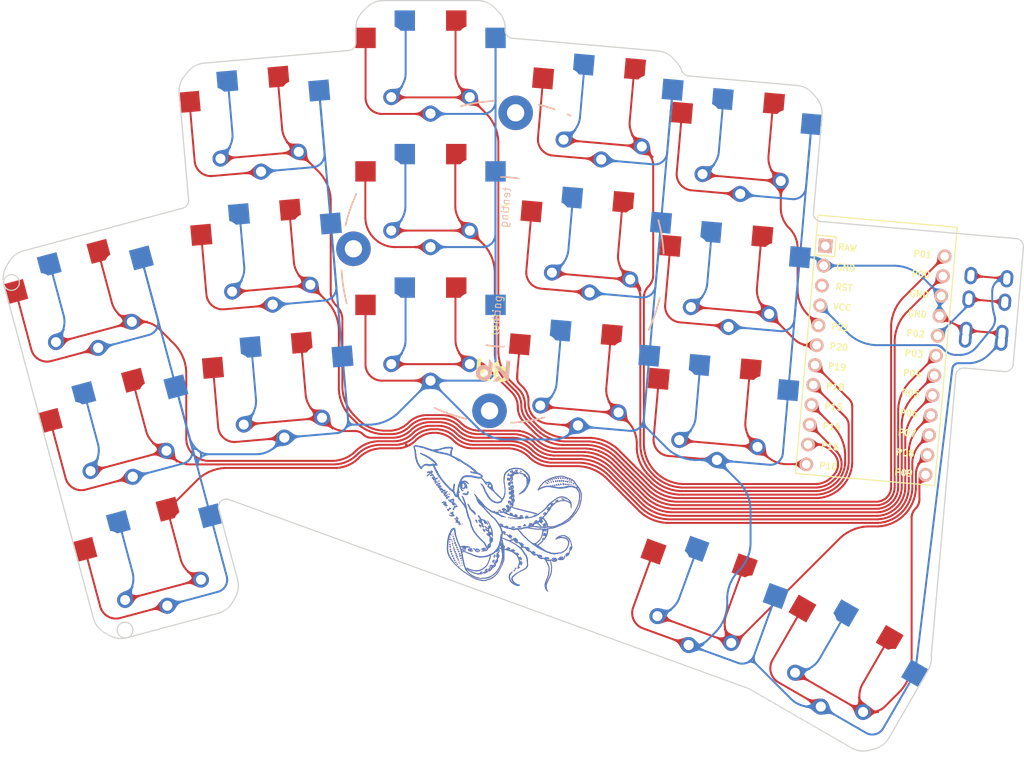
<source format=kicad_pcb>
(kicad_pcb (version 20171130) (host pcbnew "(5.1.10)-1")
  (title_block (title KEYBOARD_NAME_HERE) (rev VERSION_HERE) (company YOUR_NAME_HERE))
  (layers (0 F.Cu signal) (31 B.Cu signal) (34 B.Paste user) (35 F.Paste user) (36 B.SilkS user) (37 F.SilkS user) (38 B.Mask user) (39 F.Mask user) (44 Edge.Cuts user))
  (net 0 "")
  (net 1 P7)
  (net 2 GND)
  (net 3 P6)
  (net 4 P5)
  (net 5 P4)
  (net 6 P3)
  (net 7 P0)
  (net 8 P1)
  (net 9 P19)
  (net 10 P18)
  (net 11 P15)
  (net 12 P14)
  (net 13 P16)
  (net 14 P10)
  (net 15 P20)
  (net 16 P21)
  (net 17 P8)
  (net 18 P9)
  (net 19 RAW)
  (net 20 RST)
  (net 21 VCC)
  (net 22 P2)
  (module Kicad:squid_1500 (layer F.Cu) (at 56 -4.65 350)
    (fp_text reference G*** hide)
    (fp_text value LOGO hide)
    (fp_poly (pts (xy 8.393235 -6.433294) (xy 8.413122 -6.414969) (xy 8.447966 -6.365474) (xy 8.452485 -6.319565) (xy 8.435037 -6.289846) (xy 8.401967 -6.271026) (xy 8.36777 -6.283106) (xy 8.337988 -6.314159) (xy 8.308036 -6.367219) (xy 8.308421 -6.410055) (xy 8.336872 -6.43902) (xy 8.365239 -6.447019) (xy 8.393235 -6.433294)) (layer B.Cu) (width 0.01))
    (fp_poly (pts (xy 8.114317 -6.431604) (xy 8.170664 -6.393445) (xy 8.19562 -6.35185) (xy 8.194298 -6.312094) (xy 8.180416 -6.282269) (xy 8.151654 -6.27073) (xy 8.125627 -6.269513) (xy 8.082484 -6.275215) (xy 8.055212 -6.289102) (xy 8.054025 -6.290693) (xy 8.016773 -6.358465) (xy 8.004672 -6.407694) (xy 8.007153 -6.424582) (xy 8.027356 -6.450964) (xy 8.06493 -6.451768) (xy 8.114317 -6.431604)) (layer B.Cu) (width 0.01))
    (fp_poly (pts (xy 8.656369 -6.396705) (xy 8.69726 -6.370376) (xy 8.7148 -6.350782) (xy 8.73635 -6.315788) (xy 8.735897 -6.291797) (xy 8.727134 -6.278768) (xy 8.690194 -6.25675) (xy 8.645663 -6.25699) (xy 8.614182 -6.275695) (xy 8.588669 -6.319885) (xy 8.582368 -6.364772) (xy 8.588995 -6.385371) (xy 8.616891 -6.402636) (xy 8.656369 -6.396705)) (layer B.Cu) (width 0.01))
    (fp_poly (pts (xy 8.99482 -6.318967) (xy 9.031701 -6.287551) (xy 9.046465 -6.252209) (xy 9.03598 -6.22233) (xy 9.028919 -6.216733) (xy 8.993404 -6.206444) (xy 8.942917 -6.203745) (xy 8.895619 -6.209106) (xy 8.883222 -6.212956) (xy 8.866898 -6.234608) (xy 8.862042 -6.262816) (xy 8.876095 -6.304139) (xy 8.911752 -6.328484) (xy 8.95926 -6.331727) (xy 8.99482 -6.318967)) (layer B.Cu) (width 0.01))
    (fp_poly (pts (xy 7.85673 -6.372413) (xy 7.898638 -6.334629) (xy 7.923035 -6.286746) (xy 7.922256 -6.237643) (xy 7.89933 -6.207725) (xy 7.860648 -6.205266) (xy 7.809639 -6.229789) (xy 7.773349 -6.258315) (xy 7.726967 -6.308017) (xy 7.712241 -6.346902) (xy 7.729032 -6.375878) (xy 7.753121 -6.388487) (xy 7.805497 -6.392799) (xy 7.85673 -6.372413)) (layer B.Cu) (width 0.01))
    (fp_poly (pts (xy 7.509874 -6.345949) (xy 7.555533 -6.31716) (xy 7.593234 -6.282526) (xy 7.605074 -6.266135) (xy 7.621902 -6.231861) (xy 7.618524 -6.20837) (xy 7.600444 -6.185648) (xy 7.566958 -6.157397) (xy 7.535223 -6.155728) (xy 7.496089 -6.18125) (xy 7.482429 -6.193472) (xy 7.45162 -6.233456) (xy 7.431011 -6.281384) (xy 7.423538 -6.326344) (xy 7.432133 -6.357424) (xy 7.437186 -6.361777) (xy 7.466883 -6.362839) (xy 7.509874 -6.345949)) (layer B.Cu) (width 0.01))
    (fp_poly (pts (xy 9.245418 -6.25482) (xy 9.261745 -6.227189) (xy 9.264212 -6.173636) (xy 9.24446 -6.141312) (xy 9.209182 -6.133765) (xy 9.165073 -6.154547) (xy 9.150012 -6.167933) (xy 9.12751 -6.19704) (xy 9.129995 -6.22295) (xy 9.137143 -6.235712) (xy 9.169989 -6.264291) (xy 9.210197 -6.270379) (xy 9.245418 -6.25482)) (layer B.Cu) (width 0.01))
    (fp_poly (pts (xy 7.290384 -6.257033) (xy 7.335051 -6.222801) (xy 7.353817 -6.171624) (xy 7.343684 -6.109925) (xy 7.319438 -6.08659) (xy 7.279336 -6.084547) (xy 7.232675 -6.102371) (xy 7.194052 -6.132853) (xy 7.16221 -6.173709) (xy 7.154507 -6.209475) (xy 7.157316 -6.226048) (xy 7.171814 -6.25707) (xy 7.201603 -6.268575) (xy 7.223437 -6.269513) (xy 7.290384 -6.257033)) (layer B.Cu) (width 0.01))
    (fp_poly (pts (xy 7.011161 -6.151348) (xy 7.044107 -6.12972) (xy 7.083413 -6.096128) (xy 7.09644 -6.062436) (xy 7.095989 -6.049233) (xy 7.079454 -6.013384) (xy 7.041007 -6.002895) (xy 6.981384 -6.017917) (xy 6.968479 -6.023333) (xy 6.925427 -6.054511) (xy 6.913841 -6.093503) (xy 6.93483 -6.135708) (xy 6.940037 -6.141218) (xy 6.962537 -6.16104) (xy 6.982555 -6.164824) (xy 7.011161 -6.151348)) (layer B.Cu) (width 0.01))
    (fp_poly (pts (xy 8.572471 -6.088913) (xy 8.590612 -6.074935) (xy 8.619706 -6.038565) (xy 8.617813 -6.00544) (xy 8.584311 -5.969047) (xy 8.58017 -5.965739) (xy 8.526622 -5.936966) (xy 8.476515 -5.933378) (xy 8.439276 -5.955012) (xy 8.426003 -5.989232) (xy 8.424493 -6.027027) (xy 8.434493 -6.060926) (xy 8.461223 -6.080525) (xy 8.493181 -6.090269) (xy 8.540466 -6.097768) (xy 8.572471 -6.088913)) (layer B.Cu) (width 0.01))
    (fp_poly (pts (xy 9.254227 -6.051104) (xy 9.298366 -6.027766) (xy 9.318014 -5.994491) (xy 9.311841 -5.956511) (xy 9.286771 -5.931216) (xy 9.257337 -5.916751) (xy 9.240957 -5.917002) (xy 9.226351 -5.926643) (xy 9.185213 -5.969317) (xy 9.176346 -6.012078) (xy 9.182592 -6.029676) (xy 9.21149 -6.052553) (xy 9.254227 -6.051104)) (layer B.Cu) (width 0.01))
    (fp_poly (pts (xy 9.071929 -6.054609) (xy 9.093907 -6.023775) (xy 9.086678 -5.979485) (xy 9.079256 -5.965896) (xy 9.047382 -5.929718) (xy 9.012913 -5.924697) (xy 8.991258 -5.933832) (xy 8.959756 -5.964383) (xy 8.943519 -6.004675) (xy 8.947731 -6.040463) (xy 8.950791 -6.044996) (xy 8.978444 -6.059698) (xy 9.021895 -6.066163) (xy 9.023949 -6.066177) (xy 9.071929 -6.054609)) (layer B.Cu) (width 0.01))
    (fp_poly (pts (xy 8.825994 -6.088677) (xy 8.838398 -6.042491) (xy 8.83904 -6.004127) (xy 8.827188 -5.939981) (xy 8.798165 -5.900748) (xy 8.754741 -5.889585) (xy 8.740506 -5.891889) (xy 8.721608 -5.906825) (xy 8.701687 -5.936138) (xy 8.686428 -5.968493) (xy 8.681517 -5.992556) (xy 8.687079 -5.998399) (xy 8.686152 -6.008946) (xy 8.675651 -6.023816) (xy 8.66539 -6.055378) (xy 8.685769 -6.083269) (xy 8.733535 -6.10368) (xy 8.746235 -6.106558) (xy 8.79636 -6.108834) (xy 8.825994 -6.088677)) (layer B.Cu) (width 0.01))
    (fp_poly (pts (xy 8.300968 -6.082793) (xy 8.315872 -6.047435) (xy 8.317296 -6.009367) (xy 8.306243 -5.946871) (xy 8.280841 -5.902359) (xy 8.246339 -5.880254) (xy 8.207986 -5.884979) (xy 8.187645 -5.90012) (xy 8.170669 -5.933155) (xy 8.167312 -5.956037) (xy 8.158703 -5.994289) (xy 8.148117 -6.010815) (xy 8.135126 -6.04058) (xy 8.151979 -6.067864) (xy 8.194749 -6.087319) (xy 8.206046 -6.089796) (xy 8.266102 -6.095653) (xy 8.300968 -6.082793)) (layer B.Cu) (width 0.01))
    (fp_poly (pts (xy 6.80827 -5.998533) (xy 6.849109 -5.97581) (xy 6.877145 -5.946837) (xy 6.884742 -5.916773) (xy 6.875026 -5.899014) (xy 6.838836 -5.883442) (xy 6.786671 -5.883792) (xy 6.732394 -5.899923) (xy 6.731255 -5.900467) (xy 6.703028 -5.927235) (xy 6.693361 -5.962946) (xy 6.703863 -5.994199) (xy 6.718731 -6.004597) (xy 6.762265 -6.009849) (xy 6.80827 -5.998533)) (layer B.Cu) (width 0.01))
    (fp_poly (pts (xy 8.015525 -6.077229) (xy 8.047073 -6.049141) (xy 8.061688 -6.00111) (xy 8.058775 -5.959818) (xy 8.037515 -5.901082) (xy 8.0056 -5.868378) (xy 7.968225 -5.863968) (xy 7.930589 -5.890118) (xy 7.922576 -5.900501) (xy 7.899556 -5.955679) (xy 7.901392 -6.011458) (xy 7.927185 -6.055079) (xy 7.973433 -6.080749) (xy 8.015525 -6.077229)) (layer B.Cu) (width 0.01))
    (fp_poly (pts (xy 9.758579 -5.859313) (xy 9.756502 -5.843554) (xy 9.747169 -5.830799) (xy 9.736096 -5.843623) (xy 9.729878 -5.868568) (xy 9.732993 -5.875265) (xy 9.749744 -5.878048) (xy 9.758579 -5.859313)) (layer B.Cu) (width 0.01))
    (fp_poly (pts (xy 9.569109 -5.967072) (xy 9.603439 -5.938566) (xy 9.620111 -5.899151) (xy 9.618309 -5.874173) (xy 9.595745 -5.839141) (xy 9.557272 -5.827767) (xy 9.511501 -5.840317) (xy 9.47355 -5.869715) (xy 9.448493 -5.90278) (xy 9.447255 -5.930235) (xy 9.454248 -5.945966) (xy 9.485105 -5.974889) (xy 9.526528 -5.980552) (xy 9.569109 -5.967072)) (layer B.Cu) (width 0.01))
    (fp_poly (pts (xy 7.788174 -6.025214) (xy 7.793934 -6.016457) (xy 7.807567 -5.973245) (xy 7.812037 -5.920303) (xy 7.80791 -5.869509) (xy 7.795754 -5.832744) (xy 7.784672 -5.822293) (xy 7.742146 -5.812953) (xy 7.704037 -5.815066) (xy 7.687107 -5.824716) (xy 7.67831 -5.847674) (xy 7.665261 -5.890571) (xy 7.659584 -5.91112) (xy 7.648889 -5.959997) (xy 7.651144 -5.990346) (xy 7.667523 -6.015415) (xy 7.668966 -6.017024) (xy 7.709505 -6.04356) (xy 7.753326 -6.046272) (xy 7.788174 -6.025214)) (layer B.Cu) (width 0.01))
    (fp_poly (pts (xy 7.530448 -5.961424) (xy 7.54489 -5.927476) (xy 7.554067 -5.88112) (xy 7.557295 -5.833422) (xy 7.553893 -5.795448) (xy 7.543179 -5.778267) (xy 7.541746 -5.778118) (xy 7.512716 -5.772528) (xy 7.503135 -5.769272) (xy 7.471984 -5.771262) (xy 7.45148 -5.781981) (xy 7.431031 -5.812466) (xy 7.415952 -5.86068) (xy 7.409137 -5.911875) (xy 7.413482 -5.951306) (xy 7.416921 -5.957989) (xy 7.453257 -5.986079) (xy 7.495444 -5.987211) (xy 7.530448 -5.961424)) (layer B.Cu) (width 0.01))
    (fp_poly (pts (xy 6.629668 -5.912758) (xy 6.654984 -5.883405) (xy 6.65924 -5.855704) (xy 6.644179 -5.819057) (xy 6.606328 -5.788941) (xy 6.556682 -5.769242) (xy 6.506236 -5.763849) (xy 6.465986 -5.776649) (xy 6.457687 -5.784443) (xy 6.445949 -5.820088) (xy 6.466827 -5.857339) (xy 6.519219 -5.894368) (xy 6.526014 -5.89792) (xy 6.585258 -5.918046) (xy 6.629668 -5.912758)) (layer B.Cu) (width 0.01))
    (fp_poly (pts (xy 7.275743 -5.888782) (xy 7.29379 -5.873607) (xy 7.326967 -5.828373) (xy 7.338655 -5.780607) (xy 7.33127 -5.737861) (xy 7.307227 -5.707687) (xy 7.268941 -5.697637) (xy 7.239742 -5.704568) (xy 7.21335 -5.729716) (xy 7.190012 -5.774842) (xy 7.175143 -5.826116) (xy 7.174156 -5.869708) (xy 7.174505 -5.871185) (xy 7.195259 -5.905562) (xy 7.23038 -5.911455) (xy 7.275743 -5.888782)) (layer B.Cu) (width 0.01))
    (fp_poly (pts (xy 9.554916 -5.731068) (xy 9.564906 -5.698144) (xy 9.560935 -5.680687) (xy 9.54625 -5.661581) (xy 9.52057 -5.667565) (xy 9.498115 -5.682352) (xy 9.478165 -5.710082) (xy 9.487601 -5.734035) (xy 9.52247 -5.744229) (xy 9.554916 -5.731068)) (layer B.Cu) (width 0.01))
    (fp_poly (pts (xy 9.793637 -5.682398) (xy 9.821272 -5.65749) (xy 9.827886 -5.639172) (xy 9.813647 -5.629961) (xy 9.781102 -5.625929) (xy 9.745509 -5.62757) (xy 9.722126 -5.635376) (xy 9.721737 -5.635746) (xy 9.716874 -5.659337) (xy 9.732988 -5.683411) (xy 9.758531 -5.693395) (xy 9.793637 -5.682398)) (layer B.Cu) (width 0.01))
    (fp_poly (pts (xy 9.289775 -5.76439) (xy 9.30815 -5.730469) (xy 9.304997 -5.687253) (xy 9.294943 -5.666842) (xy 9.262018 -5.635046) (xy 9.226856 -5.627187) (xy 9.199452 -5.644176) (xy 9.19308 -5.657559) (xy 9.192091 -5.698912) (xy 9.207942 -5.741157) (xy 9.234056 -5.77125) (xy 9.253892 -5.778118) (xy 9.289775 -5.76439)) (layer B.Cu) (width 0.01))
    (fp_poly (pts (xy 6.979008 -5.805477) (xy 7.003502 -5.780238) (xy 7.020288 -5.747008) (xy 7.043575 -5.685909) (xy 7.047249 -5.648391) (xy 7.030538 -5.629863) (xy 6.999806 -5.625617) (xy 6.96164 -5.633178) (xy 6.931205 -5.661179) (xy 6.91454 -5.686811) (xy 6.889823 -5.744412) (xy 6.891601 -5.785919) (xy 6.9192 -5.808578) (xy 6.945179 -5.812008) (xy 6.979008 -5.805477)) (layer B.Cu) (width 0.01))
    (fp_poly (pts (xy 9.040714 -5.788646) (xy 9.056826 -5.775169) (xy 9.062188 -5.747115) (xy 9.056952 -5.698253) (xy 9.044442 -5.636421) (xy 9.022737 -5.598969) (xy 8.986277 -5.586122) (xy 8.959172 -5.59393) (xy 8.93845 -5.618934) (xy 8.930197 -5.667573) (xy 8.92982 -5.686128) (xy 8.932891 -5.736033) (xy 8.945473 -5.763927) (xy 8.971101 -5.780709) (xy 9.012619 -5.791193) (xy 9.040714 -5.788646)) (layer B.Cu) (width 0.01))
    (fp_poly (pts (xy 8.765721 -5.735027) (xy 8.815217 -5.707456) (xy 8.84038 -5.658207) (xy 8.841906 -5.61207) (xy 8.83135 -5.578296) (xy 8.802995 -5.563806) (xy 8.784348 -5.561209) (xy 8.741996 -5.564156) (xy 8.714607 -5.578154) (xy 8.69443 -5.621271) (xy 8.687859 -5.672575) (xy 8.696677 -5.714919) (xy 8.699849 -5.720012) (xy 8.728942 -5.738332) (xy 8.765721 -5.735027)) (layer B.Cu) (width 0.01))
    (fp_poly (pts (xy 6.383274 -5.718255) (xy 6.398256 -5.702466) (xy 6.411291 -5.660034) (xy 6.392243 -5.610786) (xy 6.374452 -5.587491) (xy 6.340835 -5.566366) (xy 6.295992 -5.557976) (xy 6.253333 -5.562598) (xy 6.226269 -5.580509) (xy 6.224368 -5.584398) (xy 6.224714 -5.626185) (xy 6.250578 -5.668774) (xy 6.295147 -5.702806) (xy 6.31732 -5.712137) (xy 6.359189 -5.723019) (xy 6.383274 -5.718255)) (layer B.Cu) (width 0.01))
    (fp_poly (pts (xy 8.542485 -5.724295) (xy 8.547509 -5.721062) (xy 8.584698 -5.683694) (xy 8.602163 -5.639673) (xy 8.601595 -5.596781) (xy 8.584685 -5.562804) (xy 8.553125 -5.545525) (xy 8.51074 -5.551821) (xy 8.493692 -5.572361) (xy 8.476143 -5.61339) (xy 8.471065 -5.630259) (xy 8.460949 -5.676415) (xy 8.463941 -5.702792) (xy 8.481532 -5.721447) (xy 8.482416 -5.722099) (xy 8.511753 -5.735497) (xy 8.542485 -5.724295)) (layer B.Cu) (width 0.01))
    (fp_poly (pts (xy 6.769994 -5.679104) (xy 6.78635 -5.665532) (xy 6.805411 -5.62851) (xy 6.808425 -5.593833) (xy 6.797264 -5.560443) (xy 6.767201 -5.546341) (xy 6.752435 -5.544383) (xy 6.704768 -5.548207) (xy 6.670106 -5.562448) (xy 6.645959 -5.595275) (xy 6.652332 -5.630678) (xy 6.687111 -5.66209) (xy 6.704943 -5.670658) (xy 6.74485 -5.683583) (xy 6.769994 -5.679104)) (layer B.Cu) (width 0.01))
    (fp_poly (pts (xy 8.293149 -5.721957) (xy 8.33134 -5.677772) (xy 8.362199 -5.615133) (xy 8.369424 -5.59271) (xy 8.381246 -5.545143) (xy 8.380834 -5.518153) (xy 8.367154 -5.500334) (xy 8.360591 -5.495279) (xy 8.332381 -5.477397) (xy 8.309834 -5.477138) (xy 8.278099 -5.495625) (xy 8.268514 -5.502247) (xy 8.20305 -5.560531) (xy 8.171161 -5.620857) (xy 8.172964 -5.682929) (xy 8.184853 -5.711454) (xy 8.214879 -5.742032) (xy 8.252653 -5.744455) (xy 8.293149 -5.721957)) (layer B.Cu) (width 0.01))
    (fp_poly (pts (xy 6.562894 -5.547459) (xy 6.575546 -5.521611) (xy 6.561592 -5.488225) (xy 6.536857 -5.465604) (xy 6.498991 -5.443297) (xy 6.477613 -5.445897) (xy 6.464549 -5.475069) (xy 6.463104 -5.480624) (xy 6.45996 -5.526935) (xy 6.48177 -5.551441) (xy 6.524683 -5.557838) (xy 6.562894 -5.547459)) (layer B.Cu) (width 0.01))
    (fp_poly (pts (xy 7.996294 -5.60375) (xy 8.035462 -5.570076) (xy 8.064805 -5.527834) (xy 8.077379 -5.484716) (xy 8.06632 -5.448512) (xy 8.028545 -5.426055) (xy 7.980845 -5.433172) (xy 7.928221 -5.469012) (xy 7.924376 -5.472677) (xy 7.889676 -5.521487) (xy 7.883403 -5.568533) (xy 7.905944 -5.607039) (xy 7.916275 -5.614631) (xy 7.95425 -5.621166) (xy 7.996294 -5.60375)) (layer B.Cu) (width 0.01))
    (fp_poly (pts (xy 10.055103 -5.584547) (xy 10.114385 -5.53305) (xy 10.131326 -5.515209) (xy 10.172404 -5.464993) (xy 10.196523 -5.423692) (xy 10.201305 -5.396617) (xy 10.187959 -5.388766) (xy 10.167635 -5.396908) (xy 10.127592 -5.4177) (xy 10.084934 -5.441782) (xy 10.021425 -5.48587) (xy 9.980623 -5.529234) (xy 9.965546 -5.567668) (xy 9.975752 -5.59387) (xy 10.008882 -5.604825) (xy 10.055103 -5.584547)) (layer B.Cu) (width 0.01))
    (fp_poly (pts (xy 7.721389 -5.53872) (xy 7.759079 -5.506965) (xy 7.79194 -5.465443) (xy 7.81393 -5.421287) (xy 7.819007 -5.381633) (xy 7.810403 -5.361684) (xy 7.775135 -5.33973) (xy 7.729867 -5.348489) (xy 7.685802 -5.377272) (xy 7.650756 -5.420933) (xy 7.635172 -5.473316) (xy 7.641243 -5.522247) (xy 7.655689 -5.544388) (xy 7.684912 -5.553573) (xy 7.721389 -5.53872)) (layer B.Cu) (width 0.01))
    (fp_poly (pts (xy 6.167761 -5.472112) (xy 6.181385 -5.441262) (xy 6.1659 -5.394865) (xy 6.150971 -5.371545) (xy 6.113726 -5.331404) (xy 6.079332 -5.323268) (xy 6.043124 -5.346098) (xy 6.041956 -5.347256) (xy 6.023293 -5.387655) (xy 6.02641 -5.419271) (xy 6.045397 -5.464929) (xy 6.078615 -5.484891) (xy 6.125345 -5.486002) (xy 6.167761 -5.472112)) (layer B.Cu) (width 0.01))
    (fp_poly (pts (xy 6.347658 -5.433249) (xy 6.370453 -5.407513) (xy 6.372298 -5.364764) (xy 6.360789 -5.333845) (xy 6.330091 -5.300028) (xy 6.289922 -5.28499) (xy 6.253249 -5.29281) (xy 6.246921 -5.298021) (xy 6.235506 -5.330087) (xy 6.242359 -5.372573) (xy 6.264674 -5.409356) (xy 6.266611 -5.411183) (xy 6.310761 -5.436347) (xy 6.347658 -5.433249)) (layer B.Cu) (width 0.01))
    (fp_poly (pts (xy 7.507627 -5.441592) (xy 7.550533 -5.409153) (xy 7.578996 -5.366021) (xy 7.583364 -5.351582) (xy 7.583499 -5.298828) (xy 7.559622 -5.267705) (xy 7.516407 -5.261802) (xy 7.480836 -5.272882) (xy 7.449805 -5.296383) (xy 7.414664 -5.335827) (xy 7.405614 -5.34832) (xy 7.380199 -5.391939) (xy 7.376147 -5.421563) (xy 7.382704 -5.436483) (xy 7.414669 -5.459084) (xy 7.459324 -5.459511) (xy 7.507627 -5.441592)) (layer B.Cu) (width 0.01))
    (fp_poly (pts (xy 7.256858 -5.343764) (xy 7.3015 -5.332473) (xy 7.321973 -5.316696) (xy 7.327285 -5.285043) (xy 7.326972 -5.255106) (xy 7.316114 -5.192019) (xy 7.288233 -5.157898) (xy 7.24537 -5.153691) (xy 7.189569 -5.180346) (xy 7.180287 -5.187006) (xy 7.141656 -5.231807) (xy 7.133689 -5.269118) (xy 7.143887 -5.319572) (xy 7.175698 -5.345588) (xy 7.230953 -5.348277) (xy 7.256858 -5.343764)) (layer B.Cu) (width 0.01))
    (fp_poly (pts (xy 6.861384 -0.306633) (xy 6.909657 -0.261535) (xy 6.919553 -0.248788) (xy 6.96235 -0.176388) (xy 6.989089 -0.100398) (xy 6.99881 -0.028413) (xy 6.990555 0.031967) (xy 6.963363 0.073145) (xy 6.960473 0.07529) (xy 6.921424 0.097132) (xy 6.890193 0.095687) (xy 6.855077 0.068969) (xy 6.841407 0.05507) (xy 6.797405 -0.002689) (xy 6.771438 -0.06927) (xy 6.759753 -0.155285) (xy 6.758693 -0.178869) (xy 6.764505 -0.254295) (xy 6.785657 -0.301644) (xy 6.819 -0.319547) (xy 6.861384 -0.306633)) (layer B.Cu) (width 0.01))
    (fp_poly (pts (xy 1.275266 4.742624) (xy 1.321926 4.764564) (xy 1.345316 4.791885) (xy 1.357615 4.821682) (xy 1.361332 4.853963) (xy 1.356469 4.89931) (xy 1.345374 4.957095) (xy 1.324669 5.035581) (xy 1.29933 5.085134) (xy 1.265638 5.110697) (xy 1.224828 5.117278) (xy 1.187828 5.103854) (xy 1.167291 5.070681) (xy 1.160302 5.033686) (xy 1.157527 4.9774) (xy 1.158497 4.912) (xy 1.162747 4.847662) (xy 1.169808 4.794566) (xy 1.179215 4.762888) (xy 1.18156 4.759797) (xy 1.223851 4.740128) (xy 1.275266 4.742624)) (layer B.Cu) (width 0.01))
    (fp_poly (pts (xy 1.308277 5.403963) (xy 1.329702 5.421782) (xy 1.34985 5.466573) (xy 1.351904 5.528446) (xy 1.338879 5.598775) (xy 1.313792 5.66893) (xy 1.279659 5.730285) (xy 1.239497 5.774209) (xy 1.20036 5.791747) (xy 1.15364 5.784413) (xy 1.127165 5.767573) (xy 1.110484 5.742701) (xy 1.103213 5.705513) (xy 1.103753 5.646391) (xy 1.104602 5.631959) (xy 1.110573 5.569889) (xy 1.122262 5.528518) (xy 1.145011 5.494662) (xy 1.17117 5.467599) (xy 1.228154 5.41896) (xy 1.272359 5.398181) (xy 1.308277 5.403963)) (layer B.Cu) (width 0.01))
    (fp_poly (pts (xy 1.510737 4.555065) (xy 1.523866 4.579286) (xy 1.535952 4.604614) (xy 1.545189 4.599785) (xy 1.55055 4.587759) (xy 1.576177 4.562509) (xy 1.619795 4.56297) (xy 1.677899 4.588655) (xy 1.710162 4.609985) (xy 1.783273 4.681441) (xy 1.825964 4.767832) (xy 1.838215 4.86911) (xy 1.836961 4.891757) (xy 1.825454 4.96628) (xy 1.804856 5.042859) (xy 1.778596 5.112207) (xy 1.750102 5.165041) (xy 1.726834 5.189938) (xy 1.697843 5.220605) (xy 1.702505 5.255219) (xy 1.71636 5.272806) (xy 1.747876 5.32125) (xy 1.772274 5.38831) (xy 1.78426 5.458758) (xy 1.784669 5.469179) (xy 1.776888 5.523396) (xy 1.755195 5.590541) (xy 1.724418 5.660252) (xy 1.689391 5.722165) (xy 1.654943 5.765917) (xy 1.641329 5.776675) (xy 1.597247 5.796192) (xy 1.553039 5.805748) (xy 1.522345 5.802717) (xy 1.518912 5.800256) (xy 1.516397 5.779214) (xy 1.5195 5.768056) (xy 1.518754 5.753021) (xy 1.495151 5.751635) (xy 1.474034 5.755274) (xy 1.43763 5.760577) (xy 1.426256 5.752598) (xy 1.431446 5.728467) (xy 1.439384 5.694687) (xy 1.450016 5.637844) (xy 1.461422 5.568448) (xy 1.464923 5.545297) (xy 1.480645 5.459822) (xy 1.49991 5.403177) (xy 1.525927 5.370304) (xy 1.561901 5.356148) (xy 1.585904 5.354503) (xy 1.61998 5.369854) (xy 1.642863 5.411647) (xy 1.651763 5.473495) (xy 1.650739 5.502961) (xy 1.651747 5.537467) (xy 1.660172 5.549296) (xy 1.661881 5.548559) (xy 1.676781 5.520416) (xy 1.672948 5.469737) (xy 1.651397 5.401524) (xy 1.617017 5.327996) (xy 1.584964 5.262069) (xy 1.572735 5.219357) (xy 1.580498 5.195471) (xy 1.608419 5.18602) (xy 1.622449 5.185316) (xy 1.642202 5.182316) (xy 1.643629 5.180747) (xy 1.648968 5.163941) (xy 1.663058 5.123564) (xy 1.683012 5.067871) (xy 1.685991 5.059648) (xy 1.713217 4.976012) (xy 1.725922 4.909676) (xy 1.725618 4.848084) (xy 1.717641 4.796844) (xy 1.700079 4.751918) (xy 1.669126 4.705176) (xy 1.63293 4.666394) (xy 1.59964 4.645346) (xy 1.590233 4.643976) (xy 1.584802 4.650531) (xy 1.601778 4.661847) (xy 1.641877 4.699708) (xy 1.670069 4.767219) (xy 1.684085 4.848366) (xy 1.681903 4.924669) (xy 1.662091 4.986278) (xy 1.628696 5.028805) (xy 1.585768 5.047863) (xy 1.537355 5.039066) (xy 1.518586 5.027671) (xy 1.497252 4.995879) (xy 1.480935 4.934134) (xy 1.473987 4.887877) (xy 1.466899 4.825569) (xy 1.466459 4.786202) (xy 1.474909 4.759115) (xy 1.494491 4.733649) (xy 1.509802 4.717522) (xy 1.540169 4.683382) (xy 1.54841 4.662722) (xy 1.537526 4.646285) (xy 1.533899 4.643169) (xy 1.508763 4.630514) (xy 1.482916 4.643582) (xy 1.476767 4.648963) (xy 1.443748 4.673278) (xy 1.427054 4.669706) (xy 1.423349 4.646599) (xy 1.432494 4.611152) (xy 1.454088 4.573331) (xy 1.479368 4.546469) (xy 1.492635 4.541161) (xy 1.510737 4.555065)) (layer B.Cu) (width 0.01))
    (fp_poly (pts (xy 1.098012 6.103456) (xy 1.115027 6.142274) (xy 1.109827 6.194358) (xy 1.086514 6.251624) (xy 1.049191 6.305985) (xy 1.001959 6.349356) (xy 0.962984 6.369639) (xy 0.92008 6.383579) (xy 0.895297 6.386279) (xy 0.874941 6.378179) (xy 0.866119 6.37274) (xy 0.850644 6.348057) (xy 0.858122 6.306432) (xy 0.889284 6.245763) (xy 0.932861 6.180554) (xy 0.985292 6.117236) (xy 1.030473 6.085582) (xy 1.070409 6.084658) (xy 1.098012 6.103456)) (layer B.Cu) (width 0.01))
    (fp_poly (pts (xy 0.981698 6.663778) (xy 1.007162 6.674854) (xy 1.008306 6.676347) (xy 1.0057 6.701867) (xy 0.980593 6.740718) (xy 0.938156 6.78667) (xy 0.883562 6.833496) (xy 0.868559 6.844652) (xy 0.808305 6.882626) (xy 0.766554 6.895352) (xy 0.740143 6.883641) (xy 0.736497 6.878557) (xy 0.731073 6.8405) (xy 0.749632 6.793991) (xy 0.785887 6.74582) (xy 0.833552 6.702779) (xy 0.886344 6.671659) (xy 0.937975 6.659252) (xy 0.939476 6.65924) (xy 0.981698 6.663778)) (layer B.Cu) (width 0.01))
    (fp_poly (pts (xy 0.658517 6.722789) (xy 0.660163 6.725752) (xy 0.677743 6.772717) (xy 0.673907 6.814763) (xy 0.645907 6.857058) (xy 0.590997 6.904772) (xy 0.54922 6.93459) (xy 0.48358 6.969557) (xy 0.427791 6.979913) (xy 0.386799 6.96527) (xy 0.373378 6.948412) (xy 0.358434 6.908454) (xy 0.364397 6.872818) (xy 0.39398 6.830571) (xy 0.406001 6.817016) (xy 0.492611 6.745748) (xy 0.595838 6.704015) (xy 0.596621 6.703827) (xy 0.635335 6.701758) (xy 0.658517 6.722789)) (layer B.Cu) (width 0.01))
    (fp_poly (pts (xy 1.442103 5.781637) (xy 1.454297 5.792122) (xy 1.489848 5.82076) (xy 1.514467 5.834283) (xy 1.537988 5.85554) (xy 1.565111 5.897078) (xy 1.578353 5.923858) (xy 1.603829 6.016911) (xy 1.596393 6.108372) (xy 1.555714 6.200327) (xy 1.528438 6.23986) (xy 1.494471 6.282661) (xy 1.46858 6.311884) (xy 1.457993 6.320428) (xy 1.441177 6.330946) (xy 1.408838 6.357587) (xy 1.388808 6.375498) (xy 1.34273 6.41345) (xy 1.29826 6.443413) (xy 1.285041 6.450331) (xy 1.249571 6.478889) (xy 1.230288 6.529604) (xy 1.229228 6.535054) (xy 1.203518 6.613856) (xy 1.156881 6.702644) (xy 1.095647 6.793008) (xy 1.026143 6.876537) (xy 0.954698 6.944821) (xy 0.88764 6.989451) (xy 0.887131 6.989693) (xy 0.832564 7.011139) (xy 0.80228 7.012538) (xy 0.796398 7.002277) (xy 0.807015 6.983696) (xy 0.834359 6.949378) (xy 0.85994 6.920532) (xy 0.958459 6.80769) (xy 1.033059 6.707992) (xy 1.087877 6.615575) (xy 1.112108 6.56331) (xy 1.135477 6.50738) (xy 1.088786 6.526871) (xy 1.051012 6.543204) (xy 0.993696 6.568621) (xy 0.928117 6.598114) (xy 0.916457 6.603401) (xy 0.841035 6.634181) (xy 0.79183 6.646628) (xy 0.769598 6.641134) (xy 0.775098 6.618087) (xy 0.809087 6.577877) (xy 0.829254 6.558526) (xy 0.889603 6.511806) (xy 0.960054 6.470917) (xy 1.032424 6.439163) (xy 1.098533 6.419846) (xy 1.150199 6.41627) (xy 1.168388 6.421591) (xy 1.19755 6.434777) (xy 1.208756 6.436096) (xy 1.220685 6.420971) (xy 1.246569 6.390801) (xy 1.252929 6.383561) (xy 1.294318 6.336634) (xy 1.240219 6.363622) (xy 1.183148 6.384596) (xy 1.145932 6.379203) (xy 1.126025 6.346505) (xy 1.121803 6.320052) (xy 1.129782 6.266275) (xy 1.156605 6.202827) (xy 1.195204 6.141806) (xy 1.238512 6.09531) (xy 1.261879 6.080265) (xy 1.312427 6.070781) (xy 1.364978 6.080882) (xy 1.407026 6.106373) (xy 1.424665 6.134893) (xy 1.435538 6.176318) (xy 1.457425 6.125484) (xy 1.474382 6.070157) (xy 1.482415 6.017311) (xy 1.482753 5.981476) (xy 1.476485 5.974968) (xy 1.465274 5.987658) (xy 1.432344 6.011002) (xy 1.410848 6.015344) (xy 1.378019 6.006547) (xy 1.353064 5.986534) (xy 1.346286 5.964872) (xy 1.349963 5.958821) (xy 1.358708 5.935532) (xy 1.364113 5.895554) (xy 1.36283 5.859756) (xy 1.349597 5.849354) (xy 1.335978 5.8515) (xy 1.310047 5.848703) (xy 1.304737 5.830756) (xy 1.318353 5.79009) (xy 1.352494 5.766616) (xy 1.397098 5.762931) (xy 1.442103 5.781637)) (layer B.Cu) (width 0.01))
    (fp_poly (pts (xy 0.712502 6.961229) (xy 0.742488 6.994986) (xy 0.753936 7.036523) (xy 0.747699 7.061921) (xy 0.721719 7.095116) (xy 0.675975 7.139458) (xy 0.617157 7.189825) (xy 0.551957 7.241091) (xy 0.487064 7.288134) (xy 0.429171 7.32583) (xy 0.384966 7.349056) (xy 0.366335 7.35397) (xy 0.336273 7.340759) (xy 0.326538 7.328884) (xy 0.310477 7.313776) (xy 0.280893 7.313709) (xy 0.249218 7.321271) (xy 0.194737 7.331295) (xy 0.164409 7.322112) (xy 0.153012 7.291411) (xy 0.152502 7.278485) (xy 0.162908 7.246468) (xy 0.197346 7.212139) (xy 0.234472 7.18629) (xy 0.305391 7.147915) (xy 0.360197 7.135886) (xy 0.403583 7.149798) (xy 0.425563 7.169823) (xy 0.456901 7.205957) (xy 0.528056 7.141673) (xy 0.59921 7.07739) (xy 0.541066 7.089262) (xy 0.44951 7.105904) (xy 0.383937 7.113347) (xy 0.346748 7.11141) (xy 0.338893 7.104355) (xy 0.35385 7.080599) (xy 0.393459 7.051121) (xy 0.449823 7.019645) (xy 0.515048 6.989892) (xy 0.581238 6.965588) (xy 0.640498 6.950454) (xy 0.671941 6.947299) (xy 0.712502 6.961229)) (layer B.Cu) (width 0.01))
    (fp_poly (pts (xy 0.051543 7.161489) (xy 0.078239 7.195019) (xy 0.08203 7.20908) (xy 0.078392 7.233355) (xy 0.055448 7.260272) (xy 0.00933 7.293087) (xy -0.063833 7.335053) (xy -0.074682 7.340895) (xy -0.1281 7.369126) (xy -0.160348 7.382745) (xy -0.180323 7.382775) (xy -0.196922 7.37024) (xy -0.20959 7.35642) (xy -0.228302 7.323386) (xy -0.221006 7.290082) (xy -0.185589 7.252404) (xy -0.138527 7.218289) (xy -0.058368 7.173188) (xy 0.005498 7.154233) (xy 0.051543 7.161489)) (layer B.Cu) (width 0.01))
    (fp_poly (pts (xy -4.396442 3.076357) (xy -4.391668 3.112915) (xy -4.402417 3.149301) (xy -4.420395 3.167494) (xy -4.448166 3.176139) (xy -4.462728 3.15816) (xy -4.464711 3.152329) (xy -4.466082 3.115596) (xy -4.453344 3.079498) (xy -4.432546 3.056476) (xy -4.417165 3.054547) (xy -4.396442 3.076357)) (layer B.Cu) (width 0.01))
    (fp_poly (pts (xy -4.669376 3.14018) (xy -4.635317 3.172416) (xy -4.611531 3.2238) (xy -4.617599 3.264818) (xy -4.641714 3.286662) (xy -4.689614 3.303228) (xy -4.721684 3.290787) (xy -4.741527 3.249133) (xy -4.746532 3.193623) (xy -4.732048 3.15398) (xy -4.704266 3.134675) (xy -4.669376 3.14018)) (layer B.Cu) (width 0.01))
    (fp_poly (pts (xy -4.316193 3.319245) (xy -4.29397 3.352145) (xy -4.293636 3.38317) (xy -4.315878 3.415145) (xy -4.352034 3.438779) (xy -4.38824 3.44644) (xy -4.401234 3.442414) (xy -4.422647 3.411809) (xy -4.425853 3.368264) (xy -4.412041 3.326632) (xy -4.390232 3.305045) (xy -4.351998 3.300537) (xy -4.316193 3.319245)) (layer B.Cu) (width 0.01))
    (fp_poly (pts (xy -4.680501 3.496382) (xy -4.664688 3.529885) (xy -4.675026 3.564797) (xy -4.675539 3.565425) (xy -4.707616 3.587506) (xy -4.742207 3.590211) (xy -4.765221 3.572658) (xy -4.765874 3.571081) (xy -4.767489 3.535439) (xy -4.753171 3.500013) (xy -4.729884 3.478193) (xy -4.71674 3.476628) (xy -4.680501 3.496382)) (layer B.Cu) (width 0.01))
    (fp_poly (pts (xy -4.220663 3.561752) (xy -4.180308 3.568098) (xy -4.162033 3.585255) (xy -4.155156 3.624216) (xy -4.15469 3.62967) (xy -4.158138 3.697908) (xy -4.17968 3.742302) (xy -4.216386 3.760038) (xy -4.265322 3.748302) (xy -4.273601 3.743788) (xy -4.296248 3.716506) (xy -4.312675 3.672613) (xy -4.313647 3.667866) (xy -4.315075 3.609067) (xy -4.292207 3.573769) (xy -4.244202 3.561015) (xy -4.220663 3.561752)) (layer B.Cu) (width 0.01))
    (fp_poly (pts (xy -4.444466 3.787798) (xy -4.424327 3.809219) (xy -4.418651 3.846219) (xy -4.4368 3.874574) (xy -4.468766 3.887602) (xy -4.504542 3.878623) (xy -4.515253 3.869918) (xy -4.538394 3.83913) (xy -4.533473 3.813585) (xy -4.520827 3.798986) (xy -4.482926 3.779974) (xy -4.444466 3.787798)) (layer B.Cu) (width 0.01))
    (fp_poly (pts (xy -4.671366 3.724362) (xy -4.643725 3.756645) (xy -4.620026 3.795452) (xy -4.60901 3.828513) (xy -4.608939 3.830561) (xy -4.623617 3.871521) (xy -4.66009 3.901055) (xy -4.707017 3.914837) (xy -4.753055 3.908544) (xy -4.774996 3.893876) (xy -4.794106 3.853193) (xy -4.784134 3.803412) (xy -4.752283 3.757299) (xy -4.720465 3.726952) (xy -4.696975 3.711408) (xy -4.694206 3.710874) (xy -4.671366 3.724362)) (layer B.Cu) (width 0.01))
    (fp_poly (pts (xy -4.04244 3.815481) (xy -4.032822 3.849596) (xy -4.045519 3.885044) (xy -4.076109 3.923945) (xy -4.113342 3.954479) (xy -4.142734 3.965044) (xy -4.164327 3.951571) (xy -4.185914 3.921579) (xy -4.198371 3.873035) (xy -4.178622 3.834749) (xy -4.128484 3.807716) (xy -4.07503 3.799301) (xy -4.04244 3.815481)) (layer B.Cu) (width 0.01))
    (fp_poly (pts (xy -4.377467 3.980983) (xy -4.356715 3.9927) (xy -4.328263 4.025453) (xy -4.322652 4.060724) (xy -4.34094 4.087075) (xy -4.347683 4.090316) (xy -4.372749 4.098827) (xy -4.388466 4.093767) (xy -4.411287 4.069793) (xy -4.41145 4.069613) (xy -4.436013 4.028161) (xy -4.435124 3.994776) (xy -4.413902 3.976653) (xy -4.377467 3.980983)) (layer B.Cu) (width 0.01))
    (fp_poly (pts (xy -4.688633 4.089023) (xy -4.670101 4.096672) (xy -4.63467 4.126582) (xy -4.627479 4.165335) (xy -4.646217 4.19888) (xy -4.678692 4.215025) (xy -4.719657 4.218646) (xy -4.749979 4.20808) (xy -4.750144 4.207917) (xy -4.761082 4.175738) (xy -4.751427 4.132352) (xy -4.73788 4.108746) (xy -4.715852 4.087407) (xy -4.688633 4.089023)) (layer B.Cu) (width 0.01))
    (fp_poly (pts (xy -3.952946 4.048093) (xy -3.914411 4.087213) (xy -3.8933 4.140142) (xy -3.891616 4.159889) (xy -3.902705 4.219649) (xy -3.931344 4.261816) (xy -3.97059 4.282746) (xy -4.013503 4.278794) (xy -4.053142 4.246316) (xy -4.054002 4.245146) (xy -4.078501 4.191873) (xy -4.082974 4.135037) (xy -4.069688 4.083607) (xy -4.040912 4.04655) (xy -4.000315 4.032822) (xy -3.952946 4.048093)) (layer B.Cu) (width 0.01))
    (fp_poly (pts (xy -4.261532 4.21747) (xy -4.257312 4.219796) (xy -4.216868 4.254074) (xy -4.205855 4.29156) (xy -4.22573 4.326269) (xy -4.230432 4.330094) (xy -4.256308 4.347994) (xy -4.276786 4.350845) (xy -4.306292 4.33827) (xy -4.326153 4.327591) (xy -4.361578 4.294437) (xy -4.367257 4.255253) (xy -4.342626 4.218959) (xy -4.333443 4.212471) (xy -4.301518 4.203308) (xy -4.261532 4.21747)) (layer B.Cu) (width 0.01))
    (fp_poly (pts (xy -3.798212 4.316118) (xy -3.772082 4.335724) (xy -3.746912 4.379175) (xy -3.733087 4.433586) (xy -3.732748 4.484912) (xy -3.744644 4.515601) (xy -3.782636 4.538521) (xy -3.827403 4.535955) (xy -3.865084 4.509301) (xy -3.869441 4.503036) (xy -3.898182 4.440212) (xy -3.906421 4.382333) (xy -3.895167 4.33622) (xy -3.865429 4.308696) (xy -3.839988 4.303936) (xy -3.798212 4.316118)) (layer B.Cu) (width 0.01))
    (fp_poly (pts (xy -4.231235 4.436439) (xy -4.191621 4.455419) (xy -4.160695 4.483181) (xy -4.151434 4.505731) (xy -4.164997 4.535404) (xy -4.199714 4.546757) (xy -4.246629 4.53702) (xy -4.249109 4.535941) (xy -4.276027 4.511264) (xy -4.287183 4.476725) (xy -4.280321 4.44599) (xy -4.26581 4.434758) (xy -4.231235 4.436439)) (layer B.Cu) (width 0.01))
    (fp_poly (pts (xy -4.527605 4.408993) (xy -4.508719 4.4433) (xy -4.520972 4.480646) (xy -4.545397 4.507997) (xy -4.594315 4.548916) (xy -4.629817 4.564251) (xy -4.65813 4.55603) (xy -4.667644 4.547814) (xy -4.685368 4.508354) (xy -4.67435 4.459132) (xy -4.64667 4.418313) (xy -4.606518 4.393346) (xy -4.560028 4.391653) (xy -4.527605 4.408993)) (layer B.Cu) (width 0.01))
    (fp_poly (pts (xy -3.607321 4.608744) (xy -3.564379 4.641503) (xy -3.54243 4.684047) (xy -3.541427 4.695374) (xy -3.54608 4.730325) (xy -3.556986 4.744497) (xy -3.586479 4.749382) (xy -3.595111 4.751909) (xy -3.627016 4.751645) (xy -3.659691 4.742545) (xy -3.717056 4.711062) (xy -3.751058 4.674778) (xy -3.759679 4.639028) (xy -3.740901 4.609145) (xy -3.71511 4.596071) (xy -3.660989 4.591643) (xy -3.607321 4.608744)) (layer B.Cu) (width 0.01))
    (fp_poly (pts (xy -4.064045 4.645703) (xy -4.029439 4.664077) (xy -4.017975 4.698491) (xy -4.033497 4.736838) (xy -4.066766 4.757628) (xy -4.107795 4.76104) (xy -4.142601 4.748026) (xy -4.156092 4.728515) (xy -4.150925 4.690611) (xy -4.122244 4.659742) (xy -4.080352 4.645175) (xy -4.064045 4.645703)) (layer B.Cu) (width 0.01))
    (fp_poly (pts (xy -4.473555 4.647566) (xy -4.443729 4.663715) (xy -4.427701 4.693142) (xy -4.422315 4.737237) (xy -4.427064 4.781991) (xy -4.441439 4.8134) (xy -4.449351 4.818935) (xy -4.500535 4.82956) (xy -4.552813 4.826977) (xy -4.593165 4.812792) (xy -4.606142 4.799567) (xy -4.616332 4.749696) (xy -4.600671 4.703289) (xy -4.566656 4.666618) (xy -4.521785 4.645953) (xy -4.473555 4.647566)) (layer B.Cu) (width 0.01))
    (fp_poly (pts (xy -3.946488 4.818921) (xy -3.931408 4.857255) (xy -3.931154 4.864588) (xy -3.945195 4.895422) (xy -3.979694 4.918455) (xy -4.023219 4.930762) (xy -4.064333 4.929418) (xy -4.091603 4.911498) (xy -4.094161 4.906282) (xy -4.096216 4.874095) (xy -4.072406 4.845029) (xy -4.03053 4.819562) (xy -3.981221 4.80559) (xy -3.946488 4.818921)) (layer B.Cu) (width 0.01))
    (fp_poly (pts (xy -3.465584 4.861092) (xy -3.431157 4.884339) (xy -3.400018 4.923837) (xy -3.40225 4.958851) (xy -3.437469 4.987902) (xy -3.460591 4.997482) (xy -3.500633 5.010469) (xy -3.527037 5.01172) (xy -3.556141 4.999373) (xy -3.583789 4.983439) (xy -3.626367 4.947862) (xy -3.639341 4.911397) (xy -3.621949 4.879333) (xy -3.600712 4.866182) (xy -3.529048 4.84742) (xy -3.465584 4.861092)) (layer B.Cu) (width 0.01))
    (fp_poly (pts (xy -3.841884 4.982166) (xy -3.821904 5.01179) (xy -3.831019 5.058146) (xy -3.846394 5.087994) (xy -3.877828 5.131111) (xy -3.910228 5.149168) (xy -3.930753 5.151168) (xy -3.971404 5.144085) (xy -3.994545 5.129987) (xy -4.01016 5.086677) (xy -4.000391 5.039759) (xy -3.971183 4.998551) (xy -3.928478 4.972374) (xy -3.891367 4.968191) (xy -3.841884 4.982166)) (layer B.Cu) (width 0.01))
    (fp_poly (pts (xy -4.356176 4.992843) (xy -4.333853 5.002346) (xy -4.325362 5.025592) (xy -4.32429 5.033695) (xy -4.329437 5.071597) (xy -4.361005 5.096224) (xy -4.362415 5.096874) (xy -4.394109 5.119627) (xy -4.405603 5.142332) (xy -4.409146 5.161355) (xy -4.426575 5.16428) (xy -4.456753 5.157187) (xy -4.480916 5.137913) (xy -4.504346 5.10075) (xy -4.505449 5.098314) (xy -4.516184 5.048563) (xy -4.497173 5.014456) (xy -4.448163 4.995731) (xy -4.402293 4.991725) (xy -4.356176 4.992843)) (layer B.Cu) (width 0.01))
    (fp_poly (pts (xy -3.286052 5.081589) (xy -3.240202 5.114386) (xy -3.220732 5.152822) (xy -3.228948 5.189675) (xy -3.261811 5.21585) (xy -3.2945 5.229484) (xy -3.309236 5.233352) (xy -3.326495 5.229268) (xy -3.359279 5.223754) (xy -3.406683 5.202866) (xy -3.431532 5.163561) (xy -3.428486 5.115023) (xy -3.425993 5.109014) (xy -3.393781 5.071239) (xy -3.34511 5.063051) (xy -3.286052 5.081589)) (layer B.Cu) (width 0.01))
    (fp_poly (pts (xy -3.703533 5.188502) (xy -3.677779 5.201348) (xy -3.668715 5.218306) (xy -3.667705 5.26027) (xy -3.675688 5.284302) (xy -3.705007 5.313139) (xy -3.752572 5.336669) (xy -3.806586 5.351587) (xy -3.85525 5.354589) (xy -3.885968 5.343207) (xy -3.897051 5.310068) (xy -3.884097 5.264131) (xy -3.862145 5.229704) (xy -3.830671 5.199586) (xy -3.790602 5.186872) (xy -3.753147 5.185057) (xy -3.703533 5.188502)) (layer B.Cu) (width 0.01))
    (fp_poly (pts (xy -4.316004 5.227616) (xy -4.248948 5.248781) (xy -4.209011 5.268694) (xy -4.189906 5.291798) (xy -4.185323 5.31995) (xy -4.200055 5.361459) (xy -4.235877 5.390426) (xy -4.280229 5.398321) (xy -4.295263 5.394597) (xy -4.317147 5.395236) (xy -4.32088 5.403524) (xy -4.331888 5.422024) (xy -4.357333 5.421852) (xy -4.385849 5.406307) (xy -4.406023 5.378817) (xy -4.420514 5.313057) (xy -4.411542 5.262047) (xy -4.382002 5.230654) (xy -4.334792 5.223743) (xy -4.316004 5.227616)) (layer B.Cu) (width 0.01))
    (fp_poly (pts (xy -3.106977 5.359691) (xy -3.071188 5.38214) (xy -3.066635 5.389033) (xy -3.055302 5.437426) (xy -3.076695 5.477928) (xy -3.122005 5.5062) (xy -3.162279 5.523856) (xy -3.187875 5.535816) (xy -3.189345 5.5366) (xy -3.208102 5.530385) (xy -3.238477 5.506316) (xy -3.244415 5.500554) (xy -3.277672 5.461532) (xy -3.284015 5.431449) (xy -3.264281 5.399797) (xy -3.253369 5.388393) (xy -3.210512 5.362774) (xy -3.157566 5.353221) (xy -3.106977 5.359691)) (layer B.Cu) (width 0.01))
    (fp_poly (pts (xy -3.570334 5.412613) (xy -3.558846 5.440636) (xy -3.558372 5.453893) (xy -3.565512 5.489204) (xy -3.593062 5.511685) (xy -3.614645 5.520546) (xy -3.679496 5.53775) (xy -3.728388 5.53826) (xy -3.753329 5.523798) (xy -3.758211 5.488656) (xy -3.737486 5.452764) (xy -3.69871 5.422347) (xy -3.649439 5.403631) (xy -3.60497 5.401569) (xy -3.570334 5.412613)) (layer B.Cu) (width 0.01))
    (fp_poly (pts (xy -4.171092 5.496831) (xy -4.141158 5.521388) (xy -4.136753 5.525478) (xy -4.109139 5.563817) (xy -4.10331 5.614288) (xy -4.103904 5.622909) (xy -4.110563 5.664514) (xy -4.127703 5.683301) (xy -4.164259 5.690242) (xy -4.207832 5.688224) (xy -4.229548 5.668815) (xy -4.23119 5.664954) (xy -4.241735 5.61592) (xy -4.241155 5.563672) (xy -4.230543 5.521728) (xy -4.218365 5.506123) (xy -4.192299 5.492817) (xy -4.171092 5.496831)) (layer B.Cu) (width 0.01))
    (fp_poly (pts (xy -2.94232 5.57333) (xy -2.932095 5.582443) (xy -2.919964 5.62093) (xy -2.934598 5.665851) (xy -2.961506 5.697487) (xy -3.002958 5.718914) (xy -3.060715 5.732851) (xy -3.117433 5.735847) (xy -3.138196 5.732655) (xy -3.168239 5.709596) (xy -3.181358 5.669694) (xy -3.176971 5.639816) (xy -3.148515 5.604888) (xy -3.099802 5.578192) (xy -3.041851 5.562313) (xy -2.985684 5.559832) (xy -2.94232 5.57333)) (layer B.Cu) (width 0.01))
    (fp_poly (pts (xy -3.510693 5.569626) (xy -3.471315 5.594543) (xy -3.450708 5.62966) (xy -3.451858 5.654373) (xy -3.479219 5.69603) (xy -3.52306 5.737619) (xy -3.56909 5.766325) (xy -3.581407 5.770563) (xy -3.624393 5.767536) (xy -3.642178 5.753807) (xy -3.652634 5.717642) (xy -3.640954 5.672099) (xy -3.613517 5.626111) (xy -3.5767 5.588613) (xy -3.536884 5.568541) (xy -3.510693 5.569626)) (layer B.Cu) (width 0.01))
    (fp_poly (pts (xy -3.374133 5.791235) (xy -3.33772 5.822985) (xy -3.321227 5.861969) (xy -3.321147 5.864647) (xy -3.336482 5.900211) (xy -3.376124 5.929817) (xy -3.430532 5.949142) (xy -3.490164 5.953864) (xy -3.511774 5.951017) (xy -3.537366 5.933625) (xy -3.541483 5.901593) (xy -3.528244 5.862496) (xy -3.50177 5.823906) (xy -3.466179 5.793398) (xy -3.42559 5.778546) (xy -3.417739 5.778119) (xy -3.374133 5.791235)) (layer B.Cu) (width 0.01))
    (fp_poly (pts (xy -3.9889 5.755205) (xy -3.950194 5.782083) (xy -3.918549 5.81579) (xy -3.903611 5.847256) (xy -3.904594 5.857501) (xy -3.913297 5.888445) (xy -3.914209 5.896907) (xy -3.925294 5.919578) (xy -3.949534 5.945787) (xy -3.973409 5.961828) (xy -3.978962 5.962544) (xy -4.003372 5.957256) (xy -4.024349 5.952249) (xy -4.072402 5.93099) (xy -4.095843 5.892714) (xy -4.1006 5.847212) (xy -4.091252 5.786197) (xy -4.062619 5.752432) (xy -4.025023 5.74423) (xy -3.9889 5.755205)) (layer B.Cu) (width 0.01))
    (fp_poly (pts (xy -2.88331 5.87928) (xy -2.84584 5.907396) (xy -2.821626 5.94977) (xy -2.818339 6.000338) (xy -2.819735 6.006748) (xy -2.842138 6.040711) (xy -2.884107 6.048605) (xy -2.943068 6.030015) (xy -2.948365 6.02741) (xy -2.985238 5.992947) (xy -2.995748 5.947203) (xy -2.97828 5.901871) (xy -2.967326 5.890084) (xy -2.926363 5.871488) (xy -2.88331 5.87928)) (layer B.Cu) (width 0.01))
    (fp_poly (pts (xy -3.253955 6.005029) (xy -3.218261 6.023648) (xy -3.208157 6.05614) (xy -3.211887 6.070833) (xy -3.237999 6.097109) (xy -3.283866 6.112717) (xy -3.336673 6.116347) (xy -3.383602 6.106688) (xy -3.406576 6.090744) (xy -3.416102 6.060046) (xy -3.39565 6.032516) (xy -3.349132 6.011677) (xy -3.310067 6.003815) (xy -3.253955 6.005029)) (layer B.Cu) (width 0.01))
    (fp_poly (pts (xy -3.798852 6.021786) (xy -3.771527 6.044629) (xy -3.757471 6.067052) (xy -3.731431 6.1299) (xy -3.733723 6.177018) (xy -3.748152 6.198346) (xy -3.786707 6.216676) (xy -3.830415 6.203132) (xy -3.852909 6.184469) (xy -3.877163 6.141398) (xy -3.886799 6.088044) (xy -3.88564 6.045763) (xy -3.87355 6.026505) (xy -3.842951 6.019567) (xy -3.837958 6.019081) (xy -3.798852 6.021786)) (layer B.Cu) (width 0.01))
    (fp_poly (pts (xy -2.802328 6.157716) (xy -2.777185 6.183377) (xy -2.768704 6.224158) (xy -2.771297 6.241452) (xy -2.790057 6.278515) (xy -2.818075 6.283601) (xy -2.843309 6.266124) (xy -2.860717 6.23188) (xy -2.861143 6.191902) (xy -2.84549 6.16171) (xy -2.836911 6.156524) (xy -2.802328 6.157716)) (layer B.Cu) (width 0.01))
    (fp_poly (pts (xy -3.136238 6.186755) (xy -3.117996 6.216138) (xy -3.120648 6.251039) (xy -3.142453 6.282449) (xy -3.181669 6.301357) (xy -3.202535 6.303403) (xy -3.243111 6.296255) (xy -3.266062 6.282222) (xy -3.278132 6.243899) (xy -3.268209 6.202387) (xy -3.250259 6.182072) (xy -3.218014 6.17286) (xy -3.177118 6.171903) (xy -3.136238 6.186755)) (layer B.Cu) (width 0.01))
    (fp_poly (pts (xy -3.707169 6.253178) (xy -3.662772 6.266887) (xy -3.615491 6.29982) (xy -3.578773 6.341508) (xy -3.569176 6.36062) (xy -3.569296 6.397852) (xy -3.589348 6.428535) (xy -3.615517 6.438509) (xy -3.642477 6.429856) (xy -3.680091 6.409853) (xy -3.724738 6.37234) (xy -3.751115 6.330776) (xy -3.757987 6.292301) (xy -3.74412 6.264052) (xy -3.708282 6.253167) (xy -3.707169 6.253178)) (layer B.Cu) (width 0.01))
    (fp_poly (pts (xy -3.049751 6.415958) (xy -3.016252 6.441191) (xy -2.999422 6.469627) (xy -2.999199 6.472673) (xy -3.01235 6.517298) (xy -3.049898 6.538978) (xy -3.068468 6.540627) (xy -3.107164 6.533139) (xy -3.125894 6.505132) (xy -3.127788 6.498304) (xy -3.131654 6.44531) (xy -3.113431 6.413074) (xy -3.085664 6.40507) (xy -3.049751 6.415958)) (layer B.Cu) (width 0.01))
    (fp_poly (pts (xy -2.672226 6.503524) (xy -2.650367 6.53478) (xy -2.649407 6.565829) (xy -2.666604 6.588618) (xy -2.694432 6.584248) (xy -2.719127 6.568495) (xy -2.739029 6.539841) (xy -2.736821 6.509441) (xy -2.714912 6.490967) (xy -2.705275 6.489794) (xy -2.672226 6.503524)) (layer B.Cu) (width 0.01))
    (fp_poly (pts (xy -3.432573 6.529644) (xy -3.403968 6.554335) (xy -3.368809 6.592328) (xy -3.359317 6.623807) (xy -3.361985 6.637493) (xy -3.386145 6.675034) (xy -3.424612 6.681955) (xy -3.455808 6.670485) (xy -3.491764 6.641551) (xy -3.521778 6.603053) (xy -3.539435 6.569065) (xy -3.537728 6.549437) (xy -3.517008 6.531038) (xy -3.487021 6.512152) (xy -3.462589 6.510922) (xy -3.432573 6.529644)) (layer B.Cu) (width 0.01))
    (fp_poly (pts (xy -2.908993 6.640137) (xy -2.906004 6.659008) (xy -2.917651 6.695463) (xy -2.947723 6.70655) (xy -2.982254 6.69359) (xy -2.998521 6.673221) (xy -2.98888 6.647014) (xy -2.959685 6.620123) (xy -2.929362 6.618365) (xy -2.908993 6.640137)) (layer B.Cu) (width 0.01))
    (fp_poly (pts (xy -2.575198 6.778363) (xy -2.567203 6.805656) (xy -2.567111 6.811509) (xy -2.578563 6.84781) (xy -2.605879 6.859336) (xy -2.638502 6.842535) (xy -2.643355 6.837167) (xy -2.654744 6.80692) (xy -2.634262 6.784722) (xy -2.601 6.775032) (xy -2.575198 6.778363)) (layer B.Cu) (width 0.01))
    (fp_poly (pts (xy -3.223715 6.720296) (xy -3.191205 6.751815) (xy -3.167858 6.793556) (xy -3.16113 6.831135) (xy -3.162775 6.837828) (xy -3.187194 6.860188) (xy -3.22819 6.866171) (xy -3.272202 6.854896) (xy -3.286909 6.845894) (xy -3.312678 6.811594) (xy -3.316371 6.772329) (xy -3.302425 6.736917) (xy -3.275275 6.714176) (xy -3.239358 6.712922) (xy -3.223715 6.720296)) (layer B.Cu) (width 0.01))
    (fp_poly (pts (xy -2.767432 6.835745) (xy -2.764149 6.860878) (xy -2.77226 6.886606) (xy -2.794119 6.909707) (xy -2.822984 6.910416) (xy -2.83728 6.897994) (xy -2.840392 6.866458) (xy -2.821053 6.838451) (xy -2.794051 6.828686) (xy -2.767432 6.835745)) (layer B.Cu) (width 0.01))
    (fp_poly (pts (xy -2.947556 6.985529) (xy -2.917423 7.006499) (xy -2.901474 7.036588) (xy -2.903576 7.057223) (xy -2.914381 7.075925) (xy -2.934115 7.079111) (xy -2.968103 7.071453) (xy -2.997656 7.050833) (xy -3.011247 7.018145) (xy -3.006726 6.996603) (xy -2.980962 6.980093) (xy -2.947556 6.985529)) (layer B.Cu) (width 0.01))
    (fp_poly (pts (xy 2.681989 -6.302148) (xy 2.717537 -6.290371) (xy 2.761806 -6.265562) (xy 2.77808 -6.24001) (xy 2.764433 -6.218078) (xy 2.752117 -6.212019) (xy 2.715881 -6.204662) (xy 2.667434 -6.202047) (xy 2.620883 -6.20409) (xy 2.590335 -6.210702) (xy 2.58688 -6.213031) (xy 2.577795 -6.237421) (xy 2.575584 -6.261889) (xy 2.589148 -6.294456) (xy 2.626357 -6.308225) (xy 2.681989 -6.302148)) (layer B.Cu) (width 0.01))
    (fp_poly (pts (xy 2.189698 -6.402064) (xy 2.216824 -6.391118) (xy 2.229879 -6.361965) (xy 2.233404 -6.3343) (xy 2.233365 -6.290918) (xy 2.217977 -6.265963) (xy 2.18257 -6.246425) (xy 2.090468 -6.2108) (xy 2.020834 -6.198638) (xy 1.971946 -6.209671) (xy 1.966883 -6.212894) (xy 1.942693 -6.241701) (xy 1.932214 -6.277176) (xy 1.936532 -6.307372) (xy 1.956736 -6.320344) (xy 1.957105 -6.320347) (xy 1.979665 -6.328773) (xy 1.982522 -6.335929) (xy 1.997421 -6.35053) (xy 2.035057 -6.367884) (xy 2.084836 -6.384609) (xy 2.136166 -6.397324) (xy 2.178453 -6.402647) (xy 2.189698 -6.402064)) (layer B.Cu) (width 0.01))
    (fp_poly (pts (xy 2.251235 -6.165537) (xy 2.299981 -6.135633) (xy 2.320991 -6.09787) (xy 2.313087 -6.059204) (xy 2.275088 -6.026589) (xy 2.274817 -6.026451) (xy 2.215505 -6.005208) (xy 2.146797 -5.993227) (xy 2.082407 -5.991924) (xy 2.037592 -6.001931) (xy 2.006626 -6.032633) (xy 2.001606 -6.074275) (xy 2.023377 -6.115029) (xy 2.02912 -6.120433) (xy 2.077465 -6.147584) (xy 2.141599 -6.165942) (xy 2.206086 -6.172372) (xy 2.251235 -6.165537)) (layer B.Cu) (width 0.01))
    (fp_poly (pts (xy 1.246711 -5.733619) (xy 1.285421 -5.70406) (xy 1.304262 -5.65783) (xy 1.304737 -5.648482) (xy 1.297017 -5.596606) (xy 1.277362 -5.535803) (xy 1.251027 -5.478775) (xy 1.223266 -5.438225) (xy 1.214581 -5.43055) (xy 1.172079 -5.40827) (xy 1.136542 -5.412038) (xy 1.112725 -5.426573) (xy 1.084776 -5.466178) (xy 1.074424 -5.524024) (xy 1.080374 -5.59022) (xy 1.101327 -5.654873) (xy 1.135988 -5.708092) (xy 1.151525 -5.722509) (xy 1.198593 -5.741453) (xy 1.246711 -5.733619)) (layer B.Cu) (width 0.01))
    (fp_poly (pts (xy 1.589614 -5.365018) (xy 1.626685 -5.337558) (xy 1.65191 -5.292757) (xy 1.660289 -5.233269) (xy 1.653847 -5.168491) (xy 1.634615 -5.107819) (xy 1.604619 -5.060652) (xy 1.565887 -5.036387) (xy 1.561509 -5.035566) (xy 1.532551 -5.039617) (xy 1.510115 -5.066705) (xy 1.499247 -5.090092) (xy 1.478273 -5.165368) (xy 1.475167 -5.240133) (xy 1.48951 -5.303551) (xy 1.508732 -5.334363) (xy 1.55034 -5.366031) (xy 1.589614 -5.365018)) (layer B.Cu) (width 0.01))
    (fp_poly (pts (xy 1.27273 -5.19047) (xy 1.287677 -5.185127) (xy 1.322454 -5.179963) (xy 1.340138 -5.185866) (xy 1.377123 -5.189067) (xy 1.414468 -5.164739) (xy 1.448232 -5.118971) (xy 1.474477 -5.057849) (xy 1.48926 -4.98746) (xy 1.491128 -4.95263) (xy 1.486123 -4.90333) (xy 1.473557 -4.85338) (xy 1.457104 -4.813787) (xy 1.440437 -4.795559) (xy 1.438636 -4.79533) (xy 1.422383 -4.798975) (xy 1.422053 -4.799566) (xy 1.418356 -4.817461) (xy 1.414564 -4.837691) (xy 1.406967 -4.877783) (xy 1.397057 -4.928423) (xy 1.396567 -4.930887) (xy 1.384763 -4.990193) (xy 1.369737 -4.935336) (xy 1.339138 -4.882007) (xy 1.287527 -4.84627) (xy 1.225921 -4.834645) (xy 1.204272 -4.837427) (xy 1.168437 -4.853764) (xy 1.145518 -4.88965) (xy 1.13773 -4.912483) (xy 1.124926 -4.97332) (xy 1.119276 -5.039428) (xy 1.120707 -5.100472) (xy 1.129143 -5.146116) (xy 1.139527 -5.163653) (xy 1.178196 -5.181793) (xy 1.228196 -5.191544) (xy 1.27273 -5.19047)) (layer B.Cu) (width 0.01))
    (fp_poly (pts (xy 1.842893 -4.83557) (xy 1.880758 -4.801256) (xy 1.91247 -4.746668) (xy 1.935026 -4.678614) (xy 1.94542 -4.603903) (xy 1.94065 -4.529342) (xy 1.940516 -4.528626) (xy 1.929228 -4.491149) (xy 1.91555 -4.473568) (xy 1.914204 -4.473382) (xy 1.900054 -4.48764) (xy 1.876495 -4.525546) (xy 1.847927 -4.579801) (xy 1.839121 -4.597999) (xy 1.798288 -4.694142) (xy 1.777498 -4.76764) (xy 1.776953 -4.817164) (xy 1.796855 -4.841381) (xy 1.801879 -4.842804) (xy 1.842893 -4.83557)) (layer B.Cu) (width 0.01))
    (fp_poly (pts (xy 1.657935 -4.792061) (xy 1.69635 -4.776363) (xy 1.730276 -4.73503) (xy 1.739352 -4.719079) (xy 1.766372 -4.643675) (xy 1.760833 -4.576608) (xy 1.722456 -4.515891) (xy 1.708846 -4.502516) (xy 1.678499 -4.468177) (xy 1.665214 -4.439593) (xy 1.665787 -4.433404) (xy 1.667549 -4.40346) (xy 1.662129 -4.349413) (xy 1.650707 -4.279999) (xy 1.635074 -4.206504) (xy 1.619273 -4.173402) (xy 1.596469 -4.172199) (xy 1.587147 -4.179675) (xy 1.581099 -4.201436) (xy 1.576842 -4.246491) (xy 1.575447 -4.294051) (xy 1.571057 -4.383874) (xy 1.559592 -4.459907) (xy 1.542497 -4.515362) (xy 1.522497 -4.542718) (xy 1.501877 -4.552198) (xy 1.498185 -4.542209) (xy 1.511595 -4.508922) (xy 1.525273 -4.481352) (xy 1.548421 -4.418795) (xy 1.55795 -4.35514) (xy 1.553148 -4.301533) (xy 1.538573 -4.273435) (xy 1.499611 -4.255468) (xy 1.449039 -4.256829) (xy 1.402143 -4.276232) (xy 1.39056 -4.285891) (xy 1.359422 -4.331839) (xy 1.33703 -4.392849) (xy 1.324921 -4.458673) (xy 1.324628 -4.519061) (xy 1.337686 -4.563765) (xy 1.347242 -4.575169) (xy 1.386164 -4.588484) (xy 1.434255 -4.58641) (xy 1.471939 -4.581495) (xy 1.480729 -4.585165) (xy 1.466158 -4.598044) (xy 1.444877 -4.626952) (xy 1.444724 -4.657625) (xy 1.463107 -4.677739) (xy 1.48327 -4.679401) (xy 1.513346 -4.667797) (xy 1.522193 -4.658221) (xy 1.537033 -4.642217) (xy 1.552387 -4.652699) (xy 1.558906 -4.68142) (xy 1.571231 -4.735685) (xy 1.603027 -4.775579) (xy 1.646528 -4.792423) (xy 1.657935 -4.792061)) (layer B.Cu) (width 0.01))
    (fp_poly (pts (xy 1.961006 -4.37436) (xy 2.012303 -4.351577) (xy 2.059564 -4.31623) (xy 2.087458 -4.28124) (xy 2.111365 -4.221414) (xy 2.129231 -4.147968) (xy 2.138503 -4.075177) (xy 2.136628 -4.017314) (xy 2.135567 -4.0122) (xy 2.11449 -3.949625) (xy 2.082439 -3.883802) (xy 2.045845 -3.826063) (xy 2.011138 -3.787738) (xy 2.006146 -3.784136) (xy 1.975946 -3.76972) (xy 1.955986 -3.77856) (xy 1.952152 -3.782884) (xy 1.9385 -3.823457) (xy 1.946049 -3.878186) (xy 1.973278 -3.93607) (xy 1.990746 -3.967092) (xy 1.993405 -3.981801) (xy 1.992553 -3.981988) (xy 1.992977 -3.994054) (xy 2.008806 -4.023279) (xy 2.01 -4.025117) (xy 2.026659 -4.080001) (xy 2.015415 -4.145696) (xy 1.977954 -4.216493) (xy 1.939693 -4.263233) (xy 1.897939 -4.312977) (xy 1.883289 -4.346795) (xy 1.895079 -4.368193) (xy 1.918118 -4.377506) (xy 1.961006 -4.37436)) (layer B.Cu) (width 0.01))
    (fp_poly (pts (xy 8.61046 -3.793531) (xy 8.675651 -3.790692) (xy 8.72358 -3.785991) (xy 8.746168 -3.775044) (xy 8.751901 -3.753683) (xy 8.751902 -3.753235) (xy 8.747452 -3.735055) (xy 8.729626 -3.721953) (xy 8.691708 -3.711077) (xy 8.626983 -3.699572) (xy 8.624817 -3.699229) (xy 8.5323 -3.685789) (xy 8.467305 -3.679556) (xy 8.424289 -3.680305) (xy 8.397709 -3.687814) (xy 8.394112 -3.689952) (xy 8.37414 -3.715129) (xy 8.363751 -3.73916) (xy 8.360564 -3.762132) (xy 8.370008 -3.778699) (xy 8.395901 -3.789492) (xy 8.442061 -3.795141) (xy 8.512308 -3.796277) (xy 8.61046 -3.793531)) (layer B.Cu) (width 0.01))
    (fp_poly (pts (xy 1.878748 -4.27543) (xy 1.898785 -4.251718) (xy 1.918494 -4.219166) (xy 1.928504 -4.184808) (xy 1.930661 -4.13753) (xy 1.927643 -4.078035) (xy 1.920971 -4.011374) (xy 1.910131 -3.935772) (xy 1.896596 -3.858475) (xy 1.881842 -3.786731) (xy 1.867344 -3.727785) (xy 1.854576 -3.688884) (xy 1.846028 -3.676984) (xy 1.829131 -3.689663) (xy 1.805927 -3.719705) (xy 1.788146 -3.76343) (xy 1.777501 -3.821178) (xy 1.776368 -3.84051) (xy 1.766804 -3.908427) (xy 1.744948 -3.948448) (xy 1.72118 -3.990139) (xy 1.705718 -4.051592) (xy 1.700399 -4.119303) (xy 1.70706 -4.17977) (xy 1.711531 -4.194119) (xy 1.746682 -4.260093) (xy 1.788608 -4.296356) (xy 1.8338 -4.301828) (xy 1.878748 -4.27543)) (layer B.Cu) (width 0.01))
    (fp_poly (pts (xy -8.290892 -3.968915) (xy -8.27409 -3.939556) (xy -8.278396 -3.91268) (xy -8.270974 -3.90185) (xy -8.239805 -3.897265) (xy -8.23926 -3.897265) (xy -8.194528 -3.884624) (xy -8.14897 -3.853223) (xy -8.113626 -3.812839) (xy -8.099533 -3.773489) (xy -8.111063 -3.748975) (xy -8.145622 -3.749282) (xy -8.195027 -3.770075) (xy -8.273854 -3.793273) (xy -8.355576 -3.786301) (xy -8.431437 -3.750815) (xy -8.468764 -3.718392) (xy -8.500927 -3.68755) (xy -8.524948 -3.679599) (xy -8.554156 -3.691212) (xy -8.561274 -3.695286) (xy -8.586182 -3.726808) (xy -8.587405 -3.770708) (xy -8.565141 -3.815322) (xy -8.559116 -3.822055) (xy -8.505296 -3.87184) (xy -8.445531 -3.918175) (xy -8.38818 -3.955416) (xy -8.341603 -3.977914) (xy -8.322312 -3.981988) (xy -8.290892 -3.968915)) (layer B.Cu) (width 0.01))
    (fp_poly (pts (xy 1.603079 -4.019569) (xy 1.621893 -4.012226) (xy 1.674734 -3.967871) (xy 1.712935 -3.894507) (xy 1.734884 -3.798284) (xy 1.737581 -3.724053) (xy 1.722047 -3.678304) (xy 1.688043 -3.6608) (xy 1.635331 -3.671304) (xy 1.61556 -3.680014) (xy 1.589051 -3.70666) (xy 1.560773 -3.756245) (xy 1.535004 -3.818362) (xy 1.516021 -3.882602) (xy 1.508102 -3.938559) (xy 1.508072 -3.941526) (xy 1.520946 -3.992294) (xy 1.554933 -4.019748) (xy 1.603079 -4.019569)) (layer B.Cu) (width 0.01))
    (fp_poly (pts (xy -8.536676 -4.414917) (xy -8.495075 -4.397649) (xy -8.427641 -4.361187) (xy -8.386549 -4.324381) (xy -8.364857 -4.280512) (xy -8.361894 -4.268769) (xy -8.364923 -4.208206) (xy -8.396514 -4.147338) (xy -8.45238 -4.094196) (xy -8.456632 -4.091279) (xy -8.505181 -4.05865) (xy -8.463331 -4.036722) (xy -8.428221 -4.012556) (xy -8.425567 -3.995004) (xy -8.454371 -3.98527) (xy -8.506937 -3.984212) (xy -8.554373 -3.984974) (xy -8.586712 -3.978084) (xy -8.615148 -3.957809) (xy -8.650878 -3.918421) (xy -8.66256 -3.904562) (xy -8.705736 -3.855488) (xy -8.758368 -3.799118) (xy -8.815131 -3.740725) (xy -8.870702 -3.685582) (xy -8.919756 -3.638962) (xy -8.956969 -3.606139) (xy -8.977019 -3.592385) (xy -8.977875 -3.592261) (xy -8.999797 -3.602837) (xy -9.011154 -3.612595) (xy -9.02682 -3.635949) (xy -9.027244 -3.663462) (xy -9.010144 -3.698889) (xy -8.97324 -3.745987) (xy -8.914248 -3.80851) (xy -8.859034 -3.863037) (xy -8.68658 -4.030502) (xy -8.744657 -4.058054) (xy -8.77815 -4.072076) (xy -8.807649 -4.076568) (xy -8.844531 -4.071077) (xy -8.900177 -4.055151) (xy -8.912259 -4.051392) (xy -8.97153 -4.033787) (xy -9.008027 -4.026749) (xy -9.031027 -4.029824) (xy -9.049805 -4.042561) (xy -9.052052 -4.04457) (xy -9.075754 -4.073678) (xy -9.082321 -4.092128) (xy -9.069355 -4.120127) (xy -9.039845 -4.149544) (xy -9.007871 -4.167286) (xy -9.000315 -4.168379) (xy -8.97373 -4.174967) (xy -8.929882 -4.1916) (xy -8.908454 -4.200928) (xy -8.849533 -4.223456) (xy -8.791162 -4.239514) (xy -8.777318 -4.241982) (xy -8.723614 -4.251732) (xy -8.659188 -4.266117) (xy -8.636235 -4.271889) (xy -8.585484 -4.283405) (xy -8.55709 -4.283648) (xy -8.541351 -4.272327) (xy -8.539063 -4.26896) (xy -8.52577 -4.24052) (xy -8.532652 -4.218526) (xy -8.564162 -4.194163) (xy -8.582455 -4.183078) (xy -8.626229 -4.152362) (xy -8.63986 -4.130499) (xy -8.62284 -4.119056) (xy -8.603635 -4.117725) (xy -8.568607 -4.130205) (xy -8.526311 -4.160962) (xy -8.486927 -4.200373) (xy -8.460633 -4.238813) (xy -8.45537 -4.25791) (xy -8.471027 -4.290238) (xy -8.516468 -4.331268) (xy -8.5636 -4.363242) (xy -8.581128 -4.386864) (xy -8.575488 -4.404048) (xy -8.560898 -4.417145) (xy -8.536676 -4.414917)) (layer B.Cu) (width 0.01))
    (fp_poly (pts (xy 7.984385 -3.510633) (xy 7.991014 -3.506193) (xy 8.011405 -3.473883) (xy 8.011569 -3.437792) (xy 7.991767 -3.413014) (xy 7.989393 -3.411998) (xy 7.966886 -3.391357) (xy 7.963976 -3.379884) (xy 7.948791 -3.35262) (xy 7.909315 -3.323244) (xy 7.854662 -3.295333) (xy 7.79395 -3.272462) (xy 7.736296 -3.258209) (xy 7.690815 -3.256149) (xy 7.670269 -3.264665) (xy 7.660324 -3.289786) (xy 7.658973 -3.304741) (xy 7.67304 -3.347195) (xy 7.710292 -3.39281) (xy 7.763301 -3.437083) (xy 7.824641 -3.475507) (xy 7.886886 -3.503577) (xy 7.942609 -3.516788) (xy 7.984385 -3.510633)) (layer B.Cu) (width 0.01))
    (fp_poly (pts (xy -7.340335 -3.292217) (xy -7.320676 -3.271427) (xy -7.305655 -3.238722) (xy -7.309584 -3.217657) (xy -7.329762 -3.195273) (xy -7.367937 -3.171087) (xy -7.408266 -3.178089) (xy -7.42948 -3.191426) (xy -7.451589 -3.220847) (xy -7.44934 -3.259204) (xy -7.433406 -3.292607) (xy -7.401137 -3.303796) (xy -7.388132 -3.304202) (xy -7.340335 -3.292217)) (layer B.Cu) (width 0.01))
    (fp_poly (pts (xy -7.99947 -3.690346) (xy -7.976306 -3.679572) (xy -7.958304 -3.658893) (xy -7.957716 -3.658057) (xy -7.932945 -3.606292) (xy -7.939525 -3.562602) (xy -7.963976 -3.532955) (xy -7.991076 -3.512619) (xy -8.011624 -3.516126) (xy -8.028295 -3.529825) (xy -8.063722 -3.548229) (xy -8.115275 -3.548078) (xy -8.124321 -3.546719) (xy -8.189916 -3.536075) (xy -8.14378 -3.496389) (xy -8.084118 -3.463561) (xy -8.01227 -3.458511) (xy -7.926301 -3.481498) (xy -7.824275 -3.532778) (xy -7.811474 -3.540471) (xy -7.758309 -3.568978) (xy -7.698994 -3.595008) (xy -7.644198 -3.614471) (xy -7.604591 -3.623279) (xy -7.596022 -3.623039) (xy -7.564991 -3.607703) (xy -7.563914 -3.581232) (xy -7.591728 -3.546138) (xy -7.645461 -3.50614) (xy -7.693695 -3.475074) (xy -7.729469 -3.451018) (xy -7.743695 -3.440316) (xy -7.763986 -3.425607) (xy -7.785049 -3.413132) (xy -7.817646 -3.387917) (xy -7.81669 -3.365716) (xy -7.782018 -3.344993) (xy -7.777739 -3.343337) (xy -7.737266 -3.316268) (xy -7.728385 -3.278462) (xy -7.75103 -3.231276) (xy -7.784926 -3.194032) (xy -7.843101 -3.139165) (xy -7.803957 -3.12133) (xy -7.772004 -3.112703) (xy -7.730067 -3.114278) (xy -7.670763 -3.127026) (xy -7.597699 -3.148461) (xy -7.545459 -3.154984) (xy -7.514423 -3.140679) (xy -7.507043 -3.112945) (xy -7.52577 -3.079182) (xy -7.565292 -3.050615) (xy -7.607606 -3.025923) (xy -7.638397 -3.003435) (xy -7.666438 -2.985231) (xy -7.678269 -2.982255) (xy -7.687316 -2.968993) (xy -7.684131 -2.947552) (xy -7.684096 -2.905338) (xy -7.709577 -2.876611) (xy -7.753577 -2.865291) (xy -7.809103 -2.875298) (xy -7.811474 -2.876201) (xy -7.856775 -2.908519) (xy -7.875197 -2.953986) (xy -7.864888 -3.003174) (xy -7.842168 -3.032428) (xy -7.805084 -3.066978) (xy -7.857902 -3.066978) (xy -7.90117 -3.075441) (xy -7.901187 -3.07545) (xy -7.794529 -3.07545) (xy -7.786057 -3.066978) (xy -7.777585 -3.07545) (xy -7.786057 -3.083922) (xy -7.794529 -3.07545) (xy -7.901187 -3.07545) (xy -7.940298 -3.095909) (xy -7.962516 -3.120993) (xy -7.963976 -3.128336) (xy -7.953543 -3.159418) (xy -7.928605 -3.200368) (xy -7.898703 -3.237175) (xy -7.878603 -3.253716) (xy -7.855813 -3.273802) (xy -7.854361 -3.288108) (xy -7.882896 -3.303199) (xy -7.934425 -3.29508) (xy -8.007491 -3.264004) (xy -8.015162 -3.260044) (xy -8.066065 -3.237282) (xy -8.107683 -3.225446) (xy -8.12499 -3.225623) (xy -8.144536 -3.248632) (xy -8.149649 -3.286615) (xy -8.139247 -3.323395) (xy -8.132156 -3.33258) (xy -8.129354 -3.347408) (xy -8.156992 -3.359034) (xy -8.170282 -3.361945) (xy -8.220771 -3.3793) (xy -8.266311 -3.406876) (xy -8.296465 -3.437331) (xy -8.302868 -3.455184) (xy -8.314881 -3.472846) (xy -8.319813 -3.473649) (xy -8.331078 -3.488529) (xy -8.336634 -3.525051) (xy -8.336757 -3.532093) (xy -8.330744 -3.575306) (xy -8.307527 -3.609945) (xy -8.275085 -3.637576) (xy -8.23151 -3.665502) (xy -8.184251 -3.681534) (xy -8.119951 -3.68974) (xy -8.099379 -3.69106) (xy -8.03732 -3.693436) (xy -7.99947 -3.690346)) (layer B.Cu) (width 0.01))
    (fp_poly (pts (xy -3.439652 -2.581473) (xy -3.417933 -2.54673) (xy -3.41043 -2.485932) (xy -3.41654 -2.39671) (xy -3.419913 -2.371172) (xy -3.437477 -2.274343) (xy -3.460365 -2.205518) (xy -3.491718 -2.158881) (xy -3.534676 -2.128616) (xy -3.555613 -2.119865) (xy -3.612942 -2.10517) (xy -3.683864 -2.09536) (xy -3.756372 -2.091185) (xy -3.818458 -2.093392) (xy -3.854903 -2.101195) (xy -3.889688 -2.109185) (xy -3.944847 -2.114937) (xy -3.993486 -2.116887) (xy -4.070406 -2.123915) (xy -4.121264 -2.142066) (xy -4.143439 -2.169983) (xy -4.141014 -2.193295) (xy -4.119687 -2.210288) (xy -4.074116 -2.228286) (xy -4.01379 -2.245051) (xy -3.948196 -2.258343) (xy -3.886826 -2.265922) (xy -3.839166 -2.26555) (xy -3.83652 -2.265157) (xy -3.773789 -2.264656) (xy -3.710441 -2.279594) (xy -3.656534 -2.30588) (xy -3.622127 -2.339418) (xy -3.61585 -2.354965) (xy -3.602037 -2.405657) (xy -3.591088 -2.436588) (xy -3.578486 -2.479891) (xy -3.575317 -2.505976) (xy -3.560526 -2.545549) (xy -3.524379 -2.57797) (xy -3.479218 -2.592463) (xy -3.476187 -2.592528) (xy -3.439652 -2.581473)) (layer B.Cu) (width 0.01))
    (fp_poly (pts (xy 1.896482 -2.340269) (xy 1.93287 -2.3023) (xy 1.955059 -2.252095) (xy 1.957624 -2.235678) (xy 1.962077 -2.191248) (xy 1.966463 -2.161729) (xy 1.966771 -2.16044) (xy 1.965176 -2.123979) (xy 1.951188 -2.07477) (xy 1.930089 -2.02898) (xy 1.918314 -2.012174) (xy 1.875635 -1.986281) (xy 1.82371 -1.987886) (xy 1.787595 -2.00589) (xy 1.767702 -2.030434) (xy 1.755407 -2.073517) (xy 1.748709 -2.138057) (xy 1.746305 -2.200012) (xy 1.750808 -2.24059) (xy 1.765132 -2.272069) (xy 1.787407 -2.30108) (xy 1.820881 -2.335048) (xy 1.848985 -2.353929) (xy 1.855066 -2.355303) (xy 1.896482 -2.340269)) (layer B.Cu) (width 0.01))
    (fp_poly (pts (xy -7.151428 -3.004445) (xy -7.152943 -2.9771) (xy -7.168985 -2.945732) (xy -7.188759 -2.926634) (xy -7.214526 -2.903843) (xy -7.213706 -2.88037) (xy -7.205703 -2.865491) (xy -7.188845 -2.832965) (xy -7.19179 -2.81682) (xy -7.21927 -2.813372) (xy -7.266897 -2.817844) (xy -7.324192 -2.820978) (xy -7.367408 -2.810765) (xy -7.414663 -2.783164) (xy -7.480056 -2.738729) (xy -7.429721 -2.724711) (xy -7.360425 -2.71365) (xy -7.265709 -2.710663) (xy -7.153094 -2.715864) (xy -7.108272 -2.719898) (xy -7.050506 -2.724455) (xy -7.016497 -2.721963) (xy -6.996479 -2.710369) (xy -6.98439 -2.693835) (xy -6.970307 -2.642888) (xy -6.973373 -2.606476) (xy -7.000318 -2.55796) (xy -7.053869 -2.525722) (xy -7.130072 -2.511392) (xy -7.19948 -2.513352) (xy -7.250662 -2.518062) (xy -7.272878 -2.517323) (xy -7.270818 -2.509648) (xy -7.253152 -2.496327) (xy -7.215982 -2.480002) (xy -7.159179 -2.465312) (xy -7.111892 -2.457662) (xy -7.056536 -2.448425) (xy -7.01661 -2.436669) (xy -7.002166 -2.426711) (xy -6.984328 -2.421054) (xy -6.943712 -2.437405) (xy -6.935494 -2.441898) (xy -6.878929 -2.465466) (xy -6.842915 -2.465061) (xy -6.829825 -2.445308) (xy -6.842031 -2.410836) (xy -6.881906 -2.366271) (xy -6.892228 -2.357515) (xy -6.95577 -2.305606) (xy -6.883159 -2.305037) (xy -6.826853 -2.311009) (xy -6.778107 -2.326531) (xy -6.769403 -2.331429) (xy -6.739372 -2.347762) (xy -6.717531 -2.343587) (xy -6.689513 -2.317033) (xy -6.635092 -2.271252) (xy -6.575359 -2.240131) (xy -6.520006 -2.227599) (xy -6.484633 -2.233977) (xy -6.426573 -2.256149) (xy -6.379807 -2.261066) (xy -6.349195 -2.2513) (xy -6.3396 -2.229427) (xy -6.355882 -2.19802) (xy -6.377849 -2.177438) (xy -6.424112 -2.14055) (xy -6.384938 -2.113116) (xy -6.359385 -2.091516) (xy -6.360705 -2.076122) (xy -6.37118 -2.067181) (xy -6.403155 -2.05752) (xy -6.453613 -2.055399) (xy -6.475258 -2.056947) (xy -6.533089 -2.058403) (xy -6.580289 -2.044924) (xy -6.623523 -2.020082) (xy -6.668411 -1.985409) (xy -6.690818 -1.956197) (xy -6.688504 -1.93693) (xy -6.667711 -1.931687) (xy -6.645321 -1.921776) (xy -6.647335 -1.898082) (xy -6.671948 -1.870552) (xy -6.726333 -1.848561) (xy -6.784902 -1.855838) (xy -6.837268 -1.891052) (xy -6.837967 -1.8918) (xy -6.865877 -1.928613) (xy -6.879306 -1.959487) (xy -6.879519 -1.962317) (xy -6.867433 -1.986959) (xy -6.837516 -2.022417) (xy -6.799284 -2.059485) (xy -6.762248 -2.08896) (xy -6.735925 -2.101637) (xy -6.73549 -2.101659) (xy -6.709063 -2.111518) (xy -6.690783 -2.123339) (xy -6.673326 -2.140962) (xy -6.677297 -2.160257) (xy -6.694872 -2.183803) (xy -6.726724 -2.223138) (xy -6.803122 -2.178366) (xy -6.84623 -2.150615) (xy -6.873933 -2.128) (xy -6.879519 -2.11942) (xy -6.893534 -2.104045) (xy -6.927763 -2.085321) (xy -6.932625 -2.083248) (xy -6.970837 -2.070438) (xy -6.993087 -2.075199) (xy -7.00822 -2.092005) (xy -7.021538 -2.130186) (xy -7.013879 -2.154204) (xy -7.006029 -2.178123) (xy -7.023114 -2.183357) (xy -7.027244 -2.183068) (xy -7.091738 -2.183256) (xy -7.132147 -2.199006) (xy -7.1534 -2.227524) (xy -7.158925 -2.276723) (xy -7.135527 -2.325603) (xy -7.087493 -2.367096) (xy -7.060395 -2.380879) (xy -7.035816 -2.39221) (xy -7.031617 -2.398242) (xy -7.051653 -2.399729) (xy -7.099782 -2.397423) (xy -7.133689 -2.395212) (xy -7.234927 -2.395797) (xy -7.311491 -2.414329) (xy -7.368579 -2.45275) (xy -7.401466 -2.495333) (xy -7.418647 -2.528884) (xy -7.417951 -2.555598) (xy -7.398849 -2.592827) (xy -7.398467 -2.593475) (xy -7.38666 -2.617945) (xy -7.133689 -2.617945) (xy -7.125216 -2.609473) (xy -7.116744 -2.617945) (xy -7.125216 -2.626417) (xy -7.133689 -2.617945) (xy -7.38666 -2.617945) (xy -7.378412 -2.635036) (xy -7.38233 -2.655269) (xy -7.412502 -2.656361) (xy -7.453257 -2.646077) (xy -7.523064 -2.629582) (xy -7.570818 -2.630575) (xy -7.603981 -2.649883) (xy -7.61565 -2.664077) (xy -7.638937 -2.713108) (xy -7.634203 -2.759048) (xy -7.599915 -2.807733) (xy -7.570685 -2.835385) (xy -7.528556 -2.869647) (xy -7.495438 -2.892218) (xy -7.482573 -2.897531) (xy -7.477735 -2.906679) (xy -7.486137 -2.917865) (xy -7.506421 -2.951996) (xy -7.498679 -2.979441) (xy -7.468651 -2.996407) (xy -7.422077 -2.999103) (xy -7.378429 -2.989027) (xy -7.328415 -2.975356) (xy -7.287716 -2.977524) (xy -7.247722 -2.990931) (xy -7.203246 -3.006976) (xy -7.171777 -3.015646) (xy -7.167235 -3.016144) (xy -7.151428 -3.004445)) (layer B.Cu) (width 0.01))
    (fp_poly (pts (xy 2.076883 -2.330835) (xy 2.104939 -2.304878) (xy 2.130913 -2.252671) (xy 2.149423 -2.199029) (xy 2.16967 -2.147136) (xy 2.190213 -2.115525) (xy 2.200974 -2.109606) (xy 2.236773 -2.0943) (xy 2.26684 -2.054705) (xy 2.288222 -2.000308) (xy 2.297969 -1.940594) (xy 2.293129 -1.885052) (xy 2.280229 -1.854853) (xy 2.239949 -1.811225) (xy 2.196223 -1.790976) (xy 2.156654 -1.795127) (xy 2.128846 -1.824702) (xy 2.125286 -1.834007) (xy 2.116567 -1.854001) (xy 2.104475 -1.852535) (xy 2.081677 -1.827035) (xy 2.072579 -1.815497) (xy 2.036744 -1.775136) (xy 2.015012 -1.764953) (xy 2.006336 -1.785561) (xy 2.009667 -1.837575) (xy 2.011592 -1.8512) (xy 2.017367 -1.91205) (xy 2.020901 -1.994573) (xy 2.022129 -2.086797) (xy 2.020989 -2.176745) (xy 2.017419 -2.252443) (xy 2.013879 -2.287525) (xy 2.016296 -2.321195) (xy 2.040666 -2.334528) (xy 2.043311 -2.33494) (xy 2.076883 -2.330835)) (layer B.Cu) (width 0.01))
    (fp_poly (pts (xy -5.791425 -1.865876) (xy -5.790827 -1.865648) (xy -5.754746 -1.840357) (xy -5.745562 -1.808964) (xy -5.759537 -1.779859) (xy -5.792933 -1.761431) (xy -5.837425 -1.761084) (xy -5.874981 -1.77503) (xy -5.88785 -1.80204) (xy -5.888258 -1.811395) (xy -5.87603 -1.854652) (xy -5.842283 -1.873631) (xy -5.791425 -1.865876)) (layer B.Cu) (width 0.01))
    (fp_poly (pts (xy 2.188626 -3.796813) (xy 2.226931 -3.752846) (xy 2.253766 -3.685465) (xy 2.267107 -3.599496) (xy 2.26617 -3.513394) (xy 2.258416 -3.452786) (xy 2.246966 -3.403698) (xy 2.236291 -3.379971) (xy 2.224481 -3.354875) (xy 2.238939 -3.328118) (xy 2.242524 -3.324064) (xy 2.272683 -3.282962) (xy 2.312028 -3.217886) (xy 2.356411 -3.136015) (xy 2.390412 -3.06811) (xy 2.411373 -3.018345) (xy 2.418674 -2.975444) (xy 2.4143 -2.922576) (xy 2.410387 -2.898664) (xy 2.399372 -2.841771) (xy 2.388545 -2.796305) (xy 2.382877 -2.77874) (xy 2.386812 -2.748274) (xy 2.415742 -2.705217) (xy 2.422826 -2.697207) (xy 2.453838 -2.659968) (xy 2.471972 -2.631836) (xy 2.473916 -2.625372) (xy 2.486078 -2.609778) (xy 2.489021 -2.609473) (xy 2.50985 -2.594188) (xy 2.528209 -2.554971) (xy 2.54149 -2.50178) (xy 2.547085 -2.444573) (xy 2.543839 -2.400171) (xy 2.52265 -2.329439) (xy 2.488641 -2.25899) (xy 2.449017 -2.202687) (xy 2.433099 -2.187139) (xy 2.417568 -2.152866) (xy 2.426443 -2.095778) (xy 2.439944 -2.058772) (xy 2.450732 -2.023592) (xy 2.463555 -1.969145) (xy 2.471737 -1.928023) (xy 2.479422 -1.829583) (xy 2.461565 -1.749076) (xy 2.417781 -1.681754) (xy 2.378644 -1.649451) (xy 2.345526 -1.648719) (xy 2.321223 -1.669277) (xy 2.310235 -1.691302) (xy 2.309187 -1.725132) (xy 2.31808 -1.780075) (xy 2.321244 -1.795328) (xy 2.330916 -1.858242) (xy 2.333463 -1.914965) (xy 2.330342 -1.943363) (xy 2.320804 -1.987775) (xy 2.309953 -2.048493) (xy 2.304342 -2.084189) (xy 2.294551 -2.141752) (xy 2.284351 -2.18861) (xy 2.278952 -2.206519) (xy 2.281577 -2.238144) (xy 2.313629 -2.278008) (xy 2.318722 -2.28277) (xy 2.357089 -2.325742) (xy 2.385189 -2.370668) (xy 2.388115 -2.377587) (xy 2.40275 -2.43704) (xy 2.404668 -2.495622) (xy 2.394206 -2.541273) (xy 2.383069 -2.55669) (xy 2.36914 -2.56191) (xy 2.359484 -2.545945) (xy 2.351647 -2.503393) (xy 2.348914 -2.481512) (xy 2.331624 -2.398589) (xy 2.303647 -2.338542) (xy 2.267865 -2.304094) (xy 2.227163 -2.297965) (xy 2.184426 -2.322876) (xy 2.182634 -2.324638) (xy 2.163571 -2.348458) (xy 2.155105 -2.377184) (xy 2.155424 -2.42161) (xy 2.159393 -2.463173) (xy 2.164998 -2.518934) (xy 2.165357 -2.545828) (xy 2.159312 -2.548631) (xy 2.145706 -2.532118) (xy 2.143454 -2.528986) (xy 2.118967 -2.500962) (xy 2.102493 -2.49086) (xy 2.094008 -2.506264) (xy 2.085389 -2.546442) (xy 2.079127 -2.596764) (xy 2.071606 -2.656828) (xy 2.060905 -2.715973) (xy 2.048799 -2.767428) (xy 2.03706 -2.804425) (xy 2.027465 -2.820194) (xy 2.022491 -2.812808) (xy 2.018893 -2.782225) (xy 2.014929 -2.731343) (xy 2.012731 -2.694668) (xy 2.007442 -2.638292) (xy 1.996404 -2.605535) (xy 1.975502 -2.586168) (xy 1.967308 -2.581744) (xy 1.91345 -2.569376) (xy 1.868332 -2.587206) (xy 1.834938 -2.632037) (xy 1.816252 -2.700671) (xy 1.813326 -2.746792) (xy 1.819241 -2.808309) (xy 1.841009 -2.85342) (xy 1.854628 -2.86964) (xy 1.89253 -2.904044) (xy 1.924727 -2.91271) (xy 1.963281 -2.898757) (xy 1.964562 -2.898075) (xy 1.985395 -2.891885) (xy 1.997402 -2.906831) (xy 2.005624 -2.944672) (xy 2.013874 -3.001076) (xy 2.013823 -3.030969) (xy 2.003923 -3.041051) (xy 1.983964 -3.038375) (xy 1.964653 -3.035998) (xy 1.958423 -3.047847) (xy 1.963416 -3.081626) (xy 1.968253 -3.103504) (xy 1.975817 -3.16624) (xy 1.975419 -3.239522) (xy 1.97244 -3.270313) (xy 1.965115 -3.321833) (xy 1.960065 -3.342632) (xy 1.955271 -3.335606) (xy 1.948819 -3.304202) (xy 1.930588 -3.239722) (xy 1.903571 -3.181859) (xy 1.873238 -3.140908) (xy 1.855561 -3.128676) (xy 1.816913 -3.128129) (xy 1.766587 -3.144129) (xy 1.718094 -3.170555) (xy 1.684946 -3.201285) (xy 1.681227 -3.207654) (xy 1.655514 -3.283888) (xy 1.649083 -3.359627) (xy 1.651237 -3.371402) (xy 2.106926 -3.371402) (xy 2.107122 -3.270867) (xy 2.108036 -3.214878) (xy 2.113193 -3.184333) (xy 2.126631 -3.170786) (xy 2.152387 -3.165792) (xy 2.157621 -3.165252) (xy 2.210943 -3.144432) (xy 2.241875 -3.114494) (xy 2.26019 -3.087224) (xy 2.267247 -3.062667) (xy 2.263524 -3.029414) (xy 2.2495 -2.976055) (xy 2.247916 -2.970465) (xy 2.229551 -2.914927) (xy 2.210712 -2.872301) (xy 2.198696 -2.85517) (xy 2.186026 -2.826724) (xy 2.17888 -2.767577) (xy 2.177385 -2.709529) (xy 2.177385 -2.580833) (xy 2.204663 -2.601) (xy 2.338359 -2.601) (xy 2.346832 -2.592528) (xy 2.355304 -2.601) (xy 2.346832 -2.609473) (xy 2.338359 -2.601) (xy 2.204663 -2.601) (xy 2.223275 -2.61476) (xy 2.257722 -2.636225) (xy 2.281169 -2.636235) (xy 2.296964 -2.625615) (xy 2.313199 -2.613889) (xy 2.315623 -2.620706) (xy 2.304295 -2.651402) (xy 2.297415 -2.668001) (xy 2.281603 -2.717105) (xy 2.278719 -2.7669) (xy 2.286706 -2.828204) (xy 2.297557 -2.890257) (xy 2.307174 -2.945722) (xy 2.311221 -2.969335) (xy 2.306199 -3.01658) (xy 2.280321 -3.085435) (xy 2.2353 -3.172233) (xy 2.17285 -3.273305) (xy 2.160918 -3.291204) (xy 2.106926 -3.371402) (xy 1.651237 -3.371402) (xy 1.661245 -3.426091) (xy 1.691312 -3.474497) (xy 1.702884 -3.483646) (xy 1.742965 -3.499454) (xy 1.794637 -3.49643) (xy 1.806911 -3.493865) (xy 1.872761 -3.47907) (xy 1.866492 -3.544803) (xy 1.86841 -3.599381) (xy 1.889353 -3.65063) (xy 1.906732 -3.67765) (xy 1.939456 -3.719469) (xy 1.969499 -3.739192) (xy 2.010027 -3.74468) (xy 2.019135 -3.744763) (xy 2.064607 -3.740994) (xy 2.089319 -3.724962) (xy 2.102841 -3.698165) (xy 2.116991 -3.653699) (xy 2.120007 -3.613893) (xy 2.111706 -3.564885) (xy 2.100531 -3.522859) (xy 2.089317 -3.465499) (xy 2.08978 -3.42119) (xy 2.09228 -3.412719) (xy 2.10234 -3.397248) (xy 2.11248 -3.406649) (xy 2.126586 -3.444818) (xy 2.127683 -3.448232) (xy 2.144037 -3.523469) (xy 2.149186 -3.603538) (xy 2.143178 -3.67606) (xy 2.126551 -3.727818) (xy 2.104971 -3.775805) (xy 2.108298 -3.803097) (xy 2.137004 -3.81248) (xy 2.14087 -3.812541) (xy 2.188626 -3.796813)) (layer B.Cu) (width 0.01))
    (fp_poly (pts (xy -6.065431 -2.159979) (xy -6.050146 -2.133509) (xy -6.055834 -2.096113) (xy -6.078886 -2.063248) (xy -6.113357 -2.038142) (xy -6.160428 -2.009744) (xy -6.16991 -2.004615) (xy -6.231281 -1.972176) (xy -6.182618 -1.944248) (xy -6.148562 -1.919576) (xy -6.134355 -1.892989) (xy -6.141671 -1.860859) (xy -6.172183 -1.81956) (xy -6.227562 -1.765465) (xy -6.290078 -1.711227) (xy -6.327215 -1.677291) (xy -6.341286 -1.654054) (xy -6.336745 -1.632442) (xy -6.33244 -1.624952) (xy -6.32078 -1.59618) (xy -6.334383 -1.577508) (xy -6.337291 -1.575593) (xy -6.390773 -1.561108) (xy -6.438959 -1.571256) (xy -6.474752 -1.598138) (xy -6.488956 -1.646542) (xy -6.489533 -1.661639) (xy -6.473551 -1.710473) (xy -6.427033 -1.761378) (xy -6.352967 -1.811439) (xy -6.316765 -1.830345) (xy -6.273607 -1.854339) (xy -6.248234 -1.874299) (xy -6.245118 -1.882508) (xy -6.265365 -1.886386) (xy -6.306568 -1.878957) (xy -6.359004 -1.863306) (xy -6.412948 -1.842518) (xy -6.458676 -1.819678) (xy -6.473172 -1.810157) (xy -6.52203 -1.785849) (xy -6.566175 -1.783711) (xy -6.596838 -1.802801) (xy -6.605152 -1.824293) (xy -6.599384 -1.854301) (xy -6.570027 -1.886649) (xy -6.537374 -1.910931) (xy -6.487814 -1.942292) (xy -6.443832 -1.96584) (xy -6.427648 -1.972426) (xy -6.388741 -1.99094) (xy -6.345192 -2.019898) (xy -6.343564 -2.021168) (xy -6.283053 -2.064388) (xy -6.218103 -2.103766) (xy -6.156146 -2.135595) (xy -6.104613 -2.156165) (xy -6.070935 -2.161767) (xy -6.065431 -2.159979)) (layer B.Cu) (width 0.01))
    (fp_poly (pts (xy 1.816357 -1.798144) (xy 1.849982 -1.761296) (xy 1.863906 -1.714451) (xy 1.86391 -1.713713) (xy 1.868612 -1.687647) (xy 1.887861 -1.689319) (xy 1.894 -1.69243) (xy 1.934984 -1.698899) (xy 1.967914 -1.67834) (xy 1.982459 -1.637537) (xy 1.982522 -1.634314) (xy 1.991636 -1.600715) (xy 2.008358 -1.592795) (xy 2.032855 -1.578611) (xy 2.050609 -1.549623) (xy 2.055691 -1.500958) (xy 2.041235 -1.447684) (xy 2.012706 -1.39732) (xy 1.975573 -1.357384) (xy 1.935301 -1.335392) (xy 1.897356 -1.338862) (xy 1.897355 -1.338863) (xy 1.868444 -1.345953) (xy 1.860676 -1.337397) (xy 1.841368 -1.324007) (xy 1.802169 -1.313428) (xy 1.757071 -1.307749) (xy 1.720065 -1.309063) (xy 1.707172 -1.314454) (xy 1.694339 -1.34698) (xy 1.704429 -1.38093) (xy 1.725759 -1.397109) (xy 1.749468 -1.417526) (xy 1.779634 -1.460884) (xy 1.811222 -1.518246) (xy 1.839193 -1.580671) (xy 1.855132 -1.626684) (xy 1.859439 -1.644578) (xy 1.856795 -1.648798) (xy 1.844413 -1.636198) (xy 1.819506 -1.603628) (xy 1.779288 -1.547941) (xy 1.753892 -1.512308) (xy 1.718029 -1.484261) (xy 1.67173 -1.475155) (xy 1.625559 -1.483153) (xy 1.590078 -1.506422) (xy 1.575851 -1.543126) (xy 1.575851 -1.543232) (xy 1.586367 -1.592322) (xy 1.613919 -1.650656) (xy 1.652515 -1.710066) (xy 1.696159 -1.762384) (xy 1.73886 -1.79944) (xy 1.773836 -1.813075) (xy 1.816357 -1.798144)) (layer B.Cu) (width 0.01))
    (fp_poly (pts (xy -5.97836 -1.734866) (xy -5.965144 -1.707882) (xy -5.973891 -1.670807) (xy -6.003143 -1.630103) (xy -6.049193 -1.593593) (xy -6.09133 -1.56405) (xy -6.10793 -1.539836) (xy -6.106147 -1.517342) (xy -6.087144 -1.473368) (xy -6.062012 -1.433654) (xy -6.038369 -1.409346) (xy -6.030339 -1.406404) (xy -6.01688 -1.392721) (xy -6.015343 -1.381987) (xy -6.003524 -1.352132) (xy -5.977058 -1.342631) (xy -5.96424 -1.347264) (xy -5.959142 -1.368861) (xy -5.975091 -1.405412) (xy -5.99655 -1.464407) (xy -5.986179 -1.512414) (xy -5.944865 -1.547282) (xy -5.911597 -1.559465) (xy -5.8381 -1.570609) (xy -5.772181 -1.565208) (xy -5.719866 -1.545826) (xy -5.687183 -1.515025) (xy -5.680157 -1.475369) (xy -5.683776 -1.462589) (xy -5.702356 -1.44513) (xy -5.739835 -1.448275) (xy -5.778883 -1.457821) (xy -5.800705 -1.462781) (xy -5.810313 -1.449413) (xy -5.818158 -1.412123) (xy -5.820707 -1.386156) (xy -5.83924 -1.301314) (xy -5.881716 -1.239784) (xy -5.940295 -1.204978) (xy -5.981286 -1.190879) (xy -6.005745 -1.190302) (xy -6.028556 -1.206896) (xy -6.053457 -1.232722) (xy -6.105411 -1.306101) (xy -6.131734 -1.386287) (xy -6.133956 -1.415556) (xy -6.138022 -1.443439) (xy -6.157061 -1.450412) (xy -6.184166 -1.446349) (xy -6.25238 -1.443082) (xy -6.302178 -1.460851) (xy -6.329508 -1.495362) (xy -6.330319 -1.542324) (xy -6.311998 -1.581756) (xy -6.282903 -1.610032) (xy -6.232401 -1.645139) (xy -6.170353 -1.681645) (xy -6.106619 -1.714121) (xy -6.051061 -1.737138) (xy -6.014994 -1.745297) (xy -5.97836 -1.734866)) (layer B.Cu) (width 0.01))
    (fp_poly (pts (xy -5.221954 -1.376733) (xy -5.186283 -1.366236) (xy -5.153722 -1.339818) (xy -5.120241 -1.29258) (xy -5.081816 -1.219625) (xy -5.066963 -1.188206) (xy -5.037871 -1.093504) (xy -5.039942 -1.007596) (xy -5.070873 -0.933931) (xy -5.128362 -0.875958) (xy -5.210105 -0.837126) (xy -5.312141 -0.820942) (xy -5.366523 -0.823148) (xy -5.422699 -0.835929) (xy -5.491544 -0.862228) (xy -5.532489 -0.880615) (xy -5.628008 -0.932265) (xy -5.703275 -0.988162) (xy -5.729437 -1.017092) (xy -5.489693 -1.017092) (xy -5.475736 -1.004785) (xy -5.441884 -0.986014) (xy -5.434623 -0.982528) (xy -5.345195 -0.955504) (xy -5.2614 -0.959629) (xy -5.204227 -0.983573) (xy -5.168418 -1.008463) (xy -5.154343 -1.032882) (xy -5.155714 -1.071302) (xy -5.158405 -1.089029) (xy -5.166497 -1.133699) (xy -5.173283 -1.16126) (xy -5.174903 -1.164674) (xy -5.191601 -1.16055) (xy -5.230605 -1.144866) (xy -5.283975 -1.121343) (xy -5.343769 -1.093706) (xy -5.402048 -1.065676) (xy -5.450871 -1.040978) (xy -5.482297 -1.023332) (xy -5.489693 -1.017092) (xy -5.729437 -1.017092) (xy -5.754338 -1.044627) (xy -5.777247 -1.097979) (xy -5.778118 -1.109463) (xy -5.769106 -1.150662) (xy -5.745015 -1.16232) (xy -5.71026 -1.142614) (xy -5.706519 -1.139) (xy -5.672227 -1.104708) (xy -5.559963 -1.153339) (xy -5.487897 -1.185316) (xy -5.413959 -1.21932) (xy -5.363371 -1.243507) (xy -5.315133 -1.265177) (xy -5.279652 -1.277265) (xy -5.267685 -1.278025) (xy -5.260693 -1.287712) (xy -5.258629 -1.320684) (xy -5.258817 -1.325996) (xy -5.257342 -1.363554) (xy -5.243656 -1.37693) (xy -5.221954 -1.376733)) (layer B.Cu) (width 0.01))
    (fp_poly (pts (xy 1.689154 -0.948527) (xy 1.752177 -0.940821) (xy 1.81311 -0.921281) (xy 1.863034 -0.894221) (xy 1.893028 -0.863954) (xy 1.897799 -0.84764) (xy 1.882117 -0.812913) (xy 1.854334 -0.795978) (xy 1.825534 -0.785605) (xy 1.803234 -0.782591) (xy 1.775946 -0.788166) (xy 1.732182 -0.803561) (xy 1.711408 -0.811288) (xy 1.663916 -0.831948) (xy 1.640099 -0.853771) (xy 1.630751 -0.886123) (xy 1.629847 -0.89427) (xy 1.628599 -0.92978) (xy 1.640354 -0.945085) (xy 1.674251 -0.948544) (xy 1.689154 -0.948527)) (layer B.Cu) (width 0.01))
    (fp_poly (pts (xy 0.973398 -0.991834) (xy 0.980049 -0.988521) (xy 1.009683 -0.953457) (xy 1.011881 -0.90929) (xy 0.987447 -0.86565) (xy 0.968414 -0.849061) (xy 0.930885 -0.825325) (xy 0.904132 -0.813605) (xy 0.901761 -0.813342) (xy 0.878233 -0.80168) (xy 0.864176 -0.787925) (xy 0.830398 -0.767328) (xy 0.787407 -0.763512) (xy 0.750135 -0.775983) (xy 0.736232 -0.792161) (xy 0.726868 -0.831937) (xy 0.739314 -0.870477) (xy 0.772572 -0.913798) (xy 0.81848 -0.951895) (xy 0.874631 -0.980257) (xy 0.929959 -0.994898) (xy 0.973398 -0.991834)) (layer B.Cu) (width 0.01))
    (fp_poly (pts (xy 6.274209 -1.039322) (xy 6.302483 -1.017597) (xy 6.324745 -0.975281) (xy 6.320461 -0.926162) (xy 6.294903 -0.875114) (xy 6.25334 -0.827007) (xy 6.201042 -0.786715) (xy 6.14328 -0.759109) (xy 6.085323 -0.749064) (xy 6.032441 -0.76145) (xy 6.028052 -0.763865) (xy 6.001425 -0.796439) (xy 5.999634 -0.843197) (xy 6.021498 -0.896612) (xy 6.055635 -0.939485) (xy 6.114468 -0.990017) (xy 6.175062 -1.028387) (xy 6.227558 -1.048759) (xy 6.243255 -1.050567) (xy 6.274209 -1.039322)) (layer B.Cu) (width 0.01))
    (fp_poly (pts (xy 0.284354 -0.724422) (xy 0.303774 -0.710509) (xy 0.305004 -0.703202) (xy 0.293812 -0.685529) (xy 0.256711 -0.678246) (xy 0.237225 -0.677785) (xy 0.190097 -0.681982) (xy 0.170677 -0.695895) (xy 0.169447 -0.703202) (xy 0.180639 -0.720875) (xy 0.217739 -0.728157) (xy 0.237225 -0.728619) (xy 0.284354 -0.724422)) (layer B.Cu) (width 0.01))
    (fp_poly (pts (xy 1.155883 -0.835255) (xy 1.165791 -0.826898) (xy 1.183536 -0.798299) (xy 1.178114 -0.766012) (xy 1.147457 -0.72438) (xy 1.116963 -0.693401) (xy 1.055999 -0.645012) (xy 1.006856 -0.628369) (xy 0.969505 -0.643467) (xy 0.951245 -0.670932) (xy 0.94189 -0.698534) (xy 0.94651 -0.722287) (xy 0.969256 -0.752104) (xy 0.997366 -0.781072) (xy 1.057467 -0.828859) (xy 1.111299 -0.84719) (xy 1.155883 -0.835255)) (layer B.Cu) (width 0.01))
    (fp_poly (pts (xy 2.39001 -0.832363) (xy 2.475561 -0.809317) (xy 2.555769 -0.778975) (xy 2.604562 -0.746561) (xy 2.624407 -0.709325) (xy 2.61777 -0.664517) (xy 2.613843 -0.655192) (xy 2.589894 -0.626583) (xy 2.558774 -0.61362) (xy 2.537459 -0.61978) (xy 2.519679 -0.623847) (xy 2.479123 -0.629601) (xy 2.45113 -0.632877) (xy 2.373997 -0.648207) (xy 2.30325 -0.674488) (xy 2.246681 -0.707637) (xy 2.212086 -0.743573) (xy 2.205429 -0.761559) (xy 2.211247 -0.808534) (xy 2.244325 -0.83606) (xy 2.3041 -0.844036) (xy 2.39001 -0.832363)) (layer B.Cu) (width 0.01))
    (fp_poly (pts (xy 3.714998 -0.776328) (xy 3.807514 -0.763781) (xy 3.875438 -0.741233) (xy 3.916544 -0.710452) (xy 3.928605 -0.673208) (xy 3.909395 -0.631271) (xy 3.904597 -0.62569) (xy 3.879282 -0.606469) (xy 3.841664 -0.596964) (xy 3.781771 -0.594874) (xy 3.77179 -0.595027) (xy 3.710434 -0.597427) (xy 3.658878 -0.601595) (xy 3.634623 -0.605323) (xy 3.583917 -0.628542) (xy 3.560805 -0.668882) (xy 3.558373 -0.69473) (xy 3.565927 -0.738809) (xy 3.591742 -0.765436) (xy 3.640549 -0.777074) (xy 3.714998 -0.776328)) (layer B.Cu) (width 0.01))
    (fp_poly (pts (xy -4.925192 -0.868669) (xy -4.925809 -0.841041) (xy -4.951017 -0.808405) (xy -4.993921 -0.778293) (xy -5.017951 -0.767269) (xy -5.050042 -0.754385) (xy -5.056552 -0.748922) (xy -5.034652 -0.749521) (xy -4.990193 -0.753923) (xy -4.921768 -0.762555) (xy -4.852797 -0.773584) (xy -4.833557 -0.777246) (xy -4.775607 -0.783664) (xy -4.737682 -0.773551) (xy -4.731889 -0.769679) (xy -4.713858 -0.74785) (xy -4.718612 -0.723401) (xy -4.748465 -0.693954) (xy -4.805726 -0.657133) (xy -4.880519 -0.616796) (xy -4.966919 -0.576665) (xy -5.039339 -0.551515) (xy -5.093835 -0.542137) (xy -5.126467 -0.549318) (xy -5.134222 -0.565971) (xy -5.147666 -0.588869) (xy -5.181189 -0.616877) (xy -5.193933 -0.624944) (xy -5.245156 -0.662877) (xy -5.265902 -0.701274) (xy -5.259083 -0.746395) (xy -5.254974 -0.756108) (xy -5.228275 -0.786796) (xy -5.180894 -0.817345) (xy -5.121155 -0.844913) (xy -5.057383 -0.866658) (xy -4.997903 -0.87974) (xy -4.951039 -0.881317) (xy -4.925192 -0.868669)) (layer B.Cu) (width 0.01))
    (fp_poly (pts (xy -6.258488 -0.806005) (xy -6.244341 -0.791126) (xy -6.216706 -0.773818) (xy -6.163204 -0.765799) (xy -6.127695 -0.764929) (xy -6.050992 -0.759081) (xy -6.004183 -0.740738) (xy -5.985212 -0.708705) (xy -5.986291 -0.682647) (xy -5.986725 -0.64863) (xy -5.979182 -0.634019) (xy -5.968467 -0.612143) (xy -5.964509 -0.577066) (xy -5.98042 -0.52952) (xy -6.024191 -0.489476) (xy -6.089883 -0.461992) (xy -6.103397 -0.458807) (xy -6.149798 -0.449032) (xy -6.109024 -0.429935) (xy -6.081398 -0.421261) (xy -6.055703 -0.427997) (xy -6.021292 -0.454117) (xy -6.005027 -0.468748) (xy -5.963533 -0.501277) (xy -5.928063 -0.5198) (xy -5.915031 -0.52159) (xy -5.892424 -0.502741) (xy -5.883487 -0.466879) (xy -5.889582 -0.428565) (xy -5.904346 -0.407382) (xy -5.928769 -0.380712) (xy -5.924376 -0.368193) (xy -5.894052 -0.37199) (xy -5.869245 -0.381026) (xy -5.817683 -0.398127) (xy -5.771567 -0.406501) (xy -5.766398 -0.406671) (xy -5.735815 -0.400539) (xy -5.729457 -0.376253) (xy -5.730342 -0.368545) (xy -5.740531 -0.344733) (xy -5.767938 -0.323903) (xy -5.819232 -0.30164) (xy -5.845897 -0.292052) (xy -5.937851 -0.260963) (xy -6.003727 -0.241711) (xy -6.048971 -0.233702) (xy -6.079032 -0.236341) (xy -6.099358 -0.249032) (xy -6.110431 -0.263152) (xy -6.126955 -0.301493) (xy -6.117973 -0.337091) (xy -6.117619 -0.337756) (xy -6.108885 -0.358604) (xy -6.116377 -0.368948) (xy -6.146771 -0.372446) (xy -6.181567 -0.372782) (xy -6.254849 -0.382794) (xy -6.300807 -0.412821) (xy -6.319417 -0.462843) (xy -6.31985 -0.475784) (xy -6.305262 -0.521373) (xy -6.26809 -0.571643) (xy -6.21676 -0.617605) (xy -6.159698 -0.650271) (xy -6.154335 -0.652339) (xy -6.091594 -0.675397) (xy -6.143646 -0.676591) (xy -6.212503 -0.668508) (xy -6.287283 -0.64511) (xy -6.353517 -0.611874) (xy -6.388935 -0.583727) (xy -6.434268 -0.551141) (xy -6.47929 -0.544382) (xy -6.515316 -0.563935) (xy -6.523743 -0.57623) (xy -6.531824 -0.604935) (xy -6.51713 -0.632162) (xy -6.50111 -0.648245) (xy -6.416046 -0.722603) (xy -6.344998 -0.773625) (xy -6.315071 -0.790653) (xy -6.278678 -0.807081) (xy -6.258488 -0.806005)) (layer B.Cu) (width 0.01))
    (fp_poly (pts (xy 5.825307 -0.504215) (xy 5.835689 -0.494204) (xy 5.848353 -0.457052) (xy 5.856098 -0.404579) (xy 5.856832 -0.355236) (xy 5.853589 -0.336433) (xy 5.828063 -0.301093) (xy 5.778066 -0.264081) (xy 5.712291 -0.230681) (xy 5.639435 -0.206182) (xy 5.639295 -0.206147) (xy 5.574046 -0.191614) (xy 5.532962 -0.188312) (xy 5.507968 -0.197039) (xy 5.490986 -0.218592) (xy 5.489718 -0.22092) (xy 5.479267 -0.267796) (xy 5.497717 -0.319422) (xy 5.546403 -0.37939) (xy 5.550014 -0.383031) (xy 5.608509 -0.432538) (xy 5.672221 -0.472109) (xy 5.734214 -0.499044) (xy 5.787554 -0.510646) (xy 5.825307 -0.504215)) (layer B.Cu) (width 0.01))
    (fp_poly (pts (xy 1.435303 -1.293212) (xy 1.454867 -1.268348) (xy 1.466863 -1.238052) (xy 1.457835 -1.206574) (xy 1.447347 -1.188949) (xy 1.418462 -1.143762) (xy 1.459846 -1.181627) (xy 1.506563 -1.212164) (xy 1.559514 -1.229655) (xy 1.605649 -1.230656) (xy 1.621538 -1.224272) (xy 1.635163 -1.200023) (xy 1.644539 -1.156004) (xy 1.645989 -1.139812) (xy 1.644544 -1.089159) (xy 1.628057 -1.052008) (xy 1.59622 -1.017401) (xy 1.556129 -0.985486) (xy 1.520413 -0.967387) (xy 1.511282 -0.965844) (xy 1.478726 -0.953773) (xy 1.445249 -0.925537) (xy 1.410203 -0.885231) (xy 1.480318 -0.851075) (xy 1.526334 -0.831585) (xy 1.594343 -0.806344) (xy 1.673818 -0.779147) (xy 1.728353 -0.761685) (xy 1.802128 -0.738165) (xy 1.864277 -0.717204) (xy 1.90738 -0.701374) (xy 1.923216 -0.694097) (xy 1.956445 -0.680166) (xy 2.010196 -0.666916) (xy 2.07114 -0.656639) (xy 2.125947 -0.651631) (xy 2.159001 -0.653521) (xy 2.196834 -0.654535) (xy 2.251914 -0.646612) (xy 2.289244 -0.637712) (xy 2.40059 -0.612385) (xy 2.517963 -0.598354) (xy 2.639126 -0.593923) (xy 2.69968 -0.591569) (xy 2.732755 -0.584712) (xy 2.744635 -0.571792) (xy 2.74503 -0.567645) (xy 2.733632 -0.54498) (xy 2.72385 -0.541968) (xy 2.715029 -0.53611) (xy 2.728086 -0.525283) (xy 2.765841 -0.509533) (xy 2.785697 -0.522306) (xy 2.788737 -0.546464) (xy 2.792206 -0.571406) (xy 2.81123 -0.581626) (xy 2.851523 -0.582604) (xy 2.891762 -0.582676) (xy 2.903776 -0.588981) (xy 2.893148 -0.60544) (xy 2.889649 -0.609356) (xy 2.8669 -0.65607) (xy 2.868679 -0.708437) (xy 2.893669 -0.75054) (xy 2.912558 -0.763845) (xy 2.936651 -0.770021) (xy 2.972676 -0.768763) (xy 3.027361 -0.759768) (xy 3.107434 -0.742732) (xy 3.117812 -0.740414) (xy 3.171249 -0.726905) (xy 3.199876 -0.712913) (xy 3.212263 -0.692087) (xy 3.216109 -0.667568) (xy 3.213844 -0.623386) (xy 3.193709 -0.5946) (xy 3.15121 -0.578736) (xy 3.081856 -0.573323) (xy 3.045223 -0.573538) (xy 2.983495 -0.574327) (xy 2.95112 -0.572675) (xy 2.943584 -0.56738) (xy 2.956373 -0.557237) (xy 2.965078 -0.55217) (xy 3.006088 -0.538544) (xy 3.064545 -0.530006) (xy 3.100635 -0.52851) (xy 3.177986 -0.528233) (xy 3.227542 -0.526259) (xy 3.255391 -0.521572) (xy 3.267619 -0.513157) (xy 3.270314 -0.500189) (xy 3.276503 -0.483449) (xy 3.298736 -0.47113) (xy 3.34251 -0.461601) (xy 3.413324 -0.453228) (xy 3.43533 -0.451175) (xy 3.489178 -0.449667) (xy 3.524553 -0.454919) (xy 3.536888 -0.464936) (xy 3.521619 -0.477723) (xy 3.507785 -0.482844) (xy 3.480111 -0.50526) (xy 3.473649 -0.526425) (xy 3.48047 -0.54435) (xy 3.503672 -0.555054) (xy 3.547364 -0.558843) (xy 3.615655 -0.55602) (xy 3.712655 -0.546889) (xy 3.727819 -0.545229) (xy 3.841867 -0.540324) (xy 3.944897 -0.554462) (xy 3.994697 -0.568144) (xy 4.023587 -0.571832) (xy 4.032575 -0.552663) (xy 4.032822 -0.544204) (xy 4.039566 -0.515614) (xy 4.049767 -0.508339) (xy 4.065065 -0.496006) (xy 4.064271 -0.467082) (xy 4.049311 -0.433679) (xy 4.035313 -0.417397) (xy 4.001794 -0.398901) (xy 3.948179 -0.38093) (xy 3.903992 -0.370872) (xy 3.835138 -0.35513) (xy 3.768013 -0.334613) (xy 3.736291 -0.322174) (xy 3.668087 -0.292878) (xy 3.616171 -0.275127) (xy 3.566888 -0.264592) (xy 3.544455 -0.261378) (xy 3.492801 -0.25003) (xy 3.451259 -0.234077) (xy 3.410799 -0.221244) (xy 3.340021 -0.209097) (xy 3.242494 -0.198001) (xy 3.121788 -0.188322) (xy 2.981472 -0.180423) (xy 2.88906 -0.176679) (xy 2.699226 -0.170258) (xy 2.540742 -0.165432) (xy 2.411107 -0.162178) (xy 2.307821 -0.160475) (xy 2.228381 -0.1603) (xy 2.170289 -0.16163) (xy 2.131041 -0.164444) (xy 2.108139 -0.16872) (xy 2.105371 -0.16972) (xy 2.070868 -0.188373) (xy 2.069217 -0.202816) (xy 2.100629 -0.213126) (xy 2.165311 -0.219377) (xy 2.2494 -0.221576) (xy 2.327882 -0.222716) (xy 2.396343 -0.224773) (xy 2.446039 -0.227424) (xy 2.465444 -0.229549) (xy 2.495474 -0.232424) (xy 2.551061 -0.235129) (xy 2.623875 -0.237333) (xy 2.694196 -0.238581) (xy 2.797042 -0.241985) (xy 2.911052 -0.249159) (xy 3.01836 -0.258856) (xy 3.065692 -0.264497) (xy 3.151935 -0.274731) (xy 3.237383 -0.282721) (xy 3.309153 -0.287349) (xy 3.337653 -0.288058) (xy 3.392899 -0.290711) (xy 3.434441 -0.297544) (xy 3.44908 -0.303957) (xy 3.47456 -0.317392) (xy 3.524585 -0.329236) (xy 3.600734 -0.34024) (xy 3.601121 -0.343165) (xy 3.572264 -0.347643) (xy 3.51875 -0.353279) (xy 3.445169 -0.359678) (xy 3.35611 -0.366445) (xy 3.25616 -0.373185) (xy 3.149909 -0.379503) (xy 3.134757 -0.380333) (xy 3.040931 -0.387343) (xy 2.941379 -0.397881) (xy 2.852384 -0.410123) (xy 2.821281 -0.415481) (xy 2.736092 -0.430703) (xy 2.64417 -0.445886) (xy 2.567112 -0.457498) (xy 2.488269 -0.469586) (xy 2.3964 -0.485288) (xy 2.312942 -0.500905) (xy 2.231655 -0.516285) (xy 2.147227 -0.531072) (xy 2.077524 -0.542142) (xy 2.075717 -0.542403) (xy 1.917836 -0.566927) (xy 1.786023 -0.592102) (xy 1.67249 -0.620101) (xy 1.56945 -0.653098) (xy 1.469115 -0.693264) (xy 1.371455 -0.738935) (xy 1.354905 -0.730993) (xy 1.32179 -0.705592) (xy 1.288826 -0.676822) (xy 1.234961 -0.631994) (xy 1.197919 -0.612873) (xy 1.173915 -0.618263) (xy 1.162476 -0.636926) (xy 1.166451 -0.666897) (xy 1.189598 -0.71143) (xy 1.225616 -0.762731) (xy 1.268203 -0.813011) (xy 1.311059 -0.854477) (xy 1.347881 -0.879338) (xy 1.361562 -0.883086) (xy 1.382421 -0.886432) (xy 1.37073 -0.892329) (xy 1.342863 -0.911824) (xy 1.32128 -0.941177) (xy 1.310117 -0.968692) (xy 1.313629 -0.9936) (xy 1.33506 -1.027083) (xy 1.352718 -1.049553) (xy 1.389784 -1.098031) (xy 1.40332 -1.122209) (xy 1.393186 -1.122313) (xy 1.359239 -1.098569) (xy 1.33439 -1.078723) (xy 1.280164 -1.037715) (xy 1.239817 -1.01768) (xy 1.203641 -1.015256) (xy 1.173416 -1.02297) (xy 1.141174 -1.045941) (xy 1.138739 -1.083161) (xy 1.166225 -1.135043) (xy 1.222505 -1.200721) (xy 1.293568 -1.266999) (xy 1.351127 -1.304043) (xy 1.397574 -1.312548) (xy 1.435303 -1.293212)) (layer B.Cu) (width 0.01))
    (fp_poly (pts (xy -5.816597 -0.126913) (xy -5.81916 -0.094804) (xy -5.822677 -0.088493) (xy -5.852129 -0.060707) (xy -5.885297 -0.053494) (xy -5.901793 -0.061544) (xy -5.914124 -0.093703) (xy -5.902261 -0.127368) (xy -5.87808 -0.14457) (xy -5.838773 -0.146068) (xy -5.816597 -0.126913)) (layer B.Cu) (width 0.01))
    (fp_poly (pts (xy -4.647972 -0.648397) (xy -4.647426 -0.648198) (xy -4.633298 -0.628269) (xy -4.62055 -0.586047) (xy -4.61559 -0.557498) (xy -4.607267 -0.507792) (xy -4.595658 -0.483203) (xy -4.574871 -0.475062) (xy -4.559161 -0.474449) (xy -4.51366 -0.466673) (xy -4.485409 -0.453269) (xy -4.465496 -0.426993) (xy -4.476066 -0.404333) (xy -4.513723 -0.388172) (xy -4.569966 -0.381504) (xy -4.616743 -0.378011) (xy -4.651384 -0.366716) (xy -4.685108 -0.341597) (xy -4.729136 -0.296631) (xy -4.730197 -0.295489) (xy -4.77802 -0.238692) (xy -4.821544 -0.178056) (xy -4.845171 -0.138182) (xy -4.866832 -0.091774) (xy -4.873175 -0.060474) (xy -4.865388 -0.029789) (xy -4.855802 -0.008536) (xy -4.838297 0.030881) (xy -4.829473 0.055696) (xy -4.829219 0.057631) (xy -4.84324 0.067055) (xy -4.876938 0.067396) (xy -4.917769 0.060068) (xy -4.95319 0.046484) (xy -4.958671 0.043037) (xy -4.991003 0.009156) (xy -5.01461 -0.031474) (xy -5.026237 -0.073853) (xy -5.018032 -0.112843) (xy -5.008279 -0.133349) (xy -4.956863 -0.221694) (xy -4.901767 -0.297643) (xy -4.850149 -0.351335) (xy -4.849929 -0.351517) (xy -4.803802 -0.389558) (xy -4.866134 -0.389642) (xy -4.919012 -0.398699) (xy -4.960835 -0.421594) (xy -4.981154 -0.452134) (xy -4.981721 -0.458119) (xy -4.966166 -0.482262) (xy -4.923995 -0.498644) (xy -4.861948 -0.505486) (xy -4.809467 -0.503572) (xy -4.710607 -0.494608) (xy -4.710607 -0.56784) (xy -4.704042 -0.624089) (xy -4.683559 -0.650439) (xy -4.647972 -0.648397)) (layer B.Cu) (width 0.01))
    (fp_poly (pts (xy -3.221827 -1.043138) (xy -3.178629 -1.009792) (xy -3.136132 -0.961607) (xy -3.077829 -0.887546) (xy -3.021821 -0.817806) (xy -2.975316 -0.761309) (xy -2.956838 -0.739618) (xy -2.937239 -0.714946) (xy -2.90683 -0.67455) (xy -2.890539 -0.652368) (xy -2.841121 -0.591878) (xy -2.781411 -0.529818) (xy -2.717699 -0.471543) (xy -2.656272 -0.422406) (xy -2.603421 -0.387763) (xy -2.565436 -0.372969) (xy -2.562153 -0.372782) (xy -2.533119 -0.363512) (xy -2.493745 -0.340879) (xy -2.48924 -0.337738) (xy -2.457235 -0.317622) (xy -2.440663 -0.312427) (xy -2.440026 -0.313745) (xy -2.428276 -0.310893) (xy -2.398317 -0.291341) (xy -2.376484 -0.274859) (xy -2.324814 -0.237507) (xy -2.273077 -0.204976) (xy -2.259553 -0.197619) (xy -2.22093 -0.170505) (xy -2.172493 -0.126509) (xy -2.128232 -0.079094) (xy -2.073205 -0.001894) (xy -2.049974 0.063709) (xy -2.058521 0.11779) (xy -2.076927 0.142819) (xy -2.109726 0.16662) (xy -2.138656 0.160666) (xy -2.158019 0.14403) (xy -2.190899 0.122948) (xy -2.210064 0.118613) (xy -2.233313 0.106321) (xy -2.236691 0.094702) (xy -2.24949 0.068508) (xy -2.28052 0.034999) (xy -2.318731 0.003921) (xy -2.353074 -0.014978) (xy -2.363263 -0.016944) (xy -2.388249 -0.030588) (xy -2.39532 -0.042361) (xy -2.4184 -0.063676) (xy -2.437682 -0.067778) (xy -2.468921 -0.078023) (xy -2.478926 -0.090285) (xy -2.496735 -0.108861) (xy -2.53656 -0.138574) (xy -2.590873 -0.173954) (xy -2.610078 -0.185576) (xy -2.671767 -0.222965) (xy -2.725959 -0.257123) (xy -2.762967 -0.281911) (xy -2.768391 -0.285918) (xy -2.802466 -0.315396) (xy -2.846416 -0.357758) (xy -2.894003 -0.406395) (xy -2.938995 -0.454697) (xy -2.975155 -0.496054) (xy -2.99625 -0.523854) (xy -2.999199 -0.530623) (xy -3.008417 -0.551193) (xy -3.032763 -0.591022) (xy -3.067279 -0.642076) (xy -3.073034 -0.650216) (xy -3.114394 -0.710685) (xy -3.151788 -0.769325) (xy -3.177066 -0.813342) (xy -3.199471 -0.853475) (xy -3.217165 -0.878627) (xy -3.219939 -0.88112) (xy -3.237374 -0.904967) (xy -3.256056 -0.946653) (xy -3.270563 -0.991491) (xy -3.275476 -1.024789) (xy -3.274641 -1.029386) (xy -3.254929 -1.050207) (xy -3.221827 -1.043138)) (layer B.Cu) (width 0.01))
    (fp_poly (pts (xy 5.220549 0.010036) (xy 5.264789 0.036189) (xy 5.28548 0.083666) (xy 5.286465 0.100058) (xy 5.282615 0.138342) (xy 5.266883 0.164653) (xy 5.232175 0.185793) (xy 5.174311 0.207572) (xy 5.120973 0.220919) (xy 5.054964 0.230728) (xy 4.985863 0.236442) (xy 4.923249 0.237507) (xy 4.876701 0.233368) (xy 4.857461 0.225929) (xy 4.845807 0.193303) (xy 4.853201 0.149452) (xy 4.876695 0.10893) (xy 4.882322 0.103192) (xy 4.926342 0.075532) (xy 4.994974 0.048072) (xy 5.079068 0.023971) (xy 5.157105 0.008287) (xy 5.220549 0.010036)) (layer B.Cu) (width 0.01))
    (fp_poly (pts (xy -5.417106 -0.146) (xy -5.361972 -0.129658) (xy -5.307125 -0.108218) (xy -5.265373 -0.086421) (xy -5.252401 -0.075728) (xy -5.244368 -0.053758) (xy -5.260583 -0.027443) (xy -5.274803 -0.013421) (xy -5.318714 0.023284) (xy -5.37864 0.068497) (xy -5.441786 0.112885) (xy -5.492957 0.145702) (xy -5.512691 0.160154) (xy -5.512476 0.176397) (xy -5.49153 0.206084) (xy -5.488657 0.209742) (xy -5.463638 0.255657) (xy -5.465421 0.289119) (xy -5.48835 0.307426) (xy -5.52677 0.307874) (xy -5.575026 0.28776) (xy -5.605374 0.265537) (xy -5.643145 0.23158) (xy -5.668465 0.205933) (xy -5.673727 0.198797) (xy -5.689435 0.175996) (xy -5.699144 0.164908) (xy -5.724028 0.123184) (xy -5.718352 0.089169) (xy -5.685367 0.068245) (xy -5.638644 0.064742) (xy -5.577628 0.053909) (xy -5.505871 0.014338) (xy -5.469524 -0.013691) (xy -5.450986 -0.033225) (xy -5.457001 -0.050052) (xy -5.476586 -0.067181) (xy -5.500415 -0.100154) (xy -5.49894 -0.131613) (xy -5.474302 -0.150727) (xy -5.459721 -0.152501) (xy -5.417106 -0.146)) (layer B.Cu) (width 0.01))
    (fp_poly (pts (xy 4.398755 0.252401) (xy 4.428748 0.273864) (xy 4.436432 0.307987) (xy 4.418631 0.343527) (xy 4.382455 0.373611) (xy 4.337404 0.394635) (xy 4.292979 0.402997) (xy 4.258681 0.395094) (xy 4.246504 0.380027) (xy 4.247137 0.337429) (xy 4.27669 0.292856) (xy 4.310938 0.265164) (xy 4.356172 0.24837) (xy 4.398755 0.252401)) (layer B.Cu) (width 0.01))
    (fp_poly (pts (xy 4.584424 0.363625) (xy 4.5736 0.389873) (xy 4.537899 0.428272) (xy 4.474356 0.474745) (xy 4.398384 0.510172) (xy 4.318795 0.532458) (xy 4.244401 0.539505) (xy 4.184014 0.529216) (xy 4.162654 0.517552) (xy 4.135516 0.486074) (xy 4.140264 0.459576) (xy 4.174982 0.440571) (xy 4.227685 0.432117) (xy 4.286847 0.423582) (xy 4.361805 0.406507) (xy 4.436726 0.384519) (xy 4.439493 0.38359) (xy 4.517406 0.3605) (xy 4.565705 0.353839) (xy 4.584424 0.363625)) (layer B.Cu) (width 0.01))
    (fp_poly (pts (xy -4.883992 0.313868) (xy -4.880079 0.339459) (xy -4.880053 0.344552) (xy -4.89347 0.388197) (xy -4.913942 0.406671) (xy -4.940997 0.428616) (xy -4.946738 0.448726) (xy -4.928519 0.457505) (xy -4.900089 0.472153) (xy -4.875665 0.507521) (xy -4.863811 0.550751) (xy -4.863647 0.554937) (xy -4.865646 0.584731) (xy -4.869511 0.593062) (xy -4.887951 0.598603) (xy -4.925094 0.612242) (xy -4.933054 0.615318) (xy -5.002637 0.62937) (xy -5.066444 0.627249) (xy -5.154033 0.606777) (xy -5.212289 0.575164) (xy -5.240427 0.535681) (xy -5.239509 0.521048) (xy -5.077534 0.521048) (xy -5.056443 0.530754) (xy -5.027319 0.533756) (xy -4.998518 0.529557) (xy -4.992811 0.521048) (xy -5.013902 0.511342) (xy -5.043027 0.508339) (xy -5.071827 0.512538) (xy -5.077534 0.521048) (xy -5.239509 0.521048) (xy -5.237659 0.4916) (xy -5.203198 0.446194) (xy -5.136256 0.402735) (xy -5.122069 0.395993) (xy -5.069494 0.370453) (xy -5.030251 0.348412) (xy -5.014239 0.336063) (xy -4.992382 0.323505) (xy -4.951187 0.312253) (xy -4.942224 0.310659) (xy -4.901439 0.306049) (xy -4.883992 0.313868)) (layer B.Cu) (width 0.01))
    (fp_poly (pts (xy 3.836214 0.626254) (xy 3.908902 0.63843) (xy 3.950674 0.659984) (xy 3.963691 0.692922) (xy 3.952514 0.734168) (xy 3.935494 0.758701) (xy 3.905383 0.777197) (xy 3.854109 0.7937) (xy 3.814529 0.803263) (xy 3.702874 0.823502) (xy 3.614127 0.828631) (xy 3.551431 0.818551) (xy 3.537192 0.811985) (xy 3.511235 0.780463) (xy 3.513849 0.73669) (xy 3.539273 0.693183) (xy 3.585332 0.659446) (xy 3.656261 0.635925) (xy 3.744109 0.624413) (xy 3.836214 0.626254)) (layer B.Cu) (width 0.01))
    (fp_poly (pts (xy -4.766568 0.60568) (xy -4.762383 0.633425) (xy -4.772971 0.66114) (xy -4.786858 0.671658) (xy -4.809304 0.68929) (xy -4.812275 0.698356) (xy -4.799972 0.708373) (xy -4.788061 0.706009) (xy -4.755576 0.696698) (xy -4.708599 0.68637) (xy -4.703338 0.685366) (xy -4.658704 0.683484) (xy -4.642171 0.697798) (xy -4.653944 0.725252) (xy -4.694232 0.762794) (xy -4.697898 0.765552) (xy -4.809707 0.833265) (xy -4.927853 0.877289) (xy -5.045902 0.896552) (xy -5.157421 0.88998) (xy -5.252835 0.858128) (xy -5.298179 0.829762) (xy -5.328528 0.801043) (xy -5.335044 0.788333) (xy -5.335354 0.77296) (xy -5.324392 0.764895) (xy -5.295564 0.763101) (xy -5.242274 0.766544) (xy -5.212844 0.769136) (xy -5.145807 0.774208) (xy -5.103192 0.773646) (xy -5.075812 0.766154) (xy -5.054478 0.750437) (xy -5.050147 0.746212) (xy -5.02505 0.716478) (xy -5.01561 0.696945) (xy -5.001284 0.683519) (xy -4.96467 0.662785) (xy -4.915316 0.639059) (xy -4.862767 0.616655) (xy -4.81657 0.599886) (xy -4.786272 0.593068) (xy -4.785741 0.593062) (xy -4.766568 0.60568)) (layer B.Cu) (width 0.01))
    (fp_poly (pts (xy 1.410898 0.744101) (xy 1.486408 0.763028) (xy 1.534164 0.781701) (xy 1.583548 0.807718) (xy 1.608812 0.830197) (xy 1.617597 0.857411) (xy 1.618212 0.872649) (xy 1.616768 0.900567) (xy 1.607189 0.916224) (xy 1.581607 0.92383) (xy 1.53215 0.927592) (xy 1.513785 0.928489) (xy 1.454503 0.92852) (xy 1.412781 0.923048) (xy 1.398408 0.915781) (xy 1.374992 0.902744) (xy 1.340155 0.898066) (xy 1.289059 0.892225) (xy 1.239487 0.879463) (xy 1.201228 0.859868) (xy 1.187147 0.830332) (xy 1.186124 0.812281) (xy 1.19854 0.765239) (xy 1.219405 0.74589) (xy 1.266429 0.734284) (xy 1.333916 0.734104) (xy 1.410898 0.744101)) (layer B.Cu) (width 0.01))
    (fp_poly (pts (xy 3.059595 0.82881) (xy 3.109493 0.848641) (xy 3.113576 0.851643) (xy 3.128192 0.878941) (xy 3.134732 0.92236) (xy 3.134757 0.925122) (xy 3.12871 0.968096) (xy 3.104244 0.996106) (xy 3.080244 1.010108) (xy 3.025493 1.028537) (xy 2.95403 1.040029) (xy 2.880237 1.043434) (xy 2.818494 1.037599) (xy 2.800607 1.032503) (xy 2.765946 1.00313) (xy 2.749603 0.956175) (xy 2.755193 0.904588) (xy 2.761153 0.89113) (xy 2.794197 0.860852) (xy 2.850514 0.838367) (xy 2.920154 0.824788) (xy 2.993165 0.821231) (xy 3.059595 0.82881)) (layer B.Cu) (width 0.01))
    (fp_poly (pts (xy -1.837836 0.790133) (xy -1.786968 0.820989) (xy -1.736401 0.868349) (xy -1.690982 0.925603) (xy -1.655559 0.986143) (xy -1.634979 1.043358) (xy -1.634089 1.090641) (xy -1.643811 1.110094) (xy -1.682459 1.132775) (xy -1.733155 1.127637) (xy -1.789798 1.095481) (xy -1.796405 1.090098) (xy -1.863313 1.020726) (xy -1.90871 0.946051) (xy -1.928384 0.873727) (xy -1.928404 0.850295) (xy -1.920471 0.806836) (xy -1.902066 0.787002) (xy -1.884158 0.782389) (xy -1.837836 0.790133)) (layer B.Cu) (width 0.01))
    (fp_poly (pts (xy -4.345961 0.838178) (xy -4.280528 0.882665) (xy -4.199877 0.951104) (xy -4.182057 0.967592) (xy -4.131211 1.016686) (xy -4.102484 1.049373) (xy -4.092188 1.071218) (xy -4.096637 1.087781) (xy -4.099704 1.091849) (xy -4.13712 1.115672) (xy -4.183798 1.107407) (xy -4.218602 1.085508) (xy -4.249865 1.064549) (xy -4.273173 1.064858) (xy -4.303326 1.083712) (xy -4.34173 1.107868) (xy -4.393076 1.136561) (xy -4.447826 1.164926) (xy -4.496443 1.188099) (xy -4.529388 1.201216) (xy -4.536361 1.202554) (xy -4.560652 1.194408) (xy -4.579286 1.184767) (xy -4.603728 1.163469) (xy -4.608939 1.151281) (xy -4.594384 1.124214) (xy -4.555997 1.090999) (xy -4.501698 1.057339) (xy -4.439404 1.028937) (xy -4.43866 1.028659) (xy -4.391599 1.007915) (xy -4.36116 0.988376) (xy -4.35477 0.978968) (xy -4.364336 0.955041) (xy -4.388313 0.917147) (xy -4.399087 0.902468) (xy -4.426256 0.860794) (xy -4.430303 0.83469) (xy -4.424202 0.825163) (xy -4.394433 0.818669) (xy -4.345961 0.838178)) (layer B.Cu) (width 0.01))
    (fp_poly (pts (xy -1.645751 0.163405) (xy -1.606069 0.192479) (xy -1.554773 0.234273) (xy -1.497993 0.283333) (xy -1.441858 0.334208) (xy -1.392496 0.381447) (xy -1.356036 0.419596) (xy -1.338607 0.443204) (xy -1.337937 0.445844) (xy -1.327142 0.47049) (xy -1.301077 0.507234) (xy -1.291339 0.518899) (xy -1.262534 0.547851) (xy -1.231347 0.565525) (xy -1.186909 0.576172) (xy -1.126818 0.583238) (xy -1.006319 0.59756) (xy -0.889784 0.616383) (xy -0.785316 0.638088) (xy -0.701015 0.661056) (xy -0.658862 0.676784) (xy -0.600766 0.712997) (xy -0.533214 0.770838) (xy -0.463547 0.842503) (xy -0.399108 0.920186) (xy -0.347239 0.996084) (xy -0.331219 1.025055) (xy -0.307869 1.075682) (xy -0.294521 1.11373) (xy -0.293697 1.129633) (xy -0.319358 1.132553) (xy -0.363425 1.113188) (xy -0.42146 1.074284) (xy -0.489023 1.018587) (xy -0.521168 0.988951) (xy -0.578753 0.93555) (xy -0.619797 0.900253) (xy -0.642534 0.88402) (xy -0.645197 0.887809) (xy -0.626021 0.912578) (xy -0.591089 0.950994) (xy -0.548067 1.00048) (xy -0.528817 1.035173) (xy -0.530972 1.061845) (xy -0.545617 1.081068) (xy -0.578136 1.09925) (xy -0.618955 1.093733) (xy -0.671657 1.06311) (xy -0.739825 1.005973) (xy -0.742001 1.00397) (xy -0.806402 0.93825) (xy -0.84114 0.886756) (xy -0.845596 0.855704) (xy -0.694729 0.855704) (xy -0.686257 0.864176) (xy -0.677785 0.855704) (xy -0.686257 0.847232) (xy -0.694729 0.855704) (xy -0.845596 0.855704) (xy -0.846675 0.848186) (xy -0.823468 0.821241) (xy -0.809106 0.814494) (xy -0.791094 0.806619) (xy -0.785385 0.799449) (xy -0.795949 0.791244) (xy -0.82676 0.780266) (xy -0.881789 0.764774) (xy -0.965008 0.743031) (xy -0.982788 0.738448) (xy -1.055264 0.719404) (xy -1.117605 0.702338) (xy -1.160937 0.689715) (xy -1.173607 0.685497) (xy -1.191542 0.683172) (xy -1.193701 0.698135) (xy -1.179125 0.733854) (xy -1.146853 0.793794) (xy -1.140551 0.80487) (xy -1.116256 0.859177) (xy -1.102645 0.912477) (xy -1.101605 0.926276) (xy -1.096664 0.96082) (xy -1.077787 0.990999) (xy -1.038441 1.02576) (xy -1.017441 1.041535) (xy -0.957557 1.089669) (xy -0.905275 1.139232) (xy -0.866734 1.18371) (xy -0.848072 1.216586) (xy -0.847231 1.222216) (xy -0.862319 1.22957) (xy -0.900597 1.233338) (xy -0.95159 1.233804) (xy -1.004819 1.231252) (xy -1.049809 1.225966) (xy -1.076082 1.218229) (xy -1.078496 1.215949) (xy -1.100128 1.204989) (xy -1.117651 1.203069) (xy -1.151002 1.190183) (xy -1.192426 1.157984) (xy -1.23246 1.116157) (xy -1.261642 1.074389) (xy -1.270847 1.046247) (xy -1.273142 1.022543) (xy -1.285788 1.025634) (xy -1.301834 1.039469) (xy -1.3488 1.064936) (xy -1.394462 1.056873) (xy -1.432035 1.02171) (xy -1.466262 0.977577) (xy -1.5064 0.928921) (xy -1.512308 0.922042) (xy -1.54464 0.868773) (xy -1.558895 0.810913) (xy -1.553834 0.759342) (xy -1.534275 0.729272) (xy -1.510134 0.718809) (xy -1.477808 0.728411) (xy -1.458024 0.739323) (xy -1.423662 0.763326) (xy -1.406765 0.782398) (xy -1.406404 0.784325) (xy -1.398743 0.807035) (xy -1.379736 0.84386) (xy -1.355343 0.885026) (xy -1.331527 0.920758) (xy -1.314249 0.941279) (xy -1.309822 0.942689) (xy -1.311606 0.92449) (xy -1.322829 0.884) (xy -1.340286 0.830368) (xy -1.360777 0.772745) (xy -1.381098 0.720284) (xy -1.398047 0.682136) (xy -1.405281 0.669904) (xy -1.421088 0.640505) (xy -1.43122 0.613199) (xy -1.452424 0.563501) (xy -1.483232 0.512281) (xy -1.516112 0.470558) (xy -1.543163 0.449474) (xy -1.58183 0.425427) (xy -1.628519 0.381762) (xy -1.674179 0.328131) (xy -1.709755 0.274189) (xy -1.712586 0.268804) (xy -1.731867 0.227059) (xy -1.734798 0.202412) (xy -1.722178 0.182728) (xy -1.718488 0.178948) (xy -1.686655 0.157396) (xy -1.667691 0.152502) (xy -1.645751 0.163405)) (layer B.Cu) (width 0.01))
    (fp_poly (pts (xy 7.047022 0.93107) (xy 7.041875 0.957901) (xy 7.03044 1.003462) (xy 7.070349 0.957065) (xy 7.111565 0.924099) (xy 7.148775 0.921747) (xy 7.17967 0.946774) (xy 7.20194 0.995948) (xy 7.213275 1.066034) (xy 7.211366 1.1538) (xy 7.211306 1.154416) (xy 7.201152 1.221456) (xy 7.184572 1.264396) (xy 7.163211 1.288855) (xy 7.113707 1.316116) (xy 7.071702 1.311825) (xy 7.039823 1.277967) (xy 7.0207 1.216529) (xy 7.016847 1.178291) (xy 7.012809 1.125944) (xy 7.00807 1.105291) (xy 7.003483 1.114172) (xy 6.999902 1.150428) (xy 6.998179 1.2119) (xy 6.998132 1.225662) (xy 6.997558 1.291219) (xy 6.994401 1.329937) (xy 6.98651 1.348863) (xy 6.971734 1.355046) (xy 6.958483 1.355571) (xy 6.929218 1.347841) (xy 6.908368 1.31927) (xy 6.896896 1.289098) (xy 6.882419 1.202428) (xy 6.888415 1.105027) (xy 6.901228 1.057628) (xy 7.016415 1.057628) (xy 7.01953 1.079605) (xy 7.025314 1.079867) (xy 7.029359 1.057189) (xy 7.026652 1.04739) (xy 7.019128 1.040972) (xy 7.016415 1.057628) (xy 6.901228 1.057628) (xy 6.913538 1.012094) (xy 6.923356 0.989886) (xy 6.952125 0.943512) (xy 6.984693 0.921958) (xy 7.004541 0.917911) (xy 7.038297 0.916924) (xy 7.047022 0.93107)) (layer B.Cu) (width 0.01))
    (fp_poly (pts (xy -0.966647 1.265004) (xy -0.915935 1.294259) (xy -0.858826 1.335599) (xy -0.802595 1.382954) (xy -0.754517 1.430253) (xy -0.721867 1.471426) (xy -0.711674 1.497543) (xy -0.724347 1.54648) (xy -0.75832 1.572977) (xy -0.807522 1.574576) (xy -0.855043 1.555548) (xy -0.893843 1.527896) (xy -0.948642 1.482032) (xy -1.012066 1.42428) (xy -1.044703 1.392926) (xy -1.077048 1.346) (xy -1.081081 1.302423) (xy -1.058933 1.269417) (xy -1.012735 1.254204) (xy -1.003686 1.253903) (xy -0.966647 1.265004)) (layer B.Cu) (width 0.01))
    (fp_poly (pts (xy -1.255893 1.307259) (xy -1.195472 1.343878) (xy -1.129075 1.410956) (xy -1.094177 1.455537) (xy -1.054479 1.514392) (xy -1.036746 1.555686) (xy -1.039211 1.586051) (xy -1.053956 1.606351) (xy -1.094863 1.624547) (xy -1.150433 1.613695) (xy -1.203068 1.584901) (xy -1.292367 1.519217) (xy -1.350531 1.462116) (xy -1.378658 1.411722) (xy -1.37785 1.366158) (xy -1.353538 1.327991) (xy -1.309021 1.301748) (xy -1.255893 1.307259)) (layer B.Cu) (width 0.01))
    (fp_poly (pts (xy -4.169944 1.182429) (xy -4.118264 1.201461) (xy -4.095568 1.221861) (xy -4.08573 1.265466) (xy -4.099041 1.313421) (xy -4.130451 1.351278) (xy -4.143429 1.358867) (xy -4.174481 1.380516) (xy -4.185323 1.400652) (xy -4.18431 1.414635) (xy -4.176659 1.421003) (xy -4.15545 1.419537) (xy -4.113768 1.410019) (xy -4.062229 1.396771) (xy -4.000919 1.384107) (xy -3.94732 1.37857) (xy -3.919391 1.3803) (xy -3.88017 1.406668) (xy -3.85485 1.459045) (xy -3.846431 1.526985) (xy -3.852481 1.564256) (xy -3.876819 1.588465) (xy -3.905193 1.602132) (xy -3.989732 1.623949) (xy -4.064255 1.615592) (xy -4.066711 1.614718) (xy -4.098033 1.596667) (xy -4.127539 1.573291) (xy -4.155152 1.552646) (xy -4.180412 1.552321) (xy -4.212262 1.566871) (xy -4.264183 1.5847) (xy -4.322398 1.592664) (xy -4.325116 1.592691) (xy -4.366959 1.590149) (xy -4.384866 1.577819) (xy -4.388659 1.548925) (xy -4.388659 1.548848) (xy -4.377326 1.509508) (xy -4.35477 1.496037) (xy -4.327312 1.483153) (xy -4.321367 1.474183) (xy -3.99046 1.474183) (xy -3.986619 1.488689) (xy -3.974515 1.491128) (xy -3.951331 1.482281) (xy -3.948098 1.474183) (xy -3.96026 1.457723) (xy -3.964043 1.457238) (xy -3.986992 1.469555) (xy -3.99046 1.474183) (xy -4.321367 1.474183) (xy -4.32088 1.473449) (xy -4.306864 1.45888) (xy -4.291227 1.453544) (xy -4.28003 1.44526) (xy -4.293332 1.427494) (xy -4.333046 1.397232) (xy -4.387596 1.352956) (xy -4.413496 1.313572) (xy -4.413787 1.27932) (xy -4.236157 1.27932) (xy -4.227685 1.287792) (xy -4.219212 1.27932) (xy -4.227685 1.270848) (xy -4.236157 1.27932) (xy -4.413787 1.27932) (xy -4.413849 1.272134) (xy -4.402423 1.241993) (xy -4.376468 1.207697) (xy -4.332925 1.187285) (xy -4.306592 1.181105) (xy -4.236226 1.174966) (xy -4.169944 1.182429)) (layer B.Cu) (width 0.01))
    (fp_poly (pts (xy -0.058944 1.26202) (xy -0.021183 1.279952) (xy 0.005663 1.312863) (xy 0.031986 1.367854) (xy 0.053559 1.43332) (xy 0.066159 1.497657) (xy 0.067779 1.524322) (xy 0.055737 1.583848) (xy 0.024507 1.623701) (xy -0.018569 1.640273) (xy -0.066147 1.62996) (xy -0.097555 1.605504) (xy -0.130075 1.558274) (xy -0.157105 1.496376) (xy -0.17682 1.428419) (xy -0.187392 1.363013) (xy -0.186993 1.308768) (xy -0.173797 1.274293) (xy -0.168744 1.270055) (xy -0.117747 1.255152) (xy -0.058944 1.26202)) (layer B.Cu) (width 0.01))
    (fp_poly (pts (xy -3.503124 1.572126) (xy -3.470966 1.590475) (xy -3.456704 1.616996) (xy -3.470823 1.642511) (xy -3.502564 1.657514) (xy -3.536008 1.656316) (xy -3.547075 1.649278) (xy -3.558092 1.620673) (xy -3.552774 1.587829) (xy -3.537191 1.57108) (xy -3.503124 1.572126)) (layer B.Cu) (width 0.01))
    (fp_poly (pts (xy -3.716659 1.618194) (xy -3.683821 1.638738) (xy -3.676984 1.66226) (xy -3.688938 1.691596) (xy -3.728199 1.71685) (xy -3.744763 1.723814) (xy -3.790398 1.74663) (xy -3.810058 1.771985) (xy -3.812541 1.790229) (xy -3.817434 1.817178) (xy -3.838631 1.828234) (xy -3.872211 1.83002) (xy -3.918013 1.823988) (xy -3.944015 1.801515) (xy -3.950426 1.789316) (xy -3.959529 1.729378) (xy -3.952946 1.700357) (xy -3.936468 1.668803) (xy -3.906334 1.647438) (xy -3.85269 1.62938) (xy -3.850499 1.628786) (xy -3.773415 1.614646) (xy -3.716659 1.618194)) (layer B.Cu) (width 0.01))
    (fp_poly (pts (xy 1.997421 1.633368) (xy 2.062364 1.663769) (xy 2.111536 1.704634) (xy 2.137236 1.751969) (xy 2.13926 1.769346) (xy 2.127126 1.816719) (xy 2.090493 1.841547) (xy 2.029011 1.843924) (xy 1.942332 1.823946) (xy 1.94016 1.823262) (xy 1.848751 1.789056) (xy 1.790385 1.754513) (xy 1.764215 1.719079) (xy 1.762501 1.706737) (xy 1.769855 1.662561) (xy 1.796029 1.636182) (xy 1.848342 1.620422) (xy 1.851021 1.619923) (xy 1.924406 1.617422) (xy 1.997421 1.633368)) (layer B.Cu) (width 0.01))
    (fp_poly (pts (xy -0.344 1.719321) (xy -0.269319 1.771389) (xy -0.232988 1.803958) (xy -0.182475 1.852254) (xy -0.152727 1.883851) (xy -0.140044 1.905501) (xy -0.140726 1.923956) (xy -0.151073 1.945968) (xy -0.153098 1.949747) (xy -0.184525 1.976206) (xy -0.233373 1.97891) (xy -0.293211 1.958179) (xy -0.321948 1.94133) (xy -0.369597 1.906662) (xy -0.425415 1.861669) (xy -0.454548 1.836423) (xy -0.501853 1.785382) (xy -0.517311 1.745402) (xy -0.500968 1.716096) (xy -0.471411 1.701971) (xy -0.41031 1.696633) (xy -0.344 1.719321)) (layer B.Cu) (width 0.01))
    (fp_poly (pts (xy 1.878678 1.851302) (xy 1.928057 1.862979) (xy 1.987967 1.884291) (xy 2.050181 1.911305) (xy 2.106471 1.940087) (xy 2.148609 1.966704) (xy 2.168368 1.987223) (xy 2.168913 1.990047) (xy 2.154351 2.016488) (xy 2.116126 2.029721) (xy 2.062431 2.028105) (xy 2.024884 2.018901) (xy 1.957129 1.991036) (xy 1.894954 1.955496) (xy 1.845849 1.917632) (xy 1.817306 1.882799) (xy 1.813076 1.867525) (xy 1.8212 1.85175) (xy 1.850438 1.848417) (xy 1.878678 1.851302)) (layer B.Cu) (width 0.01))
    (fp_poly (pts (xy -0.711467 1.758235) (xy -0.657174 1.794341) (xy -0.610699 1.835228) (xy -0.555612 1.883584) (xy -0.529519 1.906453) (xy -0.478668 1.964356) (xy -0.457631 2.017403) (xy -0.462336 2.060939) (xy -0.488708 2.090304) (xy -0.532673 2.100843) (xy -0.590158 2.0879) (xy -0.654274 2.049064) (xy -0.740887 1.972789) (xy -0.796483 1.905049) (xy -0.821843 1.846835) (xy -0.822665 1.792371) (xy -0.800773 1.758247) (xy -0.761821 1.746268) (xy -0.711467 1.758235)) (layer B.Cu) (width 0.01))
    (fp_poly (pts (xy 2.725285 1.906371) (xy 2.790422 1.92805) (xy 2.859935 1.961551) (xy 2.926386 2.002348) (xy 2.982338 2.045913) (xy 3.020352 2.08772) (xy 3.033089 2.120812) (xy 3.026948 2.166018) (xy 3.005695 2.191959) (xy 2.965089 2.19991) (xy 2.900888 2.191142) (xy 2.845043 2.177231) (xy 2.774216 2.151163) (xy 2.70763 2.115205) (xy 2.653766 2.075027) (xy 2.621101 2.036304) (xy 2.616251 2.024163) (xy 2.60893 1.960352) (xy 2.625446 1.919941) (xy 2.666354 1.901706) (xy 2.671962 1.90104) (xy 2.725285 1.906371)) (layer B.Cu) (width 0.01))
    (fp_poly (pts (xy 2.376572 1.93519) (xy 2.403544 1.942817) (xy 2.406138 1.947704) (xy 2.415277 1.963412) (xy 2.418846 1.963571) (xy 2.450658 1.964447) (xy 2.485005 1.980655) (xy 2.530477 2.016735) (xy 2.54631 2.03096) (xy 2.608644 2.083562) (xy 2.678174 2.132759) (xy 2.762465 2.183368) (xy 2.869081 2.240207) (xy 2.897611 2.254696) (xy 2.957665 2.286455) (xy 3.004068 2.313807) (xy 3.029958 2.332575) (xy 3.033089 2.33718) (xy 3.01795 2.352483) (xy 2.979756 2.364851) (xy 2.92934 2.371157) (xy 2.914477 2.37141) (xy 2.878448 2.364618) (xy 2.82312 2.34708) (xy 2.759871 2.322446) (xy 2.753884 2.319878) (xy 2.675759 2.283626) (xy 2.611685 2.246738) (xy 2.550987 2.201869) (xy 2.482991 2.141675) (xy 2.451552 2.111847) (xy 2.402298 2.069511) (xy 2.355305 2.037328) (xy 2.324468 2.023494) (xy 2.272211 2.0107) (xy 2.246005 1.998774) (xy 2.238468 1.983039) (xy 2.239828 1.969865) (xy 2.253048 1.949933) (xy 2.287926 1.938854) (xy 2.325803 1.934996) (xy 2.376572 1.93519)) (layer B.Cu) (width 0.01))
    (fp_poly (pts (xy -0.396825 0.649737) (xy -0.361757 0.67876) (xy -0.310904 0.730788) (xy -0.243278 0.806846) (xy -0.157894 0.907962) (xy -0.053765 1.03516) (xy -0.024054 1.071942) (xy -0.005036 1.098746) (xy 0 1.11002) (xy 0.009073 1.125846) (xy 0.032696 1.161355) (xy 0.065473 1.20883) (xy 0.102011 1.260554) (xy 0.136913 1.308809) (xy 0.164787 1.34588) (xy 0.16574 1.347098) (xy 0.181028 1.37242) (xy 0.202646 1.41448) (xy 0.20892 1.427585) (xy 0.231079 1.467163) (xy 0.250383 1.489378) (xy 0.254965 1.491128) (xy 0.270765 1.503794) (xy 0.271114 1.507094) (xy 0.279573 1.528291) (xy 0.301912 1.569584) (xy 0.333575 1.622631) (xy 0.33876 1.630948) (xy 0.384298 1.716607) (xy 0.423476 1.813445) (xy 0.439226 1.864915) (xy 0.457942 1.934156) (xy 0.476234 1.997438) (xy 0.490324 2.041726) (xy 0.491004 2.043634) (xy 0.503129 2.08424) (xy 0.506598 2.110677) (xy 0.506459 2.111412) (xy 0.508382 2.139624) (xy 0.511847 2.151968) (xy 0.546827 2.258503) (xy 0.574818 2.356739) (xy 0.594905 2.442104) (xy 0.606177 2.510027) (xy 0.607721 2.555936) (xy 0.598625 2.57526) (xy 0.596399 2.575584) (xy 0.575291 2.562993) (xy 0.547641 2.532248) (xy 0.544509 2.527953) (xy 0.516869 2.480256) (xy 0.499157 2.434757) (xy 0.48604 2.401563) (xy 0.472613 2.389193) (xy 0.45932 2.375387) (xy 0.457505 2.362958) (xy 0.450457 2.33234) (xy 0.432732 2.286372) (xy 0.423895 2.267157) (xy 0.397041 2.200176) (xy 0.375681 2.126609) (xy 0.365089 2.064632) (xy 0.365074 2.064421) (xy 0.354044 2.043053) (xy 0.351601 2.040416) (xy 0.341023 2.014529) (xy 0.338674 1.992406) (xy 0.330192 1.936218) (xy 0.30762 1.86048) (xy 0.274465 1.774606) (xy 0.234233 1.688007) (xy 0.205582 1.635157) (xy 0.166111 1.565224) (xy 0.119372 1.479445) (xy 0.073212 1.392305) (xy 0.055781 1.358584) (xy 0.0132 1.283452) (xy -0.044828 1.192241) (xy -0.111807 1.094699) (xy -0.18124 1.000572) (xy -0.192671 0.985802) (xy -0.276014 0.877947) (xy -0.339141 0.793843) (xy -0.383609 0.73127) (xy -0.410976 0.688008) (xy -0.422797 0.661837) (xy -0.423552 0.656605) (xy -0.417095 0.642694) (xy -0.396825 0.649737)) (layer B.Cu) (width 0.01))
    (fp_poly (pts (xy 10.599157 1.635397) (xy 10.630165 1.660961) (xy 10.647394 1.699112) (xy 10.647471 1.699624) (xy 10.661346 1.731953) (xy 10.683622 1.762278) (xy 10.704721 1.793429) (xy 10.70405 1.826343) (xy 10.69668 1.848472) (xy 10.687305 1.881388) (xy 10.692608 1.907229) (xy 10.716904 1.93804) (xy 10.735647 1.957199) (xy 10.764424 1.988558) (xy 10.78369 2.019364) (xy 10.794462 2.056318) (xy 10.797755 2.106124) (xy 10.794585 2.175485) (xy 10.785968 2.271103) (xy 10.784879 2.282038) (xy 10.772704 2.350738) (xy 10.75156 2.419882) (xy 10.724517 2.483973) (xy 10.694643 2.53751) (xy 10.665005 2.574995) (xy 10.638673 2.590929) (xy 10.618719 2.57982) (xy 10.611864 2.550365) (xy 10.612401 2.509942) (xy 10.619211 2.475404) (xy 10.626401 2.464135) (xy 10.637202 2.442108) (xy 10.640539 2.409374) (xy 10.639851 2.363776) (xy 10.592707 2.418846) (xy 10.556569 2.453244) (xy 10.523393 2.47246) (xy 10.515221 2.473916) (xy 10.497567 2.470028) (xy 10.491489 2.452778) (xy 10.495257 2.413792) (xy 10.498587 2.393429) (xy 10.506491 2.323279) (xy 10.509222 2.248161) (xy 10.508799 2.229763) (xy 10.51451 2.153535) (xy 10.537391 2.099122) (xy 10.575237 2.070576) (xy 10.597182 2.067245) (xy 10.636062 2.073297) (xy 10.660097 2.094201) (xy 10.670179 2.134083) (xy 10.667202 2.197067) (xy 10.65206 2.287278) (xy 10.648578 2.30447) (xy 10.642225 2.344272) (xy 10.644671 2.355117) (xy 10.653965 2.340188) (xy 10.668159 2.302667) (xy 10.685303 2.245738) (xy 10.685917 2.243492) (xy 10.706598 2.143825) (xy 10.7071 2.066973) (xy 10.687097 2.008287) (xy 10.667738 1.982603) (xy 10.618581 1.906876) (xy 10.599043 1.820316) (xy 10.599024 1.81979) (xy 10.586353 1.779626) (xy 10.568665 1.755037) (xy 10.546082 1.717271) (xy 10.540822 1.675092) (xy 10.55314 1.641704) (xy 10.566291 1.632308) (xy 10.599157 1.635397)) (layer B.Cu) (width 0.01))
    (fp_poly (pts (xy 9.539827 0.785653) (xy 9.665251 0.799227) (xy 9.768861 0.82166) (xy 9.862195 0.855802) (xy 9.903477 0.875523) (xy 9.961916 0.905267) (xy 10.016561 0.933082) (xy 10.039693 0.944856) (xy 10.086882 0.97267) (xy 10.124417 1.00023) (xy 10.168153 1.028575) (xy 10.200667 1.042042) (xy 10.251035 1.070685) (xy 10.304604 1.125142) (xy 10.349821 1.190361) (xy 10.37268 1.222655) (xy 10.390165 1.236922) (xy 10.390712 1.236958) (xy 10.402821 1.250567) (xy 10.404003 1.260065) (xy 10.415033 1.287367) (xy 10.441746 1.321862) (xy 10.443427 1.323607) (xy 10.480332 1.37261) (xy 10.51829 1.440573) (xy 10.550184 1.513567) (xy 10.56582 1.563142) (xy 10.569576 1.59791) (xy 10.555824 1.609552) (xy 10.551944 1.60974) (xy 10.525676 1.600904) (xy 10.495588 1.571332) (xy 10.457306 1.516432) (xy 10.446365 1.498898) (xy 10.417541 1.456117) (xy 10.376777 1.40048) (xy 10.340034 1.353074) (xy 10.296556 1.298291) (xy 10.256169 1.246821) (xy 10.231314 1.214636) (xy 10.194222 1.177852) (xy 10.142174 1.139785) (xy 10.117364 1.125166) (xy 10.053256 1.089359) (xy 9.984802 1.04916) (xy 9.962769 1.0357) (xy 9.81637 0.95795) (xy 9.674538 0.910452) (xy 9.531207 0.891282) (xy 9.505938 0.890699) (xy 9.44381 0.890814) (xy 9.396131 0.893964) (xy 9.353697 0.902693) (xy 9.307304 0.919543) (xy 9.247748 0.947054) (xy 9.179754 0.980797) (xy 9.10926 1.017244) (xy 9.051462 1.049321) (xy 9.012271 1.07359) (xy 8.997602 1.086612) (xy 8.997599 1.086701) (xy 8.984128 1.100775) (xy 8.976418 1.102011) (xy 8.950491 1.112522) (xy 8.913155 1.137752) (xy 8.904403 1.144773) (xy 8.853569 1.186926) (xy 8.972182 1.142389) (xy 9.061632 1.109443) (xy 9.133796 1.085474) (xy 9.197315 1.069045) (xy 9.260831 1.058718) (xy 9.332984 1.053057) (xy 9.422416 1.050623) (xy 9.527617 1.049998) (xy 9.650949 1.050805) (xy 9.746659 1.054957) (xy 9.820976 1.064206) (xy 9.88013 1.080305) (xy 9.930351 1.105007) (xy 9.977868 1.140062) (xy 10.028912 1.187225) (xy 10.034296 1.192523) (xy 10.078792 1.232842) (xy 10.116988 1.261115) (xy 10.139116 1.270848) (xy 10.162102 1.284513) (xy 10.190598 1.319031) (xy 10.202703 1.338626) (xy 10.227763 1.379015) (xy 10.247366 1.40327) (xy 10.252698 1.406405) (xy 10.264212 1.420933) (xy 10.273899 1.453002) (xy 10.283152 1.497918) (xy 10.295708 1.557174) (xy 10.30128 1.583043) (xy 10.310124 1.652837) (xy 10.313055 1.744352) (xy 10.310469 1.846011) (xy 10.302764 1.94624) (xy 10.290338 2.033462) (xy 10.284947 2.058773) (xy 10.269549 2.117843) (xy 10.249182 2.188775) (xy 10.226465 2.263284) (xy 10.204016 2.333087) (xy 10.184455 2.389899) (xy 10.170401 2.425434) (xy 10.167104 2.431555) (xy 10.153559 2.457689) (xy 10.135284 2.499971) (xy 10.132157 2.507806) (xy 10.105875 2.56182) (xy 10.067615 2.625566) (xy 10.023911 2.689591) (xy 9.981299 2.744447) (xy 9.946311 2.780682) (xy 9.940411 2.785132) (xy 9.904396 2.812804) (xy 9.86082 2.850366) (xy 9.850975 2.85942) (xy 9.725093 2.967112) (xy 9.58974 3.061729) (xy 9.514764 3.107098) (xy 9.445603 3.146602) (xy 9.398727 3.170712) (xy 9.367427 3.181581) (xy 9.344996 3.181362) (xy 9.324726 3.172209) (xy 9.320355 3.169504) (xy 9.307606 3.154901) (xy 9.317213 3.134323) (xy 9.337299 3.112954) (xy 9.379965 3.076901) (xy 9.421214 3.050003) (xy 9.469179 3.020646) (xy 9.535531 2.974016) (xy 9.61345 2.915488) (xy 9.696115 2.850439) (xy 9.776705 2.784245) (xy 9.848399 2.722283) (xy 9.904378 2.669928) (xy 9.90794 2.666349) (xy 9.966201 2.593844) (xy 10.025402 2.496378) (xy 10.081671 2.382534) (xy 10.131136 2.260896) (xy 10.169926 2.14005) (xy 10.193432 2.033356) (xy 10.203027 1.933778) (xy 10.204067 1.821712) (xy 10.197213 1.709078) (xy 10.183126 1.607795) (xy 10.166058 1.539825) (xy 10.138198 1.47632) (xy 10.101152 1.417037) (xy 10.061044 1.369798) (xy 10.023996 1.342422) (xy 10.008517 1.338626) (xy 9.989138 1.327363) (xy 9.955551 1.298422) (xy 9.929474 1.27279) (xy 9.894814 1.239579) (xy 9.85999 1.21387) (xy 9.82038 1.194891) (xy 9.771365 1.181873) (xy 9.708323 1.174043) (xy 9.626631 1.170631) (xy 9.521669 1.170867) (xy 9.388816 1.173979) (xy 9.344964 1.175292) (xy 9.251069 1.18587) (xy 9.144386 1.210442) (xy 9.031642 1.246144) (xy 8.919561 1.290116) (xy 8.814869 1.339497) (xy 8.724292 1.391423) (xy 8.654555 1.443034) (xy 8.616091 1.48542) (xy 8.588368 1.512128) (xy 8.556252 1.524338) (xy 8.530951 1.519942) (xy 8.523149 1.50289) (xy 8.528274 1.476359) (xy 8.541685 1.428407) (xy 8.559773 1.371569) (xy 8.585396 1.306444) (xy 8.617588 1.252231) (xy 8.664424 1.19679) (xy 8.700031 1.160707) (xy 8.764534 1.100942) (xy 8.830509 1.045809) (xy 8.892914 0.998821) (xy 8.94671 0.963494) (xy 8.986855 0.943342) (xy 9.00831 0.94188) (xy 9.010064 0.944535) (xy 9.025989 0.950627) (xy 9.062926 0.933372) (xy 9.087927 0.917105) (xy 9.139849 0.886933) (xy 9.209458 0.853517) (xy 9.282133 0.823847) (xy 9.285657 0.822561) (xy 9.358865 0.798131) (xy 9.417339 0.785568) (xy 9.47712 0.782544) (xy 9.539827 0.785653)) (layer B.Cu) (width 0.01))
    (fp_poly (pts (xy 8.099977 -6.62787) (xy 8.10459 -6.626548) (xy 8.149558 -6.61628) (xy 8.21396 -6.606907) (xy 8.279352 -6.600809) (xy 8.353319 -6.592747) (xy 8.425631 -6.579644) (xy 8.474215 -6.566372) (xy 8.517363 -6.555562) (xy 8.586235 -6.543609) (xy 8.672748 -6.531696) (xy 8.768815 -6.521002) (xy 8.812659 -6.516933) (xy 8.916735 -6.506506) (xy 9.008319 -6.49465) (xy 9.080838 -6.482365) (xy 9.127717 -6.470651) (xy 9.134607 -6.467954) (xy 9.191229 -6.444996) (xy 9.253231 -6.423313) (xy 9.260241 -6.421126) (xy 9.363455 -6.38222) (xy 9.465942 -6.330758) (xy 9.558062 -6.272419) (xy 9.630173 -6.212882) (xy 9.649967 -6.19155) (xy 9.715515 -6.115816) (xy 9.784518 -6.040033) (xy 9.851981 -5.9693) (xy 9.91291 -5.908713) (xy 9.962311 -5.863371) (xy 9.995188 -5.838371) (xy 9.996956 -5.837401) (xy 10.021043 -5.819721) (xy 10.06237 -5.784275) (xy 10.115974 -5.735814) (xy 10.176893 -5.679089) (xy 10.240164 -5.61885) (xy 10.300825 -5.55985) (xy 10.353913 -5.506838) (xy 10.394465 -5.464566) (xy 10.41752 -5.437785) (xy 10.420948 -5.431484) (xy 10.431078 -5.410006) (xy 10.462773 -5.369821) (xy 10.497655 -5.330482) (xy 10.528355 -5.291474) (xy 10.567128 -5.235051) (xy 10.6081 -5.170678) (xy 10.645398 -5.107818) (xy 10.673148 -5.055936) (xy 10.684129 -5.030025) (xy 10.702955 -4.987413) (xy 10.729674 -4.943109) (xy 10.757133 -4.89314) (xy 10.778509 -4.836153) (xy 10.779369 -4.832969) (xy 10.798459 -4.772383) (xy 10.821578 -4.713726) (xy 10.822102 -4.712575) (xy 10.837752 -4.665843) (xy 10.852856 -4.600188) (xy 10.863358 -4.535362) (xy 10.87196 -4.471894) (xy 10.880181 -4.419657) (xy 10.886273 -4.389728) (xy 10.886382 -4.389364) (xy 10.892115 -4.351276) (xy 10.895936 -4.284603) (xy 10.897966 -4.194592) (xy 10.898325 -4.086485) (xy 10.897132 -3.965528) (xy 10.894508 -3.836966) (xy 10.890572 -3.706041) (xy 10.885445 -3.578) (xy 10.879247 -3.458087) (xy 10.872097 -3.351546) (xy 10.864116 -3.263621) (xy 10.859806 -3.227952) (xy 10.847979 -3.165957) (xy 10.827188 -3.081165) (xy 10.80011 -2.982607) (xy 10.76942 -2.879315) (xy 10.737793 -2.780318) (xy 10.707905 -2.694648) (xy 10.684287 -2.635464) (xy 10.667334 -2.594431) (xy 10.643731 -2.53373) (xy 10.618227 -2.465607) (xy 10.615066 -2.456971) (xy 10.58067 -2.367972) (xy 10.548522 -2.294504) (xy 10.521384 -2.242494) (xy 10.504506 -2.219746) (xy 10.49311 -2.202402) (xy 10.469058 -2.16128) (xy 10.435807 -2.102416) (xy 10.396812 -2.031848) (xy 10.394366 -2.027375) (xy 10.335138 -1.921139) (xy 10.275332 -1.817706) (xy 10.217677 -1.721438) (xy 10.1649 -1.636698) (xy 10.119729 -1.56785) (xy 10.084891 -1.519256) (xy 10.063113 -1.49528) (xy 10.060874 -1.493951) (xy 10.04898 -1.474437) (xy 10.048166 -1.466373) (xy 10.036302 -1.437267) (xy 10.025491 -1.425625) (xy 10.006049 -1.397786) (xy 9.986905 -1.352996) (xy 9.983614 -1.342712) (xy 9.960345 -1.298387) (xy 9.913954 -1.237246) (xy 9.848359 -1.162898) (xy 9.767481 -1.078951) (xy 9.67524 -0.989015) (xy 9.575554 -0.896697) (xy 9.472345 -0.805608) (xy 9.369531 -0.719355) (xy 9.271032 -0.641548) (xy 9.180768 -0.575795) (xy 9.102659 -0.525706) (xy 9.086096 -0.516383) (xy 9.038394 -0.487537) (xy 8.97848 -0.447424) (xy 8.92982 -0.412452) (xy 8.871718 -0.371229) (xy 8.814631 -0.334248) (xy 8.777319 -0.312936) (xy 8.732271 -0.287303) (xy 8.679784 -0.253414) (xy 8.630949 -0.21887) (xy 8.596859 -0.191273) (xy 8.590928 -0.185211) (xy 8.571839 -0.171333) (xy 8.534979 -0.149127) (xy 8.523657 -0.142753) (xy 8.481354 -0.118325) (xy 8.451122 -0.099171) (xy 8.447406 -0.096443) (xy 8.419004 -0.076186) (xy 8.374447 -0.04651) (xy 8.321733 -0.012481) (xy 8.268858 0.020833) (xy 8.223819 0.048368) (xy 8.194613 0.065058) (xy 8.188182 0.067779) (xy 8.169281 0.074653) (xy 8.128035 0.092878) (xy 8.072512 0.118857) (xy 8.058436 0.125616) (xy 7.941778 0.177979) (xy 7.846896 0.211489) (xy 7.768642 0.22787) (xy 7.748074 0.229678) (xy 7.703012 0.236982) (xy 7.671823 0.250096) (xy 7.646694 0.263143) (xy 7.598209 0.282955) (xy 7.535287 0.305972) (xy 7.510942 0.314315) (xy 7.371384 0.36128) (xy 7.381945 0.430574) (xy 7.391491 0.48093) (xy 7.401994 0.519361) (xy 7.404382 0.525284) (xy 7.410409 0.557258) (xy 7.413452 0.615811) (xy 7.413808 0.69379) (xy 7.411776 0.784044) (xy 7.407651 0.879421) (xy 7.401731 0.972769) (xy 7.394314 1.056937) (xy 7.385695 1.124772) (xy 7.37787 1.16345) (xy 7.361543 1.224659) (xy 7.348096 1.278591) (xy 7.342262 1.304737) (xy 7.329188 1.350877) (xy 7.310063 1.400493) (xy 7.293912 1.439827) (xy 7.286282 1.464723) (xy 7.286191 1.465984) (xy 7.278608 1.490161) (xy 7.258453 1.536314) (xy 7.229619 1.596796) (xy 7.196001 1.663963) (xy 7.16149 1.730168) (xy 7.12998 1.787767) (xy 7.105364 1.829113) (xy 7.092829 1.84572) (xy 7.055132 1.860203) (xy 7.03189 1.858965) (xy 6.995837 1.863663) (xy 6.981503 1.880266) (xy 6.947897 1.912339) (xy 6.902921 1.920148) (xy 6.869257 1.907057) (xy 6.851305 1.885301) (xy 6.84761 1.850193) (xy 6.851949 1.814254) (xy 6.867211 1.753739) (xy 6.892119 1.689311) (xy 6.921918 1.630562) (xy 6.951851 1.587083) (xy 6.973315 1.569493) (xy 7.026782 1.559312) (xy 7.066996 1.571589) (xy 7.078916 1.585153) (xy 7.091607 1.598237) (xy 7.105599 1.584744) (xy 7.116458 1.563972) (xy 7.134285 1.524991) (xy 7.144306 1.4996) (xy 7.15697 1.455048) (xy 7.175533 1.387769) (xy 7.197239 1.3078) (xy 7.209431 1.262375) (xy 7.227128 1.201431) (xy 7.244781 1.149025) (xy 7.255444 1.123224) (xy 7.261411 1.094602) (xy 7.266314 1.039194) (xy 7.270061 0.964093) (xy 7.272558 0.876388) (xy 7.273714 0.78317) (xy 7.273435 0.691529) (xy 7.271628 0.608556) (xy 7.268202 0.541342) (xy 7.2636 0.499867) (xy 7.256738 0.456354) (xy 7.253469 0.427709) (xy 7.246889 0.414941) (xy 7.224142 0.424047) (xy 7.218413 0.427548) (xy 7.198629 0.446387) (xy 7.188112 0.477565) (xy 7.184237 0.530459) (xy 7.183984 0.550541) (xy 7.178124 0.629029) (xy 7.159987 0.679719) (xy 7.127252 0.707203) (xy 7.101243 0.714237) (xy 7.062797 0.704658) (xy 7.022328 0.671415) (xy 6.987253 0.623393) (xy 6.964988 0.569477) (xy 6.961183 0.546465) (xy 6.954761 0.508951) (xy 6.944694 0.491545) (xy 6.943694 0.491395) (xy 6.934304 0.506006) (xy 6.930747 0.5416) (xy 6.932797 0.585813) (xy 6.940233 0.626285) (xy 6.946429 0.642271) (xy 6.957157 0.68701) (xy 6.944554 0.724718) (xy 6.913147 0.744629) (xy 6.902961 0.745564) (xy 6.871895 0.741004) (xy 6.862199 0.732856) (xy 6.852174 0.7121) (xy 6.828439 0.679342) (xy 6.827172 0.677785) (xy 6.80478 0.65125) (xy 6.800667 0.650597) (xy 6.811532 0.674168) (xy 6.818413 0.698522) (xy 6.822277 0.739592) (xy 6.823073 0.800578) (xy 6.820747 0.884679) (xy 6.815245 0.995094) (xy 6.806516 1.135023) (xy 6.803062 1.186124) (xy 6.787752 1.321431) (xy 6.76096 1.464227) (xy 6.724756 1.608345) (xy 6.681204 1.747619) (xy 6.632372 1.875882) (xy 6.580326 1.986969) (xy 6.527133 2.074713) (xy 6.490479 2.118785) (xy 6.449223 2.162885) (xy 6.414836 2.204425) (xy 6.40507 2.218178) (xy 6.374143 2.263431) (xy 6.35 2.296395) (xy 6.328324 2.330332) (xy 6.320347 2.352598) (xy 6.306336 2.371088) (xy 6.286458 2.380721) (xy 6.2591 2.395062) (xy 6.252569 2.405224) (xy 6.242451 2.417951) (xy 6.209265 2.434631) (xy 6.148765 2.457269) (xy 6.125484 2.465243) (xy 6.117593 2.473503) (xy 6.134683 2.486072) (xy 6.17949 2.504363) (xy 6.243348 2.526095) (xy 6.395101 2.575499) (xy 6.438211 2.526451) (xy 6.468245 2.492583) (xy 6.513605 2.441791) (xy 6.566919 2.382318) (xy 6.59814 2.347586) (xy 6.657432 2.278995) (xy 6.716684 2.205928) (xy 6.766338 2.14033) (xy 6.782496 2.117189) (xy 6.838055 2.037525) (xy 6.88099 1.984078) (xy 6.914939 1.953334) (xy 6.943537 1.941777) (xy 6.962409 1.943243) (xy 6.990941 1.961877) (xy 6.998132 1.980513) (xy 6.988363 2.019848) (xy 6.963594 2.072822) (xy 6.930633 2.127135) (xy 6.896288 2.170486) (xy 6.889163 2.177385) (xy 6.858349 2.20921) (xy 6.817518 2.256484) (xy 6.785714 2.295998) (xy 6.738444 2.354038) (xy 6.687934 2.411911) (xy 6.659893 2.441849) (xy 6.598404 2.505652) (xy 6.547023 2.561107) (xy 6.509908 2.603568) (xy 6.491215 2.628387) (xy 6.489794 2.632029) (xy 6.504156 2.642377) (xy 6.540884 2.659493) (xy 6.569761 2.671099) (xy 6.631526 2.696299) (xy 6.691323 2.723179) (xy 6.708901 2.731807) (xy 6.752577 2.751392) (xy 6.785545 2.76157) (xy 6.789907 2.761975) (xy 6.81007 2.771166) (xy 6.811742 2.776864) (xy 6.825861 2.792409) (xy 6.860484 2.811045) (xy 6.866812 2.813661) (xy 6.902889 2.829199) (xy 6.961695 2.855829) (xy 7.035413 2.889964) (xy 7.116228 2.928016) (xy 7.125217 2.932287) (xy 7.221339 2.977415) (xy 7.296299 3.010733) (xy 7.359176 3.035726) (xy 7.419052 3.055877) (xy 7.485007 3.074672) (xy 7.520596 3.084004) (xy 7.56818 3.100265) (xy 7.585727 3.117834) (xy 7.58467 3.127319) (xy 7.582761 3.148772) (xy 7.58749 3.152014) (xy 7.608669 3.155051) (xy 7.654696 3.162886) (xy 7.71711 3.174062) (xy 7.743696 3.178942) (xy 7.821136 3.192407) (xy 7.896198 3.20404) (xy 7.954928 3.211707) (xy 7.963976 3.212623) (xy 8.029796 3.220407) (xy 8.102696 3.231384) (xy 8.12495 3.235281) (xy 8.171569 3.242686) (xy 8.223754 3.248187) (xy 8.288645 3.252233) (xy 8.373386 3.255275) (xy 8.480788 3.257681) (xy 8.548709 3.254397) (xy 8.637283 3.243813) (xy 8.734548 3.227839) (xy 8.828543 3.208383) (xy 8.891373 3.192169) (xy 8.94106 3.178625) (xy 8.975216 3.170988) (xy 8.984568 3.170401) (xy 9.000988 3.166541) (xy 9.024796 3.155283) (xy 9.056847 3.140788) (xy 9.110837 3.118968) (xy 9.176763 3.093823) (xy 9.198478 3.085825) (xy 9.268008 3.061775) (xy 9.311086 3.050549) (xy 9.332257 3.051267) (xy 9.336491 3.0591) (xy 9.325161 3.087714) (xy 9.297231 3.126442) (xy 9.261793 3.165161) (xy 9.22794 3.193751) (xy 9.207651 3.202535) (xy 9.186232 3.2108) (xy 9.18399 3.216877) (xy 9.168898 3.229011) (xy 9.128063 3.248614) (xy 9.068144 3.273227) (xy 8.995799 3.300392) (xy 8.917689 3.327652) (xy 8.840473 3.352548) (xy 8.77081 3.372622) (xy 8.743429 3.379491) (xy 8.651667 3.394095) (xy 8.536924 3.401768) (xy 8.409397 3.40249) (xy 8.27928 3.396238) (xy 8.156771 3.382991) (xy 8.141895 3.380748) (xy 8.052395 3.366818) (xy 7.952483 3.35138) (xy 7.871235 3.338914) (xy 7.804332 3.327554) (xy 7.748585 3.316003) (xy 7.714071 3.3064) (xy 7.710261 3.304726) (xy 7.679515 3.295074) (xy 7.628543 3.284945) (xy 7.591194 3.279489) (xy 7.53487 3.269204) (xy 7.458303 3.250911) (xy 7.373312 3.227579) (xy 7.32008 3.211412) (xy 7.20497 3.175951) (xy 7.110768 3.149072) (xy 7.041721 3.13195) (xy 7.015077 3.126982) (xy 6.994528 3.118165) (xy 6.98966 3.115309) (xy 6.962577 3.104876) (xy 6.919078 3.093357) (xy 6.913965 3.092233) (xy 6.86644 3.07992) (xy 6.830803 3.067156) (xy 6.829242 3.066389) (xy 6.802256 3.055661) (xy 6.751644 3.037964) (xy 6.686167 3.016313) (xy 6.650768 3.005001) (xy 6.584094 2.982857) (xy 6.530925 2.963149) (xy 6.498704 2.948739) (xy 6.492618 2.94413) (xy 6.473197 2.931631) (xy 6.470041 2.931421) (xy 6.446234 2.924738) (xy 6.398977 2.906732) (xy 6.335501 2.880467) (xy 6.316264 2.872115) (xy 6.65924 2.872115) (xy 6.667712 2.880587) (xy 6.676184 2.872115) (xy 6.667712 2.863643) (xy 6.65924 2.872115) (xy 6.316264 2.872115) (xy 6.263039 2.849007) (xy 6.188826 2.815416) (xy 6.126393 2.785837) (xy 6.076034 2.763047) (xy 6.036495 2.748235) (xy 6.021901 2.74503) (xy 5.99842 2.736333) (xy 5.995575 2.732322) (xy 5.979276 2.720519) (xy 5.940881 2.698733) (xy 5.889002 2.671322) (xy 5.832249 2.642642) (xy 5.78498 2.619824) (xy 6.073445 2.619824) (xy 6.083122 2.63489) (xy 6.109755 2.656344) (xy 6.123323 2.660378) (xy 6.148183 2.667632) (xy 6.191669 2.686201) (xy 6.225787 2.70274) (xy 6.277201 2.726543) (xy 6.319364 2.742079) (xy 6.335927 2.745462) (xy 6.363346 2.752759) (xy 6.411403 2.771661) (xy 6.470556 2.798355) (xy 6.481321 2.803536) (xy 6.541218 2.831247) (xy 6.591434 2.851957) (xy 6.622542 2.86183) (xy 6.625351 2.862158) (xy 6.623222 2.855778) (xy 6.595906 2.83789) (xy 6.548698 2.811789) (xy 6.523683 2.798902) (xy 6.460352 2.766651) (xy 6.405307 2.738192) (xy 6.368267 2.718562) (xy 6.362709 2.715483) (xy 6.330973 2.700593) (xy 6.280317 2.679891) (xy 6.220315 2.656923) (xy 6.160542 2.635233) (xy 6.110572 2.618368) (xy 6.07998 2.609874) (xy 6.076452 2.609473) (xy 6.073445 2.619824) (xy 5.78498 2.619824) (xy 5.779233 2.61705) (xy 5.753173 2.605422) (xy 6.005748 2.605422) (xy 6.022404 2.608136) (xy 6.044382 2.60502) (xy 6.044644 2.599236) (xy 6.021965 2.595191) (xy 6.012167 2.597898) (xy 6.005748 2.605422) (xy 5.753173 2.605422) (xy 5.738564 2.598904) (xy 5.719313 2.592529) (xy 5.701347 2.584428) (xy 5.700666 2.584056) (xy 5.96451 2.584056) (xy 5.972982 2.592529) (xy 5.981455 2.584056) (xy 5.972982 2.575584) (xy 5.96451 2.584056) (xy 5.700666 2.584056) (xy 5.669604 2.567112) (xy 5.913676 2.567112) (xy 5.922148 2.575584) (xy 5.930621 2.567112) (xy 5.922148 2.558639) (xy 5.913676 2.567112) (xy 5.669604 2.567112) (xy 5.661779 2.562844) (xy 5.639776 2.550167) (xy 5.879787 2.550167) (xy 5.888259 2.558639) (xy 5.896731 2.550167) (xy 5.888259 2.541695) (xy 5.879787 2.550167) (xy 5.639776 2.550167) (xy 5.607992 2.531855) (xy 5.587204 2.519559) (xy 5.515698 2.478479) (xy 5.428325 2.43045) (xy 5.33966 2.383422) (xy 5.303669 2.364931) (xy 5.234269 2.328839) (xy 5.17435 2.296051) (xy 5.131626 2.270878) (xy 5.115944 2.259981) (xy 5.088303 2.240905) (xy 5.075806 2.236691) (xy 5.057247 2.227509) (xy 5.018484 2.203247) (xy 4.966661 2.168837) (xy 4.908926 2.129209) (xy 4.852425 2.089293) (xy 4.804304 2.054019) (xy 4.771711 2.028319) (xy 4.765195 2.0224) (xy 4.742349 2.004976) (xy 4.697557 1.974698) (xy 4.637878 1.936236) (xy 4.587276 1.904634) (xy 4.515257 1.859268) (xy 4.447228 1.81469) (xy 4.392689 1.777208) (xy 4.369276 1.759877) (xy 4.328666 1.730821) (xy 4.297534 1.713518) (xy 4.289631 1.711408) (xy 4.265495 1.698846) (xy 4.258181 1.68982) (xy 4.235134 1.666185) (xy 4.197815 1.638426) (xy 4.195594 1.636998) (xy 4.159638 1.609951) (xy 4.109848 1.567294) (xy 4.056149 1.517581) (xy 4.048652 1.51032) (xy 3.998181 1.461718) (xy 3.953564 1.419809) (xy 3.923135 1.392402) (xy 3.919624 1.38946) (xy 3.891369 1.365982) (xy 3.846783 1.328512) (xy 3.795347 1.285017) (xy 3.793625 1.283556) (xy 3.745764 1.244397) (xy 3.707528 1.215765) (xy 3.686404 1.203228) (xy 3.685376 1.203069) (xy 3.66581 1.193123) (xy 3.629736 1.167541) (xy 3.600419 1.144411) (xy 3.559522 1.113663) (xy 3.529606 1.096274) (xy 3.519683 1.094905) (xy 3.497349 1.103908) (xy 3.47091 1.108814) (xy 3.413569 1.119746) (xy 3.349972 1.137769) (xy 3.292808 1.158721) (xy 3.254768 1.178443) (xy 3.252035 1.180575) (xy 3.220453 1.199321) (xy 3.204596 1.203069) (xy 3.175985 1.210389) (xy 3.135595 1.228055) (xy 3.13448 1.228629) (xy 3.06213 1.250382) (xy 2.972195 1.253956) (xy 2.875322 1.239919) (xy 2.784768 1.209999) (xy 2.74519 1.19637) (xy 2.696679 1.188351) (xy 2.631153 1.18518) (xy 2.54053 1.186096) (xy 2.533222 1.186288) (xy 2.393106 1.189646) (xy 2.282513 1.191164) (xy 2.197118 1.190713) (xy 2.1326 1.188164) (xy 2.084633 1.18339) (xy 2.048895 1.176262) (xy 2.033315 1.171444) (xy 1.910821 1.137187) (xy 1.767413 1.111893) (xy 1.615319 1.097452) (xy 1.53773 1.094867) (xy 1.463823 1.094814) (xy 1.404422 1.096168) (xy 1.366419 1.098682) (xy 1.356057 1.101401) (xy 1.366767 1.117481) (xy 1.394113 1.150693) (xy 1.425275 1.186124) (xy 1.465216 1.233086) (xy 1.496772 1.274957) (xy 1.509769 1.296264) (xy 1.529903 1.334366) (xy 1.556779 1.379584) (xy 1.557664 1.380988) (xy 1.579316 1.41821) (xy 1.610916 1.476186) (xy 1.6473 1.545339) (xy 1.667343 1.5844) (xy 1.709669 1.673557) (xy 1.738216 1.75144) (xy 1.758317 1.834705) (xy 1.770404 1.906348) (xy 1.779512 1.980036) (xy 1.786786 2.064504) (xy 1.792071 2.153365) (xy 1.795211 2.240232) (xy 1.796049 2.318717) (xy 1.794431 2.382434) (xy 1.7902 2.424996) (xy 1.783419 2.440027) (xy 1.771862 2.424594) (xy 1.755233 2.382795) (xy 1.735654 2.321384) (xy 1.715245 2.247113) (xy 1.696126 2.166733) (xy 1.69295 2.151968) (xy 1.680494 2.095623) (xy 1.669574 2.05061) (xy 1.664685 2.033356) (xy 1.657608 2.006767) (xy 1.650506 1.966088) (xy 1.64202 1.903031) (xy 1.638257 1.872381) (xy 1.628239 1.838198) (xy 1.605362 1.781833) (xy 1.572941 1.710887) (xy 1.534294 1.632959) (xy 1.53105 1.626684) (xy 1.481801 1.53193) (xy 1.444202 1.460842) (xy 1.4143 1.407005) (xy 1.388142 1.364003) (xy 1.361776 1.325418) (xy 1.331249 1.284835) (xy 1.292608 1.235836) (xy 1.282251 1.22282) (xy 1.222754 1.1481) (xy 1.18004 1.094643) (xy 1.149801 1.057182) (xy 1.127733 1.030452) (xy 1.109529 1.009187) (xy 1.090883 0.98812) (xy 1.084457 0.980937) (xy 1.051788 0.944161) (xy 1.006517 0.892833) (xy 0.958327 0.837934) (xy 0.957372 0.836842) (xy 0.841829 0.710394) (xy 0.720865 0.588003) (xy 0.600348 0.475098) (xy 0.486145 0.377105) (xy 0.384121 0.299452) (xy 0.355838 0.280329) (xy 0.288231 0.237026) (xy 0.228578 0.2002) (xy 0.18402 0.174177) (xy 0.163507 0.16384) (xy 0.127782 0.145431) (xy 0.087256 0.118234) (xy 0.011667 0.061539) (xy -0.073065 -0.001055) (xy -0.159443 -0.064103) (xy -0.239968 -0.12216) (xy -0.307145 -0.16978) (xy -0.347365 -0.197458) (xy -0.455522 -0.270934) (xy -0.541362 -0.331847) (xy -0.611587 -0.385136) (xy -0.672896 -0.435745) (xy -0.686257 -0.447364) (xy -0.737857 -0.490789) (xy -0.805754 -0.545402) (xy -0.87889 -0.602384) (xy -0.91501 -0.62979) (xy -0.98968 -0.68612) (xy -1.045917 -0.729529) (xy -1.092601 -0.767161) (xy -1.13861 -0.806159) (xy -1.188642 -0.849978) (xy -1.232824 -0.882359) (xy -1.275573 -0.903786) (xy -1.28173 -0.905628) (xy -1.319237 -0.924867) (xy -1.361413 -0.959962) (xy -1.373037 -0.972322) (xy -1.414541 -1.009638) (xy -1.473431 -1.050784) (xy -1.528747 -1.082463) (xy -1.587471 -1.112784) (xy -1.637922 -1.139755) (xy -1.668356 -1.157053) (xy -1.7247 -1.192549) (xy -1.783434 -1.230402) (xy -1.836247 -1.265159) (xy -1.874828 -1.291367) (xy -1.889326 -1.302049) (xy -1.916853 -1.32839) (xy -1.95487 -1.368403) (xy -1.996953 -1.414828) (xy -2.036681 -1.460404) (xy -2.06763 -1.497869) (xy -2.083377 -1.519964) (xy -2.084189 -1.522336) (xy -2.09464 -1.543145) (xy -2.114311 -1.567378) (xy -1.694463 -1.567378) (xy -1.68599 -1.558906) (xy -1.677518 -1.567378) (xy -1.68599 -1.57585) (xy -1.694463 -1.567378) (xy -2.114311 -1.567378) (xy -2.117621 -1.571455) (xy -2.137644 -1.60025) (xy -2.167813 -1.65254) (xy -2.204121 -1.721031) (xy -2.24256 -1.798426) (xy -2.244524 -1.802521) (xy -2.325767 -1.956151) (xy -2.413618 -2.087726) (xy -2.516464 -2.209033) (xy -2.578525 -2.271842) (xy -2.629406 -2.32464) (xy -2.654711 -2.361068) (xy -2.656125 -2.38488) (xy -2.635919 -2.399615) (xy -2.616548 -2.403291) (xy -2.593919 -2.39686) (xy -2.562074 -2.376839) (xy -2.515056 -2.339748) (xy -2.473104 -2.304469) (xy -2.426861 -2.267017) (xy -2.390446 -2.240988) (xy -2.371463 -2.231799) (xy -2.37116 -2.231862) (xy -2.354769 -2.221617) (xy -2.329102 -2.191615) (xy -2.321061 -2.180342) (xy -2.281952 -2.133203) (xy -2.237812 -2.092954) (xy -2.234461 -2.090509) (xy -2.19698 -2.060873) (xy -2.146568 -2.01719) (xy -2.096799 -1.971408) (xy -2.04253 -1.924494) (xy -1.970923 -1.868922) (xy -1.893647 -1.813559) (xy -1.855437 -1.788016) (xy -1.757898 -1.722771) (xy -1.669265 -1.65864) (xy -1.581616 -1.589338) (xy -1.48703 -1.508583) (xy -1.377586 -1.410089) (xy -1.36816 -1.401447) (xy -1.304584 -1.34441) (xy -1.245002 -1.293297) (xy -1.1966 -1.254136) (xy -1.169061 -1.234408) (xy -1.135136 -1.209847) (xy -1.118647 -1.190192) (xy -1.118345 -1.188349) (xy -1.104581 -1.170782) (xy -1.088692 -1.16293) (xy -1.061125 -1.149658) (xy -1.013651 -1.12324) (xy -0.955027 -1.088608) (xy -0.934748 -1.076231) (xy -0.877003 -1.041591) (xy -0.830099 -1.015128) (xy -0.801526 -1.001001) (xy -0.79703 -0.999733) (xy -0.776454 -0.988165) (xy -0.761043 -0.972551) (xy -0.726307 -0.942829) (xy -0.703898 -0.93023) (xy -0.663417 -0.910332) (xy -0.643896 -0.899168) (xy -0.616458 -0.885972) (xy -0.566817 -0.865444) (xy -0.504709 -0.841576) (xy -0.491394 -0.836659) (xy -0.429423 -0.813252) (xy -0.379356 -0.793071) (xy -0.350174 -0.77977) (xy -0.347365 -0.77807) (xy -0.32459 -0.766766) (xy -0.278632 -0.747075) (xy -0.218006 -0.7226) (xy -0.194863 -0.713557) (xy -0.122468 -0.690186) (xy -0.035034 -0.669125) (xy 0.060573 -0.651215) (xy 0.157489 -0.637298) (xy 0.248846 -0.628216) (xy 0.327781 -0.624809) (xy 0.387425 -0.627921) (xy 0.420552 -0.63811) (xy 0.448569 -0.648041) (xy 0.496982 -0.65521) (xy 0.556753 -0.659449) (xy 0.618842 -0.660586) (xy 0.674208 -0.658453) (xy 0.713812 -0.65288) (xy 0.728619 -0.643896) (xy 0.743781 -0.633868) (xy 0.782215 -0.627789) (xy 0.806282 -0.626951) (xy 0.857651 -0.622403) (xy 0.87638 -0.608753) (xy 0.862471 -0.585995) (xy 0.815924 -0.55412) (xy 0.809223 -0.55029) (xy 0.748432 -0.51599) (xy 0.861374 -0.469673) (xy 0.92118 -0.44667) (xy 0.971263 -0.430134) (xy 1.001179 -0.423497) (xy 1.001895 -0.423486) (xy 1.036028 -0.411483) (xy 1.049038 -0.400042) (xy 1.079859 -0.379459) (xy 1.114655 -0.368568) (xy 1.153127 -0.360254) (xy 1.212325 -0.34557) (xy 1.280396 -0.327475) (xy 1.290329 -0.324735) (xy 1.360686 -0.306262) (xy 1.425887 -0.290905) (xy 1.473 -0.281689) (xy 1.476719 -0.281153) (xy 1.600472 -0.262626) (xy 1.695232 -0.244405) (xy 1.759603 -0.226833) (xy 1.792189 -0.210252) (xy 1.796131 -0.202682) (xy 1.792716 -0.186369) (xy 1.791895 -0.185979) (xy 1.774153 -0.184295) (xy 1.732872 -0.180386) (xy 1.694463 -0.176751) (xy 1.624386 -0.168153) (xy 1.553907 -0.156503) (xy 1.527015 -0.150938) (xy 1.459295 -0.140708) (xy 1.382638 -0.137086) (xy 1.307987 -0.139738) (xy 1.246288 -0.148337) (xy 1.211541 -0.16047) (xy 1.173365 -0.179048) (xy 1.121738 -0.198749) (xy 1.109874 -0.202636) (xy 1.063139 -0.220835) (xy 1.030133 -0.239852) (xy 1.02515 -0.244575) (xy 1.002547 -0.256602) (xy 0.95485 -0.273399) (xy 0.890145 -0.292834) (xy 0.81652 -0.312778) (xy 0.742058 -0.331098) (xy 0.674846 -0.345662) (xy 0.622971 -0.354341) (xy 0.603051 -0.355837) (xy 0.567389 -0.361416) (xy 0.551669 -0.371214) (xy 0.531398 -0.383918) (xy 0.48857 -0.401117) (xy 0.444765 -0.415331) (xy 0.382289 -0.433883) (xy 0.325471 -0.450951) (xy 0.298239 -0.45926) (xy 0.256901 -0.466801) (xy 0.194775 -0.472237) (xy 0.124946 -0.474444) (xy 0.121523 -0.474449) (xy 0.002955 -0.481043) (xy -0.093708 -0.502154) (xy -0.169446 -0.534965) (xy -0.213936 -0.558667) (xy -0.265952 -0.585647) (xy -0.271114 -0.588281) (xy -0.310434 -0.6106) (xy -0.33398 -0.628294) (xy -0.336068 -0.631187) (xy -0.355414 -0.643804) (xy -0.357332 -0.643896) (xy -0.380115 -0.650782) (xy -0.422648 -0.668564) (xy -0.460759 -0.686257) (xy -0.514418 -0.70966) (xy -0.559565 -0.725045) (xy -0.579288 -0.728619) (xy -0.605052 -0.736365) (xy -0.610006 -0.745563) (xy -0.623858 -0.760286) (xy -0.637356 -0.762508) (xy -0.661766 -0.771407) (xy -0.707465 -0.795582) (xy -0.767718 -0.831247) (xy -0.829975 -0.870794) (xy -0.898904 -0.914938) (xy -0.960516 -0.952542) (xy -1.007602 -0.979319) (xy -1.031378 -0.990548) (xy -1.059927 -1.005754) (xy -1.067511 -1.017819) (xy -1.0805 -1.033104) (xy -1.084914 -1.033622) (xy -1.110925 -1.046376) (xy -1.159193 -1.084615) (xy -1.229679 -1.148303) (xy -1.321885 -1.236958) (xy -1.42886 -1.341319) (xy -1.513175 -1.422213) (xy -1.575767 -1.480498) (xy -1.617571 -1.517033) (xy -1.639525 -1.532675) (xy -1.643594 -1.531938) (xy -1.631923 -1.514676) (xy -1.59923 -1.477388) (xy -1.548956 -1.4235) (xy -1.484544 -1.35644) (xy -1.409435 -1.279634) (xy -1.327069 -1.19651) (xy -1.240888 -1.110494) (xy -1.154333 -1.025013) (xy -1.070845 -0.943495) (xy -0.993866 -0.869365) (xy -0.926838 -0.806052) (xy -0.8732 -0.756982) (xy -0.836395 -0.725582) (xy -0.826656 -0.718402) (xy -0.768234 -0.676502) (xy -0.695953 -0.620114) (xy -0.620595 -0.558019) (xy -0.552936 -0.499002) (xy -0.52206 -0.470213) (xy -0.496083 -0.447711) (xy -0.483674 -0.44056) (xy -0.463803 -0.431445) (xy -0.42706 -0.408667) (xy -0.383549 -0.379074) (xy -0.343373 -0.349515) (xy -0.318236 -0.328424) (xy -0.280277 -0.296956) (xy -0.257117 -0.28141) (xy -0.161857 -0.221414) (xy -0.07294 -0.157959) (xy -0.003422 -0.100508) (xy 0.021536 -0.082128) (xy 0.069272 -0.050773) (xy 0.133311 -0.010572) (xy 0.207176 0.034343) (xy 0.220281 0.042172) (xy 0.380241 0.141783) (xy 0.514012 0.234925) (xy 0.627527 0.325922) (xy 0.697151 0.389727) (xy 0.752641 0.443251) (xy 0.817131 0.505099) (xy 0.866603 0.552303) (xy 0.97518 0.661013) (xy 1.093781 0.789468) (xy 1.19336 0.90405) (xy 1.259901 0.982718) (xy 1.430584 0.97137) (xy 1.559265 0.964392) (xy 1.661388 0.962847) (xy 1.743897 0.967046) (xy 1.813734 0.977298) (xy 1.867779 0.990841) (xy 1.916697 1.005204) (xy 1.949698 1.014585) (xy 1.958015 1.016678) (xy 1.962425 1.001794) (xy 1.969488 0.964643) (xy 1.971903 0.950036) (xy 1.982843 0.909769) (xy 2.003636 0.883671) (xy 2.039116 0.870742) (xy 2.094118 0.869986) (xy 2.173476 0.880403) (xy 2.245164 0.893625) (xy 2.289367 0.905407) (xy 2.310169 0.923799) (xy 2.317933 0.958319) (xy 2.318168 0.960677) (xy 2.313423 1.005979) (xy 2.286593 1.034256) (xy 2.234627 1.046995) (xy 2.154473 1.045681) (xy 2.145276 1.044879) (xy 2.041828 1.035369) (xy 2.135024 1.061525) (xy 2.182023 1.073339) (xy 2.223031 1.078708) (xy 2.268463 1.077542) (xy 2.328738 1.06975) (xy 2.391115 1.0593) (xy 2.550381 1.040527) (xy 2.68665 1.044115) (xy 2.802525 1.070215) (xy 2.840149 1.085333) (xy 2.89831 1.106918) (xy 2.955097 1.115443) (xy 3.016629 1.109777) (xy 3.089031 1.088787) (xy 3.178424 1.051343) (xy 3.190381 1.045534) (xy 3.611264 1.045534) (xy 3.618178 1.056122) (xy 3.631121 1.066326) (xy 3.675891 1.094591) (xy 3.716254 1.114942) (xy 3.784141 1.150463) (xy 3.866945 1.202997) (xy 3.955303 1.265913) (xy 4.039852 1.332579) (xy 4.104701 1.390064) (xy 4.163325 1.443844) (xy 4.222471 1.494486) (xy 4.271015 1.532532) (xy 4.278519 1.537829) (xy 4.323659 1.569967) (xy 4.359255 1.597349) (xy 4.368749 1.605564) (xy 4.394885 1.6267) (xy 4.437965 1.658231) (xy 4.470417 1.680828) (xy 4.514752 1.712684) (xy 4.545924 1.738121) (xy 4.555282 1.748547) (xy 4.574689 1.761966) (xy 4.57826 1.762242) (xy 4.600814 1.772031) (xy 4.63842 1.796882) (xy 4.659774 1.813076) (xy 4.699495 1.842816) (xy 4.728124 1.861119) (xy 4.735369 1.86391) (xy 4.753368 1.873817) (xy 4.789546 1.899784) (xy 4.835742 1.935924) (xy 4.934553 2.013044) (xy 5.029772 2.080467) (xy 5.129944 2.143536) (xy 5.243615 2.207595) (xy 5.37933 2.277987) (xy 5.396865 2.286794) (xy 5.474932 2.326323) (xy 5.550347 2.365248) (xy 5.612768 2.398194) (xy 5.642562 2.414467) (xy 5.686853 2.436529) (xy 5.729606 2.44923) (xy 5.78249 2.454764) (xy 5.857172 2.455326) (xy 5.859604 2.455293) (xy 5.925633 2.455633) (xy 5.978 2.458266) (xy 6.007996 2.462672) (xy 6.011451 2.464376) (xy 6.024981 2.460232) (xy 6.034703 2.442466) (xy 6.054598 2.416442) (xy 6.094534 2.380955) (xy 6.141424 2.346756) (xy 6.199754 2.302118) (xy 6.253158 2.251347) (xy 6.282385 2.215907) (xy 6.322649 2.160983) (xy 6.366073 2.107594) (xy 6.377432 2.094815) (xy 6.454727 2.006455) (xy 6.510454 1.933709) (xy 6.542724 1.87913) (xy 6.54838 1.86391) (xy 6.563666 1.819201) (xy 6.584967 1.767079) (xy 6.587053 1.762429) (xy 6.604332 1.718466) (xy 6.626606 1.653815) (xy 6.649808 1.580445) (xy 6.656174 1.559093) (xy 6.671006 1.505477) (xy 6.68215 1.455345) (xy 6.690256 1.402138) (xy 6.695974 1.339294) (xy 6.699953 1.260254) (xy 6.702843 1.158457) (xy 6.704559 1.070562) (xy 6.706369 0.95187) (xy 6.706836 0.861682) (xy 6.705616 0.794626) (xy 6.702366 0.745332) (xy 6.696745 0.708428) (xy 6.688408 0.678544) (xy 6.677862 0.652215) (xy 6.652117 0.603817) (xy 6.623927 0.578558) (xy 6.588635 0.567631) (xy 6.529096 0.564734) (xy 6.446405 0.572013) (xy 6.349298 0.588176) (xy 6.246513 0.611929) (xy 6.199015 0.625262) (xy 6.114118 0.643923) (xy 6.001786 0.658164) (xy 5.871315 0.667055) (xy 5.777033 0.672402) (xy 5.684529 0.679683) (xy 5.604611 0.687929) (xy 5.549367 0.695929) (xy 5.478796 0.704737) (xy 5.407749 0.706656) (xy 5.371448 0.703857) (xy 5.343053 0.699624) (xy 5.319914 0.696521) (xy 5.296725 0.694507) (xy 5.268177 0.693542) (xy 5.228963 0.693587) (xy 5.173775 0.6946) (xy 5.097308 0.696542) (xy 4.994252 0.699373) (xy 4.947832 0.70065) (xy 4.831709 0.704498) (xy 4.743266 0.70925) (xy 4.676294 0.715582) (xy 4.624586 0.724172) (xy 4.581933 0.735693) (xy 4.562487 0.742603) (xy 4.497741 0.764538) (xy 4.433088 0.782238) (xy 4.405975 0.787863) (xy 4.344607 0.806026) (xy 4.285924 0.834928) (xy 4.281414 0.837889) (xy 4.184303 0.899137) (xy 4.090384 0.949847) (xy 4.006776 0.986594) (xy 3.940598 1.005948) (xy 3.928986 1.007542) (xy 3.874249 1.012745) (xy 3.801341 1.019521) (xy 3.725845 1.026421) (xy 3.724317 1.026559) (xy 3.659414 1.032851) (xy 3.62337 1.038477) (xy 3.611264 1.045534) (xy 3.190381 1.045534) (xy 3.273153 1.005324) (xy 3.31846 0.988792) (xy 3.377366 0.974905) (xy 3.397268 0.971707) (xy 3.45082 0.95951) (xy 3.492956 0.941502) (xy 3.503293 0.933714) (xy 3.525885 0.92031) (xy 3.566363 0.910469) (xy 3.630116 0.903298) (xy 3.718987 0.898066) (xy 3.805346 0.893363) (xy 3.868016 0.886897) (xy 3.917192 0.876437) (xy 3.96307 0.859752) (xy 4.015847 0.834613) (xy 4.021029 0.831988) (xy 4.07551 0.802546) (xy 4.115694 0.777435) (xy 4.134074 0.76142) (xy 4.13449 0.759974) (xy 4.147654 0.74619) (xy 4.153055 0.745564) (xy 4.178931 0.736556) (xy 4.215632 0.714817) (xy 4.216597 0.714146) (xy 4.279735 0.680917) (xy 4.35456 0.656594) (xy 4.380187 0.651635) (xy 4.410323 0.64345) (xy 4.422549 0.638971) (xy 4.450199 0.628877) (xy 4.500025 0.611457) (xy 4.562082 0.590183) (xy 4.572877 0.586519) (xy 4.57788 0.58459) (xy 4.82922 0.58459) (xy 4.837692 0.593062) (xy 4.846164 0.58459) (xy 4.837692 0.576118) (xy 4.82922 0.58459) (xy 4.57788 0.58459) (xy 4.624091 0.566775) (xy 4.854637 0.566775) (xy 5.066445 0.57815) (xy 5.15168 0.583902) (xy 5.227893 0.591196) (xy 5.286849 0.599102) (xy 5.320314 0.606693) (xy 5.320614 0.606813) (xy 5.36987 0.61785) (xy 5.41381 0.618374) (xy 5.457949 0.613564) (xy 5.520624 0.606925) (xy 5.574784 0.601291) (xy 5.639451 0.594152) (xy 5.696118 0.587086) (xy 5.727285 0.582471) (xy 5.763128 0.578112) (xy 5.822204 0.57292) (xy 5.893905 0.56779) (xy 5.922148 0.566049) (xy 6.00023 0.558941) (xy 6.021712 0.555723) (xy 6.770722 0.555723) (xy 6.772943 0.576118) (xy 6.782779 0.603492) (xy 6.788301 0.610007) (xy 6.793588 0.595748) (xy 6.794797 0.576118) (xy 6.788359 0.548573) (xy 6.779439 0.542228) (xy 6.770722 0.555723) (xy 6.021712 0.555723) (xy 6.073905 0.547905) (xy 6.13041 0.534978) (xy 6.142429 0.530911) (xy 6.26536 0.48996) (xy 6.387527 0.464229) (xy 6.522895 0.451118) (xy 6.582989 0.448846) (xy 6.685975 0.444155) (xy 6.764841 0.435005) (xy 6.829217 0.420007) (xy 6.862575 0.408518) (xy 6.930037 0.388053) (xy 6.999695 0.375126) (xy 7.033249 0.372791) (xy 7.115642 0.36038) (xy 7.202695 0.323097) (xy 7.269888 0.292199) (xy 7.350693 0.262562) (xy 7.413276 0.244372) (xy 7.474442 0.228111) (xy 7.523256 0.212778) (xy 7.549659 0.201551) (xy 7.550296 0.201089) (xy 7.580041 0.185307) (xy 7.629337 0.165272) (xy 7.685066 0.145748) (xy 7.734113 0.131494) (xy 7.752168 0.127811) (xy 7.82037 0.111412) (xy 7.907278 0.081476) (xy 8.002851 0.042416) (xy 8.09705 -0.001356) (xy 8.179835 -0.045427) (xy 8.241166 -0.085385) (xy 8.246067 -0.089255) (xy 8.291746 -0.122306) (xy 8.33547 -0.148174) (xy 8.336758 -0.148802) (xy 8.372879 -0.167317) (xy 8.410277 -0.189553) (xy 8.457098 -0.220724) (xy 8.521488 -0.266046) (xy 8.535258 -0.275884) (xy 8.58195 -0.310916) (xy 8.612811 -0.337056) (xy 8.625327 -0.351293) (xy 8.616987 -0.350611) (xy 8.585277 -0.331997) (xy 8.578146 -0.327338) (xy 8.536681 -0.30024) (xy 8.50443 -0.279586) (xy 8.475147 -0.260567) (xy 8.430412 -0.230824) (xy 8.402835 -0.212277) (xy 8.313697 -0.158395) (xy 8.211737 -0.106548) (xy 8.11298 -0.064593) (xy 8.074116 -0.051116) (xy 8.02773 -0.034306) (xy 7.995202 -0.018545) (xy 7.990241 -0.014897) (xy 7.959169 -0.00066) (xy 7.95193 0) (xy 7.923977 0.006707) (xy 7.879266 0.023634) (xy 7.857888 0.033044) (xy 7.80539 0.052483) (xy 7.733945 0.072933) (xy 7.658106 0.090274) (xy 7.650501 0.091743) (xy 7.577632 0.10635) (xy 7.509939 0.121316) (xy 7.460554 0.133718) (xy 7.455637 0.135146) (xy 7.406178 0.147556) (xy 7.339872 0.161218) (xy 7.288554 0.170267) (xy 7.210501 0.187341) (xy 7.125507 0.212579) (xy 7.076746 0.230575) (xy 7.029248 0.25001) (xy 6.990522 0.264531) (xy 6.953809 0.275494) (xy 6.912348 0.284256) (xy 6.859379 0.292172) (xy 6.788141 0.300598) (xy 6.691876 0.310891) (xy 6.65924 0.314321) (xy 6.596428 0.321353) (xy 6.543368 0.328052) (xy 6.51521 0.332342) (xy 6.433802 0.345056) (xy 6.326247 0.357757) (xy 6.20028 0.3698) (xy 6.063637 0.380541) (xy 5.924056 0.389336) (xy 5.789271 0.395542) (xy 5.735758 0.397226) (xy 5.55968 0.406177) (xy 5.390157 0.422983) (xy 5.233165 0.446651) (xy 5.094679 0.476186) (xy 4.980677 0.510595) (xy 4.930888 0.531092) (xy 4.854637 0.566775) (xy 4.624091 0.566775) (xy 4.637653 0.561547) (xy 4.692914 0.534849) (xy 4.727843 0.511731) (xy 4.730262 0.509334) (xy 4.765612 0.479978) (xy 4.815433 0.448037) (xy 4.834103 0.4379) (xy 4.875588 0.413068) (xy 4.885944 0.397299) (xy 4.880054 0.393313) (xy 4.844604 0.375012) (xy 4.815818 0.349041) (xy 4.803781 0.325324) (xy 4.804631 0.321948) (xy 5.44288 0.321948) (xy 5.505443 0.321948) (xy 5.550957 0.318197) (xy 5.581555 0.308978) (xy 5.584103 0.307093) (xy 5.605698 0.301394) (xy 5.655147 0.29512) (xy 5.726433 0.288829) (xy 5.81354 0.283077) (xy 5.879787 0.279711) (xy 5.977641 0.275153) (xy 6.067058 0.270665) (xy 6.141026 0.266625) (xy 6.192531 0.263408) (xy 6.210207 0.261982) (xy 6.262332 0.257777) (xy 6.322254 0.254406) (xy 6.32882 0.254136) (xy 6.364668 0.250534) (xy 6.375547 0.244554) (xy 6.371181 0.241782) (xy 6.340816 0.223126) (xy 6.309713 0.196522) (xy 6.250202 0.140055) (xy 6.205174 0.101916) (xy 6.178362 0.085217) (xy 6.175529 0.084723) (xy 6.154766 0.075396) (xy 6.119599 0.052283) (xy 6.110139 0.045329) (xy 6.063635 0.013821) (xy 6.000484 -0.022557) (xy 5.91447 -0.067305) (xy 5.877744 -0.085627) (xy 5.837181 -0.089097) (xy 5.78039 -0.072986) (xy 5.714737 -0.042042) (xy 5.647589 -0.001009) (xy 5.586311 0.045364) (xy 5.538271 0.092333) (xy 5.510834 0.13515) (xy 5.507144 0.153155) (xy 5.499338 0.196202) (xy 5.480211 0.248146) (xy 5.474942 0.259059) (xy 5.44288 0.321948) (xy 4.804631 0.321948) (xy 4.805202 0.319684) (xy 4.824907 0.313601) (xy 4.870975 0.308748) (xy 4.935884 0.30572) (xy 4.990619 0.305004) (xy 5.096476 0.302748) (xy 5.174359 0.294124) (xy 5.229993 0.276349) (xy 5.269105 0.246639) (xy 5.297419 0.202211) (xy 5.319055 0.145319) (xy 5.339138 0.076686) (xy 5.355934 0.008448) (xy 5.363307 -0.029653) (xy 5.373186 -0.073553) (xy 5.384926 -0.099059) (xy 5.389286 -0.101667) (xy 5.410503 -0.086766) (xy 5.428769 -0.050057) (xy 5.438682 -0.003534) (xy 5.439226 0.009236) (xy 5.439226 0.054589) (xy 5.471757 0.014586) (xy 5.492874 -0.015707) (xy 5.491877 -0.036639) (xy 5.47724 -0.05547) (xy 5.46177 -0.07944) (xy 5.468302 -0.098311) (xy 5.5008 -0.11637) (xy 5.549367 -0.133503) (xy 5.668814 -0.180242) (xy 5.946429 -0.180242) (xy 5.955068 -0.165285) (xy 5.985316 -0.146752) (xy 6.006802 -0.137889) (xy 6.056348 -0.116056) (xy 6.124172 -0.08114) (xy 6.200306 -0.038784) (xy 6.274782 0.005371) (xy 6.337633 0.045681) (xy 6.363365 0.063965) (xy 6.405805 0.104152) (xy 6.446772 0.15538) (xy 6.454765 0.167602) (xy 6.486906 0.209174) (xy 6.515566 0.227747) (xy 6.522046 0.227925) (xy 6.552806 0.221863) (xy 6.603829 0.211213) (xy 6.646531 0.202068) (xy 6.698439 0.189826) (xy 6.733782 0.179563) (xy 6.743963 0.174473) (xy 6.733644 0.159015) (xy 6.708326 0.12958) (xy 6.703538 0.124371) (xy 6.672671 0.079906) (xy 6.646133 0.021587) (xy 6.62542 -0.043224) (xy 6.612033 -0.107162) (xy 6.60747 -0.162866) (xy 6.613229 -0.20297) (xy 6.63081 -0.220112) (xy 6.633388 -0.22028) (xy 6.659247 -0.204924) (xy 6.686184 -0.164202) (xy 6.709443 -0.106128) (xy 6.716608 -0.080021) (xy 6.730074 -0.038897) (xy 6.75301 0.01798) (xy 6.772531 0.061309) (xy 6.798362 0.113095) (xy 6.818064 0.140371) (xy 6.839024 0.149704) (xy 6.86863 0.147662) (xy 6.869523 0.147526) (xy 6.907319 0.139605) (xy 6.962547 0.125597) (xy 7.026119 0.108118) (xy 7.088945 0.089785) (xy 7.141938 0.073213) (xy 7.176006 0.061018) (xy 7.183286 0.05722) (xy 7.178085 0.042995) (xy 7.163977 0.029478) (xy 7.143262 0.006163) (xy 7.113704 -0.038945) (xy 7.073713 -0.108522) (xy 7.021698 -0.205246) (xy 6.999922 -0.246849) (xy 6.970318 -0.297687) (xy 6.940072 -0.340738) (xy 6.932052 -0.35011) (xy 6.900264 -0.390957) (xy 6.873795 -0.433682) (xy 6.841617 -0.480283) (xy 6.789323 -0.541011) (xy 6.723547 -0.609189) (xy 6.650922 -0.678139) (xy 6.578082 -0.741182) (xy 6.53431 -0.775425) (xy 6.482645 -0.813758) (xy 6.447025 -0.775344) (xy 6.402166 -0.719713) (xy 6.38604 -0.678278) (xy 6.398521 -0.64747) (xy 6.439481 -0.623723) (xy 6.441593 -0.622914) (xy 6.471317 -0.600236) (xy 6.50615 -0.558197) (xy 6.539122 -0.507588) (xy 6.563265 -0.459195) (xy 6.571609 -0.423807) (xy 6.571401 -0.421959) (xy 6.553819 -0.389119) (xy 6.519263 -0.359061) (xy 6.495622 -0.346281) (xy 6.472983 -0.340785) (xy 6.444239 -0.343828) (xy 6.402283 -0.356667) (xy 6.340011 -0.380556) (xy 6.29493 -0.398696) (xy 6.290408 -0.395534) (xy 6.308364 -0.375006) (xy 6.345039 -0.341198) (xy 6.358473 -0.329634) (xy 6.417094 -0.276405) (xy 6.447666 -0.239205) (xy 6.450849 -0.21606) (xy 6.427303 -0.204996) (xy 6.40078 -0.203335) (xy 6.357662 -0.213594) (xy 6.300901 -0.239845) (xy 6.241944 -0.2753) (xy 6.192239 -0.313171) (xy 6.165346 -0.342937) (xy 6.147592 -0.344088) (xy 6.111763 -0.318284) (xy 6.066619 -0.274837) (xy 6.022404 -0.231613) (xy 5.986147 -0.200106) (xy 5.965052 -0.186524) (xy 5.964016 -0.186391) (xy 5.946429 -0.180242) (xy 5.668814 -0.180242) (xy 5.675561 -0.182882) (xy 5.789666 -0.244472) (xy 5.886578 -0.314461) (xy 5.961191 -0.389034) (xy 6.008401 -0.464379) (xy 6.014762 -0.481158) (xy 6.040646 -0.528227) (xy 6.061418 -0.542504) (xy 6.176489 -0.542504) (xy 6.18017 -0.527768) (xy 6.192262 -0.525283) (xy 6.215501 -0.529213) (xy 6.218679 -0.532756) (xy 6.206263 -0.548572) (xy 6.183921 -0.548924) (xy 6.176489 -0.542504) (xy 6.061418 -0.542504) (xy 6.071138 -0.549184) (xy 6.096606 -0.55872) (xy 6.091262 -0.569459) (xy 6.078886 -0.57723) (xy 6.049614 -0.60656) (xy 6.053411 -0.6396) (xy 6.08978 -0.675395) (xy 6.146665 -0.707622) (xy 6.198324 -0.734253) (xy 6.236112 -0.757526) (xy 6.250767 -0.77098) (xy 6.266002 -0.791578) (xy 6.297826 -0.82601) (xy 6.322781 -0.850789) (xy 6.359218 -0.887218) (xy 6.382938 -0.913576) (xy 6.388126 -0.9217) (xy 6.393868 -0.941504) (xy 6.407546 -0.977449) (xy 6.420915 -1.02796) (xy 6.423517 -1.068854) (xy 6.430302 -1.105616) (xy 6.459835 -1.145559) (xy 6.487957 -1.172067) (xy 6.531461 -1.21532) (xy 6.5658 -1.258443) (xy 6.576374 -1.276629) (xy 6.59479 -1.308886) (xy 6.60915 -1.321681) (xy 6.623483 -1.335531) (xy 6.629924 -1.351334) (xy 6.643825 -1.392888) (xy 6.651876 -1.413814) (xy 6.656809 -1.431626) (xy 6.646313 -1.430616) (xy 6.615385 -1.409641) (xy 6.607201 -1.403612) (xy 6.54721 -1.363959) (xy 6.502458 -1.347258) (xy 6.465568 -1.351217) (xy 6.454677 -1.356227) (xy 6.427188 -1.387635) (xy 6.425518 -1.435686) (xy 6.436001 -1.463635) (xy 6.65924 -1.463635) (xy 6.667482 -1.458563) (xy 6.690008 -1.480331) (xy 6.69529 -1.486891) (xy 6.709945 -1.506962) (xy 6.70117 -1.502754) (xy 6.688893 -1.493288) (xy 6.665425 -1.472386) (xy 6.65924 -1.463635) (xy 6.436001 -1.463635) (xy 6.448392 -1.496668) (xy 6.494536 -1.566868) (xy 6.547881 -1.627717) (xy 6.592438 -1.669031) (xy 6.62772 -1.688361) (xy 6.664171 -1.691287) (xy 6.666494 -1.691075) (xy 6.698162 -1.685711) (xy 6.713397 -1.671361) (xy 6.71819 -1.638363) (xy 6.718546 -1.607137) (xy 6.720029 -1.560056) (xy 6.726527 -1.540128) (xy 6.741108 -1.54067) (xy 6.747618 -1.54388) (xy 6.769627 -1.565365) (xy 6.80168 -1.608198) (xy 6.8376 -1.663968) (xy 6.845169 -1.676727) (xy 6.8871 -1.74957) (xy 6.913004 -1.798268) (xy 6.924593 -1.827552) (xy 6.923578 -1.842153) (xy 6.91167 -1.846802) (xy 6.90675 -1.846964) (xy 6.882866 -1.856664) (xy 6.885343 -1.883931) (xy 6.913421 -1.926014) (xy 6.93538 -1.950269) (xy 6.966495 -1.989149) (xy 6.997594 -2.038646) (xy 7.024093 -2.089707) (xy 7.041409 -2.13328) (xy 7.044956 -2.160312) (xy 7.043262 -2.16332) (xy 7.031577 -2.154238) (xy 7.009318 -2.123246) (xy 6.992243 -2.09554) (xy 6.943372 -2.03353) (xy 6.887182 -2.003353) (xy 6.858339 -1.999697) (xy 6.83827 -2.010319) (xy 6.811742 -2.033355) (xy 6.784441 -2.077884) (xy 6.779928 -2.126122) (xy 6.799098 -2.165236) (xy 6.802341 -2.168142) (xy 6.821764 -2.195485) (xy 6.829167 -2.211274) (xy 7.048966 -2.211274) (xy 7.057439 -2.202802) (xy 7.065911 -2.211274) (xy 7.057439 -2.219746) (xy 7.048966 -2.211274) (xy 6.829167 -2.211274) (xy 6.843683 -2.242229) (xy 6.854088 -2.270534) (xy 6.886498 -2.337456) (xy 6.929941 -2.384647) (xy 6.978106 -2.405639) (xy 6.986438 -2.406137) (xy 7.020337 -2.391337) (xy 7.051025 -2.354442) (xy 7.069285 -2.306711) (xy 7.06967 -2.304469) (xy 7.07508 -2.289079) (xy 7.081621 -2.305508) (xy 7.088651 -2.346831) (xy 7.101369 -2.42473) (xy 7.114799 -2.475274) (xy 7.132115 -2.504905) (xy 7.15649 -2.520067) (xy 7.176423 -2.525007) (xy 7.208301 -2.534731) (xy 7.206868 -2.54652) (xy 7.205704 -2.54729) (xy 7.18587 -2.575299) (xy 7.197472 -2.61319) (xy 7.229365 -2.649681) (xy 7.274206 -2.69126) (xy 7.216656 -2.688492) (xy 7.18132 -2.688572) (xy 7.163797 -2.699188) (xy 7.162968 -2.702668) (xy 7.286191 -2.702668) (xy 7.294663 -2.694196) (xy 7.303136 -2.702668) (xy 7.294663 -2.71114) (xy 7.286191 -2.702668) (xy 7.162968 -2.702668) (xy 7.156653 -2.729158) (xy 7.154085 -2.762712) (xy 7.15566 -2.822388) (xy 7.172471 -2.864871) (xy 7.178032 -2.872114) (xy 7.421748 -2.872114) (xy 7.43022 -2.863642) (xy 7.438693 -2.872114) (xy 7.43022 -2.880587) (xy 7.421748 -2.872114) (xy 7.178032 -2.872114) (xy 7.184658 -2.880742) (xy 7.25804 -2.945764) (xy 7.33664 -2.978313) (xy 7.37515 -2.982143) (xy 7.421681 -2.976021) (xy 7.441429 -2.953113) (xy 7.439903 -2.906927) (xy 7.439743 -2.906004) (xy 7.448793 -2.909996) (xy 7.475529 -2.934756) (xy 7.515169 -2.975681) (xy 7.539633 -3.002195) (xy 7.594373 -3.058921) (xy 7.649447 -3.11023) (xy 7.695187 -3.147268) (xy 7.7058 -3.154369) (xy 7.752209 -3.184485) (xy 7.789973 -3.211509) (xy 7.797212 -3.217351) (xy 7.825364 -3.236805) (xy 7.873779 -3.266091) (xy 7.932691 -3.299334) (xy 7.941242 -3.303981) (xy 8.010271 -3.341502) (xy 8.079461 -3.379429) (xy 8.133423 -3.40932) (xy 8.225035 -3.460344) (xy 8.291566 -3.496762) (xy 8.337346 -3.520807) (xy 8.366706 -3.534708) (xy 8.383976 -3.540698) (xy 8.389869 -3.541427) (xy 8.416611 -3.547887) (xy 8.457451 -3.563607) (xy 8.461282 -3.565299) (xy 8.569336 -3.601306) (xy 8.700347 -3.624861) (xy 8.845309 -3.634763) (xy 8.963709 -3.63215) (xy 9.089016 -3.61717) (xy 9.218118 -3.589317) (xy 9.340267 -3.551647) (xy 9.444714 -3.507214) (xy 9.48691 -3.483436) (xy 9.529001 -3.45792) (xy 9.558171 -3.442188) (xy 9.564907 -3.43976) (xy 9.562485 -3.450339) (xy 9.540649 -3.477994) (xy 9.504689 -3.516604) (xy 9.465401 -3.55493) (xy 9.425188 -3.592541) (xy 9.373919 -3.640532) (xy 9.339521 -3.672748) (xy 9.297121 -3.710509) (xy 9.263843 -3.736584) (xy 9.248654 -3.744763) (xy 9.226898 -3.751712) (xy 9.185105 -3.769687) (xy 9.145781 -3.788281) (xy 9.056862 -3.823735) (xy 8.956476 -3.851448) (xy 8.864236 -3.866034) (xy 8.862042 -3.866195) (xy 8.825665 -3.877815) (xy 8.816933 -3.883469) (xy 8.790906 -3.892612) (xy 8.74177 -3.901604) (xy 8.681376 -3.908384) (xy 8.61976 -3.916275) (xy 8.571687 -3.927741) (xy 8.547792 -3.939937) (xy 8.51797 -3.951789) (xy 8.464164 -3.948587) (xy 8.391662 -3.932363) (xy 8.305748 -3.905145) (xy 8.211708 -3.868966) (xy 8.114828 -3.825853) (xy 8.020393 -3.777838) (xy 7.93369 -3.726951) (xy 7.861357 -3.676285) (xy 7.823693 -3.644268) (xy 7.771772 -3.596661) (xy 7.709995 -3.537876) (xy 7.642763 -3.472325) (xy 7.574478 -3.404418) (xy 7.509541 -3.338567) (xy 7.452354 -3.279185) (xy 7.407317 -3.230681) (xy 7.378833 -3.197468) (xy 7.370914 -3.184717) (xy 7.360267 -3.165306) (xy 7.332191 -3.128712) (xy 7.292485 -3.082429) (xy 7.287414 -3.0768) (xy 7.242879 -3.025398) (xy 7.205628 -2.978422) (xy 7.183559 -2.945847) (xy 7.183268 -2.9453) (xy 7.160936 -2.910348) (xy 7.125637 -2.86257) (xy 7.099359 -2.829753) (xy 7.057136 -2.775399) (xy 7.018824 -2.720375) (xy 7.002761 -2.694196) (xy 6.96556 -2.630023) (xy 6.920064 -2.554535) (xy 6.870813 -2.474929) (xy 6.822346 -2.398408) (xy 6.779205 -2.332171) (xy 6.745928 -2.283418) (xy 6.732172 -2.265044) (xy 6.706157 -2.227739) (xy 6.693394 -2.198861) (xy 6.693129 -2.196085) (xy 6.681445 -2.170598) (xy 6.655004 -2.141254) (xy 6.603603 -2.087008) (xy 6.546096 -2.012021) (xy 6.498897 -1.940516) (xy 6.457951 -1.882362) (xy 6.399347 -1.81001) (xy 6.330542 -1.732013) (xy 6.258996 -1.656925) (xy 6.211581 -1.610961) (xy 6.131359 -1.536096) (xy 6.073151 -1.480957) (xy 6.033885 -1.442484) (xy 6.010489 -1.417614) (xy 5.999892 -1.403289) (xy 5.998399 -1.39853) (xy 5.988629 -1.380887) (xy 5.963674 -1.345734) (xy 5.930067 -1.301577) (xy 5.894339 -1.256923) (xy 5.863023 -1.220279) (xy 5.85437 -1.210977) (xy 5.834012 -1.193619) (xy 5.793384 -1.161545) (xy 5.739454 -1.120203) (xy 5.707322 -1.095994) (xy 5.650716 -1.052814) (xy 5.605338 -1.01671) (xy 5.577443 -0.992737) (xy 5.571765 -0.98644) (xy 5.553933 -0.972994) (xy 5.510089 -0.94829) (xy 5.445236 -0.914724) (xy 5.364378 -0.874692) (xy 5.27252 -0.830591) (xy 5.174664 -0.784816) (xy 5.075815 -0.739763) (xy 4.980978 -0.69783) (xy 4.895155 -0.661411) (xy 4.880054 -0.65522) (xy 4.77946 -0.614884) (xy 4.703626 -0.586165) (xy 4.646325 -0.566956) (xy 4.601333 -0.555151) (xy 4.566578 -0.549163) (xy 4.517266 -0.538827) (xy 4.481855 -0.526443) (xy 4.427867 -0.507218) (xy 4.364633 -0.494151) (xy 4.300461 -0.487628) (xy 4.24366 -0.488037) (xy 4.20254 -0.495765) (xy 4.18541 -0.5112) (xy 4.185324 -0.51263) (xy 4.19756 -0.535841) (xy 4.213795 -0.550838) (xy 4.231788 -0.567957) (xy 4.222422 -0.58162) (xy 4.205322 -0.591427) (xy 4.171808 -0.615236) (xy 4.169798 -0.632004) (xy 4.19731 -0.639906) (xy 4.252364 -0.637116) (xy 4.254585 -0.636826) (xy 4.308367 -0.632243) (xy 4.330442 -0.637092) (xy 4.329835 -0.643115) (xy 4.304685 -0.659763) (xy 4.296277 -0.66084) (xy 4.270295 -0.676438) (xy 4.255708 -0.720715) (xy 4.253102 -0.760691) (xy 4.256583 -0.788582) (xy 4.272464 -0.806484) (xy 4.308906 -0.820763) (xy 4.341383 -0.829561) (xy 4.428604 -0.847104) (xy 4.494018 -0.847847) (xy 4.545464 -0.83141) (xy 4.565574 -0.818725) (xy 4.600967 -0.775668) (xy 4.608407 -0.735043) (xy 4.60894 -0.68216) (xy 4.680954 -0.695667) (xy 4.728598 -0.705919) (xy 4.776521 -0.719695) (xy 4.831186 -0.739464) (xy 4.899055 -0.767697) (xy 4.98659 -0.806861) (xy 5.057972 -0.839758) (xy 5.126479 -0.870902) (xy 5.199718 -0.903262) (xy 5.225743 -0.914481) (xy 5.272662 -0.935585) (xy 5.292641 -0.949651) (xy 5.29029 -0.96202) (xy 5.276604 -0.973426) (xy 5.253026 -0.99669) (xy 5.257052 -1.013384) (xy 5.290524 -1.024518) (xy 5.355279 -1.031102) (xy 5.384156 -1.03246) (xy 5.464643 -1.035535) (xy 5.405544 -1.055759) (xy 5.359694 -1.078834) (xy 5.339942 -1.103991) (xy 5.347331 -1.125239) (xy 5.382903 -1.136586) (xy 5.391386 -1.137085) (xy 5.475498 -1.136803) (xy 5.534697 -1.130205) (xy 5.563828 -1.118553) (xy 5.585066 -1.118683) (xy 5.616638 -1.138037) (xy 5.618216 -1.139389) (xy 5.658144 -1.174105) (xy 5.595283 -1.203658) (xy 5.551518 -1.218129) (xy 5.484632 -1.233144) (xy 5.405285 -1.246518) (xy 5.354503 -1.253028) (xy 5.273382 -1.262876) (xy 5.198614 -1.273389) (xy 5.140597 -1.283036) (xy 5.117279 -1.287992) (xy 5.096105 -1.292169) (xy 5.064748 -1.296086) (xy 5.020278 -1.299888) (xy 4.95977 -1.303723) (xy 4.880294 -1.307737) (xy 4.778922 -1.312076) (xy 4.652728 -1.316888) (xy 4.498783 -1.322318) (xy 4.31416 -1.328513) (xy 4.295464 -1.329129) (xy 4.205965 -1.334189) (xy 4.105947 -1.343002) (xy 4.02435 -1.352709) (xy 3.873682 -1.371637) (xy 3.72158 -1.385602) (xy 3.553345 -1.395903) (xy 3.515808 -1.397668) (xy 3.42264 -1.40263) (xy 3.319403 -1.409304) (xy 3.227054 -1.416325) (xy 3.21948 -1.416971) (xy 3.143091 -1.42249) (xy 3.07075 -1.42587) (xy 3.015859 -1.426525) (xy 3.007672 -1.426255) (xy 2.958151 -1.428125) (xy 2.882221 -1.436225) (xy 2.786571 -1.449506) (xy 2.677889 -1.466921) (xy 2.562867 -1.487424) (xy 2.448193 -1.509968) (xy 2.380721 -1.524395) (xy 2.309444 -1.539462) (xy 2.247952 -1.551154) (xy 2.205739 -1.557722) (xy 2.195612 -1.558539) (xy 2.175063 -1.55682) (xy 2.176688 -1.545886) (xy 2.199849 -1.519688) (xy 2.231378 -1.472009) (xy 2.230803 -1.431428) (xy 2.20399 -1.403214) (xy 2.181578 -1.379946) (xy 2.187642 -1.352236) (xy 2.193669 -1.30775) (xy 2.186454 -1.288906) (xy 2.169719 -1.240855) (xy 2.173248 -1.204038) (xy 2.195827 -1.186582) (xy 2.201802 -1.186124) (xy 2.234779 -1.177552) (xy 2.246169 -1.167553) (xy 2.246637 -1.140968) (xy 2.219863 -1.116793) (xy 2.172443 -1.099343) (xy 2.133132 -1.093611) (xy 2.085513 -1.090013) (xy 2.053621 -1.08713) (xy 2.048182 -1.086425) (xy 2.040079 -1.070287) (xy 2.037592 -1.043583) (xy 2.044443 -1.013624) (xy 2.07121 -0.997472) (xy 2.09478 -0.991981) (xy 2.136967 -0.976104) (xy 2.150992 -0.953954) (xy 2.135494 -0.932339) (xy 2.108824 -0.921771) (xy 2.057882 -0.9169) (xy 1.986156 -0.919646) (xy 1.905496 -0.928497) (xy 1.827753 -0.941939) (xy 1.764778 -0.958459) (xy 1.739517 -0.968945) (xy 1.720534 -0.98567) (xy 1.714023 -1.014946) (xy 1.717279 -1.064698) (xy 1.722761 -1.112092) (xy 1.726498 -1.142577) (xy 1.727295 -1.147998) (xy 1.742641 -1.151297) (xy 1.767146 -1.152235) (xy 1.7958 -1.159108) (xy 1.805072 -1.186179) (xy 1.805271 -1.198832) (xy 1.808689 -1.229877) (xy 1.826638 -1.244505) (xy 1.868146 -1.250689) (xy 1.915144 -1.260685) (xy 1.931684 -1.27975) (xy 1.931688 -1.280098) (xy 1.947303 -1.299666) (xy 1.989142 -1.318176) (xy 2.006791 -1.323159) (xy 2.052099 -1.335917) (xy 2.070871 -1.348399) (xy 2.069625 -1.367809) (xy 2.06247 -1.3847) (xy 2.05226 -1.419469) (xy 2.06584 -1.444849) (xy 2.079935 -1.4572) (xy 2.106095 -1.489451) (xy 2.112224 -1.534622) (xy 2.111272 -1.548936) (xy 2.104907 -1.592489) (xy 2.096434 -1.619589) (xy 2.094955 -1.621567) (xy 2.084243 -1.64803) (xy 2.088333 -1.677939) (xy 2.104406 -1.694232) (xy 2.107003 -1.694463) (xy 2.137034 -1.687294) (xy 2.179049 -1.669883) (xy 2.182173 -1.668344) (xy 2.225346 -1.653388) (xy 2.288799 -1.639013) (xy 2.359011 -1.628268) (xy 2.360959 -1.628047) (xy 2.435632 -1.617212) (xy 2.508201 -1.602636) (xy 2.561139 -1.588037) (xy 2.6249 -1.569926) (xy 2.703677 -1.553581) (xy 2.78735 -1.540424) (xy 2.865797 -1.531876) (xy 2.928898 -1.52936) (xy 2.959321 -1.532117) (xy 2.993335 -1.534643) (xy 3.053522 -1.534323) (xy 3.132304 -1.531374) (xy 3.222103 -1.526013) (xy 3.253369 -1.523712) (xy 3.348344 -1.516455) (xy 3.437866 -1.50975) (xy 3.513286 -1.504237) (xy 3.565955 -1.500552) (xy 3.575317 -1.499943) (xy 3.620171 -1.496722) (xy 3.690144 -1.491228) (xy 3.776596 -1.484158) (xy 3.870889 -1.476209) (xy 3.897265 -1.473944) (xy 4.003752 -1.46554) (xy 4.116004 -1.457993) (xy 4.221204 -1.452092) (xy 4.306534 -1.448621) (xy 4.312206 -1.44847) (xy 4.564098 -1.439301) (xy 4.830107 -1.424578) (xy 5.091121 -1.405411) (xy 5.168112 -1.398734) (xy 5.257444 -1.39071) (xy 5.335907 -1.383736) (xy 5.396737 -1.378407) (xy 5.433167 -1.375318) (xy 5.439226 -1.374855) (xy 5.466089 -1.371106) (xy 5.517629 -1.362411) (xy 5.585253 -1.350255) (xy 5.62977 -1.341955) (xy 5.794896 -1.310759) (xy 5.95452 -1.48143) (xy 6.059239 -1.593601) (xy 6.142782 -1.683622) (xy 6.207306 -1.753919) (xy 6.254968 -1.806918) (xy 6.287926 -1.845047) (xy 6.308335 -1.870733) (xy 6.318354 -1.886402) (xy 6.320347 -1.893014) (xy 6.331525 -1.91011) (xy 6.351122 -1.9297) (xy 6.374913 -1.956074) (xy 6.410925 -2.001931) (xy 6.452458 -2.058639) (xy 6.464464 -2.075717) (xy 6.534188 -2.176732) (xy 6.587924 -2.257156) (xy 6.629678 -2.32376) (xy 6.66346 -2.383314) (xy 6.693275 -2.442589) (xy 6.723133 -2.508355) (xy 6.730271 -2.52475) (xy 6.757455 -2.582384) (xy 6.78318 -2.628295) (xy 6.801949 -2.65269) (xy 6.802179 -2.652865) (xy 6.823132 -2.679052) (xy 6.846856 -2.723354) (xy 6.854797 -2.741824) (xy 6.874524 -2.784379) (xy 6.891483 -2.809719) (xy 6.896631 -2.812808) (xy 6.913127 -2.826004) (xy 6.936959 -2.858653) (xy 6.9426 -2.867878) (xy 6.976576 -2.915794) (xy 7.031056 -2.981117) (xy 7.101299 -3.058644) (xy 7.182567 -3.143172) (xy 7.270118 -3.229496) (xy 7.284645 -3.243366) (xy 7.341792 -3.298749) (xy 7.396301 -3.353401) (xy 7.4383 -3.397381) (xy 7.445618 -3.405465) (xy 7.572361 -3.543615) (xy 7.684596 -3.656091) (xy 7.785839 -3.745917) (xy 7.879605 -3.816116) (xy 7.969411 -3.869714) (xy 8.006338 -3.887793) (xy 8.07684 -3.920355) (xy 8.150435 -3.95462) (xy 8.192729 -3.974472) (xy 8.292026 -4.010406) (xy 8.408131 -4.03559) (xy 8.524891 -4.047149) (xy 8.594426 -4.045923) (xy 8.667848 -4.037145) (xy 8.756078 -4.022087) (xy 8.850294 -4.00276) (xy 8.941673 -3.981176) (xy 9.021394 -3.959346) (xy 9.080634 -3.939281) (xy 9.099267 -3.930834) (xy 9.148409 -3.905276) (xy 9.211056 -3.873484) (xy 9.251768 -3.853179) (xy 9.311528 -3.819384) (xy 9.365793 -3.781628) (xy 9.391709 -3.758988) (xy 9.425474 -3.728231) (xy 9.451131 -3.711752) (xy 9.455159 -3.710874) (xy 9.474543 -3.699256) (xy 9.509337 -3.66907) (xy 9.552708 -3.627314) (xy 9.597821 -3.580986) (xy 9.637843 -3.537084) (xy 9.66594 -3.502608) (xy 9.675384 -3.485342) (xy 9.682181 -3.461806) (xy 9.699749 -3.418536) (xy 9.717575 -3.379261) (xy 9.742795 -3.310852) (xy 9.766441 -3.218692) (xy 9.785941 -3.112904) (xy 9.786898 -3.106512) (xy 9.803722 -2.990907) (xy 9.81549 -2.904344) (xy 9.822507 -2.842403) (xy 9.825072 -2.800662) (xy 9.823487 -2.774702) (xy 9.818056 -2.760101) (xy 9.810991 -2.753533) (xy 9.786887 -2.753016) (xy 9.767488 -2.784751) (xy 9.752437 -2.849385) (xy 9.750292 -2.863642) (xy 9.738894 -2.918565) (xy 9.723415 -2.963939) (xy 9.718106 -2.974069) (xy 9.704702 -3.007447) (xy 9.689791 -3.062687) (xy 9.676513 -3.128086) (xy 9.67605 -3.130807) (xy 9.664594 -3.190067) (xy 9.6534 -3.233576) (xy 9.644655 -3.253036) (xy 9.64374 -3.253369) (xy 9.625226 -3.263833) (xy 9.592226 -3.290199) (xy 9.576538 -3.304119) (xy 9.532277 -3.338392) (xy 9.489821 -3.361819) (xy 9.479566 -3.365262) (xy 9.448321 -3.377541) (xy 9.438159 -3.388492) (xy 9.422262 -3.401173) (xy 9.376456 -3.421526) (xy 9.303571 -3.448466) (xy 9.206436 -3.480906) (xy 9.155389 -3.497065) (xy 9.091285 -3.510301) (xy 9.004336 -3.519232) (xy 8.905342 -3.523614) (xy 8.805102 -3.523205) (xy 8.714416 -3.517761) (xy 8.650234 -3.508429) (xy 8.594589 -3.496803) (xy 8.524769 -3.482662) (xy 8.480788 -3.473955) (xy 8.409315 -3.454906) (xy 8.337607 -3.427924) (xy 8.302869 -3.41083) (xy 8.234928 -3.373231) (xy 8.164097 -3.335547) (xy 8.09735 -3.301307) (xy 8.041663 -3.274042) (xy 8.004009 -3.257281) (xy 7.992366 -3.253686) (xy 7.972176 -3.243593) (xy 7.933167 -3.217381) (xy 7.882594 -3.180581) (xy 7.827711 -3.138725) (xy 7.775771 -3.097345) (xy 7.734028 -3.061971) (xy 7.709807 -3.038222) (xy 7.665784 -2.982325) (xy 7.62796 -2.931031) (xy 7.601408 -2.8915) (xy 7.591197 -2.870893) (xy 7.591194 -2.870754) (xy 7.581267 -2.851961) (xy 7.555703 -2.816371) (xy 7.531888 -2.786285) (xy 7.499013 -2.743293) (xy 7.477477 -2.709623) (xy 7.472582 -2.696901) (xy 7.460658 -2.677067) (xy 7.430116 -2.644759) (xy 7.405129 -2.622154) (xy 7.335542 -2.54172) (xy 7.28485 -2.438688) (xy 7.257891 -2.328021) (xy 7.246344 -2.269277) (xy 7.230493 -2.21774) (xy 7.22422 -2.203637) (xy 7.20773 -2.167724) (xy 7.201572 -2.146682) (xy 7.1938 -2.119634) (xy 7.17438 -2.075005) (xy 7.148825 -2.023594) (xy 7.122647 -1.976198) (xy 7.101359 -1.943614) (xy 7.094087 -1.936132) (xy 7.074928 -1.91438) (xy 7.045405 -1.870274) (xy 7.01009 -1.811883) (xy 6.973557 -1.747272) (xy 6.940376 -1.684508) (xy 6.915123 -1.631659) (xy 6.902812 -1.598694) (xy 6.879324 -1.526671) (xy 6.847451 -1.456919) (xy 6.813182 -1.401546) (xy 6.795412 -1.381544) (xy 6.769822 -1.352822) (xy 6.760908 -1.333508) (xy 6.750538 -1.311857) (xy 6.723653 -1.273218) (xy 6.686587 -1.225632) (xy 6.645673 -1.177138) (xy 6.607246 -1.135775) (xy 6.598061 -1.126818) (xy 6.57249 -1.088613) (xy 6.557845 -1.028949) (xy 6.554371 -0.996597) (xy 6.551018 -0.941697) (xy 6.554211 -0.91148) (xy 6.566594 -0.896967) (xy 6.585641 -0.890441) (xy 6.61884 -0.874502) (xy 6.665871 -0.842912) (xy 6.708893 -0.808854) (xy 6.766614 -0.760789) (xy 6.826357 -0.712865) (xy 6.860892 -0.686257) (xy 6.900229 -0.653782) (xy 6.925125 -0.627434) (xy 6.929569 -0.618471) (xy 6.940733 -0.59788) (xy 6.968939 -0.561543) (xy 7.000864 -0.525276) (xy 7.032895 -0.486777) (xy 7.070972 -0.435303) (xy 7.111023 -0.377194) (xy 7.148974 -0.318788) (xy 7.180752 -0.266426) (xy 7.202286 -0.226446) (xy 7.209502 -0.205187) (xy 7.207703 -0.203335) (xy 7.208533 -0.191275) (xy 7.224557 -0.162153) (xy 7.225243 -0.161102) (xy 7.244794 -0.117751) (xy 7.26034 -0.060203) (xy 7.263643 -0.040602) (xy 7.27437 0.037664) (xy 7.343823 0.02627) (xy 7.395255 0.018954) (xy 7.465984 0.010304) (xy 7.541561 0.002079) (xy 7.548833 0.001347) (xy 7.636939 -0.012359) (xy 7.733603 -0.034832) (xy 7.811475 -0.059018) (xy 7.884396 -0.085417) (xy 7.956269 -0.110654) (xy 8.012214 -0.129511) (xy 8.01481 -0.130348) (xy 8.120654 -0.170776) (xy 8.224894 -0.225121) (xy 8.329921 -0.29286) (xy 8.397526 -0.33846) (xy 8.477388 -0.390652) (xy 8.477666 -0.390829) (xy 8.69675 -0.390829) (xy 8.699068 -0.389726) (xy 8.714531 -0.401655) (xy 8.718012 -0.406671) (xy 8.72233 -0.422512) (xy 8.720012 -0.423615) (xy 8.704549 -0.411687) (xy 8.701068 -0.406671) (xy 8.69675 -0.390829) (xy 8.477666 -0.390829) (xy 8.531465 -0.42498) (xy 8.750152 -0.42498) (xy 8.77183 -0.430366) (xy 8.801006 -0.442855) (xy 8.835744 -0.465196) (xy 8.852105 -0.485217) (xy 8.857478 -0.502816) (xy 8.850969 -0.50498) (xy 8.827085 -0.48988) (xy 8.794263 -0.465977) (xy 8.757632 -0.436843) (xy 8.750152 -0.42498) (xy 8.531465 -0.42498) (xy 8.552761 -0.438498) (xy 8.556079 -0.44056) (xy 8.615104 -0.477967) (xy 8.664432 -0.510636) (xy 8.673072 -0.516811) (xy 8.878986 -0.516811) (xy 8.887459 -0.508339) (xy 8.895931 -0.516811) (xy 8.887459 -0.525283) (xy 8.878986 -0.516811) (xy 8.673072 -0.516811) (xy 8.695749 -0.533018) (xy 8.700583 -0.537075) (xy 8.731058 -0.55777) (xy 8.774165 -0.579266) (xy 8.77457 -0.579437) (xy 8.812079 -0.600378) (xy 8.865511 -0.636504) (xy 8.924989 -0.681024) (xy 8.941907 -0.694493) (xy 8.993971 -0.739375) (xy 9.064249 -0.803966) (xy 9.147724 -0.883302) (xy 9.239378 -0.97242) (xy 9.334194 -1.066356) (xy 9.427154 -1.160147) (xy 9.513241 -1.248827) (xy 9.587437 -1.327435) (xy 9.636849 -1.381989) (xy 9.68082 -1.435543) (xy 9.727371 -1.498006) (xy 9.771774 -1.562271) (xy 9.809303 -1.62123) (xy 9.83523 -1.667776) (xy 9.84483 -1.694703) (xy 9.858262 -1.711381) (xy 9.870247 -1.717535) (xy 9.892731 -1.736924) (xy 9.895664 -1.747401) (xy 9.905229 -1.773036) (xy 9.928885 -1.810981) (xy 9.935484 -1.819948) (xy 9.960688 -1.857896) (xy 9.995458 -1.91646) (xy 10.034161 -1.985966) (xy 10.054837 -2.024883) (xy 10.089999 -2.092018) (xy 10.120436 -2.149611) (xy 10.14201 -2.189858) (xy 10.149192 -2.202802) (xy 10.175949 -2.253245) (xy 10.208979 -2.32209) (xy 10.244527 -2.400687) (xy 10.278834 -2.480386) (xy 10.308146 -2.552538) (xy 10.328705 -2.608492) (xy 10.335562 -2.631932) (xy 10.348275 -2.678659) (xy 10.369482 -2.746376) (xy 10.395738 -2.824358) (xy 10.412798 -2.872482) (xy 10.440827 -2.954406) (xy 10.465854 -3.035653) (xy 10.484283 -3.104169) (xy 10.490424 -3.132717) (xy 10.502567 -3.189789) (xy 10.515728 -3.236299) (xy 10.522642 -3.253418) (xy 10.539738 -3.30309) (xy 10.554639 -3.38027) (xy 10.567042 -3.478634) (xy 10.576645 -3.591854) (xy 10.583147 -3.713604) (xy 10.586244 -3.837557) (xy 10.585635 -3.957387) (xy 10.581018 -4.066766) (xy 10.57209 -4.159368) (xy 10.567354 -4.189684) (xy 10.553662 -4.2716) (xy 10.541101 -4.356282) (xy 10.532224 -4.426425) (xy 10.531736 -4.43102) (xy 10.518123 -4.53752) (xy 10.501312 -4.630778) (xy 10.482752 -4.704048) (xy 10.463888 -4.750581) (xy 10.462833 -4.752289) (xy 10.444157 -4.79043) (xy 10.424625 -4.843065) (xy 10.419669 -4.859073) (xy 10.401693 -4.907808) (xy 10.382005 -4.943344) (xy 10.375844 -4.950108) (xy 10.35613 -4.973721) (xy 10.353169 -4.983216) (xy 10.341459 -5.002693) (xy 10.309929 -5.039479) (xy 10.263983 -5.088244) (xy 10.209023 -5.143663) (xy 10.150453 -5.200408) (xy 10.093675 -5.253152) (xy 10.044092 -5.296568) (xy 10.007107 -5.325329) (xy 10.004294 -5.327204) (xy 9.954128 -5.356146) (xy 9.908436 -5.376481) (xy 9.894154 -5.380637) (xy 9.822403 -5.392391) (xy 9.728554 -5.403886) (xy 9.624386 -5.414054) (xy 9.521679 -5.421827) (xy 9.432215 -5.426138) (xy 9.387325 -5.426586) (xy 9.313014 -5.418483) (xy 9.219124 -5.398036) (xy 9.116252 -5.368325) (xy 9.014994 -5.332433) (xy 8.925949 -5.293438) (xy 8.921348 -5.291128) (xy 8.863541 -5.262066) (xy 8.809958 -5.235455) (xy 8.78766 -5.224549) (xy 8.74474 -5.206619) (xy 8.678698 -5.182231) (xy 8.598918 -5.154516) (xy 8.514783 -5.126604) (xy 8.435676 -5.101624) (xy 8.37098 -5.082706) (xy 8.337314 -5.074328) (xy 8.289756 -5.062279) (xy 8.254119 -5.049596) (xy 8.252591 -5.048841) (xy 8.222605 -5.038483) (xy 8.171664 -5.025333) (xy 8.12495 -5.01516) (xy 8.060476 -5.001552) (xy 8.001737 -4.988025) (xy 7.972449 -4.980504) (xy 7.905774 -4.967809) (xy 7.806206 -4.95777) (xy 7.674637 -4.950414) (xy 7.511961 -4.945767) (xy 7.31907 -4.943855) (xy 7.096859 -4.944705) (xy 6.86857 -4.947926) (xy 6.784237 -4.948677) (xy 6.711817 -4.947833) (xy 6.658222 -4.945584) (xy 6.630363 -4.942116) (xy 6.628633 -4.941388) (xy 6.60302 -4.933963) (xy 6.556013 -4.92645) (xy 6.52097 -4.922642) (xy 6.441446 -4.9139) (xy 6.359797 -4.902259) (xy 6.284085 -4.88917) (xy 6.222368 -4.876088) (xy 6.182707 -4.864464) (xy 6.174261 -4.860141) (xy 6.1481 -4.847386) (xy 6.101509 -4.830334) (xy 6.066439 -4.819255) (xy 5.999445 -4.793108) (xy 5.928192 -4.756032) (xy 5.895383 -4.735076) (xy 5.834625 -4.695366) (xy 5.761534 -4.651755) (xy 5.706674 -4.621549) (xy 5.646002 -4.58834) (xy 5.594504 -4.555726) (xy 5.544967 -4.517988) (xy 5.490175 -4.469408) (xy 5.422914 -4.404267) (xy 5.385959 -4.367326) (xy 5.332509 -4.314393) (xy 5.296324 -4.282151) (xy 5.271145 -4.266895) (xy 5.250715 -4.264918) (xy 5.228775 -4.272516) (xy 5.227107 -4.273271) (xy 5.195095 -4.29483) (xy 5.188999 -4.325345) (xy 5.191029 -4.338029) (xy 5.202393 -4.376592) (xy 5.224785 -4.43859) (xy 5.255453 -4.51749) (xy 5.266964 -4.545884) (xy 5.354503 -4.545884) (xy 5.365396 -4.54917) (xy 5.392968 -4.57055) (xy 5.409573 -4.585347) (xy 5.446668 -4.616159) (xy 5.496914 -4.653568) (xy 5.552337 -4.692186) (xy 5.604962 -4.726627) (xy 5.646813 -4.751504) (xy 5.669918 -4.76143) (xy 5.670259 -4.761441) (xy 5.689262 -4.769358) (xy 5.729668 -4.790374) (xy 5.78368 -4.820388) (xy 5.799093 -4.829219) (xy 5.857357 -4.861171) (xy 5.906254 -4.885015) (xy 5.936983 -4.896535) (xy 5.940582 -4.896998) (xy 5.962179 -4.905138) (xy 5.96451 -4.91126) (xy 5.979187 -4.924221) (xy 6.016215 -4.94029) (xy 6.036525 -4.946899) (xy 6.085157 -4.963468) (xy 6.120805 -4.979397) (xy 6.127705 -4.983873) (xy 6.153036 -4.995886) (xy 6.198656 -5.011351) (xy 6.252947 -5.027032) (xy 6.304287 -5.039689) (xy 6.341058 -5.046086) (xy 6.350363 -5.045921) (xy 6.371379 -5.046773) (xy 6.414059 -5.05162) (xy 6.466649 -5.058819) (xy 6.517396 -5.066725) (xy 6.554548 -5.073693) (xy 6.561808 -5.075503) (xy 6.587031 -5.079051) (xy 6.617878 -5.081271) (xy 6.647094 -5.08844) (xy 6.650307 -5.101078) (xy 6.650306 -5.128772) (xy 6.669326 -5.163006) (xy 6.698219 -5.191475) (xy 6.725334 -5.202001) (xy 6.765767 -5.187538) (xy 6.789119 -5.151994) (xy 6.789472 -5.115692) (xy 6.787418 -5.090062) (xy 6.806723 -5.087441) (xy 6.817126 -5.089954) (xy 6.861017 -5.097179) (xy 6.909769 -5.100102) (xy 6.946451 -5.102375) (xy 6.956008 -5.112973) (xy 6.94685 -5.13506) (xy 6.934408 -5.178831) (xy 6.933545 -5.215547) (xy 6.94314 -5.248509) (xy 6.968864 -5.260353) (xy 6.98966 -5.261307) (xy 7.02215 -5.257519) (xy 7.042833 -5.24042) (xy 7.06031 -5.201408) (xy 7.065911 -5.185056) (xy 7.083838 -5.137716) (xy 7.100135 -5.105143) (xy 7.105763 -5.098266) (xy 7.130638 -5.092986) (xy 7.183027 -5.09017) (xy 7.256663 -5.089575) (xy 7.34528 -5.090959) (xy 7.44261 -5.094082) (xy 7.542385 -5.0987) (xy 7.63834 -5.104571) (xy 7.724208 -5.111455) (xy 7.79372 -5.119109) (xy 7.837353 -5.126509) (xy 7.917591 -5.144982) (xy 8.003665 -5.164759) (xy 8.061006 -5.17791) (xy 8.138056 -5.199198) (xy 8.219981 -5.22728) (xy 8.262214 -5.244399) (xy 8.317551 -5.266996) (xy 8.363362 -5.282393) (xy 8.385464 -5.286829) (xy 8.420089 -5.29447) (xy 8.458465 -5.310648) (xy 8.510828 -5.332557) (xy 8.555171 -5.34562) (xy 8.604987 -5.360654) (xy 8.661448 -5.383126) (xy 8.670688 -5.387392) (xy 8.735397 -5.414969) (xy 8.81731 -5.445421) (xy 8.906467 -5.475517) (xy 8.992911 -5.502029) (xy 9.066681 -5.521727) (xy 9.113024 -5.530836) (xy 9.16154 -5.538683) (xy 9.195572 -5.54714) (xy 9.201575 -5.549762) (xy 9.223245 -5.553133) (xy 9.271387 -5.555845) (xy 9.338589 -5.557854) (xy 9.417439 -5.559116) (xy 9.500526 -5.559586) (xy 9.580438 -5.55922) (xy 9.649763 -5.557973) (xy 9.70109 -5.555802) (xy 9.726218 -5.552902) (xy 9.757574 -5.541739) (xy 9.803258 -5.522938) (xy 9.814633 -5.517965) (xy 9.865355 -5.499723) (xy 9.909986 -5.49038) (xy 9.916603 -5.49006) (xy 9.955427 -5.480796) (xy 10.003039 -5.45781) (xy 10.014579 -5.450525) (xy 10.067604 -5.417736) (xy 10.129624 -5.383045) (xy 10.149834 -5.37257) (xy 10.21259 -5.329953) (xy 10.282176 -5.265244) (xy 10.35156 -5.186993) (xy 10.41371 -5.103755) (xy 10.461593 -5.024081) (xy 10.486507 -4.963113) (xy 10.502285 -4.91138) (xy 10.516532 -4.874512) (xy 10.523603 -4.863108) (xy 10.544623 -4.837534) (xy 10.569804 -4.793389) (xy 10.592482 -4.744219) (xy 10.605993 -4.703568) (xy 10.607339 -4.692917) (xy 10.615003 -4.648545) (xy 10.622306 -4.62989) (xy 10.643962 -4.582938) (xy 10.659531 -4.53578) (xy 10.670735 -4.479914) (xy 10.679298 -4.406843) (xy 10.686647 -4.312408) (xy 10.694077 -4.147721) (xy 10.695127 -3.973616) (xy 10.690239 -3.797049) (xy 10.679857 -3.624972) (xy 10.664423 -3.464342) (xy 10.644381 -3.322111) (xy 10.620172 -3.205234) (xy 10.614891 -3.18559) (xy 10.598298 -3.123555) (xy 10.584558 -3.066654) (xy 10.579375 -3.041757) (xy 10.564792 -2.988396) (xy 10.548545 -2.948561) (xy 10.533226 -2.911696) (xy 10.512853 -2.853935) (xy 10.491534 -2.787007) (xy 10.489108 -2.778919) (xy 10.442228 -2.624079) (xy 10.401124 -2.495559) (xy 10.3631 -2.386867) (xy 10.325457 -2.29151) (xy 10.2855 -2.202996) (xy 10.24053 -2.114832) (xy 10.18785 -2.020525) (xy 10.140646 -1.94016) (xy 10.102902 -1.875324) (xy 10.072656 -1.820571) (xy 10.053636 -1.78282) (xy 10.048984 -1.77002) (xy 10.039954 -1.748674) (xy 10.016977 -1.707182) (xy 9.985021 -1.653515) (xy 9.949055 -1.595647) (xy 9.914048 -1.541549) (xy 9.884969 -1.499194) (xy 9.866786 -1.476553) (xy 9.865346 -1.475379) (xy 9.846127 -1.455239) (xy 9.824031 -1.425761) (xy 9.797081 -1.392101) (xy 9.750053 -1.339313) (xy 9.687268 -1.271791) (xy 9.613047 -1.193925) (xy 9.531711 -1.110108) (xy 9.447582 -1.024733) (xy 9.36498 -0.942192) (xy 9.288226 -0.866876) (xy 9.221643 -0.803178) (xy 9.16955 -0.75549) (xy 9.141628 -0.732135) (xy 9.067551 -0.674581) (xy 9.006786 -0.625423) (xy 8.96302 -0.587803) (xy 8.939939 -0.56486) (xy 8.938544 -0.559172) (xy 8.958883 -0.566106) (xy 8.995932 -0.58313) (xy 9.002676 -0.586489) (xy 9.047129 -0.613177) (xy 9.101619 -0.651616) (xy 9.133156 -0.676267) (xy 9.188092 -0.719925) (xy 9.243542 -0.761923) (xy 9.268713 -0.78003) (xy 9.302656 -0.80398) (xy 9.332743 -0.82645) (xy 9.363056 -0.851151) (xy 9.397672 -0.881794) (xy 9.440673 -0.92209) (xy 9.496137 -0.975751) (xy 9.568144 -1.046487) (xy 9.644042 -1.121463) (xy 9.719216 -1.19652) (xy 9.78543 -1.264015) (xy 9.839118 -1.320196) (xy 9.876714 -1.361313) (xy 9.894649 -1.383615) (xy 9.895664 -1.386035) (xy 9.904275 -1.405178) (xy 9.928004 -1.447498) (xy 9.963701 -1.507629) (xy 10.008212 -1.580205) (xy 10.033203 -1.620142) (xy 10.083563 -1.701283) (xy 10.129134 -1.776909) (xy 10.165951 -1.84028) (xy 10.190052 -1.884657) (xy 10.19536 -1.895847) (xy 10.232222 -1.966118) (xy 10.280497 -2.038504) (xy 10.315044 -2.080706) (xy 10.333431 -2.111947) (xy 10.336224 -2.126133) (xy 10.344201 -2.151193) (xy 10.365204 -2.196023) (xy 10.394844 -2.251323) (xy 10.397641 -2.256244) (xy 10.435788 -2.323534) (xy 10.473996 -2.39174) (xy 10.500665 -2.440026) (xy 10.524122 -2.489046) (xy 10.551525 -2.555336) (xy 10.579798 -2.630217) (xy 10.605864 -2.70501) (xy 10.626646 -2.771039) (xy 10.639067 -2.819624) (xy 10.641228 -2.836488) (xy 10.652503 -2.867944) (xy 10.675117 -2.897531) (xy 10.700451 -2.933703) (xy 10.709006 -2.963525) (xy 10.713849 -2.995317) (xy 10.726554 -3.047973) (xy 10.744384 -3.110167) (xy 10.744623 -3.110944) (xy 10.763653 -3.183425) (xy 10.77365 -3.254429) (xy 10.77616 -3.337982) (xy 10.775113 -3.388079) (xy 10.774185 -3.483277) (xy 10.776278 -3.592286) (xy 10.780943 -3.695206) (xy 10.782583 -3.719346) (xy 10.788964 -3.805973) (xy 10.795288 -3.893164) (xy 10.80053 -3.966754) (xy 10.802181 -3.99046) (xy 10.807675 -4.063171) (xy 10.814837 -4.148788) (xy 10.820796 -4.214588) (xy 10.824919 -4.28679) (xy 10.822179 -4.337821) (xy 10.815398 -4.358617) (xy 10.804741 -4.38619) (xy 10.794418 -4.435765) (xy 10.788024 -4.484366) (xy 10.771377 -4.572185) (xy 10.742333 -4.653983) (xy 10.734863 -4.669045) (xy 10.710717 -4.718177) (xy 10.695196 -4.756901) (xy 10.692062 -4.770734) (xy 10.683132 -4.795042) (xy 10.659867 -4.837279) (xy 10.631479 -4.88195) (xy 10.595201 -4.939056) (xy 10.564089 -4.993558) (xy 10.54885 -5.024739) (xy 10.527555 -5.064524) (xy 10.492408 -5.119244) (xy 10.450801 -5.177429) (xy 10.448459 -5.18052) (xy 10.410946 -5.231802) (xy 10.383226 -5.273422) (xy 10.370435 -5.297586) (xy 10.370114 -5.299449) (xy 10.35873 -5.321622) (xy 10.336224 -5.34603) (xy 10.310736 -5.376918) (xy 10.302335 -5.399519) (xy 10.289494 -5.421079) (xy 10.256275 -5.453251) (xy 10.221848 -5.480212) (xy 10.165593 -5.526588) (xy 10.112331 -5.579973) (xy 10.090527 -5.606296) (xy 10.043681 -5.657746) (xy 9.985698 -5.706832) (xy 9.963443 -5.722042) (xy 9.926219 -5.749011) (xy 9.876585 -5.790026) (xy 9.820355 -5.839635) (xy 9.763344 -5.892385) (xy 9.711365 -5.942825) (xy 9.670233 -5.985503) (xy 9.645763 -6.014967) (xy 9.641495 -6.023921) (xy 9.630242 -6.040549) (xy 9.601323 -6.072891) (xy 9.561997 -6.113698) (xy 9.519524 -6.155724) (xy 9.48116 -6.191719) (xy 9.454167 -6.214437) (xy 9.446438 -6.218679) (xy 9.426202 -6.225108) (xy 9.386723 -6.241367) (xy 9.365215 -6.250913) (xy 9.239189 -6.306555) (xy 9.134963 -6.348379) (xy 9.044507 -6.378641) (xy 8.959786 -6.399601) (xy 8.872769 -6.413514) (xy 8.775423 -6.422639) (xy 8.747592 -6.424495) (xy 8.657383 -6.431708) (xy 8.57486 -6.441146) (xy 8.508508 -6.451658) (xy 8.466812 -6.462089) (xy 8.464676 -6.462936) (xy 8.419749 -6.476016) (xy 8.353825 -6.488498) (xy 8.279752 -6.498033) (xy 8.265651 -6.499332) (xy 8.195892 -6.506417) (xy 8.136039 -6.514512) (xy 8.096661 -6.522132) (xy 8.091061 -6.523859) (xy 8.049736 -6.528938) (xy 7.984451 -6.52539) (xy 7.903692 -6.51438) (xy 7.815941 -6.497076) (xy 7.729683 -6.474643) (xy 7.726752 -6.473766) (xy 7.655207 -6.453021) (xy 7.568135 -6.428858) (xy 7.482885 -6.406078) (xy 7.472582 -6.403402) (xy 7.400899 -6.384553) (xy 7.342888 -6.367922) (xy 7.291464 -6.350625) (xy 7.239543 -6.329778) (xy 7.180039 -6.302494) (xy 7.105868 -6.265889) (xy 7.009945 -6.217078) (xy 6.99025 -6.206992) (xy 6.899807 -6.16072) (xy 6.81187 -6.115836) (xy 6.734547 -6.076471) (xy 6.675947 -6.046757) (xy 6.65924 -6.038336) (xy 6.604949 -6.00892) (xy 6.560661 -5.981141) (xy 6.540627 -5.965299) (xy 6.509304 -5.940822) (xy 6.463554 -5.913034) (xy 6.451827 -5.906857) (xy 6.395285 -5.872706) (xy 6.340386 -5.831582) (xy 6.334399 -5.82637) (xy 6.299087 -5.796635) (xy 6.27488 -5.779522) (xy 6.270698 -5.777907) (xy 6.253921 -5.767216) (xy 6.22092 -5.739902) (xy 6.192463 -5.714365) (xy 6.138755 -5.666884) (xy 6.082187 -5.619999) (xy 6.060471 -5.603062) (xy 5.92871 -5.490045) (xy 5.810966 -5.359434) (xy 5.702214 -5.205153) (xy 5.630707 -5.083389) (xy 5.590735 -5.014505) (xy 5.54418 -4.939576) (xy 5.517811 -4.899531) (xy 5.486003 -4.850607) (xy 5.463743 -4.812282) (xy 5.456171 -4.794051) (xy 5.449547 -4.772297) (xy 5.43211 -4.728936) (xy 5.407512 -4.673008) (xy 5.405337 -4.668245) (xy 5.380388 -4.612297) (xy 5.362255 -4.568826) (xy 5.35456 -4.546547) (xy 5.354503 -4.545884) (xy 5.266964 -4.545884) (xy 5.291646 -4.606761) (xy 5.330614 -4.699873) (xy 5.369606 -4.790294) (xy 5.40587 -4.871492) (xy 5.436657 -4.936937) (xy 5.459214 -4.980097) (xy 5.465711 -4.990193) (xy 5.498929 -5.038932) (xy 5.533682 -5.095924) (xy 5.540933 -5.108806) (xy 5.609662 -5.230688) (xy 5.671992 -5.332861) (xy 5.732823 -5.420938) (xy 5.797054 -5.500529) (xy 5.869586 -5.577248) (xy 5.955317 -5.656706) (xy 6.059149 -5.744514) (xy 6.182268 -5.843351) (xy 6.223492 -5.876731) (xy 6.255873 -5.904274) (xy 6.261544 -5.909439) (xy 6.290037 -5.927746) (xy 6.302192 -5.93062) (xy 6.319613 -5.942802) (xy 6.320347 -5.947565) (xy 6.331391 -5.964035) (xy 6.33478 -5.964509) (xy 6.354931 -5.973232) (xy 6.395203 -5.996326) (xy 6.447643 -6.029176) (xy 6.458911 -6.036524) (xy 6.528055 -6.079342) (xy 6.601653 -6.120932) (xy 6.660523 -6.150722) (xy 6.710977 -6.174621) (xy 6.747752 -6.193424) (xy 6.760908 -6.201556) (xy 6.779216 -6.212439) (xy 6.821326 -6.23442) (xy 6.880388 -6.264136) (xy 6.949555 -6.298224) (xy 7.021979 -6.333319) (xy 7.090811 -6.366058) (xy 7.149204 -6.393079) (xy 7.167579 -6.4013) (xy 7.375238 -6.477663) (xy 7.527436 -6.516055) (xy 7.59438 -6.532309) (xy 7.654716 -6.550666) (xy 7.692262 -6.565733) (xy 7.745229 -6.585877) (xy 7.817678 -6.604096) (xy 7.899493 -6.618896) (xy 7.980558 -6.628786) (xy 8.050758 -6.632275) (xy 8.099977 -6.62787)) (layer B.Cu) (width 0.01))
    (fp_poly (pts (xy 10.565633 2.549221) (xy 10.574914 2.570666) (xy 10.584543 2.63604) (xy 10.577979 2.694452) (xy 10.571439 2.766337) (xy 10.578398 2.830009) (xy 10.587837 2.928378) (xy 10.56926 3.032785) (xy 10.524537 3.133289) (xy 10.519898 3.140843) (xy 10.483888 3.190771) (xy 10.437323 3.245295) (xy 10.386718 3.297951) (xy 10.338587 3.342276) (xy 10.299445 3.371808) (xy 10.278379 3.380454) (xy 10.253726 3.388661) (xy 10.251501 3.390879) (xy 10.23019 3.403649) (xy 10.204904 3.413201) (xy 10.174983 3.416525) (xy 10.166778 3.399501) (xy 10.179258 3.369347) (xy 10.196431 3.351762) (xy 10.231547 3.320215) (xy 10.247068 3.302705) (xy 10.256654 3.284702) (xy 10.243547 3.276382) (xy 10.208108 3.273537) (xy 10.154898 3.268205) (xy 10.144168 3.261842) (xy 10.285391 3.261842) (xy 10.293863 3.270314) (xy 10.302335 3.261842) (xy 10.293863 3.253369) (xy 10.285391 3.261842) (xy 10.144168 3.261842) (xy 10.127289 3.251833) (xy 10.120479 3.227952) (xy 10.302335 3.227952) (xy 10.310808 3.236425) (xy 10.31928 3.227952) (xy 10.310808 3.21948) (xy 10.302335 3.227952) (xy 10.120479 3.227952) (xy 10.1171 3.216103) (xy 10.116093 3.184487) (xy 10.357324 3.184487) (xy 10.359641 3.185591) (xy 10.375105 3.173662) (xy 10.378586 3.168646) (xy 10.382904 3.152805) (xy 10.380586 3.151701) (xy 10.365123 3.16363) (xy 10.361641 3.168646) (xy 10.357324 3.184487) (xy 10.116093 3.184487) (xy 10.115944 3.17981) (xy 10.117967 3.143314) (xy 10.120943 3.133654) (xy 10.391213 3.133654) (xy 10.393531 3.134757) (xy 10.408994 3.122828) (xy 10.412475 3.117812) (xy 10.416793 3.101971) (xy 10.414475 3.100868) (xy 10.399012 3.112796) (xy 10.395531 3.117812) (xy 10.391213 3.133654) (xy 10.120943 3.133654) (xy 10.127281 3.113086) (xy 10.148751 3.081225) (xy 10.187245 3.039831) (xy 10.224918 3.002891) (xy 10.293364 2.94188) (xy 10.346282 2.907614) (xy 10.387184 2.898805) (xy 10.419582 2.914166) (xy 10.431249 2.927185) (xy 10.45164 2.974006) (xy 10.449442 3.021403) (xy 10.434786 3.046362) (xy 10.422138 3.068223) (xy 10.424095 3.075774) (xy 10.436333 3.068281) (xy 10.455425 3.038145) (xy 10.461791 3.025423) (xy 10.475174 2.987558) (xy 10.483845 2.936773) (xy 10.488537 2.866241) (xy 10.489982 2.769137) (xy 10.489981 2.762474) (xy 10.490379 2.675783) (xy 10.492335 2.616841) (xy 10.496775 2.579517) (xy 10.504622 2.557678) (xy 10.516803 2.545189) (xy 10.523331 2.541312) (xy 10.548949 2.533325) (xy 10.565633 2.549221)) (layer B.Cu) (width 0.01))
    (fp_poly (pts (xy 2.882367 3.543019) (xy 2.961195 3.57055) (xy 3.000977 3.593528) (xy 3.039424 3.633807) (xy 3.050565 3.675553) (xy 3.034089 3.711199) (xy 3.006569 3.728238) (xy 2.977269 3.737829) (xy 2.948437 3.741472) (xy 2.90933 3.739249) (xy 2.849203 3.73124) (xy 2.837472 3.72951) (xy 2.76233 3.70735) (xy 2.706785 3.668602) (xy 2.676876 3.617967) (xy 2.673904 3.602171) (xy 2.674568 3.567905) (xy 2.691989 3.549115) (xy 2.728086 3.53687) (xy 2.799651 3.530752) (xy 2.882367 3.543019)) (layer B.Cu) (width 0.01))
    (fp_poly (pts (xy 9.809088 3.518362) (xy 9.85719 3.554309) (xy 9.869159 3.573212) (xy 9.883354 3.608775) (xy 9.878938 3.638489) (xy 9.861479 3.669506) (xy 9.835317 3.699066) (xy 9.793692 3.734367) (xy 9.744602 3.770036) (xy 9.696042 3.800702) (xy 9.65601 3.820994) (xy 9.632501 3.825541) (xy 9.630809 3.82445) (xy 9.60941 3.822289) (xy 9.582188 3.829487) (xy 9.54888 3.837266) (xy 9.533445 3.834401) (xy 9.511183 3.826328) (xy 9.470951 3.8204) (xy 9.469189 3.820256) (xy 9.422698 3.806325) (xy 9.385802 3.778091) (xy 9.370388 3.744725) (xy 9.370381 3.744031) (xy 9.384439 3.705841) (xy 9.421856 3.6599) (xy 9.475488 3.61323) (xy 9.538197 3.572857) (xy 9.551187 3.566163) (xy 9.654624 3.524257) (xy 9.741078 3.508334) (xy 9.809088 3.518362)) (layer B.Cu) (width 0.01))
    (fp_poly (pts (xy 3.502518 3.680814) (xy 3.569795 3.706106) (xy 3.632729 3.740086) (xy 3.679141 3.776817) (xy 3.690119 3.790582) (xy 3.703504 3.818256) (xy 3.697372 3.841326) (xy 3.670832 3.871069) (xy 3.630865 3.902254) (xy 3.588994 3.91107) (xy 3.533479 3.899192) (xy 3.516011 3.893155) (xy 3.426571 3.854794) (xy 3.369763 3.815553) (xy 3.344331 3.774039) (xy 3.349022 3.728857) (xy 3.355784 3.714964) (xy 3.381456 3.682376) (xy 3.417178 3.670635) (xy 3.443075 3.670147) (xy 3.502518 3.680814)) (layer B.Cu) (width 0.01))
    (fp_poly (pts (xy 10.09255 3.335223) (xy 10.098624 3.370633) (xy 10.091951 3.417154) (xy 10.076559 3.456941) (xy 10.062838 3.512421) (xy 10.066244 3.544102) (xy 10.070992 3.60866) (xy 10.058637 3.684434) (xy 10.032303 3.755451) (xy 10.021036 3.775185) (xy 9.97514 3.834205) (xy 9.918615 3.881423) (xy 9.84692 3.91864) (xy 9.755511 3.947657) (xy 9.639848 3.970274) (xy 9.495388 3.98829) (xy 9.479365 3.98989) (xy 9.428123 3.987579) (xy 9.370406 3.975247) (xy 9.362498 3.972684) (xy 9.296891 3.942953) (xy 9.260523 3.906182) (xy 9.248771 3.856671) (xy 9.249761 3.833723) (xy 9.265223 3.816054) (xy 9.299928 3.814743) (xy 9.343761 3.829224) (xy 9.362727 3.840053) (xy 9.41543 3.858261) (xy 9.489998 3.862815) (xy 9.57796 3.855167) (xy 9.670844 3.83677) (xy 9.760179 3.809076) (xy 9.837494 3.773539) (xy 9.86906 3.753236) (xy 9.925239 3.697792) (xy 9.967953 3.628647) (xy 9.991366 3.557177) (xy 9.993094 3.511428) (xy 9.994907 3.458981) (xy 10.009324 3.403845) (xy 10.032009 3.356229) (xy 10.058626 3.32634) (xy 10.073927 3.321148) (xy 10.09255 3.335223)) (layer B.Cu) (width 0.01))
    (fp_poly (pts (xy 8.944531 3.824408) (xy 8.972646 3.829583) (xy 9.030078 3.845201) (xy 9.075168 3.864124) (xy 9.094083 3.87808) (xy 9.112811 3.9267) (xy 9.110201 3.982614) (xy 9.093905 4.018362) (xy 9.053315 4.050278) (xy 8.989006 4.077681) (xy 8.911089 4.098046) (xy 8.829677 4.108845) (xy 8.75488 4.107552) (xy 8.743429 4.105928) (xy 8.677084 4.090206) (xy 8.611946 4.066915) (xy 8.558404 4.040474) (xy 8.526847 4.015302) (xy 8.525407 4.013196) (xy 8.515939 3.970015) (xy 8.534076 3.925604) (xy 8.574765 3.887782) (xy 8.619414 3.867737) (xy 8.725152 3.839428) (xy 8.808632 3.823413) (xy 8.878781 3.818728) (xy 8.944531 3.824408)) (layer B.Cu) (width 0.01))
    (fp_poly (pts (xy -6.506891 -7.796166) (xy -6.427354 -7.762828) (xy -6.393364 -7.737548) (xy -6.335492 -7.684389) (xy -6.370281 -7.535468) (xy -6.400091 -7.338399) (xy -6.40053 -7.134849) (xy -6.377665 -6.964482) (xy -6.36439 -6.891257) (xy -6.359974 -6.843754) (xy -6.364105 -6.815071) (xy -6.370392 -6.804219) (xy -6.374647 -6.782232) (xy -6.350185 -6.759478) (xy -6.295561 -6.735222) (xy -6.209335 -6.708724) (xy -6.157275 -6.695235) (xy -6.086915 -6.677754) (xy -6.023042 -6.661853) (xy -5.977843 -6.650567) (xy -5.972982 -6.649348) (xy -5.934684 -6.639875) (xy -5.913716 -6.634952) (xy -5.913675 -6.634944) (xy -5.893309 -6.625514) (xy -5.886889 -6.621626) (xy -5.862996 -6.61299) (xy -5.814517 -6.599738) (xy -5.750048 -6.584142) (xy -5.717443 -6.576819) (xy -5.638856 -6.55834) (xy -5.562966 -6.538375) (xy -5.503032 -6.520471) (xy -5.49006 -6.516001) (xy -5.433999 -6.497231) (xy -5.361155 -6.474934) (xy -5.289442 -6.454533) (xy -5.182136 -6.419786) (xy -5.076904 -6.372828) (xy -4.981721 -6.320621) (xy -4.871913 -6.262169) (xy -4.736334 -6.199275) (xy -4.582264 -6.134976) (xy -4.416984 -6.072309) (xy -4.247777 -6.014314) (xy -4.246912 -6.014034) (xy -4.178617 -5.990859) (xy -4.121651 -5.969554) (xy -4.084492 -5.953377) (xy -4.076136 -5.948355) (xy -4.042112 -5.931139) (xy -4.02286 -5.926301) (xy -3.98496 -5.913008) (xy -3.948405 -5.892075) (xy -3.912437 -5.870996) (xy -3.887649 -5.862842) (xy -3.865008 -5.85544) (xy -3.820356 -5.835835) (xy -3.761467 -5.807926) (xy -3.696115 -5.77561) (xy -3.632073 -5.742786) (xy -3.577116 -5.713353) (xy -3.539017 -5.691209) (xy -3.52597 -5.68146) (xy -3.504099 -5.665239) (xy -3.462658 -5.642388) (xy -3.413615 -5.618677) (xy -3.368939 -5.599875) (xy -3.3406 -5.59175) (xy -3.339797 -5.591728) (xy -3.309867 -5.584098) (xy -3.268239 -5.565363) (xy -3.226209 -5.541754) (xy -3.195072 -5.519501) (xy -3.18559 -5.50666) (xy -3.171784 -5.492112) (xy -3.159033 -5.49006) (xy -3.129502 -5.478873) (xy -3.082291 -5.448369) (xy -3.023748 -5.403133) (xy -2.960219 -5.347749) (xy -2.9538 -5.341794) (xy -2.921564 -5.315531) (xy -2.898993 -5.30372) (xy -2.898173 -5.303669) (xy -2.878068 -5.291897) (xy -2.8776 -5.29096) (xy -2.862312 -5.27246) (xy -2.831254 -5.241807) (xy -2.819752 -5.231234) (xy -2.784878 -5.20301) (xy -2.748963 -5.18414) (xy -2.701304 -5.170535) (xy -2.6312 -5.158104) (xy -2.626417 -5.157364) (xy -2.569157 -5.144749) (xy -2.508354 -5.126131) (xy -2.502452 -5.123967) (xy -2.458954 -5.110447) (xy -2.429489 -5.10637) (xy -2.425236 -5.107474) (xy -2.404491 -5.1043) (xy -2.365579 -5.087576) (xy -2.339901 -5.073894) (xy -2.290529 -5.049408) (xy -2.248556 -5.034582) (xy -2.235105 -5.032555) (xy -2.201441 -5.019276) (xy -2.181925 -4.998665) (xy -2.158698 -4.972146) (xy -2.143185 -4.964776) (xy -2.11642 -4.950717) (xy -2.085068 -4.915232) (xy -2.057126 -4.86836) (xy -2.047042 -4.844101) (xy -2.028045 -4.809644) (xy -2.006281 -4.79533) (xy -1.987342 -4.789862) (xy -1.984881 -4.76919) (xy -1.998819 -4.726909) (xy -2.005256 -4.711261) (xy -2.034663 -4.664127) (xy -2.072326 -4.628108) (xy -2.116662 -4.599024) (xy -1.990285 -4.533997) (xy -1.932557 -4.502656) (xy -1.88867 -4.475709) (xy -1.865699 -4.457624) (xy -1.863909 -4.454232) (xy -1.85022 -4.441007) (xy -1.839453 -4.439493) (xy -1.810838 -4.426871) (xy -1.792855 -4.408373) (xy -1.766991 -4.381433) (xy -1.724825 -4.346276) (xy -1.675438 -4.309464) (xy -1.627908 -4.27756) (xy -1.591316 -4.257129) (xy -1.578063 -4.253102) (xy -1.559869 -4.241453) (xy -1.558906 -4.236157) (xy -1.545863 -4.219885) (xy -1.54083 -4.219213) (xy -1.516988 -4.209658) (xy -1.479396 -4.185788) (xy -1.46624 -4.176106) (xy -1.430564 -4.153439) (xy -1.407451 -4.147243) (xy -1.403828 -4.150286) (xy -1.383779 -4.167153) (xy -1.338984 -4.18771) (xy -1.277993 -4.209337) (xy -1.209358 -4.229415) (xy -1.141629 -4.245324) (xy -1.083357 -4.254445) (xy -1.059932 -4.255639) (xy -0.972885 -4.243668) (xy -0.906199 -4.219038) (xy -0.859045 -4.190383) (xy -0.806944 -4.152107) (xy -0.757467 -4.110702) (xy -0.718185 -4.07266) (xy -0.696671 -4.044474) (xy -0.694729 -4.037733) (xy -0.683388 -4.016506) (xy -0.655593 -3.985395) (xy -0.650669 -3.980705) (xy -0.607217 -3.92745) (xy -0.563989 -3.853428) (xy -0.527227 -3.771224) (xy -0.503174 -3.693421) (xy -0.500016 -3.676984) (xy -0.489773 -3.627176) (xy -0.478605 -3.591288) (xy -0.474607 -3.583789) (xy -0.459668 -3.55504) (xy -0.449433 -3.527046) (xy -0.429082 -3.483079) (xy -0.412202 -3.459268) (xy -0.390262 -3.432957) (xy -0.354581 -3.388357) (xy -0.312027 -3.334076) (xy -0.302005 -3.321147) (xy -0.255623 -3.263445) (xy -0.210842 -3.21154) (xy -0.176229 -3.175298) (xy -0.171952 -3.171386) (xy -0.137004 -3.143711) (xy -0.086604 -3.107668) (xy -0.027744 -3.067783) (xy 0.032585 -3.028583) (xy 0.087392 -2.994594) (xy 0.129686 -2.970343) (xy 0.152477 -2.960356) (xy 0.153903 -2.960401) (xy 0.172494 -2.951971) (xy 0.195472 -2.930748) (xy 0.224551 -2.905687) (xy 0.244088 -2.897511) (xy 0.260656 -2.892257) (xy 0.288482 -2.874179) (xy 0.33245 -2.839759) (xy 0.384775 -2.796197) (xy 0.409686 -2.780722) (xy 0.417065 -2.778919) (xy 0.43681 -2.76951) (xy 0.471736 -2.74601) (xy 0.484428 -2.736557) (xy 0.522518 -2.709944) (xy 0.549798 -2.695225) (xy 0.554281 -2.694196) (xy 0.573552 -2.683796) (xy 0.615069 -2.654499) (xy 0.675089 -2.609158) (xy 0.749871 -2.550626) (xy 0.83567 -2.481756) (xy 0.874634 -2.44999) (xy 0.927452 -2.406732) (xy 0.973921 -2.495394) (xy 1.01035 -2.577159) (xy 1.046128 -2.678753) (xy 1.076712 -2.786342) (xy 1.092119 -2.855325) (xy 1.095928 -2.889448) (xy 1.099994 -2.950282) (xy 1.103942 -3.030655) (xy 1.107397 -3.123396) (xy 1.108953 -3.177118) (xy 1.115982 -3.448232) (xy 1.041513 -3.668512) (xy 1.014042 -3.75199) (xy 0.99101 -3.826186) (xy 0.974499 -3.884084) (xy 0.966586 -3.918668) (xy 0.966198 -3.922681) (xy 0.960224 -3.958968) (xy 0.946179 -4.010463) (xy 0.93904 -4.032139) (xy 0.917883 -4.096859) (xy 0.896157 -4.169187) (xy 0.889452 -4.193113) (xy 0.870944 -4.252235) (xy 0.844351 -4.326711) (xy 0.815276 -4.400891) (xy 0.813906 -4.404196) (xy 0.782113 -4.494456) (xy 0.750476 -4.608837) (xy 0.721076 -4.737625) (xy 0.695995 -4.871106) (xy 0.677312 -4.999565) (xy 0.669322 -5.079131) (xy 0.663802 -5.173023) (xy 0.660701 -5.274606) (xy 0.660011 -5.374908) (xy 0.661728 -5.464958) (xy 0.665846 -5.535784) (xy 0.669637 -5.566311) (xy 0.679318 -5.601302) (xy 0.69793 -5.654584) (xy 0.72185 -5.717146) (xy 0.747454 -5.779978) (xy 0.771119 -5.834071) (xy 0.78922 -5.870414) (xy 0.795717 -5.879786) (xy 0.809957 -5.896645) (xy 0.838498 -5.932792) (xy 0.875218 -5.980469) (xy 0.875968 -5.981454) (xy 0.935235 -6.054522) (xy 1.000367 -6.127058) (xy 1.0664 -6.194341) (xy 1.12837 -6.251653) (xy 1.181315 -6.294274) (xy 1.220271 -6.317485) (xy 1.232393 -6.320347) (xy 1.256699 -6.332046) (xy 1.270848 -6.345764) (xy 1.304648 -6.367148) (xy 1.326752 -6.37118) (xy 1.358622 -6.380456) (xy 1.406228 -6.404553) (xy 1.450059 -6.43213) (xy 1.539549 -6.484714) (xy 1.644319 -6.528416) (xy 1.769645 -6.564919) (xy 1.920805 -6.595905) (xy 2.007939 -6.609886) (xy 2.127432 -6.624197) (xy 2.254203 -6.633362) (xy 2.382215 -6.637513) (xy 2.505431 -6.636778) (xy 2.617816 -6.63129) (xy 2.713332 -6.621179) (xy 2.785943 -6.606576) (xy 2.822626 -6.592249) (xy 2.861385 -6.572222) (xy 2.921222 -6.543966) (xy 2.991914 -6.512245) (xy 3.025961 -6.497502) (xy 3.098023 -6.465807) (xy 3.163817 -6.435305) (xy 3.213214 -6.410757) (xy 3.227952 -6.40259) (xy 3.272295 -6.377741) (xy 3.331098 -6.346734) (xy 3.368972 -6.327569) (xy 3.419056 -6.299688) (xy 3.455527 -6.273734) (xy 3.468217 -6.25923) (xy 3.48914 -6.237882) (xy 3.49944 -6.235623) (xy 3.515116 -6.23203) (xy 3.537728 -6.218852) (xy 3.572063 -6.192492) (xy 3.622908 -6.149354) (xy 3.674126 -6.104384) (xy 3.71243 -6.072397) (xy 3.740347 -6.052526) (xy 3.747799 -6.049313) (xy 3.766511 -6.034968) (xy 3.795027 -5.996963) (xy 3.829335 -5.942585) (xy 3.865421 -5.879117) (xy 3.899273 -5.813844) (xy 3.926875 -5.754053) (xy 3.944216 -5.707026) (xy 3.948099 -5.685742) (xy 3.95567 -5.647877) (xy 3.963202 -5.629623) (xy 3.996702 -5.542702) (xy 4.019887 -5.438607) (xy 4.031784 -5.32831) (xy 4.031419 -5.222779) (xy 4.017817 -5.132985) (xy 4.009615 -5.10695) (xy 3.992928 -5.050153) (xy 3.978764 -4.980817) (xy 3.974082 -4.947832) (xy 3.965359 -4.895416) (xy 3.949343 -4.820238) (xy 3.928262 -4.73206) (xy 3.90434 -4.640645) (xy 3.902611 -4.634356) (xy 3.873035 -4.529762) (xy 3.847371 -4.446716) (xy 3.821583 -4.373824) (xy 3.791632 -4.299689) (xy 3.753479 -4.212917) (xy 3.752499 -4.21074) (xy 3.733385 -4.167641) (xy 3.707292 -4.108002) (xy 3.685708 -4.058239) (xy 3.660404 -4.001402) (xy 3.638302 -3.954813) (xy 3.625685 -3.931154) (xy 3.607199 -3.899942) (xy 3.582255 -3.855514) (xy 3.577286 -3.846431) (xy 3.530028 -3.777425) (xy 3.462364 -3.701593) (xy 3.383567 -3.628474) (xy 3.312675 -3.574152) (xy 3.255275 -3.533462) (xy 3.200029 -3.491909) (xy 3.173514 -3.470628) (xy 3.126803 -3.437647) (xy 3.067953 -3.404309) (xy 3.00807 -3.37606) (xy 2.95826 -3.358344) (xy 2.93774 -3.355036) (xy 2.919176 -3.359946) (xy 2.918753 -3.376782) (xy 2.938198 -3.408706) (xy 2.979235 -3.458879) (xy 3.018477 -3.502964) (xy 3.071215 -3.562402) (xy 3.120511 -3.620148) (xy 3.157917 -3.66624) (xy 3.166057 -3.676984) (xy 3.204078 -3.726187) (xy 3.242094 -3.771659) (xy 3.248368 -3.778652) (xy 3.314965 -3.854478) (xy 3.356146 -3.908466) (xy 3.371802 -3.940469) (xy 3.371961 -3.942652) (xy 3.382777 -3.971039) (xy 3.393687 -3.985014) (xy 3.413966 -4.010733) (xy 3.443863 -4.056813) (xy 3.485564 -4.126759) (xy 3.526786 -4.198547) (xy 3.547605 -4.240298) (xy 3.558132 -4.271416) (xy 3.558444 -4.274798) (xy 3.56572 -4.300589) (xy 3.584344 -4.344748) (xy 3.600805 -4.378822) (xy 3.624559 -4.430545) (xy 3.639902 -4.473361) (xy 3.643096 -4.490374) (xy 3.649995 -4.522293) (xy 3.655804 -4.531211) (xy 3.663523 -4.552842) (xy 3.673053 -4.599499) (xy 3.682718 -4.662499) (xy 3.685839 -4.686937) (xy 3.693742 -4.766154) (xy 3.694453 -4.819758) (xy 3.687821 -4.855288) (xy 3.682203 -4.867745) (xy 3.666428 -4.913098) (xy 3.660641 -4.957554) (xy 3.654304 -5.037815) (xy 3.638626 -5.13652) (xy 3.616292 -5.24147) (xy 3.589984 -5.340461) (xy 3.562387 -5.421292) (xy 3.5547 -5.439216) (xy 3.515344 -5.525438) (xy 3.488105 -5.586242) (xy 3.470805 -5.62694) (xy 3.461268 -5.652841) (xy 3.457315 -5.669254) (xy 3.456705 -5.678164) (xy 3.451789 -5.691345) (xy 3.436371 -5.67984) (xy 3.394203 -5.661265) (xy 3.331283 -5.667778) (xy 3.280159 -5.685442) (xy 3.209356 -5.726219) (xy 3.143245 -5.789387) (xy 3.076588 -5.880078) (xy 3.068247 -5.893145) (xy 3.036786 -5.941399) (xy 3.016343 -5.965072) (xy 3.000535 -5.968664) (xy 2.982976 -5.956673) (xy 2.98083 -5.954747) (xy 2.940931 -5.9378) (xy 2.878979 -5.933092) (xy 2.804174 -5.939766) (xy 2.725719 -5.956962) (xy 2.652815 -5.983824) (xy 2.648899 -5.985685) (xy 2.564506 -6.026398) (xy 2.509061 -5.980111) (xy 2.456652 -5.946516) (xy 2.381195 -5.910855) (xy 2.292157 -5.876314) (xy 2.199004 -5.84608) (xy 2.111204 -5.823342) (xy 2.038223 -5.811287) (xy 2.005387 -5.810515) (xy 1.971755 -5.810372) (xy 1.954038 -5.797801) (xy 1.943994 -5.764053) (xy 1.940029 -5.741146) (xy 1.928955 -5.697924) (xy 1.907496 -5.658433) (xy 1.869707 -5.613737) (xy 1.827175 -5.571522) (xy 1.77797 -5.523764) (xy 1.749813 -5.492516) (xy 1.739093 -5.47104) (xy 1.7422 -5.452601) (xy 1.753353 -5.433768) (xy 1.774848 -5.389667) (xy 1.798438 -5.324292) (xy 1.820596 -5.249792) (xy 1.837799 -5.178313) (xy 1.846521 -5.122002) (xy 1.846965 -5.111153) (xy 1.835736 -5.052332) (xy 1.806682 -4.987948) (xy 1.76675 -4.929381) (xy 1.722888 -4.888015) (xy 1.704962 -4.878508) (xy 1.630738 -4.855163) (xy 1.580009 -4.851991) (xy 1.549049 -4.868978) (xy 1.543089 -4.877946) (xy 1.535445 -4.900827) (xy 1.547962 -4.916117) (xy 1.586973 -4.93131) (xy 1.58865 -4.931852) (xy 1.657856 -4.964539) (xy 1.70035 -5.012352) (xy 1.72084 -5.074072) (xy 1.72334 -5.116224) (xy 1.719795 -5.17182) (xy 1.711784 -5.231304) (xy 1.700884 -5.285118) (xy 1.688674 -5.323707) (xy 1.677321 -5.337558) (xy 1.665753 -5.352212) (xy 1.65479 -5.387731) (xy 1.654277 -5.390227) (xy 1.642555 -5.426184) (xy 1.624225 -5.434438) (xy 1.614799 -5.431788) (xy 1.558458 -5.416521) (xy 1.497928 -5.409574) (xy 1.445639 -5.411553) (xy 1.415113 -5.422085) (xy 1.39438 -5.432505) (xy 1.38946 -5.426169) (xy 1.376478 -5.40456) (xy 1.347403 -5.39922) (xy 1.317041 -5.412501) (xy 1.315084 -5.414354) (xy 1.302886 -5.432414) (xy 1.304455 -5.455875) (xy 1.321621 -5.49408) (xy 1.335775 -5.520109) (xy 1.387948 -5.606112) (xy 1.432392 -5.661279) (xy 1.471224 -5.687204) (xy 1.506564 -5.685477) (xy 1.531704 -5.667343) (xy 1.554065 -5.64169) (xy 1.555429 -5.620019) (xy 1.541365 -5.590614) (xy 1.530043 -5.565443) (xy 1.537246 -5.560092) (xy 1.56773 -5.573296) (xy 1.580951 -5.580076) (xy 1.609682 -5.597013) (xy 1.610282 -5.609171) (xy 1.59136 -5.622581) (xy 1.562958 -5.657683) (xy 1.562321 -5.679446) (xy 1.761884 -5.679446) (xy 1.762722 -5.676451) (xy 1.780489 -5.687537) (xy 1.813747 -5.716266) (xy 1.846044 -5.747295) (xy 1.916889 -5.81814) (xy 1.877716 -5.839104) (xy 1.848038 -5.853685) (xy 1.836483 -5.857219) (xy 1.821624 -5.830722) (xy 1.802572 -5.789494) (xy 1.783489 -5.743737) (xy 1.768539 -5.703654) (xy 1.761884 -5.679446) (xy 1.562321 -5.679446) (xy 1.561497 -5.707536) (xy 1.585607 -5.768259) (xy 1.633918 -5.835976) (xy 1.685541 -5.889325) (xy 1.726406 -5.918881) (xy 1.765742 -5.924339) (xy 1.781067 -5.921735) (xy 1.815622 -5.917473) (xy 1.828422 -5.930849) (xy 1.83002 -5.954691) (xy 1.829181 -5.985266) (xy 1.820978 -5.995492) (xy 1.796882 -5.987537) (xy 1.764218 -5.971428) (xy 1.719679 -5.95501) (xy 1.691123 -5.960481) (xy 1.688041 -5.962808) (xy 1.661873 -5.972894) (xy 1.650554 -5.957105) (xy 1.653924 -5.940454) (xy 1.646365 -5.920452) (xy 1.618853 -5.900703) (xy 1.584671 -5.888069) (xy 1.557105 -5.889412) (xy 1.55616 -5.889956) (xy 1.545437 -5.912995) (xy 1.54704 -5.931265) (xy 1.546636 -5.953409) (xy 1.527335 -5.952139) (xy 1.490901 -5.934476) (xy 1.479602 -5.926896) (xy 1.450628 -5.918121) (xy 1.404759 -5.916195) (xy 1.394879 -5.916818) (xy 1.351572 -5.92372) (xy 1.331569 -5.939899) (xy 1.324901 -5.967616) (xy 1.327228 -5.989926) (xy 1.592796 -5.989926) (xy 1.601268 -5.981454) (xy 1.60974 -5.989926) (xy 1.601268 -5.998399) (xy 1.592796 -5.989926) (xy 1.327228 -5.989926) (xy 1.32847 -6.001832) (xy 1.350358 -6.039832) (xy 1.394036 -6.08854) (xy 1.473271 -6.158809) (xy 1.542457 -6.19931) (xy 1.600459 -6.209841) (xy 1.646143 -6.190198) (xy 1.678372 -6.140179) (xy 1.678664 -6.139415) (xy 1.686818 -6.1011) (xy 1.674376 -6.065859) (xy 1.660402 -6.045376) (xy 1.62473 -5.997127) (xy 1.687083 -6.02318) (xy 1.740773 -6.040561) (xy 1.790765 -6.049063) (xy 1.796543 -6.049233) (xy 1.83348 -6.056787) (xy 1.855754 -6.085731) (xy 1.861802 -6.101304) (xy 1.880731 -6.13817) (xy 1.907067 -6.148796) (xy 1.91853 -6.147902) (xy 1.938034 -6.143821) (xy 1.948891 -6.133865) (xy 1.95197 -6.111199) (xy 1.948142 -6.068984) (xy 1.93828 -6.000386) (xy 1.937763 -5.996935) (xy 1.928657 -5.936165) (xy 2.019132 -5.939334) (xy 2.079692 -5.944789) (xy 2.13256 -5.955128) (xy 2.151968 -5.961749) (xy 2.190002 -5.974883) (xy 2.248522 -5.990617) (xy 2.312942 -6.005135) (xy 2.407698 -6.02647) (xy 2.472189 -6.046221) (xy 2.509909 -6.065806) (xy 2.524348 -6.086643) (xy 2.52475 -6.091175) (xy 2.531946 -6.110814) (xy 2.556771 -6.115257) (xy 2.60408 -6.104482) (xy 2.645468 -6.090636) (xy 2.712773 -6.074074) (xy 2.796295 -6.063759) (xy 2.882252 -6.060479) (xy 2.956861 -6.06502) (xy 2.987901 -6.07109) (xy 3.024175 -6.076626) (xy 3.041268 -6.063432) (xy 3.044647 -6.054145) (xy 3.062197 -6.026972) (xy 3.097887 -5.989743) (xy 3.126931 -5.964509) (xy 3.16791 -5.928966) (xy 3.195681 -5.900137) (xy 3.20294 -5.888259) (xy 3.218725 -5.86326) (xy 3.2543 -5.829396) (xy 3.299859 -5.794304) (xy 3.345593 -5.765624) (xy 3.378209 -5.751751) (xy 3.398576 -5.748626) (xy 3.400998 -5.755991) (xy 3.38316 -5.777449) (xy 3.34275 -5.816601) (xy 3.32728 -5.831035) (xy 3.252984 -5.901812) (xy 3.202972 -5.954407) (xy 3.175236 -5.992022) (xy 3.167768 -6.017855) (xy 3.178559 -6.035109) (xy 3.194194 -6.043155) (xy 3.230992 -6.040708) (xy 3.278683 -6.014674) (xy 3.331051 -5.970717) (xy 3.381882 -5.914506) (xy 3.424959 -5.851705) (xy 3.443217 -5.816132) (xy 3.46585 -5.771834) (xy 3.485986 -5.753071) (xy 3.511243 -5.753037) (xy 3.513282 -5.753531) (xy 3.542751 -5.752689) (xy 3.577365 -5.732597) (xy 3.62258 -5.690992) (xy 3.660775 -5.649287) (xy 3.686667 -5.61503) (xy 3.69393 -5.598931) (xy 3.705739 -5.572216) (xy 3.71916 -5.557993) (xy 3.736447 -5.534972) (xy 3.736291 -5.523949) (xy 3.740407 -5.503775) (xy 3.75165 -5.491376) (xy 3.770177 -5.462549) (xy 3.785205 -5.417032) (xy 3.786869 -5.408969) (xy 3.798019 -5.363247) (xy 3.810275 -5.331975) (xy 3.812235 -5.329086) (xy 3.827919 -5.29927) (xy 3.835089 -5.278252) (xy 3.839102 -5.274527) (xy 3.840172 -5.299137) (xy 3.83857 -5.337558) (xy 3.827303 -5.42516) (xy 3.805276 -5.527309) (xy 3.776046 -5.630934) (xy 3.743171 -5.722966) (xy 3.71991 -5.773464) (xy 3.68203 -5.829292) (xy 3.62289 -5.898303) (xy 3.548964 -5.9742) (xy 3.466726 -6.050688) (xy 3.382649 -6.121471) (xy 3.303205 -6.180254) (xy 3.298201 -6.183613) (xy 3.181751 -6.26015) (xy 3.092175 -6.316694) (xy 3.029574 -6.35318) (xy 2.994053 -6.369548) (xy 2.988877 -6.370521) (xy 2.964119 -6.378653) (xy 2.920741 -6.398662) (xy 2.868761 -6.425246) (xy 2.818198 -6.453099) (xy 2.77907 -6.476917) (xy 2.76174 -6.490773) (xy 2.74194 -6.496506) (xy 2.694797 -6.501393) (xy 2.62685 -6.505318) (xy 2.544639 -6.508166) (xy 2.454703 -6.509823) (xy 2.36358 -6.510174) (xy 2.277809 -6.509104) (xy 2.20393 -6.506498) (xy 2.148481 -6.502241) (xy 2.143496 -6.50163) (xy 2.071503 -6.492817) (xy 1.998715 -6.484714) (xy 1.963436 -6.481193) (xy 1.90885 -6.472053) (xy 1.844694 -6.455438) (xy 1.780656 -6.434626) (xy 1.726423 -6.412899) (xy 1.691682 -6.393536) (xy 1.685313 -6.387028) (xy 1.662392 -6.374475) (xy 1.636783 -6.37118) (xy 1.59685 -6.359014) (xy 1.565769 -6.335268) (xy 1.535199 -6.31102) (xy 1.483636 -6.279487) (xy 1.421219 -6.24677) (xy 1.408927 -6.240903) (xy 1.342782 -6.206942) (xy 1.282932 -6.171143) (xy 1.241005 -6.140538) (xy 1.23718 -6.137022) (xy 1.19986 -6.101489) (xy 1.149313 -6.053861) (xy 1.102054 -6.009652) (xy 1.000478 -5.896946) (xy 0.911418 -5.763211) (xy 0.84283 -5.620997) (xy 0.825912 -5.57394) (xy 0.808685 -5.517591) (xy 0.797266 -5.467676) (xy 0.790728 -5.415144) (xy 0.788146 -5.350943) (xy 0.788591 -5.266022) (xy 0.789533 -5.218603) (xy 0.793508 -5.078859) (xy 0.798839 -4.966187) (xy 0.806005 -4.873779) (xy 0.815488 -4.794831) (xy 0.822542 -4.750785) (xy 0.837099 -4.679456) (xy 0.856869 -4.597875) (xy 0.879062 -4.516151) (xy 0.900888 -4.444398) (xy 0.919557 -4.392727) (xy 0.924093 -4.382717) (xy 0.944035 -4.33116) (xy 0.958962 -4.273813) (xy 0.959189 -4.272577) (xy 0.972626 -4.217896) (xy 0.989844 -4.170191) (xy 0.990698 -4.168379) (xy 1.005346 -4.128624) (xy 1.021882 -4.070348) (xy 1.032722 -4.024349) (xy 1.046727 -3.966997) (xy 1.068311 -3.888314) (xy 1.094402 -3.799142) (xy 1.119056 -3.719346) (xy 1.153881 -3.597603) (xy 1.181221 -3.477726) (xy 1.197985 -3.373454) (xy 1.199052 -3.363509) (xy 1.204531 -3.284995) (xy 1.207767 -3.187165) (xy 1.208821 -3.079445) (xy 1.207752 -2.971259) (xy 1.20462 -2.872033) (xy 1.199485 -2.791194) (xy 1.195182 -2.753502) (xy 1.177599 -2.659278) (xy 1.154762 -2.569407) (xy 1.129305 -2.492514) (xy 1.103863 -2.437228) (xy 1.09427 -2.423082) (xy 1.072009 -2.385489) (xy 1.045109 -2.32587) (xy 1.017627 -2.254955) (xy 0.993618 -2.183472) (xy 0.977136 -2.122152) (xy 0.973768 -2.104254) (xy 0.953937 -2.043056) (xy 0.911886 -1.985715) (xy 0.843982 -1.928426) (xy 0.748622 -1.868538) (xy 0.665072 -1.822646) (xy 0.599526 -1.791597) (xy 0.54161 -1.771715) (xy 0.480947 -1.759322) (xy 0.419568 -1.751941) (xy 0.349102 -1.745071) (xy 0.29604 -1.741123) (xy 0.251391 -1.740674) (xy 0.206166 -1.744304) (xy 0.151374 -1.752588) (xy 0.078027 -1.766106) (xy 0.016945 -1.777819) (xy -0.048018 -1.793832) (xy -0.125435 -1.818295) (xy -0.208117 -1.848275) (xy -0.288874 -1.880835) (xy -0.360517 -1.91304) (xy -0.415856 -1.941957) (xy -0.447703 -1.964649) (xy -0.451069 -1.968872) (xy -0.473477 -1.981351) (xy -0.484161 -1.982521) (xy -0.511208 -1.99341) (xy -0.557402 -2.023113) (xy -0.617244 -2.067185) (xy -0.685234 -2.12118) (xy -0.755872 -2.180653) (xy -0.823658 -2.24116) (xy -0.883093 -2.298254) (xy -0.91132 -2.327779) (xy -0.9449 -2.363742) (xy -0.978948 -2.39942) (xy -1.007352 -2.431757) (xy -1.048156 -2.481791) (xy -1.093611 -2.539969) (xy -1.104312 -2.554028) (xy -1.156587 -2.620077) (xy -1.213194 -2.686905) (xy -1.262651 -2.740998) (xy -1.266605 -2.74503) (xy -1.310458 -2.795117) (xy -1.362141 -2.862734) (xy -1.412717 -2.935961) (xy -1.4293 -2.961993) (xy -1.469536 -3.027112) (xy -1.5039 -3.083427) (xy -1.537105 -3.138871) (xy -1.573864 -3.201377) (xy -1.618891 -3.278878) (xy -1.665124 -3.358897) (xy -1.724199 -3.446085) (xy -1.804395 -3.542722) (xy -1.898057 -3.640366) (xy -1.997528 -3.730572) (xy -2.015949 -3.745766) (xy -2.06035 -3.785819) (xy -2.079404 -3.815152) (xy -2.078509 -3.836792) (xy -2.062477 -3.857367) (xy -2.030606 -3.859739) (xy -2.012728 -3.856708) (xy -1.962487 -3.83886) (xy -1.92403 -3.814263) (xy -1.883037 -3.783299) (xy -1.838492 -3.756826) (xy -1.791324 -3.724159) (xy -1.731977 -3.67029) (xy -1.667035 -3.602239) (xy -1.603084 -3.527022) (xy -1.546708 -3.451659) (xy -1.533048 -3.431287) (xy -1.498557 -3.379764) (xy -1.470215 -3.340088) (xy -1.453838 -3.320381) (xy -1.453329 -3.319988) (xy -1.437155 -3.299835) (xy -1.414255 -3.262138) (xy -1.408855 -3.252209) (xy -1.362139 -3.165541) (xy -1.328241 -3.105696) (xy -1.304975 -3.06911) (xy -1.290157 -3.052219) (xy -1.284875 -3.050033) (xy -1.269942 -3.036038) (xy -1.250962 -3.001678) (xy -1.248022 -2.994963) (xy -1.224014 -2.95553) (xy -1.183243 -2.904648) (xy -1.134444 -2.853196) (xy -1.133419 -2.85221) (xy -1.073015 -2.790565) (xy -1.009316 -2.719938) (xy -0.965844 -2.667701) (xy -0.917197 -2.608151) (xy -0.866495 -2.549562) (xy -0.829557 -2.509687) (xy -0.788864 -2.466326) (xy -0.754985 -2.427025) (xy -0.744834 -2.413836) (xy -0.720725 -2.387953) (xy -0.677411 -2.348421) (xy -0.622621 -2.302162) (xy -0.598391 -2.282666) (xy -0.543522 -2.238302) (xy -0.499048 -2.200714) (xy -0.471589 -2.175573) (xy -0.466434 -2.169651) (xy -0.447721 -2.155963) (xy -0.40506 -2.131806) (xy -0.345284 -2.100893) (xy -0.291658 -2.074711) (xy -0.220582 -2.040685) (xy -0.158399 -2.010638) (xy -0.113077 -1.988437) (xy -0.095265 -1.97943) (xy -0.066363 -1.969749) (xy -0.014772 -1.957359) (xy 0.05123 -1.94374) (xy 0.123366 -1.930367) (xy 0.193359 -1.918719) (xy 0.252933 -1.910272) (xy 0.293808 -1.906505) (xy 0.307157 -1.907601) (xy 0.329268 -1.912873) (xy 0.374283 -1.918976) (xy 0.417888 -1.923286) (xy 0.493671 -1.936025) (xy 0.551458 -1.958179) (xy 0.561709 -1.96482) (xy 0.608766 -1.992559) (xy 0.652037 -2.009369) (xy 0.688758 -2.025568) (xy 0.706384 -2.044008) (xy 0.72883 -2.064007) (xy 0.745302 -2.067245) (xy 0.771462 -2.072536) (xy 0.793508 -2.092199) (xy 0.815311 -2.131919) (xy 0.840741 -2.197379) (xy 0.847978 -2.218023) (xy 0.885497 -2.32644) (xy 0.845184 -2.357167) (xy 0.801874 -2.386269) (xy 0.750548 -2.415872) (xy 0.746091 -2.418196) (xy 0.704133 -2.441655) (xy 0.644868 -2.477064) (xy 0.57933 -2.517791) (xy 0.561762 -2.528986) (xy 0.50342 -2.56516) (xy 0.455022 -2.592908) (xy 0.424172 -2.607961) (xy 0.418375 -2.609473) (xy 0.397577 -2.619067) (xy 0.35724 -2.644698) (xy 0.304608 -2.681639) (xy 0.280756 -2.699257) (xy 0.214796 -2.747839) (xy 0.148271 -2.795427) (xy 0.093605 -2.833161) (xy 0.084723 -2.839051) (xy 0.034026 -2.874036) (xy -0.009665 -2.90711) (xy -0.025417 -2.920535) (xy -0.062242 -2.950682) (xy -0.109571 -2.984641) (xy -0.118612 -2.990629) (xy -0.171289 -3.030212) (xy -0.222136 -3.076252) (xy -0.227686 -3.082002) (xy -0.261625 -3.114567) (xy -0.287193 -3.133118) (xy -0.292439 -3.134756) (xy -0.315431 -3.145522) (xy -0.332841 -3.160173) (xy -0.370268 -3.181133) (xy -0.39602 -3.18559) (xy -0.434885 -3.193676) (xy -0.452926 -3.204734) (xy -0.483245 -3.220802) (xy -0.519502 -3.229085) (xy -0.556413 -3.23962) (xy -0.573959 -3.255367) (xy -0.603008 -3.296685) (xy -0.661906 -3.341327) (xy -0.747111 -3.386826) (xy -0.788999 -3.405226) (xy -0.861338 -3.437921) (xy -0.932444 -3.474301) (xy -0.987396 -3.506712) (xy -0.989161 -3.507895) (xy -1.034158 -3.536341) (xy -1.068585 -3.554647) (xy -1.08022 -3.558372) (xy -1.100451 -3.570338) (xy -1.130735 -3.600123) (xy -1.139881 -3.610754) (xy -1.161897 -3.640135) (xy -1.174019 -3.668455) (xy -1.178188 -3.705964) (xy -1.177041 -3.741493) (xy -1.01509 -3.741493) (xy -1.00738 -3.71655) (xy -0.98964 -3.710874) (xy -0.957396 -3.701528) (xy -0.917744 -3.679047) (xy -0.917625 -3.678963) (xy -0.85211 -3.64357) (xy -0.794472 -3.628116) (xy -0.776957 -3.637665) (xy -0.746622 -3.663796) (xy -0.738397 -3.671827) (xy -0.705436 -3.723391) (xy -0.705786 -3.776076) (xy -0.73925 -3.825915) (xy -0.746286 -3.832202) (xy -0.771557 -3.858533) (xy -0.779758 -3.874564) (xy -0.791947 -3.892708) (xy -0.822725 -3.923312) (xy -0.845846 -3.9434) (xy -0.883817 -3.972615) (xy -0.910728 -3.982865) (xy -0.932036 -3.970923) (xy -0.953204 -3.933563) (xy -0.97969 -3.867559) (xy -0.981279 -3.863375) (xy -1.00645 -3.789338) (xy -1.01509 -3.741493) (xy -1.177041 -3.741493) (xy -1.176348 -3.762915) (xy -1.174401 -3.792909) (xy -1.15619 -3.917967) (xy -1.124932 -4.013816) (xy -1.084339 -4.10495) (xy -1.151181 -4.094262) (xy -1.207109 -4.08285) (xy -1.256277 -4.068942) (xy -1.26138 -4.067089) (xy -1.294785 -4.043929) (xy -1.304535 -4.01481) (xy -1.287792 -3.99046) (xy -1.27234 -3.963627) (xy -1.274493 -3.923532) (xy -1.29249 -3.884725) (xy -1.301834 -3.874474) (xy -1.344163 -3.853591) (xy -1.398288 -3.846896) (xy -1.445605 -3.856237) (xy -1.451658 -3.859568) (xy -1.470206 -3.884252) (xy -1.483148 -3.918615) (xy -1.494941 -3.952204) (xy -1.505672 -3.96519) (xy -1.523833 -3.976663) (xy -1.558926 -4.006809) (xy -1.604761 -4.049528) (xy -1.655145 -4.098722) (xy -1.703886 -4.14829) (xy -1.744792 -4.192134) (xy -1.771669 -4.224153) (xy -1.777424 -4.232866) (xy -1.797872 -4.261259) (xy -1.812068 -4.270046) (xy -1.830189 -4.28111) (xy -1.865726 -4.310605) (xy -1.912142 -4.352984) (xy -1.930386 -4.370453) (xy -2.018045 -4.445401) (xy -2.096512 -4.490811) (xy -2.11547 -4.497932) (xy -2.162103 -4.51215) (xy -2.196194 -4.515792) (xy -2.231419 -4.507602) (xy -2.281455 -4.486323) (xy -2.291435 -4.481763) (xy -2.385889 -4.438521) (xy -2.781504 -4.446345) (xy -2.897605 -4.448875) (xy -3.005556 -4.451666) (xy -3.099659 -4.454535) (xy -3.174223 -4.457302) (xy -3.22355 -4.459784) (xy -3.237316 -4.460899) (xy -3.282117 -4.461571) (xy -3.34588 -4.457194) (xy -3.41968 -4.449029) (xy -3.494593 -4.438338) (xy -3.561696 -4.426383) (xy -3.612063 -4.414423) (xy -3.635864 -4.404573) (xy -3.66377 -4.396728) (xy -3.713161 -4.395567) (xy -3.746965 -4.398222) (xy -3.857088 -4.398148) (xy -3.981012 -4.376862) (xy -4.108218 -4.336753) (xy -4.200179 -4.295376) (xy -4.307037 -4.229542) (xy -4.387985 -4.153689) (xy -4.450916 -4.060189) (xy -4.458423 -4.045874) (xy -4.483407 -3.992371) (xy -4.50762 -3.933038) (xy -4.528264 -3.875925) (xy -4.542544 -3.829085) (xy -4.547665 -3.800568) (xy -4.545331 -3.795597) (xy -4.545519 -3.786186) (xy -4.554716 -3.775263) (xy -4.567894 -3.750026) (xy -4.574809 -3.715572) (xy -4.573806 -3.686521) (xy -4.56585 -3.676984) (xy -4.548688 -3.686447) (xy -4.512521 -3.711258) (xy -4.46517 -3.746053) (xy -4.465014 -3.746171) (xy -4.344254 -3.817712) (xy -4.2163 -3.857148) (xy -4.084418 -3.864606) (xy -3.951875 -3.840216) (xy -3.821937 -3.784107) (xy -3.722609 -3.716907) (xy -3.691732 -3.687722) (xy -3.677156 -3.664891) (xy -3.676984 -3.663249) (xy -3.66679 -3.641731) (xy -3.664276 -3.640271) (xy -3.648793 -3.62303) (xy -3.626507 -3.588653) (xy -3.605292 -3.550548) (xy -3.593022 -3.522126) (xy -3.592261 -3.517632) (xy -3.605334 -3.510273) (xy -3.638423 -3.51645) (xy -3.682334 -3.532519) (xy -3.727871 -3.554834) (xy -3.765842 -3.579749) (xy -3.778652 -3.591532) (xy -3.801182 -3.605959) (xy -3.846334 -3.628265) (xy -3.897265 -3.650695) (xy -3.930711 -3.667022) (xy -3.965043 -3.685871) (xy -4.014476 -3.702091) (xy -4.082423 -3.708858) (xy -4.158351 -3.706957) (xy -4.231731 -3.697174) (xy -4.292031 -3.680294) (xy -4.327188 -3.658863) (xy -4.335575 -3.645558) (xy -4.317334 -3.649718) (xy -4.312408 -3.651645) (xy -4.237211 -3.664914) (xy -4.152642 -3.652622) (xy -4.068308 -3.617288) (xy -4.003677 -3.570738) (xy -3.919051 -3.491546) (xy -3.856847 -3.426701) (xy -3.812281 -3.370344) (xy -3.780568 -3.316614) (xy -3.762823 -3.275786) (xy -3.740137 -3.218259) (xy -3.720009 -3.170327) (xy -3.709236 -3.147241) (xy -3.696187 -3.108735) (xy -3.686687 -3.055264) (xy -3.681518 -2.997673) (xy -3.681464 -2.946809) (xy -3.687308 -2.913515) (xy -3.691911 -2.907251) (xy -3.729661 -2.901716) (xy -3.770032 -2.927569) (xy -3.810048 -2.982775) (xy -3.814645 -2.991201) (xy -3.839087 -3.034357) (xy -3.857548 -3.061699) (xy -3.863346 -3.066764) (xy -3.874404 -3.052615) (xy -3.895388 -3.015642) (xy -3.921849 -2.963712) (xy -3.92302 -2.961307) (xy -3.979448 -2.869464) (xy -4.044188 -2.809862) (xy -4.118338 -2.781631) (xy -4.152837 -2.778919) (xy -4.238099 -2.789896) (xy -4.311243 -2.825244) (xy -4.378212 -2.888588) (xy -4.416779 -2.939893) (xy -4.44162 -2.989096) (xy -4.46538 -3.057581) (xy -4.485272 -3.13395) (xy -4.498511 -3.206805) (xy -4.50231 -3.26475) (xy -4.500402 -3.281991) (xy -4.499957 -3.29068) (xy -4.372413 -3.29068) (xy -4.371358 -3.211283) (xy -4.365677 -3.169557) (xy -4.354199 -3.144352) (xy -4.340829 -3.115262) (xy -4.337825 -3.090943) (xy -4.33001 -3.048032) (xy -4.304531 -2.992825) (xy -4.269723 -2.935657) (xy -4.230647 -2.903932) (xy -4.176059 -2.899279) (xy -4.143561 -2.908118) (xy -4.112308 -2.93461) (xy -4.081771 -2.983642) (xy -4.056719 -3.044108) (xy -4.041924 -3.104902) (xy -4.040808 -3.147328) (xy -4.051323 -3.217252) (xy -4.063672 -3.268804) (xy -4.082475 -3.317389) (xy -4.106892 -3.367678) (xy -4.139843 -3.42502) (xy -4.172441 -3.457138) (xy -4.215143 -3.470928) (xy -4.267196 -3.473389) (xy -4.308219 -3.472303) (xy -4.337205 -3.46612) (xy -4.356136 -3.449852) (xy -4.366993 -3.418514) (xy -4.371758 -3.367118) (xy -4.372413 -3.29068) (xy -4.499957 -3.29068) (xy -4.498179 -3.325354) (xy -4.506137 -3.354153) (xy -4.515225 -3.364582) (xy -4.522869 -3.359608) (xy -4.531208 -3.334015) (xy -4.542382 -3.282587) (xy -4.548809 -3.250118) (xy -4.5487 -3.210169) (xy -4.539936 -3.153729) (xy -4.525691 -3.095022) (xy -4.509133 -3.048268) (xy -4.500418 -3.033088) (xy -4.474163 -2.9905) (xy -4.443561 -2.922592) (xy -4.422569 -2.868762) (xy -4.399402 -2.825886) (xy -4.36125 -2.773641) (xy -4.314896 -2.71943) (xy -4.267125 -2.670657) (xy -4.224721 -2.634724) (xy -4.194466 -2.619036) (xy -4.193643 -2.618938) (xy -4.127401 -2.606854) (xy -4.084551 -2.587361) (xy -4.068051 -2.5634) (xy -4.080859 -2.537911) (xy -4.099486 -2.525346) (xy -4.162714 -2.508882) (xy -4.23455 -2.517024) (xy -4.289154 -2.540532) (xy -4.345463 -2.584653) (xy -4.408182 -2.649016) (xy -4.4689 -2.723386) (xy -4.519203 -2.797531) (xy -4.549008 -2.856632) (xy -4.571179 -2.911619) (xy -4.592157 -2.957921) (xy -4.600528 -2.973782) (xy -4.617614 -3.010805) (xy -4.636706 -3.06343) (xy -4.643099 -3.083922) (xy -4.658633 -3.131913) (xy -4.671933 -3.165468) (xy -4.676056 -3.172662) (xy -4.679352 -3.160426) (xy -4.682596 -3.119084) (xy -4.685585 -3.05342) (xy -4.688112 -2.968216) (xy -4.689972 -2.868257) (xy -4.690332 -2.839455) (xy -4.691534 -2.722952) (xy -4.691868 -2.635602) (xy -4.6909 -2.572671) (xy -4.688198 -2.529424) (xy -4.683328 -2.501129) (xy -4.675858 -2.48305) (xy -4.665353 -2.470455) (xy -4.655815 -2.462245) (xy -4.626277 -2.43222) (xy -4.61279 -2.408807) (xy -4.598828 -2.382406) (xy -4.570715 -2.346588) (xy -4.566193 -2.341613) (xy -4.531563 -2.291534) (xy -4.529011 -2.25101) (xy -4.558532 -2.220684) (xy -4.566577 -2.216663) (xy -4.601099 -2.187571) (xy -4.608416 -2.153484) (xy -4.605462 -2.100667) (xy -4.598598 -2.036451) (xy -4.589245 -1.969949) (xy -4.578824 -1.910269) (xy -4.568755 -1.866525) (xy -4.560777 -1.848003) (xy -4.546546 -1.825966) (xy -4.534866 -1.791463) (xy -4.513832 -1.743082) (xy -4.489896 -1.710976) (xy -4.465173 -1.680299) (xy -4.456437 -1.659363) (xy -4.445849 -1.632475) (xy -4.435256 -1.618837) (xy -4.412762 -1.593468) (xy -4.378197 -1.552835) (xy -4.35477 -1.524728) (xy -4.313627 -1.47826) (xy -4.258185 -1.419932) (xy -4.199062 -1.360853) (xy -4.186982 -1.34921) (xy -4.126949 -1.291512) (xy -4.066369 -1.232854) (xy -4.016657 -1.184295) (xy -4.009064 -1.176808) (xy -3.954807 -1.126152) (xy -3.891303 -1.070984) (xy -3.854926 -1.041251) (xy -3.773924 -0.9752) (xy -3.703077 -0.913529) (xy -3.646494 -0.860137) (xy -3.608286 -0.818925) (xy -3.592562 -0.793793) (xy -3.592382 -0.792161) (xy -3.579681 -0.779512) (xy -3.578329 -0.779453) (xy -3.579741 -0.793443) (xy -3.594316 -0.831333) (xy -3.619494 -0.887006) (xy -3.646108 -0.941344) (xy -3.679775 -1.010238) (xy -3.706703 -1.069506) (xy -3.723635 -1.111725) (xy -3.727818 -1.127734) (xy -3.736138 -1.149705) (xy -3.742707 -1.152235) (xy -3.758738 -1.16623) (xy -3.777443 -1.200205) (xy -3.778652 -1.203068) (xy -3.796747 -1.237977) (xy -3.812135 -1.253817) (xy -3.812939 -1.253902) (xy -3.827412 -1.268026) (xy -3.842688 -1.3005) (xy -3.865904 -1.345014) (xy -3.900278 -1.390884) (xy -3.903652 -1.394569) (xy -3.932711 -1.431781) (xy -3.94759 -1.462909) (xy -3.948098 -1.467258) (xy -3.956607 -1.500533) (xy -3.978503 -1.551075) (xy -4.008342 -1.607979) (xy -4.040678 -1.660337) (xy -4.053058 -1.677518) (xy -4.108533 -1.750641) (xy -4.146216 -1.8023) (xy -4.169376 -1.837579) (xy -4.181282 -1.861563) (xy -4.185206 -1.879338) (xy -4.185323 -1.883184) (xy -4.173448 -1.908747) (xy -4.145014 -1.914743) (xy -4.113933 -1.902065) (xy -4.068944 -1.86815) (xy -4.016066 -1.819175) (xy -3.961313 -1.761317) (xy -3.910702 -1.700753) (xy -3.870251 -1.643659) (xy -3.855043 -1.61703) (xy -3.831981 -1.575986) (xy -3.795209 -1.515536) (xy -3.750074 -1.4443) (xy -3.708649 -1.380987) (xy -3.66112 -1.306238) (xy -3.618508 -1.233319) (xy -3.58592 -1.171322) (xy -3.569926 -1.134027) (xy -3.547044 -1.077588) (xy -3.513828 -1.00895) (xy -3.483332 -0.953257) (xy -3.453206 -0.89929) (xy -3.431532 -0.855566) (xy -3.422829 -0.831236) (xy -3.422815 -0.830792) (xy -3.415533 -0.804559) (xy -3.397376 -0.762696) (xy -3.390499 -0.74892) (xy -3.365752 -0.696009) (xy -3.338201 -0.63001) (xy -3.324069 -0.593062) (xy -3.258772 -0.41721) (xy -3.20316 -0.272957) (xy -3.156904 -0.159524) (xy -3.119675 -0.076132) (xy -3.091145 -0.022004) (xy -3.072301 0.002613) (xy -3.054459 0.033272) (xy -3.050033 0.060381) (xy -3.043326 0.095534) (xy -3.032736 0.110358) (xy -3.018865 0.129239) (xy -2.99463 0.171781) (xy -2.963585 0.230744) (xy -2.929286 0.29889) (xy -2.895286 0.36898) (xy -2.86514 0.433774) (xy -2.842403 0.486034) (xy -2.830628 0.518521) (xy -2.829753 0.523754) (xy -2.820866 0.546727) (xy -2.798553 0.586796) (xy -2.769333 0.633661) (xy -2.739728 0.677022) (xy -2.716256 0.706578) (xy -2.710801 0.711675) (xy -2.692132 0.734529) (xy -2.662247 0.78043) (xy -2.625321 0.842233) (xy -2.58553 0.912793) (xy -2.547049 0.984966) (xy -2.522533 1.033844) (xy -2.484527 1.112119) (xy -2.443646 1.196168) (xy -2.408638 1.268004) (xy -2.408156 1.268992) (xy -2.381723 1.327018) (xy -2.362769 1.37601) (xy -2.355308 1.405568) (xy -2.355303 1.405957) (xy -2.347821 1.431273) (xy -2.328288 1.477421) (xy -2.301071 1.535588) (xy -2.27054 1.596958) (xy -2.241062 1.652719) (xy -2.217006 1.694057) (xy -2.203915 1.711408) (xy -2.184618 1.73328) (xy -2.152411 1.776326) (xy -2.112489 1.833072) (xy -2.070045 1.896044) (xy -2.030276 1.957769) (xy -2.011986 1.987541) (xy -1.92737 2.114277) (xy -1.836916 2.219789) (xy -1.797104 2.258637) (xy -1.764163 2.290417) (xy -1.71368 2.340472) (xy -1.651704 2.402746) (xy -1.584284 2.471184) (xy -1.560887 2.495097) (xy -1.497933 2.558684) (xy -1.442919 2.612598) (xy -1.400301 2.652602) (xy -1.374534 2.674454) (xy -1.369433 2.677252) (xy -1.357333 2.681607) (xy -1.333014 2.696501) (xy -1.292477 2.724679) (xy -1.231723 2.768887) (xy -1.177651 2.808889) (xy -1.157026 2.824668) (xy -1.117255 2.855432) (xy -1.065909 2.895319) (xy -1.050567 2.907264) (xy -0.968995 2.969667) (xy -0.893668 3.025187) (xy -0.829353 3.070493) (xy -0.780815 3.102249) (xy -0.752821 3.117122) (xy -0.749517 3.117812) (xy -0.729273 3.127805) (xy -0.688836 3.154844) (xy -0.634246 3.194518) (xy -0.571542 3.242419) (xy -0.506765 3.294136) (xy -0.49662 3.302463) (xy -0.455314 3.333327) (xy -0.422562 3.352237) (xy -0.412694 3.355037) (xy -0.389549 3.365429) (xy -0.386902 3.369919) (xy -0.370449 3.387707) (xy -0.335578 3.415143) (xy -0.317714 3.427618) (xy -0.268766 3.467022) (xy -0.216619 3.518454) (xy -0.194305 3.544058) (xy -0.151254 3.596713) (xy -0.109164 3.64775) (xy -0.091881 3.668513) (xy -0.017594 3.765089) (xy 0.03131 3.84785) (xy 0.053079 3.903652) (xy 0.062417 3.947557) (xy 0.071778 4.011309) (xy 0.078979 4.07942) (xy 0.083672 4.142694) (xy 0.083521 4.179427) (xy 0.077051 4.196799) (xy 0.06279 4.201992) (xy 0.05377 4.202268) (xy 0.028353 4.19425) (xy 0.010529 4.165105) (xy 0.000075 4.130254) (xy -0.01529 4.075363) (xy -0.030927 4.028289) (xy -0.034467 4.019316) (xy -0.047488 3.976672) (xy -0.050834 3.950896) (xy -0.06212 3.92641) (xy -0.092377 3.885356) (xy -0.136199 3.834711) (xy -0.161882 3.807586) (xy -0.213235 3.751559) (xy -0.256302 3.698339) (xy -0.284447 3.656388) (xy -0.290383 3.64371) (xy -0.311223 3.605406) (xy -0.336072 3.584578) (xy -0.359561 3.570941) (xy -0.403258 3.540273) (xy -0.461129 3.496982) (xy -0.527137 3.445476) (xy -0.533755 3.440201) (xy -0.59934 3.389063) (xy -0.656585 3.346723) (xy -0.699768 3.317251) (xy -0.723169 3.304719) (xy -0.724383 3.304547) (xy -0.744094 3.294774) (xy -0.745563 3.289314) (xy -0.759632 3.273626) (xy -0.794145 3.254584) (xy -0.800633 3.251816) (xy -0.849112 3.226992) (xy -0.888479 3.198994) (xy -0.888552 3.198927) (xy -0.917494 3.176192) (xy -0.933939 3.168646) (xy -0.955391 3.15819) (xy -0.968869 3.146872) (xy -1.010745 3.109903) (xy -1.072659 3.059829) (xy -1.14668 3.00268) (xy -1.224877 2.944486) (xy -1.299317 2.891277) (xy -1.352135 2.855502) (xy -1.41186 2.812305) (xy -1.486179 2.752281) (xy -1.566139 2.682969) (xy -1.642782 2.611912) (xy -1.65179 2.603178) (xy -1.724138 2.532717) (xy -1.79669 2.462207) (xy -1.861728 2.399138) (xy -1.911537 2.351001) (xy -1.917866 2.344908) (xy -1.966497 2.297317) (xy -2.003212 2.258086) (xy -2.034654 2.218596) (xy -2.067465 2.170231) (xy -2.108288 2.104373) (xy -2.126551 2.074182) (xy -2.172672 2.000633) (xy -2.225079 1.921324) (xy -2.266493 1.861784) (xy -2.32023 1.781691) (xy -2.371743 1.695009) (xy -2.416452 1.610366) (xy -2.449775 1.536388) (xy -2.466434 1.485189) (xy -2.480078 1.445072) (xy -2.506857 1.383614) (xy -2.542736 1.308692) (xy -2.583684 1.228186) (xy -2.625666 1.149972) (xy -2.664651 1.081929) (xy -2.696605 1.031935) (xy -2.70279 1.023485) (xy -2.729371 0.98533) (xy -2.744029 0.957866) (xy -2.74503 0.953368) (xy -2.754409 0.932772) (xy -2.778078 0.895151) (xy -2.809329 0.850083) (xy -2.841457 0.807146) (xy -2.867756 0.775919) (xy -2.872724 0.770981) (xy -2.897624 0.741201) (xy -2.927583 0.696637) (xy -2.956006 0.648348) (xy -2.976301 0.607396) (xy -2.982254 0.587238) (xy -2.992099 0.558206) (xy -3.015809 0.521087) (xy -3.016144 0.52066) (xy -3.039807 0.485393) (xy -3.050023 0.459889) (xy -3.050033 0.45944) (xy -3.056965 0.435692) (xy -3.074997 0.391241) (xy -3.09998 0.334963) (xy -3.127766 0.275733) (xy -3.154209 0.222426) (xy -3.175159 0.183918) (xy -3.185558 0.169447) (xy -3.198758 0.14924) (xy -3.220424 0.103994) (xy -3.247664 0.040595) (xy -3.277588 -0.034067) (xy -3.307303 -0.113102) (xy -3.324248 -0.160974) (xy -3.362233 -0.265849) (xy -3.395426 -0.343663) (xy -3.427006 -0.400291) (xy -3.460148 -0.44161) (xy -3.490033 -0.467677) (xy -3.537918 -0.508943) (xy -3.579603 -0.553367) (xy -3.588201 -0.564584) (xy -3.659371 -0.65521) (xy -3.752812 -0.759825) (xy -3.862914 -0.873149) (xy -3.98407 -0.989904) (xy -4.110671 -1.104812) (xy -4.237107 -1.212594) (xy -4.357771 -1.307971) (xy -4.444716 -1.370661) (xy -4.492007 -1.407503) (xy -4.527613 -1.443491) (xy -4.540165 -1.462967) (xy -4.556017 -1.491049) (xy -4.586953 -1.527845) (xy -4.6367 -1.577308) (xy -4.708986 -1.64339) (xy -4.717418 -1.650904) (xy -4.766591 -1.69465) (xy -4.791345 -1.659308) (xy -4.815117 -1.636264) (xy -4.849711 -1.629415) (xy -4.884602 -1.631879) (xy -4.919858 -1.638864) (xy -4.952269 -1.654131) (xy -4.988779 -1.682662) (xy -5.036333 -1.729441) (xy -5.06953 -1.764559) (xy -5.118735 -1.821011) (xy -5.172784 -1.889069) (xy -5.227525 -1.96274) (xy -5.278806 -2.036029) (xy -5.322476 -2.102943) (xy -5.354381 -2.157488) (xy -5.37037 -2.19367) (xy -5.371447 -2.200401) (xy -5.386594 -2.213248) (xy -5.425182 -2.219548) (xy -5.434711 -2.219746) (xy -5.481704 -2.22785) (xy -5.546167 -2.248931) (xy -5.616748 -2.278146) (xy -5.682091 -2.310651) (xy -5.730842 -2.341602) (xy -5.741203 -2.350503) (xy -5.76849 -2.369176) (xy -5.780068 -2.372248) (xy -5.80237 -2.382847) (xy -5.835945 -2.408923) (xy -5.842227 -2.414609) (xy -5.876036 -2.442517) (xy -5.90033 -2.45657) (xy -5.902807 -2.456971) (xy -5.922931 -2.467008) (xy -5.959681 -2.492808) (xy -6.005081 -2.5279) (xy -6.051155 -2.565816) (xy -6.089926 -2.600086) (xy -6.113418 -2.624242) (xy -6.116948 -2.630653) (xy -6.129923 -2.643105) (xy -6.133154 -2.643362) (xy -6.152919 -2.652821) (xy -6.193558 -2.678282) (xy -6.248866 -2.715368) (xy -6.312639 -2.759703) (xy -6.378672 -2.80691) (xy -6.440762 -2.852614) (xy -6.492703 -2.892438) (xy -6.528292 -2.922006) (xy -6.528608 -2.922293) (xy -6.560481 -2.950064) (xy -6.579855 -2.96466) (xy -6.581549 -2.96531) (xy -6.596038 -2.975819) (xy -6.627169 -3.002801) (xy -6.652873 -3.026246) (xy -6.695849 -3.063299) (xy -6.732934 -3.090506) (xy -6.747112 -3.09826) (xy -6.769499 -3.113447) (xy -6.811036 -3.147391) (xy -6.866325 -3.195483) (xy -6.929971 -3.253114) (xy -6.948535 -3.270313) (xy -7.015846 -3.332012) (xy -7.078505 -3.387665) (xy -7.130328 -3.4319) (xy -7.165132 -3.459346) (xy -7.169901 -3.462604) (xy -7.202953 -3.490347) (xy -7.21828 -3.515838) (xy -7.218412 -3.517674) (xy -7.228309 -3.539132) (xy -7.235704 -3.541427) (xy -7.254445 -3.552656) (xy -7.29089 -3.582878) (xy -7.339006 -3.626899) (xy -7.372128 -3.658917) (xy -7.424094 -3.709435) (xy -7.467458 -3.750235) (xy -7.496358 -3.775873) (xy -7.504437 -3.781765) (xy -7.523057 -3.79799) (xy -7.556858 -3.834865) (xy -7.600579 -3.886011) (xy -7.648957 -3.94505) (xy -7.696731 -4.005603) (xy -7.73864 -4.06129) (xy -7.760428 -4.092128) (xy -7.79675 -4.141858) (xy -7.830535 -4.181938) (xy -7.848715 -4.19906) (xy -7.878267 -4.229832) (xy -7.905691 -4.272021) (xy -7.929797 -4.307844) (xy -7.970529 -4.357945) (xy -8.020191 -4.413009) (xy -8.03434 -4.427731) (xy -8.084557 -4.482415) (xy -8.127272 -4.534737) (xy -8.155066 -4.575437) (xy -8.159178 -4.583522) (xy -8.18542 -4.631426) (xy -8.212587 -4.668245) (xy -8.238866 -4.700236) (xy -8.273218 -4.748241) (xy -8.318425 -4.816352) (xy -8.377269 -4.908665) (xy -8.393604 -4.934676) (xy -8.440066 -4.999668) (xy -8.483397 -5.035166) (xy -8.531096 -5.043858) (xy -8.590663 -5.028429) (xy -8.620137 -5.01581) (xy -8.673615 -4.991522) (xy -8.719018 -4.971333) (xy -8.734956 -4.96447) (xy -8.788245 -4.947504) (xy -8.856531 -4.936137) (xy -8.945061 -4.929908) (xy -9.059084 -4.928357) (xy -9.135448 -4.929349) (xy -9.245659 -4.93011) (xy -9.32303 -4.927379) (xy -9.36723 -4.921175) (xy -9.377909 -4.915468) (xy -9.401546 -4.90217) (xy -9.439431 -4.896998) (xy -9.489501 -4.883846) (xy -9.535862 -4.843565) (xy -9.573772 -4.801019) (xy -9.622345 -4.748034) (xy -9.655828 -4.712244) (xy -9.7141 -4.644724) (xy -9.753085 -4.586911) (xy -9.77024 -4.543124) (xy -9.767592 -4.522619) (xy -9.763084 -4.495165) (xy -9.766732 -4.452025) (xy -9.767437 -4.448094) (xy -9.781543 -4.405995) (xy -9.810123 -4.38524) (xy -9.830432 -4.379627) (xy -9.887769 -4.379781) (xy -9.945021 -4.399283) (xy -9.984363 -4.430993) (xy -9.995899 -4.440099) (xy -9.997072 -4.437207) (xy -10.00825 -4.441343) (xy -10.036654 -4.46355) (xy -10.060874 -4.485054) (xy -10.108158 -4.525702) (xy -10.153842 -4.560354) (xy -10.16957 -4.570627) (xy -10.209485 -4.604827) (xy -10.234405 -4.64079) (xy -10.262389 -4.687421) (xy -10.287742 -4.718477) (xy -10.373809 -4.807784) (xy -10.440574 -4.880712) (xy -10.493193 -4.944343) (xy -10.536823 -5.005755) (xy -10.576621 -5.072028) (xy -10.617742 -5.150242) (xy -10.650125 -5.215985) (xy -10.722907 -5.366681) (xy -10.7821 -5.491254) (xy -10.829382 -5.593836) (xy -10.866433 -5.67856) (xy -10.894932 -5.749556) (xy -10.916559 -5.810957) (xy -10.932993 -5.866895) (xy -10.945915 -5.9215) (xy -10.954393 -5.964509) (xy -10.966984 -6.016444) (xy -10.986321 -6.079961) (xy -10.996236 -6.108539) (xy -11.013634 -6.163442) (xy -11.034126 -6.238893) (xy -11.054348 -6.322172) (xy -11.062652 -6.359697) (xy -11.081425 -6.436538) (xy -11.102556 -6.505678) (xy -11.122778 -6.557058) (xy -11.13234 -6.574121) (xy -11.155456 -6.610817) (xy -11.16638 -6.636489) (xy -11.166511 -6.638071) (xy -11.173532 -6.663667) (xy -11.190925 -6.706622) (xy -11.213183 -6.754356) (xy -11.2348 -6.794288) (xy -11.235111 -6.794796) (xy -11.286506 -6.90717) (xy -11.306973 -6.993113) (xy -11.181595 -6.993113) (xy -11.162201 -6.935448) (xy -11.159439 -6.930353) (xy -11.13957 -6.892811) (xy -11.111522 -6.837731) (xy -11.085952 -6.786324) (xy -11.053027 -6.726015) (xy -11.018124 -6.672352) (xy -10.993668 -6.642295) (xy -10.960323 -6.5986) (xy -10.937339 -6.540891) (xy -10.92136 -6.460157) (xy -10.918824 -6.441353) (xy -10.908862 -6.392129) (xy -10.895108 -6.353696) (xy -10.895107 -6.353695) (xy -10.88203 -6.319527) (xy -10.867239 -6.267127) (xy -10.860203 -6.236925) (xy -10.847304 -6.188472) (xy -10.834183 -6.157272) (xy -10.827415 -6.1509) (xy -10.816821 -6.135716) (xy -10.804019 -6.096353) (xy -10.794267 -6.053469) (xy -10.773538 -5.96241) (xy -10.746224 -5.865338) (xy -10.715462 -5.771688) (xy -10.684389 -5.690894) (xy -10.656142 -5.632393) (xy -10.652022 -5.625617) (xy -10.625321 -5.578483) (xy -10.593348 -5.514728) (xy -10.566579 -5.45617) (xy -10.533231 -5.383004) (xy -10.495883 -5.306732) (xy -10.469775 -5.257071) (xy -10.445412 -5.210342) (xy -10.431362 -5.178124) (xy -10.430235 -5.168112) (xy -10.429977 -5.157151) (xy -10.411225 -5.12852) (xy -10.379363 -5.088598) (xy -10.339776 -5.043762) (xy -10.297847 -5.000389) (xy -10.258961 -4.964859) (xy -10.257918 -4.963998) (xy -10.22809 -4.934771) (xy -10.190329 -4.891902) (xy -10.17525 -4.873311) (xy -10.126856 -4.815799) (xy -10.074197 -4.759462) (xy -10.022057 -4.708597) (xy -9.975221 -4.667504) (xy -9.938474 -4.64048) (xy -9.916602 -4.631825) (xy -9.912608 -4.637371) (xy -9.900937 -4.665983) (xy -9.869272 -4.710689) (xy -9.822634 -4.764721) (xy -9.802468 -4.785843) (xy -9.764416 -4.826795) (xy -9.716453 -4.881285) (xy -9.675874 -4.92924) (xy -9.61473 -4.993087) (xy -9.546588 -5.042305) (xy -9.466285 -5.078623) (xy -9.368658 -5.103767) (xy -9.248545 -5.119468) (xy -9.100781 -5.127453) (xy -9.082321 -5.127942) (xy -8.973244 -5.131325) (xy -8.893076 -5.135791) (xy -8.836841 -5.141911) (xy -8.799562 -5.150256) (xy -8.776264 -5.161396) (xy -8.773652 -5.163355) (xy -8.743901 -5.179641) (xy -8.698156 -5.197829) (xy -8.687928 -5.201249) (xy -8.630699 -5.227011) (xy -8.575662 -5.262642) (xy -8.570308 -5.267) (xy -8.543701 -5.287523) (xy -8.517253 -5.300663) (xy -8.482749 -5.308056) (xy -8.431973 -5.311335) (xy -8.356709 -5.312134) (xy -8.343398 -5.312141) (xy -8.271775 -5.312316) (xy -8.215147 -5.312789) (xy -8.180455 -5.31348) (xy -8.172959 -5.314072) (xy -8.18719 -5.323798) (xy -8.223786 -5.348812) (xy -8.277133 -5.385275) (xy -8.33884 -5.427452) (xy -8.4181 -5.479164) (xy -8.501583 -5.529586) (xy -8.577461 -5.571755) (xy -8.618427 -5.592048) (xy -8.724619 -5.641604) (xy -8.803725 -5.681301) (xy -8.860243 -5.713564) (xy -8.898672 -5.740815) (xy -8.905495 -5.746691) (xy -8.941573 -5.770318) (xy -8.969037 -5.778118) (xy -8.993545 -5.785748) (xy -8.997598 -5.793749) (xy -9.01213 -5.808277) (xy -9.048298 -5.825132) (xy -9.06114 -5.829527) (xy -9.11221 -5.848364) (xy -9.154268 -5.868184) (xy -9.158572 -5.870731) (xy -9.191021 -5.886798) (xy -9.244339 -5.909159) (xy -9.307331 -5.933135) (xy -9.311074 -5.934487) (xy -9.390576 -5.963156) (xy -9.481215 -5.995912) (xy -9.556614 -6.023218) (xy -9.623885 -6.045782) (xy -9.712427 -6.072907) (xy -9.810583 -6.101133) (xy -9.903979 -6.1263) (xy -10.03512 -6.160995) (xy -10.137127 -6.18998) (xy -10.213977 -6.214765) (xy -10.269647 -6.23686) (xy -10.308116 -6.257774) (xy -10.33336 -6.279017) (xy -10.344409 -6.293476) (xy -10.348487 -6.32356) (xy -10.332118 -6.351095) (xy -10.30538 -6.365449) (xy -10.282004 -6.359326) (xy -10.247427 -6.343504) (xy -10.234556 -6.341806) (xy -10.206767 -6.338371) (xy -10.155689 -6.329346) (xy -10.091111 -6.316497) (xy -10.073582 -6.312803) (xy -10.000301 -6.298111) (xy -9.931353 -6.28587) (xy -9.880091 -6.278425) (xy -9.874737 -6.277866) (xy -9.82929 -6.271551) (xy -9.79895 -6.263783) (xy -9.796228 -6.26242) (xy -9.770717 -6.253898) (xy -9.726803 -6.244687) (xy -9.715486 -6.242825) (xy -9.66092 -6.231357) (xy -9.593869 -6.213312) (xy -9.556771 -6.201767) (xy -9.471939 -6.175095) (xy -9.380966 -6.148732) (xy -9.301839 -6.127866) (xy -9.294129 -6.12601) (xy -9.268969 -6.117357) (xy -9.226281 -6.10051) (xy -9.209406 -6.093512) (xy -9.151698 -6.069411) (xy -9.084433 -6.041513) (xy -9.056904 -6.030155) (xy -8.997636 -6.004747) (xy -8.92946 -5.973989) (xy -8.859719 -5.941393) (xy -8.795752 -5.910473) (xy -8.744902 -5.884742) (xy -8.714508 -5.867713) (xy -8.709539 -5.86392) (xy -8.690552 -5.851745) (xy -8.650697 -5.831052) (xy -8.616344 -5.814615) (xy -8.496433 -5.756722) (xy -8.399314 -5.703358) (xy -8.315747 -5.647999) (xy -8.236488 -5.584119) (xy -8.152295 -5.505191) (xy -8.092476 -5.444716) (xy -8.040572 -5.387801) (xy -7.990017 -5.326461) (xy -7.945873 -5.267549) (xy -7.913202 -5.21792) (xy -7.897064 -5.184426) (xy -7.896197 -5.178917) (xy -7.906465 -5.154329) (xy -7.927656 -5.155402) (xy -7.937295 -5.166066) (xy -7.959722 -5.182131) (xy -7.981625 -5.19015) (xy -8.005268 -5.193473) (xy -8.001172 -5.180758) (xy -7.996992 -5.175532) (xy -7.993318 -5.153286) (xy -8.019694 -5.135389) (xy -8.072426 -5.123059) (xy -8.14782 -5.117514) (xy -8.173512 -5.117349) (xy -8.252302 -5.117814) (xy -8.302024 -5.117267) (xy -8.327496 -5.11479) (xy -8.333539 -5.109464) (xy -8.324973 -5.100369) (xy -8.312338 -5.090877) (xy -8.281596 -5.071852) (xy -8.26574 -5.066444) (xy -8.25346 -5.052729) (xy -8.252034 -5.041834) (xy -8.24072 -5.018117) (xy -8.211061 -4.979615) (xy -8.169564 -4.934753) (xy -8.117941 -4.877437) (xy -8.069374 -4.814133) (xy -8.041709 -4.770992) (xy -8.011541 -4.720431) (xy -7.98386 -4.67974) (xy -7.971678 -4.665055) (xy -7.951327 -4.637817) (xy -7.947031 -4.624673) (xy -7.93333 -4.610617) (xy -7.92221 -4.608939) (xy -7.895805 -4.595441) (xy -7.877712 -4.572172) (xy -7.854875 -4.539161) (xy -7.817869 -4.494746) (xy -7.792393 -4.46709) (xy -7.756157 -4.426005) (xy -7.732317 -4.392504) (xy -7.726751 -4.378606) (xy -7.716103 -4.356514) (xy -7.688233 -4.318254) (xy -7.6505 -4.273626) (xy -7.611793 -4.227969) (xy -7.584349 -4.190626) (xy -7.574249 -4.170125) (xy -7.562726 -4.152284) (xy -7.557846 -4.151434) (xy -7.538944 -4.137996) (xy -7.5188 -4.108219) (xy -7.490743 -4.066369) (xy -7.442135 -4.006201) (xy -7.377362 -3.932345) (xy -7.300807 -3.849434) (xy -7.216855 -3.762098) (xy -7.129891 -3.67497) (xy -7.0443 -3.59268) (xy -6.964467 -3.51986) (xy -6.94882 -3.506183) (xy -6.889989 -3.455153) (xy -6.83681 -3.408916) (xy -6.797235 -3.374395) (xy -6.784831 -3.363509) (xy -6.74505 -3.329896) (xy -6.698076 -3.292074) (xy -6.69191 -3.287258) (xy -6.648007 -3.251823) (xy -6.610584 -3.219519) (xy -6.605965 -3.215243) (xy -6.575858 -3.192566) (xy -6.557571 -3.18559) (xy -6.541119 -3.172696) (xy -6.540627 -3.168645) (xy -6.526945 -3.153514) (xy -6.515806 -3.151701) (xy -6.488839 -3.138247) (xy -6.472848 -3.117812) (xy -6.452864 -3.091041) (xy -6.440155 -3.083922) (xy -6.419866 -3.073273) (xy -6.386044 -3.04649) (xy -6.37118 -3.033088) (xy -6.333434 -3.00188) (xy -6.303343 -2.983946) (xy -6.296308 -2.982255) (xy -6.272572 -2.970894) (xy -6.238301 -2.94254) (xy -6.227151 -2.931421) (xy -6.193697 -2.899672) (xy -6.16911 -2.881933) (xy -6.164675 -2.880587) (xy -6.142983 -2.870218) (xy -6.118728 -2.850934) (xy -6.062194 -2.799434) (xy -6.024953 -2.767356) (xy -6.001884 -2.750618) (xy -5.987868 -2.745136) (xy -5.985928 -2.74503) (xy -5.963354 -2.733655) (xy -5.940472 -2.712664) (xy -5.900847 -2.682806) (xy -5.870067 -2.66998) (xy -5.838922 -2.656363) (xy -5.828952 -2.643039) (xy -5.815223 -2.628291) (xy -5.803535 -2.626417) (xy -5.780986 -2.617268) (xy -5.778118 -2.609473) (xy -5.764394 -2.59444) (xy -5.752701 -2.592528) (xy -5.730136 -2.584523) (xy -5.727285 -2.577737) (xy -5.713095 -2.564047) (xy -5.675304 -2.540477) (xy -5.621077 -2.511358) (xy -5.6002 -2.500977) (xy -5.541993 -2.470757) (xy -5.497809 -2.44432) (xy -5.474825 -2.426093) (xy -5.473115 -2.422572) (xy -5.460196 -2.406621) (xy -5.456102 -2.406137) (xy -5.448698 -2.422666) (xy -5.44613 -2.471273) (xy -5.448441 -2.550485) (xy -5.450607 -2.588292) (xy -5.459911 -2.788675) (xy -5.460506 -2.957483) (xy -5.452396 -3.094231) (xy -5.446207 -3.143229) (xy -5.435165 -3.201979) (xy -5.42238 -3.234424) (xy -5.404356 -3.248102) (xy -5.396804 -3.249762) (xy -5.36048 -3.239233) (xy -5.330506 -3.199096) (xy -5.30846 -3.133291) (xy -5.295919 -3.045762) (xy -5.293668 -2.992055) (xy -5.288784 -2.802172) (xy -5.27812 -2.641233) (xy -5.260764 -2.504646) (xy -5.235802 -2.387817) (xy -5.202319 -2.286153) (xy -5.159403 -2.195059) (xy -5.123192 -2.135023) (xy -5.070049 -2.059224) (xy -5.017691 -1.993385) (xy -4.970002 -1.941517) (xy -4.930872 -1.90763) (xy -4.904184 -1.895734) (xy -4.895922 -1.90052) (xy -4.889643 -1.926156) (xy -4.882649 -1.977412) (xy -4.875928 -2.046062) (xy -4.871846 -2.101134) (xy -4.868467 -2.169104) (xy -4.865646 -2.256323) (xy -4.863404 -2.357463) (xy -4.861759 -2.467194) (xy -4.86073 -2.580188) (xy -4.860338 -2.691115) (xy -4.860601 -2.794646) (xy -4.861538 -2.885453) (xy -4.863169 -2.958206) (xy -4.865513 -3.007576) (xy -4.868487 -3.028083) (xy -4.869759 -3.050683) (xy -4.865553 -3.100359) (xy -4.856811 -3.170912) (xy -4.844472 -3.25614) (xy -4.840849 -3.278786) (xy -4.676199 -3.278786) (xy -4.669206 -3.275755) (xy -4.659773 -3.287258) (xy -4.645435 -3.318148) (xy -4.643347 -3.329619) (xy -4.650339 -3.33265) (xy -4.659773 -3.321147) (xy -4.674111 -3.290257) (xy -4.676199 -3.278786) (xy -4.840849 -3.278786) (xy -4.829478 -3.349845) (xy -4.82415 -3.380453) (xy -4.642828 -3.380453) (xy -4.634356 -3.371981) (xy -4.625884 -3.380453) (xy -4.634356 -3.388926) (xy -4.642828 -3.380453) (xy -4.82415 -3.380453) (xy -4.812768 -3.445825) (xy -4.795284 -3.537882) (xy -4.78034 -3.609206) (xy -4.779201 -3.614006) (xy -4.403885 -3.614006) (xy -4.386907 -3.617561) (xy -4.383692 -3.618768) (xy -4.362942 -3.632191) (xy -4.362793 -3.639823) (xy -4.380718 -3.637922) (xy -4.393177 -3.628253) (xy -4.403885 -3.614006) (xy -4.779201 -3.614006) (xy -4.73584 -3.796586) (xy -4.692717 -3.950946) (xy -4.65104 -4.072087) (xy -4.61088 -4.159811) (xy -4.572307 -4.213921) (xy -4.565468 -4.220133) (xy -4.54479 -4.244363) (xy -4.54116 -4.255157) (xy -4.526972 -4.285267) (xy -4.487467 -4.327552) (xy -4.427232 -4.378245) (xy -4.350856 -4.433579) (xy -4.262926 -4.489788) (xy -4.236157 -4.505577) (xy -4.123348 -4.554905) (xy -3.985937 -4.587832) (xy -3.837958 -4.602632) (xy -3.755543 -4.607193) (xy -3.69041 -4.613108) (xy -3.648244 -4.619727) (xy -3.634623 -4.625884) (xy -3.618778 -4.634414) (xy -3.575637 -4.642282) (xy -3.511793 -4.64916) (xy -3.433837 -4.654723) (xy -3.348362 -4.658647) (xy -3.261959 -4.660604) (xy -3.18122 -4.66027) (xy -3.112739 -4.65732) (xy -3.07545 -4.653498) (xy -3.003134 -4.646159) (xy -2.926329 -4.642775) (xy -2.906004 -4.642815) (xy -2.789234 -4.644593) (xy -2.690634 -4.645267) (xy -2.594504 -4.644905) (xy -2.546242 -4.644404) (xy -2.468849 -4.646464) (xy -2.406571 -4.657427) (xy -2.341009 -4.681179) (xy -2.312829 -4.693714) (xy -2.253938 -4.718967) (xy -2.204374 -4.73715) (xy -2.174489 -4.744482) (xy -2.17379 -4.744496) (xy -2.160913 -4.749882) (xy -2.170799 -4.76907) (xy -2.194329 -4.79533) (xy -2.229967 -4.827319) (xy -2.259316 -4.84496) (xy -2.265278 -4.846164) (xy -2.285713 -4.856428) (xy -2.287525 -4.863108) (xy -2.301286 -4.878054) (xy -2.313476 -4.880053) (xy -2.342301 -4.885252) (xy -2.391763 -4.89881) (xy -2.444797 -4.915695) (xy -2.51937 -4.938804) (xy -2.592958 -4.956386) (xy -2.671731 -4.969089) (xy -2.761858 -4.977556) (xy -2.86951 -4.982435) (xy -3.000855 -4.984371) (xy -3.100867 -4.984361) (xy -3.254093 -4.985177) (xy -3.376842 -4.989367) (xy -3.472409 -4.997494) (xy -3.54409 -5.010126) (xy -3.595181 -5.027828) (xy -3.628977 -5.051165) (xy -3.647682 -5.078217) (xy -3.657583 -5.112391) (xy -3.648124 -5.135348) (xy -3.615669 -5.148697) (xy -3.556586 -5.154044) (xy -3.477855 -5.153351) (xy -3.404663 -5.153126) (xy -3.339663 -5.156603) (xy -3.293889 -5.163076) (xy -3.285042 -5.165689) (xy -3.237329 -5.173893) (xy -3.170686 -5.172569) (xy -3.14446 -5.169654) (xy -3.048457 -5.156626) (xy -3.09905 -5.202836) (xy -3.148806 -5.244697) (xy -3.20735 -5.286347) (xy -3.279847 -5.330892) (xy -3.371458 -5.381437) (xy -3.487347 -5.441088) (xy -3.532955 -5.463876) (xy -3.614859 -5.505026) (xy -3.685632 -5.541461) (xy -3.739865 -5.570325) (xy -3.772148 -5.588766) (xy -3.778652 -5.593515) (xy -3.796948 -5.605478) (xy -3.83859 -5.627367) (xy -3.895987 -5.655271) (xy -3.922681 -5.667713) (xy -4.003843 -5.704954) (xy -4.060949 -5.730696) (xy -4.100671 -5.74774) (xy -4.129679 -5.758886) (xy -4.154643 -5.766935) (xy -4.168379 -5.770865) (xy -4.203447 -5.783468) (xy -4.219212 -5.793111) (xy -4.238833 -5.804744) (xy -4.27763 -5.821987) (xy -4.322703 -5.839517) (xy -4.361152 -5.85201) (xy -4.363242 -5.852553) (xy -4.388272 -5.861607) (xy -4.430752 -5.879168) (xy -4.447965 -5.886634) (xy -4.510638 -5.913105) (xy -4.575447 -5.938961) (xy -4.583522 -5.94204) (xy -4.63557 -5.961907) (xy -4.678129 -5.978951) (xy -4.719585 -5.996915) (xy -4.768324 -6.019541) (xy -4.832733 -6.050571) (xy -4.896998 -6.081918) (xy -4.986472 -6.123802) (xy -5.056337 -6.151422) (xy -5.116069 -6.167911) (xy -5.17514 -6.176405) (xy -5.185056 -6.177223) (xy -5.361378 -6.205401) (xy -5.541596 -6.262091) (xy -5.68687 -6.328817) (xy -5.480893 -6.328817) (xy -5.454142 -6.315708) (xy -5.439226 -6.308897) (xy -5.385158 -6.285779) (xy -5.323629 -6.261651) (xy -5.264517 -6.240122) (xy -5.217699 -6.2248) (xy -5.193995 -6.21929) (xy -5.192864 -6.2266) (xy -5.210939 -6.24203) (xy -5.253646 -6.264361) (xy -5.316968 -6.288978) (xy -5.388307 -6.311422) (xy -5.447698 -6.325831) (xy -5.478332 -6.331367) (xy -5.480893 -6.328817) (xy -5.68687 -6.328817) (xy -5.69244 -6.331375) (xy -5.751855 -6.362708) (xy -5.540894 -6.362708) (xy -5.532421 -6.354236) (xy -5.523949 -6.362708) (xy -5.532421 -6.37118) (xy -5.540894 -6.362708) (xy -5.751855 -6.362708) (xy -5.754129 -6.363907) (xy -5.802765 -6.389028) (xy -5.831932 -6.403454) (xy -5.837425 -6.405586) (xy -5.851494 -6.408573) (xy -5.888149 -6.422144) (xy -5.939056 -6.443004) (xy -5.995884 -6.467857) (xy -6.002733 -6.470963) (xy -6.051906 -6.489565) (xy -6.122181 -6.511421) (xy -6.20148 -6.532893) (xy -6.235667 -6.541176) (xy -6.306558 -6.558611) (xy -6.365403 -6.574859) (xy -6.404036 -6.587574) (xy -6.413957 -6.5924) (xy -6.443068 -6.6073) (xy -6.494046 -6.626478) (xy -6.555825 -6.646232) (xy -6.617335 -6.662858) (xy -6.639385 -6.667804) (xy -6.685608 -6.676875) (xy -6.730601 -6.684272) (xy -6.786057 -6.691725) (xy -6.862575 -6.700838) (xy -6.918309 -6.7081) (xy -6.961499 -6.715184) (xy -6.976979 -6.7188) (xy -6.998478 -6.720797) (xy -7.04973 -6.72316) (xy -7.1266 -6.725771) (xy -7.224955 -6.728511) (xy -7.340662 -6.731261) (xy -7.469587 -6.733903) (xy -7.561569 -6.735559) (xy -7.699666 -6.738163) (xy -7.829626 -6.741099) (xy -7.946857 -6.744225) (xy -8.04677 -6.747401) (xy -8.124776 -6.750485) (xy -8.176284 -6.753339) (xy -8.192728 -6.754904) (xy -8.248352 -6.762391) (xy -8.296971 -6.768103) (xy -8.302868 -6.76869) (xy -8.340985 -6.773337) (xy -8.399634 -6.781596) (xy -8.463842 -6.791327) (xy -8.543281 -6.803421) (xy -8.635786 -6.816965) (xy -8.718012 -6.828564) (xy -8.792752 -6.838848) (xy -8.863827 -6.848656) (xy -8.917082 -6.856033) (xy -8.921347 -6.856627) (xy -8.98423 -6.863916) (xy -9.052909 -6.869856) (xy -9.065377 -6.870672) (xy -9.164859 -6.879986) (xy -9.263247 -6.894856) (xy -9.344235 -6.912814) (xy -9.344963 -6.913018) (xy -9.389518 -6.923103) (xy -9.421214 -6.926576) (xy -9.473304 -6.929019) (xy -9.547143 -6.937413) (xy -9.631447 -6.950142) (xy -9.71493 -6.965589) (xy -9.755811 -6.974517) (xy -9.817249 -6.98882) (xy -9.845048 -6.995229) (xy -8.425288 -6.995229) (xy -8.407012 -6.983409) (xy -8.355404 -6.972952) (xy -8.353124 -6.972635) (xy -8.301347 -6.965496) (xy -8.257113 -6.959569) (xy -8.21657 -6.95464) (xy -8.175864 -6.950494) (xy -8.131146 -6.946917) (xy -8.078561 -6.943696) (xy -8.014259 -6.940616) (xy -7.934387 -6.937463) (xy -7.835094 -6.934022) (xy -7.712526 -6.93008) (xy -7.562832 -6.925422) (xy -7.43022 -6.921324) (xy -7.276711 -6.916433) (xy -7.152805 -6.912061) (xy -7.054222 -6.907904) (xy -6.976687 -6.903655) (xy -6.915921 -6.89901) (xy -6.867648 -6.893664) (xy -6.827589 -6.88731) (xy -6.791467 -6.879643) (xy -6.769379 -6.87415) (xy -6.705493 -6.858611) (xy -6.647094 -6.846079) (xy -6.616878 -6.840793) (xy -6.576722 -6.834992) (xy -6.553595 -6.831224) (xy -6.548565 -6.845172) (xy -6.547692 -6.884084) (xy -6.550776 -6.934589) (xy -6.558106 -6.998578) (xy -6.567127 -7.054765) (xy -6.573827 -7.08358) (xy -6.57881 -7.119489) (xy -6.581017 -7.178993) (xy -6.580706 -7.251936) (xy -6.578134 -7.328159) (xy -6.57356 -7.397506) (xy -6.567242 -7.449818) (xy -6.564172 -7.464109) (xy -6.554496 -7.503416) (xy -6.542998 -7.554877) (xy -6.541587 -7.561541) (xy -6.5346 -7.602729) (xy -6.540335 -7.620515) (xy -6.563487 -7.624421) (xy -6.572555 -7.624345) (xy -6.616932 -7.620058) (xy -6.674295 -7.610228) (xy -6.693128 -7.606178) (xy -6.747579 -7.594542) (xy -6.793073 -7.586174) (xy -6.804124 -7.584589) (xy -6.840473 -7.576771) (xy -6.854958 -7.570858) (xy -6.879957 -7.563522) (xy -6.926246 -7.555254) (xy -6.959083 -7.550839) (xy -7.036267 -7.536921) (xy -7.129847 -7.513075) (xy -7.227811 -7.48303) (xy -7.318149 -7.450514) (xy -7.388849 -7.419254) (xy -7.396948 -7.414942) (xy -7.457179 -7.386688) (xy -7.526363 -7.360831) (xy -7.549138 -7.353884) (xy -7.580866 -7.344374) (xy -7.61304 -7.332881) (xy -7.650188 -7.317231) (xy -7.696836 -7.295247) (xy -7.75751 -7.264754) (xy -7.836738 -7.223577) (xy -7.939045 -7.169542) (xy -7.998888 -7.137755) (xy -8.089935 -7.092101) (xy -8.164827 -7.061859) (xy -8.235077 -7.042874) (xy -8.285032 -7.034414) (xy -8.363807 -7.021178) (xy -8.410723 -7.007967) (xy -8.425288 -6.995229) (xy -9.845048 -6.995229) (xy -9.867626 -7.000434) (xy -9.895663 -7.006761) (xy -9.927477 -7.013851) (xy -9.976127 -7.024912) (xy -9.993105 -7.028807) (xy -10.046692 -7.037163) (xy -10.118829 -7.043338) (xy -10.194188 -7.046032) (xy -10.196441 -7.046046) (xy -10.256202 -7.046966) (xy -10.341586 -7.049107) (xy -10.444356 -7.05222) (xy -10.556279 -7.056058) (xy -10.658172 -7.059933) (xy -10.765847 -7.064016) (xy -10.866632 -7.067426) (xy -10.953799 -7.069969) (xy -11.020617 -7.071447) (xy -11.060356 -7.071666) (xy -11.060534 -7.071662) (xy -11.130471 -7.061635) (xy -11.170921 -7.035314) (xy -11.181595 -6.993113) (xy -11.306973 -6.993113) (xy -11.308749 -7.00057) (xy -11.313999 -7.044806) (xy -11.309821 -7.074916) (xy -11.291108 -7.102281) (xy -11.252755 -7.138281) (xy -11.243162 -7.146741) (xy -11.195447 -7.183721) (xy -11.151823 -7.209131) (xy -11.128059 -7.216498) (xy -11.067188 -7.218478) (xy -10.983611 -7.220086) (xy -10.882307 -7.221326) (xy -10.768256 -7.222201) (xy -10.646439 -7.222715) (xy -10.521834 -7.222871) (xy -10.399422 -7.222672) (xy -10.284182 -7.222123) (xy -10.181095 -7.221226) (xy -10.095139 -7.219986) (xy -10.031296 -7.218404) (xy -9.994544 -7.216486) (xy -9.988859 -7.215703) (xy -9.954988 -7.208001) (xy -9.909113 -7.197875) (xy -9.845589 -7.184098) (xy -9.75877 -7.165444) (xy -9.675383 -7.147603) (xy -9.614076 -7.137354) (xy -9.539662 -7.128763) (xy -9.495375 -7.125355) (xy -9.418519 -7.117611) (xy -9.332879 -7.104139) (xy -9.283567 -7.093933) (xy -9.210686 -7.080169) (xy -9.116886 -7.067176) (xy -9.015011 -7.056286) (xy -8.917907 -7.048831) (xy -8.838419 -7.046145) (xy -8.824601 -7.046325) (xy -8.782333 -7.054081) (xy -8.726587 -7.072481) (xy -8.697517 -7.084713) (xy -8.644275 -7.107066) (xy -8.59894 -7.122606) (xy -8.582455 -7.126373) (xy -8.548205 -7.13302) (xy -8.494484 -7.145645) (xy -8.447574 -7.157669) (xy -8.388571 -7.17207) (xy -8.339371 -7.181817) (xy -8.315742 -7.184523) (xy -8.280559 -7.19178) (xy -8.225761 -7.210668) (xy -8.16163 -7.236861) (xy -8.098449 -7.266035) (xy -8.046502 -7.293864) (xy -8.029138 -7.305074) (xy -7.989503 -7.327607) (xy -7.957207 -7.337024) (xy -7.957124 -7.337024) (xy -7.933526 -7.34373) (xy -7.930086 -7.350087) (xy -7.915667 -7.363594) (xy -7.876966 -7.387202) (xy -7.820818 -7.417586) (xy -7.754058 -7.451421) (xy -7.68352 -7.485382) (xy -7.61604 -7.516145) (xy -7.558452 -7.540386) (xy -7.517591 -7.554778) (xy -7.504087 -7.557305) (xy -7.479358 -7.565162) (xy -7.435875 -7.585549) (xy -7.393721 -7.608138) (xy -7.339995 -7.635499) (xy -7.293715 -7.653953) (xy -7.270503 -7.658972) (xy -7.238393 -7.666059) (xy -7.227706 -7.674587) (xy -7.207105 -7.684099) (xy -7.162417 -7.693979) (xy -7.103857 -7.702022) (xy -7.036013 -7.711451) (xy -6.974153 -7.724113) (xy -6.9371 -7.735328) (xy -6.885544 -7.751923) (xy -6.82391 -7.766019) (xy -6.810015 -7.768383) (xy -6.748479 -7.78) (xy -6.690313 -7.794137) (xy -6.67983 -7.797223) (xy -6.595495 -7.808557) (xy -6.506891 -7.796166)) (layer B.Cu) (width 0.01))
    (fp_poly (pts (xy -0.10208 4.155167) (xy -0.076399 4.168256) (xy -0.040359 4.215494) (xy -0.02251 4.274251) (xy -0.024456 4.314615) (xy -0.049062 4.346633) (xy -0.102999 4.374337) (xy -0.181839 4.396359) (xy -0.281152 4.411332) (xy -0.355188 4.416664) (xy -0.428242 4.418942) (xy -0.476077 4.417089) (xy -0.507247 4.409781) (xy -0.530305 4.395696) (xy -0.538732 4.388279) (xy -0.565357 4.359479) (xy -0.576117 4.340119) (xy -0.562287 4.315812) (xy -0.527159 4.284817) (xy -0.480276 4.254494) (xy -0.44056 4.235601) (xy -0.386128 4.210123) (xy -0.336883 4.180464) (xy -0.335819 4.179698) (xy -0.287785 4.158316) (xy -0.224257 4.146723) (xy -0.158076 4.145484) (xy -0.10208 4.155167)) (layer B.Cu) (width 0.01))
    (fp_poly (pts (xy -0.913912 4.390969) (xy -0.883837 4.400767) (xy -0.861253 4.417948) (xy -0.860268 4.418926) (xy -0.833265 4.46196) (xy -0.837603 4.502685) (xy -0.870734 4.539099) (xy -0.930113 4.569199) (xy -1.01319 4.590984) (xy -1.091742 4.600836) (xy -1.15594 4.603619) (xy -1.198155 4.598566) (xy -1.22977 4.583777) (xy -1.240326 4.576037) (xy -1.273984 4.534269) (xy -1.274577 4.486869) (xy -1.253067 4.446097) (xy -1.230339 4.420551) (xy -1.201147 4.403792) (xy -1.158098 4.393847) (xy -1.0938 4.388744) (xy -1.031613 4.386985) (xy -0.960247 4.38692) (xy -0.913912 4.390969)) (layer B.Cu) (width 0.01))
    (fp_poly (pts (xy -0.634641 1.39221) (xy -0.583362 1.413951) (xy -0.55887 1.429171) (xy -0.512934 1.453842) (xy -0.447789 1.481262) (xy -0.377046 1.505736) (xy -0.372782 1.507028) (xy -0.243567 1.552564) (xy -0.147391 1.601818) (xy -0.083568 1.6552) (xy -0.058119 1.694463) (xy -0.036187 1.743302) (xy -0.017707 1.78413) (xy -0.016096 1.787659) (xy -0.005247 1.820411) (xy 0.008953 1.875268) (xy 0.023628 1.941023) (xy 0.025187 1.948633) (xy 0.0401 2.01814) (xy 0.055021 2.081161) (xy 0.066865 2.124714) (xy 0.067451 2.126551) (xy 0.07727 2.154795) (xy 0.080566 2.155072) (xy 0.078389 2.124978) (xy 0.076441 2.105995) (xy 0.078921 2.041426) (xy 0.1039 2.001467) (xy 0.15325 1.98384) (xy 0.177896 1.982522) (xy 0.232561 1.998383) (xy 0.284321 2.04183) (xy 0.327687 2.106656) (xy 0.356659 2.184584) (xy 0.372262 2.261561) (xy 0.373554 2.315714) (xy 0.360097 2.35514) (xy 0.34647 2.373238) (xy 0.301253 2.402294) (xy 0.249925 2.399425) (xy 0.196313 2.365103) (xy 0.184453 2.353229) (xy 0.156082 2.326501) (xy 0.146791 2.327158) (xy 0.156505 2.354627) (xy 0.185146 2.408334) (xy 0.19367 2.423082) (xy 0.241284 2.495002) (xy 0.295583 2.554156) (xy 0.368099 2.612853) (xy 0.378688 2.620533) (xy 0.425877 2.657411) (xy 0.448733 2.684846) (xy 0.452548 2.709849) (xy 0.451145 2.716549) (xy 0.451512 2.750981) (xy 0.461934 2.804978) (xy 0.479128 2.863643) (xy 0.516812 2.973783) (xy 0.52195 2.874446) (xy 0.52171 2.805798) (xy 0.511494 2.762357) (xy 0.500769 2.746028) (xy 0.476925 2.707598) (xy 0.485085 2.677527) (xy 0.509476 2.659699) (xy 0.552878 2.651595) (xy 0.590887 2.674523) (xy 0.622436 2.725905) (xy 0.646456 2.803162) (xy 0.661878 2.903714) (xy 0.667634 3.024982) (xy 0.667621 3.041561) (xy 0.661995 3.14298) (xy 0.646577 3.212853) (xy 0.639849 3.227952) (xy 0.623578 3.25647) (xy 0.603944 3.284705) (xy 0.575498 3.31946) (xy 0.532794 3.367539) (xy 0.494204 3.409815) (xy 0.467548 3.442018) (xy 0.462772 3.462971) (xy 0.477331 3.484918) (xy 0.478348 3.486066) (xy 0.505802 3.535556) (xy 0.526139 3.608078) (xy 0.538466 3.693351) (xy 0.541888 3.781093) (xy 0.53551 3.861025) (xy 0.51844 3.922864) (xy 0.516656 3.926581) (xy 0.495488 3.964497) (xy 0.472243 3.989695) (xy 0.43715 4.009449) (xy 0.380441 4.031034) (xy 0.372782 4.033722) (xy 0.329563 4.050191) (xy 0.30578 4.067811) (xy 0.294049 4.097022) (xy 0.286983 4.148264) (xy 0.286116 4.156219) (xy 0.272952 4.229429) (xy 0.247643 4.290853) (xy 0.204581 4.350529) (xy 0.141261 4.415565) (xy 0.068697 4.471249) (xy -0.016795 4.508573) (xy -0.037912 4.514934) (xy -0.115596 4.537061) (xy -0.202225 4.561871) (xy -0.254169 4.576818) (xy -0.344334 4.60199) (xy -0.406892 4.616998) (xy -0.446382 4.622399) (xy -0.467347 4.618748) (xy -0.474327 4.606602) (xy -0.474449 4.603812) (xy -0.45951 4.583) (xy -0.419581 4.555628) (xy -0.361994 4.525322) (xy -0.294082 4.495704) (xy -0.223179 4.470401) (xy -0.179877 4.458208) (xy -0.051578 4.414666) (xy 0.047268 4.354372) (xy 0.116657 4.277332) (xy 0.156584 4.183548) (xy 0.162409 4.154756) (xy 0.165509 4.108399) (xy 0.158997 4.080166) (xy 0.156263 4.077508) (xy 0.148269 4.055513) (xy 0.145854 4.007907) (xy 0.148263 3.957037) (xy 0.149742 3.902952) (xy 0.357712 3.902952) (xy 0.358277 3.912972) (xy 0.363069 3.91421) (xy 0.3746 3.900702) (xy 0.393537 3.867515) (xy 0.396958 3.860773) (xy 0.4151 3.816833) (xy 0.423212 3.782158) (xy 0.423244 3.780286) (xy 0.417122 3.778019) (xy 0.401843 3.801589) (xy 0.389355 3.827101) (xy 0.367347 3.876729) (xy 0.357712 3.902952) (xy 0.149742 3.902952) (xy 0.150425 3.878013) (xy 0.141635 3.830676) (xy 0.136427 3.822062) (xy 0.125136 3.78444) (xy 0.132627 3.729979) (xy 0.155594 3.667542) (xy 0.190733 3.605992) (xy 0.234737 3.554194) (xy 0.237139 3.551994) (xy 0.278053 3.517658) (xy 0.310189 3.495374) (xy 0.321997 3.490594) (xy 0.334573 3.475953) (xy 0.33987 3.443996) (xy 0.349872 3.399422) (xy 0.373336 3.348625) (xy 0.37943 3.338807) (xy 0.418013 3.280216) (xy 0.365744 3.254084) (xy 0.353509 3.244897) (xy 0.440561 3.244897) (xy 0.449033 3.253369) (xy 0.457505 3.244897) (xy 0.449033 3.236425) (xy 0.440561 3.244897) (xy 0.353509 3.244897) (xy 0.32876 3.226315) (xy 0.300666 3.18189) (xy 0.296469 3.168646) (xy 0.491395 3.168646) (xy 0.497594 3.182593) (xy 0.502691 3.179942) (xy 0.504719 3.159833) (xy 0.502691 3.15735) (xy 0.492617 3.159676) (xy 0.491395 3.168646) (xy 0.296469 3.168646) (xy 0.279842 3.116187) (xy 0.278172 3.106104) (xy 0.50953 3.106104) (xy 0.511509 3.132065) (xy 0.518247 3.125234) (xy 0.525284 3.10934) (xy 0.537628 3.076021) (xy 0.541038 3.061742) (xy 0.531596 3.055571) (xy 0.525284 3.058506) (xy 0.512143 3.082052) (xy 0.50953 3.106104) (xy 0.278172 3.106104) (xy 0.264668 3.024582) (xy 0.262993 3.007672) (xy 0.525284 3.007672) (xy 0.533756 3.016144) (xy 0.542228 3.007672) (xy 0.533756 2.9992) (xy 0.525284 3.007672) (xy 0.262993 3.007672) (xy 0.256535 2.942504) (xy 0.251604 2.860185) (xy 0.252963 2.805447) (xy 0.260906 2.772515) (xy 0.26566 2.764585) (xy 0.283273 2.736729) (xy 0.280874 2.716202) (xy 0.254605 2.693716) (xy 0.229607 2.67778) (xy 0.180364 2.637777) (xy 0.138449 2.588543) (xy 0.13535 2.583721) (xy 0.110044 2.547579) (xy 0.090404 2.53672) (xy 0.067569 2.545758) (xy 0.02455 2.553486) (xy -0.033805 2.532177) (xy -0.107958 2.481617) (xy -0.156737 2.440282) (xy -0.207784 2.388781) (xy -0.232809 2.347543) (xy -0.236965 2.323633) (xy -0.225974 2.266103) (xy -0.195077 2.235287) (xy -0.146153 2.231937) (xy -0.08108 2.256808) (xy -0.076575 2.259286) (xy -0.00485 2.299373) (xy -0.020484 2.247423) (xy 0.101668 2.247423) (xy 0.110022 2.272269) (xy 0.126763 2.281946) (xy 0.133016 2.278771) (xy 0.130677 2.261362) (xy 0.121719 2.249965) (xy 0.10466 2.240412) (xy 0.101668 2.247423) (xy -0.020484 2.247423) (xy -0.027211 2.225073) (xy -0.034352 2.202802) (xy 0.084723 2.202802) (xy 0.090923 2.21675) (xy 0.09602 2.214099) (xy 0.098048 2.193989) (xy 0.09602 2.191506) (xy 0.085946 2.193832) (xy 0.084723 2.202802) (xy -0.034352 2.202802) (xy -0.042564 2.177192) (xy -0.055149 2.143271) (xy -0.058545 2.136255) (xy -0.066535 2.110915) (xy -0.074378 2.067793) (xy -0.075328 2.06073) (xy -0.090951 1.957455) (xy -0.108234 1.881962) (xy -0.128587 1.828146) (xy -0.129349 1.826626) (xy -0.146526 1.783163) (xy -0.153034 1.750375) (xy -0.158001 1.729127) (xy -0.174659 1.708063) (xy -0.206798 1.685006) (xy -0.258206 1.657779) (xy -0.332675 1.624206) (xy -0.433995 1.58211) (xy -0.474449 1.565783) (xy -0.53763 1.535036) (xy -0.600235 1.496527) (xy -0.614242 1.486305) (xy -0.660211 1.442888) (xy -0.676587 1.410312) (xy -0.66689 1.392208) (xy -0.634641 1.39221)) (layer B.Cu) (width 0.01))
    (fp_poly (pts (xy -2.560678 4.509108) (xy -2.529244 4.5147) (xy -2.508619 4.526286) (xy -2.502866 4.531576) (xy -2.479422 4.562769) (xy -2.477761 4.595147) (xy -2.498123 4.639673) (xy -2.50552 4.652085) (xy -2.535014 4.687532) (xy -2.577736 4.71064) (xy -2.625361 4.7241) (xy -2.678847 4.735157) (xy -2.719872 4.741325) (xy -2.733614 4.741785) (xy -2.763217 4.737982) (xy -2.808087 4.732431) (xy -2.811385 4.732029) (xy -2.865048 4.716371) (xy -2.917687 4.686596) (xy -2.959625 4.649901) (xy -2.981182 4.613485) (xy -2.982254 4.604952) (xy -2.974471 4.58009) (xy -2.948342 4.579966) (xy -2.925418 4.581071) (xy -2.923945 4.573438) (xy -2.918615 4.555971) (xy -2.882294 4.540075) (xy -2.817869 4.526488) (xy -2.728227 4.515948) (xy -2.68648 4.512784) (xy -2.610547 4.50873) (xy -2.560678 4.509108)) (layer B.Cu) (width 0.01))
    (fp_poly (pts (xy -1.450232 4.435844) (xy -1.382747 4.470408) (xy -1.323704 4.518258) (xy -1.290601 4.561722) (xy -1.260514 4.609475) (xy -1.22207 4.661052) (xy -1.214022 4.670749) (xy -1.182746 4.70367) (xy -1.15272 4.720622) (xy -1.110771 4.726797) (xy -1.069992 4.727489) (xy -0.969858 4.714346) (xy -0.891097 4.674986) (xy -0.836336 4.613985) (xy -0.797741 4.56002) (xy -0.755919 4.513429) (xy -0.717091 4.479907) (xy -0.687477 4.46515) (xy -0.676632 4.467758) (xy -0.672175 4.491881) (xy -0.679619 4.53226) (xy -0.694705 4.57639) (xy -0.713179 4.611764) (xy -0.730459 4.625884) (xy -0.744878 4.639052) (xy -0.745563 4.644619) (xy -0.758312 4.675799) (xy -0.790868 4.716693) (xy -0.834691 4.758435) (xy -0.881245 4.792163) (xy -0.894817 4.799567) (xy -0.981891 4.824086) (xy -1.0855 4.820836) (xy -1.126818 4.812697) (xy -1.192362 4.7945) (xy -1.235308 4.773367) (xy -1.266684 4.742166) (xy -1.289443 4.707562) (xy -1.346799 4.62068) (xy -1.400238 4.561387) (xy -1.455047 4.524658) (xy -1.497682 4.509522) (xy -1.554378 4.48881) (xy -1.583982 4.465053) (xy -1.585644 4.442977) (xy -1.558509 4.427306) (xy -1.513383 4.422549) (xy -1.450232 4.435844)) (layer B.Cu) (width 0.01))
    (fp_poly (pts (xy -1.895421 4.481278) (xy -1.835383 4.489816) (xy -1.76578 4.501042) (xy -1.722671 4.511337) (xy -1.698886 4.523669) (xy -1.687258 4.541007) (xy -1.683725 4.552625) (xy -1.688309 4.598105) (xy -1.718813 4.644397) (xy -1.768133 4.684708) (xy -1.829163 4.712243) (xy -1.857144 4.71845) (xy -1.909308 4.72954) (xy -1.929316 4.74106) (xy -1.918834 4.751334) (xy -1.87953 4.758686) (xy -1.814375 4.761441) (xy -1.747505 4.759607) (xy -1.702958 4.752174) (xy -1.669275 4.736247) (xy -1.646719 4.71908) (xy -1.611452 4.691856) (xy -1.587068 4.677419) (xy -1.583995 4.676718) (xy -1.577881 4.69046) (xy -1.581286 4.723423) (xy -1.591523 4.763213) (xy -1.605905 4.797435) (xy -1.612174 4.806737) (xy -1.659245 4.841835) (xy -1.73011 4.868631) (xy -1.815252 4.885054) (xy -1.905153 4.889034) (xy -1.96488 4.883459) (xy -2.023135 4.86865) (xy -2.088641 4.844021) (xy -2.149535 4.814859) (xy -2.193952 4.786452) (xy -2.204153 4.776828) (xy -2.223276 4.738793) (xy -2.222957 4.7332) (xy -1.993818 4.7332) (xy -1.991492 4.743274) (xy -1.982521 4.744497) (xy -1.968574 4.738297) (xy -1.971225 4.7332) (xy -1.991334 4.731172) (xy -1.993818 4.7332) (xy -2.222957 4.7332) (xy -2.22121 4.70257) (xy -2.220811 4.702135) (xy -2.118078 4.702135) (xy -2.109606 4.710607) (xy -2.101134 4.702135) (xy -2.109606 4.693663) (xy -2.118078 4.702135) (xy -2.220811 4.702135) (xy -2.200161 4.679641) (xy -2.184903 4.676718) (xy -2.162529 4.667508) (xy -2.151143 4.634992) (xy -2.148754 4.61428) (xy -2.142336 4.576076) (xy -2.125553 4.549843) (xy -2.090132 4.525888) (xy -2.060022 4.510328) (xy -2.017464 4.490255) (xy -1.983094 4.479385) (xy -1.946039 4.476723) (xy -1.895421 4.481278)) (layer B.Cu) (width 0.01))
    (fp_poly (pts (xy -2.969307 4.751239) (xy -2.96531 4.768101) (xy -2.958094 4.788093) (xy -2.933284 4.802743) (xy -2.886136 4.813422) (xy -2.811905 4.821502) (xy -2.770103 4.824545) (xy -2.694521 4.827814) (xy -2.639286 4.824576) (xy -2.591197 4.813108) (xy -2.545071 4.795168) (xy -2.495368 4.775921) (xy -2.459142 4.765857) (xy -2.44661 4.766154) (xy -2.445115 4.788797) (xy -2.465797 4.822188) (xy -2.502605 4.858324) (xy -2.532266 4.879463) (xy -2.589706 4.902645) (xy -2.668256 4.918415) (xy -2.755697 4.925486) (xy -2.839807 4.92257) (xy -2.880587 4.916164) (xy -2.950822 4.892783) (xy -3.000844 4.859972) (xy -3.026718 4.82202) (xy -3.024514 4.783212) (xy -3.015469 4.7691) (xy -2.988027 4.746932) (xy -2.969307 4.751239)) (layer B.Cu) (width 0.01))
    (fp_poly (pts (xy 4.871361 5.131165) (xy 4.884166 5.182307) (xy 4.879086 5.257848) (xy 4.861613 5.335297) (xy 4.838309 5.415028) (xy 4.819093 5.466368) (xy 4.800202 5.493898) (xy 4.777873 5.502194) (xy 4.748344 5.495835) (xy 4.734145 5.490404) (xy 4.697547 5.463591) (xy 4.684552 5.419577) (xy 4.69392 5.353835) (xy 4.695341 5.348453) (xy 4.709087 5.294687) (xy 4.719556 5.248839) (xy 4.721174 5.24057) (xy 4.74281 5.165439) (xy 4.774335 5.1202) (xy 4.794208 5.109162) (xy 4.8412 5.106193) (xy 4.871361 5.131165)) (layer B.Cu) (width 0.01))
    (fp_poly (pts (xy 2.643085 3.694341) (xy 2.695463 3.714088) (xy 2.744827 3.741159) (xy 2.768042 3.758893) (xy 2.796611 3.774765) (xy 2.843555 3.78435) (xy 2.915719 3.788877) (xy 2.937488 3.789347) (xy 3.025997 3.79096) (xy 3.086087 3.792829) (xy 3.123229 3.795553) (xy 3.142893 3.79973) (xy 3.150548 3.80596) (xy 3.151701 3.812791) (xy 3.138551 3.832234) (xy 3.106287 3.857483) (xy 3.100207 3.861301) (xy 3.048712 3.892616) (xy 3.112915 3.903227) (xy 3.169767 3.910529) (xy 3.221496 3.913987) (xy 3.22487 3.914023) (xy 3.272622 3.91421) (xy 3.23546 3.862022) (xy 3.207506 3.807098) (xy 3.198842 3.753868) (xy 3.210929 3.71328) (xy 3.214986 3.708591) (xy 3.235581 3.71089) (xy 3.272276 3.741842) (xy 3.306063 3.77901) (xy 3.374584 3.848368) (xy 3.45437 3.912153) (xy 3.536436 3.96432) (xy 3.611797 3.998825) (xy 3.64647 4.007975) (xy 3.690729 4.019498) (xy 3.707039 4.036288) (xy 3.706714 4.047176) (xy 3.714371 4.076194) (xy 3.739489 4.111519) (xy 3.771299 4.140704) (xy 3.796906 4.151435) (xy 3.801282 4.138603) (xy 3.790401 4.107143) (xy 3.78756 4.101442) (xy 3.769056 4.054364) (xy 3.762161 4.012636) (xy 3.767805 3.986289) (xy 3.776476 3.981988) (xy 3.794059 3.993786) (xy 3.827231 4.025021) (xy 3.869461 4.069454) (xy 3.878459 4.07942) (xy 3.922034 4.127573) (xy 3.947199 4.152592) (xy 3.958 4.156726) (xy 3.958483 4.142222) (xy 3.954777 4.121824) (xy 3.954349 4.067328) (xy 3.975648 4.033396) (xy 4.013945 4.019409) (xy 4.064513 4.024751) (xy 4.122621 4.048807) (xy 4.183541 4.090959) (xy 4.242545 4.15059) (xy 4.250438 4.160368) (xy 4.281433 4.214099) (xy 4.280758 4.257987) (xy 4.248302 4.294537) (xy 4.2444 4.297173) (xy 4.217236 4.312468) (xy 4.193963 4.31377) (xy 4.162792 4.29915) (xy 4.130024 4.278449) (xy 4.078284 4.242852) (xy 4.031838 4.207673) (xy 4.017789 4.195862) (xy 3.992269 4.176758) (xy 3.98685 4.181894) (xy 3.988125 4.185324) (xy 4.003455 4.224186) (xy 4.009371 4.240394) (xy 4.025439 4.26539) (xy 4.03547 4.270047) (xy 4.056609 4.28192) (xy 4.093029 4.313058) (xy 4.138261 4.356733) (xy 4.185834 4.406222) (xy 4.22928 4.4548) (xy 4.26213 4.495741) (xy 4.277802 4.521957) (xy 4.288656 4.548584) (xy 4.30133 4.544802) (xy 4.31371 4.529622) (xy 4.331962 4.510153) (xy 4.347674 4.514231) (xy 4.369053 4.539197) (xy 4.400705 4.579594) (xy 4.419218 4.526488) (xy 4.438066 4.488903) (xy 4.467222 4.474811) (xy 4.492498 4.473383) (xy 4.530476 4.479355) (xy 4.567627 4.501098) (xy 4.613289 4.544348) (xy 4.620464 4.551986) (xy 4.658744 4.59652) (xy 4.685237 4.633895) (xy 4.693663 4.653654) (xy 4.703614 4.67465) (xy 4.710607 4.676718) (xy 4.724234 4.690564) (xy 4.726498 4.723516) (xy 4.717235 4.762695) (xy 4.711844 4.77438) (xy 4.693245 4.815741) (xy 4.686959 4.833456) (xy 4.666097 4.862698) (xy 4.632406 4.862945) (xy 4.588206 4.835517) (xy 4.535819 4.781734) (xy 4.490327 4.721703) (xy 4.462167 4.684489) (xy 4.441151 4.662622) (xy 4.4365 4.66024) (xy 4.421314 4.673014) (xy 4.421987 4.709237) (xy 4.437618 4.762899) (xy 4.459258 4.812275) (xy 4.490128 4.881436) (xy 4.514919 4.95478) (xy 4.537172 5.04377) (xy 4.550298 5.107006) (xy 4.558374 5.139506) (xy 4.567956 5.14216) (xy 4.582175 5.123951) (xy 4.60508 5.081591) (xy 4.617553 5.0495) (xy 4.640809 5.005644) (xy 4.676115 4.968352) (xy 4.712329 4.948695) (xy 4.71986 4.947832) (xy 4.74475 4.962387) (xy 4.753667 5.003768) (xy 4.745912 5.068548) (xy 4.745191 5.071817) (xy 4.72955 5.127478) (xy 4.705862 5.195491) (xy 4.677508 5.267854) (xy 4.647866 5.336567) (xy 4.620316 5.393627) (xy 4.598238 5.431033) (xy 4.589515 5.440418) (xy 4.57886 5.461056) (xy 4.566262 5.505065) (xy 4.556098 5.554154) (xy 4.535583 5.63196) (xy 4.504687 5.707077) (xy 4.489003 5.735117) (xy 4.454317 5.785272) (xy 4.42931 5.808373) (xy 4.409139 5.807988) (xy 4.399956 5.800712) (xy 4.389265 5.767115) (xy 4.401968 5.715328) (xy 4.416528 5.684924) (xy 4.433224 5.635729) (xy 4.445648 5.561086) (xy 4.451439 5.49006) (xy 4.456751 5.417844) (xy 4.46442 5.35395) (xy 4.473014 5.309626) (xy 4.475325 5.302426) (xy 4.478253 5.264252) (xy 4.470276 5.203119) (xy 4.453644 5.127298) (xy 4.430611 5.045059) (xy 4.403426 4.964674) (xy 4.374343 4.894415) (xy 4.353427 4.854637) (xy 4.319561 4.796313) (xy 4.286994 4.736639) (xy 4.280574 4.724221) (xy 4.249278 4.673106) (xy 4.213811 4.629023) (xy 4.20856 4.623835) (xy 4.195822 4.60894) (xy 4.405604 4.60894) (xy 4.411804 4.622887) (xy 4.4169 4.620236) (xy 4.418928 4.600127) (xy 4.4169 4.597643) (xy 4.406827 4.599969) (xy 4.405604 4.60894) (xy 4.195822 4.60894) (xy 4.180528 4.591057) (xy 4.168393 4.564097) (xy 4.168379 4.5635) (xy 4.156175 4.539595) (xy 4.123802 4.500608) (xy 4.077618 4.452545) (xy 4.023982 4.401412) (xy 3.969254 4.353217) (xy 3.919791 4.313965) (xy 3.881954 4.289664) (xy 3.875411 4.286762) (xy 3.788431 4.251579) (xy 3.72418 4.221278) (xy 3.686167 4.197657) (xy 3.676985 4.185237) (xy 3.663259 4.170281) (xy 3.651568 4.168379) (xy 3.621501 4.157162) (xy 3.592262 4.13449) (xy 3.556386 4.109178) (xy 3.527012 4.100601) (xy 3.480939 4.093426) (xy 3.424008 4.075892) (xy 3.373925 4.053981) (xy 3.356754 4.043072) (xy 3.330341 4.032953) (xy 3.278959 4.021213) (xy 3.21135 4.009683) (xy 3.170363 4.004087) (xy 3.089301 3.993238) (xy 3.011534 3.981544) (xy 2.949623 3.970937) (xy 2.931421 3.967284) (xy 2.88398 3.959914) (xy 2.812677 3.952383) (xy 2.727522 3.945615) (xy 2.646392 3.9409) (xy 2.544313 3.934944) (xy 2.470915 3.927325) (xy 2.420994 3.916707) (xy 2.389345 3.901751) (xy 2.370762 3.881119) (xy 2.364847 3.86853) (xy 2.364583 3.832973) (xy 2.395471 3.809799) (xy 2.457044 3.799198) (xy 2.533222 3.800219) (xy 2.58696 3.80308) (xy 2.620069 3.803539) (xy 2.626442 3.801542) (xy 2.624633 3.801007) (xy 2.594319 3.781104) (xy 2.571953 3.746674) (xy 2.563977 3.711002) (xy 2.571431 3.691305) (xy 2.598229 3.685539) (xy 2.643085 3.694341)) (layer B.Cu) (width 0.01))
    (fp_poly (pts (xy 4.633989 5.741735) (xy 4.667313 5.76271) (xy 4.67412 5.798502) (xy 4.652768 5.844185) (xy 4.621648 5.878094) (xy 4.556158 5.936492) (xy 4.509274 5.974222) (xy 4.47509 5.99402) (xy 4.4477 5.998621) (xy 4.421197 5.990759) (xy 4.401368 5.980097) (xy 4.3766 5.95125) (xy 4.371715 5.930908) (xy 4.384718 5.898466) (xy 4.418149 5.855958) (xy 4.463644 5.811188) (xy 4.512837 5.771961) (xy 4.557362 5.746083) (xy 4.575791 5.740507) (xy 4.633989 5.741735)) (layer B.Cu) (width 0.01))
    (fp_poly (pts (xy 4.265058 5.929385) (xy 4.263593 5.967127) (xy 4.243709 6.029918) (xy 4.21301 6.086764) (xy 4.176615 6.131915) (xy 4.139644 6.159621) (xy 4.107217 6.164129) (xy 4.094953 6.156549) (xy 4.087911 6.133835) (xy 4.0842 6.091047) (xy 4.084018 6.076062) (xy 4.087901 6.030214) (xy 4.10425 5.99846) (xy 4.141018 5.9669) (xy 4.150268 5.960274) (xy 4.209424 5.923876) (xy 4.247493 5.913568) (xy 4.265058 5.929385)) (layer B.Cu) (width 0.01))
    (fp_poly (pts (xy 4.104698 6.24094) (xy 4.124551 6.267828) (xy 4.116586 6.309396) (xy 4.080576 6.362991) (xy 4.06953 6.375417) (xy 4.028293 6.412053) (xy 3.996076 6.419472) (xy 3.966976 6.398885) (xy 3.965226 6.396818) (xy 3.950695 6.356082) (xy 3.960033 6.309095) (xy 3.987522 6.266134) (xy 4.027445 6.237477) (xy 4.057252 6.231388) (xy 4.104698 6.24094)) (layer B.Cu) (width 0.01))
    (fp_poly (pts (xy 3.522272 2.209297) (xy 3.600284 2.260975) (xy 3.606268 2.265508) (xy 3.650892 2.296811) (xy 3.686673 2.3171) (xy 3.700286 2.321415) (xy 3.729589 2.334171) (xy 3.768791 2.366397) (xy 3.809514 2.409024) (xy 3.843378 2.452984) (xy 3.862002 2.48921) (xy 3.863376 2.497888) (xy 3.855242 2.536394) (xy 3.826687 2.563763) (xy 3.771478 2.585461) (xy 3.759742 2.588774) (xy 3.720046 2.596406) (xy 3.685959 2.591605) (xy 3.644137 2.571245) (xy 3.618413 2.55566) (xy 3.57356 2.528149) (xy 3.553176 2.517988) (xy 3.553029 2.52451) (xy 3.568886 2.547044) (xy 3.569546 2.547934) (xy 3.605041 2.581735) (xy 3.655889 2.614307) (xy 3.711213 2.640377) (xy 3.760134 2.65467) (xy 3.788001 2.653843) (xy 3.823599 2.65322) (xy 3.838556 2.660802) (xy 3.875946 2.673212) (xy 3.924721 2.668179) (xy 3.968405 2.647555) (xy 3.970358 2.645984) (xy 3.992231 2.635208) (xy 4.022379 2.638921) (xy 4.071118 2.658457) (xy 4.072872 2.659254) (xy 4.11971 2.683076) (xy 4.152702 2.704425) (xy 4.160648 2.712341) (xy 4.177226 2.715372) (xy 4.19695 2.694836) (xy 4.2231 2.6707) (xy 4.263083 2.662252) (xy 4.292612 2.662625) (xy 4.352419 2.67462) (xy 4.421527 2.702216) (xy 4.492871 2.740744) (xy 4.559383 2.785535) (xy 4.613998 2.831919) (xy 4.649648 2.875225) (xy 4.659774 2.905257) (xy 4.645529 2.946702) (xy 4.610243 2.987098) (xy 4.565089 3.014871) (xy 4.549633 3.01935) (xy 4.545775 3.027224) (xy 4.567684 3.04172) (xy 4.608514 3.060253) (xy 4.661421 3.080234) (xy 4.719557 3.099079) (xy 4.776076 3.114198) (xy 4.823848 3.122973) (xy 4.874 3.124912) (xy 4.899327 3.114584) (xy 4.904259 3.106387) (xy 4.92551 3.086209) (xy 4.958062 3.090463) (xy 4.993645 3.115913) (xy 5.020048 3.151701) (xy 5.048388 3.200742) (xy 5.064989 3.220404) (xy 5.072835 3.211832) (xy 5.074911 3.17617) (xy 5.074917 3.172755) (xy 5.083737 3.118676) (xy 5.111637 3.089026) (xy 5.160778 3.082971) (xy 5.233322 3.099679) (xy 5.249817 3.105318) (xy 5.344003 3.145885) (xy 5.419413 3.192457) (xy 5.473293 3.241831) (xy 5.502891 3.290804) (xy 5.505453 3.336174) (xy 5.480093 3.373223) (xy 5.43493 3.390493) (xy 5.371687 3.388117) (xy 5.298299 3.368166) (xy 5.222701 3.332715) (xy 5.15964 3.28952) (xy 5.137 3.27151) (xy 5.137083 3.274793) (xy 5.157855 3.299773) (xy 5.231245 3.364266) (xy 5.329941 3.418412) (xy 5.446198 3.459344) (xy 5.572268 3.484196) (xy 5.673458 3.490574) (xy 5.719425 3.492881) (xy 5.739267 3.501998) (xy 5.740784 3.520247) (xy 5.750757 3.548663) (xy 5.790625 3.588082) (xy 5.828501 3.616887) (xy 5.876556 3.652565) (xy 5.912257 3.681515) (xy 5.927797 3.697374) (xy 5.947255 3.710438) (xy 5.952148 3.710874) (xy 5.954214 3.700313) (xy 5.936372 3.673999) (xy 5.927803 3.664276) (xy 5.88373 3.603258) (xy 5.870948 3.552025) (xy 5.887768 3.512553) (xy 5.932503 3.48682) (xy 6.003466 3.476804) (xy 6.083241 3.482138) (xy 6.170282 3.508851) (xy 6.243647 3.564343) (xy 6.301072 3.641766) (xy 6.322508 3.695719) (xy 6.314792 3.734145) (xy 6.279144 3.75655) (xy 6.216784 3.76244) (xy 6.128932 3.751323) (xy 6.066178 3.73673) (xy 5.972982 3.712154) (xy 6.015344 3.745024) (xy 6.107654 3.802377) (xy 6.197557 3.830791) (xy 6.28087 3.829234) (xy 6.314246 3.818837) (xy 6.356979 3.806716) (xy 6.420775 3.795113) (xy 6.492852 3.786291) (xy 6.503002 3.785397) (xy 6.570898 3.780342) (xy 6.613972 3.780179) (xy 6.641136 3.786571) (xy 6.661304 3.801183) (xy 6.676574 3.81782) (xy 6.703081 3.846261) (xy 6.719422 3.850781) (xy 6.737664 3.833035) (xy 6.742654 3.826896) (xy 6.764387 3.807928) (xy 6.79758 3.796092) (xy 6.850761 3.789162) (xy 6.89811 3.786326) (xy 7.012663 3.788565) (xy 7.102585 3.808151) (xy 7.173134 3.846455) (xy 7.192865 3.863253) (xy 7.228016 3.912734) (xy 7.231137 3.962172) (xy 7.202134 4.006803) (xy 7.173896 4.024939) (xy 7.137092 4.029606) (xy 7.087757 4.024136) (xy 7.031958 4.015594) (xy 6.985606 4.008857) (xy 6.972585 4.007111) (xy 6.93529 3.997907) (xy 6.885455 3.980465) (xy 6.873084 3.975459) (xy 6.824462 3.955835) (xy 6.802922 3.951159) (xy 6.804367 3.963094) (xy 6.824703 3.993302) (xy 6.825696 3.994697) (xy 6.872892 4.035722) (xy 6.945764 4.068052) (xy 7.036749 4.089585) (xy 7.138282 4.098221) (xy 7.193585 4.096864) (xy 7.257068 4.090992) (xy 7.308826 4.082949) (xy 7.337984 4.07444) (xy 7.338472 4.074148) (xy 7.386129 4.056119) (xy 7.450224 4.046317) (xy 7.518542 4.04497) (xy 7.578868 4.052306) (xy 7.618989 4.068551) (xy 7.619437 4.068915) (xy 7.638723 4.082897) (xy 7.636767 4.071896) (xy 7.62986 4.058239) (xy 7.621694 4.010164) (xy 7.639299 3.962811) (xy 7.670726 3.934395) (xy 7.700836 3.927778) (xy 7.75508 3.92372) (xy 7.823759 3.922799) (xy 7.853836 3.923463) (xy 7.927997 3.925875) (xy 7.993954 3.927998) (xy 8.040879 3.929483) (xy 8.051262 3.929802) (xy 8.090359 3.941819) (xy 8.124373 3.979499) (xy 8.131749 3.991429) (xy 8.15754 4.03841) (xy 8.164246 4.067299) (xy 8.151161 4.088477) (xy 8.123808 4.108263) (xy 8.098212 4.123754) (xy 8.073383 4.133272) (xy 8.041711 4.137436) (xy 7.995587 4.13687) (xy 7.927399 4.132193) (xy 7.879253 4.128221) (xy 7.735224 4.116107) (xy 7.804516 4.158525) (xy 7.898003 4.205284) (xy 7.985581 4.229156) (xy 8.060858 4.228727) (xy 8.087136 4.221015) (xy 8.131874 4.205343) (xy 8.195438 4.186155) (xy 8.260507 4.168536) (xy 8.326996 4.150304) (xy 8.386344 4.131723) (xy 8.424952 4.117127) (xy 8.454633 4.107163) (xy 8.488031 4.106872) (xy 8.535269 4.117227) (xy 8.585926 4.132581) (xy 8.658753 4.152784) (xy 8.73276 4.168521) (xy 8.784039 4.175566) (xy 8.844883 4.175523) (xy 8.901298 4.167756) (xy 8.943916 4.154383) (xy 8.963368 4.137522) (xy 8.963709 4.13495) (xy 8.978356 4.12288) (xy 9.01379 4.111774) (xy 9.015677 4.111388) (xy 9.056975 4.093468) (xy 9.10637 4.058839) (xy 9.13531 4.03265) (xy 9.183496 3.988763) (xy 9.21308 3.973123) (xy 9.224017 3.985619) (xy 9.21626 4.026139) (xy 9.189762 4.094571) (xy 9.174923 4.127538) (xy 9.15178 4.167845) (xy 9.119599 4.201129) (xy 9.070009 4.234733) (xy 9.02236 4.26136) (xy 8.961828 4.292975) (xy 8.917628 4.311421) (xy 8.876943 4.319331) (xy 8.826958 4.319335) (xy 8.762671 4.314696) (xy 8.673224 4.304035) (xy 8.607854 4.287283) (xy 8.5606 4.264359) (xy 8.514428 4.237292) (xy 8.476031 4.217587) (xy 8.468079 4.214271) (xy 8.443061 4.195954) (xy 8.438426 4.183781) (xy 8.431242 4.173767) (xy 8.413009 4.185324) (xy 8.392874 4.207827) (xy 8.390256 4.23458) (xy 8.405123 4.276418) (xy 8.412693 4.292903) (xy 8.432698 4.339867) (xy 8.456484 4.401746) (xy 8.469984 4.439493) (xy 8.489106 4.490432) (xy 8.518397 4.563147) (xy 8.554097 4.648519) (xy 8.592447 4.737428) (xy 8.598376 4.750916) (xy 8.643455 4.857328) (xy 8.674887 4.942659) (xy 8.695419 5.01549) (xy 8.707796 5.084402) (xy 8.709512 5.098281) (xy 8.720407 5.185655) (xy 8.733648 5.28238) (xy 8.744307 5.354084) (xy 8.751855 5.428724) (xy 8.756041 5.528182) (xy 8.757065 5.643574) (xy 8.755124 5.766016) (xy 8.750416 5.886625) (xy 8.743138 5.996515) (xy 8.73349 6.086805) (xy 8.727126 6.125484) (xy 8.716548 6.172252) (xy 8.698469 6.245134) (xy 8.674577 6.337625) (xy 8.646561 6.443221) (xy 8.616109 6.555415) (xy 8.606178 6.591461) (xy 8.554193 6.781271) (xy 8.511534 6.942215) (xy 8.477701 7.07786) (xy 8.452193 7.191774) (xy 8.434508 7.287524) (xy 8.424145 7.368677) (xy 8.420603 7.4388) (xy 8.423381 7.50146) (xy 8.431978 7.560225) (xy 8.445892 7.618662) (xy 8.456702 7.65543) (xy 8.482957 7.731053) (xy 8.515142 7.810347) (xy 8.549472 7.885275) (xy 8.582163 7.947799) (xy 8.609432 7.989881) (xy 8.618905 7.999991) (xy 8.638962 8.02881) (xy 8.641762 8.042283) (xy 8.652859 8.066466) (xy 8.681495 8.104445) (xy 8.70954 8.135446) (xy 8.746148 8.174194) (xy 8.770758 8.202206) (xy 8.777319 8.211717) (xy 8.764583 8.220662) (xy 8.731859 8.213689) (xy 8.687365 8.193657) (xy 8.640068 8.163968) (xy 8.591917 8.13279) (xy 8.549875 8.111999) (xy 8.532463 8.107243) (xy 8.491967 8.089138) (xy 8.443449 8.043103) (xy 8.389672 7.973336) (xy 8.333395 7.884035) (xy 8.27738 7.779399) (xy 8.224387 7.663625) (xy 8.198656 7.599667) (xy 8.1765 7.528111) (xy 8.168963 7.479642) (xy 8.304207 7.479642) (xy 8.307322 7.50162) (xy 8.313106 7.501882) (xy 8.317151 7.479204) (xy 8.314444 7.469405) (xy 8.30692 7.462987) (xy 8.304207 7.479642) (xy 8.168963 7.479642) (xy 8.164518 7.451066) (xy 8.163975 7.43022) (xy 8.285924 7.43022) (xy 8.294397 7.438693) (xy 8.302869 7.43022) (xy 8.294397 7.421748) (xy 8.285924 7.43022) (xy 8.163975 7.43022) (xy 8.162148 7.360198) (xy 8.168824 7.247174) (xy 8.172286 7.20994) (xy 8.180871 7.142711) (xy 8.194768 7.055428) (xy 8.212179 6.957519) (xy 8.231308 6.858411) (xy 8.250357 6.767531) (xy 8.267529 6.694307) (xy 8.27727 6.65924) (xy 8.319791 6.487946) (xy 8.347904 6.295055) (xy 8.360322 6.090212) (xy 8.360813 6.032288) (xy 8.35951 5.896402) (xy 8.356598 5.761396) (xy 8.352326 5.632346) (xy 8.346943 5.514326) (xy 8.340698 5.412413) (xy 8.333842 5.331682) (xy 8.326624 5.277206) (xy 8.322927 5.261308) (xy 8.293212 5.174397) (xy 8.261617 5.100318) (xy 8.223147 5.030239) (xy 8.172806 4.955329) (xy 8.105599 4.866759) (xy 8.085037 4.840769) (xy 8.044887 4.789065) (xy 8.014507 4.747569) (xy 7.998913 4.723219) (xy 7.997866 4.720198) (xy 7.988401 4.698884) (xy 7.980923 4.688711) (xy 7.964154 4.666466) (xy 7.93324 4.623784) (xy 7.893462 4.567997) (xy 7.870888 4.536041) (xy 7.793229 4.430104) (xy 7.72746 4.350816) (xy 7.713472 4.337152) (xy 7.859868 4.337152) (xy 7.876963 4.36226) (xy 7.901274 4.392878) (xy 7.938538 4.441926) (xy 7.985073 4.507294) (xy 8.03212 4.576606) (xy 8.042216 4.591995) (xy 8.081336 4.650849) (xy 8.115144 4.699481) (xy 8.138295 4.730285) (xy 8.143494 4.736024) (xy 8.167799 4.765155) (xy 8.203081 4.815764) (xy 8.244172 4.879536) (xy 8.285902 4.948154) (xy 8.323102 5.013301) (xy 8.350603 5.066662) (xy 8.354925 5.076193) (xy 8.4033 5.215084) (xy 8.435744 5.368296) (xy 8.446728 5.473116) (xy 8.455829 5.629756) (xy 8.463509 5.754139) (xy 8.46988 5.847859) (xy 8.475054 5.912514) (xy 8.479145 5.949699) (xy 8.481008 5.959132) (xy 8.483145 5.989887) (xy 8.48054 6.047186) (xy 8.474019 6.124144) (xy 8.46441 6.213874) (xy 8.452539 6.309493) (xy 8.439235 6.404114) (xy 8.425324 6.490854) (xy 8.411634 6.562827) (xy 8.405045 6.591461) (xy 8.376312 6.719028) (xy 8.34878 6.865023) (xy 8.324572 7.016314) (xy 8.305809 7.159766) (xy 8.295479 7.269246) (xy 8.293142 7.331025) (xy 8.296284 7.360268) (xy 8.303643 7.357651) (xy 8.313958 7.32385) (xy 8.325967 7.259542) (xy 8.327085 7.252302) (xy 8.337551 7.197554) (xy 8.349784 7.15237) (xy 8.353666 7.142162) (xy 8.36393 7.111425) (xy 8.380385 7.053121) (xy 8.401606 6.972704) (xy 8.426166 6.87563) (xy 8.452639 6.767354) (xy 8.463401 6.722315) (xy 8.471336 6.692732) (xy 8.486191 6.640392) (xy 8.505196 6.575011) (xy 8.511717 6.552869) (xy 8.588983 6.249714) (xy 8.637141 5.960603) (xy 8.656505 5.68276) (xy 8.64739 5.413409) (xy 8.644235 5.37992) (xy 8.635169 5.288495) (xy 8.626181 5.195037) (xy 8.618589 5.113376) (xy 8.615325 5.076627) (xy 8.607274 5.014624) (xy 8.595902 4.96485) (xy 8.583793 4.938277) (xy 8.563285 4.908157) (xy 8.54243 4.863938) (xy 8.541037 4.860316) (xy 8.526547 4.822125) (xy 8.512661 4.786324) (xy 8.495448 4.742945) (xy 8.470977 4.682019) (xy 8.458597 4.651301) (xy 8.436499 4.593365) (xy 8.409443 4.517991) (xy 8.382743 4.440037) (xy 8.378904 4.428453) (xy 8.356483 4.361955) (xy 8.340304 4.322028) (xy 8.326217 4.302988) (xy 8.310071 4.299151) (xy 8.288467 4.304592) (xy 8.245558 4.318219) (xy 8.187808 4.336555) (xy 8.158976 4.345709) (xy 8.05212 4.363176) (xy 7.939785 4.352452) (xy 7.882341 4.335499) (xy 7.862178 4.329799) (xy 7.859868 4.337152) (xy 7.713472 4.337152) (xy 7.669992 4.294682) (xy 7.617236 4.258204) (xy 7.565603 4.237884) (xy 7.564637 4.237638) (xy 7.513321 4.221728) (xy 7.492278 4.205428) (xy 7.498076 4.184822) (xy 7.50829 4.173338) (xy 7.514302 4.154415) (xy 7.489839 4.13466) (xy 7.488861 4.134134) (xy 7.45779 4.122485) (xy 7.439922 4.133496) (xy 7.436103 4.139719) (xy 7.397345 4.17995) (xy 7.333806 4.214419) (xy 7.254558 4.238933) (xy 7.203966 4.247043) (xy 7.109258 4.24883) (xy 7.00908 4.237185) (xy 6.913098 4.214428) (xy 6.830979 4.182881) (xy 6.772388 4.144862) (xy 6.770383 4.142962) (xy 6.732796 4.104056) (xy 6.688675 4.054728) (xy 6.644573 4.002797) (xy 6.607043 3.956077) (xy 6.582637 3.922386) (xy 6.577341 3.912699) (xy 6.558297 3.901913) (xy 6.519985 3.897025) (xy 6.518035 3.897006) (xy 6.471757 3.891912) (xy 6.438965 3.880682) (xy 6.412368 3.876849) (xy 6.38158 3.901508) (xy 6.379659 3.903697) (xy 6.343286 3.938293) (xy 6.311875 3.959691) (xy 6.264339 3.970589) (xy 6.199703 3.969936) (xy 6.130969 3.9596) (xy 6.071137 3.941453) (xy 6.035612 3.919954) (xy 6.004193 3.900436) (xy 5.988717 3.897265) (xy 5.966959 3.887489) (xy 5.96451 3.879901) (xy 5.950509 3.861548) (xy 5.923425 3.846917) (xy 5.893598 3.828779) (xy 5.847275 3.792911) (xy 5.792059 3.745407) (xy 5.760111 3.716015) (xy 5.637881 3.600734) (xy 5.517373 3.59888) (xy 5.421737 3.595324) (xy 5.348147 3.585649) (xy 5.284848 3.566234) (xy 5.22009 3.53346) (xy 5.14212 3.483707) (xy 5.141015 3.482964) (xy 5.103025 3.453174) (xy 5.056434 3.410703) (xy 5.007761 3.362328) (xy 4.963525 3.314828) (xy 4.930244 3.274984) (xy 4.92207 3.261842) (xy 5.100334 3.261842) (xy 5.108806 3.270314) (xy 5.117279 3.261842) (xy 5.108806 3.253369) (xy 5.100334 3.261842) (xy 4.92207 3.261842) (xy 4.914437 3.249572) (xy 4.913946 3.246832) (xy 4.898512 3.23824) (xy 4.857946 3.232684) (xy 4.800859 3.230049) (xy 4.735863 3.230219) (xy 4.671567 3.23308) (xy 4.616584 3.238515) (xy 4.579523 3.246409) (xy 4.5702 3.251442) (xy 4.541544 3.268547) (xy 4.531369 3.270314) (xy 4.504043 3.276465) (xy 4.460441 3.291797) (xy 4.446281 3.297527) (xy 4.381152 3.324739) (xy 4.427267 3.348902) (xy 4.459687 3.369596) (xy 4.47338 3.3857) (xy 4.473383 3.385826) (xy 4.486184 3.400825) (xy 4.520443 3.430199) (xy 4.569942 3.468765) (xy 4.596231 3.488248) (xy 4.662676 3.540686) (xy 4.727622 3.598532) (xy 4.77896 3.650868) (xy 4.786858 3.660112) (xy 4.825311 3.703314) (xy 4.85761 3.733544) (xy 4.874676 3.74354) (xy 4.896143 3.758603) (xy 4.90414 3.774417) (xy 4.921902 3.801813) (xy 4.95708 3.839583) (xy 4.983267 3.863376) (xy 5.077372 3.94504) (xy 5.151331 4.012596) (xy 5.20327 4.064223) (xy 5.231313 4.098097) (xy 5.235891 4.108989) (xy 5.245227 4.133381) (xy 5.269165 4.17383) (xy 5.289232 4.203041) (xy 5.347216 4.294749) (xy 5.402568 4.40258) (xy 5.446683 4.509301) (xy 5.455941 4.536925) (xy 5.472439 4.580292) (xy 5.487784 4.60595) (xy 5.492773 4.60894) (xy 5.502307 4.623808) (xy 5.506925 4.660214) (xy 5.507005 4.666309) (xy 5.51492 4.723062) (xy 5.532318 4.772213) (xy 5.551074 4.825853) (xy 5.557735 4.874714) (xy 5.564087 4.930902) (xy 5.576576 4.976382) (xy 5.589606 5.022438) (xy 5.600629 5.082996) (xy 5.603775 5.108806) (xy 5.613666 5.169102) (xy 5.628786 5.222727) (xy 5.635872 5.239286) (xy 5.655397 5.308176) (xy 5.656296 5.397499) (xy 5.639084 5.499723) (xy 5.612029 5.587325) (xy 5.580299 5.661139) (xy 5.540924 5.727155) (xy 5.48643 5.796955) (xy 5.450492 5.83765) (xy 5.393398 5.896592) (xy 5.336054 5.949108) (xy 5.287162 5.987498) (xy 5.267512 5.999557) (xy 5.224197 6.025943) (xy 5.195377 6.051414) (xy 5.190719 6.05892) (xy 5.171366 6.081221) (xy 5.132283 6.111024) (xy 5.102585 6.129689) (xy 5.050862 6.16183) (xy 5.006976 6.192584) (xy 4.991443 6.205296) (xy 4.954105 6.232491) (xy 4.927901 6.245044) (xy 4.902166 6.259284) (xy 4.896998 6.268403) (xy 4.884086 6.28504) (xy 4.851427 6.311498) (xy 4.832166 6.324858) (xy 4.794619 6.352228) (xy 4.739632 6.395314) (xy 4.675248 6.447494) (xy 4.60951 6.502142) (xy 4.55046 6.552636) (xy 4.506142 6.592351) (xy 4.49826 6.599863) (xy 4.469247 6.630859) (xy 4.426841 6.67954) (xy 4.376288 6.739493) (xy 4.322837 6.804307) (xy 4.271734 6.86757) (xy 4.228227 6.922869) (xy 4.197562 6.963793) (xy 4.186041 6.981399) (xy 4.159779 7.022047) (xy 4.123357 7.067384) (xy 4.116991 7.074383) (xy 4.049051 7.164351) (xy 4.01098 7.254789) (xy 4.00434 7.3419) (xy 4.004941 7.346689) (xy 4.020633 7.419281) (xy 4.049475 7.484532) (xy 4.096904 7.552826) (xy 4.138431 7.601702) (xy 4.208075 7.677295) (xy 4.2657 7.732604) (xy 4.319684 7.77441) (xy 4.378402 7.809492) (xy 4.422549 7.83165) (xy 4.48501 7.861739) (xy 4.541568 7.889342) (xy 4.578867 7.907923) (xy 4.614053 7.924513) (xy 4.633759 7.931261) (xy 4.655841 7.935779) (xy 4.663832 7.938303) (xy 4.725919 7.953141) (xy 4.808547 7.964365) (xy 4.898437 7.97056) (xy 4.969013 7.970868) (xy 5.032173 7.970336) (xy 5.067845 7.974702) (xy 5.082216 7.985083) (xy 5.083389 7.991481) (xy 5.069707 8.018351) (xy 5.057972 8.025627) (xy 5.036268 8.0488) (xy 5.032555 8.066227) (xy 5.020074 8.097074) (xy 4.989653 8.130972) (xy 4.985958 8.133996) (xy 4.962907 8.150191) (xy 4.938042 8.160327) (xy 4.903848 8.165322) (xy 4.852811 8.166095) (xy 4.777416 8.163565) (xy 4.752969 8.162483) (xy 4.632027 8.152844) (xy 4.516659 8.13609) (xy 4.434178 8.117802) (xy 4.378161 8.101667) (xy 4.326999 8.084559) (xy 4.274323 8.063686) (xy 4.213764 8.036254) (xy 4.138953 7.999469) (xy 4.119302 7.989393) (xy 4.439493 7.989393) (xy 4.447966 7.997866) (xy 4.456438 7.989393) (xy 4.447966 7.980921) (xy 4.439493 7.989393) (xy 4.119302 7.989393) (xy 4.057044 7.957472) (xy 4.360528 7.957472) (xy 4.363243 7.963976) (xy 4.385689 7.980288) (xy 4.390659 7.980921) (xy 4.399846 7.970481) (xy 4.397132 7.963976) (xy 4.374685 7.947664) (xy 4.369715 7.947032) (xy 4.360528 7.957472) (xy 4.057044 7.957472) (xy 4.04352 7.950538) (xy 3.993486 7.924508) (xy 3.94766 7.895175) (xy 3.888638 7.850241) (xy 3.826879 7.798371) (xy 3.772843 7.748233) (xy 3.745147 7.718729) (xy 3.708584 7.676903) (xy 3.675807 7.641378) (xy 3.672749 7.638242) (xy 3.649661 7.605665) (xy 3.643096 7.583722) (xy 3.633701 7.555485) (xy 3.627593 7.549724) (xy 3.614836 7.530518) (xy 3.593981 7.487378) (xy 3.568703 7.428151) (xy 3.557686 7.400458) (xy 3.531225 7.327711) (xy 3.514333 7.265371) (xy 3.504547 7.200297) (xy 3.499407 7.119347) (xy 3.498193 7.082856) (xy 3.496383 7.002311) (xy 3.49755 6.946231) (xy 3.503359 6.905215) (xy 3.515475 6.869865) (xy 3.535564 6.830781) (xy 3.546172 6.812053) (xy 3.584099 6.75386) (xy 3.631143 6.693725) (xy 3.68299 6.635649) (xy 3.735329 6.583633) (xy 3.783845 6.541677) (xy 3.824226 6.513783) (xy 3.85216 6.503951) (xy 3.863333 6.516181) (xy 3.863376 6.517806) (xy 3.855937 6.54226) (xy 3.836948 6.585723) (xy 3.811403 6.638312) (xy 3.784295 6.690146) (xy 3.760619 6.731343) (xy 3.745366 6.752023) (xy 3.744831 6.752394) (xy 3.727873 6.772978) (xy 3.703306 6.814223) (xy 3.684288 6.851256) (xy 3.662703 6.901898) (xy 3.649763 6.951412) (xy 3.643407 7.011468) (xy 3.641576 7.093029) (xy 3.641775 7.152072) (xy 3.644078 7.199494) (xy 3.65047 7.242146) (xy 3.662932 7.286879) (xy 3.683448 7.340545) (xy 3.714 7.409994) (xy 3.756571 7.502078) (xy 3.765512 7.521261) (xy 3.820011 7.607382) (xy 3.901171 7.694605) (xy 4.002465 7.777158) (xy 4.117369 7.849272) (xy 4.162641 7.872449) (xy 4.229813 7.903852) (xy 4.283706 7.927465) (xy 4.321051 7.942211) (xy 4.338581 7.947013) (xy 4.333027 7.940794) (xy 4.301121 7.922478) (xy 4.278519 7.910632) (xy 4.23724 7.883008) (xy 4.182262 7.837601) (xy 4.122403 7.781961) (xy 4.09053 7.749664) (xy 4.020104 7.674997) (xy 3.969143 7.617965) (xy 3.933208 7.572181) (xy 3.907859 7.531257) (xy 3.88866 7.488804) (xy 3.87117 7.438436) (xy 3.868551 7.43022) (xy 3.851778 7.332515) (xy 3.864255 7.24296) (xy 3.864952 7.240871) (xy 3.879991 7.193987) (xy 3.889689 7.159058) (xy 3.890724 7.154065) (xy 3.903149 7.129956) (xy 3.93137 7.090371) (xy 3.959426 7.055662) (xy 4.00342 7.001445) (xy 4.055048 6.93431) (xy 4.100601 6.872294) (xy 4.166863 6.786735) (xy 4.245763 6.69936) (xy 4.341244 6.60636) (xy 4.457252 6.503921) (xy 4.597729 6.388233) (xy 4.61952 6.370804) (xy 4.730698 6.282291) (xy 4.819083 6.212266) (xy 4.888264 6.157942) (xy 4.941832 6.116534) (xy 4.983374 6.085259) (xy 5.01648 6.061331) (xy 5.033948 6.049233) (xy 5.100405 5.999943) (xy 5.179019 5.93548) (xy 5.258618 5.86525) (xy 5.308566 5.81806) (xy 5.382063 5.737714) (xy 5.432578 5.659809) (xy 5.467668 5.572094) (xy 5.474302 5.549424) (xy 5.492844 5.487695) (xy 5.51123 5.434743) (xy 5.523336 5.406483) (xy 5.531986 5.378822) (xy 5.532177 5.338361) (xy 5.523524 5.277403) (xy 5.514571 5.230952) (xy 5.498546 5.16016) (xy 5.481427 5.097287) (xy 5.466383 5.053718) (xy 5.463499 5.047525) (xy 5.448396 5.006605) (xy 5.433114 4.947038) (xy 5.423937 4.899132) (xy 5.41303 4.840693) (xy 5.401721 4.794578) (xy 5.39404 4.774022) (xy 5.379807 4.73893) (xy 5.376211 4.722859) (xy 5.366436 4.688268) (xy 5.348172 4.640716) (xy 5.343363 4.629664) (xy 5.324974 4.588069) (xy 5.313526 4.561436) (xy 5.31221 4.558106) (xy 5.281669 4.480938) (xy 5.244897 4.402033) (xy 5.205281 4.327142) (xy 5.16621 4.262016) (xy 5.131072 4.212404) (xy 5.103254 4.184057) (xy 5.089503 4.180101) (xy 5.068067 4.172642) (xy 5.03201 4.145125) (xy 5.012238 4.126018) (xy 5.083389 4.126018) (xy 5.091862 4.13449) (xy 5.100334 4.126018) (xy 5.091862 4.117545) (xy 5.083389 4.126018) (xy 5.012238 4.126018) (xy 4.988704 4.103277) (xy 4.98375 4.097975) (xy 4.943286 4.054189) (xy 4.885918 3.992073) (xy 4.817721 3.918207) (xy 4.744769 3.839171) (xy 4.70065 3.791361) (xy 4.635054 3.720944) (xy 4.577218 3.660132) (xy 4.531082 3.612963) (xy 4.500581 3.583473) (xy 4.489978 3.575317) (xy 4.472506 3.565018) (xy 4.436977 3.537866) (xy 4.390704 3.499484) (xy 4.385286 3.49483) (xy 4.305854 3.433264) (xy 4.20256 3.363459) (xy 4.082586 3.289389) (xy 3.953116 3.215023) (xy 3.821332 3.144333) (xy 3.694416 3.081289) (xy 3.579551 3.029862) (xy 3.483921 2.994023) (xy 3.473649 2.990829) (xy 3.404255 2.968215) (xy 3.333555 2.942657) (xy 3.304203 2.931032) (xy 3.240963 2.906621) (xy 3.176541 2.884466) (xy 3.160174 2.879432) (xy 3.109596 2.86308) (xy 3.069303 2.847588) (xy 3.062972 2.844618) (xy 3.020515 2.831589) (xy 3.001499 2.829753) (xy 2.965918 2.823199) (xy 2.917246 2.806905) (xy 2.903838 2.801371) (xy 2.85677 2.785015) (xy 2.788607 2.766197) (xy 2.711651 2.748214) (xy 2.685724 2.742888) (xy 2.501559 2.704645) (xy 2.441233 2.690786) (xy 2.906004 2.690786) (xy 2.969002 2.717908) (xy 3.015099 2.735334) (xy 3.050513 2.74458) (xy 3.055892 2.74503) (xy 3.085763 2.751447) (xy 3.130931 2.767443) (xy 3.145396 2.773478) (xy 3.190231 2.791673) (xy 3.222471 2.802543) (xy 3.227952 2.80366) (xy 3.253007 2.811171) (xy 3.295172 2.82786) (xy 3.3109 2.834682) (xy 3.371284 2.859701) (xy 3.435248 2.883439) (xy 3.492693 2.902432) (xy 3.53352 2.913221) (xy 3.543695 2.914477) (xy 3.571669 2.921609) (xy 3.622067 2.940669) (xy 3.687144 2.968151) (xy 3.759152 3.000549) (xy 3.830345 3.034359) (xy 3.892976 3.066074) (xy 3.9393 3.092189) (xy 3.946227 3.096631) (xy 3.98844 3.120994) (xy 4.02181 3.134056) (xy 4.02739 3.134757) (xy 4.059633 3.143182) (xy 4.109083 3.164753) (xy 4.164686 3.193913) (xy 4.215388 3.225106) (xy 4.234056 3.238635) (xy 4.26002 3.256781) (xy 4.28021 3.258509) (xy 4.306361 3.241512) (xy 4.332077 3.219361) (xy 4.375638 3.188083) (xy 4.416079 3.170066) (xy 4.427374 3.168361) (xy 4.447579 3.165981) (xy 4.443567 3.156302) (xy 4.412899 3.134797) (xy 4.407404 3.131265) (xy 4.31274 3.056427) (xy 4.257325 2.990727) (xy 4.456438 2.990727) (xy 4.46491 2.9992) (xy 4.473383 2.990727) (xy 4.46491 2.982255) (xy 4.456438 2.990727) (xy 4.257325 2.990727) (xy 4.237626 2.967373) (xy 4.203884 2.929049) (xy 4.155057 2.884275) (xy 4.09909 2.839117) (xy 4.043929 2.79964) (xy 3.997518 2.771911) (xy 3.968625 2.761975) (xy 3.931042 2.771321) (xy 3.905272 2.785021) (xy 3.865051 2.801413) (xy 3.838536 2.802928) (xy 3.801462 2.806016) (xy 3.786008 2.813736) (xy 3.753464 2.823296) (xy 3.7028 2.820951) (xy 3.647257 2.807647) (xy 3.634623 2.80291) (xy 3.597963 2.784441) (xy 3.561906 2.756519) (xy 3.515947 2.710908) (xy 3.512149 2.706905) (xy 3.477709 2.676389) (xy 3.449264 2.66082) (xy 3.445432 2.660307) (xy 3.425287 2.64673) (xy 3.422816 2.63548) (xy 3.412283 2.608431) (xy 3.385744 2.569388) (xy 3.371717 2.552455) (xy 3.320619 2.494257) (xy 3.155673 2.574404) (xy 3.083257 2.609366) (xy 3.018219 2.640362) (xy 2.969057 2.663363) (xy 2.948366 2.672668) (xy 2.906004 2.690786) (xy 2.441233 2.690786) (xy 2.332045 2.665702) (xy 2.184907 2.627877) (xy 2.126551 2.611262) (xy 2.016537 2.578539) (xy 1.934774 2.553579) (xy 1.876969 2.534704) (xy 1.838825 2.520237) (xy 1.816048 2.5085) (xy 1.804342 2.497815) (xy 1.799411 2.486507) (xy 1.798704 2.483232) (xy 1.798894 2.464487) (xy 1.814635 2.457821) (xy 1.853889 2.460796) (xy 1.866442 2.462498) (xy 1.932417 2.473344) (xy 1.998769 2.486591) (xy 2.007939 2.488682) (xy 2.063601 2.501043) (xy 2.13344 2.515675) (xy 2.177385 2.524492) (xy 2.234022 2.537523) (xy 2.277359 2.551007) (xy 2.29515 2.56001) (xy 2.322321 2.571048) (xy 2.364455 2.575584) (xy 2.407167 2.579799) (xy 2.469537 2.59089) (xy 2.538606 2.606527) (xy 2.543587 2.60779) (xy 2.632094 2.629528) (xy 2.695352 2.641413) (xy 2.740689 2.642924) (xy 2.775434 2.633538) (xy 2.806918 2.612733) (xy 2.835196 2.587022) (xy 2.876347 2.551699) (xy 2.911134 2.529133) (xy 2.924842 2.52475) (xy 2.954559 2.515226) (xy 2.993967 2.491979) (xy 2.998358 2.488804) (xy 3.009794 2.482389) (xy 3.507539 2.482389) (xy 3.516011 2.490861) (xy 3.524483 2.482389) (xy 3.516011 2.473916) (xy 3.507539 2.482389) (xy 3.009794 2.482389) (xy 3.036075 2.467647) (xy 3.045094 2.465444) (xy 3.304203 2.465444) (xy 3.312675 2.473916) (xy 3.321148 2.465444) (xy 3.312675 2.456972) (xy 3.304203 2.465444) (xy 3.045094 2.465444) (xy 3.084296 2.455869) (xy 3.153802 2.451026) (xy 3.166341 2.450754) (xy 3.285704 2.44865) (xy 3.258397 2.406213) (xy 3.230987 2.370662) (xy 3.20834 2.350226) (xy 3.187868 2.32178) (xy 3.190874 2.285321) (xy 3.215807 2.255685) (xy 3.218366 2.254232) (xy 3.242301 2.242449) (xy 3.261525 2.240317) (xy 3.283757 2.251316) (xy 3.31672 2.278928) (xy 3.358 2.317178) (xy 3.444234 2.397665) (xy 3.399635 2.331758) (xy 3.370109 2.28646) (xy 3.357926 2.258651) (xy 3.361011 2.238046) (xy 3.376218 2.215743) (xy 3.412873 2.187251) (xy 3.46068 2.184912) (xy 3.522272 2.209297)) (layer B.Cu) (width 0.01))
    (fp_poly (pts (xy 1.600652 2.058793) (xy 1.621779 2.120446) (xy 1.646197 2.212521) (xy 1.670484 2.319962) (xy 1.687296 2.360558) (xy 1.716814 2.405451) (xy 1.720716 2.410222) (xy 1.747907 2.447953) (xy 1.761784 2.477802) (xy 1.762242 2.481614) (xy 1.774117 2.510687) (xy 1.785449 2.522916) (xy 1.804585 2.549519) (xy 1.827014 2.595376) (xy 1.837675 2.622422) (xy 1.858135 2.673595) (xy 1.888635 2.743459) (xy 1.924035 2.820406) (xy 1.941553 2.857055) (xy 1.973462 2.926583) (xy 1.998598 2.988435) (xy 2.013628 3.034012) (xy 2.016411 3.050206) (xy 2.023777 3.083143) (xy 2.04332 3.134231) (xy 2.071212 3.195997) (xy 2.103623 3.260967) (xy 2.136725 3.321667) (xy 2.166687 3.370623) (xy 2.189681 3.400361) (xy 2.198637 3.405871) (xy 2.249087 3.419914) (xy 2.301053 3.45619) (xy 2.342388 3.505918) (xy 2.34612 3.512489) (xy 2.36651 3.569959) (xy 2.359284 3.612545) (xy 2.325053 3.637152) (xy 2.321329 3.638208) (xy 2.306366 3.642371) (xy 2.29623 3.648933) (xy 2.291296 3.662543) (xy 2.291938 3.687848) (xy 2.298532 3.729497) (xy 2.311452 3.792136) (xy 2.331074 3.880414) (xy 2.346328 3.948099) (xy 2.364852 4.03441) (xy 2.384106 4.130515) (xy 2.397504 4.202268) (xy 2.413089 4.287363) (xy 2.431406 4.383419) (xy 2.446792 4.461173) (xy 2.461802 4.544155) (xy 2.475014 4.632821) (xy 2.483245 4.70476) (xy 2.490231 4.769975) (xy 2.501219 4.855485) (xy 2.51446 4.94819) (xy 2.523276 5.005028) (xy 2.541983 5.156329) (xy 2.544928 5.286116) (xy 2.531943 5.402964) (xy 2.513843 5.479698) (xy 2.485524 5.585123) (xy 2.467863 5.667441) (xy 2.459227 5.735129) (xy 2.45771 5.771059) (xy 2.454366 5.817658) (xy 2.44694 5.848762) (xy 2.444263 5.852958) (xy 2.43095 5.874596) (xy 2.430525 5.876963) (xy 2.42365 5.898274) (xy 2.407679 5.938012) (xy 2.400872 5.953871) (xy 2.382515 6.004733) (xy 2.37274 6.048931) (xy 2.372249 6.056976) (xy 2.367001 6.091596) (xy 2.353321 6.147433) (xy 2.3343 6.213838) (xy 2.313031 6.28016) (xy 2.292605 6.335747) (xy 2.288408 6.345764) (xy 2.275702 6.381898) (xy 2.260043 6.435339) (xy 2.25241 6.464377) (xy 2.233106 6.52773) (xy 2.205762 6.60192) (xy 2.1851 6.650973) (xy 2.155026 6.72114) (xy 2.126096 6.794382) (xy 2.110596 6.837364) (xy 2.086857 6.899411) (xy 2.05996 6.958107) (xy 2.04925 6.97792) (xy 2.027743 7.020008) (xy 2.016772 7.052014) (xy 2.016411 7.055869) (xy 2.008245 7.081456) (xy 1.987286 7.123872) (xy 1.958843 7.174265) (xy 1.928222 7.223781) (xy 1.900732 7.263569) (xy 1.881682 7.284774) (xy 1.87831 7.286191) (xy 1.864462 7.299671) (xy 1.863221 7.307372) (xy 1.85249 7.332268) (xy 1.826251 7.370206) (xy 1.812387 7.387219) (xy 1.782013 7.427242) (xy 1.764195 7.459399) (xy 1.762242 7.467706) (xy 1.748064 7.488683) (xy 1.709801 7.492035) (xy 1.707859 7.491762) (xy 1.691476 7.503042) (xy 1.663701 7.533655) (xy 1.648553 7.552962) (xy 1.586474 7.633682) (xy 1.53614 7.693641) (xy 1.490575 7.740327) (xy 1.442803 7.781229) (xy 1.418549 7.799876) (xy 1.368359 7.839271) (xy 1.321548 7.878761) (xy 1.310995 7.888293) (xy 1.270271 7.91967) (xy 1.232147 7.939605) (xy 1.230833 7.940021) (xy 1.189049 7.958168) (xy 1.16918 7.970793) (xy 1.142355 7.986897) (xy 1.093858 8.012001) (xy 1.032984 8.041343) (xy 1.016678 8.048894) (xy 0.946195 8.082955) (xy 0.87823 8.118647) (xy 0.826275 8.148846) (xy 0.821815 8.151725) (xy 0.728397 8.202144) (xy 0.61922 8.244433) (xy 0.511048 8.27256) (xy 0.468579 8.278844) (xy 0.406378 8.286904) (xy 0.349579 8.296795) (xy 0.330421 8.301145) (xy 0.286877 8.308865) (xy 0.229314 8.31458) (xy 0.168061 8.317868) (xy 0.113447 8.318309) (xy 0.075804 8.315481) (xy 0.065547 8.311933) (xy 0.04588 8.3082) (xy -0.000688 8.305005) (xy -0.067167 8.302689) (xy -0.145608 8.301599) (xy -0.388576 8.28614) (xy -0.645565 8.242479) (xy -0.913069 8.171418) (xy -1.18758 8.073758) (xy -1.24543 8.050095) (xy -1.333175 8.013386) (xy -1.396454 7.986857) (xy -1.442071 7.967627) (xy -1.476831 7.952811) (xy -1.507538 7.939527) (xy -1.540995 7.924889) (xy -1.544522 7.923342) (xy -1.586462 7.906071) (xy -1.614145 7.896735) (xy -1.617586 7.896198) (xy -1.637932 7.889591) (xy -1.678813 7.872524) (xy -1.716693 7.855445) (xy -1.828666 7.804005) (xy -1.912709 7.766512) (xy -1.971282 7.741919) (xy -2.006848 7.729179) (xy -2.01921 7.726751) (xy -2.046549 7.718764) (xy -2.098966 7.696354) (xy -2.172081 7.661856) (xy -2.261512 7.6176) (xy -2.36288 7.56592) (xy -2.471805 7.509146) (xy -2.583904 7.449612) (xy -2.694799 7.389648) (xy -2.800109 7.331588) (xy -2.895452 7.277763) (xy -2.97645 7.230506) (xy -3.03872 7.192147) (xy -3.077882 7.165021) (xy -3.083922 7.159928) (xy -3.127155 7.123473) (xy -3.181761 7.081693) (xy -3.240302 7.03974) (xy -3.295339 7.002766) (xy -3.339432 6.975922) (xy -3.365143 6.964361) (xy -3.366489 6.964243) (xy -3.403992 6.952346) (xy -3.461609 6.916399) (xy -3.539827 6.856023) (xy -3.639134 6.770835) (xy -3.760017 6.660456) (xy -3.785098 6.636949) (xy -3.838995 6.589826) (xy -3.893121 6.548226) (xy -3.931154 6.523841) (xy -3.999291 6.480649) (xy -4.07273 6.423253) (xy -4.132265 6.367542) (xy -4.158468 6.34082) (xy -4.199591 6.299736) (xy -4.242449 6.257402) (xy -4.297038 6.199034) (xy -4.363158 6.121107) (xy -4.433768 6.032413) (xy -4.501832 5.941742) (xy -4.550219 5.872954) (xy -4.638822 5.733439) (xy -4.704075 5.610244) (xy -4.74868 5.498016) (xy -4.761483 5.454475) (xy -4.779487 5.398812) (xy -4.80041 5.350934) (xy -4.806397 5.340536) (xy -4.828657 5.296407) (xy -4.838952 5.264285) (xy -4.855778 5.17644) (xy -4.872423 5.084544) (xy -4.887202 4.998379) (xy -4.898427 4.927729) (xy -4.903763 4.888526) (xy -4.91116 4.837445) (xy -4.923225 4.768076) (xy -4.937379 4.695238) (xy -4.937704 4.693663) (xy -4.957903 4.575053) (xy -4.975369 4.431417) (xy -4.989311 4.27156) (xy -4.998939 4.104289) (xy -5.002993 3.968772) (xy -4.851523 3.968772) (xy -4.849371 4.121288) (xy -4.842117 4.247071) (xy -4.841569 4.253102) (xy -4.834194 4.332316) (xy -4.825835 4.422036) (xy -4.820258 4.481855) (xy -4.810732 4.563099) (xy -4.797047 4.655456) (xy -4.784363 4.727224) (xy -4.770188 4.80949) (xy -4.75796 4.897719) (xy -4.751071 4.964449) (xy -4.742783 5.03524) (xy -4.730143 5.103532) (xy -4.719595 5.142695) (xy -4.704755 5.187653) (xy -4.683183 5.254569) (xy -4.658213 5.333047) (xy -4.641359 5.386553) (xy -4.605909 5.487311) (xy -4.567936 5.574089) (xy -4.53157 5.637516) (xy -4.529276 5.640723) (xy -4.495958 5.689194) (xy -4.470955 5.730512) (xy -4.462448 5.748466) (xy -4.448386 5.773446) (xy -4.440236 5.778119) (xy -4.425011 5.79174) (xy -4.4089 5.820012) (xy -4.397612 5.841203) (xy -4.379108 5.869384) (xy -4.350528 5.908322) (xy -4.309009 5.961782) (xy -4.251689 6.033532) (xy -4.175705 6.127338) (xy -4.170711 6.13348) (xy -4.121423 6.189832) (xy -4.055105 6.258202) (xy -3.969125 6.341155) (xy -3.860854 6.44126) (xy -3.787124 6.507905) (xy -3.721502 6.568317) (xy -3.644641 6.641304) (xy -3.568868 6.715089) (xy -3.53515 6.748692) (xy -3.474561 6.806425) (xy -3.415639 6.856922) (xy -3.366201 6.893772) (xy -3.340286 6.908501) (xy -3.287963 6.934095) (xy -3.228262 6.968621) (xy -3.205921 6.983034) (xy -3.162226 7.010886) (xy -3.130026 7.028632) (xy -3.120352 7.032022) (xy -3.101388 7.041334) (xy -3.063103 7.065906) (xy -3.013311 7.100686) (xy -3.006498 7.105623) (xy -2.945131 7.147846) (xy -2.883626 7.186245) (xy -2.837898 7.211181) (xy -2.792879 7.234073) (xy -2.729438 7.268309) (xy -2.658347 7.308025) (xy -2.626417 7.326305) (xy -2.558075 7.365154) (xy -2.495114 7.399865) (xy -2.447063 7.425231) (xy -2.431554 7.432807) (xy -2.387792 7.454401) (xy -2.355303 7.472845) (xy -2.319896 7.492057) (xy -2.287525 7.506441) (xy -2.245306 7.525222) (xy -2.219746 7.538731) (xy -2.191989 7.553317) (xy -2.142856 7.577275) (xy -2.081903 7.606132) (xy -2.018686 7.635414) (xy -1.96276 7.660647) (xy -1.923681 7.677358) (xy -1.923215 7.677544) (xy -1.888479 7.69188) (xy -1.837008 7.713692) (xy -1.804603 7.727615) (xy -1.745694 7.752991) (xy -1.691556 7.776101) (xy -1.631932 7.801287) (xy -1.556568 7.832889) (xy -1.508072 7.853168) (xy -1.438096 7.882835) (xy -1.367914 7.913265) (xy -1.321681 7.933836) (xy -1.240242 7.967685) (xy -1.137291 8.005848) (xy -1.024191 8.044421) (xy -0.912309 8.079499) (xy -0.830287 8.102692) (xy -0.589328 8.155543) (xy -0.335793 8.191245) (xy -0.079392 8.209165) (xy 0.170164 8.208667) (xy 0.403163 8.189118) (xy 0.431648 8.185157) (xy 0.513964 8.167985) (xy 0.602208 8.141211) (xy 0.686799 8.108575) (xy 0.758155 8.073817) (xy 0.806693 8.040676) (xy 0.810052 8.037466) (xy 0.838352 8.018126) (xy 0.851344 8.01481) (xy 0.878744 8.004816) (xy 0.896731 7.99237) (xy 0.924475 7.975275) (xy 0.973983 7.950119) (xy 1.035667 7.921711) (xy 1.050567 7.915223) (xy 1.129532 7.875562) (xy 1.206939 7.82726) (xy 1.261313 7.785161) (xy 1.305674 7.746831) (xy 1.340523 7.719698) (xy 1.357872 7.709807) (xy 1.377866 7.69954) (xy 1.410769 7.674197) (xy 1.41824 7.667708) (xy 1.454153 7.635886) (xy 1.480307 7.612754) (xy 1.482655 7.610683) (xy 1.502156 7.590835) (xy 1.536196 7.553889) (xy 1.572831 7.512988) (xy 1.620497 7.459333) (xy 1.667257 7.407049) (xy 1.694188 7.377175) (xy 1.729542 7.335853) (xy 1.764517 7.289358) (xy 1.801049 7.234237) (xy 1.841073 7.167036) (xy 1.886525 7.084303) (xy 1.939341 6.982583) (xy 2.001457 6.858424) (xy 2.074808 6.708371) (xy 2.110866 6.633823) (xy 2.132463 6.583092) (xy 2.160573 6.508694) (xy 2.192206 6.419492) (xy 2.224374 6.324349) (xy 2.254085 6.232127) (xy 2.278352 6.15169) (xy 2.294184 6.0919) (xy 2.295196 6.087359) (xy 2.309904 6.049544) (xy 2.329598 6.032407) (xy 2.331233 6.032288) (xy 2.351058 6.020018) (xy 2.354092 5.995741) (xy 2.338851 5.978631) (xy 2.332957 5.959602) (xy 2.337776 5.913879) (xy 2.34672 5.871315) (xy 2.360652 5.797757) (xy 2.369739 5.720573) (xy 2.371645 5.68128) (xy 2.376994 5.612232) (xy 2.389739 5.542795) (xy 2.396101 5.520306) (xy 2.427873 5.411176) (xy 2.444325 5.316654) (xy 2.446607 5.222444) (xy 2.435872 5.11425) (xy 2.431297 5.083389) (xy 2.425918 5.044417) (xy 2.417781 4.980187) (xy 2.407925 4.899118) (xy 2.39739 4.80963) (xy 2.395738 4.795331) (xy 2.384901 4.706254) (xy 2.373994 4.62525) (xy 2.364176 4.56039) (xy 2.356606 4.519749) (xy 2.355603 4.515744) (xy 2.347039 4.486832) (xy 2.342709 4.485279) (xy 2.340729 4.51374) (xy 2.340089 4.537593) (xy 2.341277 4.587118) (xy 2.345918 4.658151) (xy 2.353146 4.738585) (xy 2.357035 4.774818) (xy 2.365174 4.846914) (xy 2.370689 4.901252) (xy 2.373807 4.946732) (xy 2.374756 4.992253) (xy 2.373764 5.046716) (xy 2.37106 5.119019) (xy 2.367814 5.195735) (xy 2.363646 5.273356) (xy 2.358495 5.338874) (xy 2.353068 5.384614) (xy 2.348828 5.402107) (xy 2.342298 5.425277) (xy 2.332999 5.474497) (xy 2.32225 5.542175) (xy 2.312942 5.608673) (xy 2.30196 5.68617) (xy 2.291245 5.751758) (xy 2.282135 5.797809) (xy 2.27665 5.815897) (xy 2.267034 5.841316) (xy 2.253556 5.888744) (xy 2.241575 5.937545) (xy 2.228206 5.995398) (xy 2.215929 6.047262) (xy 2.202304 6.103168) (xy 2.184889 6.173149) (xy 2.16473 6.25339) (xy 2.146706 6.310334) (xy 2.117939 6.385294) (xy 2.083226 6.466173) (xy 2.063933 6.507559) (xy 2.016333 6.607134) (xy 1.979446 6.686313) (xy 1.948782 6.754989) (xy 1.919854 6.823056) (xy 1.91024 6.846303) (xy 1.887691 6.892748) (xy 1.8648 6.9279) (xy 1.862027 6.931026) (xy 1.83785 6.963732) (xy 1.81342 7.006605) (xy 1.773101 7.075603) (xy 1.715225 7.15837) (xy 1.647085 7.245627) (xy 1.575973 7.328097) (xy 1.509179 7.396502) (xy 1.501185 7.403885) (xy 1.452149 7.448953) (xy 1.393268 7.5037) (xy 1.349688 7.544597) (xy 1.305525 7.584762) (xy 1.270767 7.613608) (xy 1.252734 7.625072) (xy 1.252516 7.625084) (xy 1.234229 7.635109) (xy 1.198379 7.661234) (xy 1.158316 7.693242) (xy 1.080065 7.749482) (xy 0.980128 7.808864) (xy 0.869529 7.865666) (xy 0.759294 7.914168) (xy 0.673757 7.944705) (xy 0.60806 7.961812) (xy 0.5216 7.980145) (xy 0.427288 7.997118) (xy 0.364145 8.006718) (xy 0.278198 8.02058) (xy 0.197234 8.037126) (xy 0.131528 8.054066) (xy 0.097059 8.066268) (xy 0.047219 8.086147) (xy 0.006177 8.097867) (xy -0.004466 8.099161) (xy -0.047387 8.089197) (xy -0.094174 8.065088) (xy -0.122589 8.040227) (xy -0.1329 8.038693) (xy -0.135297 8.052936) (xy -0.143205 8.0726) (xy -0.171628 8.082175) (xy -0.207571 8.084681) (xy -0.336107 8.086592) (xy -0.44049 8.084315) (xy -0.516311 8.07796) (xy -0.525283 8.076608) (xy -0.578227 8.069069) (xy -0.644314 8.061097) (xy -0.674488 8.057892) (xy -0.784916 8.041661) (xy -0.899786 8.016086) (xy -1.00454 7.984739) (xy -1.059039 7.963525) (xy -1.091724 7.949753) (xy -1.14432 7.928268) (xy -1.203068 7.90467) (xy -1.281947 7.872635) (xy -1.342215 7.845957) (xy -1.396902 7.818188) (xy -1.459037 7.782882) (xy -1.507866 7.753872) (xy -1.563121 7.719041) (xy -1.627216 7.676001) (xy -1.692944 7.629921) (xy -1.753103 7.585972) (xy -1.800488 7.549324) (xy -1.827893 7.525147) (xy -1.83002 7.522684) (xy -1.847733 7.507248) (xy -1.883439 7.479923) (xy -1.907476 7.462388) (xy -1.961581 7.418278) (xy -2.018989 7.362922) (xy -2.074056 7.302893) (xy -2.121138 7.244761) (xy -2.154591 7.195099) (xy -2.157758 7.187365) (xy -1.948479 7.187365) (xy -1.940834 7.198512) (xy -1.920053 7.229074) (xy -1.924118 7.247028) (xy -1.929138 7.250726) (xy -1.931814 7.266105) (xy -1.909898 7.295829) (xy -1.861749 7.342026) (xy -1.852213 7.350464) (xy -1.7435 7.444824) (xy -1.658825 7.515893) (xy -1.59828 7.563598) (xy -1.561958 7.587863) (xy -1.552538 7.591194) (xy -1.528798 7.601754) (xy -1.500691 7.623775) (xy -1.469707 7.646813) (xy -1.42067 7.677322) (xy -1.362494 7.710453) (xy -1.304095 7.741352) (xy -1.254387 7.765168) (xy -1.222285 7.777049) (xy -1.218094 7.777585) (xy -1.191217 7.784252) (xy -1.150407 7.800488) (xy -1.146323 7.802359) (xy -1.098933 7.822383) (xy -1.033662 7.847516) (xy -0.960935 7.874024) (xy -0.891177 7.898177) (xy -0.834815 7.916241) (xy -0.808009 7.923463) (xy -0.775498 7.929691) (xy -0.719151 7.939771) (xy -0.648567 7.952001) (xy -0.610006 7.958548) (xy -0.547323 7.968502) (xy -0.484679 7.97691) (xy -0.41596 7.984324) (xy -0.335047 7.991299) (xy -0.235826 7.99839) (xy -0.112181 8.006149) (xy -0.032825 8.010828) (xy 0.026153 8.008401) (xy 0.083805 7.990851) (xy 0.136621 7.964538) (xy 0.229262 7.924778) (xy 0.299767 7.913449) (xy 0.346341 7.909483) (xy 0.377002 7.899933) (xy 0.381425 7.895921) (xy 0.401647 7.886092) (xy 0.407705 7.888364) (xy 0.43161 7.889126) (xy 0.476163 7.88125) (xy 0.530197 7.867771) (xy 0.582544 7.851726) (xy 0.622039 7.836151) (xy 0.636884 7.826057) (xy 0.659208 7.814254) (xy 0.683022 7.811259) (xy 0.72151 7.80228) (xy 0.780582 7.778262) (xy 0.852741 7.743136) (xy 0.93049 7.700836) (xy 1.00633 7.655292) (xy 1.072765 7.610437) (xy 1.088716 7.598495) (xy 1.139375 7.561584) (xy 1.181392 7.53479) (xy 1.20627 7.52349) (xy 1.207305 7.523416) (xy 1.229051 7.511234) (xy 1.268534 7.477654) (xy 1.321575 7.427126) (xy 1.383992 7.3641) (xy 1.451604 7.293023) (xy 1.520231 7.218347) (xy 1.585693 7.14452) (xy 1.643808 7.075991) (xy 1.690395 7.017211) (xy 1.713901 6.984259) (xy 1.761181 6.909892) (xy 1.806489 6.833379) (xy 1.846237 6.761379) (xy 1.876835 6.700548) (xy 1.894692 6.657545) (xy 1.897799 6.643203) (xy 1.904432 6.620149) (xy 1.921828 6.575999) (xy 1.946232 6.520279) (xy 1.946418 6.519871) (xy 2.025377 6.335315) (xy 2.08522 6.166497) (xy 2.128913 6.003448) (xy 2.159421 5.836198) (xy 2.167134 5.778119) (xy 2.188733 5.596212) (xy 2.205506 5.442816) (xy 2.217734 5.312938) (xy 2.225698 5.201587) (xy 2.229681 5.10377) (xy 2.229963 5.014498) (xy 2.226827 4.928776) (xy 2.220555 4.841615) (xy 2.220214 4.837692) (xy 2.202716 4.713965) (xy 2.172036 4.573554) (xy 2.131686 4.429269) (xy 2.129377 4.422549) (xy 2.32409 4.422549) (xy 2.326753 4.446604) (xy 2.332637 4.443729) (xy 2.334875 4.409038) (xy 2.332637 4.401368) (xy 2.326452 4.399239) (xy 2.32409 4.422549) (xy 2.129377 4.422549) (xy 2.085177 4.293919) (xy 2.053642 4.219213) (xy 2.287525 4.219213) (xy 2.293725 4.23316) (xy 2.298822 4.23051) (xy 2.30085 4.2104) (xy 2.298822 4.207917) (xy 2.288748 4.210243) (xy 2.287525 4.219213) (xy 2.053642 4.219213) (xy 2.045154 4.199108) (xy 2.028658 4.159907) (xy 2.151968 4.159907) (xy 2.160441 4.168379) (xy 2.168913 4.159907) (xy 2.160441 4.151435) (xy 2.151968 4.159907) (xy 2.028658 4.159907) (xy 2.021528 4.142962) (xy 2.270581 4.142962) (xy 2.279053 4.151435) (xy 2.287525 4.142962) (xy 2.279053 4.13449) (xy 2.270581 4.142962) (xy 2.021528 4.142962) (xy 2.018749 4.13636) (xy 1.990024 4.057598) (xy 1.965097 3.979629) (xy 1.964612 3.97796) (xy 1.945073 3.913067) (xy 1.930226 3.874643) (xy 1.915933 3.856437) (xy 1.898056 3.852201) (xy 1.882539 3.85398) (xy 1.840946 3.859984) (xy 1.781628 3.867712) (xy 1.741061 3.872669) (xy 1.688837 3.879508) (xy 1.653476 3.885373) (xy 1.643629 3.888337) (xy 1.65087 3.90419) (xy 1.670027 3.942397) (xy 1.697255 3.99531) (xy 1.702936 4.006228) (xy 1.738031 4.080909) (xy 1.756466 4.142339) (xy 1.762211 4.20415) (xy 1.762242 4.209842) (xy 1.750926 4.316039) (xy 1.719284 4.412241) (xy 1.670772 4.48831) (xy 1.665218 4.494323) (xy 1.625478 4.525168) (xy 1.585775 4.539928) (xy 1.554986 4.537177) (xy 1.541986 4.515491) (xy 1.541962 4.514122) (xy 1.549564 4.483764) (xy 1.567745 4.44449) (xy 1.589566 4.408876) (xy 1.608087 4.389498) (xy 1.611191 4.388659) (xy 1.621909 4.373932) (xy 1.63632 4.336644) (xy 1.643178 4.314023) (xy 1.653528 4.220246) (xy 1.63758 4.118326) (xy 1.597172 4.019005) (xy 1.59076 4.00776) (xy 1.566488 3.970318) (xy 1.551138 3.959463) (xy 1.53881 3.97131) (xy 1.537887 3.972926) (xy 1.533469 4.013159) (xy 1.549003 4.057617) (xy 1.569286 4.10981) (xy 1.574208 4.157564) (xy 1.564452 4.215875) (xy 1.557441 4.242473) (xy 1.531475 4.300883) (xy 1.492396 4.350333) (xy 1.448522 4.38192) (xy 1.420875 4.388659) (xy 1.385005 4.377227) (xy 1.358846 4.358045) (xy 1.336219 4.338867) (xy 1.319145 4.342303) (xy 1.295303 4.370172) (xy 1.269333 4.40568) (xy 1.253544 4.430439) (xy 1.227742 4.476384) (xy 1.198095 4.52189) (xy 1.171094 4.557736) (xy 1.153233 4.574703) (xy 1.151703 4.57505) (xy 1.135866 4.589006) (xy 1.126818 4.60894) (xy 1.109119 4.63639) (xy 1.094427 4.642829) (xy 1.072428 4.654134) (xy 1.037004 4.682528) (xy 0.996802 4.71973) (xy 0.960468 4.757459) (xy 0.936647 4.787434) (xy 0.931955 4.798447) (xy 0.918078 4.813534) (xy 0.883971 4.83327) (xy 0.876885 4.836565) (xy 0.833419 4.857201) (xy 0.803611 4.877509) (xy 0.78485 4.904051) (xy 0.774528 4.94339) (xy 0.770036 5.002089) (xy 0.768765 5.086709) (xy 0.768661 5.108806) (xy 0.765943 5.22714) (xy 0.759273 5.341593) (xy 0.749353 5.445749) (xy 0.736884 5.533191) (xy 0.72257 5.597502) (xy 0.712207 5.624622) (xy 0.701864 5.655232) (xy 0.688408 5.710947) (xy 0.673716 5.783353) (xy 0.661875 5.85041) (xy 0.625343 6.016244) (xy 0.572577 6.17714) (xy 0.507012 6.324656) (xy 0.432085 6.450347) (xy 0.400899 6.491834) (xy 0.321043 6.588522) (xy 0.24209 6.680589) (xy 0.167363 6.764478) (xy 0.100184 6.836632) (xy 0.043876 6.893492) (xy 0.001761 6.931501) (xy -0.022838 6.947101) (xy -0.024486 6.947299) (xy -0.04801 6.95972) (xy -0.067778 6.981188) (xy -0.093855 7.00738) (xy -0.111806 7.015077) (xy -0.138452 7.026851) (xy -0.151236 7.038969) (xy -0.181533 7.061298) (xy -0.237372 7.089941) (xy -0.311637 7.122163) (xy -0.397213 7.155227) (xy -0.486981 7.186399) (xy -0.573828 7.21294) (xy -0.650636 7.232116) (xy -0.656996 7.233424) (xy -0.735456 7.247111) (xy -0.814519 7.255868) (xy -0.903579 7.260287) (xy -1.012032 7.260956) (xy -1.080612 7.259991) (xy -1.27018 7.252951) (xy -1.430229 7.239169) (xy -1.564575 7.218009) (xy -1.677033 7.188835) (xy -1.771421 7.151009) (xy -1.789721 7.141685) (xy -1.844878 7.114257) (xy -1.887929 7.096267) (xy -1.910861 7.09099) (xy -1.912223 7.091632) (xy -1.906635 7.10752) (xy -1.881567 7.137243) (xy -1.86098 7.157275) (xy -1.823046 7.186088) (xy -1.771337 7.213767) (xy -1.69979 7.24305) (xy -1.60234 7.276675) (xy -1.58201 7.283262) (xy -1.494796 7.310473) (xy -1.413059 7.334472) (xy -1.345322 7.352854) (xy -1.300109 7.363214) (xy -1.296367 7.363841) (xy -1.240538 7.376332) (xy -1.191802 7.39332) (xy -1.186227 7.395992) (xy -1.154055 7.410263) (xy -1.116057 7.421816) (xy -1.065782 7.431858) (xy -0.99678 7.441595) (xy -0.902599 7.452235) (xy -0.864176 7.456223) (xy -0.780537 7.464814) (xy -0.700787 7.473062) (xy -0.636435 7.479775) (xy -0.610309 7.482536) (xy -0.556082 7.483185) (xy -0.483496 7.477373) (xy -0.4072 7.466335) (xy -0.398501 7.464719) (xy -0.308935 7.44906) (xy -0.2085 7.433636) (xy -0.125398 7.422593) (xy -0.049622 7.411616) (xy 0.022877 7.397697) (xy 0.077711 7.383641) (xy 0.082359 7.3821) (xy 0.135333 7.369034) (xy 0.162465 7.376255) (xy 0.165677 7.40462) (xy 0.162174 7.417664) (xy 0.137274 7.445497) (xy 0.083167 7.473218) (xy 0.004495 7.499016) (xy -0.094104 7.52108) (xy -0.11014 7.523924) (xy -0.178159 7.536676) (xy -0.239835 7.550073) (xy -0.279586 7.560568) (xy -0.349276 7.574641) (xy -0.444945 7.582333) (xy -0.559363 7.584017) (xy -0.6853 7.580067) (xy -0.815526 7.570855) (xy -0.94281 7.556755) (xy -1.059923 7.538141) (xy -1.159633 7.515385) (xy -1.160707 7.515085) (xy -1.224542 7.49719) (xy -1.282912 7.480821) (xy -1.313208 7.472321) (xy -1.458691 7.426853) (xy -1.58121 7.379039) (xy -1.592795 7.373816) (xy -1.657472 7.346001) (xy -1.729405 7.317599) (xy -1.753769 7.30864) (xy -1.819816 7.277662) (xy -1.885579 7.235589) (xy -1.906271 7.218993) (xy -1.937024 7.193533) (xy -1.948479 7.187365) (xy -2.157758 7.187365) (xy -2.168771 7.160477) (xy -2.168912 7.157969) (xy -2.17532 7.123057) (xy -2.185447 7.108526) (xy -2.202593 7.089961) (xy -2.23153 7.051208) (xy -2.265348 7.001622) (xy -2.298513 6.951752) (xy -2.324534 6.913971) (xy -2.337773 6.896465) (xy -2.350665 6.877123) (xy -2.371324 6.839731) (xy -2.377029 6.828686) (xy -2.403528 6.777244) (xy -2.427907 6.730835) (xy -2.429948 6.727018) (xy -2.456495 6.673677) (xy -2.491946 6.596829) (xy -2.532657 6.504447) (xy -2.548277 6.468038) (xy -2.565779 6.420522) (xy -2.575109 6.382686) (xy -2.575583 6.376483) (xy -2.582458 6.347713) (xy -2.600423 6.299389) (xy -2.62388 6.245737) (xy -2.655065 6.175607) (xy -2.685129 6.102461) (xy -2.701957 6.057705) (xy -2.726561 5.992315) (xy -2.753602 5.926988) (xy -2.763405 5.905204) (xy -2.792716 5.839795) (xy -2.818469 5.777628) (xy -2.835964 5.730234) (xy -2.839386 5.718813) (xy -2.845674 5.694683) (xy -2.857815 5.648054) (xy -2.872475 5.591728) (xy -2.89345 5.519791) (xy -2.917928 5.448124) (xy -2.935012 5.405337) (xy -2.97001 5.326148) (xy -2.995146 5.267846) (xy -3.01453 5.220443) (xy -3.032273 5.173952) (xy -3.038022 5.158185) (xy -2.897531 5.158185) (xy -2.891015 5.177171) (xy -2.874102 5.217383) (xy -2.85517 5.25972) (xy -2.832536 5.311605) (xy -2.817165 5.351438) (xy -2.812808 5.367759) (xy -2.805808 5.39213) (xy -2.788672 5.431483) (xy -2.785828 5.437268) (xy -2.765795 5.485328) (xy -2.754359 5.527378) (xy -2.754163 5.528831) (xy -2.746196 5.562277) (xy -2.729385 5.61664) (xy -2.70708 5.681219) (xy -2.702632 5.693396) (xy -2.674649 5.769985) (xy -2.646194 5.848956) (xy -2.623394 5.913303) (xy -2.623263 5.913676) (xy -2.600429 5.976105) (xy -2.577468 6.034207) (xy -2.566218 6.060266) (xy -2.549559 6.10091) (xy -2.541772 6.128526) (xy -2.541694 6.129996) (xy -2.532067 6.153762) (xy -2.508913 6.188006) (xy -2.508855 6.188078) (xy -2.480307 6.236037) (xy -2.464226 6.279323) (xy -2.449158 6.328562) (xy -2.423201 6.399377) (xy -2.389905 6.482685) (xy -2.352822 6.569405) (xy -2.33728 6.603985) (xy -2.317455 6.652458) (xy -2.305783 6.690798) (xy -2.304469 6.700605) (xy -2.295237 6.7256) (xy -2.270794 6.769315) (xy -2.236023 6.823178) (xy -2.228218 6.834472) (xy -2.192256 6.887292) (xy -2.165428 6.929315) (xy -2.152482 6.95303) (xy -2.151968 6.955107) (xy -2.141701 6.975843) (xy -2.130787 6.989034) (xy -2.108027 7.014407) (xy -2.073142 7.054661) (xy -2.050683 7.08102) (xy -2.013517 7.121562) (xy -1.98619 7.145321) (xy -1.972631 7.150025) (xy -1.976767 7.133402) (xy -1.985052 7.118989) (xy -1.999075 7.0763) (xy -1.985401 7.044483) (xy -1.949127 7.025861) (xy -1.895351 7.022761) (xy -1.82917 7.037508) (xy -1.816576 7.042142) (xy -1.769282 7.060349) (xy -1.736494 7.072525) (xy -1.728352 7.075236) (xy -1.708082 7.082559) (xy -1.675702 7.095644) (xy -1.640794 7.107052) (xy -1.592806 7.116678) (xy -1.527059 7.125068) (xy -1.43887 7.132766) (xy -1.323561 7.140317) (xy -1.262375 7.143769) (xy -1.183081 7.148553) (xy -1.117028 7.153427) (xy -1.071058 7.157823) (xy -1.052015 7.161175) (xy -1.051979 7.161206) (xy -1.048538 7.164426) (xy -1.042665 7.166186) (xy -1.028274 7.166151) (xy -0.999282 7.163986) (xy -0.949605 7.159354) (xy -0.873159 7.151921) (xy -0.859423 7.150584) (xy -0.679058 7.122104) (xy -0.501632 7.073535) (xy -0.335374 7.007918) (xy -0.188513 6.928298) (xy -0.111996 6.874175) (xy -0.07897 6.845792) (xy -0.033097 6.803431) (xy 0.020104 6.752553) (xy 0.075114 6.698621) (xy 0.126413 6.647097) (xy 0.168484 6.603443) (xy 0.195806 6.57312) (xy 0.203336 6.562105) (xy 0.213559 6.547272) (xy 0.241125 6.512453) (xy 0.281377 6.463439) (xy 0.313346 6.425279) (xy 0.362959 6.362858) (xy 0.405363 6.302854) (xy 0.434471 6.2542) (xy 0.442573 6.235624) (xy 0.461078 6.188592) (xy 0.480515 6.153174) (xy 0.48225 6.150901) (xy 0.507601 6.105669) (xy 0.5334 6.036663) (xy 0.556782 5.953833) (xy 0.574879 5.867133) (xy 0.583981 5.79766) (xy 0.593227 5.72238) (xy 0.60694 5.648315) (xy 0.620906 5.595623) (xy 0.629597 5.554914) (xy 0.63717 5.491466) (xy 0.643413 5.412183) (xy 0.648112 5.323974) (xy 0.651056 5.233746) (xy 0.65203 5.148404) (xy 0.650824 5.074856) (xy 0.647224 5.020008) (xy 0.641017 4.990768) (xy 0.639593 4.988744) (xy 0.62001 4.99008) (xy 0.589837 5.010719) (xy 0.587667 5.01272) (xy 0.554228 5.038626) (xy 0.528543 5.049499) (xy 0.528428 5.0495) (xy 0.509527 5.059896) (xy 0.508339 5.065204) (xy 0.494389 5.082415) (xy 0.460843 5.104) (xy 0.420158 5.12333) (xy 0.384792 5.133775) (xy 0.378651 5.134223) (xy 0.357815 5.143506) (xy 0.355838 5.149854) (xy 0.341327 5.164464) (xy 0.305208 5.181545) (xy 0.292295 5.186052) (xy 0.23724 5.207131) (xy 0.174374 5.235668) (xy 0.152637 5.246672) (xy 0.099249 5.270377) (xy 0.050808 5.284746) (xy 0.033819 5.286725) (xy -0.002168 5.291763) (xy -0.05928 5.305124) (xy -0.126571 5.324172) (xy -0.14271 5.329199) (xy -0.2051 5.347725) (xy -0.254247 5.359929) (xy -0.282049 5.363884) (xy -0.285158 5.363051) (xy -0.302586 5.366043) (xy -0.322467 5.380391) (xy -0.364205 5.401524) (xy -0.434111 5.417992) (xy -0.526754 5.429566) (xy -0.636704 5.436015) (xy -0.758531 5.437108) (xy -0.886805 5.432615) (xy -1.016095 5.422305) (xy -1.092928 5.413091) (xy -1.159825 5.403651) (xy -1.211794 5.395782) (xy -1.241371 5.39064) (xy -1.24543 5.389452) (xy -1.260482 5.386448) (xy -1.298271 5.382199) (xy -1.316215 5.380553) (xy -1.352173 5.37554) (xy -1.402023 5.365097) (xy -1.469494 5.348244) (xy -1.558317 5.324003) (xy -1.672224 5.291397) (xy -1.804603 5.252512) (xy -1.844505 5.243569) (xy -1.906876 5.23276) (xy -1.980504 5.221965) (xy -2.007938 5.218403) (xy -2.094132 5.203598) (xy -2.195648 5.180079) (xy -2.296367 5.151763) (xy -2.338359 5.13808) (xy -2.426371 5.109204) (xy -2.49385 5.091353) (xy -2.551519 5.082463) (xy -2.610106 5.08047) (xy -2.634676 5.081087) (xy -2.698149 5.087341) (xy -2.764483 5.100173) (xy -2.825209 5.117096) (xy -2.871858 5.135628) (xy -2.895961 5.153284) (xy -2.897531 5.158185) (xy -3.038022 5.158185) (xy -3.048268 5.130085) (xy -3.076465 5.061694) (xy -3.110139 4.99336) (xy -3.129061 4.960639) (xy -3.158142 4.911914) (xy -3.195808 4.844938) (xy -3.235363 4.771708) (xy -3.248132 4.747361) (xy -3.285552 4.677832) (xy -3.322377 4.613545) (xy -3.352525 4.56498) (xy -3.361209 4.552498) (xy -3.388168 4.512007) (xy -3.424077 4.452765) (xy -3.462159 4.386039) (xy -3.470817 4.37026) (xy -3.512655 4.299011) (xy -3.558982 4.228823) (xy -3.600737 4.173305) (xy -3.606185 4.166925) (xy -3.642195 4.119691) (xy -3.689201 4.049186) (xy -3.742988 3.962418) (xy -3.799339 3.8664) (xy -3.854037 3.768142) (xy -3.902866 3.674653) (xy -3.905906 3.668567) (xy -3.932541 3.618256) (xy -3.968746 3.553847) (xy -4.003168 3.495191) (xy -4.034456 3.440157) (xy -4.057143 3.394505) (xy -4.066656 3.367504) (xy -4.066711 3.366451) (xy -4.077067 3.339322) (xy -4.102623 3.301873) (xy -4.109052 3.29413) (xy -4.13688 3.254752) (xy -4.150983 3.221063) (xy -4.151413 3.216544) (xy -4.161795 3.185395) (xy -4.187259 3.14583) (xy -4.192271 3.139659) (xy -4.220789 3.091353) (xy -4.243906 3.026552) (xy -4.250293 2.998566) (xy -4.265171 2.935582) (xy -4.283957 2.878115) (xy -4.294075 2.85517) (xy -4.312832 2.80919) (xy -4.320775 2.769623) (xy -4.320776 2.769394) (xy -4.328048 2.732992) (xy -4.346182 2.683218) (xy -4.35477 2.664308) (xy -4.375217 2.618243) (xy -4.387281 2.583831) (xy -4.388659 2.575806) (xy -4.397277 2.549412) (xy -4.416549 2.514881) (xy -4.444439 2.472315) (xy -4.4928 2.518647) (xy -4.523886 2.553634) (xy -4.540365 2.582326) (xy -4.54116 2.58708) (xy -4.550845 2.611997) (xy -4.575774 2.652681) (xy -4.598745 2.68462) (xy -4.646118 2.764401) (xy -4.668261 2.849977) (xy -4.681057 2.916544) (xy -4.699576 2.977379) (xy -4.72055 3.024113) (xy -4.740708 3.04838) (xy -4.746427 3.050034) (xy -4.757404 3.064669) (xy -4.761687 3.096631) (xy -4.767505 3.142128) (xy -4.781728 3.198924) (xy -4.787347 3.21619) (xy -4.801702 3.260332) (xy -4.812577 3.303168) (xy -4.820912 3.351631) (xy -4.827644 3.412651) (xy -4.833714 3.493162) (xy -4.840058 3.600096) (xy -4.840562 3.609206) (xy -4.848583 3.79594) (xy -4.851523 3.968772) (xy -5.002993 3.968772) (xy -5.003105 3.965044) (xy -5.00345 3.859427) (xy -5.001485 3.745672) (xy -4.997558 3.629896) (xy -4.992017 3.518214) (xy -4.985208 3.416744) (xy -4.97748 3.331602) (xy -4.969181 3.268905) (xy -4.961757 3.237356) (xy -4.949713 3.192861) (xy -4.94005 3.135006) (xy -4.938193 3.117812) (xy -4.930576 3.06291) (xy -4.919921 3.017681) (xy -4.916229 3.007672) (xy -4.885339 2.933059) (xy -4.866398 2.872124) (xy -4.854738 2.809008) (xy -4.852389 2.790831) (xy -4.841738 2.738069) (xy -4.82327 2.677232) (xy -4.800488 2.616965) (xy -4.776896 2.565915) (xy -4.755998 2.532729) (xy -4.744568 2.52475) (xy -4.729523 2.510903) (xy -4.711855 2.478152) (xy -4.685633 2.435991) (xy -4.640933 2.395093) (xy -4.572163 2.350835) (xy -4.529317 2.327229) (xy -4.455484 2.295649) (xy -4.396809 2.290122) (xy -4.349464 2.312569) (xy -4.309617 2.364911) (xy -4.27344 2.449069) (xy -4.27068 2.456972) (xy -4.247599 2.519325) (xy -4.224828 2.573437) (xy -4.208699 2.605109) (xy -4.191876 2.645123) (xy -4.177868 2.700944) (xy -4.174218 2.723721) (xy -4.160367 2.790047) (xy -4.138824 2.85575) (xy -4.132163 2.871062) (xy -4.11242 2.918505) (xy -4.101261 2.956363) (xy -4.100353 2.964257) (xy -4.094154 2.998412) (xy -4.078904 3.05032) (xy -4.059046 3.106645) (xy -4.039024 3.154051) (xy -4.033603 3.164625) (xy -4.017066 3.197335) (xy -3.993859 3.246196) (xy -3.98277 3.270314) (xy -3.949314 3.339518) (xy -3.907352 3.420118) (xy -3.863117 3.500668) (xy -3.82284 3.569724) (xy -3.801004 3.604114) (xy -3.774886 3.647573) (xy -3.744205 3.705122) (xy -3.728898 3.736291) (xy -3.704057 3.785582) (xy -3.669831 3.849429) (xy -3.631193 3.919017) (xy -3.593116 3.985533) (xy -3.560572 4.040161) (xy -3.538534 4.074087) (xy -3.537721 4.075184) (xy -3.519401 4.099031) (xy -3.490735 4.13586) (xy -3.485177 4.142962) (xy -3.45495 4.186743) (xy -3.419377 4.245521) (xy -3.396556 4.286992) (xy -3.360181 4.352895) (xy -3.320294 4.419955) (xy -3.298993 4.453297) (xy -3.268551 4.495263) (xy -3.248469 4.511456) (xy -3.233121 4.505985) (xy -3.23062 4.503246) (xy -3.170692 4.453104) (xy -3.083047 4.408037) (xy -2.973714 4.36999) (xy -2.848721 4.34091) (xy -2.714096 4.322746) (xy -2.660307 4.319042) (xy -2.504558 4.313319) (xy -2.361559 4.312038) (xy -2.23457 4.314955) (xy -2.126853 4.321825) (xy -2.041668 4.332404) (xy -1.982275 4.346447) (xy -1.951937 4.36371) (xy -1.948632 4.372376) (xy -1.962741 4.387475) (xy -2.005596 4.402548) (xy -2.077989 4.417706) (xy -2.180712 4.433059) (xy -2.314556 4.448719) (xy -2.480314 4.464796) (xy -2.678777 4.4814) (xy -2.787391 4.489702) (xy -2.889958 4.499004) (xy -2.967335 4.511201) (xy -3.028221 4.529098) (xy -3.081314 4.555497) (xy -3.135315 4.5932) (xy -3.153757 4.607749) (xy -3.17271 4.62649) (xy -3.173455 4.646506) (xy -3.156233 4.681315) (xy -3.155096 4.683344) (xy -3.127957 4.726981) (xy -3.090576 4.78151) (xy -3.068612 4.811619) (xy -3.026152 4.874988) (xy -2.985094 4.946815) (xy -2.970278 4.976743) (xy -2.929616 5.06496) (xy -2.863054 5.030266) (xy -2.749356 4.989449) (xy -2.621737 4.976278) (xy -2.485753 4.990669) (xy -2.346963 5.032536) (xy -2.332717 5.038411) (xy -2.277861 5.056379) (xy -2.193338 5.076986) (xy -2.083187 5.099376) (xy -1.951451 5.122694) (xy -1.880854 5.134103) (xy -1.837211 5.142294) (xy -1.768728 5.156725) (xy -1.683493 5.175628) (xy -1.589595 5.197229) (xy -1.550433 5.206463) (xy -1.455132 5.228523) (xy -1.372926 5.245776) (xy -1.296032 5.259277) (xy -1.216666 5.270081) (xy -1.127047 5.279243) (xy -1.01939 5.287818) (xy -0.885911 5.29686) (xy -0.88112 5.297169) (xy -0.760514 5.303625) (xy -0.663295 5.304668) (xy -0.579218 5.299066) (xy -0.498041 5.285584) (xy -0.409519 5.262989) (xy -0.303408 5.230048) (xy -0.291572 5.226182) (xy -0.216844 5.202507) (xy -0.152137 5.183487) (xy -0.105352 5.171356) (xy -0.086216 5.168112) (xy -0.045564 5.16087) (xy 0.017588 5.141048) (xy 0.095571 5.111502) (xy 0.180716 5.075089) (xy 0.245697 5.044482) (xy 0.30794 5.014726) (xy 0.362741 4.990067) (xy 0.39943 4.975285) (xy 0.402435 4.9743) (xy 0.431968 4.960225) (xy 0.440561 4.949149) (xy 0.454098 4.935444) (xy 0.490058 4.909343) (xy 0.541462 4.875301) (xy 0.60133 4.837777) (xy 0.662685 4.801227) (xy 0.718546 4.770108) (xy 0.731394 4.763413) (xy 0.76374 4.741594) (xy 0.811929 4.702834) (xy 0.867651 4.653967) (xy 0.892368 4.631067) (xy 0.947049 4.579588) (xy 0.995475 4.534178) (xy 1.030163 4.501845) (xy 1.039379 4.493355) (xy 1.063427 4.465719) (xy 1.098378 4.418606) (xy 1.139777 4.358863) (xy 1.183171 4.293337) (xy 1.224106 4.228873) (xy 1.25813 4.172317) (xy 1.280789 4.130517) (xy 1.287792 4.111457) (xy 1.299759 4.081481) (xy 1.313209 4.066711) (xy 1.335099 4.035532) (xy 1.339097 4.018039) (xy 1.349112 3.988788) (xy 1.37393 3.946341) (xy 1.388963 3.925199) (xy 1.421738 3.873757) (xy 1.445236 3.822281) (xy 1.449754 3.806587) (xy 1.461654 3.763967) (xy 1.468935 3.748024) (xy 1.626762 3.748024) (xy 1.642407 3.750458) (xy 1.683912 3.752315) (xy 1.743247 3.753279) (xy 1.762319 3.753346) (xy 1.825257 3.753142) (xy 1.872642 3.752502) (xy 1.89645 3.751552) (xy 1.897799 3.75124) (xy 1.892161 3.731528) (xy 1.87795 3.691182) (xy 1.859221 3.641017) (xy 1.840029 3.591847) (xy 1.824428 3.554488) (xy 1.822217 3.549646) (xy 1.797719 3.495127) (xy 1.777704 3.447978) (xy 1.757089 3.397399) (xy 1.734396 3.493965) (xy 1.713168 3.564558) (xy 1.684608 3.635873) (xy 1.669194 3.666672) (xy 1.645127 3.710728) (xy 1.629755 3.740688) (xy 1.626762 3.748024) (xy 1.468935 3.748024) (xy 1.474282 3.736318) (xy 1.474303 3.736291) (xy 1.487509 3.704526) (xy 1.501968 3.644896) (xy 1.516839 3.563363) (xy 1.53128 3.465886) (xy 1.544452 3.358426) (xy 1.54645 3.338283) (xy 1.757958 3.338283) (xy 1.764101 3.358207) (xy 1.780677 3.359552) (xy 1.78206 3.359203) (xy 1.807547 3.369216) (xy 1.840774 3.407315) (xy 1.879472 3.46921) (xy 1.921372 3.55061) (xy 1.964208 3.647223) (xy 2.005709 3.754758) (xy 2.032096 3.832196) (xy 2.060086 3.917755) (xy 2.085969 3.994531) (xy 2.107258 4.055308) (xy 2.121465 4.092868) (xy 2.123694 4.097945) (xy 2.139667 4.124897) (xy 2.147516 4.124188) (xy 2.147367 4.101025) (xy 2.139345 4.060617) (xy 2.123574 4.008173) (xy 2.121388 4.001939) (xy 2.100197 3.937926) (xy 2.082507 3.876789) (xy 2.081326 3.871848) (xy 2.202802 3.871848) (xy 2.211275 3.880321) (xy 2.219747 3.871848) (xy 2.211275 3.863376) (xy 2.202802 3.871848) (xy 2.081326 3.871848) (xy 2.075248 3.846431) (xy 2.063869 3.801898) (xy 2.051917 3.77196) (xy 2.050725 3.77018) (xy 2.037992 3.745501) (xy 2.019143 3.700799) (xy 2.006741 3.668513) (xy 1.984241 3.610867) (xy 1.962427 3.559865) (xy 1.95363 3.541428) (xy 1.937564 3.505441) (xy 1.931793 3.48456) (xy 1.922031 3.4636) (xy 1.897462 3.427307) (xy 1.882993 3.408309) (xy 1.843334 3.35306) (xy 1.806594 3.294192) (xy 1.800032 3.282324) (xy 1.765765 3.218084) (xy 1.759767 3.292346) (xy 1.757958 3.338283) (xy 1.54645 3.338283) (xy 1.555514 3.246943) (xy 1.563623 3.137398) (xy 1.566373 3.083689) (xy 1.570336 3.020736) (xy 1.575979 2.967657) (xy 1.581187 2.93966) (xy 1.588034 2.898061) (xy 1.59235 2.833206) (xy 1.592489 2.827329) (xy 1.765582 2.827329) (xy 1.76788 2.861994) (xy 1.768596 2.865761) (xy 1.776026 2.921062) (xy 1.779185 2.980612) (xy 1.779186 2.98151) (xy 1.785355 3.030269) (xy 1.807513 3.058752) (xy 1.817359 3.064736) (xy 1.846891 3.086678) (xy 1.87885 3.124265) (xy 1.916949 3.182593) (xy 1.964902 3.266757) (xy 1.965896 3.268572) (xy 1.99801 3.325043) (xy 2.029915 3.37775) (xy 2.041527 3.395707) (xy 2.065234 3.436734) (xy 2.078076 3.469654) (xy 2.07835 3.471233) (xy 2.08874 3.507979) (xy 2.098813 3.532231) (xy 2.111376 3.564496) (xy 2.129723 3.618827) (xy 2.150336 3.684699) (xy 2.154867 3.699835) (xy 2.1733 3.75678) (xy 2.188591 3.794498) (xy 2.198307 3.807364) (xy 2.200067 3.804398) (xy 2.198582 3.767802) (xy 2.188735 3.730715) (xy 2.171872 3.678548) (xy 2.160511 3.634623) (xy 2.155792 3.614115) (xy 2.150124 3.594037) (xy 2.141543 3.569608) (xy 2.128089 3.536048) (xy 2.1078 3.488574) (xy 2.078715 3.422406) (xy 2.038871 3.332763) (xy 2.011032 3.270314) (xy 1.97453 3.187879) (xy 1.941614 3.112488) (xy 1.915521 3.051627) (xy 1.899488 3.012783) (xy 1.897865 3.008561) (xy 1.876927 2.962461) (xy 1.848227 2.910962) (xy 1.81749 2.863) (xy 1.790443 2.827509) (xy 1.772832 2.813428) (xy 1.765582 2.827329) (xy 1.592489 2.827329) (xy 1.594229 2.754087) (xy 1.593761 2.669698) (xy 1.59104 2.589028) (xy 1.586158 2.521071) (xy 1.579208 2.474818) (xy 1.576313 2.465444) (xy 1.56616 2.433451) (xy 1.559384 2.392126) (xy 1.555639 2.33564) (xy 1.55458 2.258168) (xy 1.555863 2.15388) (xy 1.556383 2.128713) (xy 1.560679 2.062522) (xy 1.569735 2.029216) (xy 1.583181 2.028178) (xy 1.600652 2.058793)) (layer B.Cu) (width 0.01))
    (fp_poly (pts (xy 8.393235 -6.433294) (xy 8.413122 -6.414969) (xy 8.447966 -6.365474) (xy 8.452485 -6.319565) (xy 8.435037 -6.289846) (xy 8.401967 -6.271026) (xy 8.36777 -6.283106) (xy 8.337988 -6.314159) (xy 8.308036 -6.367219) (xy 8.308421 -6.410055) (xy 8.336872 -6.43902) (xy 8.365239 -6.447019) (xy 8.393235 -6.433294)) (layer F.Cu) (width 0.01))
    (fp_poly (pts (xy 8.114317 -6.431604) (xy 8.170664 -6.393445) (xy 8.19562 -6.35185) (xy 8.194298 -6.312094) (xy 8.180416 -6.282269) (xy 8.151654 -6.27073) (xy 8.125627 -6.269513) (xy 8.082484 -6.275215) (xy 8.055212 -6.289102) (xy 8.054025 -6.290693) (xy 8.016773 -6.358465) (xy 8.004672 -6.407694) (xy 8.007153 -6.424582) (xy 8.027356 -6.450964) (xy 8.06493 -6.451768) (xy 8.114317 -6.431604)) (layer F.Cu) (width 0.01))
    (fp_poly (pts (xy 8.656369 -6.396705) (xy 8.69726 -6.370376) (xy 8.7148 -6.350782) (xy 8.73635 -6.315788) (xy 8.735897 -6.291797) (xy 8.727134 -6.278768) (xy 8.690194 -6.25675) (xy 8.645663 -6.25699) (xy 8.614182 -6.275695) (xy 8.588669 -6.319885) (xy 8.582368 -6.364772) (xy 8.588995 -6.385371) (xy 8.616891 -6.402636) (xy 8.656369 -6.396705)) (layer F.Cu) (width 0.01))
    (fp_poly (pts (xy 8.99482 -6.318967) (xy 9.031701 -6.287551) (xy 9.046465 -6.252209) (xy 9.03598 -6.22233) (xy 9.028919 -6.216733) (xy 8.993404 -6.206444) (xy 8.942917 -6.203745) (xy 8.895619 -6.209106) (xy 8.883222 -6.212956) (xy 8.866898 -6.234608) (xy 8.862042 -6.262816) (xy 8.876095 -6.304139) (xy 8.911752 -6.328484) (xy 8.95926 -6.331727) (xy 8.99482 -6.318967)) (layer F.Cu) (width 0.01))
    (fp_poly (pts (xy 7.85673 -6.372413) (xy 7.898638 -6.334629) (xy 7.923035 -6.286746) (xy 7.922256 -6.237643) (xy 7.89933 -6.207725) (xy 7.860648 -6.205266) (xy 7.809639 -6.229789) (xy 7.773349 -6.258315) (xy 7.726967 -6.308017) (xy 7.712241 -6.346902) (xy 7.729032 -6.375878) (xy 7.753121 -6.388487) (xy 7.805497 -6.392799) (xy 7.85673 -6.372413)) (layer F.Cu) (width 0.01))
    (fp_poly (pts (xy 7.509874 -6.345949) (xy 7.555533 -6.31716) (xy 7.593234 -6.282526) (xy 7.605074 -6.266135) (xy 7.621902 -6.231861) (xy 7.618524 -6.20837) (xy 7.600444 -6.185648) (xy 7.566958 -6.157397) (xy 7.535223 -6.155728) (xy 7.496089 -6.18125) (xy 7.482429 -6.193472) (xy 7.45162 -6.233456) (xy 7.431011 -6.281384) (xy 7.423538 -6.326344) (xy 7.432133 -6.357424) (xy 7.437186 -6.361777) (xy 7.466883 -6.362839) (xy 7.509874 -6.345949)) (layer F.Cu) (width 0.01))
    (fp_poly (pts (xy 9.245418 -6.25482) (xy 9.261745 -6.227189) (xy 9.264212 -6.173636) (xy 9.24446 -6.141312) (xy 9.209182 -6.133765) (xy 9.165073 -6.154547) (xy 9.150012 -6.167933) (xy 9.12751 -6.19704) (xy 9.129995 -6.22295) (xy 9.137143 -6.235712) (xy 9.169989 -6.264291) (xy 9.210197 -6.270379) (xy 9.245418 -6.25482)) (layer F.Cu) (width 0.01))
    (fp_poly (pts (xy 7.290384 -6.257033) (xy 7.335051 -6.222801) (xy 7.353817 -6.171624) (xy 7.343684 -6.109925) (xy 7.319438 -6.08659) (xy 7.279336 -6.084547) (xy 7.232675 -6.102371) (xy 7.194052 -6.132853) (xy 7.16221 -6.173709) (xy 7.154507 -6.209475) (xy 7.157316 -6.226048) (xy 7.171814 -6.25707) (xy 7.201603 -6.268575) (xy 7.223437 -6.269513) (xy 7.290384 -6.257033)) (layer F.Cu) (width 0.01))
    (fp_poly (pts (xy 7.011161 -6.151348) (xy 7.044107 -6.12972) (xy 7.083413 -6.096128) (xy 7.09644 -6.062436) (xy 7.095989 -6.049233) (xy 7.079454 -6.013384) (xy 7.041007 -6.002895) (xy 6.981384 -6.017917) (xy 6.968479 -6.023333) (xy 6.925427 -6.054511) (xy 6.913841 -6.093503) (xy 6.93483 -6.135708) (xy 6.940037 -6.141218) (xy 6.962537 -6.16104) (xy 6.982555 -6.164824) (xy 7.011161 -6.151348)) (layer F.Cu) (width 0.01))
    (fp_poly (pts (xy 8.572471 -6.088913) (xy 8.590612 -6.074935) (xy 8.619706 -6.038565) (xy 8.617813 -6.00544) (xy 8.584311 -5.969047) (xy 8.58017 -5.965739) (xy 8.526622 -5.936966) (xy 8.476515 -5.933378) (xy 8.439276 -5.955012) (xy 8.426003 -5.989232) (xy 8.424493 -6.027027) (xy 8.434493 -6.060926) (xy 8.461223 -6.080525) (xy 8.493181 -6.090269) (xy 8.540466 -6.097768) (xy 8.572471 -6.088913)) (layer F.Cu) (width 0.01))
    (fp_poly (pts (xy 9.254227 -6.051104) (xy 9.298366 -6.027766) (xy 9.318014 -5.994491) (xy 9.311841 -5.956511) (xy 9.286771 -5.931216) (xy 9.257337 -5.916751) (xy 9.240957 -5.917002) (xy 9.226351 -5.926643) (xy 9.185213 -5.969317) (xy 9.176346 -6.012078) (xy 9.182592 -6.029676) (xy 9.21149 -6.052553) (xy 9.254227 -6.051104)) (layer F.Cu) (width 0.01))
    (fp_poly (pts (xy 9.071929 -6.054609) (xy 9.093907 -6.023775) (xy 9.086678 -5.979485) (xy 9.079256 -5.965896) (xy 9.047382 -5.929718) (xy 9.012913 -5.924697) (xy 8.991258 -5.933832) (xy 8.959756 -5.964383) (xy 8.943519 -6.004675) (xy 8.947731 -6.040463) (xy 8.950791 -6.044996) (xy 8.978444 -6.059698) (xy 9.021895 -6.066163) (xy 9.023949 -6.066177) (xy 9.071929 -6.054609)) (layer F.Cu) (width 0.01))
    (fp_poly (pts (xy 8.825994 -6.088677) (xy 8.838398 -6.042491) (xy 8.83904 -6.004127) (xy 8.827188 -5.939981) (xy 8.798165 -5.900748) (xy 8.754741 -5.889585) (xy 8.740506 -5.891889) (xy 8.721608 -5.906825) (xy 8.701687 -5.936138) (xy 8.686428 -5.968493) (xy 8.681517 -5.992556) (xy 8.687079 -5.998399) (xy 8.686152 -6.008946) (xy 8.675651 -6.023816) (xy 8.66539 -6.055378) (xy 8.685769 -6.083269) (xy 8.733535 -6.10368) (xy 8.746235 -6.106558) (xy 8.79636 -6.108834) (xy 8.825994 -6.088677)) (layer F.Cu) (width 0.01))
    (fp_poly (pts (xy 8.300968 -6.082793) (xy 8.315872 -6.047435) (xy 8.317296 -6.009367) (xy 8.306243 -5.946871) (xy 8.280841 -5.902359) (xy 8.246339 -5.880254) (xy 8.207986 -5.884979) (xy 8.187645 -5.90012) (xy 8.170669 -5.933155) (xy 8.167312 -5.956037) (xy 8.158703 -5.994289) (xy 8.148117 -6.010815) (xy 8.135126 -6.04058) (xy 8.151979 -6.067864) (xy 8.194749 -6.087319) (xy 8.206046 -6.089796) (xy 8.266102 -6.095653) (xy 8.300968 -6.082793)) (layer F.Cu) (width 0.01))
    (fp_poly (pts (xy 6.80827 -5.998533) (xy 6.849109 -5.97581) (xy 6.877145 -5.946837) (xy 6.884742 -5.916773) (xy 6.875026 -5.899014) (xy 6.838836 -5.883442) (xy 6.786671 -5.883792) (xy 6.732394 -5.899923) (xy 6.731255 -5.900467) (xy 6.703028 -5.927235) (xy 6.693361 -5.962946) (xy 6.703863 -5.994199) (xy 6.718731 -6.004597) (xy 6.762265 -6.009849) (xy 6.80827 -5.998533)) (layer F.Cu) (width 0.01))
    (fp_poly (pts (xy 8.015525 -6.077229) (xy 8.047073 -6.049141) (xy 8.061688 -6.00111) (xy 8.058775 -5.959818) (xy 8.037515 -5.901082) (xy 8.0056 -5.868378) (xy 7.968225 -5.863968) (xy 7.930589 -5.890118) (xy 7.922576 -5.900501) (xy 7.899556 -5.955679) (xy 7.901392 -6.011458) (xy 7.927185 -6.055079) (xy 7.973433 -6.080749) (xy 8.015525 -6.077229)) (layer F.Cu) (width 0.01))
    (fp_poly (pts (xy 9.758579 -5.859313) (xy 9.756502 -5.843554) (xy 9.747169 -5.830799) (xy 9.736096 -5.843623) (xy 9.729878 -5.868568) (xy 9.732993 -5.875265) (xy 9.749744 -5.878048) (xy 9.758579 -5.859313)) (layer F.Cu) (width 0.01))
    (fp_poly (pts (xy 9.569109 -5.967072) (xy 9.603439 -5.938566) (xy 9.620111 -5.899151) (xy 9.618309 -5.874173) (xy 9.595745 -5.839141) (xy 9.557272 -5.827767) (xy 9.511501 -5.840317) (xy 9.47355 -5.869715) (xy 9.448493 -5.90278) (xy 9.447255 -5.930235) (xy 9.454248 -5.945966) (xy 9.485105 -5.974889) (xy 9.526528 -5.980552) (xy 9.569109 -5.967072)) (layer F.Cu) (width 0.01))
    (fp_poly (pts (xy 7.788174 -6.025214) (xy 7.793934 -6.016457) (xy 7.807567 -5.973245) (xy 7.812037 -5.920303) (xy 7.80791 -5.869509) (xy 7.795754 -5.832744) (xy 7.784672 -5.822293) (xy 7.742146 -5.812953) (xy 7.704037 -5.815066) (xy 7.687107 -5.824716) (xy 7.67831 -5.847674) (xy 7.665261 -5.890571) (xy 7.659584 -5.91112) (xy 7.648889 -5.959997) (xy 7.651144 -5.990346) (xy 7.667523 -6.015415) (xy 7.668966 -6.017024) (xy 7.709505 -6.04356) (xy 7.753326 -6.046272) (xy 7.788174 -6.025214)) (layer F.Cu) (width 0.01))
    (fp_poly (pts (xy 7.530448 -5.961424) (xy 7.54489 -5.927476) (xy 7.554067 -5.88112) (xy 7.557295 -5.833422) (xy 7.553893 -5.795448) (xy 7.543179 -5.778267) (xy 7.541746 -5.778118) (xy 7.512716 -5.772528) (xy 7.503135 -5.769272) (xy 7.471984 -5.771262) (xy 7.45148 -5.781981) (xy 7.431031 -5.812466) (xy 7.415952 -5.86068) (xy 7.409137 -5.911875) (xy 7.413482 -5.951306) (xy 7.416921 -5.957989) (xy 7.453257 -5.986079) (xy 7.495444 -5.987211) (xy 7.530448 -5.961424)) (layer F.Cu) (width 0.01))
    (fp_poly (pts (xy 6.629668 -5.912758) (xy 6.654984 -5.883405) (xy 6.65924 -5.855704) (xy 6.644179 -5.819057) (xy 6.606328 -5.788941) (xy 6.556682 -5.769242) (xy 6.506236 -5.763849) (xy 6.465986 -5.776649) (xy 6.457687 -5.784443) (xy 6.445949 -5.820088) (xy 6.466827 -5.857339) (xy 6.519219 -5.894368) (xy 6.526014 -5.89792) (xy 6.585258 -5.918046) (xy 6.629668 -5.912758)) (layer F.Cu) (width 0.01))
    (fp_poly (pts (xy 7.275743 -5.888782) (xy 7.29379 -5.873607) (xy 7.326967 -5.828373) (xy 7.338655 -5.780607) (xy 7.33127 -5.737861) (xy 7.307227 -5.707687) (xy 7.268941 -5.697637) (xy 7.239742 -5.704568) (xy 7.21335 -5.729716) (xy 7.190012 -5.774842) (xy 7.175143 -5.826116) (xy 7.174156 -5.869708) (xy 7.174505 -5.871185) (xy 7.195259 -5.905562) (xy 7.23038 -5.911455) (xy 7.275743 -5.888782)) (layer F.Cu) (width 0.01))
    (fp_poly (pts (xy 9.554916 -5.731068) (xy 9.564906 -5.698144) (xy 9.560935 -5.680687) (xy 9.54625 -5.661581) (xy 9.52057 -5.667565) (xy 9.498115 -5.682352) (xy 9.478165 -5.710082) (xy 9.487601 -5.734035) (xy 9.52247 -5.744229) (xy 9.554916 -5.731068)) (layer F.Cu) (width 0.01))
    (fp_poly (pts (xy 9.793637 -5.682398) (xy 9.821272 -5.65749) (xy 9.827886 -5.639172) (xy 9.813647 -5.629961) (xy 9.781102 -5.625929) (xy 9.745509 -5.62757) (xy 9.722126 -5.635376) (xy 9.721737 -5.635746) (xy 9.716874 -5.659337) (xy 9.732988 -5.683411) (xy 9.758531 -5.693395) (xy 9.793637 -5.682398)) (layer F.Cu) (width 0.01))
    (fp_poly (pts (xy 9.289775 -5.76439) (xy 9.30815 -5.730469) (xy 9.304997 -5.687253) (xy 9.294943 -5.666842) (xy 9.262018 -5.635046) (xy 9.226856 -5.627187) (xy 9.199452 -5.644176) (xy 9.19308 -5.657559) (xy 9.192091 -5.698912) (xy 9.207942 -5.741157) (xy 9.234056 -5.77125) (xy 9.253892 -5.778118) (xy 9.289775 -5.76439)) (layer F.Cu) (width 0.01))
    (fp_poly (pts (xy 6.979008 -5.805477) (xy 7.003502 -5.780238) (xy 7.020288 -5.747008) (xy 7.043575 -5.685909) (xy 7.047249 -5.648391) (xy 7.030538 -5.629863) (xy 6.999806 -5.625617) (xy 6.96164 -5.633178) (xy 6.931205 -5.661179) (xy 6.91454 -5.686811) (xy 6.889823 -5.744412) (xy 6.891601 -5.785919) (xy 6.9192 -5.808578) (xy 6.945179 -5.812008) (xy 6.979008 -5.805477)) (layer F.Cu) (width 0.01))
    (fp_poly (pts (xy 9.040714 -5.788646) (xy 9.056826 -5.775169) (xy 9.062188 -5.747115) (xy 9.056952 -5.698253) (xy 9.044442 -5.636421) (xy 9.022737 -5.598969) (xy 8.986277 -5.586122) (xy 8.959172 -5.59393) (xy 8.93845 -5.618934) (xy 8.930197 -5.667573) (xy 8.92982 -5.686128) (xy 8.932891 -5.736033) (xy 8.945473 -5.763927) (xy 8.971101 -5.780709) (xy 9.012619 -5.791193) (xy 9.040714 -5.788646)) (layer F.Cu) (width 0.01))
    (fp_poly (pts (xy 8.765721 -5.735027) (xy 8.815217 -5.707456) (xy 8.84038 -5.658207) (xy 8.841906 -5.61207) (xy 8.83135 -5.578296) (xy 8.802995 -5.563806) (xy 8.784348 -5.561209) (xy 8.741996 -5.564156) (xy 8.714607 -5.578154) (xy 8.69443 -5.621271) (xy 8.687859 -5.672575) (xy 8.696677 -5.714919) (xy 8.699849 -5.720012) (xy 8.728942 -5.738332) (xy 8.765721 -5.735027)) (layer F.Cu) (width 0.01))
    (fp_poly (pts (xy 6.383274 -5.718255) (xy 6.398256 -5.702466) (xy 6.411291 -5.660034) (xy 6.392243 -5.610786) (xy 6.374452 -5.587491) (xy 6.340835 -5.566366) (xy 6.295992 -5.557976) (xy 6.253333 -5.562598) (xy 6.226269 -5.580509) (xy 6.224368 -5.584398) (xy 6.224714 -5.626185) (xy 6.250578 -5.668774) (xy 6.295147 -5.702806) (xy 6.31732 -5.712137) (xy 6.359189 -5.723019) (xy 6.383274 -5.718255)) (layer F.Cu) (width 0.01))
    (fp_poly (pts (xy 8.542485 -5.724295) (xy 8.547509 -5.721062) (xy 8.584698 -5.683694) (xy 8.602163 -5.639673) (xy 8.601595 -5.596781) (xy 8.584685 -5.562804) (xy 8.553125 -5.545525) (xy 8.51074 -5.551821) (xy 8.493692 -5.572361) (xy 8.476143 -5.61339) (xy 8.471065 -5.630259) (xy 8.460949 -5.676415) (xy 8.463941 -5.702792) (xy 8.481532 -5.721447) (xy 8.482416 -5.722099) (xy 8.511753 -5.735497) (xy 8.542485 -5.724295)) (layer F.Cu) (width 0.01))
    (fp_poly (pts (xy 6.769994 -5.679104) (xy 6.78635 -5.665532) (xy 6.805411 -5.62851) (xy 6.808425 -5.593833) (xy 6.797264 -5.560443) (xy 6.767201 -5.546341) (xy 6.752435 -5.544383) (xy 6.704768 -5.548207) (xy 6.670106 -5.562448) (xy 6.645959 -5.595275) (xy 6.652332 -5.630678) (xy 6.687111 -5.66209) (xy 6.704943 -5.670658) (xy 6.74485 -5.683583) (xy 6.769994 -5.679104)) (layer F.Cu) (width 0.01))
    (fp_poly (pts (xy 8.293149 -5.721957) (xy 8.33134 -5.677772) (xy 8.362199 -5.615133) (xy 8.369424 -5.59271) (xy 8.381246 -5.545143) (xy 8.380834 -5.518153) (xy 8.367154 -5.500334) (xy 8.360591 -5.495279) (xy 8.332381 -5.477397) (xy 8.309834 -5.477138) (xy 8.278099 -5.495625) (xy 8.268514 -5.502247) (xy 8.20305 -5.560531) (xy 8.171161 -5.620857) (xy 8.172964 -5.682929) (xy 8.184853 -5.711454) (xy 8.214879 -5.742032) (xy 8.252653 -5.744455) (xy 8.293149 -5.721957)) (layer F.Cu) (width 0.01))
    (fp_poly (pts (xy 6.562894 -5.547459) (xy 6.575546 -5.521611) (xy 6.561592 -5.488225) (xy 6.536857 -5.465604) (xy 6.498991 -5.443297) (xy 6.477613 -5.445897) (xy 6.464549 -5.475069) (xy 6.463104 -5.480624) (xy 6.45996 -5.526935) (xy 6.48177 -5.551441) (xy 6.524683 -5.557838) (xy 6.562894 -5.547459)) (layer F.Cu) (width 0.01))
    (fp_poly (pts (xy 7.996294 -5.60375) (xy 8.035462 -5.570076) (xy 8.064805 -5.527834) (xy 8.077379 -5.484716) (xy 8.06632 -5.448512) (xy 8.028545 -5.426055) (xy 7.980845 -5.433172) (xy 7.928221 -5.469012) (xy 7.924376 -5.472677) (xy 7.889676 -5.521487) (xy 7.883403 -5.568533) (xy 7.905944 -5.607039) (xy 7.916275 -5.614631) (xy 7.95425 -5.621166) (xy 7.996294 -5.60375)) (layer F.Cu) (width 0.01))
    (fp_poly (pts (xy 10.055103 -5.584547) (xy 10.114385 -5.53305) (xy 10.131326 -5.515209) (xy 10.172404 -5.464993) (xy 10.196523 -5.423692) (xy 10.201305 -5.396617) (xy 10.187959 -5.388766) (xy 10.167635 -5.396908) (xy 10.127592 -5.4177) (xy 10.084934 -5.441782) (xy 10.021425 -5.48587) (xy 9.980623 -5.529234) (xy 9.965546 -5.567668) (xy 9.975752 -5.59387) (xy 10.008882 -5.604825) (xy 10.055103 -5.584547)) (layer F.Cu) (width 0.01))
    (fp_poly (pts (xy 7.721389 -5.53872) (xy 7.759079 -5.506965) (xy 7.79194 -5.465443) (xy 7.81393 -5.421287) (xy 7.819007 -5.381633) (xy 7.810403 -5.361684) (xy 7.775135 -5.33973) (xy 7.729867 -5.348489) (xy 7.685802 -5.377272) (xy 7.650756 -5.420933) (xy 7.635172 -5.473316) (xy 7.641243 -5.522247) (xy 7.655689 -5.544388) (xy 7.684912 -5.553573) (xy 7.721389 -5.53872)) (layer F.Cu) (width 0.01))
    (fp_poly (pts (xy 6.167761 -5.472112) (xy 6.181385 -5.441262) (xy 6.1659 -5.394865) (xy 6.150971 -5.371545) (xy 6.113726 -5.331404) (xy 6.079332 -5.323268) (xy 6.043124 -5.346098) (xy 6.041956 -5.347256) (xy 6.023293 -5.387655) (xy 6.02641 -5.419271) (xy 6.045397 -5.464929) (xy 6.078615 -5.484891) (xy 6.125345 -5.486002) (xy 6.167761 -5.472112)) (layer F.Cu) (width 0.01))
    (fp_poly (pts (xy 6.347658 -5.433249) (xy 6.370453 -5.407513) (xy 6.372298 -5.364764) (xy 6.360789 -5.333845) (xy 6.330091 -5.300028) (xy 6.289922 -5.28499) (xy 6.253249 -5.29281) (xy 6.246921 -5.298021) (xy 6.235506 -5.330087) (xy 6.242359 -5.372573) (xy 6.264674 -5.409356) (xy 6.266611 -5.411183) (xy 6.310761 -5.436347) (xy 6.347658 -5.433249)) (layer F.Cu) (width 0.01))
    (fp_poly (pts (xy 7.507627 -5.441592) (xy 7.550533 -5.409153) (xy 7.578996 -5.366021) (xy 7.583364 -5.351582) (xy 7.583499 -5.298828) (xy 7.559622 -5.267705) (xy 7.516407 -5.261802) (xy 7.480836 -5.272882) (xy 7.449805 -5.296383) (xy 7.414664 -5.335827) (xy 7.405614 -5.34832) (xy 7.380199 -5.391939) (xy 7.376147 -5.421563) (xy 7.382704 -5.436483) (xy 7.414669 -5.459084) (xy 7.459324 -5.459511) (xy 7.507627 -5.441592)) (layer F.Cu) (width 0.01))
    (fp_poly (pts (xy 7.256858 -5.343764) (xy 7.3015 -5.332473) (xy 7.321973 -5.316696) (xy 7.327285 -5.285043) (xy 7.326972 -5.255106) (xy 7.316114 -5.192019) (xy 7.288233 -5.157898) (xy 7.24537 -5.153691) (xy 7.189569 -5.180346) (xy 7.180287 -5.187006) (xy 7.141656 -5.231807) (xy 7.133689 -5.269118) (xy 7.143887 -5.319572) (xy 7.175698 -5.345588) (xy 7.230953 -5.348277) (xy 7.256858 -5.343764)) (layer F.Cu) (width 0.01))
    (fp_poly (pts (xy 6.861384 -0.306633) (xy 6.909657 -0.261535) (xy 6.919553 -0.248788) (xy 6.96235 -0.176388) (xy 6.989089 -0.100398) (xy 6.99881 -0.028413) (xy 6.990555 0.031967) (xy 6.963363 0.073145) (xy 6.960473 0.07529) (xy 6.921424 0.097132) (xy 6.890193 0.095687) (xy 6.855077 0.068969) (xy 6.841407 0.05507) (xy 6.797405 -0.002689) (xy 6.771438 -0.06927) (xy 6.759753 -0.155285) (xy 6.758693 -0.178869) (xy 6.764505 -0.254295) (xy 6.785657 -0.301644) (xy 6.819 -0.319547) (xy 6.861384 -0.306633)) (layer F.Cu) (width 0.01))
    (fp_poly (pts (xy 1.275266 4.742624) (xy 1.321926 4.764564) (xy 1.345316 4.791885) (xy 1.357615 4.821682) (xy 1.361332 4.853963) (xy 1.356469 4.89931) (xy 1.345374 4.957095) (xy 1.324669 5.035581) (xy 1.29933 5.085134) (xy 1.265638 5.110697) (xy 1.224828 5.117278) (xy 1.187828 5.103854) (xy 1.167291 5.070681) (xy 1.160302 5.033686) (xy 1.157527 4.9774) (xy 1.158497 4.912) (xy 1.162747 4.847662) (xy 1.169808 4.794566) (xy 1.179215 4.762888) (xy 1.18156 4.759797) (xy 1.223851 4.740128) (xy 1.275266 4.742624)) (layer F.Cu) (width 0.01))
    (fp_poly (pts (xy 1.308277 5.403963) (xy 1.329702 5.421782) (xy 1.34985 5.466573) (xy 1.351904 5.528446) (xy 1.338879 5.598775) (xy 1.313792 5.66893) (xy 1.279659 5.730285) (xy 1.239497 5.774209) (xy 1.20036 5.791747) (xy 1.15364 5.784413) (xy 1.127165 5.767573) (xy 1.110484 5.742701) (xy 1.103213 5.705513) (xy 1.103753 5.646391) (xy 1.104602 5.631959) (xy 1.110573 5.569889) (xy 1.122262 5.528518) (xy 1.145011 5.494662) (xy 1.17117 5.467599) (xy 1.228154 5.41896) (xy 1.272359 5.398181) (xy 1.308277 5.403963)) (layer F.Cu) (width 0.01))
    (fp_poly (pts (xy 1.510737 4.555065) (xy 1.523866 4.579286) (xy 1.535952 4.604614) (xy 1.545189 4.599785) (xy 1.55055 4.587759) (xy 1.576177 4.562509) (xy 1.619795 4.56297) (xy 1.677899 4.588655) (xy 1.710162 4.609985) (xy 1.783273 4.681441) (xy 1.825964 4.767832) (xy 1.838215 4.86911) (xy 1.836961 4.891757) (xy 1.825454 4.96628) (xy 1.804856 5.042859) (xy 1.778596 5.112207) (xy 1.750102 5.165041) (xy 1.726834 5.189938) (xy 1.697843 5.220605) (xy 1.702505 5.255219) (xy 1.71636 5.272806) (xy 1.747876 5.32125) (xy 1.772274 5.38831) (xy 1.78426 5.458758) (xy 1.784669 5.469179) (xy 1.776888 5.523396) (xy 1.755195 5.590541) (xy 1.724418 5.660252) (xy 1.689391 5.722165) (xy 1.654943 5.765917) (xy 1.641329 5.776675) (xy 1.597247 5.796192) (xy 1.553039 5.805748) (xy 1.522345 5.802717) (xy 1.518912 5.800256) (xy 1.516397 5.779214) (xy 1.5195 5.768056) (xy 1.518754 5.753021) (xy 1.495151 5.751635) (xy 1.474034 5.755274) (xy 1.43763 5.760577) (xy 1.426256 5.752598) (xy 1.431446 5.728467) (xy 1.439384 5.694687) (xy 1.450016 5.637844) (xy 1.461422 5.568448) (xy 1.464923 5.545297) (xy 1.480645 5.459822) (xy 1.49991 5.403177) (xy 1.525927 5.370304) (xy 1.561901 5.356148) (xy 1.585904 5.354503) (xy 1.61998 5.369854) (xy 1.642863 5.411647) (xy 1.651763 5.473495) (xy 1.650739 5.502961) (xy 1.651747 5.537467) (xy 1.660172 5.549296) (xy 1.661881 5.548559) (xy 1.676781 5.520416) (xy 1.672948 5.469737) (xy 1.651397 5.401524) (xy 1.617017 5.327996) (xy 1.584964 5.262069) (xy 1.572735 5.219357) (xy 1.580498 5.195471) (xy 1.608419 5.18602) (xy 1.622449 5.185316) (xy 1.642202 5.182316) (xy 1.643629 5.180747) (xy 1.648968 5.163941) (xy 1.663058 5.123564) (xy 1.683012 5.067871) (xy 1.685991 5.059648) (xy 1.713217 4.976012) (xy 1.725922 4.909676) (xy 1.725618 4.848084) (xy 1.717641 4.796844) (xy 1.700079 4.751918) (xy 1.669126 4.705176) (xy 1.63293 4.666394) (xy 1.59964 4.645346) (xy 1.590233 4.643976) (xy 1.584802 4.650531) (xy 1.601778 4.661847) (xy 1.641877 4.699708) (xy 1.670069 4.767219) (xy 1.684085 4.848366) (xy 1.681903 4.924669) (xy 1.662091 4.986278) (xy 1.628696 5.028805) (xy 1.585768 5.047863) (xy 1.537355 5.039066) (xy 1.518586 5.027671) (xy 1.497252 4.995879) (xy 1.480935 4.934134) (xy 1.473987 4.887877) (xy 1.466899 4.825569) (xy 1.466459 4.786202) (xy 1.474909 4.759115) (xy 1.494491 4.733649) (xy 1.509802 4.717522) (xy 1.540169 4.683382) (xy 1.54841 4.662722) (xy 1.537526 4.646285) (xy 1.533899 4.643169) (xy 1.508763 4.630514) (xy 1.482916 4.643582) (xy 1.476767 4.648963) (xy 1.443748 4.673278) (xy 1.427054 4.669706) (xy 1.423349 4.646599) (xy 1.432494 4.611152) (xy 1.454088 4.573331) (xy 1.479368 4.546469) (xy 1.492635 4.541161) (xy 1.510737 4.555065)) (layer F.Cu) (width 0.01))
    (fp_poly (pts (xy 1.098012 6.103456) (xy 1.115027 6.142274) (xy 1.109827 6.194358) (xy 1.086514 6.251624) (xy 1.049191 6.305985) (xy 1.001959 6.349356) (xy 0.962984 6.369639) (xy 0.92008 6.383579) (xy 0.895297 6.386279) (xy 0.874941 6.378179) (xy 0.866119 6.37274) (xy 0.850644 6.348057) (xy 0.858122 6.306432) (xy 0.889284 6.245763) (xy 0.932861 6.180554) (xy 0.985292 6.117236) (xy 1.030473 6.085582) (xy 1.070409 6.084658) (xy 1.098012 6.103456)) (layer F.Cu) (width 0.01))
    (fp_poly (pts (xy 0.981698 6.663778) (xy 1.007162 6.674854) (xy 1.008306 6.676347) (xy 1.0057 6.701867) (xy 0.980593 6.740718) (xy 0.938156 6.78667) (xy 0.883562 6.833496) (xy 0.868559 6.844652) (xy 0.808305 6.882626) (xy 0.766554 6.895352) (xy 0.740143 6.883641) (xy 0.736497 6.878557) (xy 0.731073 6.8405) (xy 0.749632 6.793991) (xy 0.785887 6.74582) (xy 0.833552 6.702779) (xy 0.886344 6.671659) (xy 0.937975 6.659252) (xy 0.939476 6.65924) (xy 0.981698 6.663778)) (layer F.Cu) (width 0.01))
    (fp_poly (pts (xy 0.658517 6.722789) (xy 0.660163 6.725752) (xy 0.677743 6.772717) (xy 0.673907 6.814763) (xy 0.645907 6.857058) (xy 0.590997 6.904772) (xy 0.54922 6.93459) (xy 0.48358 6.969557) (xy 0.427791 6.979913) (xy 0.386799 6.96527) (xy 0.373378 6.948412) (xy 0.358434 6.908454) (xy 0.364397 6.872818) (xy 0.39398 6.830571) (xy 0.406001 6.817016) (xy 0.492611 6.745748) (xy 0.595838 6.704015) (xy 0.596621 6.703827) (xy 0.635335 6.701758) (xy 0.658517 6.722789)) (layer F.Cu) (width 0.01))
    (fp_poly (pts (xy 1.442103 5.781637) (xy 1.454297 5.792122) (xy 1.489848 5.82076) (xy 1.514467 5.834283) (xy 1.537988 5.85554) (xy 1.565111 5.897078) (xy 1.578353 5.923858) (xy 1.603829 6.016911) (xy 1.596393 6.108372) (xy 1.555714 6.200327) (xy 1.528438 6.23986) (xy 1.494471 6.282661) (xy 1.46858 6.311884) (xy 1.457993 6.320428) (xy 1.441177 6.330946) (xy 1.408838 6.357587) (xy 1.388808 6.375498) (xy 1.34273 6.41345) (xy 1.29826 6.443413) (xy 1.285041 6.450331) (xy 1.249571 6.478889) (xy 1.230288 6.529604) (xy 1.229228 6.535054) (xy 1.203518 6.613856) (xy 1.156881 6.702644) (xy 1.095647 6.793008) (xy 1.026143 6.876537) (xy 0.954698 6.944821) (xy 0.88764 6.989451) (xy 0.887131 6.989693) (xy 0.832564 7.011139) (xy 0.80228 7.012538) (xy 0.796398 7.002277) (xy 0.807015 6.983696) (xy 0.834359 6.949378) (xy 0.85994 6.920532) (xy 0.958459 6.80769) (xy 1.033059 6.707992) (xy 1.087877 6.615575) (xy 1.112108 6.56331) (xy 1.135477 6.50738) (xy 1.088786 6.526871) (xy 1.051012 6.543204) (xy 0.993696 6.568621) (xy 0.928117 6.598114) (xy 0.916457 6.603401) (xy 0.841035 6.634181) (xy 0.79183 6.646628) (xy 0.769598 6.641134) (xy 0.775098 6.618087) (xy 0.809087 6.577877) (xy 0.829254 6.558526) (xy 0.889603 6.511806) (xy 0.960054 6.470917) (xy 1.032424 6.439163) (xy 1.098533 6.419846) (xy 1.150199 6.41627) (xy 1.168388 6.421591) (xy 1.19755 6.434777) (xy 1.208756 6.436096) (xy 1.220685 6.420971) (xy 1.246569 6.390801) (xy 1.252929 6.383561) (xy 1.294318 6.336634) (xy 1.240219 6.363622) (xy 1.183148 6.384596) (xy 1.145932 6.379203) (xy 1.126025 6.346505) (xy 1.121803 6.320052) (xy 1.129782 6.266275) (xy 1.156605 6.202827) (xy 1.195204 6.141806) (xy 1.238512 6.09531) (xy 1.261879 6.080265) (xy 1.312427 6.070781) (xy 1.364978 6.080882) (xy 1.407026 6.106373) (xy 1.424665 6.134893) (xy 1.435538 6.176318) (xy 1.457425 6.125484) (xy 1.474382 6.070157) (xy 1.482415 6.017311) (xy 1.482753 5.981476) (xy 1.476485 5.974968) (xy 1.465274 5.987658) (xy 1.432344 6.011002) (xy 1.410848 6.015344) (xy 1.378019 6.006547) (xy 1.353064 5.986534) (xy 1.346286 5.964872) (xy 1.349963 5.958821) (xy 1.358708 5.935532) (xy 1.364113 5.895554) (xy 1.36283 5.859756) (xy 1.349597 5.849354) (xy 1.335978 5.8515) (xy 1.310047 5.848703) (xy 1.304737 5.830756) (xy 1.318353 5.79009) (xy 1.352494 5.766616) (xy 1.397098 5.762931) (xy 1.442103 5.781637)) (layer F.Cu) (width 0.01))
    (fp_poly (pts (xy 0.712502 6.961229) (xy 0.742488 6.994986) (xy 0.753936 7.036523) (xy 0.747699 7.061921) (xy 0.721719 7.095116) (xy 0.675975 7.139458) (xy 0.617157 7.189825) (xy 0.551957 7.241091) (xy 0.487064 7.288134) (xy 0.429171 7.32583) (xy 0.384966 7.349056) (xy 0.366335 7.35397) (xy 0.336273 7.340759) (xy 0.326538 7.328884) (xy 0.310477 7.313776) (xy 0.280893 7.313709) (xy 0.249218 7.321271) (xy 0.194737 7.331295) (xy 0.164409 7.322112) (xy 0.153012 7.291411) (xy 0.152502 7.278485) (xy 0.162908 7.246468) (xy 0.197346 7.212139) (xy 0.234472 7.18629) (xy 0.305391 7.147915) (xy 0.360197 7.135886) (xy 0.403583 7.149798) (xy 0.425563 7.169823) (xy 0.456901 7.205957) (xy 0.528056 7.141673) (xy 0.59921 7.07739) (xy 0.541066 7.089262) (xy 0.44951 7.105904) (xy 0.383937 7.113347) (xy 0.346748 7.11141) (xy 0.338893 7.104355) (xy 0.35385 7.080599) (xy 0.393459 7.051121) (xy 0.449823 7.019645) (xy 0.515048 6.989892) (xy 0.581238 6.965588) (xy 0.640498 6.950454) (xy 0.671941 6.947299) (xy 0.712502 6.961229)) (layer F.Cu) (width 0.01))
    (fp_poly (pts (xy 0.051543 7.161489) (xy 0.078239 7.195019) (xy 0.08203 7.20908) (xy 0.078392 7.233355) (xy 0.055448 7.260272) (xy 0.00933 7.293087) (xy -0.063833 7.335053) (xy -0.074682 7.340895) (xy -0.1281 7.369126) (xy -0.160348 7.382745) (xy -0.180323 7.382775) (xy -0.196922 7.37024) (xy -0.20959 7.35642) (xy -0.228302 7.323386) (xy -0.221006 7.290082) (xy -0.185589 7.252404) (xy -0.138527 7.218289) (xy -0.058368 7.173188) (xy 0.005498 7.154233) (xy 0.051543 7.161489)) (layer F.Cu) (width 0.01))
    (fp_poly (pts (xy -4.396442 3.076357) (xy -4.391668 3.112915) (xy -4.402417 3.149301) (xy -4.420395 3.167494) (xy -4.448166 3.176139) (xy -4.462728 3.15816) (xy -4.464711 3.152329) (xy -4.466082 3.115596) (xy -4.453344 3.079498) (xy -4.432546 3.056476) (xy -4.417165 3.054547) (xy -4.396442 3.076357)) (layer F.Cu) (width 0.01))
    (fp_poly (pts (xy -4.669376 3.14018) (xy -4.635317 3.172416) (xy -4.611531 3.2238) (xy -4.617599 3.264818) (xy -4.641714 3.286662) (xy -4.689614 3.303228) (xy -4.721684 3.290787) (xy -4.741527 3.249133) (xy -4.746532 3.193623) (xy -4.732048 3.15398) (xy -4.704266 3.134675) (xy -4.669376 3.14018)) (layer F.Cu) (width 0.01))
    (fp_poly (pts (xy -4.316193 3.319245) (xy -4.29397 3.352145) (xy -4.293636 3.38317) (xy -4.315878 3.415145) (xy -4.352034 3.438779) (xy -4.38824 3.44644) (xy -4.401234 3.442414) (xy -4.422647 3.411809) (xy -4.425853 3.368264) (xy -4.412041 3.326632) (xy -4.390232 3.305045) (xy -4.351998 3.300537) (xy -4.316193 3.319245)) (layer F.Cu) (width 0.01))
    (fp_poly (pts (xy -4.680501 3.496382) (xy -4.664688 3.529885) (xy -4.675026 3.564797) (xy -4.675539 3.565425) (xy -4.707616 3.587506) (xy -4.742207 3.590211) (xy -4.765221 3.572658) (xy -4.765874 3.571081) (xy -4.767489 3.535439) (xy -4.753171 3.500013) (xy -4.729884 3.478193) (xy -4.71674 3.476628) (xy -4.680501 3.496382)) (layer F.Cu) (width 0.01))
    (fp_poly (pts (xy -4.220663 3.561752) (xy -4.180308 3.568098) (xy -4.162033 3.585255) (xy -4.155156 3.624216) (xy -4.15469 3.62967) (xy -4.158138 3.697908) (xy -4.17968 3.742302) (xy -4.216386 3.760038) (xy -4.265322 3.748302) (xy -4.273601 3.743788) (xy -4.296248 3.716506) (xy -4.312675 3.672613) (xy -4.313647 3.667866) (xy -4.315075 3.609067) (xy -4.292207 3.573769) (xy -4.244202 3.561015) (xy -4.220663 3.561752)) (layer F.Cu) (width 0.01))
    (fp_poly (pts (xy -4.444466 3.787798) (xy -4.424327 3.809219) (xy -4.418651 3.846219) (xy -4.4368 3.874574) (xy -4.468766 3.887602) (xy -4.504542 3.878623) (xy -4.515253 3.869918) (xy -4.538394 3.83913) (xy -4.533473 3.813585) (xy -4.520827 3.798986) (xy -4.482926 3.779974) (xy -4.444466 3.787798)) (layer F.Cu) (width 0.01))
    (fp_poly (pts (xy -4.671366 3.724362) (xy -4.643725 3.756645) (xy -4.620026 3.795452) (xy -4.60901 3.828513) (xy -4.608939 3.830561) (xy -4.623617 3.871521) (xy -4.66009 3.901055) (xy -4.707017 3.914837) (xy -4.753055 3.908544) (xy -4.774996 3.893876) (xy -4.794106 3.853193) (xy -4.784134 3.803412) (xy -4.752283 3.757299) (xy -4.720465 3.726952) (xy -4.696975 3.711408) (xy -4.694206 3.710874) (xy -4.671366 3.724362)) (layer F.Cu) (width 0.01))
    (fp_poly (pts (xy -4.04244 3.815481) (xy -4.032822 3.849596) (xy -4.045519 3.885044) (xy -4.076109 3.923945) (xy -4.113342 3.954479) (xy -4.142734 3.965044) (xy -4.164327 3.951571) (xy -4.185914 3.921579) (xy -4.198371 3.873035) (xy -4.178622 3.834749) (xy -4.128484 3.807716) (xy -4.07503 3.799301) (xy -4.04244 3.815481)) (layer F.Cu) (width 0.01))
    (fp_poly (pts (xy -4.377467 3.980983) (xy -4.356715 3.9927) (xy -4.328263 4.025453) (xy -4.322652 4.060724) (xy -4.34094 4.087075) (xy -4.347683 4.090316) (xy -4.372749 4.098827) (xy -4.388466 4.093767) (xy -4.411287 4.069793) (xy -4.41145 4.069613) (xy -4.436013 4.028161) (xy -4.435124 3.994776) (xy -4.413902 3.976653) (xy -4.377467 3.980983)) (layer F.Cu) (width 0.01))
    (fp_poly (pts (xy -4.688633 4.089023) (xy -4.670101 4.096672) (xy -4.63467 4.126582) (xy -4.627479 4.165335) (xy -4.646217 4.19888) (xy -4.678692 4.215025) (xy -4.719657 4.218646) (xy -4.749979 4.20808) (xy -4.750144 4.207917) (xy -4.761082 4.175738) (xy -4.751427 4.132352) (xy -4.73788 4.108746) (xy -4.715852 4.087407) (xy -4.688633 4.089023)) (layer F.Cu) (width 0.01))
    (fp_poly (pts (xy -3.952946 4.048093) (xy -3.914411 4.087213) (xy -3.8933 4.140142) (xy -3.891616 4.159889) (xy -3.902705 4.219649) (xy -3.931344 4.261816) (xy -3.97059 4.282746) (xy -4.013503 4.278794) (xy -4.053142 4.246316) (xy -4.054002 4.245146) (xy -4.078501 4.191873) (xy -4.082974 4.135037) (xy -4.069688 4.083607) (xy -4.040912 4.04655) (xy -4.000315 4.032822) (xy -3.952946 4.048093)) (layer F.Cu) (width 0.01))
    (fp_poly (pts (xy -4.261532 4.21747) (xy -4.257312 4.219796) (xy -4.216868 4.254074) (xy -4.205855 4.29156) (xy -4.22573 4.326269) (xy -4.230432 4.330094) (xy -4.256308 4.347994) (xy -4.276786 4.350845) (xy -4.306292 4.33827) (xy -4.326153 4.327591) (xy -4.361578 4.294437) (xy -4.367257 4.255253) (xy -4.342626 4.218959) (xy -4.333443 4.212471) (xy -4.301518 4.203308) (xy -4.261532 4.21747)) (layer F.Cu) (width 0.01))
    (fp_poly (pts (xy -3.798212 4.316118) (xy -3.772082 4.335724) (xy -3.746912 4.379175) (xy -3.733087 4.433586) (xy -3.732748 4.484912) (xy -3.744644 4.515601) (xy -3.782636 4.538521) (xy -3.827403 4.535955) (xy -3.865084 4.509301) (xy -3.869441 4.503036) (xy -3.898182 4.440212) (xy -3.906421 4.382333) (xy -3.895167 4.33622) (xy -3.865429 4.308696) (xy -3.839988 4.303936) (xy -3.798212 4.316118)) (layer F.Cu) (width 0.01))
    (fp_poly (pts (xy -4.231235 4.436439) (xy -4.191621 4.455419) (xy -4.160695 4.483181) (xy -4.151434 4.505731) (xy -4.164997 4.535404) (xy -4.199714 4.546757) (xy -4.246629 4.53702) (xy -4.249109 4.535941) (xy -4.276027 4.511264) (xy -4.287183 4.476725) (xy -4.280321 4.44599) (xy -4.26581 4.434758) (xy -4.231235 4.436439)) (layer F.Cu) (width 0.01))
    (fp_poly (pts (xy -4.527605 4.408993) (xy -4.508719 4.4433) (xy -4.520972 4.480646) (xy -4.545397 4.507997) (xy -4.594315 4.548916) (xy -4.629817 4.564251) (xy -4.65813 4.55603) (xy -4.667644 4.547814) (xy -4.685368 4.508354) (xy -4.67435 4.459132) (xy -4.64667 4.418313) (xy -4.606518 4.393346) (xy -4.560028 4.391653) (xy -4.527605 4.408993)) (layer F.Cu) (width 0.01))
    (fp_poly (pts (xy -3.607321 4.608744) (xy -3.564379 4.641503) (xy -3.54243 4.684047) (xy -3.541427 4.695374) (xy -3.54608 4.730325) (xy -3.556986 4.744497) (xy -3.586479 4.749382) (xy -3.595111 4.751909) (xy -3.627016 4.751645) (xy -3.659691 4.742545) (xy -3.717056 4.711062) (xy -3.751058 4.674778) (xy -3.759679 4.639028) (xy -3.740901 4.609145) (xy -3.71511 4.596071) (xy -3.660989 4.591643) (xy -3.607321 4.608744)) (layer F.Cu) (width 0.01))
    (fp_poly (pts (xy -4.064045 4.645703) (xy -4.029439 4.664077) (xy -4.017975 4.698491) (xy -4.033497 4.736838) (xy -4.066766 4.757628) (xy -4.107795 4.76104) (xy -4.142601 4.748026) (xy -4.156092 4.728515) (xy -4.150925 4.690611) (xy -4.122244 4.659742) (xy -4.080352 4.645175) (xy -4.064045 4.645703)) (layer F.Cu) (width 0.01))
    (fp_poly (pts (xy -4.473555 4.647566) (xy -4.443729 4.663715) (xy -4.427701 4.693142) (xy -4.422315 4.737237) (xy -4.427064 4.781991) (xy -4.441439 4.8134) (xy -4.449351 4.818935) (xy -4.500535 4.82956) (xy -4.552813 4.826977) (xy -4.593165 4.812792) (xy -4.606142 4.799567) (xy -4.616332 4.749696) (xy -4.600671 4.703289) (xy -4.566656 4.666618) (xy -4.521785 4.645953) (xy -4.473555 4.647566)) (layer F.Cu) (width 0.01))
    (fp_poly (pts (xy -3.946488 4.818921) (xy -3.931408 4.857255) (xy -3.931154 4.864588) (xy -3.945195 4.895422) (xy -3.979694 4.918455) (xy -4.023219 4.930762) (xy -4.064333 4.929418) (xy -4.091603 4.911498) (xy -4.094161 4.906282) (xy -4.096216 4.874095) (xy -4.072406 4.845029) (xy -4.03053 4.819562) (xy -3.981221 4.80559) (xy -3.946488 4.818921)) (layer F.Cu) (width 0.01))
    (fp_poly (pts (xy -3.465584 4.861092) (xy -3.431157 4.884339) (xy -3.400018 4.923837) (xy -3.40225 4.958851) (xy -3.437469 4.987902) (xy -3.460591 4.997482) (xy -3.500633 5.010469) (xy -3.527037 5.01172) (xy -3.556141 4.999373) (xy -3.583789 4.983439) (xy -3.626367 4.947862) (xy -3.639341 4.911397) (xy -3.621949 4.879333) (xy -3.600712 4.866182) (xy -3.529048 4.84742) (xy -3.465584 4.861092)) (layer F.Cu) (width 0.01))
    (fp_poly (pts (xy -3.841884 4.982166) (xy -3.821904 5.01179) (xy -3.831019 5.058146) (xy -3.846394 5.087994) (xy -3.877828 5.131111) (xy -3.910228 5.149168) (xy -3.930753 5.151168) (xy -3.971404 5.144085) (xy -3.994545 5.129987) (xy -4.01016 5.086677) (xy -4.000391 5.039759) (xy -3.971183 4.998551) (xy -3.928478 4.972374) (xy -3.891367 4.968191) (xy -3.841884 4.982166)) (layer F.Cu) (width 0.01))
    (fp_poly (pts (xy -4.356176 4.992843) (xy -4.333853 5.002346) (xy -4.325362 5.025592) (xy -4.32429 5.033695) (xy -4.329437 5.071597) (xy -4.361005 5.096224) (xy -4.362415 5.096874) (xy -4.394109 5.119627) (xy -4.405603 5.142332) (xy -4.409146 5.161355) (xy -4.426575 5.16428) (xy -4.456753 5.157187) (xy -4.480916 5.137913) (xy -4.504346 5.10075) (xy -4.505449 5.098314) (xy -4.516184 5.048563) (xy -4.497173 5.014456) (xy -4.448163 4.995731) (xy -4.402293 4.991725) (xy -4.356176 4.992843)) (layer F.Cu) (width 0.01))
    (fp_poly (pts (xy -3.286052 5.081589) (xy -3.240202 5.114386) (xy -3.220732 5.152822) (xy -3.228948 5.189675) (xy -3.261811 5.21585) (xy -3.2945 5.229484) (xy -3.309236 5.233352) (xy -3.326495 5.229268) (xy -3.359279 5.223754) (xy -3.406683 5.202866) (xy -3.431532 5.163561) (xy -3.428486 5.115023) (xy -3.425993 5.109014) (xy -3.393781 5.071239) (xy -3.34511 5.063051) (xy -3.286052 5.081589)) (layer F.Cu) (width 0.01))
    (fp_poly (pts (xy -3.703533 5.188502) (xy -3.677779 5.201348) (xy -3.668715 5.218306) (xy -3.667705 5.26027) (xy -3.675688 5.284302) (xy -3.705007 5.313139) (xy -3.752572 5.336669) (xy -3.806586 5.351587) (xy -3.85525 5.354589) (xy -3.885968 5.343207) (xy -3.897051 5.310068) (xy -3.884097 5.264131) (xy -3.862145 5.229704) (xy -3.830671 5.199586) (xy -3.790602 5.186872) (xy -3.753147 5.185057) (xy -3.703533 5.188502)) (layer F.Cu) (width 0.01))
    (fp_poly (pts (xy -4.316004 5.227616) (xy -4.248948 5.248781) (xy -4.209011 5.268694) (xy -4.189906 5.291798) (xy -4.185323 5.31995) (xy -4.200055 5.361459) (xy -4.235877 5.390426) (xy -4.280229 5.398321) (xy -4.295263 5.394597) (xy -4.317147 5.395236) (xy -4.32088 5.403524) (xy -4.331888 5.422024) (xy -4.357333 5.421852) (xy -4.385849 5.406307) (xy -4.406023 5.378817) (xy -4.420514 5.313057) (xy -4.411542 5.262047) (xy -4.382002 5.230654) (xy -4.334792 5.223743) (xy -4.316004 5.227616)) (layer F.Cu) (width 0.01))
    (fp_poly (pts (xy -3.106977 5.359691) (xy -3.071188 5.38214) (xy -3.066635 5.389033) (xy -3.055302 5.437426) (xy -3.076695 5.477928) (xy -3.122005 5.5062) (xy -3.162279 5.523856) (xy -3.187875 5.535816) (xy -3.189345 5.5366) (xy -3.208102 5.530385) (xy -3.238477 5.506316) (xy -3.244415 5.500554) (xy -3.277672 5.461532) (xy -3.284015 5.431449) (xy -3.264281 5.399797) (xy -3.253369 5.388393) (xy -3.210512 5.362774) (xy -3.157566 5.353221) (xy -3.106977 5.359691)) (layer F.Cu) (width 0.01))
    (fp_poly (pts (xy -3.570334 5.412613) (xy -3.558846 5.440636) (xy -3.558372 5.453893) (xy -3.565512 5.489204) (xy -3.593062 5.511685) (xy -3.614645 5.520546) (xy -3.679496 5.53775) (xy -3.728388 5.53826) (xy -3.753329 5.523798) (xy -3.758211 5.488656) (xy -3.737486 5.452764) (xy -3.69871 5.422347) (xy -3.649439 5.403631) (xy -3.60497 5.401569) (xy -3.570334 5.412613)) (layer F.Cu) (width 0.01))
    (fp_poly (pts (xy -4.171092 5.496831) (xy -4.141158 5.521388) (xy -4.136753 5.525478) (xy -4.109139 5.563817) (xy -4.10331 5.614288) (xy -4.103904 5.622909) (xy -4.110563 5.664514) (xy -4.127703 5.683301) (xy -4.164259 5.690242) (xy -4.207832 5.688224) (xy -4.229548 5.668815) (xy -4.23119 5.664954) (xy -4.241735 5.61592) (xy -4.241155 5.563672) (xy -4.230543 5.521728) (xy -4.218365 5.506123) (xy -4.192299 5.492817) (xy -4.171092 5.496831)) (layer F.Cu) (width 0.01))
    (fp_poly (pts (xy -2.94232 5.57333) (xy -2.932095 5.582443) (xy -2.919964 5.62093) (xy -2.934598 5.665851) (xy -2.961506 5.697487) (xy -3.002958 5.718914) (xy -3.060715 5.732851) (xy -3.117433 5.735847) (xy -3.138196 5.732655) (xy -3.168239 5.709596) (xy -3.181358 5.669694) (xy -3.176971 5.639816) (xy -3.148515 5.604888) (xy -3.099802 5.578192) (xy -3.041851 5.562313) (xy -2.985684 5.559832) (xy -2.94232 5.57333)) (layer F.Cu) (width 0.01))
    (fp_poly (pts (xy -3.510693 5.569626) (xy -3.471315 5.594543) (xy -3.450708 5.62966) (xy -3.451858 5.654373) (xy -3.479219 5.69603) (xy -3.52306 5.737619) (xy -3.56909 5.766325) (xy -3.581407 5.770563) (xy -3.624393 5.767536) (xy -3.642178 5.753807) (xy -3.652634 5.717642) (xy -3.640954 5.672099) (xy -3.613517 5.626111) (xy -3.5767 5.588613) (xy -3.536884 5.568541) (xy -3.510693 5.569626)) (layer F.Cu) (width 0.01))
    (fp_poly (pts (xy -3.374133 5.791235) (xy -3.33772 5.822985) (xy -3.321227 5.861969) (xy -3.321147 5.864647) (xy -3.336482 5.900211) (xy -3.376124 5.929817) (xy -3.430532 5.949142) (xy -3.490164 5.953864) (xy -3.511774 5.951017) (xy -3.537366 5.933625) (xy -3.541483 5.901593) (xy -3.528244 5.862496) (xy -3.50177 5.823906) (xy -3.466179 5.793398) (xy -3.42559 5.778546) (xy -3.417739 5.778119) (xy -3.374133 5.791235)) (layer F.Cu) (width 0.01))
    (fp_poly (pts (xy -3.9889 5.755205) (xy -3.950194 5.782083) (xy -3.918549 5.81579) (xy -3.903611 5.847256) (xy -3.904594 5.857501) (xy -3.913297 5.888445) (xy -3.914209 5.896907) (xy -3.925294 5.919578) (xy -3.949534 5.945787) (xy -3.973409 5.961828) (xy -3.978962 5.962544) (xy -4.003372 5.957256) (xy -4.024349 5.952249) (xy -4.072402 5.93099) (xy -4.095843 5.892714) (xy -4.1006 5.847212) (xy -4.091252 5.786197) (xy -4.062619 5.752432) (xy -4.025023 5.74423) (xy -3.9889 5.755205)) (layer F.Cu) (width 0.01))
    (fp_poly (pts (xy -2.88331 5.87928) (xy -2.84584 5.907396) (xy -2.821626 5.94977) (xy -2.818339 6.000338) (xy -2.819735 6.006748) (xy -2.842138 6.040711) (xy -2.884107 6.048605) (xy -2.943068 6.030015) (xy -2.948365 6.02741) (xy -2.985238 5.992947) (xy -2.995748 5.947203) (xy -2.97828 5.901871) (xy -2.967326 5.890084) (xy -2.926363 5.871488) (xy -2.88331 5.87928)) (layer F.Cu) (width 0.01))
    (fp_poly (pts (xy -3.253955 6.005029) (xy -3.218261 6.023648) (xy -3.208157 6.05614) (xy -3.211887 6.070833) (xy -3.237999 6.097109) (xy -3.283866 6.112717) (xy -3.336673 6.116347) (xy -3.383602 6.106688) (xy -3.406576 6.090744) (xy -3.416102 6.060046) (xy -3.39565 6.032516) (xy -3.349132 6.011677) (xy -3.310067 6.003815) (xy -3.253955 6.005029)) (layer F.Cu) (width 0.01))
    (fp_poly (pts (xy -3.798852 6.021786) (xy -3.771527 6.044629) (xy -3.757471 6.067052) (xy -3.731431 6.1299) (xy -3.733723 6.177018) (xy -3.748152 6.198346) (xy -3.786707 6.216676) (xy -3.830415 6.203132) (xy -3.852909 6.184469) (xy -3.877163 6.141398) (xy -3.886799 6.088044) (xy -3.88564 6.045763) (xy -3.87355 6.026505) (xy -3.842951 6.019567) (xy -3.837958 6.019081) (xy -3.798852 6.021786)) (layer F.Cu) (width 0.01))
    (fp_poly (pts (xy -2.802328 6.157716) (xy -2.777185 6.183377) (xy -2.768704 6.224158) (xy -2.771297 6.241452) (xy -2.790057 6.278515) (xy -2.818075 6.283601) (xy -2.843309 6.266124) (xy -2.860717 6.23188) (xy -2.861143 6.191902) (xy -2.84549 6.16171) (xy -2.836911 6.156524) (xy -2.802328 6.157716)) (layer F.Cu) (width 0.01))
    (fp_poly (pts (xy -3.136238 6.186755) (xy -3.117996 6.216138) (xy -3.120648 6.251039) (xy -3.142453 6.282449) (xy -3.181669 6.301357) (xy -3.202535 6.303403) (xy -3.243111 6.296255) (xy -3.266062 6.282222) (xy -3.278132 6.243899) (xy -3.268209 6.202387) (xy -3.250259 6.182072) (xy -3.218014 6.17286) (xy -3.177118 6.171903) (xy -3.136238 6.186755)) (layer F.Cu) (width 0.01))
    (fp_poly (pts (xy -3.707169 6.253178) (xy -3.662772 6.266887) (xy -3.615491 6.29982) (xy -3.578773 6.341508) (xy -3.569176 6.36062) (xy -3.569296 6.397852) (xy -3.589348 6.428535) (xy -3.615517 6.438509) (xy -3.642477 6.429856) (xy -3.680091 6.409853) (xy -3.724738 6.37234) (xy -3.751115 6.330776) (xy -3.757987 6.292301) (xy -3.74412 6.264052) (xy -3.708282 6.253167) (xy -3.707169 6.253178)) (layer F.Cu) (width 0.01))
    (fp_poly (pts (xy -3.049751 6.415958) (xy -3.016252 6.441191) (xy -2.999422 6.469627) (xy -2.999199 6.472673) (xy -3.01235 6.517298) (xy -3.049898 6.538978) (xy -3.068468 6.540627) (xy -3.107164 6.533139) (xy -3.125894 6.505132) (xy -3.127788 6.498304) (xy -3.131654 6.44531) (xy -3.113431 6.413074) (xy -3.085664 6.40507) (xy -3.049751 6.415958)) (layer F.Cu) (width 0.01))
    (fp_poly (pts (xy -2.672226 6.503524) (xy -2.650367 6.53478) (xy -2.649407 6.565829) (xy -2.666604 6.588618) (xy -2.694432 6.584248) (xy -2.719127 6.568495) (xy -2.739029 6.539841) (xy -2.736821 6.509441) (xy -2.714912 6.490967) (xy -2.705275 6.489794) (xy -2.672226 6.503524)) (layer F.Cu) (width 0.01))
    (fp_poly (pts (xy -3.432573 6.529644) (xy -3.403968 6.554335) (xy -3.368809 6.592328) (xy -3.359317 6.623807) (xy -3.361985 6.637493) (xy -3.386145 6.675034) (xy -3.424612 6.681955) (xy -3.455808 6.670485) (xy -3.491764 6.641551) (xy -3.521778 6.603053) (xy -3.539435 6.569065) (xy -3.537728 6.549437) (xy -3.517008 6.531038) (xy -3.487021 6.512152) (xy -3.462589 6.510922) (xy -3.432573 6.529644)) (layer F.Cu) (width 0.01))
    (fp_poly (pts (xy -2.908993 6.640137) (xy -2.906004 6.659008) (xy -2.917651 6.695463) (xy -2.947723 6.70655) (xy -2.982254 6.69359) (xy -2.998521 6.673221) (xy -2.98888 6.647014) (xy -2.959685 6.620123) (xy -2.929362 6.618365) (xy -2.908993 6.640137)) (layer F.Cu) (width 0.01))
    (fp_poly (pts (xy -2.575198 6.778363) (xy -2.567203 6.805656) (xy -2.567111 6.811509) (xy -2.578563 6.84781) (xy -2.605879 6.859336) (xy -2.638502 6.842535) (xy -2.643355 6.837167) (xy -2.654744 6.80692) (xy -2.634262 6.784722) (xy -2.601 6.775032) (xy -2.575198 6.778363)) (layer F.Cu) (width 0.01))
    (fp_poly (pts (xy -3.223715 6.720296) (xy -3.191205 6.751815) (xy -3.167858 6.793556) (xy -3.16113 6.831135) (xy -3.162775 6.837828) (xy -3.187194 6.860188) (xy -3.22819 6.866171) (xy -3.272202 6.854896) (xy -3.286909 6.845894) (xy -3.312678 6.811594) (xy -3.316371 6.772329) (xy -3.302425 6.736917) (xy -3.275275 6.714176) (xy -3.239358 6.712922) (xy -3.223715 6.720296)) (layer F.Cu) (width 0.01))
    (fp_poly (pts (xy -2.767432 6.835745) (xy -2.764149 6.860878) (xy -2.77226 6.886606) (xy -2.794119 6.909707) (xy -2.822984 6.910416) (xy -2.83728 6.897994) (xy -2.840392 6.866458) (xy -2.821053 6.838451) (xy -2.794051 6.828686) (xy -2.767432 6.835745)) (layer F.Cu) (width 0.01))
    (fp_poly (pts (xy -2.947556 6.985529) (xy -2.917423 7.006499) (xy -2.901474 7.036588) (xy -2.903576 7.057223) (xy -2.914381 7.075925) (xy -2.934115 7.079111) (xy -2.968103 7.071453) (xy -2.997656 7.050833) (xy -3.011247 7.018145) (xy -3.006726 6.996603) (xy -2.980962 6.980093) (xy -2.947556 6.985529)) (layer F.Cu) (width 0.01))
    (fp_poly (pts (xy 2.681989 -6.302148) (xy 2.717537 -6.290371) (xy 2.761806 -6.265562) (xy 2.77808 -6.24001) (xy 2.764433 -6.218078) (xy 2.752117 -6.212019) (xy 2.715881 -6.204662) (xy 2.667434 -6.202047) (xy 2.620883 -6.20409) (xy 2.590335 -6.210702) (xy 2.58688 -6.213031) (xy 2.577795 -6.237421) (xy 2.575584 -6.261889) (xy 2.589148 -6.294456) (xy 2.626357 -6.308225) (xy 2.681989 -6.302148)) (layer F.Cu) (width 0.01))
    (fp_poly (pts (xy 2.189698 -6.402064) (xy 2.216824 -6.391118) (xy 2.229879 -6.361965) (xy 2.233404 -6.3343) (xy 2.233365 -6.290918) (xy 2.217977 -6.265963) (xy 2.18257 -6.246425) (xy 2.090468 -6.2108) (xy 2.020834 -6.198638) (xy 1.971946 -6.209671) (xy 1.966883 -6.212894) (xy 1.942693 -6.241701) (xy 1.932214 -6.277176) (xy 1.936532 -6.307372) (xy 1.956736 -6.320344) (xy 1.957105 -6.320347) (xy 1.979665 -6.328773) (xy 1.982522 -6.335929) (xy 1.997421 -6.35053) (xy 2.035057 -6.367884) (xy 2.084836 -6.384609) (xy 2.136166 -6.397324) (xy 2.178453 -6.402647) (xy 2.189698 -6.402064)) (layer F.Cu) (width 0.01))
    (fp_poly (pts (xy 2.251235 -6.165537) (xy 2.299981 -6.135633) (xy 2.320991 -6.09787) (xy 2.313087 -6.059204) (xy 2.275088 -6.026589) (xy 2.274817 -6.026451) (xy 2.215505 -6.005208) (xy 2.146797 -5.993227) (xy 2.082407 -5.991924) (xy 2.037592 -6.001931) (xy 2.006626 -6.032633) (xy 2.001606 -6.074275) (xy 2.023377 -6.115029) (xy 2.02912 -6.120433) (xy 2.077465 -6.147584) (xy 2.141599 -6.165942) (xy 2.206086 -6.172372) (xy 2.251235 -6.165537)) (layer F.Cu) (width 0.01))
    (fp_poly (pts (xy 1.246711 -5.733619) (xy 1.285421 -5.70406) (xy 1.304262 -5.65783) (xy 1.304737 -5.648482) (xy 1.297017 -5.596606) (xy 1.277362 -5.535803) (xy 1.251027 -5.478775) (xy 1.223266 -5.438225) (xy 1.214581 -5.43055) (xy 1.172079 -5.40827) (xy 1.136542 -5.412038) (xy 1.112725 -5.426573) (xy 1.084776 -5.466178) (xy 1.074424 -5.524024) (xy 1.080374 -5.59022) (xy 1.101327 -5.654873) (xy 1.135988 -5.708092) (xy 1.151525 -5.722509) (xy 1.198593 -5.741453) (xy 1.246711 -5.733619)) (layer F.Cu) (width 0.01))
    (fp_poly (pts (xy 1.589614 -5.365018) (xy 1.626685 -5.337558) (xy 1.65191 -5.292757) (xy 1.660289 -5.233269) (xy 1.653847 -5.168491) (xy 1.634615 -5.107819) (xy 1.604619 -5.060652) (xy 1.565887 -5.036387) (xy 1.561509 -5.035566) (xy 1.532551 -5.039617) (xy 1.510115 -5.066705) (xy 1.499247 -5.090092) (xy 1.478273 -5.165368) (xy 1.475167 -5.240133) (xy 1.48951 -5.303551) (xy 1.508732 -5.334363) (xy 1.55034 -5.366031) (xy 1.589614 -5.365018)) (layer F.Cu) (width 0.01))
    (fp_poly (pts (xy 1.27273 -5.19047) (xy 1.287677 -5.185127) (xy 1.322454 -5.179963) (xy 1.340138 -5.185866) (xy 1.377123 -5.189067) (xy 1.414468 -5.164739) (xy 1.448232 -5.118971) (xy 1.474477 -5.057849) (xy 1.48926 -4.98746) (xy 1.491128 -4.95263) (xy 1.486123 -4.90333) (xy 1.473557 -4.85338) (xy 1.457104 -4.813787) (xy 1.440437 -4.795559) (xy 1.438636 -4.79533) (xy 1.422383 -4.798975) (xy 1.422053 -4.799566) (xy 1.418356 -4.817461) (xy 1.414564 -4.837691) (xy 1.406967 -4.877783) (xy 1.397057 -4.928423) (xy 1.396567 -4.930887) (xy 1.384763 -4.990193) (xy 1.369737 -4.935336) (xy 1.339138 -4.882007) (xy 1.287527 -4.84627) (xy 1.225921 -4.834645) (xy 1.204272 -4.837427) (xy 1.168437 -4.853764) (xy 1.145518 -4.88965) (xy 1.13773 -4.912483) (xy 1.124926 -4.97332) (xy 1.119276 -5.039428) (xy 1.120707 -5.100472) (xy 1.129143 -5.146116) (xy 1.139527 -5.163653) (xy 1.178196 -5.181793) (xy 1.228196 -5.191544) (xy 1.27273 -5.19047)) (layer F.Cu) (width 0.01))
    (fp_poly (pts (xy 1.842893 -4.83557) (xy 1.880758 -4.801256) (xy 1.91247 -4.746668) (xy 1.935026 -4.678614) (xy 1.94542 -4.603903) (xy 1.94065 -4.529342) (xy 1.940516 -4.528626) (xy 1.929228 -4.491149) (xy 1.91555 -4.473568) (xy 1.914204 -4.473382) (xy 1.900054 -4.48764) (xy 1.876495 -4.525546) (xy 1.847927 -4.579801) (xy 1.839121 -4.597999) (xy 1.798288 -4.694142) (xy 1.777498 -4.76764) (xy 1.776953 -4.817164) (xy 1.796855 -4.841381) (xy 1.801879 -4.842804) (xy 1.842893 -4.83557)) (layer F.Cu) (width 0.01))
    (fp_poly (pts (xy 1.657935 -4.792061) (xy 1.69635 -4.776363) (xy 1.730276 -4.73503) (xy 1.739352 -4.719079) (xy 1.766372 -4.643675) (xy 1.760833 -4.576608) (xy 1.722456 -4.515891) (xy 1.708846 -4.502516) (xy 1.678499 -4.468177) (xy 1.665214 -4.439593) (xy 1.665787 -4.433404) (xy 1.667549 -4.40346) (xy 1.662129 -4.349413) (xy 1.650707 -4.279999) (xy 1.635074 -4.206504) (xy 1.619273 -4.173402) (xy 1.596469 -4.172199) (xy 1.587147 -4.179675) (xy 1.581099 -4.201436) (xy 1.576842 -4.246491) (xy 1.575447 -4.294051) (xy 1.571057 -4.383874) (xy 1.559592 -4.459907) (xy 1.542497 -4.515362) (xy 1.522497 -4.542718) (xy 1.501877 -4.552198) (xy 1.498185 -4.542209) (xy 1.511595 -4.508922) (xy 1.525273 -4.481352) (xy 1.548421 -4.418795) (xy 1.55795 -4.35514) (xy 1.553148 -4.301533) (xy 1.538573 -4.273435) (xy 1.499611 -4.255468) (xy 1.449039 -4.256829) (xy 1.402143 -4.276232) (xy 1.39056 -4.285891) (xy 1.359422 -4.331839) (xy 1.33703 -4.392849) (xy 1.324921 -4.458673) (xy 1.324628 -4.519061) (xy 1.337686 -4.563765) (xy 1.347242 -4.575169) (xy 1.386164 -4.588484) (xy 1.434255 -4.58641) (xy 1.471939 -4.581495) (xy 1.480729 -4.585165) (xy 1.466158 -4.598044) (xy 1.444877 -4.626952) (xy 1.444724 -4.657625) (xy 1.463107 -4.677739) (xy 1.48327 -4.679401) (xy 1.513346 -4.667797) (xy 1.522193 -4.658221) (xy 1.537033 -4.642217) (xy 1.552387 -4.652699) (xy 1.558906 -4.68142) (xy 1.571231 -4.735685) (xy 1.603027 -4.775579) (xy 1.646528 -4.792423) (xy 1.657935 -4.792061)) (layer F.Cu) (width 0.01))
    (fp_poly (pts (xy 1.961006 -4.37436) (xy 2.012303 -4.351577) (xy 2.059564 -4.31623) (xy 2.087458 -4.28124) (xy 2.111365 -4.221414) (xy 2.129231 -4.147968) (xy 2.138503 -4.075177) (xy 2.136628 -4.017314) (xy 2.135567 -4.0122) (xy 2.11449 -3.949625) (xy 2.082439 -3.883802) (xy 2.045845 -3.826063) (xy 2.011138 -3.787738) (xy 2.006146 -3.784136) (xy 1.975946 -3.76972) (xy 1.955986 -3.77856) (xy 1.952152 -3.782884) (xy 1.9385 -3.823457) (xy 1.946049 -3.878186) (xy 1.973278 -3.93607) (xy 1.990746 -3.967092) (xy 1.993405 -3.981801) (xy 1.992553 -3.981988) (xy 1.992977 -3.994054) (xy 2.008806 -4.023279) (xy 2.01 -4.025117) (xy 2.026659 -4.080001) (xy 2.015415 -4.145696) (xy 1.977954 -4.216493) (xy 1.939693 -4.263233) (xy 1.897939 -4.312977) (xy 1.883289 -4.346795) (xy 1.895079 -4.368193) (xy 1.918118 -4.377506) (xy 1.961006 -4.37436)) (layer F.Cu) (width 0.01))
    (fp_poly (pts (xy 8.61046 -3.793531) (xy 8.675651 -3.790692) (xy 8.72358 -3.785991) (xy 8.746168 -3.775044) (xy 8.751901 -3.753683) (xy 8.751902 -3.753235) (xy 8.747452 -3.735055) (xy 8.729626 -3.721953) (xy 8.691708 -3.711077) (xy 8.626983 -3.699572) (xy 8.624817 -3.699229) (xy 8.5323 -3.685789) (xy 8.467305 -3.679556) (xy 8.424289 -3.680305) (xy 8.397709 -3.687814) (xy 8.394112 -3.689952) (xy 8.37414 -3.715129) (xy 8.363751 -3.73916) (xy 8.360564 -3.762132) (xy 8.370008 -3.778699) (xy 8.395901 -3.789492) (xy 8.442061 -3.795141) (xy 8.512308 -3.796277) (xy 8.61046 -3.793531)) (layer F.Cu) (width 0.01))
    (fp_poly (pts (xy 1.878748 -4.27543) (xy 1.898785 -4.251718) (xy 1.918494 -4.219166) (xy 1.928504 -4.184808) (xy 1.930661 -4.13753) (xy 1.927643 -4.078035) (xy 1.920971 -4.011374) (xy 1.910131 -3.935772) (xy 1.896596 -3.858475) (xy 1.881842 -3.786731) (xy 1.867344 -3.727785) (xy 1.854576 -3.688884) (xy 1.846028 -3.676984) (xy 1.829131 -3.689663) (xy 1.805927 -3.719705) (xy 1.788146 -3.76343) (xy 1.777501 -3.821178) (xy 1.776368 -3.84051) (xy 1.766804 -3.908427) (xy 1.744948 -3.948448) (xy 1.72118 -3.990139) (xy 1.705718 -4.051592) (xy 1.700399 -4.119303) (xy 1.70706 -4.17977) (xy 1.711531 -4.194119) (xy 1.746682 -4.260093) (xy 1.788608 -4.296356) (xy 1.8338 -4.301828) (xy 1.878748 -4.27543)) (layer F.Cu) (width 0.01))
    (fp_poly (pts (xy -8.290892 -3.968915) (xy -8.27409 -3.939556) (xy -8.278396 -3.91268) (xy -8.270974 -3.90185) (xy -8.239805 -3.897265) (xy -8.23926 -3.897265) (xy -8.194528 -3.884624) (xy -8.14897 -3.853223) (xy -8.113626 -3.812839) (xy -8.099533 -3.773489) (xy -8.111063 -3.748975) (xy -8.145622 -3.749282) (xy -8.195027 -3.770075) (xy -8.273854 -3.793273) (xy -8.355576 -3.786301) (xy -8.431437 -3.750815) (xy -8.468764 -3.718392) (xy -8.500927 -3.68755) (xy -8.524948 -3.679599) (xy -8.554156 -3.691212) (xy -8.561274 -3.695286) (xy -8.586182 -3.726808) (xy -8.587405 -3.770708) (xy -8.565141 -3.815322) (xy -8.559116 -3.822055) (xy -8.505296 -3.87184) (xy -8.445531 -3.918175) (xy -8.38818 -3.955416) (xy -8.341603 -3.977914) (xy -8.322312 -3.981988) (xy -8.290892 -3.968915)) (layer F.Cu) (width 0.01))
    (fp_poly (pts (xy 1.603079 -4.019569) (xy 1.621893 -4.012226) (xy 1.674734 -3.967871) (xy 1.712935 -3.894507) (xy 1.734884 -3.798284) (xy 1.737581 -3.724053) (xy 1.722047 -3.678304) (xy 1.688043 -3.6608) (xy 1.635331 -3.671304) (xy 1.61556 -3.680014) (xy 1.589051 -3.70666) (xy 1.560773 -3.756245) (xy 1.535004 -3.818362) (xy 1.516021 -3.882602) (xy 1.508102 -3.938559) (xy 1.508072 -3.941526) (xy 1.520946 -3.992294) (xy 1.554933 -4.019748) (xy 1.603079 -4.019569)) (layer F.Cu) (width 0.01))
    (fp_poly (pts (xy -8.536676 -4.414917) (xy -8.495075 -4.397649) (xy -8.427641 -4.361187) (xy -8.386549 -4.324381) (xy -8.364857 -4.280512) (xy -8.361894 -4.268769) (xy -8.364923 -4.208206) (xy -8.396514 -4.147338) (xy -8.45238 -4.094196) (xy -8.456632 -4.091279) (xy -8.505181 -4.05865) (xy -8.463331 -4.036722) (xy -8.428221 -4.012556) (xy -8.425567 -3.995004) (xy -8.454371 -3.98527) (xy -8.506937 -3.984212) (xy -8.554373 -3.984974) (xy -8.586712 -3.978084) (xy -8.615148 -3.957809) (xy -8.650878 -3.918421) (xy -8.66256 -3.904562) (xy -8.705736 -3.855488) (xy -8.758368 -3.799118) (xy -8.815131 -3.740725) (xy -8.870702 -3.685582) (xy -8.919756 -3.638962) (xy -8.956969 -3.606139) (xy -8.977019 -3.592385) (xy -8.977875 -3.592261) (xy -8.999797 -3.602837) (xy -9.011154 -3.612595) (xy -9.02682 -3.635949) (xy -9.027244 -3.663462) (xy -9.010144 -3.698889) (xy -8.97324 -3.745987) (xy -8.914248 -3.80851) (xy -8.859034 -3.863037) (xy -8.68658 -4.030502) (xy -8.744657 -4.058054) (xy -8.77815 -4.072076) (xy -8.807649 -4.076568) (xy -8.844531 -4.071077) (xy -8.900177 -4.055151) (xy -8.912259 -4.051392) (xy -8.97153 -4.033787) (xy -9.008027 -4.026749) (xy -9.031027 -4.029824) (xy -9.049805 -4.042561) (xy -9.052052 -4.04457) (xy -9.075754 -4.073678) (xy -9.082321 -4.092128) (xy -9.069355 -4.120127) (xy -9.039845 -4.149544) (xy -9.007871 -4.167286) (xy -9.000315 -4.168379) (xy -8.97373 -4.174967) (xy -8.929882 -4.1916) (xy -8.908454 -4.200928) (xy -8.849533 -4.223456) (xy -8.791162 -4.239514) (xy -8.777318 -4.241982) (xy -8.723614 -4.251732) (xy -8.659188 -4.266117) (xy -8.636235 -4.271889) (xy -8.585484 -4.283405) (xy -8.55709 -4.283648) (xy -8.541351 -4.272327) (xy -8.539063 -4.26896) (xy -8.52577 -4.24052) (xy -8.532652 -4.218526) (xy -8.564162 -4.194163) (xy -8.582455 -4.183078) (xy -8.626229 -4.152362) (xy -8.63986 -4.130499) (xy -8.62284 -4.119056) (xy -8.603635 -4.117725) (xy -8.568607 -4.130205) (xy -8.526311 -4.160962) (xy -8.486927 -4.200373) (xy -8.460633 -4.238813) (xy -8.45537 -4.25791) (xy -8.471027 -4.290238) (xy -8.516468 -4.331268) (xy -8.5636 -4.363242) (xy -8.581128 -4.386864) (xy -8.575488 -4.404048) (xy -8.560898 -4.417145) (xy -8.536676 -4.414917)) (layer F.Cu) (width 0.01))
    (fp_poly (pts (xy 7.984385 -3.510633) (xy 7.991014 -3.506193) (xy 8.011405 -3.473883) (xy 8.011569 -3.437792) (xy 7.991767 -3.413014) (xy 7.989393 -3.411998) (xy 7.966886 -3.391357) (xy 7.963976 -3.379884) (xy 7.948791 -3.35262) (xy 7.909315 -3.323244) (xy 7.854662 -3.295333) (xy 7.79395 -3.272462) (xy 7.736296 -3.258209) (xy 7.690815 -3.256149) (xy 7.670269 -3.264665) (xy 7.660324 -3.289786) (xy 7.658973 -3.304741) (xy 7.67304 -3.347195) (xy 7.710292 -3.39281) (xy 7.763301 -3.437083) (xy 7.824641 -3.475507) (xy 7.886886 -3.503577) (xy 7.942609 -3.516788) (xy 7.984385 -3.510633)) (layer F.Cu) (width 0.01))
    (fp_poly (pts (xy -7.340335 -3.292217) (xy -7.320676 -3.271427) (xy -7.305655 -3.238722) (xy -7.309584 -3.217657) (xy -7.329762 -3.195273) (xy -7.367937 -3.171087) (xy -7.408266 -3.178089) (xy -7.42948 -3.191426) (xy -7.451589 -3.220847) (xy -7.44934 -3.259204) (xy -7.433406 -3.292607) (xy -7.401137 -3.303796) (xy -7.388132 -3.304202) (xy -7.340335 -3.292217)) (layer F.Cu) (width 0.01))
    (fp_poly (pts (xy -7.99947 -3.690346) (xy -7.976306 -3.679572) (xy -7.958304 -3.658893) (xy -7.957716 -3.658057) (xy -7.932945 -3.606292) (xy -7.939525 -3.562602) (xy -7.963976 -3.532955) (xy -7.991076 -3.512619) (xy -8.011624 -3.516126) (xy -8.028295 -3.529825) (xy -8.063722 -3.548229) (xy -8.115275 -3.548078) (xy -8.124321 -3.546719) (xy -8.189916 -3.536075) (xy -8.14378 -3.496389) (xy -8.084118 -3.463561) (xy -8.01227 -3.458511) (xy -7.926301 -3.481498) (xy -7.824275 -3.532778) (xy -7.811474 -3.540471) (xy -7.758309 -3.568978) (xy -7.698994 -3.595008) (xy -7.644198 -3.614471) (xy -7.604591 -3.623279) (xy -7.596022 -3.623039) (xy -7.564991 -3.607703) (xy -7.563914 -3.581232) (xy -7.591728 -3.546138) (xy -7.645461 -3.50614) (xy -7.693695 -3.475074) (xy -7.729469 -3.451018) (xy -7.743695 -3.440316) (xy -7.763986 -3.425607) (xy -7.785049 -3.413132) (xy -7.817646 -3.387917) (xy -7.81669 -3.365716) (xy -7.782018 -3.344993) (xy -7.777739 -3.343337) (xy -7.737266 -3.316268) (xy -7.728385 -3.278462) (xy -7.75103 -3.231276) (xy -7.784926 -3.194032) (xy -7.843101 -3.139165) (xy -7.803957 -3.12133) (xy -7.772004 -3.112703) (xy -7.730067 -3.114278) (xy -7.670763 -3.127026) (xy -7.597699 -3.148461) (xy -7.545459 -3.154984) (xy -7.514423 -3.140679) (xy -7.507043 -3.112945) (xy -7.52577 -3.079182) (xy -7.565292 -3.050615) (xy -7.607606 -3.025923) (xy -7.638397 -3.003435) (xy -7.666438 -2.985231) (xy -7.678269 -2.982255) (xy -7.687316 -2.968993) (xy -7.684131 -2.947552) (xy -7.684096 -2.905338) (xy -7.709577 -2.876611) (xy -7.753577 -2.865291) (xy -7.809103 -2.875298) (xy -7.811474 -2.876201) (xy -7.856775 -2.908519) (xy -7.875197 -2.953986) (xy -7.864888 -3.003174) (xy -7.842168 -3.032428) (xy -7.805084 -3.066978) (xy -7.857902 -3.066978) (xy -7.90117 -3.075441) (xy -7.901187 -3.07545) (xy -7.794529 -3.07545) (xy -7.786057 -3.066978) (xy -7.777585 -3.07545) (xy -7.786057 -3.083922) (xy -7.794529 -3.07545) (xy -7.901187 -3.07545) (xy -7.940298 -3.095909) (xy -7.962516 -3.120993) (xy -7.963976 -3.128336) (xy -7.953543 -3.159418) (xy -7.928605 -3.200368) (xy -7.898703 -3.237175) (xy -7.878603 -3.253716) (xy -7.855813 -3.273802) (xy -7.854361 -3.288108) (xy -7.882896 -3.303199) (xy -7.934425 -3.29508) (xy -8.007491 -3.264004) (xy -8.015162 -3.260044) (xy -8.066065 -3.237282) (xy -8.107683 -3.225446) (xy -8.12499 -3.225623) (xy -8.144536 -3.248632) (xy -8.149649 -3.286615) (xy -8.139247 -3.323395) (xy -8.132156 -3.33258) (xy -8.129354 -3.347408) (xy -8.156992 -3.359034) (xy -8.170282 -3.361945) (xy -8.220771 -3.3793) (xy -8.266311 -3.406876) (xy -8.296465 -3.437331) (xy -8.302868 -3.455184) (xy -8.314881 -3.472846) (xy -8.319813 -3.473649) (xy -8.331078 -3.488529) (xy -8.336634 -3.525051) (xy -8.336757 -3.532093) (xy -8.330744 -3.575306) (xy -8.307527 -3.609945) (xy -8.275085 -3.637576) (xy -8.23151 -3.665502) (xy -8.184251 -3.681534) (xy -8.119951 -3.68974) (xy -8.099379 -3.69106) (xy -8.03732 -3.693436) (xy -7.99947 -3.690346)) (layer F.Cu) (width 0.01))
    (fp_poly (pts (xy -3.439652 -2.581473) (xy -3.417933 -2.54673) (xy -3.41043 -2.485932) (xy -3.41654 -2.39671) (xy -3.419913 -2.371172) (xy -3.437477 -2.274343) (xy -3.460365 -2.205518) (xy -3.491718 -2.158881) (xy -3.534676 -2.128616) (xy -3.555613 -2.119865) (xy -3.612942 -2.10517) (xy -3.683864 -2.09536) (xy -3.756372 -2.091185) (xy -3.818458 -2.093392) (xy -3.854903 -2.101195) (xy -3.889688 -2.109185) (xy -3.944847 -2.114937) (xy -3.993486 -2.116887) (xy -4.070406 -2.123915) (xy -4.121264 -2.142066) (xy -4.143439 -2.169983) (xy -4.141014 -2.193295) (xy -4.119687 -2.210288) (xy -4.074116 -2.228286) (xy -4.01379 -2.245051) (xy -3.948196 -2.258343) (xy -3.886826 -2.265922) (xy -3.839166 -2.26555) (xy -3.83652 -2.265157) (xy -3.773789 -2.264656) (xy -3.710441 -2.279594) (xy -3.656534 -2.30588) (xy -3.622127 -2.339418) (xy -3.61585 -2.354965) (xy -3.602037 -2.405657) (xy -3.591088 -2.436588) (xy -3.578486 -2.479891) (xy -3.575317 -2.505976) (xy -3.560526 -2.545549) (xy -3.524379 -2.57797) (xy -3.479218 -2.592463) (xy -3.476187 -2.592528) (xy -3.439652 -2.581473)) (layer F.Cu) (width 0.01))
    (fp_poly (pts (xy 1.896482 -2.340269) (xy 1.93287 -2.3023) (xy 1.955059 -2.252095) (xy 1.957624 -2.235678) (xy 1.962077 -2.191248) (xy 1.966463 -2.161729) (xy 1.966771 -2.16044) (xy 1.965176 -2.123979) (xy 1.951188 -2.07477) (xy 1.930089 -2.02898) (xy 1.918314 -2.012174) (xy 1.875635 -1.986281) (xy 1.82371 -1.987886) (xy 1.787595 -2.00589) (xy 1.767702 -2.030434) (xy 1.755407 -2.073517) (xy 1.748709 -2.138057) (xy 1.746305 -2.200012) (xy 1.750808 -2.24059) (xy 1.765132 -2.272069) (xy 1.787407 -2.30108) (xy 1.820881 -2.335048) (xy 1.848985 -2.353929) (xy 1.855066 -2.355303) (xy 1.896482 -2.340269)) (layer F.Cu) (width 0.01))
    (fp_poly (pts (xy -7.151428 -3.004445) (xy -7.152943 -2.9771) (xy -7.168985 -2.945732) (xy -7.188759 -2.926634) (xy -7.214526 -2.903843) (xy -7.213706 -2.88037) (xy -7.205703 -2.865491) (xy -7.188845 -2.832965) (xy -7.19179 -2.81682) (xy -7.21927 -2.813372) (xy -7.266897 -2.817844) (xy -7.324192 -2.820978) (xy -7.367408 -2.810765) (xy -7.414663 -2.783164) (xy -7.480056 -2.738729) (xy -7.429721 -2.724711) (xy -7.360425 -2.71365) (xy -7.265709 -2.710663) (xy -7.153094 -2.715864) (xy -7.108272 -2.719898) (xy -7.050506 -2.724455) (xy -7.016497 -2.721963) (xy -6.996479 -2.710369) (xy -6.98439 -2.693835) (xy -6.970307 -2.642888) (xy -6.973373 -2.606476) (xy -7.000318 -2.55796) (xy -7.053869 -2.525722) (xy -7.130072 -2.511392) (xy -7.19948 -2.513352) (xy -7.250662 -2.518062) (xy -7.272878 -2.517323) (xy -7.270818 -2.509648) (xy -7.253152 -2.496327) (xy -7.215982 -2.480002) (xy -7.159179 -2.465312) (xy -7.111892 -2.457662) (xy -7.056536 -2.448425) (xy -7.01661 -2.436669) (xy -7.002166 -2.426711) (xy -6.984328 -2.421054) (xy -6.943712 -2.437405) (xy -6.935494 -2.441898) (xy -6.878929 -2.465466) (xy -6.842915 -2.465061) (xy -6.829825 -2.445308) (xy -6.842031 -2.410836) (xy -6.881906 -2.366271) (xy -6.892228 -2.357515) (xy -6.95577 -2.305606) (xy -6.883159 -2.305037) (xy -6.826853 -2.311009) (xy -6.778107 -2.326531) (xy -6.769403 -2.331429) (xy -6.739372 -2.347762) (xy -6.717531 -2.343587) (xy -6.689513 -2.317033) (xy -6.635092 -2.271252) (xy -6.575359 -2.240131) (xy -6.520006 -2.227599) (xy -6.484633 -2.233977) (xy -6.426573 -2.256149) (xy -6.379807 -2.261066) (xy -6.349195 -2.2513) (xy -6.3396 -2.229427) (xy -6.355882 -2.19802) (xy -6.377849 -2.177438) (xy -6.424112 -2.14055) (xy -6.384938 -2.113116) (xy -6.359385 -2.091516) (xy -6.360705 -2.076122) (xy -6.37118 -2.067181) (xy -6.403155 -2.05752) (xy -6.453613 -2.055399) (xy -6.475258 -2.056947) (xy -6.533089 -2.058403) (xy -6.580289 -2.044924) (xy -6.623523 -2.020082) (xy -6.668411 -1.985409) (xy -6.690818 -1.956197) (xy -6.688504 -1.93693) (xy -6.667711 -1.931687) (xy -6.645321 -1.921776) (xy -6.647335 -1.898082) (xy -6.671948 -1.870552) (xy -6.726333 -1.848561) (xy -6.784902 -1.855838) (xy -6.837268 -1.891052) (xy -6.837967 -1.8918) (xy -6.865877 -1.928613) (xy -6.879306 -1.959487) (xy -6.879519 -1.962317) (xy -6.867433 -1.986959) (xy -6.837516 -2.022417) (xy -6.799284 -2.059485) (xy -6.762248 -2.08896) (xy -6.735925 -2.101637) (xy -6.73549 -2.101659) (xy -6.709063 -2.111518) (xy -6.690783 -2.123339) (xy -6.673326 -2.140962) (xy -6.677297 -2.160257) (xy -6.694872 -2.183803) (xy -6.726724 -2.223138) (xy -6.803122 -2.178366) (xy -6.84623 -2.150615) (xy -6.873933 -2.128) (xy -6.879519 -2.11942) (xy -6.893534 -2.104045) (xy -6.927763 -2.085321) (xy -6.932625 -2.083248) (xy -6.970837 -2.070438) (xy -6.993087 -2.075199) (xy -7.00822 -2.092005) (xy -7.021538 -2.130186) (xy -7.013879 -2.154204) (xy -7.006029 -2.178123) (xy -7.023114 -2.183357) (xy -7.027244 -2.183068) (xy -7.091738 -2.183256) (xy -7.132147 -2.199006) (xy -7.1534 -2.227524) (xy -7.158925 -2.276723) (xy -7.135527 -2.325603) (xy -7.087493 -2.367096) (xy -7.060395 -2.380879) (xy -7.035816 -2.39221) (xy -7.031617 -2.398242) (xy -7.051653 -2.399729) (xy -7.099782 -2.397423) (xy -7.133689 -2.395212) (xy -7.234927 -2.395797) (xy -7.311491 -2.414329) (xy -7.368579 -2.45275) (xy -7.401466 -2.495333) (xy -7.418647 -2.528884) (xy -7.417951 -2.555598) (xy -7.398849 -2.592827) (xy -7.398467 -2.593475) (xy -7.38666 -2.617945) (xy -7.133689 -2.617945) (xy -7.125216 -2.609473) (xy -7.116744 -2.617945) (xy -7.125216 -2.626417) (xy -7.133689 -2.617945) (xy -7.38666 -2.617945) (xy -7.378412 -2.635036) (xy -7.38233 -2.655269) (xy -7.412502 -2.656361) (xy -7.453257 -2.646077) (xy -7.523064 -2.629582) (xy -7.570818 -2.630575) (xy -7.603981 -2.649883) (xy -7.61565 -2.664077) (xy -7.638937 -2.713108) (xy -7.634203 -2.759048) (xy -7.599915 -2.807733) (xy -7.570685 -2.835385) (xy -7.528556 -2.869647) (xy -7.495438 -2.892218) (xy -7.482573 -2.897531) (xy -7.477735 -2.906679) (xy -7.486137 -2.917865) (xy -7.506421 -2.951996) (xy -7.498679 -2.979441) (xy -7.468651 -2.996407) (xy -7.422077 -2.999103) (xy -7.378429 -2.989027) (xy -7.328415 -2.975356) (xy -7.287716 -2.977524) (xy -7.247722 -2.990931) (xy -7.203246 -3.006976) (xy -7.171777 -3.015646) (xy -7.167235 -3.016144) (xy -7.151428 -3.004445)) (layer F.Cu) (width 0.01))
    (fp_poly (pts (xy 2.076883 -2.330835) (xy 2.104939 -2.304878) (xy 2.130913 -2.252671) (xy 2.149423 -2.199029) (xy 2.16967 -2.147136) (xy 2.190213 -2.115525) (xy 2.200974 -2.109606) (xy 2.236773 -2.0943) (xy 2.26684 -2.054705) (xy 2.288222 -2.000308) (xy 2.297969 -1.940594) (xy 2.293129 -1.885052) (xy 2.280229 -1.854853) (xy 2.239949 -1.811225) (xy 2.196223 -1.790976) (xy 2.156654 -1.795127) (xy 2.128846 -1.824702) (xy 2.125286 -1.834007) (xy 2.116567 -1.854001) (xy 2.104475 -1.852535) (xy 2.081677 -1.827035) (xy 2.072579 -1.815497) (xy 2.036744 -1.775136) (xy 2.015012 -1.764953) (xy 2.006336 -1.785561) (xy 2.009667 -1.837575) (xy 2.011592 -1.8512) (xy 2.017367 -1.91205) (xy 2.020901 -1.994573) (xy 2.022129 -2.086797) (xy 2.020989 -2.176745) (xy 2.017419 -2.252443) (xy 2.013879 -2.287525) (xy 2.016296 -2.321195) (xy 2.040666 -2.334528) (xy 2.043311 -2.33494) (xy 2.076883 -2.330835)) (layer F.Cu) (width 0.01))
    (fp_poly (pts (xy -5.791425 -1.865876) (xy -5.790827 -1.865648) (xy -5.754746 -1.840357) (xy -5.745562 -1.808964) (xy -5.759537 -1.779859) (xy -5.792933 -1.761431) (xy -5.837425 -1.761084) (xy -5.874981 -1.77503) (xy -5.88785 -1.80204) (xy -5.888258 -1.811395) (xy -5.87603 -1.854652) (xy -5.842283 -1.873631) (xy -5.791425 -1.865876)) (layer F.Cu) (width 0.01))
    (fp_poly (pts (xy 2.188626 -3.796813) (xy 2.226931 -3.752846) (xy 2.253766 -3.685465) (xy 2.267107 -3.599496) (xy 2.26617 -3.513394) (xy 2.258416 -3.452786) (xy 2.246966 -3.403698) (xy 2.236291 -3.379971) (xy 2.224481 -3.354875) (xy 2.238939 -3.328118) (xy 2.242524 -3.324064) (xy 2.272683 -3.282962) (xy 2.312028 -3.217886) (xy 2.356411 -3.136015) (xy 2.390412 -3.06811) (xy 2.411373 -3.018345) (xy 2.418674 -2.975444) (xy 2.4143 -2.922576) (xy 2.410387 -2.898664) (xy 2.399372 -2.841771) (xy 2.388545 -2.796305) (xy 2.382877 -2.77874) (xy 2.386812 -2.748274) (xy 2.415742 -2.705217) (xy 2.422826 -2.697207) (xy 2.453838 -2.659968) (xy 2.471972 -2.631836) (xy 2.473916 -2.625372) (xy 2.486078 -2.609778) (xy 2.489021 -2.609473) (xy 2.50985 -2.594188) (xy 2.528209 -2.554971) (xy 2.54149 -2.50178) (xy 2.547085 -2.444573) (xy 2.543839 -2.400171) (xy 2.52265 -2.329439) (xy 2.488641 -2.25899) (xy 2.449017 -2.202687) (xy 2.433099 -2.187139) (xy 2.417568 -2.152866) (xy 2.426443 -2.095778) (xy 2.439944 -2.058772) (xy 2.450732 -2.023592) (xy 2.463555 -1.969145) (xy 2.471737 -1.928023) (xy 2.479422 -1.829583) (xy 2.461565 -1.749076) (xy 2.417781 -1.681754) (xy 2.378644 -1.649451) (xy 2.345526 -1.648719) (xy 2.321223 -1.669277) (xy 2.310235 -1.691302) (xy 2.309187 -1.725132) (xy 2.31808 -1.780075) (xy 2.321244 -1.795328) (xy 2.330916 -1.858242) (xy 2.333463 -1.914965) (xy 2.330342 -1.943363) (xy 2.320804 -1.987775) (xy 2.309953 -2.048493) (xy 2.304342 -2.084189) (xy 2.294551 -2.141752) (xy 2.284351 -2.18861) (xy 2.278952 -2.206519) (xy 2.281577 -2.238144) (xy 2.313629 -2.278008) (xy 2.318722 -2.28277) (xy 2.357089 -2.325742) (xy 2.385189 -2.370668) (xy 2.388115 -2.377587) (xy 2.40275 -2.43704) (xy 2.404668 -2.495622) (xy 2.394206 -2.541273) (xy 2.383069 -2.55669) (xy 2.36914 -2.56191) (xy 2.359484 -2.545945) (xy 2.351647 -2.503393) (xy 2.348914 -2.481512) (xy 2.331624 -2.398589) (xy 2.303647 -2.338542) (xy 2.267865 -2.304094) (xy 2.227163 -2.297965) (xy 2.184426 -2.322876) (xy 2.182634 -2.324638) (xy 2.163571 -2.348458) (xy 2.155105 -2.377184) (xy 2.155424 -2.42161) (xy 2.159393 -2.463173) (xy 2.164998 -2.518934) (xy 2.165357 -2.545828) (xy 2.159312 -2.548631) (xy 2.145706 -2.532118) (xy 2.143454 -2.528986) (xy 2.118967 -2.500962) (xy 2.102493 -2.49086) (xy 2.094008 -2.506264) (xy 2.085389 -2.546442) (xy 2.079127 -2.596764) (xy 2.071606 -2.656828) (xy 2.060905 -2.715973) (xy 2.048799 -2.767428) (xy 2.03706 -2.804425) (xy 2.027465 -2.820194) (xy 2.022491 -2.812808) (xy 2.018893 -2.782225) (xy 2.014929 -2.731343) (xy 2.012731 -2.694668) (xy 2.007442 -2.638292) (xy 1.996404 -2.605535) (xy 1.975502 -2.586168) (xy 1.967308 -2.581744) (xy 1.91345 -2.569376) (xy 1.868332 -2.587206) (xy 1.834938 -2.632037) (xy 1.816252 -2.700671) (xy 1.813326 -2.746792) (xy 1.819241 -2.808309) (xy 1.841009 -2.85342) (xy 1.854628 -2.86964) (xy 1.89253 -2.904044) (xy 1.924727 -2.91271) (xy 1.963281 -2.898757) (xy 1.964562 -2.898075) (xy 1.985395 -2.891885) (xy 1.997402 -2.906831) (xy 2.005624 -2.944672) (xy 2.013874 -3.001076) (xy 2.013823 -3.030969) (xy 2.003923 -3.041051) (xy 1.983964 -3.038375) (xy 1.964653 -3.035998) (xy 1.958423 -3.047847) (xy 1.963416 -3.081626) (xy 1.968253 -3.103504) (xy 1.975817 -3.16624) (xy 1.975419 -3.239522) (xy 1.97244 -3.270313) (xy 1.965115 -3.321833) (xy 1.960065 -3.342632) (xy 1.955271 -3.335606) (xy 1.948819 -3.304202) (xy 1.930588 -3.239722) (xy 1.903571 -3.181859) (xy 1.873238 -3.140908) (xy 1.855561 -3.128676) (xy 1.816913 -3.128129) (xy 1.766587 -3.144129) (xy 1.718094 -3.170555) (xy 1.684946 -3.201285) (xy 1.681227 -3.207654) (xy 1.655514 -3.283888) (xy 1.649083 -3.359627) (xy 1.651237 -3.371402) (xy 2.106926 -3.371402) (xy 2.107122 -3.270867) (xy 2.108036 -3.214878) (xy 2.113193 -3.184333) (xy 2.126631 -3.170786) (xy 2.152387 -3.165792) (xy 2.157621 -3.165252) (xy 2.210943 -3.144432) (xy 2.241875 -3.114494) (xy 2.26019 -3.087224) (xy 2.267247 -3.062667) (xy 2.263524 -3.029414) (xy 2.2495 -2.976055) (xy 2.247916 -2.970465) (xy 2.229551 -2.914927) (xy 2.210712 -2.872301) (xy 2.198696 -2.85517) (xy 2.186026 -2.826724) (xy 2.17888 -2.767577) (xy 2.177385 -2.709529) (xy 2.177385 -2.580833) (xy 2.204663 -2.601) (xy 2.338359 -2.601) (xy 2.346832 -2.592528) (xy 2.355304 -2.601) (xy 2.346832 -2.609473) (xy 2.338359 -2.601) (xy 2.204663 -2.601) (xy 2.223275 -2.61476) (xy 2.257722 -2.636225) (xy 2.281169 -2.636235) (xy 2.296964 -2.625615) (xy 2.313199 -2.613889) (xy 2.315623 -2.620706) (xy 2.304295 -2.651402) (xy 2.297415 -2.668001) (xy 2.281603 -2.717105) (xy 2.278719 -2.7669) (xy 2.286706 -2.828204) (xy 2.297557 -2.890257) (xy 2.307174 -2.945722) (xy 2.311221 -2.969335) (xy 2.306199 -3.01658) (xy 2.280321 -3.085435) (xy 2.2353 -3.172233) (xy 2.17285 -3.273305) (xy 2.160918 -3.291204) (xy 2.106926 -3.371402) (xy 1.651237 -3.371402) (xy 1.661245 -3.426091) (xy 1.691312 -3.474497) (xy 1.702884 -3.483646) (xy 1.742965 -3.499454) (xy 1.794637 -3.49643) (xy 1.806911 -3.493865) (xy 1.872761 -3.47907) (xy 1.866492 -3.544803) (xy 1.86841 -3.599381) (xy 1.889353 -3.65063) (xy 1.906732 -3.67765) (xy 1.939456 -3.719469) (xy 1.969499 -3.739192) (xy 2.010027 -3.74468) (xy 2.019135 -3.744763) (xy 2.064607 -3.740994) (xy 2.089319 -3.724962) (xy 2.102841 -3.698165) (xy 2.116991 -3.653699) (xy 2.120007 -3.613893) (xy 2.111706 -3.564885) (xy 2.100531 -3.522859) (xy 2.089317 -3.465499) (xy 2.08978 -3.42119) (xy 2.09228 -3.412719) (xy 2.10234 -3.397248) (xy 2.11248 -3.406649) (xy 2.126586 -3.444818) (xy 2.127683 -3.448232) (xy 2.144037 -3.523469) (xy 2.149186 -3.603538) (xy 2.143178 -3.67606) (xy 2.126551 -3.727818) (xy 2.104971 -3.775805) (xy 2.108298 -3.803097) (xy 2.137004 -3.81248) (xy 2.14087 -3.812541) (xy 2.188626 -3.796813)) (layer F.Cu) (width 0.01))
    (fp_poly (pts (xy -6.065431 -2.159979) (xy -6.050146 -2.133509) (xy -6.055834 -2.096113) (xy -6.078886 -2.063248) (xy -6.113357 -2.038142) (xy -6.160428 -2.009744) (xy -6.16991 -2.004615) (xy -6.231281 -1.972176) (xy -6.182618 -1.944248) (xy -6.148562 -1.919576) (xy -6.134355 -1.892989) (xy -6.141671 -1.860859) (xy -6.172183 -1.81956) (xy -6.227562 -1.765465) (xy -6.290078 -1.711227) (xy -6.327215 -1.677291) (xy -6.341286 -1.654054) (xy -6.336745 -1.632442) (xy -6.33244 -1.624952) (xy -6.32078 -1.59618) (xy -6.334383 -1.577508) (xy -6.337291 -1.575593) (xy -6.390773 -1.561108) (xy -6.438959 -1.571256) (xy -6.474752 -1.598138) (xy -6.488956 -1.646542) (xy -6.489533 -1.661639) (xy -6.473551 -1.710473) (xy -6.427033 -1.761378) (xy -6.352967 -1.811439) (xy -6.316765 -1.830345) (xy -6.273607 -1.854339) (xy -6.248234 -1.874299) (xy -6.245118 -1.882508) (xy -6.265365 -1.886386) (xy -6.306568 -1.878957) (xy -6.359004 -1.863306) (xy -6.412948 -1.842518) (xy -6.458676 -1.819678) (xy -6.473172 -1.810157) (xy -6.52203 -1.785849) (xy -6.566175 -1.783711) (xy -6.596838 -1.802801) (xy -6.605152 -1.824293) (xy -6.599384 -1.854301) (xy -6.570027 -1.886649) (xy -6.537374 -1.910931) (xy -6.487814 -1.942292) (xy -6.443832 -1.96584) (xy -6.427648 -1.972426) (xy -6.388741 -1.99094) (xy -6.345192 -2.019898) (xy -6.343564 -2.021168) (xy -6.283053 -2.064388) (xy -6.218103 -2.103766) (xy -6.156146 -2.135595) (xy -6.104613 -2.156165) (xy -6.070935 -2.161767) (xy -6.065431 -2.159979)) (layer F.Cu) (width 0.01))
    (fp_poly (pts (xy 1.816357 -1.798144) (xy 1.849982 -1.761296) (xy 1.863906 -1.714451) (xy 1.86391 -1.713713) (xy 1.868612 -1.687647) (xy 1.887861 -1.689319) (xy 1.894 -1.69243) (xy 1.934984 -1.698899) (xy 1.967914 -1.67834) (xy 1.982459 -1.637537) (xy 1.982522 -1.634314) (xy 1.991636 -1.600715) (xy 2.008358 -1.592795) (xy 2.032855 -1.578611) (xy 2.050609 -1.549623) (xy 2.055691 -1.500958) (xy 2.041235 -1.447684) (xy 2.012706 -1.39732) (xy 1.975573 -1.357384) (xy 1.935301 -1.335392) (xy 1.897356 -1.338862) (xy 1.897355 -1.338863) (xy 1.868444 -1.345953) (xy 1.860676 -1.337397) (xy 1.841368 -1.324007) (xy 1.802169 -1.313428) (xy 1.757071 -1.307749) (xy 1.720065 -1.309063) (xy 1.707172 -1.314454) (xy 1.694339 -1.34698) (xy 1.704429 -1.38093) (xy 1.725759 -1.397109) (xy 1.749468 -1.417526) (xy 1.779634 -1.460884) (xy 1.811222 -1.518246) (xy 1.839193 -1.580671) (xy 1.855132 -1.626684) (xy 1.859439 -1.644578) (xy 1.856795 -1.648798) (xy 1.844413 -1.636198) (xy 1.819506 -1.603628) (xy 1.779288 -1.547941) (xy 1.753892 -1.512308) (xy 1.718029 -1.484261) (xy 1.67173 -1.475155) (xy 1.625559 -1.483153) (xy 1.590078 -1.506422) (xy 1.575851 -1.543126) (xy 1.575851 -1.543232) (xy 1.586367 -1.592322) (xy 1.613919 -1.650656) (xy 1.652515 -1.710066) (xy 1.696159 -1.762384) (xy 1.73886 -1.79944) (xy 1.773836 -1.813075) (xy 1.816357 -1.798144)) (layer F.Cu) (width 0.01))
    (fp_poly (pts (xy -5.97836 -1.734866) (xy -5.965144 -1.707882) (xy -5.973891 -1.670807) (xy -6.003143 -1.630103) (xy -6.049193 -1.593593) (xy -6.09133 -1.56405) (xy -6.10793 -1.539836) (xy -6.106147 -1.517342) (xy -6.087144 -1.473368) (xy -6.062012 -1.433654) (xy -6.038369 -1.409346) (xy -6.030339 -1.406404) (xy -6.01688 -1.392721) (xy -6.015343 -1.381987) (xy -6.003524 -1.352132) (xy -5.977058 -1.342631) (xy -5.96424 -1.347264) (xy -5.959142 -1.368861) (xy -5.975091 -1.405412) (xy -5.99655 -1.464407) (xy -5.986179 -1.512414) (xy -5.944865 -1.547282) (xy -5.911597 -1.559465) (xy -5.8381 -1.570609) (xy -5.772181 -1.565208) (xy -5.719866 -1.545826) (xy -5.687183 -1.515025) (xy -5.680157 -1.475369) (xy -5.683776 -1.462589) (xy -5.702356 -1.44513) (xy -5.739835 -1.448275) (xy -5.778883 -1.457821) (xy -5.800705 -1.462781) (xy -5.810313 -1.449413) (xy -5.818158 -1.412123) (xy -5.820707 -1.386156) (xy -5.83924 -1.301314) (xy -5.881716 -1.239784) (xy -5.940295 -1.204978) (xy -5.981286 -1.190879) (xy -6.005745 -1.190302) (xy -6.028556 -1.206896) (xy -6.053457 -1.232722) (xy -6.105411 -1.306101) (xy -6.131734 -1.386287) (xy -6.133956 -1.415556) (xy -6.138022 -1.443439) (xy -6.157061 -1.450412) (xy -6.184166 -1.446349) (xy -6.25238 -1.443082) (xy -6.302178 -1.460851) (xy -6.329508 -1.495362) (xy -6.330319 -1.542324) (xy -6.311998 -1.581756) (xy -6.282903 -1.610032) (xy -6.232401 -1.645139) (xy -6.170353 -1.681645) (xy -6.106619 -1.714121) (xy -6.051061 -1.737138) (xy -6.014994 -1.745297) (xy -5.97836 -1.734866)) (layer F.Cu) (width 0.01))
    (fp_poly (pts (xy -5.221954 -1.376733) (xy -5.186283 -1.366236) (xy -5.153722 -1.339818) (xy -5.120241 -1.29258) (xy -5.081816 -1.219625) (xy -5.066963 -1.188206) (xy -5.037871 -1.093504) (xy -5.039942 -1.007596) (xy -5.070873 -0.933931) (xy -5.128362 -0.875958) (xy -5.210105 -0.837126) (xy -5.312141 -0.820942) (xy -5.366523 -0.823148) (xy -5.422699 -0.835929) (xy -5.491544 -0.862228) (xy -5.532489 -0.880615) (xy -5.628008 -0.932265) (xy -5.703275 -0.988162) (xy -5.729437 -1.017092) (xy -5.489693 -1.017092) (xy -5.475736 -1.004785) (xy -5.441884 -0.986014) (xy -5.434623 -0.982528) (xy -5.345195 -0.955504) (xy -5.2614 -0.959629) (xy -5.204227 -0.983573) (xy -5.168418 -1.008463) (xy -5.154343 -1.032882) (xy -5.155714 -1.071302) (xy -5.158405 -1.089029) (xy -5.166497 -1.133699) (xy -5.173283 -1.16126) (xy -5.174903 -1.164674) (xy -5.191601 -1.16055) (xy -5.230605 -1.144866) (xy -5.283975 -1.121343) (xy -5.343769 -1.093706) (xy -5.402048 -1.065676) (xy -5.450871 -1.040978) (xy -5.482297 -1.023332) (xy -5.489693 -1.017092) (xy -5.729437 -1.017092) (xy -5.754338 -1.044627) (xy -5.777247 -1.097979) (xy -5.778118 -1.109463) (xy -5.769106 -1.150662) (xy -5.745015 -1.16232) (xy -5.71026 -1.142614) (xy -5.706519 -1.139) (xy -5.672227 -1.104708) (xy -5.559963 -1.153339) (xy -5.487897 -1.185316) (xy -5.413959 -1.21932) (xy -5.363371 -1.243507) (xy -5.315133 -1.265177) (xy -5.279652 -1.277265) (xy -5.267685 -1.278025) (xy -5.260693 -1.287712) (xy -5.258629 -1.320684) (xy -5.258817 -1.325996) (xy -5.257342 -1.363554) (xy -5.243656 -1.37693) (xy -5.221954 -1.376733)) (layer F.Cu) (width 0.01))
    (fp_poly (pts (xy 1.689154 -0.948527) (xy 1.752177 -0.940821) (xy 1.81311 -0.921281) (xy 1.863034 -0.894221) (xy 1.893028 -0.863954) (xy 1.897799 -0.84764) (xy 1.882117 -0.812913) (xy 1.854334 -0.795978) (xy 1.825534 -0.785605) (xy 1.803234 -0.782591) (xy 1.775946 -0.788166) (xy 1.732182 -0.803561) (xy 1.711408 -0.811288) (xy 1.663916 -0.831948) (xy 1.640099 -0.853771) (xy 1.630751 -0.886123) (xy 1.629847 -0.89427) (xy 1.628599 -0.92978) (xy 1.640354 -0.945085) (xy 1.674251 -0.948544) (xy 1.689154 -0.948527)) (layer F.Cu) (width 0.01))
    (fp_poly (pts (xy 0.973398 -0.991834) (xy 0.980049 -0.988521) (xy 1.009683 -0.953457) (xy 1.011881 -0.90929) (xy 0.987447 -0.86565) (xy 0.968414 -0.849061) (xy 0.930885 -0.825325) (xy 0.904132 -0.813605) (xy 0.901761 -0.813342) (xy 0.878233 -0.80168) (xy 0.864176 -0.787925) (xy 0.830398 -0.767328) (xy 0.787407 -0.763512) (xy 0.750135 -0.775983) (xy 0.736232 -0.792161) (xy 0.726868 -0.831937) (xy 0.739314 -0.870477) (xy 0.772572 -0.913798) (xy 0.81848 -0.951895) (xy 0.874631 -0.980257) (xy 0.929959 -0.994898) (xy 0.973398 -0.991834)) (layer F.Cu) (width 0.01))
    (fp_poly (pts (xy 6.274209 -1.039322) (xy 6.302483 -1.017597) (xy 6.324745 -0.975281) (xy 6.320461 -0.926162) (xy 6.294903 -0.875114) (xy 6.25334 -0.827007) (xy 6.201042 -0.786715) (xy 6.14328 -0.759109) (xy 6.085323 -0.749064) (xy 6.032441 -0.76145) (xy 6.028052 -0.763865) (xy 6.001425 -0.796439) (xy 5.999634 -0.843197) (xy 6.021498 -0.896612) (xy 6.055635 -0.939485) (xy 6.114468 -0.990017) (xy 6.175062 -1.028387) (xy 6.227558 -1.048759) (xy 6.243255 -1.050567) (xy 6.274209 -1.039322)) (layer F.Cu) (width 0.01))
    (fp_poly (pts (xy 0.284354 -0.724422) (xy 0.303774 -0.710509) (xy 0.305004 -0.703202) (xy 0.293812 -0.685529) (xy 0.256711 -0.678246) (xy 0.237225 -0.677785) (xy 0.190097 -0.681982) (xy 0.170677 -0.695895) (xy 0.169447 -0.703202) (xy 0.180639 -0.720875) (xy 0.217739 -0.728157) (xy 0.237225 -0.728619) (xy 0.284354 -0.724422)) (layer F.Cu) (width 0.01))
    (fp_poly (pts (xy 1.155883 -0.835255) (xy 1.165791 -0.826898) (xy 1.183536 -0.798299) (xy 1.178114 -0.766012) (xy 1.147457 -0.72438) (xy 1.116963 -0.693401) (xy 1.055999 -0.645012) (xy 1.006856 -0.628369) (xy 0.969505 -0.643467) (xy 0.951245 -0.670932) (xy 0.94189 -0.698534) (xy 0.94651 -0.722287) (xy 0.969256 -0.752104) (xy 0.997366 -0.781072) (xy 1.057467 -0.828859) (xy 1.111299 -0.84719) (xy 1.155883 -0.835255)) (layer F.Cu) (width 0.01))
    (fp_poly (pts (xy 2.39001 -0.832363) (xy 2.475561 -0.809317) (xy 2.555769 -0.778975) (xy 2.604562 -0.746561) (xy 2.624407 -0.709325) (xy 2.61777 -0.664517) (xy 2.613843 -0.655192) (xy 2.589894 -0.626583) (xy 2.558774 -0.61362) (xy 2.537459 -0.61978) (xy 2.519679 -0.623847) (xy 2.479123 -0.629601) (xy 2.45113 -0.632877) (xy 2.373997 -0.648207) (xy 2.30325 -0.674488) (xy 2.246681 -0.707637) (xy 2.212086 -0.743573) (xy 2.205429 -0.761559) (xy 2.211247 -0.808534) (xy 2.244325 -0.83606) (xy 2.3041 -0.844036) (xy 2.39001 -0.832363)) (layer F.Cu) (width 0.01))
    (fp_poly (pts (xy 3.714998 -0.776328) (xy 3.807514 -0.763781) (xy 3.875438 -0.741233) (xy 3.916544 -0.710452) (xy 3.928605 -0.673208) (xy 3.909395 -0.631271) (xy 3.904597 -0.62569) (xy 3.879282 -0.606469) (xy 3.841664 -0.596964) (xy 3.781771 -0.594874) (xy 3.77179 -0.595027) (xy 3.710434 -0.597427) (xy 3.658878 -0.601595) (xy 3.634623 -0.605323) (xy 3.583917 -0.628542) (xy 3.560805 -0.668882) (xy 3.558373 -0.69473) (xy 3.565927 -0.738809) (xy 3.591742 -0.765436) (xy 3.640549 -0.777074) (xy 3.714998 -0.776328)) (layer F.Cu) (width 0.01))
    (fp_poly (pts (xy -4.925192 -0.868669) (xy -4.925809 -0.841041) (xy -4.951017 -0.808405) (xy -4.993921 -0.778293) (xy -5.017951 -0.767269) (xy -5.050042 -0.754385) (xy -5.056552 -0.748922) (xy -5.034652 -0.749521) (xy -4.990193 -0.753923) (xy -4.921768 -0.762555) (xy -4.852797 -0.773584) (xy -4.833557 -0.777246) (xy -4.775607 -0.783664) (xy -4.737682 -0.773551) (xy -4.731889 -0.769679) (xy -4.713858 -0.74785) (xy -4.718612 -0.723401) (xy -4.748465 -0.693954) (xy -4.805726 -0.657133) (xy -4.880519 -0.616796) (xy -4.966919 -0.576665) (xy -5.039339 -0.551515) (xy -5.093835 -0.542137) (xy -5.126467 -0.549318) (xy -5.134222 -0.565971) (xy -5.147666 -0.588869) (xy -5.181189 -0.616877) (xy -5.193933 -0.624944) (xy -5.245156 -0.662877) (xy -5.265902 -0.701274) (xy -5.259083 -0.746395) (xy -5.254974 -0.756108) (xy -5.228275 -0.786796) (xy -5.180894 -0.817345) (xy -5.121155 -0.844913) (xy -5.057383 -0.866658) (xy -4.997903 -0.87974) (xy -4.951039 -0.881317) (xy -4.925192 -0.868669)) (layer F.Cu) (width 0.01))
    (fp_poly (pts (xy -6.258488 -0.806005) (xy -6.244341 -0.791126) (xy -6.216706 -0.773818) (xy -6.163204 -0.765799) (xy -6.127695 -0.764929) (xy -6.050992 -0.759081) (xy -6.004183 -0.740738) (xy -5.985212 -0.708705) (xy -5.986291 -0.682647) (xy -5.986725 -0.64863) (xy -5.979182 -0.634019) (xy -5.968467 -0.612143) (xy -5.964509 -0.577066) (xy -5.98042 -0.52952) (xy -6.024191 -0.489476) (xy -6.089883 -0.461992) (xy -6.103397 -0.458807) (xy -6.149798 -0.449032) (xy -6.109024 -0.429935) (xy -6.081398 -0.421261) (xy -6.055703 -0.427997) (xy -6.021292 -0.454117) (xy -6.005027 -0.468748) (xy -5.963533 -0.501277) (xy -5.928063 -0.5198) (xy -5.915031 -0.52159) (xy -5.892424 -0.502741) (xy -5.883487 -0.466879) (xy -5.889582 -0.428565) (xy -5.904346 -0.407382) (xy -5.928769 -0.380712) (xy -5.924376 -0.368193) (xy -5.894052 -0.37199) (xy -5.869245 -0.381026) (xy -5.817683 -0.398127) (xy -5.771567 -0.406501) (xy -5.766398 -0.406671) (xy -5.735815 -0.400539) (xy -5.729457 -0.376253) (xy -5.730342 -0.368545) (xy -5.740531 -0.344733) (xy -5.767938 -0.323903) (xy -5.819232 -0.30164) (xy -5.845897 -0.292052) (xy -5.937851 -0.260963) (xy -6.003727 -0.241711) (xy -6.048971 -0.233702) (xy -6.079032 -0.236341) (xy -6.099358 -0.249032) (xy -6.110431 -0.263152) (xy -6.126955 -0.301493) (xy -6.117973 -0.337091) (xy -6.117619 -0.337756) (xy -6.108885 -0.358604) (xy -6.116377 -0.368948) (xy -6.146771 -0.372446) (xy -6.181567 -0.372782) (xy -6.254849 -0.382794) (xy -6.300807 -0.412821) (xy -6.319417 -0.462843) (xy -6.31985 -0.475784) (xy -6.305262 -0.521373) (xy -6.26809 -0.571643) (xy -6.21676 -0.617605) (xy -6.159698 -0.650271) (xy -6.154335 -0.652339) (xy -6.091594 -0.675397) (xy -6.143646 -0.676591) (xy -6.212503 -0.668508) (xy -6.287283 -0.64511) (xy -6.353517 -0.611874) (xy -6.388935 -0.583727) (xy -6.434268 -0.551141) (xy -6.47929 -0.544382) (xy -6.515316 -0.563935) (xy -6.523743 -0.57623) (xy -6.531824 -0.604935) (xy -6.51713 -0.632162) (xy -6.50111 -0.648245) (xy -6.416046 -0.722603) (xy -6.344998 -0.773625) (xy -6.315071 -0.790653) (xy -6.278678 -0.807081) (xy -6.258488 -0.806005)) (layer F.Cu) (width 0.01))
    (fp_poly (pts (xy 5.825307 -0.504215) (xy 5.835689 -0.494204) (xy 5.848353 -0.457052) (xy 5.856098 -0.404579) (xy 5.856832 -0.355236) (xy 5.853589 -0.336433) (xy 5.828063 -0.301093) (xy 5.778066 -0.264081) (xy 5.712291 -0.230681) (xy 5.639435 -0.206182) (xy 5.639295 -0.206147) (xy 5.574046 -0.191614) (xy 5.532962 -0.188312) (xy 5.507968 -0.197039) (xy 5.490986 -0.218592) (xy 5.489718 -0.22092) (xy 5.479267 -0.267796) (xy 5.497717 -0.319422) (xy 5.546403 -0.37939) (xy 5.550014 -0.383031) (xy 5.608509 -0.432538) (xy 5.672221 -0.472109) (xy 5.734214 -0.499044) (xy 5.787554 -0.510646) (xy 5.825307 -0.504215)) (layer F.Cu) (width 0.01))
    (fp_poly (pts (xy 1.435303 -1.293212) (xy 1.454867 -1.268348) (xy 1.466863 -1.238052) (xy 1.457835 -1.206574) (xy 1.447347 -1.188949) (xy 1.418462 -1.143762) (xy 1.459846 -1.181627) (xy 1.506563 -1.212164) (xy 1.559514 -1.229655) (xy 1.605649 -1.230656) (xy 1.621538 -1.224272) (xy 1.635163 -1.200023) (xy 1.644539 -1.156004) (xy 1.645989 -1.139812) (xy 1.644544 -1.089159) (xy 1.628057 -1.052008) (xy 1.59622 -1.017401) (xy 1.556129 -0.985486) (xy 1.520413 -0.967387) (xy 1.511282 -0.965844) (xy 1.478726 -0.953773) (xy 1.445249 -0.925537) (xy 1.410203 -0.885231) (xy 1.480318 -0.851075) (xy 1.526334 -0.831585) (xy 1.594343 -0.806344) (xy 1.673818 -0.779147) (xy 1.728353 -0.761685) (xy 1.802128 -0.738165) (xy 1.864277 -0.717204) (xy 1.90738 -0.701374) (xy 1.923216 -0.694097) (xy 1.956445 -0.680166) (xy 2.010196 -0.666916) (xy 2.07114 -0.656639) (xy 2.125947 -0.651631) (xy 2.159001 -0.653521) (xy 2.196834 -0.654535) (xy 2.251914 -0.646612) (xy 2.289244 -0.637712) (xy 2.40059 -0.612385) (xy 2.517963 -0.598354) (xy 2.639126 -0.593923) (xy 2.69968 -0.591569) (xy 2.732755 -0.584712) (xy 2.744635 -0.571792) (xy 2.74503 -0.567645) (xy 2.733632 -0.54498) (xy 2.72385 -0.541968) (xy 2.715029 -0.53611) (xy 2.728086 -0.525283) (xy 2.765841 -0.509533) (xy 2.785697 -0.522306) (xy 2.788737 -0.546464) (xy 2.792206 -0.571406) (xy 2.81123 -0.581626) (xy 2.851523 -0.582604) (xy 2.891762 -0.582676) (xy 2.903776 -0.588981) (xy 2.893148 -0.60544) (xy 2.889649 -0.609356) (xy 2.8669 -0.65607) (xy 2.868679 -0.708437) (xy 2.893669 -0.75054) (xy 2.912558 -0.763845) (xy 2.936651 -0.770021) (xy 2.972676 -0.768763) (xy 3.027361 -0.759768) (xy 3.107434 -0.742732) (xy 3.117812 -0.740414) (xy 3.171249 -0.726905) (xy 3.199876 -0.712913) (xy 3.212263 -0.692087) (xy 3.216109 -0.667568) (xy 3.213844 -0.623386) (xy 3.193709 -0.5946) (xy 3.15121 -0.578736) (xy 3.081856 -0.573323) (xy 3.045223 -0.573538) (xy 2.983495 -0.574327) (xy 2.95112 -0.572675) (xy 2.943584 -0.56738) (xy 2.956373 -0.557237) (xy 2.965078 -0.55217) (xy 3.006088 -0.538544) (xy 3.064545 -0.530006) (xy 3.100635 -0.52851) (xy 3.177986 -0.528233) (xy 3.227542 -0.526259) (xy 3.255391 -0.521572) (xy 3.267619 -0.513157) (xy 3.270314 -0.500189) (xy 3.276503 -0.483449) (xy 3.298736 -0.47113) (xy 3.34251 -0.461601) (xy 3.413324 -0.453228) (xy 3.43533 -0.451175) (xy 3.489178 -0.449667) (xy 3.524553 -0.454919) (xy 3.536888 -0.464936) (xy 3.521619 -0.477723) (xy 3.507785 -0.482844) (xy 3.480111 -0.50526) (xy 3.473649 -0.526425) (xy 3.48047 -0.54435) (xy 3.503672 -0.555054) (xy 3.547364 -0.558843) (xy 3.615655 -0.55602) (xy 3.712655 -0.546889) (xy 3.727819 -0.545229) (xy 3.841867 -0.540324) (xy 3.944897 -0.554462) (xy 3.994697 -0.568144) (xy 4.023587 -0.571832) (xy 4.032575 -0.552663) (xy 4.032822 -0.544204) (xy 4.039566 -0.515614) (xy 4.049767 -0.508339) (xy 4.065065 -0.496006) (xy 4.064271 -0.467082) (xy 4.049311 -0.433679) (xy 4.035313 -0.417397) (xy 4.001794 -0.398901) (xy 3.948179 -0.38093) (xy 3.903992 -0.370872) (xy 3.835138 -0.35513) (xy 3.768013 -0.334613) (xy 3.736291 -0.322174) (xy 3.668087 -0.292878) (xy 3.616171 -0.275127) (xy 3.566888 -0.264592) (xy 3.544455 -0.261378) (xy 3.492801 -0.25003) (xy 3.451259 -0.234077) (xy 3.410799 -0.221244) (xy 3.340021 -0.209097) (xy 3.242494 -0.198001) (xy 3.121788 -0.188322) (xy 2.981472 -0.180423) (xy 2.88906 -0.176679) (xy 2.699226 -0.170258) (xy 2.540742 -0.165432) (xy 2.411107 -0.162178) (xy 2.307821 -0.160475) (xy 2.228381 -0.1603) (xy 2.170289 -0.16163) (xy 2.131041 -0.164444) (xy 2.108139 -0.16872) (xy 2.105371 -0.16972) (xy 2.070868 -0.188373) (xy 2.069217 -0.202816) (xy 2.100629 -0.213126) (xy 2.165311 -0.219377) (xy 2.2494 -0.221576) (xy 2.327882 -0.222716) (xy 2.396343 -0.224773) (xy 2.446039 -0.227424) (xy 2.465444 -0.229549) (xy 2.495474 -0.232424) (xy 2.551061 -0.235129) (xy 2.623875 -0.237333) (xy 2.694196 -0.238581) (xy 2.797042 -0.241985) (xy 2.911052 -0.249159) (xy 3.01836 -0.258856) (xy 3.065692 -0.264497) (xy 3.151935 -0.274731) (xy 3.237383 -0.282721) (xy 3.309153 -0.287349) (xy 3.337653 -0.288058) (xy 3.392899 -0.290711) (xy 3.434441 -0.297544) (xy 3.44908 -0.303957) (xy 3.47456 -0.317392) (xy 3.524585 -0.329236) (xy 3.600734 -0.34024) (xy 3.601121 -0.343165) (xy 3.572264 -0.347643) (xy 3.51875 -0.353279) (xy 3.445169 -0.359678) (xy 3.35611 -0.366445) (xy 3.25616 -0.373185) (xy 3.149909 -0.379503) (xy 3.134757 -0.380333) (xy 3.040931 -0.387343) (xy 2.941379 -0.397881) (xy 2.852384 -0.410123) (xy 2.821281 -0.415481) (xy 2.736092 -0.430703) (xy 2.64417 -0.445886) (xy 2.567112 -0.457498) (xy 2.488269 -0.469586) (xy 2.3964 -0.485288) (xy 2.312942 -0.500905) (xy 2.231655 -0.516285) (xy 2.147227 -0.531072) (xy 2.077524 -0.542142) (xy 2.075717 -0.542403) (xy 1.917836 -0.566927) (xy 1.786023 -0.592102) (xy 1.67249 -0.620101) (xy 1.56945 -0.653098) (xy 1.469115 -0.693264) (xy 1.371455 -0.738935) (xy 1.354905 -0.730993) (xy 1.32179 -0.705592) (xy 1.288826 -0.676822) (xy 1.234961 -0.631994) (xy 1.197919 -0.612873) (xy 1.173915 -0.618263) (xy 1.162476 -0.636926) (xy 1.166451 -0.666897) (xy 1.189598 -0.71143) (xy 1.225616 -0.762731) (xy 1.268203 -0.813011) (xy 1.311059 -0.854477) (xy 1.347881 -0.879338) (xy 1.361562 -0.883086) (xy 1.382421 -0.886432) (xy 1.37073 -0.892329) (xy 1.342863 -0.911824) (xy 1.32128 -0.941177) (xy 1.310117 -0.968692) (xy 1.313629 -0.9936) (xy 1.33506 -1.027083) (xy 1.352718 -1.049553) (xy 1.389784 -1.098031) (xy 1.40332 -1.122209) (xy 1.393186 -1.122313) (xy 1.359239 -1.098569) (xy 1.33439 -1.078723) (xy 1.280164 -1.037715) (xy 1.239817 -1.01768) (xy 1.203641 -1.015256) (xy 1.173416 -1.02297) (xy 1.141174 -1.045941) (xy 1.138739 -1.083161) (xy 1.166225 -1.135043) (xy 1.222505 -1.200721) (xy 1.293568 -1.266999) (xy 1.351127 -1.304043) (xy 1.397574 -1.312548) (xy 1.435303 -1.293212)) (layer F.Cu) (width 0.01))
    (fp_poly (pts (xy -5.816597 -0.126913) (xy -5.81916 -0.094804) (xy -5.822677 -0.088493) (xy -5.852129 -0.060707) (xy -5.885297 -0.053494) (xy -5.901793 -0.061544) (xy -5.914124 -0.093703) (xy -5.902261 -0.127368) (xy -5.87808 -0.14457) (xy -5.838773 -0.146068) (xy -5.816597 -0.126913)) (layer F.Cu) (width 0.01))
    (fp_poly (pts (xy -4.647972 -0.648397) (xy -4.647426 -0.648198) (xy -4.633298 -0.628269) (xy -4.62055 -0.586047) (xy -4.61559 -0.557498) (xy -4.607267 -0.507792) (xy -4.595658 -0.483203) (xy -4.574871 -0.475062) (xy -4.559161 -0.474449) (xy -4.51366 -0.466673) (xy -4.485409 -0.453269) (xy -4.465496 -0.426993) (xy -4.476066 -0.404333) (xy -4.513723 -0.388172) (xy -4.569966 -0.381504) (xy -4.616743 -0.378011) (xy -4.651384 -0.366716) (xy -4.685108 -0.341597) (xy -4.729136 -0.296631) (xy -4.730197 -0.295489) (xy -4.77802 -0.238692) (xy -4.821544 -0.178056) (xy -4.845171 -0.138182) (xy -4.866832 -0.091774) (xy -4.873175 -0.060474) (xy -4.865388 -0.029789) (xy -4.855802 -0.008536) (xy -4.838297 0.030881) (xy -4.829473 0.055696) (xy -4.829219 0.057631) (xy -4.84324 0.067055) (xy -4.876938 0.067396) (xy -4.917769 0.060068) (xy -4.95319 0.046484) (xy -4.958671 0.043037) (xy -4.991003 0.009156) (xy -5.01461 -0.031474) (xy -5.026237 -0.073853) (xy -5.018032 -0.112843) (xy -5.008279 -0.133349) (xy -4.956863 -0.221694) (xy -4.901767 -0.297643) (xy -4.850149 -0.351335) (xy -4.849929 -0.351517) (xy -4.803802 -0.389558) (xy -4.866134 -0.389642) (xy -4.919012 -0.398699) (xy -4.960835 -0.421594) (xy -4.981154 -0.452134) (xy -4.981721 -0.458119) (xy -4.966166 -0.482262) (xy -4.923995 -0.498644) (xy -4.861948 -0.505486) (xy -4.809467 -0.503572) (xy -4.710607 -0.494608) (xy -4.710607 -0.56784) (xy -4.704042 -0.624089) (xy -4.683559 -0.650439) (xy -4.647972 -0.648397)) (layer F.Cu) (width 0.01))
    (fp_poly (pts (xy -3.221827 -1.043138) (xy -3.178629 -1.009792) (xy -3.136132 -0.961607) (xy -3.077829 -0.887546) (xy -3.021821 -0.817806) (xy -2.975316 -0.761309) (xy -2.956838 -0.739618) (xy -2.937239 -0.714946) (xy -2.90683 -0.67455) (xy -2.890539 -0.652368) (xy -2.841121 -0.591878) (xy -2.781411 -0.529818) (xy -2.717699 -0.471543) (xy -2.656272 -0.422406) (xy -2.603421 -0.387763) (xy -2.565436 -0.372969) (xy -2.562153 -0.372782) (xy -2.533119 -0.363512) (xy -2.493745 -0.340879) (xy -2.48924 -0.337738) (xy -2.457235 -0.317622) (xy -2.440663 -0.312427) (xy -2.440026 -0.313745) (xy -2.428276 -0.310893) (xy -2.398317 -0.291341) (xy -2.376484 -0.274859) (xy -2.324814 -0.237507) (xy -2.273077 -0.204976) (xy -2.259553 -0.197619) (xy -2.22093 -0.170505) (xy -2.172493 -0.126509) (xy -2.128232 -0.079094) (xy -2.073205 -0.001894) (xy -2.049974 0.063709) (xy -2.058521 0.11779) (xy -2.076927 0.142819) (xy -2.109726 0.16662) (xy -2.138656 0.160666) (xy -2.158019 0.14403) (xy -2.190899 0.122948) (xy -2.210064 0.118613) (xy -2.233313 0.106321) (xy -2.236691 0.094702) (xy -2.24949 0.068508) (xy -2.28052 0.034999) (xy -2.318731 0.003921) (xy -2.353074 -0.014978) (xy -2.363263 -0.016944) (xy -2.388249 -0.030588) (xy -2.39532 -0.042361) (xy -2.4184 -0.063676) (xy -2.437682 -0.067778) (xy -2.468921 -0.078023) (xy -2.478926 -0.090285) (xy -2.496735 -0.108861) (xy -2.53656 -0.138574) (xy -2.590873 -0.173954) (xy -2.610078 -0.185576) (xy -2.671767 -0.222965) (xy -2.725959 -0.257123) (xy -2.762967 -0.281911) (xy -2.768391 -0.285918) (xy -2.802466 -0.315396) (xy -2.846416 -0.357758) (xy -2.894003 -0.406395) (xy -2.938995 -0.454697) (xy -2.975155 -0.496054) (xy -2.99625 -0.523854) (xy -2.999199 -0.530623) (xy -3.008417 -0.551193) (xy -3.032763 -0.591022) (xy -3.067279 -0.642076) (xy -3.073034 -0.650216) (xy -3.114394 -0.710685) (xy -3.151788 -0.769325) (xy -3.177066 -0.813342) (xy -3.199471 -0.853475) (xy -3.217165 -0.878627) (xy -3.219939 -0.88112) (xy -3.237374 -0.904967) (xy -3.256056 -0.946653) (xy -3.270563 -0.991491) (xy -3.275476 -1.024789) (xy -3.274641 -1.029386) (xy -3.254929 -1.050207) (xy -3.221827 -1.043138)) (layer F.Cu) (width 0.01))
    (fp_poly (pts (xy 5.220549 0.010036) (xy 5.264789 0.036189) (xy 5.28548 0.083666) (xy 5.286465 0.100058) (xy 5.282615 0.138342) (xy 5.266883 0.164653) (xy 5.232175 0.185793) (xy 5.174311 0.207572) (xy 5.120973 0.220919) (xy 5.054964 0.230728) (xy 4.985863 0.236442) (xy 4.923249 0.237507) (xy 4.876701 0.233368) (xy 4.857461 0.225929) (xy 4.845807 0.193303) (xy 4.853201 0.149452) (xy 4.876695 0.10893) (xy 4.882322 0.103192) (xy 4.926342 0.075532) (xy 4.994974 0.048072) (xy 5.079068 0.023971) (xy 5.157105 0.008287) (xy 5.220549 0.010036)) (layer F.Cu) (width 0.01))
    (fp_poly (pts (xy -5.417106 -0.146) (xy -5.361972 -0.129658) (xy -5.307125 -0.108218) (xy -5.265373 -0.086421) (xy -5.252401 -0.075728) (xy -5.244368 -0.053758) (xy -5.260583 -0.027443) (xy -5.274803 -0.013421) (xy -5.318714 0.023284) (xy -5.37864 0.068497) (xy -5.441786 0.112885) (xy -5.492957 0.145702) (xy -5.512691 0.160154) (xy -5.512476 0.176397) (xy -5.49153 0.206084) (xy -5.488657 0.209742) (xy -5.463638 0.255657) (xy -5.465421 0.289119) (xy -5.48835 0.307426) (xy -5.52677 0.307874) (xy -5.575026 0.28776) (xy -5.605374 0.265537) (xy -5.643145 0.23158) (xy -5.668465 0.205933) (xy -5.673727 0.198797) (xy -5.689435 0.175996) (xy -5.699144 0.164908) (xy -5.724028 0.123184) (xy -5.718352 0.089169) (xy -5.685367 0.068245) (xy -5.638644 0.064742) (xy -5.577628 0.053909) (xy -5.505871 0.014338) (xy -5.469524 -0.013691) (xy -5.450986 -0.033225) (xy -5.457001 -0.050052) (xy -5.476586 -0.067181) (xy -5.500415 -0.100154) (xy -5.49894 -0.131613) (xy -5.474302 -0.150727) (xy -5.459721 -0.152501) (xy -5.417106 -0.146)) (layer F.Cu) (width 0.01))
    (fp_poly (pts (xy 4.398755 0.252401) (xy 4.428748 0.273864) (xy 4.436432 0.307987) (xy 4.418631 0.343527) (xy 4.382455 0.373611) (xy 4.337404 0.394635) (xy 4.292979 0.402997) (xy 4.258681 0.395094) (xy 4.246504 0.380027) (xy 4.247137 0.337429) (xy 4.27669 0.292856) (xy 4.310938 0.265164) (xy 4.356172 0.24837) (xy 4.398755 0.252401)) (layer F.Cu) (width 0.01))
    (fp_poly (pts (xy 4.584424 0.363625) (xy 4.5736 0.389873) (xy 4.537899 0.428272) (xy 4.474356 0.474745) (xy 4.398384 0.510172) (xy 4.318795 0.532458) (xy 4.244401 0.539505) (xy 4.184014 0.529216) (xy 4.162654 0.517552) (xy 4.135516 0.486074) (xy 4.140264 0.459576) (xy 4.174982 0.440571) (xy 4.227685 0.432117) (xy 4.286847 0.423582) (xy 4.361805 0.406507) (xy 4.436726 0.384519) (xy 4.439493 0.38359) (xy 4.517406 0.3605) (xy 4.565705 0.353839) (xy 4.584424 0.363625)) (layer F.Cu) (width 0.01))
    (fp_poly (pts (xy -4.883992 0.313868) (xy -4.880079 0.339459) (xy -4.880053 0.344552) (xy -4.89347 0.388197) (xy -4.913942 0.406671) (xy -4.940997 0.428616) (xy -4.946738 0.448726) (xy -4.928519 0.457505) (xy -4.900089 0.472153) (xy -4.875665 0.507521) (xy -4.863811 0.550751) (xy -4.863647 0.554937) (xy -4.865646 0.584731) (xy -4.869511 0.593062) (xy -4.887951 0.598603) (xy -4.925094 0.612242) (xy -4.933054 0.615318) (xy -5.002637 0.62937) (xy -5.066444 0.627249) (xy -5.154033 0.606777) (xy -5.212289 0.575164) (xy -5.240427 0.535681) (xy -5.239509 0.521048) (xy -5.077534 0.521048) (xy -5.056443 0.530754) (xy -5.027319 0.533756) (xy -4.998518 0.529557) (xy -4.992811 0.521048) (xy -5.013902 0.511342) (xy -5.043027 0.508339) (xy -5.071827 0.512538) (xy -5.077534 0.521048) (xy -5.239509 0.521048) (xy -5.237659 0.4916) (xy -5.203198 0.446194) (xy -5.136256 0.402735) (xy -5.122069 0.395993) (xy -5.069494 0.370453) (xy -5.030251 0.348412) (xy -5.014239 0.336063) (xy -4.992382 0.323505) (xy -4.951187 0.312253) (xy -4.942224 0.310659) (xy -4.901439 0.306049) (xy -4.883992 0.313868)) (layer F.Cu) (width 0.01))
    (fp_poly (pts (xy 3.836214 0.626254) (xy 3.908902 0.63843) (xy 3.950674 0.659984) (xy 3.963691 0.692922) (xy 3.952514 0.734168) (xy 3.935494 0.758701) (xy 3.905383 0.777197) (xy 3.854109 0.7937) (xy 3.814529 0.803263) (xy 3.702874 0.823502) (xy 3.614127 0.828631) (xy 3.551431 0.818551) (xy 3.537192 0.811985) (xy 3.511235 0.780463) (xy 3.513849 0.73669) (xy 3.539273 0.693183) (xy 3.585332 0.659446) (xy 3.656261 0.635925) (xy 3.744109 0.624413) (xy 3.836214 0.626254)) (layer F.Cu) (width 0.01))
    (fp_poly (pts (xy -4.766568 0.60568) (xy -4.762383 0.633425) (xy -4.772971 0.66114) (xy -4.786858 0.671658) (xy -4.809304 0.68929) (xy -4.812275 0.698356) (xy -4.799972 0.708373) (xy -4.788061 0.706009) (xy -4.755576 0.696698) (xy -4.708599 0.68637) (xy -4.703338 0.685366) (xy -4.658704 0.683484) (xy -4.642171 0.697798) (xy -4.653944 0.725252) (xy -4.694232 0.762794) (xy -4.697898 0.765552) (xy -4.809707 0.833265) (xy -4.927853 0.877289) (xy -5.045902 0.896552) (xy -5.157421 0.88998) (xy -5.252835 0.858128) (xy -5.298179 0.829762) (xy -5.328528 0.801043) (xy -5.335044 0.788333) (xy -5.335354 0.77296) (xy -5.324392 0.764895) (xy -5.295564 0.763101) (xy -5.242274 0.766544) (xy -5.212844 0.769136) (xy -5.145807 0.774208) (xy -5.103192 0.773646) (xy -5.075812 0.766154) (xy -5.054478 0.750437) (xy -5.050147 0.746212) (xy -5.02505 0.716478) (xy -5.01561 0.696945) (xy -5.001284 0.683519) (xy -4.96467 0.662785) (xy -4.915316 0.639059) (xy -4.862767 0.616655) (xy -4.81657 0.599886) (xy -4.786272 0.593068) (xy -4.785741 0.593062) (xy -4.766568 0.60568)) (layer F.Cu) (width 0.01))
    (fp_poly (pts (xy 1.410898 0.744101) (xy 1.486408 0.763028) (xy 1.534164 0.781701) (xy 1.583548 0.807718) (xy 1.608812 0.830197) (xy 1.617597 0.857411) (xy 1.618212 0.872649) (xy 1.616768 0.900567) (xy 1.607189 0.916224) (xy 1.581607 0.92383) (xy 1.53215 0.927592) (xy 1.513785 0.928489) (xy 1.454503 0.92852) (xy 1.412781 0.923048) (xy 1.398408 0.915781) (xy 1.374992 0.902744) (xy 1.340155 0.898066) (xy 1.289059 0.892225) (xy 1.239487 0.879463) (xy 1.201228 0.859868) (xy 1.187147 0.830332) (xy 1.186124 0.812281) (xy 1.19854 0.765239) (xy 1.219405 0.74589) (xy 1.266429 0.734284) (xy 1.333916 0.734104) (xy 1.410898 0.744101)) (layer F.Cu) (width 0.01))
    (fp_poly (pts (xy 3.059595 0.82881) (xy 3.109493 0.848641) (xy 3.113576 0.851643) (xy 3.128192 0.878941) (xy 3.134732 0.92236) (xy 3.134757 0.925122) (xy 3.12871 0.968096) (xy 3.104244 0.996106) (xy 3.080244 1.010108) (xy 3.025493 1.028537) (xy 2.95403 1.040029) (xy 2.880237 1.043434) (xy 2.818494 1.037599) (xy 2.800607 1.032503) (xy 2.765946 1.00313) (xy 2.749603 0.956175) (xy 2.755193 0.904588) (xy 2.761153 0.89113) (xy 2.794197 0.860852) (xy 2.850514 0.838367) (xy 2.920154 0.824788) (xy 2.993165 0.821231) (xy 3.059595 0.82881)) (layer F.Cu) (width 0.01))
    (fp_poly (pts (xy -1.837836 0.790133) (xy -1.786968 0.820989) (xy -1.736401 0.868349) (xy -1.690982 0.925603) (xy -1.655559 0.986143) (xy -1.634979 1.043358) (xy -1.634089 1.090641) (xy -1.643811 1.110094) (xy -1.682459 1.132775) (xy -1.733155 1.127637) (xy -1.789798 1.095481) (xy -1.796405 1.090098) (xy -1.863313 1.020726) (xy -1.90871 0.946051) (xy -1.928384 0.873727) (xy -1.928404 0.850295) (xy -1.920471 0.806836) (xy -1.902066 0.787002) (xy -1.884158 0.782389) (xy -1.837836 0.790133)) (layer F.Cu) (width 0.01))
    (fp_poly (pts (xy -4.345961 0.838178) (xy -4.280528 0.882665) (xy -4.199877 0.951104) (xy -4.182057 0.967592) (xy -4.131211 1.016686) (xy -4.102484 1.049373) (xy -4.092188 1.071218) (xy -4.096637 1.087781) (xy -4.099704 1.091849) (xy -4.13712 1.115672) (xy -4.183798 1.107407) (xy -4.218602 1.085508) (xy -4.249865 1.064549) (xy -4.273173 1.064858) (xy -4.303326 1.083712) (xy -4.34173 1.107868) (xy -4.393076 1.136561) (xy -4.447826 1.164926) (xy -4.496443 1.188099) (xy -4.529388 1.201216) (xy -4.536361 1.202554) (xy -4.560652 1.194408) (xy -4.579286 1.184767) (xy -4.603728 1.163469) (xy -4.608939 1.151281) (xy -4.594384 1.124214) (xy -4.555997 1.090999) (xy -4.501698 1.057339) (xy -4.439404 1.028937) (xy -4.43866 1.028659) (xy -4.391599 1.007915) (xy -4.36116 0.988376) (xy -4.35477 0.978968) (xy -4.364336 0.955041) (xy -4.388313 0.917147) (xy -4.399087 0.902468) (xy -4.426256 0.860794) (xy -4.430303 0.83469) (xy -4.424202 0.825163) (xy -4.394433 0.818669) (xy -4.345961 0.838178)) (layer F.Cu) (width 0.01))
    (fp_poly (pts (xy -1.645751 0.163405) (xy -1.606069 0.192479) (xy -1.554773 0.234273) (xy -1.497993 0.283333) (xy -1.441858 0.334208) (xy -1.392496 0.381447) (xy -1.356036 0.419596) (xy -1.338607 0.443204) (xy -1.337937 0.445844) (xy -1.327142 0.47049) (xy -1.301077 0.507234) (xy -1.291339 0.518899) (xy -1.262534 0.547851) (xy -1.231347 0.565525) (xy -1.186909 0.576172) (xy -1.126818 0.583238) (xy -1.006319 0.59756) (xy -0.889784 0.616383) (xy -0.785316 0.638088) (xy -0.701015 0.661056) (xy -0.658862 0.676784) (xy -0.600766 0.712997) (xy -0.533214 0.770838) (xy -0.463547 0.842503) (xy -0.399108 0.920186) (xy -0.347239 0.996084) (xy -0.331219 1.025055) (xy -0.307869 1.075682) (xy -0.294521 1.11373) (xy -0.293697 1.129633) (xy -0.319358 1.132553) (xy -0.363425 1.113188) (xy -0.42146 1.074284) (xy -0.489023 1.018587) (xy -0.521168 0.988951) (xy -0.578753 0.93555) (xy -0.619797 0.900253) (xy -0.642534 0.88402) (xy -0.645197 0.887809) (xy -0.626021 0.912578) (xy -0.591089 0.950994) (xy -0.548067 1.00048) (xy -0.528817 1.035173) (xy -0.530972 1.061845) (xy -0.545617 1.081068) (xy -0.578136 1.09925) (xy -0.618955 1.093733) (xy -0.671657 1.06311) (xy -0.739825 1.005973) (xy -0.742001 1.00397) (xy -0.806402 0.93825) (xy -0.84114 0.886756) (xy -0.845596 0.855704) (xy -0.694729 0.855704) (xy -0.686257 0.864176) (xy -0.677785 0.855704) (xy -0.686257 0.847232) (xy -0.694729 0.855704) (xy -0.845596 0.855704) (xy -0.846675 0.848186) (xy -0.823468 0.821241) (xy -0.809106 0.814494) (xy -0.791094 0.806619) (xy -0.785385 0.799449) (xy -0.795949 0.791244) (xy -0.82676 0.780266) (xy -0.881789 0.764774) (xy -0.965008 0.743031) (xy -0.982788 0.738448) (xy -1.055264 0.719404) (xy -1.117605 0.702338) (xy -1.160937 0.689715) (xy -1.173607 0.685497) (xy -1.191542 0.683172) (xy -1.193701 0.698135) (xy -1.179125 0.733854) (xy -1.146853 0.793794) (xy -1.140551 0.80487) (xy -1.116256 0.859177) (xy -1.102645 0.912477) (xy -1.101605 0.926276) (xy -1.096664 0.96082) (xy -1.077787 0.990999) (xy -1.038441 1.02576) (xy -1.017441 1.041535) (xy -0.957557 1.089669) (xy -0.905275 1.139232) (xy -0.866734 1.18371) (xy -0.848072 1.216586) (xy -0.847231 1.222216) (xy -0.862319 1.22957) (xy -0.900597 1.233338) (xy -0.95159 1.233804) (xy -1.004819 1.231252) (xy -1.049809 1.225966) (xy -1.076082 1.218229) (xy -1.078496 1.215949) (xy -1.100128 1.204989) (xy -1.117651 1.203069) (xy -1.151002 1.190183) (xy -1.192426 1.157984) (xy -1.23246 1.116157) (xy -1.261642 1.074389) (xy -1.270847 1.046247) (xy -1.273142 1.022543) (xy -1.285788 1.025634) (xy -1.301834 1.039469) (xy -1.3488 1.064936) (xy -1.394462 1.056873) (xy -1.432035 1.02171) (xy -1.466262 0.977577) (xy -1.5064 0.928921) (xy -1.512308 0.922042) (xy -1.54464 0.868773) (xy -1.558895 0.810913) (xy -1.553834 0.759342) (xy -1.534275 0.729272) (xy -1.510134 0.718809) (xy -1.477808 0.728411) (xy -1.458024 0.739323) (xy -1.423662 0.763326) (xy -1.406765 0.782398) (xy -1.406404 0.784325) (xy -1.398743 0.807035) (xy -1.379736 0.84386) (xy -1.355343 0.885026) (xy -1.331527 0.920758) (xy -1.314249 0.941279) (xy -1.309822 0.942689) (xy -1.311606 0.92449) (xy -1.322829 0.884) (xy -1.340286 0.830368) (xy -1.360777 0.772745) (xy -1.381098 0.720284) (xy -1.398047 0.682136) (xy -1.405281 0.669904) (xy -1.421088 0.640505) (xy -1.43122 0.613199) (xy -1.452424 0.563501) (xy -1.483232 0.512281) (xy -1.516112 0.470558) (xy -1.543163 0.449474) (xy -1.58183 0.425427) (xy -1.628519 0.381762) (xy -1.674179 0.328131) (xy -1.709755 0.274189) (xy -1.712586 0.268804) (xy -1.731867 0.227059) (xy -1.734798 0.202412) (xy -1.722178 0.182728) (xy -1.718488 0.178948) (xy -1.686655 0.157396) (xy -1.667691 0.152502) (xy -1.645751 0.163405)) (layer F.Cu) (width 0.01))
    (fp_poly (pts (xy 7.047022 0.93107) (xy 7.041875 0.957901) (xy 7.03044 1.003462) (xy 7.070349 0.957065) (xy 7.111565 0.924099) (xy 7.148775 0.921747) (xy 7.17967 0.946774) (xy 7.20194 0.995948) (xy 7.213275 1.066034) (xy 7.211366 1.1538) (xy 7.211306 1.154416) (xy 7.201152 1.221456) (xy 7.184572 1.264396) (xy 7.163211 1.288855) (xy 7.113707 1.316116) (xy 7.071702 1.311825) (xy 7.039823 1.277967) (xy 7.0207 1.216529) (xy 7.016847 1.178291) (xy 7.012809 1.125944) (xy 7.00807 1.105291) (xy 7.003483 1.114172) (xy 6.999902 1.150428) (xy 6.998179 1.2119) (xy 6.998132 1.225662) (xy 6.997558 1.291219) (xy 6.994401 1.329937) (xy 6.98651 1.348863) (xy 6.971734 1.355046) (xy 6.958483 1.355571) (xy 6.929218 1.347841) (xy 6.908368 1.31927) (xy 6.896896 1.289098) (xy 6.882419 1.202428) (xy 6.888415 1.105027) (xy 6.901228 1.057628) (xy 7.016415 1.057628) (xy 7.01953 1.079605) (xy 7.025314 1.079867) (xy 7.029359 1.057189) (xy 7.026652 1.04739) (xy 7.019128 1.040972) (xy 7.016415 1.057628) (xy 6.901228 1.057628) (xy 6.913538 1.012094) (xy 6.923356 0.989886) (xy 6.952125 0.943512) (xy 6.984693 0.921958) (xy 7.004541 0.917911) (xy 7.038297 0.916924) (xy 7.047022 0.93107)) (layer F.Cu) (width 0.01))
    (fp_poly (pts (xy -0.966647 1.265004) (xy -0.915935 1.294259) (xy -0.858826 1.335599) (xy -0.802595 1.382954) (xy -0.754517 1.430253) (xy -0.721867 1.471426) (xy -0.711674 1.497543) (xy -0.724347 1.54648) (xy -0.75832 1.572977) (xy -0.807522 1.574576) (xy -0.855043 1.555548) (xy -0.893843 1.527896) (xy -0.948642 1.482032) (xy -1.012066 1.42428) (xy -1.044703 1.392926) (xy -1.077048 1.346) (xy -1.081081 1.302423) (xy -1.058933 1.269417) (xy -1.012735 1.254204) (xy -1.003686 1.253903) (xy -0.966647 1.265004)) (layer F.Cu) (width 0.01))
    (fp_poly (pts (xy -1.255893 1.307259) (xy -1.195472 1.343878) (xy -1.129075 1.410956) (xy -1.094177 1.455537) (xy -1.054479 1.514392) (xy -1.036746 1.555686) (xy -1.039211 1.586051) (xy -1.053956 1.606351) (xy -1.094863 1.624547) (xy -1.150433 1.613695) (xy -1.203068 1.584901) (xy -1.292367 1.519217) (xy -1.350531 1.462116) (xy -1.378658 1.411722) (xy -1.37785 1.366158) (xy -1.353538 1.327991) (xy -1.309021 1.301748) (xy -1.255893 1.307259)) (layer F.Cu) (width 0.01))
    (fp_poly (pts (xy -4.169944 1.182429) (xy -4.118264 1.201461) (xy -4.095568 1.221861) (xy -4.08573 1.265466) (xy -4.099041 1.313421) (xy -4.130451 1.351278) (xy -4.143429 1.358867) (xy -4.174481 1.380516) (xy -4.185323 1.400652) (xy -4.18431 1.414635) (xy -4.176659 1.421003) (xy -4.15545 1.419537) (xy -4.113768 1.410019) (xy -4.062229 1.396771) (xy -4.000919 1.384107) (xy -3.94732 1.37857) (xy -3.919391 1.3803) (xy -3.88017 1.406668) (xy -3.85485 1.459045) (xy -3.846431 1.526985) (xy -3.852481 1.564256) (xy -3.876819 1.588465) (xy -3.905193 1.602132) (xy -3.989732 1.623949) (xy -4.064255 1.615592) (xy -4.066711 1.614718) (xy -4.098033 1.596667) (xy -4.127539 1.573291) (xy -4.155152 1.552646) (xy -4.180412 1.552321) (xy -4.212262 1.566871) (xy -4.264183 1.5847) (xy -4.322398 1.592664) (xy -4.325116 1.592691) (xy -4.366959 1.590149) (xy -4.384866 1.577819) (xy -4.388659 1.548925) (xy -4.388659 1.548848) (xy -4.377326 1.509508) (xy -4.35477 1.496037) (xy -4.327312 1.483153) (xy -4.321367 1.474183) (xy -3.99046 1.474183) (xy -3.986619 1.488689) (xy -3.974515 1.491128) (xy -3.951331 1.482281) (xy -3.948098 1.474183) (xy -3.96026 1.457723) (xy -3.964043 1.457238) (xy -3.986992 1.469555) (xy -3.99046 1.474183) (xy -4.321367 1.474183) (xy -4.32088 1.473449) (xy -4.306864 1.45888) (xy -4.291227 1.453544) (xy -4.28003 1.44526) (xy -4.293332 1.427494) (xy -4.333046 1.397232) (xy -4.387596 1.352956) (xy -4.413496 1.313572) (xy -4.413787 1.27932) (xy -4.236157 1.27932) (xy -4.227685 1.287792) (xy -4.219212 1.27932) (xy -4.227685 1.270848) (xy -4.236157 1.27932) (xy -4.413787 1.27932) (xy -4.413849 1.272134) (xy -4.402423 1.241993) (xy -4.376468 1.207697) (xy -4.332925 1.187285) (xy -4.306592 1.181105) (xy -4.236226 1.174966) (xy -4.169944 1.182429)) (layer F.Cu) (width 0.01))
    (fp_poly (pts (xy -0.058944 1.26202) (xy -0.021183 1.279952) (xy 0.005663 1.312863) (xy 0.031986 1.367854) (xy 0.053559 1.43332) (xy 0.066159 1.497657) (xy 0.067779 1.524322) (xy 0.055737 1.583848) (xy 0.024507 1.623701) (xy -0.018569 1.640273) (xy -0.066147 1.62996) (xy -0.097555 1.605504) (xy -0.130075 1.558274) (xy -0.157105 1.496376) (xy -0.17682 1.428419) (xy -0.187392 1.363013) (xy -0.186993 1.308768) (xy -0.173797 1.274293) (xy -0.168744 1.270055) (xy -0.117747 1.255152) (xy -0.058944 1.26202)) (layer F.Cu) (width 0.01))
    (fp_poly (pts (xy -3.503124 1.572126) (xy -3.470966 1.590475) (xy -3.456704 1.616996) (xy -3.470823 1.642511) (xy -3.502564 1.657514) (xy -3.536008 1.656316) (xy -3.547075 1.649278) (xy -3.558092 1.620673) (xy -3.552774 1.587829) (xy -3.537191 1.57108) (xy -3.503124 1.572126)) (layer F.Cu) (width 0.01))
    (fp_poly (pts (xy -3.716659 1.618194) (xy -3.683821 1.638738) (xy -3.676984 1.66226) (xy -3.688938 1.691596) (xy -3.728199 1.71685) (xy -3.744763 1.723814) (xy -3.790398 1.74663) (xy -3.810058 1.771985) (xy -3.812541 1.790229) (xy -3.817434 1.817178) (xy -3.838631 1.828234) (xy -3.872211 1.83002) (xy -3.918013 1.823988) (xy -3.944015 1.801515) (xy -3.950426 1.789316) (xy -3.959529 1.729378) (xy -3.952946 1.700357) (xy -3.936468 1.668803) (xy -3.906334 1.647438) (xy -3.85269 1.62938) (xy -3.850499 1.628786) (xy -3.773415 1.614646) (xy -3.716659 1.618194)) (layer F.Cu) (width 0.01))
    (fp_poly (pts (xy 1.997421 1.633368) (xy 2.062364 1.663769) (xy 2.111536 1.704634) (xy 2.137236 1.751969) (xy 2.13926 1.769346) (xy 2.127126 1.816719) (xy 2.090493 1.841547) (xy 2.029011 1.843924) (xy 1.942332 1.823946) (xy 1.94016 1.823262) (xy 1.848751 1.789056) (xy 1.790385 1.754513) (xy 1.764215 1.719079) (xy 1.762501 1.706737) (xy 1.769855 1.662561) (xy 1.796029 1.636182) (xy 1.848342 1.620422) (xy 1.851021 1.619923) (xy 1.924406 1.617422) (xy 1.997421 1.633368)) (layer F.Cu) (width 0.01))
    (fp_poly (pts (xy -0.344 1.719321) (xy -0.269319 1.771389) (xy -0.232988 1.803958) (xy -0.182475 1.852254) (xy -0.152727 1.883851) (xy -0.140044 1.905501) (xy -0.140726 1.923956) (xy -0.151073 1.945968) (xy -0.153098 1.949747) (xy -0.184525 1.976206) (xy -0.233373 1.97891) (xy -0.293211 1.958179) (xy -0.321948 1.94133) (xy -0.369597 1.906662) (xy -0.425415 1.861669) (xy -0.454548 1.836423) (xy -0.501853 1.785382) (xy -0.517311 1.745402) (xy -0.500968 1.716096) (xy -0.471411 1.701971) (xy -0.41031 1.696633) (xy -0.344 1.719321)) (layer F.Cu) (width 0.01))
    (fp_poly (pts (xy 1.878678 1.851302) (xy 1.928057 1.862979) (xy 1.987967 1.884291) (xy 2.050181 1.911305) (xy 2.106471 1.940087) (xy 2.148609 1.966704) (xy 2.168368 1.987223) (xy 2.168913 1.990047) (xy 2.154351 2.016488) (xy 2.116126 2.029721) (xy 2.062431 2.028105) (xy 2.024884 2.018901) (xy 1.957129 1.991036) (xy 1.894954 1.955496) (xy 1.845849 1.917632) (xy 1.817306 1.882799) (xy 1.813076 1.867525) (xy 1.8212 1.85175) (xy 1.850438 1.848417) (xy 1.878678 1.851302)) (layer F.Cu) (width 0.01))
    (fp_poly (pts (xy -0.711467 1.758235) (xy -0.657174 1.794341) (xy -0.610699 1.835228) (xy -0.555612 1.883584) (xy -0.529519 1.906453) (xy -0.478668 1.964356) (xy -0.457631 2.017403) (xy -0.462336 2.060939) (xy -0.488708 2.090304) (xy -0.532673 2.100843) (xy -0.590158 2.0879) (xy -0.654274 2.049064) (xy -0.740887 1.972789) (xy -0.796483 1.905049) (xy -0.821843 1.846835) (xy -0.822665 1.792371) (xy -0.800773 1.758247) (xy -0.761821 1.746268) (xy -0.711467 1.758235)) (layer F.Cu) (width 0.01))
    (fp_poly (pts (xy 2.725285 1.906371) (xy 2.790422 1.92805) (xy 2.859935 1.961551) (xy 2.926386 2.002348) (xy 2.982338 2.045913) (xy 3.020352 2.08772) (xy 3.033089 2.120812) (xy 3.026948 2.166018) (xy 3.005695 2.191959) (xy 2.965089 2.19991) (xy 2.900888 2.191142) (xy 2.845043 2.177231) (xy 2.774216 2.151163) (xy 2.70763 2.115205) (xy 2.653766 2.075027) (xy 2.621101 2.036304) (xy 2.616251 2.024163) (xy 2.60893 1.960352) (xy 2.625446 1.919941) (xy 2.666354 1.901706) (xy 2.671962 1.90104) (xy 2.725285 1.906371)) (layer F.Cu) (width 0.01))
    (fp_poly (pts (xy 2.376572 1.93519) (xy 2.403544 1.942817) (xy 2.406138 1.947704) (xy 2.415277 1.963412) (xy 2.418846 1.963571) (xy 2.450658 1.964447) (xy 2.485005 1.980655) (xy 2.530477 2.016735) (xy 2.54631 2.03096) (xy 2.608644 2.083562) (xy 2.678174 2.132759) (xy 2.762465 2.183368) (xy 2.869081 2.240207) (xy 2.897611 2.254696) (xy 2.957665 2.286455) (xy 3.004068 2.313807) (xy 3.029958 2.332575) (xy 3.033089 2.33718) (xy 3.01795 2.352483) (xy 2.979756 2.364851) (xy 2.92934 2.371157) (xy 2.914477 2.37141) (xy 2.878448 2.364618) (xy 2.82312 2.34708) (xy 2.759871 2.322446) (xy 2.753884 2.319878) (xy 2.675759 2.283626) (xy 2.611685 2.246738) (xy 2.550987 2.201869) (xy 2.482991 2.141675) (xy 2.451552 2.111847) (xy 2.402298 2.069511) (xy 2.355305 2.037328) (xy 2.324468 2.023494) (xy 2.272211 2.0107) (xy 2.246005 1.998774) (xy 2.238468 1.983039) (xy 2.239828 1.969865) (xy 2.253048 1.949933) (xy 2.287926 1.938854) (xy 2.325803 1.934996) (xy 2.376572 1.93519)) (layer F.Cu) (width 0.01))
    (fp_poly (pts (xy -0.396825 0.649737) (xy -0.361757 0.67876) (xy -0.310904 0.730788) (xy -0.243278 0.806846) (xy -0.157894 0.907962) (xy -0.053765 1.03516) (xy -0.024054 1.071942) (xy -0.005036 1.098746) (xy 0 1.11002) (xy 0.009073 1.125846) (xy 0.032696 1.161355) (xy 0.065473 1.20883) (xy 0.102011 1.260554) (xy 0.136913 1.308809) (xy 0.164787 1.34588) (xy 0.16574 1.347098) (xy 0.181028 1.37242) (xy 0.202646 1.41448) (xy 0.20892 1.427585) (xy 0.231079 1.467163) (xy 0.250383 1.489378) (xy 0.254965 1.491128) (xy 0.270765 1.503794) (xy 0.271114 1.507094) (xy 0.279573 1.528291) (xy 0.301912 1.569584) (xy 0.333575 1.622631) (xy 0.33876 1.630948) (xy 0.384298 1.716607) (xy 0.423476 1.813445) (xy 0.439226 1.864915) (xy 0.457942 1.934156) (xy 0.476234 1.997438) (xy 0.490324 2.041726) (xy 0.491004 2.043634) (xy 0.503129 2.08424) (xy 0.506598 2.110677) (xy 0.506459 2.111412) (xy 0.508382 2.139624) (xy 0.511847 2.151968) (xy 0.546827 2.258503) (xy 0.574818 2.356739) (xy 0.594905 2.442104) (xy 0.606177 2.510027) (xy 0.607721 2.555936) (xy 0.598625 2.57526) (xy 0.596399 2.575584) (xy 0.575291 2.562993) (xy 0.547641 2.532248) (xy 0.544509 2.527953) (xy 0.516869 2.480256) (xy 0.499157 2.434757) (xy 0.48604 2.401563) (xy 0.472613 2.389193) (xy 0.45932 2.375387) (xy 0.457505 2.362958) (xy 0.450457 2.33234) (xy 0.432732 2.286372) (xy 0.423895 2.267157) (xy 0.397041 2.200176) (xy 0.375681 2.126609) (xy 0.365089 2.064632) (xy 0.365074 2.064421) (xy 0.354044 2.043053) (xy 0.351601 2.040416) (xy 0.341023 2.014529) (xy 0.338674 1.992406) (xy 0.330192 1.936218) (xy 0.30762 1.86048) (xy 0.274465 1.774606) (xy 0.234233 1.688007) (xy 0.205582 1.635157) (xy 0.166111 1.565224) (xy 0.119372 1.479445) (xy 0.073212 1.392305) (xy 0.055781 1.358584) (xy 0.0132 1.283452) (xy -0.044828 1.192241) (xy -0.111807 1.094699) (xy -0.18124 1.000572) (xy -0.192671 0.985802) (xy -0.276014 0.877947) (xy -0.339141 0.793843) (xy -0.383609 0.73127) (xy -0.410976 0.688008) (xy -0.422797 0.661837) (xy -0.423552 0.656605) (xy -0.417095 0.642694) (xy -0.396825 0.649737)) (layer F.Cu) (width 0.01))
    (fp_poly (pts (xy 10.599157 1.635397) (xy 10.630165 1.660961) (xy 10.647394 1.699112) (xy 10.647471 1.699624) (xy 10.661346 1.731953) (xy 10.683622 1.762278) (xy 10.704721 1.793429) (xy 10.70405 1.826343) (xy 10.69668 1.848472) (xy 10.687305 1.881388) (xy 10.692608 1.907229) (xy 10.716904 1.93804) (xy 10.735647 1.957199) (xy 10.764424 1.988558) (xy 10.78369 2.019364) (xy 10.794462 2.056318) (xy 10.797755 2.106124) (xy 10.794585 2.175485) (xy 10.785968 2.271103) (xy 10.784879 2.282038) (xy 10.772704 2.350738) (xy 10.75156 2.419882) (xy 10.724517 2.483973) (xy 10.694643 2.53751) (xy 10.665005 2.574995) (xy 10.638673 2.590929) (xy 10.618719 2.57982) (xy 10.611864 2.550365) (xy 10.612401 2.509942) (xy 10.619211 2.475404) (xy 10.626401 2.464135) (xy 10.637202 2.442108) (xy 10.640539 2.409374) (xy 10.639851 2.363776) (xy 10.592707 2.418846) (xy 10.556569 2.453244) (xy 10.523393 2.47246) (xy 10.515221 2.473916) (xy 10.497567 2.470028) (xy 10.491489 2.452778) (xy 10.495257 2.413792) (xy 10.498587 2.393429) (xy 10.506491 2.323279) (xy 10.509222 2.248161) (xy 10.508799 2.229763) (xy 10.51451 2.153535) (xy 10.537391 2.099122) (xy 10.575237 2.070576) (xy 10.597182 2.067245) (xy 10.636062 2.073297) (xy 10.660097 2.094201) (xy 10.670179 2.134083) (xy 10.667202 2.197067) (xy 10.65206 2.287278) (xy 10.648578 2.30447) (xy 10.642225 2.344272) (xy 10.644671 2.355117) (xy 10.653965 2.340188) (xy 10.668159 2.302667) (xy 10.685303 2.245738) (xy 10.685917 2.243492) (xy 10.706598 2.143825) (xy 10.7071 2.066973) (xy 10.687097 2.008287) (xy 10.667738 1.982603) (xy 10.618581 1.906876) (xy 10.599043 1.820316) (xy 10.599024 1.81979) (xy 10.586353 1.779626) (xy 10.568665 1.755037) (xy 10.546082 1.717271) (xy 10.540822 1.675092) (xy 10.55314 1.641704) (xy 10.566291 1.632308) (xy 10.599157 1.635397)) (layer F.Cu) (width 0.01))
    (fp_poly (pts (xy 9.539827 0.785653) (xy 9.665251 0.799227) (xy 9.768861 0.82166) (xy 9.862195 0.855802) (xy 9.903477 0.875523) (xy 9.961916 0.905267) (xy 10.016561 0.933082) (xy 10.039693 0.944856) (xy 10.086882 0.97267) (xy 10.124417 1.00023) (xy 10.168153 1.028575) (xy 10.200667 1.042042) (xy 10.251035 1.070685) (xy 10.304604 1.125142) (xy 10.349821 1.190361) (xy 10.37268 1.222655) (xy 10.390165 1.236922) (xy 10.390712 1.236958) (xy 10.402821 1.250567) (xy 10.404003 1.260065) (xy 10.415033 1.287367) (xy 10.441746 1.321862) (xy 10.443427 1.323607) (xy 10.480332 1.37261) (xy 10.51829 1.440573) (xy 10.550184 1.513567) (xy 10.56582 1.563142) (xy 10.569576 1.59791) (xy 10.555824 1.609552) (xy 10.551944 1.60974) (xy 10.525676 1.600904) (xy 10.495588 1.571332) (xy 10.457306 1.516432) (xy 10.446365 1.498898) (xy 10.417541 1.456117) (xy 10.376777 1.40048) (xy 10.340034 1.353074) (xy 10.296556 1.298291) (xy 10.256169 1.246821) (xy 10.231314 1.214636) (xy 10.194222 1.177852) (xy 10.142174 1.139785) (xy 10.117364 1.125166) (xy 10.053256 1.089359) (xy 9.984802 1.04916) (xy 9.962769 1.0357) (xy 9.81637 0.95795) (xy 9.674538 0.910452) (xy 9.531207 0.891282) (xy 9.505938 0.890699) (xy 9.44381 0.890814) (xy 9.396131 0.893964) (xy 9.353697 0.902693) (xy 9.307304 0.919543) (xy 9.247748 0.947054) (xy 9.179754 0.980797) (xy 9.10926 1.017244) (xy 9.051462 1.049321) (xy 9.012271 1.07359) (xy 8.997602 1.086612) (xy 8.997599 1.086701) (xy 8.984128 1.100775) (xy 8.976418 1.102011) (xy 8.950491 1.112522) (xy 8.913155 1.137752) (xy 8.904403 1.144773) (xy 8.853569 1.186926) (xy 8.972182 1.142389) (xy 9.061632 1.109443) (xy 9.133796 1.085474) (xy 9.197315 1.069045) (xy 9.260831 1.058718) (xy 9.332984 1.053057) (xy 9.422416 1.050623) (xy 9.527617 1.049998) (xy 9.650949 1.050805) (xy 9.746659 1.054957) (xy 9.820976 1.064206) (xy 9.88013 1.080305) (xy 9.930351 1.105007) (xy 9.977868 1.140062) (xy 10.028912 1.187225) (xy 10.034296 1.192523) (xy 10.078792 1.232842) (xy 10.116988 1.261115) (xy 10.139116 1.270848) (xy 10.162102 1.284513) (xy 10.190598 1.319031) (xy 10.202703 1.338626) (xy 10.227763 1.379015) (xy 10.247366 1.40327) (xy 10.252698 1.406405) (xy 10.264212 1.420933) (xy 10.273899 1.453002) (xy 10.283152 1.497918) (xy 10.295708 1.557174) (xy 10.30128 1.583043) (xy 10.310124 1.652837) (xy 10.313055 1.744352) (xy 10.310469 1.846011) (xy 10.302764 1.94624) (xy 10.290338 2.033462) (xy 10.284947 2.058773) (xy 10.269549 2.117843) (xy 10.249182 2.188775) (xy 10.226465 2.263284) (xy 10.204016 2.333087) (xy 10.184455 2.389899) (xy 10.170401 2.425434) (xy 10.167104 2.431555) (xy 10.153559 2.457689) (xy 10.135284 2.499971) (xy 10.132157 2.507806) (xy 10.105875 2.56182) (xy 10.067615 2.625566) (xy 10.023911 2.689591) (xy 9.981299 2.744447) (xy 9.946311 2.780682) (xy 9.940411 2.785132) (xy 9.904396 2.812804) (xy 9.86082 2.850366) (xy 9.850975 2.85942) (xy 9.725093 2.967112) (xy 9.58974 3.061729) (xy 9.514764 3.107098) (xy 9.445603 3.146602) (xy 9.398727 3.170712) (xy 9.367427 3.181581) (xy 9.344996 3.181362) (xy 9.324726 3.172209) (xy 9.320355 3.169504) (xy 9.307606 3.154901) (xy 9.317213 3.134323) (xy 9.337299 3.112954) (xy 9.379965 3.076901) (xy 9.421214 3.050003) (xy 9.469179 3.020646) (xy 9.535531 2.974016) (xy 9.61345 2.915488) (xy 9.696115 2.850439) (xy 9.776705 2.784245) (xy 9.848399 2.722283) (xy 9.904378 2.669928) (xy 9.90794 2.666349) (xy 9.966201 2.593844) (xy 10.025402 2.496378) (xy 10.081671 2.382534) (xy 10.131136 2.260896) (xy 10.169926 2.14005) (xy 10.193432 2.033356) (xy 10.203027 1.933778) (xy 10.204067 1.821712) (xy 10.197213 1.709078) (xy 10.183126 1.607795) (xy 10.166058 1.539825) (xy 10.138198 1.47632) (xy 10.101152 1.417037) (xy 10.061044 1.369798) (xy 10.023996 1.342422) (xy 10.008517 1.338626) (xy 9.989138 1.327363) (xy 9.955551 1.298422) (xy 9.929474 1.27279) (xy 9.894814 1.239579) (xy 9.85999 1.21387) (xy 9.82038 1.194891) (xy 9.771365 1.181873) (xy 9.708323 1.174043) (xy 9.626631 1.170631) (xy 9.521669 1.170867) (xy 9.388816 1.173979) (xy 9.344964 1.175292) (xy 9.251069 1.18587) (xy 9.144386 1.210442) (xy 9.031642 1.246144) (xy 8.919561 1.290116) (xy 8.814869 1.339497) (xy 8.724292 1.391423) (xy 8.654555 1.443034) (xy 8.616091 1.48542) (xy 8.588368 1.512128) (xy 8.556252 1.524338) (xy 8.530951 1.519942) (xy 8.523149 1.50289) (xy 8.528274 1.476359) (xy 8.541685 1.428407) (xy 8.559773 1.371569) (xy 8.585396 1.306444) (xy 8.617588 1.252231) (xy 8.664424 1.19679) (xy 8.700031 1.160707) (xy 8.764534 1.100942) (xy 8.830509 1.045809) (xy 8.892914 0.998821) (xy 8.94671 0.963494) (xy 8.986855 0.943342) (xy 9.00831 0.94188) (xy 9.010064 0.944535) (xy 9.025989 0.950627) (xy 9.062926 0.933372) (xy 9.087927 0.917105) (xy 9.139849 0.886933) (xy 9.209458 0.853517) (xy 9.282133 0.823847) (xy 9.285657 0.822561) (xy 9.358865 0.798131) (xy 9.417339 0.785568) (xy 9.47712 0.782544) (xy 9.539827 0.785653)) (layer F.Cu) (width 0.01))
    (fp_poly (pts (xy 8.099977 -6.62787) (xy 8.10459 -6.626548) (xy 8.149558 -6.61628) (xy 8.21396 -6.606907) (xy 8.279352 -6.600809) (xy 8.353319 -6.592747) (xy 8.425631 -6.579644) (xy 8.474215 -6.566372) (xy 8.517363 -6.555562) (xy 8.586235 -6.543609) (xy 8.672748 -6.531696) (xy 8.768815 -6.521002) (xy 8.812659 -6.516933) (xy 8.916735 -6.506506) (xy 9.008319 -6.49465) (xy 9.080838 -6.482365) (xy 9.127717 -6.470651) (xy 9.134607 -6.467954) (xy 9.191229 -6.444996) (xy 9.253231 -6.423313) (xy 9.260241 -6.421126) (xy 9.363455 -6.38222) (xy 9.465942 -6.330758) (xy 9.558062 -6.272419) (xy 9.630173 -6.212882) (xy 9.649967 -6.19155) (xy 9.715515 -6.115816) (xy 9.784518 -6.040033) (xy 9.851981 -5.9693) (xy 9.91291 -5.908713) (xy 9.962311 -5.863371) (xy 9.995188 -5.838371) (xy 9.996956 -5.837401) (xy 10.021043 -5.819721) (xy 10.06237 -5.784275) (xy 10.115974 -5.735814) (xy 10.176893 -5.679089) (xy 10.240164 -5.61885) (xy 10.300825 -5.55985) (xy 10.353913 -5.506838) (xy 10.394465 -5.464566) (xy 10.41752 -5.437785) (xy 10.420948 -5.431484) (xy 10.431078 -5.410006) (xy 10.462773 -5.369821) (xy 10.497655 -5.330482) (xy 10.528355 -5.291474) (xy 10.567128 -5.235051) (xy 10.6081 -5.170678) (xy 10.645398 -5.107818) (xy 10.673148 -5.055936) (xy 10.684129 -5.030025) (xy 10.702955 -4.987413) (xy 10.729674 -4.943109) (xy 10.757133 -4.89314) (xy 10.778509 -4.836153) (xy 10.779369 -4.832969) (xy 10.798459 -4.772383) (xy 10.821578 -4.713726) (xy 10.822102 -4.712575) (xy 10.837752 -4.665843) (xy 10.852856 -4.600188) (xy 10.863358 -4.535362) (xy 10.87196 -4.471894) (xy 10.880181 -4.419657) (xy 10.886273 -4.389728) (xy 10.886382 -4.389364) (xy 10.892115 -4.351276) (xy 10.895936 -4.284603) (xy 10.897966 -4.194592) (xy 10.898325 -4.086485) (xy 10.897132 -3.965528) (xy 10.894508 -3.836966) (xy 10.890572 -3.706041) (xy 10.885445 -3.578) (xy 10.879247 -3.458087) (xy 10.872097 -3.351546) (xy 10.864116 -3.263621) (xy 10.859806 -3.227952) (xy 10.847979 -3.165957) (xy 10.827188 -3.081165) (xy 10.80011 -2.982607) (xy 10.76942 -2.879315) (xy 10.737793 -2.780318) (xy 10.707905 -2.694648) (xy 10.684287 -2.635464) (xy 10.667334 -2.594431) (xy 10.643731 -2.53373) (xy 10.618227 -2.465607) (xy 10.615066 -2.456971) (xy 10.58067 -2.367972) (xy 10.548522 -2.294504) (xy 10.521384 -2.242494) (xy 10.504506 -2.219746) (xy 10.49311 -2.202402) (xy 10.469058 -2.16128) (xy 10.435807 -2.102416) (xy 10.396812 -2.031848) (xy 10.394366 -2.027375) (xy 10.335138 -1.921139) (xy 10.275332 -1.817706) (xy 10.217677 -1.721438) (xy 10.1649 -1.636698) (xy 10.119729 -1.56785) (xy 10.084891 -1.519256) (xy 10.063113 -1.49528) (xy 10.060874 -1.493951) (xy 10.04898 -1.474437) (xy 10.048166 -1.466373) (xy 10.036302 -1.437267) (xy 10.025491 -1.425625) (xy 10.006049 -1.397786) (xy 9.986905 -1.352996) (xy 9.983614 -1.342712) (xy 9.960345 -1.298387) (xy 9.913954 -1.237246) (xy 9.848359 -1.162898) (xy 9.767481 -1.078951) (xy 9.67524 -0.989015) (xy 9.575554 -0.896697) (xy 9.472345 -0.805608) (xy 9.369531 -0.719355) (xy 9.271032 -0.641548) (xy 9.180768 -0.575795) (xy 9.102659 -0.525706) (xy 9.086096 -0.516383) (xy 9.038394 -0.487537) (xy 8.97848 -0.447424) (xy 8.92982 -0.412452) (xy 8.871718 -0.371229) (xy 8.814631 -0.334248) (xy 8.777319 -0.312936) (xy 8.732271 -0.287303) (xy 8.679784 -0.253414) (xy 8.630949 -0.21887) (xy 8.596859 -0.191273) (xy 8.590928 -0.185211) (xy 8.571839 -0.171333) (xy 8.534979 -0.149127) (xy 8.523657 -0.142753) (xy 8.481354 -0.118325) (xy 8.451122 -0.099171) (xy 8.447406 -0.096443) (xy 8.419004 -0.076186) (xy 8.374447 -0.04651) (xy 8.321733 -0.012481) (xy 8.268858 0.020833) (xy 8.223819 0.048368) (xy 8.194613 0.065058) (xy 8.188182 0.067779) (xy 8.169281 0.074653) (xy 8.128035 0.092878) (xy 8.072512 0.118857) (xy 8.058436 0.125616) (xy 7.941778 0.177979) (xy 7.846896 0.211489) (xy 7.768642 0.22787) (xy 7.748074 0.229678) (xy 7.703012 0.236982) (xy 7.671823 0.250096) (xy 7.646694 0.263143) (xy 7.598209 0.282955) (xy 7.535287 0.305972) (xy 7.510942 0.314315) (xy 7.371384 0.36128) (xy 7.381945 0.430574) (xy 7.391491 0.48093) (xy 7.401994 0.519361) (xy 7.404382 0.525284) (xy 7.410409 0.557258) (xy 7.413452 0.615811) (xy 7.413808 0.69379) (xy 7.411776 0.784044) (xy 7.407651 0.879421) (xy 7.401731 0.972769) (xy 7.394314 1.056937) (xy 7.385695 1.124772) (xy 7.37787 1.16345) (xy 7.361543 1.224659) (xy 7.348096 1.278591) (xy 7.342262 1.304737) (xy 7.329188 1.350877) (xy 7.310063 1.400493) (xy 7.293912 1.439827) (xy 7.286282 1.464723) (xy 7.286191 1.465984) (xy 7.278608 1.490161) (xy 7.258453 1.536314) (xy 7.229619 1.596796) (xy 7.196001 1.663963) (xy 7.16149 1.730168) (xy 7.12998 1.787767) (xy 7.105364 1.829113) (xy 7.092829 1.84572) (xy 7.055132 1.860203) (xy 7.03189 1.858965) (xy 6.995837 1.863663) (xy 6.981503 1.880266) (xy 6.947897 1.912339) (xy 6.902921 1.920148) (xy 6.869257 1.907057) (xy 6.851305 1.885301) (xy 6.84761 1.850193) (xy 6.851949 1.814254) (xy 6.867211 1.753739) (xy 6.892119 1.689311) (xy 6.921918 1.630562) (xy 6.951851 1.587083) (xy 6.973315 1.569493) (xy 7.026782 1.559312) (xy 7.066996 1.571589) (xy 7.078916 1.585153) (xy 7.091607 1.598237) (xy 7.105599 1.584744) (xy 7.116458 1.563972) (xy 7.134285 1.524991) (xy 7.144306 1.4996) (xy 7.15697 1.455048) (xy 7.175533 1.387769) (xy 7.197239 1.3078) (xy 7.209431 1.262375) (xy 7.227128 1.201431) (xy 7.244781 1.149025) (xy 7.255444 1.123224) (xy 7.261411 1.094602) (xy 7.266314 1.039194) (xy 7.270061 0.964093) (xy 7.272558 0.876388) (xy 7.273714 0.78317) (xy 7.273435 0.691529) (xy 7.271628 0.608556) (xy 7.268202 0.541342) (xy 7.2636 0.499867) (xy 7.256738 0.456354) (xy 7.253469 0.427709) (xy 7.246889 0.414941) (xy 7.224142 0.424047) (xy 7.218413 0.427548) (xy 7.198629 0.446387) (xy 7.188112 0.477565) (xy 7.184237 0.530459) (xy 7.183984 0.550541) (xy 7.178124 0.629029) (xy 7.159987 0.679719) (xy 7.127252 0.707203) (xy 7.101243 0.714237) (xy 7.062797 0.704658) (xy 7.022328 0.671415) (xy 6.987253 0.623393) (xy 6.964988 0.569477) (xy 6.961183 0.546465) (xy 6.954761 0.508951) (xy 6.944694 0.491545) (xy 6.943694 0.491395) (xy 6.934304 0.506006) (xy 6.930747 0.5416) (xy 6.932797 0.585813) (xy 6.940233 0.626285) (xy 6.946429 0.642271) (xy 6.957157 0.68701) (xy 6.944554 0.724718) (xy 6.913147 0.744629) (xy 6.902961 0.745564) (xy 6.871895 0.741004) (xy 6.862199 0.732856) (xy 6.852174 0.7121) (xy 6.828439 0.679342) (xy 6.827172 0.677785) (xy 6.80478 0.65125) (xy 6.800667 0.650597) (xy 6.811532 0.674168) (xy 6.818413 0.698522) (xy 6.822277 0.739592) (xy 6.823073 0.800578) (xy 6.820747 0.884679) (xy 6.815245 0.995094) (xy 6.806516 1.135023) (xy 6.803062 1.186124) (xy 6.787752 1.321431) (xy 6.76096 1.464227) (xy 6.724756 1.608345) (xy 6.681204 1.747619) (xy 6.632372 1.875882) (xy 6.580326 1.986969) (xy 6.527133 2.074713) (xy 6.490479 2.118785) (xy 6.449223 2.162885) (xy 6.414836 2.204425) (xy 6.40507 2.218178) (xy 6.374143 2.263431) (xy 6.35 2.296395) (xy 6.328324 2.330332) (xy 6.320347 2.352598) (xy 6.306336 2.371088) (xy 6.286458 2.380721) (xy 6.2591 2.395062) (xy 6.252569 2.405224) (xy 6.242451 2.417951) (xy 6.209265 2.434631) (xy 6.148765 2.457269) (xy 6.125484 2.465243) (xy 6.117593 2.473503) (xy 6.134683 2.486072) (xy 6.17949 2.504363) (xy 6.243348 2.526095) (xy 6.395101 2.575499) (xy 6.438211 2.526451) (xy 6.468245 2.492583) (xy 6.513605 2.441791) (xy 6.566919 2.382318) (xy 6.59814 2.347586) (xy 6.657432 2.278995) (xy 6.716684 2.205928) (xy 6.766338 2.14033) (xy 6.782496 2.117189) (xy 6.838055 2.037525) (xy 6.88099 1.984078) (xy 6.914939 1.953334) (xy 6.943537 1.941777) (xy 6.962409 1.943243) (xy 6.990941 1.961877) (xy 6.998132 1.980513) (xy 6.988363 2.019848) (xy 6.963594 2.072822) (xy 6.930633 2.127135) (xy 6.896288 2.170486) (xy 6.889163 2.177385) (xy 6.858349 2.20921) (xy 6.817518 2.256484) (xy 6.785714 2.295998) (xy 6.738444 2.354038) (xy 6.687934 2.411911) (xy 6.659893 2.441849) (xy 6.598404 2.505652) (xy 6.547023 2.561107) (xy 6.509908 2.603568) (xy 6.491215 2.628387) (xy 6.489794 2.632029) (xy 6.504156 2.642377) (xy 6.540884 2.659493) (xy 6.569761 2.671099) (xy 6.631526 2.696299) (xy 6.691323 2.723179) (xy 6.708901 2.731807) (xy 6.752577 2.751392) (xy 6.785545 2.76157) (xy 6.789907 2.761975) (xy 6.81007 2.771166) (xy 6.811742 2.776864) (xy 6.825861 2.792409) (xy 6.860484 2.811045) (xy 6.866812 2.813661) (xy 6.902889 2.829199) (xy 6.961695 2.855829) (xy 7.035413 2.889964) (xy 7.116228 2.928016) (xy 7.125217 2.932287) (xy 7.221339 2.977415) (xy 7.296299 3.010733) (xy 7.359176 3.035726) (xy 7.419052 3.055877) (xy 7.485007 3.074672) (xy 7.520596 3.084004) (xy 7.56818 3.100265) (xy 7.585727 3.117834) (xy 7.58467 3.127319) (xy 7.582761 3.148772) (xy 7.58749 3.152014) (xy 7.608669 3.155051) (xy 7.654696 3.162886) (xy 7.71711 3.174062) (xy 7.743696 3.178942) (xy 7.821136 3.192407) (xy 7.896198 3.20404) (xy 7.954928 3.211707) (xy 7.963976 3.212623) (xy 8.029796 3.220407) (xy 8.102696 3.231384) (xy 8.12495 3.235281) (xy 8.171569 3.242686) (xy 8.223754 3.248187) (xy 8.288645 3.252233) (xy 8.373386 3.255275) (xy 8.480788 3.257681) (xy 8.548709 3.254397) (xy 8.637283 3.243813) (xy 8.734548 3.227839) (xy 8.828543 3.208383) (xy 8.891373 3.192169) (xy 8.94106 3.178625) (xy 8.975216 3.170988) (xy 8.984568 3.170401) (xy 9.000988 3.166541) (xy 9.024796 3.155283) (xy 9.056847 3.140788) (xy 9.110837 3.118968) (xy 9.176763 3.093823) (xy 9.198478 3.085825) (xy 9.268008 3.061775) (xy 9.311086 3.050549) (xy 9.332257 3.051267) (xy 9.336491 3.0591) (xy 9.325161 3.087714) (xy 9.297231 3.126442) (xy 9.261793 3.165161) (xy 9.22794 3.193751) (xy 9.207651 3.202535) (xy 9.186232 3.2108) (xy 9.18399 3.216877) (xy 9.168898 3.229011) (xy 9.128063 3.248614) (xy 9.068144 3.273227) (xy 8.995799 3.300392) (xy 8.917689 3.327652) (xy 8.840473 3.352548) (xy 8.77081 3.372622) (xy 8.743429 3.379491) (xy 8.651667 3.394095) (xy 8.536924 3.401768) (xy 8.409397 3.40249) (xy 8.27928 3.396238) (xy 8.156771 3.382991) (xy 8.141895 3.380748) (xy 8.052395 3.366818) (xy 7.952483 3.35138) (xy 7.871235 3.338914) (xy 7.804332 3.327554) (xy 7.748585 3.316003) (xy 7.714071 3.3064) (xy 7.710261 3.304726) (xy 7.679515 3.295074) (xy 7.628543 3.284945) (xy 7.591194 3.279489) (xy 7.53487 3.269204) (xy 7.458303 3.250911) (xy 7.373312 3.227579) (xy 7.32008 3.211412) (xy 7.20497 3.175951) (xy 7.110768 3.149072) (xy 7.041721 3.13195) (xy 7.015077 3.126982) (xy 6.994528 3.118165) (xy 6.98966 3.115309) (xy 6.962577 3.104876) (xy 6.919078 3.093357) (xy 6.913965 3.092233) (xy 6.86644 3.07992) (xy 6.830803 3.067156) (xy 6.829242 3.066389) (xy 6.802256 3.055661) (xy 6.751644 3.037964) (xy 6.686167 3.016313) (xy 6.650768 3.005001) (xy 6.584094 2.982857) (xy 6.530925 2.963149) (xy 6.498704 2.948739) (xy 6.492618 2.94413) (xy 6.473197 2.931631) (xy 6.470041 2.931421) (xy 6.446234 2.924738) (xy 6.398977 2.906732) (xy 6.335501 2.880467) (xy 6.316264 2.872115) (xy 6.65924 2.872115) (xy 6.667712 2.880587) (xy 6.676184 2.872115) (xy 6.667712 2.863643) (xy 6.65924 2.872115) (xy 6.316264 2.872115) (xy 6.263039 2.849007) (xy 6.188826 2.815416) (xy 6.126393 2.785837) (xy 6.076034 2.763047) (xy 6.036495 2.748235) (xy 6.021901 2.74503) (xy 5.99842 2.736333) (xy 5.995575 2.732322) (xy 5.979276 2.720519) (xy 5.940881 2.698733) (xy 5.889002 2.671322) (xy 5.832249 2.642642) (xy 5.78498 2.619824) (xy 6.073445 2.619824) (xy 6.083122 2.63489) (xy 6.109755 2.656344) (xy 6.123323 2.660378) (xy 6.148183 2.667632) (xy 6.191669 2.686201) (xy 6.225787 2.70274) (xy 6.277201 2.726543) (xy 6.319364 2.742079) (xy 6.335927 2.745462) (xy 6.363346 2.752759) (xy 6.411403 2.771661) (xy 6.470556 2.798355) (xy 6.481321 2.803536) (xy 6.541218 2.831247) (xy 6.591434 2.851957) (xy 6.622542 2.86183) (xy 6.625351 2.862158) (xy 6.623222 2.855778) (xy 6.595906 2.83789) (xy 6.548698 2.811789) (xy 6.523683 2.798902) (xy 6.460352 2.766651) (xy 6.405307 2.738192) (xy 6.368267 2.718562) (xy 6.362709 2.715483) (xy 6.330973 2.700593) (xy 6.280317 2.679891) (xy 6.220315 2.656923) (xy 6.160542 2.635233) (xy 6.110572 2.618368) (xy 6.07998 2.609874) (xy 6.076452 2.609473) (xy 6.073445 2.619824) (xy 5.78498 2.619824) (xy 5.779233 2.61705) (xy 5.753173 2.605422) (xy 6.005748 2.605422) (xy 6.022404 2.608136) (xy 6.044382 2.60502) (xy 6.044644 2.599236) (xy 6.021965 2.595191) (xy 6.012167 2.597898) (xy 6.005748 2.605422) (xy 5.753173 2.605422) (xy 5.738564 2.598904) (xy 5.719313 2.592529) (xy 5.701347 2.584428) (xy 5.700666 2.584056) (xy 5.96451 2.584056) (xy 5.972982 2.592529) (xy 5.981455 2.584056) (xy 5.972982 2.575584) (xy 5.96451 2.584056) (xy 5.700666 2.584056) (xy 5.669604 2.567112) (xy 5.913676 2.567112) (xy 5.922148 2.575584) (xy 5.930621 2.567112) (xy 5.922148 2.558639) (xy 5.913676 2.567112) (xy 5.669604 2.567112) (xy 5.661779 2.562844) (xy 5.639776 2.550167) (xy 5.879787 2.550167) (xy 5.888259 2.558639) (xy 5.896731 2.550167) (xy 5.888259 2.541695) (xy 5.879787 2.550167) (xy 5.639776 2.550167) (xy 5.607992 2.531855) (xy 5.587204 2.519559) (xy 5.515698 2.478479) (xy 5.428325 2.43045) (xy 5.33966 2.383422) (xy 5.303669 2.364931) (xy 5.234269 2.328839) (xy 5.17435 2.296051) (xy 5.131626 2.270878) (xy 5.115944 2.259981) (xy 5.088303 2.240905) (xy 5.075806 2.236691) (xy 5.057247 2.227509) (xy 5.018484 2.203247) (xy 4.966661 2.168837) (xy 4.908926 2.129209) (xy 4.852425 2.089293) (xy 4.804304 2.054019) (xy 4.771711 2.028319) (xy 4.765195 2.0224) (xy 4.742349 2.004976) (xy 4.697557 1.974698) (xy 4.637878 1.936236) (xy 4.587276 1.904634) (xy 4.515257 1.859268) (xy 4.447228 1.81469) (xy 4.392689 1.777208) (xy 4.369276 1.759877) (xy 4.328666 1.730821) (xy 4.297534 1.713518) (xy 4.289631 1.711408) (xy 4.265495 1.698846) (xy 4.258181 1.68982) (xy 4.235134 1.666185) (xy 4.197815 1.638426) (xy 4.195594 1.636998) (xy 4.159638 1.609951) (xy 4.109848 1.567294) (xy 4.056149 1.517581) (xy 4.048652 1.51032) (xy 3.998181 1.461718) (xy 3.953564 1.419809) (xy 3.923135 1.392402) (xy 3.919624 1.38946) (xy 3.891369 1.365982) (xy 3.846783 1.328512) (xy 3.795347 1.285017) (xy 3.793625 1.283556) (xy 3.745764 1.244397) (xy 3.707528 1.215765) (xy 3.686404 1.203228) (xy 3.685376 1.203069) (xy 3.66581 1.193123) (xy 3.629736 1.167541) (xy 3.600419 1.144411) (xy 3.559522 1.113663) (xy 3.529606 1.096274) (xy 3.519683 1.094905) (xy 3.497349 1.103908) (xy 3.47091 1.108814) (xy 3.413569 1.119746) (xy 3.349972 1.137769) (xy 3.292808 1.158721) (xy 3.254768 1.178443) (xy 3.252035 1.180575) (xy 3.220453 1.199321) (xy 3.204596 1.203069) (xy 3.175985 1.210389) (xy 3.135595 1.228055) (xy 3.13448 1.228629) (xy 3.06213 1.250382) (xy 2.972195 1.253956) (xy 2.875322 1.239919) (xy 2.784768 1.209999) (xy 2.74519 1.19637) (xy 2.696679 1.188351) (xy 2.631153 1.18518) (xy 2.54053 1.186096) (xy 2.533222 1.186288) (xy 2.393106 1.189646) (xy 2.282513 1.191164) (xy 2.197118 1.190713) (xy 2.1326 1.188164) (xy 2.084633 1.18339) (xy 2.048895 1.176262) (xy 2.033315 1.171444) (xy 1.910821 1.137187) (xy 1.767413 1.111893) (xy 1.615319 1.097452) (xy 1.53773 1.094867) (xy 1.463823 1.094814) (xy 1.404422 1.096168) (xy 1.366419 1.098682) (xy 1.356057 1.101401) (xy 1.366767 1.117481) (xy 1.394113 1.150693) (xy 1.425275 1.186124) (xy 1.465216 1.233086) (xy 1.496772 1.274957) (xy 1.509769 1.296264) (xy 1.529903 1.334366) (xy 1.556779 1.379584) (xy 1.557664 1.380988) (xy 1.579316 1.41821) (xy 1.610916 1.476186) (xy 1.6473 1.545339) (xy 1.667343 1.5844) (xy 1.709669 1.673557) (xy 1.738216 1.75144) (xy 1.758317 1.834705) (xy 1.770404 1.906348) (xy 1.779512 1.980036) (xy 1.786786 2.064504) (xy 1.792071 2.153365) (xy 1.795211 2.240232) (xy 1.796049 2.318717) (xy 1.794431 2.382434) (xy 1.7902 2.424996) (xy 1.783419 2.440027) (xy 1.771862 2.424594) (xy 1.755233 2.382795) (xy 1.735654 2.321384) (xy 1.715245 2.247113) (xy 1.696126 2.166733) (xy 1.69295 2.151968) (xy 1.680494 2.095623) (xy 1.669574 2.05061) (xy 1.664685 2.033356) (xy 1.657608 2.006767) (xy 1.650506 1.966088) (xy 1.64202 1.903031) (xy 1.638257 1.872381) (xy 1.628239 1.838198) (xy 1.605362 1.781833) (xy 1.572941 1.710887) (xy 1.534294 1.632959) (xy 1.53105 1.626684) (xy 1.481801 1.53193) (xy 1.444202 1.460842) (xy 1.4143 1.407005) (xy 1.388142 1.364003) (xy 1.361776 1.325418) (xy 1.331249 1.284835) (xy 1.292608 1.235836) (xy 1.282251 1.22282) (xy 1.222754 1.1481) (xy 1.18004 1.094643) (xy 1.149801 1.057182) (xy 1.127733 1.030452) (xy 1.109529 1.009187) (xy 1.090883 0.98812) (xy 1.084457 0.980937) (xy 1.051788 0.944161) (xy 1.006517 0.892833) (xy 0.958327 0.837934) (xy 0.957372 0.836842) (xy 0.841829 0.710394) (xy 0.720865 0.588003) (xy 0.600348 0.475098) (xy 0.486145 0.377105) (xy 0.384121 0.299452) (xy 0.355838 0.280329) (xy 0.288231 0.237026) (xy 0.228578 0.2002) (xy 0.18402 0.174177) (xy 0.163507 0.16384) (xy 0.127782 0.145431) (xy 0.087256 0.118234) (xy 0.011667 0.061539) (xy -0.073065 -0.001055) (xy -0.159443 -0.064103) (xy -0.239968 -0.12216) (xy -0.307145 -0.16978) (xy -0.347365 -0.197458) (xy -0.455522 -0.270934) (xy -0.541362 -0.331847) (xy -0.611587 -0.385136) (xy -0.672896 -0.435745) (xy -0.686257 -0.447364) (xy -0.737857 -0.490789) (xy -0.805754 -0.545402) (xy -0.87889 -0.602384) (xy -0.91501 -0.62979) (xy -0.98968 -0.68612) (xy -1.045917 -0.729529) (xy -1.092601 -0.767161) (xy -1.13861 -0.806159) (xy -1.188642 -0.849978) (xy -1.232824 -0.882359) (xy -1.275573 -0.903786) (xy -1.28173 -0.905628) (xy -1.319237 -0.924867) (xy -1.361413 -0.959962) (xy -1.373037 -0.972322) (xy -1.414541 -1.009638) (xy -1.473431 -1.050784) (xy -1.528747 -1.082463) (xy -1.587471 -1.112784) (xy -1.637922 -1.139755) (xy -1.668356 -1.157053) (xy -1.7247 -1.192549) (xy -1.783434 -1.230402) (xy -1.836247 -1.265159) (xy -1.874828 -1.291367) (xy -1.889326 -1.302049) (xy -1.916853 -1.32839) (xy -1.95487 -1.368403) (xy -1.996953 -1.414828) (xy -2.036681 -1.460404) (xy -2.06763 -1.497869) (xy -2.083377 -1.519964) (xy -2.084189 -1.522336) (xy -2.09464 -1.543145) (xy -2.114311 -1.567378) (xy -1.694463 -1.567378) (xy -1.68599 -1.558906) (xy -1.677518 -1.567378) (xy -1.68599 -1.57585) (xy -1.694463 -1.567378) (xy -2.114311 -1.567378) (xy -2.117621 -1.571455) (xy -2.137644 -1.60025) (xy -2.167813 -1.65254) (xy -2.204121 -1.721031) (xy -2.24256 -1.798426) (xy -2.244524 -1.802521) (xy -2.325767 -1.956151) (xy -2.413618 -2.087726) (xy -2.516464 -2.209033) (xy -2.578525 -2.271842) (xy -2.629406 -2.32464) (xy -2.654711 -2.361068) (xy -2.656125 -2.38488) (xy -2.635919 -2.399615) (xy -2.616548 -2.403291) (xy -2.593919 -2.39686) (xy -2.562074 -2.376839) (xy -2.515056 -2.339748) (xy -2.473104 -2.304469) (xy -2.426861 -2.267017) (xy -2.390446 -2.240988) (xy -2.371463 -2.231799) (xy -2.37116 -2.231862) (xy -2.354769 -2.221617) (xy -2.329102 -2.191615) (xy -2.321061 -2.180342) (xy -2.281952 -2.133203) (xy -2.237812 -2.092954) (xy -2.234461 -2.090509) (xy -2.19698 -2.060873) (xy -2.146568 -2.01719) (xy -2.096799 -1.971408) (xy -2.04253 -1.924494) (xy -1.970923 -1.868922) (xy -1.893647 -1.813559) (xy -1.855437 -1.788016) (xy -1.757898 -1.722771) (xy -1.669265 -1.65864) (xy -1.581616 -1.589338) (xy -1.48703 -1.508583) (xy -1.377586 -1.410089) (xy -1.36816 -1.401447) (xy -1.304584 -1.34441) (xy -1.245002 -1.293297) (xy -1.1966 -1.254136) (xy -1.169061 -1.234408) (xy -1.135136 -1.209847) (xy -1.118647 -1.190192) (xy -1.118345 -1.188349) (xy -1.104581 -1.170782) (xy -1.088692 -1.16293) (xy -1.061125 -1.149658) (xy -1.013651 -1.12324) (xy -0.955027 -1.088608) (xy -0.934748 -1.076231) (xy -0.877003 -1.041591) (xy -0.830099 -1.015128) (xy -0.801526 -1.001001) (xy -0.79703 -0.999733) (xy -0.776454 -0.988165) (xy -0.761043 -0.972551) (xy -0.726307 -0.942829) (xy -0.703898 -0.93023) (xy -0.663417 -0.910332) (xy -0.643896 -0.899168) (xy -0.616458 -0.885972) (xy -0.566817 -0.865444) (xy -0.504709 -0.841576) (xy -0.491394 -0.836659) (xy -0.429423 -0.813252) (xy -0.379356 -0.793071) (xy -0.350174 -0.77977) (xy -0.347365 -0.77807) (xy -0.32459 -0.766766) (xy -0.278632 -0.747075) (xy -0.218006 -0.7226) (xy -0.194863 -0.713557) (xy -0.122468 -0.690186) (xy -0.035034 -0.669125) (xy 0.060573 -0.651215) (xy 0.157489 -0.637298) (xy 0.248846 -0.628216) (xy 0.327781 -0.624809) (xy 0.387425 -0.627921) (xy 0.420552 -0.63811) (xy 0.448569 -0.648041) (xy 0.496982 -0.65521) (xy 0.556753 -0.659449) (xy 0.618842 -0.660586) (xy 0.674208 -0.658453) (xy 0.713812 -0.65288) (xy 0.728619 -0.643896) (xy 0.743781 -0.633868) (xy 0.782215 -0.627789) (xy 0.806282 -0.626951) (xy 0.857651 -0.622403) (xy 0.87638 -0.608753) (xy 0.862471 -0.585995) (xy 0.815924 -0.55412) (xy 0.809223 -0.55029) (xy 0.748432 -0.51599) (xy 0.861374 -0.469673) (xy 0.92118 -0.44667) (xy 0.971263 -0.430134) (xy 1.001179 -0.423497) (xy 1.001895 -0.423486) (xy 1.036028 -0.411483) (xy 1.049038 -0.400042) (xy 1.079859 -0.379459) (xy 1.114655 -0.368568) (xy 1.153127 -0.360254) (xy 1.212325 -0.34557) (xy 1.280396 -0.327475) (xy 1.290329 -0.324735) (xy 1.360686 -0.306262) (xy 1.425887 -0.290905) (xy 1.473 -0.281689) (xy 1.476719 -0.281153) (xy 1.600472 -0.262626) (xy 1.695232 -0.244405) (xy 1.759603 -0.226833) (xy 1.792189 -0.210252) (xy 1.796131 -0.202682) (xy 1.792716 -0.186369) (xy 1.791895 -0.185979) (xy 1.774153 -0.184295) (xy 1.732872 -0.180386) (xy 1.694463 -0.176751) (xy 1.624386 -0.168153) (xy 1.553907 -0.156503) (xy 1.527015 -0.150938) (xy 1.459295 -0.140708) (xy 1.382638 -0.137086) (xy 1.307987 -0.139738) (xy 1.246288 -0.148337) (xy 1.211541 -0.16047) (xy 1.173365 -0.179048) (xy 1.121738 -0.198749) (xy 1.109874 -0.202636) (xy 1.063139 -0.220835) (xy 1.030133 -0.239852) (xy 1.02515 -0.244575) (xy 1.002547 -0.256602) (xy 0.95485 -0.273399) (xy 0.890145 -0.292834) (xy 0.81652 -0.312778) (xy 0.742058 -0.331098) (xy 0.674846 -0.345662) (xy 0.622971 -0.354341) (xy 0.603051 -0.355837) (xy 0.567389 -0.361416) (xy 0.551669 -0.371214) (xy 0.531398 -0.383918) (xy 0.48857 -0.401117) (xy 0.444765 -0.415331) (xy 0.382289 -0.433883) (xy 0.325471 -0.450951) (xy 0.298239 -0.45926) (xy 0.256901 -0.466801) (xy 0.194775 -0.472237) (xy 0.124946 -0.474444) (xy 0.121523 -0.474449) (xy 0.002955 -0.481043) (xy -0.093708 -0.502154) (xy -0.169446 -0.534965) (xy -0.213936 -0.558667) (xy -0.265952 -0.585647) (xy -0.271114 -0.588281) (xy -0.310434 -0.6106) (xy -0.33398 -0.628294) (xy -0.336068 -0.631187) (xy -0.355414 -0.643804) (xy -0.357332 -0.643896) (xy -0.380115 -0.650782) (xy -0.422648 -0.668564) (xy -0.460759 -0.686257) (xy -0.514418 -0.70966) (xy -0.559565 -0.725045) (xy -0.579288 -0.728619) (xy -0.605052 -0.736365) (xy -0.610006 -0.745563) (xy -0.623858 -0.760286) (xy -0.637356 -0.762508) (xy -0.661766 -0.771407) (xy -0.707465 -0.795582) (xy -0.767718 -0.831247) (xy -0.829975 -0.870794) (xy -0.898904 -0.914938) (xy -0.960516 -0.952542) (xy -1.007602 -0.979319) (xy -1.031378 -0.990548) (xy -1.059927 -1.005754) (xy -1.067511 -1.017819) (xy -1.0805 -1.033104) (xy -1.084914 -1.033622) (xy -1.110925 -1.046376) (xy -1.159193 -1.084615) (xy -1.229679 -1.148303) (xy -1.321885 -1.236958) (xy -1.42886 -1.341319) (xy -1.513175 -1.422213) (xy -1.575767 -1.480498) (xy -1.617571 -1.517033) (xy -1.639525 -1.532675) (xy -1.643594 -1.531938) (xy -1.631923 -1.514676) (xy -1.59923 -1.477388) (xy -1.548956 -1.4235) (xy -1.484544 -1.35644) (xy -1.409435 -1.279634) (xy -1.327069 -1.19651) (xy -1.240888 -1.110494) (xy -1.154333 -1.025013) (xy -1.070845 -0.943495) (xy -0.993866 -0.869365) (xy -0.926838 -0.806052) (xy -0.8732 -0.756982) (xy -0.836395 -0.725582) (xy -0.826656 -0.718402) (xy -0.768234 -0.676502) (xy -0.695953 -0.620114) (xy -0.620595 -0.558019) (xy -0.552936 -0.499002) (xy -0.52206 -0.470213) (xy -0.496083 -0.447711) (xy -0.483674 -0.44056) (xy -0.463803 -0.431445) (xy -0.42706 -0.408667) (xy -0.383549 -0.379074) (xy -0.343373 -0.349515) (xy -0.318236 -0.328424) (xy -0.280277 -0.296956) (xy -0.257117 -0.28141) (xy -0.161857 -0.221414) (xy -0.07294 -0.157959) (xy -0.003422 -0.100508) (xy 0.021536 -0.082128) (xy 0.069272 -0.050773) (xy 0.133311 -0.010572) (xy 0.207176 0.034343) (xy 0.220281 0.042172) (xy 0.380241 0.141783) (xy 0.514012 0.234925) (xy 0.627527 0.325922) (xy 0.697151 0.389727) (xy 0.752641 0.443251) (xy 0.817131 0.505099) (xy 0.866603 0.552303) (xy 0.97518 0.661013) (xy 1.093781 0.789468) (xy 1.19336 0.90405) (xy 1.259901 0.982718) (xy 1.430584 0.97137) (xy 1.559265 0.964392) (xy 1.661388 0.962847) (xy 1.743897 0.967046) (xy 1.813734 0.977298) (xy 1.867779 0.990841) (xy 1.916697 1.005204) (xy 1.949698 1.014585) (xy 1.958015 1.016678) (xy 1.962425 1.001794) (xy 1.969488 0.964643) (xy 1.971903 0.950036) (xy 1.982843 0.909769) (xy 2.003636 0.883671) (xy 2.039116 0.870742) (xy 2.094118 0.869986) (xy 2.173476 0.880403) (xy 2.245164 0.893625) (xy 2.289367 0.905407) (xy 2.310169 0.923799) (xy 2.317933 0.958319) (xy 2.318168 0.960677) (xy 2.313423 1.005979) (xy 2.286593 1.034256) (xy 2.234627 1.046995) (xy 2.154473 1.045681) (xy 2.145276 1.044879) (xy 2.041828 1.035369) (xy 2.135024 1.061525) (xy 2.182023 1.073339) (xy 2.223031 1.078708) (xy 2.268463 1.077542) (xy 2.328738 1.06975) (xy 2.391115 1.0593) (xy 2.550381 1.040527) (xy 2.68665 1.044115) (xy 2.802525 1.070215) (xy 2.840149 1.085333) (xy 2.89831 1.106918) (xy 2.955097 1.115443) (xy 3.016629 1.109777) (xy 3.089031 1.088787) (xy 3.178424 1.051343) (xy 3.190381 1.045534) (xy 3.611264 1.045534) (xy 3.618178 1.056122) (xy 3.631121 1.066326) (xy 3.675891 1.094591) (xy 3.716254 1.114942) (xy 3.784141 1.150463) (xy 3.866945 1.202997) (xy 3.955303 1.265913) (xy 4.039852 1.332579) (xy 4.104701 1.390064) (xy 4.163325 1.443844) (xy 4.222471 1.494486) (xy 4.271015 1.532532) (xy 4.278519 1.537829) (xy 4.323659 1.569967) (xy 4.359255 1.597349) (xy 4.368749 1.605564) (xy 4.394885 1.6267) (xy 4.437965 1.658231) (xy 4.470417 1.680828) (xy 4.514752 1.712684) (xy 4.545924 1.738121) (xy 4.555282 1.748547) (xy 4.574689 1.761966) (xy 4.57826 1.762242) (xy 4.600814 1.772031) (xy 4.63842 1.796882) (xy 4.659774 1.813076) (xy 4.699495 1.842816) (xy 4.728124 1.861119) (xy 4.735369 1.86391) (xy 4.753368 1.873817) (xy 4.789546 1.899784) (xy 4.835742 1.935924) (xy 4.934553 2.013044) (xy 5.029772 2.080467) (xy 5.129944 2.143536) (xy 5.243615 2.207595) (xy 5.37933 2.277987) (xy 5.396865 2.286794) (xy 5.474932 2.326323) (xy 5.550347 2.365248) (xy 5.612768 2.398194) (xy 5.642562 2.414467) (xy 5.686853 2.436529) (xy 5.729606 2.44923) (xy 5.78249 2.454764) (xy 5.857172 2.455326) (xy 5.859604 2.455293) (xy 5.925633 2.455633) (xy 5.978 2.458266) (xy 6.007996 2.462672) (xy 6.011451 2.464376) (xy 6.024981 2.460232) (xy 6.034703 2.442466) (xy 6.054598 2.416442) (xy 6.094534 2.380955) (xy 6.141424 2.346756) (xy 6.199754 2.302118) (xy 6.253158 2.251347) (xy 6.282385 2.215907) (xy 6.322649 2.160983) (xy 6.366073 2.107594) (xy 6.377432 2.094815) (xy 6.454727 2.006455) (xy 6.510454 1.933709) (xy 6.542724 1.87913) (xy 6.54838 1.86391) (xy 6.563666 1.819201) (xy 6.584967 1.767079) (xy 6.587053 1.762429) (xy 6.604332 1.718466) (xy 6.626606 1.653815) (xy 6.649808 1.580445) (xy 6.656174 1.559093) (xy 6.671006 1.505477) (xy 6.68215 1.455345) (xy 6.690256 1.402138) (xy 6.695974 1.339294) (xy 6.699953 1.260254) (xy 6.702843 1.158457) (xy 6.704559 1.070562) (xy 6.706369 0.95187) (xy 6.706836 0.861682) (xy 6.705616 0.794626) (xy 6.702366 0.745332) (xy 6.696745 0.708428) (xy 6.688408 0.678544) (xy 6.677862 0.652215) (xy 6.652117 0.603817) (xy 6.623927 0.578558) (xy 6.588635 0.567631) (xy 6.529096 0.564734) (xy 6.446405 0.572013) (xy 6.349298 0.588176) (xy 6.246513 0.611929) (xy 6.199015 0.625262) (xy 6.114118 0.643923) (xy 6.001786 0.658164) (xy 5.871315 0.667055) (xy 5.777033 0.672402) (xy 5.684529 0.679683) (xy 5.604611 0.687929) (xy 5.549367 0.695929) (xy 5.478796 0.704737) (xy 5.407749 0.706656) (xy 5.371448 0.703857) (xy 5.343053 0.699624) (xy 5.319914 0.696521) (xy 5.296725 0.694507) (xy 5.268177 0.693542) (xy 5.228963 0.693587) (xy 5.173775 0.6946) (xy 5.097308 0.696542) (xy 4.994252 0.699373) (xy 4.947832 0.70065) (xy 4.831709 0.704498) (xy 4.743266 0.70925) (xy 4.676294 0.715582) (xy 4.624586 0.724172) (xy 4.581933 0.735693) (xy 4.562487 0.742603) (xy 4.497741 0.764538) (xy 4.433088 0.782238) (xy 4.405975 0.787863) (xy 4.344607 0.806026) (xy 4.285924 0.834928) (xy 4.281414 0.837889) (xy 4.184303 0.899137) (xy 4.090384 0.949847) (xy 4.006776 0.986594) (xy 3.940598 1.005948) (xy 3.928986 1.007542) (xy 3.874249 1.012745) (xy 3.801341 1.019521) (xy 3.725845 1.026421) (xy 3.724317 1.026559) (xy 3.659414 1.032851) (xy 3.62337 1.038477) (xy 3.611264 1.045534) (xy 3.190381 1.045534) (xy 3.273153 1.005324) (xy 3.31846 0.988792) (xy 3.377366 0.974905) (xy 3.397268 0.971707) (xy 3.45082 0.95951) (xy 3.492956 0.941502) (xy 3.503293 0.933714) (xy 3.525885 0.92031) (xy 3.566363 0.910469) (xy 3.630116 0.903298) (xy 3.718987 0.898066) (xy 3.805346 0.893363) (xy 3.868016 0.886897) (xy 3.917192 0.876437) (xy 3.96307 0.859752) (xy 4.015847 0.834613) (xy 4.021029 0.831988) (xy 4.07551 0.802546) (xy 4.115694 0.777435) (xy 4.134074 0.76142) (xy 4.13449 0.759974) (xy 4.147654 0.74619) (xy 4.153055 0.745564) (xy 4.178931 0.736556) (xy 4.215632 0.714817) (xy 4.216597 0.714146) (xy 4.279735 0.680917) (xy 4.35456 0.656594) (xy 4.380187 0.651635) (xy 4.410323 0.64345) (xy 4.422549 0.638971) (xy 4.450199 0.628877) (xy 4.500025 0.611457) (xy 4.562082 0.590183) (xy 4.572877 0.586519) (xy 4.57788 0.58459) (xy 4.82922 0.58459) (xy 4.837692 0.593062) (xy 4.846164 0.58459) (xy 4.837692 0.576118) (xy 4.82922 0.58459) (xy 4.57788 0.58459) (xy 4.624091 0.566775) (xy 4.854637 0.566775) (xy 5.066445 0.57815) (xy 5.15168 0.583902) (xy 5.227893 0.591196) (xy 5.286849 0.599102) (xy 5.320314 0.606693) (xy 5.320614 0.606813) (xy 5.36987 0.61785) (xy 5.41381 0.618374) (xy 5.457949 0.613564) (xy 5.520624 0.606925) (xy 5.574784 0.601291) (xy 5.639451 0.594152) (xy 5.696118 0.587086) (xy 5.727285 0.582471) (xy 5.763128 0.578112) (xy 5.822204 0.57292) (xy 5.893905 0.56779) (xy 5.922148 0.566049) (xy 6.00023 0.558941) (xy 6.021712 0.555723) (xy 6.770722 0.555723) (xy 6.772943 0.576118) (xy 6.782779 0.603492) (xy 6.788301 0.610007) (xy 6.793588 0.595748) (xy 6.794797 0.576118) (xy 6.788359 0.548573) (xy 6.779439 0.542228) (xy 6.770722 0.555723) (xy 6.021712 0.555723) (xy 6.073905 0.547905) (xy 6.13041 0.534978) (xy 6.142429 0.530911) (xy 6.26536 0.48996) (xy 6.387527 0.464229) (xy 6.522895 0.451118) (xy 6.582989 0.448846) (xy 6.685975 0.444155) (xy 6.764841 0.435005) (xy 6.829217 0.420007) (xy 6.862575 0.408518) (xy 6.930037 0.388053) (xy 6.999695 0.375126) (xy 7.033249 0.372791) (xy 7.115642 0.36038) (xy 7.202695 0.323097) (xy 7.269888 0.292199) (xy 7.350693 0.262562) (xy 7.413276 0.244372) (xy 7.474442 0.228111) (xy 7.523256 0.212778) (xy 7.549659 0.201551) (xy 7.550296 0.201089) (xy 7.580041 0.185307) (xy 7.629337 0.165272) (xy 7.685066 0.145748) (xy 7.734113 0.131494) (xy 7.752168 0.127811) (xy 7.82037 0.111412) (xy 7.907278 0.081476) (xy 8.002851 0.042416) (xy 8.09705 -0.001356) (xy 8.179835 -0.045427) (xy 8.241166 -0.085385) (xy 8.246067 -0.089255) (xy 8.291746 -0.122306) (xy 8.33547 -0.148174) (xy 8.336758 -0.148802) (xy 8.372879 -0.167317) (xy 8.410277 -0.189553) (xy 8.457098 -0.220724) (xy 8.521488 -0.266046) (xy 8.535258 -0.275884) (xy 8.58195 -0.310916) (xy 8.612811 -0.337056) (xy 8.625327 -0.351293) (xy 8.616987 -0.350611) (xy 8.585277 -0.331997) (xy 8.578146 -0.327338) (xy 8.536681 -0.30024) (xy 8.50443 -0.279586) (xy 8.475147 -0.260567) (xy 8.430412 -0.230824) (xy 8.402835 -0.212277) (xy 8.313697 -0.158395) (xy 8.211737 -0.106548) (xy 8.11298 -0.064593) (xy 8.074116 -0.051116) (xy 8.02773 -0.034306) (xy 7.995202 -0.018545) (xy 7.990241 -0.014897) (xy 7.959169 -0.00066) (xy 7.95193 0) (xy 7.923977 0.006707) (xy 7.879266 0.023634) (xy 7.857888 0.033044) (xy 7.80539 0.052483) (xy 7.733945 0.072933) (xy 7.658106 0.090274) (xy 7.650501 0.091743) (xy 7.577632 0.10635) (xy 7.509939 0.121316) (xy 7.460554 0.133718) (xy 7.455637 0.135146) (xy 7.406178 0.147556) (xy 7.339872 0.161218) (xy 7.288554 0.170267) (xy 7.210501 0.187341) (xy 7.125507 0.212579) (xy 7.076746 0.230575) (xy 7.029248 0.25001) (xy 6.990522 0.264531) (xy 6.953809 0.275494) (xy 6.912348 0.284256) (xy 6.859379 0.292172) (xy 6.788141 0.300598) (xy 6.691876 0.310891) (xy 6.65924 0.314321) (xy 6.596428 0.321353) (xy 6.543368 0.328052) (xy 6.51521 0.332342) (xy 6.433802 0.345056) (xy 6.326247 0.357757) (xy 6.20028 0.3698) (xy 6.063637 0.380541) (xy 5.924056 0.389336) (xy 5.789271 0.395542) (xy 5.735758 0.397226) (xy 5.55968 0.406177) (xy 5.390157 0.422983) (xy 5.233165 0.446651) (xy 5.094679 0.476186) (xy 4.980677 0.510595) (xy 4.930888 0.531092) (xy 4.854637 0.566775) (xy 4.624091 0.566775) (xy 4.637653 0.561547) (xy 4.692914 0.534849) (xy 4.727843 0.511731) (xy 4.730262 0.509334) (xy 4.765612 0.479978) (xy 4.815433 0.448037) (xy 4.834103 0.4379) (xy 4.875588 0.413068) (xy 4.885944 0.397299) (xy 4.880054 0.393313) (xy 4.844604 0.375012) (xy 4.815818 0.349041) (xy 4.803781 0.325324) (xy 4.804631 0.321948) (xy 5.44288 0.321948) (xy 5.505443 0.321948) (xy 5.550957 0.318197) (xy 5.581555 0.308978) (xy 5.584103 0.307093) (xy 5.605698 0.301394) (xy 5.655147 0.29512) (xy 5.726433 0.288829) (xy 5.81354 0.283077) (xy 5.879787 0.279711) (xy 5.977641 0.275153) (xy 6.067058 0.270665) (xy 6.141026 0.266625) (xy 6.192531 0.263408) (xy 6.210207 0.261982) (xy 6.262332 0.257777) (xy 6.322254 0.254406) (xy 6.32882 0.254136) (xy 6.364668 0.250534) (xy 6.375547 0.244554) (xy 6.371181 0.241782) (xy 6.340816 0.223126) (xy 6.309713 0.196522) (xy 6.250202 0.140055) (xy 6.205174 0.101916) (xy 6.178362 0.085217) (xy 6.175529 0.084723) (xy 6.154766 0.075396) (xy 6.119599 0.052283) (xy 6.110139 0.045329) (xy 6.063635 0.013821) (xy 6.000484 -0.022557) (xy 5.91447 -0.067305) (xy 5.877744 -0.085627) (xy 5.837181 -0.089097) (xy 5.78039 -0.072986) (xy 5.714737 -0.042042) (xy 5.647589 -0.001009) (xy 5.586311 0.045364) (xy 5.538271 0.092333) (xy 5.510834 0.13515) (xy 5.507144 0.153155) (xy 5.499338 0.196202) (xy 5.480211 0.248146) (xy 5.474942 0.259059) (xy 5.44288 0.321948) (xy 4.804631 0.321948) (xy 4.805202 0.319684) (xy 4.824907 0.313601) (xy 4.870975 0.308748) (xy 4.935884 0.30572) (xy 4.990619 0.305004) (xy 5.096476 0.302748) (xy 5.174359 0.294124) (xy 5.229993 0.276349) (xy 5.269105 0.246639) (xy 5.297419 0.202211) (xy 5.319055 0.145319) (xy 5.339138 0.076686) (xy 5.355934 0.008448) (xy 5.363307 -0.029653) (xy 5.373186 -0.073553) (xy 5.384926 -0.099059) (xy 5.389286 -0.101667) (xy 5.410503 -0.086766) (xy 5.428769 -0.050057) (xy 5.438682 -0.003534) (xy 5.439226 0.009236) (xy 5.439226 0.054589) (xy 5.471757 0.014586) (xy 5.492874 -0.015707) (xy 5.491877 -0.036639) (xy 5.47724 -0.05547) (xy 5.46177 -0.07944) (xy 5.468302 -0.098311) (xy 5.5008 -0.11637) (xy 5.549367 -0.133503) (xy 5.668814 -0.180242) (xy 5.946429 -0.180242) (xy 5.955068 -0.165285) (xy 5.985316 -0.146752) (xy 6.006802 -0.137889) (xy 6.056348 -0.116056) (xy 6.124172 -0.08114) (xy 6.200306 -0.038784) (xy 6.274782 0.005371) (xy 6.337633 0.045681) (xy 6.363365 0.063965) (xy 6.405805 0.104152) (xy 6.446772 0.15538) (xy 6.454765 0.167602) (xy 6.486906 0.209174) (xy 6.515566 0.227747) (xy 6.522046 0.227925) (xy 6.552806 0.221863) (xy 6.603829 0.211213) (xy 6.646531 0.202068) (xy 6.698439 0.189826) (xy 6.733782 0.179563) (xy 6.743963 0.174473) (xy 6.733644 0.159015) (xy 6.708326 0.12958) (xy 6.703538 0.124371) (xy 6.672671 0.079906) (xy 6.646133 0.021587) (xy 6.62542 -0.043224) (xy 6.612033 -0.107162) (xy 6.60747 -0.162866) (xy 6.613229 -0.20297) (xy 6.63081 -0.220112) (xy 6.633388 -0.22028) (xy 6.659247 -0.204924) (xy 6.686184 -0.164202) (xy 6.709443 -0.106128) (xy 6.716608 -0.080021) (xy 6.730074 -0.038897) (xy 6.75301 0.01798) (xy 6.772531 0.061309) (xy 6.798362 0.113095) (xy 6.818064 0.140371) (xy 6.839024 0.149704) (xy 6.86863 0.147662) (xy 6.869523 0.147526) (xy 6.907319 0.139605) (xy 6.962547 0.125597) (xy 7.026119 0.108118) (xy 7.088945 0.089785) (xy 7.141938 0.073213) (xy 7.176006 0.061018) (xy 7.183286 0.05722) (xy 7.178085 0.042995) (xy 7.163977 0.029478) (xy 7.143262 0.006163) (xy 7.113704 -0.038945) (xy 7.073713 -0.108522) (xy 7.021698 -0.205246) (xy 6.999922 -0.246849) (xy 6.970318 -0.297687) (xy 6.940072 -0.340738) (xy 6.932052 -0.35011) (xy 6.900264 -0.390957) (xy 6.873795 -0.433682) (xy 6.841617 -0.480283) (xy 6.789323 -0.541011) (xy 6.723547 -0.609189) (xy 6.650922 -0.678139) (xy 6.578082 -0.741182) (xy 6.53431 -0.775425) (xy 6.482645 -0.813758) (xy 6.447025 -0.775344) (xy 6.402166 -0.719713) (xy 6.38604 -0.678278) (xy 6.398521 -0.64747) (xy 6.439481 -0.623723) (xy 6.441593 -0.622914) (xy 6.471317 -0.600236) (xy 6.50615 -0.558197) (xy 6.539122 -0.507588) (xy 6.563265 -0.459195) (xy 6.571609 -0.423807) (xy 6.571401 -0.421959) (xy 6.553819 -0.389119) (xy 6.519263 -0.359061) (xy 6.495622 -0.346281) (xy 6.472983 -0.340785) (xy 6.444239 -0.343828) (xy 6.402283 -0.356667) (xy 6.340011 -0.380556) (xy 6.29493 -0.398696) (xy 6.290408 -0.395534) (xy 6.308364 -0.375006) (xy 6.345039 -0.341198) (xy 6.358473 -0.329634) (xy 6.417094 -0.276405) (xy 6.447666 -0.239205) (xy 6.450849 -0.21606) (xy 6.427303 -0.204996) (xy 6.40078 -0.203335) (xy 6.357662 -0.213594) (xy 6.300901 -0.239845) (xy 6.241944 -0.2753) (xy 6.192239 -0.313171) (xy 6.165346 -0.342937) (xy 6.147592 -0.344088) (xy 6.111763 -0.318284) (xy 6.066619 -0.274837) (xy 6.022404 -0.231613) (xy 5.986147 -0.200106) (xy 5.965052 -0.186524) (xy 5.964016 -0.186391) (xy 5.946429 -0.180242) (xy 5.668814 -0.180242) (xy 5.675561 -0.182882) (xy 5.789666 -0.244472) (xy 5.886578 -0.314461) (xy 5.961191 -0.389034) (xy 6.008401 -0.464379) (xy 6.014762 -0.481158) (xy 6.040646 -0.528227) (xy 6.061418 -0.542504) (xy 6.176489 -0.542504) (xy 6.18017 -0.527768) (xy 6.192262 -0.525283) (xy 6.215501 -0.529213) (xy 6.218679 -0.532756) (xy 6.206263 -0.548572) (xy 6.183921 -0.548924) (xy 6.176489 -0.542504) (xy 6.061418 -0.542504) (xy 6.071138 -0.549184) (xy 6.096606 -0.55872) (xy 6.091262 -0.569459) (xy 6.078886 -0.57723) (xy 6.049614 -0.60656) (xy 6.053411 -0.6396) (xy 6.08978 -0.675395) (xy 6.146665 -0.707622) (xy 6.198324 -0.734253) (xy 6.236112 -0.757526) (xy 6.250767 -0.77098) (xy 6.266002 -0.791578) (xy 6.297826 -0.82601) (xy 6.322781 -0.850789) (xy 6.359218 -0.887218) (xy 6.382938 -0.913576) (xy 6.388126 -0.9217) (xy 6.393868 -0.941504) (xy 6.407546 -0.977449) (xy 6.420915 -1.02796) (xy 6.423517 -1.068854) (xy 6.430302 -1.105616) (xy 6.459835 -1.145559) (xy 6.487957 -1.172067) (xy 6.531461 -1.21532) (xy 6.5658 -1.258443) (xy 6.576374 -1.276629) (xy 6.59479 -1.308886) (xy 6.60915 -1.321681) (xy 6.623483 -1.335531) (xy 6.629924 -1.351334) (xy 6.643825 -1.392888) (xy 6.651876 -1.413814) (xy 6.656809 -1.431626) (xy 6.646313 -1.430616) (xy 6.615385 -1.409641) (xy 6.607201 -1.403612) (xy 6.54721 -1.363959) (xy 6.502458 -1.347258) (xy 6.465568 -1.351217) (xy 6.454677 -1.356227) (xy 6.427188 -1.387635) (xy 6.425518 -1.435686) (xy 6.436001 -1.463635) (xy 6.65924 -1.463635) (xy 6.667482 -1.458563) (xy 6.690008 -1.480331) (xy 6.69529 -1.486891) (xy 6.709945 -1.506962) (xy 6.70117 -1.502754) (xy 6.688893 -1.493288) (xy 6.665425 -1.472386) (xy 6.65924 -1.463635) (xy 6.436001 -1.463635) (xy 6.448392 -1.496668) (xy 6.494536 -1.566868) (xy 6.547881 -1.627717) (xy 6.592438 -1.669031) (xy 6.62772 -1.688361) (xy 6.664171 -1.691287) (xy 6.666494 -1.691075) (xy 6.698162 -1.685711) (xy 6.713397 -1.671361) (xy 6.71819 -1.638363) (xy 6.718546 -1.607137) (xy 6.720029 -1.560056) (xy 6.726527 -1.540128) (xy 6.741108 -1.54067) (xy 6.747618 -1.54388) (xy 6.769627 -1.565365) (xy 6.80168 -1.608198) (xy 6.8376 -1.663968) (xy 6.845169 -1.676727) (xy 6.8871 -1.74957) (xy 6.913004 -1.798268) (xy 6.924593 -1.827552) (xy 6.923578 -1.842153) (xy 6.91167 -1.846802) (xy 6.90675 -1.846964) (xy 6.882866 -1.856664) (xy 6.885343 -1.883931) (xy 6.913421 -1.926014) (xy 6.93538 -1.950269) (xy 6.966495 -1.989149) (xy 6.997594 -2.038646) (xy 7.024093 -2.089707) (xy 7.041409 -2.13328) (xy 7.044956 -2.160312) (xy 7.043262 -2.16332) (xy 7.031577 -2.154238) (xy 7.009318 -2.123246) (xy 6.992243 -2.09554) (xy 6.943372 -2.03353) (xy 6.887182 -2.003353) (xy 6.858339 -1.999697) (xy 6.83827 -2.010319) (xy 6.811742 -2.033355) (xy 6.784441 -2.077884) (xy 6.779928 -2.126122) (xy 6.799098 -2.165236) (xy 6.802341 -2.168142) (xy 6.821764 -2.195485) (xy 6.829167 -2.211274) (xy 7.048966 -2.211274) (xy 7.057439 -2.202802) (xy 7.065911 -2.211274) (xy 7.057439 -2.219746) (xy 7.048966 -2.211274) (xy 6.829167 -2.211274) (xy 6.843683 -2.242229) (xy 6.854088 -2.270534) (xy 6.886498 -2.337456) (xy 6.929941 -2.384647) (xy 6.978106 -2.405639) (xy 6.986438 -2.406137) (xy 7.020337 -2.391337) (xy 7.051025 -2.354442) (xy 7.069285 -2.306711) (xy 7.06967 -2.304469) (xy 7.07508 -2.289079) (xy 7.081621 -2.305508) (xy 7.088651 -2.346831) (xy 7.101369 -2.42473) (xy 7.114799 -2.475274) (xy 7.132115 -2.504905) (xy 7.15649 -2.520067) (xy 7.176423 -2.525007) (xy 7.208301 -2.534731) (xy 7.206868 -2.54652) (xy 7.205704 -2.54729) (xy 7.18587 -2.575299) (xy 7.197472 -2.61319) (xy 7.229365 -2.649681) (xy 7.274206 -2.69126) (xy 7.216656 -2.688492) (xy 7.18132 -2.688572) (xy 7.163797 -2.699188) (xy 7.162968 -2.702668) (xy 7.286191 -2.702668) (xy 7.294663 -2.694196) (xy 7.303136 -2.702668) (xy 7.294663 -2.71114) (xy 7.286191 -2.702668) (xy 7.162968 -2.702668) (xy 7.156653 -2.729158) (xy 7.154085 -2.762712) (xy 7.15566 -2.822388) (xy 7.172471 -2.864871) (xy 7.178032 -2.872114) (xy 7.421748 -2.872114) (xy 7.43022 -2.863642) (xy 7.438693 -2.872114) (xy 7.43022 -2.880587) (xy 7.421748 -2.872114) (xy 7.178032 -2.872114) (xy 7.184658 -2.880742) (xy 7.25804 -2.945764) (xy 7.33664 -2.978313) (xy 7.37515 -2.982143) (xy 7.421681 -2.976021) (xy 7.441429 -2.953113) (xy 7.439903 -2.906927) (xy 7.439743 -2.906004) (xy 7.448793 -2.909996) (xy 7.475529 -2.934756) (xy 7.515169 -2.975681) (xy 7.539633 -3.002195) (xy 7.594373 -3.058921) (xy 7.649447 -3.11023) (xy 7.695187 -3.147268) (xy 7.7058 -3.154369) (xy 7.752209 -3.184485) (xy 7.789973 -3.211509) (xy 7.797212 -3.217351) (xy 7.825364 -3.236805) (xy 7.873779 -3.266091) (xy 7.932691 -3.299334) (xy 7.941242 -3.303981) (xy 8.010271 -3.341502) (xy 8.079461 -3.379429) (xy 8.133423 -3.40932) (xy 8.225035 -3.460344) (xy 8.291566 -3.496762) (xy 8.337346 -3.520807) (xy 8.366706 -3.534708) (xy 8.383976 -3.540698) (xy 8.389869 -3.541427) (xy 8.416611 -3.547887) (xy 8.457451 -3.563607) (xy 8.461282 -3.565299) (xy 8.569336 -3.601306) (xy 8.700347 -3.624861) (xy 8.845309 -3.634763) (xy 8.963709 -3.63215) (xy 9.089016 -3.61717) (xy 9.218118 -3.589317) (xy 9.340267 -3.551647) (xy 9.444714 -3.507214) (xy 9.48691 -3.483436) (xy 9.529001 -3.45792) (xy 9.558171 -3.442188) (xy 9.564907 -3.43976) (xy 9.562485 -3.450339) (xy 9.540649 -3.477994) (xy 9.504689 -3.516604) (xy 9.465401 -3.55493) (xy 9.425188 -3.592541) (xy 9.373919 -3.640532) (xy 9.339521 -3.672748) (xy 9.297121 -3.710509) (xy 9.263843 -3.736584) (xy 9.248654 -3.744763) (xy 9.226898 -3.751712) (xy 9.185105 -3.769687) (xy 9.145781 -3.788281) (xy 9.056862 -3.823735) (xy 8.956476 -3.851448) (xy 8.864236 -3.866034) (xy 8.862042 -3.866195) (xy 8.825665 -3.877815) (xy 8.816933 -3.883469) (xy 8.790906 -3.892612) (xy 8.74177 -3.901604) (xy 8.681376 -3.908384) (xy 8.61976 -3.916275) (xy 8.571687 -3.927741) (xy 8.547792 -3.939937) (xy 8.51797 -3.951789) (xy 8.464164 -3.948587) (xy 8.391662 -3.932363) (xy 8.305748 -3.905145) (xy 8.211708 -3.868966) (xy 8.114828 -3.825853) (xy 8.020393 -3.777838) (xy 7.93369 -3.726951) (xy 7.861357 -3.676285) (xy 7.823693 -3.644268) (xy 7.771772 -3.596661) (xy 7.709995 -3.537876) (xy 7.642763 -3.472325) (xy 7.574478 -3.404418) (xy 7.509541 -3.338567) (xy 7.452354 -3.279185) (xy 7.407317 -3.230681) (xy 7.378833 -3.197468) (xy 7.370914 -3.184717) (xy 7.360267 -3.165306) (xy 7.332191 -3.128712) (xy 7.292485 -3.082429) (xy 7.287414 -3.0768) (xy 7.242879 -3.025398) (xy 7.205628 -2.978422) (xy 7.183559 -2.945847) (xy 7.183268 -2.9453) (xy 7.160936 -2.910348) (xy 7.125637 -2.86257) (xy 7.099359 -2.829753) (xy 7.057136 -2.775399) (xy 7.018824 -2.720375) (xy 7.002761 -2.694196) (xy 6.96556 -2.630023) (xy 6.920064 -2.554535) (xy 6.870813 -2.474929) (xy 6.822346 -2.398408) (xy 6.779205 -2.332171) (xy 6.745928 -2.283418) (xy 6.732172 -2.265044) (xy 6.706157 -2.227739) (xy 6.693394 -2.198861) (xy 6.693129 -2.196085) (xy 6.681445 -2.170598) (xy 6.655004 -2.141254) (xy 6.603603 -2.087008) (xy 6.546096 -2.012021) (xy 6.498897 -1.940516) (xy 6.457951 -1.882362) (xy 6.399347 -1.81001) (xy 6.330542 -1.732013) (xy 6.258996 -1.656925) (xy 6.211581 -1.610961) (xy 6.131359 -1.536096) (xy 6.073151 -1.480957) (xy 6.033885 -1.442484) (xy 6.010489 -1.417614) (xy 5.999892 -1.403289) (xy 5.998399 -1.39853) (xy 5.988629 -1.380887) (xy 5.963674 -1.345734) (xy 5.930067 -1.301577) (xy 5.894339 -1.256923) (xy 5.863023 -1.220279) (xy 5.85437 -1.210977) (xy 5.834012 -1.193619) (xy 5.793384 -1.161545) (xy 5.739454 -1.120203) (xy 5.707322 -1.095994) (xy 5.650716 -1.052814) (xy 5.605338 -1.01671) (xy 5.577443 -0.992737) (xy 5.571765 -0.98644) (xy 5.553933 -0.972994) (xy 5.510089 -0.94829) (xy 5.445236 -0.914724) (xy 5.364378 -0.874692) (xy 5.27252 -0.830591) (xy 5.174664 -0.784816) (xy 5.075815 -0.739763) (xy 4.980978 -0.69783) (xy 4.895155 -0.661411) (xy 4.880054 -0.65522) (xy 4.77946 -0.614884) (xy 4.703626 -0.586165) (xy 4.646325 -0.566956) (xy 4.601333 -0.555151) (xy 4.566578 -0.549163) (xy 4.517266 -0.538827) (xy 4.481855 -0.526443) (xy 4.427867 -0.507218) (xy 4.364633 -0.494151) (xy 4.300461 -0.487628) (xy 4.24366 -0.488037) (xy 4.20254 -0.495765) (xy 4.18541 -0.5112) (xy 4.185324 -0.51263) (xy 4.19756 -0.535841) (xy 4.213795 -0.550838) (xy 4.231788 -0.567957) (xy 4.222422 -0.58162) (xy 4.205322 -0.591427) (xy 4.171808 -0.615236) (xy 4.169798 -0.632004) (xy 4.19731 -0.639906) (xy 4.252364 -0.637116) (xy 4.254585 -0.636826) (xy 4.308367 -0.632243) (xy 4.330442 -0.637092) (xy 4.329835 -0.643115) (xy 4.304685 -0.659763) (xy 4.296277 -0.66084) (xy 4.270295 -0.676438) (xy 4.255708 -0.720715) (xy 4.253102 -0.760691) (xy 4.256583 -0.788582) (xy 4.272464 -0.806484) (xy 4.308906 -0.820763) (xy 4.341383 -0.829561) (xy 4.428604 -0.847104) (xy 4.494018 -0.847847) (xy 4.545464 -0.83141) (xy 4.565574 -0.818725) (xy 4.600967 -0.775668) (xy 4.608407 -0.735043) (xy 4.60894 -0.68216) (xy 4.680954 -0.695667) (xy 4.728598 -0.705919) (xy 4.776521 -0.719695) (xy 4.831186 -0.739464) (xy 4.899055 -0.767697) (xy 4.98659 -0.806861) (xy 5.057972 -0.839758) (xy 5.126479 -0.870902) (xy 5.199718 -0.903262) (xy 5.225743 -0.914481) (xy 5.272662 -0.935585) (xy 5.292641 -0.949651) (xy 5.29029 -0.96202) (xy 5.276604 -0.973426) (xy 5.253026 -0.99669) (xy 5.257052 -1.013384) (xy 5.290524 -1.024518) (xy 5.355279 -1.031102) (xy 5.384156 -1.03246) (xy 5.464643 -1.035535) (xy 5.405544 -1.055759) (xy 5.359694 -1.078834) (xy 5.339942 -1.103991) (xy 5.347331 -1.125239) (xy 5.382903 -1.136586) (xy 5.391386 -1.137085) (xy 5.475498 -1.136803) (xy 5.534697 -1.130205) (xy 5.563828 -1.118553) (xy 5.585066 -1.118683) (xy 5.616638 -1.138037) (xy 5.618216 -1.139389) (xy 5.658144 -1.174105) (xy 5.595283 -1.203658) (xy 5.551518 -1.218129) (xy 5.484632 -1.233144) (xy 5.405285 -1.246518) (xy 5.354503 -1.253028) (xy 5.273382 -1.262876) (xy 5.198614 -1.273389) (xy 5.140597 -1.283036) (xy 5.117279 -1.287992) (xy 5.096105 -1.292169) (xy 5.064748 -1.296086) (xy 5.020278 -1.299888) (xy 4.95977 -1.303723) (xy 4.880294 -1.307737) (xy 4.778922 -1.312076) (xy 4.652728 -1.316888) (xy 4.498783 -1.322318) (xy 4.31416 -1.328513) (xy 4.295464 -1.329129) (xy 4.205965 -1.334189) (xy 4.105947 -1.343002) (xy 4.02435 -1.352709) (xy 3.873682 -1.371637) (xy 3.72158 -1.385602) (xy 3.553345 -1.395903) (xy 3.515808 -1.397668) (xy 3.42264 -1.40263) (xy 3.319403 -1.409304) (xy 3.227054 -1.416325) (xy 3.21948 -1.416971) (xy 3.143091 -1.42249) (xy 3.07075 -1.42587) (xy 3.015859 -1.426525) (xy 3.007672 -1.426255) (xy 2.958151 -1.428125) (xy 2.882221 -1.436225) (xy 2.786571 -1.449506) (xy 2.677889 -1.466921) (xy 2.562867 -1.487424) (xy 2.448193 -1.509968) (xy 2.380721 -1.524395) (xy 2.309444 -1.539462) (xy 2.247952 -1.551154) (xy 2.205739 -1.557722) (xy 2.195612 -1.558539) (xy 2.175063 -1.55682) (xy 2.176688 -1.545886) (xy 2.199849 -1.519688) (xy 2.231378 -1.472009) (xy 2.230803 -1.431428) (xy 2.20399 -1.403214) (xy 2.181578 -1.379946) (xy 2.187642 -1.352236) (xy 2.193669 -1.30775) (xy 2.186454 -1.288906) (xy 2.169719 -1.240855) (xy 2.173248 -1.204038) (xy 2.195827 -1.186582) (xy 2.201802 -1.186124) (xy 2.234779 -1.177552) (xy 2.246169 -1.167553) (xy 2.246637 -1.140968) (xy 2.219863 -1.116793) (xy 2.172443 -1.099343) (xy 2.133132 -1.093611) (xy 2.085513 -1.090013) (xy 2.053621 -1.08713) (xy 2.048182 -1.086425) (xy 2.040079 -1.070287) (xy 2.037592 -1.043583) (xy 2.044443 -1.013624) (xy 2.07121 -0.997472) (xy 2.09478 -0.991981) (xy 2.136967 -0.976104) (xy 2.150992 -0.953954) (xy 2.135494 -0.932339) (xy 2.108824 -0.921771) (xy 2.057882 -0.9169) (xy 1.986156 -0.919646) (xy 1.905496 -0.928497) (xy 1.827753 -0.941939) (xy 1.764778 -0.958459) (xy 1.739517 -0.968945) (xy 1.720534 -0.98567) (xy 1.714023 -1.014946) (xy 1.717279 -1.064698) (xy 1.722761 -1.112092) (xy 1.726498 -1.142577) (xy 1.727295 -1.147998) (xy 1.742641 -1.151297) (xy 1.767146 -1.152235) (xy 1.7958 -1.159108) (xy 1.805072 -1.186179) (xy 1.805271 -1.198832) (xy 1.808689 -1.229877) (xy 1.826638 -1.244505) (xy 1.868146 -1.250689) (xy 1.915144 -1.260685) (xy 1.931684 -1.27975) (xy 1.931688 -1.280098) (xy 1.947303 -1.299666) (xy 1.989142 -1.318176) (xy 2.006791 -1.323159) (xy 2.052099 -1.335917) (xy 2.070871 -1.348399) (xy 2.069625 -1.367809) (xy 2.06247 -1.3847) (xy 2.05226 -1.419469) (xy 2.06584 -1.444849) (xy 2.079935 -1.4572) (xy 2.106095 -1.489451) (xy 2.112224 -1.534622) (xy 2.111272 -1.548936) (xy 2.104907 -1.592489) (xy 2.096434 -1.619589) (xy 2.094955 -1.621567) (xy 2.084243 -1.64803) (xy 2.088333 -1.677939) (xy 2.104406 -1.694232) (xy 2.107003 -1.694463) (xy 2.137034 -1.687294) (xy 2.179049 -1.669883) (xy 2.182173 -1.668344) (xy 2.225346 -1.653388) (xy 2.288799 -1.639013) (xy 2.359011 -1.628268) (xy 2.360959 -1.628047) (xy 2.435632 -1.617212) (xy 2.508201 -1.602636) (xy 2.561139 -1.588037) (xy 2.6249 -1.569926) (xy 2.703677 -1.553581) (xy 2.78735 -1.540424) (xy 2.865797 -1.531876) (xy 2.928898 -1.52936) (xy 2.959321 -1.532117) (xy 2.993335 -1.534643) (xy 3.053522 -1.534323) (xy 3.132304 -1.531374) (xy 3.222103 -1.526013) (xy 3.253369 -1.523712) (xy 3.348344 -1.516455) (xy 3.437866 -1.50975) (xy 3.513286 -1.504237) (xy 3.565955 -1.500552) (xy 3.575317 -1.499943) (xy 3.620171 -1.496722) (xy 3.690144 -1.491228) (xy 3.776596 -1.484158) (xy 3.870889 -1.476209) (xy 3.897265 -1.473944) (xy 4.003752 -1.46554) (xy 4.116004 -1.457993) (xy 4.221204 -1.452092) (xy 4.306534 -1.448621) (xy 4.312206 -1.44847) (xy 4.564098 -1.439301) (xy 4.830107 -1.424578) (xy 5.091121 -1.405411) (xy 5.168112 -1.398734) (xy 5.257444 -1.39071) (xy 5.335907 -1.383736) (xy 5.396737 -1.378407) (xy 5.433167 -1.375318) (xy 5.439226 -1.374855) (xy 5.466089 -1.371106) (xy 5.517629 -1.362411) (xy 5.585253 -1.350255) (xy 5.62977 -1.341955) (xy 5.794896 -1.310759) (xy 5.95452 -1.48143) (xy 6.059239 -1.593601) (xy 6.142782 -1.683622) (xy 6.207306 -1.753919) (xy 6.254968 -1.806918) (xy 6.287926 -1.845047) (xy 6.308335 -1.870733) (xy 6.318354 -1.886402) (xy 6.320347 -1.893014) (xy 6.331525 -1.91011) (xy 6.351122 -1.9297) (xy 6.374913 -1.956074) (xy 6.410925 -2.001931) (xy 6.452458 -2.058639) (xy 6.464464 -2.075717) (xy 6.534188 -2.176732) (xy 6.587924 -2.257156) (xy 6.629678 -2.32376) (xy 6.66346 -2.383314) (xy 6.693275 -2.442589) (xy 6.723133 -2.508355) (xy 6.730271 -2.52475) (xy 6.757455 -2.582384) (xy 6.78318 -2.628295) (xy 6.801949 -2.65269) (xy 6.802179 -2.652865) (xy 6.823132 -2.679052) (xy 6.846856 -2.723354) (xy 6.854797 -2.741824) (xy 6.874524 -2.784379) (xy 6.891483 -2.809719) (xy 6.896631 -2.812808) (xy 6.913127 -2.826004) (xy 6.936959 -2.858653) (xy 6.9426 -2.867878) (xy 6.976576 -2.915794) (xy 7.031056 -2.981117) (xy 7.101299 -3.058644) (xy 7.182567 -3.143172) (xy 7.270118 -3.229496) (xy 7.284645 -3.243366) (xy 7.341792 -3.298749) (xy 7.396301 -3.353401) (xy 7.4383 -3.397381) (xy 7.445618 -3.405465) (xy 7.572361 -3.543615) (xy 7.684596 -3.656091) (xy 7.785839 -3.745917) (xy 7.879605 -3.816116) (xy 7.969411 -3.869714) (xy 8.006338 -3.887793) (xy 8.07684 -3.920355) (xy 8.150435 -3.95462) (xy 8.192729 -3.974472) (xy 8.292026 -4.010406) (xy 8.408131 -4.03559) (xy 8.524891 -4.047149) (xy 8.594426 -4.045923) (xy 8.667848 -4.037145) (xy 8.756078 -4.022087) (xy 8.850294 -4.00276) (xy 8.941673 -3.981176) (xy 9.021394 -3.959346) (xy 9.080634 -3.939281) (xy 9.099267 -3.930834) (xy 9.148409 -3.905276) (xy 9.211056 -3.873484) (xy 9.251768 -3.853179) (xy 9.311528 -3.819384) (xy 9.365793 -3.781628) (xy 9.391709 -3.758988) (xy 9.425474 -3.728231) (xy 9.451131 -3.711752) (xy 9.455159 -3.710874) (xy 9.474543 -3.699256) (xy 9.509337 -3.66907) (xy 9.552708 -3.627314) (xy 9.597821 -3.580986) (xy 9.637843 -3.537084) (xy 9.66594 -3.502608) (xy 9.675384 -3.485342) (xy 9.682181 -3.461806) (xy 9.699749 -3.418536) (xy 9.717575 -3.379261) (xy 9.742795 -3.310852) (xy 9.766441 -3.218692) (xy 9.785941 -3.112904) (xy 9.786898 -3.106512) (xy 9.803722 -2.990907) (xy 9.81549 -2.904344) (xy 9.822507 -2.842403) (xy 9.825072 -2.800662) (xy 9.823487 -2.774702) (xy 9.818056 -2.760101) (xy 9.810991 -2.753533) (xy 9.786887 -2.753016) (xy 9.767488 -2.784751) (xy 9.752437 -2.849385) (xy 9.750292 -2.863642) (xy 9.738894 -2.918565) (xy 9.723415 -2.963939) (xy 9.718106 -2.974069) (xy 9.704702 -3.007447) (xy 9.689791 -3.062687) (xy 9.676513 -3.128086) (xy 9.67605 -3.130807) (xy 9.664594 -3.190067) (xy 9.6534 -3.233576) (xy 9.644655 -3.253036) (xy 9.64374 -3.253369) (xy 9.625226 -3.263833) (xy 9.592226 -3.290199) (xy 9.576538 -3.304119) (xy 9.532277 -3.338392) (xy 9.489821 -3.361819) (xy 9.479566 -3.365262) (xy 9.448321 -3.377541) (xy 9.438159 -3.388492) (xy 9.422262 -3.401173) (xy 9.376456 -3.421526) (xy 9.303571 -3.448466) (xy 9.206436 -3.480906) (xy 9.155389 -3.497065) (xy 9.091285 -3.510301) (xy 9.004336 -3.519232) (xy 8.905342 -3.523614) (xy 8.805102 -3.523205) (xy 8.714416 -3.517761) (xy 8.650234 -3.508429) (xy 8.594589 -3.496803) (xy 8.524769 -3.482662) (xy 8.480788 -3.473955) (xy 8.409315 -3.454906) (xy 8.337607 -3.427924) (xy 8.302869 -3.41083) (xy 8.234928 -3.373231) (xy 8.164097 -3.335547) (xy 8.09735 -3.301307) (xy 8.041663 -3.274042) (xy 8.004009 -3.257281) (xy 7.992366 -3.253686) (xy 7.972176 -3.243593) (xy 7.933167 -3.217381) (xy 7.882594 -3.180581) (xy 7.827711 -3.138725) (xy 7.775771 -3.097345) (xy 7.734028 -3.061971) (xy 7.709807 -3.038222) (xy 7.665784 -2.982325) (xy 7.62796 -2.931031) (xy 7.601408 -2.8915) (xy 7.591197 -2.870893) (xy 7.591194 -2.870754) (xy 7.581267 -2.851961) (xy 7.555703 -2.816371) (xy 7.531888 -2.786285) (xy 7.499013 -2.743293) (xy 7.477477 -2.709623) (xy 7.472582 -2.696901) (xy 7.460658 -2.677067) (xy 7.430116 -2.644759) (xy 7.405129 -2.622154) (xy 7.335542 -2.54172) (xy 7.28485 -2.438688) (xy 7.257891 -2.328021) (xy 7.246344 -2.269277) (xy 7.230493 -2.21774) (xy 7.22422 -2.203637) (xy 7.20773 -2.167724) (xy 7.201572 -2.146682) (xy 7.1938 -2.119634) (xy 7.17438 -2.075005) (xy 7.148825 -2.023594) (xy 7.122647 -1.976198) (xy 7.101359 -1.943614) (xy 7.094087 -1.936132) (xy 7.074928 -1.91438) (xy 7.045405 -1.870274) (xy 7.01009 -1.811883) (xy 6.973557 -1.747272) (xy 6.940376 -1.684508) (xy 6.915123 -1.631659) (xy 6.902812 -1.598694) (xy 6.879324 -1.526671) (xy 6.847451 -1.456919) (xy 6.813182 -1.401546) (xy 6.795412 -1.381544) (xy 6.769822 -1.352822) (xy 6.760908 -1.333508) (xy 6.750538 -1.311857) (xy 6.723653 -1.273218) (xy 6.686587 -1.225632) (xy 6.645673 -1.177138) (xy 6.607246 -1.135775) (xy 6.598061 -1.126818) (xy 6.57249 -1.088613) (xy 6.557845 -1.028949) (xy 6.554371 -0.996597) (xy 6.551018 -0.941697) (xy 6.554211 -0.91148) (xy 6.566594 -0.896967) (xy 6.585641 -0.890441) (xy 6.61884 -0.874502) (xy 6.665871 -0.842912) (xy 6.708893 -0.808854) (xy 6.766614 -0.760789) (xy 6.826357 -0.712865) (xy 6.860892 -0.686257) (xy 6.900229 -0.653782) (xy 6.925125 -0.627434) (xy 6.929569 -0.618471) (xy 6.940733 -0.59788) (xy 6.968939 -0.561543) (xy 7.000864 -0.525276) (xy 7.032895 -0.486777) (xy 7.070972 -0.435303) (xy 7.111023 -0.377194) (xy 7.148974 -0.318788) (xy 7.180752 -0.266426) (xy 7.202286 -0.226446) (xy 7.209502 -0.205187) (xy 7.207703 -0.203335) (xy 7.208533 -0.191275) (xy 7.224557 -0.162153) (xy 7.225243 -0.161102) (xy 7.244794 -0.117751) (xy 7.26034 -0.060203) (xy 7.263643 -0.040602) (xy 7.27437 0.037664) (xy 7.343823 0.02627) (xy 7.395255 0.018954) (xy 7.465984 0.010304) (xy 7.541561 0.002079) (xy 7.548833 0.001347) (xy 7.636939 -0.012359) (xy 7.733603 -0.034832) (xy 7.811475 -0.059018) (xy 7.884396 -0.085417) (xy 7.956269 -0.110654) (xy 8.012214 -0.129511) (xy 8.01481 -0.130348) (xy 8.120654 -0.170776) (xy 8.224894 -0.225121) (xy 8.329921 -0.29286) (xy 8.397526 -0.33846) (xy 8.477388 -0.390652) (xy 8.477666 -0.390829) (xy 8.69675 -0.390829) (xy 8.699068 -0.389726) (xy 8.714531 -0.401655) (xy 8.718012 -0.406671) (xy 8.72233 -0.422512) (xy 8.720012 -0.423615) (xy 8.704549 -0.411687) (xy 8.701068 -0.406671) (xy 8.69675 -0.390829) (xy 8.477666 -0.390829) (xy 8.531465 -0.42498) (xy 8.750152 -0.42498) (xy 8.77183 -0.430366) (xy 8.801006 -0.442855) (xy 8.835744 -0.465196) (xy 8.852105 -0.485217) (xy 8.857478 -0.502816) (xy 8.850969 -0.50498) (xy 8.827085 -0.48988) (xy 8.794263 -0.465977) (xy 8.757632 -0.436843) (xy 8.750152 -0.42498) (xy 8.531465 -0.42498) (xy 8.552761 -0.438498) (xy 8.556079 -0.44056) (xy 8.615104 -0.477967) (xy 8.664432 -0.510636) (xy 8.673072 -0.516811) (xy 8.878986 -0.516811) (xy 8.887459 -0.508339) (xy 8.895931 -0.516811) (xy 8.887459 -0.525283) (xy 8.878986 -0.516811) (xy 8.673072 -0.516811) (xy 8.695749 -0.533018) (xy 8.700583 -0.537075) (xy 8.731058 -0.55777) (xy 8.774165 -0.579266) (xy 8.77457 -0.579437) (xy 8.812079 -0.600378) (xy 8.865511 -0.636504) (xy 8.924989 -0.681024) (xy 8.941907 -0.694493) (xy 8.993971 -0.739375) (xy 9.064249 -0.803966) (xy 9.147724 -0.883302) (xy 9.239378 -0.97242) (xy 9.334194 -1.066356) (xy 9.427154 -1.160147) (xy 9.513241 -1.248827) (xy 9.587437 -1.327435) (xy 9.636849 -1.381989) (xy 9.68082 -1.435543) (xy 9.727371 -1.498006) (xy 9.771774 -1.562271) (xy 9.809303 -1.62123) (xy 9.83523 -1.667776) (xy 9.84483 -1.694703) (xy 9.858262 -1.711381) (xy 9.870247 -1.717535) (xy 9.892731 -1.736924) (xy 9.895664 -1.747401) (xy 9.905229 -1.773036) (xy 9.928885 -1.810981) (xy 9.935484 -1.819948) (xy 9.960688 -1.857896) (xy 9.995458 -1.91646) (xy 10.034161 -1.985966) (xy 10.054837 -2.024883) (xy 10.089999 -2.092018) (xy 10.120436 -2.149611) (xy 10.14201 -2.189858) (xy 10.149192 -2.202802) (xy 10.175949 -2.253245) (xy 10.208979 -2.32209) (xy 10.244527 -2.400687) (xy 10.278834 -2.480386) (xy 10.308146 -2.552538) (xy 10.328705 -2.608492) (xy 10.335562 -2.631932) (xy 10.348275 -2.678659) (xy 10.369482 -2.746376) (xy 10.395738 -2.824358) (xy 10.412798 -2.872482) (xy 10.440827 -2.954406) (xy 10.465854 -3.035653) (xy 10.484283 -3.104169) (xy 10.490424 -3.132717) (xy 10.502567 -3.189789) (xy 10.515728 -3.236299) (xy 10.522642 -3.253418) (xy 10.539738 -3.30309) (xy 10.554639 -3.38027) (xy 10.567042 -3.478634) (xy 10.576645 -3.591854) (xy 10.583147 -3.713604) (xy 10.586244 -3.837557) (xy 10.585635 -3.957387) (xy 10.581018 -4.066766) (xy 10.57209 -4.159368) (xy 10.567354 -4.189684) (xy 10.553662 -4.2716) (xy 10.541101 -4.356282) (xy 10.532224 -4.426425) (xy 10.531736 -4.43102) (xy 10.518123 -4.53752) (xy 10.501312 -4.630778) (xy 10.482752 -4.704048) (xy 10.463888 -4.750581) (xy 10.462833 -4.752289) (xy 10.444157 -4.79043) (xy 10.424625 -4.843065) (xy 10.419669 -4.859073) (xy 10.401693 -4.907808) (xy 10.382005 -4.943344) (xy 10.375844 -4.950108) (xy 10.35613 -4.973721) (xy 10.353169 -4.983216) (xy 10.341459 -5.002693) (xy 10.309929 -5.039479) (xy 10.263983 -5.088244) (xy 10.209023 -5.143663) (xy 10.150453 -5.200408) (xy 10.093675 -5.253152) (xy 10.044092 -5.296568) (xy 10.007107 -5.325329) (xy 10.004294 -5.327204) (xy 9.954128 -5.356146) (xy 9.908436 -5.376481) (xy 9.894154 -5.380637) (xy 9.822403 -5.392391) (xy 9.728554 -5.403886) (xy 9.624386 -5.414054) (xy 9.521679 -5.421827) (xy 9.432215 -5.426138) (xy 9.387325 -5.426586) (xy 9.313014 -5.418483) (xy 9.219124 -5.398036) (xy 9.116252 -5.368325) (xy 9.014994 -5.332433) (xy 8.925949 -5.293438) (xy 8.921348 -5.291128) (xy 8.863541 -5.262066) (xy 8.809958 -5.235455) (xy 8.78766 -5.224549) (xy 8.74474 -5.206619) (xy 8.678698 -5.182231) (xy 8.598918 -5.154516) (xy 8.514783 -5.126604) (xy 8.435676 -5.101624) (xy 8.37098 -5.082706) (xy 8.337314 -5.074328) (xy 8.289756 -5.062279) (xy 8.254119 -5.049596) (xy 8.252591 -5.048841) (xy 8.222605 -5.038483) (xy 8.171664 -5.025333) (xy 8.12495 -5.01516) (xy 8.060476 -5.001552) (xy 8.001737 -4.988025) (xy 7.972449 -4.980504) (xy 7.905774 -4.967809) (xy 7.806206 -4.95777) (xy 7.674637 -4.950414) (xy 7.511961 -4.945767) (xy 7.31907 -4.943855) (xy 7.096859 -4.944705) (xy 6.86857 -4.947926) (xy 6.784237 -4.948677) (xy 6.711817 -4.947833) (xy 6.658222 -4.945584) (xy 6.630363 -4.942116) (xy 6.628633 -4.941388) (xy 6.60302 -4.933963) (xy 6.556013 -4.92645) (xy 6.52097 -4.922642) (xy 6.441446 -4.9139) (xy 6.359797 -4.902259) (xy 6.284085 -4.88917) (xy 6.222368 -4.876088) (xy 6.182707 -4.864464) (xy 6.174261 -4.860141) (xy 6.1481 -4.847386) (xy 6.101509 -4.830334) (xy 6.066439 -4.819255) (xy 5.999445 -4.793108) (xy 5.928192 -4.756032) (xy 5.895383 -4.735076) (xy 5.834625 -4.695366) (xy 5.761534 -4.651755) (xy 5.706674 -4.621549) (xy 5.646002 -4.58834) (xy 5.594504 -4.555726) (xy 5.544967 -4.517988) (xy 5.490175 -4.469408) (xy 5.422914 -4.404267) (xy 5.385959 -4.367326) (xy 5.332509 -4.314393) (xy 5.296324 -4.282151) (xy 5.271145 -4.266895) (xy 5.250715 -4.264918) (xy 5.228775 -4.272516) (xy 5.227107 -4.273271) (xy 5.195095 -4.29483) (xy 5.188999 -4.325345) (xy 5.191029 -4.338029) (xy 5.202393 -4.376592) (xy 5.224785 -4.43859) (xy 5.255453 -4.51749) (xy 5.266964 -4.545884) (xy 5.354503 -4.545884) (xy 5.365396 -4.54917) (xy 5.392968 -4.57055) (xy 5.409573 -4.585347) (xy 5.446668 -4.616159) (xy 5.496914 -4.653568) (xy 5.552337 -4.692186) (xy 5.604962 -4.726627) (xy 5.646813 -4.751504) (xy 5.669918 -4.76143) (xy 5.670259 -4.761441) (xy 5.689262 -4.769358) (xy 5.729668 -4.790374) (xy 5.78368 -4.820388) (xy 5.799093 -4.829219) (xy 5.857357 -4.861171) (xy 5.906254 -4.885015) (xy 5.936983 -4.896535) (xy 5.940582 -4.896998) (xy 5.962179 -4.905138) (xy 5.96451 -4.91126) (xy 5.979187 -4.924221) (xy 6.016215 -4.94029) (xy 6.036525 -4.946899) (xy 6.085157 -4.963468) (xy 6.120805 -4.979397) (xy 6.127705 -4.983873) (xy 6.153036 -4.995886) (xy 6.198656 -5.011351) (xy 6.252947 -5.027032) (xy 6.304287 -5.039689) (xy 6.341058 -5.046086) (xy 6.350363 -5.045921) (xy 6.371379 -5.046773) (xy 6.414059 -5.05162) (xy 6.466649 -5.058819) (xy 6.517396 -5.066725) (xy 6.554548 -5.073693) (xy 6.561808 -5.075503) (xy 6.587031 -5.079051) (xy 6.617878 -5.081271) (xy 6.647094 -5.08844) (xy 6.650307 -5.101078) (xy 6.650306 -5.128772) (xy 6.669326 -5.163006) (xy 6.698219 -5.191475) (xy 6.725334 -5.202001) (xy 6.765767 -5.187538) (xy 6.789119 -5.151994) (xy 6.789472 -5.115692) (xy 6.787418 -5.090062) (xy 6.806723 -5.087441) (xy 6.817126 -5.089954) (xy 6.861017 -5.097179) (xy 6.909769 -5.100102) (xy 6.946451 -5.102375) (xy 6.956008 -5.112973) (xy 6.94685 -5.13506) (xy 6.934408 -5.178831) (xy 6.933545 -5.215547) (xy 6.94314 -5.248509) (xy 6.968864 -5.260353) (xy 6.98966 -5.261307) (xy 7.02215 -5.257519) (xy 7.042833 -5.24042) (xy 7.06031 -5.201408) (xy 7.065911 -5.185056) (xy 7.083838 -5.137716) (xy 7.100135 -5.105143) (xy 7.105763 -5.098266) (xy 7.130638 -5.092986) (xy 7.183027 -5.09017) (xy 7.256663 -5.089575) (xy 7.34528 -5.090959) (xy 7.44261 -5.094082) (xy 7.542385 -5.0987) (xy 7.63834 -5.104571) (xy 7.724208 -5.111455) (xy 7.79372 -5.119109) (xy 7.837353 -5.126509) (xy 7.917591 -5.144982) (xy 8.003665 -5.164759) (xy 8.061006 -5.17791) (xy 8.138056 -5.199198) (xy 8.219981 -5.22728) (xy 8.262214 -5.244399) (xy 8.317551 -5.266996) (xy 8.363362 -5.282393) (xy 8.385464 -5.286829) (xy 8.420089 -5.29447) (xy 8.458465 -5.310648) (xy 8.510828 -5.332557) (xy 8.555171 -5.34562) (xy 8.604987 -5.360654) (xy 8.661448 -5.383126) (xy 8.670688 -5.387392) (xy 8.735397 -5.414969) (xy 8.81731 -5.445421) (xy 8.906467 -5.475517) (xy 8.992911 -5.502029) (xy 9.066681 -5.521727) (xy 9.113024 -5.530836) (xy 9.16154 -5.538683) (xy 9.195572 -5.54714) (xy 9.201575 -5.549762) (xy 9.223245 -5.553133) (xy 9.271387 -5.555845) (xy 9.338589 -5.557854) (xy 9.417439 -5.559116) (xy 9.500526 -5.559586) (xy 9.580438 -5.55922) (xy 9.649763 -5.557973) (xy 9.70109 -5.555802) (xy 9.726218 -5.552902) (xy 9.757574 -5.541739) (xy 9.803258 -5.522938) (xy 9.814633 -5.517965) (xy 9.865355 -5.499723) (xy 9.909986 -5.49038) (xy 9.916603 -5.49006) (xy 9.955427 -5.480796) (xy 10.003039 -5.45781) (xy 10.014579 -5.450525) (xy 10.067604 -5.417736) (xy 10.129624 -5.383045) (xy 10.149834 -5.37257) (xy 10.21259 -5.329953) (xy 10.282176 -5.265244) (xy 10.35156 -5.186993) (xy 10.41371 -5.103755) (xy 10.461593 -5.024081) (xy 10.486507 -4.963113) (xy 10.502285 -4.91138) (xy 10.516532 -4.874512) (xy 10.523603 -4.863108) (xy 10.544623 -4.837534) (xy 10.569804 -4.793389) (xy 10.592482 -4.744219) (xy 10.605993 -4.703568) (xy 10.607339 -4.692917) (xy 10.615003 -4.648545) (xy 10.622306 -4.62989) (xy 10.643962 -4.582938) (xy 10.659531 -4.53578) (xy 10.670735 -4.479914) (xy 10.679298 -4.406843) (xy 10.686647 -4.312408) (xy 10.694077 -4.147721) (xy 10.695127 -3.973616) (xy 10.690239 -3.797049) (xy 10.679857 -3.624972) (xy 10.664423 -3.464342) (xy 10.644381 -3.322111) (xy 10.620172 -3.205234) (xy 10.614891 -3.18559) (xy 10.598298 -3.123555) (xy 10.584558 -3.066654) (xy 10.579375 -3.041757) (xy 10.564792 -2.988396) (xy 10.548545 -2.948561) (xy 10.533226 -2.911696) (xy 10.512853 -2.853935) (xy 10.491534 -2.787007) (xy 10.489108 -2.778919) (xy 10.442228 -2.624079) (xy 10.401124 -2.495559) (xy 10.3631 -2.386867) (xy 10.325457 -2.29151) (xy 10.2855 -2.202996) (xy 10.24053 -2.114832) (xy 10.18785 -2.020525) (xy 10.140646 -1.94016) (xy 10.102902 -1.875324) (xy 10.072656 -1.820571) (xy 10.053636 -1.78282) (xy 10.048984 -1.77002) (xy 10.039954 -1.748674) (xy 10.016977 -1.707182) (xy 9.985021 -1.653515) (xy 9.949055 -1.595647) (xy 9.914048 -1.541549) (xy 9.884969 -1.499194) (xy 9.866786 -1.476553) (xy 9.865346 -1.475379) (xy 9.846127 -1.455239) (xy 9.824031 -1.425761) (xy 9.797081 -1.392101) (xy 9.750053 -1.339313) (xy 9.687268 -1.271791) (xy 9.613047 -1.193925) (xy 9.531711 -1.110108) (xy 9.447582 -1.024733) (xy 9.36498 -0.942192) (xy 9.288226 -0.866876) (xy 9.221643 -0.803178) (xy 9.16955 -0.75549) (xy 9.141628 -0.732135) (xy 9.067551 -0.674581) (xy 9.006786 -0.625423) (xy 8.96302 -0.587803) (xy 8.939939 -0.56486) (xy 8.938544 -0.559172) (xy 8.958883 -0.566106) (xy 8.995932 -0.58313) (xy 9.002676 -0.586489) (xy 9.047129 -0.613177) (xy 9.101619 -0.651616) (xy 9.133156 -0.676267) (xy 9.188092 -0.719925) (xy 9.243542 -0.761923) (xy 9.268713 -0.78003) (xy 9.302656 -0.80398) (xy 9.332743 -0.82645) (xy 9.363056 -0.851151) (xy 9.397672 -0.881794) (xy 9.440673 -0.92209) (xy 9.496137 -0.975751) (xy 9.568144 -1.046487) (xy 9.644042 -1.121463) (xy 9.719216 -1.19652) (xy 9.78543 -1.264015) (xy 9.839118 -1.320196) (xy 9.876714 -1.361313) (xy 9.894649 -1.383615) (xy 9.895664 -1.386035) (xy 9.904275 -1.405178) (xy 9.928004 -1.447498) (xy 9.963701 -1.507629) (xy 10.008212 -1.580205) (xy 10.033203 -1.620142) (xy 10.083563 -1.701283) (xy 10.129134 -1.776909) (xy 10.165951 -1.84028) (xy 10.190052 -1.884657) (xy 10.19536 -1.895847) (xy 10.232222 -1.966118) (xy 10.280497 -2.038504) (xy 10.315044 -2.080706) (xy 10.333431 -2.111947) (xy 10.336224 -2.126133) (xy 10.344201 -2.151193) (xy 10.365204 -2.196023) (xy 10.394844 -2.251323) (xy 10.397641 -2.256244) (xy 10.435788 -2.323534) (xy 10.473996 -2.39174) (xy 10.500665 -2.440026) (xy 10.524122 -2.489046) (xy 10.551525 -2.555336) (xy 10.579798 -2.630217) (xy 10.605864 -2.70501) (xy 10.626646 -2.771039) (xy 10.639067 -2.819624) (xy 10.641228 -2.836488) (xy 10.652503 -2.867944) (xy 10.675117 -2.897531) (xy 10.700451 -2.933703) (xy 10.709006 -2.963525) (xy 10.713849 -2.995317) (xy 10.726554 -3.047973) (xy 10.744384 -3.110167) (xy 10.744623 -3.110944) (xy 10.763653 -3.183425) (xy 10.77365 -3.254429) (xy 10.77616 -3.337982) (xy 10.775113 -3.388079) (xy 10.774185 -3.483277) (xy 10.776278 -3.592286) (xy 10.780943 -3.695206) (xy 10.782583 -3.719346) (xy 10.788964 -3.805973) (xy 10.795288 -3.893164) (xy 10.80053 -3.966754) (xy 10.802181 -3.99046) (xy 10.807675 -4.063171) (xy 10.814837 -4.148788) (xy 10.820796 -4.214588) (xy 10.824919 -4.28679) (xy 10.822179 -4.337821) (xy 10.815398 -4.358617) (xy 10.804741 -4.38619) (xy 10.794418 -4.435765) (xy 10.788024 -4.484366) (xy 10.771377 -4.572185) (xy 10.742333 -4.653983) (xy 10.734863 -4.669045) (xy 10.710717 -4.718177) (xy 10.695196 -4.756901) (xy 10.692062 -4.770734) (xy 10.683132 -4.795042) (xy 10.659867 -4.837279) (xy 10.631479 -4.88195) (xy 10.595201 -4.939056) (xy 10.564089 -4.993558) (xy 10.54885 -5.024739) (xy 10.527555 -5.064524) (xy 10.492408 -5.119244) (xy 10.450801 -5.177429) (xy 10.448459 -5.18052) (xy 10.410946 -5.231802) (xy 10.383226 -5.273422) (xy 10.370435 -5.297586) (xy 10.370114 -5.299449) (xy 10.35873 -5.321622) (xy 10.336224 -5.34603) (xy 10.310736 -5.376918) (xy 10.302335 -5.399519) (xy 10.289494 -5.421079) (xy 10.256275 -5.453251) (xy 10.221848 -5.480212) (xy 10.165593 -5.526588) (xy 10.112331 -5.579973) (xy 10.090527 -5.606296) (xy 10.043681 -5.657746) (xy 9.985698 -5.706832) (xy 9.963443 -5.722042) (xy 9.926219 -5.749011) (xy 9.876585 -5.790026) (xy 9.820355 -5.839635) (xy 9.763344 -5.892385) (xy 9.711365 -5.942825) (xy 9.670233 -5.985503) (xy 9.645763 -6.014967) (xy 9.641495 -6.023921) (xy 9.630242 -6.040549) (xy 9.601323 -6.072891) (xy 9.561997 -6.113698) (xy 9.519524 -6.155724) (xy 9.48116 -6.191719) (xy 9.454167 -6.214437) (xy 9.446438 -6.218679) (xy 9.426202 -6.225108) (xy 9.386723 -6.241367) (xy 9.365215 -6.250913) (xy 9.239189 -6.306555) (xy 9.134963 -6.348379) (xy 9.044507 -6.378641) (xy 8.959786 -6.399601) (xy 8.872769 -6.413514) (xy 8.775423 -6.422639) (xy 8.747592 -6.424495) (xy 8.657383 -6.431708) (xy 8.57486 -6.441146) (xy 8.508508 -6.451658) (xy 8.466812 -6.462089) (xy 8.464676 -6.462936) (xy 8.419749 -6.476016) (xy 8.353825 -6.488498) (xy 8.279752 -6.498033) (xy 8.265651 -6.499332) (xy 8.195892 -6.506417) (xy 8.136039 -6.514512) (xy 8.096661 -6.522132) (xy 8.091061 -6.523859) (xy 8.049736 -6.528938) (xy 7.984451 -6.52539) (xy 7.903692 -6.51438) (xy 7.815941 -6.497076) (xy 7.729683 -6.474643) (xy 7.726752 -6.473766) (xy 7.655207 -6.453021) (xy 7.568135 -6.428858) (xy 7.482885 -6.406078) (xy 7.472582 -6.403402) (xy 7.400899 -6.384553) (xy 7.342888 -6.367922) (xy 7.291464 -6.350625) (xy 7.239543 -6.329778) (xy 7.180039 -6.302494) (xy 7.105868 -6.265889) (xy 7.009945 -6.217078) (xy 6.99025 -6.206992) (xy 6.899807 -6.16072) (xy 6.81187 -6.115836) (xy 6.734547 -6.076471) (xy 6.675947 -6.046757) (xy 6.65924 -6.038336) (xy 6.604949 -6.00892) (xy 6.560661 -5.981141) (xy 6.540627 -5.965299) (xy 6.509304 -5.940822) (xy 6.463554 -5.913034) (xy 6.451827 -5.906857) (xy 6.395285 -5.872706) (xy 6.340386 -5.831582) (xy 6.334399 -5.82637) (xy 6.299087 -5.796635) (xy 6.27488 -5.779522) (xy 6.270698 -5.777907) (xy 6.253921 -5.767216) (xy 6.22092 -5.739902) (xy 6.192463 -5.714365) (xy 6.138755 -5.666884) (xy 6.082187 -5.619999) (xy 6.060471 -5.603062) (xy 5.92871 -5.490045) (xy 5.810966 -5.359434) (xy 5.702214 -5.205153) (xy 5.630707 -5.083389) (xy 5.590735 -5.014505) (xy 5.54418 -4.939576) (xy 5.517811 -4.899531) (xy 5.486003 -4.850607) (xy 5.463743 -4.812282) (xy 5.456171 -4.794051) (xy 5.449547 -4.772297) (xy 5.43211 -4.728936) (xy 5.407512 -4.673008) (xy 5.405337 -4.668245) (xy 5.380388 -4.612297) (xy 5.362255 -4.568826) (xy 5.35456 -4.546547) (xy 5.354503 -4.545884) (xy 5.266964 -4.545884) (xy 5.291646 -4.606761) (xy 5.330614 -4.699873) (xy 5.369606 -4.790294) (xy 5.40587 -4.871492) (xy 5.436657 -4.936937) (xy 5.459214 -4.980097) (xy 5.465711 -4.990193) (xy 5.498929 -5.038932) (xy 5.533682 -5.095924) (xy 5.540933 -5.108806) (xy 5.609662 -5.230688) (xy 5.671992 -5.332861) (xy 5.732823 -5.420938) (xy 5.797054 -5.500529) (xy 5.869586 -5.577248) (xy 5.955317 -5.656706) (xy 6.059149 -5.744514) (xy 6.182268 -5.843351) (xy 6.223492 -5.876731) (xy 6.255873 -5.904274) (xy 6.261544 -5.909439) (xy 6.290037 -5.927746) (xy 6.302192 -5.93062) (xy 6.319613 -5.942802) (xy 6.320347 -5.947565) (xy 6.331391 -5.964035) (xy 6.33478 -5.964509) (xy 6.354931 -5.973232) (xy 6.395203 -5.996326) (xy 6.447643 -6.029176) (xy 6.458911 -6.036524) (xy 6.528055 -6.079342) (xy 6.601653 -6.120932) (xy 6.660523 -6.150722) (xy 6.710977 -6.174621) (xy 6.747752 -6.193424) (xy 6.760908 -6.201556) (xy 6.779216 -6.212439) (xy 6.821326 -6.23442) (xy 6.880388 -6.264136) (xy 6.949555 -6.298224) (xy 7.021979 -6.333319) (xy 7.090811 -6.366058) (xy 7.149204 -6.393079) (xy 7.167579 -6.4013) (xy 7.375238 -6.477663) (xy 7.527436 -6.516055) (xy 7.59438 -6.532309) (xy 7.654716 -6.550666) (xy 7.692262 -6.565733) (xy 7.745229 -6.585877) (xy 7.817678 -6.604096) (xy 7.899493 -6.618896) (xy 7.980558 -6.628786) (xy 8.050758 -6.632275) (xy 8.099977 -6.62787)) (layer F.Cu) (width 0.01))
    (fp_poly (pts (xy 10.565633 2.549221) (xy 10.574914 2.570666) (xy 10.584543 2.63604) (xy 10.577979 2.694452) (xy 10.571439 2.766337) (xy 10.578398 2.830009) (xy 10.587837 2.928378) (xy 10.56926 3.032785) (xy 10.524537 3.133289) (xy 10.519898 3.140843) (xy 10.483888 3.190771) (xy 10.437323 3.245295) (xy 10.386718 3.297951) (xy 10.338587 3.342276) (xy 10.299445 3.371808) (xy 10.278379 3.380454) (xy 10.253726 3.388661) (xy 10.251501 3.390879) (xy 10.23019 3.403649) (xy 10.204904 3.413201) (xy 10.174983 3.416525) (xy 10.166778 3.399501) (xy 10.179258 3.369347) (xy 10.196431 3.351762) (xy 10.231547 3.320215) (xy 10.247068 3.302705) (xy 10.256654 3.284702) (xy 10.243547 3.276382) (xy 10.208108 3.273537) (xy 10.154898 3.268205) (xy 10.144168 3.261842) (xy 10.285391 3.261842) (xy 10.293863 3.270314) (xy 10.302335 3.261842) (xy 10.293863 3.253369) (xy 10.285391 3.261842) (xy 10.144168 3.261842) (xy 10.127289 3.251833) (xy 10.120479 3.227952) (xy 10.302335 3.227952) (xy 10.310808 3.236425) (xy 10.31928 3.227952) (xy 10.310808 3.21948) (xy 10.302335 3.227952) (xy 10.120479 3.227952) (xy 10.1171 3.216103) (xy 10.116093 3.184487) (xy 10.357324 3.184487) (xy 10.359641 3.185591) (xy 10.375105 3.173662) (xy 10.378586 3.168646) (xy 10.382904 3.152805) (xy 10.380586 3.151701) (xy 10.365123 3.16363) (xy 10.361641 3.168646) (xy 10.357324 3.184487) (xy 10.116093 3.184487) (xy 10.115944 3.17981) (xy 10.117967 3.143314) (xy 10.120943 3.133654) (xy 10.391213 3.133654) (xy 10.393531 3.134757) (xy 10.408994 3.122828) (xy 10.412475 3.117812) (xy 10.416793 3.101971) (xy 10.414475 3.100868) (xy 10.399012 3.112796) (xy 10.395531 3.117812) (xy 10.391213 3.133654) (xy 10.120943 3.133654) (xy 10.127281 3.113086) (xy 10.148751 3.081225) (xy 10.187245 3.039831) (xy 10.224918 3.002891) (xy 10.293364 2.94188) (xy 10.346282 2.907614) (xy 10.387184 2.898805) (xy 10.419582 2.914166) (xy 10.431249 2.927185) (xy 10.45164 2.974006) (xy 10.449442 3.021403) (xy 10.434786 3.046362) (xy 10.422138 3.068223) (xy 10.424095 3.075774) (xy 10.436333 3.068281) (xy 10.455425 3.038145) (xy 10.461791 3.025423) (xy 10.475174 2.987558) (xy 10.483845 2.936773) (xy 10.488537 2.866241) (xy 10.489982 2.769137) (xy 10.489981 2.762474) (xy 10.490379 2.675783) (xy 10.492335 2.616841) (xy 10.496775 2.579517) (xy 10.504622 2.557678) (xy 10.516803 2.545189) (xy 10.523331 2.541312) (xy 10.548949 2.533325) (xy 10.565633 2.549221)) (layer F.Cu) (width 0.01))
    (fp_poly (pts (xy 2.882367 3.543019) (xy 2.961195 3.57055) (xy 3.000977 3.593528) (xy 3.039424 3.633807) (xy 3.050565 3.675553) (xy 3.034089 3.711199) (xy 3.006569 3.728238) (xy 2.977269 3.737829) (xy 2.948437 3.741472) (xy 2.90933 3.739249) (xy 2.849203 3.73124) (xy 2.837472 3.72951) (xy 2.76233 3.70735) (xy 2.706785 3.668602) (xy 2.676876 3.617967) (xy 2.673904 3.602171) (xy 2.674568 3.567905) (xy 2.691989 3.549115) (xy 2.728086 3.53687) (xy 2.799651 3.530752) (xy 2.882367 3.543019)) (layer F.Cu) (width 0.01))
    (fp_poly (pts (xy 9.809088 3.518362) (xy 9.85719 3.554309) (xy 9.869159 3.573212) (xy 9.883354 3.608775) (xy 9.878938 3.638489) (xy 9.861479 3.669506) (xy 9.835317 3.699066) (xy 9.793692 3.734367) (xy 9.744602 3.770036) (xy 9.696042 3.800702) (xy 9.65601 3.820994) (xy 9.632501 3.825541) (xy 9.630809 3.82445) (xy 9.60941 3.822289) (xy 9.582188 3.829487) (xy 9.54888 3.837266) (xy 9.533445 3.834401) (xy 9.511183 3.826328) (xy 9.470951 3.8204) (xy 9.469189 3.820256) (xy 9.422698 3.806325) (xy 9.385802 3.778091) (xy 9.370388 3.744725) (xy 9.370381 3.744031) (xy 9.384439 3.705841) (xy 9.421856 3.6599) (xy 9.475488 3.61323) (xy 9.538197 3.572857) (xy 9.551187 3.566163) (xy 9.654624 3.524257) (xy 9.741078 3.508334) (xy 9.809088 3.518362)) (layer F.Cu) (width 0.01))
    (fp_poly (pts (xy 3.502518 3.680814) (xy 3.569795 3.706106) (xy 3.632729 3.740086) (xy 3.679141 3.776817) (xy 3.690119 3.790582) (xy 3.703504 3.818256) (xy 3.697372 3.841326) (xy 3.670832 3.871069) (xy 3.630865 3.902254) (xy 3.588994 3.91107) (xy 3.533479 3.899192) (xy 3.516011 3.893155) (xy 3.426571 3.854794) (xy 3.369763 3.815553) (xy 3.344331 3.774039) (xy 3.349022 3.728857) (xy 3.355784 3.714964) (xy 3.381456 3.682376) (xy 3.417178 3.670635) (xy 3.443075 3.670147) (xy 3.502518 3.680814)) (layer F.Cu) (width 0.01))
    (fp_poly (pts (xy 10.09255 3.335223) (xy 10.098624 3.370633) (xy 10.091951 3.417154) (xy 10.076559 3.456941) (xy 10.062838 3.512421) (xy 10.066244 3.544102) (xy 10.070992 3.60866) (xy 10.058637 3.684434) (xy 10.032303 3.755451) (xy 10.021036 3.775185) (xy 9.97514 3.834205) (xy 9.918615 3.881423) (xy 9.84692 3.91864) (xy 9.755511 3.947657) (xy 9.639848 3.970274) (xy 9.495388 3.98829) (xy 9.479365 3.98989) (xy 9.428123 3.987579) (xy 9.370406 3.975247) (xy 9.362498 3.972684) (xy 9.296891 3.942953) (xy 9.260523 3.906182) (xy 9.248771 3.856671) (xy 9.249761 3.833723) (xy 9.265223 3.816054) (xy 9.299928 3.814743) (xy 9.343761 3.829224) (xy 9.362727 3.840053) (xy 9.41543 3.858261) (xy 9.489998 3.862815) (xy 9.57796 3.855167) (xy 9.670844 3.83677) (xy 9.760179 3.809076) (xy 9.837494 3.773539) (xy 9.86906 3.753236) (xy 9.925239 3.697792) (xy 9.967953 3.628647) (xy 9.991366 3.557177) (xy 9.993094 3.511428) (xy 9.994907 3.458981) (xy 10.009324 3.403845) (xy 10.032009 3.356229) (xy 10.058626 3.32634) (xy 10.073927 3.321148) (xy 10.09255 3.335223)) (layer F.Cu) (width 0.01))
    (fp_poly (pts (xy 8.944531 3.824408) (xy 8.972646 3.829583) (xy 9.030078 3.845201) (xy 9.075168 3.864124) (xy 9.094083 3.87808) (xy 9.112811 3.9267) (xy 9.110201 3.982614) (xy 9.093905 4.018362) (xy 9.053315 4.050278) (xy 8.989006 4.077681) (xy 8.911089 4.098046) (xy 8.829677 4.108845) (xy 8.75488 4.107552) (xy 8.743429 4.105928) (xy 8.677084 4.090206) (xy 8.611946 4.066915) (xy 8.558404 4.040474) (xy 8.526847 4.015302) (xy 8.525407 4.013196) (xy 8.515939 3.970015) (xy 8.534076 3.925604) (xy 8.574765 3.887782) (xy 8.619414 3.867737) (xy 8.725152 3.839428) (xy 8.808632 3.823413) (xy 8.878781 3.818728) (xy 8.944531 3.824408)) (layer F.Cu) (width 0.01))
    (fp_poly (pts (xy -6.506891 -7.796166) (xy -6.427354 -7.762828) (xy -6.393364 -7.737548) (xy -6.335492 -7.684389) (xy -6.370281 -7.535468) (xy -6.400091 -7.338399) (xy -6.40053 -7.134849) (xy -6.377665 -6.964482) (xy -6.36439 -6.891257) (xy -6.359974 -6.843754) (xy -6.364105 -6.815071) (xy -6.370392 -6.804219) (xy -6.374647 -6.782232) (xy -6.350185 -6.759478) (xy -6.295561 -6.735222) (xy -6.209335 -6.708724) (xy -6.157275 -6.695235) (xy -6.086915 -6.677754) (xy -6.023042 -6.661853) (xy -5.977843 -6.650567) (xy -5.972982 -6.649348) (xy -5.934684 -6.639875) (xy -5.913716 -6.634952) (xy -5.913675 -6.634944) (xy -5.893309 -6.625514) (xy -5.886889 -6.621626) (xy -5.862996 -6.61299) (xy -5.814517 -6.599738) (xy -5.750048 -6.584142) (xy -5.717443 -6.576819) (xy -5.638856 -6.55834) (xy -5.562966 -6.538375) (xy -5.503032 -6.520471) (xy -5.49006 -6.516001) (xy -5.433999 -6.497231) (xy -5.361155 -6.474934) (xy -5.289442 -6.454533) (xy -5.182136 -6.419786) (xy -5.076904 -6.372828) (xy -4.981721 -6.320621) (xy -4.871913 -6.262169) (xy -4.736334 -6.199275) (xy -4.582264 -6.134976) (xy -4.416984 -6.072309) (xy -4.247777 -6.014314) (xy -4.246912 -6.014034) (xy -4.178617 -5.990859) (xy -4.121651 -5.969554) (xy -4.084492 -5.953377) (xy -4.076136 -5.948355) (xy -4.042112 -5.931139) (xy -4.02286 -5.926301) (xy -3.98496 -5.913008) (xy -3.948405 -5.892075) (xy -3.912437 -5.870996) (xy -3.887649 -5.862842) (xy -3.865008 -5.85544) (xy -3.820356 -5.835835) (xy -3.761467 -5.807926) (xy -3.696115 -5.77561) (xy -3.632073 -5.742786) (xy -3.577116 -5.713353) (xy -3.539017 -5.691209) (xy -3.52597 -5.68146) (xy -3.504099 -5.665239) (xy -3.462658 -5.642388) (xy -3.413615 -5.618677) (xy -3.368939 -5.599875) (xy -3.3406 -5.59175) (xy -3.339797 -5.591728) (xy -3.309867 -5.584098) (xy -3.268239 -5.565363) (xy -3.226209 -5.541754) (xy -3.195072 -5.519501) (xy -3.18559 -5.50666) (xy -3.171784 -5.492112) (xy -3.159033 -5.49006) (xy -3.129502 -5.478873) (xy -3.082291 -5.448369) (xy -3.023748 -5.403133) (xy -2.960219 -5.347749) (xy -2.9538 -5.341794) (xy -2.921564 -5.315531) (xy -2.898993 -5.30372) (xy -2.898173 -5.303669) (xy -2.878068 -5.291897) (xy -2.8776 -5.29096) (xy -2.862312 -5.27246) (xy -2.831254 -5.241807) (xy -2.819752 -5.231234) (xy -2.784878 -5.20301) (xy -2.748963 -5.18414) (xy -2.701304 -5.170535) (xy -2.6312 -5.158104) (xy -2.626417 -5.157364) (xy -2.569157 -5.144749) (xy -2.508354 -5.126131) (xy -2.502452 -5.123967) (xy -2.458954 -5.110447) (xy -2.429489 -5.10637) (xy -2.425236 -5.107474) (xy -2.404491 -5.1043) (xy -2.365579 -5.087576) (xy -2.339901 -5.073894) (xy -2.290529 -5.049408) (xy -2.248556 -5.034582) (xy -2.235105 -5.032555) (xy -2.201441 -5.019276) (xy -2.181925 -4.998665) (xy -2.158698 -4.972146) (xy -2.143185 -4.964776) (xy -2.11642 -4.950717) (xy -2.085068 -4.915232) (xy -2.057126 -4.86836) (xy -2.047042 -4.844101) (xy -2.028045 -4.809644) (xy -2.006281 -4.79533) (xy -1.987342 -4.789862) (xy -1.984881 -4.76919) (xy -1.998819 -4.726909) (xy -2.005256 -4.711261) (xy -2.034663 -4.664127) (xy -2.072326 -4.628108) (xy -2.116662 -4.599024) (xy -1.990285 -4.533997) (xy -1.932557 -4.502656) (xy -1.88867 -4.475709) (xy -1.865699 -4.457624) (xy -1.863909 -4.454232) (xy -1.85022 -4.441007) (xy -1.839453 -4.439493) (xy -1.810838 -4.426871) (xy -1.792855 -4.408373) (xy -1.766991 -4.381433) (xy -1.724825 -4.346276) (xy -1.675438 -4.309464) (xy -1.627908 -4.27756) (xy -1.591316 -4.257129) (xy -1.578063 -4.253102) (xy -1.559869 -4.241453) (xy -1.558906 -4.236157) (xy -1.545863 -4.219885) (xy -1.54083 -4.219213) (xy -1.516988 -4.209658) (xy -1.479396 -4.185788) (xy -1.46624 -4.176106) (xy -1.430564 -4.153439) (xy -1.407451 -4.147243) (xy -1.403828 -4.150286) (xy -1.383779 -4.167153) (xy -1.338984 -4.18771) (xy -1.277993 -4.209337) (xy -1.209358 -4.229415) (xy -1.141629 -4.245324) (xy -1.083357 -4.254445) (xy -1.059932 -4.255639) (xy -0.972885 -4.243668) (xy -0.906199 -4.219038) (xy -0.859045 -4.190383) (xy -0.806944 -4.152107) (xy -0.757467 -4.110702) (xy -0.718185 -4.07266) (xy -0.696671 -4.044474) (xy -0.694729 -4.037733) (xy -0.683388 -4.016506) (xy -0.655593 -3.985395) (xy -0.650669 -3.980705) (xy -0.607217 -3.92745) (xy -0.563989 -3.853428) (xy -0.527227 -3.771224) (xy -0.503174 -3.693421) (xy -0.500016 -3.676984) (xy -0.489773 -3.627176) (xy -0.478605 -3.591288) (xy -0.474607 -3.583789) (xy -0.459668 -3.55504) (xy -0.449433 -3.527046) (xy -0.429082 -3.483079) (xy -0.412202 -3.459268) (xy -0.390262 -3.432957) (xy -0.354581 -3.388357) (xy -0.312027 -3.334076) (xy -0.302005 -3.321147) (xy -0.255623 -3.263445) (xy -0.210842 -3.21154) (xy -0.176229 -3.175298) (xy -0.171952 -3.171386) (xy -0.137004 -3.143711) (xy -0.086604 -3.107668) (xy -0.027744 -3.067783) (xy 0.032585 -3.028583) (xy 0.087392 -2.994594) (xy 0.129686 -2.970343) (xy 0.152477 -2.960356) (xy 0.153903 -2.960401) (xy 0.172494 -2.951971) (xy 0.195472 -2.930748) (xy 0.224551 -2.905687) (xy 0.244088 -2.897511) (xy 0.260656 -2.892257) (xy 0.288482 -2.874179) (xy 0.33245 -2.839759) (xy 0.384775 -2.796197) (xy 0.409686 -2.780722) (xy 0.417065 -2.778919) (xy 0.43681 -2.76951) (xy 0.471736 -2.74601) (xy 0.484428 -2.736557) (xy 0.522518 -2.709944) (xy 0.549798 -2.695225) (xy 0.554281 -2.694196) (xy 0.573552 -2.683796) (xy 0.615069 -2.654499) (xy 0.675089 -2.609158) (xy 0.749871 -2.550626) (xy 0.83567 -2.481756) (xy 0.874634 -2.44999) (xy 0.927452 -2.406732) (xy 0.973921 -2.495394) (xy 1.01035 -2.577159) (xy 1.046128 -2.678753) (xy 1.076712 -2.786342) (xy 1.092119 -2.855325) (xy 1.095928 -2.889448) (xy 1.099994 -2.950282) (xy 1.103942 -3.030655) (xy 1.107397 -3.123396) (xy 1.108953 -3.177118) (xy 1.115982 -3.448232) (xy 1.041513 -3.668512) (xy 1.014042 -3.75199) (xy 0.99101 -3.826186) (xy 0.974499 -3.884084) (xy 0.966586 -3.918668) (xy 0.966198 -3.922681) (xy 0.960224 -3.958968) (xy 0.946179 -4.010463) (xy 0.93904 -4.032139) (xy 0.917883 -4.096859) (xy 0.896157 -4.169187) (xy 0.889452 -4.193113) (xy 0.870944 -4.252235) (xy 0.844351 -4.326711) (xy 0.815276 -4.400891) (xy 0.813906 -4.404196) (xy 0.782113 -4.494456) (xy 0.750476 -4.608837) (xy 0.721076 -4.737625) (xy 0.695995 -4.871106) (xy 0.677312 -4.999565) (xy 0.669322 -5.079131) (xy 0.663802 -5.173023) (xy 0.660701 -5.274606) (xy 0.660011 -5.374908) (xy 0.661728 -5.464958) (xy 0.665846 -5.535784) (xy 0.669637 -5.566311) (xy 0.679318 -5.601302) (xy 0.69793 -5.654584) (xy 0.72185 -5.717146) (xy 0.747454 -5.779978) (xy 0.771119 -5.834071) (xy 0.78922 -5.870414) (xy 0.795717 -5.879786) (xy 0.809957 -5.896645) (xy 0.838498 -5.932792) (xy 0.875218 -5.980469) (xy 0.875968 -5.981454) (xy 0.935235 -6.054522) (xy 1.000367 -6.127058) (xy 1.0664 -6.194341) (xy 1.12837 -6.251653) (xy 1.181315 -6.294274) (xy 1.220271 -6.317485) (xy 1.232393 -6.320347) (xy 1.256699 -6.332046) (xy 1.270848 -6.345764) (xy 1.304648 -6.367148) (xy 1.326752 -6.37118) (xy 1.358622 -6.380456) (xy 1.406228 -6.404553) (xy 1.450059 -6.43213) (xy 1.539549 -6.484714) (xy 1.644319 -6.528416) (xy 1.769645 -6.564919) (xy 1.920805 -6.595905) (xy 2.007939 -6.609886) (xy 2.127432 -6.624197) (xy 2.254203 -6.633362) (xy 2.382215 -6.637513) (xy 2.505431 -6.636778) (xy 2.617816 -6.63129) (xy 2.713332 -6.621179) (xy 2.785943 -6.606576) (xy 2.822626 -6.592249) (xy 2.861385 -6.572222) (xy 2.921222 -6.543966) (xy 2.991914 -6.512245) (xy 3.025961 -6.497502) (xy 3.098023 -6.465807) (xy 3.163817 -6.435305) (xy 3.213214 -6.410757) (xy 3.227952 -6.40259) (xy 3.272295 -6.377741) (xy 3.331098 -6.346734) (xy 3.368972 -6.327569) (xy 3.419056 -6.299688) (xy 3.455527 -6.273734) (xy 3.468217 -6.25923) (xy 3.48914 -6.237882) (xy 3.49944 -6.235623) (xy 3.515116 -6.23203) (xy 3.537728 -6.218852) (xy 3.572063 -6.192492) (xy 3.622908 -6.149354) (xy 3.674126 -6.104384) (xy 3.71243 -6.072397) (xy 3.740347 -6.052526) (xy 3.747799 -6.049313) (xy 3.766511 -6.034968) (xy 3.795027 -5.996963) (xy 3.829335 -5.942585) (xy 3.865421 -5.879117) (xy 3.899273 -5.813844) (xy 3.926875 -5.754053) (xy 3.944216 -5.707026) (xy 3.948099 -5.685742) (xy 3.95567 -5.647877) (xy 3.963202 -5.629623) (xy 3.996702 -5.542702) (xy 4.019887 -5.438607) (xy 4.031784 -5.32831) (xy 4.031419 -5.222779) (xy 4.017817 -5.132985) (xy 4.009615 -5.10695) (xy 3.992928 -5.050153) (xy 3.978764 -4.980817) (xy 3.974082 -4.947832) (xy 3.965359 -4.895416) (xy 3.949343 -4.820238) (xy 3.928262 -4.73206) (xy 3.90434 -4.640645) (xy 3.902611 -4.634356) (xy 3.873035 -4.529762) (xy 3.847371 -4.446716) (xy 3.821583 -4.373824) (xy 3.791632 -4.299689) (xy 3.753479 -4.212917) (xy 3.752499 -4.21074) (xy 3.733385 -4.167641) (xy 3.707292 -4.108002) (xy 3.685708 -4.058239) (xy 3.660404 -4.001402) (xy 3.638302 -3.954813) (xy 3.625685 -3.931154) (xy 3.607199 -3.899942) (xy 3.582255 -3.855514) (xy 3.577286 -3.846431) (xy 3.530028 -3.777425) (xy 3.462364 -3.701593) (xy 3.383567 -3.628474) (xy 3.312675 -3.574152) (xy 3.255275 -3.533462) (xy 3.200029 -3.491909) (xy 3.173514 -3.470628) (xy 3.126803 -3.437647) (xy 3.067953 -3.404309) (xy 3.00807 -3.37606) (xy 2.95826 -3.358344) (xy 2.93774 -3.355036) (xy 2.919176 -3.359946) (xy 2.918753 -3.376782) (xy 2.938198 -3.408706) (xy 2.979235 -3.458879) (xy 3.018477 -3.502964) (xy 3.071215 -3.562402) (xy 3.120511 -3.620148) (xy 3.157917 -3.66624) (xy 3.166057 -3.676984) (xy 3.204078 -3.726187) (xy 3.242094 -3.771659) (xy 3.248368 -3.778652) (xy 3.314965 -3.854478) (xy 3.356146 -3.908466) (xy 3.371802 -3.940469) (xy 3.371961 -3.942652) (xy 3.382777 -3.971039) (xy 3.393687 -3.985014) (xy 3.413966 -4.010733) (xy 3.443863 -4.056813) (xy 3.485564 -4.126759) (xy 3.526786 -4.198547) (xy 3.547605 -4.240298) (xy 3.558132 -4.271416) (xy 3.558444 -4.274798) (xy 3.56572 -4.300589) (xy 3.584344 -4.344748) (xy 3.600805 -4.378822) (xy 3.624559 -4.430545) (xy 3.639902 -4.473361) (xy 3.643096 -4.490374) (xy 3.649995 -4.522293) (xy 3.655804 -4.531211) (xy 3.663523 -4.552842) (xy 3.673053 -4.599499) (xy 3.682718 -4.662499) (xy 3.685839 -4.686937) (xy 3.693742 -4.766154) (xy 3.694453 -4.819758) (xy 3.687821 -4.855288) (xy 3.682203 -4.867745) (xy 3.666428 -4.913098) (xy 3.660641 -4.957554) (xy 3.654304 -5.037815) (xy 3.638626 -5.13652) (xy 3.616292 -5.24147) (xy 3.589984 -5.340461) (xy 3.562387 -5.421292) (xy 3.5547 -5.439216) (xy 3.515344 -5.525438) (xy 3.488105 -5.586242) (xy 3.470805 -5.62694) (xy 3.461268 -5.652841) (xy 3.457315 -5.669254) (xy 3.456705 -5.678164) (xy 3.451789 -5.691345) (xy 3.436371 -5.67984) (xy 3.394203 -5.661265) (xy 3.331283 -5.667778) (xy 3.280159 -5.685442) (xy 3.209356 -5.726219) (xy 3.143245 -5.789387) (xy 3.076588 -5.880078) (xy 3.068247 -5.893145) (xy 3.036786 -5.941399) (xy 3.016343 -5.965072) (xy 3.000535 -5.968664) (xy 2.982976 -5.956673) (xy 2.98083 -5.954747) (xy 2.940931 -5.9378) (xy 2.878979 -5.933092) (xy 2.804174 -5.939766) (xy 2.725719 -5.956962) (xy 2.652815 -5.983824) (xy 2.648899 -5.985685) (xy 2.564506 -6.026398) (xy 2.509061 -5.980111) (xy 2.456652 -5.946516) (xy 2.381195 -5.910855) (xy 2.292157 -5.876314) (xy 2.199004 -5.84608) (xy 2.111204 -5.823342) (xy 2.038223 -5.811287) (xy 2.005387 -5.810515) (xy 1.971755 -5.810372) (xy 1.954038 -5.797801) (xy 1.943994 -5.764053) (xy 1.940029 -5.741146) (xy 1.928955 -5.697924) (xy 1.907496 -5.658433) (xy 1.869707 -5.613737) (xy 1.827175 -5.571522) (xy 1.77797 -5.523764) (xy 1.749813 -5.492516) (xy 1.739093 -5.47104) (xy 1.7422 -5.452601) (xy 1.753353 -5.433768) (xy 1.774848 -5.389667) (xy 1.798438 -5.324292) (xy 1.820596 -5.249792) (xy 1.837799 -5.178313) (xy 1.846521 -5.122002) (xy 1.846965 -5.111153) (xy 1.835736 -5.052332) (xy 1.806682 -4.987948) (xy 1.76675 -4.929381) (xy 1.722888 -4.888015) (xy 1.704962 -4.878508) (xy 1.630738 -4.855163) (xy 1.580009 -4.851991) (xy 1.549049 -4.868978) (xy 1.543089 -4.877946) (xy 1.535445 -4.900827) (xy 1.547962 -4.916117) (xy 1.586973 -4.93131) (xy 1.58865 -4.931852) (xy 1.657856 -4.964539) (xy 1.70035 -5.012352) (xy 1.72084 -5.074072) (xy 1.72334 -5.116224) (xy 1.719795 -5.17182) (xy 1.711784 -5.231304) (xy 1.700884 -5.285118) (xy 1.688674 -5.323707) (xy 1.677321 -5.337558) (xy 1.665753 -5.352212) (xy 1.65479 -5.387731) (xy 1.654277 -5.390227) (xy 1.642555 -5.426184) (xy 1.624225 -5.434438) (xy 1.614799 -5.431788) (xy 1.558458 -5.416521) (xy 1.497928 -5.409574) (xy 1.445639 -5.411553) (xy 1.415113 -5.422085) (xy 1.39438 -5.432505) (xy 1.38946 -5.426169) (xy 1.376478 -5.40456) (xy 1.347403 -5.39922) (xy 1.317041 -5.412501) (xy 1.315084 -5.414354) (xy 1.302886 -5.432414) (xy 1.304455 -5.455875) (xy 1.321621 -5.49408) (xy 1.335775 -5.520109) (xy 1.387948 -5.606112) (xy 1.432392 -5.661279) (xy 1.471224 -5.687204) (xy 1.506564 -5.685477) (xy 1.531704 -5.667343) (xy 1.554065 -5.64169) (xy 1.555429 -5.620019) (xy 1.541365 -5.590614) (xy 1.530043 -5.565443) (xy 1.537246 -5.560092) (xy 1.56773 -5.573296) (xy 1.580951 -5.580076) (xy 1.609682 -5.597013) (xy 1.610282 -5.609171) (xy 1.59136 -5.622581) (xy 1.562958 -5.657683) (xy 1.562321 -5.679446) (xy 1.761884 -5.679446) (xy 1.762722 -5.676451) (xy 1.780489 -5.687537) (xy 1.813747 -5.716266) (xy 1.846044 -5.747295) (xy 1.916889 -5.81814) (xy 1.877716 -5.839104) (xy 1.848038 -5.853685) (xy 1.836483 -5.857219) (xy 1.821624 -5.830722) (xy 1.802572 -5.789494) (xy 1.783489 -5.743737) (xy 1.768539 -5.703654) (xy 1.761884 -5.679446) (xy 1.562321 -5.679446) (xy 1.561497 -5.707536) (xy 1.585607 -5.768259) (xy 1.633918 -5.835976) (xy 1.685541 -5.889325) (xy 1.726406 -5.918881) (xy 1.765742 -5.924339) (xy 1.781067 -5.921735) (xy 1.815622 -5.917473) (xy 1.828422 -5.930849) (xy 1.83002 -5.954691) (xy 1.829181 -5.985266) (xy 1.820978 -5.995492) (xy 1.796882 -5.987537) (xy 1.764218 -5.971428) (xy 1.719679 -5.95501) (xy 1.691123 -5.960481) (xy 1.688041 -5.962808) (xy 1.661873 -5.972894) (xy 1.650554 -5.957105) (xy 1.653924 -5.940454) (xy 1.646365 -5.920452) (xy 1.618853 -5.900703) (xy 1.584671 -5.888069) (xy 1.557105 -5.889412) (xy 1.55616 -5.889956) (xy 1.545437 -5.912995) (xy 1.54704 -5.931265) (xy 1.546636 -5.953409) (xy 1.527335 -5.952139) (xy 1.490901 -5.934476) (xy 1.479602 -5.926896) (xy 1.450628 -5.918121) (xy 1.404759 -5.916195) (xy 1.394879 -5.916818) (xy 1.351572 -5.92372) (xy 1.331569 -5.939899) (xy 1.324901 -5.967616) (xy 1.327228 -5.989926) (xy 1.592796 -5.989926) (xy 1.601268 -5.981454) (xy 1.60974 -5.989926) (xy 1.601268 -5.998399) (xy 1.592796 -5.989926) (xy 1.327228 -5.989926) (xy 1.32847 -6.001832) (xy 1.350358 -6.039832) (xy 1.394036 -6.08854) (xy 1.473271 -6.158809) (xy 1.542457 -6.19931) (xy 1.600459 -6.209841) (xy 1.646143 -6.190198) (xy 1.678372 -6.140179) (xy 1.678664 -6.139415) (xy 1.686818 -6.1011) (xy 1.674376 -6.065859) (xy 1.660402 -6.045376) (xy 1.62473 -5.997127) (xy 1.687083 -6.02318) (xy 1.740773 -6.040561) (xy 1.790765 -6.049063) (xy 1.796543 -6.049233) (xy 1.83348 -6.056787) (xy 1.855754 -6.085731) (xy 1.861802 -6.101304) (xy 1.880731 -6.13817) (xy 1.907067 -6.148796) (xy 1.91853 -6.147902) (xy 1.938034 -6.143821) (xy 1.948891 -6.133865) (xy 1.95197 -6.111199) (xy 1.948142 -6.068984) (xy 1.93828 -6.000386) (xy 1.937763 -5.996935) (xy 1.928657 -5.936165) (xy 2.019132 -5.939334) (xy 2.079692 -5.944789) (xy 2.13256 -5.955128) (xy 2.151968 -5.961749) (xy 2.190002 -5.974883) (xy 2.248522 -5.990617) (xy 2.312942 -6.005135) (xy 2.407698 -6.02647) (xy 2.472189 -6.046221) (xy 2.509909 -6.065806) (xy 2.524348 -6.086643) (xy 2.52475 -6.091175) (xy 2.531946 -6.110814) (xy 2.556771 -6.115257) (xy 2.60408 -6.104482) (xy 2.645468 -6.090636) (xy 2.712773 -6.074074) (xy 2.796295 -6.063759) (xy 2.882252 -6.060479) (xy 2.956861 -6.06502) (xy 2.987901 -6.07109) (xy 3.024175 -6.076626) (xy 3.041268 -6.063432) (xy 3.044647 -6.054145) (xy 3.062197 -6.026972) (xy 3.097887 -5.989743) (xy 3.126931 -5.964509) (xy 3.16791 -5.928966) (xy 3.195681 -5.900137) (xy 3.20294 -5.888259) (xy 3.218725 -5.86326) (xy 3.2543 -5.829396) (xy 3.299859 -5.794304) (xy 3.345593 -5.765624) (xy 3.378209 -5.751751) (xy 3.398576 -5.748626) (xy 3.400998 -5.755991) (xy 3.38316 -5.777449) (xy 3.34275 -5.816601) (xy 3.32728 -5.831035) (xy 3.252984 -5.901812) (xy 3.202972 -5.954407) (xy 3.175236 -5.992022) (xy 3.167768 -6.017855) (xy 3.178559 -6.035109) (xy 3.194194 -6.043155) (xy 3.230992 -6.040708) (xy 3.278683 -6.014674) (xy 3.331051 -5.970717) (xy 3.381882 -5.914506) (xy 3.424959 -5.851705) (xy 3.443217 -5.816132) (xy 3.46585 -5.771834) (xy 3.485986 -5.753071) (xy 3.511243 -5.753037) (xy 3.513282 -5.753531) (xy 3.542751 -5.752689) (xy 3.577365 -5.732597) (xy 3.62258 -5.690992) (xy 3.660775 -5.649287) (xy 3.686667 -5.61503) (xy 3.69393 -5.598931) (xy 3.705739 -5.572216) (xy 3.71916 -5.557993) (xy 3.736447 -5.534972) (xy 3.736291 -5.523949) (xy 3.740407 -5.503775) (xy 3.75165 -5.491376) (xy 3.770177 -5.462549) (xy 3.785205 -5.417032) (xy 3.786869 -5.408969) (xy 3.798019 -5.363247) (xy 3.810275 -5.331975) (xy 3.812235 -5.329086) (xy 3.827919 -5.29927) (xy 3.835089 -5.278252) (xy 3.839102 -5.274527) (xy 3.840172 -5.299137) (xy 3.83857 -5.337558) (xy 3.827303 -5.42516) (xy 3.805276 -5.527309) (xy 3.776046 -5.630934) (xy 3.743171 -5.722966) (xy 3.71991 -5.773464) (xy 3.68203 -5.829292) (xy 3.62289 -5.898303) (xy 3.548964 -5.9742) (xy 3.466726 -6.050688) (xy 3.382649 -6.121471) (xy 3.303205 -6.180254) (xy 3.298201 -6.183613) (xy 3.181751 -6.26015) (xy 3.092175 -6.316694) (xy 3.029574 -6.35318) (xy 2.994053 -6.369548) (xy 2.988877 -6.370521) (xy 2.964119 -6.378653) (xy 2.920741 -6.398662) (xy 2.868761 -6.425246) (xy 2.818198 -6.453099) (xy 2.77907 -6.476917) (xy 2.76174 -6.490773) (xy 2.74194 -6.496506) (xy 2.694797 -6.501393) (xy 2.62685 -6.505318) (xy 2.544639 -6.508166) (xy 2.454703 -6.509823) (xy 2.36358 -6.510174) (xy 2.277809 -6.509104) (xy 2.20393 -6.506498) (xy 2.148481 -6.502241) (xy 2.143496 -6.50163) (xy 2.071503 -6.492817) (xy 1.998715 -6.484714) (xy 1.963436 -6.481193) (xy 1.90885 -6.472053) (xy 1.844694 -6.455438) (xy 1.780656 -6.434626) (xy 1.726423 -6.412899) (xy 1.691682 -6.393536) (xy 1.685313 -6.387028) (xy 1.662392 -6.374475) (xy 1.636783 -6.37118) (xy 1.59685 -6.359014) (xy 1.565769 -6.335268) (xy 1.535199 -6.31102) (xy 1.483636 -6.279487) (xy 1.421219 -6.24677) (xy 1.408927 -6.240903) (xy 1.342782 -6.206942) (xy 1.282932 -6.171143) (xy 1.241005 -6.140538) (xy 1.23718 -6.137022) (xy 1.19986 -6.101489) (xy 1.149313 -6.053861) (xy 1.102054 -6.009652) (xy 1.000478 -5.896946) (xy 0.911418 -5.763211) (xy 0.84283 -5.620997) (xy 0.825912 -5.57394) (xy 0.808685 -5.517591) (xy 0.797266 -5.467676) (xy 0.790728 -5.415144) (xy 0.788146 -5.350943) (xy 0.788591 -5.266022) (xy 0.789533 -5.218603) (xy 0.793508 -5.078859) (xy 0.798839 -4.966187) (xy 0.806005 -4.873779) (xy 0.815488 -4.794831) (xy 0.822542 -4.750785) (xy 0.837099 -4.679456) (xy 0.856869 -4.597875) (xy 0.879062 -4.516151) (xy 0.900888 -4.444398) (xy 0.919557 -4.392727) (xy 0.924093 -4.382717) (xy 0.944035 -4.33116) (xy 0.958962 -4.273813) (xy 0.959189 -4.272577) (xy 0.972626 -4.217896) (xy 0.989844 -4.170191) (xy 0.990698 -4.168379) (xy 1.005346 -4.128624) (xy 1.021882 -4.070348) (xy 1.032722 -4.024349) (xy 1.046727 -3.966997) (xy 1.068311 -3.888314) (xy 1.094402 -3.799142) (xy 1.119056 -3.719346) (xy 1.153881 -3.597603) (xy 1.181221 -3.477726) (xy 1.197985 -3.373454) (xy 1.199052 -3.363509) (xy 1.204531 -3.284995) (xy 1.207767 -3.187165) (xy 1.208821 -3.079445) (xy 1.207752 -2.971259) (xy 1.20462 -2.872033) (xy 1.199485 -2.791194) (xy 1.195182 -2.753502) (xy 1.177599 -2.659278) (xy 1.154762 -2.569407) (xy 1.129305 -2.492514) (xy 1.103863 -2.437228) (xy 1.09427 -2.423082) (xy 1.072009 -2.385489) (xy 1.045109 -2.32587) (xy 1.017627 -2.254955) (xy 0.993618 -2.183472) (xy 0.977136 -2.122152) (xy 0.973768 -2.104254) (xy 0.953937 -2.043056) (xy 0.911886 -1.985715) (xy 0.843982 -1.928426) (xy 0.748622 -1.868538) (xy 0.665072 -1.822646) (xy 0.599526 -1.791597) (xy 0.54161 -1.771715) (xy 0.480947 -1.759322) (xy 0.419568 -1.751941) (xy 0.349102 -1.745071) (xy 0.29604 -1.741123) (xy 0.251391 -1.740674) (xy 0.206166 -1.744304) (xy 0.151374 -1.752588) (xy 0.078027 -1.766106) (xy 0.016945 -1.777819) (xy -0.048018 -1.793832) (xy -0.125435 -1.818295) (xy -0.208117 -1.848275) (xy -0.288874 -1.880835) (xy -0.360517 -1.91304) (xy -0.415856 -1.941957) (xy -0.447703 -1.964649) (xy -0.451069 -1.968872) (xy -0.473477 -1.981351) (xy -0.484161 -1.982521) (xy -0.511208 -1.99341) (xy -0.557402 -2.023113) (xy -0.617244 -2.067185) (xy -0.685234 -2.12118) (xy -0.755872 -2.180653) (xy -0.823658 -2.24116) (xy -0.883093 -2.298254) (xy -0.91132 -2.327779) (xy -0.9449 -2.363742) (xy -0.978948 -2.39942) (xy -1.007352 -2.431757) (xy -1.048156 -2.481791) (xy -1.093611 -2.539969) (xy -1.104312 -2.554028) (xy -1.156587 -2.620077) (xy -1.213194 -2.686905) (xy -1.262651 -2.740998) (xy -1.266605 -2.74503) (xy -1.310458 -2.795117) (xy -1.362141 -2.862734) (xy -1.412717 -2.935961) (xy -1.4293 -2.961993) (xy -1.469536 -3.027112) (xy -1.5039 -3.083427) (xy -1.537105 -3.138871) (xy -1.573864 -3.201377) (xy -1.618891 -3.278878) (xy -1.665124 -3.358897) (xy -1.724199 -3.446085) (xy -1.804395 -3.542722) (xy -1.898057 -3.640366) (xy -1.997528 -3.730572) (xy -2.015949 -3.745766) (xy -2.06035 -3.785819) (xy -2.079404 -3.815152) (xy -2.078509 -3.836792) (xy -2.062477 -3.857367) (xy -2.030606 -3.859739) (xy -2.012728 -3.856708) (xy -1.962487 -3.83886) (xy -1.92403 -3.814263) (xy -1.883037 -3.783299) (xy -1.838492 -3.756826) (xy -1.791324 -3.724159) (xy -1.731977 -3.67029) (xy -1.667035 -3.602239) (xy -1.603084 -3.527022) (xy -1.546708 -3.451659) (xy -1.533048 -3.431287) (xy -1.498557 -3.379764) (xy -1.470215 -3.340088) (xy -1.453838 -3.320381) (xy -1.453329 -3.319988) (xy -1.437155 -3.299835) (xy -1.414255 -3.262138) (xy -1.408855 -3.252209) (xy -1.362139 -3.165541) (xy -1.328241 -3.105696) (xy -1.304975 -3.06911) (xy -1.290157 -3.052219) (xy -1.284875 -3.050033) (xy -1.269942 -3.036038) (xy -1.250962 -3.001678) (xy -1.248022 -2.994963) (xy -1.224014 -2.95553) (xy -1.183243 -2.904648) (xy -1.134444 -2.853196) (xy -1.133419 -2.85221) (xy -1.073015 -2.790565) (xy -1.009316 -2.719938) (xy -0.965844 -2.667701) (xy -0.917197 -2.608151) (xy -0.866495 -2.549562) (xy -0.829557 -2.509687) (xy -0.788864 -2.466326) (xy -0.754985 -2.427025) (xy -0.744834 -2.413836) (xy -0.720725 -2.387953) (xy -0.677411 -2.348421) (xy -0.622621 -2.302162) (xy -0.598391 -2.282666) (xy -0.543522 -2.238302) (xy -0.499048 -2.200714) (xy -0.471589 -2.175573) (xy -0.466434 -2.169651) (xy -0.447721 -2.155963) (xy -0.40506 -2.131806) (xy -0.345284 -2.100893) (xy -0.291658 -2.074711) (xy -0.220582 -2.040685) (xy -0.158399 -2.010638) (xy -0.113077 -1.988437) (xy -0.095265 -1.97943) (xy -0.066363 -1.969749) (xy -0.014772 -1.957359) (xy 0.05123 -1.94374) (xy 0.123366 -1.930367) (xy 0.193359 -1.918719) (xy 0.252933 -1.910272) (xy 0.293808 -1.906505) (xy 0.307157 -1.907601) (xy 0.329268 -1.912873) (xy 0.374283 -1.918976) (xy 0.417888 -1.923286) (xy 0.493671 -1.936025) (xy 0.551458 -1.958179) (xy 0.561709 -1.96482) (xy 0.608766 -1.992559) (xy 0.652037 -2.009369) (xy 0.688758 -2.025568) (xy 0.706384 -2.044008) (xy 0.72883 -2.064007) (xy 0.745302 -2.067245) (xy 0.771462 -2.072536) (xy 0.793508 -2.092199) (xy 0.815311 -2.131919) (xy 0.840741 -2.197379) (xy 0.847978 -2.218023) (xy 0.885497 -2.32644) (xy 0.845184 -2.357167) (xy 0.801874 -2.386269) (xy 0.750548 -2.415872) (xy 0.746091 -2.418196) (xy 0.704133 -2.441655) (xy 0.644868 -2.477064) (xy 0.57933 -2.517791) (xy 0.561762 -2.528986) (xy 0.50342 -2.56516) (xy 0.455022 -2.592908) (xy 0.424172 -2.607961) (xy 0.418375 -2.609473) (xy 0.397577 -2.619067) (xy 0.35724 -2.644698) (xy 0.304608 -2.681639) (xy 0.280756 -2.699257) (xy 0.214796 -2.747839) (xy 0.148271 -2.795427) (xy 0.093605 -2.833161) (xy 0.084723 -2.839051) (xy 0.034026 -2.874036) (xy -0.009665 -2.90711) (xy -0.025417 -2.920535) (xy -0.062242 -2.950682) (xy -0.109571 -2.984641) (xy -0.118612 -2.990629) (xy -0.171289 -3.030212) (xy -0.222136 -3.076252) (xy -0.227686 -3.082002) (xy -0.261625 -3.114567) (xy -0.287193 -3.133118) (xy -0.292439 -3.134756) (xy -0.315431 -3.145522) (xy -0.332841 -3.160173) (xy -0.370268 -3.181133) (xy -0.39602 -3.18559) (xy -0.434885 -3.193676) (xy -0.452926 -3.204734) (xy -0.483245 -3.220802) (xy -0.519502 -3.229085) (xy -0.556413 -3.23962) (xy -0.573959 -3.255367) (xy -0.603008 -3.296685) (xy -0.661906 -3.341327) (xy -0.747111 -3.386826) (xy -0.788999 -3.405226) (xy -0.861338 -3.437921) (xy -0.932444 -3.474301) (xy -0.987396 -3.506712) (xy -0.989161 -3.507895) (xy -1.034158 -3.536341) (xy -1.068585 -3.554647) (xy -1.08022 -3.558372) (xy -1.100451 -3.570338) (xy -1.130735 -3.600123) (xy -1.139881 -3.610754) (xy -1.161897 -3.640135) (xy -1.174019 -3.668455) (xy -1.178188 -3.705964) (xy -1.177041 -3.741493) (xy -1.01509 -3.741493) (xy -1.00738 -3.71655) (xy -0.98964 -3.710874) (xy -0.957396 -3.701528) (xy -0.917744 -3.679047) (xy -0.917625 -3.678963) (xy -0.85211 -3.64357) (xy -0.794472 -3.628116) (xy -0.776957 -3.637665) (xy -0.746622 -3.663796) (xy -0.738397 -3.671827) (xy -0.705436 -3.723391) (xy -0.705786 -3.776076) (xy -0.73925 -3.825915) (xy -0.746286 -3.832202) (xy -0.771557 -3.858533) (xy -0.779758 -3.874564) (xy -0.791947 -3.892708) (xy -0.822725 -3.923312) (xy -0.845846 -3.9434) (xy -0.883817 -3.972615) (xy -0.910728 -3.982865) (xy -0.932036 -3.970923) (xy -0.953204 -3.933563) (xy -0.97969 -3.867559) (xy -0.981279 -3.863375) (xy -1.00645 -3.789338) (xy -1.01509 -3.741493) (xy -1.177041 -3.741493) (xy -1.176348 -3.762915) (xy -1.174401 -3.792909) (xy -1.15619 -3.917967) (xy -1.124932 -4.013816) (xy -1.084339 -4.10495) (xy -1.151181 -4.094262) (xy -1.207109 -4.08285) (xy -1.256277 -4.068942) (xy -1.26138 -4.067089) (xy -1.294785 -4.043929) (xy -1.304535 -4.01481) (xy -1.287792 -3.99046) (xy -1.27234 -3.963627) (xy -1.274493 -3.923532) (xy -1.29249 -3.884725) (xy -1.301834 -3.874474) (xy -1.344163 -3.853591) (xy -1.398288 -3.846896) (xy -1.445605 -3.856237) (xy -1.451658 -3.859568) (xy -1.470206 -3.884252) (xy -1.483148 -3.918615) (xy -1.494941 -3.952204) (xy -1.505672 -3.96519) (xy -1.523833 -3.976663) (xy -1.558926 -4.006809) (xy -1.604761 -4.049528) (xy -1.655145 -4.098722) (xy -1.703886 -4.14829) (xy -1.744792 -4.192134) (xy -1.771669 -4.224153) (xy -1.777424 -4.232866) (xy -1.797872 -4.261259) (xy -1.812068 -4.270046) (xy -1.830189 -4.28111) (xy -1.865726 -4.310605) (xy -1.912142 -4.352984) (xy -1.930386 -4.370453) (xy -2.018045 -4.445401) (xy -2.096512 -4.490811) (xy -2.11547 -4.497932) (xy -2.162103 -4.51215) (xy -2.196194 -4.515792) (xy -2.231419 -4.507602) (xy -2.281455 -4.486323) (xy -2.291435 -4.481763) (xy -2.385889 -4.438521) (xy -2.781504 -4.446345) (xy -2.897605 -4.448875) (xy -3.005556 -4.451666) (xy -3.099659 -4.454535) (xy -3.174223 -4.457302) (xy -3.22355 -4.459784) (xy -3.237316 -4.460899) (xy -3.282117 -4.461571) (xy -3.34588 -4.457194) (xy -3.41968 -4.449029) (xy -3.494593 -4.438338) (xy -3.561696 -4.426383) (xy -3.612063 -4.414423) (xy -3.635864 -4.404573) (xy -3.66377 -4.396728) (xy -3.713161 -4.395567) (xy -3.746965 -4.398222) (xy -3.857088 -4.398148) (xy -3.981012 -4.376862) (xy -4.108218 -4.336753) (xy -4.200179 -4.295376) (xy -4.307037 -4.229542) (xy -4.387985 -4.153689) (xy -4.450916 -4.060189) (xy -4.458423 -4.045874) (xy -4.483407 -3.992371) (xy -4.50762 -3.933038) (xy -4.528264 -3.875925) (xy -4.542544 -3.829085) (xy -4.547665 -3.800568) (xy -4.545331 -3.795597) (xy -4.545519 -3.786186) (xy -4.554716 -3.775263) (xy -4.567894 -3.750026) (xy -4.574809 -3.715572) (xy -4.573806 -3.686521) (xy -4.56585 -3.676984) (xy -4.548688 -3.686447) (xy -4.512521 -3.711258) (xy -4.46517 -3.746053) (xy -4.465014 -3.746171) (xy -4.344254 -3.817712) (xy -4.2163 -3.857148) (xy -4.084418 -3.864606) (xy -3.951875 -3.840216) (xy -3.821937 -3.784107) (xy -3.722609 -3.716907) (xy -3.691732 -3.687722) (xy -3.677156 -3.664891) (xy -3.676984 -3.663249) (xy -3.66679 -3.641731) (xy -3.664276 -3.640271) (xy -3.648793 -3.62303) (xy -3.626507 -3.588653) (xy -3.605292 -3.550548) (xy -3.593022 -3.522126) (xy -3.592261 -3.517632) (xy -3.605334 -3.510273) (xy -3.638423 -3.51645) (xy -3.682334 -3.532519) (xy -3.727871 -3.554834) (xy -3.765842 -3.579749) (xy -3.778652 -3.591532) (xy -3.801182 -3.605959) (xy -3.846334 -3.628265) (xy -3.897265 -3.650695) (xy -3.930711 -3.667022) (xy -3.965043 -3.685871) (xy -4.014476 -3.702091) (xy -4.082423 -3.708858) (xy -4.158351 -3.706957) (xy -4.231731 -3.697174) (xy -4.292031 -3.680294) (xy -4.327188 -3.658863) (xy -4.335575 -3.645558) (xy -4.317334 -3.649718) (xy -4.312408 -3.651645) (xy -4.237211 -3.664914) (xy -4.152642 -3.652622) (xy -4.068308 -3.617288) (xy -4.003677 -3.570738) (xy -3.919051 -3.491546) (xy -3.856847 -3.426701) (xy -3.812281 -3.370344) (xy -3.780568 -3.316614) (xy -3.762823 -3.275786) (xy -3.740137 -3.218259) (xy -3.720009 -3.170327) (xy -3.709236 -3.147241) (xy -3.696187 -3.108735) (xy -3.686687 -3.055264) (xy -3.681518 -2.997673) (xy -3.681464 -2.946809) (xy -3.687308 -2.913515) (xy -3.691911 -2.907251) (xy -3.729661 -2.901716) (xy -3.770032 -2.927569) (xy -3.810048 -2.982775) (xy -3.814645 -2.991201) (xy -3.839087 -3.034357) (xy -3.857548 -3.061699) (xy -3.863346 -3.066764) (xy -3.874404 -3.052615) (xy -3.895388 -3.015642) (xy -3.921849 -2.963712) (xy -3.92302 -2.961307) (xy -3.979448 -2.869464) (xy -4.044188 -2.809862) (xy -4.118338 -2.781631) (xy -4.152837 -2.778919) (xy -4.238099 -2.789896) (xy -4.311243 -2.825244) (xy -4.378212 -2.888588) (xy -4.416779 -2.939893) (xy -4.44162 -2.989096) (xy -4.46538 -3.057581) (xy -4.485272 -3.13395) (xy -4.498511 -3.206805) (xy -4.50231 -3.26475) (xy -4.500402 -3.281991) (xy -4.499957 -3.29068) (xy -4.372413 -3.29068) (xy -4.371358 -3.211283) (xy -4.365677 -3.169557) (xy -4.354199 -3.144352) (xy -4.340829 -3.115262) (xy -4.337825 -3.090943) (xy -4.33001 -3.048032) (xy -4.304531 -2.992825) (xy -4.269723 -2.935657) (xy -4.230647 -2.903932) (xy -4.176059 -2.899279) (xy -4.143561 -2.908118) (xy -4.112308 -2.93461) (xy -4.081771 -2.983642) (xy -4.056719 -3.044108) (xy -4.041924 -3.104902) (xy -4.040808 -3.147328) (xy -4.051323 -3.217252) (xy -4.063672 -3.268804) (xy -4.082475 -3.317389) (xy -4.106892 -3.367678) (xy -4.139843 -3.42502) (xy -4.172441 -3.457138) (xy -4.215143 -3.470928) (xy -4.267196 -3.473389) (xy -4.308219 -3.472303) (xy -4.337205 -3.46612) (xy -4.356136 -3.449852) (xy -4.366993 -3.418514) (xy -4.371758 -3.367118) (xy -4.372413 -3.29068) (xy -4.499957 -3.29068) (xy -4.498179 -3.325354) (xy -4.506137 -3.354153) (xy -4.515225 -3.364582) (xy -4.522869 -3.359608) (xy -4.531208 -3.334015) (xy -4.542382 -3.282587) (xy -4.548809 -3.250118) (xy -4.5487 -3.210169) (xy -4.539936 -3.153729) (xy -4.525691 -3.095022) (xy -4.509133 -3.048268) (xy -4.500418 -3.033088) (xy -4.474163 -2.9905) (xy -4.443561 -2.922592) (xy -4.422569 -2.868762) (xy -4.399402 -2.825886) (xy -4.36125 -2.773641) (xy -4.314896 -2.71943) (xy -4.267125 -2.670657) (xy -4.224721 -2.634724) (xy -4.194466 -2.619036) (xy -4.193643 -2.618938) (xy -4.127401 -2.606854) (xy -4.084551 -2.587361) (xy -4.068051 -2.5634) (xy -4.080859 -2.537911) (xy -4.099486 -2.525346) (xy -4.162714 -2.508882) (xy -4.23455 -2.517024) (xy -4.289154 -2.540532) (xy -4.345463 -2.584653) (xy -4.408182 -2.649016) (xy -4.4689 -2.723386) (xy -4.519203 -2.797531) (xy -4.549008 -2.856632) (xy -4.571179 -2.911619) (xy -4.592157 -2.957921) (xy -4.600528 -2.973782) (xy -4.617614 -3.010805) (xy -4.636706 -3.06343) (xy -4.643099 -3.083922) (xy -4.658633 -3.131913) (xy -4.671933 -3.165468) (xy -4.676056 -3.172662) (xy -4.679352 -3.160426) (xy -4.682596 -3.119084) (xy -4.685585 -3.05342) (xy -4.688112 -2.968216) (xy -4.689972 -2.868257) (xy -4.690332 -2.839455) (xy -4.691534 -2.722952) (xy -4.691868 -2.635602) (xy -4.6909 -2.572671) (xy -4.688198 -2.529424) (xy -4.683328 -2.501129) (xy -4.675858 -2.48305) (xy -4.665353 -2.470455) (xy -4.655815 -2.462245) (xy -4.626277 -2.43222) (xy -4.61279 -2.408807) (xy -4.598828 -2.382406) (xy -4.570715 -2.346588) (xy -4.566193 -2.341613) (xy -4.531563 -2.291534) (xy -4.529011 -2.25101) (xy -4.558532 -2.220684) (xy -4.566577 -2.216663) (xy -4.601099 -2.187571) (xy -4.608416 -2.153484) (xy -4.605462 -2.100667) (xy -4.598598 -2.036451) (xy -4.589245 -1.969949) (xy -4.578824 -1.910269) (xy -4.568755 -1.866525) (xy -4.560777 -1.848003) (xy -4.546546 -1.825966) (xy -4.534866 -1.791463) (xy -4.513832 -1.743082) (xy -4.489896 -1.710976) (xy -4.465173 -1.680299) (xy -4.456437 -1.659363) (xy -4.445849 -1.632475) (xy -4.435256 -1.618837) (xy -4.412762 -1.593468) (xy -4.378197 -1.552835) (xy -4.35477 -1.524728) (xy -4.313627 -1.47826) (xy -4.258185 -1.419932) (xy -4.199062 -1.360853) (xy -4.186982 -1.34921) (xy -4.126949 -1.291512) (xy -4.066369 -1.232854) (xy -4.016657 -1.184295) (xy -4.009064 -1.176808) (xy -3.954807 -1.126152) (xy -3.891303 -1.070984) (xy -3.854926 -1.041251) (xy -3.773924 -0.9752) (xy -3.703077 -0.913529) (xy -3.646494 -0.860137) (xy -3.608286 -0.818925) (xy -3.592562 -0.793793) (xy -3.592382 -0.792161) (xy -3.579681 -0.779512) (xy -3.578329 -0.779453) (xy -3.579741 -0.793443) (xy -3.594316 -0.831333) (xy -3.619494 -0.887006) (xy -3.646108 -0.941344) (xy -3.679775 -1.010238) (xy -3.706703 -1.069506) (xy -3.723635 -1.111725) (xy -3.727818 -1.127734) (xy -3.736138 -1.149705) (xy -3.742707 -1.152235) (xy -3.758738 -1.16623) (xy -3.777443 -1.200205) (xy -3.778652 -1.203068) (xy -3.796747 -1.237977) (xy -3.812135 -1.253817) (xy -3.812939 -1.253902) (xy -3.827412 -1.268026) (xy -3.842688 -1.3005) (xy -3.865904 -1.345014) (xy -3.900278 -1.390884) (xy -3.903652 -1.394569) (xy -3.932711 -1.431781) (xy -3.94759 -1.462909) (xy -3.948098 -1.467258) (xy -3.956607 -1.500533) (xy -3.978503 -1.551075) (xy -4.008342 -1.607979) (xy -4.040678 -1.660337) (xy -4.053058 -1.677518) (xy -4.108533 -1.750641) (xy -4.146216 -1.8023) (xy -4.169376 -1.837579) (xy -4.181282 -1.861563) (xy -4.185206 -1.879338) (xy -4.185323 -1.883184) (xy -4.173448 -1.908747) (xy -4.145014 -1.914743) (xy -4.113933 -1.902065) (xy -4.068944 -1.86815) (xy -4.016066 -1.819175) (xy -3.961313 -1.761317) (xy -3.910702 -1.700753) (xy -3.870251 -1.643659) (xy -3.855043 -1.61703) (xy -3.831981 -1.575986) (xy -3.795209 -1.515536) (xy -3.750074 -1.4443) (xy -3.708649 -1.380987) (xy -3.66112 -1.306238) (xy -3.618508 -1.233319) (xy -3.58592 -1.171322) (xy -3.569926 -1.134027) (xy -3.547044 -1.077588) (xy -3.513828 -1.00895) (xy -3.483332 -0.953257) (xy -3.453206 -0.89929) (xy -3.431532 -0.855566) (xy -3.422829 -0.831236) (xy -3.422815 -0.830792) (xy -3.415533 -0.804559) (xy -3.397376 -0.762696) (xy -3.390499 -0.74892) (xy -3.365752 -0.696009) (xy -3.338201 -0.63001) (xy -3.324069 -0.593062) (xy -3.258772 -0.41721) (xy -3.20316 -0.272957) (xy -3.156904 -0.159524) (xy -3.119675 -0.076132) (xy -3.091145 -0.022004) (xy -3.072301 0.002613) (xy -3.054459 0.033272) (xy -3.050033 0.060381) (xy -3.043326 0.095534) (xy -3.032736 0.110358) (xy -3.018865 0.129239) (xy -2.99463 0.171781) (xy -2.963585 0.230744) (xy -2.929286 0.29889) (xy -2.895286 0.36898) (xy -2.86514 0.433774) (xy -2.842403 0.486034) (xy -2.830628 0.518521) (xy -2.829753 0.523754) (xy -2.820866 0.546727) (xy -2.798553 0.586796) (xy -2.769333 0.633661) (xy -2.739728 0.677022) (xy -2.716256 0.706578) (xy -2.710801 0.711675) (xy -2.692132 0.734529) (xy -2.662247 0.78043) (xy -2.625321 0.842233) (xy -2.58553 0.912793) (xy -2.547049 0.984966) (xy -2.522533 1.033844) (xy -2.484527 1.112119) (xy -2.443646 1.196168) (xy -2.408638 1.268004) (xy -2.408156 1.268992) (xy -2.381723 1.327018) (xy -2.362769 1.37601) (xy -2.355308 1.405568) (xy -2.355303 1.405957) (xy -2.347821 1.431273) (xy -2.328288 1.477421) (xy -2.301071 1.535588) (xy -2.27054 1.596958) (xy -2.241062 1.652719) (xy -2.217006 1.694057) (xy -2.203915 1.711408) (xy -2.184618 1.73328) (xy -2.152411 1.776326) (xy -2.112489 1.833072) (xy -2.070045 1.896044) (xy -2.030276 1.957769) (xy -2.011986 1.987541) (xy -1.92737 2.114277) (xy -1.836916 2.219789) (xy -1.797104 2.258637) (xy -1.764163 2.290417) (xy -1.71368 2.340472) (xy -1.651704 2.402746) (xy -1.584284 2.471184) (xy -1.560887 2.495097) (xy -1.497933 2.558684) (xy -1.442919 2.612598) (xy -1.400301 2.652602) (xy -1.374534 2.674454) (xy -1.369433 2.677252) (xy -1.357333 2.681607) (xy -1.333014 2.696501) (xy -1.292477 2.724679) (xy -1.231723 2.768887) (xy -1.177651 2.808889) (xy -1.157026 2.824668) (xy -1.117255 2.855432) (xy -1.065909 2.895319) (xy -1.050567 2.907264) (xy -0.968995 2.969667) (xy -0.893668 3.025187) (xy -0.829353 3.070493) (xy -0.780815 3.102249) (xy -0.752821 3.117122) (xy -0.749517 3.117812) (xy -0.729273 3.127805) (xy -0.688836 3.154844) (xy -0.634246 3.194518) (xy -0.571542 3.242419) (xy -0.506765 3.294136) (xy -0.49662 3.302463) (xy -0.455314 3.333327) (xy -0.422562 3.352237) (xy -0.412694 3.355037) (xy -0.389549 3.365429) (xy -0.386902 3.369919) (xy -0.370449 3.387707) (xy -0.335578 3.415143) (xy -0.317714 3.427618) (xy -0.268766 3.467022) (xy -0.216619 3.518454) (xy -0.194305 3.544058) (xy -0.151254 3.596713) (xy -0.109164 3.64775) (xy -0.091881 3.668513) (xy -0.017594 3.765089) (xy 0.03131 3.84785) (xy 0.053079 3.903652) (xy 0.062417 3.947557) (xy 0.071778 4.011309) (xy 0.078979 4.07942) (xy 0.083672 4.142694) (xy 0.083521 4.179427) (xy 0.077051 4.196799) (xy 0.06279 4.201992) (xy 0.05377 4.202268) (xy 0.028353 4.19425) (xy 0.010529 4.165105) (xy 0.000075 4.130254) (xy -0.01529 4.075363) (xy -0.030927 4.028289) (xy -0.034467 4.019316) (xy -0.047488 3.976672) (xy -0.050834 3.950896) (xy -0.06212 3.92641) (xy -0.092377 3.885356) (xy -0.136199 3.834711) (xy -0.161882 3.807586) (xy -0.213235 3.751559) (xy -0.256302 3.698339) (xy -0.284447 3.656388) (xy -0.290383 3.64371) (xy -0.311223 3.605406) (xy -0.336072 3.584578) (xy -0.359561 3.570941) (xy -0.403258 3.540273) (xy -0.461129 3.496982) (xy -0.527137 3.445476) (xy -0.533755 3.440201) (xy -0.59934 3.389063) (xy -0.656585 3.346723) (xy -0.699768 3.317251) (xy -0.723169 3.304719) (xy -0.724383 3.304547) (xy -0.744094 3.294774) (xy -0.745563 3.289314) (xy -0.759632 3.273626) (xy -0.794145 3.254584) (xy -0.800633 3.251816) (xy -0.849112 3.226992) (xy -0.888479 3.198994) (xy -0.888552 3.198927) (xy -0.917494 3.176192) (xy -0.933939 3.168646) (xy -0.955391 3.15819) (xy -0.968869 3.146872) (xy -1.010745 3.109903) (xy -1.072659 3.059829) (xy -1.14668 3.00268) (xy -1.224877 2.944486) (xy -1.299317 2.891277) (xy -1.352135 2.855502) (xy -1.41186 2.812305) (xy -1.486179 2.752281) (xy -1.566139 2.682969) (xy -1.642782 2.611912) (xy -1.65179 2.603178) (xy -1.724138 2.532717) (xy -1.79669 2.462207) (xy -1.861728 2.399138) (xy -1.911537 2.351001) (xy -1.917866 2.344908) (xy -1.966497 2.297317) (xy -2.003212 2.258086) (xy -2.034654 2.218596) (xy -2.067465 2.170231) (xy -2.108288 2.104373) (xy -2.126551 2.074182) (xy -2.172672 2.000633) (xy -2.225079 1.921324) (xy -2.266493 1.861784) (xy -2.32023 1.781691) (xy -2.371743 1.695009) (xy -2.416452 1.610366) (xy -2.449775 1.536388) (xy -2.466434 1.485189) (xy -2.480078 1.445072) (xy -2.506857 1.383614) (xy -2.542736 1.308692) (xy -2.583684 1.228186) (xy -2.625666 1.149972) (xy -2.664651 1.081929) (xy -2.696605 1.031935) (xy -2.70279 1.023485) (xy -2.729371 0.98533) (xy -2.744029 0.957866) (xy -2.74503 0.953368) (xy -2.754409 0.932772) (xy -2.778078 0.895151) (xy -2.809329 0.850083) (xy -2.841457 0.807146) (xy -2.867756 0.775919) (xy -2.872724 0.770981) (xy -2.897624 0.741201) (xy -2.927583 0.696637) (xy -2.956006 0.648348) (xy -2.976301 0.607396) (xy -2.982254 0.587238) (xy -2.992099 0.558206) (xy -3.015809 0.521087) (xy -3.016144 0.52066) (xy -3.039807 0.485393) (xy -3.050023 0.459889) (xy -3.050033 0.45944) (xy -3.056965 0.435692) (xy -3.074997 0.391241) (xy -3.09998 0.334963) (xy -3.127766 0.275733) (xy -3.154209 0.222426) (xy -3.175159 0.183918) (xy -3.185558 0.169447) (xy -3.198758 0.14924) (xy -3.220424 0.103994) (xy -3.247664 0.040595) (xy -3.277588 -0.034067) (xy -3.307303 -0.113102) (xy -3.324248 -0.160974) (xy -3.362233 -0.265849) (xy -3.395426 -0.343663) (xy -3.427006 -0.400291) (xy -3.460148 -0.44161) (xy -3.490033 -0.467677) (xy -3.537918 -0.508943) (xy -3.579603 -0.553367) (xy -3.588201 -0.564584) (xy -3.659371 -0.65521) (xy -3.752812 -0.759825) (xy -3.862914 -0.873149) (xy -3.98407 -0.989904) (xy -4.110671 -1.104812) (xy -4.237107 -1.212594) (xy -4.357771 -1.307971) (xy -4.444716 -1.370661) (xy -4.492007 -1.407503) (xy -4.527613 -1.443491) (xy -4.540165 -1.462967) (xy -4.556017 -1.491049) (xy -4.586953 -1.527845) (xy -4.6367 -1.577308) (xy -4.708986 -1.64339) (xy -4.717418 -1.650904) (xy -4.766591 -1.69465) (xy -4.791345 -1.659308) (xy -4.815117 -1.636264) (xy -4.849711 -1.629415) (xy -4.884602 -1.631879) (xy -4.919858 -1.638864) (xy -4.952269 -1.654131) (xy -4.988779 -1.682662) (xy -5.036333 -1.729441) (xy -5.06953 -1.764559) (xy -5.118735 -1.821011) (xy -5.172784 -1.889069) (xy -5.227525 -1.96274) (xy -5.278806 -2.036029) (xy -5.322476 -2.102943) (xy -5.354381 -2.157488) (xy -5.37037 -2.19367) (xy -5.371447 -2.200401) (xy -5.386594 -2.213248) (xy -5.425182 -2.219548) (xy -5.434711 -2.219746) (xy -5.481704 -2.22785) (xy -5.546167 -2.248931) (xy -5.616748 -2.278146) (xy -5.682091 -2.310651) (xy -5.730842 -2.341602) (xy -5.741203 -2.350503) (xy -5.76849 -2.369176) (xy -5.780068 -2.372248) (xy -5.80237 -2.382847) (xy -5.835945 -2.408923) (xy -5.842227 -2.414609) (xy -5.876036 -2.442517) (xy -5.90033 -2.45657) (xy -5.902807 -2.456971) (xy -5.922931 -2.467008) (xy -5.959681 -2.492808) (xy -6.005081 -2.5279) (xy -6.051155 -2.565816) (xy -6.089926 -2.600086) (xy -6.113418 -2.624242) (xy -6.116948 -2.630653) (xy -6.129923 -2.643105) (xy -6.133154 -2.643362) (xy -6.152919 -2.652821) (xy -6.193558 -2.678282) (xy -6.248866 -2.715368) (xy -6.312639 -2.759703) (xy -6.378672 -2.80691) (xy -6.440762 -2.852614) (xy -6.492703 -2.892438) (xy -6.528292 -2.922006) (xy -6.528608 -2.922293) (xy -6.560481 -2.950064) (xy -6.579855 -2.96466) (xy -6.581549 -2.96531) (xy -6.596038 -2.975819) (xy -6.627169 -3.002801) (xy -6.652873 -3.026246) (xy -6.695849 -3.063299) (xy -6.732934 -3.090506) (xy -6.747112 -3.09826) (xy -6.769499 -3.113447) (xy -6.811036 -3.147391) (xy -6.866325 -3.195483) (xy -6.929971 -3.253114) (xy -6.948535 -3.270313) (xy -7.015846 -3.332012) (xy -7.078505 -3.387665) (xy -7.130328 -3.4319) (xy -7.165132 -3.459346) (xy -7.169901 -3.462604) (xy -7.202953 -3.490347) (xy -7.21828 -3.515838) (xy -7.218412 -3.517674) (xy -7.228309 -3.539132) (xy -7.235704 -3.541427) (xy -7.254445 -3.552656) (xy -7.29089 -3.582878) (xy -7.339006 -3.626899) (xy -7.372128 -3.658917) (xy -7.424094 -3.709435) (xy -7.467458 -3.750235) (xy -7.496358 -3.775873) (xy -7.504437 -3.781765) (xy -7.523057 -3.79799) (xy -7.556858 -3.834865) (xy -7.600579 -3.886011) (xy -7.648957 -3.94505) (xy -7.696731 -4.005603) (xy -7.73864 -4.06129) (xy -7.760428 -4.092128) (xy -7.79675 -4.141858) (xy -7.830535 -4.181938) (xy -7.848715 -4.19906) (xy -7.878267 -4.229832) (xy -7.905691 -4.272021) (xy -7.929797 -4.307844) (xy -7.970529 -4.357945) (xy -8.020191 -4.413009) (xy -8.03434 -4.427731) (xy -8.084557 -4.482415) (xy -8.127272 -4.534737) (xy -8.155066 -4.575437) (xy -8.159178 -4.583522) (xy -8.18542 -4.631426) (xy -8.212587 -4.668245) (xy -8.238866 -4.700236) (xy -8.273218 -4.748241) (xy -8.318425 -4.816352) (xy -8.377269 -4.908665) (xy -8.393604 -4.934676) (xy -8.440066 -4.999668) (xy -8.483397 -5.035166) (xy -8.531096 -5.043858) (xy -8.590663 -5.028429) (xy -8.620137 -5.01581) (xy -8.673615 -4.991522) (xy -8.719018 -4.971333) (xy -8.734956 -4.96447) (xy -8.788245 -4.947504) (xy -8.856531 -4.936137) (xy -8.945061 -4.929908) (xy -9.059084 -4.928357) (xy -9.135448 -4.929349) (xy -9.245659 -4.93011) (xy -9.32303 -4.927379) (xy -9.36723 -4.921175) (xy -9.377909 -4.915468) (xy -9.401546 -4.90217) (xy -9.439431 -4.896998) (xy -9.489501 -4.883846) (xy -9.535862 -4.843565) (xy -9.573772 -4.801019) (xy -9.622345 -4.748034) (xy -9.655828 -4.712244) (xy -9.7141 -4.644724) (xy -9.753085 -4.586911) (xy -9.77024 -4.543124) (xy -9.767592 -4.522619) (xy -9.763084 -4.495165) (xy -9.766732 -4.452025) (xy -9.767437 -4.448094) (xy -9.781543 -4.405995) (xy -9.810123 -4.38524) (xy -9.830432 -4.379627) (xy -9.887769 -4.379781) (xy -9.945021 -4.399283) (xy -9.984363 -4.430993) (xy -9.995899 -4.440099) (xy -9.997072 -4.437207) (xy -10.00825 -4.441343) (xy -10.036654 -4.46355) (xy -10.060874 -4.485054) (xy -10.108158 -4.525702) (xy -10.153842 -4.560354) (xy -10.16957 -4.570627) (xy -10.209485 -4.604827) (xy -10.234405 -4.64079) (xy -10.262389 -4.687421) (xy -10.287742 -4.718477) (xy -10.373809 -4.807784) (xy -10.440574 -4.880712) (xy -10.493193 -4.944343) (xy -10.536823 -5.005755) (xy -10.576621 -5.072028) (xy -10.617742 -5.150242) (xy -10.650125 -5.215985) (xy -10.722907 -5.366681) (xy -10.7821 -5.491254) (xy -10.829382 -5.593836) (xy -10.866433 -5.67856) (xy -10.894932 -5.749556) (xy -10.916559 -5.810957) (xy -10.932993 -5.866895) (xy -10.945915 -5.9215) (xy -10.954393 -5.964509) (xy -10.966984 -6.016444) (xy -10.986321 -6.079961) (xy -10.996236 -6.108539) (xy -11.013634 -6.163442) (xy -11.034126 -6.238893) (xy -11.054348 -6.322172) (xy -11.062652 -6.359697) (xy -11.081425 -6.436538) (xy -11.102556 -6.505678) (xy -11.122778 -6.557058) (xy -11.13234 -6.574121) (xy -11.155456 -6.610817) (xy -11.16638 -6.636489) (xy -11.166511 -6.638071) (xy -11.173532 -6.663667) (xy -11.190925 -6.706622) (xy -11.213183 -6.754356) (xy -11.2348 -6.794288) (xy -11.235111 -6.794796) (xy -11.286506 -6.90717) (xy -11.306973 -6.993113) (xy -11.181595 -6.993113) (xy -11.162201 -6.935448) (xy -11.159439 -6.930353) (xy -11.13957 -6.892811) (xy -11.111522 -6.837731) (xy -11.085952 -6.786324) (xy -11.053027 -6.726015) (xy -11.018124 -6.672352) (xy -10.993668 -6.642295) (xy -10.960323 -6.5986) (xy -10.937339 -6.540891) (xy -10.92136 -6.460157) (xy -10.918824 -6.441353) (xy -10.908862 -6.392129) (xy -10.895108 -6.353696) (xy -10.895107 -6.353695) (xy -10.88203 -6.319527) (xy -10.867239 -6.267127) (xy -10.860203 -6.236925) (xy -10.847304 -6.188472) (xy -10.834183 -6.157272) (xy -10.827415 -6.1509) (xy -10.816821 -6.135716) (xy -10.804019 -6.096353) (xy -10.794267 -6.053469) (xy -10.773538 -5.96241) (xy -10.746224 -5.865338) (xy -10.715462 -5.771688) (xy -10.684389 -5.690894) (xy -10.656142 -5.632393) (xy -10.652022 -5.625617) (xy -10.625321 -5.578483) (xy -10.593348 -5.514728) (xy -10.566579 -5.45617) (xy -10.533231 -5.383004) (xy -10.495883 -5.306732) (xy -10.469775 -5.257071) (xy -10.445412 -5.210342) (xy -10.431362 -5.178124) (xy -10.430235 -5.168112) (xy -10.429977 -5.157151) (xy -10.411225 -5.12852) (xy -10.379363 -5.088598) (xy -10.339776 -5.043762) (xy -10.297847 -5.000389) (xy -10.258961 -4.964859) (xy -10.257918 -4.963998) (xy -10.22809 -4.934771) (xy -10.190329 -4.891902) (xy -10.17525 -4.873311) (xy -10.126856 -4.815799) (xy -10.074197 -4.759462) (xy -10.022057 -4.708597) (xy -9.975221 -4.667504) (xy -9.938474 -4.64048) (xy -9.916602 -4.631825) (xy -9.912608 -4.637371) (xy -9.900937 -4.665983) (xy -9.869272 -4.710689) (xy -9.822634 -4.764721) (xy -9.802468 -4.785843) (xy -9.764416 -4.826795) (xy -9.716453 -4.881285) (xy -9.675874 -4.92924) (xy -9.61473 -4.993087) (xy -9.546588 -5.042305) (xy -9.466285 -5.078623) (xy -9.368658 -5.103767) (xy -9.248545 -5.119468) (xy -9.100781 -5.127453) (xy -9.082321 -5.127942) (xy -8.973244 -5.131325) (xy -8.893076 -5.135791) (xy -8.836841 -5.141911) (xy -8.799562 -5.150256) (xy -8.776264 -5.161396) (xy -8.773652 -5.163355) (xy -8.743901 -5.179641) (xy -8.698156 -5.197829) (xy -8.687928 -5.201249) (xy -8.630699 -5.227011) (xy -8.575662 -5.262642) (xy -8.570308 -5.267) (xy -8.543701 -5.287523) (xy -8.517253 -5.300663) (xy -8.482749 -5.308056) (xy -8.431973 -5.311335) (xy -8.356709 -5.312134) (xy -8.343398 -5.312141) (xy -8.271775 -5.312316) (xy -8.215147 -5.312789) (xy -8.180455 -5.31348) (xy -8.172959 -5.314072) (xy -8.18719 -5.323798) (xy -8.223786 -5.348812) (xy -8.277133 -5.385275) (xy -8.33884 -5.427452) (xy -8.4181 -5.479164) (xy -8.501583 -5.529586) (xy -8.577461 -5.571755) (xy -8.618427 -5.592048) (xy -8.724619 -5.641604) (xy -8.803725 -5.681301) (xy -8.860243 -5.713564) (xy -8.898672 -5.740815) (xy -8.905495 -5.746691) (xy -8.941573 -5.770318) (xy -8.969037 -5.778118) (xy -8.993545 -5.785748) (xy -8.997598 -5.793749) (xy -9.01213 -5.808277) (xy -9.048298 -5.825132) (xy -9.06114 -5.829527) (xy -9.11221 -5.848364) (xy -9.154268 -5.868184) (xy -9.158572 -5.870731) (xy -9.191021 -5.886798) (xy -9.244339 -5.909159) (xy -9.307331 -5.933135) (xy -9.311074 -5.934487) (xy -9.390576 -5.963156) (xy -9.481215 -5.995912) (xy -9.556614 -6.023218) (xy -9.623885 -6.045782) (xy -9.712427 -6.072907) (xy -9.810583 -6.101133) (xy -9.903979 -6.1263) (xy -10.03512 -6.160995) (xy -10.137127 -6.18998) (xy -10.213977 -6.214765) (xy -10.269647 -6.23686) (xy -10.308116 -6.257774) (xy -10.33336 -6.279017) (xy -10.344409 -6.293476) (xy -10.348487 -6.32356) (xy -10.332118 -6.351095) (xy -10.30538 -6.365449) (xy -10.282004 -6.359326) (xy -10.247427 -6.343504) (xy -10.234556 -6.341806) (xy -10.206767 -6.338371) (xy -10.155689 -6.329346) (xy -10.091111 -6.316497) (xy -10.073582 -6.312803) (xy -10.000301 -6.298111) (xy -9.931353 -6.28587) (xy -9.880091 -6.278425) (xy -9.874737 -6.277866) (xy -9.82929 -6.271551) (xy -9.79895 -6.263783) (xy -9.796228 -6.26242) (xy -9.770717 -6.253898) (xy -9.726803 -6.244687) (xy -9.715486 -6.242825) (xy -9.66092 -6.231357) (xy -9.593869 -6.213312) (xy -9.556771 -6.201767) (xy -9.471939 -6.175095) (xy -9.380966 -6.148732) (xy -9.301839 -6.127866) (xy -9.294129 -6.12601) (xy -9.268969 -6.117357) (xy -9.226281 -6.10051) (xy -9.209406 -6.093512) (xy -9.151698 -6.069411) (xy -9.084433 -6.041513) (xy -9.056904 -6.030155) (xy -8.997636 -6.004747) (xy -8.92946 -5.973989) (xy -8.859719 -5.941393) (xy -8.795752 -5.910473) (xy -8.744902 -5.884742) (xy -8.714508 -5.867713) (xy -8.709539 -5.86392) (xy -8.690552 -5.851745) (xy -8.650697 -5.831052) (xy -8.616344 -5.814615) (xy -8.496433 -5.756722) (xy -8.399314 -5.703358) (xy -8.315747 -5.647999) (xy -8.236488 -5.584119) (xy -8.152295 -5.505191) (xy -8.092476 -5.444716) (xy -8.040572 -5.387801) (xy -7.990017 -5.326461) (xy -7.945873 -5.267549) (xy -7.913202 -5.21792) (xy -7.897064 -5.184426) (xy -7.896197 -5.178917) (xy -7.906465 -5.154329) (xy -7.927656 -5.155402) (xy -7.937295 -5.166066) (xy -7.959722 -5.182131) (xy -7.981625 -5.19015) (xy -8.005268 -5.193473) (xy -8.001172 -5.180758) (xy -7.996992 -5.175532) (xy -7.993318 -5.153286) (xy -8.019694 -5.135389) (xy -8.072426 -5.123059) (xy -8.14782 -5.117514) (xy -8.173512 -5.117349) (xy -8.252302 -5.117814) (xy -8.302024 -5.117267) (xy -8.327496 -5.11479) (xy -8.333539 -5.109464) (xy -8.324973 -5.100369) (xy -8.312338 -5.090877) (xy -8.281596 -5.071852) (xy -8.26574 -5.066444) (xy -8.25346 -5.052729) (xy -8.252034 -5.041834) (xy -8.24072 -5.018117) (xy -8.211061 -4.979615) (xy -8.169564 -4.934753) (xy -8.117941 -4.877437) (xy -8.069374 -4.814133) (xy -8.041709 -4.770992) (xy -8.011541 -4.720431) (xy -7.98386 -4.67974) (xy -7.971678 -4.665055) (xy -7.951327 -4.637817) (xy -7.947031 -4.624673) (xy -7.93333 -4.610617) (xy -7.92221 -4.608939) (xy -7.895805 -4.595441) (xy -7.877712 -4.572172) (xy -7.854875 -4.539161) (xy -7.817869 -4.494746) (xy -7.792393 -4.46709) (xy -7.756157 -4.426005) (xy -7.732317 -4.392504) (xy -7.726751 -4.378606) (xy -7.716103 -4.356514) (xy -7.688233 -4.318254) (xy -7.6505 -4.273626) (xy -7.611793 -4.227969) (xy -7.584349 -4.190626) (xy -7.574249 -4.170125) (xy -7.562726 -4.152284) (xy -7.557846 -4.151434) (xy -7.538944 -4.137996) (xy -7.5188 -4.108219) (xy -7.490743 -4.066369) (xy -7.442135 -4.006201) (xy -7.377362 -3.932345) (xy -7.300807 -3.849434) (xy -7.216855 -3.762098) (xy -7.129891 -3.67497) (xy -7.0443 -3.59268) (xy -6.964467 -3.51986) (xy -6.94882 -3.506183) (xy -6.889989 -3.455153) (xy -6.83681 -3.408916) (xy -6.797235 -3.374395) (xy -6.784831 -3.363509) (xy -6.74505 -3.329896) (xy -6.698076 -3.292074) (xy -6.69191 -3.287258) (xy -6.648007 -3.251823) (xy -6.610584 -3.219519) (xy -6.605965 -3.215243) (xy -6.575858 -3.192566) (xy -6.557571 -3.18559) (xy -6.541119 -3.172696) (xy -6.540627 -3.168645) (xy -6.526945 -3.153514) (xy -6.515806 -3.151701) (xy -6.488839 -3.138247) (xy -6.472848 -3.117812) (xy -6.452864 -3.091041) (xy -6.440155 -3.083922) (xy -6.419866 -3.073273) (xy -6.386044 -3.04649) (xy -6.37118 -3.033088) (xy -6.333434 -3.00188) (xy -6.303343 -2.983946) (xy -6.296308 -2.982255) (xy -6.272572 -2.970894) (xy -6.238301 -2.94254) (xy -6.227151 -2.931421) (xy -6.193697 -2.899672) (xy -6.16911 -2.881933) (xy -6.164675 -2.880587) (xy -6.142983 -2.870218) (xy -6.118728 -2.850934) (xy -6.062194 -2.799434) (xy -6.024953 -2.767356) (xy -6.001884 -2.750618) (xy -5.987868 -2.745136) (xy -5.985928 -2.74503) (xy -5.963354 -2.733655) (xy -5.940472 -2.712664) (xy -5.900847 -2.682806) (xy -5.870067 -2.66998) (xy -5.838922 -2.656363) (xy -5.828952 -2.643039) (xy -5.815223 -2.628291) (xy -5.803535 -2.626417) (xy -5.780986 -2.617268) (xy -5.778118 -2.609473) (xy -5.764394 -2.59444) (xy -5.752701 -2.592528) (xy -5.730136 -2.584523) (xy -5.727285 -2.577737) (xy -5.713095 -2.564047) (xy -5.675304 -2.540477) (xy -5.621077 -2.511358) (xy -5.6002 -2.500977) (xy -5.541993 -2.470757) (xy -5.497809 -2.44432) (xy -5.474825 -2.426093) (xy -5.473115 -2.422572) (xy -5.460196 -2.406621) (xy -5.456102 -2.406137) (xy -5.448698 -2.422666) (xy -5.44613 -2.471273) (xy -5.448441 -2.550485) (xy -5.450607 -2.588292) (xy -5.459911 -2.788675) (xy -5.460506 -2.957483) (xy -5.452396 -3.094231) (xy -5.446207 -3.143229) (xy -5.435165 -3.201979) (xy -5.42238 -3.234424) (xy -5.404356 -3.248102) (xy -5.396804 -3.249762) (xy -5.36048 -3.239233) (xy -5.330506 -3.199096) (xy -5.30846 -3.133291) (xy -5.295919 -3.045762) (xy -5.293668 -2.992055) (xy -5.288784 -2.802172) (xy -5.27812 -2.641233) (xy -5.260764 -2.504646) (xy -5.235802 -2.387817) (xy -5.202319 -2.286153) (xy -5.159403 -2.195059) (xy -5.123192 -2.135023) (xy -5.070049 -2.059224) (xy -5.017691 -1.993385) (xy -4.970002 -1.941517) (xy -4.930872 -1.90763) (xy -4.904184 -1.895734) (xy -4.895922 -1.90052) (xy -4.889643 -1.926156) (xy -4.882649 -1.977412) (xy -4.875928 -2.046062) (xy -4.871846 -2.101134) (xy -4.868467 -2.169104) (xy -4.865646 -2.256323) (xy -4.863404 -2.357463) (xy -4.861759 -2.467194) (xy -4.86073 -2.580188) (xy -4.860338 -2.691115) (xy -4.860601 -2.794646) (xy -4.861538 -2.885453) (xy -4.863169 -2.958206) (xy -4.865513 -3.007576) (xy -4.868487 -3.028083) (xy -4.869759 -3.050683) (xy -4.865553 -3.100359) (xy -4.856811 -3.170912) (xy -4.844472 -3.25614) (xy -4.840849 -3.278786) (xy -4.676199 -3.278786) (xy -4.669206 -3.275755) (xy -4.659773 -3.287258) (xy -4.645435 -3.318148) (xy -4.643347 -3.329619) (xy -4.650339 -3.33265) (xy -4.659773 -3.321147) (xy -4.674111 -3.290257) (xy -4.676199 -3.278786) (xy -4.840849 -3.278786) (xy -4.829478 -3.349845) (xy -4.82415 -3.380453) (xy -4.642828 -3.380453) (xy -4.634356 -3.371981) (xy -4.625884 -3.380453) (xy -4.634356 -3.388926) (xy -4.642828 -3.380453) (xy -4.82415 -3.380453) (xy -4.812768 -3.445825) (xy -4.795284 -3.537882) (xy -4.78034 -3.609206) (xy -4.779201 -3.614006) (xy -4.403885 -3.614006) (xy -4.386907 -3.617561) (xy -4.383692 -3.618768) (xy -4.362942 -3.632191) (xy -4.362793 -3.639823) (xy -4.380718 -3.637922) (xy -4.393177 -3.628253) (xy -4.403885 -3.614006) (xy -4.779201 -3.614006) (xy -4.73584 -3.796586) (xy -4.692717 -3.950946) (xy -4.65104 -4.072087) (xy -4.61088 -4.159811) (xy -4.572307 -4.213921) (xy -4.565468 -4.220133) (xy -4.54479 -4.244363) (xy -4.54116 -4.255157) (xy -4.526972 -4.285267) (xy -4.487467 -4.327552) (xy -4.427232 -4.378245) (xy -4.350856 -4.433579) (xy -4.262926 -4.489788) (xy -4.236157 -4.505577) (xy -4.123348 -4.554905) (xy -3.985937 -4.587832) (xy -3.837958 -4.602632) (xy -3.755543 -4.607193) (xy -3.69041 -4.613108) (xy -3.648244 -4.619727) (xy -3.634623 -4.625884) (xy -3.618778 -4.634414) (xy -3.575637 -4.642282) (xy -3.511793 -4.64916) (xy -3.433837 -4.654723) (xy -3.348362 -4.658647) (xy -3.261959 -4.660604) (xy -3.18122 -4.66027) (xy -3.112739 -4.65732) (xy -3.07545 -4.653498) (xy -3.003134 -4.646159) (xy -2.926329 -4.642775) (xy -2.906004 -4.642815) (xy -2.789234 -4.644593) (xy -2.690634 -4.645267) (xy -2.594504 -4.644905) (xy -2.546242 -4.644404) (xy -2.468849 -4.646464) (xy -2.406571 -4.657427) (xy -2.341009 -4.681179) (xy -2.312829 -4.693714) (xy -2.253938 -4.718967) (xy -2.204374 -4.73715) (xy -2.174489 -4.744482) (xy -2.17379 -4.744496) (xy -2.160913 -4.749882) (xy -2.170799 -4.76907) (xy -2.194329 -4.79533) (xy -2.229967 -4.827319) (xy -2.259316 -4.84496) (xy -2.265278 -4.846164) (xy -2.285713 -4.856428) (xy -2.287525 -4.863108) (xy -2.301286 -4.878054) (xy -2.313476 -4.880053) (xy -2.342301 -4.885252) (xy -2.391763 -4.89881) (xy -2.444797 -4.915695) (xy -2.51937 -4.938804) (xy -2.592958 -4.956386) (xy -2.671731 -4.969089) (xy -2.761858 -4.977556) (xy -2.86951 -4.982435) (xy -3.000855 -4.984371) (xy -3.100867 -4.984361) (xy -3.254093 -4.985177) (xy -3.376842 -4.989367) (xy -3.472409 -4.997494) (xy -3.54409 -5.010126) (xy -3.595181 -5.027828) (xy -3.628977 -5.051165) (xy -3.647682 -5.078217) (xy -3.657583 -5.112391) (xy -3.648124 -5.135348) (xy -3.615669 -5.148697) (xy -3.556586 -5.154044) (xy -3.477855 -5.153351) (xy -3.404663 -5.153126) (xy -3.339663 -5.156603) (xy -3.293889 -5.163076) (xy -3.285042 -5.165689) (xy -3.237329 -5.173893) (xy -3.170686 -5.172569) (xy -3.14446 -5.169654) (xy -3.048457 -5.156626) (xy -3.09905 -5.202836) (xy -3.148806 -5.244697) (xy -3.20735 -5.286347) (xy -3.279847 -5.330892) (xy -3.371458 -5.381437) (xy -3.487347 -5.441088) (xy -3.532955 -5.463876) (xy -3.614859 -5.505026) (xy -3.685632 -5.541461) (xy -3.739865 -5.570325) (xy -3.772148 -5.588766) (xy -3.778652 -5.593515) (xy -3.796948 -5.605478) (xy -3.83859 -5.627367) (xy -3.895987 -5.655271) (xy -3.922681 -5.667713) (xy -4.003843 -5.704954) (xy -4.060949 -5.730696) (xy -4.100671 -5.74774) (xy -4.129679 -5.758886) (xy -4.154643 -5.766935) (xy -4.168379 -5.770865) (xy -4.203447 -5.783468) (xy -4.219212 -5.793111) (xy -4.238833 -5.804744) (xy -4.27763 -5.821987) (xy -4.322703 -5.839517) (xy -4.361152 -5.85201) (xy -4.363242 -5.852553) (xy -4.388272 -5.861607) (xy -4.430752 -5.879168) (xy -4.447965 -5.886634) (xy -4.510638 -5.913105) (xy -4.575447 -5.938961) (xy -4.583522 -5.94204) (xy -4.63557 -5.961907) (xy -4.678129 -5.978951) (xy -4.719585 -5.996915) (xy -4.768324 -6.019541) (xy -4.832733 -6.050571) (xy -4.896998 -6.081918) (xy -4.986472 -6.123802) (xy -5.056337 -6.151422) (xy -5.116069 -6.167911) (xy -5.17514 -6.176405) (xy -5.185056 -6.177223) (xy -5.361378 -6.205401) (xy -5.541596 -6.262091) (xy -5.68687 -6.328817) (xy -5.480893 -6.328817) (xy -5.454142 -6.315708) (xy -5.439226 -6.308897) (xy -5.385158 -6.285779) (xy -5.323629 -6.261651) (xy -5.264517 -6.240122) (xy -5.217699 -6.2248) (xy -5.193995 -6.21929) (xy -5.192864 -6.2266) (xy -5.210939 -6.24203) (xy -5.253646 -6.264361) (xy -5.316968 -6.288978) (xy -5.388307 -6.311422) (xy -5.447698 -6.325831) (xy -5.478332 -6.331367) (xy -5.480893 -6.328817) (xy -5.68687 -6.328817) (xy -5.69244 -6.331375) (xy -5.751855 -6.362708) (xy -5.540894 -6.362708) (xy -5.532421 -6.354236) (xy -5.523949 -6.362708) (xy -5.532421 -6.37118) (xy -5.540894 -6.362708) (xy -5.751855 -6.362708) (xy -5.754129 -6.363907) (xy -5.802765 -6.389028) (xy -5.831932 -6.403454) (xy -5.837425 -6.405586) (xy -5.851494 -6.408573) (xy -5.888149 -6.422144) (xy -5.939056 -6.443004) (xy -5.995884 -6.467857) (xy -6.002733 -6.470963) (xy -6.051906 -6.489565) (xy -6.122181 -6.511421) (xy -6.20148 -6.532893) (xy -6.235667 -6.541176) (xy -6.306558 -6.558611) (xy -6.365403 -6.574859) (xy -6.404036 -6.587574) (xy -6.413957 -6.5924) (xy -6.443068 -6.6073) (xy -6.494046 -6.626478) (xy -6.555825 -6.646232) (xy -6.617335 -6.662858) (xy -6.639385 -6.667804) (xy -6.685608 -6.676875) (xy -6.730601 -6.684272) (xy -6.786057 -6.691725) (xy -6.862575 -6.700838) (xy -6.918309 -6.7081) (xy -6.961499 -6.715184) (xy -6.976979 -6.7188) (xy -6.998478 -6.720797) (xy -7.04973 -6.72316) (xy -7.1266 -6.725771) (xy -7.224955 -6.728511) (xy -7.340662 -6.731261) (xy -7.469587 -6.733903) (xy -7.561569 -6.735559) (xy -7.699666 -6.738163) (xy -7.829626 -6.741099) (xy -7.946857 -6.744225) (xy -8.04677 -6.747401) (xy -8.124776 -6.750485) (xy -8.176284 -6.753339) (xy -8.192728 -6.754904) (xy -8.248352 -6.762391) (xy -8.296971 -6.768103) (xy -8.302868 -6.76869) (xy -8.340985 -6.773337) (xy -8.399634 -6.781596) (xy -8.463842 -6.791327) (xy -8.543281 -6.803421) (xy -8.635786 -6.816965) (xy -8.718012 -6.828564) (xy -8.792752 -6.838848) (xy -8.863827 -6.848656) (xy -8.917082 -6.856033) (xy -8.921347 -6.856627) (xy -8.98423 -6.863916) (xy -9.052909 -6.869856) (xy -9.065377 -6.870672) (xy -9.164859 -6.879986) (xy -9.263247 -6.894856) (xy -9.344235 -6.912814) (xy -9.344963 -6.913018) (xy -9.389518 -6.923103) (xy -9.421214 -6.926576) (xy -9.473304 -6.929019) (xy -9.547143 -6.937413) (xy -9.631447 -6.950142) (xy -9.71493 -6.965589) (xy -9.755811 -6.974517) (xy -9.817249 -6.98882) (xy -9.845048 -6.995229) (xy -8.425288 -6.995229) (xy -8.407012 -6.983409) (xy -8.355404 -6.972952) (xy -8.353124 -6.972635) (xy -8.301347 -6.965496) (xy -8.257113 -6.959569) (xy -8.21657 -6.95464) (xy -8.175864 -6.950494) (xy -8.131146 -6.946917) (xy -8.078561 -6.943696) (xy -8.014259 -6.940616) (xy -7.934387 -6.937463) (xy -7.835094 -6.934022) (xy -7.712526 -6.93008) (xy -7.562832 -6.925422) (xy -7.43022 -6.921324) (xy -7.276711 -6.916433) (xy -7.152805 -6.912061) (xy -7.054222 -6.907904) (xy -6.976687 -6.903655) (xy -6.915921 -6.89901) (xy -6.867648 -6.893664) (xy -6.827589 -6.88731) (xy -6.791467 -6.879643) (xy -6.769379 -6.87415) (xy -6.705493 -6.858611) (xy -6.647094 -6.846079) (xy -6.616878 -6.840793) (xy -6.576722 -6.834992) (xy -6.553595 -6.831224) (xy -6.548565 -6.845172) (xy -6.547692 -6.884084) (xy -6.550776 -6.934589) (xy -6.558106 -6.998578) (xy -6.567127 -7.054765) (xy -6.573827 -7.08358) (xy -6.57881 -7.119489) (xy -6.581017 -7.178993) (xy -6.580706 -7.251936) (xy -6.578134 -7.328159) (xy -6.57356 -7.397506) (xy -6.567242 -7.449818) (xy -6.564172 -7.464109) (xy -6.554496 -7.503416) (xy -6.542998 -7.554877) (xy -6.541587 -7.561541) (xy -6.5346 -7.602729) (xy -6.540335 -7.620515) (xy -6.563487 -7.624421) (xy -6.572555 -7.624345) (xy -6.616932 -7.620058) (xy -6.674295 -7.610228) (xy -6.693128 -7.606178) (xy -6.747579 -7.594542) (xy -6.793073 -7.586174) (xy -6.804124 -7.584589) (xy -6.840473 -7.576771) (xy -6.854958 -7.570858) (xy -6.879957 -7.563522) (xy -6.926246 -7.555254) (xy -6.959083 -7.550839) (xy -7.036267 -7.536921) (xy -7.129847 -7.513075) (xy -7.227811 -7.48303) (xy -7.318149 -7.450514) (xy -7.388849 -7.419254) (xy -7.396948 -7.414942) (xy -7.457179 -7.386688) (xy -7.526363 -7.360831) (xy -7.549138 -7.353884) (xy -7.580866 -7.344374) (xy -7.61304 -7.332881) (xy -7.650188 -7.317231) (xy -7.696836 -7.295247) (xy -7.75751 -7.264754) (xy -7.836738 -7.223577) (xy -7.939045 -7.169542) (xy -7.998888 -7.137755) (xy -8.089935 -7.092101) (xy -8.164827 -7.061859) (xy -8.235077 -7.042874) (xy -8.285032 -7.034414) (xy -8.363807 -7.021178) (xy -8.410723 -7.007967) (xy -8.425288 -6.995229) (xy -9.845048 -6.995229) (xy -9.867626 -7.000434) (xy -9.895663 -7.006761) (xy -9.927477 -7.013851) (xy -9.976127 -7.024912) (xy -9.993105 -7.028807) (xy -10.046692 -7.037163) (xy -10.118829 -7.043338) (xy -10.194188 -7.046032) (xy -10.196441 -7.046046) (xy -10.256202 -7.046966) (xy -10.341586 -7.049107) (xy -10.444356 -7.05222) (xy -10.556279 -7.056058) (xy -10.658172 -7.059933) (xy -10.765847 -7.064016) (xy -10.866632 -7.067426) (xy -10.953799 -7.069969) (xy -11.020617 -7.071447) (xy -11.060356 -7.071666) (xy -11.060534 -7.071662) (xy -11.130471 -7.061635) (xy -11.170921 -7.035314) (xy -11.181595 -6.993113) (xy -11.306973 -6.993113) (xy -11.308749 -7.00057) (xy -11.313999 -7.044806) (xy -11.309821 -7.074916) (xy -11.291108 -7.102281) (xy -11.252755 -7.138281) (xy -11.243162 -7.146741) (xy -11.195447 -7.183721) (xy -11.151823 -7.209131) (xy -11.128059 -7.216498) (xy -11.067188 -7.218478) (xy -10.983611 -7.220086) (xy -10.882307 -7.221326) (xy -10.768256 -7.222201) (xy -10.646439 -7.222715) (xy -10.521834 -7.222871) (xy -10.399422 -7.222672) (xy -10.284182 -7.222123) (xy -10.181095 -7.221226) (xy -10.095139 -7.219986) (xy -10.031296 -7.218404) (xy -9.994544 -7.216486) (xy -9.988859 -7.215703) (xy -9.954988 -7.208001) (xy -9.909113 -7.197875) (xy -9.845589 -7.184098) (xy -9.75877 -7.165444) (xy -9.675383 -7.147603) (xy -9.614076 -7.137354) (xy -9.539662 -7.128763) (xy -9.495375 -7.125355) (xy -9.418519 -7.117611) (xy -9.332879 -7.104139) (xy -9.283567 -7.093933) (xy -9.210686 -7.080169) (xy -9.116886 -7.067176) (xy -9.015011 -7.056286) (xy -8.917907 -7.048831) (xy -8.838419 -7.046145) (xy -8.824601 -7.046325) (xy -8.782333 -7.054081) (xy -8.726587 -7.072481) (xy -8.697517 -7.084713) (xy -8.644275 -7.107066) (xy -8.59894 -7.122606) (xy -8.582455 -7.126373) (xy -8.548205 -7.13302) (xy -8.494484 -7.145645) (xy -8.447574 -7.157669) (xy -8.388571 -7.17207) (xy -8.339371 -7.181817) (xy -8.315742 -7.184523) (xy -8.280559 -7.19178) (xy -8.225761 -7.210668) (xy -8.16163 -7.236861) (xy -8.098449 -7.266035) (xy -8.046502 -7.293864) (xy -8.029138 -7.305074) (xy -7.989503 -7.327607) (xy -7.957207 -7.337024) (xy -7.957124 -7.337024) (xy -7.933526 -7.34373) (xy -7.930086 -7.350087) (xy -7.915667 -7.363594) (xy -7.876966 -7.387202) (xy -7.820818 -7.417586) (xy -7.754058 -7.451421) (xy -7.68352 -7.485382) (xy -7.61604 -7.516145) (xy -7.558452 -7.540386) (xy -7.517591 -7.554778) (xy -7.504087 -7.557305) (xy -7.479358 -7.565162) (xy -7.435875 -7.585549) (xy -7.393721 -7.608138) (xy -7.339995 -7.635499) (xy -7.293715 -7.653953) (xy -7.270503 -7.658972) (xy -7.238393 -7.666059) (xy -7.227706 -7.674587) (xy -7.207105 -7.684099) (xy -7.162417 -7.693979) (xy -7.103857 -7.702022) (xy -7.036013 -7.711451) (xy -6.974153 -7.724113) (xy -6.9371 -7.735328) (xy -6.885544 -7.751923) (xy -6.82391 -7.766019) (xy -6.810015 -7.768383) (xy -6.748479 -7.78) (xy -6.690313 -7.794137) (xy -6.67983 -7.797223) (xy -6.595495 -7.808557) (xy -6.506891 -7.796166)) (layer F.Cu) (width 0.01))
    (fp_poly (pts (xy -0.10208 4.155167) (xy -0.076399 4.168256) (xy -0.040359 4.215494) (xy -0.02251 4.274251) (xy -0.024456 4.314615) (xy -0.049062 4.346633) (xy -0.102999 4.374337) (xy -0.181839 4.396359) (xy -0.281152 4.411332) (xy -0.355188 4.416664) (xy -0.428242 4.418942) (xy -0.476077 4.417089) (xy -0.507247 4.409781) (xy -0.530305 4.395696) (xy -0.538732 4.388279) (xy -0.565357 4.359479) (xy -0.576117 4.340119) (xy -0.562287 4.315812) (xy -0.527159 4.284817) (xy -0.480276 4.254494) (xy -0.44056 4.235601) (xy -0.386128 4.210123) (xy -0.336883 4.180464) (xy -0.335819 4.179698) (xy -0.287785 4.158316) (xy -0.224257 4.146723) (xy -0.158076 4.145484) (xy -0.10208 4.155167)) (layer F.Cu) (width 0.01))
    (fp_poly (pts (xy -0.913912 4.390969) (xy -0.883837 4.400767) (xy -0.861253 4.417948) (xy -0.860268 4.418926) (xy -0.833265 4.46196) (xy -0.837603 4.502685) (xy -0.870734 4.539099) (xy -0.930113 4.569199) (xy -1.01319 4.590984) (xy -1.091742 4.600836) (xy -1.15594 4.603619) (xy -1.198155 4.598566) (xy -1.22977 4.583777) (xy -1.240326 4.576037) (xy -1.273984 4.534269) (xy -1.274577 4.486869) (xy -1.253067 4.446097) (xy -1.230339 4.420551) (xy -1.201147 4.403792) (xy -1.158098 4.393847) (xy -1.0938 4.388744) (xy -1.031613 4.386985) (xy -0.960247 4.38692) (xy -0.913912 4.390969)) (layer F.Cu) (width 0.01))
    (fp_poly (pts (xy -0.634641 1.39221) (xy -0.583362 1.413951) (xy -0.55887 1.429171) (xy -0.512934 1.453842) (xy -0.447789 1.481262) (xy -0.377046 1.505736) (xy -0.372782 1.507028) (xy -0.243567 1.552564) (xy -0.147391 1.601818) (xy -0.083568 1.6552) (xy -0.058119 1.694463) (xy -0.036187 1.743302) (xy -0.017707 1.78413) (xy -0.016096 1.787659) (xy -0.005247 1.820411) (xy 0.008953 1.875268) (xy 0.023628 1.941023) (xy 0.025187 1.948633) (xy 0.0401 2.01814) (xy 0.055021 2.081161) (xy 0.066865 2.124714) (xy 0.067451 2.126551) (xy 0.07727 2.154795) (xy 0.080566 2.155072) (xy 0.078389 2.124978) (xy 0.076441 2.105995) (xy 0.078921 2.041426) (xy 0.1039 2.001467) (xy 0.15325 1.98384) (xy 0.177896 1.982522) (xy 0.232561 1.998383) (xy 0.284321 2.04183) (xy 0.327687 2.106656) (xy 0.356659 2.184584) (xy 0.372262 2.261561) (xy 0.373554 2.315714) (xy 0.360097 2.35514) (xy 0.34647 2.373238) (xy 0.301253 2.402294) (xy 0.249925 2.399425) (xy 0.196313 2.365103) (xy 0.184453 2.353229) (xy 0.156082 2.326501) (xy 0.146791 2.327158) (xy 0.156505 2.354627) (xy 0.185146 2.408334) (xy 0.19367 2.423082) (xy 0.241284 2.495002) (xy 0.295583 2.554156) (xy 0.368099 2.612853) (xy 0.378688 2.620533) (xy 0.425877 2.657411) (xy 0.448733 2.684846) (xy 0.452548 2.709849) (xy 0.451145 2.716549) (xy 0.451512 2.750981) (xy 0.461934 2.804978) (xy 0.479128 2.863643) (xy 0.516812 2.973783) (xy 0.52195 2.874446) (xy 0.52171 2.805798) (xy 0.511494 2.762357) (xy 0.500769 2.746028) (xy 0.476925 2.707598) (xy 0.485085 2.677527) (xy 0.509476 2.659699) (xy 0.552878 2.651595) (xy 0.590887 2.674523) (xy 0.622436 2.725905) (xy 0.646456 2.803162) (xy 0.661878 2.903714) (xy 0.667634 3.024982) (xy 0.667621 3.041561) (xy 0.661995 3.14298) (xy 0.646577 3.212853) (xy 0.639849 3.227952) (xy 0.623578 3.25647) (xy 0.603944 3.284705) (xy 0.575498 3.31946) (xy 0.532794 3.367539) (xy 0.494204 3.409815) (xy 0.467548 3.442018) (xy 0.462772 3.462971) (xy 0.477331 3.484918) (xy 0.478348 3.486066) (xy 0.505802 3.535556) (xy 0.526139 3.608078) (xy 0.538466 3.693351) (xy 0.541888 3.781093) (xy 0.53551 3.861025) (xy 0.51844 3.922864) (xy 0.516656 3.926581) (xy 0.495488 3.964497) (xy 0.472243 3.989695) (xy 0.43715 4.009449) (xy 0.380441 4.031034) (xy 0.372782 4.033722) (xy 0.329563 4.050191) (xy 0.30578 4.067811) (xy 0.294049 4.097022) (xy 0.286983 4.148264) (xy 0.286116 4.156219) (xy 0.272952 4.229429) (xy 0.247643 4.290853) (xy 0.204581 4.350529) (xy 0.141261 4.415565) (xy 0.068697 4.471249) (xy -0.016795 4.508573) (xy -0.037912 4.514934) (xy -0.115596 4.537061) (xy -0.202225 4.561871) (xy -0.254169 4.576818) (xy -0.344334 4.60199) (xy -0.406892 4.616998) (xy -0.446382 4.622399) (xy -0.467347 4.618748) (xy -0.474327 4.606602) (xy -0.474449 4.603812) (xy -0.45951 4.583) (xy -0.419581 4.555628) (xy -0.361994 4.525322) (xy -0.294082 4.495704) (xy -0.223179 4.470401) (xy -0.179877 4.458208) (xy -0.051578 4.414666) (xy 0.047268 4.354372) (xy 0.116657 4.277332) (xy 0.156584 4.183548) (xy 0.162409 4.154756) (xy 0.165509 4.108399) (xy 0.158997 4.080166) (xy 0.156263 4.077508) (xy 0.148269 4.055513) (xy 0.145854 4.007907) (xy 0.148263 3.957037) (xy 0.149742 3.902952) (xy 0.357712 3.902952) (xy 0.358277 3.912972) (xy 0.363069 3.91421) (xy 0.3746 3.900702) (xy 0.393537 3.867515) (xy 0.396958 3.860773) (xy 0.4151 3.816833) (xy 0.423212 3.782158) (xy 0.423244 3.780286) (xy 0.417122 3.778019) (xy 0.401843 3.801589) (xy 0.389355 3.827101) (xy 0.367347 3.876729) (xy 0.357712 3.902952) (xy 0.149742 3.902952) (xy 0.150425 3.878013) (xy 0.141635 3.830676) (xy 0.136427 3.822062) (xy 0.125136 3.78444) (xy 0.132627 3.729979) (xy 0.155594 3.667542) (xy 0.190733 3.605992) (xy 0.234737 3.554194) (xy 0.237139 3.551994) (xy 0.278053 3.517658) (xy 0.310189 3.495374) (xy 0.321997 3.490594) (xy 0.334573 3.475953) (xy 0.33987 3.443996) (xy 0.349872 3.399422) (xy 0.373336 3.348625) (xy 0.37943 3.338807) (xy 0.418013 3.280216) (xy 0.365744 3.254084) (xy 0.353509 3.244897) (xy 0.440561 3.244897) (xy 0.449033 3.253369) (xy 0.457505 3.244897) (xy 0.449033 3.236425) (xy 0.440561 3.244897) (xy 0.353509 3.244897) (xy 0.32876 3.226315) (xy 0.300666 3.18189) (xy 0.296469 3.168646) (xy 0.491395 3.168646) (xy 0.497594 3.182593) (xy 0.502691 3.179942) (xy 0.504719 3.159833) (xy 0.502691 3.15735) (xy 0.492617 3.159676) (xy 0.491395 3.168646) (xy 0.296469 3.168646) (xy 0.279842 3.116187) (xy 0.278172 3.106104) (xy 0.50953 3.106104) (xy 0.511509 3.132065) (xy 0.518247 3.125234) (xy 0.525284 3.10934) (xy 0.537628 3.076021) (xy 0.541038 3.061742) (xy 0.531596 3.055571) (xy 0.525284 3.058506) (xy 0.512143 3.082052) (xy 0.50953 3.106104) (xy 0.278172 3.106104) (xy 0.264668 3.024582) (xy 0.262993 3.007672) (xy 0.525284 3.007672) (xy 0.533756 3.016144) (xy 0.542228 3.007672) (xy 0.533756 2.9992) (xy 0.525284 3.007672) (xy 0.262993 3.007672) (xy 0.256535 2.942504) (xy 0.251604 2.860185) (xy 0.252963 2.805447) (xy 0.260906 2.772515) (xy 0.26566 2.764585) (xy 0.283273 2.736729) (xy 0.280874 2.716202) (xy 0.254605 2.693716) (xy 0.229607 2.67778) (xy 0.180364 2.637777) (xy 0.138449 2.588543) (xy 0.13535 2.583721) (xy 0.110044 2.547579) (xy 0.090404 2.53672) (xy 0.067569 2.545758) (xy 0.02455 2.553486) (xy -0.033805 2.532177) (xy -0.107958 2.481617) (xy -0.156737 2.440282) (xy -0.207784 2.388781) (xy -0.232809 2.347543) (xy -0.236965 2.323633) (xy -0.225974 2.266103) (xy -0.195077 2.235287) (xy -0.146153 2.231937) (xy -0.08108 2.256808) (xy -0.076575 2.259286) (xy -0.00485 2.299373) (xy -0.020484 2.247423) (xy 0.101668 2.247423) (xy 0.110022 2.272269) (xy 0.126763 2.281946) (xy 0.133016 2.278771) (xy 0.130677 2.261362) (xy 0.121719 2.249965) (xy 0.10466 2.240412) (xy 0.101668 2.247423) (xy -0.020484 2.247423) (xy -0.027211 2.225073) (xy -0.034352 2.202802) (xy 0.084723 2.202802) (xy 0.090923 2.21675) (xy 0.09602 2.214099) (xy 0.098048 2.193989) (xy 0.09602 2.191506) (xy 0.085946 2.193832) (xy 0.084723 2.202802) (xy -0.034352 2.202802) (xy -0.042564 2.177192) (xy -0.055149 2.143271) (xy -0.058545 2.136255) (xy -0.066535 2.110915) (xy -0.074378 2.067793) (xy -0.075328 2.06073) (xy -0.090951 1.957455) (xy -0.108234 1.881962) (xy -0.128587 1.828146) (xy -0.129349 1.826626) (xy -0.146526 1.783163) (xy -0.153034 1.750375) (xy -0.158001 1.729127) (xy -0.174659 1.708063) (xy -0.206798 1.685006) (xy -0.258206 1.657779) (xy -0.332675 1.624206) (xy -0.433995 1.58211) (xy -0.474449 1.565783) (xy -0.53763 1.535036) (xy -0.600235 1.496527) (xy -0.614242 1.486305) (xy -0.660211 1.442888) (xy -0.676587 1.410312) (xy -0.66689 1.392208) (xy -0.634641 1.39221)) (layer F.Cu) (width 0.01))
    (fp_poly (pts (xy -2.560678 4.509108) (xy -2.529244 4.5147) (xy -2.508619 4.526286) (xy -2.502866 4.531576) (xy -2.479422 4.562769) (xy -2.477761 4.595147) (xy -2.498123 4.639673) (xy -2.50552 4.652085) (xy -2.535014 4.687532) (xy -2.577736 4.71064) (xy -2.625361 4.7241) (xy -2.678847 4.735157) (xy -2.719872 4.741325) (xy -2.733614 4.741785) (xy -2.763217 4.737982) (xy -2.808087 4.732431) (xy -2.811385 4.732029) (xy -2.865048 4.716371) (xy -2.917687 4.686596) (xy -2.959625 4.649901) (xy -2.981182 4.613485) (xy -2.982254 4.604952) (xy -2.974471 4.58009) (xy -2.948342 4.579966) (xy -2.925418 4.581071) (xy -2.923945 4.573438) (xy -2.918615 4.555971) (xy -2.882294 4.540075) (xy -2.817869 4.526488) (xy -2.728227 4.515948) (xy -2.68648 4.512784) (xy -2.610547 4.50873) (xy -2.560678 4.509108)) (layer F.Cu) (width 0.01))
    (fp_poly (pts (xy -1.450232 4.435844) (xy -1.382747 4.470408) (xy -1.323704 4.518258) (xy -1.290601 4.561722) (xy -1.260514 4.609475) (xy -1.22207 4.661052) (xy -1.214022 4.670749) (xy -1.182746 4.70367) (xy -1.15272 4.720622) (xy -1.110771 4.726797) (xy -1.069992 4.727489) (xy -0.969858 4.714346) (xy -0.891097 4.674986) (xy -0.836336 4.613985) (xy -0.797741 4.56002) (xy -0.755919 4.513429) (xy -0.717091 4.479907) (xy -0.687477 4.46515) (xy -0.676632 4.467758) (xy -0.672175 4.491881) (xy -0.679619 4.53226) (xy -0.694705 4.57639) (xy -0.713179 4.611764) (xy -0.730459 4.625884) (xy -0.744878 4.639052) (xy -0.745563 4.644619) (xy -0.758312 4.675799) (xy -0.790868 4.716693) (xy -0.834691 4.758435) (xy -0.881245 4.792163) (xy -0.894817 4.799567) (xy -0.981891 4.824086) (xy -1.0855 4.820836) (xy -1.126818 4.812697) (xy -1.192362 4.7945) (xy -1.235308 4.773367) (xy -1.266684 4.742166) (xy -1.289443 4.707562) (xy -1.346799 4.62068) (xy -1.400238 4.561387) (xy -1.455047 4.524658) (xy -1.497682 4.509522) (xy -1.554378 4.48881) (xy -1.583982 4.465053) (xy -1.585644 4.442977) (xy -1.558509 4.427306) (xy -1.513383 4.422549) (xy -1.450232 4.435844)) (layer F.Cu) (width 0.01))
    (fp_poly (pts (xy -1.895421 4.481278) (xy -1.835383 4.489816) (xy -1.76578 4.501042) (xy -1.722671 4.511337) (xy -1.698886 4.523669) (xy -1.687258 4.541007) (xy -1.683725 4.552625) (xy -1.688309 4.598105) (xy -1.718813 4.644397) (xy -1.768133 4.684708) (xy -1.829163 4.712243) (xy -1.857144 4.71845) (xy -1.909308 4.72954) (xy -1.929316 4.74106) (xy -1.918834 4.751334) (xy -1.87953 4.758686) (xy -1.814375 4.761441) (xy -1.747505 4.759607) (xy -1.702958 4.752174) (xy -1.669275 4.736247) (xy -1.646719 4.71908) (xy -1.611452 4.691856) (xy -1.587068 4.677419) (xy -1.583995 4.676718) (xy -1.577881 4.69046) (xy -1.581286 4.723423) (xy -1.591523 4.763213) (xy -1.605905 4.797435) (xy -1.612174 4.806737) (xy -1.659245 4.841835) (xy -1.73011 4.868631) (xy -1.815252 4.885054) (xy -1.905153 4.889034) (xy -1.96488 4.883459) (xy -2.023135 4.86865) (xy -2.088641 4.844021) (xy -2.149535 4.814859) (xy -2.193952 4.786452) (xy -2.204153 4.776828) (xy -2.223276 4.738793) (xy -2.222957 4.7332) (xy -1.993818 4.7332) (xy -1.991492 4.743274) (xy -1.982521 4.744497) (xy -1.968574 4.738297) (xy -1.971225 4.7332) (xy -1.991334 4.731172) (xy -1.993818 4.7332) (xy -2.222957 4.7332) (xy -2.22121 4.70257) (xy -2.220811 4.702135) (xy -2.118078 4.702135) (xy -2.109606 4.710607) (xy -2.101134 4.702135) (xy -2.109606 4.693663) (xy -2.118078 4.702135) (xy -2.220811 4.702135) (xy -2.200161 4.679641) (xy -2.184903 4.676718) (xy -2.162529 4.667508) (xy -2.151143 4.634992) (xy -2.148754 4.61428) (xy -2.142336 4.576076) (xy -2.125553 4.549843) (xy -2.090132 4.525888) (xy -2.060022 4.510328) (xy -2.017464 4.490255) (xy -1.983094 4.479385) (xy -1.946039 4.476723) (xy -1.895421 4.481278)) (layer F.Cu) (width 0.01))
    (fp_poly (pts (xy -2.969307 4.751239) (xy -2.96531 4.768101) (xy -2.958094 4.788093) (xy -2.933284 4.802743) (xy -2.886136 4.813422) (xy -2.811905 4.821502) (xy -2.770103 4.824545) (xy -2.694521 4.827814) (xy -2.639286 4.824576) (xy -2.591197 4.813108) (xy -2.545071 4.795168) (xy -2.495368 4.775921) (xy -2.459142 4.765857) (xy -2.44661 4.766154) (xy -2.445115 4.788797) (xy -2.465797 4.822188) (xy -2.502605 4.858324) (xy -2.532266 4.879463) (xy -2.589706 4.902645) (xy -2.668256 4.918415) (xy -2.755697 4.925486) (xy -2.839807 4.92257) (xy -2.880587 4.916164) (xy -2.950822 4.892783) (xy -3.000844 4.859972) (xy -3.026718 4.82202) (xy -3.024514 4.783212) (xy -3.015469 4.7691) (xy -2.988027 4.746932) (xy -2.969307 4.751239)) (layer F.Cu) (width 0.01))
    (fp_poly (pts (xy 4.871361 5.131165) (xy 4.884166 5.182307) (xy 4.879086 5.257848) (xy 4.861613 5.335297) (xy 4.838309 5.415028) (xy 4.819093 5.466368) (xy 4.800202 5.493898) (xy 4.777873 5.502194) (xy 4.748344 5.495835) (xy 4.734145 5.490404) (xy 4.697547 5.463591) (xy 4.684552 5.419577) (xy 4.69392 5.353835) (xy 4.695341 5.348453) (xy 4.709087 5.294687) (xy 4.719556 5.248839) (xy 4.721174 5.24057) (xy 4.74281 5.165439) (xy 4.774335 5.1202) (xy 4.794208 5.109162) (xy 4.8412 5.106193) (xy 4.871361 5.131165)) (layer F.Cu) (width 0.01))
    (fp_poly (pts (xy 2.643085 3.694341) (xy 2.695463 3.714088) (xy 2.744827 3.741159) (xy 2.768042 3.758893) (xy 2.796611 3.774765) (xy 2.843555 3.78435) (xy 2.915719 3.788877) (xy 2.937488 3.789347) (xy 3.025997 3.79096) (xy 3.086087 3.792829) (xy 3.123229 3.795553) (xy 3.142893 3.79973) (xy 3.150548 3.80596) (xy 3.151701 3.812791) (xy 3.138551 3.832234) (xy 3.106287 3.857483) (xy 3.100207 3.861301) (xy 3.048712 3.892616) (xy 3.112915 3.903227) (xy 3.169767 3.910529) (xy 3.221496 3.913987) (xy 3.22487 3.914023) (xy 3.272622 3.91421) (xy 3.23546 3.862022) (xy 3.207506 3.807098) (xy 3.198842 3.753868) (xy 3.210929 3.71328) (xy 3.214986 3.708591) (xy 3.235581 3.71089) (xy 3.272276 3.741842) (xy 3.306063 3.77901) (xy 3.374584 3.848368) (xy 3.45437 3.912153) (xy 3.536436 3.96432) (xy 3.611797 3.998825) (xy 3.64647 4.007975) (xy 3.690729 4.019498) (xy 3.707039 4.036288) (xy 3.706714 4.047176) (xy 3.714371 4.076194) (xy 3.739489 4.111519) (xy 3.771299 4.140704) (xy 3.796906 4.151435) (xy 3.801282 4.138603) (xy 3.790401 4.107143) (xy 3.78756 4.101442) (xy 3.769056 4.054364) (xy 3.762161 4.012636) (xy 3.767805 3.986289) (xy 3.776476 3.981988) (xy 3.794059 3.993786) (xy 3.827231 4.025021) (xy 3.869461 4.069454) (xy 3.878459 4.07942) (xy 3.922034 4.127573) (xy 3.947199 4.152592) (xy 3.958 4.156726) (xy 3.958483 4.142222) (xy 3.954777 4.121824) (xy 3.954349 4.067328) (xy 3.975648 4.033396) (xy 4.013945 4.019409) (xy 4.064513 4.024751) (xy 4.122621 4.048807) (xy 4.183541 4.090959) (xy 4.242545 4.15059) (xy 4.250438 4.160368) (xy 4.281433 4.214099) (xy 4.280758 4.257987) (xy 4.248302 4.294537) (xy 4.2444 4.297173) (xy 4.217236 4.312468) (xy 4.193963 4.31377) (xy 4.162792 4.29915) (xy 4.130024 4.278449) (xy 4.078284 4.242852) (xy 4.031838 4.207673) (xy 4.017789 4.195862) (xy 3.992269 4.176758) (xy 3.98685 4.181894) (xy 3.988125 4.185324) (xy 4.003455 4.224186) (xy 4.009371 4.240394) (xy 4.025439 4.26539) (xy 4.03547 4.270047) (xy 4.056609 4.28192) (xy 4.093029 4.313058) (xy 4.138261 4.356733) (xy 4.185834 4.406222) (xy 4.22928 4.4548) (xy 4.26213 4.495741) (xy 4.277802 4.521957) (xy 4.288656 4.548584) (xy 4.30133 4.544802) (xy 4.31371 4.529622) (xy 4.331962 4.510153) (xy 4.347674 4.514231) (xy 4.369053 4.539197) (xy 4.400705 4.579594) (xy 4.419218 4.526488) (xy 4.438066 4.488903) (xy 4.467222 4.474811) (xy 4.492498 4.473383) (xy 4.530476 4.479355) (xy 4.567627 4.501098) (xy 4.613289 4.544348) (xy 4.620464 4.551986) (xy 4.658744 4.59652) (xy 4.685237 4.633895) (xy 4.693663 4.653654) (xy 4.703614 4.67465) (xy 4.710607 4.676718) (xy 4.724234 4.690564) (xy 4.726498 4.723516) (xy 4.717235 4.762695) (xy 4.711844 4.77438) (xy 4.693245 4.815741) (xy 4.686959 4.833456) (xy 4.666097 4.862698) (xy 4.632406 4.862945) (xy 4.588206 4.835517) (xy 4.535819 4.781734) (xy 4.490327 4.721703) (xy 4.462167 4.684489) (xy 4.441151 4.662622) (xy 4.4365 4.66024) (xy 4.421314 4.673014) (xy 4.421987 4.709237) (xy 4.437618 4.762899) (xy 4.459258 4.812275) (xy 4.490128 4.881436) (xy 4.514919 4.95478) (xy 4.537172 5.04377) (xy 4.550298 5.107006) (xy 4.558374 5.139506) (xy 4.567956 5.14216) (xy 4.582175 5.123951) (xy 4.60508 5.081591) (xy 4.617553 5.0495) (xy 4.640809 5.005644) (xy 4.676115 4.968352) (xy 4.712329 4.948695) (xy 4.71986 4.947832) (xy 4.74475 4.962387) (xy 4.753667 5.003768) (xy 4.745912 5.068548) (xy 4.745191 5.071817) (xy 4.72955 5.127478) (xy 4.705862 5.195491) (xy 4.677508 5.267854) (xy 4.647866 5.336567) (xy 4.620316 5.393627) (xy 4.598238 5.431033) (xy 4.589515 5.440418) (xy 4.57886 5.461056) (xy 4.566262 5.505065) (xy 4.556098 5.554154) (xy 4.535583 5.63196) (xy 4.504687 5.707077) (xy 4.489003 5.735117) (xy 4.454317 5.785272) (xy 4.42931 5.808373) (xy 4.409139 5.807988) (xy 4.399956 5.800712) (xy 4.389265 5.767115) (xy 4.401968 5.715328) (xy 4.416528 5.684924) (xy 4.433224 5.635729) (xy 4.445648 5.561086) (xy 4.451439 5.49006) (xy 4.456751 5.417844) (xy 4.46442 5.35395) (xy 4.473014 5.309626) (xy 4.475325 5.302426) (xy 4.478253 5.264252) (xy 4.470276 5.203119) (xy 4.453644 5.127298) (xy 4.430611 5.045059) (xy 4.403426 4.964674) (xy 4.374343 4.894415) (xy 4.353427 4.854637) (xy 4.319561 4.796313) (xy 4.286994 4.736639) (xy 4.280574 4.724221) (xy 4.249278 4.673106) (xy 4.213811 4.629023) (xy 4.20856 4.623835) (xy 4.195822 4.60894) (xy 4.405604 4.60894) (xy 4.411804 4.622887) (xy 4.4169 4.620236) (xy 4.418928 4.600127) (xy 4.4169 4.597643) (xy 4.406827 4.599969) (xy 4.405604 4.60894) (xy 4.195822 4.60894) (xy 4.180528 4.591057) (xy 4.168393 4.564097) (xy 4.168379 4.5635) (xy 4.156175 4.539595) (xy 4.123802 4.500608) (xy 4.077618 4.452545) (xy 4.023982 4.401412) (xy 3.969254 4.353217) (xy 3.919791 4.313965) (xy 3.881954 4.289664) (xy 3.875411 4.286762) (xy 3.788431 4.251579) (xy 3.72418 4.221278) (xy 3.686167 4.197657) (xy 3.676985 4.185237) (xy 3.663259 4.170281) (xy 3.651568 4.168379) (xy 3.621501 4.157162) (xy 3.592262 4.13449) (xy 3.556386 4.109178) (xy 3.527012 4.100601) (xy 3.480939 4.093426) (xy 3.424008 4.075892) (xy 3.373925 4.053981) (xy 3.356754 4.043072) (xy 3.330341 4.032953) (xy 3.278959 4.021213) (xy 3.21135 4.009683) (xy 3.170363 4.004087) (xy 3.089301 3.993238) (xy 3.011534 3.981544) (xy 2.949623 3.970937) (xy 2.931421 3.967284) (xy 2.88398 3.959914) (xy 2.812677 3.952383) (xy 2.727522 3.945615) (xy 2.646392 3.9409) (xy 2.544313 3.934944) (xy 2.470915 3.927325) (xy 2.420994 3.916707) (xy 2.389345 3.901751) (xy 2.370762 3.881119) (xy 2.364847 3.86853) (xy 2.364583 3.832973) (xy 2.395471 3.809799) (xy 2.457044 3.799198) (xy 2.533222 3.800219) (xy 2.58696 3.80308) (xy 2.620069 3.803539) (xy 2.626442 3.801542) (xy 2.624633 3.801007) (xy 2.594319 3.781104) (xy 2.571953 3.746674) (xy 2.563977 3.711002) (xy 2.571431 3.691305) (xy 2.598229 3.685539) (xy 2.643085 3.694341)) (layer F.Cu) (width 0.01))
    (fp_poly (pts (xy 4.633989 5.741735) (xy 4.667313 5.76271) (xy 4.67412 5.798502) (xy 4.652768 5.844185) (xy 4.621648 5.878094) (xy 4.556158 5.936492) (xy 4.509274 5.974222) (xy 4.47509 5.99402) (xy 4.4477 5.998621) (xy 4.421197 5.990759) (xy 4.401368 5.980097) (xy 4.3766 5.95125) (xy 4.371715 5.930908) (xy 4.384718 5.898466) (xy 4.418149 5.855958) (xy 4.463644 5.811188) (xy 4.512837 5.771961) (xy 4.557362 5.746083) (xy 4.575791 5.740507) (xy 4.633989 5.741735)) (layer F.Cu) (width 0.01))
    (fp_poly (pts (xy 4.265058 5.929385) (xy 4.263593 5.967127) (xy 4.243709 6.029918) (xy 4.21301 6.086764) (xy 4.176615 6.131915) (xy 4.139644 6.159621) (xy 4.107217 6.164129) (xy 4.094953 6.156549) (xy 4.087911 6.133835) (xy 4.0842 6.091047) (xy 4.084018 6.076062) (xy 4.087901 6.030214) (xy 4.10425 5.99846) (xy 4.141018 5.9669) (xy 4.150268 5.960274) (xy 4.209424 5.923876) (xy 4.247493 5.913568) (xy 4.265058 5.929385)) (layer F.Cu) (width 0.01))
    (fp_poly (pts (xy 4.104698 6.24094) (xy 4.124551 6.267828) (xy 4.116586 6.309396) (xy 4.080576 6.362991) (xy 4.06953 6.375417) (xy 4.028293 6.412053) (xy 3.996076 6.419472) (xy 3.966976 6.398885) (xy 3.965226 6.396818) (xy 3.950695 6.356082) (xy 3.960033 6.309095) (xy 3.987522 6.266134) (xy 4.027445 6.237477) (xy 4.057252 6.231388) (xy 4.104698 6.24094)) (layer F.Cu) (width 0.01))
    (fp_poly (pts (xy 3.522272 2.209297) (xy 3.600284 2.260975) (xy 3.606268 2.265508) (xy 3.650892 2.296811) (xy 3.686673 2.3171) (xy 3.700286 2.321415) (xy 3.729589 2.334171) (xy 3.768791 2.366397) (xy 3.809514 2.409024) (xy 3.843378 2.452984) (xy 3.862002 2.48921) (xy 3.863376 2.497888) (xy 3.855242 2.536394) (xy 3.826687 2.563763) (xy 3.771478 2.585461) (xy 3.759742 2.588774) (xy 3.720046 2.596406) (xy 3.685959 2.591605) (xy 3.644137 2.571245) (xy 3.618413 2.55566) (xy 3.57356 2.528149) (xy 3.553176 2.517988) (xy 3.553029 2.52451) (xy 3.568886 2.547044) (xy 3.569546 2.547934) (xy 3.605041 2.581735) (xy 3.655889 2.614307) (xy 3.711213 2.640377) (xy 3.760134 2.65467) (xy 3.788001 2.653843) (xy 3.823599 2.65322) (xy 3.838556 2.660802) (xy 3.875946 2.673212) (xy 3.924721 2.668179) (xy 3.968405 2.647555) (xy 3.970358 2.645984) (xy 3.992231 2.635208) (xy 4.022379 2.638921) (xy 4.071118 2.658457) (xy 4.072872 2.659254) (xy 4.11971 2.683076) (xy 4.152702 2.704425) (xy 4.160648 2.712341) (xy 4.177226 2.715372) (xy 4.19695 2.694836) (xy 4.2231 2.6707) (xy 4.263083 2.662252) (xy 4.292612 2.662625) (xy 4.352419 2.67462) (xy 4.421527 2.702216) (xy 4.492871 2.740744) (xy 4.559383 2.785535) (xy 4.613998 2.831919) (xy 4.649648 2.875225) (xy 4.659774 2.905257) (xy 4.645529 2.946702) (xy 4.610243 2.987098) (xy 4.565089 3.014871) (xy 4.549633 3.01935) (xy 4.545775 3.027224) (xy 4.567684 3.04172) (xy 4.608514 3.060253) (xy 4.661421 3.080234) (xy 4.719557 3.099079) (xy 4.776076 3.114198) (xy 4.823848 3.122973) (xy 4.874 3.124912) (xy 4.899327 3.114584) (xy 4.904259 3.106387) (xy 4.92551 3.086209) (xy 4.958062 3.090463) (xy 4.993645 3.115913) (xy 5.020048 3.151701) (xy 5.048388 3.200742) (xy 5.064989 3.220404) (xy 5.072835 3.211832) (xy 5.074911 3.17617) (xy 5.074917 3.172755) (xy 5.083737 3.118676) (xy 5.111637 3.089026) (xy 5.160778 3.082971) (xy 5.233322 3.099679) (xy 5.249817 3.105318) (xy 5.344003 3.145885) (xy 5.419413 3.192457) (xy 5.473293 3.241831) (xy 5.502891 3.290804) (xy 5.505453 3.336174) (xy 5.480093 3.373223) (xy 5.43493 3.390493) (xy 5.371687 3.388117) (xy 5.298299 3.368166) (xy 5.222701 3.332715) (xy 5.15964 3.28952) (xy 5.137 3.27151) (xy 5.137083 3.274793) (xy 5.157855 3.299773) (xy 5.231245 3.364266) (xy 5.329941 3.418412) (xy 5.446198 3.459344) (xy 5.572268 3.484196) (xy 5.673458 3.490574) (xy 5.719425 3.492881) (xy 5.739267 3.501998) (xy 5.740784 3.520247) (xy 5.750757 3.548663) (xy 5.790625 3.588082) (xy 5.828501 3.616887) (xy 5.876556 3.652565) (xy 5.912257 3.681515) (xy 5.927797 3.697374) (xy 5.947255 3.710438) (xy 5.952148 3.710874) (xy 5.954214 3.700313) (xy 5.936372 3.673999) (xy 5.927803 3.664276) (xy 5.88373 3.603258) (xy 5.870948 3.552025) (xy 5.887768 3.512553) (xy 5.932503 3.48682) (xy 6.003466 3.476804) (xy 6.083241 3.482138) (xy 6.170282 3.508851) (xy 6.243647 3.564343) (xy 6.301072 3.641766) (xy 6.322508 3.695719) (xy 6.314792 3.734145) (xy 6.279144 3.75655) (xy 6.216784 3.76244) (xy 6.128932 3.751323) (xy 6.066178 3.73673) (xy 5.972982 3.712154) (xy 6.015344 3.745024) (xy 6.107654 3.802377) (xy 6.197557 3.830791) (xy 6.28087 3.829234) (xy 6.314246 3.818837) (xy 6.356979 3.806716) (xy 6.420775 3.795113) (xy 6.492852 3.786291) (xy 6.503002 3.785397) (xy 6.570898 3.780342) (xy 6.613972 3.780179) (xy 6.641136 3.786571) (xy 6.661304 3.801183) (xy 6.676574 3.81782) (xy 6.703081 3.846261) (xy 6.719422 3.850781) (xy 6.737664 3.833035) (xy 6.742654 3.826896) (xy 6.764387 3.807928) (xy 6.79758 3.796092) (xy 6.850761 3.789162) (xy 6.89811 3.786326) (xy 7.012663 3.788565) (xy 7.102585 3.808151) (xy 7.173134 3.846455) (xy 7.192865 3.863253) (xy 7.228016 3.912734) (xy 7.231137 3.962172) (xy 7.202134 4.006803) (xy 7.173896 4.024939) (xy 7.137092 4.029606) (xy 7.087757 4.024136) (xy 7.031958 4.015594) (xy 6.985606 4.008857) (xy 6.972585 4.007111) (xy 6.93529 3.997907) (xy 6.885455 3.980465) (xy 6.873084 3.975459) (xy 6.824462 3.955835) (xy 6.802922 3.951159) (xy 6.804367 3.963094) (xy 6.824703 3.993302) (xy 6.825696 3.994697) (xy 6.872892 4.035722) (xy 6.945764 4.068052) (xy 7.036749 4.089585) (xy 7.138282 4.098221) (xy 7.193585 4.096864) (xy 7.257068 4.090992) (xy 7.308826 4.082949) (xy 7.337984 4.07444) (xy 7.338472 4.074148) (xy 7.386129 4.056119) (xy 7.450224 4.046317) (xy 7.518542 4.04497) (xy 7.578868 4.052306) (xy 7.618989 4.068551) (xy 7.619437 4.068915) (xy 7.638723 4.082897) (xy 7.636767 4.071896) (xy 7.62986 4.058239) (xy 7.621694 4.010164) (xy 7.639299 3.962811) (xy 7.670726 3.934395) (xy 7.700836 3.927778) (xy 7.75508 3.92372) (xy 7.823759 3.922799) (xy 7.853836 3.923463) (xy 7.927997 3.925875) (xy 7.993954 3.927998) (xy 8.040879 3.929483) (xy 8.051262 3.929802) (xy 8.090359 3.941819) (xy 8.124373 3.979499) (xy 8.131749 3.991429) (xy 8.15754 4.03841) (xy 8.164246 4.067299) (xy 8.151161 4.088477) (xy 8.123808 4.108263) (xy 8.098212 4.123754) (xy 8.073383 4.133272) (xy 8.041711 4.137436) (xy 7.995587 4.13687) (xy 7.927399 4.132193) (xy 7.879253 4.128221) (xy 7.735224 4.116107) (xy 7.804516 4.158525) (xy 7.898003 4.205284) (xy 7.985581 4.229156) (xy 8.060858 4.228727) (xy 8.087136 4.221015) (xy 8.131874 4.205343) (xy 8.195438 4.186155) (xy 8.260507 4.168536) (xy 8.326996 4.150304) (xy 8.386344 4.131723) (xy 8.424952 4.117127) (xy 8.454633 4.107163) (xy 8.488031 4.106872) (xy 8.535269 4.117227) (xy 8.585926 4.132581) (xy 8.658753 4.152784) (xy 8.73276 4.168521) (xy 8.784039 4.175566) (xy 8.844883 4.175523) (xy 8.901298 4.167756) (xy 8.943916 4.154383) (xy 8.963368 4.137522) (xy 8.963709 4.13495) (xy 8.978356 4.12288) (xy 9.01379 4.111774) (xy 9.015677 4.111388) (xy 9.056975 4.093468) (xy 9.10637 4.058839) (xy 9.13531 4.03265) (xy 9.183496 3.988763) (xy 9.21308 3.973123) (xy 9.224017 3.985619) (xy 9.21626 4.026139) (xy 9.189762 4.094571) (xy 9.174923 4.127538) (xy 9.15178 4.167845) (xy 9.119599 4.201129) (xy 9.070009 4.234733) (xy 9.02236 4.26136) (xy 8.961828 4.292975) (xy 8.917628 4.311421) (xy 8.876943 4.319331) (xy 8.826958 4.319335) (xy 8.762671 4.314696) (xy 8.673224 4.304035) (xy 8.607854 4.287283) (xy 8.5606 4.264359) (xy 8.514428 4.237292) (xy 8.476031 4.217587) (xy 8.468079 4.214271) (xy 8.443061 4.195954) (xy 8.438426 4.183781) (xy 8.431242 4.173767) (xy 8.413009 4.185324) (xy 8.392874 4.207827) (xy 8.390256 4.23458) (xy 8.405123 4.276418) (xy 8.412693 4.292903) (xy 8.432698 4.339867) (xy 8.456484 4.401746) (xy 8.469984 4.439493) (xy 8.489106 4.490432) (xy 8.518397 4.563147) (xy 8.554097 4.648519) (xy 8.592447 4.737428) (xy 8.598376 4.750916) (xy 8.643455 4.857328) (xy 8.674887 4.942659) (xy 8.695419 5.01549) (xy 8.707796 5.084402) (xy 8.709512 5.098281) (xy 8.720407 5.185655) (xy 8.733648 5.28238) (xy 8.744307 5.354084) (xy 8.751855 5.428724) (xy 8.756041 5.528182) (xy 8.757065 5.643574) (xy 8.755124 5.766016) (xy 8.750416 5.886625) (xy 8.743138 5.996515) (xy 8.73349 6.086805) (xy 8.727126 6.125484) (xy 8.716548 6.172252) (xy 8.698469 6.245134) (xy 8.674577 6.337625) (xy 8.646561 6.443221) (xy 8.616109 6.555415) (xy 8.606178 6.591461) (xy 8.554193 6.781271) (xy 8.511534 6.942215) (xy 8.477701 7.07786) (xy 8.452193 7.191774) (xy 8.434508 7.287524) (xy 8.424145 7.368677) (xy 8.420603 7.4388) (xy 8.423381 7.50146) (xy 8.431978 7.560225) (xy 8.445892 7.618662) (xy 8.456702 7.65543) (xy 8.482957 7.731053) (xy 8.515142 7.810347) (xy 8.549472 7.885275) (xy 8.582163 7.947799) (xy 8.609432 7.989881) (xy 8.618905 7.999991) (xy 8.638962 8.02881) (xy 8.641762 8.042283) (xy 8.652859 8.066466) (xy 8.681495 8.104445) (xy 8.70954 8.135446) (xy 8.746148 8.174194) (xy 8.770758 8.202206) (xy 8.777319 8.211717) (xy 8.764583 8.220662) (xy 8.731859 8.213689) (xy 8.687365 8.193657) (xy 8.640068 8.163968) (xy 8.591917 8.13279) (xy 8.549875 8.111999) (xy 8.532463 8.107243) (xy 8.491967 8.089138) (xy 8.443449 8.043103) (xy 8.389672 7.973336) (xy 8.333395 7.884035) (xy 8.27738 7.779399) (xy 8.224387 7.663625) (xy 8.198656 7.599667) (xy 8.1765 7.528111) (xy 8.168963 7.479642) (xy 8.304207 7.479642) (xy 8.307322 7.50162) (xy 8.313106 7.501882) (xy 8.317151 7.479204) (xy 8.314444 7.469405) (xy 8.30692 7.462987) (xy 8.304207 7.479642) (xy 8.168963 7.479642) (xy 8.164518 7.451066) (xy 8.163975 7.43022) (xy 8.285924 7.43022) (xy 8.294397 7.438693) (xy 8.302869 7.43022) (xy 8.294397 7.421748) (xy 8.285924 7.43022) (xy 8.163975 7.43022) (xy 8.162148 7.360198) (xy 8.168824 7.247174) (xy 8.172286 7.20994) (xy 8.180871 7.142711) (xy 8.194768 7.055428) (xy 8.212179 6.957519) (xy 8.231308 6.858411) (xy 8.250357 6.767531) (xy 8.267529 6.694307) (xy 8.27727 6.65924) (xy 8.319791 6.487946) (xy 8.347904 6.295055) (xy 8.360322 6.090212) (xy 8.360813 6.032288) (xy 8.35951 5.896402) (xy 8.356598 5.761396) (xy 8.352326 5.632346) (xy 8.346943 5.514326) (xy 8.340698 5.412413) (xy 8.333842 5.331682) (xy 8.326624 5.277206) (xy 8.322927 5.261308) (xy 8.293212 5.174397) (xy 8.261617 5.100318) (xy 8.223147 5.030239) (xy 8.172806 4.955329) (xy 8.105599 4.866759) (xy 8.085037 4.840769) (xy 8.044887 4.789065) (xy 8.014507 4.747569) (xy 7.998913 4.723219) (xy 7.997866 4.720198) (xy 7.988401 4.698884) (xy 7.980923 4.688711) (xy 7.964154 4.666466) (xy 7.93324 4.623784) (xy 7.893462 4.567997) (xy 7.870888 4.536041) (xy 7.793229 4.430104) (xy 7.72746 4.350816) (xy 7.713472 4.337152) (xy 7.859868 4.337152) (xy 7.876963 4.36226) (xy 7.901274 4.392878) (xy 7.938538 4.441926) (xy 7.985073 4.507294) (xy 8.03212 4.576606) (xy 8.042216 4.591995) (xy 8.081336 4.650849) (xy 8.115144 4.699481) (xy 8.138295 4.730285) (xy 8.143494 4.736024) (xy 8.167799 4.765155) (xy 8.203081 4.815764) (xy 8.244172 4.879536) (xy 8.285902 4.948154) (xy 8.323102 5.013301) (xy 8.350603 5.066662) (xy 8.354925 5.076193) (xy 8.4033 5.215084) (xy 8.435744 5.368296) (xy 8.446728 5.473116) (xy 8.455829 5.629756) (xy 8.463509 5.754139) (xy 8.46988 5.847859) (xy 8.475054 5.912514) (xy 8.479145 5.949699) (xy 8.481008 5.959132) (xy 8.483145 5.989887) (xy 8.48054 6.047186) (xy 8.474019 6.124144) (xy 8.46441 6.213874) (xy 8.452539 6.309493) (xy 8.439235 6.404114) (xy 8.425324 6.490854) (xy 8.411634 6.562827) (xy 8.405045 6.591461) (xy 8.376312 6.719028) (xy 8.34878 6.865023) (xy 8.324572 7.016314) (xy 8.305809 7.159766) (xy 8.295479 7.269246) (xy 8.293142 7.331025) (xy 8.296284 7.360268) (xy 8.303643 7.357651) (xy 8.313958 7.32385) (xy 8.325967 7.259542) (xy 8.327085 7.252302) (xy 8.337551 7.197554) (xy 8.349784 7.15237) (xy 8.353666 7.142162) (xy 8.36393 7.111425) (xy 8.380385 7.053121) (xy 8.401606 6.972704) (xy 8.426166 6.87563) (xy 8.452639 6.767354) (xy 8.463401 6.722315) (xy 8.471336 6.692732) (xy 8.486191 6.640392) (xy 8.505196 6.575011) (xy 8.511717 6.552869) (xy 8.588983 6.249714) (xy 8.637141 5.960603) (xy 8.656505 5.68276) (xy 8.64739 5.413409) (xy 8.644235 5.37992) (xy 8.635169 5.288495) (xy 8.626181 5.195037) (xy 8.618589 5.113376) (xy 8.615325 5.076627) (xy 8.607274 5.014624) (xy 8.595902 4.96485) (xy 8.583793 4.938277) (xy 8.563285 4.908157) (xy 8.54243 4.863938) (xy 8.541037 4.860316) (xy 8.526547 4.822125) (xy 8.512661 4.786324) (xy 8.495448 4.742945) (xy 8.470977 4.682019) (xy 8.458597 4.651301) (xy 8.436499 4.593365) (xy 8.409443 4.517991) (xy 8.382743 4.440037) (xy 8.378904 4.428453) (xy 8.356483 4.361955) (xy 8.340304 4.322028) (xy 8.326217 4.302988) (xy 8.310071 4.299151) (xy 8.288467 4.304592) (xy 8.245558 4.318219) (xy 8.187808 4.336555) (xy 8.158976 4.345709) (xy 8.05212 4.363176) (xy 7.939785 4.352452) (xy 7.882341 4.335499) (xy 7.862178 4.329799) (xy 7.859868 4.337152) (xy 7.713472 4.337152) (xy 7.669992 4.294682) (xy 7.617236 4.258204) (xy 7.565603 4.237884) (xy 7.564637 4.237638) (xy 7.513321 4.221728) (xy 7.492278 4.205428) (xy 7.498076 4.184822) (xy 7.50829 4.173338) (xy 7.514302 4.154415) (xy 7.489839 4.13466) (xy 7.488861 4.134134) (xy 7.45779 4.122485) (xy 7.439922 4.133496) (xy 7.436103 4.139719) (xy 7.397345 4.17995) (xy 7.333806 4.214419) (xy 7.254558 4.238933) (xy 7.203966 4.247043) (xy 7.109258 4.24883) (xy 7.00908 4.237185) (xy 6.913098 4.214428) (xy 6.830979 4.182881) (xy 6.772388 4.144862) (xy 6.770383 4.142962) (xy 6.732796 4.104056) (xy 6.688675 4.054728) (xy 6.644573 4.002797) (xy 6.607043 3.956077) (xy 6.582637 3.922386) (xy 6.577341 3.912699) (xy 6.558297 3.901913) (xy 6.519985 3.897025) (xy 6.518035 3.897006) (xy 6.471757 3.891912) (xy 6.438965 3.880682) (xy 6.412368 3.876849) (xy 6.38158 3.901508) (xy 6.379659 3.903697) (xy 6.343286 3.938293) (xy 6.311875 3.959691) (xy 6.264339 3.970589) (xy 6.199703 3.969936) (xy 6.130969 3.9596) (xy 6.071137 3.941453) (xy 6.035612 3.919954) (xy 6.004193 3.900436) (xy 5.988717 3.897265) (xy 5.966959 3.887489) (xy 5.96451 3.879901) (xy 5.950509 3.861548) (xy 5.923425 3.846917) (xy 5.893598 3.828779) (xy 5.847275 3.792911) (xy 5.792059 3.745407) (xy 5.760111 3.716015) (xy 5.637881 3.600734) (xy 5.517373 3.59888) (xy 5.421737 3.595324) (xy 5.348147 3.585649) (xy 5.284848 3.566234) (xy 5.22009 3.53346) (xy 5.14212 3.483707) (xy 5.141015 3.482964) (xy 5.103025 3.453174) (xy 5.056434 3.410703) (xy 5.007761 3.362328) (xy 4.963525 3.314828) (xy 4.930244 3.274984) (xy 4.92207 3.261842) (xy 5.100334 3.261842) (xy 5.108806 3.270314) (xy 5.117279 3.261842) (xy 5.108806 3.253369) (xy 5.100334 3.261842) (xy 4.92207 3.261842) (xy 4.914437 3.249572) (xy 4.913946 3.246832) (xy 4.898512 3.23824) (xy 4.857946 3.232684) (xy 4.800859 3.230049) (xy 4.735863 3.230219) (xy 4.671567 3.23308) (xy 4.616584 3.238515) (xy 4.579523 3.246409) (xy 4.5702 3.251442) (xy 4.541544 3.268547) (xy 4.531369 3.270314) (xy 4.504043 3.276465) (xy 4.460441 3.291797) (xy 4.446281 3.297527) (xy 4.381152 3.324739) (xy 4.427267 3.348902) (xy 4.459687 3.369596) (xy 4.47338 3.3857) (xy 4.473383 3.385826) (xy 4.486184 3.400825) (xy 4.520443 3.430199) (xy 4.569942 3.468765) (xy 4.596231 3.488248) (xy 4.662676 3.540686) (xy 4.727622 3.598532) (xy 4.77896 3.650868) (xy 4.786858 3.660112) (xy 4.825311 3.703314) (xy 4.85761 3.733544) (xy 4.874676 3.74354) (xy 4.896143 3.758603) (xy 4.90414 3.774417) (xy 4.921902 3.801813) (xy 4.95708 3.839583) (xy 4.983267 3.863376) (xy 5.077372 3.94504) (xy 5.151331 4.012596) (xy 5.20327 4.064223) (xy 5.231313 4.098097) (xy 5.235891 4.108989) (xy 5.245227 4.133381) (xy 5.269165 4.17383) (xy 5.289232 4.203041) (xy 5.347216 4.294749) (xy 5.402568 4.40258) (xy 5.446683 4.509301) (xy 5.455941 4.536925) (xy 5.472439 4.580292) (xy 5.487784 4.60595) (xy 5.492773 4.60894) (xy 5.502307 4.623808) (xy 5.506925 4.660214) (xy 5.507005 4.666309) (xy 5.51492 4.723062) (xy 5.532318 4.772213) (xy 5.551074 4.825853) (xy 5.557735 4.874714) (xy 5.564087 4.930902) (xy 5.576576 4.976382) (xy 5.589606 5.022438) (xy 5.600629 5.082996) (xy 5.603775 5.108806) (xy 5.613666 5.169102) (xy 5.628786 5.222727) (xy 5.635872 5.239286) (xy 5.655397 5.308176) (xy 5.656296 5.397499) (xy 5.639084 5.499723) (xy 5.612029 5.587325) (xy 5.580299 5.661139) (xy 5.540924 5.727155) (xy 5.48643 5.796955) (xy 5.450492 5.83765) (xy 5.393398 5.896592) (xy 5.336054 5.949108) (xy 5.287162 5.987498) (xy 5.267512 5.999557) (xy 5.224197 6.025943) (xy 5.195377 6.051414) (xy 5.190719 6.05892) (xy 5.171366 6.081221) (xy 5.132283 6.111024) (xy 5.102585 6.129689) (xy 5.050862 6.16183) (xy 5.006976 6.192584) (xy 4.991443 6.205296) (xy 4.954105 6.232491) (xy 4.927901 6.245044) (xy 4.902166 6.259284) (xy 4.896998 6.268403) (xy 4.884086 6.28504) (xy 4.851427 6.311498) (xy 4.832166 6.324858) (xy 4.794619 6.352228) (xy 4.739632 6.395314) (xy 4.675248 6.447494) (xy 4.60951 6.502142) (xy 4.55046 6.552636) (xy 4.506142 6.592351) (xy 4.49826 6.599863) (xy 4.469247 6.630859) (xy 4.426841 6.67954) (xy 4.376288 6.739493) (xy 4.322837 6.804307) (xy 4.271734 6.86757) (xy 4.228227 6.922869) (xy 4.197562 6.963793) (xy 4.186041 6.981399) (xy 4.159779 7.022047) (xy 4.123357 7.067384) (xy 4.116991 7.074383) (xy 4.049051 7.164351) (xy 4.01098 7.254789) (xy 4.00434 7.3419) (xy 4.004941 7.346689) (xy 4.020633 7.419281) (xy 4.049475 7.484532) (xy 4.096904 7.552826) (xy 4.138431 7.601702) (xy 4.208075 7.677295) (xy 4.2657 7.732604) (xy 4.319684 7.77441) (xy 4.378402 7.809492) (xy 4.422549 7.83165) (xy 4.48501 7.861739) (xy 4.541568 7.889342) (xy 4.578867 7.907923) (xy 4.614053 7.924513) (xy 4.633759 7.931261) (xy 4.655841 7.935779) (xy 4.663832 7.938303) (xy 4.725919 7.953141) (xy 4.808547 7.964365) (xy 4.898437 7.97056) (xy 4.969013 7.970868) (xy 5.032173 7.970336) (xy 5.067845 7.974702) (xy 5.082216 7.985083) (xy 5.083389 7.991481) (xy 5.069707 8.018351) (xy 5.057972 8.025627) (xy 5.036268 8.0488) (xy 5.032555 8.066227) (xy 5.020074 8.097074) (xy 4.989653 8.130972) (xy 4.985958 8.133996) (xy 4.962907 8.150191) (xy 4.938042 8.160327) (xy 4.903848 8.165322) (xy 4.852811 8.166095) (xy 4.777416 8.163565) (xy 4.752969 8.162483) (xy 4.632027 8.152844) (xy 4.516659 8.13609) (xy 4.434178 8.117802) (xy 4.378161 8.101667) (xy 4.326999 8.084559) (xy 4.274323 8.063686) (xy 4.213764 8.036254) (xy 4.138953 7.999469) (xy 4.119302 7.989393) (xy 4.439493 7.989393) (xy 4.447966 7.997866) (xy 4.456438 7.989393) (xy 4.447966 7.980921) (xy 4.439493 7.989393) (xy 4.119302 7.989393) (xy 4.057044 7.957472) (xy 4.360528 7.957472) (xy 4.363243 7.963976) (xy 4.385689 7.980288) (xy 4.390659 7.980921) (xy 4.399846 7.970481) (xy 4.397132 7.963976) (xy 4.374685 7.947664) (xy 4.369715 7.947032) (xy 4.360528 7.957472) (xy 4.057044 7.957472) (xy 4.04352 7.950538) (xy 3.993486 7.924508) (xy 3.94766 7.895175) (xy 3.888638 7.850241) (xy 3.826879 7.798371) (xy 3.772843 7.748233) (xy 3.745147 7.718729) (xy 3.708584 7.676903) (xy 3.675807 7.641378) (xy 3.672749 7.638242) (xy 3.649661 7.605665) (xy 3.643096 7.583722) (xy 3.633701 7.555485) (xy 3.627593 7.549724) (xy 3.614836 7.530518) (xy 3.593981 7.487378) (xy 3.568703 7.428151) (xy 3.557686 7.400458) (xy 3.531225 7.327711) (xy 3.514333 7.265371) (xy 3.504547 7.200297) (xy 3.499407 7.119347) (xy 3.498193 7.082856) (xy 3.496383 7.002311) (xy 3.49755 6.946231) (xy 3.503359 6.905215) (xy 3.515475 6.869865) (xy 3.535564 6.830781) (xy 3.546172 6.812053) (xy 3.584099 6.75386) (xy 3.631143 6.693725) (xy 3.68299 6.635649) (xy 3.735329 6.583633) (xy 3.783845 6.541677) (xy 3.824226 6.513783) (xy 3.85216 6.503951) (xy 3.863333 6.516181) (xy 3.863376 6.517806) (xy 3.855937 6.54226) (xy 3.836948 6.585723) (xy 3.811403 6.638312) (xy 3.784295 6.690146) (xy 3.760619 6.731343) (xy 3.745366 6.752023) (xy 3.744831 6.752394) (xy 3.727873 6.772978) (xy 3.703306 6.814223) (xy 3.684288 6.851256) (xy 3.662703 6.901898) (xy 3.649763 6.951412) (xy 3.643407 7.011468) (xy 3.641576 7.093029) (xy 3.641775 7.152072) (xy 3.644078 7.199494) (xy 3.65047 7.242146) (xy 3.662932 7.286879) (xy 3.683448 7.340545) (xy 3.714 7.409994) (xy 3.756571 7.502078) (xy 3.765512 7.521261) (xy 3.820011 7.607382) (xy 3.901171 7.694605) (xy 4.002465 7.777158) (xy 4.117369 7.849272) (xy 4.162641 7.872449) (xy 4.229813 7.903852) (xy 4.283706 7.927465) (xy 4.321051 7.942211) (xy 4.338581 7.947013) (xy 4.333027 7.940794) (xy 4.301121 7.922478) (xy 4.278519 7.910632) (xy 4.23724 7.883008) (xy 4.182262 7.837601) (xy 4.122403 7.781961) (xy 4.09053 7.749664) (xy 4.020104 7.674997) (xy 3.969143 7.617965) (xy 3.933208 7.572181) (xy 3.907859 7.531257) (xy 3.88866 7.488804) (xy 3.87117 7.438436) (xy 3.868551 7.43022) (xy 3.851778 7.332515) (xy 3.864255 7.24296) (xy 3.864952 7.240871) (xy 3.879991 7.193987) (xy 3.889689 7.159058) (xy 3.890724 7.154065) (xy 3.903149 7.129956) (xy 3.93137 7.090371) (xy 3.959426 7.055662) (xy 4.00342 7.001445) (xy 4.055048 6.93431) (xy 4.100601 6.872294) (xy 4.166863 6.786735) (xy 4.245763 6.69936) (xy 4.341244 6.60636) (xy 4.457252 6.503921) (xy 4.597729 6.388233) (xy 4.61952 6.370804) (xy 4.730698 6.282291) (xy 4.819083 6.212266) (xy 4.888264 6.157942) (xy 4.941832 6.116534) (xy 4.983374 6.085259) (xy 5.01648 6.061331) (xy 5.033948 6.049233) (xy 5.100405 5.999943) (xy 5.179019 5.93548) (xy 5.258618 5.86525) (xy 5.308566 5.81806) (xy 5.382063 5.737714) (xy 5.432578 5.659809) (xy 5.467668 5.572094) (xy 5.474302 5.549424) (xy 5.492844 5.487695) (xy 5.51123 5.434743) (xy 5.523336 5.406483) (xy 5.531986 5.378822) (xy 5.532177 5.338361) (xy 5.523524 5.277403) (xy 5.514571 5.230952) (xy 5.498546 5.16016) (xy 5.481427 5.097287) (xy 5.466383 5.053718) (xy 5.463499 5.047525) (xy 5.448396 5.006605) (xy 5.433114 4.947038) (xy 5.423937 4.899132) (xy 5.41303 4.840693) (xy 5.401721 4.794578) (xy 5.39404 4.774022) (xy 5.379807 4.73893) (xy 5.376211 4.722859) (xy 5.366436 4.688268) (xy 5.348172 4.640716) (xy 5.343363 4.629664) (xy 5.324974 4.588069) (xy 5.313526 4.561436) (xy 5.31221 4.558106) (xy 5.281669 4.480938) (xy 5.244897 4.402033) (xy 5.205281 4.327142) (xy 5.16621 4.262016) (xy 5.131072 4.212404) (xy 5.103254 4.184057) (xy 5.089503 4.180101) (xy 5.068067 4.172642) (xy 5.03201 4.145125) (xy 5.012238 4.126018) (xy 5.083389 4.126018) (xy 5.091862 4.13449) (xy 5.100334 4.126018) (xy 5.091862 4.117545) (xy 5.083389 4.126018) (xy 5.012238 4.126018) (xy 4.988704 4.103277) (xy 4.98375 4.097975) (xy 4.943286 4.054189) (xy 4.885918 3.992073) (xy 4.817721 3.918207) (xy 4.744769 3.839171) (xy 4.70065 3.791361) (xy 4.635054 3.720944) (xy 4.577218 3.660132) (xy 4.531082 3.612963) (xy 4.500581 3.583473) (xy 4.489978 3.575317) (xy 4.472506 3.565018) (xy 4.436977 3.537866) (xy 4.390704 3.499484) (xy 4.385286 3.49483) (xy 4.305854 3.433264) (xy 4.20256 3.363459) (xy 4.082586 3.289389) (xy 3.953116 3.215023) (xy 3.821332 3.144333) (xy 3.694416 3.081289) (xy 3.579551 3.029862) (xy 3.483921 2.994023) (xy 3.473649 2.990829) (xy 3.404255 2.968215) (xy 3.333555 2.942657) (xy 3.304203 2.931032) (xy 3.240963 2.906621) (xy 3.176541 2.884466) (xy 3.160174 2.879432) (xy 3.109596 2.86308) (xy 3.069303 2.847588) (xy 3.062972 2.844618) (xy 3.020515 2.831589) (xy 3.001499 2.829753) (xy 2.965918 2.823199) (xy 2.917246 2.806905) (xy 2.903838 2.801371) (xy 2.85677 2.785015) (xy 2.788607 2.766197) (xy 2.711651 2.748214) (xy 2.685724 2.742888) (xy 2.501559 2.704645) (xy 2.441233 2.690786) (xy 2.906004 2.690786) (xy 2.969002 2.717908) (xy 3.015099 2.735334) (xy 3.050513 2.74458) (xy 3.055892 2.74503) (xy 3.085763 2.751447) (xy 3.130931 2.767443) (xy 3.145396 2.773478) (xy 3.190231 2.791673) (xy 3.222471 2.802543) (xy 3.227952 2.80366) (xy 3.253007 2.811171) (xy 3.295172 2.82786) (xy 3.3109 2.834682) (xy 3.371284 2.859701) (xy 3.435248 2.883439) (xy 3.492693 2.902432) (xy 3.53352 2.913221) (xy 3.543695 2.914477) (xy 3.571669 2.921609) (xy 3.622067 2.940669) (xy 3.687144 2.968151) (xy 3.759152 3.000549) (xy 3.830345 3.034359) (xy 3.892976 3.066074) (xy 3.9393 3.092189) (xy 3.946227 3.096631) (xy 3.98844 3.120994) (xy 4.02181 3.134056) (xy 4.02739 3.134757) (xy 4.059633 3.143182) (xy 4.109083 3.164753) (xy 4.164686 3.193913) (xy 4.215388 3.225106) (xy 4.234056 3.238635) (xy 4.26002 3.256781) (xy 4.28021 3.258509) (xy 4.306361 3.241512) (xy 4.332077 3.219361) (xy 4.375638 3.188083) (xy 4.416079 3.170066) (xy 4.427374 3.168361) (xy 4.447579 3.165981) (xy 4.443567 3.156302) (xy 4.412899 3.134797) (xy 4.407404 3.131265) (xy 4.31274 3.056427) (xy 4.257325 2.990727) (xy 4.456438 2.990727) (xy 4.46491 2.9992) (xy 4.473383 2.990727) (xy 4.46491 2.982255) (xy 4.456438 2.990727) (xy 4.257325 2.990727) (xy 4.237626 2.967373) (xy 4.203884 2.929049) (xy 4.155057 2.884275) (xy 4.09909 2.839117) (xy 4.043929 2.79964) (xy 3.997518 2.771911) (xy 3.968625 2.761975) (xy 3.931042 2.771321) (xy 3.905272 2.785021) (xy 3.865051 2.801413) (xy 3.838536 2.802928) (xy 3.801462 2.806016) (xy 3.786008 2.813736) (xy 3.753464 2.823296) (xy 3.7028 2.820951) (xy 3.647257 2.807647) (xy 3.634623 2.80291) (xy 3.597963 2.784441) (xy 3.561906 2.756519) (xy 3.515947 2.710908) (xy 3.512149 2.706905) (xy 3.477709 2.676389) (xy 3.449264 2.66082) (xy 3.445432 2.660307) (xy 3.425287 2.64673) (xy 3.422816 2.63548) (xy 3.412283 2.608431) (xy 3.385744 2.569388) (xy 3.371717 2.552455) (xy 3.320619 2.494257) (xy 3.155673 2.574404) (xy 3.083257 2.609366) (xy 3.018219 2.640362) (xy 2.969057 2.663363) (xy 2.948366 2.672668) (xy 2.906004 2.690786) (xy 2.441233 2.690786) (xy 2.332045 2.665702) (xy 2.184907 2.627877) (xy 2.126551 2.611262) (xy 2.016537 2.578539) (xy 1.934774 2.553579) (xy 1.876969 2.534704) (xy 1.838825 2.520237) (xy 1.816048 2.5085) (xy 1.804342 2.497815) (xy 1.799411 2.486507) (xy 1.798704 2.483232) (xy 1.798894 2.464487) (xy 1.814635 2.457821) (xy 1.853889 2.460796) (xy 1.866442 2.462498) (xy 1.932417 2.473344) (xy 1.998769 2.486591) (xy 2.007939 2.488682) (xy 2.063601 2.501043) (xy 2.13344 2.515675) (xy 2.177385 2.524492) (xy 2.234022 2.537523) (xy 2.277359 2.551007) (xy 2.29515 2.56001) (xy 2.322321 2.571048) (xy 2.364455 2.575584) (xy 2.407167 2.579799) (xy 2.469537 2.59089) (xy 2.538606 2.606527) (xy 2.543587 2.60779) (xy 2.632094 2.629528) (xy 2.695352 2.641413) (xy 2.740689 2.642924) (xy 2.775434 2.633538) (xy 2.806918 2.612733) (xy 2.835196 2.587022) (xy 2.876347 2.551699) (xy 2.911134 2.529133) (xy 2.924842 2.52475) (xy 2.954559 2.515226) (xy 2.993967 2.491979) (xy 2.998358 2.488804) (xy 3.009794 2.482389) (xy 3.507539 2.482389) (xy 3.516011 2.490861) (xy 3.524483 2.482389) (xy 3.516011 2.473916) (xy 3.507539 2.482389) (xy 3.009794 2.482389) (xy 3.036075 2.467647) (xy 3.045094 2.465444) (xy 3.304203 2.465444) (xy 3.312675 2.473916) (xy 3.321148 2.465444) (xy 3.312675 2.456972) (xy 3.304203 2.465444) (xy 3.045094 2.465444) (xy 3.084296 2.455869) (xy 3.153802 2.451026) (xy 3.166341 2.450754) (xy 3.285704 2.44865) (xy 3.258397 2.406213) (xy 3.230987 2.370662) (xy 3.20834 2.350226) (xy 3.187868 2.32178) (xy 3.190874 2.285321) (xy 3.215807 2.255685) (xy 3.218366 2.254232) (xy 3.242301 2.242449) (xy 3.261525 2.240317) (xy 3.283757 2.251316) (xy 3.31672 2.278928) (xy 3.358 2.317178) (xy 3.444234 2.397665) (xy 3.399635 2.331758) (xy 3.370109 2.28646) (xy 3.357926 2.258651) (xy 3.361011 2.238046) (xy 3.376218 2.215743) (xy 3.412873 2.187251) (xy 3.46068 2.184912) (xy 3.522272 2.209297)) (layer F.Cu) (width 0.01))
    (fp_poly (pts (xy 1.600652 2.058793) (xy 1.621779 2.120446) (xy 1.646197 2.212521) (xy 1.670484 2.319962) (xy 1.687296 2.360558) (xy 1.716814 2.405451) (xy 1.720716 2.410222) (xy 1.747907 2.447953) (xy 1.761784 2.477802) (xy 1.762242 2.481614) (xy 1.774117 2.510687) (xy 1.785449 2.522916) (xy 1.804585 2.549519) (xy 1.827014 2.595376) (xy 1.837675 2.622422) (xy 1.858135 2.673595) (xy 1.888635 2.743459) (xy 1.924035 2.820406) (xy 1.941553 2.857055) (xy 1.973462 2.926583) (xy 1.998598 2.988435) (xy 2.013628 3.034012) (xy 2.016411 3.050206) (xy 2.023777 3.083143) (xy 2.04332 3.134231) (xy 2.071212 3.195997) (xy 2.103623 3.260967) (xy 2.136725 3.321667) (xy 2.166687 3.370623) (xy 2.189681 3.400361) (xy 2.198637 3.405871) (xy 2.249087 3.419914) (xy 2.301053 3.45619) (xy 2.342388 3.505918) (xy 2.34612 3.512489) (xy 2.36651 3.569959) (xy 2.359284 3.612545) (xy 2.325053 3.637152) (xy 2.321329 3.638208) (xy 2.306366 3.642371) (xy 2.29623 3.648933) (xy 2.291296 3.662543) (xy 2.291938 3.687848) (xy 2.298532 3.729497) (xy 2.311452 3.792136) (xy 2.331074 3.880414) (xy 2.346328 3.948099) (xy 2.364852 4.03441) (xy 2.384106 4.130515) (xy 2.397504 4.202268) (xy 2.413089 4.287363) (xy 2.431406 4.383419) (xy 2.446792 4.461173) (xy 2.461802 4.544155) (xy 2.475014 4.632821) (xy 2.483245 4.70476) (xy 2.490231 4.769975) (xy 2.501219 4.855485) (xy 2.51446 4.94819) (xy 2.523276 5.005028) (xy 2.541983 5.156329) (xy 2.544928 5.286116) (xy 2.531943 5.402964) (xy 2.513843 5.479698) (xy 2.485524 5.585123) (xy 2.467863 5.667441) (xy 2.459227 5.735129) (xy 2.45771 5.771059) (xy 2.454366 5.817658) (xy 2.44694 5.848762) (xy 2.444263 5.852958) (xy 2.43095 5.874596) (xy 2.430525 5.876963) (xy 2.42365 5.898274) (xy 2.407679 5.938012) (xy 2.400872 5.953871) (xy 2.382515 6.004733) (xy 2.37274 6.048931) (xy 2.372249 6.056976) (xy 2.367001 6.091596) (xy 2.353321 6.147433) (xy 2.3343 6.213838) (xy 2.313031 6.28016) (xy 2.292605 6.335747) (xy 2.288408 6.345764) (xy 2.275702 6.381898) (xy 2.260043 6.435339) (xy 2.25241 6.464377) (xy 2.233106 6.52773) (xy 2.205762 6.60192) (xy 2.1851 6.650973) (xy 2.155026 6.72114) (xy 2.126096 6.794382) (xy 2.110596 6.837364) (xy 2.086857 6.899411) (xy 2.05996 6.958107) (xy 2.04925 6.97792) (xy 2.027743 7.020008) (xy 2.016772 7.052014) (xy 2.016411 7.055869) (xy 2.008245 7.081456) (xy 1.987286 7.123872) (xy 1.958843 7.174265) (xy 1.928222 7.223781) (xy 1.900732 7.263569) (xy 1.881682 7.284774) (xy 1.87831 7.286191) (xy 1.864462 7.299671) (xy 1.863221 7.307372) (xy 1.85249 7.332268) (xy 1.826251 7.370206) (xy 1.812387 7.387219) (xy 1.782013 7.427242) (xy 1.764195 7.459399) (xy 1.762242 7.467706) (xy 1.748064 7.488683) (xy 1.709801 7.492035) (xy 1.707859 7.491762) (xy 1.691476 7.503042) (xy 1.663701 7.533655) (xy 1.648553 7.552962) (xy 1.586474 7.633682) (xy 1.53614 7.693641) (xy 1.490575 7.740327) (xy 1.442803 7.781229) (xy 1.418549 7.799876) (xy 1.368359 7.839271) (xy 1.321548 7.878761) (xy 1.310995 7.888293) (xy 1.270271 7.91967) (xy 1.232147 7.939605) (xy 1.230833 7.940021) (xy 1.189049 7.958168) (xy 1.16918 7.970793) (xy 1.142355 7.986897) (xy 1.093858 8.012001) (xy 1.032984 8.041343) (xy 1.016678 8.048894) (xy 0.946195 8.082955) (xy 0.87823 8.118647) (xy 0.826275 8.148846) (xy 0.821815 8.151725) (xy 0.728397 8.202144) (xy 0.61922 8.244433) (xy 0.511048 8.27256) (xy 0.468579 8.278844) (xy 0.406378 8.286904) (xy 0.349579 8.296795) (xy 0.330421 8.301145) (xy 0.286877 8.308865) (xy 0.229314 8.31458) (xy 0.168061 8.317868) (xy 0.113447 8.318309) (xy 0.075804 8.315481) (xy 0.065547 8.311933) (xy 0.04588 8.3082) (xy -0.000688 8.305005) (xy -0.067167 8.302689) (xy -0.145608 8.301599) (xy -0.388576 8.28614) (xy -0.645565 8.242479) (xy -0.913069 8.171418) (xy -1.18758 8.073758) (xy -1.24543 8.050095) (xy -1.333175 8.013386) (xy -1.396454 7.986857) (xy -1.442071 7.967627) (xy -1.476831 7.952811) (xy -1.507538 7.939527) (xy -1.540995 7.924889) (xy -1.544522 7.923342) (xy -1.586462 7.906071) (xy -1.614145 7.896735) (xy -1.617586 7.896198) (xy -1.637932 7.889591) (xy -1.678813 7.872524) (xy -1.716693 7.855445) (xy -1.828666 7.804005) (xy -1.912709 7.766512) (xy -1.971282 7.741919) (xy -2.006848 7.729179) (xy -2.01921 7.726751) (xy -2.046549 7.718764) (xy -2.098966 7.696354) (xy -2.172081 7.661856) (xy -2.261512 7.6176) (xy -2.36288 7.56592) (xy -2.471805 7.509146) (xy -2.583904 7.449612) (xy -2.694799 7.389648) (xy -2.800109 7.331588) (xy -2.895452 7.277763) (xy -2.97645 7.230506) (xy -3.03872 7.192147) (xy -3.077882 7.165021) (xy -3.083922 7.159928) (xy -3.127155 7.123473) (xy -3.181761 7.081693) (xy -3.240302 7.03974) (xy -3.295339 7.002766) (xy -3.339432 6.975922) (xy -3.365143 6.964361) (xy -3.366489 6.964243) (xy -3.403992 6.952346) (xy -3.461609 6.916399) (xy -3.539827 6.856023) (xy -3.639134 6.770835) (xy -3.760017 6.660456) (xy -3.785098 6.636949) (xy -3.838995 6.589826) (xy -3.893121 6.548226) (xy -3.931154 6.523841) (xy -3.999291 6.480649) (xy -4.07273 6.423253) (xy -4.132265 6.367542) (xy -4.158468 6.34082) (xy -4.199591 6.299736) (xy -4.242449 6.257402) (xy -4.297038 6.199034) (xy -4.363158 6.121107) (xy -4.433768 6.032413) (xy -4.501832 5.941742) (xy -4.550219 5.872954) (xy -4.638822 5.733439) (xy -4.704075 5.610244) (xy -4.74868 5.498016) (xy -4.761483 5.454475) (xy -4.779487 5.398812) (xy -4.80041 5.350934) (xy -4.806397 5.340536) (xy -4.828657 5.296407) (xy -4.838952 5.264285) (xy -4.855778 5.17644) (xy -4.872423 5.084544) (xy -4.887202 4.998379) (xy -4.898427 4.927729) (xy -4.903763 4.888526) (xy -4.91116 4.837445) (xy -4.923225 4.768076) (xy -4.937379 4.695238) (xy -4.937704 4.693663) (xy -4.957903 4.575053) (xy -4.975369 4.431417) (xy -4.989311 4.27156) (xy -4.998939 4.104289) (xy -5.002993 3.968772) (xy -4.851523 3.968772) (xy -4.849371 4.121288) (xy -4.842117 4.247071) (xy -4.841569 4.253102) (xy -4.834194 4.332316) (xy -4.825835 4.422036) (xy -4.820258 4.481855) (xy -4.810732 4.563099) (xy -4.797047 4.655456) (xy -4.784363 4.727224) (xy -4.770188 4.80949) (xy -4.75796 4.897719) (xy -4.751071 4.964449) (xy -4.742783 5.03524) (xy -4.730143 5.103532) (xy -4.719595 5.142695) (xy -4.704755 5.187653) (xy -4.683183 5.254569) (xy -4.658213 5.333047) (xy -4.641359 5.386553) (xy -4.605909 5.487311) (xy -4.567936 5.574089) (xy -4.53157 5.637516) (xy -4.529276 5.640723) (xy -4.495958 5.689194) (xy -4.470955 5.730512) (xy -4.462448 5.748466) (xy -4.448386 5.773446) (xy -4.440236 5.778119) (xy -4.425011 5.79174) (xy -4.4089 5.820012) (xy -4.397612 5.841203) (xy -4.379108 5.869384) (xy -4.350528 5.908322) (xy -4.309009 5.961782) (xy -4.251689 6.033532) (xy -4.175705 6.127338) (xy -4.170711 6.13348) (xy -4.121423 6.189832) (xy -4.055105 6.258202) (xy -3.969125 6.341155) (xy -3.860854 6.44126) (xy -3.787124 6.507905) (xy -3.721502 6.568317) (xy -3.644641 6.641304) (xy -3.568868 6.715089) (xy -3.53515 6.748692) (xy -3.474561 6.806425) (xy -3.415639 6.856922) (xy -3.366201 6.893772) (xy -3.340286 6.908501) (xy -3.287963 6.934095) (xy -3.228262 6.968621) (xy -3.205921 6.983034) (xy -3.162226 7.010886) (xy -3.130026 7.028632) (xy -3.120352 7.032022) (xy -3.101388 7.041334) (xy -3.063103 7.065906) (xy -3.013311 7.100686) (xy -3.006498 7.105623) (xy -2.945131 7.147846) (xy -2.883626 7.186245) (xy -2.837898 7.211181) (xy -2.792879 7.234073) (xy -2.729438 7.268309) (xy -2.658347 7.308025) (xy -2.626417 7.326305) (xy -2.558075 7.365154) (xy -2.495114 7.399865) (xy -2.447063 7.425231) (xy -2.431554 7.432807) (xy -2.387792 7.454401) (xy -2.355303 7.472845) (xy -2.319896 7.492057) (xy -2.287525 7.506441) (xy -2.245306 7.525222) (xy -2.219746 7.538731) (xy -2.191989 7.553317) (xy -2.142856 7.577275) (xy -2.081903 7.606132) (xy -2.018686 7.635414) (xy -1.96276 7.660647) (xy -1.923681 7.677358) (xy -1.923215 7.677544) (xy -1.888479 7.69188) (xy -1.837008 7.713692) (xy -1.804603 7.727615) (xy -1.745694 7.752991) (xy -1.691556 7.776101) (xy -1.631932 7.801287) (xy -1.556568 7.832889) (xy -1.508072 7.853168) (xy -1.438096 7.882835) (xy -1.367914 7.913265) (xy -1.321681 7.933836) (xy -1.240242 7.967685) (xy -1.137291 8.005848) (xy -1.024191 8.044421) (xy -0.912309 8.079499) (xy -0.830287 8.102692) (xy -0.589328 8.155543) (xy -0.335793 8.191245) (xy -0.079392 8.209165) (xy 0.170164 8.208667) (xy 0.403163 8.189118) (xy 0.431648 8.185157) (xy 0.513964 8.167985) (xy 0.602208 8.141211) (xy 0.686799 8.108575) (xy 0.758155 8.073817) (xy 0.806693 8.040676) (xy 0.810052 8.037466) (xy 0.838352 8.018126) (xy 0.851344 8.01481) (xy 0.878744 8.004816) (xy 0.896731 7.99237) (xy 0.924475 7.975275) (xy 0.973983 7.950119) (xy 1.035667 7.921711) (xy 1.050567 7.915223) (xy 1.129532 7.875562) (xy 1.206939 7.82726) (xy 1.261313 7.785161) (xy 1.305674 7.746831) (xy 1.340523 7.719698) (xy 1.357872 7.709807) (xy 1.377866 7.69954) (xy 1.410769 7.674197) (xy 1.41824 7.667708) (xy 1.454153 7.635886) (xy 1.480307 7.612754) (xy 1.482655 7.610683) (xy 1.502156 7.590835) (xy 1.536196 7.553889) (xy 1.572831 7.512988) (xy 1.620497 7.459333) (xy 1.667257 7.407049) (xy 1.694188 7.377175) (xy 1.729542 7.335853) (xy 1.764517 7.289358) (xy 1.801049 7.234237) (xy 1.841073 7.167036) (xy 1.886525 7.084303) (xy 1.939341 6.982583) (xy 2.001457 6.858424) (xy 2.074808 6.708371) (xy 2.110866 6.633823) (xy 2.132463 6.583092) (xy 2.160573 6.508694) (xy 2.192206 6.419492) (xy 2.224374 6.324349) (xy 2.254085 6.232127) (xy 2.278352 6.15169) (xy 2.294184 6.0919) (xy 2.295196 6.087359) (xy 2.309904 6.049544) (xy 2.329598 6.032407) (xy 2.331233 6.032288) (xy 2.351058 6.020018) (xy 2.354092 5.995741) (xy 2.338851 5.978631) (xy 2.332957 5.959602) (xy 2.337776 5.913879) (xy 2.34672 5.871315) (xy 2.360652 5.797757) (xy 2.369739 5.720573) (xy 2.371645 5.68128) (xy 2.376994 5.612232) (xy 2.389739 5.542795) (xy 2.396101 5.520306) (xy 2.427873 5.411176) (xy 2.444325 5.316654) (xy 2.446607 5.222444) (xy 2.435872 5.11425) (xy 2.431297 5.083389) (xy 2.425918 5.044417) (xy 2.417781 4.980187) (xy 2.407925 4.899118) (xy 2.39739 4.80963) (xy 2.395738 4.795331) (xy 2.384901 4.706254) (xy 2.373994 4.62525) (xy 2.364176 4.56039) (xy 2.356606 4.519749) (xy 2.355603 4.515744) (xy 2.347039 4.486832) (xy 2.342709 4.485279) (xy 2.340729 4.51374) (xy 2.340089 4.537593) (xy 2.341277 4.587118) (xy 2.345918 4.658151) (xy 2.353146 4.738585) (xy 2.357035 4.774818) (xy 2.365174 4.846914) (xy 2.370689 4.901252) (xy 2.373807 4.946732) (xy 2.374756 4.992253) (xy 2.373764 5.046716) (xy 2.37106 5.119019) (xy 2.367814 5.195735) (xy 2.363646 5.273356) (xy 2.358495 5.338874) (xy 2.353068 5.384614) (xy 2.348828 5.402107) (xy 2.342298 5.425277) (xy 2.332999 5.474497) (xy 2.32225 5.542175) (xy 2.312942 5.608673) (xy 2.30196 5.68617) (xy 2.291245 5.751758) (xy 2.282135 5.797809) (xy 2.27665 5.815897) (xy 2.267034 5.841316) (xy 2.253556 5.888744) (xy 2.241575 5.937545) (xy 2.228206 5.995398) (xy 2.215929 6.047262) (xy 2.202304 6.103168) (xy 2.184889 6.173149) (xy 2.16473 6.25339) (xy 2.146706 6.310334) (xy 2.117939 6.385294) (xy 2.083226 6.466173) (xy 2.063933 6.507559) (xy 2.016333 6.607134) (xy 1.979446 6.686313) (xy 1.948782 6.754989) (xy 1.919854 6.823056) (xy 1.91024 6.846303) (xy 1.887691 6.892748) (xy 1.8648 6.9279) (xy 1.862027 6.931026) (xy 1.83785 6.963732) (xy 1.81342 7.006605) (xy 1.773101 7.075603) (xy 1.715225 7.15837) (xy 1.647085 7.245627) (xy 1.575973 7.328097) (xy 1.509179 7.396502) (xy 1.501185 7.403885) (xy 1.452149 7.448953) (xy 1.393268 7.5037) (xy 1.349688 7.544597) (xy 1.305525 7.584762) (xy 1.270767 7.613608) (xy 1.252734 7.625072) (xy 1.252516 7.625084) (xy 1.234229 7.635109) (xy 1.198379 7.661234) (xy 1.158316 7.693242) (xy 1.080065 7.749482) (xy 0.980128 7.808864) (xy 0.869529 7.865666) (xy 0.759294 7.914168) (xy 0.673757 7.944705) (xy 0.60806 7.961812) (xy 0.5216 7.980145) (xy 0.427288 7.997118) (xy 0.364145 8.006718) (xy 0.278198 8.02058) (xy 0.197234 8.037126) (xy 0.131528 8.054066) (xy 0.097059 8.066268) (xy 0.047219 8.086147) (xy 0.006177 8.097867) (xy -0.004466 8.099161) (xy -0.047387 8.089197) (xy -0.094174 8.065088) (xy -0.122589 8.040227) (xy -0.1329 8.038693) (xy -0.135297 8.052936) (xy -0.143205 8.0726) (xy -0.171628 8.082175) (xy -0.207571 8.084681) (xy -0.336107 8.086592) (xy -0.44049 8.084315) (xy -0.516311 8.07796) (xy -0.525283 8.076608) (xy -0.578227 8.069069) (xy -0.644314 8.061097) (xy -0.674488 8.057892) (xy -0.784916 8.041661) (xy -0.899786 8.016086) (xy -1.00454 7.984739) (xy -1.059039 7.963525) (xy -1.091724 7.949753) (xy -1.14432 7.928268) (xy -1.203068 7.90467) (xy -1.281947 7.872635) (xy -1.342215 7.845957) (xy -1.396902 7.818188) (xy -1.459037 7.782882) (xy -1.507866 7.753872) (xy -1.563121 7.719041) (xy -1.627216 7.676001) (xy -1.692944 7.629921) (xy -1.753103 7.585972) (xy -1.800488 7.549324) (xy -1.827893 7.525147) (xy -1.83002 7.522684) (xy -1.847733 7.507248) (xy -1.883439 7.479923) (xy -1.907476 7.462388) (xy -1.961581 7.418278) (xy -2.018989 7.362922) (xy -2.074056 7.302893) (xy -2.121138 7.244761) (xy -2.154591 7.195099) (xy -2.157758 7.187365) (xy -1.948479 7.187365) (xy -1.940834 7.198512) (xy -1.920053 7.229074) (xy -1.924118 7.247028) (xy -1.929138 7.250726) (xy -1.931814 7.266105) (xy -1.909898 7.295829) (xy -1.861749 7.342026) (xy -1.852213 7.350464) (xy -1.7435 7.444824) (xy -1.658825 7.515893) (xy -1.59828 7.563598) (xy -1.561958 7.587863) (xy -1.552538 7.591194) (xy -1.528798 7.601754) (xy -1.500691 7.623775) (xy -1.469707 7.646813) (xy -1.42067 7.677322) (xy -1.362494 7.710453) (xy -1.304095 7.741352) (xy -1.254387 7.765168) (xy -1.222285 7.777049) (xy -1.218094 7.777585) (xy -1.191217 7.784252) (xy -1.150407 7.800488) (xy -1.146323 7.802359) (xy -1.098933 7.822383) (xy -1.033662 7.847516) (xy -0.960935 7.874024) (xy -0.891177 7.898177) (xy -0.834815 7.916241) (xy -0.808009 7.923463) (xy -0.775498 7.929691) (xy -0.719151 7.939771) (xy -0.648567 7.952001) (xy -0.610006 7.958548) (xy -0.547323 7.968502) (xy -0.484679 7.97691) (xy -0.41596 7.984324) (xy -0.335047 7.991299) (xy -0.235826 7.99839) (xy -0.112181 8.006149) (xy -0.032825 8.010828) (xy 0.026153 8.008401) (xy 0.083805 7.990851) (xy 0.136621 7.964538) (xy 0.229262 7.924778) (xy 0.299767 7.913449) (xy 0.346341 7.909483) (xy 0.377002 7.899933) (xy 0.381425 7.895921) (xy 0.401647 7.886092) (xy 0.407705 7.888364) (xy 0.43161 7.889126) (xy 0.476163 7.88125) (xy 0.530197 7.867771) (xy 0.582544 7.851726) (xy 0.622039 7.836151) (xy 0.636884 7.826057) (xy 0.659208 7.814254) (xy 0.683022 7.811259) (xy 0.72151 7.80228) (xy 0.780582 7.778262) (xy 0.852741 7.743136) (xy 0.93049 7.700836) (xy 1.00633 7.655292) (xy 1.072765 7.610437) (xy 1.088716 7.598495) (xy 1.139375 7.561584) (xy 1.181392 7.53479) (xy 1.20627 7.52349) (xy 1.207305 7.523416) (xy 1.229051 7.511234) (xy 1.268534 7.477654) (xy 1.321575 7.427126) (xy 1.383992 7.3641) (xy 1.451604 7.293023) (xy 1.520231 7.218347) (xy 1.585693 7.14452) (xy 1.643808 7.075991) (xy 1.690395 7.017211) (xy 1.713901 6.984259) (xy 1.761181 6.909892) (xy 1.806489 6.833379) (xy 1.846237 6.761379) (xy 1.876835 6.700548) (xy 1.894692 6.657545) (xy 1.897799 6.643203) (xy 1.904432 6.620149) (xy 1.921828 6.575999) (xy 1.946232 6.520279) (xy 1.946418 6.519871) (xy 2.025377 6.335315) (xy 2.08522 6.166497) (xy 2.128913 6.003448) (xy 2.159421 5.836198) (xy 2.167134 5.778119) (xy 2.188733 5.596212) (xy 2.205506 5.442816) (xy 2.217734 5.312938) (xy 2.225698 5.201587) (xy 2.229681 5.10377) (xy 2.229963 5.014498) (xy 2.226827 4.928776) (xy 2.220555 4.841615) (xy 2.220214 4.837692) (xy 2.202716 4.713965) (xy 2.172036 4.573554) (xy 2.131686 4.429269) (xy 2.129377 4.422549) (xy 2.32409 4.422549) (xy 2.326753 4.446604) (xy 2.332637 4.443729) (xy 2.334875 4.409038) (xy 2.332637 4.401368) (xy 2.326452 4.399239) (xy 2.32409 4.422549) (xy 2.129377 4.422549) (xy 2.085177 4.293919) (xy 2.053642 4.219213) (xy 2.287525 4.219213) (xy 2.293725 4.23316) (xy 2.298822 4.23051) (xy 2.30085 4.2104) (xy 2.298822 4.207917) (xy 2.288748 4.210243) (xy 2.287525 4.219213) (xy 2.053642 4.219213) (xy 2.045154 4.199108) (xy 2.028658 4.159907) (xy 2.151968 4.159907) (xy 2.160441 4.168379) (xy 2.168913 4.159907) (xy 2.160441 4.151435) (xy 2.151968 4.159907) (xy 2.028658 4.159907) (xy 2.021528 4.142962) (xy 2.270581 4.142962) (xy 2.279053 4.151435) (xy 2.287525 4.142962) (xy 2.279053 4.13449) (xy 2.270581 4.142962) (xy 2.021528 4.142962) (xy 2.018749 4.13636) (xy 1.990024 4.057598) (xy 1.965097 3.979629) (xy 1.964612 3.97796) (xy 1.945073 3.913067) (xy 1.930226 3.874643) (xy 1.915933 3.856437) (xy 1.898056 3.852201) (xy 1.882539 3.85398) (xy 1.840946 3.859984) (xy 1.781628 3.867712) (xy 1.741061 3.872669) (xy 1.688837 3.879508) (xy 1.653476 3.885373) (xy 1.643629 3.888337) (xy 1.65087 3.90419) (xy 1.670027 3.942397) (xy 1.697255 3.99531) (xy 1.702936 4.006228) (xy 1.738031 4.080909) (xy 1.756466 4.142339) (xy 1.762211 4.20415) (xy 1.762242 4.209842) (xy 1.750926 4.316039) (xy 1.719284 4.412241) (xy 1.670772 4.48831) (xy 1.665218 4.494323) (xy 1.625478 4.525168) (xy 1.585775 4.539928) (xy 1.554986 4.537177) (xy 1.541986 4.515491) (xy 1.541962 4.514122) (xy 1.549564 4.483764) (xy 1.567745 4.44449) (xy 1.589566 4.408876) (xy 1.608087 4.389498) (xy 1.611191 4.388659) (xy 1.621909 4.373932) (xy 1.63632 4.336644) (xy 1.643178 4.314023) (xy 1.653528 4.220246) (xy 1.63758 4.118326) (xy 1.597172 4.019005) (xy 1.59076 4.00776) (xy 1.566488 3.970318) (xy 1.551138 3.959463) (xy 1.53881 3.97131) (xy 1.537887 3.972926) (xy 1.533469 4.013159) (xy 1.549003 4.057617) (xy 1.569286 4.10981) (xy 1.574208 4.157564) (xy 1.564452 4.215875) (xy 1.557441 4.242473) (xy 1.531475 4.300883) (xy 1.492396 4.350333) (xy 1.448522 4.38192) (xy 1.420875 4.388659) (xy 1.385005 4.377227) (xy 1.358846 4.358045) (xy 1.336219 4.338867) (xy 1.319145 4.342303) (xy 1.295303 4.370172) (xy 1.269333 4.40568) (xy 1.253544 4.430439) (xy 1.227742 4.476384) (xy 1.198095 4.52189) (xy 1.171094 4.557736) (xy 1.153233 4.574703) (xy 1.151703 4.57505) (xy 1.135866 4.589006) (xy 1.126818 4.60894) (xy 1.109119 4.63639) (xy 1.094427 4.642829) (xy 1.072428 4.654134) (xy 1.037004 4.682528) (xy 0.996802 4.71973) (xy 0.960468 4.757459) (xy 0.936647 4.787434) (xy 0.931955 4.798447) (xy 0.918078 4.813534) (xy 0.883971 4.83327) (xy 0.876885 4.836565) (xy 0.833419 4.857201) (xy 0.803611 4.877509) (xy 0.78485 4.904051) (xy 0.774528 4.94339) (xy 0.770036 5.002089) (xy 0.768765 5.086709) (xy 0.768661 5.108806) (xy 0.765943 5.22714) (xy 0.759273 5.341593) (xy 0.749353 5.445749) (xy 0.736884 5.533191) (xy 0.72257 5.597502) (xy 0.712207 5.624622) (xy 0.701864 5.655232) (xy 0.688408 5.710947) (xy 0.673716 5.783353) (xy 0.661875 5.85041) (xy 0.625343 6.016244) (xy 0.572577 6.17714) (xy 0.507012 6.324656) (xy 0.432085 6.450347) (xy 0.400899 6.491834) (xy 0.321043 6.588522) (xy 0.24209 6.680589) (xy 0.167363 6.764478) (xy 0.100184 6.836632) (xy 0.043876 6.893492) (xy 0.001761 6.931501) (xy -0.022838 6.947101) (xy -0.024486 6.947299) (xy -0.04801 6.95972) (xy -0.067778 6.981188) (xy -0.093855 7.00738) (xy -0.111806 7.015077) (xy -0.138452 7.026851) (xy -0.151236 7.038969) (xy -0.181533 7.061298) (xy -0.237372 7.089941) (xy -0.311637 7.122163) (xy -0.397213 7.155227) (xy -0.486981 7.186399) (xy -0.573828 7.21294) (xy -0.650636 7.232116) (xy -0.656996 7.233424) (xy -0.735456 7.247111) (xy -0.814519 7.255868) (xy -0.903579 7.260287) (xy -1.012032 7.260956) (xy -1.080612 7.259991) (xy -1.27018 7.252951) (xy -1.430229 7.239169) (xy -1.564575 7.218009) (xy -1.677033 7.188835) (xy -1.771421 7.151009) (xy -1.789721 7.141685) (xy -1.844878 7.114257) (xy -1.887929 7.096267) (xy -1.910861 7.09099) (xy -1.912223 7.091632) (xy -1.906635 7.10752) (xy -1.881567 7.137243) (xy -1.86098 7.157275) (xy -1.823046 7.186088) (xy -1.771337 7.213767) (xy -1.69979 7.24305) (xy -1.60234 7.276675) (xy -1.58201 7.283262) (xy -1.494796 7.310473) (xy -1.413059 7.334472) (xy -1.345322 7.352854) (xy -1.300109 7.363214) (xy -1.296367 7.363841) (xy -1.240538 7.376332) (xy -1.191802 7.39332) (xy -1.186227 7.395992) (xy -1.154055 7.410263) (xy -1.116057 7.421816) (xy -1.065782 7.431858) (xy -0.99678 7.441595) (xy -0.902599 7.452235) (xy -0.864176 7.456223) (xy -0.780537 7.464814) (xy -0.700787 7.473062) (xy -0.636435 7.479775) (xy -0.610309 7.482536) (xy -0.556082 7.483185) (xy -0.483496 7.477373) (xy -0.4072 7.466335) (xy -0.398501 7.464719) (xy -0.308935 7.44906) (xy -0.2085 7.433636) (xy -0.125398 7.422593) (xy -0.049622 7.411616) (xy 0.022877 7.397697) (xy 0.077711 7.383641) (xy 0.082359 7.3821) (xy 0.135333 7.369034) (xy 0.162465 7.376255) (xy 0.165677 7.40462) (xy 0.162174 7.417664) (xy 0.137274 7.445497) (xy 0.083167 7.473218) (xy 0.004495 7.499016) (xy -0.094104 7.52108) (xy -0.11014 7.523924) (xy -0.178159 7.536676) (xy -0.239835 7.550073) (xy -0.279586 7.560568) (xy -0.349276 7.574641) (xy -0.444945 7.582333) (xy -0.559363 7.584017) (xy -0.6853 7.580067) (xy -0.815526 7.570855) (xy -0.94281 7.556755) (xy -1.059923 7.538141) (xy -1.159633 7.515385) (xy -1.160707 7.515085) (xy -1.224542 7.49719) (xy -1.282912 7.480821) (xy -1.313208 7.472321) (xy -1.458691 7.426853) (xy -1.58121 7.379039) (xy -1.592795 7.373816) (xy -1.657472 7.346001) (xy -1.729405 7.317599) (xy -1.753769 7.30864) (xy -1.819816 7.277662) (xy -1.885579 7.235589) (xy -1.906271 7.218993) (xy -1.937024 7.193533) (xy -1.948479 7.187365) (xy -2.157758 7.187365) (xy -2.168771 7.160477) (xy -2.168912 7.157969) (xy -2.17532 7.123057) (xy -2.185447 7.108526) (xy -2.202593 7.089961) (xy -2.23153 7.051208) (xy -2.265348 7.001622) (xy -2.298513 6.951752) (xy -2.324534 6.913971) (xy -2.337773 6.896465) (xy -2.350665 6.877123) (xy -2.371324 6.839731) (xy -2.377029 6.828686) (xy -2.403528 6.777244) (xy -2.427907 6.730835) (xy -2.429948 6.727018) (xy -2.456495 6.673677) (xy -2.491946 6.596829) (xy -2.532657 6.504447) (xy -2.548277 6.468038) (xy -2.565779 6.420522) (xy -2.575109 6.382686) (xy -2.575583 6.376483) (xy -2.582458 6.347713) (xy -2.600423 6.299389) (xy -2.62388 6.245737) (xy -2.655065 6.175607) (xy -2.685129 6.102461) (xy -2.701957 6.057705) (xy -2.726561 5.992315) (xy -2.753602 5.926988) (xy -2.763405 5.905204) (xy -2.792716 5.839795) (xy -2.818469 5.777628) (xy -2.835964 5.730234) (xy -2.839386 5.718813) (xy -2.845674 5.694683) (xy -2.857815 5.648054) (xy -2.872475 5.591728) (xy -2.89345 5.519791) (xy -2.917928 5.448124) (xy -2.935012 5.405337) (xy -2.97001 5.326148) (xy -2.995146 5.267846) (xy -3.01453 5.220443) (xy -3.032273 5.173952) (xy -3.038022 5.158185) (xy -2.897531 5.158185) (xy -2.891015 5.177171) (xy -2.874102 5.217383) (xy -2.85517 5.25972) (xy -2.832536 5.311605) (xy -2.817165 5.351438) (xy -2.812808 5.367759) (xy -2.805808 5.39213) (xy -2.788672 5.431483) (xy -2.785828 5.437268) (xy -2.765795 5.485328) (xy -2.754359 5.527378) (xy -2.754163 5.528831) (xy -2.746196 5.562277) (xy -2.729385 5.61664) (xy -2.70708 5.681219) (xy -2.702632 5.693396) (xy -2.674649 5.769985) (xy -2.646194 5.848956) (xy -2.623394 5.913303) (xy -2.623263 5.913676) (xy -2.600429 5.976105) (xy -2.577468 6.034207) (xy -2.566218 6.060266) (xy -2.549559 6.10091) (xy -2.541772 6.128526) (xy -2.541694 6.129996) (xy -2.532067 6.153762) (xy -2.508913 6.188006) (xy -2.508855 6.188078) (xy -2.480307 6.236037) (xy -2.464226 6.279323) (xy -2.449158 6.328562) (xy -2.423201 6.399377) (xy -2.389905 6.482685) (xy -2.352822 6.569405) (xy -2.33728 6.603985) (xy -2.317455 6.652458) (xy -2.305783 6.690798) (xy -2.304469 6.700605) (xy -2.295237 6.7256) (xy -2.270794 6.769315) (xy -2.236023 6.823178) (xy -2.228218 6.834472) (xy -2.192256 6.887292) (xy -2.165428 6.929315) (xy -2.152482 6.95303) (xy -2.151968 6.955107) (xy -2.141701 6.975843) (xy -2.130787 6.989034) (xy -2.108027 7.014407) (xy -2.073142 7.054661) (xy -2.050683 7.08102) (xy -2.013517 7.121562) (xy -1.98619 7.145321) (xy -1.972631 7.150025) (xy -1.976767 7.133402) (xy -1.985052 7.118989) (xy -1.999075 7.0763) (xy -1.985401 7.044483) (xy -1.949127 7.025861) (xy -1.895351 7.022761) (xy -1.82917 7.037508) (xy -1.816576 7.042142) (xy -1.769282 7.060349) (xy -1.736494 7.072525) (xy -1.728352 7.075236) (xy -1.708082 7.082559) (xy -1.675702 7.095644) (xy -1.640794 7.107052) (xy -1.592806 7.116678) (xy -1.527059 7.125068) (xy -1.43887 7.132766) (xy -1.323561 7.140317) (xy -1.262375 7.143769) (xy -1.183081 7.148553) (xy -1.117028 7.153427) (xy -1.071058 7.157823) (xy -1.052015 7.161175) (xy -1.051979 7.161206) (xy -1.048538 7.164426) (xy -1.042665 7.166186) (xy -1.028274 7.166151) (xy -0.999282 7.163986) (xy -0.949605 7.159354) (xy -0.873159 7.151921) (xy -0.859423 7.150584) (xy -0.679058 7.122104) (xy -0.501632 7.073535) (xy -0.335374 7.007918) (xy -0.188513 6.928298) (xy -0.111996 6.874175) (xy -0.07897 6.845792) (xy -0.033097 6.803431) (xy 0.020104 6.752553) (xy 0.075114 6.698621) (xy 0.126413 6.647097) (xy 0.168484 6.603443) (xy 0.195806 6.57312) (xy 0.203336 6.562105) (xy 0.213559 6.547272) (xy 0.241125 6.512453) (xy 0.281377 6.463439) (xy 0.313346 6.425279) (xy 0.362959 6.362858) (xy 0.405363 6.302854) (xy 0.434471 6.2542) (xy 0.442573 6.235624) (xy 0.461078 6.188592) (xy 0.480515 6.153174) (xy 0.48225 6.150901) (xy 0.507601 6.105669) (xy 0.5334 6.036663) (xy 0.556782 5.953833) (xy 0.574879 5.867133) (xy 0.583981 5.79766) (xy 0.593227 5.72238) (xy 0.60694 5.648315) (xy 0.620906 5.595623) (xy 0.629597 5.554914) (xy 0.63717 5.491466) (xy 0.643413 5.412183) (xy 0.648112 5.323974) (xy 0.651056 5.233746) (xy 0.65203 5.148404) (xy 0.650824 5.074856) (xy 0.647224 5.020008) (xy 0.641017 4.990768) (xy 0.639593 4.988744) (xy 0.62001 4.99008) (xy 0.589837 5.010719) (xy 0.587667 5.01272) (xy 0.554228 5.038626) (xy 0.528543 5.049499) (xy 0.528428 5.0495) (xy 0.509527 5.059896) (xy 0.508339 5.065204) (xy 0.494389 5.082415) (xy 0.460843 5.104) (xy 0.420158 5.12333) (xy 0.384792 5.133775) (xy 0.378651 5.134223) (xy 0.357815 5.143506) (xy 0.355838 5.149854) (xy 0.341327 5.164464) (xy 0.305208 5.181545) (xy 0.292295 5.186052) (xy 0.23724 5.207131) (xy 0.174374 5.235668) (xy 0.152637 5.246672) (xy 0.099249 5.270377) (xy 0.050808 5.284746) (xy 0.033819 5.286725) (xy -0.002168 5.291763) (xy -0.05928 5.305124) (xy -0.126571 5.324172) (xy -0.14271 5.329199) (xy -0.2051 5.347725) (xy -0.254247 5.359929) (xy -0.282049 5.363884) (xy -0.285158 5.363051) (xy -0.302586 5.366043) (xy -0.322467 5.380391) (xy -0.364205 5.401524) (xy -0.434111 5.417992) (xy -0.526754 5.429566) (xy -0.636704 5.436015) (xy -0.758531 5.437108) (xy -0.886805 5.432615) (xy -1.016095 5.422305) (xy -1.092928 5.413091) (xy -1.159825 5.403651) (xy -1.211794 5.395782) (xy -1.241371 5.39064) (xy -1.24543 5.389452) (xy -1.260482 5.386448) (xy -1.298271 5.382199) (xy -1.316215 5.380553) (xy -1.352173 5.37554) (xy -1.402023 5.365097) (xy -1.469494 5.348244) (xy -1.558317 5.324003) (xy -1.672224 5.291397) (xy -1.804603 5.252512) (xy -1.844505 5.243569) (xy -1.906876 5.23276) (xy -1.980504 5.221965) (xy -2.007938 5.218403) (xy -2.094132 5.203598) (xy -2.195648 5.180079) (xy -2.296367 5.151763) (xy -2.338359 5.13808) (xy -2.426371 5.109204) (xy -2.49385 5.091353) (xy -2.551519 5.082463) (xy -2.610106 5.08047) (xy -2.634676 5.081087) (xy -2.698149 5.087341) (xy -2.764483 5.100173) (xy -2.825209 5.117096) (xy -2.871858 5.135628) (xy -2.895961 5.153284) (xy -2.897531 5.158185) (xy -3.038022 5.158185) (xy -3.048268 5.130085) (xy -3.076465 5.061694) (xy -3.110139 4.99336) (xy -3.129061 4.960639) (xy -3.158142 4.911914) (xy -3.195808 4.844938) (xy -3.235363 4.771708) (xy -3.248132 4.747361) (xy -3.285552 4.677832) (xy -3.322377 4.613545) (xy -3.352525 4.56498) (xy -3.361209 4.552498) (xy -3.388168 4.512007) (xy -3.424077 4.452765) (xy -3.462159 4.386039) (xy -3.470817 4.37026) (xy -3.512655 4.299011) (xy -3.558982 4.228823) (xy -3.600737 4.173305) (xy -3.606185 4.166925) (xy -3.642195 4.119691) (xy -3.689201 4.049186) (xy -3.742988 3.962418) (xy -3.799339 3.8664) (xy -3.854037 3.768142) (xy -3.902866 3.674653) (xy -3.905906 3.668567) (xy -3.932541 3.618256) (xy -3.968746 3.553847) (xy -4.003168 3.495191) (xy -4.034456 3.440157) (xy -4.057143 3.394505) (xy -4.066656 3.367504) (xy -4.066711 3.366451) (xy -4.077067 3.339322) (xy -4.102623 3.301873) (xy -4.109052 3.29413) (xy -4.13688 3.254752) (xy -4.150983 3.221063) (xy -4.151413 3.216544) (xy -4.161795 3.185395) (xy -4.187259 3.14583) (xy -4.192271 3.139659) (xy -4.220789 3.091353) (xy -4.243906 3.026552) (xy -4.250293 2.998566) (xy -4.265171 2.935582) (xy -4.283957 2.878115) (xy -4.294075 2.85517) (xy -4.312832 2.80919) (xy -4.320775 2.769623) (xy -4.320776 2.769394) (xy -4.328048 2.732992) (xy -4.346182 2.683218) (xy -4.35477 2.664308) (xy -4.375217 2.618243) (xy -4.387281 2.583831) (xy -4.388659 2.575806) (xy -4.397277 2.549412) (xy -4.416549 2.514881) (xy -4.444439 2.472315) (xy -4.4928 2.518647) (xy -4.523886 2.553634) (xy -4.540365 2.582326) (xy -4.54116 2.58708) (xy -4.550845 2.611997) (xy -4.575774 2.652681) (xy -4.598745 2.68462) (xy -4.646118 2.764401) (xy -4.668261 2.849977) (xy -4.681057 2.916544) (xy -4.699576 2.977379) (xy -4.72055 3.024113) (xy -4.740708 3.04838) (xy -4.746427 3.050034) (xy -4.757404 3.064669) (xy -4.761687 3.096631) (xy -4.767505 3.142128) (xy -4.781728 3.198924) (xy -4.787347 3.21619) (xy -4.801702 3.260332) (xy -4.812577 3.303168) (xy -4.820912 3.351631) (xy -4.827644 3.412651) (xy -4.833714 3.493162) (xy -4.840058 3.600096) (xy -4.840562 3.609206) (xy -4.848583 3.79594) (xy -4.851523 3.968772) (xy -5.002993 3.968772) (xy -5.003105 3.965044) (xy -5.00345 3.859427) (xy -5.001485 3.745672) (xy -4.997558 3.629896) (xy -4.992017 3.518214) (xy -4.985208 3.416744) (xy -4.97748 3.331602) (xy -4.969181 3.268905) (xy -4.961757 3.237356) (xy -4.949713 3.192861) (xy -4.94005 3.135006) (xy -4.938193 3.117812) (xy -4.930576 3.06291) (xy -4.919921 3.017681) (xy -4.916229 3.007672) (xy -4.885339 2.933059) (xy -4.866398 2.872124) (xy -4.854738 2.809008) (xy -4.852389 2.790831) (xy -4.841738 2.738069) (xy -4.82327 2.677232) (xy -4.800488 2.616965) (xy -4.776896 2.565915) (xy -4.755998 2.532729) (xy -4.744568 2.52475) (xy -4.729523 2.510903) (xy -4.711855 2.478152) (xy -4.685633 2.435991) (xy -4.640933 2.395093) (xy -4.572163 2.350835) (xy -4.529317 2.327229) (xy -4.455484 2.295649) (xy -4.396809 2.290122) (xy -4.349464 2.312569) (xy -4.309617 2.364911) (xy -4.27344 2.449069) (xy -4.27068 2.456972) (xy -4.247599 2.519325) (xy -4.224828 2.573437) (xy -4.208699 2.605109) (xy -4.191876 2.645123) (xy -4.177868 2.700944) (xy -4.174218 2.723721) (xy -4.160367 2.790047) (xy -4.138824 2.85575) (xy -4.132163 2.871062) (xy -4.11242 2.918505) (xy -4.101261 2.956363) (xy -4.100353 2.964257) (xy -4.094154 2.998412) (xy -4.078904 3.05032) (xy -4.059046 3.106645) (xy -4.039024 3.154051) (xy -4.033603 3.164625) (xy -4.017066 3.197335) (xy -3.993859 3.246196) (xy -3.98277 3.270314) (xy -3.949314 3.339518) (xy -3.907352 3.420118) (xy -3.863117 3.500668) (xy -3.82284 3.569724) (xy -3.801004 3.604114) (xy -3.774886 3.647573) (xy -3.744205 3.705122) (xy -3.728898 3.736291) (xy -3.704057 3.785582) (xy -3.669831 3.849429) (xy -3.631193 3.919017) (xy -3.593116 3.985533) (xy -3.560572 4.040161) (xy -3.538534 4.074087) (xy -3.537721 4.075184) (xy -3.519401 4.099031) (xy -3.490735 4.13586) (xy -3.485177 4.142962) (xy -3.45495 4.186743) (xy -3.419377 4.245521) (xy -3.396556 4.286992) (xy -3.360181 4.352895) (xy -3.320294 4.419955) (xy -3.298993 4.453297) (xy -3.268551 4.495263) (xy -3.248469 4.511456) (xy -3.233121 4.505985) (xy -3.23062 4.503246) (xy -3.170692 4.453104) (xy -3.083047 4.408037) (xy -2.973714 4.36999) (xy -2.848721 4.34091) (xy -2.714096 4.322746) (xy -2.660307 4.319042) (xy -2.504558 4.313319) (xy -2.361559 4.312038) (xy -2.23457 4.314955) (xy -2.126853 4.321825) (xy -2.041668 4.332404) (xy -1.982275 4.346447) (xy -1.951937 4.36371) (xy -1.948632 4.372376) (xy -1.962741 4.387475) (xy -2.005596 4.402548) (xy -2.077989 4.417706) (xy -2.180712 4.433059) (xy -2.314556 4.448719) (xy -2.480314 4.464796) (xy -2.678777 4.4814) (xy -2.787391 4.489702) (xy -2.889958 4.499004) (xy -2.967335 4.511201) (xy -3.028221 4.529098) (xy -3.081314 4.555497) (xy -3.135315 4.5932) (xy -3.153757 4.607749) (xy -3.17271 4.62649) (xy -3.173455 4.646506) (xy -3.156233 4.681315) (xy -3.155096 4.683344) (xy -3.127957 4.726981) (xy -3.090576 4.78151) (xy -3.068612 4.811619) (xy -3.026152 4.874988) (xy -2.985094 4.946815) (xy -2.970278 4.976743) (xy -2.929616 5.06496) (xy -2.863054 5.030266) (xy -2.749356 4.989449) (xy -2.621737 4.976278) (xy -2.485753 4.990669) (xy -2.346963 5.032536) (xy -2.332717 5.038411) (xy -2.277861 5.056379) (xy -2.193338 5.076986) (xy -2.083187 5.099376) (xy -1.951451 5.122694) (xy -1.880854 5.134103) (xy -1.837211 5.142294) (xy -1.768728 5.156725) (xy -1.683493 5.175628) (xy -1.589595 5.197229) (xy -1.550433 5.206463) (xy -1.455132 5.228523) (xy -1.372926 5.245776) (xy -1.296032 5.259277) (xy -1.216666 5.270081) (xy -1.127047 5.279243) (xy -1.01939 5.287818) (xy -0.885911 5.29686) (xy -0.88112 5.297169) (xy -0.760514 5.303625) (xy -0.663295 5.304668) (xy -0.579218 5.299066) (xy -0.498041 5.285584) (xy -0.409519 5.262989) (xy -0.303408 5.230048) (xy -0.291572 5.226182) (xy -0.216844 5.202507) (xy -0.152137 5.183487) (xy -0.105352 5.171356) (xy -0.086216 5.168112) (xy -0.045564 5.16087) (xy 0.017588 5.141048) (xy 0.095571 5.111502) (xy 0.180716 5.075089) (xy 0.245697 5.044482) (xy 0.30794 5.014726) (xy 0.362741 4.990067) (xy 0.39943 4.975285) (xy 0.402435 4.9743) (xy 0.431968 4.960225) (xy 0.440561 4.949149) (xy 0.454098 4.935444) (xy 0.490058 4.909343) (xy 0.541462 4.875301) (xy 0.60133 4.837777) (xy 0.662685 4.801227) (xy 0.718546 4.770108) (xy 0.731394 4.763413) (xy 0.76374 4.741594) (xy 0.811929 4.702834) (xy 0.867651 4.653967) (xy 0.892368 4.631067) (xy 0.947049 4.579588) (xy 0.995475 4.534178) (xy 1.030163 4.501845) (xy 1.039379 4.493355) (xy 1.063427 4.465719) (xy 1.098378 4.418606) (xy 1.139777 4.358863) (xy 1.183171 4.293337) (xy 1.224106 4.228873) (xy 1.25813 4.172317) (xy 1.280789 4.130517) (xy 1.287792 4.111457) (xy 1.299759 4.081481) (xy 1.313209 4.066711) (xy 1.335099 4.035532) (xy 1.339097 4.018039) (xy 1.349112 3.988788) (xy 1.37393 3.946341) (xy 1.388963 3.925199) (xy 1.421738 3.873757) (xy 1.445236 3.822281) (xy 1.449754 3.806587) (xy 1.461654 3.763967) (xy 1.468935 3.748024) (xy 1.626762 3.748024) (xy 1.642407 3.750458) (xy 1.683912 3.752315) (xy 1.743247 3.753279) (xy 1.762319 3.753346) (xy 1.825257 3.753142) (xy 1.872642 3.752502) (xy 1.89645 3.751552) (xy 1.897799 3.75124) (xy 1.892161 3.731528) (xy 1.87795 3.691182) (xy 1.859221 3.641017) (xy 1.840029 3.591847) (xy 1.824428 3.554488) (xy 1.822217 3.549646) (xy 1.797719 3.495127) (xy 1.777704 3.447978) (xy 1.757089 3.397399) (xy 1.734396 3.493965) (xy 1.713168 3.564558) (xy 1.684608 3.635873) (xy 1.669194 3.666672) (xy 1.645127 3.710728) (xy 1.629755 3.740688) (xy 1.626762 3.748024) (xy 1.468935 3.748024) (xy 1.474282 3.736318) (xy 1.474303 3.736291) (xy 1.487509 3.704526) (xy 1.501968 3.644896) (xy 1.516839 3.563363) (xy 1.53128 3.465886) (xy 1.544452 3.358426) (xy 1.54645 3.338283) (xy 1.757958 3.338283) (xy 1.764101 3.358207) (xy 1.780677 3.359552) (xy 1.78206 3.359203) (xy 1.807547 3.369216) (xy 1.840774 3.407315) (xy 1.879472 3.46921) (xy 1.921372 3.55061) (xy 1.964208 3.647223) (xy 2.005709 3.754758) (xy 2.032096 3.832196) (xy 2.060086 3.917755) (xy 2.085969 3.994531) (xy 2.107258 4.055308) (xy 2.121465 4.092868) (xy 2.123694 4.097945) (xy 2.139667 4.124897) (xy 2.147516 4.124188) (xy 2.147367 4.101025) (xy 2.139345 4.060617) (xy 2.123574 4.008173) (xy 2.121388 4.001939) (xy 2.100197 3.937926) (xy 2.082507 3.876789) (xy 2.081326 3.871848) (xy 2.202802 3.871848) (xy 2.211275 3.880321) (xy 2.219747 3.871848) (xy 2.211275 3.863376) (xy 2.202802 3.871848) (xy 2.081326 3.871848) (xy 2.075248 3.846431) (xy 2.063869 3.801898) (xy 2.051917 3.77196) (xy 2.050725 3.77018) (xy 2.037992 3.745501) (xy 2.019143 3.700799) (xy 2.006741 3.668513) (xy 1.984241 3.610867) (xy 1.962427 3.559865) (xy 1.95363 3.541428) (xy 1.937564 3.505441) (xy 1.931793 3.48456) (xy 1.922031 3.4636) (xy 1.897462 3.427307) (xy 1.882993 3.408309) (xy 1.843334 3.35306) (xy 1.806594 3.294192) (xy 1.800032 3.282324) (xy 1.765765 3.218084) (xy 1.759767 3.292346) (xy 1.757958 3.338283) (xy 1.54645 3.338283) (xy 1.555514 3.246943) (xy 1.563623 3.137398) (xy 1.566373 3.083689) (xy 1.570336 3.020736) (xy 1.575979 2.967657) (xy 1.581187 2.93966) (xy 1.588034 2.898061) (xy 1.59235 2.833206) (xy 1.592489 2.827329) (xy 1.765582 2.827329) (xy 1.76788 2.861994) (xy 1.768596 2.865761) (xy 1.776026 2.921062) (xy 1.779185 2.980612) (xy 1.779186 2.98151) (xy 1.785355 3.030269) (xy 1.807513 3.058752) (xy 1.817359 3.064736) (xy 1.846891 3.086678) (xy 1.87885 3.124265) (xy 1.916949 3.182593) (xy 1.964902 3.266757) (xy 1.965896 3.268572) (xy 1.99801 3.325043) (xy 2.029915 3.37775) (xy 2.041527 3.395707) (xy 2.065234 3.436734) (xy 2.078076 3.469654) (xy 2.07835 3.471233) (xy 2.08874 3.507979) (xy 2.098813 3.532231) (xy 2.111376 3.564496) (xy 2.129723 3.618827) (xy 2.150336 3.684699) (xy 2.154867 3.699835) (xy 2.1733 3.75678) (xy 2.188591 3.794498) (xy 2.198307 3.807364) (xy 2.200067 3.804398) (xy 2.198582 3.767802) (xy 2.188735 3.730715) (xy 2.171872 3.678548) (xy 2.160511 3.634623) (xy 2.155792 3.614115) (xy 2.150124 3.594037) (xy 2.141543 3.569608) (xy 2.128089 3.536048) (xy 2.1078 3.488574) (xy 2.078715 3.422406) (xy 2.038871 3.332763) (xy 2.011032 3.270314) (xy 1.97453 3.187879) (xy 1.941614 3.112488) (xy 1.915521 3.051627) (xy 1.899488 3.012783) (xy 1.897865 3.008561) (xy 1.876927 2.962461) (xy 1.848227 2.910962) (xy 1.81749 2.863) (xy 1.790443 2.827509) (xy 1.772832 2.813428) (xy 1.765582 2.827329) (xy 1.592489 2.827329) (xy 1.594229 2.754087) (xy 1.593761 2.669698) (xy 1.59104 2.589028) (xy 1.586158 2.521071) (xy 1.579208 2.474818) (xy 1.576313 2.465444) (xy 1.56616 2.433451) (xy 1.559384 2.392126) (xy 1.555639 2.33564) (xy 1.55458 2.258168) (xy 1.555863 2.15388) (xy 1.556383 2.128713) (xy 1.560679 2.062522) (xy 1.569735 2.029216) (xy 1.583181 2.028178) (xy 1.600652 2.058793)) (layer F.Cu) (width 0.01))
  )
  (module Kicad:Tenting_Puck (layer F.Cu) (at 57.4 -37.05 355)
    (fp_text reference REF**)
    (fp_text value "Tenting Puck")
    (fp_text user puck (at -0.1905 6.0325 85 unlocked) (layer B.SilkS) (effects (font (thickness 0.1)) (justify mirror)))
    (fp_text user tenting (at -0.254 -6.9215 85) (layer B.SilkS) (effects (font (thickness 0.1)) (justify mirror)))
    (fp_text user puck (at -0.254 -6.0325 85) (layer F.SilkS) (effects (font (thickness 0.1))))
    (fp_text user tenting (at -0.1905 6.858 85) (layer F.SilkS) (effects (font (thickness 0.1))))
    (pad 1 thru_hole circle (at -19.05 0 355) (size 4.4 4.4) (drill 2.2) (layers *.Cu *.Mask))
    (pad 1 thru_hole circle (at 0 19.05 355) (size 4.4 4.4) (drill 2.2) (layers *.Cu *.Mask))
    (pad 1 thru_hole circle (at 0 -19.05 355) (size 4.4 4.4) (drill 2.2) (layers *.Cu *.Mask))
  )
  (module PG1350 (layer F.Cu) (at 13.202636 1.053449 15)
    (fp_text reference S1 hide)
    (fp_text value "" hide)
    (pad "" np_thru_hole circle (at 0 0) (size 3.429 3.429) (drill 3.429) (layers *.Cu *.Mask))
    (pad "" np_thru_hole circle (at 5.5 0) (size 1.7018 1.7018) (drill 1.7018) (layers *.Cu *.Mask))
    (pad "" np_thru_hole circle (at -5.5 0) (size 1.7018 1.7018) (drill 1.7018) (layers *.Cu *.Mask))
    (pad "" np_thru_hole circle (at 5 -3.75) (size 3 3) (drill 3) (layers *.Cu *.Mask))
    (pad "" np_thru_hole circle (at 0 -5.95) (size 3 3) (drill 3) (layers *.Cu *.Mask))
    (pad 1 smd rect (at -3.275 -5.95 15) (size 2.6 2.6) (layers B.Cu B.Paste B.Mask) (net 1 P7))
    (pad 2 smd rect (at 8.275 -3.75 15) (size 2.6 2.6) (layers B.Cu B.Paste B.Mask) (net 2 GND))
    (pad "" np_thru_hole circle (at -5 -3.75) (size 3 3) (drill 3) (layers *.Cu *.Mask))
    (pad "" np_thru_hole circle (at 0 -5.95) (size 3 3) (drill 3) (layers *.Cu *.Mask))
    (pad 1 smd rect (at 3.275 -5.95 15) (size 2.6 2.6) (layers F.Cu F.Paste F.Mask) (net 1 P7))
    (pad 2 smd rect (at -8.275 -3.75 15) (size 2.6 2.6) (layers F.Cu F.Paste F.Mask) (net 2 GND))
  )
  (module PG1350 (layer F.Cu) (at 13.202636 1.053449 195)
    (fp_text reference S2 hide)
    (fp_text value "" hide)
    (pad "" np_thru_hole circle (at 0 0) (size 3.429 3.429) (drill 3.429) (layers *.Cu *.Mask))
    (pad "" np_thru_hole circle (at 5.5 0) (size 1.7018 1.7018) (drill 1.7018) (layers *.Cu *.Mask))
    (pad "" np_thru_hole circle (at -5.5 0) (size 1.7018 1.7018) (drill 1.7018) (layers *.Cu *.Mask))
    (pad 1 thru_hole circle (at 5 -3.8) (size 2.032 2.032) (drill 1.27) (layers *.Cu *.Mask) (net 1 P7))
    (pad 2 thru_hole circle (at 0 -5.9) (size 2.032 2.032) (drill 1.27) (layers *.Cu *.Mask) (net 2 GND))
    (pad 1 thru_hole circle (at -5 -3.8) (size 2.032 2.032) (drill 1.27) (layers *.Cu *.Mask) (net 1 P7))
    (pad 2 thru_hole circle (at 0 -5.9) (size 2.032 2.032) (drill 1.27) (layers *.Cu *.Mask) (net 2 GND))
  )
  (module PG1350 (layer F.Cu) (at 8.802735 -15.367351 15)
    (fp_text reference S3 hide)
    (fp_text value "" hide)
    (pad "" np_thru_hole circle (at 0 0) (size 3.429 3.429) (drill 3.429) (layers *.Cu *.Mask))
    (pad "" np_thru_hole circle (at 5.5 0) (size 1.7018 1.7018) (drill 1.7018) (layers *.Cu *.Mask))
    (pad "" np_thru_hole circle (at -5.5 0) (size 1.7018 1.7018) (drill 1.7018) (layers *.Cu *.Mask))
    (pad "" np_thru_hole circle (at 5 -3.75) (size 3 3) (drill 3) (layers *.Cu *.Mask))
    (pad "" np_thru_hole circle (at 0 -5.95) (size 3 3) (drill 3) (layers *.Cu *.Mask))
    (pad 1 smd rect (at -3.275 -5.95 15) (size 2.6 2.6) (layers B.Cu B.Paste B.Mask) (net 3 P6))
    (pad 2 smd rect (at 8.275 -3.75 15) (size 2.6 2.6) (layers B.Cu B.Paste B.Mask) (net 2 GND))
    (pad "" np_thru_hole circle (at -5 -3.75) (size 3 3) (drill 3) (layers *.Cu *.Mask))
    (pad "" np_thru_hole circle (at 0 -5.95) (size 3 3) (drill 3) (layers *.Cu *.Mask))
    (pad 1 smd rect (at 3.275 -5.95 15) (size 2.6 2.6) (layers F.Cu F.Paste F.Mask) (net 3 P6))
    (pad 2 smd rect (at -8.275 -3.75 15) (size 2.6 2.6) (layers F.Cu F.Paste F.Mask) (net 2 GND))
  )
  (module PG1350 (layer F.Cu) (at 8.802735 -15.367351 195)
    (fp_text reference S4 hide)
    (fp_text value "" hide)
    (pad "" np_thru_hole circle (at 0 0) (size 3.429 3.429) (drill 3.429) (layers *.Cu *.Mask))
    (pad "" np_thru_hole circle (at 5.5 0) (size 1.7018 1.7018) (drill 1.7018) (layers *.Cu *.Mask))
    (pad "" np_thru_hole circle (at -5.5 0) (size 1.7018 1.7018) (drill 1.7018) (layers *.Cu *.Mask))
    (pad 1 thru_hole circle (at 5 -3.8) (size 2.032 2.032) (drill 1.27) (layers *.Cu *.Mask) (net 3 P6))
    (pad 2 thru_hole circle (at 0 -5.9) (size 2.032 2.032) (drill 1.27) (layers *.Cu *.Mask) (net 2 GND))
    (pad 1 thru_hole circle (at -5 -3.8) (size 2.032 2.032) (drill 1.27) (layers *.Cu *.Mask) (net 3 P6))
    (pad 2 thru_hole circle (at 0 -5.9) (size 2.032 2.032) (drill 1.27) (layers *.Cu *.Mask) (net 2 GND))
  )
  (module PG1350 (layer F.Cu) (at 4.402735 -31.788051 15)
    (fp_text reference S5 hide)
    (fp_text value "" hide)
    (pad "" np_thru_hole circle (at 0 0) (size 3.429 3.429) (drill 3.429) (layers *.Cu *.Mask))
    (pad "" np_thru_hole circle (at 5.5 0) (size 1.7018 1.7018) (drill 1.7018) (layers *.Cu *.Mask))
    (pad "" np_thru_hole circle (at -5.5 0) (size 1.7018 1.7018) (drill 1.7018) (layers *.Cu *.Mask))
    (pad "" np_thru_hole circle (at 5 -3.75) (size 3 3) (drill 3) (layers *.Cu *.Mask))
    (pad "" np_thru_hole circle (at 0 -5.95) (size 3 3) (drill 3) (layers *.Cu *.Mask))
    (pad 1 smd rect (at -3.275 -5.95 15) (size 2.6 2.6) (layers B.Cu B.Paste B.Mask) (net 4 P5))
    (pad 2 smd rect (at 8.275 -3.75 15) (size 2.6 2.6) (layers B.Cu B.Paste B.Mask) (net 2 GND))
    (pad "" np_thru_hole circle (at -5 -3.75) (size 3 3) (drill 3) (layers *.Cu *.Mask))
    (pad "" np_thru_hole circle (at 0 -5.95) (size 3 3) (drill 3) (layers *.Cu *.Mask))
    (pad 1 smd rect (at 3.275 -5.95 15) (size 2.6 2.6) (layers F.Cu F.Paste F.Mask) (net 4 P5))
    (pad 2 smd rect (at -8.275 -3.75 15) (size 2.6 2.6) (layers F.Cu F.Paste F.Mask) (net 2 GND))
  )
  (module PG1350 (layer F.Cu) (at 4.402735 -31.788051 195)
    (fp_text reference S6 hide)
    (fp_text value "" hide)
    (pad "" np_thru_hole circle (at 0 0) (size 3.429 3.429) (drill 3.429) (layers *.Cu *.Mask))
    (pad "" np_thru_hole circle (at 5.5 0) (size 1.7018 1.7018) (drill 1.7018) (layers *.Cu *.Mask))
    (pad "" np_thru_hole circle (at -5.5 0) (size 1.7018 1.7018) (drill 1.7018) (layers *.Cu *.Mask))
    (pad 1 thru_hole circle (at 5 -3.8) (size 2.032 2.032) (drill 1.27) (layers *.Cu *.Mask) (net 4 P5))
    (pad 2 thru_hole circle (at 0 -5.9) (size 2.032 2.032) (drill 1.27) (layers *.Cu *.Mask) (net 2 GND))
    (pad 1 thru_hole circle (at -5 -3.8) (size 2.032 2.032) (drill 1.27) (layers *.Cu *.Mask) (net 4 P5))
    (pad 2 thru_hole circle (at 0 -5.9) (size 2.032 2.032) (drill 1.27) (layers *.Cu *.Mask) (net 2 GND))
  )
  (module PG1350 (layer F.Cu) (at 29.107636 -20.540652 5)
    (fp_text reference S7 hide)
    (fp_text value "" hide)
    (pad "" np_thru_hole circle (at 0 0) (size 3.429 3.429) (drill 3.429) (layers *.Cu *.Mask))
    (pad "" np_thru_hole circle (at 5.5 0) (size 1.7018 1.7018) (drill 1.7018) (layers *.Cu *.Mask))
    (pad "" np_thru_hole circle (at -5.5 0) (size 1.7018 1.7018) (drill 1.7018) (layers *.Cu *.Mask))
    (pad "" np_thru_hole circle (at 5 -3.75) (size 3 3) (drill 3) (layers *.Cu *.Mask))
    (pad "" np_thru_hole circle (at 0 -5.95) (size 3 3) (drill 3) (layers *.Cu *.Mask))
    (pad 1 smd rect (at -3.275 -5.95 5) (size 2.6 2.6) (layers B.Cu B.Paste B.Mask) (net 5 P4))
    (pad 2 smd rect (at 8.275 -3.75 5) (size 2.6 2.6) (layers B.Cu B.Paste B.Mask) (net 2 GND))
    (pad "" np_thru_hole circle (at -5 -3.75) (size 3 3) (drill 3) (layers *.Cu *.Mask))
    (pad "" np_thru_hole circle (at 0 -5.95) (size 3 3) (drill 3) (layers *.Cu *.Mask))
    (pad 1 smd rect (at 3.275 -5.95 5) (size 2.6 2.6) (layers F.Cu F.Paste F.Mask) (net 5 P4))
    (pad 2 smd rect (at -8.275 -3.75 5) (size 2.6 2.6) (layers F.Cu F.Paste F.Mask) (net 2 GND))
  )
  (module PG1350 (layer F.Cu) (at 29.107636 -20.540652 185)
    (fp_text reference S8 hide)
    (fp_text value "" hide)
    (pad "" np_thru_hole circle (at 0 0) (size 3.429 3.429) (drill 3.429) (layers *.Cu *.Mask))
    (pad "" np_thru_hole circle (at 5.5 0) (size 1.7018 1.7018) (drill 1.7018) (layers *.Cu *.Mask))
    (pad "" np_thru_hole circle (at -5.5 0) (size 1.7018 1.7018) (drill 1.7018) (layers *.Cu *.Mask))
    (pad 1 thru_hole circle (at 5 -3.8) (size 2.032 2.032) (drill 1.27) (layers *.Cu *.Mask) (net 5 P4))
    (pad 2 thru_hole circle (at 0 -5.9) (size 2.032 2.032) (drill 1.27) (layers *.Cu *.Mask) (net 2 GND))
    (pad 1 thru_hole circle (at -5 -3.8) (size 2.032 2.032) (drill 1.27) (layers *.Cu *.Mask) (net 5 P4))
    (pad 2 thru_hole circle (at 0 -5.9) (size 2.032 2.032) (drill 1.27) (layers *.Cu *.Mask) (net 2 GND))
  )
  (module PG1350 (layer F.Cu) (at 27.625935 -37.475951 5)
    (fp_text reference S9 hide)
    (fp_text value "" hide)
    (pad "" np_thru_hole circle (at 0 0) (size 3.429 3.429) (drill 3.429) (layers *.Cu *.Mask))
    (pad "" np_thru_hole circle (at 5.5 0) (size 1.7018 1.7018) (drill 1.7018) (layers *.Cu *.Mask))
    (pad "" np_thru_hole circle (at -5.5 0) (size 1.7018 1.7018) (drill 1.7018) (layers *.Cu *.Mask))
    (pad "" np_thru_hole circle (at 5 -3.75) (size 3 3) (drill 3) (layers *.Cu *.Mask))
    (pad "" np_thru_hole circle (at 0 -5.95) (size 3 3) (drill 3) (layers *.Cu *.Mask))
    (pad 1 smd rect (at -3.275 -5.95 5) (size 2.6 2.6) (layers B.Cu B.Paste B.Mask) (net 6 P3))
    (pad 2 smd rect (at 8.275 -3.75 5) (size 2.6 2.6) (layers B.Cu B.Paste B.Mask) (net 2 GND))
    (pad "" np_thru_hole circle (at -5 -3.75) (size 3 3) (drill 3) (layers *.Cu *.Mask))
    (pad "" np_thru_hole circle (at 0 -5.95) (size 3 3) (drill 3) (layers *.Cu *.Mask))
    (pad 1 smd rect (at 3.275 -5.95 5) (size 2.6 2.6) (layers F.Cu F.Paste F.Mask) (net 6 P3))
    (pad 2 smd rect (at -8.275 -3.75 5) (size 2.6 2.6) (layers F.Cu F.Paste F.Mask) (net 2 GND))
  )
  (module PG1350 (layer F.Cu) (at 27.625935 -37.475951 185)
    (fp_text reference S10 hide)
    (fp_text value "" hide)
    (pad "" np_thru_hole circle (at 0 0) (size 3.429 3.429) (drill 3.429) (layers *.Cu *.Mask))
    (pad "" np_thru_hole circle (at 5.5 0) (size 1.7018 1.7018) (drill 1.7018) (layers *.Cu *.Mask))
    (pad "" np_thru_hole circle (at -5.5 0) (size 1.7018 1.7018) (drill 1.7018) (layers *.Cu *.Mask))
    (pad 1 thru_hole circle (at 5 -3.8) (size 2.032 2.032) (drill 1.27) (layers *.Cu *.Mask) (net 6 P3))
    (pad 2 thru_hole circle (at 0 -5.9) (size 2.032 2.032) (drill 1.27) (layers *.Cu *.Mask) (net 2 GND))
    (pad 1 thru_hole circle (at -5 -3.8) (size 2.032 2.032) (drill 1.27) (layers *.Cu *.Mask) (net 6 P3))
    (pad 2 thru_hole circle (at 0 -5.9) (size 2.032 2.032) (drill 1.27) (layers *.Cu *.Mask) (net 2 GND))
  )
  (module PG1350 (layer F.Cu) (at 26.144335 -54.411253 5)
    (fp_text reference S11 hide)
    (fp_text value "" hide)
    (pad "" np_thru_hole circle (at 0 0) (size 3.429 3.429) (drill 3.429) (layers *.Cu *.Mask))
    (pad "" np_thru_hole circle (at 5.5 0) (size 1.7018 1.7018) (drill 1.7018) (layers *.Cu *.Mask))
    (pad "" np_thru_hole circle (at -5.5 0) (size 1.7018 1.7018) (drill 1.7018) (layers *.Cu *.Mask))
    (pad "" np_thru_hole circle (at 5 -3.75) (size 3 3) (drill 3) (layers *.Cu *.Mask))
    (pad "" np_thru_hole circle (at 0 -5.95) (size 3 3) (drill 3) (layers *.Cu *.Mask))
    (pad 1 smd rect (at -3.275 -5.95 5) (size 2.6 2.6) (layers B.Cu B.Paste B.Mask) (net 7 P0))
    (pad 2 smd rect (at 8.275 -3.75 5) (size 2.6 2.6) (layers B.Cu B.Paste B.Mask) (net 2 GND))
    (pad "" np_thru_hole circle (at -5 -3.75) (size 3 3) (drill 3) (layers *.Cu *.Mask))
    (pad "" np_thru_hole circle (at 0 -5.95) (size 3 3) (drill 3) (layers *.Cu *.Mask))
    (pad 1 smd rect (at 3.275 -5.95 5) (size 2.6 2.6) (layers F.Cu F.Paste F.Mask) (net 7 P0))
    (pad 2 smd rect (at -8.275 -3.75 5) (size 2.6 2.6) (layers F.Cu F.Paste F.Mask) (net 2 GND))
  )
  (module PG1350 (layer F.Cu) (at 26.144335 -54.411253 185)
    (fp_text reference S12 hide)
    (fp_text value "" hide)
    (pad "" np_thru_hole circle (at 0 0) (size 3.429 3.429) (drill 3.429) (layers *.Cu *.Mask))
    (pad "" np_thru_hole circle (at 5.5 0) (size 1.7018 1.7018) (drill 1.7018) (layers *.Cu *.Mask))
    (pad "" np_thru_hole circle (at -5.5 0) (size 1.7018 1.7018) (drill 1.7018) (layers *.Cu *.Mask))
    (pad 1 thru_hole circle (at 5 -3.8) (size 2.032 2.032) (drill 1.27) (layers *.Cu *.Mask) (net 7 P0))
    (pad 2 thru_hole circle (at 0 -5.9) (size 2.032 2.032) (drill 1.27) (layers *.Cu *.Mask) (net 2 GND))
    (pad 1 thru_hole circle (at -5 -3.8) (size 2.032 2.032) (drill 1.27) (layers *.Cu *.Mask) (net 7 P0))
    (pad 2 thru_hole circle (at 0 -5.9) (size 2.032 2.032) (drill 1.27) (layers *.Cu *.Mask) (net 2 GND))
  )
  (module PG1350 (layer F.Cu) (at 48.226936 -27.819253)
    (fp_text reference S13 hide)
    (fp_text value "" hide)
    (pad "" np_thru_hole circle (at 0 0) (size 3.429 3.429) (drill 3.429) (layers *.Cu *.Mask))
    (pad "" np_thru_hole circle (at 5.5 0) (size 1.7018 1.7018) (drill 1.7018) (layers *.Cu *.Mask))
    (pad "" np_thru_hole circle (at -5.5 0) (size 1.7018 1.7018) (drill 1.7018) (layers *.Cu *.Mask))
    (pad "" np_thru_hole circle (at 5 -3.75) (size 3 3) (drill 3) (layers *.Cu *.Mask))
    (pad "" np_thru_hole circle (at 0 -5.95) (size 3 3) (drill 3) (layers *.Cu *.Mask))
    (pad 1 smd rect (at -3.275 -5.95) (size 2.6 2.6) (layers B.Cu B.Paste B.Mask) (net 8 P1))
    (pad 2 smd rect (at 8.275 -3.75) (size 2.6 2.6) (layers B.Cu B.Paste B.Mask) (net 2 GND))
    (pad "" np_thru_hole circle (at -5 -3.75) (size 3 3) (drill 3) (layers *.Cu *.Mask))
    (pad "" np_thru_hole circle (at 0 -5.95) (size 3 3) (drill 3) (layers *.Cu *.Mask))
    (pad 1 smd rect (at 3.275 -5.95) (size 2.6 2.6) (layers F.Cu F.Paste F.Mask) (net 8 P1))
    (pad 2 smd rect (at -8.275 -3.75) (size 2.6 2.6) (layers F.Cu F.Paste F.Mask) (net 2 GND))
  )
  (module PG1350 (layer F.Cu) (at 48.226936 -27.819253 180)
    (fp_text reference S14 hide)
    (fp_text value "" hide)
    (pad "" np_thru_hole circle (at 0 0) (size 3.429 3.429) (drill 3.429) (layers *.Cu *.Mask))
    (pad "" np_thru_hole circle (at 5.5 0) (size 1.7018 1.7018) (drill 1.7018) (layers *.Cu *.Mask))
    (pad "" np_thru_hole circle (at -5.5 0) (size 1.7018 1.7018) (drill 1.7018) (layers *.Cu *.Mask))
    (pad 1 thru_hole circle (at 5 -3.8) (size 2.032 2.032) (drill 1.27) (layers *.Cu *.Mask) (net 8 P1))
    (pad 2 thru_hole circle (at 0 -5.9) (size 2.032 2.032) (drill 1.27) (layers *.Cu *.Mask) (net 2 GND))
    (pad 1 thru_hole circle (at -5 -3.8) (size 2.032 2.032) (drill 1.27) (layers *.Cu *.Mask) (net 8 P1))
    (pad 2 thru_hole circle (at 0 -5.9) (size 2.032 2.032) (drill 1.27) (layers *.Cu *.Mask) (net 2 GND))
  )
  (module PG1350 (layer F.Cu) (at 48.226935 -44.819253)
    (fp_text reference S15 hide)
    (fp_text value "" hide)
    (pad "" np_thru_hole circle (at 0 0) (size 3.429 3.429) (drill 3.429) (layers *.Cu *.Mask))
    (pad "" np_thru_hole circle (at 5.5 0) (size 1.7018 1.7018) (drill 1.7018) (layers *.Cu *.Mask))
    (pad "" np_thru_hole circle (at -5.5 0) (size 1.7018 1.7018) (drill 1.7018) (layers *.Cu *.Mask))
    (pad "" np_thru_hole circle (at 5 -3.75) (size 3 3) (drill 3) (layers *.Cu *.Mask))
    (pad "" np_thru_hole circle (at 0 -5.95) (size 3 3) (drill 3) (layers *.Cu *.Mask))
    (pad 1 smd rect (at -3.275 -5.95) (size 2.6 2.6) (layers B.Cu B.Paste B.Mask) (net 9 P19))
    (pad 2 smd rect (at 8.275 -3.75) (size 2.6 2.6) (layers B.Cu B.Paste B.Mask) (net 2 GND))
    (pad "" np_thru_hole circle (at -5 -3.75) (size 3 3) (drill 3) (layers *.Cu *.Mask))
    (pad "" np_thru_hole circle (at 0 -5.95) (size 3 3) (drill 3) (layers *.Cu *.Mask))
    (pad 1 smd rect (at 3.275 -5.95) (size 2.6 2.6) (layers F.Cu F.Paste F.Mask) (net 9 P19))
    (pad 2 smd rect (at -8.275 -3.75) (size 2.6 2.6) (layers F.Cu F.Paste F.Mask) (net 2 GND))
  )
  (module PG1350 (layer F.Cu) (at 48.226935 -44.819253 180)
    (fp_text reference S16 hide)
    (fp_text value "" hide)
    (pad "" np_thru_hole circle (at 0 0) (size 3.429 3.429) (drill 3.429) (layers *.Cu *.Mask))
    (pad "" np_thru_hole circle (at 5.5 0) (size 1.7018 1.7018) (drill 1.7018) (layers *.Cu *.Mask))
    (pad "" np_thru_hole circle (at -5.5 0) (size 1.7018 1.7018) (drill 1.7018) (layers *.Cu *.Mask))
    (pad 1 thru_hole circle (at 5 -3.8) (size 2.032 2.032) (drill 1.27) (layers *.Cu *.Mask) (net 9 P19))
    (pad 2 thru_hole circle (at 0 -5.9) (size 2.032 2.032) (drill 1.27) (layers *.Cu *.Mask) (net 2 GND))
    (pad 1 thru_hole circle (at -5 -3.8) (size 2.032 2.032) (drill 1.27) (layers *.Cu *.Mask) (net 9 P19))
    (pad 2 thru_hole circle (at 0 -5.9) (size 2.032 2.032) (drill 1.27) (layers *.Cu *.Mask) (net 2 GND))
  )
  (module PG1350 (layer F.Cu) (at 48.226936 -61.819251)
    (fp_text reference S17 hide)
    (fp_text value "" hide)
    (pad "" np_thru_hole circle (at 0 0) (size 3.429 3.429) (drill 3.429) (layers *.Cu *.Mask))
    (pad "" np_thru_hole circle (at 5.5 0) (size 1.7018 1.7018) (drill 1.7018) (layers *.Cu *.Mask))
    (pad "" np_thru_hole circle (at -5.5 0) (size 1.7018 1.7018) (drill 1.7018) (layers *.Cu *.Mask))
    (pad "" np_thru_hole circle (at 5 -3.75) (size 3 3) (drill 3) (layers *.Cu *.Mask))
    (pad "" np_thru_hole circle (at 0 -5.95) (size 3 3) (drill 3) (layers *.Cu *.Mask))
    (pad 1 smd rect (at -3.275 -5.95) (size 2.6 2.6) (layers B.Cu B.Paste B.Mask) (net 10 P18))
    (pad 2 smd rect (at 8.275 -3.75) (size 2.6 2.6) (layers B.Cu B.Paste B.Mask) (net 2 GND))
    (pad "" np_thru_hole circle (at -5 -3.75) (size 3 3) (drill 3) (layers *.Cu *.Mask))
    (pad "" np_thru_hole circle (at 0 -5.95) (size 3 3) (drill 3) (layers *.Cu *.Mask))
    (pad 1 smd rect (at 3.275 -5.95) (size 2.6 2.6) (layers F.Cu F.Paste F.Mask) (net 10 P18))
    (pad 2 smd rect (at -8.275 -3.75) (size 2.6 2.6) (layers F.Cu F.Paste F.Mask) (net 2 GND))
  )
  (module PG1350 (layer F.Cu) (at 48.226936 -61.819251 180)
    (fp_text reference S18 hide)
    (fp_text value "" hide)
    (pad "" np_thru_hole circle (at 0 0) (size 3.429 3.429) (drill 3.429) (layers *.Cu *.Mask))
    (pad "" np_thru_hole circle (at 5.5 0) (size 1.7018 1.7018) (drill 1.7018) (layers *.Cu *.Mask))
    (pad "" np_thru_hole circle (at -5.5 0) (size 1.7018 1.7018) (drill 1.7018) (layers *.Cu *.Mask))
    (pad 1 thru_hole circle (at 5 -3.8) (size 2.032 2.032) (drill 1.27) (layers *.Cu *.Mask) (net 10 P18))
    (pad 2 thru_hole circle (at 0 -5.9) (size 2.032 2.032) (drill 1.27) (layers *.Cu *.Mask) (net 2 GND))
    (pad 1 thru_hole circle (at -5 -3.8) (size 2.032 2.032) (drill 1.27) (layers *.Cu *.Mask) (net 10 P18))
    (pad 2 thru_hole circle (at 0 -5.9) (size 2.032 2.032) (drill 1.27) (layers *.Cu *.Mask) (net 2 GND))
  )
  (module PG1350 (layer F.Cu) (at 67.508534 -22.087852 355)
    (fp_text reference S19 hide)
    (fp_text value "" hide)
    (pad "" np_thru_hole circle (at 0 0) (size 3.429 3.429) (drill 3.429) (layers *.Cu *.Mask))
    (pad "" np_thru_hole circle (at 5.5 0) (size 1.7018 1.7018) (drill 1.7018) (layers *.Cu *.Mask))
    (pad "" np_thru_hole circle (at -5.5 0) (size 1.7018 1.7018) (drill 1.7018) (layers *.Cu *.Mask))
    (pad "" np_thru_hole circle (at 5 -3.75) (size 3 3) (drill 3) (layers *.Cu *.Mask))
    (pad "" np_thru_hole circle (at 0 -5.95) (size 3 3) (drill 3) (layers *.Cu *.Mask))
    (pad 1 smd rect (at -3.275 -5.95 355) (size 2.6 2.6) (layers B.Cu B.Paste B.Mask) (net 11 P15))
    (pad 2 smd rect (at 8.275 -3.75 355) (size 2.6 2.6) (layers B.Cu B.Paste B.Mask) (net 2 GND))
    (pad "" np_thru_hole circle (at -5 -3.75) (size 3 3) (drill 3) (layers *.Cu *.Mask))
    (pad "" np_thru_hole circle (at 0 -5.95) (size 3 3) (drill 3) (layers *.Cu *.Mask))
    (pad 1 smd rect (at 3.275 -5.95 355) (size 2.6 2.6) (layers F.Cu F.Paste F.Mask) (net 11 P15))
    (pad 2 smd rect (at -8.275 -3.75 355) (size 2.6 2.6) (layers F.Cu F.Paste F.Mask) (net 2 GND))
  )
  (module PG1350 (layer F.Cu) (at 67.508534 -22.087852 175)
    (fp_text reference S20 hide)
    (fp_text value "" hide)
    (pad "" np_thru_hole circle (at 0 0) (size 3.429 3.429) (drill 3.429) (layers *.Cu *.Mask))
    (pad "" np_thru_hole circle (at 5.5 0) (size 1.7018 1.7018) (drill 1.7018) (layers *.Cu *.Mask))
    (pad "" np_thru_hole circle (at -5.5 0) (size 1.7018 1.7018) (drill 1.7018) (layers *.Cu *.Mask))
    (pad 1 thru_hole circle (at 5 -3.8) (size 2.032 2.032) (drill 1.27) (layers *.Cu *.Mask) (net 11 P15))
    (pad 2 thru_hole circle (at 0 -5.9) (size 2.032 2.032) (drill 1.27) (layers *.Cu *.Mask) (net 2 GND))
    (pad 1 thru_hole circle (at -5 -3.8) (size 2.032 2.032) (drill 1.27) (layers *.Cu *.Mask) (net 11 P15))
    (pad 2 thru_hole circle (at 0 -5.9) (size 2.032 2.032) (drill 1.27) (layers *.Cu *.Mask) (net 2 GND))
  )
  (module PG1350 (layer F.Cu) (at 68.990235 -39.023152 355)
    (fp_text reference S21 hide)
    (fp_text value "" hide)
    (pad "" np_thru_hole circle (at 0 0) (size 3.429 3.429) (drill 3.429) (layers *.Cu *.Mask))
    (pad "" np_thru_hole circle (at 5.5 0) (size 1.7018 1.7018) (drill 1.7018) (layers *.Cu *.Mask))
    (pad "" np_thru_hole circle (at -5.5 0) (size 1.7018 1.7018) (drill 1.7018) (layers *.Cu *.Mask))
    (pad "" np_thru_hole circle (at 5 -3.75) (size 3 3) (drill 3) (layers *.Cu *.Mask))
    (pad "" np_thru_hole circle (at 0 -5.95) (size 3 3) (drill 3) (layers *.Cu *.Mask))
    (pad 1 smd rect (at -3.275 -5.95 355) (size 2.6 2.6) (layers B.Cu B.Paste B.Mask) (net 12 P14))
    (pad 2 smd rect (at 8.275 -3.75 355) (size 2.6 2.6) (layers B.Cu B.Paste B.Mask) (net 2 GND))
    (pad "" np_thru_hole circle (at -5 -3.75) (size 3 3) (drill 3) (layers *.Cu *.Mask))
    (pad "" np_thru_hole circle (at 0 -5.95) (size 3 3) (drill 3) (layers *.Cu *.Mask))
    (pad 1 smd rect (at 3.275 -5.95 355) (size 2.6 2.6) (layers F.Cu F.Paste F.Mask) (net 12 P14))
    (pad 2 smd rect (at -8.275 -3.75 355) (size 2.6 2.6) (layers F.Cu F.Paste F.Mask) (net 2 GND))
  )
  (module PG1350 (layer F.Cu) (at 68.990235 -39.023152 175)
    (fp_text reference S22 hide)
    (fp_text value "" hide)
    (pad "" np_thru_hole circle (at 0 0) (size 3.429 3.429) (drill 3.429) (layers *.Cu *.Mask))
    (pad "" np_thru_hole circle (at 5.5 0) (size 1.7018 1.7018) (drill 1.7018) (layers *.Cu *.Mask))
    (pad "" np_thru_hole circle (at -5.5 0) (size 1.7018 1.7018) (drill 1.7018) (layers *.Cu *.Mask))
    (pad 1 thru_hole circle (at 5 -3.8) (size 2.032 2.032) (drill 1.27) (layers *.Cu *.Mask) (net 12 P14))
    (pad 2 thru_hole circle (at 0 -5.9) (size 2.032 2.032) (drill 1.27) (layers *.Cu *.Mask) (net 2 GND))
    (pad 1 thru_hole circle (at -5 -3.8) (size 2.032 2.032) (drill 1.27) (layers *.Cu *.Mask) (net 12 P14))
    (pad 2 thru_hole circle (at 0 -5.9) (size 2.032 2.032) (drill 1.27) (layers *.Cu *.Mask) (net 2 GND))
  )
  (module PG1350 (layer F.Cu) (at 70.471836 -55.958552 355)
    (fp_text reference S23 hide)
    (fp_text value "" hide)
    (pad "" np_thru_hole circle (at 0 0) (size 3.429 3.429) (drill 3.429) (layers *.Cu *.Mask))
    (pad "" np_thru_hole circle (at 5.5 0) (size 1.7018 1.7018) (drill 1.7018) (layers *.Cu *.Mask))
    (pad "" np_thru_hole circle (at -5.5 0) (size 1.7018 1.7018) (drill 1.7018) (layers *.Cu *.Mask))
    (pad "" np_thru_hole circle (at 5 -3.75) (size 3 3) (drill 3) (layers *.Cu *.Mask))
    (pad "" np_thru_hole circle (at 0 -5.95) (size 3 3) (drill 3) (layers *.Cu *.Mask))
    (pad 1 smd rect (at -3.275 -5.95 355) (size 2.6 2.6) (layers B.Cu B.Paste B.Mask) (net 13 P16))
    (pad 2 smd rect (at 8.275 -3.75 355) (size 2.6 2.6) (layers B.Cu B.Paste B.Mask) (net 2 GND))
    (pad "" np_thru_hole circle (at -5 -3.75) (size 3 3) (drill 3) (layers *.Cu *.Mask))
    (pad "" np_thru_hole circle (at 0 -5.95) (size 3 3) (drill 3) (layers *.Cu *.Mask))
    (pad 1 smd rect (at 3.275 -5.95 355) (size 2.6 2.6) (layers F.Cu F.Paste F.Mask) (net 13 P16))
    (pad 2 smd rect (at -8.275 -3.75 355) (size 2.6 2.6) (layers F.Cu F.Paste F.Mask) (net 2 GND))
  )
  (module PG1350 (layer F.Cu) (at 70.471836 -55.958552 175)
    (fp_text reference S24 hide)
    (fp_text value "" hide)
    (pad "" np_thru_hole circle (at 0 0) (size 3.429 3.429) (drill 3.429) (layers *.Cu *.Mask))
    (pad "" np_thru_hole circle (at 5.5 0) (size 1.7018 1.7018) (drill 1.7018) (layers *.Cu *.Mask))
    (pad "" np_thru_hole circle (at -5.5 0) (size 1.7018 1.7018) (drill 1.7018) (layers *.Cu *.Mask))
    (pad 1 thru_hole circle (at 5 -3.8) (size 2.032 2.032) (drill 1.27) (layers *.Cu *.Mask) (net 13 P16))
    (pad 2 thru_hole circle (at 0 -5.9) (size 2.032 2.032) (drill 1.27) (layers *.Cu *.Mask) (net 2 GND))
    (pad 1 thru_hole circle (at -5 -3.8) (size 2.032 2.032) (drill 1.27) (layers *.Cu *.Mask) (net 13 P16))
    (pad 2 thru_hole circle (at 0 -5.9) (size 2.032 2.032) (drill 1.27) (layers *.Cu *.Mask) (net 2 GND))
  )
  (module PG1350 (layer F.Cu) (at 85.193135 -17.696552 355)
    (fp_text reference S25 hide)
    (fp_text value "" hide)
    (pad "" np_thru_hole circle (at 0 0) (size 3.429 3.429) (drill 3.429) (layers *.Cu *.Mask))
    (pad "" np_thru_hole circle (at 5.5 0) (size 1.7018 1.7018) (drill 1.7018) (layers *.Cu *.Mask))
    (pad "" np_thru_hole circle (at -5.5 0) (size 1.7018 1.7018) (drill 1.7018) (layers *.Cu *.Mask))
    (pad "" np_thru_hole circle (at 5 -3.75) (size 3 3) (drill 3) (layers *.Cu *.Mask))
    (pad "" np_thru_hole circle (at 0 -5.95) (size 3 3) (drill 3) (layers *.Cu *.Mask))
    (pad 1 smd rect (at -3.275 -5.95 355) (size 2.6 2.6) (layers B.Cu B.Paste B.Mask) (net 14 P10))
    (pad 2 smd rect (at 8.275 -3.75 355) (size 2.6 2.6) (layers B.Cu B.Paste B.Mask) (net 2 GND))
    (pad "" np_thru_hole circle (at -5 -3.75) (size 3 3) (drill 3) (layers *.Cu *.Mask))
    (pad "" np_thru_hole circle (at 0 -5.95) (size 3 3) (drill 3) (layers *.Cu *.Mask))
    (pad 1 smd rect (at 3.275 -5.95 355) (size 2.6 2.6) (layers F.Cu F.Paste F.Mask) (net 14 P10))
    (pad 2 smd rect (at -8.275 -3.75 355) (size 2.6 2.6) (layers F.Cu F.Paste F.Mask) (net 2 GND))
  )
  (module PG1350 (layer F.Cu) (at 85.193135 -17.696552 175)
    (fp_text reference S26 hide)
    (fp_text value "" hide)
    (pad "" np_thru_hole circle (at 0 0) (size 3.429 3.429) (drill 3.429) (layers *.Cu *.Mask))
    (pad "" np_thru_hole circle (at 5.5 0) (size 1.7018 1.7018) (drill 1.7018) (layers *.Cu *.Mask))
    (pad "" np_thru_hole circle (at -5.5 0) (size 1.7018 1.7018) (drill 1.7018) (layers *.Cu *.Mask))
    (pad 1 thru_hole circle (at 5 -3.8) (size 2.032 2.032) (drill 1.27) (layers *.Cu *.Mask) (net 14 P10))
    (pad 2 thru_hole circle (at 0 -5.9) (size 2.032 2.032) (drill 1.27) (layers *.Cu *.Mask) (net 2 GND))
    (pad 1 thru_hole circle (at -5 -3.8) (size 2.032 2.032) (drill 1.27) (layers *.Cu *.Mask) (net 14 P10))
    (pad 2 thru_hole circle (at 0 -5.9) (size 2.032 2.032) (drill 1.27) (layers *.Cu *.Mask) (net 2 GND))
  )
  (module PG1350 (layer F.Cu) (at 86.674735 -34.631852 355)
    (fp_text reference S27 hide)
    (fp_text value "" hide)
    (pad "" np_thru_hole circle (at 0 0) (size 3.429 3.429) (drill 3.429) (layers *.Cu *.Mask))
    (pad "" np_thru_hole circle (at 5.5 0) (size 1.7018 1.7018) (drill 1.7018) (layers *.Cu *.Mask))
    (pad "" np_thru_hole circle (at -5.5 0) (size 1.7018 1.7018) (drill 1.7018) (layers *.Cu *.Mask))
    (pad "" np_thru_hole circle (at 5 -3.75) (size 3 3) (drill 3) (layers *.Cu *.Mask))
    (pad "" np_thru_hole circle (at 0 -5.95) (size 3 3) (drill 3) (layers *.Cu *.Mask))
    (pad 1 smd rect (at -3.275 -5.95 355) (size 2.6 2.6) (layers B.Cu B.Paste B.Mask) (net 15 P20))
    (pad 2 smd rect (at 8.275 -3.75 355) (size 2.6 2.6) (layers B.Cu B.Paste B.Mask) (net 2 GND))
    (pad "" np_thru_hole circle (at -5 -3.75) (size 3 3) (drill 3) (layers *.Cu *.Mask))
    (pad "" np_thru_hole circle (at 0 -5.95) (size 3 3) (drill 3) (layers *.Cu *.Mask))
    (pad 1 smd rect (at 3.275 -5.95 355) (size 2.6 2.6) (layers F.Cu F.Paste F.Mask) (net 15 P20))
    (pad 2 smd rect (at -8.275 -3.75 355) (size 2.6 2.6) (layers F.Cu F.Paste F.Mask) (net 2 GND))
  )
  (module PG1350 (layer F.Cu) (at 86.674735 -34.631852 175)
    (fp_text reference S28 hide)
    (fp_text value "" hide)
    (pad "" np_thru_hole circle (at 0 0) (size 3.429 3.429) (drill 3.429) (layers *.Cu *.Mask))
    (pad "" np_thru_hole circle (at 5.5 0) (size 1.7018 1.7018) (drill 1.7018) (layers *.Cu *.Mask))
    (pad "" np_thru_hole circle (at -5.5 0) (size 1.7018 1.7018) (drill 1.7018) (layers *.Cu *.Mask))
    (pad 1 thru_hole circle (at 5 -3.8) (size 2.032 2.032) (drill 1.27) (layers *.Cu *.Mask) (net 15 P20))
    (pad 2 thru_hole circle (at 0 -5.9) (size 2.032 2.032) (drill 1.27) (layers *.Cu *.Mask) (net 2 GND))
    (pad 1 thru_hole circle (at -5 -3.8) (size 2.032 2.032) (drill 1.27) (layers *.Cu *.Mask) (net 15 P20))
    (pad 2 thru_hole circle (at 0 -5.9) (size 2.032 2.032) (drill 1.27) (layers *.Cu *.Mask) (net 2 GND))
  )
  (module PG1350 (layer F.Cu) (at 88.156436 -51.567152 355)
    (fp_text reference S29 hide)
    (fp_text value "" hide)
    (pad "" np_thru_hole circle (at 0 0) (size 3.429 3.429) (drill 3.429) (layers *.Cu *.Mask))
    (pad "" np_thru_hole circle (at 5.5 0) (size 1.7018 1.7018) (drill 1.7018) (layers *.Cu *.Mask))
    (pad "" np_thru_hole circle (at -5.5 0) (size 1.7018 1.7018) (drill 1.7018) (layers *.Cu *.Mask))
    (pad "" np_thru_hole circle (at 5 -3.75) (size 3 3) (drill 3) (layers *.Cu *.Mask))
    (pad "" np_thru_hole circle (at 0 -5.95) (size 3 3) (drill 3) (layers *.Cu *.Mask))
    (pad 1 smd rect (at -3.275 -5.95 355) (size 2.6 2.6) (layers B.Cu B.Paste B.Mask) (net 16 P21))
    (pad 2 smd rect (at 8.275 -3.75 355) (size 2.6 2.6) (layers B.Cu B.Paste B.Mask) (net 2 GND))
    (pad "" np_thru_hole circle (at -5 -3.75) (size 3 3) (drill 3) (layers *.Cu *.Mask))
    (pad "" np_thru_hole circle (at 0 -5.95) (size 3 3) (drill 3) (layers *.Cu *.Mask))
    (pad 1 smd rect (at 3.275 -5.95 355) (size 2.6 2.6) (layers F.Cu F.Paste F.Mask) (net 16 P21))
    (pad 2 smd rect (at -8.275 -3.75 355) (size 2.6 2.6) (layers F.Cu F.Paste F.Mask) (net 2 GND))
  )
  (module PG1350 (layer F.Cu) (at 88.156436 -51.567152 175)
    (fp_text reference S30 hide)
    (fp_text value "" hide)
    (pad "" np_thru_hole circle (at 0 0) (size 3.429 3.429) (drill 3.429) (layers *.Cu *.Mask))
    (pad "" np_thru_hole circle (at 5.5 0) (size 1.7018 1.7018) (drill 1.7018) (layers *.Cu *.Mask))
    (pad "" np_thru_hole circle (at -5.5 0) (size 1.7018 1.7018) (drill 1.7018) (layers *.Cu *.Mask))
    (pad 1 thru_hole circle (at 5 -3.8) (size 2.032 2.032) (drill 1.27) (layers *.Cu *.Mask) (net 16 P21))
    (pad 2 thru_hole circle (at 0 -5.9) (size 2.032 2.032) (drill 1.27) (layers *.Cu *.Mask) (net 2 GND))
    (pad 1 thru_hole circle (at -5 -3.8) (size 2.032 2.032) (drill 1.27) (layers *.Cu *.Mask) (net 16 P21))
    (pad 2 thru_hole circle (at 0 -5.9) (size 2.032 2.032) (drill 1.27) (layers *.Cu *.Mask) (net 2 GND))
  )
  (module PG1350 (layer F.Cu) (at 83.101335 6.212149 340)
    (fp_text reference S31 hide)
    (fp_text value "" hide)
    (pad "" np_thru_hole circle (at 0 0) (size 3.429 3.429) (drill 3.429) (layers *.Cu *.Mask))
    (pad "" np_thru_hole circle (at 5.5 0) (size 1.7018 1.7018) (drill 1.7018) (layers *.Cu *.Mask))
    (pad "" np_thru_hole circle (at -5.5 0) (size 1.7018 1.7018) (drill 1.7018) (layers *.Cu *.Mask))
    (pad "" np_thru_hole circle (at 5 -3.75) (size 3 3) (drill 3) (layers *.Cu *.Mask))
    (pad "" np_thru_hole circle (at 0 -5.95) (size 3 3) (drill 3) (layers *.Cu *.Mask))
    (pad 1 smd rect (at -3.275 -5.95 340) (size 2.6 2.6) (layers B.Cu B.Paste B.Mask) (net 17 P8))
    (pad 2 smd rect (at 8.275 -3.75 340) (size 2.6 2.6) (layers B.Cu B.Paste B.Mask) (net 2 GND))
    (pad "" np_thru_hole circle (at -5 -3.75) (size 3 3) (drill 3) (layers *.Cu *.Mask))
    (pad "" np_thru_hole circle (at 0 -5.95) (size 3 3) (drill 3) (layers *.Cu *.Mask))
    (pad 1 smd rect (at 3.275 -5.95 340) (size 2.6 2.6) (layers F.Cu F.Paste F.Mask) (net 17 P8))
    (pad 2 smd rect (at -8.275 -3.75 340) (size 2.6 2.6) (layers F.Cu F.Paste F.Mask) (net 2 GND))
  )
  (module PG1350 (layer F.Cu) (at 83.101335 6.212149 160)
    (fp_text reference S32 hide)
    (fp_text value "" hide)
    (pad "" np_thru_hole circle (at 0 0) (size 3.429 3.429) (drill 3.429) (layers *.Cu *.Mask))
    (pad "" np_thru_hole circle (at 5.5 0) (size 1.7018 1.7018) (drill 1.7018) (layers *.Cu *.Mask))
    (pad "" np_thru_hole circle (at -5.5 0) (size 1.7018 1.7018) (drill 1.7018) (layers *.Cu *.Mask))
    (pad 1 thru_hole circle (at 5 -3.8) (size 2.032 2.032) (drill 1.27) (layers *.Cu *.Mask) (net 17 P8))
    (pad 2 thru_hole circle (at 0 -5.9) (size 2.032 2.032) (drill 1.27) (layers *.Cu *.Mask) (net 2 GND))
    (pad 1 thru_hole circle (at -5 -3.8) (size 2.032 2.032) (drill 1.27) (layers *.Cu *.Mask) (net 17 P8))
    (pad 2 thru_hole circle (at 0 -5.9) (size 2.032 2.032) (drill 1.27) (layers *.Cu *.Mask) (net 2 GND))
  )
  (module PG1350 (layer F.Cu) (at 100.853535 14.490147 330)
    (fp_text reference S33 hide)
    (fp_text value "" hide)
    (pad "" np_thru_hole circle (at 0 0) (size 3.429 3.429) (drill 3.429) (layers *.Cu *.Mask))
    (pad "" np_thru_hole circle (at 5.5 0) (size 1.7018 1.7018) (drill 1.7018) (layers *.Cu *.Mask))
    (pad "" np_thru_hole circle (at -5.5 0) (size 1.7018 1.7018) (drill 1.7018) (layers *.Cu *.Mask))
    (pad "" np_thru_hole circle (at 5 -3.75) (size 3 3) (drill 3) (layers *.Cu *.Mask))
    (pad "" np_thru_hole circle (at 0 -5.95) (size 3 3) (drill 3) (layers *.Cu *.Mask))
    (pad 1 smd rect (at -3.275 -5.95 330) (size 2.6 2.6) (layers B.Cu B.Paste B.Mask) (net 18 P9))
    (pad 2 smd rect (at 8.275 -3.75 330) (size 2.6 2.6) (layers B.Cu B.Paste B.Mask) (net 2 GND))
    (pad "" np_thru_hole circle (at -5 -3.75) (size 3 3) (drill 3) (layers *.Cu *.Mask))
    (pad "" np_thru_hole circle (at 0 -5.95) (size 3 3) (drill 3) (layers *.Cu *.Mask))
    (pad 1 smd rect (at 3.275 -5.95 330) (size 2.6 2.6) (layers F.Cu F.Paste F.Mask) (net 18 P9))
    (pad 2 smd rect (at -8.275 -3.75 330) (size 2.6 2.6) (layers F.Cu F.Paste F.Mask) (net 2 GND))
  )
  (module PG1350 (layer F.Cu) (at 100.853535 14.490147 150)
    (fp_text reference S34 hide)
    (fp_text value "" hide)
    (pad "" np_thru_hole circle (at 0 0) (size 3.429 3.429) (drill 3.429) (layers *.Cu *.Mask))
    (pad "" np_thru_hole circle (at 5.5 0) (size 1.7018 1.7018) (drill 1.7018) (layers *.Cu *.Mask))
    (pad "" np_thru_hole circle (at -5.5 0) (size 1.7018 1.7018) (drill 1.7018) (layers *.Cu *.Mask))
    (pad 1 thru_hole circle (at 5 -3.8) (size 2.032 2.032) (drill 1.27) (layers *.Cu *.Mask) (net 18 P9))
    (pad 2 thru_hole circle (at 0 -5.9) (size 2.032 2.032) (drill 1.27) (layers *.Cu *.Mask) (net 2 GND))
    (pad 1 thru_hole circle (at -5 -3.8) (size 2.032 2.032) (drill 1.27) (layers *.Cu *.Mask) (net 18 P9))
    (pad 2 thru_hole circle (at 0 -5.9) (size 2.032 2.032) (drill 1.27) (layers *.Cu *.Mask) (net 2 GND))
  )
  (module ProMicro (layer F.Cu) (at 104.861535 -24.508252 265)
    (fp_text reference C1 hide)
    (fp_text value "" hide)
    (fp_text user RAW (at -13.97 4.8 355) (layer F.SilkS) (effects (font (size 0.8 0.8))))
    (fp_text user GND (at -11.43 4.8 355) (layer F.SilkS) (effects (font (size 0.8 0.8))))
    (fp_text user RST (at -8.89 4.8 355) (layer F.SilkS) (effects (font (size 0.8 0.8))))
    (fp_text user VCC (at -6.35 4.8 355) (layer F.SilkS) (effects (font (size 0.8 0.8))))
    (fp_text user P21 (at -3.81 4.8 355) (layer F.SilkS) (effects (font (size 0.8 0.8))))
    (fp_text user P20 (at -1.27 4.8 355) (layer F.SilkS) (effects (font (size 0.8 0.8))))
    (fp_text user P19 (at 1.27 4.8 355) (layer F.SilkS) (effects (font (size 0.8 0.8))))
    (fp_text user P18 (at 3.81 4.8 355) (layer F.SilkS) (effects (font (size 0.8 0.8))))
    (fp_text user P15 (at 6.35 4.8 355) (layer F.SilkS) (effects (font (size 0.8 0.8))))
    (fp_text user P14 (at 8.89 4.8 355) (layer F.SilkS) (effects (font (size 0.8 0.8))))
    (fp_text user P16 (at 11.43 4.8 355) (layer F.SilkS) (effects (font (size 0.8 0.8))))
    (fp_text user P10 (at 13.97 4.8 355) (layer F.SilkS) (effects (font (size 0.8 0.8))))
    (fp_text user P01 (at -13.97 -4.8 355) (layer F.SilkS) (effects (font (size 0.8 0.8))))
    (fp_text user P00 (at -11.43 -4.8 355) (layer F.SilkS) (effects (font (size 0.8 0.8))))
    (fp_text user GND (at -8.89 -4.8 355) (layer F.SilkS) (effects (font (size 0.8 0.8))))
    (fp_text user GND (at -6.35 -4.8 355) (layer F.SilkS) (effects (font (size 0.8 0.8))))
    (fp_text user P02 (at -3.81 -4.8 355) (layer F.SilkS) (effects (font (size 0.8 0.8))))
    (fp_text user P03 (at -1.27 -4.8 355) (layer F.SilkS) (effects (font (size 0.8 0.8))))
    (fp_text user P04 (at 1.27 -4.8 355) (layer F.SilkS) (effects (font (size 0.8 0.8))))
    (fp_text user P05 (at 3.81 -4.8 355) (layer F.SilkS) (effects (font (size 0.8 0.8))))
    (fp_text user P06 (at 6.35 -4.8 355) (layer F.SilkS) (effects (font (size 0.8 0.8))))
    (fp_text user P07 (at 8.89 -4.8 355) (layer F.SilkS) (effects (font (size 0.8 0.8))))
    (fp_text user P08 (at 11.43 -4.8 355) (layer F.SilkS) (effects (font (size 0.8 0.8))))
    (fp_text user P09 (at 13.97 -4.8 355) (layer F.SilkS) (effects (font (size 0.8 0.8))))
    (pad 1 thru_hole rect (at -13.97 7.62 265) (size 1.7526 1.7526) (drill 1.0922) (layers *.Cu *.SilkS *.Mask) (net 19 RAW))
    (pad 2 thru_hole circle (at -11.43 7.62) (size 1.7526 1.7526) (drill 1.0922) (layers *.Cu *.SilkS *.Mask) (net 2 GND))
    (pad 3 thru_hole circle (at -8.89 7.62) (size 1.7526 1.7526) (drill 1.0922) (layers *.Cu *.SilkS *.Mask) (net 20 RST))
    (pad 4 thru_hole circle (at -6.35 7.62) (size 1.7526 1.7526) (drill 1.0922) (layers *.Cu *.SilkS *.Mask) (net 21 VCC))
    (pad 5 thru_hole circle (at -3.81 7.62) (size 1.7526 1.7526) (drill 1.0922) (layers *.Cu *.SilkS *.Mask) (net 16 P21))
    (pad 6 thru_hole circle (at -1.27 7.62) (size 1.7526 1.7526) (drill 1.0922) (layers *.Cu *.SilkS *.Mask) (net 15 P20))
    (pad 7 thru_hole circle (at 1.27 7.62) (size 1.7526 1.7526) (drill 1.0922) (layers *.Cu *.SilkS *.Mask) (net 9 P19))
    (pad 8 thru_hole circle (at 3.81 7.62) (size 1.7526 1.7526) (drill 1.0922) (layers *.Cu *.SilkS *.Mask) (net 10 P18))
    (pad 9 thru_hole circle (at 6.35 7.62) (size 1.7526 1.7526) (drill 1.0922) (layers *.Cu *.SilkS *.Mask) (net 11 P15))
    (pad 10 thru_hole circle (at 8.89 7.62) (size 1.7526 1.7526) (drill 1.0922) (layers *.Cu *.SilkS *.Mask) (net 12 P14))
    (pad 11 thru_hole circle (at 11.43 7.62) (size 1.7526 1.7526) (drill 1.0922) (layers *.Cu *.SilkS *.Mask) (net 13 P16))
    (pad 12 thru_hole circle (at 13.97 7.62) (size 1.7526 1.7526) (drill 1.0922) (layers *.Cu *.SilkS *.Mask) (net 14 P10))
    (pad 13 thru_hole circle (at -13.97 -7.62) (size 1.7526 1.7526) (drill 1.0922) (layers *.Cu *.SilkS *.Mask) (net 8 P1))
    (pad 14 thru_hole circle (at -11.43 -7.62) (size 1.7526 1.7526) (drill 1.0922) (layers *.Cu *.SilkS *.Mask) (net 7 P0))
    (pad 15 thru_hole circle (at -8.89 -7.62) (size 1.7526 1.7526) (drill 1.0922) (layers *.Cu *.SilkS *.Mask) (net 2 GND))
    (pad 16 thru_hole circle (at -6.35 -7.62) (size 1.7526 1.7526) (drill 1.0922) (layers *.Cu *.SilkS *.Mask) (net 2 GND))
    (pad 17 thru_hole circle (at -3.81 -7.62) (size 1.7526 1.7526) (drill 1.0922) (layers *.Cu *.SilkS *.Mask) (net 22 P2))
    (pad 18 thru_hole circle (at -1.27 -7.62) (size 1.7526 1.7526) (drill 1.0922) (layers *.Cu *.SilkS *.Mask) (net 6 P3))
    (pad 19 thru_hole circle (at 1.27 -7.62) (size 1.7526 1.7526) (drill 1.0922) (layers *.Cu *.SilkS *.Mask) (net 5 P4))
    (pad 20 thru_hole circle (at 3.81 -7.62) (size 1.7526 1.7526) (drill 1.0922) (layers *.Cu *.SilkS *.Mask) (net 4 P5))
    (pad 21 thru_hole circle (at 6.35 -7.62) (size 1.7526 1.7526) (drill 1.0922) (layers *.Cu *.SilkS *.Mask) (net 3 P6))
    (pad 22 thru_hole circle (at 8.89 -7.62) (size 1.7526 1.7526) (drill 1.0922) (layers *.Cu *.SilkS *.Mask) (net 1 P7))
    (pad 23 thru_hole circle (at 11.43 -7.62) (size 1.7526 1.7526) (drill 1.0922) (layers *.Cu *.SilkS *.Mask) (net 17 P8))
    (pad 24 thru_hole circle (at 13.97 -7.62) (size 1.7526 1.7526) (drill 1.0922) (layers *.Cu *.SilkS *.Mask) (net 18 P9))
  )
  (module TRRS-PJ-320A-dual (layer F.Cu) (at 121.859035 -38.078442 355)
    (fp_text reference T1 hide)
    (fp_text value "" hide)
    (pad "" np_thru_hole circle (at -2.3 8.6) (size 1.5 1.5) (drill 1.5) (layers *.Cu *.Mask))
    (pad "" np_thru_hole circle (at -2.3 1.6) (size 1.5 1.5) (drill 1.5) (layers *.Cu *.Mask))
    (pad 1 thru_hole oval (at 0 11.3 355) (size 1.6 2.2) (drill oval 0.9 1.5) (layers *.Cu *.Mask) (net 2 GND))
    (pad 2 thru_hole oval (at -4.6 10.2 355) (size 1.6 2.2) (drill oval 0.9 1.5) (layers *.Cu *.Mask) (net 2 GND))
    (pad 3 thru_hole oval (at -4.6 6.2 355) (size 1.6 2.2) (drill oval 0.9 1.5) (layers *.Cu *.Mask) (net 22 P2))
    (pad 4 thru_hole oval (at -4.6 3.2 355) (size 1.6 2.2) (drill oval 0.9 1.5) (layers *.Cu *.Mask) (net 21 VCC))
    (pad 1 thru_hole oval (at -4.6 11.3 355) (size 1.6 2.2) (drill oval 0.9 1.5) (layers *.Cu *.Mask) (net 2 GND))
    (pad 2 thru_hole oval (at 0 10.2 355) (size 1.6 2.2) (drill oval 0.9 1.5) (layers *.Cu *.Mask) (net 2 GND))
    (pad 3 thru_hole oval (at 0 6.2 355) (size 1.6 2.2) (drill oval 0.9 1.5) (layers *.Cu *.Mask) (net 22 P2))
    (pad 4 thru_hole oval (at 0 3.2 355) (size 1.6 2.2) (drill oval 0.9 1.5) (layers *.Cu *.Mask) (net 21 VCC))
  )
  (gr_line (start 7.32989 10.516604) (end 6.718859 10.163826) (angle 90) (layer Edge.Cuts) (width 0.15))
  (gr_arc (start 8.21819 7.565362) (end 5.320411 8.341818) (angle -45) (layer Edge.Cuts) (width 0.15))
  (gr_line (start -6.067627 -34.158917) (end 5.320411 8.341818) (angle 90) (layer Edge.Cuts) (width 0.15))
  (gr_line (start 21.26148 -5.57566) (end 23.673002 3.424257) (angle 90) (layer Edge.Cuts) (width 0.15))
  (gr_arc (start 20.775223 4.200714) (end 23.3733 5.700714) (angle -45) (layer Edge.Cuts) (width 0.15))
  (gr_line (start 23.372915 5.701385) (end 23.020135 6.312416) (angle 90) (layer Edge.Cuts) (width 0.15))
  (gr_arc (start 20.421671 4.813087) (end 21.198128 7.710864) (angle -45) (layer Edge.Cuts) (width 0.15))
  (gr_line (start 21.198128 7.710864) (end 9.607018 10.816693) (angle 90) (layer Edge.Cuts) (width 0.15))
  (gr_arc (start 8.83056 7.918915) (end 7.330562 10.516991) (angle -44.99999992) (layer Edge.Cuts) (width 0.15))
  (gr_arc (start -3.169849 -34.935373) (end -5.767925 -36.435375) (angle -44.99999992) (layer Edge.Cuts) (width 0.15))
  (gr_line (start -5.767538 -36.436044) (end -5.414759 -37.047074) (angle 90) (layer Edge.Cuts) (width 0.15))
  (gr_arc (start -2.816296 -35.547748) (end -3.592751 -38.445522) (angle -45) (layer Edge.Cuts) (width 0.15))
  (gr_line (start -3.592751 -38.445522) (end 16.699654 -43.88286) (angle 90) (layer Edge.Cuts) (width 0.15))
  (gr_line (start 16.244705 -58.564257) (end 17.437028 -44.935938) (angle 90) (layer Edge.Cuts) (width 0.15))
  (gr_arc (start 19.23329 -58.825726) (end 16.935156 -60.754088) (angle -45) (layer Edge.Cuts) (width 0.15))
  (gr_line (start 16.935652 -60.754681) (end 17.389176 -61.29517) (angle 90) (layer Edge.Cuts) (width 0.15))
  (gr_arc (start 19.687808 -59.3674) (end 19.426343 -62.355983) (angle -45) (layer Edge.Cuts) (width 0.15))
  (gr_line (start 19.426343 -62.355983) (end 37.814054 -63.964699) (angle 90) (layer Edge.Cuts) (width 0.15))
  (gr_line (start 38.726898 -64.960895) (end 38.726897 -66.81924) (angle 90) (layer Edge.Cuts) (width 0.15))
  (gr_arc (start 41.726898 -66.81924) (end 39.60558 -68.940562) (angle -45) (layer Edge.Cuts) (width 0.15))
  (gr_line (start 39.606126 -68.941109) (end 40.10503 -69.440013) (angle 90) (layer Edge.Cuts) (width 0.15))
  (gr_arc (start 42.226898 -67.31924) (end 42.226898 -70.31924) (angle -45) (layer Edge.Cuts) (width 0.15))
  (gr_line (start 42.226898 -70.31924) (end 54.2269 -70.31924) (angle 90) (layer Edge.Cuts) (width 0.15))
  (gr_arc (start 54.226899 -67.319239) (end 56.34822 -69.44056) (angle -45) (layer Edge.Cuts) (width 0.15))
  (gr_line (start 56.348767 -69.440013) (end 56.847674 -68.941108) (angle 90) (layer Edge.Cuts) (width 0.15))
  (gr_arc (start 54.726898 -66.819239) (end 57.726898 -66.81924) (angle -45) (layer Edge.Cuts) (width 0.15))
  (gr_line (start 57.726898 -66.81924) (end 57.726899 -66.522342) (angle 90) (layer Edge.Cuts) (width 0.15))
  (gr_line (start 58.639742 -65.526146) (end 77.189833 -63.903225) (angle 90) (layer Edge.Cuts) (width 0.15))
  (gr_arc (start 76.928367 -60.914639) (end 79.226499 -62.843002) (angle -45) (layer Edge.Cuts) (width 0.15))
  (gr_line (start 79.226999 -62.842411) (end 79.680522 -62.301921) (angle 90) (layer Edge.Cuts) (width 0.15))
  (gr_arc (start 77.382886 -60.372965) (end 80.208631 -61.380519) (angle -20.37568221) (layer Edge.Cuts) (width 0.15))
  (gr_line (start 111.971633 12.97703) (end 115.085092 -22.609968) (angle 90) (layer Edge.Cuts) (width 0.15))
  (gr_line (start 97.875625 -42.184357) (end 122.780492 -40.005465) (angle 90) (layer Edge.Cuts) (width 0.15))
  (gr_line (start 122.382196 -23.979194) (end 123.689532 -38.922114) (angle 90) (layer Edge.Cuts) (width 0.15))
  (gr_line (start 121.298845 -23.070154) (end 116.168442 -23.519007) (angle 90) (layer Edge.Cuts) (width 0.15))
  (gr_line (start 81.06339 -60.720175) (end 94.874397 -59.511869) (angle 90) (layer Edge.Cuts) (width 0.15))
  (gr_arc (start 94.612928 -56.523286) (end 96.911062 -58.451648) (angle -45) (layer Edge.Cuts) (width 0.15))
  (gr_line (start 96.911559 -58.451053) (end 97.365084 -57.910567) (angle 90) (layer Edge.Cuts) (width 0.15))
  (gr_arc (start 95.06745 -55.98161) (end 98.056033 -55.720142) (angle -45) (layer Edge.Cuts) (width 0.15))
  (gr_line (start 96.966587 -43.26771) (end 98.056033 -55.720142) (angle 90) (layer Edge.Cuts) (width 0.15))
  (gr_line (start 22.569427 -6.774171) (end 88.651435 17.277713) (angle 90) (layer Edge.Cuts) (width 0.15))
  (gr_arc (start 108.982809 13.410037) (end 111.580883 14.910038) (angle -34.9601627) (layer Edge.Cuts) (width 0.15))
  (gr_line (start 111.580884 14.910038) (end 106.580885 23.570291) (angle 90) (layer Edge.Cuts) (width 0.15))
  (gr_arc (start 103.982808 22.070292) (end 104.759265 24.96807) (angle -45) (layer Edge.Cuts) (width 0.15))
  (gr_line (start 104.758516 24.968269) (end 104.077001 25.150882) (angle 90) (layer Edge.Cuts) (width 0.15))
  (gr_arc (start 103.299796 22.253304) (end 101.799795 24.851382) (angle -45) (layer Edge.Cuts) (width 0.15))
  (gr_line (start 88.809414 17.35138) (end 101.799795 24.851382) (angle 90) (layer Edge.Cuts) (width 0.15))
  (gr_arc (start -5.101699 -34.417736) (end -6.067627 -34.158917) (angle -2.025711581e-06) (layer Edge.Cuts) (width 0.15))
  (gr_arc (start 16.440834 -44.848784) (end 16.699654 -43.88286) (angle -79.99999966) (layer Edge.Cuts) (width 0.15))
  (gr_arc (start 37.726899 -64.960893) (end 37.814054 -63.964699) (angle -85.00000245) (layer Edge.Cuts) (width 0.15))
  (gr_arc (start 58.7269 -66.522341) (end 57.726899 -66.522342) (angle -85.00000245) (layer Edge.Cuts) (width 0.15))
  (gr_arc (start 81.150545 -61.71637) (end 80.208631 -61.380519) (angle -65.37568466) (layer Edge.Cuts) (width 0.15))
  (gr_arc (start 97.96278 -43.180553) (end 96.966587 -43.26771) (angle -90) (layer Edge.Cuts) (width 0.15))
  (gr_arc (start 122.693338 -39.00927) (end 123.689532 -38.922114) (angle -90) (layer Edge.Cuts) (width 0.15))
  (gr_arc (start 121.386 -24.066349) (end 121.298845 -23.070154) (angle -90) (layer Edge.Cuts) (width 0.15))
  (gr_arc (start 116.081286 -22.522812) (end 116.168442 -23.519007) (angle -90) (layer Edge.Cuts) (width 0.15))
  (gr_arc (start 112.967827 13.064185) (end 111.971633 12.97703) (angle -9.960160253) (layer Edge.Cuts) (width 0.15))
  (gr_arc (start 88.309413 18.217406) (end 88.809414 17.35138) (angle -10.00000203) (layer Edge.Cuts) (width 0.15))
  (gr_arc (start 22.227407 -5.834478) (end 22.569427 -6.774171) (angle -124.999996) (layer Edge.Cuts) (width 0.15))
  (gr_arc (start 9.348199 9.850767) (end 9.607018 10.816693) (angle -2.025711751e-06) (layer Edge.Cuts) (width 0.15))
  (segment (start 10.192061 4.444363) (end 10.065729 4.723185) (width 0.25) (layer B.Cu) (net 1))
  (segment (start 10.359965 3.856392) (end 10.290456 4.154501) (width 0.25) (layer B.Cu) (net 1))
  (segment (start 10.340053 2.639492) (end 10.389916 2.94151) (width 0.25) (layer B.Cu) (net 1))
  (segment (start 10.409936 3.246962) (end 10.39992 3.552904) (width 0.25) (layer B.Cu) (net 1))
  (segment (start 76.728576 -4.11193) (end 77.240238 -3.956719) (width 0.25) (layer F.Cu) (net 1))
  (segment (start 40.26118 -12.892753) (end 39.891745 -12.695286) (width 0.25) (layer F.Cu) (net 1))
  (segment (start 18.132855 3.037501) (end 18.158686 3.193964) (width 0.25) (layer F.Cu) (net 1))
  (segment (start 74.905146 -5.204851) (end 75.318463 -4.86565) (width 0.25) (layer F.Cu) (net 1))
  (segment (start 62.961377 -11.06228) (end 63.34071 -11.02492) (width 0.25) (layer F.Cu) (net 1))
  (segment (start 110.487684 -13.797914) (end 110.26128 -13.52204) (width 0.25) (layer F.Cu) (net 1))
  (segment (start 47.260229 -14.954522) (end 46.967706 -14.798165) (width 0.25) (layer F.Cu) (net 1))
  (segment (start 105.632498 -3.844224) (end 105.183478 -3.8) (width 0.25) (layer F.Cu) (net 1))
  (segment (start 49.585902 -15.177739) (end 49.903308 -15.081454) (width 0.25) (layer F.Cu) (net 1))
  (segment (start 106.506785 -4.063221) (end 106.07502 -3.932247) (width 0.25) (layer F.Cu) (net 1))
  (segment (start 17.125061 2.138239) (end 17.289987 2.314328) (width 0.25) (layer F.Cu) (net 1))
  (segment (start 45.668793 -13.774233) (end 45.37627 -13.617877) (width 0.25) (layer F.Cu) (net 1))
  (segment (start 61.534462 -11.572838) (end 61.870622 -11.393156) (width 0.25) (layer F.Cu) (net 1))
  (segment (start 17.967981 3.614859) (end 17.833315 3.698601) (width 0.25) (layer F.Cu) (net 1))
  (segment (start 109.114112 -6.426365) (end 108.901421 -6.028449) (width 0.25) (layer F.Cu) (net 1))
  (segment (start 41.876784 -13.297442) (end 41.459903 -13.256382) (width 0.25) (layer F.Cu) (net 1))
  (segment (start 69.160488 -10.508371) (end 69.632038 -10.256322) (width 0.25) (layer F.Cu) (net 1))
  (segment (start 109.417751 -7.274977) (end 109.286777 -6.843212) (width 0.25) (layer F.Cu) (net 1))
  (segment (start 47.884075 -15.177739) (end 47.566669 -15.081454) (width 0.25) (layer F.Cu) (net 1))
  (segment (start 21.014846 -10.643258) (end 20.503184 -10.488047) (width 0.25) (layer F.Cu) (net 1))
  (segment (start 108.650752 -5.653295) (end 108.364519 -5.304519) (width 0.25) (layer F.Cu) (net 1))
  (segment (start 17.471379 2.473405) (end 17.667489 2.613935) (width 0.25) (layer F.Cu) (net 1))
  (segment (start 46.691917 -14.613889) (end 46.435519 -14.403469) (width 0.25) (layer F.Cu) (net 1))
  (segment (start 46.20098 -14.16893) (end 45.944582 -13.95851) (width 0.25) (layer F.Cu) (net 1))
  (segment (start 38.923427 -11.900607) (end 38.599615 -11.634861) (width 0.25) (layer F.Cu) (net 1))
  (segment (start 58.614864 -13.260078) (end 58.235531 -13.29744) (width 0.25) (layer F.Cu) (net 1))
  (segment (start 107.321549 -4.448575) (end 106.923632 -4.235885) (width 0.25) (layer F.Cu) (net 1))
  (segment (start 109.758201 -12.580845) (end 109.654604 -12.23933) (width 0.25) (layer F.Cu) (net 1))
  (segment (start 62.222777 -11.24729) (end 62.587532 -11.136643) (width 0.25) (layer F.Cu) (net 1))
  (segment (start 110.063007 -13.225303) (end 109.894774 -12.910561) (width 0.25) (layer F.Cu) (net 1))
  (segment (start 49.260587 -15.242448) (end 48.930496 -15.27496) (width 0.25) (layer F.Cu) (net 1))
  (segment (start 51.268998 -14.168928) (end 51.525397 -13.958507) (width 0.25) (layer F.Cu) (net 1))
  (segment (start 39.543444 -12.462558) (end 39.219632 -12.196812) (width 0.25) (layer F.Cu) (net 1))
  (segment (start 109.55 -8.166521) (end 109.505775 -7.7175) (width 0.25) (layer F.Cu) (net 1))
  (segment (start 20.009197 -10.283431) (end 19.537647 -10.031382) (width 0.25) (layer F.Cu) (net 1))
  (segment (start 37.494867 -11.044361) (end 37.094006 -10.922761) (width 0.25) (layer F.Cu) (net 1))
  (segment (start 22.07137 -10.79998) (end 21.539259 -10.747571) (width 0.25) (layer F.Cu) (net 1))
  (segment (start 48.539481 -15.27496) (end 48.20939 -15.242448) (width 0.25) (layer F.Cu) (net 1))
  (segment (start 16.716893 1.557017) (end 16.878538 1.816963) (width 0.25) (layer F.Cu) (net 1))
  (segment (start 109.58498 -11.889305) (end 109.55 -11.534141) (width 0.25) (layer F.Cu) (net 1))
  (segment (start 19.093072 -9.734327) (end 18.679754 -9.395126) (width 0.25) (layer F.Cu) (net 1))
  (segment (start 59.705619 -12.929201) (end 60.041779 -12.749519) (width 0.25) (layer F.Cu) (net 1))
  (segment (start 41.049053 -13.174659) (end 40.648192 -13.053059) (width 0.25) (layer F.Cu) (net 1))
  (segment (start 50.77806 -14.613889) (end 51.034458 -14.403469) (width 0.25) (layer F.Cu) (net 1))
  (segment (start 70.076613 -9.959267) (end 70.489931 -9.620066) (width 0.25) (layer F.Cu) (net 1))
  (segment (start 60.922884 -12.026415) (end 61.217531 -11.784604) (width 0.25) (layer F.Cu) (net 1))
  (segment (start 75.763038 -4.568595) (end 76.234589 -4.316546) (width 0.25) (layer F.Cu) (net 1))
  (segment (start 108.045478 -4.985478) (end 107.696702 -4.699245) (width 0.25) (layer F.Cu) (net 1))
  (segment (start 77.764651 -3.852408) (end 78.296762 -3.8) (width 0.25) (layer F.Cu) (net 1))
  (segment (start 52.400149 -13.490943) (end 52.717555 -13.394659) (width 0.25) (layer F.Cu) (net 1))
  (segment (start 45.06983 -13.490945) (end 44.752424 -13.394661) (width 0.25) (layer F.Cu) (net 1))
  (segment (start 51.801186 -13.774231) (end 52.093709 -13.617875) (width 0.25) (layer F.Cu) (net 1))
  (segment (start 38.251314 -11.402133) (end 37.881878 -11.204666) (width 0.25) (layer F.Cu) (net 1))
  (segment (start 17.954312 2.779532) (end 18.062717 2.895275) (width 0.25) (layer F.Cu) (net 1))
  (segment (start 18.137988 3.351187) (end 18.072541 3.495632) (width 0.25) (layer F.Cu) (net 1))
  (segment (start 53.04287 -13.329951) (end 53.372961 -13.29744) (width 0.25) (layer F.Cu) (net 1))
  (segment (start 36.683156 -10.841039) (end 36.266275 -10.79998) (width 0.25) (layer F.Cu) (net 1))
  (segment (start 44.427109 -13.329953) (end 44.097018 -13.297442) (width 0.25) (layer F.Cu) (net 1))
  (segment (start 50.209748 -14.954523) (end 50.502271 -14.798166) (width 0.25) (layer F.Cu) (net 1))
  (segment (start 68.15484 -10.868199) (end 68.666502 -10.712988) (width 0.25) (layer F.Cu) (net 1))
  (segment (start 60.358709 -12.537753) (end 60.653356 -12.295942) (width 0.25) (layer F.Cu) (net 1))
  (segment (start 58.988709 -13.185716) (end 59.353464 -13.075068) (width 0.25) (layer F.Cu) (net 1))
  (segment (start 67.630428 -10.972511) (end 67.098317 -11.02492) (width 0.25) (layer F.Cu) (net 1))
  (segment (start 16.47368 0.995991) (end 16.581506 1.282478) (width 0.25) (layer F.Cu) (net 1))
  (segment (start 10.192061 4.444363) (end 10.290456 4.154501) (width 0.25) (layer B.Cu) (net 1))
  (segment (start 10.389916 2.94151) (end 10.409936 3.246962) (width 0.25) (layer B.Cu) (net 1))
  (segment (start 49.585902 -15.177739) (end 49.260587 -15.242448) (width 0.25) (layer F.Cu) (net 1))
  (segment (start 77.240238 -3.956719) (end 77.764651 -3.852408) (width 0.25) (layer F.Cu) (net 1))
  (segment (start 109.417751 -7.274977) (end 109.505775 -7.7175) (width 0.25) (layer F.Cu) (net 1))
  (segment (start 52.717555 -13.394659) (end 53.04287 -13.329951) (width 0.25) (layer F.Cu) (net 1))
  (segment (start 21.014846 -10.643258) (end 21.539259 -10.747571) (width 0.25) (layer F.Cu) (net 1))
  (segment (start 44.752424 -13.394661) (end 44.427109 -13.329953) (width 0.25) (layer F.Cu) (net 1))
  (segment (start 37.094006 -10.922761) (end 36.683156 -10.841039) (width 0.25) (layer F.Cu) (net 1))
  (segment (start 17.967981 3.614859) (end 18.072541 3.495632) (width 0.25) (layer F.Cu) (net 1))
  (segment (start 108.901421 -6.028449) (end 108.650752 -5.653295) (width 0.25) (layer F.Cu) (net 1))
  (segment (start 47.884075 -15.177739) (end 48.20939 -15.242448) (width 0.25) (layer F.Cu) (net 1))
  (segment (start 19.537647 -10.031382) (end 19.093072 -9.734327) (width 0.25) (layer F.Cu) (net 1))
  (segment (start 75.318463 -4.86565) (end 75.763038 -4.568595) (width 0.25) (layer F.Cu) (net 1))
  (segment (start 45.668793 -13.774233) (end 45.944582 -13.95851) (width 0.25) (layer F.Cu) (net 1))
  (segment (start 107.321549 -4.448575) (end 107.696702 -4.699245) (width 0.25) (layer F.Cu) (net 1))
  (segment (start 110.26128 -13.52204) (end 110.063007 -13.225303) (width 0.25) (layer F.Cu) (net 1))
  (segment (start 109.654604 -12.23933) (end 109.58498 -11.889305) (width 0.25) (layer F.Cu) (net 1))
  (segment (start 39.891745 -12.695286) (end 39.543444 -12.462558) (width 0.25) (layer F.Cu) (net 1))
  (segment (start 41.459903 -13.256382) (end 41.049053 -13.174659) (width 0.25) (layer F.Cu) (net 1))
  (segment (start 105.632498 -3.844224) (end 106.07502 -3.932247) (width 0.25) (layer F.Cu) (net 1))
  (segment (start 50.77806 -14.613889) (end 50.502271 -14.798166) (width 0.25) (layer F.Cu) (net 1))
  (segment (start 58.614864 -13.260078) (end 58.988709 -13.185716) (width 0.25) (layer F.Cu) (net 1))
  (segment (start 62.961377 -11.06228) (end 62.587532 -11.136643) (width 0.25) (layer F.Cu) (net 1))
  (segment (start 51.525397 -13.958507) (end 51.801186 -13.774231) (width 0.25) (layer F.Cu) (net 1))
  (segment (start 60.041779 -12.749519) (end 60.358709 -12.537753) (width 0.25) (layer F.Cu) (net 1))
  (segment (start 69.632038 -10.256322) (end 70.076613 -9.959267) (width 0.25) (layer F.Cu) (net 1))
  (segment (start 17.289987 2.314328) (end 17.471379 2.473405) (width 0.25) (layer F.Cu) (net 1))
  (segment (start 68.15484 -10.868199) (end 67.630428 -10.972511) (width 0.25) (layer F.Cu) (net 1))
  (segment (start 18.132855 3.037501) (end 18.062717 2.895275) (width 0.25) (layer F.Cu) (net 1))
  (segment (start 46.967706 -14.798165) (end 46.691917 -14.613889) (width 0.25) (layer F.Cu) (net 1))
  (segment (start 16.716893 1.557017) (end 16.581506 1.282478) (width 0.25) (layer F.Cu) (net 1))
  (segment (start 61.534462 -11.572838) (end 61.217531 -11.784604) (width 0.25) (layer F.Cu) (net 1))
  (segment (start 38.599615 -11.634861) (end 38.251314 -11.402133) (width 0.25) (layer F.Cu) (net 1))
  (segment (start 10.359965 3.856392) (end 10.39992 3.552904) (width 0.25) (layer B.Cu) (net 1))
  (segment (start 59.705619 -12.929201) (end 59.353464 -13.075068) (width 0.25) (layer F.Cu) (net 1))
  (segment (start 49.903308 -15.081454) (end 50.209748 -14.954523) (width 0.25) (layer F.Cu) (net 1))
  (segment (start 37.494867 -11.044361) (end 37.881878 -11.204666) (width 0.25) (layer F.Cu) (net 1))
  (segment (start 52.400149 -13.490943) (end 52.093709 -13.617875) (width 0.25) (layer F.Cu) (net 1))
  (segment (start 109.758201 -12.580845) (end 109.894774 -12.910561) (width 0.25) (layer F.Cu) (net 1))
  (segment (start 106.506785 -4.063221) (end 106.923632 -4.235885) (width 0.25) (layer F.Cu) (net 1))
  (segment (start 40.26118 -12.892753) (end 40.648192 -13.053059) (width 0.25) (layer F.Cu) (net 1))
  (segment (start 61.870622 -11.393156) (end 62.222777 -11.24729) (width 0.25) (layer F.Cu) (net 1))
  (segment (start 45.37627 -13.617877) (end 45.06983 -13.490945) (width 0.25) (layer F.Cu) (net 1))
  (segment (start 17.125061 2.138239) (end 16.878538 1.816963) (width 0.25) (layer F.Cu) (net 1))
  (segment (start 76.728576 -4.11193) (end 76.234589 -4.316546) (width 0.25) (layer F.Cu) (net 1))
  (segment (start 69.160488 -10.508371) (end 68.666502 -10.712988) (width 0.25) (layer F.Cu) (net 1))
  (segment (start 20.503184 -10.488047) (end 20.009197 -10.283431) (width 0.25) (layer F.Cu) (net 1))
  (segment (start 109.114112 -6.426365) (end 109.286777 -6.843212) (width 0.25) (layer F.Cu) (net 1))
  (segment (start 18.158686 3.193964) (end 18.137988 3.351187) (width 0.25) (layer F.Cu) (net 1))
  (segment (start 47.260229 -14.954522) (end 47.566669 -15.081454) (width 0.25) (layer F.Cu) (net 1))
  (segment (start 17.833315 3.698601) (end 9.343969 5.973315) (width 0.25) (layer F.Cu) (net 1))
  (segment (start 10.065729 4.723185) (end 9.343969 5.973315) (width 0.25) (layer B.Cu) (net 1))
  (segment (start 10.340053 2.639492) (end 8.60918 -3.820213) (width 0.25) (layer B.Cu) (net 1))
  (segment (start 17.667489 2.613935) (end 17.954312 2.779532) (width 0.25) (layer F.Cu) (net 1))
  (segment (start 16.47368 0.995991) (end 14.742808 -5.463714) (width 0.25) (layer F.Cu) (net 1))
  (segment (start 110.487684 -13.797914) (end 111.677724 -14.987954) (width 0.25) (layer F.Cu) (net 1))
  (segment (start 109.55 -8.166521) (end 109.55 -11.534141) (width 0.25) (layer F.Cu) (net 1))
  (segment (start 22.07137 -10.79998) (end 36.266275 -10.79998) (width 0.25) (layer F.Cu) (net 1))
  (segment (start 18.679754 -9.395126) (end 14.82607 -5.541442) (width 0.25) (layer F.Cu) (net 1))
  (segment (start 38.923427 -11.900607) (end 39.219632 -12.196812) (width 0.25) (layer F.Cu) (net 1))
  (segment (start 48.930496 -15.27496) (end 48.539481 -15.27496) (width 0.25) (layer F.Cu) (net 1))
  (segment (start 41.876784 -13.297442) (end 44.097018 -13.297442) (width 0.25) (layer F.Cu) (net 1))
  (segment (start 51.268998 -14.168928) (end 51.034458 -14.403469) (width 0.25) (layer F.Cu) (net 1))
  (segment (start 108.364519 -5.304519) (end 108.045478 -4.985478) (width 0.25) (layer F.Cu) (net 1))
  (segment (start 46.435519 -14.403469) (end 46.20098 -14.16893) (width 0.25) (layer F.Cu) (net 1))
  (segment (start 58.235531 -13.29744) (end 53.372961 -13.29744) (width 0.25) (layer F.Cu) (net 1))
  (segment (start 63.34071 -11.02492) (end 67.098317 -11.02492) (width 0.25) (layer F.Cu) (net 1))
  (segment (start 74.905146 -5.204851) (end 70.489931 -9.620066) (width 0.25) (layer F.Cu) (net 1))
  (segment (start 60.922884 -12.026415) (end 60.653356 -12.295942) (width 0.25) (layer F.Cu) (net 1))
  (segment (start 105.183478 -3.8) (end 78.296762 -3.8) (width 0.25) (layer F.Cu) (net 1))
  (segment (start 114.968031 -23.998166) (end 114.913021 -23.953021) (width 0.25) (layer B.Cu) (net 2))
  (segment (start 85.670449 -10.75335) (end 86.083767 -10.414149) (width 0.25) (layer B.Cu) (net 2))
  (segment (start 89.366611 13.599229) (end 89.306388 13.524546) (width 0.25) (layer B.Cu) (net 2))
  (segment (start 89.357424 13.510572) (end 89.366611 13.599229) (width 0.25) (layer B.Cu) (net 2))
  (segment (start 89.306388 13.524546) (end 89.357424 13.510572) (width 0.25) (layer B.Cu) (net 2))
  (segment (start 119.156492 -25.103759) (end 118.872946 -24.871059) (width 0.25) (layer B.Cu) (net 2))
  (segment (start 65.515333 -14.855447) (end 65.251243 -14.714288) (width 0.25) (layer B.Cu) (net 2))
  (segment (start 18.564217 -10.908964) (end 18.45275 -11.324963) (width 0.25) (layer B.Cu) (net 2))
  (segment (start 18.556325 -11.230599) (end 18.564217 -10.908964) (width 0.25) (layer B.Cu) (net 2))
  (segment (start 18.45275 -11.324963) (end 18.556325 -11.230599) (width 0.25) (layer B.Cu) (net 2))
  (segment (start 92.858924 -11.996007) (end 92.772215 -11.863122) (width 0.25) (layer B.Cu) (net 2))
  (segment (start 53.716555 -16.429631) (end 54.073182 -16.073004) (width 0.25) (layer B.Cu) (net 2))
  (segment (start 33.804407 -49.2397) (end 33.657159 -49.180581) (width 0.25) (layer B.Cu) (net 2))
  (segment (start 21.375391 4.907482) (end 21.226889 4.963375) (width 0.25) (layer B.Cu) (net 2))
  (segment (start 87.419329 14.053493) (end 87.573034 14.092885) (width 0.25) (layer B.Cu) (net 2))
  (segment (start 18.956078 -12.098514) (end 19.031698 -12.391857) (width 0.25) (layer B.Cu) (net 2))
  (segment (start 19.167849 -12.277791) (end 18.956078 -12.098514) (width 0.25) (layer B.Cu) (net 2))
  (segment (start 19.031698 -12.391857) (end 19.167849 -12.277791) (width 0.25) (layer B.Cu) (net 2))
  (segment (start 75.73169 -15.905086) (end 75.587098 -15.993443) (width 0.25) (layer B.Cu) (net 2))
  (segment (start 75.646366 -16.009929) (end 75.73169 -15.905086) (width 0.25) (layer B.Cu) (net 2))
  (segment (start 75.587098 -15.993443) (end 75.646366 -16.009929) (width 0.25) (layer B.Cu) (net 2))
  (segment (start 88.648067 -7.119341) (end 88.803279 -6.607679) (width 0.25) (layer B.Cu) (net 2))
  (segment (start 56.455426 -23.141306) (end 56.409366 -22.989466) (width 0.25) (layer B.Cu) (net 2))
  (segment (start 27.22433 -12.751222) (end 26.884175 -12.648037) (width 0.25) (layer B.Cu) (net 2))
  (segment (start 88.191402 -8.084877) (end 88.443451 -7.613327) (width 0.25) (layer B.Cu) (net 2))
  (segment (start 85.99 6.665303) (end 85.938437 7.188826) (width 0.25) (layer B.Cu) (net 2))
  (segment (start 77.951339 -49.998032) (end 77.840372 -49.884617) (width 0.25) (layer B.Cu) (net 2))
  (segment (start 93.909075 -28.540718) (end 93.778114 -28.45113) (width 0.25) (layer B.Cu) (net 2))
  (segment (start 56.165693 -39.581005) (end 56.065033 -39.45835) (width 0.25) (layer B.Cu) (net 2))
  (segment (start 33.504826 -49.13618) (end 33.348874 -49.106924) (width 0.25) (layer B.Cu) (net 2))
  (segment (start 35.299503 -32.265414) (end 35.152256 -32.206295) (width 0.25) (layer B.Cu) (net 2))
  (segment (start 42.204261 -16.627086) (end 41.692599 -16.471875) (width 0.25) (layer B.Cu) (net 2))
  (segment (start 41.168187 -16.367564) (end 40.636076 -16.315156) (width 0.25) (layer B.Cu) (net 2))
  (segment (start 109.444173 -36.042335) (end 109.915723 -35.790286) (width 0.25) (layer B.Cu) (net 2))
  (segment (start 37.412609 -15.866172) (end 37.519055 -16.040425) (width 0.25) (layer B.Cu) (net 2))
  (segment (start 37.525247 -15.973876) (end 37.412609 -15.866172) (width 0.25) (layer B.Cu) (net 2))
  (segment (start 37.519055 -16.040425) (end 37.525247 -15.973876) (width 0.25) (layer B.Cu) (net 2))
  (segment (start 92.44038 -11.523969) (end 92.309419 -11.434381) (width 0.25) (layer B.Cu) (net 2))
  (segment (start 57.049352 -14.47285) (end 57.535194 -14.425) (width 0.25) (layer B.Cu) (net 2))
  (segment (start 83.748676 -11.662282) (end 84.260338 -11.50707) (width 0.25) (layer B.Cu) (net 2))
  (segment (start 92.99131 -12.284) (end 92.932191 -12.136752) (width 0.25) (layer B.Cu) (net 2))
  (segment (start 78.137364 -50.254662) (end 78.050655 -50.121777) (width 0.25) (layer B.Cu) (net 2))
  (segment (start 74.739464 -15.84314) (end 74.608502 -15.753553) (width 0.25) (layer B.Cu) (net 2))
  (segment (start 94.755163 19.121012) (end 95.048846 19.277988) (width 0.25) (layer B.Cu) (net 2))
  (segment (start 36.140509 -33.173221) (end 36.078192 -33.027298) (width 0.25) (layer B.Cu) (net 2))
  (segment (start 36.001872 -32.888185) (end 35.912284 -32.757224) (width 0.25) (layer B.Cu) (net 2))
  (segment (start 88.478742 0.870256) (end 88.243912 1.30959) (width 0.25) (layer B.Cu) (net 2))
  (segment (start 13.125349 -28.177111) (end 13.009539 -28.068644) (width 0.25) (layer B.Cu) (net 2))
  (segment (start 37.67296 -16.086936) (end 37.687392 -16.158776) (width 0.25) (layer B.Cu) (net 2))
  (segment (start 37.74966 -16.134037) (end 37.67296 -16.086936) (width 0.25) (layer B.Cu) (net 2))
  (segment (start 37.687392 -16.158776) (end 37.74966 -16.134037) (width 0.25) (layer B.Cu) (net 2))
  (segment (start 13.580148 -29.328008) (end 13.574957 -29.169421) (width 0.25) (layer B.Cu) (net 2))
  (segment (start 75.500553 -16.148614) (end 75.520085 -16.218685) (width 0.25) (layer B.Cu) (net 2))
  (segment (start 75.563366 -16.136585) (end 75.500553 -16.148614) (width 0.25) (layer B.Cu) (net 2))
  (segment (start 75.520085 -16.218685) (end 75.563366 -16.136585) (width 0.25) (layer B.Cu) (net 2))
  (segment (start 95.110191 -45.190576) (end 94.964268 -45.128259) (width 0.25) (layer B.Cu) (net 2))
  (segment (start 81.272427 -11.87141) (end 81.804538 -11.819003) (width 0.25) (layer B.Cu) (net 2))
  (segment (start 13.322392 -28.425384) (end 13.229969 -28.296408) (width 0.25) (layer B.Cu) (net 2))
  (segment (start 75.966228 -32.671443) (end 75.820305 -32.609126) (width 0.25) (layer B.Cu) (net 2))
  (segment (start 55.982834 -56.306151) (end 55.860179 -56.205491) (width 0.25) (layer B.Cu) (net 2))
  (segment (start 94.460004 -29.300746) (end 94.400885 -29.153499) (width 0.25) (layer B.Cu) (net 2))
  (segment (start 98.08013 -36.821081) (end 98.240995 -36.735097) (width 0.25) (layer B.Cu) (net 2))
  (segment (start 13.467213 -28.707327) (end 13.401728 -28.562798) (width 0.25) (layer B.Cu) (net 2))
  (segment (start 17.834875 -12.329707) (end 17.76939 -12.185178) (width 0.25) (layer B.Cu) (net 2))
  (segment (start 94.533661 -29.609031) (end 94.504405 -29.453079) (width 0.25) (layer B.Cu) (net 2))
  (segment (start 26.535543 -12.578691) (end 26.181794 -12.54385) (width 0.25) (layer B.Cu) (net 2))
  (segment (start 34.078036 -49.399676) (end 33.945151 -49.312967) (width 0.25) (layer B.Cu) (net 2))
  (segment (start 84.941546 9.595529) (end 84.60782 10.002176) (width 0.25) (layer B.Cu) (net 2))
  (segment (start 75.442253 -16.41894) (end 75.372438 -16.48387) (width 0.25) (layer B.Cu) (net 2))
  (segment (start 75.418324 -16.503003) (end 75.442253 -16.41894) (width 0.25) (layer B.Cu) (net 2))
  (segment (start 75.372438 -16.48387) (end 75.418324 -16.503003) (width 0.25) (layer B.Cu) (net 2))
  (segment (start 38.182593 -16.291674) (end 38.217719 -16.340322) (width 0.25) (layer B.Cu) (net 2))
  (segment (start 38.342211 -16.315156) (end 38.182593 -16.291674) (width 0.25) (layer B.Cu) (net 2))
  (segment (start 38.217719 -16.340322) (end 38.342211 -16.315156) (width 0.25) (layer B.Cu) (net 2))
  (segment (start 36.239877 -33.796216) (end 36.238147 -33.637553) (width 0.25) (layer B.Cu) (net 2))
  (segment (start 114.658382 -23.524565) (end 114.643695 -23.453803) (width 0.25) (layer B.Cu) (net 2))
  (segment (start 56.195692 -56.541004) (end 56.095032 -56.418349) (width 0.25) (layer B.Cu) (net 2))
  (segment (start 93.639002 -28.37481) (end 93.493079 -28.312493) (width 0.25) (layer B.Cu) (net 2))
  (segment (start 34.506777 -49.862472) (end 34.417189 -49.731511) (width 0.25) (layer B.Cu) (net 2))
  (segment (start 37.828899 -16.570279) (end 37.863746 -16.608664) (width 0.25) (layer B.Cu) (net 2))
  (segment (start 37.913653 -16.54123) (end 37.828899 -16.570279) (width 0.25) (layer B.Cu) (net 2))
  (segment (start 37.863746 -16.608664) (end 37.913653 -16.54123) (width 0.25) (layer B.Cu) (net 2))
  (segment (start 113.144696 -32.626147) (end 113.127565 -32.600508) (width 0.25) (layer B.Cu) (net 2))
  (segment (start 78.343407 -50.850937) (end 78.31415 -50.694986) (width 0.25) (layer B.Cu) (net 2))
  (segment (start 34.999923 -32.161894) (end 34.843971 -32.132638) (width 0.25) (layer B.Cu) (net 2))
  (segment (start 88.967374 13.871724) (end 89.013681 13.817122) (width 0.25) (layer B.Cu) (net 2))
  (segment (start 89.061491 13.874188) (end 88.967374 13.871724) (width 0.25) (layer B.Cu) (net 2))
  (segment (start 89.013681 13.817122) (end 89.061491 13.874188) (width 0.25) (layer B.Cu) (net 2))
  (segment (start 17.911587 -13.265273) (end 17.937434 -13.10872) (width 0.25) (layer B.Cu) (net 2))
  (segment (start 114.861851 -23.901851) (end 114.815436 -23.847016) (width 0.25) (layer B.Cu) (net 2))
  (segment (start 27.866221 -13.054814) (end 27.552733 -12.887251) (width 0.25) (layer B.Cu) (net 2))
  (segment (start 44.02769 -17.720007) (end 43.614373 -17.380806) (width 0.25) (layer B.Cu) (net 2))
  (segment (start 86.038827 5.12527) (end 85.99 5.621028) (width 0.25) (layer B.Cu) (net 2))
  (segment (start 49.079493 -21.270442) (end 49.181097 -21.394201) (width 0.25) (layer B.Cu) (net 2))
  (segment (start 49.168028 -21.212878) (end 49.079493 -21.270442) (width 0.25) (layer B.Cu) (net 2))
  (segment (start 49.181097 -21.394201) (end 49.168028 -21.212878) (width 0.25) (layer B.Cu) (net 2))
  (segment (start 76.236301 -32.837349) (end 76.10534 -32.747762) (width 0.25) (layer B.Cu) (net 2))
  (segment (start 107.914113 -36.506475) (end 107.382002 -36.558884) (width 0.25) (layer B.Cu) (net 2))
  (segment (start 56.481935 -40.464838) (end 56.466382 -40.306929) (width 0.25) (layer B.Cu) (net 2))
  (segment (start 64.974589 -14.599695) (end 64.688035 -14.512769) (width 0.25) (layer B.Cu) (net 2))
  (segment (start 35.810292 -32.635674) (end 35.696877 -32.524706) (width 0.25) (layer B.Cu) (net 2))
  (segment (start 34.645414 -50.147507) (end 34.583097 -50.001584) (width 0.25) (layer B.Cu) (net 2))
  (segment (start 104.795553 23.118558) (end 104.639 23.144405) (width 0.25) (layer B.Cu) (net 2))
  (segment (start 48.706582 -21.090774) (end 48.925979 -21.167868) (width 0.25) (layer B.Cu) (net 2))
  (segment (start 48.90589 -21.052435) (end 48.706582 -21.090774) (width 0.25) (layer B.Cu) (net 2))
  (segment (start 48.925979 -21.167868) (end 48.90589 -21.052435) (width 0.25) (layer B.Cu) (net 2))
  (segment (start 37.737021 -16.770329) (end 37.7376 -16.906657) (width 0.25) (layer B.Cu) (net 2))
  (segment (start 37.792694 -16.744396) (end 37.737021 -16.770329) (width 0.25) (layer B.Cu) (net 2))
  (segment (start 37.7376 -16.906657) (end 37.792694 -16.744396) (width 0.25) (layer B.Cu) (net 2))
  (segment (start 93.341752 -28.26478) (end 93.186476 -28.232128) (width 0.25) (layer B.Cu) (net 2))
  (segment (start 105.09732 23.021599) (end 104.948818 23.077491) (width 0.25) (layer B.Cu) (net 2))
  (segment (start 52.264857 -17.88133) (end 52.628681 -17.517505) (width 0.25) (layer B.Cu) (net 2))
  (segment (start 75.447741 -16.051492) (end 75.364732 -16.071785) (width 0.25) (layer B.Cu) (net 2))
  (segment (start 75.450031 -16.104247) (end 75.447741 -16.051492) (width 0.25) (layer B.Cu) (net 2))
  (segment (start 75.364732 -16.071785) (end 75.450031 -16.104247) (width 0.25) (layer B.Cu) (net 2))
  (segment (start 91.873054 -11.248031) (end 91.717777 -11.21538) (width 0.25) (layer B.Cu) (net 2))
  (segment (start 96.001772 19.567056) (end 96.333172 19.599697) (width 0.25) (layer B.Cu) (net 2))
  (segment (start 75.335143 -16.759484) (end 75.364502 -16.916642) (width 0.25) (layer B.Cu) (net 2))
  (segment (start 75.38086 -16.708427) (end 75.335143 -16.759484) (width 0.25) (layer B.Cu) (net 2))
  (segment (start 75.364502 -16.916642) (end 75.38086 -16.708427) (width 0.25) (layer B.Cu) (net 2))
  (segment (start 92.170306 -11.358062) (end 92.024383 -11.295745) (width 0.25) (layer B.Cu) (net 2))
  (segment (start 89.602957 14.106841) (end 89.452535 14.007231) (width 0.25) (layer B.Cu) (net 2))
  (segment (start 89.516894 13.992431) (end 89.602957 14.106841) (width 0.25) (layer B.Cu) (net 2))
  (segment (start 89.452535 14.007231) (end 89.516894 13.992431) (width 0.25) (layer B.Cu) (net 2))
  (segment (start 84.754324 -11.302454) (end 85.225875 -11.050405) (width 0.25) (layer B.Cu) (net 2))
  (segment (start 115.089962 -24.071249) (end 115.027201 -24.037703) (width 0.25) (layer B.Cu) (net 2))
  (segment (start 76.860888 -33.905665) (end 76.831631 -33.749713) (width 0.25) (layer B.Cu) (net 2))
  (segment (start 88.507707 14.005972) (end 88.358021 14.058612) (width 0.25) (layer B.Cu) (net 2))
  (segment (start 43.169798 -17.083751) (end 42.698247 -16.831702) (width 0.25) (layer B.Cu) (net 2))
  (segment (start 56.511934 -57.424837) (end 56.496381 -57.266928) (width 0.25) (layer B.Cu) (net 2))
  (segment (start 56.501935 -23.454838) (end 56.486382 -23.296929) (width 0.25) (layer B.Cu) (net 2))
  (segment (start 82.6893 11.633847) (end 82.488384 11.694794) (width 0.25) (layer B.Cu) (net 2))
  (segment (start 88.967449 13.717991) (end 89.032689 13.656784) (width 0.25) (layer B.Cu) (net 2))
  (segment (start 89.00749 13.749973) (end 88.967449 13.717991) (width 0.25) (layer B.Cu) (net 2))
  (segment (start 89.032689 13.656784) (end 89.00749 13.749973) (width 0.25) (layer B.Cu) (net 2))
  (segment (start 86.706084 3.260405) (end 86.471255 3.69974) (width 0.25) (layer B.Cu) (net 2))
  (segment (start 17.690054 -12.047765) (end 17.597632 -11.918789) (width 0.25) (layer B.Cu) (net 2))
  (segment (start 56.185694 -22.571005) (end 56.085034 -22.44835) (width 0.25) (layer B.Cu) (net 2))
  (segment (start 13.543923 -29.642893) (end 13.569771 -29.48634) (width 0.25) (layer B.Cu) (net 2))
  (segment (start 55.718249 -22.147337) (end 55.578313 -22.07254) (width 0.25) (layer B.Cu) (net 2))
  (segment (start 91.401385 -11.196376) (end 91.560048 -11.198106) (width 0.25) (layer B.Cu) (net 2))
  (segment (start 110.360298 -35.493231) (end 110.773616 -35.15403) (width 0.25) (layer B.Cu) (net 2))
  (segment (start 55.952835 -39.346152) (end 55.83018 -39.245491) (width 0.25) (layer B.Cu) (net 2))
  (segment (start 12.883656 -27.972051) (end 12.748911 -27.888261) (width 0.25) (layer B.Cu) (net 2))
  (segment (start 95.931195 -46.116511) (end 95.872076 -45.969264) (width 0.25) (layer B.Cu) (net 2))
  (segment (start 87.298872 2.461123) (end 86.982845 2.846204) (width 0.25) (layer B.Cu) (net 2))
  (segment (start 77.151496 -49.506686) (end 76.99622 -49.474034) (width 0.25) (layer B.Cu) (net 2))
  (segment (start 75.668978 -32.561413) (end 75.513702 -32.528761) (width 0.25) (layer B.Cu) (net 2))
  (segment (start 38.025008 -16.368287) (end 38.00793 -16.447171) (width 0.25) (layer B.Cu) (net 2))
  (segment (start 38.090176 -16.393899) (end 38.025008 -16.368287) (width 0.25) (layer B.Cu) (net 2))
  (segment (start 38.00793 -16.447171) (end 38.090176 -16.393899) (width 0.25) (layer B.Cu) (net 2))
  (segment (start 49.291174 -20.855012) (end 49.095918 -20.975983) (width 0.25) (layer B.Cu) (net 2))
  (segment (start 49.202017 -21.025996) (end 49.291174 -20.855012) (width 0.25) (layer B.Cu) (net 2))
  (segment (start 49.095918 -20.975983) (end 49.202017 -21.025996) (width 0.25) (layer B.Cu) (net 2))
  (segment (start 98.762962 -36.576762) (end 98.944486 -36.558884) (width 0.25) (layer B.Cu) (net 2))
  (segment (start 94.341273 -45.02889) (end 94.499936 -45.03062) (width 0.25) (layer B.Cu) (net 2))
  (segment (start 93.064967 -12.592285) (end 93.035711 -12.436333) (width 0.25) (layer B.Cu) (net 2))
  (segment (start 46.963537 -20.655854) (end 47.415159 -20.982263) (width 0.25) (layer B.Cu) (net 2))
  (segment (start 47.286116 -20.869698) (end 46.963537 -20.655854) (width 0.25) (layer B.Cu) (net 2))
  (segment (start 47.415159 -20.982263) (end 47.286116 -20.869698) (width 0.25) (layer B.Cu) (net 2))
  (segment (start 55.221789 -15.126762) (end 55.652336 -14.89663) (width 0.25) (layer B.Cu) (net 2))
  (segment (start 113.059638 -32.518247) (end 113.043337 -32.487751) (width 0.25) (layer B.Cu) (net 2))
  (segment (start 97.787468 -37.038134) (end 97.928468 -36.922419) (width 0.25) (layer B.Cu) (net 2))
  (segment (start 104.010238 23.092849) (end 104.164765 23.12888) (width 0.25) (layer B.Cu) (net 2))
  (segment (start 88.203897 14.096326) (end 88.046818 14.118752) (width 0.25) (layer B.Cu) (net 2))
  (segment (start 94.327618 -29.012756) (end 94.240909 -28.879871) (width 0.25) (layer B.Cu) (net 2))
  (segment (start 75.248475 -16.490776) (end 75.281982 -16.576207) (width 0.25) (layer B.Cu) (net 2))
  (segment (start 75.313867 -16.509274) (end 75.248475 -16.490776) (width 0.25) (layer B.Cu) (net 2))
  (segment (start 75.281982 -16.576207) (end 75.313867 -16.509274) (width 0.25) (layer B.Cu) (net 2))
  (segment (start 17.92191 -12.634486) (end 17.885879 -12.479958) (width 0.25) (layer B.Cu) (net 2))
  (segment (start 22.323035 3.713459) (end 22.287004 3.867986) (width 0.25) (layer B.Cu) (net 2))
  (segment (start 77.448746 -49.616716) (end 77.302823 -49.554399) (width 0.25) (layer B.Cu) (net 2))
  (segment (start 76.679828 -49.45503) (end 76.838491 -49.45676) (width 0.25) (layer B.Cu) (net 2))
  (segment (start 54.438493 -15.707694) (end 54.815871 -15.397988) (width 0.25) (layer B.Cu) (net 2))
  (segment (start 18.635126 -11.601404) (end 18.557514 -11.761089) (width 0.25) (layer B.Cu) (net 2))
  (segment (start 18.719846 -11.790651) (end 18.635126 -11.601404) (width 0.25) (layer B.Cu) (net 2))
  (segment (start 18.557514 -11.761089) (end 18.719846 -11.790651) (width 0.25) (layer B.Cu) (net 2))
  (segment (start 97.517489 -37.282828) (end 97.658489 -37.167113) (width 0.25) (layer B.Cu) (net 2))
  (segment (start 55.972835 -22.336151) (end 55.85018 -22.235491) (width 0.25) (layer B.Cu) (net 2))
  (segment (start 17.971551 -13.12081) (end 17.911308 -13.345639) (width 0.25) (layer B.Cu) (net 2))
  (segment (start 18.077699 -13.233006) (end 17.971551 -13.12081) (width 0.25) (layer B.Cu) (net 2))
  (segment (start 17.911308 -13.345639) (end 18.077699 -13.233006) (width 0.25) (layer B.Cu) (net 2))
  (segment (start 115.223807 -24.119141) (end 115.155708 -24.098483) (width 0.25) (layer B.Cu) (net 2))
  (segment (start 36.797588 -15.371695) (end 36.65034 -15.312576) (width 0.25) (layer B.Cu) (net 2))
  (segment (start 22.348937 3.397556) (end 22.343746 3.556143) (width 0.25) (layer B.Cu) (net 2))
  (segment (start 64.39434 -14.45435) (end 64.096334 -14.425) (width 0.25) (layer B.Cu) (net 2))
  (segment (start 55.104256 -38.944804) (end 54.946347 -38.929252) (width 0.25) (layer B.Cu) (net 2))
  (segment (start 113.156496 -32.745954) (end 113.162513 -32.715712) (width 0.25) (layer B.Cu) (net 2))
  (segment (start 49.136348 -21.81063) (end 49.25828 -21.845761) (width 0.25) (layer B.Cu) (net 2))
  (segment (start 49.214424 -21.770083) (end 49.136348 -21.81063) (width 0.25) (layer B.Cu) (net 2))
  (segment (start 49.25828 -21.845761) (end 49.214424 -21.770083) (width 0.25) (layer B.Cu) (net 2))
  (segment (start 74.172137 -15.567203) (end 74.01686 -15.534552) (width 0.25) (layer B.Cu) (net 2))
  (segment (start 89.302252 13.933886) (end 89.211731 13.903725) (width 0.25) (layer B.Cu) (net 2))
  (segment (start 89.310464 13.877049) (end 89.302252 13.933886) (width 0.25) (layer B.Cu) (net 2))
  (segment (start 89.211731 13.903725) (end 89.310464 13.877049) (width 0.25) (layer B.Cu) (net 2))
  (segment (start 95.612784 -45.571891) (end 95.501817 -45.458476) (width 0.25) (layer B.Cu) (net 2))
  (segment (start 28.436552 -13.4778) (end 28.161777 -13.252298) (width 0.25) (layer B.Cu) (net 2))
  (segment (start 104.322081 23.149591) (end 104.480668 23.154783) (width 0.25) (layer B.Cu) (net 2))
  (segment (start 34.725778 -50.45411) (end 34.693127 -50.298834) (width 0.25) (layer B.Cu) (net 2))
  (segment (start 49.251707 -21.564668) (end 49.247789 -21.68652) (width 0.25) (layer B.Cu) (net 2))
  (segment (start 49.319679 -21.656361) (end 49.251707 -21.564668) (width 0.25) (layer B.Cu) (net 2))
  (segment (start 49.247789 -21.68652) (end 49.319679 -21.656361) (width 0.25) (layer B.Cu) (net 2))
  (segment (start 75.19731 -32.509757) (end 75.355973 -32.511487) (width 0.25) (layer B.Cu) (net 2))
  (segment (start 94.220865 18.724749) (end 94.478281 18.936005) (width 0.25) (layer B.Cu) (net 2))
  (segment (start 89.324211 13.266978) (end 89.390174 13.128402) (width 0.25) (layer B.Cu) (net 2))
  (segment (start 89.361255 13.323096) (end 89.324211 13.266978) (width 0.25) (layer B.Cu) (net 2))
  (segment (start 89.390174 13.128402) (end 89.361255 13.323096) (width 0.25) (layer B.Cu) (net 2))
  (segment (start 113.009617 -32.377902) (end 113.005978 -32.340949) (width 0.25) (layer B.Cu) (net 2))
  (segment (start 53.003301 -17.142885) (end 53.359928 -16.786258) (width 0.25) (layer B.Cu) (net 2))
  (segment (start 117.194808 -24.175952) (end 116.829768 -24.14) (width 0.25) (layer B.Cu) (net 2))
  (segment (start 17.25132 -11.594432) (end 17.116575 -11.510642) (width 0.25) (layer B.Cu) (net 2))
  (segment (start 34.744782 -50.770502) (end 34.743052 -50.611839) (width 0.25) (layer B.Cu) (net 2))
  (segment (start 75.136176 -16.072542) (end 75.170021 -16.133186) (width 0.25) (layer B.Cu) (net 2))
  (segment (start 75.230909 -16.083903) (end 75.136176 -16.072542) (width 0.25) (layer B.Cu) (net 2))
  (segment (start 75.170021 -16.133186) (end 75.230909 -16.083903) (width 0.25) (layer B.Cu) (net 2))
  (segment (start 12.606602 -27.818082) (end 12.4581 -27.762189) (width 0.25) (layer B.Cu) (net 2))
  (segment (start 95.380266 -45.356483) (end 95.249304 -45.266895) (width 0.25) (layer B.Cu) (net 2))
  (segment (start 85.481788 8.694191) (end 85.233807 9.15813) (width 0.25) (layer B.Cu) (net 2))
  (segment (start 37.610026 -16.225778) (end 37.641023 -16.306016) (width 0.25) (layer B.Cu) (net 2))
  (segment (start 37.656856 -16.213403) (end 37.610026 -16.225778) (width 0.25) (layer B.Cu) (net 2))
  (segment (start 37.641023 -16.306016) (end 37.656856 -16.213403) (width 0.25) (layer B.Cu) (net 2))
  (segment (start 88.907591 -6.083267) (end 88.96 -5.551156) (width 0.25) (layer B.Cu) (net 2))
  (segment (start 22.312712 3.082671) (end 22.33856 3.239224) (width 0.25) (layer B.Cu) (net 2))
  (segment (start 98.409515 -36.665295) (end 98.584063 -36.612347) (width 0.25) (layer B.Cu) (net 2))
  (segment (start 56.435426 -40.151306) (end 56.389366 -39.999466) (width 0.25) (layer B.Cu) (net 2))
  (segment (start 73.700468 -15.515548) (end 73.859131 -15.517278) (width 0.25) (layer B.Cu) (net 2))
  (segment (start 76.468819 -33.052757) (end 76.357851 -32.939342) (width 0.25) (layer B.Cu) (net 2))
  (segment (start 97.204961 -37.470151) (end 97.365827 -37.384166) (width 0.25) (layer B.Cu) (net 2))
  (segment (start 82.282463 11.735755) (end 82.073517 11.756335) (width 0.25) (layer B.Cu) (net 2))
  (segment (start 87.555146 -8.94277) (end 87.894347 -8.529452) (width 0.25) (layer B.Cu) (net 2))
  (segment (start 34.315197 -49.609961) (end 34.201782 -49.498993) (width 0.25) (layer B.Cu) (net 2))
  (segment (start 88.96 -1.051027) (end 88.911171 -0.555269) (width 0.25) (layer B.Cu) (net 2))
  (segment (start 115.364424 -24.14) (end 115.293604 -24.133024) (width 0.25) (layer B.Cu) (net 2))
  (segment (start 80.236352 -12.130933) (end 80.748014 -11.975722) (width 0.25) (layer B.Cu) (net 2))
  (segment (start 36.498007 -15.268175) (end 36.342055 -15.238919) (width 0.25) (layer B.Cu) (net 2))
  (segment (start 94.812941 -45.080546) (end 94.657665 -45.047895) (width 0.25) (layer B.Cu) (net 2))
  (segment (start 89.176521 13.497003) (end 89.232389 13.420196) (width 0.25) (layer B.Cu) (net 2))
  (segment (start 89.248446 13.48979) (end 89.176521 13.497003) (width 0.25) (layer B.Cu) (net 2))
  (segment (start 89.232389 13.420196) (end 89.248446 13.48979) (width 0.25) (layer B.Cu) (net 2))
  (segment (start 56.348645 -22.842872) (end 56.273848 -22.702936) (width 0.25) (layer B.Cu) (net 2))
  (segment (start 65.995792 -15.21178) (end 65.764315 -15.021812) (width 0.25) (layer B.Cu) (net 2))
  (segment (start 118.567958 -24.667273) (end 118.244463 -24.494361) (width 0.25) (layer B.Cu) (net 2))
  (segment (start 55.441717 -55.981819) (end 55.289877 -55.935759) (width 0.25) (layer B.Cu) (net 2))
  (segment (start 75.09925 -16.219438) (end 75.14747 -16.295841) (width 0.25) (layer B.Cu) (net 2))
  (segment (start 75.146528 -16.198338) (end 75.09925 -16.219438) (width 0.25) (layer B.Cu) (net 2))
  (segment (start 75.14747 -16.295841) (end 75.146528 -16.198338) (width 0.25) (layer B.Cu) (net 2))
  (segment (start 56.358644 -56.812871) (end 56.283846 -56.672935) (width 0.25) (layer B.Cu) (net 2))
  (segment (start 78.269749 -50.542652) (end 78.210631 -50.395405) (width 0.25) (layer B.Cu) (net 2))
  (segment (start 77.718821 -49.782624) (end 77.587859 -49.693036) (width 0.25) (layer B.Cu) (net 2))
  (segment (start 85.835808 7.704773) (end 85.683102 8.208177) (width 0.25) (layer B.Cu) (net 2))
  (segment (start 92.672898 -11.739376) (end 92.56193 -11.625961) (width 0.25) (layer B.Cu) (net 2))
  (segment (start 105.374373 22.867631) (end 105.239629 22.951421) (width 0.25) (layer B.Cu) (net 2))
  (segment (start 17.947812 -12.950388) (end 17.942621 -12.791801) (width 0.25) (layer B.Cu) (net 2))
  (segment (start 96.004852 -46.424796) (end 95.975596 -46.268844) (width 0.25) (layer B.Cu) (net 2))
  (segment (start 89.371143 13.833758) (end 89.402485 13.757878) (width 0.25) (layer B.Cu) (net 2))
  (segment (start 89.440185 13.853403) (end 89.371143 13.833758) (width 0.25) (layer B.Cu) (net 2))
  (segment (start 89.402485 13.757878) (end 89.440185 13.853403) (width 0.25) (layer B.Cu) (net 2))
  (segment (start 78.412922 -13.223854) (end 78.826239 -12.884653) (width 0.25) (layer B.Cu) (net 2))
  (segment (start 83.40531 11.204687) (end 83.243012 11.337881) (width 0.25) (layer B.Cu) (net 2))
  (segment (start 117.905579 -24.353991) (end 117.554567 -24.247512) (width 0.25) (layer B.Cu) (net 2))
  (segment (start 96.861894 -37.592903) (end 97.036442 -37.539954) (width 0.25) (layer B.Cu) (net 2))
  (segment (start 76.78723 -33.59738) (end 76.728112 -33.450132) (width 0.25) (layer B.Cu) (net 2))
  (segment (start 37.071217 -15.531671) (end 36.938332 -15.444962) (width 0.25) (layer B.Cu) (net 2))
  (segment (start 18.231414 -13.240279) (end 18.314029 -13.334692) (width 0.25) (layer B.Cu) (net 2))
  (segment (start 18.470621 -13.178559) (end 18.231414 -13.240279) (width 0.25) (layer B.Cu) (net 2))
  (segment (start 18.314029 -13.334692) (end 18.470621 -13.178559) (width 0.25) (layer B.Cu) (net 2))
  (segment (start 95.798809 -45.828521) (end 95.7121 -45.695636) (width 0.25) (layer B.Cu) (net 2))
  (segment (start 19.016649 -12.621776) (end 18.896178 -12.852019) (width 0.25) (layer B.Cu) (net 2))
  (segment (start 19.176331 -12.710271) (end 19.016649 -12.621776) (width 0.25) (layer B.Cu) (net 2))
  (segment (start 18.896178 -12.852019) (end 19.176331 -12.710271) (width 0.25) (layer B.Cu) (net 2))
  (segment (start 113.162513 -32.684877) (end 113.156497 -32.654635) (width 0.25) (layer B.Cu) (net 2))
  (segment (start 56.465425 -57.111305) (end 56.419365 -56.959465) (width 0.25) (layer B.Cu) (net 2))
  (segment (start 87.729859 14.117023) (end 87.888296 14.125673) (width 0.25) (layer B.Cu) (net 2))
  (segment (start 114.773725 -23.788524) (end 114.737005 -23.726777) (width 0.25) (layer B.Cu) (net 2))
  (segment (start 83.224264 -11.766594) (end 82.692153 -11.819003) (width 0.25) (layer B.Cu) (net 2))
  (segment (start 74.892574 -15.971614) (end 75.001136 -16.090769) (width 0.25) (layer B.Cu) (net 2))
  (segment (start 75.003496 -16.031818) (end 74.892574 -15.971614) (width 0.25) (layer B.Cu) (net 2))
  (segment (start 75.001136 -16.090769) (end 75.003496 -16.031818) (width 0.25) (layer B.Cu) (net 2))
  (segment (start 47.749455 -21.058351) (end 47.902165 -21.183165) (width 0.25) (layer B.Cu) (net 2))
  (segment (start 47.914442 -21.090774) (end 47.749455 -21.058351) (width 0.25) (layer B.Cu) (net 2))
  (segment (start 47.902165 -21.183165) (end 47.914442 -21.090774) (width 0.25) (layer B.Cu) (net 2))
  (segment (start 56.328644 -39.852872) (end 56.253847 -39.712936) (width 0.25) (layer B.Cu) (net 2))
  (segment (start 105.616066 22.66257) (end 105.500257 22.771037) (width 0.25) (layer B.Cu) (net 2))
  (segment (start 108.438525 -36.402162) (end 108.950187 -36.246951) (width 0.25) (layer B.Cu) (net 2))
  (segment (start 47.96629 -21.312536) (end 48.118325 -21.388952) (width 0.25) (layer B.Cu) (net 2))
  (segment (start 47.949999 -21.243639) (end 47.96629 -21.312536) (width 0.25) (layer B.Cu) (net 2))
  (segment (start 48.118325 -21.388952) (end 47.949999 -21.243639) (width 0.25) (layer B.Cu) (net 2))
  (segment (start 17.493012 -11.799492) (end 17.377203 -11.691025) (width 0.25) (layer B.Cu) (net 2))
  (segment (start 13.554246 -29.012105) (end 13.518216 -28.857578) (width 0.25) (layer B.Cu) (net 2))
  (segment (start 19.45042 -12.42638) (end 19.506055 -12.599968) (width 0.25) (layer B.Cu) (net 2))
  (segment (start 19.852153 -12.54385) (end 19.45042 -12.42638) (width 0.25) (layer B.Cu) (net 2))
  (segment (start 19.506055 -12.599968) (end 19.852153 -12.54385) (width 0.25) (layer B.Cu) (net 2))
  (segment (start 92.870084 -28.213124) (end 93.028747 -28.214854) (width 0.25) (layer B.Cu) (net 2))
  (segment (start 49.529655 -21.897546) (end 49.762352 -21.919251) (width 0.25) (layer B.Cu) (net 2))
  (segment (start 49.499237 -21.80218) (end 49.529655 -21.897546) (width 0.25) (layer B.Cu) (net 2))
  (segment (start 49.762352 -21.919251) (end 49.499237 -21.80218) (width 0.25) (layer B.Cu) (net 2))
  (segment (start 21.652445 4.753513) (end 21.5177 4.837303) (width 0.25) (layer B.Cu) (net 2))
  (segment (start 86.280619 4.159978) (end 86.136012 4.636684) (width 0.25) (layer B.Cu) (net 2))
  (segment (start 21.894137 4.548453) (end 21.778328 4.65692) (width 0.25) (layer B.Cu) (net 2))
  (segment (start 55.124258 -21.934803) (end 54.96635 -21.919251) (width 0.25) (layer B.Cu) (net 2))
  (segment (start 88.672129 13.929302) (end 88.824394 13.830306) (width 0.25) (layer B.Cu) (net 2))
  (segment (start 88.807427 13.890797) (end 88.672129 13.929302) (width 0.25) (layer B.Cu) (net 2))
  (segment (start 88.824394 13.830306) (end 88.807427 13.890797) (width 0.25) (layer B.Cu) (net 2))
  (segment (start 51.537208 -18.608979) (end 51.901033 -18.245154) (width 0.25) (layer B.Cu) (net 2))
  (segment (start 56.103368 -14.709806) (end 56.570539 -14.568092) (width 0.25) (layer B.Cu) (net 2))
  (segment (start 55.411719 -39.021819) (end 55.259879 -38.975759) (width 0.25) (layer B.Cu) (net 2))
  (segment (start 76.654845 -33.309388) (end 76.568136 -33.176503) (width 0.25) (layer B.Cu) (net 2))
  (segment (start 83.06844 11.454527) (end 82.883275 11.5535) (width 0.25) (layer B.Cu) (net 2))
  (segment (start 36.220873 -33.479824) (end 36.188222 -33.324548) (width 0.25) (layer B.Cu) (net 2))
  (segment (start 87.967152 1.723792) (end 87.651124 2.108872) (width 0.25) (layer B.Cu) (net 2))
  (segment (start 94.141593 -28.756125) (end 94.030625 -28.64271) (width 0.25) (layer B.Cu) (net 2))
  (segment (start 55.728247 -56.117337) (end 55.588311 -56.04254) (width 0.25) (layer B.Cu) (net 2))
  (segment (start 35.573131 -32.42539) (end 35.440246 -32.338681) (width 0.25) (layer B.Cu) (net 2))
  (segment (start 22.091179 4.30018) (end 21.998757 4.429156) (width 0.25) (layer B.Cu) (net 2))
  (segment (start 37.940641 -16.222596) (end 38.002696 -16.300565) (width 0.25) (layer B.Cu) (net 2))
  (segment (start 38.027703 -16.253405) (end 37.940641 -16.222596) (width 0.25) (layer B.Cu) (net 2))
  (segment (start 38.002696 -16.300565) (end 38.027703 -16.253405) (width 0.25) (layer B.Cu) (net 2))
  (segment (start 17.760299 -13.909213) (end 17.637779 -14.366461) (width 0.25) (layer B.Cu) (net 2))
  (segment (start 17.939181 -13.823787) (end 17.760299 -13.909213) (width 0.25) (layer B.Cu) (net 2))
  (segment (start 17.637779 -14.366461) (end 17.939181 -13.823787) (width 0.25) (layer B.Cu) (net 2))
  (segment (start 113.100785 -32.573728) (end 113.078849 -32.546998) (width 0.25) (layer B.Cu) (net 2))
  (segment (start 96.682995 -37.628489) (end 96.501471 -37.646368) (width 0.25) (layer B.Cu) (net 2))
  (segment (start 37.308379 -15.741956) (end 37.194963 -15.630988) (width 0.25) (layer B.Cu) (net 2))
  (segment (start 114.705055 -23.661229) (end 114.678882 -23.593865) (width 0.25) (layer B.Cu) (net 2))
  (segment (start 113.027639 -32.449852) (end 113.01686 -32.414319) (width 0.25) (layer B.Cu) (net 2))
  (segment (start 16.974266 -11.440463) (end 16.825764 -11.38457) (width 0.25) (layer B.Cu) (net 2))
  (segment (start 55.69825 -39.157338) (end 55.558314 -39.082541) (width 0.25) (layer B.Cu) (net 2))
  (segment (start 95.356502 19.405424) (end 95.675166 19.50209) (width 0.25) (layer B.Cu) (net 2))
  (segment (start 22.236001 4.018237) (end 22.170516 4.162766) (width 0.25) (layer B.Cu) (net 2))
  (segment (start 55.134254 -55.904804) (end 54.976345 -55.889252) (width 0.25) (layer B.Cu) (net 2))
  (segment (start 37.705725 -16.527415) (end 37.722177 -16.61691) (width 0.25) (layer B.Cu) (net 2))
  (segment (start 37.763196 -16.568512) (end 37.705725 -16.527415) (width 0.25) (layer B.Cu) (net 2))
  (segment (start 37.722177 -16.61691) (end 37.763196 -16.568512) (width 0.25) (layer B.Cu) (net 2))
  (segment (start 103.715458 22.976361) (end 103.859987 23.041846) (width 0.25) (layer B.Cu) (net 2))
  (segment (start 113.127565 -32.800081) (end 113.144696 -32.774442) (width 0.25) (layer B.Cu) (net 2))
  (segment (start 105.813109 22.414298) (end 105.720686 22.543274) (width 0.25) (layer B.Cu) (net 2))
  (segment (start 74.469389 -15.677234) (end 74.323466 -15.614917) (width 0.25) (layer B.Cu) (net 2))
  (segment (start 55.43172 -22.011818) (end 55.279881 -21.965758) (width 0.25) (layer B.Cu) (net 2))
  (segment (start 79.270814 -12.587598) (end 79.742365 -12.335549) (width 0.25) (layer B.Cu) (net 2))
  (segment (start 18.327246 -11.793348) (end 18.274371 -11.990677) (width 0.25) (layer B.Cu) (net 2))
  (segment (start 18.428026 -11.826166) (end 18.327246 -11.793348) (width 0.25) (layer B.Cu) (net 2))
  (segment (start 18.274371 -11.990677) (end 18.428026 -11.826166) (width 0.25) (layer B.Cu) (net 2))
  (segment (start 88.813986 -0.066686) (end 88.669378 0.410019) (width 0.25) (layer B.Cu) (net 2))
  (segment (start 40.632716 -22.455667) (end 40.790533 -22.326149) (width 0.25) (layer F.Cu) (net 2))
  (segment (start 19.979599 -32.02512) (end 20.091166 -31.854139) (width 0.25) (layer F.Cu) (net 2))
  (segment (start 39.961935 -57.865061) (end 39.981945 -57.661883) (width 0.25) (layer F.Cu) (net 2))
  (segment (start 39.931934 -42.563387) (end 39.96874 -42.189679) (width 0.25) (layer F.Cu) (net 2))
  (segment (start 23.148919 -14.104758) (end 23.353067 -14.102531) (width 0.25) (layer F.Cu) (net 2))
  (segment (start 19.809261 -32.395673) (end 19.885328 -32.206212) (width 0.25) (layer F.Cu) (net 2))
  (segment (start 41.786611 -39.469042) (end 42.117786 -39.292026) (width 0.25) (layer F.Cu) (net 2))
  (segment (start 18.314165 -49.36996) (end 18.390232 -49.180499) (width 0.25) (layer F.Cu) (net 2))
  (segment (start 117.600697 -28.236689) (end 118.071253 -28.170865) (width 0.25) (layer F.Cu) (net 2))
  (segment (start 74.645114 9.27731) (end 74.808431 9.39982) (width 0.25) (layer F.Cu) (net 2))
  (segment (start -2.161774 -25.075134) (end -2.022212 -24.926125) (width 0.25) (layer F.Cu) (net 2))
  (segment (start 6.607011 7.65043) (end 6.746574 7.799439) (width 0.25) (layer F.Cu) (net 2))
  (segment (start 61.177397 -17.533595) (end 61.333016 -17.343973) (width 0.25) (layer F.Cu) (net 2))
  (segment (start 61.919206 -52.324817) (end 61.961218 -52.125026) (width 0.25) (layer F.Cu) (net 2))
  (segment (start 6.212702 6.940904) (end 6.284618 7.13198) (width 0.25) (layer F.Cu) (net 2))
  (segment (start 91.484283 14.946355) (end 91.517539 15.147788) (width 0.25) (layer F.Cu) (net 2))
  (segment (start 81.151624 -46.202922) (end 81.352284 -46.165279) (width 0.25) (layer F.Cu) (net 2))
  (segment (start 62.340488 -16.63883) (end 62.573632 -16.553973) (width 0.25) (layer F.Cu) (net 2))
  (segment (start 80.108936 -46.812525) (end 80.254865 -46.669745) (width 0.25) (layer F.Cu) (net 2))
  (segment (start -2.556084 -25.784659) (end -2.484168 -25.593585) (width 0.25) (layer F.Cu) (net 2))
  (segment (start 78.391244 -30.32166) (end 78.506515 -30.153154) (width 0.25) (layer F.Cu) (net 2))
  (segment (start 19.714488 -32.792337) (end 19.752131 -32.591677) (width 0.25) (layer F.Cu) (net 2))
  (segment (start 19.023034 -48.392044) (end 19.19154 -48.276773) (width 0.25) (layer F.Cu) (net 2))
  (segment (start 60.056608 -21.018388) (end 60.209177 -20.832482) (width 0.25) (layer F.Cu) (net 2))
  (segment (start 62.752642 -50.968095) (end 62.923623 -50.856528) (width 0.25) (layer F.Cu) (net 2))
  (segment (start 80.76616 -46.336118) (end 80.955621 -46.260052) (width 0.25) (layer F.Cu) (net 2))
  (segment (start 59.254668 -22.194923) (end 59.264548 -22.094597) (width 0.25) (layer F.Cu) (net 2))
  (segment (start 20.155738 -47.972763) (end 20.359886 -47.970536) (width 0.25) (layer F.Cu) (net 2))
  (segment (start 77.169051 -12.980009) (end 77.31498 -12.837229) (width 0.25) (layer F.Cu) (net 2))
  (segment (start -2.39387 -25.410479) (end -2.28606 -25.237106) (width 0.25) (layer F.Cu) (net 2))
  (segment (start 63.104716 -50.762257) (end 63.294177 -50.68619) (width 0.25) (layer F.Cu) (net 2))
  (segment (start 41.338959 -56.008355) (end 41.534329 -55.94909) (width 0.25) (layer F.Cu) (net 2))
  (segment (start 73.902196 7.868983) (end 73.93105 8.071094) (width 0.25) (layer F.Cu) (net 2))
  (segment (start 8.023359 8.377943) (end 8.22741 8.384622) (width 0.25) (layer F.Cu) (net 2))
  (segment (start 3.622234 -7.970003) (end 3.826285 -7.963323) (width 0.25) (layer F.Cu) (net 2))
  (segment (start 2.205886 -8.697516) (end 2.345448 -8.548506) (width 0.25) (layer F.Cu) (net 2))
  (segment (start 40.294709 -41.115103) (end 40.471725 -40.783928) (width 0.25) (layer F.Cu) (net 2))
  (segment (start 76.744169 -13.671661) (end 76.82435 -13.483905) (width 0.25) (layer F.Cu) (net 2))
  (segment (start 91.732593 15.719175) (end 91.840403 15.892548) (width 0.25) (layer F.Cu) (net 2))
  (segment (start 21.248096 -31.062714) (end 21.447887 -31.020703) (width 0.25) (layer F.Cu) (net 2))
  (segment (start 20.865628 -31.204288) (end 21.053384 -31.124107) (width 0.25) (layer F.Cu) (net 2))
  (segment (start 78.21174 -12.370405) (end 78.4124 -12.332763) (width 0.25) (layer F.Cu) (net 2))
  (segment (start 73.90442 7.461161) (end 73.893291 7.665018) (width 0.25) (layer F.Cu) (net 2))
  (segment (start 39.951934 -23.895061) (end 39.971945 -23.691883) (width 0.25) (layer F.Cu) (net 2))
  (segment (start 79.580649 -47.898677) (end 79.622661 -47.698886) (width 0.25) (layer F.Cu) (net 2))
  (segment (start 62.813285 -16.489759) (end 63.057622 -16.446675) (width 0.25) (layer F.Cu) (net 2))
  (segment (start 59.272036 -22.828993) (end 59.266247 -22.722967) (width 0.25) (layer F.Cu) (net 2))
  (segment (start 78.212864 -30.688409) (end 78.293046 -30.500653) (width 0.25) (layer F.Cu) (net 2))
  (segment (start 21.477683 -15.131401) (end 21.58925 -14.96042) (width 0.25) (layer F.Cu) (net 2))
  (segment (start 41.724566 -21.939261) (end 41.927744 -21.919251) (width 0.25) (layer F.Cu) (net 2))
  (segment (start 80.414087 -46.541956) (end 80.585067 -46.430389) (width 0.25) (layer F.Cu) (net 2))
  (segment (start 20.218955 -31.694918) (end 20.361735 -31.548989) (width 0.25) (layer F.Cu) (net 2))
  (segment (start -1.525957 -24.570514) (end -1.339995 -24.486255) (width 0.25) (layer F.Cu) (net 2))
  (segment (start 21.650834 -30.998477) (end 21.854982 -30.99625) (width 0.25) (layer F.Cu) (net 2))
  (segment (start 60.760395 -18.415272) (end 60.831603 -18.18053) (width 0.25) (layer F.Cu) (net 2))
  (segment (start 60.925478 -17.953898) (end 61.041113 -17.737559) (width 0.25) (layer F.Cu) (net 2))
  (segment (start 6.374916 7.315086) (end 6.482727 7.488459) (width 0.25) (layer F.Cu) (net 2))
  (segment (start 91.700502 13.758052) (end 91.616243 13.944014) (width 0.25) (layer F.Cu) (net 2))
  (segment (start 79.680436 -29.387155) (end 79.881096 -29.349512) (width 0.25) (layer F.Cu) (net 2))
  (segment (start 22.746181 -14.168996) (end 22.945972 -14.126985) (width 0.25) (layer F.Cu) (net 2))
  (segment (start 76.640765 -14.066164) (end 76.682777 -13.866373) (width 0.25) (layer F.Cu) (net 2))
  (segment (start 77.826275 -12.503602) (end 78.015736 -12.427535) (width 0.25) (layer F.Cu) (net 2))
  (segment (start 76.616312 -14.473259) (end 76.618539 -14.269111) (width 0.25) (layer F.Cu) (net 2))
  (segment (start 78.085007 -31.490007) (end 78.087234 -31.285859) (width 0.25) (layer F.Cu) (net 2))
  (segment (start 61.900207 -16.867892) (end 62.114134 -16.744381) (width 0.25) (layer F.Cu) (net 2))
  (segment (start 116.672929 -28.440809) (end 117.134174 -28.326751) (width 0.25) (layer F.Cu) (net 2))
  (segment (start 40.680351 -40.471698) (end 40.918575 -40.181421) (width 0.25) (layer F.Cu) (net 2))
  (segment (start 18.484503 -48.999406) (end 18.59607 -48.828425) (width 0.25) (layer F.Cu) (net 2))
  (segment (start 59.352058 -21.806112) (end 59.399581 -21.717203) (width 0.25) (layer F.Cu) (net 2))
  (segment (start 91.964688 16.054519) (end 92.104251 16.203528) (width 0.25) (layer F.Cu) (net 2))
  (segment (start 60.54009 -34.985043) (end 60.620271 -34.797287) (width 0.25) (layer F.Cu) (net 2))
  (segment (start 19.753 -48.037) (end 19.952791 -47.994989) (width 0.25) (layer F.Cu) (net 2))
  (segment (start 60.688496 -18.899986) (end 60.712539 -18.655863) (width 0.25) (layer F.Cu) (net 2))
  (segment (start 18.219392 -49.766623) (end 18.257035 -49.565963) (width 0.25) (layer F.Cu) (net 2))
  (segment (start 91.47761 14.538581) (end 91.47093 14.742632) (width 0.25) (layer F.Cu) (net 2))
  (segment (start 21.717039 -14.801199) (end 21.859819 -14.65527) (width 0.25) (layer F.Cu) (net 2))
  (segment (start 40.159167 -57.077657) (end 40.255407 -56.897603) (width 0.25) (layer F.Cu) (net 2))
  (segment (start 60.342789 -20.632518) (end 60.456158 -20.420421) (width 0.25) (layer F.Cu) (net 2))
  (segment (start 8.632566 8.338012) (end 8.431133 8.371269) (width 0.25) (layer F.Cu) (net 2))
  (segment (start 40.149168 -23.107657) (end 40.245408 -22.927603) (width 0.25) (layer F.Cu) (net 2))
  (segment (start 61.894753 -52.731912) (end 61.89698 -52.527764) (width 0.25) (layer F.Cu) (net 2))
  (segment (start 79.294971 -29.520352) (end 79.484432 -29.444285) (width 0.25) (layer F.Cu) (net 2))
  (segment (start 61.622198 -33.816985) (end 61.811659 -33.740918) (width 0.25) (layer F.Cu) (net 2))
  (segment (start 79.684053 -47.504175) (end 79.764234 -47.316419) (width 0.25) (layer F.Cu) (net 2))
  (segment (start 60.664922 -19.732217) (end 60.688496 -19.49288) (width 0.25) (layer F.Cu) (net 2))
  (segment (start 40.970286 -56.182724) (end 41.15034 -56.086484) (width 0.25) (layer F.Cu) (net 2))
  (segment (start 2.841705 -8.192894) (end 3.027667 -8.108636) (width 0.25) (layer F.Cu) (net 2))
  (segment (start 41.184105 -39.915892) (end 41.474381 -39.677668) (width 0.25) (layer F.Cu) (net 2))
  (segment (start 43.192362 -38.966058) (end 43.56607 -38.929252) (width 0.25) (layer F.Cu) (net 2))
  (segment (start -0.745428 -24.347621) (end -0.541377 -24.340941) (width 0.25) (layer F.Cu) (net 2))
  (segment (start 74.133589 8.647035) (end 74.237592 8.822719) (width 0.25) (layer F.Cu) (net 2))
  (segment (start 21.307345 -15.501954) (end 21.383412 -15.312493) (width 0.25) (layer F.Cu) (net 2))
  (segment (start 18.723859 -48.669204) (end 18.866639 -48.523275) (width 0.25) (layer F.Cu) (net 2))
  (segment (start 40.960286 -22.212724) (end 41.14034 -22.116483) (width 0.25) (layer F.Cu) (net 2))
  (segment (start 73.979576 8.269404) (end 74.047306 8.462002) (width 0.25) (layer F.Cu) (net 2))
  (segment (start 62.007663 -33.683789) (end 62.208323 -33.646146) (width 0.25) (layer F.Cu) (net 2))
  (segment (start 40.042 -41.821379) (end 40.151006 -41.462034) (width 0.25) (layer F.Cu) (net 2))
  (segment (start 62.447492 -51.238664) (end 62.593421 -51.095884) (width 0.25) (layer F.Cu) (net 2))
  (segment (start 60.964974 -34.293392) (end 61.110904 -34.150612) (width 0.25) (layer F.Cu) (net 2))
  (segment (start 91.550618 14.13734) (end 91.504258 14.336167) (width 0.25) (layer F.Cu) (net 2))
  (segment (start 40.642715 -56.425667) (end 40.800533 -56.29615) (width 0.25) (layer F.Cu) (net 2))
  (segment (start 59.287081 -23.040825) (end 59.278981 -22.93495) (width 0.25) (layer F.Cu) (net 2))
  (segment (start 62.02261 -51.930315) (end 62.102791 -51.742559) (width 0.25) (layer F.Cu) (net 2))
  (segment (start 78.109461 -31.082912) (end 78.151472 -30.883121) (width 0.25) (layer F.Cu) (net 2))
  (segment (start 74.982971 9.505734) (end 75.167051 9.594029) (width 0.25) (layer F.Cu) (net 2))
  (segment (start 3.220993 -8.043011) (end 3.41982 -7.996651) (width 0.25) (layer F.Cu) (net 2))
  (segment (start 2.498945 -8.413893) (end 2.664896 -8.294975) (width 0.25) (layer F.Cu) (net 2))
  (segment (start 59.45559 -21.633381) (end 59.519544 -21.555452) (width 0.25) (layer F.Cu) (net 2))
  (segment (start -1.868717 -24.791513) (end -1.702766 -24.672594) (width 0.25) (layer F.Cu) (net 2))
  (segment (start 60.548192 -20.198231) (end 60.618004 -19.968092) (width 0.25) (layer F.Cu) (net 2))
  (segment (start 78.942899 -29.726189) (end 79.113879 -29.614622) (width 0.25) (layer F.Cu) (net 2))
  (segment (start 4.231441 -8.009933) (end 4.030008 -7.976676) (width 0.25) (layer F.Cu) (net 2))
  (segment (start 1.811577 -9.407042) (end 1.883493 -9.215966) (width 0.25) (layer F.Cu) (net 2))
  (segment (start 60.436686 -35.379546) (end 60.478698 -35.179755) (width 0.25) (layer F.Cu) (net 2))
  (segment (start 7.622118 8.304934) (end 7.820945 8.351294) (width 0.25) (layer F.Cu) (net 2))
  (segment (start 74.358314 8.987363) (end 74.494592 9.139381) (width 0.25) (layer F.Cu) (net 2))
  (segment (start 79.862433 -47.137427) (end 79.977704 -46.968921) (width 0.25) (layer F.Cu) (net 2))
  (segment (start 22.016215 -14.524039) (end 22.184721 -14.408768) (width 0.25) (layer F.Cu) (net 2))
  (segment (start 59.284215 -21.995722) (end 59.313479 -21.899251) (width 0.25) (layer F.Cu) (net 2))
  (segment (start 40.011775 -23.491646) (end 40.07104 -23.296276) (width 0.25) (layer F.Cu) (net 2))
  (segment (start 59.255803 -22.405638) (end 59.254668 -22.301537) (width 0.25) (layer F.Cu) (net 2))
  (segment (start 78.637747 -29.996758) (end 78.783677 -29.853978) (width 0.25) (layer F.Cu) (net 2))
  (segment (start 62.20099 -51.563566) (end 62.316261 -51.39506) (width 0.25) (layer F.Cu) (net 2))
  (segment (start 1.973791 -9.03286) (end 2.081602 -8.859487) (width 0.25) (layer F.Cu) (net 2))
  (segment (start 41.328959 -22.038355) (end 41.524329 -21.979091) (width 0.25) (layer F.Cu) (net 2))
  (segment (start 22.363714 -14.310569) (end 22.55147 -14.230388) (width 0.25) (layer F.Cu) (net 2))
  (segment (start 76.92255 -13.304911) (end 77.03782 -13.136405) (width 0.25) (layer F.Cu) (net 2))
  (segment (start 40.021775 -57.461646) (end 40.081039 -57.266276) (width 0.25) (layer F.Cu) (net 2))
  (segment (start 59.26148 -22.613773) (end 59.258074 -22.509721) (width 0.25) (layer F.Cu) (net 2))
  (segment (start -0.136221 -24.387552) (end -0.337654 -24.354295) (width 0.25) (layer F.Cu) (net 2))
  (segment (start 60.412233 -35.786641) (end 60.41446 -35.582493) (width 0.25) (layer F.Cu) (net 2))
  (segment (start 63.490182 -50.62906) (end 63.690843 -50.591417) (width 0.25) (layer F.Cu) (net 2))
  (segment (start 61.508629 -17.16836) (end 61.697858 -17.009577) (width 0.25) (layer F.Cu) (net 2))
  (segment (start 40.368833 -56.72785) (end 40.498351 -56.570031) (width 0.25) (layer F.Cu) (net 2))
  (segment (start 19.370532 -48.178575) (end 19.558288 -48.098393) (width 0.25) (layer F.Cu) (net 2))
  (segment (start 20.51813 -31.417758) (end 20.686636 -31.302487) (width 0.25) (layer F.Cu) (net 2))
  (segment (start 73.986165 7.061608) (end 73.935478 7.259377) (width 0.25) (layer F.Cu) (net 2))
  (segment (start 7.24283 8.155051) (end 7.428792 8.23931) (width 0.25) (layer F.Cu) (net 2))
  (segment (start 40.358834 -22.757849) (end 40.488352 -22.600031) (width 0.25) (layer F.Cu) (net 2))
  (segment (start 60.71847 -34.618294) (end 60.833741 -34.449788) (width 0.25) (layer F.Cu) (net 2))
  (segment (start 77.474203 -12.70944) (end 77.645183 -12.597873) (width 0.25) (layer F.Cu) (net 2))
  (segment (start 41.734566 -55.909261) (end 41.937744 -55.889251) (width 0.25) (layer F.Cu) (net 2))
  (segment (start 61.270126 -34.022823) (end 61.441106 -33.911256) (width 0.25) (layer F.Cu) (net 2))
  (segment (start 91.57038 15.344993) (end 91.642295 15.536069) (width 0.25) (layer F.Cu) (net 2))
  (segment (start 79.556196 -48.305772) (end 79.558423 -48.101624) (width 0.25) (layer F.Cu) (net 2))
  (segment (start 6.90007 7.934052) (end 7.066021 8.052971) (width 0.25) (layer F.Cu) (net 2))
  (segment (start 114.905134 -29.129959) (end 115.333117 -28.923594) (width 0.25) (layer F.Cu) (net 2))
  (segment (start -1.146669 -24.42063) (end -0.947842 -24.37427) (width 0.25) (layer F.Cu) (net 2))
  (segment (start 92.257747 16.338141) (end 92.423698 16.45706) (width 0.25) (layer F.Cu) (net 2))
  (segment (start 42.464717 -39.148323) (end 42.824062 -39.039317) (width 0.25) (layer F.Cu) (net 2))
  (segment (start 21.212573 -15.898618) (end 21.250216 -15.697958) (width 0.25) (layer F.Cu) (net 2))
  (segment (start 115.771195 -28.73963) (end 116.218198 -28.578558) (width 0.25) (layer F.Cu) (net 2))
  (segment (start 114.815436 -23.847016) (end 114.773725 -23.788524) (width 0.25) (layer B.Cu) (net 2))
  (segment (start 113.144696 -32.626147) (end 113.156497 -32.654635) (width 0.25) (layer B.Cu) (net 2))
  (segment (start 56.195692 -56.541004) (end 56.283846 -56.672935) (width 0.25) (layer B.Cu) (net 2))
  (segment (start 97.517489 -37.282828) (end 97.365827 -37.384166) (width 0.25) (layer B.Cu) (net 2))
  (segment (start 85.670449 -10.75335) (end 85.225875 -11.050405) (width 0.25) (layer B.Cu) (net 2))
  (segment (start 117.194808 -24.175952) (end 117.554567 -24.247512) (width 0.25) (layer B.Cu) (net 2))
  (segment (start 77.448746 -49.616716) (end 77.587859 -49.693036) (width 0.25) (layer B.Cu) (net 2))
  (segment (start 37.519055 -16.040425) (end 37.610026 -16.225778) (width 0.25) (layer B.Cu) (net 2))
  (segment (start 37.525247 -15.973876) (end 37.67296 -16.086936) (width 0.25) (layer B.Cu) (net 2))
  (segment (start 37.687392 -16.158776) (end 37.656856 -16.213403) (width 0.25) (layer B.Cu) (net 2))
  (segment (start 56.185694 -22.571005) (end 56.273848 -22.702936) (width 0.25) (layer B.Cu) (net 2))
  (segment (start 17.597632 -11.918789) (end 17.493012 -11.799492) (width 0.25) (layer B.Cu) (net 2))
  (segment (start 27.866221 -13.054814) (end 28.161777 -13.252298) (width 0.25) (layer B.Cu) (net 2))
  (segment (start 77.951339 -49.998032) (end 78.050655 -50.121777) (width 0.25) (layer B.Cu) (net 2))
  (segment (start 34.078036 -49.399676) (end 34.201782 -49.498993) (width 0.25) (layer B.Cu) (net 2))
  (segment (start 104.639 23.144405) (end 104.480668 23.154783) (width 0.25) (layer B.Cu) (net 2))
  (segment (start 17.911308 -13.345639) (end 17.760299 -13.909213) (width 0.25) (layer B.Cu) (net 2))
  (segment (start 18.077699 -13.233006) (end 18.231414 -13.240279) (width 0.25) (layer B.Cu) (net 2))
  (segment (start 18.314029 -13.334692) (end 17.939181 -13.823787) (width 0.25) (layer B.Cu) (net 2))
  (segment (start 75.335143 -16.759484) (end 75.281982 -16.576207) (width 0.25) (layer B.Cu) (net 2))
  (segment (start 75.372438 -16.48387) (end 75.313867 -16.509274) (width 0.25) (layer B.Cu) (net 2))
  (segment (start 75.418324 -16.503003) (end 75.38086 -16.708427) (width 0.25) (layer B.Cu) (net 2))
  (segment (start 21.375391 4.907482) (end 21.5177 4.837303) (width 0.25) (layer B.Cu) (net 2))
  (segment (start 86.038827 5.12527) (end 86.136012 4.636684) (width 0.25) (layer B.Cu) (net 2))
  (segment (start 114.658382 -23.524565) (end 114.678882 -23.593865) (width 0.25) (layer B.Cu) (net 2))
  (segment (start 55.83018 -39.245491) (end 55.69825 -39.157338) (width 0.25) (layer B.Cu) (net 2))
  (segment (start 55.124258 -21.934803) (end 55.279881 -21.965758) (width 0.25) (layer B.Cu) (net 2))
  (segment (start 75.966228 -32.671443) (end 76.10534 -32.747762) (width 0.25) (layer B.Cu) (net 2))
  (segment (start 113.009617 -32.377902) (end 113.01686 -32.414319) (width 0.25) (layer B.Cu) (net 2))
  (segment (start 114.968031 -23.998166) (end 115.027201 -24.037703) (width 0.25) (layer B.Cu) (net 2))
  (segment (start 56.496381 -57.266928) (end 56.465425 -57.111305) (width 0.25) (layer B.Cu) (net 2))
  (segment (start 83.748676 -11.662282) (end 83.224264 -11.766594) (width 0.25) (layer B.Cu) (net 2))
  (segment (start 21.894137 4.548453) (end 21.998757 4.429156) (width 0.25) (layer B.Cu) (net 2))
  (segment (start 19.031698 -12.391857) (end 19.016649 -12.621776) (width 0.25) (layer B.Cu) (net 2))
  (segment (start 19.167849 -12.277791) (end 19.45042 -12.42638) (width 0.25) (layer B.Cu) (net 2))
  (segment (start 19.176331 -12.710271) (end 19.506055 -12.599968) (width 0.25) (layer B.Cu) (net 2))
  (segment (start 37.737021 -16.770329) (end 37.722177 -16.61691) (width 0.25) (layer B.Cu) (net 2))
  (segment (start 37.828899 -16.570279) (end 37.763196 -16.568512) (width 0.25) (layer B.Cu) (net 2))
  (segment (start 37.863746 -16.608664) (end 37.792694 -16.744396) (width 0.25) (layer B.Cu) (net 2))
  (segment (start 55.718249 -22.147337) (end 55.85018 -22.235491) (width 0.25) (layer B.Cu) (net 2))
  (segment (start 36.238147 -33.637553) (end 36.220873 -33.479824) (width 0.25) (layer B.Cu) (net 2))
  (segment (start 74.608502 -15.753553) (end 74.469389 -15.677234) (width 0.25) (layer B.Cu) (net 2))
  (segment (start 81.272427 -11.87141) (end 80.748014 -11.975722) (width 0.25) (layer B.Cu) (net 2))
  (segment (start 95.612784 -45.571891) (end 95.7121 -45.695636) (width 0.25) (layer B.Cu) (net 2))
  (segment (start 12.748911 -27.888261) (end 12.606602 -27.818082) (width 0.25) (layer B.Cu) (net 2))
  (segment (start 37.071217 -15.531671) (end 37.194963 -15.630988) (width 0.25) (layer B.Cu) (net 2))
  (segment (start 35.152256 -32.206295) (end 34.999923 -32.161894) (width 0.25) (layer B.Cu) (net 2))
  (segment (start 36.65034 -15.312576) (end 36.498007 -15.268175) (width 0.25) (layer B.Cu) (net 2))
  (segment (start 105.616066 22.66257) (end 105.720686 22.543274) (width 0.25) (layer B.Cu) (net 2))
  (segment (start 94.460004 -29.300746) (end 94.504405 -29.453079) (width 0.25) (layer B.Cu) (net 2))
  (segment (start 113.156496 -32.745954) (end 113.144696 -32.774442) (width 0.25) (layer B.Cu) (net 2))
  (segment (start 13.580148 -29.328008) (end 13.569771 -29.48634) (width 0.25) (layer B.Cu) (net 2))
  (segment (start 56.455426 -23.141306) (end 56.486382 -23.296929) (width 0.25) (layer B.Cu) (net 2))
  (segment (start 78.31415 -50.694986) (end 78.269749 -50.542652) (width 0.25) (layer B.Cu) (net 2))
  (segment (start 17.937434 -13.10872) (end 17.947812 -12.950388) (width 0.25) (layer B.Cu) (net 2))
  (segment (start 82.488384 11.694794) (end 82.282463 11.735755) (width 0.25) (layer B.Cu) (net 2))
  (segment (start 95.110191 -45.190576) (end 95.249304 -45.266895) (width 0.25) (layer B.Cu) (net 2))
  (segment (start 98.08013 -36.821081) (end 97.928468 -36.922419) (width 0.25) (layer B.Cu) (net 2))
  (segment (start 94.755163 19.121012) (end 94.478281 18.936005) (width 0.25) (layer B.Cu) (net 2))
  (segment (start 26.884175 -12.648037) (end 26.535543 -12.578691) (width 0.25) (layer B.Cu) (net 2))
  (segment (start 76.99622 -49.474034) (end 76.838491 -49.45676) (width 0.25) (layer B.Cu) (net 2))
  (segment (start 88.911171 -0.555269) (end 88.813986 -0.066686) (width 0.25) (layer B.Cu) (net 2))
  (segment (start 17.116575 -11.510642) (end 16.974266 -11.440463) (width 0.25) (layer B.Cu) (net 2))
  (segment (start 78.826239 -12.884653) (end 79.270814 -12.587598) (width 0.25) (layer B.Cu) (net 2))
  (segment (start 84.941546 9.595529) (end 85.233807 9.15813) (width 0.25) (layer B.Cu) (net 2))
  (segment (start 47.415159 -20.982263) (end 47.96629 -21.312536) (width 0.25) (layer B.Cu) (net 2))
  (segment (start 47.286116 -20.869698) (end 47.749455 -21.058351) (width 0.25) (layer B.Cu) (net 2))
  (segment (start 47.902165 -21.183165) (end 47.949999 -21.243639) (width 0.25) (layer B.Cu) (net 2))
  (segment (start 22.287004 3.867986) (end 22.236001 4.018237) (width 0.25) (layer B.Cu) (net 2))
  (segment (start 18.45275 -11.324963) (end 18.327246 -11.793348) (width 0.25) (layer B.Cu) (net 2))
  (segment (start 18.556325 -11.230599) (end 18.635126 -11.601404) (width 0.25) (layer B.Cu) (net 2))
  (segment (start 18.557514 -11.761089) (end 18.428026 -11.826166) (width 0.25) (layer B.Cu) (net 2))
  (segment (start 57.049352 -14.47285) (end 56.570539 -14.568092) (width 0.25) (layer B.Cu) (net 2))
  (segment (start 41.692599 -16.471875) (end 41.168187 -16.367564) (width 0.25) (layer B.Cu) (net 2))
  (segment (start 87.573034 14.092885) (end 87.729859 14.117023) (width 0.25) (layer B.Cu) (net 2))
  (segment (start 53.716555 -16.429631) (end 53.359928 -16.786258) (width 0.25) (layer B.Cu) (net 2))
  (segment (start 88.191402 -8.084877) (end 87.894347 -8.529452) (width 0.25) (layer B.Cu) (net 2))
  (segment (start 43.614373 -17.380806) (end 43.169798 -17.083751) (width 0.25) (layer B.Cu) (net 2))
  (segment (start 107.914113 -36.506475) (end 108.438525 -36.402162) (width 0.25) (layer B.Cu) (net 2))
  (segment (start 96.001772 19.567056) (end 95.675166 19.50209) (width 0.25) (layer B.Cu) (net 2))
  (segment (start 22.348937 3.397556) (end 22.33856 3.239224) (width 0.25) (layer B.Cu) (net 2))
  (segment (start 89.324211 13.266978) (end 89.232389 13.420196) (width 0.25) (layer B.Cu) (net 2))
  (segment (start 89.306388 13.524546) (end 89.248446 13.48979) (width 0.25) (layer B.Cu) (net 2))
  (segment (start 89.357424 13.510572) (end 89.361255 13.323096) (width 0.25) (layer B.Cu) (net 2))
  (segment (start 93.186476 -28.232128) (end 93.028747 -28.214854) (width 0.25) (layer B.Cu) (net 2))
  (segment (start 76.468819 -33.052757) (end 76.568136 -33.176503) (width 0.25) (layer B.Cu) (net 2))
  (segment (start 65.515333 -14.855447) (end 65.764315 -15.021812) (width 0.25) (layer B.Cu) (net 2))
  (segment (start 56.165693 -39.581005) (end 56.253847 -39.712936) (width 0.25) (layer B.Cu) (net 2))
  (segment (start 34.725778 -50.45411) (end 34.743052 -50.611839) (width 0.25) (layer B.Cu) (net 2))
  (segment (start 49.25828 -21.845761) (end 49.529655 -21.897546) (width 0.25) (layer B.Cu) (net 2))
  (segment (start 49.214424 -21.770083) (end 49.247789 -21.68652) (width 0.25) (layer B.Cu) (net 2))
  (segment (start 49.319679 -21.656361) (end 49.499237 -21.80218) (width 0.25) (layer B.Cu) (net 2))
  (segment (start 55.221789 -15.126762) (end 54.815871 -15.397988) (width 0.25) (layer B.Cu) (net 2))
  (segment (start 88.803279 -6.607679) (end 88.907591 -6.083267) (width 0.25) (layer B.Cu) (net 2))
  (segment (start 115.223807 -24.119141) (end 115.293604 -24.133024) (width 0.25) (layer B.Cu) (net 2))
  (segment (start 113.059638 -32.518247) (end 113.078849 -32.546998) (width 0.25) (layer B.Cu) (net 2))
  (segment (start 85.938437 7.188826) (end 85.835808 7.704773) (width 0.25) (layer B.Cu) (net 2))
  (segment (start 56.466382 -40.306929) (end 56.435426 -40.151306) (width 0.25) (layer B.Cu) (net 2))
  (segment (start 105.09732 23.021599) (end 105.239629 22.951421) (width 0.25) (layer B.Cu) (net 2))
  (segment (start 55.104256 -38.944804) (end 55.259879 -38.975759) (width 0.25) (layer B.Cu) (net 2))
  (segment (start 74.01686 -15.534552) (end 73.859131 -15.517278) (width 0.25) (layer B.Cu) (net 2))
  (segment (start 89.452535 14.007231) (end 89.302252 13.933886) (width 0.25) (layer B.Cu) (net 2))
  (segment (start 89.516894 13.992431) (end 89.440185 13.853403) (width 0.25) (layer B.Cu) (net 2))
  (segment (start 89.310464 13.877049) (end 89.371143 13.833758) (width 0.25) (layer B.Cu) (net 2))
  (segment (start 88.358021 14.058612) (end 88.203897 14.096326) (width 0.25) (layer B.Cu) (net 2))
  (segment (start 75.513702 -32.528761) (end 75.355973 -32.511487) (width 0.25) (layer B.Cu) (net 2))
  (segment (start 55.289877 -55.935759) (end 55.134254 -55.904804) (width 0.25) (layer B.Cu) (net 2))
  (segment (start 76.831631 -33.749713) (end 76.78723 -33.59738) (width 0.25) (layer B.Cu) (net 2))
  (segment (start 86.706084 3.260405) (end 86.982845 2.846204) (width 0.25) (layer B.Cu) (net 2))
  (segment (start 93.778114 -28.45113) (end 93.639002 -28.37481) (width 0.25) (layer B.Cu) (net 2))
  (segment (start 92.99131 -12.284) (end 93.035711 -12.436333) (width 0.25) (layer B.Cu) (net 2))
  (segment (start 49.079493 -21.270442) (end 48.925979 -21.167868) (width 0.25) (layer B.Cu) (net 2))
  (segment (start 48.90589 -21.052435) (end 49.095918 -20.975983) (width 0.25) (layer B.Cu) (net 2))
  (segment (start 49.168028 -21.212878) (end 49.202017 -21.025996) (width 0.25) (layer B.Cu) (net 2))
  (segment (start 36.078192 -33.027298) (end 36.001872 -32.888185) (width 0.25) (layer B.Cu) (net 2))
  (segment (start 83.243012 11.337881) (end 83.06844 11.454527) (width 0.25) (layer B.Cu) (net 2))
  (segment (start 104.010238 23.092849) (end 103.859987 23.041846) (width 0.25) (layer B.Cu) (net 2))
  (segment (start 118.872946 -24.871059) (end 118.567958 -24.667273) (width 0.25) (layer B.Cu) (net 2))
  (segment (start 75.587098 -15.993443) (end 75.447741 -16.051492) (width 0.25) (layer B.Cu) (net 2))
  (segment (start 75.646366 -16.009929) (end 75.563366 -16.136585) (width 0.25) (layer B.Cu) (net 2))
  (segment (start 75.500553 -16.148614) (end 75.450031 -16.104247) (width 0.25) (layer B.Cu) (net 2))
  (segment (start 94.499936 -45.03062) (end 94.657665 -45.047895) (width 0.25) (layer B.Cu) (net 2))
  (segment (start 35.696877 -32.524706) (end 35.573131 -32.42539) (width 0.25) (layer B.Cu) (net 2))
  (segment (start 92.309419 -11.434381) (end 92.170306 -11.358062) (width 0.25) (layer B.Cu) (net 2))
  (segment (start 94.240909 -28.879871) (end 94.141593 -28.756125) (width 0.25) (layer B.Cu) (net 2))
  (segment (start 92.772215 -11.863122) (end 92.672898 -11.739376) (width 0.25) (layer B.Cu) (net 2))
  (segment (start 109.915723 -35.790286) (end 110.360298 -35.493231) (width 0.25) (layer B.Cu) (net 2))
  (segment (start 33.657159 -49.180581) (end 33.504826 -49.13618) (width 0.25) (layer B.Cu) (net 2))
  (segment (start 17.834875 -12.329707) (end 17.885879 -12.479958) (width 0.25) (layer B.Cu) (net 2))
  (segment (start 98.762962 -36.576762) (end 98.584063 -36.612347) (width 0.25) (layer B.Cu) (net 2))
  (segment (start 13.467213 -28.707327) (end 13.518216 -28.857578) (width 0.25) (layer B.Cu) (net 2))
  (segment (start 88.967449 13.717991) (end 88.824394 13.830306) (width 0.25) (layer B.Cu) (net 2))
  (segment (start 88.967374 13.871724) (end 88.807427 13.890797) (width 0.25) (layer B.Cu) (net 2))
  (segment (start 89.013681 13.817122) (end 89.00749 13.749973) (width 0.25) (layer B.Cu) (net 2))
  (segment (start 96.861894 -37.592903) (end 96.682995 -37.628489) (width 0.25) (layer B.Cu) (net 2))
  (segment (start 95.931195 -46.116511) (end 95.975596 -46.268844) (width 0.25) (layer B.Cu) (net 2))
  (segment (start 55.860179 -56.205491) (end 55.728247 -56.117337) (width 0.25) (layer B.Cu) (net 2))
  (segment (start 38.025008 -16.368287) (end 38.002696 -16.300565) (width 0.25) (layer B.Cu) (net 2))
  (segment (start 38.182593 -16.291674) (end 38.027703 -16.253405) (width 0.25) (layer B.Cu) (net 2))
  (segment (start 38.217719 -16.340322) (end 38.090176 -16.393899) (width 0.25) (layer B.Cu) (net 2))
  (segment (start 34.506777 -49.862472) (end 34.583097 -50.001584) (width 0.25) (layer B.Cu) (net 2))
  (segment (start 75.09925 -16.219438) (end 75.001136 -16.090769) (width 0.25) (layer B.Cu) (net 2))
  (segment (start 75.136176 -16.072542) (end 75.003496 -16.031818) (width 0.25) (layer B.Cu) (net 2))
  (segment (start 75.170021 -16.133186) (end 75.146528 -16.198338) (width 0.25) (layer B.Cu) (net 2))
  (segment (start 88.243912 1.30959) (end 87.967152 1.723792) (width 0.25) (layer B.Cu) (net 2))
  (segment (start 64.688035 -14.512769) (end 64.39434 -14.45435) (width 0.25) (layer B.Cu) (net 2))
  (segment (start 52.264857 -17.88133) (end 51.901033 -18.245154) (width 0.25) (layer B.Cu) (net 2))
  (segment (start 91.717777 -11.21538) (end 91.560048 -11.198106) (width 0.25) (layer B.Cu) (net 2))
  (segment (start 13.125349 -28.177111) (end 13.229969 -28.296408) (width 0.25) (layer B.Cu) (net 2))
  (segment (start 59.264548 -22.094597) (end 59.284215 -21.995722) (width 0.25) (layer F.Cu) (net 2))
  (segment (start 61.811659 -33.740918) (end 62.007663 -33.683789) (width 0.25) (layer F.Cu) (net 2))
  (segment (start 59.272036 -22.828993) (end 59.278981 -22.93495) (width 0.25) (layer F.Cu) (net 2))
  (segment (start 60.209177 -20.832482) (end 60.342789 -20.632518) (width 0.25) (layer F.Cu) (net 2))
  (segment (start 63.294177 -50.68619) (end 63.490182 -50.62906) (width 0.25) (layer F.Cu) (net 2))
  (segment (start 80.254865 -46.669745) (end 80.414087 -46.541956) (width 0.25) (layer F.Cu) (net 2))
  (segment (start 76.82435 -13.483905) (end 76.92255 -13.304911) (width 0.25) (layer F.Cu) (net 2))
  (segment (start 21.307345 -15.501954) (end 21.250216 -15.697958) (width 0.25) (layer F.Cu) (net 2))
  (segment (start 41.534329 -55.94909) (end 41.734566 -55.909261) (width 0.25) (layer F.Cu) (net 2))
  (segment (start 40.255407 -56.897603) (end 40.368833 -56.72785) (width 0.25) (layer F.Cu) (net 2))
  (segment (start 6.746574 7.799439) (end 6.90007 7.934052) (width 0.25) (layer F.Cu) (net 2))
  (segment (start -0.541377 -24.340941) (end -0.337654 -24.354295) (width 0.25) (layer F.Cu) (net 2))
  (segment (start 20.155738 -47.972763) (end 19.952791 -47.994989) (width 0.25) (layer F.Cu) (net 2))
  (segment (start 19.809261 -32.395673) (end 19.752131 -32.591677) (width 0.25) (layer F.Cu) (net 2))
  (segment (start 78.942899 -29.726189) (end 78.783677 -29.853978) (width 0.25) (layer F.Cu) (net 2))
  (segment (start 2.345448 -8.548506) (end 2.498945 -8.413893) (width 0.25) (layer F.Cu) (net 2))
  (segment (start 79.580649 -47.898677) (end 79.558423 -48.101624) (width 0.25) (layer F.Cu) (net 2))
  (segment (start 60.620271 -34.797287) (end 60.71847 -34.618294) (width 0.25) (layer F.Cu) (net 2))
  (segment (start 78.21174 -12.370405) (end 78.015736 -12.427535) (width 0.25) (layer F.Cu) (net 2))
  (segment (start 21.447887 -31.020703) (end 21.650834 -30.998477) (width 0.25) (layer F.Cu) (net 2))
  (segment (start 22.184721 -14.408768) (end 22.363714 -14.310569) (width 0.25) (layer F.Cu) (net 2))
  (segment (start 1.883493 -9.215966) (end 1.973791 -9.03286) (width 0.25) (layer F.Cu) (net 2))
  (segment (start 77.31498 -12.837229) (end 77.474203 -12.70944) (width 0.25) (layer F.Cu) (net 2))
  (segment (start 59.255803 -22.405638) (end 59.258074 -22.509721) (width 0.25) (layer F.Cu) (net 2))
  (segment (start 76.640765 -14.066164) (end 76.618539 -14.269111) (width 0.25) (layer F.Cu) (net 2))
  (segment (start 62.102791 -51.742559) (end 62.20099 -51.563566) (width 0.25) (layer F.Cu) (net 2))
  (segment (start 73.93105 8.071094) (end 73.979576 8.269404) (width 0.25) (layer F.Cu) (net 2))
  (segment (start 79.764234 -47.316419) (end 79.862433 -47.137427) (width 0.25) (layer F.Cu) (net 2))
  (segment (start 40.245408 -22.927603) (end 40.358834 -22.757849) (width 0.25) (layer F.Cu) (net 2))
  (segment (start 43.192362 -38.966058) (end 42.824062 -39.039317) (width 0.25) (layer F.Cu) (net 2))
  (segment (start 74.808431 9.39982) (end 74.982971 9.505734) (width 0.25) (layer F.Cu) (net 2))
  (segment (start 61.900207 -16.867892) (end 61.697858 -17.009577) (width 0.25) (layer F.Cu) (net 2))
  (segment (start 40.790533 -22.326149) (end 40.960286 -22.212724) (width 0.25) (layer F.Cu) (net 2))
  (segment (start 18.59607 -48.828425) (end 18.723859 -48.669204) (width 0.25) (layer F.Cu) (net 2))
  (segment (start 73.90442 7.461161) (end 73.935478 7.259377) (width 0.25) (layer F.Cu) (net 2))
  (segment (start 6.284618 7.13198) (end 6.374916 7.315086) (width 0.25) (layer F.Cu) (net 2))
  (segment (start 92.104251 16.203528) (end 92.257747 16.338141) (width 0.25) (layer F.Cu) (net 2))
  (segment (start 81.151624 -46.202922) (end 80.955621 -46.260052) (width 0.25) (layer F.Cu) (net 2))
  (segment (start 40.471725 -40.783928) (end 40.680351 -40.471698) (width 0.25) (layer F.Cu) (net 2))
  (segment (start 91.732593 15.719175) (end 91.642295 15.536069) (width 0.25) (layer F.Cu) (net 2))
  (segment (start 61.177397 -17.533595) (end 61.041113 -17.737559) (width 0.25) (layer F.Cu) (net 2))
  (segment (start 62.752642 -50.968095) (end 62.593421 -51.095884) (width 0.25) (layer F.Cu) (net 2))
  (segment (start 3.027667 -8.108636) (end 3.220993 -8.043011) (width 0.25) (layer F.Cu) (net 2))
  (segment (start 74.237592 8.822719) (end 74.358314 8.987363) (width 0.25) (layer F.Cu) (net 2))
  (segment (start 20.091166 -31.854139) (end 20.218955 -31.694918) (width 0.25) (layer F.Cu) (net 2))
  (segment (start -2.484168 -25.593585) (end -2.39387 -25.410479) (width 0.25) (layer F.Cu) (net 2))
  (segment (start 115.333117 -28.923594) (end 115.771195 -28.73963) (width 0.25) (layer F.Cu) (net 2))
  (segment (start 23.148919 -14.104758) (end 22.945972 -14.126985) (width 0.25) (layer F.Cu) (net 2))
  (segment (start 39.971945 -23.691883) (end 40.011775 -23.491646) (width 0.25) (layer F.Cu) (net 2))
  (segment (start 61.110904 -34.150612) (end 61.270126 -34.022823) (width 0.25) (layer F.Cu) (net 2))
  (segment (start 41.786611 -39.469042) (end 41.474381 -39.677668) (width 0.25) (layer F.Cu) (net 2))
  (segment (start 60.664922 -19.732217) (end 60.618004 -19.968092) (width 0.25) (layer F.Cu) (net 2))
  (segment (start 7.622118 8.304934) (end 7.428792 8.23931) (width 0.25) (layer F.Cu) (net 2))
  (segment (start 39.96874 -42.189679) (end 40.042 -41.821379) (width 0.25) (layer F.Cu) (net 2))
  (segment (start 8.22741 8.384622) (end 8.431133 8.371269) (width 0.25) (layer F.Cu) (net 2))
  (segment (start -2.022212 -24.926125) (end -1.868717 -24.791513) (width 0.25) (layer F.Cu) (net 2))
  (segment (start 60.760395 -18.415272) (end 60.712539 -18.655863) (width 0.25) (layer F.Cu) (net 2))
  (segment (start 19.19154 -48.276773) (end 19.370532 -48.178575) (width 0.25) (layer F.Cu) (net 2))
  (segment (start 79.680436 -29.387155) (end 79.484432 -29.444285) (width 0.25) (layer F.Cu) (net 2))
  (segment (start 61.919206 -52.324817) (end 61.89698 -52.527764) (width 0.25) (layer F.Cu) (net 2))
  (segment (start 78.087234 -31.285859) (end 78.109461 -31.082912) (width 0.25) (layer F.Cu) (net 2))
  (segment (start 59.399581 -21.717203) (end 59.45559 -21.633381) (width 0.25) (layer F.Cu) (net 2))
  (segment (start 60.436686 -35.379546) (end 60.41446 -35.582493) (width 0.25) (layer F.Cu) (net 2))
  (segment (start -1.339995 -24.486255) (end -1.146669 -24.42063) (width 0.25) (layer F.Cu) (net 2))
  (segment (start 91.616243 13.944014) (end 91.550618 14.13734) (width 0.25) (layer F.Cu) (net 2))
  (segment (start 117.600697 -28.236689) (end 117.134174 -28.326751) (width 0.25) (layer F.Cu) (net 2))
  (segment (start 20.865628 -31.204288) (end 20.686636 -31.302487) (width 0.25) (layer F.Cu) (net 2))
  (segment (start 41.724566 -21.939261) (end 41.524329 -21.979091) (width 0.25) (layer F.Cu) (net 2))
  (segment (start 39.981945 -57.661883) (end 40.021775 -57.461646) (width 0.25) (layer F.Cu) (net 2))
  (segment (start 3.826285 -7.963323) (end 4.030008 -7.976676) (width 0.25) (layer F.Cu) (net 2))
  (segment (start 62.573632 -16.553973) (end 62.813285 -16.489759) (width 0.25) (layer F.Cu) (net 2))
  (segment (start 40.970286 -56.182724) (end 40.800533 -56.29615) (width 0.25) (layer F.Cu) (net 2))
  (segment (start 78.391244 -30.32166) (end 78.293046 -30.500653) (width 0.25) (layer F.Cu) (net 2))
  (segment (start 21.58925 -14.96042) (end 21.717039 -14.801199) (width 0.25) (layer F.Cu) (net 2))
  (segment (start 18.314165 -49.36996) (end 18.257035 -49.565963) (width 0.25) (layer F.Cu) (net 2))
  (segment (start 91.484283 14.946355) (end 91.47093 14.742632) (width 0.25) (layer F.Cu) (net 2))
  (segment (start 115.089962 -24.071249) (end 115.155708 -24.098483) (width 0.25) (layer B.Cu) (net 2))
  (segment (start 17.971551 -13.12081) (end 18.274371 -11.990677) (width 0.25) (layer B.Cu) (net 2))
  (segment (start 18.956078 -12.098514) (end 18.719846 -11.790651) (width 0.25) (layer B.Cu) (net 2))
  (segment (start 18.470621 -13.178559) (end 18.896178 -12.852019) (width 0.25) (layer B.Cu) (net 2))
  (segment (start 56.409366 -22.989466) (end 56.348645 -22.842872) (width 0.25) (layer B.Cu) (net 2))
  (segment (start 75.248475 -16.490776) (end 75.14747 -16.295841) (width 0.25) (layer B.Cu) (net 2))
  (segment (start 75.364732 -16.071785) (end 75.230909 -16.083903) (width 0.25) (layer B.Cu) (net 2))
  (segment (start 75.520085 -16.218685) (end 75.442253 -16.41894) (width 0.25) (layer B.Cu) (net 2))
  (segment (start 56.358644 -56.812871) (end 56.419365 -56.959465) (width 0.25) (layer B.Cu) (net 2))
  (segment (start 89.032689 13.656784) (end 89.176521 13.497003) (width 0.25) (layer B.Cu) (net 2))
  (segment (start 89.061491 13.874188) (end 89.211731 13.903725) (width 0.25) (layer B.Cu) (net 2))
  (segment (start 89.366611 13.599229) (end 89.402485 13.757878) (width 0.25) (layer B.Cu) (net 2))
  (segment (start 84.260338 -11.50707) (end 84.754324 -11.302454) (width 0.25) (layer B.Cu) (net 2))
  (segment (start 113.043337 -32.487751) (end 113.027639 -32.449852) (width 0.25) (layer B.Cu) (net 2))
  (segment (start 35.299503 -32.265414) (end 35.440246 -32.338681) (width 0.25) (layer B.Cu) (net 2))
  (segment (start 74.172137 -15.567203) (end 74.323466 -15.614917) (width 0.25) (layer B.Cu) (net 2))
  (segment (start 36.797588 -15.371695) (end 36.938332 -15.444962) (width 0.25) (layer B.Cu) (net 2))
  (segment (start 86.471255 3.69974) (end 86.280619 4.159978) (width 0.25) (layer B.Cu) (net 2))
  (segment (start 109.444173 -36.042335) (end 108.950187 -36.246951) (width 0.25) (layer B.Cu) (net 2))
  (segment (start 105.374373 22.867631) (end 105.500257 22.771037) (width 0.25) (layer B.Cu) (net 2))
  (segment (start 56.389366 -39.999466) (end 56.328644 -39.852872) (width 0.25) (layer B.Cu) (net 2))
  (segment (start 114.737005 -23.726777) (end 114.705055 -23.661229) (width 0.25) (layer B.Cu) (net 2))
  (segment (start 77.151496 -49.506686) (end 77.302823 -49.554399) (width 0.25) (layer B.Cu) (net 2))
  (segment (start 76.728112 -33.450132) (end 76.654845 -33.309388) (width 0.25) (layer B.Cu) (net 2))
  (segment (start 85.481788 8.694191) (end 85.683102 8.208177) (width 0.25) (layer B.Cu) (net 2))
  (segment (start 82.6893 11.633847) (end 82.883275 11.5535) (width 0.25) (layer B.Cu) (net 2))
  (segment (start 17.25132 -11.594432) (end 17.377203 -11.691025) (width 0.25) (layer B.Cu) (net 2))
  (segment (start 92.858924 -11.996007) (end 92.932191 -12.136752) (width 0.25) (layer B.Cu) (net 2))
  (segment (start 113.162513 -32.715712) (end 113.162513 -32.684877) (width 0.25) (layer B.Cu) (net 2))
  (segment (start 93.493079 -28.312493) (end 93.341752 -28.26478) (width 0.25) (layer B.Cu) (net 2))
  (segment (start 55.441717 -55.981819) (end 55.588311 -56.04254) (width 0.25) (layer B.Cu) (net 2))
  (segment (start 94.400885 -29.153499) (end 94.327618 -29.012756) (width 0.25) (layer B.Cu) (net 2))
  (segment (start 88.478742 0.870256) (end 88.669378 0.410019) (width 0.25) (layer B.Cu) (net 2))
  (segment (start 55.411719 -39.021819) (end 55.558314 -39.082541) (width 0.25) (layer B.Cu) (net 2))
  (segment (start 88.648067 -7.119341) (end 88.443451 -7.613327) (width 0.25) (layer B.Cu) (net 2))
  (segment (start 27.22433 -12.751222) (end 27.552733 -12.887251) (width 0.25) (layer B.Cu) (net 2))
  (segment (start 94.964268 -45.128259) (end 94.812941 -45.080546) (width 0.25) (layer B.Cu) (net 2))
  (segment (start 88.046818 14.118752) (end 87.888296 14.125673) (width 0.25) (layer B.Cu) (net 2))
  (segment (start 55.652336 -14.89663) (end 56.103368 -14.709806) (width 0.25) (layer B.Cu) (net 2))
  (segment (start 33.804407 -49.2397) (end 33.945151 -49.312967) (width 0.25) (layer B.Cu) (net 2))
  (segment (start 13.009539 -28.068644) (end 12.883656 -27.972051) (width 0.25) (layer B.Cu) (net 2))
  (segment (start 52.628681 -17.517505) (end 53.003301 -17.142885) (width 0.25) (layer B.Cu) (net 2))
  (segment (start 21.652445 4.753513) (end 21.778328 4.65692) (width 0.25) (layer B.Cu) (net 2))
  (segment (start 65.251243 -14.714288) (end 64.974589 -14.599695) (width 0.25) (layer B.Cu) (net 2))
  (segment (start 34.645414 -50.147507) (end 34.693127 -50.298834) (width 0.25) (layer B.Cu) (net 2))
  (segment (start 104.164765 23.12888) (end 104.322081 23.149591) (width 0.25) (layer B.Cu) (net 2))
  (segment (start 75.820305 -32.609126) (end 75.668978 -32.561413) (width 0.25) (layer B.Cu) (net 2))
  (segment (start 22.323035 3.713459) (end 22.343746 3.556143) (width 0.25) (layer B.Cu) (net 2))
  (segment (start 49.136348 -21.81063) (end 48.118325 -21.388952) (width 0.25) (layer B.Cu) (net 2))
  (segment (start 48.706582 -21.090774) (end 47.914442 -21.090774) (width 0.25) (layer B.Cu) (net 2))
  (segment (start 49.181097 -21.394201) (end 49.251707 -21.564668) (width 0.25) (layer B.Cu) (net 2))
  (segment (start 80.236352 -12.130933) (end 79.742365 -12.335549) (width 0.25) (layer B.Cu) (net 2))
  (segment (start 42.204261 -16.627086) (end 42.698247 -16.831702) (width 0.25) (layer B.Cu) (net 2))
  (segment (start 118.244463 -24.494361) (end 117.905579 -24.353991) (width 0.25) (layer B.Cu) (net 2))
  (segment (start 95.872076 -45.969264) (end 95.798809 -45.828521) (width 0.25) (layer B.Cu) (net 2))
  (segment (start 17.92191 -12.634486) (end 17.942621 -12.791801) (width 0.25) (layer B.Cu) (net 2))
  (segment (start 97.204961 -37.470151) (end 97.036442 -37.539954) (width 0.25) (layer B.Cu) (net 2))
  (segment (start 55.578313 -22.07254) (end 55.43172 -22.011818) (width 0.25) (layer B.Cu) (net 2))
  (segment (start 95.048846 19.277988) (end 95.356502 19.405424) (width 0.25) (layer B.Cu) (net 2))
  (segment (start 37.641023 -16.306016) (end 37.705725 -16.527415) (width 0.25) (layer B.Cu) (net 2))
  (segment (start 37.74966 -16.134037) (end 37.940641 -16.222596) (width 0.25) (layer B.Cu) (net 2))
  (segment (start 37.913653 -16.54123) (end 38.00793 -16.447171) (width 0.25) (layer B.Cu) (net 2))
  (segment (start 78.137364 -50.254662) (end 78.210631 -50.395405) (width 0.25) (layer B.Cu) (net 2))
  (segment (start 98.240995 -36.735097) (end 98.409515 -36.665295) (width 0.25) (layer B.Cu) (net 2))
  (segment (start 13.574957 -29.169421) (end 13.554246 -29.012105) (width 0.25) (layer B.Cu) (net 2))
  (segment (start 91.873054 -11.248031) (end 92.024383 -11.295745) (width 0.25) (layer B.Cu) (net 2))
  (segment (start 36.140509 -33.173221) (end 36.188222 -33.324548) (width 0.25) (layer B.Cu) (net 2))
  (segment (start 78.212864 -30.688409) (end 78.151472 -30.883121) (width 0.25) (layer F.Cu) (net 2))
  (segment (start 91.47761 14.538581) (end 91.504258 14.336167) (width 0.25) (layer F.Cu) (net 2))
  (segment (start 59.266247 -22.722967) (end 59.26148 -22.613773) (width 0.25) (layer F.Cu) (net 2))
  (segment (start 61.961218 -52.125026) (end 62.02261 -51.930315) (width 0.25) (layer F.Cu) (net 2))
  (segment (start -2.161774 -25.075134) (end -2.28606 -25.237106) (width 0.25) (layer F.Cu) (net 2))
  (segment (start 21.248096 -31.062714) (end 21.053384 -31.124107) (width 0.25) (layer F.Cu) (net 2))
  (segment (start 116.672929 -28.440809) (end 116.218198 -28.578558) (width 0.25) (layer F.Cu) (net 2))
  (segment (start 74.645114 9.27731) (end 74.494592 9.139381) (width 0.25) (layer F.Cu) (net 2))
  (segment (start 2.205886 -8.697516) (end 2.081602 -8.859487) (width 0.25) (layer F.Cu) (net 2))
  (segment (start 40.294709 -41.115103) (end 40.151006 -41.462034) (width 0.25) (layer F.Cu) (net 2))
  (segment (start 79.622661 -47.698886) (end 79.684053 -47.504175) (width 0.25) (layer F.Cu) (net 2))
  (segment (start 19.753 -48.037) (end 19.558288 -48.098393) (width 0.25) (layer F.Cu) (net 2))
  (segment (start 18.390232 -49.180499) (end 18.484503 -48.999406) (width 0.25) (layer F.Cu) (net 2))
  (segment (start 91.840403 15.892548) (end 91.964688 16.054519) (width 0.25) (layer F.Cu) (net 2))
  (segment (start 60.54009 -34.985043) (end 60.478698 -35.179755) (width 0.25) (layer F.Cu) (net 2))
  (segment (start 41.338959 -56.008355) (end 41.15034 -56.086484) (width 0.25) (layer F.Cu) (net 2))
  (segment (start 42.117786 -39.292026) (end 42.464717 -39.148323) (width 0.25) (layer F.Cu) (net 2))
  (segment (start 80.76616 -46.336118) (end 80.585067 -46.430389) (width 0.25) (layer F.Cu) (net 2))
  (segment (start 77.826275 -12.503602) (end 77.645183 -12.597873) (width 0.25) (layer F.Cu) (net 2))
  (segment (start 41.14034 -22.116483) (end 41.328959 -22.038355) (width 0.25) (layer F.Cu) (net 2))
  (segment (start 40.149168 -23.107657) (end 40.07104 -23.296276) (width 0.25) (layer F.Cu) (net 2))
  (segment (start 21.477683 -15.131401) (end 21.383412 -15.312493) (width 0.25) (layer F.Cu) (net 2))
  (segment (start 73.902196 7.868983) (end 73.893291 7.665018) (width 0.25) (layer F.Cu) (net 2))
  (segment (start 22.746181 -14.168996) (end 22.55147 -14.230388) (width 0.25) (layer F.Cu) (net 2))
  (segment (start 76.744169 -13.671661) (end 76.682777 -13.866373) (width 0.25) (layer F.Cu) (net 2))
  (segment (start 8.023359 8.377943) (end 7.820945 8.351294) (width 0.25) (layer F.Cu) (net 2))
  (segment (start 61.622198 -33.816985) (end 61.441106 -33.911256) (width 0.25) (layer F.Cu) (net 2))
  (segment (start 60.456158 -20.420421) (end 60.548192 -20.198231) (width 0.25) (layer F.Cu) (net 2))
  (segment (start 79.294971 -29.520352) (end 79.113879 -29.614622) (width 0.25) (layer F.Cu) (net 2))
  (segment (start 19.979599 -32.02512) (end 19.885328 -32.206212) (width 0.25) (layer F.Cu) (net 2))
  (segment (start 59.352058 -21.806112) (end 59.313479 -21.899251) (width 0.25) (layer F.Cu) (net 2))
  (segment (start 6.607011 7.65043) (end 6.482727 7.488459) (width 0.25) (layer F.Cu) (net 2))
  (segment (start 3.622234 -7.970003) (end 3.41982 -7.996651) (width 0.25) (layer F.Cu) (net 2))
  (segment (start -0.745428 -24.347621) (end -0.947842 -24.37427) (width 0.25) (layer F.Cu) (net 2))
  (segment (start 62.340488 -16.63883) (end 62.114134 -16.744381) (width 0.25) (layer F.Cu) (net 2))
  (segment (start 62.923623 -50.856528) (end 63.104716 -50.762257) (width 0.25) (layer F.Cu) (net 2))
  (segment (start 60.831603 -18.18053) (end 60.925478 -17.953898) (width 0.25) (layer F.Cu) (net 2))
  (segment (start 40.159167 -57.077657) (end 40.081039 -57.266276) (width 0.25) (layer F.Cu) (net 2))
  (segment (start 34.744782 -50.770502) (end 34.037566 -58.85404) (width 0.25) (layer B.Cu) (net 2))
  (segment (start 33.348874 -49.106924) (end 26.635108 -48.519547) (width 0.25) (layer B.Cu) (net 2))
  (segment (start 34.417189 -49.731511) (end 34.315197 -49.609961) (width 0.25) (layer B.Cu) (net 2))
  (segment (start 18.219392 -49.766623) (end 17.550544 -57.411613) (width 0.25) (layer F.Cu) (net 2))
  (segment (start 19.023034 -48.392044) (end 18.866639 -48.523275) (width 0.25) (layer F.Cu) (net 2))
  (segment (start 20.359886 -47.970536) (end 26.635108 -48.519547) (width 0.25) (layer F.Cu) (net 2))
  (segment (start 36.239877 -33.796216) (end 35.532662 -41.879754) (width 0.25) (layer B.Cu) (net 2))
  (segment (start 34.843971 -32.132638) (end 28.130204 -31.545261) (width 0.25) (layer B.Cu) (net 2))
  (segment (start 35.912284 -32.757224) (end 35.810292 -32.635674) (width 0.25) (layer B.Cu) (net 2))
  (segment (start 19.714488 -32.792337) (end 19.04564 -40.437326) (width 0.25) (layer F.Cu) (net 2))
  (segment (start 20.361735 -31.548989) (end 20.51813 -31.417758) (width 0.25) (layer F.Cu) (net 2))
  (segment (start 21.854982 -30.99625) (end 28.130204 -31.545261) (width 0.25) (layer F.Cu) (net 2))
  (segment (start 37.7376 -16.906657) (end 37.030747 -24.986035) (width 0.25) (layer B.Cu) (net 2))
  (segment (start 36.342055 -15.238919) (end 29.628289 -14.651542) (width 0.25) (layer B.Cu) (net 2))
  (segment (start 37.412609 -15.866172) (end 37.308379 -15.741956) (width 0.25) (layer B.Cu) (net 2))
  (segment (start 21.212573 -15.898618) (end 20.543725 -23.543607) (width 0.25) (layer F.Cu) (net 2))
  (segment (start 21.859819 -14.65527) (end 22.016215 -14.524039) (width 0.25) (layer F.Cu) (net 2))
  (segment (start 23.353067 -14.102531) (end 29.628289 -14.651542) (width 0.25) (layer F.Cu) (net 2))
  (segment (start 13.543923 -29.642893) (end 11.443761 -37.480815) (width 0.25) (layer B.Cu) (net 2))
  (segment (start 12.4581 -27.762189) (end 5.948329 -26.017903) (width 0.25) (layer B.Cu) (net 2))
  (segment (start 13.322392 -28.425384) (end 13.401728 -28.562798) (width 0.25) (layer B.Cu) (net 2))
  (segment (start -2.556084 -25.784659) (end -4.542312 -33.19736) (width 0.25) (layer F.Cu) (net 2))
  (segment (start -1.525957 -24.570514) (end -1.702766 -24.672594) (width 0.25) (layer F.Cu) (net 2))
  (segment (start -0.136221 -24.387552) (end 5.948329 -26.017903) (width 0.25) (layer F.Cu) (net 2))
  (segment (start 17.911587 -13.265273) (end 15.811425 -21.103196) (width 0.25) (layer B.Cu) (net 2))
  (segment (start 16.825764 -11.38457) (end 10.315993 -9.640284) (width 0.25) (layer B.Cu) (net 2))
  (segment (start 17.76939 -12.185178) (end 17.690054 -12.047765) (width 0.25) (layer B.Cu) (net 2))
  (segment (start 1.811577 -9.407042) (end -0.174647 -16.819741) (width 0.25) (layer F.Cu) (net 2))
  (segment (start 2.841705 -8.192894) (end 2.664896 -8.294975) (width 0.25) (layer F.Cu) (net 2))
  (segment (start 4.231441 -8.009933) (end 10.315993 -9.640284) (width 0.25) (layer F.Cu) (net 2))
  (segment (start 22.312712 3.082671) (end 20.21255 -4.755248) (width 0.25) (layer B.Cu) (net 2))
  (segment (start 21.226889 4.963375) (end 14.717118 6.707664) (width 0.25) (layer B.Cu) (net 2))
  (segment (start 22.091179 4.30018) (end 22.170516 4.162766) (width 0.25) (layer B.Cu) (net 2))
  (segment (start 6.212702 6.940904) (end 4.226478 -0.471793) (width 0.25) (layer F.Cu) (net 2))
  (segment (start 7.24283 8.155051) (end 7.066021 8.052971) (width 0.25) (layer F.Cu) (net 2))
  (segment (start 8.632566 8.338012) (end 14.717118 6.707664) (width 0.25) (layer F.Cu) (net 2))
  (segment (start 93.064967 -12.592285) (end 93.772185 -20.675819) (width 0.25) (layer B.Cu) (net 2))
  (segment (start 91.401385 -11.196376) (end 84.687621 -11.783755) (width 0.25) (layer B.Cu) (net 2))
  (segment (start 92.44038 -11.523969) (end 92.56193 -11.625961) (width 0.25) (layer B.Cu) (net 2))
  (segment (start 76.616312 -14.473259) (end 77.285163 -22.118247) (width 0.25) (layer F.Cu) (net 2))
  (segment (start 77.169051 -12.980009) (end 77.03782 -13.136405) (width 0.25) (layer F.Cu) (net 2))
  (segment (start 78.4124 -12.332763) (end 84.687621 -11.783755) (width 0.25) (layer F.Cu) (net 2))
  (segment (start 94.533661 -29.609031) (end 95.240881 -37.692568) (width 0.25) (layer B.Cu) (net 2))
  (segment (start 92.870084 -28.213124) (end 86.156316 -28.800504) (width 0.25) (layer B.Cu) (net 2))
  (segment (start 93.909075 -28.540718) (end 94.030625 -28.64271) (width 0.25) (layer B.Cu) (net 2))
  (segment (start 78.085007 -31.490007) (end 78.753858 -39.134996) (width 0.25) (layer F.Cu) (net 2))
  (segment (start 78.506515 -30.153154) (end 78.637747 -29.996758) (width 0.25) (layer F.Cu) (net 2))
  (segment (start 79.881096 -29.349512) (end 86.156316 -28.800504) (width 0.25) (layer F.Cu) (net 2))
  (segment (start 96.004852 -46.424796) (end 96.71207 -54.508335) (width 0.25) (layer B.Cu) (net 2))
  (segment (start 94.341273 -45.02889) (end 87.627506 -45.616269) (width 0.25) (layer B.Cu) (net 2))
  (segment (start 95.501817 -45.458476) (end 95.380266 -45.356483) (width 0.25) (layer B.Cu) (net 2))
  (segment (start 79.556196 -48.305772) (end 80.225047 -55.950762) (width 0.25) (layer F.Cu) (net 2))
  (segment (start 80.108936 -46.812525) (end 79.977704 -46.968921) (width 0.25) (layer F.Cu) (net 2))
  (segment (start 81.352284 -46.165279) (end 87.627506 -45.616269) (width 0.25) (layer F.Cu) (net 2))
  (segment (start 78.343407 -50.850937) (end 79.050625 -58.934474) (width 0.25) (layer B.Cu) (net 2))
  (segment (start 76.679828 -49.45503) (end 69.966061 -50.042409) (width 0.25) (layer B.Cu) (net 2))
  (segment (start 77.840372 -49.884617) (end 77.718821 -49.782624) (width 0.25) (layer B.Cu) (net 2))
  (segment (start 61.894753 -52.731912) (end 62.563604 -60.376901) (width 0.25) (layer F.Cu) (net 2))
  (segment (start 62.447492 -51.238664) (end 62.316261 -51.39506) (width 0.25) (layer F.Cu) (net 2))
  (segment (start 63.690843 -50.591417) (end 69.966061 -50.042409) (width 0.25) (layer F.Cu) (net 2))
  (segment (start 76.860888 -33.905665) (end 77.568106 -41.989203) (width 0.25) (layer B.Cu) (net 2))
  (segment (start 75.19731 -32.509757) (end 68.483542 -33.097137) (width 0.25) (layer B.Cu) (net 2))
  (segment (start 76.236301 -32.837349) (end 76.357851 -32.939342) (width 0.25) (layer B.Cu) (net 2))
  (segment (start 60.412233 -35.786641) (end 61.081084 -43.43163) (width 0.25) (layer F.Cu) (net 2))
  (segment (start 60.964974 -34.293392) (end 60.833741 -34.449788) (width 0.25) (layer F.Cu) (net 2))
  (segment (start 62.208323 -33.646146) (end 68.483542 -33.097137) (width 0.25) (layer F.Cu) (net 2))
  (segment (start 75.364502 -16.916642) (end 76.071268 -24.994992) (width 0.25) (layer B.Cu) (net 2))
  (segment (start 73.700468 -15.515548) (end 66.986703 -16.102928) (width 0.25) (layer B.Cu) (net 2))
  (segment (start 74.739464 -15.84314) (end 74.892574 -15.971614) (width 0.25) (layer B.Cu) (net 2))
  (segment (start 105.813109 22.414298) (end 109.870318 15.387011) (width 0.25) (layer B.Cu) (net 2))
  (segment (start 103.715458 22.976361) (end 97.878958 19.606657) (width 0.25) (layer B.Cu) (net 2))
  (segment (start 104.795553 23.118558) (end 104.948818 23.077491) (width 0.25) (layer B.Cu) (net 2))
  (segment (start 91.700502 13.758052) (end 95.537598 7.112012) (width 0.25) (layer F.Cu) (net 2))
  (segment (start 91.517539 15.147788) (end 91.57038 15.344993) (width 0.25) (layer F.Cu) (net 2))
  (segment (start 92.423698 16.45706) (end 97.878958 19.606657) (width 0.25) (layer F.Cu) (net 2))
  (segment (start 89.390174 13.128402) (end 92.162805 5.510663) (width 0.25) (layer B.Cu) (net 2))
  (segment (start 87.419329 14.053493) (end 81.086354 11.74848) (width 0.25) (layer B.Cu) (net 2))
  (segment (start 88.507707 14.005972) (end 88.672129 13.929302) (width 0.25) (layer B.Cu) (net 2))
  (segment (start 73.986165 7.061608) (end 76.610893 -0.149771) (width 0.25) (layer F.Cu) (net 2))
  (segment (start 74.133589 8.647035) (end 74.047306 8.462002) (width 0.25) (layer F.Cu) (net 2))
  (segment (start 75.167051 9.594029) (end 81.086354 11.74848) (width 0.25) (layer F.Cu) (net 2))
  (segment (start 56.511934 -57.424837) (end 56.511934 -65.539253) (width 0.25) (layer B.Cu) (net 2))
  (segment (start 54.976345 -55.889252) (end 48.236936 -55.889252) (width 0.25) (layer B.Cu) (net 2))
  (segment (start 55.982834 -56.306151) (end 56.095032 -56.418349) (width 0.25) (layer B.Cu) (net 2))
  (segment (start 39.961935 -57.865061) (end 39.961937 -65.539251) (width 0.25) (layer F.Cu) (net 2))
  (segment (start 40.642715 -56.425667) (end 40.498351 -56.570031) (width 0.25) (layer F.Cu) (net 2))
  (segment (start 41.937744 -55.889251) (end 48.236936 -55.889252) (width 0.25) (layer F.Cu) (net 2))
  (segment (start 56.481935 -40.464838) (end 56.481935 -48.579251) (width 0.25) (layer B.Cu) (net 2))
  (segment (start 54.946347 -38.929252) (end 48.206936 -38.929252) (width 0.25) (layer B.Cu) (net 2))
  (segment (start 56.065033 -39.45835) (end 55.952835 -39.346152) (width 0.25) (layer B.Cu) (net 2))
  (segment (start 39.951934 -23.895061) (end 39.951934 -31.569252) (width 0.25) (layer F.Cu) (net 2))
  (segment (start 41.927744 -21.919251) (end 48.226935 -21.919251) (width 0.25) (layer F.Cu) (net 2))
  (segment (start 40.632716 -22.455667) (end 40.488352 -22.600031) (width 0.25) (layer F.Cu) (net 2))
  (segment (start 56.501935 -23.454838) (end 56.501936 -31.569252) (width 0.25) (layer B.Cu) (net 2))
  (segment (start 49.762352 -21.919251) (end 54.96635 -21.919251) (width 0.25) (layer B.Cu) (net 2))
  (segment (start 56.085034 -22.44835) (end 55.972835 -22.336151) (width 0.25) (layer B.Cu) (net 2))
  (segment (start 118.071253 -28.170865) (end 120.970046 -27.917256) (width 0.25) (layer F.Cu) (net 2))
  (segment (start 114.905134 -29.129959) (end 113.005978 -30.169962) (width 0.25) (layer F.Cu) (net 2))
  (segment (start 34.061012 -58.868197) (end 37.024313 -24.997596) (width 0.25) (layer B.Cu) (net 2))
  (segment (start 56.501936 -65.569251) (end 56.501936 -31.569253) (width 0.25) (layer B.Cu) (net 2))
  (segment (start 79.042181 -58.973068) (end 76.078879 -25.102368) (width 0.25) (layer B.Cu) (net 2))
  (segment (start 96.726781 -54.581668) (end 93.76348 -20.711068) (width 0.25) (layer B.Cu) (net 2))
  (segment (start 28.436552 -13.4778) (end 29.621855 -14.663103) (width 0.25) (layer B.Cu) (net 2))
  (segment (start 26.181794 -12.54385) (end 19.852153 -12.54385) (width 0.25) (layer B.Cu) (net 2))
  (segment (start 17.637779 -14.366461) (end 11.4252 -37.552) (width 0.25) (layer B.Cu) (net 2))
  (segment (start 18.564217 -10.908964) (end 20.225101 -4.7105) (width 0.25) (layer B.Cu) (net 2))
  (segment (start 44.02769 -17.720007) (end 46.963537 -20.655854) (width 0.25) (layer B.Cu) (net 2))
  (segment (start 40.636076 -16.315156) (end 38.342211 -16.315156) (width 0.25) (layer B.Cu) (net 2))
  (segment (start 75.73169 -15.905086) (end 78.412922 -13.223854) (width 0.25) (layer B.Cu) (net 2))
  (segment (start 81.804538 -11.819003) (end 82.692153 -11.819003) (width 0.25) (layer B.Cu) (net 2))
  (segment (start 97.787468 -37.038134) (end 97.658489 -37.167113) (width 0.25) (layer B.Cu) (net 2))
  (segment (start 96.501471 -37.646368) (end 95.24508 -37.646368) (width 0.25) (layer B.Cu) (net 2))
  (segment (start 110.773616 -35.15403) (end 113.127565 -32.800081) (width 0.25) (layer B.Cu) (net 2))
  (segment (start 107.382002 -36.558884) (end 98.944486 -36.558884) (width 0.25) (layer B.Cu) (net 2))
  (segment (start 113.127565 -32.600508) (end 113.100785 -32.573728) (width 0.25) (layer B.Cu) (net 2))
  (segment (start 113.005978 -32.340949) (end 113.005978 -30.169962) (width 0.25) (layer B.Cu) (net 2))
  (segment (start 82.073517 11.756335) (end 81.083416 11.756335) (width 0.25) (layer B.Cu) (net 2))
  (segment (start 84.60782 10.002176) (end 83.40531 11.204687) (width 0.25) (layer B.Cu) (net 2))
  (segment (start 85.99 6.665303) (end 85.99 5.621028) (width 0.25) (layer B.Cu) (net 2))
  (segment (start 87.298872 2.461123) (end 87.651124 2.108872) (width 0.25) (layer B.Cu) (net 2))
  (segment (start 86.083767 -10.414149) (end 87.555146 -8.94277) (width 0.25) (layer B.Cu) (net 2))
  (segment (start 88.96 -5.551156) (end 88.96 -1.051027) (width 0.25) (layer B.Cu) (net 2))
  (segment (start 89.602957 14.106841) (end 94.220865 18.724749) (width 0.25) (layer B.Cu) (net 2))
  (segment (start 96.333172 19.599697) (end 97.903535 19.599697) (width 0.25) (layer B.Cu) (net 2))
  (segment (start 119.156492 -25.103759) (end 120.874175 -26.821442) (width 0.25) (layer B.Cu) (net 2))
  (segment (start 116.829768 -24.14) (end 115.364424 -24.14) (width 0.25) (layer B.Cu) (net 2))
  (segment (start 114.913021 -23.953021) (end 114.861851 -23.901851) (width 0.25) (layer B.Cu) (net 2))
  (segment (start 114.643695 -23.453803) (end 109.894895 15.380052) (width 0.25) (layer B.Cu) (net 2))
  (segment (start 43.56607 -38.929252) (end 48.206936 -38.929252) (width 0.25) (layer F.Cu) (net 2))
  (segment (start 40.918575 -40.181421) (end 41.184105 -39.915892) (width 0.25) (layer F.Cu) (net 2))
  (segment (start 39.931934 -42.563387) (end 39.931934 -48.57925) (width 0.25) (layer F.Cu) (net 2))
  (segment (start 65.995792 -15.21178) (end 66.994315 -16.210303) (width 0.25) (layer B.Cu) (net 2))
  (segment (start 54.073182 -16.073004) (end 54.438493 -15.707694) (width 0.25) (layer B.Cu) (net 2))
  (segment (start 57.535194 -14.425) (end 64.096334 -14.425) (width 0.25) (layer B.Cu) (net 2))
  (segment (start 49.291174 -20.855012) (end 51.537208 -18.608979) (width 0.25) (layer B.Cu) (net 2))
  (segment (start 63.057622 -16.446675) (end 66.986703 -16.102928) (width 0.25) (layer F.Cu) (net 2))
  (segment (start 59.254668 -22.194923) (end 59.254668 -22.301537) (width 0.25) (layer F.Cu) (net 2))
  (segment (start 59.287081 -23.040825) (end 59.584247 -26.437419) (width 0.25) (layer F.Cu) (net 2))
  (segment (start 60.688496 -18.899986) (end 60.688496 -19.49288) (width 0.25) (layer F.Cu) (net 2))
  (segment (start 60.056608 -21.018388) (end 59.519544 -21.555452) (width 0.25) (layer F.Cu) (net 2))
  (segment (start 61.333016 -17.343973) (end 61.508629 -17.16836) (width 0.25) (layer F.Cu) (net 2))
  (segment (start 5.938928 -13.708453) (end 5.988791 -13.406435) (width 0.25) (layer B.Cu) (net 3))
  (segment (start 5.790936 -11.903582) (end 5.664604 -11.62476) (width 0.25) (layer B.Cu) (net 3))
  (segment (start 6.008811 -13.100983) (end 5.998795 -12.795041) (width 0.25) (layer B.Cu) (net 3))
  (segment (start 5.958841 -12.491553) (end 5.889331 -12.193444) (width 0.25) (layer B.Cu) (net 3))
  (segment (start 58.801264 -13.710088) (end 58.421931 -13.74745) (width 0.25) (layer F.Cu) (net 3))
  (segment (start 12.315768 -14.790928) (end 12.477413 -14.530981) (width 0.25) (layer F.Cu) (net 3))
  (segment (start 63.147777 -11.51229) (end 63.52711 -11.47493) (width 0.25) (layer F.Cu) (net 3))
  (segment (start 75.091546 -5.654861) (end 75.504863 -5.31566) (width 0.25) (layer F.Cu) (net 3))
  (segment (start 16.058103 -11.66974) (end 16.31563 -11.532089) (width 0.25) (layer F.Cu) (net 3))
  (segment (start 109.774872 -15.199449) (end 109.553555 -14.785393) (width 0.25) (layer F.Cu) (net 3))
  (segment (start 13.070253 -13.874539) (end 13.266364 -13.734008) (width 0.25) (layer F.Cu) (net 3))
  (segment (start 41.690384 -13.747452) (end 41.273503 -13.706392) (width 0.25) (layer F.Cu) (net 3))
  (segment (start 109.146008 -13.441888) (end 109.09999 -12.974655) (width 0.25) (layer F.Cu) (net 3))
  (segment (start 13.553188 -13.568411) (end 13.661591 -13.452669) (width 0.25) (layer F.Cu) (net 3))
  (segment (start 69.346888 -10.958381) (end 69.818438 -10.706332) (width 0.25) (layer F.Cu) (net 3))
  (segment (start 17.151239 -11.278611) (end 17.441841 -11.24999) (width 0.25) (layer F.Cu) (net 3))
  (segment (start 61.720861 -12.022847) (end 62.057022 -11.843166) (width 0.25) (layer F.Cu) (net 3))
  (segment (start 62.409177 -11.6973) (end 62.773932 -11.586653) (width 0.25) (layer F.Cu) (net 3))
  (segment (start 40.862653 -13.624669) (end 40.461792 -13.503069) (width 0.25) (layer F.Cu) (net 3))
  (segment (start 49.772302 -15.627749) (end 50.089708 -15.531464) (width 0.25) (layer F.Cu) (net 3))
  (segment (start 68.34124 -11.318208) (end 68.852902 -11.162997) (width 0.25) (layer F.Cu) (net 3))
  (segment (start 16.585409 -11.420344) (end 16.864842 -11.335579) (width 0.25) (layer F.Cu) (net 3))
  (segment (start 60.545109 -12.987763) (end 60.839757 -12.745952) (width 0.25) (layer F.Cu) (net 3))
  (segment (start 50.96446 -15.063899) (end 51.220858 -14.853478) (width 0.25) (layer F.Cu) (net 3))
  (segment (start 38.064914 -11.852143) (end 37.695479 -11.654676) (width 0.25) (layer F.Cu) (net 3))
  (segment (start 45.482394 -14.224244) (end 45.189871 -14.067888) (width 0.25) (layer F.Cu) (net 3))
  (segment (start 45.143091 -13.747451) (end 45.143091 -13.747451) (width 0.25) (layer F.Cu) (net 3))
  (segment (start 45.143091 -13.747451) (end 45.143091 -13.747451) (width 0.25) (layer F.Cu) (net 3))
  (segment (start 45.14309 -13.747451) (end 45.143091 -13.747451) (width 0.25) (layer F.Cu) (net 3))
  (segment (start 45.14309 -13.747451) (end 45.14309 -13.747451) (width 0.25) (layer F.Cu) (net 3))
  (segment (start 45.143091 -13.747451) (end 45.14309 -13.747451) (width 0.25) (layer F.Cu) (net 3))
  (segment (start 45.143091 -13.747451) (end 45.143091 -13.747451) (width 0.25) (layer F.Cu) (net 3))
  (segment (start 109.373888 -14.351637) (end 109.237601 -13.902359) (width 0.25) (layer F.Cu) (net 3))
  (segment (start 46.014581 -14.618941) (end 45.758183 -14.408521) (width 0.25) (layer F.Cu) (net 3))
  (segment (start 12.072555 -15.351954) (end 12.180381 -15.065467) (width 0.25) (layer F.Cu) (net 3))
  (segment (start 39.357044 -12.912568) (end 39.033232 -12.646822) (width 0.25) (layer F.Cu) (net 3))
  (segment (start 36.496756 -11.291048) (end 36.079875 -11.24999) (width 0.25) (layer F.Cu) (net 3))
  (segment (start 53.22927 -13.77996) (end 53.559361 -13.74745) (width 0.25) (layer F.Cu) (net 3))
  (segment (start 107.742906 -5.319316) (end 107.428308 -5.061132) (width 0.25) (layer F.Cu) (net 3))
  (segment (start 77.951051 -4.302417) (end 78.483162 -4.25001) (width 0.25) (layer F.Cu) (net 3))
  (segment (start 108.288865 -5.92169) (end 108.030682 -5.607092) (width 0.25) (layer F.Cu) (net 3))
  (segment (start 109.09999 -8.188627) (end 109.060098 -7.783609) (width 0.25) (layer F.Cu) (net 3))
  (segment (start 13.566857 -12.733087) (end 13.432191 -12.649345) (width 0.25) (layer F.Cu) (net 3))
  (segment (start 51.987586 -14.224241) (end 52.280109 -14.067884) (width 0.25) (layer F.Cu) (net 3))
  (segment (start 67.816828 -11.422521) (end 67.284717 -11.47493) (width 0.25) (layer F.Cu) (net 3))
  (segment (start 59.175109 -13.635726) (end 59.539864 -13.525078) (width 0.25) (layer F.Cu) (net 3))
  (segment (start 37.308467 -11.494371) (end 36.907606 -11.372771) (width 0.25) (layer F.Cu) (net 3))
  (segment (start 50.396148 -15.404533) (end 50.688671 -15.248176) (width 0.25) (layer F.Cu) (net 3))
  (segment (start 15.589584 -12.017218) (end 15.815308 -11.831971) (width 0.25) (layer F.Cu) (net 3))
  (segment (start 40.07478 -13.342763) (end 39.705345 -13.145296) (width 0.25) (layer F.Cu) (net 3))
  (segment (start 13.736862 -12.996758) (end 13.671416 -12.852314) (width 0.25) (layer F.Cu) (net 3))
  (segment (start 110.333552 -15.952741) (end 110.035708 -15.589818) (width 0.25) (layer F.Cu) (net 3))
  (segment (start 70.263013 -10.409277) (end 70.676331 -10.070076) (width 0.25) (layer F.Cu) (net 3))
  (segment (start 46.505518 -15.0639) (end 46.24912 -14.85348) (width 0.25) (layer F.Cu) (net 3))
  (segment (start 13.73173 -13.310443) (end 13.757561 -13.153982) (width 0.25) (layer F.Cu) (net 3))
  (segment (start 76.914976 -4.56194) (end 77.426638 -4.406729) (width 0.25) (layer F.Cu) (net 3))
  (segment (start 59.892019 -13.379211) (end 60.228179 -13.199529) (width 0.25) (layer F.Cu) (net 3))
  (segment (start 108.980701 -7.384452) (end 108.862561 -6.994999) (width 0.25) (layer F.Cu) (net 3))
  (segment (start 75.949438 -5.018605) (end 76.420989 -4.766556) (width 0.25) (layer F.Cu) (net 3))
  (segment (start 52.586549 -13.940953) (end 52.903955 -13.844669) (width 0.25) (layer F.Cu) (net 3))
  (segment (start 106.354998 -4.487436) (end 105.965545 -4.369297) (width 0.25) (layer F.Cu) (net 3))
  (segment (start 51.455399 -14.618938) (end 51.711797 -14.408518) (width 0.25) (layer F.Cu) (net 3))
  (segment (start 47.697675 -15.627749) (end 47.380269 -15.531465) (width 0.25) (layer F.Cu) (net 3))
  (segment (start 38.737027 -12.350617) (end 38.413215 -12.084871) (width 0.25) (layer F.Cu) (net 3))
  (segment (start 48.35308 -15.72497) (end 48.022989 -15.692458) (width 0.25) (layer F.Cu) (net 3))
  (segment (start 61.109284 -12.476424) (end 61.403931 -12.234613) (width 0.25) (layer F.Cu) (net 3))
  (segment (start 44.88343 -13.940956) (end 44.566024 -13.844671) (width 0.25) (layer F.Cu) (net 3))
  (segment (start 45.143091 -13.747451) (end 45.143091 -13.747451) (width 0.25) (layer F.Cu) (net 3))
  (segment (start 45.143091 -13.747451) (end 45.143091 -13.747451) (width 0.25) (layer F.Cu) (net 3))
  (segment (start 45.143092 -13.747451) (end 45.143091 -13.747451) (width 0.25) (layer F.Cu) (net 3))
  (segment (start 45.143092 -13.747451) (end 45.143092 -13.747451) (width 0.25) (layer F.Cu) (net 3))
  (segment (start 45.143091 -13.747451) (end 45.143092 -13.747451) (width 0.25) (layer F.Cu) (net 3))
  (segment (start 45.143091 -13.747451) (end 45.143091 -13.747451) (width 0.25) (layer F.Cu) (net 3))
  (segment (start 45.14309 -13.747451) (end 45.143091 -13.747451) (width 0.25) (layer F.Cu) (net 3))
  (segment (start 45.14309 -13.747451) (end 45.14309 -13.747451) (width 0.25) (layer F.Cu) (net 3))
  (segment (start 45.143092 -13.747452) (end 45.14309 -13.747451) (width 0.25) (layer F.Cu) (net 3))
  (segment (start 45.143092 -13.747452) (end 45.143092 -13.747452) (width 0.25) (layer F.Cu) (net 3))
  (segment (start 45.143092 -13.747451) (end 45.143092 -13.747452) (width 0.25) (layer F.Cu) (net 3))
  (segment (start 45.143092 -13.747451) (end 45.143092 -13.747451) (width 0.25) (layer F.Cu) (net 3))
  (segment (start 45.14309 -13.747451) (end 45.143092 -13.747451) (width 0.25) (layer F.Cu) (net 3))
  (segment (start 45.14309 -13.747451) (end 45.14309 -13.747451) (width 0.25) (layer F.Cu) (net 3))
  (segment (start 45.143092 -13.747452) (end 45.14309 -13.747451) (width 0.25) (layer F.Cu) (net 3))
  (segment (start 45.143092 -13.747452) (end 45.143092 -13.747452) (width 0.25) (layer F.Cu) (net 3))
  (segment (start 45.143092 -13.747451) (end 45.143092 -13.747452) (width 0.25) (layer F.Cu) (net 3))
  (segment (start 45.143092 -13.747451) (end 45.143092 -13.747451) (width 0.25) (layer F.Cu) (net 3))
  (segment (start 45.14309 -13.747451) (end 45.143092 -13.747451) (width 0.25) (layer F.Cu) (net 3))
  (segment (start 45.14309 -13.747451) (end 45.14309 -13.747451) (width 0.25) (layer F.Cu) (net 3))
  (segment (start 45.14309 -13.747451) (end 45.14309 -13.747451) (width 0.25) (layer F.Cu) (net 3))
  (segment (start 45.14309 -13.747451) (end 45.14309 -13.747451) (width 0.25) (layer F.Cu) (net 3))
  (segment (start 45.143092 -13.747451) (end 45.14309 -13.747451) (width 0.25) (layer F.Cu) (net 3))
  (segment (start 45.143092 -13.747451) (end 45.143092 -13.747451) (width 0.25) (layer F.Cu) (net 3))
  (segment (start 45.143092 -13.747451) (end 45.143092 -13.747451) (width 0.25) (layer F.Cu) (net 3))
  (segment (start 45.143092 -13.747451) (end 45.143092 -13.747451) (width 0.25) (layer F.Cu) (net 3))
  (segment (start 45.143091 -13.747451) (end 45.143092 -13.747451) (width 0.25) (layer F.Cu) (net 3))
  (segment (start 45.143091 -13.747451) (end 45.143091 -13.747451) (width 0.25) (layer F.Cu) (net 3))
  (segment (start 45.14309 -13.747451) (end 45.143091 -13.747451) (width 0.25) (layer F.Cu) (net 3))
  (segment (start 45.14309 -13.747451) (end 45.14309 -13.747451) (width 0.25) (layer F.Cu) (net 3))
  (segment (start 45.143091 -13.747451) (end 45.14309 -13.747451) (width 0.25) (layer F.Cu) (net 3))
  (segment (start 45.143091 -13.747451) (end 45.143091 -13.747451) (width 0.25) (layer F.Cu) (net 3))
  (segment (start 45.143092 -13.747451) (end 45.143092 -13.747451) (width 0.25) (layer F.Cu) (net 3))
  (segment (start 45.143092 -13.747451) (end 45.143092 -13.747451) (width 0.25) (layer F.Cu) (net 3))
  (segment (start 45.14309 -13.747451) (end 45.143092 -13.747451) (width 0.25) (layer F.Cu) (net 3))
  (segment (start 45.14309 -13.747451) (end 45.14309 -13.747451) (width 0.25) (layer F.Cu) (net 3))
  (segment (start 45.14309 -13.747451) (end 45.14309 -13.747451) (width 0.25) (layer F.Cu) (net 3))
  (segment (start 45.14309 -13.747451) (end 45.14309 -13.747451) (width 0.25) (layer F.Cu) (net 3))
  (segment (start 45.143092 -13.747451) (end 45.14309 -13.747451) (width 0.25) (layer F.Cu) (net 3))
  (segment (start 45.143092 -13.747451) (end 45.143092 -13.747451) (width 0.25) (layer F.Cu) (net 3))
  (segment (start 45.143092 -13.747452) (end 45.143092 -13.747451) (width 0.25) (layer F.Cu) (net 3))
  (segment (start 45.143092 -13.747452) (end 45.143092 -13.747452) (width 0.25) (layer F.Cu) (net 3))
  (segment (start 45.143092 -13.747451) (end 45.143092 -13.747452) (width 0.25) (layer F.Cu) (net 3))
  (segment (start 45.143092 -13.747451) (end 45.143092 -13.747451) (width 0.25) (layer F.Cu) (net 3))
  (segment (start 45.143092 -13.747451) (end 45.143092 -13.747451) (width 0.25) (layer F.Cu) (net 3))
  (segment (start 45.143092 -13.747451) (end 45.143092 -13.747451) (width 0.25) (layer F.Cu) (net 3))
  (segment (start 45.143092 -13.747451) (end 45.143092 -13.747451) (width 0.25) (layer F.Cu) (net 3))
  (segment (start 45.143092 -13.747451) (end 45.143092 -13.747451) (width 0.25) (layer F.Cu) (net 3))
  (segment (start 45.14309 -13.747451) (end 45.143092 -13.747451) (width 0.25) (layer F.Cu) (net 3))
  (segment (start 45.14309 -13.747451) (end 45.14309 -13.747451) (width 0.25) (layer F.Cu) (net 3))
  (segment (start 45.143091 -13.747451) (end 45.14309 -13.747451) (width 0.25) (layer F.Cu) (net 3))
  (segment (start 45.143091 -13.747451) (end 45.143091 -13.747451) (width 0.25) (layer F.Cu) (net 3))
  (segment (start 45.143092 -13.747451) (end 45.143091 -13.747451) (width 0.25) (layer F.Cu) (net 3))
  (segment (start 45.143092 -13.747451) (end 45.143092 -13.747451) (width 0.25) (layer F.Cu) (net 3))
  (segment (start 45.143091 -13.747451) (end 45.143092 -13.747451) (width 0.25) (layer F.Cu) (net 3))
  (segment (start 45.143091 -13.747451) (end 45.143091 -13.747451) (width 0.25) (layer F.Cu) (net 3))
  (segment (start 45.14309 -13.747451) (end 45.143091 -13.747451) (width 0.25) (layer F.Cu) (net 3))
  (segment (start 45.14309 -13.747451) (end 45.14309 -13.747451) (width 0.25) (layer F.Cu) (net 3))
  (segment (start 45.143092 -13.747452) (end 45.14309 -13.747451) (width 0.25) (layer F.Cu) (net 3))
  (segment (start 45.143092 -13.747452) (end 45.143092 -13.747452) (width 0.25) (layer F.Cu) (net 3))
  (segment (start 45.143092 -13.747451) (end 45.143092 -13.747452) (width 0.25) (layer F.Cu) (net 3))
  (segment (start 45.143092 -13.747451) (end 45.143092 -13.747451) (width 0.25) (layer F.Cu) (net 3))
  (segment (start 45.14309 -13.747451) (end 45.143092 -13.747451) (width 0.25) (layer F.Cu) (net 3))
  (segment (start 45.14309 -13.747451) (end 45.14309 -13.747451) (width 0.25) (layer F.Cu) (net 3))
  (segment (start 45.143092 -13.747452) (end 45.14309 -13.747451) (width 0.25) (layer F.Cu) (net 3))
  (segment (start 45.143092 -13.747452) (end 45.143092 -13.747452) (width 0.25) (layer F.Cu) (net 3))
  (segment (start 45.143092 -13.747451) (end 45.143092 -13.747452) (width 0.25) (layer F.Cu) (net 3))
  (segment (start 45.143092 -13.747451) (end 45.143092 -13.747451) (width 0.25) (layer F.Cu) (net 3))
  (segment (start 45.14309 -13.747451) (end 45.143092 -13.747451) (width 0.25) (layer F.Cu) (net 3))
  (segment (start 45.14309 -13.747451) (end 45.14309 -13.747451) (width 0.25) (layer F.Cu) (net 3))
  (segment (start 45.14309 -13.747451) (end 45.14309 -13.747451) (width 0.25) (layer F.Cu) (net 3))
  (segment (start 45.14309 -13.747451) (end 45.14309 -13.747451) (width 0.25) (layer F.Cu) (net 3))
  (segment (start 45.143092 -13.747451) (end 45.14309 -13.747451) (width 0.25) (layer F.Cu) (net 3))
  (segment (start 45.143092 -13.747451) (end 45.143092 -13.747451) (width 0.25) (layer F.Cu) (net 3))
  (segment (start 45.143092 -13.747451) (end 45.143092 -13.747451) (width 0.25) (layer F.Cu) (net 3))
  (segment (start 45.143092 -13.747451) (end 45.143092 -13.747451) (width 0.25) (layer F.Cu) (net 3))
  (segment (start 44.240708 -13.779963) (end 43.910615 -13.747452) (width 0.25) (layer F.Cu) (net 3))
  (segment (start 49.446987 -15.692458) (end 49.116896 -15.72497) (width 0.25) (layer F.Cu) (net 3))
  (segment (start 107.089919 -4.835028) (end 106.730997 -4.64318) (width 0.25) (layer F.Cu) (net 3))
  (segment (start 108.706817 -6.619) (end 108.514969 -6.260078) (width 0.25) (layer F.Cu) (net 3))
  (segment (start 47.07383 -15.404533) (end 46.781307 -15.248177) (width 0.25) (layer F.Cu) (net 3))
  (segment (start 105.566388 -4.2899) (end 105.16137 -4.25001) (width 0.25) (layer F.Cu) (net 3))
  (segment (start 12.723935 -14.209707) (end 12.888861 -14.033616) (width 0.25) (layer F.Cu) (net 3))
  (segment (start 5.988791 -13.406435) (end 6.008811 -13.100983) (width 0.25) (layer B.Cu) (net 3))
  (segment (start 5.790936 -11.903582) (end 5.889331 -12.193444) (width 0.25) (layer B.Cu) (net 3))
  (segment (start 41.273503 -13.706392) (end 40.862653 -13.624669) (width 0.25) (layer F.Cu) (net 3))
  (segment (start 109.774872 -15.199449) (end 110.035708 -15.589818) (width 0.25) (layer F.Cu) (net 3))
  (segment (start 63.147777 -11.51229) (end 62.773932 -11.586653) (width 0.25) (layer F.Cu) (net 3))
  (segment (start 51.987586 -14.224241) (end 51.711797 -14.408518) (width 0.25) (layer F.Cu) (net 3))
  (segment (start 47.697675 -15.627749) (end 48.022989 -15.692458) (width 0.25) (layer F.Cu) (net 3))
  (segment (start 53.22927 -13.77996) (end 52.903955 -13.844669) (width 0.25) (layer F.Cu) (net 3))
  (segment (start 13.566857 -12.733087) (end 13.671416 -12.852314) (width 0.25) (layer F.Cu) (net 3))
  (segment (start 39.357044 -12.912568) (end 39.705345 -13.145296) (width 0.25) (layer F.Cu) (net 3))
  (segment (start 68.34124 -11.318208) (end 67.816828 -11.422521) (width 0.25) (layer F.Cu) (net 3))
  (segment (start 109.060098 -7.783609) (end 108.980701 -7.384452) (width 0.25) (layer F.Cu) (net 3))
  (segment (start 61.720861 -12.022847) (end 61.403931 -12.234613) (width 0.25) (layer F.Cu) (net 3))
  (segment (start 38.064914 -11.852143) (end 38.413215 -12.084871) (width 0.25) (layer F.Cu) (net 3))
  (segment (start 58.801264 -13.710088) (end 59.175109 -13.635726) (width 0.25) (layer F.Cu) (net 3))
  (segment (start 16.058103 -11.66974) (end 15.815308 -11.831971) (width 0.25) (layer F.Cu) (net 3))
  (segment (start 45.482394 -14.224244) (end 45.758183 -14.408521) (width 0.25) (layer F.Cu) (net 3))
  (segment (start 50.96446 -15.063899) (end 50.688671 -15.248176) (width 0.25) (layer F.Cu) (net 3))
  (segment (start 45.14309 -13.747451) (end 45.14309 -13.747451) (width 0.25) (layer F.Cu) (net 3))
  (segment (start 45.14309 -13.747451) (end 45.14309 -13.747451) (width 0.25) (layer F.Cu) (net 3))
  (segment (start 45.14309 -13.747451) (end 45.14309 -13.747451) (width 0.25) (layer F.Cu) (net 3))
  (segment (start 45.143092 -13.747451) (end 45.143092 -13.747451) (width 0.25) (layer F.Cu) (net 3))
  (segment (start 45.143092 -13.747451) (end 45.143092 -13.747451) (width 0.25) (layer F.Cu) (net 3))
  (segment (start 45.143094 -13.747451) (end 45.143094 -13.747451) (width 0.25) (layer F.Cu) (net 3))
  (segment (start 45.143092 -13.747451) (end 45.143092 -13.747451) (width 0.25) (layer F.Cu) (net 3))
  (segment (start 45.143092 -13.747451) (end 45.143092 -13.747451) (width 0.25) (layer F.Cu) (net 3))
  (segment (start 45.143092 -13.747451) (end 45.143092 -13.747451) (width 0.25) (layer F.Cu) (net 3))
  (segment (start 45.143094 -13.747452) (end 45.143094 -13.747452) (width 0.25) (layer F.Cu) (net 3))
  (segment (start 45.143092 -13.747452) (end 45.143092 -13.747452) (width 0.25) (layer F.Cu) (net 3))
  (segment (start 45.143092 -13.747452) (end 45.143092 -13.747452) (width 0.25) (layer F.Cu) (net 3))
  (segment (start 17.151239 -11.278611) (end 16.864842 -11.335579) (width 0.25) (layer F.Cu) (net 3))
  (segment (start 77.951051 -4.302417) (end 77.426638 -4.406729) (width 0.25) (layer F.Cu) (net 3))
  (segment (start 45.143092 -13.747451) (end 45.143092 -13.747451) (width 0.25) (layer F.Cu) (net 3))
  (segment (start 45.143092 -13.747451) (end 45.143092 -13.747451) (width 0.25) (layer F.Cu) (net 3))
  (segment (start 45.14309 -13.747451) (end 45.14309 -13.747451) (width 0.25) (layer F.Cu) (net 3))
  (segment (start 45.14309 -13.747451) (end 45.14309 -13.747451) (width 0.25) (layer F.Cu) (net 3))
  (segment (start 45.14309 -13.747451) (end 45.14309 -13.747451) (width 0.25) (layer F.Cu) (net 3))
  (segment (start 45.143092 -13.747452) (end 45.143092 -13.747452) (width 0.25) (layer F.Cu) (net 3))
  (segment (start 45.143092 -13.747452) (end 45.143092 -13.747452) (width 0.25) (layer F.Cu) (net 3))
  (segment (start 45.143094 -13.747452) (end 45.143094 -13.747452) (width 0.25) (layer F.Cu) (net 3))
  (segment (start 45.143091 -13.747451) (end 45.143091 -13.747451) (width 0.25) (layer F.Cu) (net 3))
  (segment (start 45.143091 -13.747451) (end 45.143091 -13.747451) (width 0.25) (layer F.Cu) (net 3))
  (segment (start 45.14309 -13.747451) (end 45.14309 -13.747451) (width 0.25) (layer F.Cu) (net 3))
  (segment (start 45.14309 -13.747451) (end 45.14309 -13.747451) (width 0.25) (layer F.Cu) (net 3))
  (segment (start 45.14309 -13.747451) (end 45.14309 -13.747451) (width 0.25) (layer F.Cu) (net 3))
  (segment (start 45.143092 -13.747451) (end 45.143092 -13.747451) (width 0.25) (layer F.Cu) (net 3))
  (segment (start 45.143092 -13.747451) (end 45.143092 -13.747451) (width 0.25) (layer F.Cu) (net 3))
  (segment (start 45.143094 -13.747451) (end 45.143094 -13.747451) (width 0.25) (layer F.Cu) (net 3))
  (segment (start 36.496756 -11.291048) (end 36.907606 -11.372771) (width 0.25) (layer F.Cu) (net 3))
  (segment (start 105.965545 -4.369297) (end 105.566388 -4.2899) (width 0.25) (layer F.Cu) (net 3))
  (segment (start 69.818438 -10.706332) (end 70.263013 -10.409277) (width 0.25) (layer F.Cu) (net 3))
  (segment (start 108.288865 -5.92169) (end 108.514969 -6.260078) (width 0.25) (layer F.Cu) (net 3))
  (segment (start 46.505518 -15.0639) (end 46.781307 -15.248177) (width 0.25) (layer F.Cu) (net 3))
  (segment (start 75.504863 -5.31566) (end 75.949438 -5.018605) (width 0.25) (layer F.Cu) (net 3))
  (segment (start 13.661591 -13.452669) (end 13.73173 -13.310443) (width 0.25) (layer F.Cu) (net 3))
  (segment (start 60.545109 -12.987763) (end 60.228179 -13.199529) (width 0.25) (layer F.Cu) (net 3))
  (segment (start 13.070253 -13.874539) (end 12.888861 -14.033616) (width 0.25) (layer F.Cu) (net 3))
  (segment (start 107.428308 -5.061132) (end 107.089919 -4.835028) (width 0.25) (layer F.Cu) (net 3))
  (segment (start 45.143092 -13.747451) (end 45.143092 -13.747451) (width 0.25) (layer F.Cu) (net 3))
  (segment (start 45.143092 -13.747452) (end 45.143092 -13.747452) (width 0.25) (layer F.Cu) (net 3))
  (segment (start 45.143092 -13.747452) (end 45.143092 -13.747452) (width 0.25) (layer F.Cu) (net 3))
  (segment (start 45.143094 -13.747452) (end 45.143094 -13.747452) (width 0.25) (layer F.Cu) (net 3))
  (segment (start 45.14309 -13.747451) (end 45.14309 -13.747451) (width 0.25) (layer F.Cu) (net 3))
  (segment (start 45.14309 -13.747451) (end 45.14309 -13.747451) (width 0.25) (layer F.Cu) (net 3))
  (segment (start 45.14309 -13.747451) (end 45.14309 -13.747451) (width 0.25) (layer F.Cu) (net 3))
  (segment (start 45.143091 -13.747451) (end 45.143091 -13.747451) (width 0.25) (layer F.Cu) (net 3))
  (segment (start 45.143091 -13.747451) (end 45.143091 -13.747451) (width 0.25) (layer F.Cu) (net 3))
  (segment (start 45.143092 -13.747451) (end 45.143092 -13.747451) (width 0.25) (layer F.Cu) (net 3))
  (segment (start 45.143092 -13.747451) (end 45.143092 -13.747451) (width 0.25) (layer F.Cu) (net 3))
  (segment (start 45.143094 -13.747451) (end 45.143094 -13.747451) (width 0.25) (layer F.Cu) (net 3))
  (segment (start 45.143091 -13.747451) (end 45.143091 -13.747451) (width 0.25) (layer F.Cu) (net 3))
  (segment (start 45.143091 -13.747451) (end 45.143091 -13.747451) (width 0.25) (layer F.Cu) (net 3))
  (segment (start 45.143091 -13.747451) (end 45.143091 -13.747451) (width 0.25) (layer F.Cu) (net 3))
  (segment (start 45.143092 -13.747451) (end 45.143092 -13.747451) (width 0.25) (layer F.Cu) (net 3))
  (segment (start 44.566024 -13.844671) (end 44.240708 -13.779963) (width 0.25) (layer F.Cu) (net 3))
  (segment (start 109.146008 -13.441888) (end 109.237601 -13.902359) (width 0.25) (layer F.Cu) (net 3))
  (segment (start 12.315768 -14.790928) (end 12.180381 -15.065467) (width 0.25) (layer F.Cu) (net 3))
  (segment (start 49.772302 -15.627749) (end 49.446987 -15.692458) (width 0.25) (layer F.Cu) (net 3))
  (segment (start 5.998795 -12.795041) (end 5.958841 -12.491553) (width 0.25) (layer B.Cu) (net 3))
  (segment (start 109.553555 -14.785393) (end 109.373888 -14.351637) (width 0.25) (layer F.Cu) (net 3))
  (segment (start 47.380269 -15.531465) (end 47.07383 -15.404533) (width 0.25) (layer F.Cu) (net 3))
  (segment (start 45.189871 -14.067888) (end 44.88343 -13.940956) (width 0.25) (layer F.Cu) (net 3))
  (segment (start 40.461792 -13.503069) (end 40.07478 -13.342763) (width 0.25) (layer F.Cu) (net 3))
  (segment (start 16.31563 -11.532089) (end 16.585409 -11.420344) (width 0.25) (layer F.Cu) (net 3))
  (segment (start 45.14309 -13.747451) (end 45.14309 -13.747451) (width 0.25) (layer F.Cu) (net 3))
  (segment (start 45.14309 -13.747451) (end 45.14309 -13.747451) (width 0.25) (layer F.Cu) (net 3))
  (segment (start 45.143092 -13.747451) (end 45.143092 -13.747451) (width 0.25) (layer F.Cu) (net 3))
  (segment (start 45.143092 -13.747452) (end 45.143092 -13.747452) (width 0.25) (layer F.Cu) (net 3))
  (segment (start 45.143094 -13.747451) (end 45.143094 -13.747451) (width 0.25) (layer F.Cu) (net 3))
  (segment (start 45.143094 -13.747451) (end 45.143094 -13.747451) (width 0.25) (layer F.Cu) (net 3))
  (segment (start 37.695479 -11.654676) (end 37.308467 -11.494371) (width 0.25) (layer F.Cu) (net 3))
  (segment (start 52.280109 -14.067884) (end 52.586549 -13.940953) (width 0.25) (layer F.Cu) (net 3))
  (segment (start 106.354998 -4.487436) (end 106.730997 -4.64318) (width 0.25) (layer F.Cu) (net 3))
  (segment (start 108.862561 -6.994999) (end 108.706817 -6.619) (width 0.25) (layer F.Cu) (net 3))
  (segment (start 62.057022 -11.843166) (end 62.409177 -11.6973) (width 0.25) (layer F.Cu) (net 3))
  (segment (start 59.539864 -13.525078) (end 59.892019 -13.379211) (width 0.25) (layer F.Cu) (net 3))
  (segment (start 69.346888 -10.958381) (end 68.852902 -11.162997) (width 0.25) (layer F.Cu) (net 3))
  (segment (start 50.089708 -15.531464) (end 50.396148 -15.404533) (width 0.25) (layer F.Cu) (net 3))
  (segment (start 13.736862 -12.996758) (end 13.757561 -13.153982) (width 0.25) (layer F.Cu) (net 3))
  (segment (start 12.477413 -14.530981) (end 12.723935 -14.209707) (width 0.25) (layer F.Cu) (net 3))
  (segment (start 45.143091 -13.747451) (end 45.143091 -13.747451) (width 0.25) (layer F.Cu) (net 3))
  (segment (start 45.143092 -13.747451) (end 45.143092 -13.747451) (width 0.25) (layer F.Cu) (net 3))
  (segment (start 45.143094 -13.747451) (end 45.143094 -13.747451) (width 0.25) (layer F.Cu) (net 3))
  (segment (start 45.143094 -13.747452) (end 45.143094 -13.747452) (width 0.25) (layer F.Cu) (net 3))
  (segment (start 45.143092 -13.747451) (end 45.143092 -13.747451) (width 0.25) (layer F.Cu) (net 3))
  (segment (start 45.143092 -13.747451) (end 45.143092 -13.747451) (width 0.25) (layer F.Cu) (net 3))
  (segment (start 76.914976 -4.56194) (end 76.420989 -4.766556) (width 0.25) (layer F.Cu) (net 3))
  (segment (start 13.432191 -12.649345) (end 4.942844 -10.374633) (width 0.25) (layer F.Cu) (net 3))
  (segment (start 5.664604 -11.62476) (end 4.942844 -10.374633) (width 0.25) (layer B.Cu) (net 3))
  (segment (start 5.938928 -13.708453) (end 4.208055 -20.168161) (width 0.25) (layer B.Cu) (net 3))
  (segment (start 13.266364 -13.734008) (end 13.553188 -13.568411) (width 0.25) (layer F.Cu) (net 3))
  (segment (start 12.072555 -15.351954) (end 10.341683 -21.811661) (width 0.25) (layer F.Cu) (net 3))
  (segment (start 109.09999 -12.974655) (end 109.09999 -8.188627) (width 0.25) (layer F.Cu) (net 3))
  (segment (start 107.742906 -5.319316) (end 108.030682 -5.607092) (width 0.25) (layer F.Cu) (net 3))
  (segment (start 78.483162 -4.25001) (end 105.16137 -4.25001) (width 0.25) (layer F.Cu) (net 3))
  (segment (start 75.091546 -5.654861) (end 70.676331 -10.070076) (width 0.25) (layer F.Cu) (net 3))
  (segment (start 63.52711 -11.47493) (end 67.284717 -11.47493) (width 0.25) (layer F.Cu) (net 3))
  (segment (start 45.143092 -13.747451) (end 45.143092 -13.747451) (width 0.25) (layer F.Cu) (net 3))
  (segment (start 110.333552 -15.952741) (end 111.8991 -17.518289) (width 0.25) (layer F.Cu) (net 3))
  (segment (start 41.690384 -13.747452) (end 43.910615 -13.747452) (width 0.25) (layer F.Cu) (net 3))
  (segment (start 45.143094 -13.747451) (end 45.143094 -13.747451) (width 0.25) (layer F.Cu) (net 3))
  (segment (start 58.421931 -13.74745) (end 53.559361 -13.74745) (width 0.25) (layer F.Cu) (net 3))
  (segment (start 46.014581 -14.618941) (end 46.24912 -14.85348) (width 0.25) (layer F.Cu) (net 3))
  (segment (start 48.35308 -15.72497) (end 49.116896 -15.72497) (width 0.25) (layer F.Cu) (net 3))
  (segment (start 51.220858 -14.853478) (end 51.455399 -14.618938) (width 0.25) (layer F.Cu) (net 3))
  (segment (start 39.033232 -12.646822) (end 38.737027 -12.350617) (width 0.25) (layer F.Cu) (net 3))
  (segment (start 60.839757 -12.745952) (end 61.109284 -12.476424) (width 0.25) (layer F.Cu) (net 3))
  (segment (start 15.589584 -12.017218) (end 14.615877 -12.990928) (width 0.25) (layer F.Cu) (net 3))
  (segment (start 17.441841 -11.24999) (end 36.079875 -11.24999) (width 0.25) (layer F.Cu) (net 3))
  (segment (start 1.591176 -28.869171) (end 1.521667 -28.571062) (width 0.25) (layer B.Cu) (net 4))
  (segment (start 1.423272 -28.2812) (end 1.29694 -28.002378) (width 0.25) (layer B.Cu) (net 4))
  (segment (start 1.641147 -29.478601) (end 1.631131 -29.172659) (width 0.25) (layer B.Cu) (net 4))
  (segment (start 1.571264 -30.086071) (end 1.621127 -29.784053) (width 0.25) (layer B.Cu) (net 4))
  (segment (start 46.887429 -15.854542) (end 46.594906 -15.698185) (width 0.25) (layer F.Cu) (net 4))
  (segment (start 109.418575 -17.125087) (end 109.166526 -16.653536) (width 0.25) (layer F.Cu) (net 4))
  (segment (start 37.878513 -12.302152) (end 37.509078 -12.104685) (width 0.25) (layer F.Cu) (net 4))
  (segment (start 36.310358 -11.741058) (end 35.893477 -11.7) (width 0.25) (layer F.Cu) (net 4))
  (segment (start 48.166681 -16.17498) (end 47.83659 -16.142468) (width 0.25) (layer F.Cu) (net 4))
  (segment (start 17.222838 -13.876704) (end 17.30488 -13.606249) (width 0.25) (layer F.Cu) (net 4))
  (segment (start 69.533288 -11.408391) (end 70.004838 -11.156342) (width 0.25) (layer F.Cu) (net 4))
  (segment (start 7.948104 -31.168547) (end 8.109749 -30.9086) (width 0.25) (layer F.Cu) (net 4))
  (segment (start 49.633387 -16.142468) (end 49.303296 -16.17498) (width 0.25) (layer F.Cu) (net 4))
  (segment (start 76.135838 -5.468615) (end 76.607389 -5.216566) (width 0.25) (layer F.Cu) (net 4))
  (segment (start 13.341965 -28.805903) (end 13.576898 -28.613099) (width 0.25) (layer F.Cu) (net 4))
  (segment (start 18.082421 -12.442576) (end 18.300893 -12.263281) (width 0.25) (layer F.Cu) (net 4))
  (segment (start 50.582548 -15.854542) (end 50.875071 -15.698185) (width 0.25) (layer F.Cu) (net 4))
  (segment (start 8.702589 -30.252158) (end 8.8987 -30.111627) (width 0.25) (layer F.Cu) (net 4))
  (segment (start 49.958702 -16.077759) (end 50.276108 -15.981474) (width 0.25) (layer F.Cu) (net 4))
  (segment (start 39.170643 -13.362577) (end 38.846831 -13.096831) (width 0.25) (layer F.Cu) (net 4))
  (segment (start 107.440333 -5.653153) (end 107.159914 -5.423019) (width 0.25) (layer F.Cu) (net 4))
  (segment (start 17.703281 -12.860893) (end 17.882576 -12.642421) (width 0.25) (layer F.Cu) (net 4))
  (segment (start 52.173986 -14.674251) (end 52.466509 -14.517894) (width 0.25) (layer F.Cu) (net 4))
  (segment (start 61.907261 -12.472857) (end 62.243422 -12.293176) (width 0.25) (layer F.Cu) (net 4))
  (segment (start 61.295684 -12.926434) (end 61.590331 -12.684623) (width 0.25) (layer F.Cu) (net 4))
  (segment (start 108.96191 -16.15955) (end 108.806699 -15.647888) (width 0.25) (layer F.Cu) (net 4))
  (segment (start 12.821234 -29.118018) (end 13.089266 -28.974752) (width 0.25) (layer F.Cu) (net 4))
  (segment (start 12.249617 -29.322546) (end 12.540449 -29.234323) (width 0.25) (layer F.Cu) (net 4))
  (segment (start 60.731509 -13.437773) (end 61.026157 -13.195962) (width 0.25) (layer F.Cu) (net 4))
  (segment (start 106.858289 -5.221479) (end 106.538361 -5.050474) (width 0.25) (layer F.Cu) (net 4))
  (segment (start 45.295992 -14.674252) (end 45.003469 -14.517895) (width 0.25) (layer F.Cu) (net 4))
  (segment (start 9.199193 -29.110706) (end 9.064527 -29.026964) (width 0.25) (layer F.Cu) (net 4))
  (segment (start 7.704891 -31.729573) (end 7.812717 -31.443086) (width 0.25) (layer F.Cu) (net 4))
  (segment (start 60.078418 -13.829221) (end 60.414579 -13.649539) (width 0.25) (layer F.Cu) (net 4))
  (segment (start 17.413035 -13.345139) (end 17.546263 -13.095886) (width 0.25) (layer F.Cu) (net 4))
  (segment (start 70.449413 -10.859287) (end 70.862731 -10.520086) (width 0.25) (layer F.Cu) (net 4))
  (segment (start 77.101376 -5.01195) (end 77.613038 -4.856739) (width 0.25) (layer F.Cu) (net 4))
  (segment (start 59.361509 -14.085735) (end 59.726264 -13.975088) (width 0.25) (layer F.Cu) (net 4))
  (segment (start 108.64998 -8.210733) (end 108.614422 -7.849718) (width 0.25) (layer F.Cu) (net 4))
  (segment (start 75.277946 -6.104871) (end 75.691264 -5.76567) (width 0.25) (layer F.Cu) (net 4))
  (segment (start 62.595577 -12.14731) (end 62.960332 -12.036662) (width 0.25) (layer F.Cu) (net 4))
  (segment (start 108.299523 -6.811635) (end 108.128518 -6.491708) (width 0.25) (layer F.Cu) (net 4))
  (segment (start 110.054831 -17.982979) (end 109.71563 -17.569661) (width 0.25) (layer F.Cu) (net 4))
  (segment (start 17.087591 -23.595348) (end 17.14 -23.063237) (width 0.25) (layer F.Cu) (net 4))
  (segment (start 8.356271 -30.587326) (end 8.521197 -30.411235) (width 0.25) (layer F.Cu) (net 4))
  (segment (start 16.371402 -25.596958) (end 16.623451 -25.125408) (width 0.25) (layer F.Cu) (net 4))
  (segment (start 68.003228 -11.872531) (end 67.471117 -11.92494) (width 0.25) (layer F.Cu) (net 4))
  (segment (start 9.185524 -29.94603) (end 9.293927 -29.830288) (width 0.25) (layer F.Cu) (net 4))
  (segment (start 9.369198 -29.374377) (end 9.303752 -29.229933) (width 0.25) (layer F.Cu) (net 4))
  (segment (start 18.535886 -12.106263) (end 18.785138 -11.973035) (width 0.25) (layer F.Cu) (net 4))
  (segment (start 11.951538 -29.381838) (end 11.649083 -29.411628) (width 0.25) (layer F.Cu) (net 4))
  (segment (start 17.14 -14.435161) (end 17.167701 -14.153898) (width 0.25) (layer F.Cu) (net 4))
  (segment (start 52.772949 -14.390963) (end 53.090355 -14.294679) (width 0.25) (layer F.Cu) (net 4))
  (segment (start 19.046249 -11.864879) (end 19.316704 -11.782838) (width 0.25) (layer F.Cu) (net 4))
  (segment (start 39.888379 -13.792772) (end 39.518944 -13.595305) (width 0.25) (layer F.Cu) (net 4))
  (segment (start 46.319117 -15.513909) (end 46.062719 -15.303489) (width 0.25) (layer F.Cu) (net 4))
  (segment (start 68.52764 -11.768219) (end 69.039302 -11.613008) (width 0.25) (layer F.Cu) (net 4))
  (segment (start 40.676251 -14.074677) (end 40.275391 -13.953077) (width 0.25) (layer F.Cu) (net 4))
  (segment (start 108.702388 -15.123476) (end 108.64998 -14.591365) (width 0.25) (layer F.Cu) (net 4))
  (segment (start 106.203213 -4.911652) (end 105.856071 -4.806347) (width 0.25) (layer F.Cu) (net 4))
  (segment (start 58.987664 -14.160098) (end 58.608331 -14.19746) (width 0.25) (layer F.Cu) (net 4))
  (segment (start 16.828068 -24.631422) (end 16.983279 -24.11976) (width 0.25) (layer F.Cu) (net 4))
  (segment (start 44.054308 -14.22997) (end 43.724217 -14.19746) (width 0.25) (layer F.Cu) (net 4))
  (segment (start 45.828179 -15.068949) (end 45.571781 -14.858529) (width 0.25) (layer F.Cu) (net 4))
  (segment (start 53.41567 -14.229971) (end 53.745761 -14.19746) (width 0.25) (layer F.Cu) (net 4))
  (segment (start 38.550626 -12.800626) (end 38.226814 -12.53488) (width 0.25) (layer F.Cu) (net 4))
  (segment (start 105.500279 -4.735576) (end 105.139264 -4.70002) (width 0.25) (layer F.Cu) (net 4))
  (segment (start 108.543651 -7.493926) (end 108.438346 -7.146784) (width 0.25) (layer F.Cu) (net 4))
  (segment (start 19.593898 -11.727701) (end 19.875161 -11.7) (width 0.25) (layer F.Cu) (net 4))
  (segment (start 47.511275 -16.077759) (end 47.193869 -15.981474) (width 0.25) (layer F.Cu) (net 4))
  (segment (start 41.50398 -14.19746) (end 41.087099 -14.1564) (width 0.25) (layer F.Cu) (net 4))
  (segment (start 9.364066 -29.688062) (end 9.389897 -29.531601) (width 0.25) (layer F.Cu) (net 4))
  (segment (start 107.926978 -6.190083) (end 107.696844 -5.909664) (width 0.25) (layer F.Cu) (net 4))
  (segment (start 44.697029 -14.390963) (end 44.379623 -14.294679) (width 0.25) (layer F.Cu) (net 4))
  (segment (start 51.15086 -15.513909) (end 51.407258 -15.303488) (width 0.25) (layer F.Cu) (net 4))
  (segment (start 51.641799 -15.068948) (end 51.898197 -14.858528) (width 0.25) (layer F.Cu) (net 4))
  (segment (start 15.735146 -26.454851) (end 16.074347 -26.041533) (width 0.25) (layer F.Cu) (net 4))
  (segment (start 63.334177 -11.9623) (end 63.71351 -11.92494) (width 0.25) (layer F.Cu) (net 4))
  (segment (start 37.122066 -11.94438) (end 36.721206 -11.822781) (width 0.25) (layer F.Cu) (net 4))
  (segment (start 78.137451 -4.752428) (end 78.669562 -4.70002) (width 0.25) (layer F.Cu) (net 4))
  (segment (start 1.641147 -29.478601) (end 1.621127 -29.784053) (width 0.25) (layer B.Cu) (net 4))
  (segment (start 1.521667 -28.571062) (end 1.423272 -28.2812) (width 0.25) (layer B.Cu) (net 4))
  (segment (start 39.170643 -13.362577) (end 39.518944 -13.595305) (width 0.25) (layer F.Cu) (net 4))
  (segment (start 47.83659 -16.142468) (end 47.511275 -16.077759) (width 0.25) (layer F.Cu) (net 4))
  (segment (start 9.199193 -29.110706) (end 9.303752 -29.229933) (width 0.25) (layer F.Cu) (net 4))
  (segment (start 8.702589 -30.252158) (end 8.521197 -30.411235) (width 0.25) (layer F.Cu) (net 4))
  (segment (start 16.371402 -25.596958) (end 16.074347 -26.041533) (width 0.25) (layer F.Cu) (net 4))
  (segment (start 61.907261 -12.472857) (end 61.590331 -12.684623) (width 0.25) (layer F.Cu) (net 4))
  (segment (start 9.293927 -29.830288) (end 9.364066 -29.688062) (width 0.25) (layer F.Cu) (net 4))
  (segment (start 44.054308 -14.22997) (end 44.379623 -14.294679) (width 0.25) (layer F.Cu) (net 4))
  (segment (start 53.090355 -14.294679) (end 53.41567 -14.229971) (width 0.25) (layer F.Cu) (net 4))
  (segment (start 109.418575 -17.125087) (end 109.71563 -17.569661) (width 0.25) (layer F.Cu) (net 4))
  (segment (start 52.173986 -14.674251) (end 51.898197 -14.858528) (width 0.25) (layer F.Cu) (net 4))
  (segment (start 45.295992 -14.674252) (end 45.571781 -14.858529) (width 0.25) (layer F.Cu) (net 4))
  (segment (start 76.135838 -5.468615) (end 75.691264 -5.76567) (width 0.25) (layer F.Cu) (net 4))
  (segment (start 7.948104 -31.168547) (end 7.812717 -31.443086) (width 0.25) (layer F.Cu) (net 4))
  (segment (start 49.633387 -16.142468) (end 49.958702 -16.077759) (width 0.25) (layer F.Cu) (net 4))
  (segment (start 36.310358 -11.741058) (end 36.721206 -11.822781) (width 0.25) (layer F.Cu) (net 4))
  (segment (start 77.613038 -4.856739) (end 78.137451 -4.752428) (width 0.25) (layer F.Cu) (net 4))
  (segment (start 19.316704 -11.782838) (end 19.593898 -11.727701) (width 0.25) (layer F.Cu) (net 4))
  (segment (start 12.249617 -29.322546) (end 11.951538 -29.381838) (width 0.25) (layer F.Cu) (net 4))
  (segment (start 50.875071 -15.698185) (end 51.15086 -15.513909) (width 0.25) (layer F.Cu) (net 4))
  (segment (start 17.087591 -23.595348) (end 16.983279 -24.11976) (width 0.25) (layer F.Cu) (net 4))
  (segment (start 59.361509 -14.085735) (end 58.987664 -14.160098) (width 0.25) (layer F.Cu) (net 4))
  (segment (start 62.960332 -12.036662) (end 63.334177 -11.9623) (width 0.25) (layer F.Cu) (net 4))
  (segment (start 13.341965 -28.805903) (end 13.089266 -28.974752) (width 0.25) (layer F.Cu) (net 4))
  (segment (start 108.128518 -6.491708) (end 107.926978 -6.190083) (width 0.25) (layer F.Cu) (net 4))
  (segment (start 46.594906 -15.698185) (end 46.319117 -15.513909) (width 0.25) (layer F.Cu) (net 4))
  (segment (start 17.703281 -12.860893) (end 17.546263 -13.095886) (width 0.25) (layer F.Cu) (net 4))
  (segment (start 40.676251 -14.074677) (end 41.087099 -14.1564) (width 0.25) (layer F.Cu) (net 4))
  (segment (start 18.300893 -12.263281) (end 18.535886 -12.106263) (width 0.25) (layer F.Cu) (net 4))
  (segment (start 108.614422 -7.849718) (end 108.543651 -7.493926) (width 0.25) (layer F.Cu) (net 4))
  (segment (start 60.731509 -13.437773) (end 60.414579 -13.649539) (width 0.25) (layer F.Cu) (net 4))
  (segment (start 70.004838 -11.156342) (end 70.449413 -10.859287) (width 0.25) (layer F.Cu) (net 4))
  (segment (start 107.159914 -5.423019) (end 106.858289 -5.221479) (width 0.25) (layer F.Cu) (net 4))
  (segment (start 108.806699 -15.647888) (end 108.702388 -15.123476) (width 0.25) (layer F.Cu) (net 4))
  (segment (start 37.878513 -12.302152) (end 38.226814 -12.53488) (width 0.25) (layer F.Cu) (net 4))
  (segment (start 105.856071 -4.806347) (end 105.500279 -4.735576) (width 0.25) (layer F.Cu) (net 4))
  (segment (start 17.222838 -13.876704) (end 17.167701 -14.153898) (width 0.25) (layer F.Cu) (net 4))
  (segment (start 68.003228 -11.872531) (end 68.52764 -11.768219) (width 0.25) (layer F.Cu) (net 4))
  (segment (start 1.591176 -28.869171) (end 1.631131 -29.172659) (width 0.25) (layer B.Cu) (net 4))
  (segment (start 76.607389 -5.216566) (end 77.101376 -5.01195) (width 0.25) (layer F.Cu) (net 4))
  (segment (start 9.369198 -29.374377) (end 9.389897 -29.531601) (width 0.25) (layer F.Cu) (net 4))
  (segment (start 45.003469 -14.517895) (end 44.697029 -14.390963) (width 0.25) (layer F.Cu) (net 4))
  (segment (start 8.109749 -30.9086) (end 8.356271 -30.587326) (width 0.25) (layer F.Cu) (net 4))
  (segment (start 69.533288 -11.408391) (end 69.039302 -11.613008) (width 0.25) (layer F.Cu) (net 4))
  (segment (start 62.243422 -12.293176) (end 62.595577 -12.14731) (width 0.25) (layer F.Cu) (net 4))
  (segment (start 16.623451 -25.125408) (end 16.828068 -24.631422) (width 0.25) (layer F.Cu) (net 4))
  (segment (start 39.888379 -13.792772) (end 40.275391 -13.953077) (width 0.25) (layer F.Cu) (net 4))
  (segment (start 52.466509 -14.517894) (end 52.772949 -14.390963) (width 0.25) (layer F.Cu) (net 4))
  (segment (start 106.538361 -5.050474) (end 106.203213 -4.911652) (width 0.25) (layer F.Cu) (net 4))
  (segment (start 37.509078 -12.104685) (end 37.122066 -11.94438) (width 0.25) (layer F.Cu) (net 4))
  (segment (start 18.785138 -11.973035) (end 19.046249 -11.864879) (width 0.25) (layer F.Cu) (net 4))
  (segment (start 109.166526 -16.653536) (end 108.96191 -16.15955) (width 0.25) (layer F.Cu) (net 4))
  (segment (start 60.078418 -13.829221) (end 59.726264 -13.975088) (width 0.25) (layer F.Cu) (net 4))
  (segment (start 108.299523 -6.811635) (end 108.438346 -7.146784) (width 0.25) (layer F.Cu) (net 4))
  (segment (start 46.887429 -15.854542) (end 47.193869 -15.981474) (width 0.25) (layer F.Cu) (net 4))
  (segment (start 17.30488 -13.606249) (end 17.413035 -13.345139) (width 0.25) (layer F.Cu) (net 4))
  (segment (start 12.821234 -29.118018) (end 12.540449 -29.234323) (width 0.25) (layer F.Cu) (net 4))
  (segment (start 50.582548 -15.854542) (end 50.276108 -15.981474) (width 0.25) (layer F.Cu) (net 4))
  (segment (start 9.064527 -29.026964) (end 0.57518 -26.752252) (width 0.25) (layer F.Cu) (net 4))
  (segment (start 1.29694 -28.002378) (end 0.57518 -26.752252) (width 0.25) (layer B.Cu) (net 4))
  (segment (start 1.571264 -30.086071) (end -0.159609 -36.54578) (width 0.25) (layer B.Cu) (net 4))
  (segment (start 8.8987 -30.111627) (end 9.185524 -29.94603) (width 0.25) (layer F.Cu) (net 4))
  (segment (start 7.704891 -31.729573) (end 5.974018 -38.189281) (width 0.25) (layer F.Cu) (net 4))
  (segment (start 110.054831 -17.982979) (end 112.120475 -20.048623) (width 0.25) (layer F.Cu) (net 4))
  (segment (start 108.64998 -8.210733) (end 108.64998 -14.591365) (width 0.25) (layer F.Cu) (net 4))
  (segment (start 105.139264 -4.70002) (end 78.669562 -4.70002) (width 0.25) (layer F.Cu) (net 4))
  (segment (start 11.649083 -29.411628) (end 10.215877 -29.411628) (width 0.25) (layer F.Cu) (net 4))
  (segment (start 18.082421 -12.442576) (end 17.882576 -12.642421) (width 0.25) (layer F.Cu) (net 4))
  (segment (start 43.724217 -14.19746) (end 41.50398 -14.19746) (width 0.25) (layer F.Cu) (net 4))
  (segment (start 13.576898 -28.613099) (end 15.735146 -26.454851) (width 0.25) (layer F.Cu) (net 4))
  (segment (start 46.062719 -15.303489) (end 45.828179 -15.068949) (width 0.25) (layer F.Cu) (net 4))
  (segment (start 17.14 -23.063237) (end 17.14 -14.435161) (width 0.25) (layer F.Cu) (net 4))
  (segment (start 51.407258 -15.303488) (end 51.641799 -15.068948) (width 0.25) (layer F.Cu) (net 4))
  (segment (start 58.608331 -14.19746) (end 53.745761 -14.19746) (width 0.25) (layer F.Cu) (net 4))
  (segment (start 107.440333 -5.653153) (end 107.696844 -5.909664) (width 0.25) (layer F.Cu) (net 4))
  (segment (start 35.893477 -11.7) (end 19.875161 -11.7) (width 0.25) (layer F.Cu) (net 4))
  (segment (start 67.471117 -11.92494) (end 63.71351 -11.92494) (width 0.25) (layer F.Cu) (net 4))
  (segment (start 70.862731 -10.520086) (end 75.277946 -6.104871) (width 0.25) (layer F.Cu) (net 4))
  (segment (start 38.846831 -13.096831) (end 38.550626 -12.800626) (width 0.25) (layer F.Cu) (net 4))
  (segment (start 48.166681 -16.17498) (end 49.303296 -16.17498) (width 0.25) (layer F.Cu) (net 4))
  (segment (start 61.295684 -12.926434) (end 61.026157 -13.195962) (width 0.25) (layer F.Cu) (net 4))
  (segment (start 25.987487 -18.8076) (end 25.924497 -18.508045) (width 0.25) (layer B.Cu) (net 5))
  (segment (start 26.024152 -19.417976) (end 26.020812 -19.111888) (width 0.25) (layer B.Cu) (net 5))
  (segment (start 25.832449 -18.216105) (end 25.712229 -17.934594) (width 0.25) (layer B.Cu) (net 5))
  (segment (start 25.564996 -17.666223) (end 25.392166 -17.413575) (width 0.25) (layer B.Cu) (net 5))
  (segment (start 107.892228 -7.004272) (end 107.742066 -6.723339) (width 0.25) (layer F.Cu) (net 5))
  (segment (start 40.191744 -14.730959) (end 40.328693 -14.689416) (width 0.25) (layer F.Cu) (net 5))
  (segment (start 53.60207 -14.67998) (end 53.932161 -14.64747) (width 0.25) (layer F.Cu) (net 5))
  (segment (start 39.933311 -14.853188) (end 40.059524 -14.785726) (width 0.25) (layer F.Cu) (net 5))
  (segment (start 36.33192 -15.666089) (end 36.603208 -15.583795) (width 0.25) (layer F.Cu) (net 5))
  (segment (start 39.703691 -15.023486) (end 39.814318 -14.932697) (width 0.25) (layer F.Cu) (net 5))
  (segment (start 43.867907 -14.67998) (end 43.537816 -14.64747) (width 0.25) (layer F.Cu) (net 5))
  (segment (start 36.881255 -15.528489) (end 37.163385 -15.500702) (width 0.25) (layer F.Cu) (net 5))
  (segment (start 75.464346 -6.554881) (end 75.877663 -6.21568) (width 0.25) (layer F.Cu) (net 5))
  (segment (start 45.641778 -15.518958) (end 45.38538 -15.308537) (width 0.25) (layer F.Cu) (net 5))
  (segment (start 107.565091 -6.458477) (end 107.363007 -6.212237) (width 0.25) (layer F.Cu) (net 5))
  (segment (start 106.051426 -5.335867) (end 105.746596 -5.243397) (width 0.25) (layer F.Cu) (net 5))
  (segment (start 50.768948 -16.304552) (end 51.061471 -16.148195) (width 0.25) (layer F.Cu) (net 5))
  (segment (start 38.83713 -15.486673) (end 38.694707 -15.500702) (width 0.25) (layer F.Cu) (net 5))
  (segment (start 32.793122 -18.73341) (end 32.924965 -18.531356) (width 0.25) (layer F.Cu) (net 5))
  (segment (start 108.968565 -18.984036) (end 108.716516 -18.512485) (width 0.25) (layer F.Cu) (net 5))
  (segment (start 68.71404 -12.218228) (end 69.225702 -12.063017) (width 0.25) (layer F.Cu) (net 5))
  (segment (start 33.075978 -18.343198) (end 33.244706 -18.170747) (width 0.25) (layer F.Cu) (net 5))
  (segment (start 78.323851 -5.202437) (end 78.855962 -5.15003) (width 0.25) (layer F.Cu) (net 5))
  (segment (start 47.324875 -16.527769) (end 47.007469 -16.431485) (width 0.25) (layer F.Cu) (net 5))
  (segment (start 52.360386 -15.124261) (end 52.652909 -14.967904) (width 0.25) (layer F.Cu) (net 5))
  (segment (start 108.1066 -7.603401) (end 108.014131 -7.298571) (width 0.25) (layer F.Cu) (net 5))
  (segment (start 68.189628 -12.322541) (end 67.657517 -12.37495) (width 0.25) (layer F.Cu) (net 5))
  (segment (start 61.482084 -13.376444) (end 61.776731 -13.134633) (width 0.25) (layer F.Cu) (net 5))
  (segment (start 49.819787 -16.592478) (end 49.489696 -16.62499) (width 0.25) (layer F.Cu) (net 5))
  (segment (start 62.781976 -12.597319) (end 63.146732 -12.486672) (width 0.25) (layer F.Cu) (net 5))
  (segment (start 52.959349 -14.840973) (end 53.276755 -14.744689) (width 0.25) (layer F.Cu) (net 5))
  (segment (start 62.093662 -12.922868) (end 62.429822 -12.743186) (width 0.25) (layer F.Cu) (net 5))
  (segment (start 69.719688 -11.858401) (end 70.191238 -11.606352) (width 0.25) (layer F.Cu) (net 5))
  (segment (start 35.819986 -15.908216) (end 36.070005 -15.774578) (width 0.25) (layer F.Cu) (net 5))
  (segment (start 33.62945 -17.672808) (end 33.62772 -17.514238) (width 0.25) (layer F.Cu) (net 5))
  (segment (start 46.132717 -15.963919) (end 45.876319 -15.753499) (width 0.25) (layer F.Cu) (net 5))
  (segment (start 32.349985 -19.971415) (end 32.406425 -19.670556) (width 0.25) (layer F.Cu) (net 5))
  (segment (start 63.520577 -12.41231) (end 63.89991 -12.37495) (width 0.25) (layer F.Cu) (net 5))
  (segment (start 105.434169 -5.181252) (end 105.117156 -5.15003) (width 0.25) (layer F.Cu) (net 5))
  (segment (start 40.469055 -14.661497) (end 40.611478 -14.64747) (width 0.25) (layer F.Cu) (net 5))
  (segment (start 59.174064 -14.610108) (end 58.794731 -14.64747) (width 0.25) (layer F.Cu) (net 5))
  (segment (start 33.498416 -17.95786) (end 33.585075 -17.825053) (width 0.25) (layer F.Cu) (net 5))
  (segment (start 32.492083 -19.376678) (end 32.606134 -19.092611) (width 0.25) (layer F.Cu) (net 5))
  (segment (start 107.137761 -5.986991) (end 106.891521 -5.784907) (width 0.25) (layer F.Cu) (net 5))
  (segment (start 77.287776 -5.46196) (end 77.799438 -5.306749) (width 0.25) (layer F.Cu) (net 5))
  (segment (start 109.604821 -19.841928) (end 109.26562 -19.42861) (width 0.25) (layer F.Cu) (net 5))
  (segment (start 44.510628 -14.840973) (end 44.193222 -14.744689) (width 0.25) (layer F.Cu) (net 5))
  (segment (start 108.5119 -18.018499) (end 108.356689 -17.506837) (width 0.25) (layer F.Cu) (net 5))
  (segment (start 45.109591 -15.124261) (end 44.817068 -14.967905) (width 0.25) (layer F.Cu) (net 5))
  (segment (start 47.980281 -16.62499) (end 47.65019 -16.592478) (width 0.25) (layer F.Cu) (net 5))
  (segment (start 39.24666 -15.362443) (end 39.372874 -15.294981) (width 0.25) (layer F.Cu) (net 5))
  (segment (start 35.365125 -16.245564) (end 35.584269 -16.065717) (width 0.25) (layer F.Cu) (net 5))
  (segment (start 33.580034 -17.362996) (end 33.490499 -17.232111) (width 0.25) (layer F.Cu) (net 5))
  (segment (start 38.977492 -15.458753) (end 39.114441 -15.41721) (width 0.25) (layer F.Cu) (net 5))
  (segment (start 50.145102 -16.527769) (end 50.462508 -16.431484) (width 0.25) (layer F.Cu) (net 5))
  (segment (start 108.19997 -8.232841) (end 108.168746 -7.915828) (width 0.25) (layer F.Cu) (net 5))
  (segment (start 46.701029 -16.304553) (end 46.408506 -16.148196) (width 0.25) (layer F.Cu) (net 5))
  (segment (start 60.264818 -14.279231) (end 60.600979 -14.099549) (width 0.25) (layer F.Cu) (net 5))
  (segment (start 39.491867 -15.215472) (end 39.602494 -15.124683) (width 0.25) (layer F.Cu) (net 5))
  (segment (start 106.626658 -5.607931) (end 106.345725 -5.457769) (width 0.25) (layer F.Cu) (net 5))
  (segment (start 51.33726 -15.963919) (end 51.593658 -15.753498) (width 0.25) (layer F.Cu) (net 5))
  (segment (start 59.547909 -14.535746) (end 59.912664 -14.425098) (width 0.25) (layer F.Cu) (net 5))
  (segment (start 51.828199 -15.518958) (end 52.084597 -15.308538) (width 0.25) (layer F.Cu) (net 5))
  (segment (start 33.366825 -17.132851) (end 33.219663 -17.073767) (width 0.25) (layer F.Cu) (net 5))
  (segment (start 70.635813 -11.309297) (end 71.049131 -10.970096) (width 0.25) (layer F.Cu) (net 5))
  (segment (start 108.252378 -16.982425) (end 108.19997 -16.450314) (width 0.25) (layer F.Cu) (net 5))
  (segment (start 76.322238 -5.918625) (end 76.793789 -5.666576) (width 0.25) (layer F.Cu) (net 5))
  (segment (start 60.91791 -13.887783) (end 61.212557 -13.645972) (width 0.25) (layer F.Cu) (net 5))
  (segment (start 25.987487 -18.8076) (end 26.020812 -19.111888) (width 0.25) (layer B.Cu) (net 5))
  (segment (start 25.712229 -17.934594) (end 25.564996 -17.666223) (width 0.25) (layer B.Cu) (net 5))
  (segment (start 35.819986 -15.908216) (end 35.584269 -16.065717) (width 0.25) (layer F.Cu) (net 5))
  (segment (start 107.742066 -6.723339) (end 107.565091 -6.458477) (width 0.25) (layer F.Cu) (net 5))
  (segment (start 52.360386 -15.124261) (end 52.084597 -15.308538) (width 0.25) (layer F.Cu) (net 5))
  (segment (start 32.406425 -19.670556) (end 32.492083 -19.376678) (width 0.25) (layer F.Cu) (net 5))
  (segment (start 61.776731 -13.134633) (end 62.093662 -12.922868) (width 0.25) (layer F.Cu) (net 5))
  (segment (start 38.83713 -15.486673) (end 38.977492 -15.458753) (width 0.25) (layer F.Cu) (net 5))
  (segment (start 39.933311 -14.853188) (end 39.814318 -14.932697) (width 0.25) (layer F.Cu) (net 5))
  (segment (start 105.746596 -5.243397) (end 105.434169 -5.181252) (width 0.25) (layer F.Cu) (net 5))
  (segment (start 36.603208 -15.583795) (end 36.881255 -15.528489) (width 0.25) (layer F.Cu) (net 5))
  (segment (start 43.867907 -14.67998) (end 44.193222 -14.744689) (width 0.25) (layer F.Cu) (net 5))
  (segment (start 60.600979 -14.099549) (end 60.91791 -13.887783) (width 0.25) (layer F.Cu) (net 5))
  (segment (start 59.174064 -14.610108) (end 59.547909 -14.535746) (width 0.25) (layer F.Cu) (net 5))
  (segment (start 49.819787 -16.592478) (end 50.145102 -16.527769) (width 0.25) (layer F.Cu) (net 5))
  (segment (start 106.891521 -5.784907) (end 106.626658 -5.607931) (width 0.25) (layer F.Cu) (net 5))
  (segment (start 47.324875 -16.527769) (end 47.65019 -16.592478) (width 0.25) (layer F.Cu) (net 5))
  (segment (start 63.146732 -12.486672) (end 63.520577 -12.41231) (width 0.25) (layer F.Cu) (net 5))
  (segment (start 53.60207 -14.67998) (end 53.276755 -14.744689) (width 0.25) (layer F.Cu) (net 5))
  (segment (start 32.924965 -18.531356) (end 33.075978 -18.343198) (width 0.25) (layer F.Cu) (net 5))
  (segment (start 45.38538 -15.308537) (end 45.109591 -15.124261) (width 0.25) (layer F.Cu) (net 5))
  (segment (start 75.877663 -6.21568) (end 76.322238 -5.918625) (width 0.25) (layer F.Cu) (net 5))
  (segment (start 108.968565 -18.984036) (end 109.26562 -19.42861) (width 0.25) (layer F.Cu) (net 5))
  (segment (start 68.71404 -12.218228) (end 68.189628 -12.322541) (width 0.25) (layer F.Cu) (net 5))
  (segment (start 108.356689 -17.506837) (end 108.252378 -16.982425) (width 0.25) (layer F.Cu) (net 5))
  (segment (start 33.62945 -17.672808) (end 33.585075 -17.825053) (width 0.25) (layer F.Cu) (net 5))
  (segment (start 51.061471 -16.148195) (end 51.33726 -15.963919) (width 0.25) (layer F.Cu) (net 5))
  (segment (start 33.490499 -17.232111) (end 33.366825 -17.132851) (width 0.25) (layer F.Cu) (net 5))
  (segment (start 78.323851 -5.202437) (end 77.799438 -5.306749) (width 0.25) (layer F.Cu) (net 5))
  (segment (start 108.1066 -7.603401) (end 108.168746 -7.915828) (width 0.25) (layer F.Cu) (net 5))
  (segment (start 39.372874 -15.294981) (end 39.491867 -15.215472) (width 0.25) (layer F.Cu) (net 5))
  (segment (start 46.132717 -15.963919) (end 46.408506 -16.148196) (width 0.25) (layer F.Cu) (net 5))
  (segment (start 70.191238 -11.606352) (end 70.635813 -11.309297) (width 0.25) (layer F.Cu) (net 5))
  (segment (start 40.328693 -14.689416) (end 40.469055 -14.661497) (width 0.25) (layer F.Cu) (net 5))
  (segment (start 25.924497 -18.508045) (end 25.832449 -18.216105) (width 0.25) (layer B.Cu) (net 5))
  (segment (start 77.287776 -5.46196) (end 76.793789 -5.666576) (width 0.25) (layer F.Cu) (net 5))
  (segment (start 40.191744 -14.730959) (end 40.059524 -14.785726) (width 0.25) (layer F.Cu) (net 5))
  (segment (start 50.768948 -16.304552) (end 50.462508 -16.431484) (width 0.25) (layer F.Cu) (net 5))
  (segment (start 32.793122 -18.73341) (end 32.606134 -19.092611) (width 0.25) (layer F.Cu) (net 5))
  (segment (start 44.510628 -14.840973) (end 44.817068 -14.967905) (width 0.25) (layer F.Cu) (net 5))
  (segment (start 33.62772 -17.514238) (end 33.580034 -17.362996) (width 0.25) (layer F.Cu) (net 5))
  (segment (start 62.781976 -12.597319) (end 62.429822 -12.743186) (width 0.25) (layer F.Cu) (net 5))
  (segment (start 36.33192 -15.666089) (end 36.070005 -15.774578) (width 0.25) (layer F.Cu) (net 5))
  (segment (start 60.264818 -14.279231) (end 59.912664 -14.425098) (width 0.25) (layer F.Cu) (net 5))
  (segment (start 52.652909 -14.967904) (end 52.959349 -14.840973) (width 0.25) (layer F.Cu) (net 5))
  (segment (start 69.225702 -12.063017) (end 69.719688 -11.858401) (width 0.25) (layer F.Cu) (net 5))
  (segment (start 108.716516 -18.512485) (end 108.5119 -18.018499) (width 0.25) (layer F.Cu) (net 5))
  (segment (start 47.007469 -16.431485) (end 46.701029 -16.304553) (width 0.25) (layer F.Cu) (net 5))
  (segment (start 106.051426 -5.335867) (end 106.345725 -5.457769) (width 0.25) (layer F.Cu) (net 5))
  (segment (start 39.24666 -15.362443) (end 39.114441 -15.41721) (width 0.25) (layer F.Cu) (net 5))
  (segment (start 107.892228 -7.004272) (end 108.014131 -7.298571) (width 0.25) (layer F.Cu) (net 5))
  (segment (start 33.219663 -17.073767) (end 24.464288 -16.307773) (width 0.25) (layer F.Cu) (net 5))
  (segment (start 25.392166 -17.413575) (end 24.464288 -16.307773) (width 0.25) (layer B.Cu) (net 5))
  (segment (start 26.024152 -19.417976) (end 25.441292 -26.08011) (width 0.25) (layer B.Cu) (net 5))
  (segment (start 33.244706 -18.170747) (end 33.498416 -17.95786) (width 0.25) (layer F.Cu) (net 5))
  (segment (start 32.349985 -19.971415) (end 31.767126 -26.633549) (width 0.25) (layer F.Cu) (net 5))
  (segment (start 109.604821 -19.841928) (end 112.341851 -22.578958) (width 0.25) (layer F.Cu) (net 5))
  (segment (start 35.365125 -16.245564) (end 34.419801 -17.190891) (width 0.25) (layer F.Cu) (net 5))
  (segment (start 39.703691 -15.023486) (end 39.602494 -15.124683) (width 0.25) (layer F.Cu) (net 5))
  (segment (start 37.163385 -15.500702) (end 38.694707 -15.500702) (width 0.25) (layer F.Cu) (net 5))
  (segment (start 75.464346 -6.554881) (end 71.049131 -10.970096) (width 0.25) (layer F.Cu) (net 5))
  (segment (start 43.537816 -14.64747) (end 40.611478 -14.64747) (width 0.25) (layer F.Cu) (net 5))
  (segment (start 51.593658 -15.753498) (end 51.828199 -15.518958) (width 0.25) (layer F.Cu) (net 5))
  (segment (start 45.641778 -15.518958) (end 45.876319 -15.753499) (width 0.25) (layer F.Cu) (net 5))
  (segment (start 78.855962 -5.15003) (end 105.117156 -5.15003) (width 0.25) (layer F.Cu) (net 5))
  (segment (start 108.19997 -8.232841) (end 108.19997 -16.450314) (width 0.25) (layer F.Cu) (net 5))
  (segment (start 53.932161 -14.64747) (end 58.794731 -14.64747) (width 0.25) (layer F.Cu) (net 5))
  (segment (start 61.482084 -13.376444) (end 61.212557 -13.645972) (width 0.25) (layer F.Cu) (net 5))
  (segment (start 49.489696 -16.62499) (end 47.980281 -16.62499) (width 0.25) (layer F.Cu) (net 5))
  (segment (start 67.657517 -12.37495) (end 63.89991 -12.37495) (width 0.25) (layer F.Cu) (net 5))
  (segment (start 107.363007 -6.212237) (end 107.137761 -5.986991) (width 0.25) (layer F.Cu) (net 5))
  (segment (start 24.489402 -35.701319) (end 24.426412 -35.401764) (width 0.25) (layer B.Cu) (net 6))
  (segment (start 24.526067 -36.311695) (end 24.522727 -36.005607) (width 0.25) (layer B.Cu) (net 6))
  (segment (start 24.06691 -34.559942) (end 23.894081 -34.307294) (width 0.25) (layer B.Cu) (net 6))
  (segment (start 24.334364 -35.109824) (end 24.214144 -34.828313) (width 0.25) (layer B.Cu) (net 6))
  (segment (start 108.06189 -19.877449) (end 107.906679 -19.365787) (width 0.25) (layer F.Cu) (net 6))
  (segment (start 59.734309 -14.985755) (end 60.099064 -14.875108) (width 0.25) (layer F.Cu) (net 6))
  (segment (start 52.014598 -15.968968) (end 52.270997 -15.758547) (width 0.25) (layer F.Cu) (net 6))
  (segment (start 68.9248 -12.668238) (end 69.436462 -12.513027) (width 0.25) (layer F.Cu) (net 6))
  (segment (start 36.248067 -30.085712) (end 36.403278 -29.57405) (width 0.25) (layer F.Cu) (net 6))
  (segment (start 31.868739 -34.02657) (end 31.721577 -33.967486) (width 0.25) (layer F.Cu) (net 6))
  (segment (start 107.66955 -7.712877) (end 107.589915 -7.450357) (width 0.25) (layer F.Cu) (net 6))
  (segment (start 35.155146 -31.909141) (end 35.494347 -31.495823) (width 0.25) (layer F.Cu) (net 6))
  (segment (start 38.920596 -16.442991) (end 39.316456 -16.118117) (width 0.25) (layer F.Cu) (net 6))
  (segment (start 105.368059 -5.626929) (end 105.095048 -5.60004) (width 0.25) (layer F.Cu) (net 6))
  (segment (start 31.577892 -35.236917) (end 31.74662 -35.064466) (width 0.25) (layer F.Cu) (net 6))
  (segment (start 32.081948 -34.256715) (end 31.992413 -34.12583) (width 0.25) (layer F.Cu) (net 6))
  (segment (start 31.295036 -35.627129) (end 31.426879 -35.425075) (width 0.25) (layer F.Cu) (net 6))
  (segment (start 107.484933 -7.196907) (end 107.355614 -6.954969) (width 0.25) (layer F.Cu) (net 6))
  (segment (start 61.104309 -14.337793) (end 61.398956 -14.095982) (width 0.25) (layer F.Cu) (net 6))
  (segment (start 35.791402 -31.051249) (end 36.043451 -30.579698) (width 0.25) (layer F.Cu) (net 6))
  (segment (start 44.324229 -15.290983) (end 44.006823 -15.194699) (width 0.25) (layer F.Cu) (net 6))
  (segment (start 30.8519 -36.865134) (end 30.90834 -36.564275) (width 0.25) (layer F.Cu) (net 6))
  (segment (start 51.52366 -16.413929) (end 51.780058 -16.203509) (width 0.25) (layer F.Cu) (net 6))
  (segment (start 59.360464 -15.060118) (end 58.981131 -15.09748) (width 0.25) (layer F.Cu) (net 6))
  (segment (start 77.498536 -5.91197) (end 78.010198 -5.756759) (width 0.25) (layer F.Cu) (net 6))
  (segment (start 46.514629 -16.754562) (end 46.222106 -16.598205) (width 0.25) (layer F.Cu) (net 6))
  (segment (start 53.78847 -15.12999) (end 54.118561 -15.09748) (width 0.25) (layer F.Cu) (net 6))
  (segment (start 78.534611 -5.652448) (end 79.066722 -5.60004) (width 0.25) (layer F.Cu) (net 6))
  (segment (start 107.203203 -6.72687) (end 107.029169 -6.514809) (width 0.25) (layer F.Cu) (net 6))
  (segment (start 107.802368 -18.841375) (end 107.74996 -18.309264) (width 0.25) (layer F.Cu) (net 6))
  (segment (start 37.076546 -18.728178) (end 37.328595 -18.256627) (width 0.25) (layer F.Cu) (net 6))
  (segment (start 32.000329 -34.85158) (end 32.086988 -34.718771) (width 0.25) (layer F.Cu) (net 6))
  (segment (start 36.507591 -29.049638) (end 36.56 -28.517527) (width 0.25) (layer F.Cu) (net 6))
  (segment (start 107.74996 -8.254949) (end 107.72307 -7.981938) (width 0.25) (layer F.Cu) (net 6))
  (segment (start 52.546786 -15.574271) (end 52.839309 -15.417914) (width 0.25) (layer F.Cu) (net 6))
  (segment (start 50.331502 -16.977779) (end 50.648908 -16.881494) (width 0.25) (layer F.Cu) (net 6))
  (segment (start 32.131364 -34.566526) (end 32.129635 -34.407956) (width 0.25) (layer F.Cu) (net 6))
  (segment (start 68.400388 -12.772551) (end 67.868277 -12.82496) (width 0.25) (layer F.Cu) (net 6))
  (segment (start 60.451219 -14.729241) (end 60.787379 -14.549559) (width 0.25) (layer F.Cu) (net 6))
  (segment (start 62.968376 -13.047329) (end 63.333132 -12.936682) (width 0.25) (layer F.Cu) (net 6))
  (segment (start 62.280062 -13.372878) (end 62.616222 -13.193196) (width 0.25) (layer F.Cu) (net 6))
  (segment (start 36.716719 -19.733826) (end 36.87193 -19.222164) (width 0.25) (layer F.Cu) (net 6))
  (segment (start 61.668484 -13.826455) (end 61.963131 -13.584644) (width 0.25) (layer F.Cu) (net 6))
  (segment (start 47.138475 -16.977779) (end 46.821069 -16.881494) (width 0.25) (layer F.Cu) (net 6))
  (segment (start 40.667003 -15.396234) (end 41.157053 -15.247579) (width 0.25) (layer F.Cu) (net 6))
  (segment (start 109.154811 -21.700878) (end 108.81561 -21.287561) (width 0.25) (layer F.Cu) (net 6))
  (segment (start 43.681508 -15.129991) (end 43.351417 -15.09748) (width 0.25) (layer F.Cu) (net 6))
  (segment (start 69.930448 -12.308411) (end 70.401998 -12.056362) (width 0.25) (layer F.Cu) (net 6))
  (segment (start 44.923192 -15.574272) (end 44.630669 -15.417915) (width 0.25) (layer F.Cu) (net 6))
  (segment (start 37.625651 -17.812053) (end 37.964852 -17.398735) (width 0.25) (layer F.Cu) (net 6))
  (segment (start 105.89964 -5.760082) (end 105.63712 -5.680448) (width 0.25) (layer F.Cu) (net 6))
  (segment (start 36.56 -20.790349) (end 36.612408 -20.258238) (width 0.25) (layer F.Cu) (net 6))
  (segment (start 30.993998 -36.270397) (end 31.108048 -35.986331) (width 0.25) (layer F.Cu) (net 6))
  (segment (start 50.955348 -16.754563) (end 51.247871 -16.598206) (width 0.25) (layer F.Cu) (net 6))
  (segment (start 53.145749 -15.290983) (end 53.463155 -15.194699) (width 0.25) (layer F.Cu) (net 6))
  (segment (start 76.532998 -6.368635) (end 77.004549 -6.116586) (width 0.25) (layer F.Cu) (net 6))
  (segment (start 63.706977 -12.86232) (end 64.08631 -12.82496) (width 0.25) (layer F.Cu) (net 6))
  (segment (start 41.659314 -15.147674) (end 42.168949 -15.09748) (width 0.25) (layer F.Cu) (net 6))
  (segment (start 106.395028 -5.994383) (end 106.15309 -5.865064) (width 0.25) (layer F.Cu) (net 6))
  (segment (start 108.518555 -20.842986) (end 108.266506 -20.371435) (width 0.25) (layer F.Cu) (net 6))
  (segment (start 45.946317 -16.413929) (end 45.689919 -16.203509) (width 0.25) (layer F.Cu) (net 6))
  (segment (start 70.846573 -11.759307) (end 71.259891 -11.420106) (width 0.25) (layer F.Cu) (net 6))
  (segment (start 47.793881 -17.075) (end 47.46379 -17.042488) (width 0.25) (layer F.Cu) (net 6))
  (segment (start 106.835188 -6.320828) (end 106.623127 -6.146794) (width 0.25) (layer F.Cu) (net 6))
  (segment (start 50.006187 -17.042488) (end 49.676096 -17.075) (width 0.25) (layer F.Cu) (net 6))
  (segment (start 45.455379 -15.968969) (end 45.198981 -15.758549) (width 0.25) (layer F.Cu) (net 6))
  (segment (start 39.742253 -15.833609) (end 40.193885 -15.592206) (width 0.25) (layer F.Cu) (net 6))
  (segment (start 75.675106 -7.004891) (end 76.088424 -6.66569) (width 0.25) (layer F.Cu) (net 6))
  (segment (start 24.489402 -35.701319) (end 24.522727 -36.005607) (width 0.25) (layer B.Cu) (net 6))
  (segment (start 24.06691 -34.559942) (end 24.214144 -34.828313) (width 0.25) (layer B.Cu) (net 6))
  (segment (start 46.222106 -16.598205) (end 45.946317 -16.413929) (width 0.25) (layer F.Cu) (net 6))
  (segment (start 68.9248 -12.668238) (end 68.400388 -12.772551) (width 0.25) (layer F.Cu) (net 6))
  (segment (start 76.532998 -6.368635) (end 76.088424 -6.66569) (width 0.25) (layer F.Cu) (net 6))
  (segment (start 59.734309 -14.985755) (end 59.360464 -15.060118) (width 0.25) (layer F.Cu) (net 6))
  (segment (start 30.90834 -36.564275) (end 30.993998 -36.270397) (width 0.25) (layer F.Cu) (net 6))
  (segment (start 31.868739 -34.02657) (end 31.992413 -34.12583) (width 0.25) (layer F.Cu) (net 6))
  (segment (start 31.577892 -35.236917) (end 31.426879 -35.425075) (width 0.25) (layer F.Cu) (net 6))
  (segment (start 36.403278 -29.57405) (end 36.507591 -29.049638) (width 0.25) (layer F.Cu) (net 6))
  (segment (start 47.138475 -16.977779) (end 47.46379 -17.042488) (width 0.25) (layer F.Cu) (net 6))
  (segment (start 107.66955 -7.712877) (end 107.72307 -7.981938) (width 0.25) (layer F.Cu) (net 6))
  (segment (start 37.328595 -18.256627) (end 37.625651 -17.812053) (width 0.25) (layer F.Cu) (net 6))
  (segment (start 78.010198 -5.756759) (end 78.534611 -5.652448) (width 0.25) (layer F.Cu) (net 6))
  (segment (start 108.81561 -21.287561) (end 108.518555 -20.842986) (width 0.25) (layer F.Cu) (net 6))
  (segment (start 44.923192 -15.574272) (end 45.198981 -15.758549) (width 0.25) (layer F.Cu) (net 6))
  (segment (start 51.52366 -16.413929) (end 51.247871 -16.598206) (width 0.25) (layer F.Cu) (net 6))
  (segment (start 35.494347 -31.495823) (end 35.791402 -31.051249) (width 0.25) (layer F.Cu) (net 6))
  (segment (start 36.716719 -19.733826) (end 36.612408 -20.258238) (width 0.25) (layer F.Cu) (net 6))
  (segment (start 50.331502 -16.977779) (end 50.006187 -17.042488) (width 0.25) (layer F.Cu) (net 6))
  (segment (start 105.368059 -5.626929) (end 105.63712 -5.680448) (width 0.25) (layer F.Cu) (net 6))
  (segment (start 106.395028 -5.994383) (end 106.623127 -6.146794) (width 0.25) (layer F.Cu) (net 6))
  (segment (start 63.333132 -12.936682) (end 63.706977 -12.86232) (width 0.25) (layer F.Cu) (net 6))
  (segment (start 53.78847 -15.12999) (end 53.463155 -15.194699) (width 0.25) (layer F.Cu) (net 6))
  (segment (start 41.157053 -15.247579) (end 41.659314 -15.147674) (width 0.25) (layer F.Cu) (net 6))
  (segment (start 61.104309 -14.337793) (end 60.787379 -14.549559) (width 0.25) (layer F.Cu) (net 6))
  (segment (start 107.355614 -6.954969) (end 107.203203 -6.72687) (width 0.25) (layer F.Cu) (net 6))
  (segment (start 32.086988 -34.718771) (end 32.131364 -34.566526) (width 0.25) (layer F.Cu) (net 6))
  (segment (start 70.401998 -12.056362) (end 70.846573 -11.759307) (width 0.25) (layer F.Cu) (net 6))
  (segment (start 52.270997 -15.758547) (end 52.546786 -15.574271) (width 0.25) (layer F.Cu) (net 6))
  (segment (start 62.280062 -13.372878) (end 61.963131 -13.584644) (width 0.25) (layer F.Cu) (net 6))
  (segment (start 107.906679 -19.365787) (end 107.802368 -18.841375) (width 0.25) (layer F.Cu) (net 6))
  (segment (start 44.006823 -15.194699) (end 43.681508 -15.129991) (width 0.25) (layer F.Cu) (net 6))
  (segment (start 39.316456 -16.118117) (end 39.742253 -15.833609) (width 0.25) (layer F.Cu) (net 6))
  (segment (start 24.426412 -35.401764) (end 24.334364 -35.109824) (width 0.25) (layer B.Cu) (net 6))
  (segment (start 31.295036 -35.627129) (end 31.108048 -35.986331) (width 0.25) (layer F.Cu) (net 6))
  (segment (start 40.667003 -15.396234) (end 40.193885 -15.592206) (width 0.25) (layer F.Cu) (net 6))
  (segment (start 108.06189 -19.877449) (end 108.266506 -20.371435) (width 0.25) (layer F.Cu) (net 6))
  (segment (start 107.589915 -7.450357) (end 107.484933 -7.196907) (width 0.25) (layer F.Cu) (net 6))
  (segment (start 36.248067 -30.085712) (end 36.043451 -30.579698) (width 0.25) (layer F.Cu) (net 6))
  (segment (start 44.324229 -15.290983) (end 44.630669 -15.417915) (width 0.25) (layer F.Cu) (net 6))
  (segment (start 32.081948 -34.256715) (end 32.129635 -34.407956) (width 0.25) (layer F.Cu) (net 6))
  (segment (start 77.498536 -5.91197) (end 77.004549 -6.116586) (width 0.25) (layer F.Cu) (net 6))
  (segment (start 50.648908 -16.881494) (end 50.955348 -16.754563) (width 0.25) (layer F.Cu) (net 6))
  (segment (start 62.968376 -13.047329) (end 62.616222 -13.193196) (width 0.25) (layer F.Cu) (net 6))
  (segment (start 37.076546 -18.728178) (end 36.87193 -19.222164) (width 0.25) (layer F.Cu) (net 6))
  (segment (start 46.514629 -16.754562) (end 46.821069 -16.881494) (width 0.25) (layer F.Cu) (net 6))
  (segment (start 52.839309 -15.417914) (end 53.145749 -15.290983) (width 0.25) (layer F.Cu) (net 6))
  (segment (start 60.099064 -14.875108) (end 60.451219 -14.729241) (width 0.25) (layer F.Cu) (net 6))
  (segment (start 69.436462 -12.513027) (end 69.930448 -12.308411) (width 0.25) (layer F.Cu) (net 6))
  (segment (start 105.89964 -5.760082) (end 106.15309 -5.865064) (width 0.25) (layer F.Cu) (net 6))
  (segment (start 31.721577 -33.967486) (end 22.966203 -33.201492) (width 0.25) (layer F.Cu) (net 6))
  (segment (start 23.894081 -34.307294) (end 22.966203 -33.201492) (width 0.25) (layer B.Cu) (net 6))
  (segment (start 24.526067 -36.311695) (end 23.943207 -42.973829) (width 0.25) (layer B.Cu) (net 6))
  (segment (start 31.74662 -35.064466) (end 32.000329 -34.85158) (width 0.25) (layer F.Cu) (net 6))
  (segment (start 30.8519 -36.865134) (end 30.269041 -43.527267) (width 0.25) (layer F.Cu) (net 6))
  (segment (start 109.154811 -21.700878) (end 112.563226 -25.109293) (width 0.25) (layer F.Cu) (net 6))
  (segment (start 35.155146 -31.909141) (end 32.9381 -34.12619) (width 0.25) (layer F.Cu) (net 6))
  (segment (start 47.793881 -17.075) (end 49.676096 -17.075) (width 0.25) (layer F.Cu) (net 6))
  (segment (start 58.981131 -15.09748) (end 54.118561 -15.09748) (width 0.25) (layer F.Cu) (net 6))
  (segment (start 36.56 -28.517527) (end 36.56 -20.790349) (width 0.25) (layer F.Cu) (net 6))
  (segment (start 38.920596 -16.442991) (end 37.964852 -17.398735) (width 0.25) (layer F.Cu) (net 6))
  (segment (start 45.689919 -16.203509) (end 45.455379 -15.968969) (width 0.25) (layer F.Cu) (net 6))
  (segment (start 105.095048 -5.60004) (end 79.066722 -5.60004) (width 0.25) (layer F.Cu) (net 6))
  (segment (start 43.351417 -15.09748) (end 42.168949 -15.09748) (width 0.25) (layer F.Cu) (net 6))
  (segment (start 52.014598 -15.968968) (end 51.780058 -16.203509) (width 0.25) (layer F.Cu) (net 6))
  (segment (start 61.398956 -14.095982) (end 61.668484 -13.826455) (width 0.25) (layer F.Cu) (net 6))
  (segment (start 107.74996 -18.309264) (end 107.74996 -8.254949) (width 0.25) (layer F.Cu) (net 6))
  (segment (start 67.868277 -12.82496) (end 64.08631 -12.82496) (width 0.25) (layer F.Cu) (net 6))
  (segment (start 71.259891 -11.420106) (end 75.675106 -7.004891) (width 0.25) (layer F.Cu) (net 6))
  (segment (start 107.029169 -6.514809) (end 106.835188 -6.320828) (width 0.25) (layer F.Cu) (net 6))
  (segment (start 23.030971 -53.285981) (end 23.027631 -52.979893) (width 0.25) (layer B.Cu) (net 7))
  (segment (start 22.839268 -52.08411) (end 22.719048 -51.802599) (width 0.25) (layer B.Cu) (net 7))
  (segment (start 22.994307 -52.675605) (end 22.931317 -52.37605) (width 0.25) (layer B.Cu) (net 7))
  (segment (start 22.571815 -51.534228) (end 22.398985 -51.28158) (width 0.25) (layer B.Cu) (net 7))
  (segment (start 35.765628 -32.140569) (end 35.883044 -31.9209) (width 0.25) (layer F.Cu) (net 7))
  (segment (start 36.985595 -30.013048) (end 37.01001 -29.765168) (width 0.25) (layer F.Cu) (net 7))
  (segment (start 43.495107 -15.58) (end 43.165016 -15.54749) (width 0.25) (layer F.Cu) (net 7))
  (segment (start 30.373644 -51.000856) (end 30.226482 -50.941772) (width 0.25) (layer F.Cu) (net 7))
  (segment (start 107.2325 -7.822352) (end 107.165701 -7.602144) (width 0.25) (layer F.Cu) (net 7))
  (segment (start 107.077639 -7.389544) (end 106.969162 -7.186599) (width 0.25) (layer F.Cu) (net 7))
  (segment (start 63.893377 -13.31233) (end 64.27271 -13.27497) (width 0.25) (layer F.Cu) (net 7))
  (segment (start 45.759917 -16.863939) (end 45.503519 -16.653519) (width 0.25) (layer F.Cu) (net 7))
  (segment (start 36.355566 -31.34513) (end 36.513581 -31.152589) (width 0.25) (layer F.Cu) (net 7))
  (segment (start 45.268978 -16.418978) (end 45.01258 -16.208557) (width 0.25) (layer F.Cu) (net 7))
  (segment (start 59.920709 -15.435765) (end 60.285464 -15.325118) (width 0.25) (layer F.Cu) (net 7))
  (segment (start 69.1112 -13.118249) (end 69.622862 -12.963037) (width 0.25) (layer F.Cu) (net 7))
  (segment (start 62.466462 -13.822888) (end 62.802622 -13.643206) (width 0.25) (layer F.Cu) (net 7))
  (segment (start 36.864697 -30.495697) (end 36.937002 -30.257343) (width 0.25) (layer F.Cu) (net 7))
  (segment (start 47.607481 -17.525009) (end 47.27739 -17.492497) (width 0.25) (layer F.Cu) (net 7))
  (segment (start 61.290709 -14.787803) (end 61.585356 -14.545992) (width 0.25) (layer F.Cu) (net 7))
  (segment (start 40.81879 -15.820449) (end 41.266528 -15.68463) (width 0.25) (layer F.Cu) (net 7))
  (segment (start 37.166729 -19.920228) (end 37.32194 -19.408566) (width 0.25) (layer F.Cu) (net 7))
  (segment (start 30.586853 -51.231001) (end 30.497318 -51.100116) (width 0.25) (layer F.Cu) (net 7))
  (segment (start 70.116848 -12.758421) (end 70.588398 -12.506372) (width 0.25) (layer F.Cu) (net 7))
  (segment (start 46.328229 -17.204572) (end 46.035706 -17.048216) (width 0.25) (layer F.Cu) (net 7))
  (segment (start 60.637619 -15.179251) (end 60.973779 -14.999569) (width 0.25) (layer F.Cu) (net 7))
  (segment (start 71.032973 -12.209317) (end 71.446291 -11.870116) (width 0.25) (layer F.Cu) (net 7))
  (segment (start 77.684936 -6.36198) (end 78.196598 -6.206769) (width 0.25) (layer F.Cu) (net 7))
  (segment (start 78.721011 -6.102458) (end 79.253122 -6.05005) (width 0.25) (layer F.Cu) (net 7))
  (segment (start 106.841316 -6.995263) (end 106.695332 -6.817382) (width 0.25) (layer F.Cu) (net 7))
  (segment (start 35.598005 -32.609044) (end 35.670309 -32.37069) (width 0.25) (layer F.Cu) (net 7))
  (segment (start 52.733186 -16.024281) (end 53.025709 -15.867924) (width 0.25) (layer F.Cu) (net 7))
  (segment (start 75.861506 -7.454901) (end 76.274823 -7.1157) (width 0.25) (layer F.Cu) (net 7))
  (segment (start 35.213067 -46.574414) (end 35.368278 -46.062752) (width 0.25) (layer F.Cu) (net 7))
  (segment (start 106.163398 -6.380835) (end 105.960453 -6.272359) (width 0.25) (layer F.Cu) (net 7))
  (segment (start 36.651963 -30.945487) (end 36.769379 -30.725818) (width 0.25) (layer F.Cu) (net 7))
  (segment (start 30.636269 -51.540812) (end 30.63454 -51.382242) (width 0.25) (layer F.Cu) (net 7))
  (segment (start 107.29995 -8.277056) (end 107.277394 -8.048047) (width 0.25) (layer F.Cu) (net 7))
  (segment (start 39.22317 -16.776827) (end 39.58485 -16.480004) (width 0.25) (layer F.Cu) (net 7))
  (segment (start 38.07566 -17.998453) (end 38.414861 -17.585136) (width 0.25) (layer F.Cu) (net 7))
  (segment (start 76.719398 -6.818645) (end 77.190949 -6.566596) (width 0.25) (layer F.Cu) (net 7))
  (segment (start 61.854884 -14.276465) (end 62.149531 -14.034654) (width 0.25) (layer F.Cu) (net 7))
  (segment (start 29.799941 -52.601415) (end 29.931784 -52.399361) (width 0.25) (layer F.Cu) (net 7))
  (segment (start 106.532615 -6.654665) (end 106.354734 -6.508681) (width 0.25) (layer F.Cu) (net 7))
  (segment (start 105.30195 -6.072605) (end 105.072941 -6.05005) (width 0.25) (layer F.Cu) (net 7))
  (segment (start 108.704801 -30.486703) (end 108.3656 -30.073386) (width 0.25) (layer F.Cu) (net 7))
  (segment (start 29.356804 -53.83942) (end 29.413244 -53.538561) (width 0.25) (layer F.Cu) (net 7))
  (segment (start 35.525 -33.101219) (end 35.549413 -32.853338) (width 0.25) (layer F.Cu) (net 7))
  (segment (start 53.332149 -15.740993) (end 53.649555 -15.644709) (width 0.25) (layer F.Cu) (net 7))
  (segment (start 44.736791 -16.024281) (end 44.444268 -15.867925) (width 0.25) (layer F.Cu) (net 7))
  (segment (start 105.747853 -6.184297) (end 105.527645 -6.117498) (width 0.25) (layer F.Cu) (net 7))
  (segment (start 30.082797 -52.211203) (end 30.251525 -52.038752) (width 0.25) (layer F.Cu) (net 7))
  (segment (start 68.586788 -13.222561) (end 68.054677 -13.27497) (width 0.25) (layer F.Cu) (net 7))
  (segment (start 39.973882 -16.220061) (end 40.38652 -15.999501) (width 0.25) (layer F.Cu) (net 7))
  (segment (start 34.756402 -47.53995) (end 35.008451 -47.0684) (width 0.25) (layer F.Cu) (net 7))
  (segment (start 36.021425 -31.713798) (end 36.17944 -31.521256) (width 0.25) (layer F.Cu) (net 7))
  (segment (start 35.472591 -45.53834) (end 35.525 -45.006229) (width 0.25) (layer F.Cu) (net 7))
  (segment (start 51.141749 -17.204571) (end 51.434272 -17.048214) (width 0.25) (layer F.Cu) (net 7))
  (segment (start 37.01001 -20.976752) (end 37.062418 -20.444641) (width 0.25) (layer F.Cu) (net 7))
  (segment (start 51.710061 -16.863938) (end 51.966459 -16.653517) (width 0.25) (layer F.Cu) (net 7))
  (segment (start 30.505234 -51.825866) (end 30.591894 -51.693058) (width 0.25) (layer F.Cu) (net 7))
  (segment (start 41.725423 -15.59335) (end 42.191055 -15.54749) (width 0.25) (layer F.Cu) (net 7))
  (segment (start 63.154777 -13.49734) (end 63.519532 -13.386693) (width 0.25) (layer F.Cu) (net 7))
  (segment (start 29.498902 -53.244683) (end 29.612953 -52.960616) (width 0.25) (layer F.Cu) (net 7))
  (segment (start 50.192588 -17.492497) (end 49.862497 -17.525009) (width 0.25) (layer F.Cu) (net 7))
  (segment (start 37.526556 -18.914579) (end 37.778605 -18.443028) (width 0.25) (layer F.Cu) (net 7))
  (segment (start 34.120146 -48.397843) (end 34.459347 -47.984525) (width 0.25) (layer F.Cu) (net 7))
  (segment (start 52.200999 -16.418978) (end 52.457397 -16.208558) (width 0.25) (layer F.Cu) (net 7))
  (segment (start 53.97487 -15.580001) (end 54.304961 -15.54749) (width 0.25) (layer F.Cu) (net 7))
  (segment (start 59.546864 -15.510128) (end 59.167531 -15.54749) (width 0.25) (layer F.Cu) (net 7))
  (segment (start 107.61188 -28.663274) (end 107.456669 -28.151612) (width 0.25) (layer F.Cu) (net 7))
  (segment (start 50.517903 -17.427788) (end 50.835309 -17.331503) (width 0.25) (layer F.Cu) (net 7))
  (segment (start 44.137828 -15.740993) (end 43.820422 -15.644709) (width 0.25) (layer F.Cu) (net 7))
  (segment (start 107.352358 -27.6272) (end 107.29995 -27.095089) (width 0.25) (layer F.Cu) (net 7))
  (segment (start 46.952075 -17.427788) (end 46.634669 -17.331504) (width 0.25) (layer F.Cu) (net 7))
  (segment (start 108.068545 -29.628811) (end 107.816496 -29.15726) (width 0.25) (layer F.Cu) (net 7))
  (segment (start 22.719048 -51.802599) (end 22.571815 -51.534228) (width 0.25) (layer B.Cu) (net 7))
  (segment (start 23.027631 -52.979893) (end 22.994307 -52.675605) (width 0.25) (layer B.Cu) (net 7))
  (segment (start 30.636269 -51.540812) (end 30.591894 -51.693058) (width 0.25) (layer F.Cu) (net 7))
  (segment (start 106.969162 -7.186599) (end 106.841316 -6.995263) (width 0.25) (layer F.Cu) (net 7))
  (segment (start 107.456669 -28.151612) (end 107.352358 -27.6272) (width 0.25) (layer F.Cu) (net 7))
  (segment (start 51.434272 -17.048214) (end 51.710061 -16.863938) (width 0.25) (layer F.Cu) (net 7))
  (segment (start 43.495107 -15.58) (end 43.820422 -15.644709) (width 0.25) (layer F.Cu) (net 7))
  (segment (start 59.920709 -15.435765) (end 59.546864 -15.510128) (width 0.25) (layer F.Cu) (net 7))
  (segment (start 38.07566 -17.998453) (end 37.778605 -18.443028) (width 0.25) (layer F.Cu) (net 7))
  (segment (start 105.30195 -6.072605) (end 105.527645 -6.117498) (width 0.25) (layer F.Cu) (net 7))
  (segment (start 63.893377 -13.31233) (end 63.519532 -13.386693) (width 0.25) (layer F.Cu) (net 7))
  (segment (start 45.01258 -16.208557) (end 44.736791 -16.024281) (width 0.25) (layer F.Cu) (net 7))
  (segment (start 45.759917 -16.863939) (end 46.035706 -17.048216) (width 0.25) (layer F.Cu) (net 7))
  (segment (start 29.413244 -53.538561) (end 29.498902 -53.244683) (width 0.25) (layer F.Cu) (net 7))
  (segment (start 39.58485 -16.480004) (end 39.973882 -16.220061) (width 0.25) (layer F.Cu) (net 7))
  (segment (start 61.290709 -14.787803) (end 60.973779 -14.999569) (width 0.25) (layer F.Cu) (net 7))
  (segment (start 70.588398 -12.506372) (end 71.032973 -12.209317) (width 0.25) (layer F.Cu) (net 7))
  (segment (start 76.274823 -7.1157) (end 76.719398 -6.818645) (width 0.25) (layer F.Cu) (net 7))
  (segment (start 37.166729 -19.920228) (end 37.062418 -20.444641) (width 0.25) (layer F.Cu) (net 7))
  (segment (start 41.266528 -15.68463) (end 41.725423 -15.59335) (width 0.25) (layer F.Cu) (net 7))
  (segment (start 35.598005 -32.609044) (end 35.549413 -32.853338) (width 0.25) (layer F.Cu) (net 7))
  (segment (start 106.163398 -6.380835) (end 106.354734 -6.508681) (width 0.25) (layer F.Cu) (net 7))
  (segment (start 50.192588 -17.492497) (end 50.517903 -17.427788) (width 0.25) (layer F.Cu) (net 7))
  (segment (start 36.985595 -30.013048) (end 36.937002 -30.257343) (width 0.25) (layer F.Cu) (net 7))
  (segment (start 52.733186 -16.024281) (end 52.457397 -16.208558) (width 0.25) (layer F.Cu) (net 7))
  (segment (start 53.649555 -15.644709) (end 53.97487 -15.580001) (width 0.25) (layer F.Cu) (net 7))
  (segment (start 30.373644 -51.000856) (end 30.497318 -51.100116) (width 0.25) (layer F.Cu) (net 7))
  (segment (start 29.931784 -52.399361) (end 30.082797 -52.211203) (width 0.25) (layer F.Cu) (net 7))
  (segment (start 62.466462 -13.822888) (end 62.149531 -14.034654) (width 0.25) (layer F.Cu) (net 7))
  (segment (start 47.27739 -17.492497) (end 46.952075 -17.427788) (width 0.25) (layer F.Cu) (net 7))
  (segment (start 107.2325 -7.822352) (end 107.277394 -8.048047) (width 0.25) (layer F.Cu) (net 7))
  (segment (start 35.883044 -31.9209) (end 36.021425 -31.713798) (width 0.25) (layer F.Cu) (net 7))
  (segment (start 78.196598 -6.206769) (end 78.721011 -6.102458) (width 0.25) (layer F.Cu) (net 7))
  (segment (start 35.368278 -46.062752) (end 35.472591 -45.53834) (width 0.25) (layer F.Cu) (net 7))
  (segment (start 108.3656 -30.073386) (end 108.068545 -29.628811) (width 0.25) (layer F.Cu) (net 7))
  (segment (start 34.756402 -47.53995) (end 34.459347 -47.984525) (width 0.25) (layer F.Cu) (net 7))
  (segment (start 36.513581 -31.152589) (end 36.651963 -30.945487) (width 0.25) (layer F.Cu) (net 7))
  (segment (start 69.1112 -13.118249) (end 68.586788 -13.222561) (width 0.25) (layer F.Cu) (net 7))
  (segment (start 22.839268 -52.08411) (end 22.931317 -52.37605) (width 0.25) (layer B.Cu) (net 7))
  (segment (start 62.802622 -13.643206) (end 63.154777 -13.49734) (width 0.25) (layer F.Cu) (net 7))
  (segment (start 29.799941 -52.601415) (end 29.612953 -52.960616) (width 0.25) (layer F.Cu) (net 7))
  (segment (start 44.444268 -15.867925) (end 44.137828 -15.740993) (width 0.25) (layer F.Cu) (net 7))
  (segment (start 30.586853 -51.231001) (end 30.63454 -51.382242) (width 0.25) (layer F.Cu) (net 7))
  (segment (start 105.960453 -6.272359) (end 105.747853 -6.184297) (width 0.25) (layer F.Cu) (net 7))
  (segment (start 40.81879 -15.820449) (end 40.38652 -15.999501) (width 0.25) (layer F.Cu) (net 7))
  (segment (start 53.025709 -15.867924) (end 53.332149 -15.740993) (width 0.25) (layer F.Cu) (net 7))
  (segment (start 36.864697 -30.495697) (end 36.769379 -30.725818) (width 0.25) (layer F.Cu) (net 7))
  (segment (start 69.622862 -12.963037) (end 70.116848 -12.758421) (width 0.25) (layer F.Cu) (net 7))
  (segment (start 35.765628 -32.140569) (end 35.670309 -32.37069) (width 0.25) (layer F.Cu) (net 7))
  (segment (start 35.213067 -46.574414) (end 35.008451 -47.0684) (width 0.25) (layer F.Cu) (net 7))
  (segment (start 107.61188 -28.663274) (end 107.816496 -29.15726) (width 0.25) (layer F.Cu) (net 7))
  (segment (start 37.32194 -19.408566) (end 37.526556 -18.914579) (width 0.25) (layer F.Cu) (net 7))
  (segment (start 107.165701 -7.602144) (end 107.077639 -7.389544) (width 0.25) (layer F.Cu) (net 7))
  (segment (start 51.141749 -17.204571) (end 50.835309 -17.331503) (width 0.25) (layer F.Cu) (net 7))
  (segment (start 46.328229 -17.204572) (end 46.634669 -17.331504) (width 0.25) (layer F.Cu) (net 7))
  (segment (start 77.684936 -6.36198) (end 77.190949 -6.566596) (width 0.25) (layer F.Cu) (net 7))
  (segment (start 60.285464 -15.325118) (end 60.637619 -15.179251) (width 0.25) (layer F.Cu) (net 7))
  (segment (start 30.226482 -50.941772) (end 21.471107 -50.175778) (width 0.25) (layer F.Cu) (net 7))
  (segment (start 22.398985 -51.28158) (end 21.471107 -50.175778) (width 0.25) (layer B.Cu) (net 7))
  (segment (start 23.030971 -53.285981) (end 22.448111 -59.948115) (width 0.25) (layer B.Cu) (net 7))
  (segment (start 30.251525 -52.038752) (end 30.505234 -51.825866) (width 0.25) (layer F.Cu) (net 7))
  (segment (start 29.356804 -53.83942) (end 28.773945 -60.501554) (width 0.25) (layer F.Cu) (net 7))
  (segment (start 107.29995 -8.277056) (end 107.29995 -27.095089) (width 0.25) (layer F.Cu) (net 7))
  (segment (start 106.695332 -6.817382) (end 106.532615 -6.654665) (width 0.25) (layer F.Cu) (net 7))
  (segment (start 79.253122 -6.05005) (end 105.072941 -6.05005) (width 0.25) (layer F.Cu) (net 7))
  (segment (start 34.120146 -48.397843) (end 31.4565 -51.061492) (width 0.25) (layer F.Cu) (net 7))
  (segment (start 37.01001 -29.765168) (end 37.01001 -20.976752) (width 0.25) (layer F.Cu) (net 7))
  (segment (start 64.27271 -13.27497) (end 68.054677 -13.27497) (width 0.25) (layer F.Cu) (net 7))
  (segment (start 108.704801 -30.486703) (end 113.448729 -35.230631) (width 0.25) (layer F.Cu) (net 7))
  (segment (start 36.355566 -31.34513) (end 36.17944 -31.521256) (width 0.25) (layer F.Cu) (net 7))
  (segment (start 43.165016 -15.54749) (end 42.191055 -15.54749) (width 0.25) (layer F.Cu) (net 7))
  (segment (start 45.503519 -16.653519) (end 45.268978 -16.418978) (width 0.25) (layer F.Cu) (net 7))
  (segment (start 47.607481 -17.525009) (end 49.862497 -17.525009) (width 0.25) (layer F.Cu) (net 7))
  (segment (start 35.525 -33.101219) (end 35.525 -45.006229) (width 0.25) (layer F.Cu) (net 7))
  (segment (start 39.22317 -16.776827) (end 38.414861 -17.585136) (width 0.25) (layer F.Cu) (net 7))
  (segment (start 51.966459 -16.653517) (end 52.200999 -16.418978) (width 0.25) (layer F.Cu) (net 7))
  (segment (start 54.304961 -15.54749) (end 59.167531 -15.54749) (width 0.25) (layer F.Cu) (net 7))
  (segment (start 71.446291 -11.870116) (end 75.861506 -7.454901) (width 0.25) (layer F.Cu) (net 7))
  (segment (start 61.585356 -14.545992) (end 61.854884 -14.276465) (width 0.25) (layer F.Cu) (net 7))
  (segment (start 45.007866 -33.713321) (end 45.018506 -33.700354) (width 0.25) (layer B.Cu) (net 8))
  (segment (start 45.050291 -33.623617) (end 45.051936 -33.606924) (width 0.25) (layer B.Cu) (net 8))
  (segment (start 44.441851 -25.276599) (end 44.247659 -25.039976) (width 0.25) (layer B.Cu) (net 8))
  (segment (start 45.051936 -26.981667) (end 45.021931 -26.677035) (width 0.25) (layer B.Cu) (net 8))
  (segment (start 44.962212 -26.37681) (end 44.873354 -26.083885) (width 0.25) (layer B.Cu) (net 8))
  (segment (start 44.756212 -25.801079) (end 44.611914 -25.531118) (width 0.25) (layer B.Cu) (net 8))
  (segment (start 45.042149 -33.656119) (end 45.047019 -33.640069) (width 0.25) (layer B.Cu) (net 8))
  (segment (start 45.027825 -33.686407) (end 45.035731 -33.671615) (width 0.25) (layer B.Cu) (net 8))
  (segment (start 61.637928 -15.129831) (end 62.051245 -14.79063) (width 0.25) (layer F.Cu) (net 8))
  (segment (start 59.338467 -18.413998) (end 59.364441 -18.150267) (width 0.25) (layer F.Cu) (net 8))
  (segment (start 107.16187 -30.522223) (end 107.006659 -30.010561) (width 0.25) (layer F.Cu) (net 8))
  (segment (start 52.785005 -24.218747) (end 52.816164 -24.296572) (width 0.25) (layer F.Cu) (net 8))
  (segment (start 52.852043 -24.256556) (end 52.785005 -24.218747) (width 0.25) (layer F.Cu) (net 8))
  (segment (start 52.816164 -24.296572) (end 52.852043 -24.256556) (width 0.25) (layer F.Cu) (net 8))
  (segment (start 59.416141 -17.890351) (end 59.493069 -17.636754) (width 0.25) (layer F.Cu) (net 8))
  (segment (start 59.594483 -17.391918) (end 59.719407 -17.158201) (width 0.25) (layer F.Cu) (net 8))
  (segment (start 52.532331 -24.019252) (end 52.416952 -24.019252) (width 0.25) (layer F.Cu) (net 8))
  (segment (start 52.558002 -24.061257) (end 52.532331 -24.019252) (width 0.25) (layer F.Cu) (net 8))
  (segment (start 52.416952 -24.019252) (end 52.558002 -24.061257) (width 0.25) (layer F.Cu) (net 8))
  (segment (start 106.670343 -7.582179) (end 106.58271 -7.418229) (width 0.25) (layer F.Cu) (net 8))
  (segment (start 55.369138 -23.604169) (end 55.53013 -23.472047) (width 0.25) (layer F.Cu) (net 8))
  (segment (start 55.012298 -23.818051) (end 55.195972 -23.719876) (width 0.25) (layer F.Cu) (net 8))
  (segment (start 53.687651 -24.019252) (end 53.772698 -24.039676) (width 0.25) (layer F.Cu) (net 8))
  (segment (start 53.974588 -24.019253) (end 53.687651 -24.019252) (width 0.25) (layer F.Cu) (net 8))
  (segment (start 53.772698 -24.039676) (end 53.974588 -24.019253) (width 0.25) (layer F.Cu) (net 8))
  (segment (start 68.773188 -13.672571) (end 68.241077 -13.72498) (width 0.25) (layer F.Cu) (net 8))
  (segment (start 106.79545 -7.931827) (end 106.741486 -7.753931) (width 0.25) (layer F.Cu) (net 8))
  (segment (start 107.618535 -31.48776) (end 107.366486 -31.016209) (width 0.25) (layer F.Cu) (net 8))
  (segment (start 78.907411 -6.552467) (end 79.439522 -6.50006) (width 0.25) (layer F.Cu) (net 8))
  (segment (start 52.670218 -24.019252) (end 52.704221 -24.053247) (width 0.25) (layer F.Cu) (net 8))
  (segment (start 52.733222 -24.019252) (end 52.670218 -24.019252) (width 0.25) (layer F.Cu) (net 8))
  (segment (start 52.704221 -24.053247) (end 52.733222 -24.019252) (width 0.25) (layer F.Cu) (net 8))
  (segment (start 70.303248 -13.208431) (end 70.774798 -12.956382) (width 0.25) (layer F.Cu) (net 8))
  (segment (start 51.491654 -26.37681) (end 51.580512 -26.083885) (width 0.25) (layer F.Cu) (net 8))
  (segment (start 58.957524 -19.934802) (end 59.082448 -19.701085) (width 0.25) (layer F.Cu) (net 8))
  (segment (start 59.312491 -18.942737) (end 59.338467 -18.679006) (width 0.25) (layer F.Cu) (net 8))
  (segment (start 51.401933 -26.981667) (end 51.431936 -26.677035) (width 0.25) (layer F.Cu) (net 8))
  (segment (start 69.2976 -13.568258) (end 69.809262 -13.413047) (width 0.25) (layer F.Cu) (net 8))
  (segment (start 53.42026 -24.072268) (end 53.43366 -24.117656) (width 0.25) (layer F.Cu) (net 8))
  (segment (start 53.517254 -24.091826) (end 53.42026 -24.072268) (width 0.25) (layer F.Cu) (net 8))
  (segment (start 53.43366 -24.117656) (end 53.517254 -24.091826) (width 0.25) (layer F.Cu) (net 8))
  (segment (start 52.012015 -25.276598) (end 52.206207 -25.039975) (width 0.25) (layer F.Cu) (net 8))
  (segment (start 52.944137 -24.277362) (end 52.973759 -24.322948) (width 0.25) (layer F.Cu) (net 8))
  (segment (start 53.066986 -24.273) (end 52.944137 -24.277362) (width 0.25) (layer F.Cu) (net 8))
  (segment (start 52.973759 -24.322948) (end 53.066986 -24.273) (width 0.25) (layer F.Cu) (net 8))
  (segment (start 52.821223 -24.376471) (end 52.793155 -24.453029) (width 0.25) (layer F.Cu) (net 8))
  (segment (start 52.872626 -24.389937) (end 52.821223 -24.376471) (width 0.25) (layer F.Cu) (net 8))
  (segment (start 52.793155 -24.453029) (end 52.872626 -24.389937) (width 0.25) (layer F.Cu) (net 8))
  (segment (start 71.219373 -12.659327) (end 71.632691 -12.320126) (width 0.25) (layer F.Cu) (net 8))
  (segment (start 53.277063 -24.019252) (end 53.382371 -24.052037) (width 0.25) (layer F.Cu) (net 8))
  (segment (start 53.364223 -24.019252) (end 53.277063 -24.019252) (width 0.25) (layer F.Cu) (net 8))
  (segment (start 53.382371 -24.052037) (end 53.364223 -24.019252) (width 0.25) (layer F.Cu) (net 8))
  (segment (start 54.620589 -23.958207) (end 54.819886 -23.897751) (width 0.25) (layer F.Cu) (net 8))
  (segment (start 105.596066 -6.608512) (end 105.41817 -6.554548) (width 0.25) (layer F.Cu) (net 8))
  (segment (start 63.461358 -14.03691) (end 63.97302 -13.881699) (width 0.25) (layer F.Cu) (net 8))
  (segment (start 77.871336 -6.81199) (end 78.382998 -6.656779) (width 0.25) (layer F.Cu) (net 8))
  (segment (start 105.931768 -6.767287) (end 105.767818 -6.679654) (width 0.25) (layer F.Cu) (net 8))
  (segment (start 51.403576 -33.623616) (end 51.401933 -33.606923) (width 0.25) (layer F.Cu) (net 8))
  (segment (start 105.235841 -6.518281) (end 105.050835 -6.50006) (width 0.25) (layer F.Cu) (net 8))
  (segment (start 106.84994 -8.299163) (end 106.831718 -8.114157) (width 0.25) (layer F.Cu) (net 8))
  (segment (start 62.49582 -14.493575) (end 62.967371 -14.241526) (width 0.25) (layer F.Cu) (net 8))
  (segment (start 54.416325 -23.998839) (end 54.209062 -24.019253) (width 0.25) (layer F.Cu) (net 8))
  (segment (start 58.642175 -20.360002) (end 58.810294 -20.155148) (width 0.25) (layer F.Cu) (net 8))
  (segment (start 51.426043 -33.686406) (end 51.418137 -33.671614) (width 0.25) (layer F.Cu) (net 8))
  (segment (start 59.866638 -16.937856) (end 60.034757 -16.733002) (width 0.25) (layer F.Cu) (net 8))
  (segment (start 59.183863 -19.456249) (end 59.260791 -19.202653) (width 0.25) (layer F.Cu) (net 8))
  (segment (start 108.254791 -32.345652) (end 107.91559 -31.932334) (width 0.25) (layer F.Cu) (net 8))
  (segment (start 106.902348 -29.486149) (end 106.84994 -28.954038) (width 0.25) (layer F.Cu) (net 8))
  (segment (start 51.697654 -25.801078) (end 51.841952 -25.531117) (width 0.25) (layer F.Cu) (net 8))
  (segment (start 51.446004 -33.71332) (end 51.435362 -33.700353) (width 0.25) (layer F.Cu) (net 8))
  (segment (start 51.411718 -33.656118) (end 51.406849 -33.640067) (width 0.25) (layer F.Cu) (net 8))
  (segment (start 106.230042 -6.988502) (end 106.086339 -6.870568) (width 0.25) (layer F.Cu) (net 8))
  (segment (start 76.905798 -7.268655) (end 77.377349 -7.016606) (width 0.25) (layer F.Cu) (net 8))
  (segment (start 52.678191 -24.122112) (end 52.725198 -24.156948) (width 0.25) (layer F.Cu) (net 8))
  (segment (start 52.70424 -24.097218) (end 52.678191 -24.122112) (width 0.25) (layer F.Cu) (net 8))
  (segment (start 52.725198 -24.156948) (end 52.70424 -24.097218) (width 0.25) (layer F.Cu) (net 8))
  (segment (start 76.047906 -7.904911) (end 76.461224 -7.56571) (width 0.25) (layer F.Cu) (net 8))
  (segment (start 64.497433 -13.777388) (end 65.029544 -13.72498) (width 0.25) (layer F.Cu) (net 8))
  (segment (start 106.479429 -7.263658) (end 106.361495 -7.119955) (width 0.25) (layer F.Cu) (net 8))
  (segment (start 45.050291 -33.623617) (end 45.047019 -33.640069) (width 0.25) (layer B.Cu) (net 8))
  (segment (start 45.021931 -26.677035) (end 44.962212 -26.37681) (width 0.25) (layer B.Cu) (net 8))
  (segment (start 45.018506 -33.700354) (end 45.027825 -33.686407) (width 0.25) (layer B.Cu) (net 8))
  (segment (start 44.441851 -25.276599) (end 44.611914 -25.531118) (width 0.25) (layer B.Cu) (net 8))
  (segment (start 53.42026 -24.072268) (end 53.382371 -24.052037) (width 0.25) (layer F.Cu) (net 8))
  (segment (start 53.687651 -24.019252) (end 53.364223 -24.019252) (width 0.25) (layer F.Cu) (net 8))
  (segment (start 53.772698 -24.039676) (end 53.517254 -24.091826) (width 0.25) (layer F.Cu) (net 8))
  (segment (start 78.907411 -6.552467) (end 78.382998 -6.656779) (width 0.25) (layer F.Cu) (net 8))
  (segment (start 62.051245 -14.79063) (end 62.49582 -14.493575) (width 0.25) (layer F.Cu) (net 8))
  (segment (start 63.97302 -13.881699) (end 64.497433 -13.777388) (width 0.25) (layer F.Cu) (net 8))
  (segment (start 106.79545 -7.931827) (end 106.831718 -8.114157) (width 0.25) (layer F.Cu) (net 8))
  (segment (start 105.931768 -6.767287) (end 106.086339 -6.870568) (width 0.25) (layer F.Cu) (net 8))
  (segment (start 51.426043 -33.686406) (end 51.435362 -33.700353) (width 0.25) (layer F.Cu) (net 8))
  (segment (start 51.403576 -33.623616) (end 51.406849 -33.640067) (width 0.25) (layer F.Cu) (net 8))
  (segment (start 59.719407 -17.158201) (end 59.866638 -16.937856) (width 0.25) (layer F.Cu) (net 8))
  (segment (start 54.620589 -23.958207) (end 54.416325 -23.998839) (width 0.25) (layer F.Cu) (net 8))
  (segment (start 105.41817 -6.554548) (end 105.235841 -6.518281) (width 0.25) (layer F.Cu) (net 8))
  (segment (start 107.006659 -30.010561) (end 106.902348 -29.486149) (width 0.25) (layer F.Cu) (net 8))
  (segment (start 106.58271 -7.418229) (end 106.479429 -7.263658) (width 0.25) (layer F.Cu) (net 8))
  (segment (start 52.532331 -24.019252) (end 52.670218 -24.019252) (width 0.25) (layer F.Cu) (net 8))
  (segment (start 52.704221 -24.053247) (end 52.70424 -24.097218) (width 0.25) (layer F.Cu) (net 8))
  (segment (start 52.558002 -24.061257) (end 52.678191 -24.122112) (width 0.25) (layer F.Cu) (net 8))
  (segment (start 51.491654 -26.37681) (end 51.431936 -26.677035) (width 0.25) (layer F.Cu) (net 8))
  (segment (start 58.957524 -19.934802) (end 58.810294 -20.155148) (width 0.25) (layer F.Cu) (net 8))
  (segment (start 107.618535 -31.48776) (end 107.91559 -31.932334) (width 0.25) (layer F.Cu) (net 8))
  (segment (start 68.773188 -13.672571) (end 69.2976 -13.568258) (width 0.25) (layer F.Cu) (net 8))
  (segment (start 52.816164 -24.296572) (end 52.821223 -24.376471) (width 0.25) (layer F.Cu) (net 8))
  (segment (start 52.852043 -24.256556) (end 52.944137 -24.277362) (width 0.25) (layer F.Cu) (net 8))
  (segment (start 52.973759 -24.322948) (end 52.872626 -24.389937) (width 0.25) (layer F.Cu) (net 8))
  (segment (start 70.774798 -12.956382) (end 71.219373 -12.659327) (width 0.25) (layer F.Cu) (net 8))
  (segment (start 52.012015 -25.276598) (end 51.841952 -25.531117) (width 0.25) (layer F.Cu) (net 8))
  (segment (start 76.905798 -7.268655) (end 76.461224 -7.56571) (width 0.25) (layer F.Cu) (net 8))
  (segment (start 55.369138 -23.604169) (end 55.195972 -23.719876) (width 0.25) (layer F.Cu) (net 8))
  (segment (start 59.364441 -18.150267) (end 59.416141 -17.890351) (width 0.25) (layer F.Cu) (net 8))
  (segment (start 59.312491 -18.942737) (end 59.260791 -19.202653) (width 0.25) (layer F.Cu) (net 8))
  (segment (start 44.873354 -26.083885) (end 44.756212 -25.801079) (width 0.25) (layer B.Cu) (net 8))
  (segment (start 45.042149 -33.656119) (end 45.035731 -33.671615) (width 0.25) (layer B.Cu) (net 8))
  (segment (start 106.670343 -7.582179) (end 106.741486 -7.753931) (width 0.25) (layer F.Cu) (net 8))
  (segment (start 107.16187 -30.522223) (end 107.366486 -31.016209) (width 0.25) (layer F.Cu) (net 8))
  (segment (start 70.303248 -13.208431) (end 69.809262 -13.413047) (width 0.25) (layer F.Cu) (net 8))
  (segment (start 105.596066 -6.608512) (end 105.767818 -6.679654) (width 0.25) (layer F.Cu) (net 8))
  (segment (start 55.012298 -23.818051) (end 54.819886 -23.897751) (width 0.25) (layer F.Cu) (net 8))
  (segment (start 77.871336 -6.81199) (end 77.377349 -7.016606) (width 0.25) (layer F.Cu) (net 8))
  (segment (start 52.733222 -24.019252) (end 53.277063 -24.019252) (width 0.25) (layer F.Cu) (net 8))
  (segment (start 53.43366 -24.117656) (end 53.066986 -24.273) (width 0.25) (layer F.Cu) (net 8))
  (segment (start 52.785005 -24.218747) (end 52.725198 -24.156948) (width 0.25) (layer F.Cu) (net 8))
  (segment (start 51.580512 -26.083885) (end 51.697654 -25.801078) (width 0.25) (layer F.Cu) (net 8))
  (segment (start 59.082448 -19.701085) (end 59.183863 -19.456249) (width 0.25) (layer F.Cu) (net 8))
  (segment (start 51.418137 -33.671614) (end 51.411718 -33.656118) (width 0.25) (layer F.Cu) (net 8))
  (segment (start 59.493069 -17.636754) (end 59.594483 -17.391918) (width 0.25) (layer F.Cu) (net 8))
  (segment (start 63.461358 -14.03691) (end 62.967371 -14.241526) (width 0.25) (layer F.Cu) (net 8))
  (segment (start 52.416952 -24.019252) (end 43.226935 -24.019253) (width 0.25) (layer F.Cu) (net 8))
  (segment (start 51.446004 -33.71332) (end 51.501936 -33.769252) (width 0.25) (layer F.Cu) (net 8))
  (segment (start 51.401933 -26.981667) (end 51.401933 -33.606923) (width 0.25) (layer F.Cu) (net 8))
  (segment (start 52.206207 -25.039975) (end 52.793155 -24.453029) (width 0.25) (layer F.Cu) (net 8))
  (segment (start 45.007866 -33.713321) (end 44.951937 -33.769252) (width 0.25) (layer B.Cu) (net 8))
  (segment (start 45.051936 -33.606924) (end 45.051936 -26.981667) (width 0.25) (layer B.Cu) (net 8))
  (segment (start 44.247659 -25.039976) (end 43.226935 -24.019253) (width 0.25) (layer B.Cu) (net 8))
  (segment (start 106.84994 -8.299163) (end 106.84994 -28.954038) (width 0.25) (layer F.Cu) (net 8))
  (segment (start 106.230042 -6.988502) (end 106.361495 -7.119955) (width 0.25) (layer F.Cu) (net 8))
  (segment (start 71.632691 -12.320126) (end 76.047906 -7.904911) (width 0.25) (layer F.Cu) (net 8))
  (segment (start 79.439522 -6.50006) (end 105.050835 -6.50006) (width 0.25) (layer F.Cu) (net 8))
  (segment (start 68.241077 -13.72498) (end 65.029544 -13.72498) (width 0.25) (layer F.Cu) (net 8))
  (segment (start 61.637928 -15.129831) (end 60.034757 -16.733002) (width 0.25) (layer F.Cu) (net 8))
  (segment (start 59.338467 -18.413998) (end 59.338467 -18.679006) (width 0.25) (layer F.Cu) (net 8))
  (segment (start 108.254791 -32.345652) (end 113.670104 -37.760965) (width 0.25) (layer F.Cu) (net 8))
  (segment (start 55.53013 -23.472047) (end 58.642175 -20.360002) (width 0.25) (layer F.Cu) (net 8))
  (segment (start 53.974588 -24.019253) (end 54.209062 -24.019253) (width 0.25) (layer F.Cu) (net 8))
  (segment (start 44.421851 -42.286598) (end 44.227659 -42.049975) (width 0.25) (layer B.Cu) (net 9))
  (segment (start 44.942212 -43.38681) (end 44.853354 -43.093885) (width 0.25) (layer B.Cu) (net 9))
  (segment (start 44.736212 -42.811078) (end 44.591914 -42.541117) (width 0.25) (layer B.Cu) (net 9))
  (segment (start 45.031935 -43.991667) (end 45.001931 -43.687035) (width 0.25) (layer B.Cu) (net 9))
  (segment (start 59.407533 -20.121204) (end 59.532457 -19.887487) (width 0.25) (layer F.Cu) (net 9))
  (segment (start 76.234306 -8.354921) (end 76.647623 -8.01572) (width 0.25) (layer F.Cu) (net 9))
  (segment (start 78.057736 -7.262) (end 78.569398 -7.106789) (width 0.25) (layer F.Cu) (net 9))
  (segment (start 68.959588 -14.122581) (end 68.427477 -14.17499) (width 0.25) (layer F.Cu) (net 9))
  (segment (start 64.683833 -14.227397) (end 65.215944 -14.17499) (width 0.25) (layer F.Cu) (net 9))
  (segment (start 60.316647 -17.124257) (end 60.484766 -16.919403) (width 0.25) (layer F.Cu) (net 9))
  (segment (start 101.363498 -19.703554) (end 101.458945 -19.608107) (width 0.25) (layer F.Cu) (net 9))
  (segment (start 101.453255 -9.641977) (end 101.235257 -9.234131) (width 0.25) (layer F.Cu) (net 9))
  (segment (start 52.147506 -41.075285) (end 51.995755 -41.029252) (width 0.25) (layer F.Cu) (net 9))
  (segment (start 55.007221 -39.238964) (end 55.345918 -38.82626) (width 0.25) (layer F.Cu) (net 9))
  (segment (start 63.647758 -14.48692) (end 64.15942 -14.331709) (width 0.25) (layer F.Cu) (net 9))
  (segment (start 101.172603 -19.894449) (end 101.26805 -19.799002) (width 0.25) (layer F.Cu) (net 9))
  (segment (start 101.90002 -11.425557) (end 101.854691 -10.965332) (width 0.25) (layer F.Cu) (net 9))
  (segment (start 71.405773 -13.109337) (end 71.819091 -12.770136) (width 0.25) (layer F.Cu) (net 9))
  (segment (start 56.926536 -23.153189) (end 57.178585 -22.681638) (width 0.25) (layer F.Cu) (net 9))
  (segment (start 56.09852 -37.41824) (end 56.253501 -36.907337) (width 0.25) (layer F.Cu) (net 9))
  (segment (start 59.7625 -19.129139) (end 59.788476 -18.865407) (width 0.25) (layer F.Cu) (net 9))
  (segment (start 52.350499 -41.885682) (end 52.425253 -41.745828) (width 0.25) (layer F.Cu) (net 9))
  (segment (start 57.47564 -22.237064) (end 57.814841 -21.823746) (width 0.25) (layer F.Cu) (net 9))
  (segment (start 51.715482 -42.719752) (end 51.829213 -42.506976) (width 0.25) (layer F.Cu) (net 9))
  (segment (start 56.357659 -36.383702) (end 56.40999 -35.85238) (width 0.25) (layer F.Cu) (net 9))
  (segment (start 70.489648 -13.658441) (end 70.961199 -13.406392) (width 0.25) (layer F.Cu) (net 9))
  (segment (start 79.093811 -7.002478) (end 79.625922 -6.95007) (width 0.25) (layer F.Cu) (net 9))
  (segment (start 59.788476 -18.6004) (end 59.81445 -18.336668) (width 0.25) (layer F.Cu) (net 9))
  (segment (start 55.642533 -38.382344) (end 55.894209 -37.911493) (width 0.25) (layer F.Cu) (net 9))
  (segment (start 51.471654 -43.386811) (end 51.560512 -43.093886) (width 0.25) (layer F.Cu) (net 9))
  (segment (start 56.566709 -24.158838) (end 56.72192 -23.647176) (width 0.25) (layer F.Cu) (net 9))
  (segment (start 60.044492 -17.578319) (end 60.169416 -17.344603) (width 0.25) (layer F.Cu) (net 9))
  (segment (start 99.615956 -7.61483) (end 99.20811 -7.396832) (width 0.25) (layer F.Cu) (net 9))
  (segment (start 101.556718 -19.510335) (end 101.639607 -19.409334) (width 0.25) (layer F.Cu) (net 9))
  (segment (start 52.456191 -41.590296) (end 52.440647 -41.43248) (width 0.25) (layer F.Cu) (net 9))
  (segment (start 61.824328 -15.579841) (end 62.237645 -15.24064) (width 0.25) (layer F.Cu) (net 9))
  (segment (start 59.86615 -18.076751) (end 59.943078 -17.823155) (width 0.25) (layer F.Cu) (net 9))
  (segment (start 101.764471 -10.511766) (end 101.630228 -10.069227) (width 0.25) (layer F.Cu) (net 9))
  (segment (start 100.357951 -8.165131) (end 100.000471 -7.871755) (width 0.25) (layer F.Cu) (net 9))
  (segment (start 59.633871 -19.642651) (end 59.710799 -19.389055) (width 0.25) (layer F.Cu) (net 9))
  (segment (start 100.978332 -8.849615) (end 100.684955 -8.492135) (width 0.25) (layer F.Cu) (net 9))
  (segment (start 101.712198 -19.300694) (end 101.773791 -19.185462) (width 0.25) (layer F.Cu) (net 9))
  (segment (start 100.780218 -20.286836) (end 100.877591 -20.189461) (width 0.25) (layer F.Cu) (net 9))
  (segment (start 100.974965 -20.092088) (end 101.072339 -19.994713) (width 0.25) (layer F.Cu) (net 9))
  (segment (start 59.092183 -20.546404) (end 59.260302 -20.34155) (width 0.25) (layer F.Cu) (net 9))
  (segment (start 98.78086 -7.21986) (end 98.338321 -7.085617) (width 0.25) (layer F.Cu) (net 9))
  (segment (start 77.092198 -7.718665) (end 77.563749 -7.466616) (width 0.25) (layer F.Cu) (net 9))
  (segment (start 51.963253 -42.306373) (end 52.116309 -42.119873) (width 0.25) (layer F.Cu) (net 9))
  (segment (start 56.40999 -25.215362) (end 56.462398 -24.683251) (width 0.25) (layer F.Cu) (net 9))
  (segment (start 52.379962 -41.285971) (end 52.279361 -41.163387) (width 0.25) (layer F.Cu) (net 9))
  (segment (start 62.68222 -14.943585) (end 63.153771 -14.691536) (width 0.25) (layer F.Cu) (net 9))
  (segment (start 51.381932 -43.991668) (end 51.411935 -43.687036) (width 0.25) (layer F.Cu) (net 9))
  (segment (start 101.823793 -19.064748) (end 101.861721 -18.939714) (width 0.25) (layer F.Cu) (net 9))
  (segment (start 69.484 -14.018268) (end 69.995662 -13.863057) (width 0.25) (layer F.Cu) (net 9))
  (segment (start 101.887212 -18.811564) (end 101.90002 -18.681533) (width 0.25) (layer F.Cu) (net 9))
  (segment (start 97.884755 -6.995398) (end 97.42453 -6.95007) (width 0.25) (layer F.Cu) (net 9))
  (segment (start 44.942212 -43.38681) (end 45.001931 -43.687035) (width 0.25) (layer B.Cu) (net 9))
  (segment (start 44.421851 -42.286598) (end 44.591914 -42.541117) (width 0.25) (layer B.Cu) (net 9))
  (segment (start 56.253501 -36.907337) (end 56.357659 -36.383702) (width 0.25) (layer F.Cu) (net 9))
  (segment (start 59.7625 -19.129139) (end 59.710799 -19.389055) (width 0.25) (layer F.Cu) (net 9))
  (segment (start 52.425253 -41.745828) (end 52.456191 -41.590296) (width 0.25) (layer F.Cu) (net 9))
  (segment (start 101.363498 -19.703554) (end 101.26805 -19.799002) (width 0.25) (layer F.Cu) (net 9))
  (segment (start 59.407533 -20.121204) (end 59.260302 -20.34155) (width 0.25) (layer F.Cu) (net 9))
  (segment (start 98.338321 -7.085617) (end 97.884755 -6.995398) (width 0.25) (layer F.Cu) (net 9))
  (segment (start 100.877591 -20.189461) (end 100.974965 -20.092088) (width 0.25) (layer F.Cu) (net 9))
  (segment (start 55.345918 -38.82626) (end 55.642533 -38.382344) (width 0.25) (layer F.Cu) (net 9))
  (segment (start 101.235257 -9.234131) (end 100.978332 -8.849615) (width 0.25) (layer F.Cu) (net 9))
  (segment (start 99.615956 -7.61483) (end 100.000471 -7.871755) (width 0.25) (layer F.Cu) (net 9))
  (segment (start 68.959588 -14.122581) (end 69.484 -14.018268) (width 0.25) (layer F.Cu) (net 9))
  (segment (start 57.178585 -22.681638) (end 57.47564 -22.237064) (width 0.25) (layer F.Cu) (net 9))
  (segment (start 51.829213 -42.506976) (end 51.963253 -42.306373) (width 0.25) (layer F.Cu) (net 9))
  (segment (start 62.237645 -15.24064) (end 62.68222 -14.943585) (width 0.25) (layer F.Cu) (net 9))
  (segment (start 59.81445 -18.336668) (end 59.86615 -18.076751) (width 0.25) (layer F.Cu) (net 9))
  (segment (start 76.647623 -8.01572) (end 77.092198 -7.718665) (width 0.25) (layer F.Cu) (net 9))
  (segment (start 56.566709 -24.158838) (end 56.462398 -24.683251) (width 0.25) (layer F.Cu) (net 9))
  (segment (start 52.147506 -41.075285) (end 52.279361 -41.163387) (width 0.25) (layer F.Cu) (net 9))
  (segment (start 78.569398 -7.106789) (end 79.093811 -7.002478) (width 0.25) (layer F.Cu) (net 9))
  (segment (start 101.854691 -10.965332) (end 101.764471 -10.511766) (width 0.25) (layer F.Cu) (net 9))
  (segment (start 60.316647 -17.124257) (end 60.169416 -17.344603) (width 0.25) (layer F.Cu) (net 9))
  (segment (start 71.405773 -13.109337) (end 70.961199 -13.406392) (width 0.25) (layer F.Cu) (net 9))
  (segment (start 51.471654 -43.386811) (end 51.411935 -43.687036) (width 0.25) (layer F.Cu) (net 9))
  (segment (start 101.639607 -19.409334) (end 101.712198 -19.300694) (width 0.25) (layer F.Cu) (net 9))
  (segment (start 64.683833 -14.227397) (end 64.15942 -14.331709) (width 0.25) (layer F.Cu) (net 9))
  (segment (start 101.861721 -18.939714) (end 101.887212 -18.811564) (width 0.25) (layer F.Cu) (net 9))
  (segment (start 44.853354 -43.093885) (end 44.736212 -42.811078) (width 0.25) (layer B.Cu) (net 9))
  (segment (start 56.926536 -23.153189) (end 56.72192 -23.647176) (width 0.25) (layer F.Cu) (net 9))
  (segment (start 52.440647 -41.43248) (end 52.379962 -41.285971) (width 0.25) (layer F.Cu) (net 9))
  (segment (start 78.057736 -7.262) (end 77.563749 -7.466616) (width 0.25) (layer F.Cu) (net 9))
  (segment (start 101.172603 -19.894449) (end 101.072339 -19.994713) (width 0.25) (layer F.Cu) (net 9))
  (segment (start 101.453255 -9.641977) (end 101.630228 -10.069227) (width 0.25) (layer F.Cu) (net 9))
  (segment (start 101.773791 -19.185462) (end 101.823793 -19.064748) (width 0.25) (layer F.Cu) (net 9))
  (segment (start 70.489648 -13.658441) (end 69.995662 -13.863057) (width 0.25) (layer F.Cu) (net 9))
  (segment (start 60.044492 -17.578319) (end 59.943078 -17.823155) (width 0.25) (layer F.Cu) (net 9))
  (segment (start 63.647758 -14.48692) (end 63.153771 -14.691536) (width 0.25) (layer F.Cu) (net 9))
  (segment (start 56.09852 -37.41824) (end 55.894209 -37.911493) (width 0.25) (layer F.Cu) (net 9))
  (segment (start 99.20811 -7.396832) (end 98.78086 -7.21986) (width 0.25) (layer F.Cu) (net 9))
  (segment (start 59.532457 -19.887487) (end 59.633871 -19.642651) (width 0.25) (layer F.Cu) (net 9))
  (segment (start 51.715482 -42.719752) (end 51.560512 -43.093886) (width 0.25) (layer F.Cu) (net 9))
  (segment (start 51.995755 -41.029252) (end 43.206936 -41.029252) (width 0.25) (layer F.Cu) (net 9))
  (segment (start 44.227659 -42.049975) (end 43.206936 -41.029252) (width 0.25) (layer B.Cu) (net 9))
  (segment (start 45.031935 -43.991667) (end 45.031937 -50.679251) (width 0.25) (layer B.Cu) (net 9))
  (segment (start 52.350499 -41.885682) (end 52.116309 -42.119873) (width 0.25) (layer F.Cu) (net 9))
  (segment (start 51.381932 -43.991668) (end 51.381933 -50.679251) (width 0.25) (layer F.Cu) (net 9))
  (segment (start 100.780218 -20.286836) (end 97.159844 -23.907211) (width 0.25) (layer F.Cu) (net 9))
  (segment (start 101.458945 -19.608107) (end 101.556718 -19.510335) (width 0.25) (layer F.Cu) (net 9))
  (segment (start 100.357951 -8.165131) (end 100.684955 -8.492135) (width 0.25) (layer F.Cu) (net 9))
  (segment (start 79.625922 -6.95007) (end 97.42453 -6.95007) (width 0.25) (layer F.Cu) (net 9))
  (segment (start 76.234306 -8.354921) (end 71.819091 -12.770136) (width 0.25) (layer F.Cu) (net 9))
  (segment (start 68.427477 -14.17499) (end 65.215944 -14.17499) (width 0.25) (layer F.Cu) (net 9))
  (segment (start 101.90002 -11.425557) (end 101.90002 -18.681533) (width 0.25) (layer F.Cu) (net 9))
  (segment (start 60.484766 -16.919403) (end 61.824328 -15.579841) (width 0.25) (layer F.Cu) (net 9))
  (segment (start 57.814841 -21.823746) (end 59.092183 -20.546404) (width 0.25) (layer F.Cu) (net 9))
  (segment (start 59.788476 -18.865407) (end 59.788476 -18.6004) (width 0.25) (layer F.Cu) (net 9))
  (segment (start 56.40999 -35.85238) (end 56.40999 -25.215362) (width 0.25) (layer F.Cu) (net 9))
  (segment (start 55.007221 -39.238964) (end 53.226935 -41.019253) (width 0.25) (layer F.Cu) (net 9))
  (segment (start 44.972214 -60.346809) (end 44.883356 -60.053884) (width 0.25) (layer B.Cu) (net 10))
  (segment (start 44.451852 -59.246598) (end 44.25766 -59.009975) (width 0.25) (layer B.Cu) (net 10))
  (segment (start 45.061937 -60.951666) (end 45.031933 -60.647034) (width 0.25) (layer B.Cu) (net 10))
  (segment (start 44.766214 -59.771078) (end 44.621916 -59.501117) (width 0.25) (layer B.Cu) (net 10))
  (segment (start 60.494503 -17.764718) (end 60.619427 -17.531002) (width 0.25) (layer F.Cu) (net 10))
  (segment (start 52.409962 -58.245971) (end 52.309361 -58.123387) (width 0.25) (layer F.Cu) (net 10))
  (segment (start 60.21251 -19.315539) (end 60.238486 -19.051807) (width 0.25) (layer F.Cu) (net 10))
  (segment (start 60.766658 -17.310656) (end 60.934777 -17.105801) (width 0.25) (layer F.Cu) (net 10))
  (segment (start 101.362691 -16.748165) (end 101.406139 -16.604939) (width 0.25) (layer F.Cu) (net 10))
  (segment (start 57.376546 -23.339589) (end 57.628595 -22.868038) (width 0.25) (layer F.Cu) (net 10))
  (segment (start 52.177506 -58.035285) (end 52.025755 -57.989252) (width 0.25) (layer F.Cu) (net 10))
  (segment (start 55.455146 -55.791038) (end 55.794347 -55.37772) (width 0.25) (layer F.Cu) (net 10))
  (segment (start 63.832753 -14.935883) (end 64.3427 -14.781193) (width 0.25) (layer F.Cu) (net 10))
  (segment (start 51.501656 -60.346811) (end 51.590514 -60.053885) (width 0.25) (layer F.Cu) (net 10))
  (segment (start 56.86 -25.401762) (end 56.912407 -24.869651) (width 0.25) (layer F.Cu) (net 10))
  (segment (start 69.170348 -14.572591) (end 68.638237 -14.625) (width 0.25) (layer F.Cu) (net 10))
  (segment (start 101.056755 -17.258587) (end 101.151706 -17.142889) (width 0.25) (layer F.Cu) (net 10))
  (segment (start 100.05538 -8.49897) (end 99.732079 -8.233644) (width 0.25) (layer F.Cu) (net 10))
  (segment (start 70.700408 -14.108451) (end 71.171958 -13.856402) (width 0.25) (layer F.Cu) (net 10))
  (segment (start 62.015439 -16.025139) (end 62.42737 -15.687075) (width 0.25) (layer F.Cu) (net 10))
  (segment (start 60.238486 -18.786799) (end 60.264461 -18.523067) (width 0.25) (layer F.Cu) (net 10))
  (segment (start 56.807591 -52.931535) (end 56.86 -52.399424) (width 0.25) (layer F.Cu) (net 10))
  (segment (start 57.016719 -24.345238) (end 57.17193 -23.833576) (width 0.25) (layer F.Cu) (net 10))
  (segment (start 51.745484 -59.679753) (end 51.859215 -59.466977) (width 0.25) (layer F.Cu) (net 10))
  (segment (start 56.091402 -54.933146) (end 56.343451 -54.461595) (width 0.25) (layer F.Cu) (net 10))
  (segment (start 77.302958 -8.168675) (end 77.774509 -7.916626) (width 0.25) (layer F.Cu) (net 10))
  (segment (start 101.04596 -9.834612) (end 100.848805 -9.465761) (width 0.25) (layer F.Cu) (net 10))
  (segment (start 97.818646 -7.441073) (end 97.402423 -7.40008) (width 0.25) (layer F.Cu) (net 10))
  (segment (start 100.390358 -17.924985) (end 100.501901 -17.813442) (width 0.25) (layer F.Cu) (net 10))
  (segment (start 98.629075 -7.644075) (end 98.228847 -7.522667) (width 0.25) (layer F.Cu) (net 10))
  (segment (start 78.268496 -7.71201) (end 78.780158 -7.556799) (width 0.25) (layer F.Cu) (net 10))
  (segment (start 101.435339 -16.458143) (end 101.45001 -16.309193) (width 0.25) (layer F.Cu) (net 10))
  (segment (start 99.384327 -8.001284) (end 99.015476 -7.804128) (width 0.25) (layer F.Cu) (net 10))
  (segment (start 51.993255 -59.266374) (end 52.146311 -59.079874) (width 0.25) (layer F.Cu) (net 10))
  (segment (start 64.865353 -14.677232) (end 65.39568 -14.625) (width 0.25) (layer F.Cu) (net 10))
  (segment (start 100.167273 -18.14807) (end 100.278816 -18.036527) (width 0.25) (layer F.Cu) (net 10))
  (segment (start 59.542192 -20.732804) (end 59.710312 -20.52795) (width 0.25) (layer F.Cu) (net 10))
  (segment (start 100.616445 -9.118009) (end 100.351118 -8.794708) (width 0.25) (layer F.Cu) (net 10))
  (segment (start 100.835424 -17.479919) (end 100.944759 -17.370584) (width 0.25) (layer F.Cu) (net 10))
  (segment (start 57.92565 -22.423464) (end 58.264851 -22.010146) (width 0.25) (layer F.Cu) (net 10))
  (segment (start 76.445066 -8.804931) (end 76.858384 -8.46573) (width 0.25) (layer F.Cu) (net 10))
  (segment (start 51.411934 -60.951668) (end 51.441937 -60.647036) (width 0.25) (layer F.Cu) (net 10))
  (segment (start 69.69476 -14.468278) (end 70.206422 -14.313067) (width 0.25) (layer F.Cu) (net 10))
  (segment (start 52.486192 -58.550296) (end 52.470648 -58.39248) (width 0.25) (layer F.Cu) (net 10))
  (segment (start 52.3805 -58.845685) (end 52.455254 -58.70583) (width 0.25) (layer F.Cu) (net 10))
  (segment (start 101.23486 -17.018441) (end 101.305415 -16.886443) (width 0.25) (layer F.Cu) (net 10))
  (segment (start 59.857543 -20.307604) (end 59.982467 -20.073887) (width 0.25) (layer F.Cu) (net 10))
  (segment (start 100.616753 -17.69859) (end 100.726088 -17.589255) (width 0.25) (layer F.Cu) (net 10))
  (segment (start 71.616533 -13.559347) (end 72.029851 -13.220146) (width 0.25) (layer F.Cu) (net 10))
  (segment (start 60.316161 -18.26315) (end 60.393089 -18.009554) (width 0.25) (layer F.Cu) (net 10))
  (segment (start 101.327421 -10.621241) (end 101.206013 -10.221013) (width 0.25) (layer F.Cu) (net 10))
  (segment (start 79.304571 -7.452488) (end 79.836682 -7.40008) (width 0.25) (layer F.Cu) (net 10))
  (segment (start 60.083881 -19.829052) (end 60.160809 -19.575456) (width 0.25) (layer F.Cu) (net 10))
  (segment (start 101.45001 -11.447665) (end 101.409015 -11.031442) (width 0.25) (layer F.Cu) (net 10))
  (segment (start 56.548067 -53.967609) (end 56.703278 -53.455947) (width 0.25) (layer F.Cu) (net 10))
  (segment (start 62.870455 -15.391016) (end 63.340424 -15.139813) (width 0.25) (layer F.Cu) (net 10))
  (segment (start 44.972214 -60.346809) (end 45.031933 -60.647034) (width 0.25) (layer B.Cu) (net 10))
  (segment (start 44.451852 -59.246598) (end 44.621916 -59.501117) (width 0.25) (layer B.Cu) (net 10))
  (segment (start 60.619427 -17.531002) (end 60.766658 -17.310656) (width 0.25) (layer F.Cu) (net 10))
  (segment (start 69.170348 -14.572591) (end 69.69476 -14.468278) (width 0.25) (layer F.Cu) (net 10))
  (segment (start 60.264461 -18.523067) (end 60.316161 -18.26315) (width 0.25) (layer F.Cu) (net 10))
  (segment (start 56.807591 -52.931535) (end 56.703278 -53.455947) (width 0.25) (layer F.Cu) (net 10))
  (segment (start 100.390358 -17.924985) (end 100.278816 -18.036527) (width 0.25) (layer F.Cu) (net 10))
  (segment (start 51.859215 -59.466977) (end 51.993255 -59.266374) (width 0.25) (layer F.Cu) (net 10))
  (segment (start 52.486192 -58.550296) (end 52.455254 -58.70583) (width 0.25) (layer F.Cu) (net 10))
  (segment (start 101.406139 -16.604939) (end 101.435339 -16.458143) (width 0.25) (layer F.Cu) (net 10))
  (segment (start 64.3427 -14.781193) (end 64.865353 -14.677232) (width 0.25) (layer F.Cu) (net 10))
  (segment (start 59.710312 -20.52795) (end 59.857543 -20.307604) (width 0.25) (layer F.Cu) (net 10))
  (segment (start 56.912407 -24.869651) (end 57.016719 -24.345238) (width 0.25) (layer F.Cu) (net 10))
  (segment (start 97.818646 -7.441073) (end 98.228847 -7.522667) (width 0.25) (layer F.Cu) (net 10))
  (segment (start 77.302958 -8.168675) (end 76.858384 -8.46573) (width 0.25) (layer F.Cu) (net 10))
  (segment (start 101.151706 -17.142889) (end 101.23486 -17.018441) (width 0.25) (layer F.Cu) (net 10))
  (segment (start 51.501656 -60.346811) (end 51.441937 -60.647036) (width 0.25) (layer F.Cu) (net 10))
  (segment (start 60.21251 -19.315539) (end 60.160809 -19.575456) (width 0.25) (layer F.Cu) (net 10))
  (segment (start 71.171958 -13.856402) (end 71.616533 -13.559347) (width 0.25) (layer F.Cu) (net 10))
  (segment (start 99.732079 -8.233644) (end 99.384327 -8.001284) (width 0.25) (layer F.Cu) (net 10))
  (segment (start 100.848805 -9.465761) (end 100.616445 -9.118009) (width 0.25) (layer F.Cu) (net 10))
  (segment (start 57.628595 -22.868038) (end 57.92565 -22.423464) (width 0.25) (layer F.Cu) (net 10))
  (segment (start 62.42737 -15.687075) (end 62.870455 -15.391016) (width 0.25) (layer F.Cu) (net 10))
  (segment (start 101.327421 -10.621241) (end 101.409015 -11.031442) (width 0.25) (layer F.Cu) (net 10))
  (segment (start 78.780158 -7.556799) (end 79.304571 -7.452488) (width 0.25) (layer F.Cu) (net 10))
  (segment (start 100.835424 -17.479919) (end 100.726088 -17.589255) (width 0.25) (layer F.Cu) (net 10))
  (segment (start 52.309361 -58.123387) (end 52.177506 -58.035285) (width 0.25) (layer F.Cu) (net 10))
  (segment (start 55.794347 -55.37772) (end 56.091402 -54.933146) (width 0.25) (layer F.Cu) (net 10))
  (segment (start 44.883356 -60.053884) (end 44.766214 -59.771078) (width 0.25) (layer B.Cu) (net 10))
  (segment (start 59.982467 -20.073887) (end 60.083881 -19.829052) (width 0.25) (layer F.Cu) (net 10))
  (segment (start 63.832753 -14.935883) (end 63.340424 -15.139813) (width 0.25) (layer F.Cu) (net 10))
  (segment (start 57.376546 -23.339589) (end 57.17193 -23.833576) (width 0.25) (layer F.Cu) (net 10))
  (segment (start 98.629075 -7.644075) (end 99.015476 -7.804128) (width 0.25) (layer F.Cu) (net 10))
  (segment (start 101.04596 -9.834612) (end 101.206013 -10.221013) (width 0.25) (layer F.Cu) (net 10))
  (segment (start 77.774509 -7.916626) (end 78.268496 -7.71201) (width 0.25) (layer F.Cu) (net 10))
  (segment (start 101.362691 -16.748165) (end 101.305415 -16.886443) (width 0.25) (layer F.Cu) (net 10))
  (segment (start 100.501901 -17.813442) (end 100.616753 -17.69859) (width 0.25) (layer F.Cu) (net 10))
  (segment (start 51.590514 -60.053885) (end 51.745484 -59.679753) (width 0.25) (layer F.Cu) (net 10))
  (segment (start 52.409962 -58.245971) (end 52.470648 -58.39248) (width 0.25) (layer F.Cu) (net 10))
  (segment (start 60.494503 -17.764718) (end 60.393089 -18.009554) (width 0.25) (layer F.Cu) (net 10))
  (segment (start 56.343451 -54.461595) (end 56.548067 -53.967609) (width 0.25) (layer F.Cu) (net 10))
  (segment (start 70.700408 -14.108451) (end 70.206422 -14.313067) (width 0.25) (layer F.Cu) (net 10))
  (segment (start 52.025755 -57.989252) (end 43.236935 -57.989252) (width 0.25) (layer F.Cu) (net 10))
  (segment (start 44.25766 -59.009975) (end 43.236935 -57.989252) (width 0.25) (layer B.Cu) (net 10))
  (segment (start 45.061937 -60.951666) (end 45.061937 -67.63925) (width 0.25) (layer B.Cu) (net 10))
  (segment (start 52.146311 -59.079874) (end 52.3805 -58.845685) (width 0.25) (layer F.Cu) (net 10))
  (segment (start 51.411934 -60.951668) (end 51.411934 -67.63925) (width 0.25) (layer F.Cu) (net 10))
  (segment (start 101.45001 -16.309193) (end 101.45001 -11.447665) (width 0.25) (layer F.Cu) (net 10))
  (segment (start 100.05538 -8.49897) (end 100.351118 -8.794708) (width 0.25) (layer F.Cu) (net 10))
  (segment (start 97.402423 -7.40008) (end 79.836682 -7.40008) (width 0.25) (layer F.Cu) (net 10))
  (segment (start 100.167273 -18.14807) (end 96.938468 -21.376877) (width 0.25) (layer F.Cu) (net 10))
  (segment (start 68.638237 -14.625) (end 65.39568 -14.625) (width 0.25) (layer F.Cu) (net 10))
  (segment (start 101.056755 -17.258587) (end 100.944759 -17.370584) (width 0.25) (layer F.Cu) (net 10))
  (segment (start 60.238486 -19.051807) (end 60.238486 -18.786799) (width 0.25) (layer F.Cu) (net 10))
  (segment (start 59.542192 -20.732804) (end 58.264851 -22.010146) (width 0.25) (layer F.Cu) (net 10))
  (segment (start 76.445066 -8.804931) (end 72.029851 -13.220146) (width 0.25) (layer F.Cu) (net 10))
  (segment (start 56.86 -25.401762) (end 56.86 -52.399424) (width 0.25) (layer F.Cu) (net 10))
  (segment (start 60.934777 -17.105801) (end 62.015439 -16.025139) (width 0.25) (layer F.Cu) (net 10))
  (segment (start 55.455146 -55.791038) (end 53.226936 -58.019251) (width 0.25) (layer F.Cu) (net 10))
  (segment (start 63.86751 -20.272476) (end 63.700234 -20.016118) (width 0.25) (layer B.Cu) (net 11))
  (segment (start 63.508635 -19.777391) (end 63.294559 -19.558593) (width 0.25) (layer B.Cu) (net 11))
  (segment (start 64.122905 -20.828063) (end 64.008855 -20.543997) (width 0.25) (layer B.Cu) (net 11))
  (segment (start 64.265004 -21.422799) (end 64.208563 -21.121941) (width 0.25) (layer B.Cu) (net 11))
  (segment (start 99.752806 -8.832806) (end 99.463683 -8.595529) (width 0.25) (layer F.Cu) (net 11))
  (segment (start 73.45683 -16.568016) (end 73.703871 -16.266995) (width 0.25) (layer F.Cu) (net 11))
  (segment (start 99.152696 -8.387735) (end 98.822838 -8.211422) (width 0.25) (layer F.Cu) (net 11))
  (segment (start 70.627502 -20.258983) (end 70.690492 -19.959428) (width 0.25) (layer F.Cu) (net 11))
  (segment (start 71.349252 -18.086975) (end 71.238349 -17.973626) (width 0.25) (layer F.Cu) (net 11))
  (segment (start 70.944132 -17.864718) (end 71.099318 -17.89735) (width 0.25) (layer F.Cu) (net 11))
  (segment (start 74.47999 -13.230223) (end 74.528099 -12.741756) (width 0.25) (layer F.Cu) (net 11))
  (segment (start 75.458233 -10.49621) (end 75.769613 -10.116793) (width 0.25) (layer F.Cu) (net 11))
  (segment (start 79.490971 -7.902497) (end 80.023082 -7.85009) (width 0.25) (layer F.Cu) (net 11))
  (segment (start 70.812265 -19.573213) (end 70.907019 -19.351334) (width 0.25) (layer F.Cu) (net 11))
  (segment (start 74.623855 -12.260358) (end 74.766335 -11.790663) (width 0.25) (layer F.Cu) (net 11))
  (segment (start 100.235591 -15.107611) (end 100.486267 -14.638631) (width 0.25) (layer F.Cu) (net 11))
  (segment (start 71.451715 -18.383498) (end 71.422476 -18.227637) (width 0.25) (layer F.Cu) (net 11))
  (segment (start 97.752537 -7.88675) (end 97.380316 -7.85009) (width 0.25) (layer F.Cu) (net 11))
  (segment (start 100.689768 -14.147338) (end 100.844133 -13.638465) (width 0.25) (layer F.Cu) (net 11))
  (segment (start 101 -11.469771) (end 100.963339 -11.097551) (width 0.25) (layer F.Cu) (net 11))
  (segment (start 71.37217 -18.686973) (end 71.434451 -18.541135) (width 0.25) (layer F.Cu) (net 11))
  (segment (start 98.477288 -8.068291) (end 98.119372 -7.959718) (width 0.25) (layer F.Cu) (net 11))
  (segment (start 100.89037 -10.730715) (end 100.781797 -10.372799) (width 0.25) (layer F.Cu) (net 11))
  (segment (start 99.602803 -15.960828) (end 99.940155 -15.549763) (width 0.25) (layer F.Cu) (net 11))
  (segment (start 70.590839 -20.869358) (end 70.594178 -20.56327) (width 0.25) (layer F.Cu) (net 11))
  (segment (start 100.947877 -13.116911) (end 101 -12.5877) (width 0.25) (layer F.Cu) (net 11))
  (segment (start 76.631466 -9.254941) (end 77.044783 -8.91574) (width 0.25) (layer F.Cu) (net 11))
  (segment (start 74.954168 -11.337195) (end 75.185543 -10.904321) (width 0.25) (layer F.Cu) (net 11))
  (segment (start 71.023064 -19.139812) (end 71.159283 -18.940683) (width 0.25) (layer F.Cu) (net 11))
  (segment (start 100.638666 -10.027249) (end 100.462353 -9.697392) (width 0.25) (layer F.Cu) (net 11))
  (segment (start 77.489358 -8.618685) (end 77.960909 -8.366636) (width 0.25) (layer F.Cu) (net 11))
  (segment (start 74.252808 -15.240007) (end 74.365849 -14.867362) (width 0.25) (layer F.Cu) (net 11))
  (segment (start 100.254558 -9.386404) (end 100.017281 -9.097281) (width 0.25) (layer F.Cu) (net 11))
  (segment (start 78.454896 -8.16202) (end 78.966558 -8.006809) (width 0.25) (layer F.Cu) (net 11))
  (segment (start 73.920218 -15.94321) (end 74.103786 -15.599779) (width 0.25) (layer F.Cu) (net 11))
  (segment (start 74.44182 -14.485432) (end 74.47999 -14.097894) (width 0.25) (layer F.Cu) (net 11))
  (segment (start 63.700234 -20.016118) (end 63.508635 -19.777391) (width 0.25) (layer B.Cu) (net 11))
  (segment (start 64.122905 -20.828063) (end 64.208563 -21.121941) (width 0.25) (layer B.Cu) (net 11))
  (segment (start 100.462353 -9.697392) (end 100.254558 -9.386404) (width 0.25) (layer F.Cu) (net 11))
  (segment (start 71.238349 -17.973626) (end 71.099318 -17.89735) (width 0.25) (layer F.Cu) (net 11))
  (segment (start 75.458233 -10.49621) (end 75.185543 -10.904321) (width 0.25) (layer F.Cu) (net 11))
  (segment (start 74.365849 -14.867362) (end 74.44182 -14.485432) (width 0.25) (layer F.Cu) (net 11))
  (segment (start 71.451715 -18.383498) (end 71.434451 -18.541135) (width 0.25) (layer F.Cu) (net 11))
  (segment (start 70.907019 -19.351334) (end 71.023064 -19.139812) (width 0.25) (layer F.Cu) (net 11))
  (segment (start 100.235591 -15.107611) (end 99.940155 -15.549763) (width 0.25) (layer F.Cu) (net 11))
  (segment (start 74.528099 -12.741756) (end 74.623855 -12.260358) (width 0.25) (layer F.Cu) (net 11))
  (segment (start 79.490971 -7.902497) (end 78.966558 -8.006809) (width 0.25) (layer F.Cu) (net 11))
  (segment (start 97.752537 -7.88675) (end 98.119372 -7.959718) (width 0.25) (layer F.Cu) (net 11))
  (segment (start 100.844133 -13.638465) (end 100.947877 -13.116911) (width 0.25) (layer F.Cu) (net 11))
  (segment (start 73.703871 -16.266995) (end 73.920218 -15.94321) (width 0.25) (layer F.Cu) (net 11))
  (segment (start 100.963339 -11.097551) (end 100.89037 -10.730715) (width 0.25) (layer F.Cu) (net 11))
  (segment (start 70.627502 -20.258983) (end 70.594178 -20.56327) (width 0.25) (layer F.Cu) (net 11))
  (segment (start 99.463683 -8.595529) (end 99.152696 -8.387735) (width 0.25) (layer F.Cu) (net 11))
  (segment (start 77.044783 -8.91574) (end 77.489358 -8.618685) (width 0.25) (layer F.Cu) (net 11))
  (segment (start 63.86751 -20.272476) (end 64.008855 -20.543997) (width 0.25) (layer B.Cu) (net 11))
  (segment (start 98.822838 -8.211422) (end 98.477288 -8.068291) (width 0.25) (layer F.Cu) (net 11))
  (segment (start 74.766335 -11.790663) (end 74.954168 -11.337195) (width 0.25) (layer F.Cu) (net 11))
  (segment (start 70.690492 -19.959428) (end 70.812265 -19.573213) (width 0.25) (layer F.Cu) (net 11))
  (segment (start 74.252808 -15.240007) (end 74.103786 -15.599779) (width 0.25) (layer F.Cu) (net 11))
  (segment (start 100.486267 -14.638631) (end 100.689768 -14.147338) (width 0.25) (layer F.Cu) (net 11))
  (segment (start 71.349252 -18.086975) (end 71.422476 -18.227637) (width 0.25) (layer F.Cu) (net 11))
  (segment (start 100.781797 -10.372799) (end 100.638666 -10.027249) (width 0.25) (layer F.Cu) (net 11))
  (segment (start 77.960909 -8.366636) (end 78.454896 -8.16202) (width 0.25) (layer F.Cu) (net 11))
  (segment (start 70.944132 -17.864718) (end 62.188758 -18.630715) (width 0.25) (layer F.Cu) (net 11))
  (segment (start 63.294559 -19.558593) (end 62.188758 -18.630715) (width 0.25) (layer B.Cu) (net 11))
  (segment (start 64.265004 -21.422799) (end 64.847867 -28.084933) (width 0.25) (layer B.Cu) (net 11))
  (segment (start 71.37217 -18.686973) (end 71.159283 -18.940683) (width 0.25) (layer F.Cu) (net 11))
  (segment (start 70.590839 -20.869358) (end 71.173701 -27.531494) (width 0.25) (layer F.Cu) (net 11))
  (segment (start 99.602803 -15.960828) (end 96.717092 -18.846542) (width 0.25) (layer F.Cu) (net 11))
  (segment (start 101 -11.469771) (end 101 -12.5877) (width 0.25) (layer F.Cu) (net 11))
  (segment (start 99.752806 -8.832806) (end 100.017281 -9.097281) (width 0.25) (layer F.Cu) (net 11))
  (segment (start 80.023082 -7.85009) (end 97.380316 -7.85009) (width 0.25) (layer F.Cu) (net 11))
  (segment (start 75.769613 -10.116793) (end 76.631466 -9.254941) (width 0.25) (layer F.Cu) (net 11))
  (segment (start 74.47999 -13.230223) (end 74.47999 -14.097894) (width 0.25) (layer F.Cu) (net 11))
  (segment (start 73.45683 -16.568016) (end 72.158316 -17.866533) (width 0.25) (layer F.Cu) (net 11))
  (segment (start 65.364352 -37.266686) (end 65.197075 -37.010328) (width 0.25) (layer B.Cu) (net 12))
  (segment (start 65.761844 -38.417009) (end 65.705403 -38.116151) (width 0.25) (layer B.Cu) (net 12))
  (segment (start 65.005476 -36.7716) (end 64.7914 -36.552802) (width 0.25) (layer B.Cu) (net 12))
  (segment (start 65.619745 -37.822272) (end 65.505696 -37.538206) (width 0.25) (layer B.Cu) (net 12))
  (segment (start 76.817866 -9.704951) (end 77.231183 -9.36575) (width 0.25) (layer F.Cu) (net 12))
  (segment (start 99.450234 -9.166644) (end 99.19529 -8.957417) (width 0.25) (layer F.Cu) (net 12))
  (segment (start 97.686426 -8.332426) (end 97.358207 -8.3001) (width 0.25) (layer F.Cu) (net 12))
  (segment (start 98.325501 -8.492505) (end 98.009895 -8.396768) (width 0.25) (layer F.Cu) (net 12))
  (segment (start 72.948554 -35.377708) (end 72.919315 -35.221847) (width 0.25) (layer F.Cu) (net 12))
  (segment (start 74.908791 -32.923203) (end 74.93 -32.707877) (width 0.25) (layer F.Cu) (net 12))
  (segment (start 74.803771 -33.342465) (end 74.86658 -33.135414) (width 0.25) (layer F.Cu) (net 12))
  (segment (start 78.641296 -8.61203) (end 79.152958 -8.456819) (width 0.25) (layer F.Cu) (net 12))
  (segment (start 100.54999 -11.145828) (end 100.526791 -10.910292) (width 0.25) (layer F.Cu) (net 12))
  (segment (start 100.209773 -12.504042) (end 100.321341 -12.295312) (width 0.25) (layer F.Cu) (net 12))
  (segment (start 74.361505 -34.080342) (end 74.498767 -33.913087) (width 0.25) (layer F.Cu) (net 12))
  (segment (start 74.618975 -33.733184) (end 74.72097 -33.542364) (width 0.25) (layer F.Cu) (net 12))
  (segment (start 72.44097 -34.858927) (end 72.596156 -34.891559) (width 0.25) (layer F.Cu) (net 12))
  (segment (start 79.677371 -8.352508) (end 80.209482 -8.3001) (width 0.25) (layer F.Cu) (net 12))
  (segment (start 75.99565 -10.601283) (end 76.334851 -10.187966) (width 0.25) (layer F.Cu) (net 12))
  (segment (start 75.086719 -12.523058) (end 75.24193 -12.011396) (width 0.25) (layer F.Cu) (net 12))
  (segment (start 72.519903 -36.134023) (end 72.656122 -35.934894) (width 0.25) (layer F.Cu) (net 12))
  (segment (start 75.446546 -11.517409) (end 75.698595 -11.045858) (width 0.25) (layer F.Cu) (net 12))
  (segment (start 72.087677 -37.863571) (end 72.091015 -37.557483) (width 0.25) (layer F.Cu) (net 12))
  (segment (start 77.675758 -9.068695) (end 78.147309 -8.816646) (width 0.25) (layer F.Cu) (net 12))
  (segment (start 99.928138 -12.883784) (end 100.078284 -12.700831) (width 0.25) (layer F.Cu) (net 12))
  (segment (start 100.078284 -9.827501) (end 99.928138 -9.644548) (width 0.25) (layer F.Cu) (net 12))
  (segment (start 72.12434 -37.253195) (end 72.18733 -36.95364) (width 0.25) (layer F.Cu) (net 12))
  (segment (start 98.921066 -8.774186) (end 98.630203 -8.618717) (width 0.25) (layer F.Cu) (net 12))
  (segment (start 100.480618 -10.678163) (end 100.411914 -10.451679) (width 0.25) (layer F.Cu) (net 12))
  (segment (start 72.309104 -36.567425) (end 72.403858 -36.345546) (width 0.25) (layer F.Cu) (net 12))
  (segment (start 72.846091 -35.081184) (end 72.735188 -34.967835) (width 0.25) (layer F.Cu) (net 12))
  (segment (start 72.869009 -35.681184) (end 72.93129 -35.535346) (width 0.25) (layer F.Cu) (net 12))
  (segment (start 100.526791 -11.61804) (end 100.54999 -11.382504) (width 0.25) (layer F.Cu) (net 12))
  (segment (start 100.411913 -12.076652) (end 100.480617 -11.850168) (width 0.25) (layer F.Cu) (net 12))
  (segment (start 74.93 -13.579582) (end 74.982408 -13.047471) (width 0.25) (layer F.Cu) (net 12))
  (segment (start 100.321342 -10.233019) (end 100.209774 -10.02429) (width 0.25) (layer F.Cu) (net 12))
  (segment (start 65.705403 -38.116151) (end 65.619745 -37.822272) (width 0.25) (layer B.Cu) (net 12))
  (segment (start 65.197075 -37.010328) (end 65.005476 -36.7716) (width 0.25) (layer B.Cu) (net 12))
  (segment (start 74.498767 -33.913087) (end 74.618975 -33.733184) (width 0.25) (layer F.Cu) (net 12))
  (segment (start 99.19529 -8.957417) (end 98.921066 -8.774186) (width 0.25) (layer F.Cu) (net 12))
  (segment (start 77.231183 -9.36575) (end 77.675758 -9.068695) (width 0.25) (layer F.Cu) (net 12))
  (segment (start 72.948554 -35.377708) (end 72.93129 -35.535346) (width 0.25) (layer F.Cu) (net 12))
  (segment (start 72.091015 -37.557483) (end 72.12434 -37.253195) (width 0.25) (layer F.Cu) (net 12))
  (segment (start 75.086719 -12.523058) (end 74.982408 -13.047471) (width 0.25) (layer F.Cu) (net 12))
  (segment (start 100.078284 -9.827501) (end 100.209774 -10.02429) (width 0.25) (layer F.Cu) (net 12))
  (segment (start 100.526791 -11.61804) (end 100.480617 -11.850168) (width 0.25) (layer F.Cu) (net 12))
  (segment (start 79.152958 -8.456819) (end 79.677371 -8.352508) (width 0.25) (layer F.Cu) (net 12))
  (segment (start 100.209773 -12.504042) (end 100.078284 -12.700831) (width 0.25) (layer F.Cu) (net 12))
  (segment (start 72.519903 -36.134023) (end 72.403858 -36.345546) (width 0.25) (layer F.Cu) (net 12))
  (segment (start 72.596156 -34.891559) (end 72.735188 -34.967835) (width 0.25) (layer F.Cu) (net 12))
  (segment (start 74.908791 -32.923203) (end 74.86658 -33.135414) (width 0.25) (layer F.Cu) (net 12))
  (segment (start 100.526791 -10.910292) (end 100.480618 -10.678163) (width 0.25) (layer F.Cu) (net 12))
  (segment (start 75.99565 -10.601283) (end 75.698595 -11.045858) (width 0.25) (layer F.Cu) (net 12))
  (segment (start 97.686426 -8.332426) (end 98.009895 -8.396768) (width 0.25) (layer F.Cu) (net 12))
  (segment (start 65.364352 -37.266686) (end 65.505696 -37.538206) (width 0.25) (layer B.Cu) (net 12))
  (segment (start 78.641296 -8.61203) (end 78.147309 -8.816646) (width 0.25) (layer F.Cu) (net 12))
  (segment (start 98.325501 -8.492505) (end 98.630203 -8.618717) (width 0.25) (layer F.Cu) (net 12))
  (segment (start 75.24193 -12.011396) (end 75.446546 -11.517409) (width 0.25) (layer F.Cu) (net 12))
  (segment (start 100.321341 -12.295312) (end 100.411913 -12.076652) (width 0.25) (layer F.Cu) (net 12))
  (segment (start 72.18733 -36.95364) (end 72.309104 -36.567425) (width 0.25) (layer F.Cu) (net 12))
  (segment (start 74.803771 -33.342465) (end 74.72097 -33.542364) (width 0.25) (layer F.Cu) (net 12))
  (segment (start 72.919315 -35.221847) (end 72.846091 -35.081184) (width 0.25) (layer F.Cu) (net 12))
  (segment (start 100.411914 -10.451679) (end 100.321342 -10.233019) (width 0.25) (layer F.Cu) (net 12))
  (segment (start 72.44097 -34.858927) (end 63.685596 -35.624924) (width 0.25) (layer F.Cu) (net 12))
  (segment (start 64.7914 -36.552802) (end 63.685596 -35.624924) (width 0.25) (layer B.Cu) (net 12))
  (segment (start 65.761844 -38.417009) (end 66.344705 -45.079143) (width 0.25) (layer B.Cu) (net 12))
  (segment (start 72.656122 -35.934894) (end 72.869009 -35.681184) (width 0.25) (layer F.Cu) (net 12))
  (segment (start 72.087677 -37.863571) (end 72.670539 -44.525704) (width 0.25) (layer F.Cu) (net 12))
  (segment (start 74.361505 -34.080342) (end 73.640017 -34.801833) (width 0.25) (layer F.Cu) (net 12))
  (segment (start 76.817866 -9.704951) (end 76.334851 -10.187966) (width 0.25) (layer F.Cu) (net 12))
  (segment (start 74.93 -32.707877) (end 74.93 -13.579582) (width 0.25) (layer F.Cu) (net 12))
  (segment (start 97.358207 -8.3001) (end 80.209482 -8.3001) (width 0.25) (layer F.Cu) (net 12))
  (segment (start 99.450234 -9.166644) (end 99.928138 -9.644548) (width 0.25) (layer F.Cu) (net 12))
  (segment (start 99.928138 -12.883784) (end 96.495717 -16.316208) (width 0.25) (layer F.Cu) (net 12))
  (segment (start 100.54999 -11.145828) (end 100.54999 -11.382504) (width 0.25) (layer F.Cu) (net 12))
  (segment (start 66.487994 -53.716872) (end 66.273917 -53.498074) (width 0.25) (layer B.Cu) (net 13))
  (segment (start 67.244363 -55.362281) (end 67.187922 -55.061423) (width 0.25) (layer B.Cu) (net 13))
  (segment (start 67.102264 -54.767544) (end 66.988214 -54.483478) (width 0.25) (layer B.Cu) (net 13))
  (segment (start 66.84687 -54.211958) (end 66.679593 -53.9556) (width 0.25) (layer B.Cu) (net 13))
  (segment (start 99.147662 -9.500482) (end 98.926897 -9.319305) (width 0.25) (layer F.Cu) (net 13))
  (segment (start 98.854879 -13.285857) (end 99.048812 -13.126699) (width 0.25) (layer F.Cu) (net 13))
  (segment (start 75.38001 -13.667087) (end 75.429809 -13.161462) (width 0.25) (layer F.Cu) (net 13))
  (segment (start 99.716396 -10.095894) (end 99.5943 -9.94712) (width 0.25) (layer F.Cu) (net 13))
  (segment (start 73.570197 -54.808843) (end 73.573535 -54.502755) (width 0.25) (layer F.Cu) (net 13))
  (segment (start 73.791624 -53.512697) (end 73.886378 -53.290818) (width 0.25) (layer F.Cu) (net 13))
  (segment (start 99.5943 -12.581212) (end 99.716396 -12.432438) (width 0.25) (layer F.Cu) (net 13))
  (segment (start 75.528929 -12.663154) (end 75.676414 -12.176959) (width 0.25) (layer F.Cu) (net 13))
  (segment (start 97.953161 -13.712337) (end 98.193239 -13.63951) (width 0.25) (layer F.Cu) (net 13))
  (segment (start 98.689435 -9.160638) (end 98.437566 -9.026011) (width 0.25) (layer F.Cu) (net 13))
  (segment (start 74.328611 -52.026456) (end 74.217708 -51.913107) (width 0.25) (layer F.Cu) (net 13))
  (segment (start 97.707102 -13.761282) (end 97.457429 -13.785873) (width 0.25) (layer F.Cu) (net 13))
  (segment (start 76.392616 -10.837037) (end 76.714933 -10.444293) (width 0.25) (layer F.Cu) (net 13))
  (segment (start 75.904436 -33.854436) (end 75.777814 -33.700146) (width 0.25) (layer F.Cu) (net 13))
  (segment (start 100.09998 -11.167935) (end 100.081115 -10.976402) (width 0.25) (layer F.Cu) (net 13))
  (segment (start 79.791362 -8.799909) (end 80.296987 -8.75011) (width 0.25) (layer F.Cu) (net 13))
  (segment (start 97.620317 -8.778102) (end 97.336101 -8.75011) (width 0.25) (layer F.Cu) (net 13))
  (segment (start 74.002423 -53.079296) (end 74.138642 -52.880166) (width 0.25) (layer F.Cu) (net 13))
  (segment (start 73.60686 -54.198467) (end 73.66985 -53.898912) (width 0.25) (layer F.Cu) (net 13))
  (segment (start 75.496452 -33.173755) (end 75.438512 -32.982753) (width 0.25) (layer F.Cu) (net 13))
  (segment (start 76.172194 -34.149861) (end 76.045571 -33.995571) (width 0.25) (layer F.Cu) (net 13))
  (segment (start 75.666924 -33.534187) (end 75.572835 -33.358159) (width 0.25) (layer F.Cu) (net 13))
  (segment (start 77.074193 -10.085032) (end 77.466937 -9.762715) (width 0.25) (layer F.Cu) (net 13))
  (segment (start 78.806859 -9.046513) (end 79.293054 -8.899028) (width 0.25) (layer F.Cu) (net 13))
  (segment (start 75.931698 -50.92715) (end 76.085815 -50.739358) (width 0.25) (layer F.Cu) (net 13))
  (segment (start 73.92349 -51.804199) (end 74.078676 -51.836831) (width 0.25) (layer F.Cu) (net 13))
  (segment (start 77.889383 -9.480446) (end 78.337463 -9.240943) (width 0.25) (layer F.Cu) (net 13))
  (segment (start 74.431074 -52.32298) (end 74.401835 -52.167119) (width 0.25) (layer F.Cu) (net 13))
  (segment (start 98.173715 -8.91672) (end 97.900421 -8.833818) (width 0.25) (layer F.Cu) (net 13))
  (segment (start 76.428271 -50.098667) (end 76.498792 -49.866192) (width 0.25) (layer F.Cu) (net 13))
  (segment (start 100.081115 -11.55193) (end 100.09998 -11.360397) (width 0.25) (layer F.Cu) (net 13))
  (segment (start 74.351529 -52.626456) (end 74.41381 -52.480618) (width 0.25) (layer F.Cu) (net 13))
  (segment (start 76.57 -35.261651) (end 76.550435 -35.063015) (width 0.25) (layer F.Cu) (net 13))
  (segment (start 75.399573 -32.786992) (end 75.38001 -32.588356) (width 0.25) (layer F.Cu) (net 13))
  (segment (start 99.987698 -11.924866) (end 100.043567 -11.740693) (width 0.25) (layer F.Cu) (net 13))
  (segment (start 100.043567 -10.787639) (end 99.987699 -10.603466) (width 0.25) (layer F.Cu) (net 13))
  (segment (start 98.425022 -13.543503) (end 98.646279 -13.425239) (width 0.25) (layer F.Cu) (net 13))
  (segment (start 99.823322 -12.272412) (end 99.914047 -12.102677) (width 0.25) (layer F.Cu) (net 13))
  (segment (start 99.914047 -10.425655) (end 99.823322 -10.25592) (width 0.25) (layer F.Cu) (net 13))
  (segment (start 76.546187 -49.627923) (end 76.57 -49.386156) (width 0.25) (layer F.Cu) (net 13))
  (segment (start 76.511496 -34.867254) (end 76.453555 -34.676252) (width 0.25) (layer F.Cu) (net 13))
  (segment (start 76.220784 -50.537363) (end 76.335303 -50.323112) (width 0.25) (layer F.Cu) (net 13))
  (segment (start 75.870844 -11.707563) (end 76.110347 -11.259483) (width 0.25) (layer F.Cu) (net 13))
  (segment (start 76.377173 -34.491848) (end 76.283084 -34.31582) (width 0.25) (layer F.Cu) (net 13))
  (segment (start 67.187922 -55.061423) (end 67.102264 -54.767544) (width 0.25) (layer B.Cu) (net 13))
  (segment (start 66.487994 -53.716872) (end 66.679593 -53.9556) (width 0.25) (layer B.Cu) (net 13))
  (segment (start 75.438512 -32.982753) (end 75.399573 -32.786992) (width 0.25) (layer F.Cu) (net 13))
  (segment (start 99.716396 -10.095894) (end 99.823322 -10.25592) (width 0.25) (layer F.Cu) (net 13))
  (segment (start 98.926897 -9.319305) (end 98.689435 -9.160638) (width 0.25) (layer F.Cu) (net 13))
  (segment (start 98.854879 -13.285857) (end 98.646279 -13.425239) (width 0.25) (layer F.Cu) (net 13))
  (segment (start 97.953161 -13.712337) (end 97.707102 -13.761282) (width 0.25) (layer F.Cu) (net 13))
  (segment (start 76.550435 -35.063015) (end 76.511496 -34.867254) (width 0.25) (layer F.Cu) (net 13))
  (segment (start 97.620317 -8.778102) (end 97.900421 -8.833818) (width 0.25) (layer F.Cu) (net 13))
  (segment (start 100.081115 -11.55193) (end 100.043567 -11.740693) (width 0.25) (layer F.Cu) (net 13))
  (segment (start 99.716396 -12.432438) (end 99.823322 -12.272412) (width 0.25) (layer F.Cu) (net 13))
  (segment (start 75.777814 -33.700146) (end 75.666924 -33.534187) (width 0.25) (layer F.Cu) (net 13))
  (segment (start 73.573535 -54.502755) (end 73.60686 -54.198467) (width 0.25) (layer F.Cu) (net 13))
  (segment (start 77.466937 -9.762715) (end 77.889383 -9.480446) (width 0.25) (layer F.Cu) (net 13))
  (segment (start 76.172194 -34.149861) (end 76.283084 -34.31582) (width 0.25) (layer F.Cu) (net 13))
  (segment (start 79.791362 -8.799909) (end 79.293054 -8.899028) (width 0.25) (layer F.Cu) (net 13))
  (segment (start 74.217708 -51.913107) (end 74.078676 -51.836831) (width 0.25) (layer F.Cu) (net 13))
  (segment (start 76.085815 -50.739358) (end 76.220784 -50.537363) (width 0.25) (layer F.Cu) (net 13))
  (segment (start 76.392616 -10.837037) (end 76.110347 -11.259483) (width 0.25) (layer F.Cu) (net 13))
  (segment (start 73.886378 -53.290818) (end 74.002423 -53.079296) (width 0.25) (layer F.Cu) (net 13))
  (segment (start 100.081115 -10.976402) (end 100.043567 -10.787639) (width 0.25) (layer F.Cu) (net 13))
  (segment (start 74.431074 -52.32298) (end 74.41381 -52.480618) (width 0.25) (layer F.Cu) (net 13))
  (segment (start 76.498792 -49.866192) (end 76.546187 -49.627923) (width 0.25) (layer F.Cu) (net 13))
  (segment (start 75.429809 -13.161462) (end 75.528929 -12.663154) (width 0.25) (layer F.Cu) (net 13))
  (segment (start 66.988214 -54.483478) (end 66.84687 -54.211958) (width 0.25) (layer B.Cu) (net 13))
  (segment (start 74.328611 -52.026456) (end 74.401835 -52.167119) (width 0.25) (layer F.Cu) (net 13))
  (segment (start 78.806859 -9.046513) (end 78.337463 -9.240943) (width 0.25) (layer F.Cu) (net 13))
  (segment (start 76.428271 -50.098667) (end 76.335303 -50.323112) (width 0.25) (layer F.Cu) (net 13))
  (segment (start 98.437566 -9.026011) (end 98.173715 -8.91672) (width 0.25) (layer F.Cu) (net 13))
  (segment (start 99.987698 -11.924866) (end 99.914047 -12.102677) (width 0.25) (layer F.Cu) (net 13))
  (segment (start 76.453555 -34.676252) (end 76.377173 -34.491848) (width 0.25) (layer F.Cu) (net 13))
  (segment (start 98.193239 -13.63951) (end 98.425022 -13.543503) (width 0.25) (layer F.Cu) (net 13))
  (segment (start 75.676414 -12.176959) (end 75.870844 -11.707563) (width 0.25) (layer F.Cu) (net 13))
  (segment (start 75.496452 -33.173755) (end 75.572835 -33.358159) (width 0.25) (layer F.Cu) (net 13))
  (segment (start 99.987699 -10.603466) (end 99.914047 -10.425655) (width 0.25) (layer F.Cu) (net 13))
  (segment (start 73.791624 -53.512697) (end 73.66985 -53.898912) (width 0.25) (layer F.Cu) (net 13))
  (segment (start 73.92349 -51.804199) (end 65.168115 -52.570196) (width 0.25) (layer F.Cu) (net 13))
  (segment (start 66.273917 -53.498074) (end 65.168115 -52.570196) (width 0.25) (layer B.Cu) (net 13))
  (segment (start 67.244363 -55.362281) (end 67.827225 -62.024415) (width 0.25) (layer B.Cu) (net 13))
  (segment (start 74.138642 -52.880166) (end 74.351529 -52.626456) (width 0.25) (layer F.Cu) (net 13))
  (segment (start 73.570197 -54.808843) (end 74.153059 -61.470977) (width 0.25) (layer F.Cu) (net 13))
  (segment (start 75.931698 -50.92715) (end 75.121618 -51.737233) (width 0.25) (layer F.Cu) (net 13))
  (segment (start 76.57 -35.261651) (end 76.57 -49.386156) (width 0.25) (layer F.Cu) (net 13))
  (segment (start 75.904436 -33.854436) (end 76.045571 -33.995571) (width 0.25) (layer F.Cu) (net 13))
  (segment (start 75.38001 -13.667087) (end 75.38001 -32.588356) (width 0.25) (layer F.Cu) (net 13))
  (segment (start 80.296987 -8.75011) (end 97.336101 -8.75011) (width 0.25) (layer F.Cu) (net 13))
  (segment (start 76.714933 -10.444293) (end 77.074193 -10.085032) (width 0.25) (layer F.Cu) (net 13))
  (segment (start 99.147662 -9.500482) (end 99.5943 -9.94712) (width 0.25) (layer F.Cu) (net 13))
  (segment (start 100.09998 -11.167935) (end 100.09998 -11.360397) (width 0.25) (layer F.Cu) (net 13))
  (segment (start 99.048812 -13.126699) (end 99.5943 -12.581212) (width 0.25) (layer F.Cu) (net 13))
  (segment (start 97.457429 -13.785873) (end 96.274341 -13.785873) (width 0.25) (layer F.Cu) (net 13))
  (segment (start 81.965921 -17.103627) (end 81.90948 -16.802769) (width 0.25) (layer B.Cu) (net 14))
  (segment (start 81.568429 -15.953304) (end 81.401151 -15.696946) (width 0.25) (layer B.Cu) (net 14))
  (segment (start 81.209552 -15.458218) (end 80.995475 -15.23942) (width 0.25) (layer B.Cu) (net 14))
  (segment (start 81.823822 -16.50889) (end 81.709773 -16.224824) (width 0.25) (layer B.Cu) (net 14))
  (segment (start 89.152632 -14.064325) (end 89.123393 -13.908464) (width 0.25) (layer F.Cu) (net 14))
  (segment (start 89.073087 -14.367801) (end 89.135368 -14.221963) (width 0.25) (layer F.Cu) (net 14))
  (segment (start 96.017341 -11.279597) (end 96.013258 -11.28) (width 0.25) (layer F.Cu) (net 14))
  (segment (start 96.029082 -11.276034) (end 96.0327 -11.2741) (width 0.25) (layer F.Cu) (net 14))
  (segment (start 88.72398 -14.820641) (end 88.8602 -14.621511) (width 0.25) (layer F.Cu) (net 14))
  (segment (start 91.66149 -11.809283) (end 91.986218 -11.635713) (width 0.25) (layer F.Cu) (net 14))
  (segment (start 93.039877 -11.31609) (end 93.40631 -11.28) (width 0.25) (layer F.Cu) (net 14))
  (segment (start 91.070712 -12.247435) (end 91.355339 -12.013848) (width 0.25) (layer F.Cu) (net 14))
  (segment (start 89.050169 -13.767801) (end 88.939266 -13.654452) (width 0.25) (layer F.Cu) (net 14))
  (segment (start 88.291755 -16.550189) (end 88.295093 -16.244101) (width 0.25) (layer F.Cu) (net 14))
  (segment (start 88.645048 -13.545544) (end 88.800234 -13.578176) (width 0.25) (layer F.Cu) (net 14))
  (segment (start 88.328418 -15.939813) (end 88.391408 -15.640258) (width 0.25) (layer F.Cu) (net 14))
  (segment (start 88.513181 -15.254043) (end 88.607935 -15.032164) (width 0.25) (layer F.Cu) (net 14))
  (segment (start 96.036112 -11.271821) (end 96.039284 -11.269218) (width 0.25) (layer F.Cu) (net 14))
  (segment (start 92.326396 -11.494807) (end 92.678746 -11.387923) (width 0.25) (layer F.Cu) (net 14))
  (segment (start 96.021366 -11.278797) (end 96.025292 -11.277605) (width 0.25) (layer F.Cu) (net 14))
  (segment (start 81.90948 -16.802769) (end 81.823822 -16.50889) (width 0.25) (layer B.Cu) (net 14))
  (segment (start 81.401151 -15.696946) (end 81.209552 -15.458218) (width 0.25) (layer B.Cu) (net 14))
  (segment (start 96.0327 -11.2741) (end 96.036112 -11.271821) (width 0.25) (layer F.Cu) (net 14))
  (segment (start 91.66149 -11.809283) (end 91.355339 -12.013848) (width 0.25) (layer F.Cu) (net 14))
  (segment (start 88.939266 -13.654452) (end 88.800234 -13.578176) (width 0.25) (layer F.Cu) (net 14))
  (segment (start 89.152632 -14.064325) (end 89.135368 -14.221963) (width 0.25) (layer F.Cu) (net 14))
  (segment (start 88.295093 -16.244101) (end 88.328418 -15.939813) (width 0.25) (layer F.Cu) (net 14))
  (segment (start 88.72398 -14.820641) (end 88.607935 -15.032164) (width 0.25) (layer F.Cu) (net 14))
  (segment (start 96.017341 -11.279597) (end 96.021366 -11.278797) (width 0.25) (layer F.Cu) (net 14))
  (segment (start 93.039877 -11.31609) (end 92.678746 -11.387923) (width 0.25) (layer F.Cu) (net 14))
  (segment (start 81.568429 -15.953304) (end 81.709773 -16.224824) (width 0.25) (layer B.Cu) (net 14))
  (segment (start 91.986218 -11.635713) (end 92.326396 -11.494807) (width 0.25) (layer F.Cu) (net 14))
  (segment (start 89.123393 -13.908464) (end 89.050169 -13.767801) (width 0.25) (layer F.Cu) (net 14))
  (segment (start 96.029082 -11.276034) (end 96.025292 -11.277605) (width 0.25) (layer F.Cu) (net 14))
  (segment (start 88.391408 -15.640258) (end 88.513181 -15.254043) (width 0.25) (layer F.Cu) (net 14))
  (segment (start 88.645048 -13.545544) (end 79.889674 -14.311542) (width 0.25) (layer F.Cu) (net 14))
  (segment (start 80.995475 -15.23942) (end 79.889674 -14.311542) (width 0.25) (layer B.Cu) (net 14))
  (segment (start 81.965921 -17.103627) (end 82.548784 -23.765761) (width 0.25) (layer B.Cu) (net 14))
  (segment (start 89.073087 -14.367801) (end 88.8602 -14.621511) (width 0.25) (layer F.Cu) (net 14))
  (segment (start 88.291755 -16.550189) (end 88.874618 -23.212323) (width 0.25) (layer F.Cu) (net 14))
  (segment (start 91.070712 -12.247435) (end 89.842917 -13.475233) (width 0.25) (layer F.Cu) (net 14))
  (segment (start 96.039284 -11.269218) (end 96.052966 -11.255539) (width 0.25) (layer F.Cu) (net 14))
  (segment (start 96.013258 -11.28) (end 93.40631 -11.28) (width 0.25) (layer F.Cu) (net 14))
  (segment (start 82.67825 -32.474967) (end 82.464174 -32.256169) (width 0.25) (layer B.Cu) (net 15))
  (segment (start 83.434618 -34.120376) (end 83.378177 -33.819518) (width 0.25) (layer B.Cu) (net 15))
  (segment (start 83.037126 -32.970053) (end 82.869849 -32.713695) (width 0.25) (layer B.Cu) (net 15))
  (segment (start 83.292519 -33.525639) (end 83.17847 -33.241573) (width 0.25) (layer B.Cu) (net 15))
  (segment (start 90.541783 -31.384549) (end 90.604064 -31.238711) (width 0.25) (layer F.Cu) (net 15))
  (segment (start 95.969848 -26.461768) (end 96.215792 -26.437546) (width 0.25) (layer F.Cu) (net 15))
  (segment (start 90.113744 -30.562293) (end 90.26893 -30.594925) (width 0.25) (layer F.Cu) (net 15))
  (segment (start 92.94722 -28.787827) (end 93.151593 -28.583454) (width 0.25) (layer F.Cu) (net 15))
  (segment (start 89.981878 -32.270791) (end 90.076632 -32.048912) (width 0.25) (layer F.Cu) (net 15))
  (segment (start 95.044695 -26.792793) (end 95.262648 -26.676294) (width 0.25) (layer F.Cu) (net 15))
  (segment (start 90.192677 -31.837389) (end 90.328897 -31.638259) (width 0.25) (layer F.Cu) (net 15))
  (segment (start 94.648174 -27.086873) (end 94.839211 -26.930093) (width 0.25) (layer F.Cu) (net 15))
  (segment (start 89.797115 -32.956561) (end 89.860105 -32.657006) (width 0.25) (layer F.Cu) (net 15))
  (segment (start 89.760452 -33.566937) (end 89.763791 -33.260849) (width 0.25) (layer F.Cu) (net 15))
  (segment (start 90.518865 -30.78455) (end 90.407962 -30.671201) (width 0.25) (layer F.Cu) (net 15))
  (segment (start 93.764709 -27.970338) (end 93.969081 -27.765965) (width 0.25) (layer F.Cu) (net 15))
  (segment (start 95.49097 -26.58172) (end 95.727463 -26.509981) (width 0.25) (layer F.Cu) (net 15))
  (segment (start 94.173454 -27.561593) (end 94.377827 -27.35722) (width 0.25) (layer F.Cu) (net 15))
  (segment (start 93.355966 -28.379082) (end 93.560338 -28.17471) (width 0.25) (layer F.Cu) (net 15))
  (segment (start 90.621328 -31.081073) (end 90.592089 -30.925212) (width 0.25) (layer F.Cu) (net 15))
  (segment (start 83.378177 -33.819518) (end 83.292519 -33.525639) (width 0.25) (layer B.Cu) (net 15))
  (segment (start 82.67825 -32.474967) (end 82.869849 -32.713695) (width 0.25) (layer B.Cu) (net 15))
  (segment (start 93.969081 -27.765965) (end 94.173454 -27.561593) (width 0.25) (layer F.Cu) (net 15))
  (segment (start 89.797115 -32.956561) (end 89.763791 -33.260849) (width 0.25) (layer F.Cu) (net 15))
  (segment (start 93.151593 -28.583454) (end 93.355966 -28.379082) (width 0.25) (layer F.Cu) (net 15))
  (segment (start 90.076632 -32.048912) (end 90.192677 -31.837389) (width 0.25) (layer F.Cu) (net 15))
  (segment (start 90.26893 -30.594925) (end 90.407962 -30.671201) (width 0.25) (layer F.Cu) (net 15))
  (segment (start 90.604064 -31.238711) (end 90.621328 -31.081073) (width 0.25) (layer F.Cu) (net 15))
  (segment (start 95.969848 -26.461768) (end 95.727463 -26.509981) (width 0.25) (layer F.Cu) (net 15))
  (segment (start 95.044695 -26.792793) (end 94.839211 -26.930093) (width 0.25) (layer F.Cu) (net 15))
  (segment (start 83.037126 -32.970053) (end 83.17847 -33.241573) (width 0.25) (layer B.Cu) (net 15))
  (segment (start 90.518865 -30.78455) (end 90.592089 -30.925212) (width 0.25) (layer F.Cu) (net 15))
  (segment (start 89.981878 -32.270791) (end 89.860105 -32.657006) (width 0.25) (layer F.Cu) (net 15))
  (segment (start 93.764709 -27.970338) (end 93.560338 -28.17471) (width 0.25) (layer F.Cu) (net 15))
  (segment (start 95.262648 -26.676294) (end 95.49097 -26.58172) (width 0.25) (layer F.Cu) (net 15))
  (segment (start 90.113744 -30.562293) (end 81.35837 -31.32829) (width 0.25) (layer F.Cu) (net 15))
  (segment (start 82.464174 -32.256169) (end 81.35837 -31.32829) (width 0.25) (layer B.Cu) (net 15))
  (segment (start 83.434618 -34.120376) (end 84.017478 -40.78251) (width 0.25) (layer B.Cu) (net 15))
  (segment (start 90.541783 -31.384549) (end 90.328897 -31.638259) (width 0.25) (layer F.Cu) (net 15))
  (segment (start 89.760452 -33.566937) (end 90.343314 -40.229071) (width 0.25) (layer F.Cu) (net 15))
  (segment (start 94.648174 -27.086873) (end 94.377827 -27.35722) (width 0.25) (layer F.Cu) (net 15))
  (segment (start 96.215792 -26.437546) (end 97.381219 -26.437546) (width 0.25) (layer F.Cu) (net 15))
  (segment (start 92.94722 -28.787827) (end 91.324517 -30.410533) (width 0.25) (layer F.Cu) (net 15))
  (segment (start 84.905806 -50.936142) (end 84.849365 -50.635284) (width 0.25) (layer B.Cu) (net 16))
  (segment (start 84.149437 -49.290734) (end 83.935361 -49.071936) (width 0.25) (layer B.Cu) (net 16))
  (segment (start 84.763708 -50.341406) (end 84.649657 -50.05734) (width 0.25) (layer B.Cu) (net 16))
  (segment (start 84.508313 -49.785819) (end 84.341036 -49.529461) (width 0.25) (layer B.Cu) (net 16))
  (segment (start 94.005237 -41.21476) (end 94.233349 -40.936804) (width 0.25) (layer F.Cu) (net 16))
  (segment (start 93.522865 -41.746975) (end 93.750978 -41.469019) (width 0.25) (layer F.Cu) (net 16))
  (segment (start 92.012971 -48.200315) (end 92.075252 -48.054477) (width 0.25) (layer F.Cu) (net 16))
  (segment (start 95.080408 -32.394538) (end 95.20956 -31.968777) (width 0.25) (layer F.Cu) (net 16))
  (segment (start 95.836739 -30.795406) (end 96.118993 -30.45148) (width 0.25) (layer F.Cu) (net 16))
  (segment (start 95.379823 -31.557726) (end 95.589556 -31.165342) (width 0.25) (layer F.Cu) (net 16))
  (segment (start 92.911611 -43.039365) (end 93.01599 -42.695273) (width 0.25) (layer F.Cu) (net 16))
  (segment (start 93.153594 -42.363068) (end 93.323096 -42.045951) (width 0.25) (layer F.Cu) (net 16))
  (segment (start 91.268303 -49.772326) (end 91.331293 -49.472771) (width 0.25) (layer F.Cu) (net 16))
  (segment (start 94.95 -33.273683) (end 94.993609 -32.830907) (width 0.25) (layer F.Cu) (net 16))
  (segment (start 94.433119 -40.637828) (end 94.602621 -40.320711) (width 0.25) (layer F.Cu) (net 16))
  (segment (start 91.453066 -49.086555) (end 91.54782 -48.864676) (width 0.25) (layer F.Cu) (net 16))
  (segment (start 91.990054 -47.600317) (end 91.879151 -47.486968) (width 0.25) (layer F.Cu) (net 16))
  (segment (start 91.23164 -50.382702) (end 91.234979 -50.076614) (width 0.25) (layer F.Cu) (net 16))
  (segment (start 91.584933 -47.37806) (end 91.740119 -47.410692) (width 0.25) (layer F.Cu) (net 16))
  (segment (start 94.740225 -39.988506) (end 94.844604 -39.644414) (width 0.25) (layer F.Cu) (net 16))
  (segment (start 94.914755 -39.291747) (end 94.95 -38.933903) (width 0.25) (layer F.Cu) (net 16))
  (segment (start 91.663865 -48.653154) (end 91.800084 -48.454025) (width 0.25) (layer F.Cu) (net 16))
  (segment (start 92.806218 -43.749875) (end 92.841462 -43.392031) (width 0.25) (layer F.Cu) (net 16))
  (segment (start 92.092516 -47.89684) (end 92.063277 -47.740979) (width 0.25) (layer F.Cu) (net 16))
  (segment (start 84.849365 -50.635284) (end 84.763708 -50.341406) (width 0.25) (layer B.Cu) (net 16))
  (segment (start 84.149437 -49.290734) (end 84.341036 -49.529461) (width 0.25) (layer B.Cu) (net 16))
  (segment (start 91.54782 -48.864676) (end 91.663865 -48.653154) (width 0.25) (layer F.Cu) (net 16))
  (segment (start 92.075252 -48.054477) (end 92.092516 -47.89684) (width 0.25) (layer F.Cu) (net 16))
  (segment (start 93.522865 -41.746975) (end 93.323096 -42.045951) (width 0.25) (layer F.Cu) (net 16))
  (segment (start 95.836739 -30.795406) (end 95.589556 -31.165342) (width 0.25) (layer F.Cu) (net 16))
  (segment (start 95.080408 -32.394538) (end 94.993609 -32.830907) (width 0.25) (layer F.Cu) (net 16))
  (segment (start 92.911611 -43.039365) (end 92.841462 -43.392031) (width 0.25) (layer F.Cu) (net 16))
  (segment (start 91.268303 -49.772326) (end 91.234979 -50.076614) (width 0.25) (layer F.Cu) (net 16))
  (segment (start 94.844604 -39.644414) (end 94.914755 -39.291747) (width 0.25) (layer F.Cu) (net 16))
  (segment (start 94.233349 -40.936804) (end 94.433119 -40.637828) (width 0.25) (layer F.Cu) (net 16))
  (segment (start 91.879151 -47.486968) (end 91.740119 -47.410692) (width 0.25) (layer F.Cu) (net 16))
  (segment (start 84.649657 -50.05734) (end 84.508313 -49.785819) (width 0.25) (layer B.Cu) (net 16))
  (segment (start 93.01599 -42.695273) (end 93.153594 -42.363068) (width 0.25) (layer F.Cu) (net 16))
  (segment (start 91.990054 -47.600317) (end 92.063277 -47.740979) (width 0.25) (layer F.Cu) (net 16))
  (segment (start 94.602621 -40.320711) (end 94.740225 -39.988506) (width 0.25) (layer F.Cu) (net 16))
  (segment (start 91.331293 -49.472771) (end 91.453066 -49.086555) (width 0.25) (layer F.Cu) (net 16))
  (segment (start 95.20956 -31.968777) (end 95.379823 -31.557726) (width 0.25) (layer F.Cu) (net 16))
  (segment (start 91.584933 -47.37806) (end 82.82956 -48.144058) (width 0.25) (layer F.Cu) (net 16))
  (segment (start 83.935361 -49.071936) (end 82.82956 -48.144058) (width 0.25) (layer B.Cu) (net 16))
  (segment (start 84.905806 -50.936142) (end 85.488668 -57.598275) (width 0.25) (layer B.Cu) (net 16))
  (segment (start 92.012971 -48.200315) (end 91.800084 -48.454025) (width 0.25) (layer F.Cu) (net 16))
  (segment (start 91.23164 -50.382702) (end 91.814503 -57.044836) (width 0.25) (layer F.Cu) (net 16))
  (segment (start 92.806218 -43.749875) (end 92.806218 -47.345833) (width 0.25) (layer F.Cu) (net 16))
  (segment (start 94.005237 -41.21476) (end 93.750978 -41.469019) (width 0.25) (layer F.Cu) (net 16))
  (segment (start 96.118993 -30.45148) (end 97.602595 -28.967881) (width 0.25) (layer F.Cu) (net 16))
  (segment (start 94.95 -33.273683) (end 94.95 -38.933903) (width 0.25) (layer F.Cu) (net 16))
  (segment (start 79.83428 5.905447) (end 79.701895 6.181447) (width 0.25) (layer B.Cu) (net 17))
  (segment (start 79.152607 6.913696) (end 78.924679 7.118024) (width 0.25) (layer B.Cu) (net 17))
  (segment (start 79.543096 6.443141) (end 79.35941 6.68801) (width 0.25) (layer B.Cu) (net 17))
  (segment (start 78.677821 7.299028) (end 78.41441 7.454964) (width 0.25) (layer B.Cu) (net 17))
  (segment (start 85.991192 10.387523) (end 86.013605 10.544511) (width 0.25) (layer F.Cu) (net 17))
  (segment (start 109.521408 -6.233729) (end 109.287875 -5.796819) (width 0.25) (layer F.Cu) (net 17))
  (segment (start 110.023952 -10.336725) (end 110.00001 -10.09363) (width 0.25) (layer F.Cu) (net 17))
  (segment (start 85.801325 8.077277) (end 85.725329 8.373799) (width 0.25) (layer F.Cu) (net 17))
  (segment (start 110.641814 -11.643086) (end 110.48685 -11.454262) (width 0.25) (layer F.Cu) (net 17))
  (segment (start 87.151728 11.338269) (end 87.106181 11.375648) (width 0.25) (layer F.Cu) (net 17))
  (segment (start 85.678763 8.676343) (end 85.662076 8.981994) (width 0.25) (layer F.Cu) (net 17))
  (segment (start 86.950789 11.458707) (end 86.894405 11.475811) (width 0.25) (layer F.Cu) (net 17))
  (segment (start 101.76458 -2.833442) (end 101.29303 -2.581393) (width 0.25) (layer F.Cu) (net 17))
  (segment (start 109.012641 -5.384903) (end 108.698358 -5.001948) (width 0.25) (layer F.Cu) (net 17))
  (segment (start 107.553179 -4.062123) (end 107.116269 -3.82859) (width 0.25) (layer F.Cu) (net 17))
  (segment (start 85.813763 10.961146) (end 85.677302 11.041929) (width 0.25) (layer F.Cu) (net 17))
  (segment (start 86.836616 11.487306) (end 86.777978 11.493082) (width 0.25) (layer F.Cu) (net 17))
  (segment (start 102.770229 -3.19327) (end 102.258567 -3.038059) (width 0.25) (layer F.Cu) (net 17))
  (segment (start 85.771183 9.859758) (end 85.851223 10.087359) (width 0.25) (layer F.Cu) (net 17))
  (segment (start 109.854801 -7.165501) (end 109.710992 -6.691426) (width 0.25) (layer F.Cu) (net 17))
  (segment (start 87.05719 11.408383) (end 87.005226 11.436158) (width 0.25) (layer F.Cu) (net 17))
  (segment (start 85.364921 11.070977) (end 85.523266 11.079622) (width 0.25) (layer F.Cu) (net 17))
  (segment (start 110.142514 -10.810054) (end 110.071607 -10.576301) (width 0.25) (layer F.Cu) (net 17))
  (segment (start 106.658572 -3.639006) (end 106.184497 -3.495197) (width 0.25) (layer F.Cu) (net 17))
  (segment (start 110.00001 -8.144411) (end 109.951451 -7.651389) (width 0.25) (layer F.Cu) (net 17))
  (segment (start 105.698609 -3.398549) (end 105.205587 -3.349991) (width 0.25) (layer F.Cu) (net 17))
  (segment (start 108.34805 -4.65164) (end 107.965095 -4.337357) (width 0.25) (layer F.Cu) (net 17))
  (segment (start 100.848455 -2.284338) (end 100.435137 -1.945137) (width 0.25) (layer F.Cu) (net 17))
  (segment (start 103.826753 -3.349991) (end 103.294642 -3.297582) (width 0.25) (layer F.Cu) (net 17))
  (segment (start 85.989481 10.701246) (end 85.920899 10.844229) (width 0.25) (layer F.Cu) (net 17))
  (segment (start 110.351141 -11.251159) (end 110.235992 -11.035731) (width 0.25) (layer F.Cu) (net 17))
  (segment (start 85.67974 9.386566) (end 85.713839 9.625408) (width 0.25) (layer F.Cu) (net 17))
  (segment (start 78.924679 7.118024) (end 78.677821 7.299028) (width 0.25) (layer B.Cu) (net 17))
  (segment (start 79.701895 6.181447) (end 79.543096 6.443141) (width 0.25) (layer B.Cu) (net 17))
  (segment (start 110.48685 -11.454262) (end 110.351141 -11.251159) (width 0.25) (layer F.Cu) (net 17))
  (segment (start 109.854801 -7.165501) (end 109.951451 -7.651389) (width 0.25) (layer F.Cu) (net 17))
  (segment (start 86.013605 10.544511) (end 85.989481 10.701246) (width 0.25) (layer F.Cu) (net 17))
  (segment (start 86.894405 11.475811) (end 86.836616 11.487306) (width 0.25) (layer F.Cu) (net 17))
  (segment (start 107.553179 -4.062123) (end 107.965095 -4.337357) (width 0.25) (layer F.Cu) (net 17))
  (segment (start 110.023952 -10.336725) (end 110.071607 -10.576301) (width 0.25) (layer F.Cu) (net 17))
  (segment (start 109.287875 -5.796819) (end 109.012641 -5.384903) (width 0.25) (layer F.Cu) (net 17))
  (segment (start 85.725329 8.373799) (end 85.678763 8.676343) (width 0.25) (layer F.Cu) (net 17))
  (segment (start 101.29303 -2.581393) (end 100.848455 -2.284338) (width 0.25) (layer F.Cu) (net 17))
  (segment (start 106.184497 -3.495197) (end 105.698609 -3.398549) (width 0.25) (layer F.Cu) (net 17))
  (segment (start 87.106181 11.375648) (end 87.05719 11.408383) (width 0.25) (layer F.Cu) (net 17))
  (segment (start 85.677302 11.041929) (end 85.523266 11.079622) (width 0.25) (layer F.Cu) (net 17))
  (segment (start 85.771183 9.859758) (end 85.713839 9.625408) (width 0.25) (layer F.Cu) (net 17))
  (segment (start 102.770229 -3.19327) (end 103.294642 -3.297582) (width 0.25) (layer F.Cu) (net 17))
  (segment (start 79.152607 6.913696) (end 79.35941 6.68801) (width 0.25) (layer B.Cu) (net 17))
  (segment (start 101.76458 -2.833442) (end 102.258567 -3.038059) (width 0.25) (layer F.Cu) (net 17))
  (segment (start 85.662076 8.981994) (end 85.67974 9.386566) (width 0.25) (layer F.Cu) (net 17))
  (segment (start 85.813763 10.961146) (end 85.920899 10.844229) (width 0.25) (layer F.Cu) (net 17))
  (segment (start 86.950789 11.458707) (end 87.005226 11.436158) (width 0.25) (layer F.Cu) (net 17))
  (segment (start 109.521408 -6.233729) (end 109.710992 -6.691426) (width 0.25) (layer F.Cu) (net 17))
  (segment (start 107.116269 -3.82859) (end 106.658572 -3.639006) (width 0.25) (layer F.Cu) (net 17))
  (segment (start 110.142514 -10.810054) (end 110.235992 -11.035731) (width 0.25) (layer F.Cu) (net 17))
  (segment (start 85.364921 11.070977) (end 77.106134 8.065024) (width 0.25) (layer F.Cu) (net 17))
  (segment (start 78.41441 7.454964) (end 77.106134 8.065024) (width 0.25) (layer B.Cu) (net 17))
  (segment (start 79.83428 5.905447) (end 82.121568 -0.378821) (width 0.25) (layer B.Cu) (net 17))
  (segment (start 85.991192 10.387523) (end 85.851223 10.087359) (width 0.25) (layer F.Cu) (net 17))
  (segment (start 85.801325 8.077277) (end 88.088615 1.793006) (width 0.25) (layer F.Cu) (net 17))
  (segment (start 110.641814 -11.643086) (end 111.456348 -12.45762) (width 0.25) (layer F.Cu) (net 17))
  (segment (start 110.00001 -10.09363) (end 110.00001 -8.144411) (width 0.25) (layer F.Cu) (net 17))
  (segment (start 108.698358 -5.001948) (end 108.34805 -4.65164) (width 0.25) (layer F.Cu) (net 17))
  (segment (start 105.205587 -3.349991) (end 103.826753 -3.349991) (width 0.25) (layer F.Cu) (net 17))
  (segment (start 87.151728 11.338269) (end 100.435137 -1.945137) (width 0.25) (layer F.Cu) (net 17))
  (segment (start 86.777978 11.493082) (end 86.500122 11.493082) (width 0.25) (layer F.Cu) (net 17))
  (segment (start 96.814138 14.509532) (end 96.554192 14.671176) (width 0.25) (layer B.Cu) (net 18))
  (segment (start 96.279653 14.806564) (end 95.993166 14.91439) (width 0.25) (layer B.Cu) (net 18))
  (segment (start 97.280405 14.113934) (end 97.056989 14.323186) (width 0.25) (layer B.Cu) (net 18))
  (segment (start 97.660535 13.634973) (end 97.482235 13.883791) (width 0.25) (layer B.Cu) (net 18))
  (segment (start 110.795947 -9.488259) (end 110.712422 -9.386484) (width 0.25) (layer F.Cu) (net 18))
  (segment (start 102.820585 18.560139) (end 102.859886 18.798181) (width 0.25) (layer F.Cu) (net 18))
  (segment (start 110.289596 -6.093779) (end 110.211318 -5.947332) (width 0.25) (layer F.Cu) (net 18))
  (segment (start 110.119062 -5.809261) (end 110.013718 -5.680898) (width 0.25) (layer F.Cu) (net 18))
  (segment (start 109.476275 -4.675412) (end 109.46 -4.510156) (width 0.25) (layer F.Cu) (net 18))
  (segment (start 109.556874 -4.997182) (end 109.508671 -4.838277) (width 0.25) (layer F.Cu) (net 18))
  (segment (start 105.166268 20.137449) (end 104.930731 20.208899) (width 0.25) (layer F.Cu) (net 18))
  (segment (start 110.462924 -8.784141) (end 110.45002 -8.653115) (width 0.25) (layer F.Cu) (net 18))
  (segment (start 108.943451 16.255408) (end 108.691402 16.726958) (width 0.25) (layer F.Cu) (net 18))
  (segment (start 102.8127 18.078257) (end 102.804806 18.319392) (width 0.25) (layer F.Cu) (net 18))
  (segment (start 110.45002 -6.734221) (end 110.433743 -6.568965) (width 0.25) (layer F.Cu) (net 18))
  (segment (start 102.935067 17.378654) (end 102.865557 17.676765) (width 0.25) (layer F.Cu) (net 18))
  (segment (start 102.671264 19.652189) (end 102.522848 19.708048) (width 0.25) (layer F.Cu) (net 18))
  (segment (start 106.00566 19.634337) (end 105.815394 19.790484) (width 0.25) (layer F.Cu) (net 18))
  (segment (start 105.61074 19.92723) (end 105.393668 20.043257) (width 0.25) (layer F.Cu) (net 18))
  (segment (start 103.159795 16.809971) (end 103.033462 17.088793) (width 0.25) (layer F.Cu) (net 18))
  (segment (start 104.689326 20.256918) (end 104.444375 20.281044) (width 0.25) (layer F.Cu) (net 18))
  (segment (start 110.401347 -6.4061) (end 110.353143 -6.247195) (width 0.25) (layer F.Cu) (net 18))
  (segment (start 102.945605 19.118091) (end 102.940417 19.276586) (width 0.25) (layer F.Cu) (net 18))
  (segment (start 108.394347 17.171533) (end 108.055146 17.584851) (width 0.25) (layer F.Cu) (net 18))
  (segment (start 109.303278 15.24976) (end 109.148067 15.761422) (width 0.25) (layer F.Cu) (net 18))
  (segment (start 109.896299 -5.563479) (end 109.790954 -5.435117) (width 0.25) (layer F.Cu) (net 18))
  (segment (start 109.698698 -5.297046) (end 109.620421 -5.150598) (width 0.25) (layer F.Cu) (net 18))
  (segment (start 109.46 14.193237) (end 109.407591 14.725348) (width 0.25) (layer F.Cu) (net 18))
  (segment (start 110.526828 -9.039261) (end 110.48861 -8.91327) (width 0.25) (layer F.Cu) (net 18))
  (segment (start 102.210171 19.682411) (end 102.364608 19.71842) (width 0.25) (layer F.Cu) (net 18))
  (segment (start 110.639276 -9.277013) (end 110.577212 -9.160899) (width 0.25) (layer F.Cu) (net 18))
  (segment (start 102.889443 19.42675) (end 102.797074 19.555651) (width 0.25) (layer F.Cu) (net 18))
  (segment (start 97.280405 14.113934) (end 97.482235 13.883791) (width 0.25) (layer B.Cu) (net 18))
  (segment (start 96.554192 14.671176) (end 96.279653 14.806564) (width 0.25) (layer B.Cu) (net 18))
  (segment (start 109.476275 -4.675412) (end 109.508671 -4.838277) (width 0.25) (layer F.Cu) (net 18))
  (segment (start 109.303278 15.24976) (end 109.407591 14.725348) (width 0.25) (layer F.Cu) (net 18))
  (segment (start 108.691402 16.726958) (end 108.394347 17.171533) (width 0.25) (layer F.Cu) (net 18))
  (segment (start 102.522848 19.708048) (end 102.364608 19.71842) (width 0.25) (layer F.Cu) (net 18))
  (segment (start 109.790954 -5.435117) (end 109.698698 -5.297046) (width 0.25) (layer F.Cu) (net 18))
  (segment (start 102.940417 19.276586) (end 102.889443 19.42675) (width 0.25) (layer F.Cu) (net 18))
  (segment (start 110.712422 -9.386484) (end 110.639276 -9.277013) (width 0.25) (layer F.Cu) (net 18))
  (segment (start 102.935067 17.378654) (end 103.033462 17.088793) (width 0.25) (layer F.Cu) (net 18))
  (segment (start 110.433743 -6.568965) (end 110.401347 -6.4061) (width 0.25) (layer F.Cu) (net 18))
  (segment (start 104.930731 20.208899) (end 104.689326 20.256918) (width 0.25) (layer F.Cu) (net 18))
  (segment (start 102.820585 18.560139) (end 102.804806 18.319392) (width 0.25) (layer F.Cu) (net 18))
  (segment (start 110.211318 -5.947332) (end 110.119062 -5.809261) (width 0.25) (layer F.Cu) (net 18))
  (segment (start 110.462924 -8.784141) (end 110.48861 -8.91327) (width 0.25) (layer F.Cu) (net 18))
  (segment (start 105.815394 19.790484) (end 105.61074 19.92723) (width 0.25) (layer F.Cu) (net 18))
  (segment (start 96.814138 14.509532) (end 97.056989 14.323186) (width 0.25) (layer B.Cu) (net 18))
  (segment (start 102.8127 18.078257) (end 102.865557 17.676765) (width 0.25) (layer F.Cu) (net 18))
  (segment (start 110.289596 -6.093779) (end 110.353143 -6.247195) (width 0.25) (layer F.Cu) (net 18))
  (segment (start 108.943451 16.255408) (end 109.148067 15.761422) (width 0.25) (layer F.Cu) (net 18))
  (segment (start 110.526828 -9.039261) (end 110.577212 -9.160899) (width 0.25) (layer F.Cu) (net 18))
  (segment (start 109.556874 -4.997182) (end 109.620421 -5.150598) (width 0.25) (layer F.Cu) (net 18))
  (segment (start 105.166268 20.137449) (end 105.393668 20.043257) (width 0.25) (layer F.Cu) (net 18))
  (segment (start 102.671264 19.652189) (end 102.797074 19.555651) (width 0.25) (layer F.Cu) (net 18))
  (segment (start 102.210171 19.682411) (end 94.598831 15.288003) (width 0.25) (layer F.Cu) (net 18))
  (segment (start 95.993166 14.91439) (end 94.598831 15.288003) (width 0.25) (layer B.Cu) (net 18))
  (segment (start 97.660535 13.634973) (end 101.004327 7.84336) (width 0.25) (layer B.Cu) (net 18))
  (segment (start 102.859886 18.798181) (end 102.945605 19.118091) (width 0.25) (layer F.Cu) (net 18))
  (segment (start 103.159795 16.809971) (end 106.503587 11.018358) (width 0.25) (layer F.Cu) (net 18))
  (segment (start 104.444375 20.281044) (end 103.283662 20.281044) (width 0.25) (layer F.Cu) (net 18))
  (segment (start 106.00566 19.634337) (end 108.055146 17.584851) (width 0.25) (layer F.Cu) (net 18))
  (segment (start 110.013718 -5.680898) (end 109.896299 -5.563479) (width 0.25) (layer F.Cu) (net 18))
  (segment (start 109.46 -4.510156) (end 109.46 14.193237) (width 0.25) (layer F.Cu) (net 18))
  (segment (start 110.795947 -9.488259) (end 111.234973 -9.927285) (width 0.25) (layer F.Cu) (net 18))
  (segment (start 110.45002 -8.653115) (end 110.45002 -6.734221) (width 0.25) (layer F.Cu) (net 18))
  (segment (start 113.272125 -26.143914) (end 113.251697 -26.157013) (width 0.25) (layer B.Cu) (net 21))
  (segment (start 113.281946 -26.14673) (end 113.272125 -26.143914) (width 0.25) (layer B.Cu) (net 21))
  (segment (start 113.251697 -26.157013) (end 113.281946 -26.14673) (width 0.25) (layer B.Cu) (net 21))
  (segment (start 119.944376 -34.119673) (end 119.870795 -33.982013) (width 0.25) (layer B.Cu) (net 21))
  (segment (start 104.33851 -26.490733) (end 104.870621 -26.438326) (width 0.25) (layer B.Cu) (net 21))
  (segment (start 102.336897 -27.206921) (end 102.808448 -26.954872) (width 0.25) (layer B.Cu) (net 21))
  (segment (start 116.625879 -25.391138) (end 116.334909 -25.291402) (width 0.25) (layer B.Cu) (net 21))
  (segment (start 119.809454 -31.049738) (end 119.852013 -30.817762) (width 0.25) (layer B.Cu) (net 21))
  (segment (start 119.74642 -31.541835) (end 119.772806 -31.30043) (width 0.25) (layer B.Cu) (net 21))
  (segment (start 119.849734 -28.817667) (end 119.728815 -28.628035) (width 0.25) (layer B.Cu) (net 21))
  (segment (start 113.411339 -26.039104) (end 113.347695 -26.090221) (width 0.25) (layer B.Cu) (net 21))
  (segment (start 113.370627 -26.079815) (end 113.411339 -26.039104) (width 0.25) (layer B.Cu) (net 21))
  (segment (start 113.347695 -26.090221) (end 113.370627 -26.079815) (width 0.25) (layer B.Cu) (net 21))
  (segment (start 114.423853 -25.312551) (end 114.624146 -25.251793) (width 0.25) (layer B.Cu) (net 21))
  (segment (start 119.72 -32.02672) (end 119.72881 -31.784037) (width 0.25) (layer B.Cu) (net 21))
  (segment (start 120.079898 -29.678623) (end 120.062513 -29.454392) (width 0.25) (layer B.Cu) (net 21))
  (segment (start 119.735299 -33.535338) (end 119.72 -33.379998) (width 0.25) (layer B.Cu) (net 21))
  (segment (start 112.886735 -26.367355) (end 112.840411 -26.386555) (width 0.25) (layer B.Cu) (net 21))
  (segment (start 112.90776 -26.369401) (end 112.886735 -26.367355) (width 0.25) (layer B.Cu) (net 21))
  (segment (start 112.840411 -26.386555) (end 112.90776 -26.369401) (width 0.25) (layer B.Cu) (net 21))
  (segment (start 119.902962 -30.587483) (end 119.962231 -30.359204) (width 0.25) (layer B.Cu) (net 21))
  (segment (start 113.15695 -26.267399) (end 113.107981 -26.295676) (width 0.25) (layer B.Cu) (net 21))
  (segment (start 113.180071 -26.254191) (end 113.15695 -26.267399) (width 0.25) (layer B.Cu) (net 21))
  (segment (start 113.107981 -26.295676) (end 113.180071 -26.254191) (width 0.25) (layer B.Cu) (net 21))
  (segment (start 114.829431 -25.21096) (end 115.03773 -25.190445) (width 0.25) (layer B.Cu) (net 21))
  (segment (start 120.446179 -34.670898) (end 120.36096 -34.60096) (width 0.25) (layer B.Cu) (net 21))
  (segment (start 116.034744 -25.224233) (end 115.729017 -25.190445) (width 0.25) (layer B.Cu) (net 21))
  (segment (start 113.279084 -26.171358) (end 113.24786 -26.197655) (width 0.25) (layer B.Cu) (net 21))
  (segment (start 113.258976 -26.191466) (end 113.279084 -26.171358) (width 0.25) (layer B.Cu) (net 21))
  (segment (start 113.24786 -26.197655) (end 113.258976 -26.191466) (width 0.25) (layer B.Cu) (net 21))
  (segment (start 117.166301 -25.683104) (end 116.904133 -25.522235) (width 0.25) (layer B.Cu) (net 21))
  (segment (start 112.986117 -26.346155) (end 112.914119 -26.367832) (width 0.25) (layer B.Cu) (net 21))
  (segment (start 112.938333 -26.362223) (end 112.986117 -26.346155) (width 0.25) (layer B.Cu) (net 21))
  (segment (start 112.914119 -26.367832) (end 112.938333 -26.362223) (width 0.25) (layer B.Cu) (net 21))
  (segment (start 113.238903 -26.211539) (end 113.216986 -26.229526) (width 0.25) (layer B.Cu) (net 21))
  (segment (start 113.248927 -26.201515) (end 113.238903 -26.211539) (width 0.25) (layer B.Cu) (net 21))
  (segment (start 113.216986 -26.229526) (end 113.248927 -26.201515) (width 0.25) (layer B.Cu) (net 21))
  (segment (start 120.13012 -34.37012) (end 120.031097 -34.24946) (width 0.25) (layer B.Cu) (net 21))
  (segment (start 113.318354 -26.132089) (end 113.291165 -26.144764) (width 0.25) (layer B.Cu) (net 21))
  (segment (start 113.301052 -26.14939) (end 113.318354 -26.132089) (width 0.25) (layer B.Cu) (net 21))
  (segment (start 113.291165 -26.144764) (end 113.301052 -26.14939) (width 0.25) (layer B.Cu) (net 21))
  (segment (start 101.479005 -27.843177) (end 101.892323 -27.503976) (width 0.25) (layer B.Cu) (net 21))
  (segment (start 117.629921 -26.086035) (end 117.40921 -25.871799) (width 0.25) (layer B.Cu) (net 21))
  (segment (start 120.032188 -30.125044) (end 120.069739 -29.903297) (width 0.25) (layer B.Cu) (net 21))
  (segment (start 121.060255 -34.890619) (end 120.950542 -34.879812) (width 0.25) (layer B.Cu) (net 21))
  (segment (start 120.63507 -34.784114) (end 120.537844 -34.732146) (width 0.25) (layer B.Cu) (net 21))
  (segment (start 120.017844 -29.233969) (end 119.946561 -29.020661) (width 0.25) (layer B.Cu) (net 21))
  (segment (start 103.302435 -26.750256) (end 103.814097 -26.595045) (width 0.25) (layer B.Cu) (net 21))
  (segment (start 112.591252 -26.438326) (end 112.75607 -26.409946) (width 0.25) (layer B.Cu) (net 21))
  (segment (start 112.702191 -26.423683) (end 112.591252 -26.438326) (width 0.25) (layer B.Cu) (net 21))
  (segment (start 112.75607 -26.409946) (end 112.702191 -26.423683) (width 0.25) (layer B.Cu) (net 21))
  (segment (start 120.842416 -34.858304) (end 120.736921 -34.826302) (width 0.25) (layer B.Cu) (net 21))
  (segment (start 114.045888 -25.491315) (end 114.230479 -25.392649) (width 0.25) (layer B.Cu) (net 21))
  (segment (start 119.811062 -33.837802) (end 119.765751 -33.688432) (width 0.25) (layer B.Cu) (net 21))
  (segment (start 113.710059 -25.740383) (end 113.871856 -25.6076) (width 0.25) (layer B.Cu) (net 21))
  (segment (start 113.180071 -26.254191) (end 113.216986 -26.229526) (width 0.25) (layer B.Cu) (net 21))
  (segment (start 113.258976 -26.191466) (end 113.248927 -26.201515) (width 0.25) (layer B.Cu) (net 21))
  (segment (start 113.15695 -26.267399) (end 113.24786 -26.197655) (width 0.25) (layer B.Cu) (net 21))
  (segment (start 119.74642 -31.541835) (end 119.72881 -31.784037) (width 0.25) (layer B.Cu) (net 21))
  (segment (start 119.944376 -34.119673) (end 120.031097 -34.24946) (width 0.25) (layer B.Cu) (net 21))
  (segment (start 120.079898 -29.678623) (end 120.069739 -29.903297) (width 0.25) (layer B.Cu) (net 21))
  (segment (start 120.950542 -34.879812) (end 120.842416 -34.858304) (width 0.25) (layer B.Cu) (net 21))
  (segment (start 120.446179 -34.670898) (end 120.537844 -34.732146) (width 0.25) (layer B.Cu) (net 21))
  (segment (start 119.852013 -30.817762) (end 119.902962 -30.587483) (width 0.25) (layer B.Cu) (net 21))
  (segment (start 114.045888 -25.491315) (end 113.871856 -25.6076) (width 0.25) (layer B.Cu) (net 21))
  (segment (start 114.624146 -25.251793) (end 114.829431 -25.21096) (width 0.25) (layer B.Cu) (net 21))
  (segment (start 116.334909 -25.291402) (end 116.034744 -25.224233) (width 0.25) (layer B.Cu) (net 21))
  (segment (start 104.33851 -26.490733) (end 103.814097 -26.595045) (width 0.25) (layer B.Cu) (net 21))
  (segment (start 117.166301 -25.683104) (end 117.40921 -25.871799) (width 0.25) (layer B.Cu) (net 21))
  (segment (start 113.272125 -26.143914) (end 113.347695 -26.090221) (width 0.25) (layer B.Cu) (net 21))
  (segment (start 113.370627 -26.079815) (end 113.318354 -26.132089) (width 0.25) (layer B.Cu) (net 21))
  (segment (start 113.281946 -26.14673) (end 113.291165 -26.144764) (width 0.25) (layer B.Cu) (net 21))
  (segment (start 119.735299 -33.535338) (end 119.765751 -33.688432) (width 0.25) (layer B.Cu) (net 21))
  (segment (start 112.938333 -26.362223) (end 112.75607 -26.409946) (width 0.25) (layer B.Cu) (net 21))
  (segment (start 112.840411 -26.386555) (end 112.702191 -26.423683) (width 0.25) (layer B.Cu) (net 21))
  (segment (start 112.90776 -26.369401) (end 112.914119 -26.367832) (width 0.25) (layer B.Cu) (net 21))
  (segment (start 102.336897 -27.206921) (end 101.892323 -27.503976) (width 0.25) (layer B.Cu) (net 21))
  (segment (start 119.849734 -28.817667) (end 119.946561 -29.020661) (width 0.25) (layer B.Cu) (net 21))
  (segment (start 120.062513 -29.454392) (end 120.017844 -29.233969) (width 0.25) (layer B.Cu) (net 21))
  (segment (start 102.808448 -26.954872) (end 103.302435 -26.750256) (width 0.25) (layer B.Cu) (net 21))
  (segment (start 116.625879 -25.391138) (end 116.904133 -25.522235) (width 0.25) (layer B.Cu) (net 21))
  (segment (start 119.809454 -31.049738) (end 119.772806 -31.30043) (width 0.25) (layer B.Cu) (net 21))
  (segment (start 120.63507 -34.784114) (end 120.736921 -34.826302) (width 0.25) (layer B.Cu) (net 21))
  (segment (start 114.423853 -25.312551) (end 114.230479 -25.392649) (width 0.25) (layer B.Cu) (net 21))
  (segment (start 113.251697 -26.157013) (end 112.886735 -26.367355) (width 0.25) (layer B.Cu) (net 21))
  (segment (start 113.107981 -26.295676) (end 112.986117 -26.346155) (width 0.25) (layer B.Cu) (net 21))
  (segment (start 113.279084 -26.171358) (end 113.301052 -26.14939) (width 0.25) (layer B.Cu) (net 21))
  (segment (start 119.870795 -33.982013) (end 119.811062 -33.837802) (width 0.25) (layer B.Cu) (net 21))
  (segment (start 121.580137 -34.890619) (end 116.997641 -35.291535) (width 0.25) (layer F.Cu) (net 21))
  (segment (start 101.479005 -27.843177) (end 97.82397 -31.498215) (width 0.25) (layer B.Cu) (net 21))
  (segment (start 104.870621 -26.438326) (end 112.591252 -26.438326) (width 0.25) (layer B.Cu) (net 21))
  (segment (start 113.411339 -26.039104) (end 113.688287 -25.762158) (width 0.25) (layer B.Cu) (net 21))
  (segment (start 120.36096 -34.60096) (end 120.13012 -34.37012) (width 0.25) (layer B.Cu) (net 21))
  (segment (start 121.060255 -34.890619) (end 121.580137 -34.890619) (width 0.25) (layer B.Cu) (net 21))
  (segment (start 113.238903 -26.211539) (end 113.710059 -25.740383) (width 0.25) (layer B.Cu) (net 21))
  (segment (start 119.728815 -28.628035) (end 117.629921 -26.086035) (width 0.25) (layer B.Cu) (net 21))
  (segment (start 115.03773 -25.190445) (end 115.729017 -25.190445) (width 0.25) (layer B.Cu) (net 21))
  (segment (start 119.962231 -30.359204) (end 120.032188 -30.125044) (width 0.25) (layer B.Cu) (net 21))
  (segment (start 119.72 -32.02672) (end 119.72 -33.379998) (width 0.25) (layer B.Cu) (net 21))
  (segment (start 116.71143 -31.738063) (end 116.686925 -31.657282) (width 0.25) (layer B.Cu) (net 22))
  (segment (start 116.736174 -31.904866) (end 116.727899 -31.820856) (width 0.25) (layer B.Cu) (net 22))
  (segment (start 116.567929 -31.434655) (end 116.514376 -31.369401) (width 0.25) (layer B.Cu) (net 22))
  (segment (start 116.654621 -31.579292) (end 116.614828 -31.504844) (width 0.25) (layer B.Cu) (net 22))
  (segment (start 116.71143 -31.738063) (end 116.727899 -31.820856) (width 0.25) (layer B.Cu) (net 22))
  (segment (start 116.567929 -31.434655) (end 116.614828 -31.504844) (width 0.25) (layer B.Cu) (net 22))
  (segment (start 116.686925 -31.657282) (end 116.654621 -31.579292) (width 0.25) (layer B.Cu) (net 22))
  (segment (start 121.318669 -31.902035) (end 116.736174 -32.302951) (width 0.25) (layer F.Cu) (net 22))
  (segment (start 116.514376 -31.369401) (end 112.784602 -27.639627) (width 0.25) (layer B.Cu) (net 22))
  (segment (start 116.736174 -31.904866) (end 116.736174 -32.302951) (width 0.25) (layer B.Cu) (net 22))
  (zone (net 1) (net_name P7) (layer F.Cu) (priority 16962) (connect_pads yes (clearance 0.2)) (min_thickness 0.0254) (fill yes (arc_segments 32) (thermal_gap 0.508) (thermal_bridge_width 0.508))
    (polygon (pts (xy 11.268582 5.328208) (xy 11.029689 5.378879) (xy 10.827461 5.395467) (xy 10.653331 5.3839) (xy 10.498731 5.350105) (xy 10.355096 5.300009) (xy 10.213857 5.239539) (xy 10.066449 5.174622) (xy 9.904304 5.111187) (xy 9.718856 5.055159) (xy 9.501538 5.012466) (xy 8.872395 6.171967) (xy 10.0556 6.755314) (xy 10.204798 6.599103) (xy 10.322818 6.449648) (xy 10.419567 6.307552) (xy 10.504949 6.17342) (xy 10.588871 6.047855) (xy 10.681239 5.931462) (xy 10.791958 5.824845) (xy 10.930935 5.728607) (xy 11.108076 5.643354) (xy 11.333287 5.569689)))
  )
  (zone (net 1) (net_name P7) (layer F.Cu) (priority 16962) (connect_pads yes (clearance 0.2)) (min_thickness 0.0254) (fill yes (arc_segments 32) (thermal_gap 0.508) (thermal_bridge_width 0.508))
    (polygon (pts (xy 17.078614 4.030232) (xy 17.310621 3.981381) (xy 17.506778 3.966599) (xy 17.675363 3.980411) (xy 17.824658 4.017343) (xy 17.962944 4.07192) (xy 18.098499 4.13867) (xy 18.239605 4.212117) (xy 18.394542 4.286787) (xy 18.57159 4.357207) (xy 18.779031 4.417903) (xy 19.51199 3.321072) (xy 18.387351 2.63154) (xy 18.220405 2.777245) (xy 18.087728 2.918542) (xy 17.978936 3.054584) (xy 17.883645 3.184527) (xy 17.791471 3.307525) (xy 17.69203 3.422732) (xy 17.574937 3.529304) (xy 17.429808 3.626394) (xy 17.24626 3.713158) (xy 17.013909 3.788751)))
  )
  (zone (net 1) (net_name P7) (layer B.Cu) (priority 16962) (connect_pads yes (clearance 0.2)) (min_thickness 0.0254) (fill yes (arc_segments 32) (thermal_gap 0.508) (thermal_bridge_width 0.508))
    (polygon (pts (xy 10.238714 4.173569) (xy 10.10541 4.37882) (xy 9.974018 4.534038) (xy 9.842598 4.649403) (xy 9.709212 4.735096) (xy 9.571921 4.8013) (xy 9.428787 4.858195) (xy 9.27787 4.915962) (xy 9.117232 4.984783) (xy 8.944935 5.074839) (xy 8.75904 5.196312) (xy 9.11695 6.466024) (xy 10.371703 6.058763) (xy 10.369745 5.840542) (xy 10.350104 5.649438) (xy 10.32027 5.4788) (xy 10.287734 5.321975) (xy 10.259984 5.17231) (xy 10.244514 5.023154) (xy 10.248811 4.867855) (xy 10.280368 4.699758) (xy 10.346674 4.512214) (xy 10.455221 4.298569)))
  )
  (zone (net 1) (net_name P7) (layer F.Cu) (priority 16962) (connect_pads yes (clearance 0.2)) (min_thickness 0.0254) (fill yes (arc_segments 32) (thermal_gap 0.508) (thermal_bridge_width 0.508))
    (polygon (pts (xy 17.203481 2.490379) (xy 17.404444 2.621204) (xy 17.555766 2.750531) (xy 17.667263 2.880378) (xy 17.748753 3.012763) (xy 17.810055 3.149703) (xy 17.860987 3.293218) (xy 17.911366 3.445325) (xy 17.971012 3.608041) (xy 18.049741 3.783385) (xy 18.157373 3.973375) (xy 19.447439 3.6977) (xy 19.121555 2.419394) (xy 18.899782 2.407301) (xy 18.705504 2.415575) (xy 18.531947 2.436373) (xy 18.372341 2.461853) (xy 18.219914 2.484173) (xy 18.067896 2.495489) (xy 17.909514 2.48796) (xy 17.737999 2.453742) (xy 17.546578 2.384993) (xy 17.328481 2.273872)))
  )
  (zone (net 1) (net_name P7) (layer F.Cu) (priority 16962) (connect_pads yes (clearance 0.2)) (min_thickness 0.0254) (fill yes (arc_segments 32) (thermal_gap 0.508) (thermal_bridge_width 0.508))
    (polygon (pts (xy 110.531293 -13.664746) (xy 110.6847 -13.803027) (xy 110.825642 -13.901139) (xy 110.957957 -13.966752) (xy 111.085488 -14.007533) (xy 111.212076 -14.03115) (xy 111.341561 -14.045273) (xy 111.477786 -14.05757) (xy 111.62459 -14.075709) (xy 111.785816 -14.107358) (xy 111.965304 -14.160187) (xy 111.987542 -15.297772) (xy 110.849957 -15.275534) (xy 110.797128 -15.096046) (xy 110.765479 -14.93482) (xy 110.74734 -14.788016) (xy 110.735043 -14.651791) (xy 110.72092 -14.522306) (xy 110.697303 -14.395718) (xy 110.656522 -14.268187) (xy 110.590909 -14.135872) (xy 110.492797 -13.99493) (xy 110.354516 -13.841523)))
  )
  (zone (net 2) (net_name GND) (layer B.Cu) (priority 16962) (connect_pads yes (clearance 0.2)) (min_thickness 0.0254) (fill yes (arc_segments 32) (thermal_gap 0.508) (thermal_bridge_width 0.508))
    (polygon (pts (xy 28.642503 -48.820648) (xy 28.406138 -48.813004) (xy 28.210973 -48.832796) (xy 28.047832 -48.875854) (xy 27.907536 -48.938013) (xy 27.780909 -49.015105) (xy 27.658775 -49.102964) (xy 27.531957 -49.197423) (xy 27.391278 -49.294314) (xy 27.227561 -49.389471) (xy 27.03163 -49.478727) (xy 26.151984 -48.495626) (xy 27.168713 -47.655073) (xy 27.350288 -47.773482) (xy 27.498414 -47.892877) (xy 27.622967 -48.010659) (xy 27.733822 -48.124228) (xy 27.840853 -48.230984) (xy 27.953937 -48.328329) (xy 28.082947 -48.413662) (xy 28.23776 -48.484385) (xy 28.428249 -48.537898) (xy 28.664292 -48.571601)))
  )
  (zone (net 2) (net_name GND) (layer B.Cu) (priority 16962) (connect_pads yes (clearance 0.2)) (min_thickness 0.0254) (fill yes (arc_segments 32) (thermal_gap 0.508) (thermal_bridge_width 0.508))
    (polygon (pts (xy 28.642503 -48.820648) (xy 28.406138 -48.813004) (xy 28.210973 -48.832796) (xy 28.047832 -48.875854) (xy 27.907536 -48.938013) (xy 27.780909 -49.015105) (xy 27.658775 -49.102964) (xy 27.531957 -49.197423) (xy 27.391278 -49.294314) (xy 27.227561 -49.389471) (xy 27.03163 -49.478727) (xy 26.151984 -48.495626) (xy 27.168713 -47.655073) (xy 27.350288 -47.773482) (xy 27.498414 -47.892877) (xy 27.622967 -48.010659) (xy 27.733822 -48.124228) (xy 27.840853 -48.230984) (xy 27.953937 -48.328329) (xy 28.082947 -48.413662) (xy 28.23776 -48.484385) (xy 28.428249 -48.537898) (xy 28.664292 -48.571601)))
  )
  (zone (net 2) (net_name GND) (layer F.Cu) (priority 16962) (connect_pads yes (clearance 0.2)) (min_thickness 0.0254) (fill yes (arc_segments 32) (thermal_gap 0.508) (thermal_bridge_width 0.508))
    (polygon (pts (xy 24.637675 -48.219318) (xy 24.880874 -48.227734) (xy 25.082144 -48.208987) (xy 25.250862 -48.167233) (xy 25.396407 -48.106629) (xy 25.528159 -48.031334) (xy 25.655496 -47.945505) (xy 25.787797 -47.853299) (xy 25.93444 -47.758874) (xy 26.104805 -47.666387) (xy 26.308271 -47.579997) (xy 27.164064 -48.583931) (xy 26.12745 -49.399835) (xy 25.94607 -49.275933) (xy 25.797672 -49.152508) (xy 25.672405 -49.031944) (xy 25.560421 -48.916624) (xy 25.45187 -48.808934) (xy 25.336902 -48.711257) (xy 25.205669 -48.625977) (xy 25.048321 -48.555479) (xy 24.85501 -48.502147) (xy 24.615886 -48.468366)))
  )
  (zone (net 2) (net_name GND) (layer F.Cu) (priority 16962) (connect_pads yes (clearance 0.2)) (min_thickness 0.0254) (fill yes (arc_segments 32) (thermal_gap 0.508) (thermal_bridge_width 0.508))
    (polygon (pts (xy 24.637675 -48.219318) (xy 24.880874 -48.227734) (xy 25.082144 -48.208987) (xy 25.250862 -48.167233) (xy 25.396407 -48.106629) (xy 25.528159 -48.031334) (xy 25.655496 -47.945505) (xy 25.787797 -47.853299) (xy 25.93444 -47.758874) (xy 26.104805 -47.666387) (xy 26.308271 -47.579997) (xy 27.164064 -48.583931) (xy 26.12745 -49.399835) (xy 25.94607 -49.275933) (xy 25.797672 -49.152508) (xy 25.672405 -49.031944) (xy 25.560421 -48.916624) (xy 25.45187 -48.808934) (xy 25.336902 -48.711257) (xy 25.205669 -48.625977) (xy 25.048321 -48.555479) (xy 24.85501 -48.502147) (xy 24.615886 -48.468366)))
  )
  (zone (net 2) (net_name GND) (layer B.Cu) (priority 16962) (connect_pads yes (clearance 0.2)) (min_thickness 0.0254) (fill yes (arc_segments 32) (thermal_gap 0.508) (thermal_bridge_width 0.508))
    (polygon (pts (xy 30.137599 -31.846362) (xy 29.903033 -31.838805) (xy 29.709429 -31.858646) (xy 29.547748 -31.901919) (xy 29.408954 -31.964657) (xy 29.28401 -32.042893) (xy 29.163879 -32.132662) (xy 29.039524 -32.229998) (xy 28.901908 -32.330933) (xy 28.741994 -32.431502) (xy 28.550745 -32.52774) (xy 27.632466 -31.580624) (xy 28.614748 -30.700062) (xy 28.803995 -30.812905) (xy 28.958649 -30.927845) (xy 29.088782 -31.042167) (xy 29.204469 -31.15316) (xy 29.315784 -31.258112) (xy 29.432802 -31.354309) (xy 29.565597 -31.43904) (xy 29.724244 -31.509593) (xy 29.918816 -31.563255) (xy 30.159388 -31.597315)))
  )
  (zone (net 2) (net_name GND) (layer B.Cu) (priority 16962) (connect_pads yes (clearance 0.2)) (min_thickness 0.0254) (fill yes (arc_segments 32) (thermal_gap 0.508) (thermal_bridge_width 0.508))
    (polygon (pts (xy 30.137599 -31.846362) (xy 29.903033 -31.838805) (xy 29.709429 -31.858646) (xy 29.547748 -31.901919) (xy 29.408954 -31.964657) (xy 29.28401 -32.042893) (xy 29.163879 -32.132662) (xy 29.039524 -32.229998) (xy 28.901908 -32.330933) (xy 28.741994 -32.431502) (xy 28.550745 -32.52774) (xy 27.632466 -31.580624) (xy 28.614748 -30.700062) (xy 28.803995 -30.812905) (xy 28.958649 -30.927845) (xy 29.088782 -31.042167) (xy 29.204469 -31.15316) (xy 29.315784 -31.258112) (xy 29.432802 -31.354309) (xy 29.565597 -31.43904) (xy 29.724244 -31.509593) (xy 29.918816 -31.563255) (xy 30.159388 -31.597315)))
  )
  (zone (net 2) (net_name GND) (layer F.Cu) (priority 16962) (connect_pads yes (clearance 0.2)) (min_thickness 0.0254) (fill yes (arc_segments 32) (thermal_gap 0.508) (thermal_bridge_width 0.508))
    (polygon (pts (xy 26.122809 -31.24416) (xy 26.369148 -31.252862) (xy 26.573223 -31.234494) (xy 26.744561 -31.193378) (xy 26.892684 -31.133838) (xy 27.027119 -31.060195) (xy 27.15739 -30.976774) (xy 27.293022 -30.887897) (xy 27.44354 -30.797887) (xy 27.618468 -30.711067) (xy 27.827333 -30.63176) (xy 28.643321 -31.668307) (xy 27.575674 -32.443161) (xy 27.400974 -32.313716) (xy 27.258089 -32.185921) (xy 27.137358 -32.062027) (xy 27.029119 -31.944286) (xy 26.923713 -31.834952) (xy 26.811477 -31.736276) (xy 26.68275 -31.650512) (xy 26.527873 -31.57991) (xy 26.337183 -31.526725) (xy 26.10102 -31.493208)))
  )
  (zone (net 2) (net_name GND) (layer F.Cu) (priority 16962) (connect_pads yes (clearance 0.2)) (min_thickness 0.0254) (fill yes (arc_segments 32) (thermal_gap 0.508) (thermal_bridge_width 0.508))
    (polygon (pts (xy 26.122809 -31.24416) (xy 26.369148 -31.252862) (xy 26.573223 -31.234494) (xy 26.744561 -31.193378) (xy 26.892684 -31.133838) (xy 27.027119 -31.060195) (xy 27.15739 -30.976774) (xy 27.293022 -30.887897) (xy 27.44354 -30.797887) (xy 27.618468 -30.711067) (xy 27.827333 -30.63176) (xy 28.643321 -31.668307) (xy 27.575674 -32.443161) (xy 27.400974 -32.313716) (xy 27.258089 -32.185921) (xy 27.137358 -32.062027) (xy 27.029119 -31.944286) (xy 26.923713 -31.834952) (xy 26.811477 -31.736276) (xy 26.68275 -31.650512) (xy 26.527873 -31.57991) (xy 26.337183 -31.526725) (xy 26.10102 -31.493208)))
  )
  (zone (net 2) (net_name GND) (layer B.Cu) (priority 16962) (connect_pads yes (clearance 0.2)) (min_thickness 0.0254) (fill yes (arc_segments 32) (thermal_gap 0.508) (thermal_bridge_width 0.508))
    (polygon (pts (xy 31.635684 -14.952643) (xy 31.395499 -14.944531) (xy 31.196914 -14.963682) (xy 31.030667 -15.00601) (xy 30.887499 -15.067433) (xy 30.758151 -15.143866) (xy 30.633362 -15.231225) (xy 30.503872 -15.325427) (xy 30.360423 -15.422389) (xy 30.193754 -15.518025) (xy 29.994606 -15.608254) (xy 29.115298 -14.624851) (xy 30.132316 -13.784648) (xy 30.316799 -13.904585) (xy 30.467676 -14.024949) (xy 30.594884 -14.143244) (xy 30.708362 -14.256972) (xy 30.81805 -14.363637) (xy 30.933885 -14.46074) (xy 31.065806 -14.545784) (xy 31.223752 -14.616273) (xy 31.417661 -14.669709) (xy 31.657473 -14.703596)))
  )
  (zone (net 2) (net_name GND) (layer B.Cu) (priority 16962) (connect_pads yes (clearance 0.2)) (min_thickness 0.0254) (fill yes (arc_segments 32) (thermal_gap 0.508) (thermal_bridge_width 0.508))
    (polygon (pts (xy 31.635684 -14.952643) (xy 31.395499 -14.944531) (xy 31.196914 -14.963682) (xy 31.030667 -15.00601) (xy 30.887499 -15.067433) (xy 30.758151 -15.143866) (xy 30.633362 -15.231225) (xy 30.503872 -15.325427) (xy 30.360423 -15.422389) (xy 30.193754 -15.518025) (xy 29.994606 -15.608254) (xy 29.115298 -14.624851) (xy 30.132316 -13.784648) (xy 30.316799 -13.904585) (xy 30.467676 -14.024949) (xy 30.594884 -14.143244) (xy 30.708362 -14.256972) (xy 30.81805 -14.363637) (xy 30.933885 -14.46074) (xy 31.065806 -14.545784) (xy 31.223752 -14.616273) (xy 31.417661 -14.669709) (xy 31.657473 -14.703596)))
  )
  (zone (net 2) (net_name GND) (layer F.Cu) (priority 16962) (connect_pads yes (clearance 0.2)) (min_thickness 0.0254) (fill yes (arc_segments 32) (thermal_gap 0.508) (thermal_bridge_width 0.508))
    (polygon (pts (xy 27.620894 -14.350441) (xy 27.861596 -14.358541) (xy 28.06063 -14.339348) (xy 28.22732 -14.297078) (xy 28.37099 -14.235949) (xy 28.500967 -14.160178) (xy 28.626575 -14.073983) (xy 28.757138 -13.981581) (xy 28.901982 -13.887189) (xy 29.070432 -13.795026) (xy 29.271812 -13.709308) (xy 30.127353 -14.713458) (xy 29.090533 -15.5291) (xy 28.911159 -15.406206) (xy 28.764647 -15.283435) (xy 28.641193 -15.163235) (xy 28.530992 -15.048054) (xy 28.424242 -14.940341) (xy 28.311137 -14.842544) (xy 28.181875 -14.757111) (xy 28.026651 -14.686492) (xy 27.835662 -14.633135) (xy 27.599105 -14.599489)))
  )
  (zone (net 2) (net_name GND) (layer F.Cu) (priority 16962) (connect_pads yes (clearance 0.2)) (min_thickness 0.0254) (fill yes (arc_segments 32) (thermal_gap 0.508) (thermal_bridge_width 0.508))
    (polygon (pts (xy 27.620894 -14.350441) (xy 27.861596 -14.358541) (xy 28.06063 -14.339348) (xy 28.22732 -14.297078) (xy 28.37099 -14.235949) (xy 28.500967 -14.160178) (xy 28.626575 -14.073983) (xy 28.757138 -13.981581) (xy 28.901982 -13.887189) (xy 29.070432 -13.795026) (xy 29.271812 -13.709308) (xy 30.127353 -14.713458) (xy 29.090533 -15.5291) (xy 28.911159 -15.406206) (xy 28.764647 -15.283435) (xy 28.641193 -15.163235) (xy 28.530992 -15.048054) (xy 28.424242 -14.940341) (xy 28.311137 -14.842544) (xy 28.181875 -14.757111) (xy 28.026651 -14.686492) (xy 27.835662 -14.633135) (xy 27.599105 -14.599489)))
  )
  (zone (net 2) (net_name GND) (layer B.Cu) (priority 16962) (connect_pads yes (clearance 0.2)) (min_thickness 0.0254) (fill yes (arc_segments 32) (thermal_gap 0.508) (thermal_bridge_width 0.508))
    (polygon (pts (xy 7.872942 -26.66301) (xy 7.642987 -26.614699) (xy 7.448617 -26.600434) (xy 7.281652 -26.614868) (xy 7.133908 -26.652655) (xy 6.997203 -26.708449) (xy 6.863356 -26.776904) (xy 6.724183 -26.852675) (xy 6.571504 -26.930416) (xy 6.397135 -27.004781) (xy 6.192895 -27.070424) (xy 5.430819 -25.99362) (xy 6.536584 -25.27421) (xy 6.708545 -25.416433) (xy 6.845399 -25.555016) (xy 6.957654 -25.689031) (xy 7.055824 -25.817554) (xy 7.150418 -25.93966) (xy 7.251948 -26.054421) (xy 7.370924 -26.160915) (xy 7.517859 -26.258214) (xy 7.703263 -26.345394) (xy 7.937647 -26.421529)))
  )
  (zone (net 2) (net_name GND) (layer B.Cu) (priority 16962) (connect_pads yes (clearance 0.2)) (min_thickness 0.0254) (fill yes (arc_segments 32) (thermal_gap 0.508) (thermal_bridge_width 0.508))
    (polygon (pts (xy 7.872942 -26.66301) (xy 7.642987 -26.614699) (xy 7.448617 -26.600434) (xy 7.281652 -26.614868) (xy 7.133908 -26.652655) (xy 6.997203 -26.708449) (xy 6.863356 -26.776904) (xy 6.724183 -26.852675) (xy 6.571504 -26.930416) (xy 6.397135 -27.004781) (xy 6.192895 -27.070424) (xy 5.430819 -25.99362) (xy 6.536584 -25.27421) (xy 6.708545 -25.416433) (xy 6.845399 -25.555016) (xy 6.957654 -25.689031) (xy 7.055824 -25.817554) (xy 7.150418 -25.93966) (xy 7.251948 -26.054421) (xy 7.370924 -26.160915) (xy 7.517859 -26.258214) (xy 7.703263 -26.345394) (xy 7.937647 -26.421529)))
  )
  (zone (net 2) (net_name GND) (layer F.Cu) (priority 16962) (connect_pads yes (clearance 0.2)) (min_thickness 0.0254) (fill yes (arc_segments 32) (thermal_gap 0.508) (thermal_bridge_width 0.508))
    (polygon (pts (xy 4.023716 -25.372796) (xy 4.264878 -25.424089) (xy 4.469131 -25.441333) (xy 4.645118 -25.430582) (xy 4.801483 -25.397889) (xy 4.946868 -25.349308) (xy 5.089917 -25.290894) (xy 5.239272 -25.228701) (xy 5.403579 -25.168782) (xy 5.591478 -25.117191) (xy 5.811615 -25.079983) (xy 6.409615 -26.25585) (xy 5.211275 -26.807437) (xy 5.067122 -26.648401) (xy 4.953204 -26.496764) (xy 4.85976 -26.353061) (xy 4.77703 -26.217828) (xy 4.695252 -26.0916) (xy 4.604665 -25.974912) (xy 4.495508 -25.868301) (xy 4.358021 -25.7723) (xy 4.182442 -25.687447) (xy 3.959011 -25.614277)))
  )
  (zone (net 2) (net_name GND) (layer F.Cu) (priority 16962) (connect_pads yes (clearance 0.2)) (min_thickness 0.0254) (fill yes (arc_segments 32) (thermal_gap 0.508) (thermal_bridge_width 0.508))
    (polygon (pts (xy 4.023716 -25.372796) (xy 4.264878 -25.424089) (xy 4.469131 -25.441333) (xy 4.645118 -25.430582) (xy 4.801483 -25.397889) (xy 4.946868 -25.349308) (xy 5.089917 -25.290894) (xy 5.239272 -25.228701) (xy 5.403579 -25.168782) (xy 5.591478 -25.117191) (xy 5.811615 -25.079983) (xy 6.409615 -26.25585) (xy 5.211275 -26.807437) (xy 5.067122 -26.648401) (xy 4.953204 -26.496764) (xy 4.85976 -26.353061) (xy 4.77703 -26.217828) (xy 4.695252 -26.0916) (xy 4.604665 -25.974912) (xy 4.495508 -25.868301) (xy 4.358021 -25.7723) (xy 4.182442 -25.687447) (xy 3.959011 -25.614277)))
  )
  (zone (net 2) (net_name GND) (layer B.Cu) (priority 16962) (connect_pads yes (clearance 0.2)) (min_thickness 0.0254) (fill yes (arc_segments 32) (thermal_gap 0.508) (thermal_bridge_width 0.508))
    (polygon (pts (xy 12.240606 -10.285391) (xy 12.009549 -10.236897) (xy 11.814252 -10.222549) (xy 11.646426 -10.236717) (xy 11.497783 -10.27377) (xy 11.360034 -10.328079) (xy 11.22489 -10.394014) (xy 11.084063 -10.465945) (xy 10.929265 -10.538243) (xy 10.752206 -10.605276) (xy 10.544599 -10.661416) (xy 9.836084 -9.548639) (xy 10.975701 -8.884155) (xy 11.136521 -9.031209) (xy 11.263839 -9.173658) (xy 11.367897 -9.31064) (xy 11.458935 -9.441291) (xy 11.547196 -9.564747) (xy 11.642923 -9.680147) (xy 11.756355 -9.786626) (xy 11.897736 -9.883321) (xy 12.077307 -9.96937) (xy 12.305311 -10.04391)))
  )
  (zone (net 2) (net_name GND) (layer B.Cu) (priority 16962) (connect_pads yes (clearance 0.2)) (min_thickness 0.0254) (fill yes (arc_segments 32) (thermal_gap 0.508) (thermal_bridge_width 0.508))
    (polygon (pts (xy 12.240606 -10.285391) (xy 12.009549 -10.236897) (xy 11.814252 -10.222549) (xy 11.646426 -10.236717) (xy 11.497783 -10.27377) (xy 11.360034 -10.328079) (xy 11.22489 -10.394014) (xy 11.084063 -10.465945) (xy 10.929265 -10.538243) (xy 10.752206 -10.605276) (xy 10.544599 -10.661416) (xy 9.836084 -9.548639) (xy 10.975701 -8.884155) (xy 11.136521 -9.031209) (xy 11.263839 -9.173658) (xy 11.367897 -9.31064) (xy 11.458935 -9.441291) (xy 11.547196 -9.564747) (xy 11.642923 -9.680147) (xy 11.756355 -9.786626) (xy 11.897736 -9.883321) (xy 12.077307 -9.96937) (xy 12.305311 -10.04391)))
  )
  (zone (net 2) (net_name GND) (layer F.Cu) (priority 16962) (connect_pads yes (clearance 0.2)) (min_thickness 0.0254) (fill yes (arc_segments 32) (thermal_gap 0.508) (thermal_bridge_width 0.508))
    (polygon (pts (xy 8.40104 -8.997765) (xy 8.639472 -9.04837) (xy 8.841284 -9.064931) (xy 9.015011 -9.053237) (xy 9.16919 -9.019075) (xy 9.312357 -8.968232) (xy 9.453046 -8.906496) (xy 9.599796 -8.839654) (xy 9.76114 -8.773496) (xy 9.945616 -8.713807) (xy 10.16176 -8.666377) (xy 10.817289 -9.811169) (xy 9.647751 -10.421455) (xy 9.49318 -10.266938) (xy 9.370608 -10.118826) (xy 9.269989 -9.977741) (xy 9.181275 -9.844306) (xy 9.094417 -9.719145) (xy 8.99937 -9.60288) (xy 8.886085 -9.496134) (xy 8.744516 -9.399531) (xy 8.564615 -9.313694) (xy 8.336335 -9.239246)))
  )
  (zone (net 2) (net_name GND) (layer F.Cu) (priority 16962) (connect_pads yes (clearance 0.2)) (min_thickness 0.0254) (fill yes (arc_segments 32) (thermal_gap 0.508) (thermal_bridge_width 0.508))
    (polygon (pts (xy 8.40104 -8.997765) (xy 8.639472 -9.04837) (xy 8.841284 -9.064931) (xy 9.015011 -9.053237) (xy 9.16919 -9.019075) (xy 9.312357 -8.968232) (xy 9.453046 -8.906496) (xy 9.599796 -8.839654) (xy 9.76114 -8.773496) (xy 9.945616 -8.713807) (xy 10.16176 -8.666377) (xy 10.817289 -9.811169) (xy 9.647751 -10.421455) (xy 9.49318 -10.266938) (xy 9.370608 -10.118826) (xy 9.269989 -9.977741) (xy 9.181275 -9.844306) (xy 9.094417 -9.719145) (xy 8.99937 -9.60288) (xy 8.886085 -9.496134) (xy 8.744516 -9.399531) (xy 8.564615 -9.313694) (xy 8.336335 -9.239246)))
  )
  (zone (net 2) (net_name GND) (layer B.Cu) (priority 16962) (connect_pads yes (clearance 0.2)) (min_thickness 0.0254) (fill yes (arc_segments 32) (thermal_gap 0.508) (thermal_bridge_width 0.508))
    (polygon (pts (xy 16.641731 6.062557) (xy 16.402838 6.113228) (xy 16.20061 6.129816) (xy 16.02648 6.118249) (xy 15.87188 6.084454) (xy 15.728245 6.034358) (xy 15.587006 5.973888) (xy 15.439598 5.908972) (xy 15.277453 5.845536) (xy 15.092005 5.789508) (xy 14.874687 5.746815) (xy 14.245544 6.906316) (xy 15.428749 7.489663) (xy 15.577947 7.333452) (xy 15.695967 7.183997) (xy 15.792716 7.041901) (xy 15.878098 6.907769) (xy 15.96202 6.782204) (xy 16.054388 6.665811) (xy 16.165107 6.559194) (xy 16.304084 6.462956) (xy 16.481225 6.377703) (xy 16.706436 6.304038)))
  )
  (zone (net 2) (net_name GND) (layer B.Cu) (priority 16962) (connect_pads yes (clearance 0.2)) (min_thickness 0.0254) (fill yes (arc_segments 32) (thermal_gap 0.508) (thermal_bridge_width 0.508))
    (polygon (pts (xy 16.641731 6.062557) (xy 16.402838 6.113228) (xy 16.20061 6.129816) (xy 16.02648 6.118249) (xy 15.87188 6.084454) (xy 15.728245 6.034358) (xy 15.587006 5.973888) (xy 15.439598 5.908972) (xy 15.277453 5.845536) (xy 15.092005 5.789508) (xy 14.874687 5.746815) (xy 14.245544 6.906316) (xy 15.428749 7.489663) (xy 15.577947 7.333452) (xy 15.695967 7.183997) (xy 15.792716 7.041901) (xy 15.878098 6.907769) (xy 15.96202 6.782204) (xy 16.054388 6.665811) (xy 16.165107 6.559194) (xy 16.304084 6.462956) (xy 16.481225 6.377703) (xy 16.706436 6.304038)))
  )
  (zone (net 2) (net_name GND) (layer F.Cu) (priority 16962) (connect_pads yes (clearance 0.2)) (min_thickness 0.0254) (fill yes (arc_segments 32) (thermal_gap 0.508) (thermal_bridge_width 0.508))
    (polygon (pts (xy 12.792505 7.352771) (xy 13.024512 7.30392) (xy 13.220668 7.289138) (xy 13.389254 7.30295) (xy 13.538549 7.339882) (xy 13.676834 7.39446) (xy 13.812389 7.461209) (xy 13.953495 7.534656) (xy 14.108432 7.609326) (xy 14.285481 7.679746) (xy 14.492921 7.740442) (xy 15.22588 6.643611) (xy 14.10124 5.954079) (xy 13.934294 6.099784) (xy 13.801617 6.241081) (xy 13.692826 6.377123) (xy 13.597535 6.507066) (xy 13.505361 6.630064) (xy 13.40592 6.745271) (xy 13.288827 6.851843) (xy 13.143699 6.948933) (xy 12.960151 7.035697) (xy 12.7278 7.11129)))
  )
  (zone (net 2) (net_name GND) (layer F.Cu) (priority 16962) (connect_pads yes (clearance 0.2)) (min_thickness 0.0254) (fill yes (arc_segments 32) (thermal_gap 0.508) (thermal_bridge_width 0.508))
    (polygon (pts (xy 12.792505 7.352771) (xy 13.024512 7.30392) (xy 13.220668 7.289138) (xy 13.389254 7.30295) (xy 13.538549 7.339882) (xy 13.676834 7.39446) (xy 13.812389 7.461209) (xy 13.953495 7.534656) (xy 14.108432 7.609326) (xy 14.285481 7.679746) (xy 14.492921 7.740442) (xy 15.22588 6.643611) (xy 14.10124 5.954079) (xy 13.934294 6.099784) (xy 13.801617 6.241081) (xy 13.692826 6.377123) (xy 13.597535 6.507066) (xy 13.505361 6.630064) (xy 13.40592 6.745271) (xy 13.288827 6.851843) (xy 13.143699 6.948933) (xy 12.960151 7.035697) (xy 12.7278 7.11129)))
  )
  (zone (net 2) (net_name GND) (layer B.Cu) (priority 16962) (connect_pads yes (clearance 0.2)) (min_thickness 0.0254) (fill yes (arc_segments 32) (thermal_gap 0.508) (thermal_bridge_width 0.508))
    (polygon (pts (xy 86.716805 -11.731702) (xy 86.479715 -11.765315) (xy 86.288215 -11.818567) (xy 86.132565 -11.889139) (xy 86.003029 -11.974713) (xy 85.889866 -12.072968) (xy 85.783338 -12.181588) (xy 85.673707 -12.298252) (xy 85.551235 -12.420643) (xy 85.406182 -12.546441) (xy 85.22881 -12.673328) (xy 84.174623 -11.880259) (xy 85.008287 -10.857874) (xy 85.214492 -10.940254) (xy 85.387146 -11.029568) (xy 85.535702 -11.121556) (xy 85.669615 -11.211962) (xy 85.798339 -11.296525) (xy 85.931328 -11.370987) (xy 86.078036 -11.43109) (xy 86.247917 -11.472574) (xy 86.450426 -11.491182) (xy 86.695016 -11.482654)))
  )
  (zone (net 2) (net_name GND) (layer B.Cu) (priority 16962) (connect_pads yes (clearance 0.2)) (min_thickness 0.0254) (fill yes (arc_segments 32) (thermal_gap 0.508) (thermal_bridge_width 0.508))
    (polygon (pts (xy 86.716805 -11.731702) (xy 86.479715 -11.765315) (xy 86.288215 -11.818567) (xy 86.132565 -11.889139) (xy 86.003029 -11.974713) (xy 85.889866 -12.072968) (xy 85.783338 -12.181588) (xy 85.673707 -12.298252) (xy 85.551235 -12.420643) (xy 85.406182 -12.546441) (xy 85.22881 -12.673328) (xy 84.174623 -11.880259) (xy 85.008287 -10.857874) (xy 85.214492 -10.940254) (xy 85.387146 -11.029568) (xy 85.535702 -11.121556) (xy 85.669615 -11.211962) (xy 85.798339 -11.296525) (xy 85.931328 -11.370987) (xy 86.078036 -11.43109) (xy 86.247917 -11.472574) (xy 86.450426 -11.491182) (xy 86.695016 -11.482654)))
  )
  (zone (net 2) (net_name GND) (layer F.Cu) (priority 16962) (connect_pads yes (clearance 0.2)) (min_thickness 0.0254) (fill yes (arc_segments 32) (thermal_gap 0.508) (thermal_bridge_width 0.508))
    (polygon (pts (xy 82.658437 -11.835808) (xy 82.897892 -11.801863) (xy 83.09146 -11.748286) (xy 83.249143 -11.677711) (xy 83.380944 -11.592777) (xy 83.496865 -11.496121) (xy 83.606908 -11.390378) (xy 83.721076 -11.278185) (xy 83.849371 -11.162181) (xy 84.001796 -11.045001) (xy 84.188354 -10.929282) (xy 85.186206 -11.792161) (xy 84.284988 -12.755526) (xy 84.090866 -12.662109) (xy 83.928542 -12.563787) (xy 83.788896 -12.464596) (xy 83.662806 -12.36857) (xy 83.541153 -12.279744) (xy 83.414817 -12.202154) (xy 83.274676 -12.139835) (xy 83.111611 -12.096822) (xy 82.916501 -12.077151) (xy 82.680226 -12.084856)))
  )
  (zone (net 2) (net_name GND) (layer F.Cu) (priority 16962) (connect_pads yes (clearance 0.2)) (min_thickness 0.0254) (fill yes (arc_segments 32) (thermal_gap 0.508) (thermal_bridge_width 0.508))
    (polygon (pts (xy 82.658437 -11.835808) (xy 82.897892 -11.801863) (xy 83.09146 -11.748286) (xy 83.249143 -11.677711) (xy 83.380944 -11.592777) (xy 83.496865 -11.496121) (xy 83.606908 -11.390378) (xy 83.721076 -11.278185) (xy 83.849371 -11.162181) (xy 84.001796 -11.045001) (xy 84.188354 -10.929282) (xy 85.186206 -11.792161) (xy 84.284988 -12.755526) (xy 84.090866 -12.662109) (xy 83.928542 -12.563787) (xy 83.788896 -12.464596) (xy 83.662806 -12.36857) (xy 83.541153 -12.279744) (xy 83.414817 -12.202154) (xy 83.274676 -12.139835) (xy 83.111611 -12.096822) (xy 82.916501 -12.077151) (xy 82.680226 -12.084856)))
  )
  (zone (net 2) (net_name GND) (layer B.Cu) (priority 16962) (connect_pads yes (clearance 0.2)) (min_thickness 0.0254) (fill yes (arc_segments 32) (thermal_gap 0.508) (thermal_bridge_width 0.508))
    (polygon (pts (xy 88.1855 -28.74845) (xy 87.944686 -28.782495) (xy 87.749892 -28.836103) (xy 87.591056 -28.90661) (xy 87.458122 -28.99135) (xy 87.341029 -29.087658) (xy 87.229719 -29.192869) (xy 87.114134 -29.304317) (xy 86.984213 -29.419338) (xy 86.829899 -29.535266) (xy 86.641132 -29.649436) (xy 85.652959 -28.77549) (xy 86.564856 -27.822228) (xy 86.757742 -27.917616) (xy 86.919075 -28.017464) (xy 87.057935 -28.117793) (xy 87.183406 -28.214625) (xy 87.304572 -28.303982) (xy 87.430514 -28.381885) (xy 87.570316 -28.444357) (xy 87.733061 -28.487419) (xy 87.927831 -28.507094) (xy 88.163711 -28.499403)))
  )
  (zone (net 2) (net_name GND) (layer B.Cu) (priority 16962) (connect_pads yes (clearance 0.2)) (min_thickness 0.0254) (fill yes (arc_segments 32) (thermal_gap 0.508) (thermal_bridge_width 0.508))
    (polygon (pts (xy 88.1855 -28.74845) (xy 87.944686 -28.782495) (xy 87.749892 -28.836103) (xy 87.591056 -28.90661) (xy 87.458122 -28.99135) (xy 87.341029 -29.087658) (xy 87.229719 -29.192869) (xy 87.114134 -29.304317) (xy 86.984213 -29.419338) (xy 86.829899 -29.535266) (xy 86.641132 -29.649436) (xy 85.652959 -28.77549) (xy 86.564856 -27.822228) (xy 86.757742 -27.917616) (xy 86.919075 -28.017464) (xy 87.057935 -28.117793) (xy 87.183406 -28.214625) (xy 87.304572 -28.303982) (xy 87.430514 -28.381885) (xy 87.570316 -28.444357) (xy 87.733061 -28.487419) (xy 87.927831 -28.507094) (xy 88.163711 -28.499403)))
  )
  (zone (net 2) (net_name GND) (layer F.Cu) (priority 16962) (connect_pads yes (clearance 0.2)) (min_thickness 0.0254) (fill yes (arc_segments 32) (thermal_gap 0.508) (thermal_bridge_width 0.508))
    (polygon (pts (xy 84.127132 -28.852557) (xy 84.362925 -28.819045) (xy 84.553272 -28.765839) (xy 84.707848 -28.695229) (xy 84.83633 -28.609507) (xy 84.948392 -28.510967) (xy 85.053713 -28.401898) (xy 85.161966 -28.284595) (xy 85.282829 -28.161347) (xy 85.425977 -28.034449) (xy 85.601088 -27.906191) (xy 86.664091 -28.687402) (xy 85.841932 -29.719061) (xy 85.63456 -29.638823) (xy 85.460943 -29.551183) (xy 85.311596 -29.460456) (xy 85.177033 -29.37096) (xy 85.047768 -29.287013) (xy 84.914316 -29.212931) (xy 84.767191 -29.153032) (xy 84.596907 -29.111633) (xy 84.393979 -29.093052) (xy 84.148921 -29.101605)))
  )
  (zone (net 2) (net_name GND) (layer F.Cu) (priority 16962) (connect_pads yes (clearance 0.2)) (min_thickness 0.0254) (fill yes (arc_segments 32) (thermal_gap 0.508) (thermal_bridge_width 0.508))
    (polygon (pts (xy 84.127132 -28.852557) (xy 84.362925 -28.819045) (xy 84.553272 -28.765839) (xy 84.707848 -28.695229) (xy 84.83633 -28.609507) (xy 84.948392 -28.510967) (xy 85.053713 -28.401898) (xy 85.161966 -28.284595) (xy 85.282829 -28.161347) (xy 85.425977 -28.034449) (xy 85.601088 -27.906191) (xy 86.664091 -28.687402) (xy 85.841932 -29.719061) (xy 85.63456 -29.638823) (xy 85.460943 -29.551183) (xy 85.311596 -29.460456) (xy 85.177033 -29.37096) (xy 85.047768 -29.287013) (xy 84.914316 -29.212931) (xy 84.767191 -29.153032) (xy 84.596907 -29.111633) (xy 84.393979 -29.093052) (xy 84.148921 -29.101605)))
  )
  (zone (net 2) (net_name GND) (layer B.Cu) (priority 16962) (connect_pads yes (clearance 0.2)) (min_thickness 0.0254) (fill yes (arc_segments 32) (thermal_gap 0.508) (thermal_bridge_width 0.508))
    (polygon (pts (xy 89.65669 -45.564216) (xy 89.42518 -45.597397) (xy 89.238643 -45.65045) (xy 89.087586 -45.72113) (xy 88.962516 -45.807194) (xy 88.853939 -45.906397) (xy 88.752364 -46.016497) (xy 88.648297 -46.135249) (xy 88.532245 -46.26041) (xy 88.394716 -46.389737) (xy 88.226218 -46.520986) (xy 87.140815 -45.771207) (xy 87.93244 -44.715937) (xy 88.142023 -44.790336) (xy 88.317415 -44.873507) (xy 88.468159 -44.960953) (xy 88.603798 -45.048179) (xy 88.733877 -45.13069) (xy 88.867939 -45.20399) (xy 89.015529 -45.263583) (xy 89.186189 -45.304974) (xy 89.389465 -45.323668) (xy 89.634901 -45.315168)))
  )
  (zone (net 2) (net_name GND) (layer B.Cu) (priority 16962) (connect_pads yes (clearance 0.2)) (min_thickness 0.0254) (fill yes (arc_segments 32) (thermal_gap 0.508) (thermal_bridge_width 0.508))
    (polygon (pts (xy 89.65669 -45.564216) (xy 89.42518 -45.597397) (xy 89.238643 -45.65045) (xy 89.087586 -45.72113) (xy 88.962516 -45.807194) (xy 88.853939 -45.906397) (xy 88.752364 -46.016497) (xy 88.648297 -46.135249) (xy 88.532245 -46.26041) (xy 88.394716 -46.389737) (xy 88.226218 -46.520986) (xy 87.140815 -45.771207) (xy 87.93244 -44.715937) (xy 88.142023 -44.790336) (xy 88.317415 -44.873507) (xy 88.468159 -44.960953) (xy 88.603798 -45.048179) (xy 88.733877 -45.13069) (xy 88.867939 -45.20399) (xy 89.015529 -45.263583) (xy 89.186189 -45.304974) (xy 89.389465 -45.323668) (xy 89.634901 -45.315168)))
  )
  (zone (net 2) (net_name GND) (layer F.Cu) (priority 16962) (connect_pads yes (clearance 0.2)) (min_thickness 0.0254) (fill yes (arc_segments 32) (thermal_gap 0.508) (thermal_bridge_width 0.508))
    (polygon (pts (xy 85.598322 -45.668323) (xy 85.843474 -45.634) (xy 86.042209 -45.580388) (xy 86.204735 -45.510192) (xy 86.341263 -45.426117) (xy 86.462003 -45.330867) (xy 86.577165 -45.227147) (xy 86.69696 -45.117663) (xy 86.831597 -45.005119) (xy 86.991287 -44.89222) (xy 87.18624 -44.781672) (xy 88.150164 -45.682293) (xy 87.212559 -46.610281) (xy 87.021921 -46.509778) (xy 86.862285 -46.406022) (xy 86.724641 -46.302834) (xy 86.599981 -46.204034) (xy 86.479293 -46.113443) (xy 86.353569 -46.034883) (xy 86.213798 -45.972174) (xy 86.050971 -45.929138) (xy 85.856078 -45.909597) (xy 85.620111 -45.91737)))
  )
  (zone (net 2) (net_name GND) (layer F.Cu) (priority 16962) (connect_pads yes (clearance 0.2)) (min_thickness 0.0254) (fill yes (arc_segments 32) (thermal_gap 0.508) (thermal_bridge_width 0.508))
    (polygon (pts (xy 85.598322 -45.668323) (xy 85.843474 -45.634) (xy 86.042209 -45.580388) (xy 86.204735 -45.510192) (xy 86.341263 -45.426117) (xy 86.462003 -45.330867) (xy 86.577165 -45.227147) (xy 86.69696 -45.117663) (xy 86.831597 -45.005119) (xy 86.991287 -44.89222) (xy 87.18624 -44.781672) (xy 88.150164 -45.682293) (xy 87.212559 -46.610281) (xy 87.021921 -46.509778) (xy 86.862285 -46.406022) (xy 86.724641 -46.302834) (xy 86.599981 -46.204034) (xy 86.479293 -46.113443) (xy 86.353569 -46.034883) (xy 86.213798 -45.972174) (xy 86.050971 -45.929138) (xy 85.856078 -45.909597) (xy 85.620111 -45.91737)))
  )
  (zone (net 2) (net_name GND) (layer B.Cu) (priority 16962) (connect_pads yes (clearance 0.2)) (min_thickness 0.0254) (fill yes (arc_segments 32) (thermal_gap 0.508) (thermal_bridge_width 0.508))
    (polygon (pts (xy 71.995245 -49.990356) (xy 71.758398 -50.023947) (xy 71.567113 -50.077186) (xy 71.411667 -50.147766) (xy 71.282336 -50.233378) (xy 71.169398 -50.331716) (xy 71.063131 -50.440472) (xy 70.953811 -50.557337) (xy 70.831716 -50.680006) (xy 70.687122 -50.806169) (xy 70.510309 -50.93352) (xy 69.453528 -50.143912) (xy 70.283834 -49.118799) (xy 70.490495 -49.200583) (xy 70.663536 -49.28942) (xy 70.812421 -49.381037) (xy 70.946618 -49.471161) (xy 71.075592 -49.555521) (xy 71.208811 -49.629843) (xy 71.35574 -49.689855) (xy 71.525847 -49.731285) (xy 71.728596 -49.74986) (xy 71.973456 -49.741308)))
  )
  (zone (net 2) (net_name GND) (layer B.Cu) (priority 16962) (connect_pads yes (clearance 0.2)) (min_thickness 0.0254) (fill yes (arc_segments 32) (thermal_gap 0.508) (thermal_bridge_width 0.508))
    (polygon (pts (xy 71.995245 -49.990356) (xy 71.758398 -50.023947) (xy 71.567113 -50.077186) (xy 71.411667 -50.147766) (xy 71.282336 -50.233378) (xy 71.169398 -50.331716) (xy 71.063131 -50.440472) (xy 70.953811 -50.557337) (xy 70.831716 -50.680006) (xy 70.687122 -50.806169) (xy 70.510309 -50.93352) (xy 69.453528 -50.143912) (xy 70.283834 -49.118799) (xy 70.490495 -49.200583) (xy 70.663536 -49.28942) (xy 70.812421 -49.381037) (xy 70.946618 -49.471161) (xy 71.075592 -49.555521) (xy 71.208811 -49.629843) (xy 71.35574 -49.689855) (xy 71.525847 -49.731285) (xy 71.728596 -49.74986) (xy 71.973456 -49.741308)))
  )
  (zone (net 2) (net_name GND) (layer F.Cu) (priority 16962) (connect_pads yes (clearance 0.2)) (min_thickness 0.0254) (fill yes (arc_segments 32) (thermal_gap 0.508) (thermal_bridge_width 0.508))
    (polygon (pts (xy 67.936877 -50.094462) (xy 68.176602 -50.060493) (xy 68.370414 -50.006901) (xy 68.528328 -49.936335) (xy 68.660361 -49.851445) (xy 68.776532 -49.754879) (xy 68.886857 -49.649286) (xy 69.001354 -49.537317) (xy 69.13004 -49.42162) (xy 69.282931 -49.304844) (xy 69.470046 -49.189639) (xy 70.464994 -50.055865) (xy 69.560546 -51.016198) (xy 69.36691 -50.922226) (xy 69.204991 -50.823467) (xy 69.065682 -50.72394) (xy 68.939875 -50.627666) (xy 68.818466 -50.538666) (xy 68.692349 -50.460961) (xy 68.552416 -50.398572) (xy 68.389562 -50.35552) (xy 68.19468 -50.335826) (xy 67.958666 -50.34351)))
  )
  (zone (net 2) (net_name GND) (layer F.Cu) (priority 16962) (connect_pads yes (clearance 0.2)) (min_thickness 0.0254) (fill yes (arc_segments 32) (thermal_gap 0.508) (thermal_bridge_width 0.508))
    (polygon (pts (xy 67.936877 -50.094462) (xy 68.176602 -50.060493) (xy 68.370414 -50.006901) (xy 68.528328 -49.936335) (xy 68.660361 -49.851445) (xy 68.776532 -49.754879) (xy 68.886857 -49.649286) (xy 69.001354 -49.537317) (xy 69.13004 -49.42162) (xy 69.282931 -49.304844) (xy 69.470046 -49.189639) (xy 70.464994 -50.055865) (xy 69.560546 -51.016198) (xy 69.36691 -50.922226) (xy 69.204991 -50.823467) (xy 69.065682 -50.72394) (xy 68.939875 -50.627666) (xy 68.818466 -50.538666) (xy 68.692349 -50.460961) (xy 68.552416 -50.398572) (xy 68.389562 -50.35552) (xy 68.19468 -50.335826) (xy 67.958666 -50.34351)))
  )
  (zone (net 2) (net_name GND) (layer B.Cu) (priority 16962) (connect_pads yes (clearance 0.2)) (min_thickness 0.0254) (fill yes (arc_segments 32) (thermal_gap 0.508) (thermal_bridge_width 0.508))
    (polygon (pts (xy 70.512726 -33.045083) (xy 70.276613 -33.078607) (xy 70.085975 -33.131808) (xy 69.931137 -33.20241) (xy 69.802424 -33.288137) (xy 69.69016 -33.386714) (xy 69.58467 -33.495867) (xy 69.476278 -33.613319) (xy 69.35531 -33.736797) (xy 69.212089 -33.864024) (xy 69.036942 -33.992726) (xy 67.97256 -33.213393) (xy 68.792895 -32.180283) (xy 69.000883 -32.26029) (xy 69.175048 -32.347706) (xy 69.324891 -32.438215) (xy 69.459914 -32.527504) (xy 69.589619 -32.611259) (xy 69.723508 -32.685166) (xy 69.871082 -32.744911) (xy 70.041844 -32.78618) (xy 70.245294 -32.804659) (xy 70.490937 -32.796036)))
  )
  (zone (net 2) (net_name GND) (layer B.Cu) (priority 16962) (connect_pads yes (clearance 0.2)) (min_thickness 0.0254) (fill yes (arc_segments 32) (thermal_gap 0.508) (thermal_bridge_width 0.508))
    (polygon (pts (xy 70.512726 -33.045083) (xy 70.276613 -33.078607) (xy 70.085975 -33.131808) (xy 69.931137 -33.20241) (xy 69.802424 -33.288137) (xy 69.69016 -33.386714) (xy 69.58467 -33.495867) (xy 69.476278 -33.613319) (xy 69.35531 -33.736797) (xy 69.212089 -33.864024) (xy 69.036942 -33.992726) (xy 67.97256 -33.213393) (xy 68.792895 -32.180283) (xy 69.000883 -32.26029) (xy 69.175048 -32.347706) (xy 69.324891 -32.438215) (xy 69.459914 -32.527504) (xy 69.589619 -32.611259) (xy 69.723508 -32.685166) (xy 69.871082 -32.744911) (xy 70.041844 -32.78618) (xy 70.245294 -32.804659) (xy 70.490937 -32.796036)))
  )
  (zone (net 2) (net_name GND) (layer F.Cu) (priority 16962) (connect_pads yes (clearance 0.2)) (min_thickness 0.0254) (fill yes (arc_segments 32) (thermal_gap 0.508) (thermal_bridge_width 0.508))
    (polygon (pts (xy 66.454358 -33.149191) (xy 66.694904 -33.11515) (xy 66.889456 -33.061518) (xy 67.048073 -32.990981) (xy 67.180815 -32.906225) (xy 67.297744 -32.809934) (xy 67.40892 -32.704794) (xy 67.524403 -32.59349) (xy 67.654255 -32.478708) (xy 67.808534 -32.363133) (xy 67.997304 -32.249451) (xy 68.983617 -33.125495) (xy 68.069695 -34.076816) (xy 67.877484 -33.981215) (xy 67.716747 -33.88117) (xy 67.578417 -33.78066) (xy 67.453432 -33.683663) (xy 67.332727 -33.594156) (xy 67.207237 -33.51612) (xy 67.067898 -33.453532) (xy 66.905646 -33.410369) (xy 66.711417 -33.390612) (xy 66.476147 -33.398238)))
  )
  (zone (net 2) (net_name GND) (layer F.Cu) (priority 16962) (connect_pads yes (clearance 0.2)) (min_thickness 0.0254) (fill yes (arc_segments 32) (thermal_gap 0.508) (thermal_bridge_width 0.508))
    (polygon (pts (xy 66.454358 -33.149191) (xy 66.694904 -33.11515) (xy 66.889456 -33.061518) (xy 67.048073 -32.990981) (xy 67.180815 -32.906225) (xy 67.297744 -32.809934) (xy 67.40892 -32.704794) (xy 67.524403 -32.59349) (xy 67.654255 -32.478708) (xy 67.808534 -32.363133) (xy 67.997304 -32.249451) (xy 68.983617 -33.125495) (xy 68.069695 -34.076816) (xy 67.877484 -33.981215) (xy 67.716747 -33.88117) (xy 67.578417 -33.78066) (xy 67.453432 -33.683663) (xy 67.332727 -33.594156) (xy 67.207237 -33.51612) (xy 67.067898 -33.453532) (xy 66.905646 -33.410369) (xy 66.711417 -33.390612) (xy 66.476147 -33.398238)))
  )
  (zone (net 2) (net_name GND) (layer B.Cu) (priority 16962) (connect_pads yes (clearance 0.2)) (min_thickness 0.0254) (fill yes (arc_segments 32) (thermal_gap 0.508) (thermal_bridge_width 0.508))
    (polygon (pts (xy 69.015887 -16.050874) (xy 68.785353 -16.083919) (xy 68.599622 -16.136843) (xy 68.449344 -16.207537) (xy 68.325166 -16.293888) (xy 68.217737 -16.393788) (xy 68.117707 -16.505125) (xy 68.015724 -16.625788) (xy 67.902436 -16.753667) (xy 67.768492 -16.886652) (xy 67.604541 -17.022632) (xy 66.495771 -16.307861) (xy 67.25333 -15.227874) (xy 67.468209 -15.296402) (xy 67.648216 -15.374721) (xy 67.803028 -15.458231) (xy 67.94232 -15.542333) (xy 68.075771 -15.622429) (xy 68.213057 -15.693918) (xy 68.363856 -15.752201) (xy 68.537844 -15.79268) (xy 68.744699 -15.810755) (xy 68.994098 -15.801827)))
  )
  (zone (net 2) (net_name GND) (layer B.Cu) (priority 16962) (connect_pads yes (clearance 0.2)) (min_thickness 0.0254) (fill yes (arc_segments 32) (thermal_gap 0.508) (thermal_bridge_width 0.508))
    (polygon (pts (xy 69.015887 -16.050874) (xy 68.785353 -16.083919) (xy 68.599622 -16.136843) (xy 68.449344 -16.207537) (xy 68.325166 -16.293888) (xy 68.217737 -16.393788) (xy 68.117707 -16.505125) (xy 68.015724 -16.625788) (xy 67.902436 -16.753667) (xy 67.768492 -16.886652) (xy 67.604541 -17.022632) (xy 66.495771 -16.307861) (xy 67.25333 -15.227874) (xy 67.468209 -15.296402) (xy 67.648216 -15.374721) (xy 67.803028 -15.458231) (xy 67.94232 -15.542333) (xy 68.075771 -15.622429) (xy 68.213057 -15.693918) (xy 68.363856 -15.752201) (xy 68.537844 -15.79268) (xy 68.744699 -15.810755) (xy 68.994098 -15.801827)))
  )
  (zone (net 2) (net_name GND) (layer B.Cu) (priority 16962) (connect_pads yes (clearance 0.2)) (min_thickness 0.0254) (fill yes (arc_segments 32) (thermal_gap 0.508) (thermal_bridge_width 0.508))
    (polygon (pts (xy 99.696024 20.511402) (xy 99.497679 20.381931) (xy 99.348825 20.253666) (xy 99.239586 20.124722) (xy 99.160088 19.993215) (xy 99.100456 19.857262) (xy 99.050814 19.714978) (xy 99.001288 19.564478) (xy 98.942002 19.40388) (xy 98.863081 19.231298) (xy 98.754652 19.04485) (xy 97.468357 19.337621) (xy 97.811177 20.61149) (xy 98.0289 20.620103) (xy 98.219658 20.608541) (xy 98.390086 20.584622) (xy 98.546816 20.556165) (xy 98.696483 20.530986) (xy 98.845718 20.516904) (xy 99.001157 20.521738) (xy 99.169431 20.553304) (xy 99.357176 20.619422) (xy 99.571024 20.727909)))
  )
  (zone (net 2) (net_name GND) (layer B.Cu) (priority 16962) (connect_pads yes (clearance 0.2)) (min_thickness 0.0254) (fill yes (arc_segments 32) (thermal_gap 0.508) (thermal_bridge_width 0.508))
    (polygon (pts (xy 99.696024 20.511402) (xy 99.497679 20.381931) (xy 99.348825 20.253666) (xy 99.239586 20.124722) (xy 99.160088 19.993215) (xy 99.100456 19.857262) (xy 99.050814 19.714978) (xy 99.001288 19.564478) (xy 98.942002 19.40388) (xy 98.863081 19.231298) (xy 98.754652 19.04485) (xy 97.468357 19.337621) (xy 97.811177 20.61149) (xy 98.0289 20.620103) (xy 98.219658 20.608541) (xy 98.390086 20.584622) (xy 98.546816 20.556165) (xy 98.696483 20.530986) (xy 98.845718 20.516904) (xy 99.001157 20.521738) (xy 99.169431 20.553304) (xy 99.357176 20.619422) (xy 99.571024 20.727909)))
  )
  (zone (net 2) (net_name GND) (layer F.Cu) (priority 16962) (connect_pads yes (clearance 0.2)) (min_thickness 0.0254) (fill yes (arc_segments 32) (thermal_gap 0.508) (thermal_bridge_width 0.508))
    (polygon (pts (xy 96.070552 18.706911) (xy 96.274265 18.839356) (xy 96.428061 18.97005) (xy 96.542038 19.10093) (xy 96.626295 19.233937) (xy 96.690928 19.371008) (xy 96.746038 19.514083) (xy 96.801722 19.6651) (xy 96.868079 19.825998) (xy 96.955207 19.998716) (xy 97.073204 20.185193) (xy 98.347974 19.84574) (xy 97.958959 18.58521) (xy 97.740416 18.584105) (xy 97.549021 18.601345) (xy 97.37811 18.629353) (xy 97.22102 18.660551) (xy 97.071088 18.687362) (xy 96.921648 18.702208) (xy 96.766038 18.697512) (xy 96.597595 18.665698) (xy 96.409654 18.599188) (xy 96.195552 18.490404)))
  )
  (zone (net 2) (net_name GND) (layer F.Cu) (priority 16962) (connect_pads yes (clearance 0.2)) (min_thickness 0.0254) (fill yes (arc_segments 32) (thermal_gap 0.508) (thermal_bridge_width 0.508))
    (polygon (pts (xy 96.070552 18.706911) (xy 96.274265 18.839356) (xy 96.428061 18.97005) (xy 96.542038 19.10093) (xy 96.626295 19.233937) (xy 96.690928 19.371008) (xy 96.746038 19.514083) (xy 96.801722 19.6651) (xy 96.868079 19.825998) (xy 96.955207 19.998716) (xy 97.073204 20.185193) (xy 98.347974 19.84574) (xy 97.958959 18.58521) (xy 97.740416 18.584105) (xy 97.549021 18.601345) (xy 97.37811 18.629353) (xy 97.22102 18.660551) (xy 97.071088 18.687362) (xy 96.921648 18.702208) (xy 96.766038 18.697512) (xy 96.597595 18.665698) (xy 96.409654 18.599188) (xy 96.195552 18.490404)))
  )
  (zone (net 2) (net_name GND) (layer B.Cu) (priority 16962) (connect_pads yes (clearance 0.2)) (min_thickness 0.0254) (fill yes (arc_segments 32) (thermal_gap 0.508) (thermal_bridge_width 0.508))
    (polygon (pts (xy 83.032923 12.32395) (xy 82.810966 12.229456) (xy 82.638332 12.127879) (xy 82.504799 12.019071) (xy 82.400149 11.902883) (xy 82.314159 11.77917) (xy 82.23661 11.647781) (xy 82.157281 11.50857) (xy 82.065953 11.361388) (xy 81.952403 11.206088) (xy 81.806413 11.042522) (xy 80.604627 11.586558) (xy 81.195216 12.766164) (xy 81.410672 12.731313) (xy 81.596176 12.682612) (xy 81.759606 12.626431) (xy 81.908843 12.569142) (xy 82.051763 12.517115) (xy 82.196249 12.47672) (xy 82.350177 12.454327) (xy 82.521429 12.456308) (xy 82.717883 12.489033) (xy 82.947418 12.558873)))
  )
  (zone (net 2) (net_name GND) (layer B.Cu) (priority 16962) (connect_pads yes (clearance 0.2)) (min_thickness 0.0254) (fill yes (arc_segments 32) (thermal_gap 0.508) (thermal_bridge_width 0.508))
    (polygon (pts (xy 83.032923 12.32395) (xy 82.810966 12.229456) (xy 82.638332 12.127879) (xy 82.504799 12.019071) (xy 82.400149 11.902883) (xy 82.314159 11.77917) (xy 82.23661 11.647781) (xy 82.157281 11.50857) (xy 82.065953 11.361388) (xy 81.952403 11.206088) (xy 81.806413 11.042522) (xy 80.604627 11.586558) (xy 81.195216 12.766164) (xy 81.410672 12.731313) (xy 81.596176 12.682612) (xy 81.759606 12.626431) (xy 81.908843 12.569142) (xy 82.051763 12.517115) (xy 82.196249 12.47672) (xy 82.350177 12.454327) (xy 82.521429 12.456308) (xy 82.717883 12.489033) (xy 82.947418 12.558873)))
  )
  (zone (net 2) (net_name GND) (layer F.Cu) (priority 16962) (connect_pads yes (clearance 0.2)) (min_thickness 0.0254) (fill yes (arc_segments 32) (thermal_gap 0.508) (thermal_bridge_width 0.508))
    (polygon (pts (xy 79.139785 11.17301) (xy 79.360492 11.267046) (xy 79.532003 11.36825) (xy 79.664447 11.476808) (xy 79.767955 11.592902) (xy 79.852658 11.716717) (xy 79.928687 11.848436) (xy 80.006171 11.988245) (xy 80.095242 12.136326) (xy 80.206029 12.292864) (xy 80.348665 12.458044) (xy 81.55932 11.934038) (xy 80.988399 10.744788) (xy 80.771441 10.776245) (xy 80.584646 10.822225) (xy 80.420091 10.876271) (xy 80.26985 10.931927) (xy 80.126001 10.982735) (xy 79.98062 11.022239) (xy 79.825782 11.043983) (xy 79.653563 11.04151) (xy 79.45604 11.008363) (xy 79.22529 10.938086)))
  )
  (zone (net 2) (net_name GND) (layer F.Cu) (priority 16962) (connect_pads yes (clearance 0.2)) (min_thickness 0.0254) (fill yes (arc_segments 32) (thermal_gap 0.508) (thermal_bridge_width 0.508))
    (polygon (pts (xy 79.139785 11.17301) (xy 79.360492 11.267046) (xy 79.532003 11.36825) (xy 79.664447 11.476808) (xy 79.767955 11.592902) (xy 79.852658 11.716717) (xy 79.928687 11.848436) (xy 80.006171 11.988245) (xy 80.095242 12.136326) (xy 80.206029 12.292864) (xy 80.348665 12.458044) (xy 81.55932 11.934038) (xy 80.988399 10.744788) (xy 80.771441 10.776245) (xy 80.584646 10.822225) (xy 80.420091 10.876271) (xy 80.26985 10.931927) (xy 80.126001 10.982735) (xy 79.98062 11.022239) (xy 79.825782 11.043983) (xy 79.653563 11.04151) (xy 79.45604 11.008363) (xy 79.22529 10.938086)))
  )
  (zone (net 2) (net_name GND) (layer B.Cu) (priority 16962) (connect_pads yes (clearance 0.2)) (min_thickness 0.0254) (fill yes (arc_segments 32) (thermal_gap 0.508) (thermal_bridge_width 0.508))
    (polygon (pts (xy 50.262936 -56.014252) (xy 50.023721 -56.027081) (xy 49.828226 -56.063451) (xy 49.666937 -56.120179) (xy 49.53034 -56.194088) (xy 49.40892 -56.281996) (xy 49.293163 -56.380724) (xy 49.173556 -56.487092) (xy 49.040584 -56.59792) (xy 48.884733 -56.710028) (xy 48.69649 -56.820236) (xy 47.719156 -55.934185) (xy 48.642727 -54.992227) (xy 48.84014 -55.092907) (xy 49.003641 -55.197458) (xy 49.142998 -55.302471) (xy 49.267978 -55.404538) (xy 49.388349 -55.500251) (xy 49.513878 -55.586204) (xy 49.654334 -55.658988) (xy 49.819483 -55.715196) (xy 50.019095 -55.75142) (xy 50.262936 -55.764252)))
  )
  (zone (net 2) (net_name GND) (layer B.Cu) (priority 16962) (connect_pads yes (clearance 0.2)) (min_thickness 0.0254) (fill yes (arc_segments 32) (thermal_gap 0.508) (thermal_bridge_width 0.508))
    (polygon (pts (xy 50.262936 -56.014252) (xy 50.023721 -56.027081) (xy 49.828226 -56.063451) (xy 49.666937 -56.120179) (xy 49.53034 -56.194088) (xy 49.40892 -56.281996) (xy 49.293163 -56.380724) (xy 49.173556 -56.487092) (xy 49.040584 -56.59792) (xy 48.884733 -56.710028) (xy 48.69649 -56.820236) (xy 47.719156 -55.934185) (xy 48.642727 -54.992227) (xy 48.84014 -55.092907) (xy 49.003641 -55.197458) (xy 49.142998 -55.302471) (xy 49.267978 -55.404538) (xy 49.388349 -55.500251) (xy 49.513878 -55.586204) (xy 49.654334 -55.658988) (xy 49.819483 -55.715196) (xy 50.019095 -55.75142) (xy 50.262936 -55.764252)))
  )
  (zone (net 2) (net_name GND) (layer F.Cu) (priority 16962) (connect_pads yes (clearance 0.2)) (min_thickness 0.0254) (fill yes (arc_segments 32) (thermal_gap 0.508) (thermal_bridge_width 0.508))
    (polygon (pts (xy 46.210938 -55.764252) (xy 46.4523 -55.751316) (xy 46.649676 -55.714827) (xy 46.812788 -55.658258) (xy 46.951355 -55.585086) (xy 47.075098 -55.498786) (xy 47.193739 -55.402831) (xy 47.316998 -55.300699) (xy 47.454595 -55.195863) (xy 47.616252 -55.091799) (xy 47.81169 -54.991983) (xy 48.734707 -55.934483) (xy 47.756853 -56.81996) (xy 47.570739 -56.710575) (xy 47.416862 -56.598961) (xy 47.285759 -56.488356) (xy 47.167968 -56.381995) (xy 47.054028 -56.283116) (xy 46.934478 -56.194957) (xy 46.799855 -56.120753) (xy 46.640698 -56.063743) (xy 46.447546 -56.027163) (xy 46.210937 -56.014251)))
  )
  (zone (net 2) (net_name GND) (layer F.Cu) (priority 16962) (connect_pads yes (clearance 0.2)) (min_thickness 0.0254) (fill yes (arc_segments 32) (thermal_gap 0.508) (thermal_bridge_width 0.508))
    (polygon (pts (xy 46.210938 -55.764252) (xy 46.4523 -55.751316) (xy 46.649676 -55.714827) (xy 46.812788 -55.658258) (xy 46.951355 -55.585086) (xy 47.075098 -55.498786) (xy 47.193739 -55.402831) (xy 47.316998 -55.300699) (xy 47.454595 -55.195863) (xy 47.616252 -55.091799) (xy 47.81169 -54.991983) (xy 48.734707 -55.934483) (xy 47.756853 -56.81996) (xy 47.570739 -56.710575) (xy 47.416862 -56.598961) (xy 47.285759 -56.488356) (xy 47.167968 -56.381995) (xy 47.054028 -56.283116) (xy 46.934478 -56.194957) (xy 46.799855 -56.120753) (xy 46.640698 -56.063743) (xy 46.447546 -56.027163) (xy 46.210937 -56.014251)))
  )
  (zone (net 2) (net_name GND) (layer B.Cu) (priority 16962) (connect_pads yes (clearance 0.2)) (min_thickness 0.0254) (fill yes (arc_segments 32) (thermal_gap 0.508) (thermal_bridge_width 0.508))
    (polygon (pts (xy 50.232934 -39.054252) (xy 49.994444 -39.06723) (xy 49.799644 -39.103882) (xy 49.638922 -39.16078) (xy 49.502665 -39.234497) (xy 49.381258 -39.321605) (xy 49.26509 -39.418679) (xy 49.144548 -39.52229) (xy 49.010017 -39.629012) (xy 48.851886 -39.735417) (xy 48.660541 -39.838079) (xy 47.718961 -38.914123) (xy 48.679011 -38.009373) (xy 48.86722 -38.115231) (xy 49.022735 -38.224151) (xy 49.155081 -38.332788) (xy 49.273784 -38.437795) (xy 49.38837 -38.535827) (xy 49.508363 -38.623538) (xy 49.643291 -38.697582) (xy 49.802679 -38.754613) (xy 49.996051 -38.791285) (xy 50.232935 -38.804253)))
  )
  (zone (net 2) (net_name GND) (layer B.Cu) (priority 16962) (connect_pads yes (clearance 0.2)) (min_thickness 0.0254) (fill yes (arc_segments 32) (thermal_gap 0.508) (thermal_bridge_width 0.508))
    (polygon (pts (xy 50.232934 -39.054252) (xy 49.994444 -39.06723) (xy 49.799644 -39.103882) (xy 49.638922 -39.16078) (xy 49.502665 -39.234497) (xy 49.381258 -39.321605) (xy 49.26509 -39.418679) (xy 49.144548 -39.52229) (xy 49.010017 -39.629012) (xy 48.851886 -39.735417) (xy 48.660541 -39.838079) (xy 47.718961 -38.914123) (xy 48.679011 -38.009373) (xy 48.86722 -38.115231) (xy 49.022735 -38.224151) (xy 49.155081 -38.332788) (xy 49.273784 -38.437795) (xy 49.38837 -38.535827) (xy 49.508363 -38.623538) (xy 49.643291 -38.697582) (xy 49.802679 -38.754613) (xy 49.996051 -38.791285) (xy 50.232935 -38.804253)))
  )
  (zone (net 2) (net_name GND) (layer F.Cu) (priority 16962) (connect_pads yes (clearance 0.2)) (min_thickness 0.0254) (fill yes (arc_segments 32) (thermal_gap 0.508) (thermal_bridge_width 0.508))
    (polygon (pts (xy 46.200935 -21.794251) (xy 46.441157 -21.78137) (xy 46.637527 -21.744945) (xy 46.799664 -21.6883) (xy 46.937187 -21.614759) (xy 47.059714 -21.527646) (xy 47.176864 -21.430286) (xy 47.298256 -21.326002) (xy 47.433509 -21.218119) (xy 47.592242 -21.109961) (xy 47.784074 -21.004853) (xy 48.734935 -21.919254) (xy 47.784071 -22.833652) (xy 47.592239 -22.728542) (xy 47.433507 -22.620384) (xy 47.298254 -22.512501) (xy 47.176862 -22.408216) (xy 47.059713 -22.310855) (xy 46.937186 -22.223742) (xy 46.799664 -22.150201) (xy 46.637527 -22.093556) (xy 46.441157 -22.057131) (xy 46.200935 -22.044251)))
  )
  (zone (net 2) (net_name GND) (layer F.Cu) (priority 16962) (connect_pads yes (clearance 0.2)) (min_thickness 0.0254) (fill yes (arc_segments 32) (thermal_gap 0.508) (thermal_bridge_width 0.508))
    (polygon (pts (xy 46.200935 -21.794251) (xy 46.441157 -21.78137) (xy 46.637527 -21.744945) (xy 46.799664 -21.6883) (xy 46.937187 -21.614759) (xy 47.059714 -21.527646) (xy 47.176864 -21.430286) (xy 47.298256 -21.326002) (xy 47.433509 -21.218119) (xy 47.592242 -21.109961) (xy 47.784074 -21.004853) (xy 48.734935 -21.919254) (xy 47.784071 -22.833652) (xy 47.592239 -22.728542) (xy 47.433507 -22.620384) (xy 47.298254 -22.512501) (xy 47.176862 -22.408216) (xy 47.059713 -22.310855) (xy 46.937186 -22.223742) (xy 46.799664 -22.150201) (xy 46.637527 -22.093556) (xy 46.441157 -22.057131) (xy 46.200935 -22.044251)))
  )
  (zone (net 2) (net_name GND) (layer B.Cu) (priority 16962) (connect_pads yes (clearance 0.2)) (min_thickness 0.0254) (fill yes (arc_segments 32) (thermal_gap 0.508) (thermal_bridge_width 0.508))
    (polygon (pts (xy 50.252933 -22.044251) (xy 50.012711 -22.057131) (xy 49.816341 -22.093556) (xy 49.654205 -22.150201) (xy 49.516683 -22.223742) (xy 49.394157 -22.310856) (xy 49.277007 -22.408217) (xy 49.155616 -22.512501) (xy 49.020363 -22.620384) (xy 48.861631 -22.728543) (xy 48.669801 -22.833652) (xy 47.718937 -21.919254) (xy 48.669798 -21.004853) (xy 48.861629 -21.109961) (xy 49.020361 -21.218119) (xy 49.155614 -21.326002) (xy 49.277006 -21.430286) (xy 49.394156 -21.527647) (xy 49.516682 -21.61476) (xy 49.654205 -21.688301) (xy 49.816341 -21.744946) (xy 50.012711 -21.781371) (xy 50.252934 -21.794252)))
  )
  (zone (net 2) (net_name GND) (layer B.Cu) (priority 16962) (connect_pads yes (clearance 0.2)) (min_thickness 0.0254) (fill yes (arc_segments 32) (thermal_gap 0.508) (thermal_bridge_width 0.508))
    (polygon (pts (xy 50.252933 -22.044251) (xy 50.012711 -22.057131) (xy 49.816341 -22.093556) (xy 49.654205 -22.150201) (xy 49.516683 -22.223742) (xy 49.394157 -22.310856) (xy 49.277007 -22.408217) (xy 49.155616 -22.512501) (xy 49.020363 -22.620384) (xy 48.861631 -22.728543) (xy 48.669801 -22.833652) (xy 47.718937 -21.919254) (xy 48.669798 -21.004853) (xy 48.861629 -21.109961) (xy 49.020361 -21.218119) (xy 49.155614 -21.326002) (xy 49.277006 -21.430286) (xy 49.394156 -21.527647) (xy 49.516682 -21.61476) (xy 49.654205 -21.688301) (xy 49.816341 -21.744946) (xy 50.012711 -21.781371) (xy 50.252934 -21.794252)))
  )
  (zone (net 2) (net_name GND) (layer F.Cu) (priority 16962) (connect_pads yes (clearance 0.2)) (min_thickness 0.0254) (fill yes (arc_segments 32) (thermal_gap 0.508) (thermal_bridge_width 0.508))
    (polygon (pts (xy 117.982394 -28.304119) (xy 117.796675 -28.329923) (xy 117.645903 -28.37019) (xy 117.522577 -28.423186) (xy 117.419197 -28.487179) (xy 117.32826 -28.560437) (xy 117.242265 -28.641225) (xy 117.153712 -28.727813) (xy 117.055098 -28.818466) (xy 116.938924 -28.911453) (xy 116.797687 -29.00504) (xy 115.989074 -28.353033) (xy 116.672184 -27.57052) (xy 116.827526 -27.638159) (xy 116.958082 -27.70956) (xy 117.070939 -27.781712) (xy 117.173183 -27.851607) (xy 117.2719 -27.916235) (xy 117.374176 -27.972589) (xy 117.487098 -28.017658) (xy 117.617753 -28.048434) (xy 117.773226 -28.061908) (xy 117.960605 -28.055071)))
  )
  (zone (net 2) (net_name GND) (layer F.Cu) (priority 16962) (connect_pads yes (clearance 0.2)) (min_thickness 0.0254) (fill yes (arc_segments 32) (thermal_gap 0.508) (thermal_bridge_width 0.508))
    (polygon (pts (xy 119.375203 -27.931309) (xy 119.560921 -27.905504) (xy 119.711693 -27.865237) (xy 119.835019 -27.812241) (xy 119.938399 -27.748248) (xy 120.029336 -27.67499) (xy 120.115331 -27.594202) (xy 120.203884 -27.507614) (xy 120.302498 -27.416961) (xy 120.418672 -27.323974) (xy 120.55991 -27.230388) (xy 121.368523 -27.882395) (xy 120.685413 -28.664908) (xy 120.53007 -28.597268) (xy 120.399514 -28.525867) (xy 120.286657 -28.453715) (xy 120.184413 -28.38382) (xy 120.085696 -28.319192) (xy 119.98342 -28.262838) (xy 119.870498 -28.217769) (xy 119.739843 -28.186993) (xy 119.58437 -28.173519) (xy 119.396992 -28.180357)))
  )
  (zone (net 2) (net_name GND) (layer F.Cu) (priority 16962) (connect_pads yes (clearance 0.2)) (min_thickness 0.0254) (fill yes (arc_segments 32) (thermal_gap 0.508) (thermal_bridge_width 0.508))
    (polygon (pts (xy 114.597694 -29.440835) (xy 114.421925 -29.549283) (xy 114.288209 -29.657035) (xy 114.188107 -29.765627) (xy 114.113183 -29.876593) (xy 114.054997 -29.99147) (xy 114.005111 -30.111792) (xy 113.955088 -30.239094) (xy 113.896488 -30.374913) (xy 113.820874 -30.520782) (xy 113.719809 -30.678239) (xy 112.621678 -30.380409) (xy 112.962199 -29.294757) (xy 113.149299 -29.29441) (xy 113.312929 -29.309267) (xy 113.458925 -29.333046) (xy 113.593128 -29.359464) (xy 113.721375 -29.382238) (xy 113.849504 -29.395086) (xy 113.983354 -29.391725) (xy 114.128764 -29.365872) (xy 114.291572 -29.311244) (xy 114.477616 -29.22156)))
  )
  (zone (net 2) (net_name GND) (layer F.Cu) (priority 16962) (connect_pads yes (clearance 0.2)) (min_thickness 0.0254) (fill yes (arc_segments 32) (thermal_gap 0.508) (thermal_bridge_width 0.508))
    (polygon (pts (xy 114.932926 -28.972226) (xy 115.0926 -28.873932) (xy 115.214461 -28.776447) (xy 115.306074 -28.678341) (xy 115.375004 -28.578185) (xy 115.428816 -28.474549) (xy 115.475075 -28.366004) (xy 115.521345 -28.251121) (xy 115.575191 -28.12847) (xy 115.644179 -27.996623) (xy 115.735874 -27.854151) (xy 116.73839 -28.126049) (xy 116.427518 -29.117172) (xy 116.258089 -29.117692) (xy 116.109843 -29.104805) (xy 115.977501 -29.084114) (xy 115.855784 -29.061222) (xy 115.739413 -29.041735) (xy 115.62311 -29.031256) (xy 115.501597 -29.035389) (xy 115.369593 -29.059738) (xy 115.221821 -29.109907) (xy 115.053003 -29.191501)))
  )
  (zone (net 2) (net_name GND) (layer B.Cu) (priority 16962) (connect_pads yes (clearance 0.2)) (min_thickness 0.0254) (fill yes (arc_segments 32) (thermal_gap 0.508) (thermal_bridge_width 0.508))
    (polygon (pts (xy 28.277646 -13.142118) (xy 28.456616 -13.302872) (xy 28.621227 -13.415971) (xy 28.775929 -13.490564) (xy 28.925173 -13.535805) (xy 29.073411 -13.560846) (xy 29.225092 -13.574839) (xy 29.384669 -13.586936) (xy 29.556592 -13.606289) (xy 29.745312 -13.642051) (xy 29.955281 -13.703373) (xy 29.981065 -15.022313) (xy 28.662125 -14.996529) (xy 28.600803 -14.78656) (xy 28.565041 -14.59784) (xy 28.545688 -14.425917) (xy 28.533591 -14.26634) (xy 28.519598 -14.114659) (xy 28.494557 -13.966421) (xy 28.449316 -13.817177) (xy 28.374723 -13.662475) (xy 28.261624 -13.497864) (xy 28.10087 -13.318894)))
  )
  (zone (net 2) (net_name GND) (layer B.Cu) (priority 16962) (connect_pads yes (clearance 0.2)) (min_thickness 0.0254) (fill yes (arc_segments 32) (thermal_gap 0.508) (thermal_bridge_width 0.508))
    (polygon (pts (xy 28.277646 -13.142118) (xy 28.456616 -13.302872) (xy 28.621227 -13.415971) (xy 28.775929 -13.490564) (xy 28.925173 -13.535805) (xy 29.073411 -13.560846) (xy 29.225092 -13.574839) (xy 29.384669 -13.586936) (xy 29.556592 -13.606289) (xy 29.745312 -13.642051) (xy 29.955281 -13.703373) (xy 29.981065 -15.022313) (xy 28.662125 -14.996529) (xy 28.600803 -14.78656) (xy 28.565041 -14.59784) (xy 28.545688 -14.425917) (xy 28.533591 -14.26634) (xy 28.519598 -14.114659) (xy 28.494557 -13.966421) (xy 28.449316 -13.817177) (xy 28.374723 -13.662475) (xy 28.261624 -13.497864) (xy 28.10087 -13.318894)))
  )
  (zone (net 2) (net_name GND) (layer B.Cu) (priority 16962) (connect_pads yes (clearance 0.2)) (min_thickness 0.0254) (fill yes (arc_segments 32) (thermal_gap 0.508) (thermal_bridge_width 0.508))
    (polygon (pts (xy 46.882727 -20.398268) (xy 47.061697 -20.559022) (xy 47.226308 -20.672121) (xy 47.38101 -20.746714) (xy 47.530254 -20.791955) (xy 47.678492 -20.816996) (xy 47.830173 -20.830989) (xy 47.98975 -20.843086) (xy 48.161673 -20.862439) (xy 48.350393 -20.898201) (xy 48.560362 -20.959523) (xy 48.586146 -22.278463) (xy 47.267206 -22.252679) (xy 47.205884 -22.04271) (xy 47.170122 -21.85399) (xy 47.150769 -21.682067) (xy 47.138672 -21.52249) (xy 47.124679 -21.370809) (xy 47.099638 -21.222571) (xy 47.054397 -21.073327) (xy 46.979804 -20.918625) (xy 46.866705 -20.754014) (xy 46.705951 -20.575044)))
  )
  (zone (net 2) (net_name GND) (layer B.Cu) (priority 16962) (connect_pads yes (clearance 0.2)) (min_thickness 0.0254) (fill yes (arc_segments 32) (thermal_gap 0.508) (thermal_bridge_width 0.508))
    (polygon (pts (xy 46.882727 -20.398268) (xy 47.061697 -20.559022) (xy 47.226308 -20.672121) (xy 47.38101 -20.746714) (xy 47.530254 -20.791955) (xy 47.678492 -20.816996) (xy 47.830173 -20.830989) (xy 47.98975 -20.843086) (xy 48.161673 -20.862439) (xy 48.350393 -20.898201) (xy 48.560362 -20.959523) (xy 48.586146 -22.278463) (xy 47.267206 -22.252679) (xy 47.205884 -22.04271) (xy 47.170122 -21.85399) (xy 47.150769 -21.682067) (xy 47.138672 -21.52249) (xy 47.124679 -21.370809) (xy 47.099638 -21.222571) (xy 47.054397 -21.073327) (xy 46.979804 -20.918625) (xy 46.866705 -20.754014) (xy 46.705951 -20.575044)))
  )
  (zone (net 2) (net_name GND) (layer B.Cu) (priority 16962) (connect_pads yes (clearance 0.2)) (min_thickness 0.0254) (fill yes (arc_segments 32) (thermal_gap 0.508) (thermal_bridge_width 0.508))
    (polygon (pts (xy 82.652916 -11.694003) (xy 82.893138 -11.681122) (xy 83.089508 -11.644697) (xy 83.251645 -11.588052) (xy 83.389167 -11.514511) (xy 83.511693 -11.427398) (xy 83.628843 -11.330037) (xy 83.750235 -11.225753) (xy 83.885488 -11.11787) (xy 84.04422 -11.009711) (xy 84.236052 -10.904603) (xy 85.186916 -11.819003) (xy 84.236052 -12.733403) (xy 84.04422 -12.628294) (xy 83.885488 -12.520135) (xy 83.750235 -12.412252) (xy 83.628843 -12.307968) (xy 83.511693 -12.210607) (xy 83.389167 -12.123494) (xy 83.251645 -12.049953) (xy 83.089508 -11.993308) (xy 82.893138 -11.956883) (xy 82.652916 -11.944003)))
  )
  (zone (net 2) (net_name GND) (layer B.Cu) (priority 16962) (connect_pads yes (clearance 0.2)) (min_thickness 0.0254) (fill yes (arc_segments 32) (thermal_gap 0.508) (thermal_bridge_width 0.508))
    (polygon (pts (xy 82.652916 -11.694003) (xy 82.893138 -11.681122) (xy 83.089508 -11.644697) (xy 83.251645 -11.588052) (xy 83.389167 -11.514511) (xy 83.511693 -11.427398) (xy 83.628843 -11.330037) (xy 83.750235 -11.225753) (xy 83.885488 -11.11787) (xy 84.04422 -11.009711) (xy 84.236052 -10.904603) (xy 85.186916 -11.819003) (xy 84.236052 -12.733403) (xy 84.04422 -12.628294) (xy 83.885488 -12.520135) (xy 83.750235 -12.412252) (xy 83.628843 -12.307968) (xy 83.511693 -12.210607) (xy 83.389167 -12.123494) (xy 83.251645 -12.049953) (xy 83.089508 -11.993308) (xy 82.893138 -11.956883) (xy 82.652916 -11.944003)))
  )
  (zone (net 2) (net_name GND) (layer B.Cu) (priority 16962) (connect_pads yes (clearance 0.2)) (min_thickness 0.0254) (fill yes (arc_segments 32) (thermal_gap 0.508) (thermal_bridge_width 0.508))
    (polygon (pts (xy 96.960873 -37.521368) (xy 97.131632 -37.501442) (xy 97.248936 -37.444966) (xy 97.322583 -37.35689) (xy 97.362374 -37.242162) (xy 97.378109 -37.105732) (xy 97.379589 -36.952551) (xy 97.376613 -36.787568) (xy 97.378982 -36.615733) (xy 97.396495 -36.441994) (xy 97.438955 -36.271304) (xy 98.57654 -36.249066) (xy 98.266722 -37.435183) (xy 98.103637 -37.444596) (xy 97.966937 -37.470146) (xy 97.849436 -37.507798) (xy 97.743948 -37.55352) (xy 97.643287 -37.603275) (xy 97.540266 -37.65303) (xy 97.427701 -37.698752) (xy 97.298404 -37.736404) (xy 97.14519 -37.761954) (xy 96.960873 -37.771368)))
  )
  (zone (net 2) (net_name GND) (layer B.Cu) (priority 16962) (connect_pads yes (clearance 0.2)) (min_thickness 0.0254) (fill yes (arc_segments 32) (thermal_gap 0.508) (thermal_bridge_width 0.508))
    (polygon (pts (xy 111.904145 -33.846727) (xy 112.042426 -33.693319) (xy 112.140538 -33.552377) (xy 112.206151 -33.420062) (xy 112.246932 -33.292531) (xy 112.270549 -33.165943) (xy 112.284672 -33.036458) (xy 112.296969 -32.900233) (xy 112.315108 -32.753429) (xy 112.346757 -32.592203) (xy 112.399586 -32.412716) (xy 113.537171 -32.390478) (xy 113.514933 -33.528063) (xy 113.335445 -33.580891) (xy 113.174219 -33.61254) (xy 113.027415 -33.630679) (xy 112.89119 -33.642976) (xy 112.761705 -33.657099) (xy 112.635117 -33.680716) (xy 112.507586 -33.721497) (xy 112.375271 -33.78711) (xy 112.234329 -33.885222) (xy 112.080922 -34.023504)))
  )
  (zone (net 2) (net_name GND) (layer B.Cu) (priority 16962) (connect_pads yes (clearance 0.2)) (min_thickness 0.0254) (fill yes (arc_segments 32) (thermal_gap 0.508) (thermal_bridge_width 0.508))
    (polygon (pts (xy 100.013022 -36.683884) (xy 99.806766 -36.69458) (xy 99.637729 -36.724864) (xy 99.497773 -36.77203) (xy 99.378758 -36.833372) (xy 99.272547 -36.906183) (xy 99.171001 -36.987757) (xy 99.06598 -37.075387) (xy 98.949348 -37.166367) (xy 98.812964 -37.257992) (xy 98.648692 -37.347554) (xy 97.828572 -36.558884) (xy 98.648692 -35.770214) (xy 98.812964 -35.859775) (xy 98.949348 -35.9514) (xy 99.06598 -36.04238) (xy 99.171001 -36.13001) (xy 99.272547 -36.211584) (xy 99.378758 -36.284395) (xy 99.497773 -36.345737) (xy 99.637729 -36.392903) (xy 99.806766 -36.423187) (xy 100.013022 -36.433884)))
  )
  (zone (net 2) (net_name GND) (layer B.Cu) (priority 16962) (connect_pads yes (clearance 0.2)) (min_thickness 0.0254) (fill yes (arc_segments 32) (thermal_gap 0.508) (thermal_bridge_width 0.508))
    (polygon (pts (xy 113.130978 -30.972621) (xy 113.141622 -31.161166) (xy 113.172219 -31.314955) (xy 113.220761 -31.440972) (xy 113.285243 -31.546201) (xy 113.363658 -31.637626) (xy 113.454 -31.722232) (xy 113.554264 -31.807003) (xy 113.662441 -31.898923) (xy 113.776528 -32.004977) (xy 113.894517 -32.132148) (xy 113.337614 -33.124345) (xy 112.367941 -32.52909) (xy 112.416671 -32.335128) (xy 112.475602 -32.173281) (xy 112.541123 -32.034699) (xy 112.609623 -31.910531) (xy 112.677492 -31.791927) (xy 112.741118 -31.670038) (xy 112.79689 -31.536012) (xy 112.841198 -31.381001) (xy 112.870431 -31.196154) (xy 112.880978 -30.972621)))
  )
  (zone (net 2) (net_name GND) (layer B.Cu) (priority 16962) (connect_pads yes (clearance 0.2)) (min_thickness 0.0254) (fill yes (arc_segments 32) (thermal_gap 0.508) (thermal_bridge_width 0.508))
    (polygon (pts (xy 112.880978 -31.916262) (xy 112.870281 -31.710006) (xy 112.839997 -31.540969) (xy 112.792831 -31.401013) (xy 112.731489 -31.281998) (xy 112.658678 -31.175787) (xy 112.577104 -31.074241) (xy 112.489474 -30.96922) (xy 112.398494 -30.852588) (xy 112.306869 -30.716204) (xy 112.217308 -30.551932) (xy 113.005978 -29.731812) (xy 113.794648 -30.551932) (xy 113.705086 -30.716204) (xy 113.613461 -30.852588) (xy 113.522481 -30.96922) (xy 113.434851 -31.074241) (xy 113.353277 -31.175787) (xy 113.280466 -31.281998) (xy 113.219124 -31.401013) (xy 113.171958 -31.540969) (xy 113.141674 -31.710006) (xy 113.130978 -31.916262)))
  )
  (zone (net 2) (net_name GND) (layer B.Cu) (priority 16962) (connect_pads yes (clearance 0.2)) (min_thickness 0.0254) (fill yes (arc_segments 32) (thermal_gap 0.508) (thermal_bridge_width 0.508))
    (polygon (pts (xy 82.95319 11.480033) (xy 82.795772 11.604605) (xy 82.652405 11.654857) (xy 82.519046 11.642959) (xy 82.391655 11.581085) (xy 82.26619 11.481404) (xy 82.138608 11.35609) (xy 82.004867 11.217315) (xy 81.860927 11.077249) (xy 81.702745 10.948065) (xy 81.52628 10.841935) (xy 80.575416 11.756335) (xy 81.801836 12.474755) (xy 81.94286 12.348015) (xy 82.074637 12.255012) (xy 82.199951 12.186839) (xy 82.321584 12.134592) (xy 82.442319 12.089364) (xy 82.564942 12.042249) (xy 82.692234 11.984342) (xy 82.82698 11.906736) (xy 82.971963 11.800528) (xy 83.129967 11.65681)))
  )
  (zone (net 2) (net_name GND) (layer B.Cu) (priority 16962) (connect_pads yes (clearance 0.2)) (min_thickness 0.0254) (fill yes (arc_segments 32) (thermal_gap 0.508) (thermal_bridge_width 0.508))
    (polygon (pts (xy 82.95319 11.480033) (xy 82.795772 11.604605) (xy 82.652405 11.654857) (xy 82.519046 11.642959) (xy 82.391655 11.581085) (xy 82.26619 11.481404) (xy 82.138608 11.35609) (xy 82.004867 11.217315) (xy 81.860927 11.077249) (xy 81.702745 10.948065) (xy 81.52628 10.841935) (xy 80.575416 11.756335) (xy 81.801836 12.474755) (xy 81.94286 12.348015) (xy 82.074637 12.255012) (xy 82.199951 12.186839) (xy 82.321584 12.134592) (xy 82.442319 12.089364) (xy 82.564942 12.042249) (xy 82.692234 11.984342) (xy 82.82698 11.906736) (xy 82.971963 11.800528) (xy 83.129967 11.65681)))
  )
  (zone (net 2) (net_name GND) (layer B.Cu) (priority 16962) (connect_pads yes (clearance 0.2)) (min_thickness 0.0254) (fill yes (arc_segments 32) (thermal_gap 0.508) (thermal_bridge_width 0.508))
    (polygon (pts (xy 86.199901 -10.474794) (xy 86.039146 -10.653764) (xy 85.926047 -10.818375) (xy 85.851454 -10.973077) (xy 85.806213 -11.122321) (xy 85.781172 -11.270559) (xy 85.767179 -11.42224) (xy 85.755082 -11.581817) (xy 85.735729 -11.75374) (xy 85.699967 -11.94246) (xy 85.638646 -12.152429) (xy 84.319706 -12.178213) (xy 84.34549 -10.859273) (xy 84.555458 -10.797951) (xy 84.744178 -10.762189) (xy 84.916101 -10.742836) (xy 85.075678 -10.730739) (xy 85.227359 -10.716746) (xy 85.375597 -10.691705) (xy 85.524841 -10.646464) (xy 85.679543 -10.571871) (xy 85.844154 -10.458772) (xy 86.023125 -10.298018)))
  )
  (zone (net 2) (net_name GND) (layer B.Cu) (priority 16962) (connect_pads yes (clearance 0.2)) (min_thickness 0.0254) (fill yes (arc_segments 32) (thermal_gap 0.508) (thermal_bridge_width 0.508))
    (polygon (pts (xy 86.199901 -10.474794) (xy 86.039146 -10.653764) (xy 85.926047 -10.818375) (xy 85.851454 -10.973077) (xy 85.806213 -11.122321) (xy 85.781172 -11.270559) (xy 85.767179 -11.42224) (xy 85.755082 -11.581817) (xy 85.735729 -11.75374) (xy 85.699967 -11.94246) (xy 85.638646 -12.152429) (xy 84.319706 -12.178213) (xy 84.34549 -10.859273) (xy 84.555458 -10.797951) (xy 84.744178 -10.762189) (xy 84.916101 -10.742836) (xy 85.075678 -10.730739) (xy 85.227359 -10.716746) (xy 85.375597 -10.691705) (xy 85.524841 -10.646464) (xy 85.679543 -10.571871) (xy 85.844154 -10.458772) (xy 86.023125 -10.298018)))
  )
  (zone (net 2) (net_name GND) (layer B.Cu) (priority 16962) (connect_pads yes (clearance 0.2)) (min_thickness 0.0254) (fill yes (arc_segments 32) (thermal_gap 0.508) (thermal_bridge_width 0.508))
    (polygon (pts (xy 95.877535 19.724697) (xy 96.117757 19.737577) (xy 96.314127 19.774002) (xy 96.476264 19.830647) (xy 96.613786 19.904188) (xy 96.736312 19.991301) (xy 96.853462 20.088662) (xy 96.974854 20.192946) (xy 97.110107 20.300829) (xy 97.268839 20.408988) (xy 97.460671 20.514097) (xy 98.411535 19.599697) (xy 97.460671 18.685297) (xy 97.268839 18.790405) (xy 97.110107 18.898564) (xy 96.974854 19.006447) (xy 96.853462 19.110731) (xy 96.736312 19.208092) (xy 96.613786 19.295205) (xy 96.476264 19.368746) (xy 96.314127 19.425391) (xy 96.117757 19.461816) (xy 95.877535 19.474697)))
  )
  (zone (net 2) (net_name GND) (layer B.Cu) (priority 16962) (connect_pads yes (clearance 0.2)) (min_thickness 0.0254) (fill yes (arc_segments 32) (thermal_gap 0.508) (thermal_bridge_width 0.508))
    (polygon (pts (xy 95.877535 19.724697) (xy 96.117757 19.737577) (xy 96.314127 19.774002) (xy 96.476264 19.830647) (xy 96.613786 19.904188) (xy 96.736312 19.991301) (xy 96.853462 20.088662) (xy 96.974854 20.192946) (xy 97.110107 20.300829) (xy 97.268839 20.408988) (xy 97.460671 20.514097) (xy 98.411535 19.599697) (xy 97.460671 18.685297) (xy 97.268839 18.790405) (xy 97.110107 18.898564) (xy 96.974854 19.006447) (xy 96.853462 19.110731) (xy 96.736312 19.208092) (xy 96.613786 19.295205) (xy 96.476264 19.368746) (xy 96.314127 19.425391) (xy 96.117757 19.461816) (xy 95.877535 19.474697)))
  )
  (zone (net 2) (net_name GND) (layer B.Cu) (priority 16962) (connect_pads yes (clearance 0.2)) (min_thickness 0.0254) (fill yes (arc_segments 32) (thermal_gap 0.508) (thermal_bridge_width 0.508))
    (polygon (pts (xy 119.838264 -25.608755) (xy 119.977409 -25.734437) (xy 120.105169 -25.824051) (xy 120.225039 -25.884459) (xy 120.340512 -25.922519) (xy 120.455083 -25.945092) (xy 120.572247 -25.959037) (xy 120.695498 -25.971216) (xy 120.82833 -25.988487) (xy 120.974237 -26.017711) (xy 121.136715 -26.065749) (xy 121.157017 -27.104284) (xy 120.118482 -27.083982) (xy 120.070444 -26.921504) (xy 120.04122 -26.775597) (xy 120.023949 -26.642765) (xy 120.01177 -26.519514) (xy 119.997825 -26.40235) (xy 119.975252 -26.287779) (xy 119.937192 -26.172306) (xy 119.876784 -26.052436) (xy 119.78717 -25.924676) (xy 119.661488 -25.785531)))
  )
  (zone (net 2) (net_name GND) (layer F.Cu) (priority 16962) (connect_pads yes (clearance 0.2)) (min_thickness 0.0254) (fill yes (arc_segments 32) (thermal_gap 0.508) (thermal_bridge_width 0.508))
    (polygon (pts (xy 46.190936 -38.804252) (xy 46.431662 -38.791419) (xy 46.628495 -38.75509) (xy 46.791035 -38.698521) (xy 46.928885 -38.624967) (xy 47.051644 -38.537682) (xy 47.168915 -38.439922) (xy 47.290297 -38.334943) (xy 47.425393 -38.225999) (xy 47.583803 -38.116346) (xy 47.775129 -38.009239) (xy 48.73491 -38.914274) (xy 47.793056 -39.83795) (xy 47.598672 -39.734018) (xy 47.437711 -39.626884) (xy 47.300486 -39.519878) (xy 47.177312 -39.416331) (xy 47.058503 -39.319576) (xy 46.934373 -39.232942) (xy 46.795238 -39.159762) (xy 46.63141 -39.103366) (xy 46.433204 -39.067085) (xy 46.190936 -39.054252)))
  )
  (zone (net 2) (net_name GND) (layer F.Cu) (priority 16962) (connect_pads yes (clearance 0.2)) (min_thickness 0.0254) (fill yes (arc_segments 32) (thermal_gap 0.508) (thermal_bridge_width 0.508))
    (polygon (pts (xy 46.190936 -38.804252) (xy 46.431662 -38.791419) (xy 46.628495 -38.75509) (xy 46.791035 -38.698521) (xy 46.928885 -38.624967) (xy 47.051644 -38.537682) (xy 47.168915 -38.439922) (xy 47.290297 -38.334943) (xy 47.425393 -38.225999) (xy 47.583803 -38.116346) (xy 47.775129 -38.009239) (xy 48.73491 -38.914274) (xy 47.793056 -39.83795) (xy 47.598672 -39.734018) (xy 47.437711 -39.626884) (xy 47.300486 -39.519878) (xy 47.177312 -39.416331) (xy 47.058503 -39.319576) (xy 46.934373 -39.232942) (xy 46.795238 -39.159762) (xy 46.63141 -39.103366) (xy 46.433204 -39.067085) (xy 46.190936 -39.054252)))
  )
  (zone (net 2) (net_name GND) (layer B.Cu) (priority 16962) (connect_pads yes (clearance 0.2)) (min_thickness 0.0254) (fill yes (arc_segments 32) (thermal_gap 0.508) (thermal_bridge_width 0.508))
    (polygon (pts (xy 65.650106 -14.689318) (xy 65.829076 -14.850072) (xy 65.993687 -14.963171) (xy 66.148389 -15.037764) (xy 66.297633 -15.083005) (xy 66.445871 -15.108046) (xy 66.597552 -15.122039) (xy 66.757129 -15.134136) (xy 66.929052 -15.153489) (xy 67.117772 -15.189251) (xy 67.327741 -15.250573) (xy 67.353525 -16.569513) (xy 66.034585 -16.543729) (xy 65.973263 -16.33376) (xy 65.937501 -16.14504) (xy 65.918148 -15.973117) (xy 65.906051 -15.81354) (xy 65.892058 -15.661859) (xy 65.867017 -15.513621) (xy 65.821776 -15.364377) (xy 65.747183 -15.209675) (xy 65.634084 -15.045064) (xy 65.47333 -14.866094)))
  )
  (zone (net 2) (net_name GND) (layer B.Cu) (priority 16962) (connect_pads yes (clearance 0.2)) (min_thickness 0.0254) (fill yes (arc_segments 32) (thermal_gap 0.508) (thermal_bridge_width 0.508))
    (polygon (pts (xy 65.650106 -14.689318) (xy 65.829076 -14.850072) (xy 65.993687 -14.963171) (xy 66.148389 -15.037764) (xy 66.297633 -15.083005) (xy 66.445871 -15.108046) (xy 66.597552 -15.122039) (xy 66.757129 -15.134136) (xy 66.929052 -15.153489) (xy 67.117772 -15.189251) (xy 67.327741 -15.250573) (xy 67.353525 -16.569513) (xy 66.034585 -16.543729) (xy 65.973263 -16.33376) (xy 65.937501 -16.14504) (xy 65.918148 -15.973117) (xy 65.906051 -15.81354) (xy 65.892058 -15.661859) (xy 65.867017 -15.513621) (xy 65.821776 -15.364377) (xy 65.747183 -15.209675) (xy 65.634084 -15.045064) (xy 65.47333 -14.866094)))
  )
  (zone (net 2) (net_name GND) (layer B.Cu) (priority 16962) (connect_pads yes (clearance 0.2)) (min_thickness 0.0254) (fill yes (arc_segments 32) (thermal_gap 0.508) (thermal_bridge_width 0.508))
    (polygon (pts (xy 49.747921 -20.575044) (xy 49.587166 -20.754014) (xy 49.474067 -20.918625) (xy 49.399474 -21.073327) (xy 49.354232 -21.222571) (xy 49.329192 -21.370809) (xy 49.315199 -21.52249) (xy 49.303102 -21.682067) (xy 49.283749 -21.85399) (xy 49.247987 -22.04271) (xy 49.186666 -22.252679) (xy 47.867726 -22.278463) (xy 47.89351 -20.959523) (xy 48.103478 -20.898201) (xy 48.292198 -20.862439) (xy 48.464121 -20.843086) (xy 48.623698 -20.830989) (xy 48.775379 -20.816996) (xy 48.923617 -20.791955) (xy 49.072861 -20.746714) (xy 49.227563 -20.672121) (xy 49.392174 -20.559022) (xy 49.571145 -20.398268)))
  )
  (zone (net 2) (net_name GND) (layer B.Cu) (priority 16962) (connect_pads yes (clearance 0.2)) (min_thickness 0.0254) (fill yes (arc_segments 32) (thermal_gap 0.508) (thermal_bridge_width 0.508))
    (polygon (pts (xy 49.747921 -20.575044) (xy 49.587166 -20.754014) (xy 49.474067 -20.918625) (xy 49.399474 -21.073327) (xy 49.354232 -21.222571) (xy 49.329192 -21.370809) (xy 49.315199 -21.52249) (xy 49.303102 -21.682067) (xy 49.283749 -21.85399) (xy 49.247987 -22.04271) (xy 49.186666 -22.252679) (xy 47.867726 -22.278463) (xy 47.89351 -20.959523) (xy 48.103478 -20.898201) (xy 48.292198 -20.862439) (xy 48.464121 -20.843086) (xy 48.623698 -20.830989) (xy 48.775379 -20.816996) (xy 48.923617 -20.791955) (xy 49.072861 -20.746714) (xy 49.227563 -20.672121) (xy 49.392174 -20.559022) (xy 49.571145 -20.398268)))
  )
  (zone (net 2) (net_name GND) (layer F.Cu) (priority 16962) (connect_pads yes (clearance 0.2)) (min_thickness 0.0254) (fill yes (arc_segments 32) (thermal_gap 0.508) (thermal_bridge_width 0.508))
    (polygon (pts (xy 64.957519 -16.15498) (xy 65.204268 -16.120477) (xy 65.404467 -16.066731) (xy 65.56844 -15.996603) (xy 65.706508 -15.912959) (xy 65.828993 -15.818662) (xy 65.94622 -15.716575) (xy 66.068509 -15.609564) (xy 66.206184 -15.500492) (xy 66.369567 -15.392222) (xy 66.568981 -15.287619) (xy 67.502222 -16.219997) (xy 66.534083 -17.116085) (xy 66.349435 -17.010749) (xy 66.19482 -16.903106) (xy 66.061405 -16.796865) (xy 65.94036 -16.695736) (xy 65.822854 -16.603428) (xy 65.700055 -16.52365) (xy 65.563133 -16.460112) (xy 65.403254 -16.416523) (xy 65.21159 -16.396591) (xy 64.979308 -16.404028)))
  )
  (zone (net 2) (net_name GND) (layer F.Cu) (priority 16962) (connect_pads yes (clearance 0.2)) (min_thickness 0.0254) (fill yes (arc_segments 32) (thermal_gap 0.508) (thermal_bridge_width 0.508))
    (polygon (pts (xy 64.957519 -16.15498) (xy 65.204268 -16.120477) (xy 65.404467 -16.066731) (xy 65.56844 -15.996603) (xy 65.706508 -15.912959) (xy 65.828993 -15.818662) (xy 65.94622 -15.716575) (xy 66.068509 -15.609564) (xy 66.206184 -15.500492) (xy 66.369567 -15.392222) (xy 66.568981 -15.287619) (xy 67.502222 -16.219997) (xy 66.534083 -17.116085) (xy 66.349435 -17.010749) (xy 66.19482 -16.903106) (xy 66.061405 -16.796865) (xy 65.94036 -16.695736) (xy 65.822854 -16.603428) (xy 65.700055 -16.52365) (xy 65.563133 -16.460112) (xy 65.403254 -16.416523) (xy 65.21159 -16.396591) (xy 64.979308 -16.404028)))
  )
  (zone (net 3) (net_name P6) (layer F.Cu) (priority 16962) (connect_pads yes (clearance 0.2)) (min_thickness 0.0254) (fill yes (arc_segments 32) (thermal_gap 0.508) (thermal_bridge_width 0.508))
    (polygon (pts (xy 6.867457 -11.01974) (xy 6.6364 -10.971246) (xy 6.441103 -10.956898) (xy 6.273277 -10.971066) (xy 6.124634 -11.008119) (xy 5.986885 -11.062428) (xy 5.851741 -11.128363) (xy 5.710914 -11.200294) (xy 5.556116 -11.272592) (xy 5.379057 -11.339625) (xy 5.17145 -11.395765) (xy 4.462935 -10.282988) (xy 5.602552 -9.618504) (xy 5.763372 -9.765558) (xy 5.89069 -9.908007) (xy 5.994748 -10.044989) (xy 6.085786 -10.17564) (xy 6.174047 -10.299096) (xy 6.269774 -10.414496) (xy 6.383206 -10.520975) (xy 6.524587 -10.61767) (xy 6.704158 -10.703719) (xy 6.932162 -10.778259)))
  )
  (zone (net 3) (net_name P6) (layer F.Cu) (priority 16962) (connect_pads yes (clearance 0.2)) (min_thickness 0.0254) (fill yes (arc_segments 32) (thermal_gap 0.508) (thermal_bridge_width 0.508))
    (polygon (pts (xy 12.687149 -12.320305) (xy 12.925581 -12.37091) (xy 13.127393 -12.387472) (xy 13.30112 -12.375777) (xy 13.455299 -12.341615) (xy 13.598466 -12.290771) (xy 13.739155 -12.229035) (xy 13.885905 -12.162194) (xy 14.047249 -12.096035) (xy 14.231725 -12.036346) (xy 14.447869 -11.988916) (xy 15.103399 -13.133707) (xy 13.933862 -13.743995) (xy 13.77929 -13.589478) (xy 13.656719 -13.441366) (xy 13.556099 -13.300281) (xy 13.467384 -13.166847) (xy 13.380527 -13.041685) (xy 13.28548 -12.92542) (xy 13.172195 -12.818675) (xy 13.030626 -12.722072) (xy 12.850724 -12.636234) (xy 12.622444 -12.561786)))
  )
  (zone (net 3) (net_name P6) (layer B.Cu) (priority 16962) (connect_pads yes (clearance 0.2)) (min_thickness 0.0254) (fill yes (arc_segments 32) (thermal_gap 0.508) (thermal_bridge_width 0.508))
    (polygon (pts (xy 5.847589 -12.191699) (xy 5.718266 -11.993754) (xy 5.590077 -11.845318) (xy 5.461209 -11.736429) (xy 5.329851 -11.657124) (xy 5.194192 -11.597442) (xy 5.05242 -11.547421) (xy 4.902725 -11.497099) (xy 4.743294 -11.436513) (xy 4.572317 -11.355703) (xy 4.387982 -11.244705) (xy 4.701665 -9.96335) (xy 5.969781 -10.326872) (xy 5.974666 -10.542252) (xy 5.959904 -10.730947) (xy 5.933242 -10.899514) (xy 5.902426 -11.05451) (xy 5.875203 -11.202493) (xy 5.859318 -11.350019) (xy 5.862519 -11.503645) (xy 5.892551 -11.669929) (xy 5.957161 -11.855428) (xy 6.064096 -12.066699)))
  )
  (zone (net 3) (net_name P6) (layer F.Cu) (priority 16962) (connect_pads yes (clearance 0.2)) (min_thickness 0.0254) (fill yes (arc_segments 32) (thermal_gap 0.508) (thermal_bridge_width 0.508))
    (polygon (pts (xy 12.785036 -13.867569) (xy 12.988544 -13.735183) (xy 13.142125 -13.604504) (xy 13.255944 -13.473648) (xy 13.340165 -13.340735) (xy 13.404954 -13.203884) (xy 13.460478 -13.061213) (xy 13.5169 -12.910841) (xy 13.584387 -12.750887) (xy 13.673103 -12.579468) (xy 13.793215 -12.394705) (xy 15.063472 -12.750674) (xy 14.658129 -14.006049) (xy 14.441441 -14.004255) (xy 14.251666 -13.984546) (xy 14.0822 -13.954439) (xy 13.926442 -13.921452) (xy 13.77779 -13.893104) (xy 13.62964 -13.876912) (xy 13.475393 -13.880395) (xy 13.308444 -13.911071) (xy 13.122192 -13.976459) (xy 12.910036 -14.084076)))
  )
  (zone (net 3) (net_name P6) (layer F.Cu) (priority 16962) (connect_pads yes (clearance 0.2)) (min_thickness 0.0254) (fill yes (arc_segments 32) (thermal_gap 0.508) (thermal_bridge_width 0.508))
    (polygon (pts (xy 110.752669 -16.195081) (xy 110.906076 -16.333362) (xy 111.047018 -16.431474) (xy 111.179333 -16.497087) (xy 111.306864 -16.537868) (xy 111.433452 -16.561485) (xy 111.562937 -16.575608) (xy 111.699162 -16.587905) (xy 111.845966 -16.606044) (xy 112.007192 -16.637693) (xy 112.18668 -16.690522) (xy 112.208918 -17.828107) (xy 111.071333 -17.805869) (xy 111.018504 -17.626381) (xy 110.986855 -17.465155) (xy 110.968716 -17.318351) (xy 110.956419 -17.182126) (xy 110.942296 -17.052641) (xy 110.918679 -16.926053) (xy 110.877898 -16.798522) (xy 110.812285 -16.666207) (xy 110.714173 -16.525265) (xy 110.575892 -16.371858)))
  )
  (zone (net 3) (net_name P6) (layer F.Cu) (priority 16962) (connect_pads yes (clearance 0.2)) (min_thickness 0.0254) (fill yes (arc_segments 32) (thermal_gap 0.508) (thermal_bridge_width 0.508))
    (polygon (pts (xy 16.136862 -11.646719) (xy 15.976107 -11.825689) (xy 15.863008 -11.9903) (xy 15.788415 -12.145002) (xy 15.743174 -12.294246) (xy 15.718133 -12.442484) (xy 15.70414 -12.594165) (xy 15.692043 -12.753742) (xy 15.67269 -12.925665) (xy 15.636928 -13.114385) (xy 15.575607 -13.324354) (xy 14.256667 -13.350138) (xy 14.282451 -12.031198) (xy 14.492419 -11.969876) (xy 14.681139 -11.934114) (xy 14.853062 -11.914761) (xy 15.012639 -11.902664) (xy 15.16432 -11.888671) (xy 15.312558 -11.86363) (xy 15.461802 -11.818389) (xy 15.616504 -11.743796) (xy 15.781115 -11.630697) (xy 15.960086 -11.469943)))
  )
  (zone (net 4) (net_name P5) (layer F.Cu) (priority 16962) (connect_pads yes (clearance 0.2)) (min_thickness 0.0254) (fill yes (arc_segments 32) (thermal_gap 0.508) (thermal_bridge_width 0.508))
    (polygon (pts (xy 2.499793 -27.397359) (xy 2.269838 -27.349048) (xy 2.075468 -27.334783) (xy 1.908503 -27.349217) (xy 1.760759 -27.387004) (xy 1.624054 -27.442798) (xy 1.490207 -27.511253) (xy 1.351034 -27.587024) (xy 1.198355 -27.664765) (xy 1.023986 -27.73913) (xy 0.819746 -27.804773) (xy 0.05767 -26.727969) (xy 1.163435 -26.008559) (xy 1.335396 -26.150782) (xy 1.47225 -26.289365) (xy 1.584505 -26.42338) (xy 1.682675 -26.551903) (xy 1.777269 -26.674009) (xy 1.878799 -26.78877) (xy 1.997775 -26.895264) (xy 2.14471 -26.992563) (xy 2.330114 -27.079743) (xy 2.564498 -27.155878)))
  )
  (zone (net 4) (net_name P5) (layer F.Cu) (priority 16962) (connect_pads yes (clearance 0.2)) (min_thickness 0.0254) (fill yes (arc_segments 32) (thermal_gap 0.508) (thermal_bridge_width 0.508))
    (polygon (pts (xy 8.309825 -28.695336) (xy 8.550987 -28.746629) (xy 8.75524 -28.763873) (xy 8.931227 -28.753122) (xy 9.087592 -28.720429) (xy 9.232977 -28.671848) (xy 9.376026 -28.613434) (xy 9.525381 -28.551241) (xy 9.689688 -28.491321) (xy 9.877587 -28.43973) (xy 10.097724 -28.402522) (xy 10.695725 -29.578388) (xy 9.497386 -30.129977) (xy 9.353232 -29.970941) (xy 9.239314 -29.819304) (xy 9.14587 -29.675601) (xy 9.06314 -29.540368) (xy 8.981362 -29.41414) (xy 8.890774 -29.297452) (xy 8.781618 -29.190841) (xy 8.64413 -29.094841) (xy 8.468551 -29.009987) (xy 8.24512 -28.936817)))
  )
  (zone (net 4) (net_name P5) (layer B.Cu) (priority 16962) (connect_pads yes (clearance 0.2)) (min_thickness 0.0254) (fill yes (arc_segments 32) (thermal_gap 0.508) (thermal_bridge_width 0.508))
    (polygon (pts (xy 1.479926 -28.569318) (xy 1.353943 -28.377221) (xy 1.228578 -28.234065) (xy 1.102035 -28.130206) (xy 0.972515 -28.056005) (xy 0.838222 -28.00182) (xy 0.69736 -27.958009) (xy 0.548132 -27.914931) (xy 0.38874 -27.862945) (xy 0.217388 -27.792409) (xy 0.03228 -27.693682) (xy 0.279285 -26.397821) (xy 1.564503 -26.695284) (xy 1.580173 -26.911052) (xy 1.573762 -27.100254) (xy 1.553344 -27.269447) (xy 1.526992 -27.425188) (xy 1.502782 -27.574033) (xy 1.488786 -27.722539) (xy 1.493079 -27.877264) (xy 1.523735 -28.044764) (xy 1.588828 -28.231596) (xy 1.696432 -28.444318)))
  )
  (zone (net 4) (net_name P5) (layer F.Cu) (priority 16962) (connect_pads yes (clearance 0.2)) (min_thickness 0.0254) (fill yes (arc_segments 32) (thermal_gap 0.508) (thermal_bridge_width 0.508))
    (polygon (pts (xy 8.417372 -30.245188) (xy 8.617048 -30.114697) (xy 8.766955 -29.985386) (xy 8.877369 -29.855609) (xy 8.958563 -29.723725) (xy 9.020814 -29.58809) (xy 9.074395 -29.447062) (xy 9.129582 -29.298995) (xy 9.196649 -29.142249) (xy 9.285872 -28.975179) (xy 9.407525 -28.796143) (xy 10.669021 -29.182012) (xy 10.234144 -30.427463) (xy 10.024438 -30.420274) (xy 9.840746 -30.395587) (xy 9.67669 -30.360847) (xy 9.525892 -30.323502) (xy 9.381975 -30.290996) (xy 9.23856 -30.270777) (xy 9.08927 -30.270292) (xy 8.927728 -30.296985) (xy 8.747554 -30.358304) (xy 8.542372 -30.461695)))
  )
  (zone (net 4) (net_name P5) (layer F.Cu) (priority 16962) (connect_pads yes (clearance 0.2)) (min_thickness 0.0254) (fill yes (arc_segments 32) (thermal_gap 0.508) (thermal_bridge_width 0.508))
    (polygon (pts (xy 110.974044 -18.725415) (xy 111.127451 -18.863696) (xy 111.268393 -18.961808) (xy 111.400708 -19.027421) (xy 111.528239 -19.068202) (xy 111.654827 -19.091819) (xy 111.784312 -19.105942) (xy 111.920537 -19.118239) (xy 112.067341 -19.136378) (xy 112.228567 -19.168027) (xy 112.408055 -19.220856) (xy 112.430293 -20.358441) (xy 111.292708 -20.336203) (xy 111.239879 -20.156715) (xy 111.20823 -19.995489) (xy 111.190091 -19.848685) (xy 111.177794 -19.71246) (xy 111.163671 -19.582975) (xy 111.140054 -19.456387) (xy 111.099273 -19.328856) (xy 111.03366 -19.196541) (xy 110.935548 -19.055599) (xy 110.797267 -18.902192)))
  )
  (zone (net 4) (net_name P5) (layer F.Cu) (priority 16962) (connect_pads yes (clearance 0.2)) (min_thickness 0.0254) (fill yes (arc_segments 32) (thermal_gap 0.508) (thermal_bridge_width 0.508))
    (polygon (pts (xy 12.241877 -29.536628) (xy 12.001654 -29.549508) (xy 11.805284 -29.585933) (xy 11.643147 -29.642578) (xy 11.505625 -29.716119) (xy 11.383099 -29.803232) (xy 11.265949 -29.900593) (xy 11.144557 -30.004877) (xy 11.009304 -30.11276) (xy 10.850572 -30.220919) (xy 10.658741 -30.326028) (xy 9.707877 -29.411628) (xy 10.658741 -28.497228) (xy 10.850572 -28.602336) (xy 11.009304 -28.710495) (xy 11.144557 -28.818378) (xy 11.265949 -28.922662) (xy 11.383099 -29.020023) (xy 11.505625 -29.107136) (xy 11.643147 -29.180677) (xy 11.805284 -29.237322) (xy 12.001654 -29.273747) (xy 12.241877 -29.286628)))
  )
  (zone (net 5) (net_name P4) (layer F.Cu) (priority 16962) (connect_pads yes (clearance 0.2)) (min_thickness 0.0254) (fill yes (arc_segments 32) (thermal_gap 0.508) (thermal_bridge_width 0.508))
    (polygon (pts (xy 26.471683 -16.608874) (xy 26.231498 -16.600762) (xy 26.032913 -16.619913) (xy 25.866666 -16.662242) (xy 25.723498 -16.723664) (xy 25.59415 -16.800097) (xy 25.46936 -16.887456) (xy 25.339871 -16.981659) (xy 25.196422 -17.07862) (xy 25.029752 -17.174256) (xy 24.830604 -17.264485) (xy 23.951297 -16.28108) (xy 24.968316 -15.440878) (xy 25.152799 -15.560815) (xy 25.303675 -15.681179) (xy 25.430884 -15.799474) (xy 25.544362 -15.913203) (xy 25.654049 -16.019867) (xy 25.769884 -16.11697) (xy 25.901805 -16.202015) (xy 26.059751 -16.272503) (xy 26.25366 -16.32594) (xy 26.493472 -16.359826)))
  )
  (zone (net 5) (net_name P4) (layer F.Cu) (priority 16962) (connect_pads yes (clearance 0.2)) (min_thickness 0.0254) (fill yes (arc_segments 32) (thermal_gap 0.508) (thermal_bridge_width 0.508))
    (polygon (pts (xy 32.41884 -16.878229) (xy 32.659542 -16.886329) (xy 32.858576 -16.867136) (xy 33.025266 -16.824866) (xy 33.168936 -16.763737) (xy 33.298913 -16.687966) (xy 33.424521 -16.601771) (xy 33.555084 -16.509369) (xy 33.699928 -16.414977) (xy 33.868378 -16.322814) (xy 34.069758 -16.237096) (xy 34.925299 -17.241246) (xy 33.888479 -18.056888) (xy 33.709105 -17.933994) (xy 33.562593 -17.811223) (xy 33.439139 -17.691023) (xy 33.328938 -17.575842) (xy 33.222188 -17.468129) (xy 33.109083 -17.370332) (xy 32.979821 -17.284899) (xy 32.824597 -17.21428) (xy 32.633608 -17.160923) (xy 32.397051 -17.127277)))
  )
  (zone (net 5) (net_name P4) (layer B.Cu) (priority 16962) (connect_pads yes (clearance 0.2)) (min_thickness 0.0254) (fill yes (arc_segments 32) (thermal_gap 0.508) (thermal_bridge_width 0.508))
    (polygon (pts (xy 25.670819 -17.940126) (xy 25.507533 -17.765596) (xy 25.354246 -17.639701) (xy 25.207338 -17.553008) (xy 25.063188 -17.496084) (xy 24.918176 -17.459494) (xy 24.768682 -17.433806) (xy 24.611085 -17.409585) (xy 24.441766 -17.377398) (xy 24.257104 -17.327812) (xy 24.053479 -17.251393) (xy 24.126559 -15.934227) (xy 25.439863 -16.05873) (xy 25.485238 -16.272931) (xy 25.50644 -16.463844) (xy 25.512273 -16.636691) (xy 25.511541 -16.796693) (xy 25.513049 -16.949073) (xy 25.525601 -17.099054) (xy 25.558001 -17.251857) (xy 25.619052 -17.412706) (xy 25.717561 -17.586822) (xy 25.86233 -17.779429)))
  )
  (zone (net 5) (net_name P4) (layer F.Cu) (priority 16962) (connect_pads yes (clearance 0.2)) (min_thickness 0.0254) (fill yes (arc_segments 32) (thermal_gap 0.508) (thermal_bridge_width 0.508))
    (polygon (pts (xy 32.793882 -18.385861) (xy 32.96867 -18.222304) (xy 33.094767 -18.068763) (xy 33.181707 -17.921653) (xy 33.239023 -17.777387) (xy 33.276251 -17.632379) (xy 33.302924 -17.483044) (xy 33.328578 -17.325795) (xy 33.362745 -17.157047) (xy 33.414962 -16.973212) (xy 33.494761 -16.770707) (xy 34.810492 -16.8662) (xy 34.663648 -18.177194) (xy 34.450519 -18.218516) (xy 34.260587 -18.236317) (xy 34.088671 -18.23931) (xy 33.929591 -18.236204) (xy 33.778166 -18.235713) (xy 33.629217 -18.246547) (xy 33.477564 -18.277418) (xy 33.318026 -18.337039) (xy 33.145425 -18.434119) (xy 32.954579 -18.577372)))
  )
  (zone (net 5) (net_name P4) (layer F.Cu) (priority 16962) (connect_pads yes (clearance 0.2)) (min_thickness 0.0254) (fill yes (arc_segments 32) (thermal_gap 0.508) (thermal_bridge_width 0.508))
    (polygon (pts (xy 111.19542 -21.25575) (xy 111.348827 -21.394031) (xy 111.489769 -21.492143) (xy 111.622084 -21.557756) (xy 111.749615 -21.598537) (xy 111.876203 -21.622154) (xy 112.005688 -21.636277) (xy 112.141913 -21.648574) (xy 112.288717 -21.666713) (xy 112.449943 -21.698362) (xy 112.629431 -21.751191) (xy 112.651669 -22.888776) (xy 111.514084 -22.866538) (xy 111.461255 -22.68705) (xy 111.429606 -22.525824) (xy 111.411467 -22.37902) (xy 111.39917 -22.242795) (xy 111.385047 -22.11331) (xy 111.36143 -21.986722) (xy 111.320649 -21.859191) (xy 111.255036 -21.726876) (xy 111.156924 -21.585934) (xy 111.018643 -21.432527)))
  )
  (zone (net 5) (net_name P4) (layer F.Cu) (priority 16962) (connect_pads yes (clearance 0.2)) (min_thickness 0.0254) (fill yes (arc_segments 32) (thermal_gap 0.508) (thermal_bridge_width 0.508))
    (polygon (pts (xy 35.940786 -15.846682) (xy 35.780031 -16.025652) (xy 35.666932 -16.190263) (xy 35.592339 -16.344965) (xy 35.547098 -16.494209) (xy 35.522057 -16.642447) (xy 35.508064 -16.794128) (xy 35.495967 -16.953705) (xy 35.476614 -17.125628) (xy 35.440852 -17.314348) (xy 35.379531 -17.524317) (xy 34.060591 -17.550101) (xy 34.086375 -16.231161) (xy 34.296343 -16.169839) (xy 34.485063 -16.134077) (xy 34.656986 -16.114724) (xy 34.816563 -16.102627) (xy 34.968244 -16.088634) (xy 35.116482 -16.063593) (xy 35.265726 -16.018352) (xy 35.420428 -15.943759) (xy 35.585039 -15.83066) (xy 35.76401 -15.669906)))
  )
  (zone (net 6) (net_name P3) (layer F.Cu) (priority 16962) (connect_pads yes (clearance 0.2)) (min_thickness 0.0254) (fill yes (arc_segments 32) (thermal_gap 0.508) (thermal_bridge_width 0.508))
    (polygon (pts (xy 24.973598 -33.502593) (xy 24.739032 -33.495036) (xy 24.545428 -33.514878) (xy 24.383747 -33.55815) (xy 24.244953 -33.620888) (xy 24.120009 -33.699124) (xy 23.999878 -33.788893) (xy 23.875523 -33.886229) (xy 23.737906 -33.987164) (xy 23.577992 -34.087734) (xy 23.386743 -34.183971) (xy 22.468465 -33.236853) (xy 23.450748 -32.356292) (xy 23.639995 -32.469136) (xy 23.794649 -32.584075) (xy 23.924782 -32.698397) (xy 24.040469 -32.80939) (xy 24.151784 -32.914342) (xy 24.268802 -33.010539) (xy 24.401597 -33.095271) (xy 24.560243 -33.165823) (xy 24.754815 -33.219486) (xy 24.995387 -33.253545)))
  )
  (zone (net 6) (net_name P3) (layer F.Cu) (priority 16962) (connect_pads yes (clearance 0.2)) (min_thickness 0.0254) (fill yes (arc_segments 32) (thermal_gap 0.508) (thermal_bridge_width 0.508))
    (polygon (pts (xy 30.920755 -33.771948) (xy 31.167094 -33.78065) (xy 31.371169 -33.762282) (xy 31.542507 -33.721166) (xy 31.69063 -33.661626) (xy 31.825065 -33.587983) (xy 31.955336 -33.504562) (xy 32.090968 -33.415685) (xy 32.241486 -33.325675) (xy 32.416414 -33.238855) (xy 32.625279 -33.159548) (xy 33.441267 -34.196095) (xy 32.37362 -34.970949) (xy 32.19892 -34.841504) (xy 32.056035 -34.713709) (xy 31.935304 -34.589815) (xy 31.827065 -34.472074) (xy 31.721659 -34.36274) (xy 31.609423 -34.264064) (xy 31.480696 -34.1783) (xy 31.325819 -34.107698) (xy 31.135129 -34.054513) (xy 30.898966 -34.020996)))
  )
  (zone (net 6) (net_name P3) (layer B.Cu) (priority 16962) (connect_pads yes (clearance 0.2)) (min_thickness 0.0254) (fill yes (arc_segments 32) (thermal_gap 0.508) (thermal_bridge_width 0.508))
    (polygon (pts (xy 24.172734 -34.833845) (xy 24.013554 -34.664474) (xy 23.863714 -34.543414) (xy 23.719752 -34.46132) (xy 23.57821 -34.408848) (xy 23.435628 -34.376652) (xy 23.288547 -34.355387) (xy 23.133508 -34.33571) (xy 22.967051 -34.308275) (xy 22.785716 -34.263737) (xy 22.586045 -34.192753) (xy 22.639021 -32.874625) (xy 23.954071 -32.979077) (xy 24.001318 -33.18908) (xy 24.023365 -33.376554) (xy 24.029143 -33.546564) (xy 24.027582 -33.704175) (xy 24.027614 -33.854453) (xy 24.03817 -34.002464) (xy 24.06818 -34.153273) (xy 24.126575 -34.311946) (xy 24.222286 -34.483549) (xy 24.364245 -34.673148)))
  )
  (zone (net 6) (net_name P3) (layer F.Cu) (priority 16962) (connect_pads yes (clearance 0.2)) (min_thickness 0.0254) (fill yes (arc_segments 32) (thermal_gap 0.508) (thermal_bridge_width 0.508))
    (polygon (pts (xy 31.295797 -35.27958) (xy 31.47185 -35.114847) (xy 31.599044 -34.960235) (xy 31.687164 -34.812233) (xy 31.745998 -34.667333) (xy 31.785331 -34.522024) (xy 31.814952 -34.372797) (xy 31.844646 -34.216142) (xy 31.8842 -34.04855) (xy 31.943401 -33.86651) (xy 32.032036 -33.666514) (xy 33.342426 -33.818646) (xy 33.139196 -35.122089) (xy 32.928522 -35.153563) (xy 32.740838 -35.163223) (xy 32.571056 -35.159534) (xy 32.414089 -35.150962) (xy 32.26485 -35.145974) (xy 32.11825 -35.153035) (xy 31.969201 -35.180612) (xy 31.812618 -35.237169) (xy 31.643411 -35.331173) (xy 31.456494 -35.471091)))
  )
  (zone (net 6) (net_name P3) (layer F.Cu) (priority 16962) (connect_pads yes (clearance 0.2)) (min_thickness 0.0254) (fill yes (arc_segments 32) (thermal_gap 0.508) (thermal_bridge_width 0.508))
    (polygon (pts (xy 111.416795 -23.786085) (xy 111.570202 -23.924366) (xy 111.711144 -24.022478) (xy 111.843459 -24.088091) (xy 111.97099 -24.128872) (xy 112.097578 -24.152489) (xy 112.227063 -24.166612) (xy 112.363288 -24.178909) (xy 112.510092 -24.197048) (xy 112.671318 -24.228697) (xy 112.850806 -24.281526) (xy 112.873044 -25.419111) (xy 111.735459 -25.396873) (xy 111.68263 -25.217385) (xy 111.650981 -25.056159) (xy 111.632842 -24.909355) (xy 111.620545 -24.77313) (xy 111.606422 -24.643645) (xy 111.582805 -24.517057) (xy 111.542024 -24.389526) (xy 111.476411 -24.257211) (xy 111.378299 -24.116269) (xy 111.240018 -23.962862)))
  )
  (zone (net 6) (net_name P3) (layer F.Cu) (priority 16962) (connect_pads yes (clearance 0.2)) (min_thickness 0.0254) (fill yes (arc_segments 32) (thermal_gap 0.508) (thermal_bridge_width 0.508))
    (polygon (pts (xy 34.459085 -32.781981) (xy 34.29833 -32.960951) (xy 34.185231 -33.125562) (xy 34.110638 -33.280264) (xy 34.065397 -33.429508) (xy 34.040356 -33.577746) (xy 34.026363 -33.729427) (xy 34.014266 -33.889004) (xy 33.994913 -34.060927) (xy 33.959151 -34.249647) (xy 33.89783 -34.459616) (xy 32.57889 -34.4854) (xy 32.604674 -33.16646) (xy 32.814642 -33.105138) (xy 33.003362 -33.069376) (xy 33.175285 -33.050023) (xy 33.334862 -33.037926) (xy 33.486543 -33.023933) (xy 33.634781 -32.998892) (xy 33.784025 -32.953651) (xy 33.938727 -32.879058) (xy 34.103338 -32.765959) (xy 34.282309 -32.605205)))
  )
  (zone (net 7) (net_name P0) (layer F.Cu) (priority 16962) (connect_pads yes (clearance 0.2)) (min_thickness 0.0254) (fill yes (arc_segments 32) (thermal_gap 0.508) (thermal_bridge_width 0.508))
    (polygon (pts (xy 23.478502 -50.476879) (xy 23.242137 -50.469236) (xy 23.046972 -50.489027) (xy 22.88383 -50.532085) (xy 22.743535 -50.594244) (xy 22.616908 -50.671337) (xy 22.494774 -50.759195) (xy 22.367956 -50.853654) (xy 22.227276 -50.950545) (xy 22.063559 -51.045702) (xy 21.867628 -51.134958) (xy 20.987983 -50.151855) (xy 22.004713 -49.311304) (xy 22.186287 -49.429713) (xy 22.334414 -49.549108) (xy 22.458967 -49.66689) (xy 22.569821 -49.780459) (xy 22.676853 -49.887215) (xy 22.789936 -49.984559) (xy 22.918946 -50.069893) (xy 23.073759 -50.140615) (xy 23.264249 -50.194128) (xy 23.500291 -50.227831)))
  )
  (zone (net 7) (net_name P0) (layer F.Cu) (priority 16962) (connect_pads yes (clearance 0.2)) (min_thickness 0.0254) (fill yes (arc_segments 32) (thermal_gap 0.508) (thermal_bridge_width 0.508))
    (polygon (pts (xy 29.435621 -50.747106) (xy 29.67882 -50.755522) (xy 29.88009 -50.736775) (xy 30.048808 -50.695021) (xy 30.194353 -50.634417) (xy 30.326105 -50.559122) (xy 30.453442 -50.473293) (xy 30.585743 -50.381087) (xy 30.732386 -50.286662) (xy 30.902751 -50.194175) (xy 31.106217 -50.107785) (xy 31.96201 -51.111719) (xy 30.925396 -51.927623) (xy 30.744016 -51.803721) (xy 30.595618 -51.680296) (xy 30.470351 -51.559732) (xy 30.358367 -51.444412) (xy 30.249816 -51.336722) (xy 30.134848 -51.239045) (xy 30.003615 -51.153765) (xy 29.846267 -51.083267) (xy 29.652956 -51.029935) (xy 29.413832 -50.996154)))
  )
  (zone (net 7) (net_name P0) (layer B.Cu) (priority 16962) (connect_pads yes (clearance 0.2)) (min_thickness 0.0254) (fill yes (arc_segments 32) (thermal_gap 0.508) (thermal_bridge_width 0.508))
    (polygon (pts (xy 22.677638 -51.808131) (xy 22.514913 -51.634438) (xy 22.362049 -51.509398) (xy 22.215515 -51.423448) (xy 22.071779 -51.367026) (xy 21.927312 -51.330573) (xy 21.778582 -51.304526) (xy 21.622058 -51.279323) (xy 21.454211 -51.245404) (xy 21.271508 -51.193207) (xy 21.07042 -51.113171) (xy 21.171535 -49.79786) (xy 22.481889 -49.950304) (xy 22.521822 -50.161919) (xy 22.538295 -50.350556) (xy 22.540004 -50.521342) (xy 22.535648 -50.679399) (xy 22.533922 -50.829853) (xy 22.543523 -50.977828) (xy 22.57315 -51.128449) (xy 22.631498 -51.286841) (xy 22.727265 -51.458127) (xy 22.869149 -51.647434)))
  )
  (zone (net 7) (net_name P0) (layer F.Cu) (priority 16962) (connect_pads yes (clearance 0.2)) (min_thickness 0.0254) (fill yes (arc_segments 32) (thermal_gap 0.508) (thermal_bridge_width 0.508))
    (polygon (pts (xy 29.800701 -52.253866) (xy 29.978885 -52.087592) (xy 30.108174 -51.931783) (xy 30.19822 -51.782774) (xy 30.258672 -51.636899) (xy 30.299182 -51.490494) (xy 30.329399 -51.339895) (xy 30.358974 -51.181435) (xy 30.397558 -51.011452) (xy 30.454801 -50.826279) (xy 30.540355 -50.622252) (xy 31.853827 -50.744957) (xy 31.679881 -52.052631) (xy 31.46488 -52.090051) (xy 31.273452 -52.105016) (xy 31.100353 -52.106101) (xy 30.940338 -52.10188) (xy 30.788166 -52.100931) (xy 30.638591 -52.111827) (xy 30.486371 -52.143144) (xy 30.326261 -52.203458) (xy 30.153018 -52.301343) (xy 29.961398 -52.445377)))
  )
  (zone (net 7) (net_name P0) (layer F.Cu) (priority 16962) (connect_pads yes (clearance 0.2)) (min_thickness 0.0254) (fill yes (arc_segments 32) (thermal_gap 0.508) (thermal_bridge_width 0.508))
    (polygon (pts (xy 32.977485 -49.717283) (xy 32.81673 -49.896253) (xy 32.703631 -50.060864) (xy 32.629038 -50.215566) (xy 32.583797 -50.36481) (xy 32.558756 -50.513048) (xy 32.544763 -50.664729) (xy 32.532666 -50.824306) (xy 32.513313 -50.996229) (xy 32.477551 -51.184949) (xy 32.41623 -51.394918) (xy 31.09729 -51.420702) (xy 31.123074 -50.101762) (xy 31.333042 -50.04044) (xy 31.521762 -50.004678) (xy 31.693685 -49.985325) (xy 31.853262 -49.973228) (xy 32.004943 -49.959235) (xy 32.153181 -49.934194) (xy 32.302425 -49.888953) (xy 32.457127 -49.81436) (xy 32.621738 -49.701261) (xy 32.800709 -49.540507)))
  )
  (zone (net 7) (net_name P0) (layer F.Cu) (priority 16962) (connect_pads yes (clearance 0.2)) (min_thickness 0.0254) (fill yes (arc_segments 32) (thermal_gap 0.508) (thermal_bridge_width 0.508))
    (polygon (pts (xy 112.302298 -33.907423) (xy 112.455705 -34.045704) (xy 112.596647 -34.143816) (xy 112.728962 -34.209429) (xy 112.856493 -34.25021) (xy 112.983081 -34.273827) (xy 113.112566 -34.28795) (xy 113.248791 -34.300247) (xy 113.395595 -34.318386) (xy 113.556821 -34.350035) (xy 113.736309 -34.402864) (xy 113.758547 -35.540449) (xy 112.620962 -35.518211) (xy 112.568133 -35.338723) (xy 112.536484 -35.177497) (xy 112.518345 -35.030693) (xy 112.506048 -34.894468) (xy 112.491925 -34.764983) (xy 112.468308 -34.638395) (xy 112.427527 -34.510864) (xy 112.361914 -34.378549) (xy 112.263802 -34.237607) (xy 112.125521 -34.0842)))
  )
  (zone (net 8) (net_name P1) (layer F.Cu) (priority 16962) (connect_pads yes (clearance 0.2)) (min_thickness 0.0254) (fill yes (arc_segments 32) (thermal_gap 0.508) (thermal_bridge_width 0.508))
    (polygon (pts (xy 45.252934 -24.144252) (xy 45.012711 -24.157132) (xy 44.816342 -24.193557) (xy 44.654205 -24.250202) (xy 44.516683 -24.323744) (xy 44.394157 -24.410857) (xy 44.277007 -24.508218) (xy 44.155616 -24.612502) (xy 44.020363 -24.720385) (xy 43.861631 -24.828544) (xy 43.6698 -24.933653) (xy 42.718936 -24.019253) (xy 43.6698 -23.104853) (xy 43.86163 -23.209961) (xy 44.020363 -23.318119) (xy 44.155615 -23.426003) (xy 44.277007 -23.530287) (xy 44.394156 -23.627648) (xy 44.516683 -23.714761) (xy 44.654204 -23.788302) (xy 44.816341 -23.844947) (xy 45.012711 -23.881372) (xy 45.252933 -23.894253)))
  )
  (zone (net 8) (net_name P1) (layer F.Cu) (priority 16962) (connect_pads yes (clearance 0.2)) (min_thickness 0.0254) (fill yes (arc_segments 32) (thermal_gap 0.508) (thermal_bridge_width 0.508))
    (polygon (pts (xy 51.200937 -23.894253) (xy 51.441159 -23.881372) (xy 51.637529 -23.844947) (xy 51.799666 -23.788302) (xy 51.937188 -23.714761) (xy 52.059714 -23.627647) (xy 52.176864 -23.530287) (xy 52.298256 -23.426003) (xy 52.433509 -23.318119) (xy 52.592241 -23.209961) (xy 52.784073 -23.104853) (xy 53.734935 -24.019253) (xy 52.784071 -24.933652) (xy 52.59224 -24.828543) (xy 52.433508 -24.720384) (xy 52.298255 -24.612501) (xy 52.176864 -24.508217) (xy 52.059714 -24.410856) (xy 51.937188 -24.323743) (xy 51.799666 -24.250202) (xy 51.637529 -24.193557) (xy 51.441159 -24.157132) (xy 51.200938 -24.144252)))
  )
  (zone (net 8) (net_name P1) (layer F.Cu) (priority 16962) (connect_pads yes (clearance 0.2)) (min_thickness 0.0254) (fill yes (arc_segments 32) (thermal_gap 0.508) (thermal_bridge_width 0.508))
    (polygon (pts (xy 51.705949 -25.36346) (xy 51.866704 -25.184489) (xy 51.979802 -25.019879) (xy 52.054396 -24.865177) (xy 52.099637 -24.715932) (xy 52.124678 -24.567695) (xy 52.138671 -24.416013) (xy 52.150769 -24.256437) (xy 52.170122 -24.084514) (xy 52.205883 -23.895794) (xy 52.267206 -23.685826) (xy 53.586146 -23.660044) (xy 53.56036 -24.978984) (xy 53.350391 -25.040305) (xy 53.161671 -25.076066) (xy 52.989749 -25.095419) (xy 52.830172 -25.107516) (xy 52.67849 -25.121508) (xy 52.530253 -25.146549) (xy 52.381009 -25.19179) (xy 52.226307 -25.266384) (xy 52.061696 -25.379482) (xy 51.882726 -25.540237)))
  )
  (zone (net 8) (net_name P1) (layer B.Cu) (priority 16962) (connect_pads yes (clearance 0.2)) (min_thickness 0.0254) (fill yes (arc_segments 32) (thermal_gap 0.508) (thermal_bridge_width 0.508))
    (polygon (pts (xy 44.571145 -25.540238) (xy 44.392174 -25.379483) (xy 44.227563 -25.266385) (xy 44.072861 -25.191791) (xy 43.923617 -25.14655) (xy 43.775379 -25.121509) (xy 43.623697 -25.107516) (xy 43.464121 -25.095419) (xy 43.292198 -25.076066) (xy 43.103478 -25.040304) (xy 42.89351 -24.978983) (xy 42.867726 -23.660043) (xy 44.186666 -23.685827) (xy 44.247987 -23.895795) (xy 44.283749 -24.084515) (xy 44.303102 -24.256437) (xy 44.315199 -24.416014) (xy 44.329192 -24.567696) (xy 44.354233 -24.715933) (xy 44.399475 -24.865178) (xy 44.474068 -25.01988) (xy 44.587167 -25.18449) (xy 44.747922 -25.363461)))
  )
  (zone (net 8) (net_name P1) (layer F.Cu) (priority 16962) (connect_pads yes (clearance 0.2)) (min_thickness 0.0254) (fill yes (arc_segments 32) (thermal_gap 0.508) (thermal_bridge_width 0.508))
    (polygon (pts (xy 112.523673 -36.437757) (xy 112.67708 -36.576038) (xy 112.818022 -36.67415) (xy 112.950337 -36.739763) (xy 113.077868 -36.780544) (xy 113.204456 -36.804161) (xy 113.333941 -36.818284) (xy 113.470166 -36.830581) (xy 113.61697 -36.84872) (xy 113.778196 -36.880369) (xy 113.957684 -36.933198) (xy 113.979922 -38.070783) (xy 112.842337 -38.048545) (xy 112.789508 -37.869057) (xy 112.757859 -37.707831) (xy 112.73972 -37.561027) (xy 112.727423 -37.424802) (xy 112.7133 -37.295317) (xy 112.689683 -37.168729) (xy 112.648902 -37.041198) (xy 112.583289 -36.908883) (xy 112.485177 -36.767941) (xy 112.346896 -36.614534)))
  )
  (zone (net 8) (net_name P1) (layer F.Cu) (priority 16962) (connect_pads yes (clearance 0.2)) (min_thickness 0.0254) (fill yes (arc_segments 32) (thermal_gap 0.508) (thermal_bridge_width 0.508))
    (polygon (pts (xy 55.269311 -23.909646) (xy 55.111287 -24.053783) (xy 54.966572 -24.160808) (xy 54.832309 -24.239526) (xy 54.705645 -24.298744) (xy 54.583725 -24.347267) (xy 54.463693 -24.393902) (xy 54.342695 -24.447454) (xy 54.217876 -24.516729) (xy 54.086381 -24.610533) (xy 53.945356 -24.737673) (xy 52.718936 -24.019253) (xy 53.6698 -23.104853) (xy 53.845457 -23.210254) (xy 54.00307 -23.338263) (xy 54.146623 -23.476853) (xy 54.280101 -23.613994) (xy 54.407488 -23.73766) (xy 54.532769 -23.835821) (xy 54.65993 -23.896451) (xy 54.792954 -23.907521) (xy 54.935827 -23.857003) (xy 55.092534 -23.732869)))
  )
  (zone (net 9) (net_name P19) (layer F.Cu) (priority 16962) (connect_pads yes (clearance 0.2)) (min_thickness 0.0254) (fill yes (arc_segments 32) (thermal_gap 0.508) (thermal_bridge_width 0.508))
    (polygon (pts (xy 45.232936 -41.154252) (xy 44.994445 -41.16723) (xy 44.799646 -41.203882) (xy 44.638923 -41.26078) (xy 44.502666 -41.334497) (xy 44.381259 -41.421605) (xy 44.265091 -41.518679) (xy 44.144548 -41.62229) (xy 44.010018 -41.729011) (xy 43.851886 -41.835417) (xy 43.660541 -41.938079) (xy 42.718961 -41.014123) (xy 43.679011 -40.109373) (xy 43.86722 -40.215231) (xy 44.022735 -40.324151) (xy 44.155081 -40.432788) (xy 44.273784 -40.537795) (xy 44.38837 -40.635827) (xy 44.508364 -40.723538) (xy 44.643292 -40.797581) (xy 44.802679 -40.854612) (xy 44.996052 -40.891284) (xy 45.232936 -40.904252)))
  )
  (zone (net 9) (net_name P19) (layer F.Cu) (priority 16962) (connect_pads yes (clearance 0.2)) (min_thickness 0.0254) (fill yes (arc_segments 32) (thermal_gap 0.508) (thermal_bridge_width 0.508))
    (polygon (pts (xy 51.190937 -40.904252) (xy 51.431663 -40.891419) (xy 51.628495 -40.85509) (xy 51.791036 -40.798521) (xy 51.928885 -40.724966) (xy 52.051645 -40.637682) (xy 52.168915 -40.539922) (xy 52.290298 -40.434943) (xy 52.425393 -40.325999) (xy 52.583803 -40.216346) (xy 52.775129 -40.109239) (xy 53.73491 -41.014274) (xy 52.793056 -41.93795) (xy 52.598672 -41.834018) (xy 52.437711 -41.726884) (xy 52.300486 -41.619878) (xy 52.177312 -41.516331) (xy 52.058503 -41.419576) (xy 51.934374 -41.332942) (xy 51.795238 -41.259762) (xy 51.631411 -41.203366) (xy 51.433205 -41.167085) (xy 51.190937 -41.154252)))
  )
  (zone (net 9) (net_name P19) (layer B.Cu) (priority 16962) (connect_pads yes (clearance 0.2)) (min_thickness 0.0254) (fill yes (arc_segments 32) (thermal_gap 0.508) (thermal_bridge_width 0.508))
    (polygon (pts (xy 44.551145 -42.550238) (xy 44.371586 -42.388949) (xy 44.20645 -42.275389) (xy 44.051309 -42.200279) (xy 43.901735 -42.15434) (xy 43.753301 -42.128294) (xy 43.601581 -42.112862) (xy 43.442147 -42.098767) (xy 43.270572 -42.07673) (xy 43.082428 -42.037473) (xy 42.87329 -41.971718) (xy 42.875401 -40.652528) (xy 44.193501 -40.706196) (xy 44.249823 -40.915464) (xy 44.281424 -41.103502) (xy 44.297333 -41.274725) (xy 44.306581 -41.433551) (xy 44.318199 -41.584395) (xy 44.341219 -41.731673) (xy 44.38467 -41.879803) (xy 44.457583 -42.0332) (xy 44.56899 -42.196281) (xy 44.727921 -42.373462)))
  )
  (zone (net 9) (net_name P19) (layer F.Cu) (priority 16962) (connect_pads yes (clearance 0.2)) (min_thickness 0.0254) (fill yes (arc_segments 32) (thermal_gap 0.508) (thermal_bridge_width 0.508))
    (polygon (pts (xy 51.693021 -42.366388) (xy 51.855207 -42.18606) (xy 51.969665 -42.020305) (xy 52.04558 -41.864624) (xy 52.092141 -41.714522) (xy 52.118534 -41.5655) (xy 52.133947 -41.413061) (xy 52.147566 -41.252708) (xy 52.168579 -41.079943) (xy 52.206174 -40.890269) (xy 52.269537 -40.679189) (xy 53.588624 -40.662539) (xy 53.553707 -41.981269) (xy 53.342566 -42.041515) (xy 53.152906 -42.076575) (xy 52.980235 -42.095555) (xy 52.82006 -42.107562) (xy 52.667886 -42.121703) (xy 52.519222 -42.147085) (xy 52.369574 -42.192815) (xy 52.214449 -42.268) (xy 52.049354 -42.381747) (xy 51.869797 -42.543164)))
  )
  (zone (net 9) (net_name P19) (layer F.Cu) (priority 16962) (connect_pads yes (clearance 0.2)) (min_thickness 0.0254) (fill yes (arc_segments 32) (thermal_gap 0.508) (thermal_bridge_width 0.508))
    (polygon (pts (xy 98.483052 -22.76078) (xy 98.34477 -22.914187) (xy 98.246658 -23.055129) (xy 98.181045 -23.187444) (xy 98.140264 -23.314975) (xy 98.116647 -23.441563) (xy 98.102524 -23.571048) (xy 98.090227 -23.707273) (xy 98.072088 -23.854077) (xy 98.040439 -24.015303) (xy 97.987611 -24.194791) (xy 96.850026 -24.217029) (xy 96.872264 -23.079444) (xy 97.051751 -23.026615) (xy 97.212977 -22.994966) (xy 97.359781 -22.976827) (xy 97.496006 -22.964531) (xy 97.625491 -22.950408) (xy 97.752079 -22.92679) (xy 97.87961 -22.88601) (xy 98.011925 -22.820397) (xy 98.152867 -22.722285) (xy 98.306275 -22.584004)))
  )
  (zone (net 9) (net_name P19) (layer F.Cu) (priority 16962) (connect_pads yes (clearance 0.2)) (min_thickness 0.0254) (fill yes (arc_segments 32) (thermal_gap 0.508) (thermal_bridge_width 0.508))
    (polygon (pts (xy 54.74792 -39.675044) (xy 54.587165 -39.854014) (xy 54.474066 -40.018625) (xy 54.399473 -40.173327) (xy 54.354232 -40.322571) (xy 54.329191 -40.470809) (xy 54.315198 -40.62249) (xy 54.303101 -40.782067) (xy 54.283748 -40.95399) (xy 54.247986 -41.14271) (xy 54.186665 -41.352679) (xy 52.867725 -41.378463) (xy 52.893509 -40.059523) (xy 53.103477 -39.998201) (xy 53.292197 -39.962439) (xy 53.46412 -39.943086) (xy 53.623697 -39.930989) (xy 53.775378 -39.916996) (xy 53.923616 -39.891955) (xy 54.07286 -39.846714) (xy 54.227562 -39.772121) (xy 54.392173 -39.659022) (xy 54.571144 -39.498268)))
  )
  (zone (net 10) (net_name P18) (layer F.Cu) (priority 16962) (connect_pads yes (clearance 0.2)) (min_thickness 0.0254) (fill yes (arc_segments 32) (thermal_gap 0.508) (thermal_bridge_width 0.508))
    (polygon (pts (xy 45.262933 -58.114252) (xy 45.023719 -58.127081) (xy 44.828224 -58.163451) (xy 44.666935 -58.220179) (xy 44.530338 -58.294088) (xy 44.408918 -58.381996) (xy 44.293162 -58.480724) (xy 44.173555 -58.587092) (xy 44.040583 -58.69792) (xy 43.884733 -58.810028) (xy 43.69649 -58.920236) (xy 42.719156 -58.034185) (xy 43.642727 -57.092227) (xy 43.84014 -57.192907) (xy 44.003641 -57.297458) (xy 44.142998 -57.402471) (xy 44.267977 -57.504538) (xy 44.388348 -57.600252) (xy 44.513877 -57.686205) (xy 44.654332 -57.758989) (xy 44.819482 -57.815197) (xy 45.019093 -57.851421) (xy 45.262934 -57.864253)))
  )
  (zone (net 10) (net_name P18) (layer F.Cu) (priority 16962) (connect_pads yes (clearance 0.2)) (min_thickness 0.0254) (fill yes (arc_segments 32) (thermal_gap 0.508) (thermal_bridge_width 0.508))
    (polygon (pts (xy 51.210937 -57.864253) (xy 51.452299 -57.851317) (xy 51.649675 -57.814828) (xy 51.812787 -57.75826) (xy 51.951354 -57.685087) (xy 52.075097 -57.598787) (xy 52.193738 -57.502833) (xy 52.316997 -57.4007) (xy 52.454594 -57.295864) (xy 52.616251 -57.1918) (xy 52.811689 -57.091984) (xy 53.734707 -58.034483) (xy 52.756854 -58.91996) (xy 52.57074 -58.810575) (xy 52.416863 -58.698962) (xy 52.285759 -58.588356) (xy 52.167968 -58.481995) (xy 52.054028 -58.383117) (xy 51.934478 -58.294957) (xy 51.799855 -58.220754) (xy 51.640698 -58.163744) (xy 51.447545 -58.127164) (xy 51.210936 -58.114252)))
  )
  (zone (net 10) (net_name P18) (layer B.Cu) (priority 16962) (connect_pads yes (clearance 0.2)) (min_thickness 0.0254) (fill yes (arc_segments 32) (thermal_gap 0.508) (thermal_bridge_width 0.508))
    (polygon (pts (xy 44.581145 -59.510237) (xy 44.40498 -59.352359) (xy 44.242766 -59.241936) (xy 44.090114 -59.169977) (xy 43.94264 -59.12749) (xy 43.795957 -59.105487) (xy 43.645679 -59.094977) (xy 43.487419 -59.086969) (xy 43.316792 -59.072474) (xy 43.129411 -59.042501) (xy 42.920891 -58.98806) (xy 42.857673 -57.670384) (xy 44.176813 -57.658713) (xy 44.243877 -57.867087) (xy 44.284088 -58.054641) (xy 44.306768 -58.225774) (xy 44.321244 -58.384884) (xy 44.336837 -58.536372) (xy 44.362873 -58.684637) (xy 44.408675 -58.834079) (xy 44.483568 -58.989097) (xy 44.596875 -59.154091) (xy 44.757922 -59.33346)))
  )
  (zone (net 10) (net_name P18) (layer F.Cu) (priority 16962) (connect_pads yes (clearance 0.2)) (min_thickness 0.0254) (fill yes (arc_segments 32) (thermal_gap 0.508) (thermal_bridge_width 0.508))
    (polygon (pts (xy 51.71595 -59.333463) (xy 51.874884 -59.156112) (xy 51.986192 -58.992832) (xy 52.059123 -58.839278) (xy 52.102926 -58.691109) (xy 52.126854 -58.543984) (xy 52.140155 -58.39356) (xy 52.152081 -58.235495) (xy 52.171882 -58.065448) (xy 52.208807 -57.879075) (xy 52.272108 -57.672037) (xy 53.591282 -57.665252) (xy 53.546505 -58.983684) (xy 53.339421 -59.040623) (xy 53.15317 -59.072399) (xy 52.983414 -59.088091) (xy 52.825817 -59.096777) (xy 52.676042 -59.107538) (xy 52.529753 -59.129453) (xy 52.382614 -59.171601) (xy 52.230287 -59.243062) (xy 52.068436 -59.352914) (xy 51.892726 -59.510239)))
  )
  (zone (net 10) (net_name P18) (layer F.Cu) (priority 16962) (connect_pads yes (clearance 0.2)) (min_thickness 0.0254) (fill yes (arc_segments 32) (thermal_gap 0.508) (thermal_bridge_width 0.508))
    (polygon (pts (xy 98.261676 -20.230446) (xy 98.123394 -20.383853) (xy 98.025282 -20.524795) (xy 97.959669 -20.65711) (xy 97.918888 -20.784641) (xy 97.895271 -20.911229) (xy 97.881148 -21.040714) (xy 97.868851 -21.176939) (xy 97.850712 -21.323743) (xy 97.819063 -21.484969) (xy 97.766235 -21.664457) (xy 96.62865 -21.686695) (xy 96.650888 -20.54911) (xy 96.830375 -20.496281) (xy 96.991601 -20.464632) (xy 97.138405 -20.446493) (xy 97.27463 -20.434197) (xy 97.404115 -20.420074) (xy 97.530703 -20.396456) (xy 97.658234 -20.355676) (xy 97.790549 -20.290063) (xy 97.931491 -20.191951) (xy 98.084899 -20.05367)))
  )
  (zone (net 10) (net_name P18) (layer F.Cu) (priority 16962) (connect_pads yes (clearance 0.2)) (min_thickness 0.0254) (fill yes (arc_segments 32) (thermal_gap 0.508) (thermal_bridge_width 0.508))
    (polygon (pts (xy 54.747921 -56.675042) (xy 54.587166 -56.854012) (xy 54.474067 -57.018623) (xy 54.399474 -57.173325) (xy 54.354233 -57.322569) (xy 54.329192 -57.470807) (xy 54.315199 -57.622488) (xy 54.303102 -57.782065) (xy 54.283749 -57.953988) (xy 54.247987 -58.142708) (xy 54.186666 -58.352677) (xy 52.867726 -58.378461) (xy 52.89351 -57.059521) (xy 53.103478 -56.998199) (xy 53.292198 -56.962437) (xy 53.464121 -56.943084) (xy 53.623698 -56.930987) (xy 53.775379 -56.916994) (xy 53.923617 -56.891953) (xy 54.072861 -56.846712) (xy 54.227563 -56.772119) (xy 54.392174 -56.65902) (xy 54.571145 -56.498266)))
  )
  (zone (net 11) (net_name P15) (layer F.Cu) (priority 16962) (connect_pads yes (clearance 0.2)) (min_thickness 0.0254) (fill yes (arc_segments 32) (thermal_gap 0.508) (thermal_bridge_width 0.508))
    (polygon (pts (xy 64.217942 -18.578662) (xy 63.987408 -18.611707) (xy 63.801677 -18.664631) (xy 63.651398 -18.735325) (xy 63.52722 -18.821676) (xy 63.419792 -18.921576) (xy 63.319762 -19.032913) (xy 63.217778 -19.153576) (xy 63.10449 -19.281455) (xy 62.970546 -19.41444) (xy 62.806595 -19.55042) (xy 61.697825 -18.835649) (xy 62.455383 -17.755662) (xy 62.670262 -17.82419) (xy 62.85027 -17.902508) (xy 63.005081 -17.986018) (xy 63.144374 -18.070121) (xy 63.277825 -18.150216) (xy 63.415111 -18.221705) (xy 63.56591 -18.279988) (xy 63.739899 -18.320467) (xy 63.946754 -18.338542) (xy 64.196153 -18.329614)))
  )
  (zone (net 11) (net_name P15) (layer F.Cu) (priority 16962) (connect_pads yes (clearance 0.2)) (min_thickness 0.0254) (fill yes (arc_segments 32) (thermal_gap 0.508) (thermal_bridge_width 0.508))
    (polygon (pts (xy 70.12152 -17.811211) (xy 70.368268 -17.776708) (xy 70.568468 -17.722962) (xy 70.73244 -17.652834) (xy 70.870508 -17.56919) (xy 70.992994 -17.474892) (xy 71.11022 -17.372806) (xy 71.23251 -17.265795) (xy 71.370184 -17.156722) (xy 71.533567 -17.048452) (xy 71.732981 -16.943849) (xy 72.666223 -17.876226) (xy 71.698085 -18.772315) (xy 71.513437 -18.666979) (xy 71.358821 -18.559336) (xy 71.225407 -18.453096) (xy 71.104362 -18.351967) (xy 70.986856 -18.259659) (xy 70.864057 -18.179881) (xy 70.727134 -18.116343) (xy 70.567256 -18.072754) (xy 70.375591 -18.052822) (xy 70.143309 -18.060259)))
  )
  (zone (net 11) (net_name P15) (layer B.Cu) (priority 16962) (connect_pads yes (clearance 0.2)) (min_thickness 0.0254) (fill yes (arc_segments 32) (thermal_gap 0.508) (thermal_bridge_width 0.508))
    (polygon (pts (xy 63.660414 -20.028758) (xy 63.480184 -19.894611) (xy 63.316771 -19.805949) (xy 63.1653 -19.754491) (xy 63.020896 -19.731955) (xy 62.878685 -19.73006) (xy 62.733793 -19.740526) (xy 62.581346 -19.75507) (xy 62.416468 -19.765411) (xy 62.234286 -19.76327) (xy 62.029925 -19.740364) (xy 61.781622 -18.444751) (xy 63.08595 -18.247275) (xy 63.179511 -18.441694) (xy 63.241944 -18.619484) (xy 63.283252 -18.783931) (xy 63.313437 -18.938316) (xy 63.342501 -19.085925) (xy 63.380448 -19.23004) (xy 63.43728 -19.373947) (xy 63.522999 -19.520927) (xy 63.647608 -19.674266) (xy 63.821111 -19.837247)))
  )
  (zone (net 11) (net_name P15) (layer F.Cu) (priority 16962) (connect_pads yes (clearance 0.2)) (min_thickness 0.0254) (fill yes (arc_segments 32) (thermal_gap 0.508) (thermal_bridge_width 0.508))
    (polygon (pts (xy 70.752661 -19.230814) (xy 70.894879 -19.040573) (xy 70.990632 -18.868264) (xy 71.049188 -18.708924) (xy 71.079818 -18.557594) (xy 71.091791 -18.409312) (xy 71.094375 -18.259118) (xy 71.09684 -18.102051) (xy 71.108456 -17.933151) (xy 71.138491 -17.747457) (xy 71.196216 -17.540008) (xy 72.514937 -17.504753) (xy 72.498625 -18.823844) (xy 72.301612 -18.882292) (xy 72.122778 -18.916321) (xy 71.958771 -18.934947) (xy 71.806237 -18.947189) (xy 71.661821 -18.962063) (xy 71.522172 -18.988586) (xy 71.383936 -19.035775) (xy 71.24376 -19.112648) (xy 71.098289 -19.22822) (xy 70.944172 -19.391511)))
  )
  (zone (net 11) (net_name P15) (layer F.Cu) (priority 16962) (connect_pads yes (clearance 0.2)) (min_thickness 0.0254) (fill yes (arc_segments 32) (thermal_gap 0.508) (thermal_bridge_width 0.508))
    (polygon (pts (xy 98.0403 -17.700111) (xy 97.902018 -17.853518) (xy 97.803906 -17.99446) (xy 97.738293 -18.126775) (xy 97.697512 -18.254306) (xy 97.673895 -18.380894) (xy 97.659772 -18.510379) (xy 97.647475 -18.646604) (xy 97.629336 -18.793408) (xy 97.597687 -18.954634) (xy 97.544859 -19.134122) (xy 96.407274 -19.15636) (xy 96.429512 -18.018775) (xy 96.608999 -17.965946) (xy 96.770225 -17.934297) (xy 96.917029 -17.916158) (xy 97.053254 -17.903861) (xy 97.182739 -17.889738) (xy 97.309327 -17.866121) (xy 97.436858 -17.82534) (xy 97.569173 -17.759727) (xy 97.710115 -17.661615) (xy 97.863523 -17.523334)))
  )
  (zone (net 11) (net_name P15) (layer F.Cu) (priority 16962) (connect_pads yes (clearance 0.2)) (min_thickness 0.0254) (fill yes (arc_segments 32) (thermal_gap 0.508) (thermal_bridge_width 0.508))
    (polygon (pts (xy 73.679301 -16.522324) (xy 73.518546 -16.701294) (xy 73.405447 -16.865905) (xy 73.330854 -17.020607) (xy 73.285613 -17.169851) (xy 73.260572 -17.318089) (xy 73.246579 -17.46977) (xy 73.234482 -17.629347) (xy 73.215129 -17.80127) (xy 73.179367 -17.98999) (xy 73.118046 -18.199959) (xy 71.799106 -18.225743) (xy 71.82489 -16.906803) (xy 72.034858 -16.845481) (xy 72.223578 -16.809719) (xy 72.395501 -16.790366) (xy 72.555078 -16.778269) (xy 72.706759 -16.764276) (xy 72.854997 -16.739235) (xy 73.004241 -16.693994) (xy 73.158943 -16.619401) (xy 73.323554 -16.506302) (xy 73.502525 -16.345548)))
  )
  (zone (net 12) (net_name P14) (layer F.Cu) (priority 16962) (connect_pads yes (clearance 0.2)) (min_thickness 0.0254) (fill yes (arc_segments 32) (thermal_gap 0.508) (thermal_bridge_width 0.508))
    (polygon (pts (xy 65.71478 -35.572871) (xy 65.478667 -35.606395) (xy 65.288029 -35.659596) (xy 65.133192 -35.730197) (xy 65.004478 -35.815924) (xy 64.892214 -35.914501) (xy 64.786724 -36.023654) (xy 64.678332 -36.141106) (xy 64.557364 -36.264583) (xy 64.414144 -36.391811) (xy 64.238997 -36.520513) (xy 63.174614 -35.741182) (xy 63.994948 -34.708071) (xy 64.202936 -34.788078) (xy 64.377101 -34.875493) (xy 64.526944 -34.966002) (xy 64.661967 -35.055291) (xy 64.791672 -35.139046) (xy 64.925561 -35.212953) (xy 65.073136 -35.272698) (xy 65.243897 -35.313967) (xy 65.447348 -35.332446) (xy 65.692991 -35.323823)))
  )
  (zone (net 12) (net_name P14) (layer F.Cu) (priority 16962) (connect_pads yes (clearance 0.2)) (min_thickness 0.0254) (fill yes (arc_segments 32) (thermal_gap 0.508) (thermal_bridge_width 0.508))
    (polygon (pts (xy 71.618359 -34.80542) (xy 71.858905 -34.771379) (xy 72.053457 -34.717747) (xy 72.212074 -34.64721) (xy 72.344816 -34.562454) (xy 72.461745 -34.466163) (xy 72.572921 -34.361023) (xy 72.688404 -34.24972) (xy 72.818256 -34.134938) (xy 72.972535 -34.019363) (xy 73.161305 -33.905681) (xy 74.147618 -34.781725) (xy 73.233696 -35.733046) (xy 73.041485 -35.637445) (xy 72.880748 -35.5374) (xy 72.742418 -35.43689) (xy 72.617433 -35.339893) (xy 72.496728 -35.250387) (xy 72.371238 -35.17235) (xy 72.231899 -35.109762) (xy 72.069647 -35.066599) (xy 71.875418 -35.046842) (xy 71.640148 -35.054468)))
  )
  (zone (net 12) (net_name P14) (layer B.Cu) (priority 16962) (connect_pads yes (clearance 0.2)) (min_thickness 0.0254) (fill yes (arc_segments 32) (thermal_gap 0.508) (thermal_bridge_width 0.508))
    (polygon (pts (xy 65.157253 -37.022966) (xy 64.969915 -36.882696) (xy 64.800344 -36.788372) (xy 64.643443 -36.731497) (xy 64.494114 -36.703574) (xy 64.347262 -36.696107) (xy 64.197788 -36.700599) (xy 64.040595 -36.708552) (xy 63.870587 -36.711471) (xy 63.682666 -36.700858) (xy 63.471735 -36.668218) (xy 63.275368 -35.363723) (xy 64.586541 -35.21849) (xy 64.674064 -35.418752) (xy 64.732374 -35.600976) (xy 64.771227 -35.768679) (xy 64.800381 -35.925377) (xy 64.82959 -36.074589) (xy 64.868612 -36.219831) (xy 64.927203 -36.364622) (xy 65.015118 -36.512477) (xy 65.142115 -36.666916) (xy 65.31795 -36.831455)))
  )
  (zone (net 12) (net_name P14) (layer F.Cu) (priority 16962) (connect_pads yes (clearance 0.2)) (min_thickness 0.0254) (fill yes (arc_segments 32) (thermal_gap 0.508) (thermal_bridge_width 0.508))
    (polygon (pts (xy 72.249501 -36.225023) (xy 72.391825 -36.03503) (xy 72.4879 -35.863098) (xy 72.546645 -35.70414) (xy 72.576977 -35.553071) (xy 72.587815 -35.404808) (xy 72.588078 -35.254263) (xy 72.586682 -35.096353) (xy 72.592547 -34.925993) (xy 72.614591 -34.738096) (xy 72.661733 -34.52758) (xy 73.976643 -34.421378) (xy 74.031373 -35.739434) (xy 73.831207 -35.810957) (xy 73.649458 -35.856008) (xy 73.482647 -35.883939) (xy 73.327295 -35.904103) (xy 73.179923 -35.925852) (xy 73.037052 -35.95854) (xy 72.895204 -36.011518) (xy 72.750901 -36.094138) (xy 72.600663 -36.215755) (xy 72.441012 -36.38572)))
  )
  (zone (net 12) (net_name P14) (layer F.Cu) (priority 16962) (connect_pads yes (clearance 0.2)) (min_thickness 0.0254) (fill yes (arc_segments 32) (thermal_gap 0.508) (thermal_bridge_width 0.508))
    (polygon (pts (xy 75.055 -33.300162) (xy 75.043828 -33.512407) (xy 75.013505 -33.688583) (xy 74.968819 -33.837041) (xy 74.914557 -33.966134) (xy 74.855508 -34.084217) (xy 74.796459 -34.199643) (xy 74.742197 -34.320764) (xy 74.697511 -34.455933) (xy 74.667188 -34.613505) (xy 74.656017 -34.801833) (xy 73.280807 -35.161043) (xy 73.306591 -33.842103) (xy 73.510569 -33.79215) (xy 73.718461 -33.773273) (xy 73.924288 -33.773465) (xy 74.122071 -33.780719) (xy 74.30583 -33.783028) (xy 74.469587 -33.768386) (xy 74.607361 -33.724785) (xy 74.713174 -33.640219) (xy 74.781047 -33.50268) (xy 74.805 -33.300162)))
  )
  (zone (net 12) (net_name P14) (layer F.Cu) (priority 16962) (connect_pads yes (clearance 0.2)) (min_thickness 0.0254) (fill yes (arc_segments 32) (thermal_gap 0.508) (thermal_bridge_width 0.508))
    (polygon (pts (xy 97.818925 -15.169777) (xy 97.680643 -15.323184) (xy 97.582531 -15.464126) (xy 97.516918 -15.596441) (xy 97.476137 -15.723972) (xy 97.45252 -15.85056) (xy 97.438397 -15.980045) (xy 97.4261 -16.11627) (xy 97.407961 -16.263074) (xy 97.376312 -16.4243) (xy 97.323484 -16.603788) (xy 96.185899 -16.626026) (xy 96.208137 -15.488441) (xy 96.387624 -15.435612) (xy 96.54885 -15.403963) (xy 96.695654 -15.385824) (xy 96.831879 -15.373527) (xy 96.961364 -15.359404) (xy 97.087952 -15.335787) (xy 97.215483 -15.295006) (xy 97.347798 -15.229393) (xy 97.48874 -15.131281) (xy 97.642148 -14.993)))
  )
  (zone (net 13) (net_name P16) (layer F.Cu) (priority 16962) (connect_pads yes (clearance 0.2)) (min_thickness 0.0254) (fill yes (arc_segments 32) (thermal_gap 0.508) (thermal_bridge_width 0.508))
    (polygon (pts (xy 67.197299 -52.518143) (xy 66.960452 -52.551734) (xy 66.769167 -52.604973) (xy 66.613721 -52.675553) (xy 66.48439 -52.761165) (xy 66.371453 -52.859503) (xy 66.265185 -52.968259) (xy 66.155866 -53.085125) (xy 66.03377 -53.207793) (xy 65.889177 -53.333957) (xy 65.712364 -53.461308) (xy 64.655582 -52.671701) (xy 65.485887 -51.646586) (xy 65.692549 -51.72837) (xy 65.865589 -51.817207) (xy 66.014475 -51.908824) (xy 66.148671 -51.998948) (xy 66.277646 -52.083308) (xy 66.410865 -52.15763) (xy 66.557794 -52.217642) (xy 66.7279 -52.259072) (xy 66.93065 -52.277647) (xy 67.17551 -52.269095)))
  )
  (zone (net 13) (net_name P16) (layer F.Cu) (priority 16962) (connect_pads yes (clearance 0.2)) (min_thickness 0.0254) (fill yes (arc_segments 32) (thermal_gap 0.508) (thermal_bridge_width 0.508))
    (polygon (pts (xy 73.100879 -51.750692) (xy 73.340604 -51.716723) (xy 73.534415 -51.663131) (xy 73.692329 -51.592565) (xy 73.824363 -51.507675) (xy 73.940534 -51.411109) (xy 74.050859 -51.305516) (xy 74.165355 -51.193547) (xy 74.294041 -51.07785) (xy 74.446932 -50.961074) (xy 74.634047 -50.845869) (xy 75.628995 -51.712095) (xy 74.724547 -52.672428) (xy 74.530912 -52.578456) (xy 74.368992 -52.479697) (xy 74.229683 -52.38017) (xy 74.103877 -52.283896) (xy 73.982468 -52.194896) (xy 73.85635 -52.117191) (xy 73.716417 -52.054802) (xy 73.553563 -52.01175) (xy 73.358682 -51.992056) (xy 73.122668 -51.99974)))
  )
  (zone (net 13) (net_name P16) (layer B.Cu) (priority 16962) (connect_pads yes (clearance 0.2)) (min_thickness 0.0254) (fill yes (arc_segments 32) (thermal_gap 0.508) (thermal_bridge_width 0.508))
    (polygon (pts (xy 66.639771 -53.968238) (xy 66.451326 -53.82701) (xy 66.280801 -53.731792) (xy 66.123067 -53.674047) (xy 65.972991 -53.64524) (xy 65.825443 -53.636834) (xy 65.675293 -53.640295) (xy 65.51741 -53.647085) (xy 65.346664 -53.64867) (xy 65.157922 -53.636514) (xy 64.946056 -53.60208) (xy 64.759248 -52.296182) (xy 66.071449 -52.160555) (xy 66.157726 -52.361698) (xy 66.215131 -52.544591) (xy 66.253376 -52.712785) (xy 66.282174 -52.869828) (xy 66.311237 -53.01927) (xy 66.350278 -53.164663) (xy 66.409008 -53.309554) (xy 66.497142 -53.457496) (xy 66.624391 -53.612036) (xy 66.800468 -53.776727)))
  )
  (zone (net 13) (net_name P16) (layer F.Cu) (priority 16962) (connect_pads yes (clearance 0.2)) (min_thickness 0.0254) (fill yes (arc_segments 32) (thermal_gap 0.508) (thermal_bridge_width 0.508))
    (polygon (pts (xy 73.732021 -53.170295) (xy 73.874551 -52.98012) (xy 73.970854 -52.808049) (xy 74.029799 -52.648973) (xy 74.060255 -52.497786) (xy 74.071088 -52.349378) (xy 74.071168 -52.19864) (xy 74.069364 -52.040466) (xy 74.074543 -51.869747) (xy 74.095575 -51.681374) (xy 74.141327 -51.47024) (xy 75.455414 -51.354292) (xy 75.519914 -52.671907) (xy 75.31917 -52.745382) (xy 75.136905 -52.792118) (xy 74.969613 -52.821511) (xy 74.813792 -52.842957) (xy 74.665938 -52.865854) (xy 74.522546 -52.899599) (xy 74.380113 -52.953588) (xy 74.235136 -53.037219) (xy 74.08411 -53.159888) (xy 73.923532 -53.330992)))
  )
  (zone (net 13) (net_name P16) (layer F.Cu) (priority 16962) (connect_pads yes (clearance 0.2)) (min_thickness 0.0254) (fill yes (arc_segments 32) (thermal_gap 0.508) (thermal_bridge_width 0.508))
    (polygon (pts (xy 76.642603 -50.393024) (xy 76.481848 -50.571994) (xy 76.368749 -50.736605) (xy 76.294156 -50.891307) (xy 76.248915 -51.040551) (xy 76.223874 -51.188789) (xy 76.209881 -51.34047) (xy 76.197784 -51.500047) (xy 76.178431 -51.67197) (xy 76.142669 -51.86069) (xy 76.081348 -52.070659) (xy 74.762408 -52.096443) (xy 74.788192 -50.777503) (xy 74.99816 -50.716181) (xy 75.18688 -50.680419) (xy 75.358803 -50.661066) (xy 75.51838 -50.648969) (xy 75.670061 -50.634976) (xy 75.818299 -50.609935) (xy 75.967543 -50.564694) (xy 76.122245 -50.490101) (xy 76.286856 -50.377002) (xy 76.465827 -50.216248)))
  )
  (zone (net 13) (net_name P16) (layer F.Cu) (priority 16962) (connect_pads yes (clearance 0.2)) (min_thickness 0.0254) (fill yes (arc_segments 32) (thermal_gap 0.508) (thermal_bridge_width 0.508))
    (polygon (pts (xy 98.020641 -13.910873) (xy 97.814385 -13.921569) (xy 97.645348 -13.951853) (xy 97.505392 -13.999019) (xy 97.386377 -14.060361) (xy 97.280166 -14.133172) (xy 97.17862 -14.214746) (xy 97.073599 -14.302376) (xy 96.956967 -14.393356) (xy 96.820583 -14.484981) (xy 96.656311 -14.574543) (xy 95.836191 -13.785873) (xy 96.656311 -12.997203) (xy 96.820583 -13.086764) (xy 96.956967 -13.178389) (xy 97.073599 -13.269369) (xy 97.17862 -13.356999) (xy 97.280166 -13.438573) (xy 97.386377 -13.511384) (xy 97.505392 -13.572726) (xy 97.645348 -13.619892) (xy 97.814385 -13.650176) (xy 98.020641 -13.660873)))
  )
  (zone (net 14) (net_name P10) (layer F.Cu) (priority 16962) (connect_pads yes (clearance 0.2)) (min_thickness 0.0254) (fill yes (arc_segments 32) (thermal_gap 0.508) (thermal_bridge_width 0.508))
    (polygon (pts (xy 81.918858 -14.259489) (xy 81.681768 -14.293102) (xy 81.490268 -14.346354) (xy 81.334619 -14.416926) (xy 81.205083 -14.5025) (xy 81.09192 -14.600756) (xy 80.985393 -14.709375) (xy 80.875762 -14.82604) (xy 80.753289 -14.948431) (xy 80.608236 -15.074229) (xy 80.430865 -15.201116) (xy 79.376677 -14.408047) (xy 80.21034 -13.385661) (xy 80.416545 -13.46804) (xy 80.589199 -13.557354) (xy 80.737756 -13.649343) (xy 80.871669 -13.739748) (xy 81.000393 -13.824312) (xy 81.133382 -13.898774) (xy 81.280089 -13.958877) (xy 81.449971 -14.000361) (xy 81.652479 -14.018969) (xy 81.897069 -14.010441)))
  )
  (zone (net 14) (net_name P10) (layer F.Cu) (priority 16962) (connect_pads yes (clearance 0.2)) (min_thickness 0.0254) (fill yes (arc_segments 32) (thermal_gap 0.508) (thermal_bridge_width 0.508))
    (polygon (pts (xy 87.822438 -13.492037) (xy 88.061893 -13.458092) (xy 88.255461 -13.404514) (xy 88.413145 -13.33394) (xy 88.544945 -13.249006) (xy 88.660866 -13.152349) (xy 88.770909 -13.046606) (xy 88.885077 -12.934414) (xy 89.013372 -12.81841) (xy 89.165798 -12.701229) (xy 89.352356 -12.585511) (xy 90.350207 -13.448391) (xy 89.448988 -14.411756) (xy 89.254866 -14.318339) (xy 89.092543 -14.220017) (xy 88.952896 -14.120825) (xy 88.826807 -14.024799) (xy 88.705154 -13.935973) (xy 88.578817 -13.858383) (xy 88.438676 -13.796064) (xy 88.275611 -13.753051) (xy 88.080501 -13.73338) (xy 87.844227 -13.741085)))
  )
  (zone (net 14) (net_name P10) (layer B.Cu) (priority 16962) (connect_pads yes (clearance 0.2)) (min_thickness 0.0254) (fill yes (arc_segments 32) (thermal_gap 0.508) (thermal_bridge_width 0.508))
    (polygon (pts (xy 81.36133 -15.709584) (xy 81.172513 -15.568034) (xy 81.001668 -15.472514) (xy 80.843654 -15.414475) (xy 80.693329 -15.385367) (xy 80.545549 -15.376643) (xy 80.395174 -15.379752) (xy 80.237062 -15.386146) (xy 80.06607 -15.387275) (xy 79.877057 -15.374591) (xy 79.664881 -15.339545) (xy 79.481327 -14.033186) (xy 80.793862 -13.900828) (xy 80.879711 -14.102266) (xy 80.936804 -14.285383) (xy 80.974838 -14.453741) (xy 81.003511 -14.6109) (xy 81.03252 -14.760421) (xy 81.071563 -14.905864) (xy 81.130337 -15.05079) (xy 81.218541 -15.198759) (xy 81.345871 -15.353333) (xy 81.522027 -15.518073)))
  )
  (zone (net 14) (net_name P10) (layer F.Cu) (priority 16962) (connect_pads yes (clearance 0.2)) (min_thickness 0.0254) (fill yes (arc_segments 32) (thermal_gap 0.508) (thermal_bridge_width 0.508))
    (polygon (pts (xy 88.45358 -14.91164) (xy 88.596187 -14.721394) (xy 88.692574 -14.549269) (xy 88.751593 -14.390147) (xy 88.782095 -14.238912) (xy 88.792933 -14.090449) (xy 88.792959 -13.939641) (xy 88.791024 -13.781372) (xy 88.795981 -13.610527) (xy 88.816681 -13.421989) (xy 88.861976 -13.210642) (xy 90.175774 -13.091476) (xy 90.243501 -14.408928) (xy 90.042561 -14.483056) (xy 89.860121 -14.530357) (xy 89.692669 -14.560242) (xy 89.53669 -14.582122) (xy 89.388674 -14.605408) (xy 89.245108 -14.639512) (xy 89.102479 -14.693846) (xy 88.957274 -14.77782) (xy 88.805982 -14.900846) (xy 88.645091 -15.072337)))
  )
  (zone (net 14) (net_name P10) (layer F.Cu) (priority 16962) (connect_pads yes (clearance 0.2)) (min_thickness 0.0254) (fill yes (arc_segments 32) (thermal_gap 0.508) (thermal_bridge_width 0.508))
    (polygon (pts (xy 91.363902 -12.131024) (xy 91.203147 -12.309994) (xy 91.090048 -12.474605) (xy 91.015455 -12.629307) (xy 90.970214 -12.778551) (xy 90.945173 -12.926789) (xy 90.93118 -13.07847) (xy 90.919083 -13.238047) (xy 90.89973 -13.40997) (xy 90.863968 -13.59869) (xy 90.802647 -13.808659) (xy 89.483707 -13.834443) (xy 89.509491 -12.515503) (xy 89.719459 -12.454181) (xy 89.908179 -12.418419) (xy 90.080102 -12.399066) (xy 90.239679 -12.386969) (xy 90.39136 -12.372976) (xy 90.539598 -12.347935) (xy 90.688842 -12.302694) (xy 90.843544 -12.228101) (xy 91.008155 -12.115002) (xy 91.187126 -11.954248)))
  )
  (zone (net 14) (net_name P10) (layer F.Cu) (priority 16962) (connect_pads yes (clearance 0.2)) (min_thickness 0.0254) (fill yes (arc_segments 32) (thermal_gap 0.508) (thermal_bridge_width 0.508))
    (polygon (pts (xy 94.292205 -11.155) (xy 94.498434 -11.144367) (xy 94.667477 -11.114186) (xy 94.807404 -11.067028) (xy 94.926281 -11.005468) (xy 95.032178 -10.932077) (xy 95.133162 -10.84943) (xy 95.237302 -10.760098) (xy 95.352666 -10.666656) (xy 95.487322 -10.571676) (xy 95.649339 -10.477731) (xy 96.490948 -11.243426) (xy 95.692946 -12.054467) (xy 95.523487 -11.9682) (xy 95.382633 -11.879336) (xy 95.262106 -11.790626) (xy 95.153628 -11.70482) (xy 95.048921 -11.624668) (xy 94.939706 -11.552922) (xy 94.817705 -11.492332) (xy 94.67464 -11.445648) (xy 94.502232 -11.41562) (xy 94.292205 -11.405)))
  )
  (zone (net 15) (net_name P20) (layer F.Cu) (priority 16962) (connect_pads yes (clearance 0.2)) (min_thickness 0.0254) (fill yes (arc_segments 32) (thermal_gap 0.508) (thermal_bridge_width 0.508))
    (polygon (pts (xy 83.387554 -31.276237) (xy 83.146741 -31.310281) (xy 82.951946 -31.36389) (xy 82.793111 -31.434397) (xy 82.660177 -31.519136) (xy 82.543084 -31.615444) (xy 82.431774 -31.720655) (xy 82.316189 -31.832103) (xy 82.186268 -31.947124) (xy 82.031954 -32.063052) (xy 81.843188 -32.177223) (xy 80.855013 -31.303279) (xy 81.766909 -30.350015) (xy 81.959796 -30.445403) (xy 82.121128 -30.545251) (xy 82.259989 -30.64558) (xy 82.38546 -30.742411) (xy 82.506625 -30.831768) (xy 82.632568 -30.909671) (xy 82.77237 -30.972143) (xy 82.935115 -31.015205) (xy 83.129885 -31.03488) (xy 83.365765 -31.027189)))
  )
  (zone (net 15) (net_name P20) (layer F.Cu) (priority 16962) (connect_pads yes (clearance 0.2)) (min_thickness 0.0254) (fill yes (arc_segments 32) (thermal_gap 0.508) (thermal_bridge_width 0.508))
    (polygon (pts (xy 89.291133 -30.508786) (xy 89.526926 -30.475274) (xy 89.717273 -30.422068) (xy 89.871849 -30.351458) (xy 90.00033 -30.265736) (xy 90.112393 -30.167196) (xy 90.217713 -30.058127) (xy 90.325967 -29.940824) (xy 90.44683 -29.817576) (xy 90.589978 -29.690678) (xy 90.765089 -29.56242) (xy 91.828092 -30.343633) (xy 91.005932 -31.375291) (xy 90.79856 -31.295053) (xy 90.624943 -31.207413) (xy 90.475596 -31.116686) (xy 90.341033 -31.02719) (xy 90.211769 -30.943242) (xy 90.078317 -30.86916) (xy 89.931192 -30.809261) (xy 89.760908 -30.767862) (xy 89.55798 -30.749281) (xy 89.312922 -30.757834)))
  )
  (zone (net 15) (net_name P20) (layer B.Cu) (priority 16962) (connect_pads yes (clearance 0.2)) (min_thickness 0.0254) (fill yes (arc_segments 32) (thermal_gap 0.508) (thermal_bridge_width 0.508))
    (polygon (pts (xy 82.814706 -32.713476) (xy 82.619493 -32.566446) (xy 82.443141 -32.465784) (xy 82.280366 -32.402553) (xy 82.125885 -32.367815) (xy 81.974416 -32.352632) (xy 81.820675 -32.348067) (xy 81.659381 -32.345182) (xy 81.485249 -32.335039) (xy 81.292998 -32.308702) (xy 81.077344 -32.257232) (xy 80.98592 -30.941212) (xy 82.304508 -30.901293) (xy 82.375921 -31.106502) (xy 82.421615 -31.292348) (xy 82.450874 -31.462497) (xy 82.472983 -31.620614) (xy 82.497226 -31.770367) (xy 82.532887 -31.915421) (xy 82.58925 -32.059441) (xy 82.675601 -32.206095) (xy 82.801224 -32.359047) (xy 82.975403 -32.521965)))
  )
  (zone (net 15) (net_name P20) (layer F.Cu) (priority 16962) (connect_pads yes (clearance 0.2)) (min_thickness 0.0254) (fill yes (arc_segments 32) (thermal_gap 0.508) (thermal_bridge_width 0.508))
    (polygon (pts (xy 89.941559 -31.905409) (xy 90.085498 -31.713895) (xy 90.183294 -31.540743) (xy 90.243521 -31.380713) (xy 90.274751 -31.228563) (xy 90.285556 -31.079055) (xy 90.284509 -30.926947) (xy 90.280183 -30.767) (xy 90.281149 -30.593973) (xy 90.295981 -30.402626) (xy 90.333251 -30.18772) (xy 91.640824 -30.013024) (xy 91.764282 -31.326427) (xy 91.560345 -31.412067) (xy 91.375242 -31.46937) (xy 91.205312 -31.507989) (xy 91.046893 -31.537578) (xy 90.896324 -31.567791) (xy 90.749942 -31.608282) (xy 90.604088 -31.668705) (xy 90.455098 -31.758713) (xy 90.299313 -31.887962) (xy 90.13307 -32.066105)))
  )
  (zone (net 15) (net_name P20) (layer F.Cu) (priority 16962) (connect_pads yes (clearance 0.2)) (min_thickness 0.0254) (fill yes (arc_segments 32) (thermal_gap 0.508) (thermal_bridge_width 0.508))
    (polygon (pts (xy 95.634919 -26.312546) (xy 95.841174 -26.301849) (xy 96.010211 -26.271565) (xy 96.150167 -26.224399) (xy 96.269182 -26.163057) (xy 96.375393 -26.090246) (xy 96.476939 -26.008672) (xy 96.58196 -25.921042) (xy 96.698592 -25.830062) (xy 96.834976 -25.738437) (xy 96.999249 -25.648876) (xy 97.819369 -26.437546) (xy 96.999249 -27.226216) (xy 96.834976 -27.136654) (xy 96.698592 -27.045029) (xy 96.58196 -26.954049) (xy 96.476939 -26.866419) (xy 96.375393 -26.784845) (xy 96.269182 -26.712034) (xy 96.150167 -26.650692) (xy 96.010211 -26.603526) (xy 95.841174 -26.573242) (xy 95.634919 -26.562546)))
  )
  (zone (net 15) (net_name P20) (layer F.Cu) (priority 16962) (connect_pads yes (clearance 0.2)) (min_thickness 0.0254) (fill yes (arc_segments 32) (thermal_gap 0.508) (thermal_bridge_width 0.508))
    (polygon (pts (xy 92.845502 -29.066324) (xy 92.684747 -29.245294) (xy 92.571648 -29.409905) (xy 92.497055 -29.564607) (xy 92.451814 -29.713851) (xy 92.426773 -29.862089) (xy 92.41278 -30.01377) (xy 92.400683 -30.173347) (xy 92.38133 -30.34527) (xy 92.345568 -30.53399) (xy 92.284247 -30.743959) (xy 90.965307 -30.769743) (xy 90.991091 -29.450803) (xy 91.201059 -29.389481) (xy 91.389779 -29.353719) (xy 91.561702 -29.334366) (xy 91.721279 -29.322269) (xy 91.87296 -29.308276) (xy 92.021198 -29.283235) (xy 92.170442 -29.237994) (xy 92.325144 -29.163401) (xy 92.489755 -29.050302) (xy 92.668726 -28.889548)))
  )
  (zone (net 16) (net_name P21) (layer F.Cu) (priority 16962) (connect_pads yes (clearance 0.2)) (min_thickness 0.0254) (fill yes (arc_segments 32) (thermal_gap 0.508) (thermal_bridge_width 0.508))
    (polygon (pts (xy 84.858744 -48.092005) (xy 84.627234 -48.125186) (xy 84.440697 -48.178239) (xy 84.28964 -48.248919) (xy 84.164569 -48.334982) (xy 84.055993 -48.434186) (xy 83.954417 -48.544285) (xy 83.85035 -48.663038) (xy 83.734298 -48.788199) (xy 83.596769 -48.917525) (xy 83.428271 -49.048774) (xy 82.342869 -48.298995) (xy 83.134495 -47.243725) (xy 83.344078 -47.318124) (xy 83.51947 -47.401295) (xy 83.670214 -47.488742) (xy 83.805853 -47.575968) (xy 83.935931 -47.658479) (xy 84.069993 -47.731779) (xy 84.217583 -47.791372) (xy 84.388244 -47.832763) (xy 84.591519 -47.851457) (xy 84.836955 -47.842957)))
  )
  (zone (net 16) (net_name P21) (layer F.Cu) (priority 16962) (connect_pads yes (clearance 0.2)) (min_thickness 0.0254) (fill yes (arc_segments 32) (thermal_gap 0.508) (thermal_bridge_width 0.508))
    (polygon (pts (xy 90.762322 -47.324553) (xy 91.007474 -47.29023) (xy 91.206209 -47.236618) (xy 91.368735 -47.166422) (xy 91.505263 -47.082347) (xy 91.626003 -46.987097) (xy 91.741165 -46.883378) (xy 91.86096 -46.773894) (xy 91.995597 -46.66135) (xy 92.155287 -46.548451) (xy 92.35024 -46.437902) (xy 93.314165 -47.338522) (xy 92.37656 -48.266512) (xy 92.185921 -48.166009) (xy 92.026285 -48.062253) (xy 91.888642 -47.959065) (xy 91.763981 -47.860265) (xy 91.643293 -47.769674) (xy 91.517569 -47.691114) (xy 91.377798 -47.628405) (xy 91.214971 -47.585369) (xy 91.020079 -47.565828) (xy 90.784111 -47.573601)))
  )
  (zone (net 16) (net_name P21) (layer B.Cu) (priority 16962) (connect_pads yes (clearance 0.2)) (min_thickness 0.0254) (fill yes (arc_segments 32) (thermal_gap 0.508) (thermal_bridge_width 0.508))
    (polygon (pts (xy 84.301216 -49.542101) (xy 84.117418 -49.404958) (xy 83.950896 -49.3136) (xy 83.796679 -49.259548) (xy 83.649799 -49.234323) (xy 83.505288 -49.229447) (xy 83.358178 -49.23644) (xy 83.203499 -49.246823) (xy 83.036283 -49.252119) (xy 82.851562 -49.243847) (xy 82.644368 -49.21353) (xy 82.439577 -47.910331) (xy 83.749784 -47.756629) (xy 83.836895 -47.953601) (xy 83.89433 -48.133214) (xy 83.931893 -48.298844) (xy 83.959386 -48.453871) (xy 83.986615 -48.601674) (xy 84.023382 -48.745632) (xy 84.079491 -48.889124) (xy 84.164747 -49.035528) (xy 84.288953 -49.188223) (xy 84.461913 -49.35059)))
  )
  (zone (net 16) (net_name P21) (layer F.Cu) (priority 16962) (connect_pads yes (clearance 0.2)) (min_thickness 0.0254) (fill yes (arc_segments 32) (thermal_gap 0.508) (thermal_bridge_width 0.508))
    (polygon (pts (xy 91.393462 -48.744156) (xy 91.537205 -48.552398) (xy 91.634557 -48.378887) (xy 91.694638 -48.218545) (xy 91.726573 -48.06629) (xy 91.739481 -47.917044) (xy 91.742487 -47.765727) (xy 91.744712 -47.607259) (xy 91.755279 -47.43656) (xy 91.78331 -47.248551) (xy 91.837927 -47.038153) (xy 93.155708 -46.97716) (xy 93.165152 -48.296318) (xy 92.965078 -48.36024) (xy 92.78359 -48.399102) (xy 92.617223 -48.422046) (xy 92.462512 -48.438213) (xy 92.315991 -48.456745) (xy 92.174197 -48.486785) (xy 92.033662 -48.537473) (xy 91.890924 -48.617953) (xy 91.742516 -48.737365) (xy 91.584973 -48.904853)))
  )
  (zone (net 16) (net_name P21) (layer F.Cu) (priority 16962) (connect_pads yes (clearance 0.2)) (min_thickness 0.0254) (fill yes (arc_segments 32) (thermal_gap 0.508) (thermal_bridge_width 0.508))
    (polygon (pts (xy 92.931218 -45.319833) (xy 92.944098 -45.560055) (xy 92.980523 -45.756425) (xy 93.037168 -45.918562) (xy 93.110709 -46.056084) (xy 93.197822 -46.17861) (xy 93.295183 -46.29576) (xy 93.399467 -46.417152) (xy 93.50735 -46.552405) (xy 93.615509 -46.711137) (xy 93.720618 -46.902969) (xy 92.806218 -47.853833) (xy 91.891818 -46.902969) (xy 91.996926 -46.711137) (xy 92.105085 -46.552405) (xy 92.212968 -46.417152) (xy 92.317252 -46.29576) (xy 92.414613 -46.17861) (xy 92.501726 -46.056084) (xy 92.575267 -45.918562) (xy 92.631912 -45.756425) (xy 92.668337 -45.560055) (xy 92.681218 -45.319833)))
  )
  (zone (net 16) (net_name P21) (layer F.Cu) (priority 16962) (connect_pads yes (clearance 0.2)) (min_thickness 0.0254) (fill yes (arc_segments 32) (thermal_gap 0.508) (thermal_bridge_width 0.508))
    (polygon (pts (xy 96.279387 -30.114312) (xy 96.417668 -29.960904) (xy 96.51578 -29.819962) (xy 96.581393 -29.687647) (xy 96.622174 -29.560116) (xy 96.645791 -29.433528) (xy 96.659914 -29.304043) (xy 96.672211 -29.167818) (xy 96.69035 -29.021014) (xy 96.721999 -28.859788) (xy 96.774828 -28.680301) (xy 97.912413 -28.658063) (xy 97.890175 -29.795648) (xy 97.710687 -29.848476) (xy 97.549461 -29.880125) (xy 97.402657 -29.898264) (xy 97.266432 -29.910561) (xy 97.136947 -29.924684) (xy 97.010359 -29.948301) (xy 96.882828 -29.989082) (xy 96.750513 -30.054695) (xy 96.609571 -30.152807) (xy 96.456164 -30.291089)))
  )
  (zone (net 17) (net_name P8) (layer F.Cu) (priority 16962) (connect_pads yes (clearance 0.2)) (min_thickness 0.0254) (fill yes (arc_segments 32) (thermal_gap 0.508) (thermal_bridge_width 0.508))
    (polygon (pts (xy 79.052703 8.640495) (xy 78.830746 8.546001) (xy 78.658111 8.444423) (xy 78.524579 8.335615) (xy 78.419928 8.219428) (xy 78.333939 8.095714) (xy 78.25639 7.964325) (xy 78.177061 7.825114) (xy 78.085732 7.677932) (xy 77.972182 7.522632) (xy 77.826192 7.359066) (xy 76.624405 7.903104) (xy 77.214997 9.082709) (xy 77.430453 9.047857) (xy 77.615957 8.999156) (xy 77.779387 8.942976) (xy 77.928623 8.885687) (xy 78.071544 8.833659) (xy 78.216029 8.793264) (xy 78.369958 8.770872) (xy 78.541209 8.772853) (xy 78.737663 8.805578) (xy 78.967198 8.875418)))
  )
  (zone (net 17) (net_name P8) (layer F.Cu) (priority 16962) (connect_pads yes (clearance 0.2)) (min_thickness 0.0254) (fill yes (arc_segments 32) (thermal_gap 0.508) (thermal_bridge_width 0.508))
    (polygon (pts (xy 84.556492 10.909756) (xy 84.777199 11.003792) (xy 84.94871 11.104997) (xy 85.081154 11.213554) (xy 85.184662 11.329648) (xy 85.269365 11.453463) (xy 85.345393 11.585183) (xy 85.422877 11.724992) (xy 85.511948 11.873073) (xy 85.622735 12.029611) (xy 85.765371 12.194791) (xy 86.976026 11.670786) (xy 86.405106 10.481535) (xy 86.188148 10.512992) (xy 86.001353 10.558972) (xy 85.836798 10.613018) (xy 85.686557 10.668674) (xy 85.542708 10.719482) (xy 85.397327 10.758986) (xy 85.242488 10.78073) (xy 85.07027 10.778257) (xy 84.872747 10.74511) (xy 84.641997 10.674833)))
  )
  (zone (net 17) (net_name P8) (layer B.Cu) (priority 16962) (connect_pads yes (clearance 0.2)) (min_thickness 0.0254) (fill yes (arc_segments 32) (thermal_gap 0.508) (thermal_bridge_width 0.508))
    (polygon (pts (xy 78.889486 7.095512) (xy 78.665234 7.1859) (xy 78.470915 7.236415) (xy 78.29918 7.254157) (xy 78.142683 7.246222) (xy 77.994075 7.21971) (xy 77.846012 7.181718) (xy 77.691144 7.139345) (xy 77.522125 7.099689) (xy 77.331608 7.069848) (xy 77.112247 7.056921) (xy 76.644041 8.290229) (xy 77.894706 8.709877) (xy 78.023381 8.532595) (xy 78.120994 8.366763) (xy 78.19764 8.211297) (xy 78.263415 8.06511) (xy 78.328415 7.927118) (xy 78.402736 7.796235) (xy 78.496472 7.671375) (xy 78.619722 7.551455) (xy 78.782579 7.435388) (xy 78.995141 7.322089)))
  )
  (zone (net 17) (net_name P8) (layer F.Cu) (priority 16962) (connect_pads yes (clearance 0.2)) (min_thickness 0.0254) (fill yes (arc_segments 32) (thermal_gap 0.508) (thermal_bridge_width 0.508))
    (polygon (pts (xy 85.533548 9.701876) (xy 85.623542 9.92528) (xy 85.673682 10.118858) (xy 85.691003 10.28993) (xy 85.682541 10.445817) (xy 85.655332 10.593838) (xy 85.616412 10.741314) (xy 85.572816 10.895565) (xy 85.531582 11.063911) (xy 85.499743 11.253672) (xy 85.484338 11.47217) (xy 86.712096 11.954742) (xy 87.146316 10.709061) (xy 86.969982 10.577947) (xy 86.804869 10.478335) (xy 86.649913 10.400064) (xy 86.504047 10.332973) (xy 86.366207 10.266902) (xy 86.235328 10.191691) (xy 86.110345 10.097177) (xy 85.990194 9.973202) (xy 85.873809 9.809603) (xy 85.760125 9.596222)))
  )
  (zone (net 17) (net_name P8) (layer F.Cu) (priority 16962) (connect_pads yes (clearance 0.2)) (min_thickness 0.0254) (fill yes (arc_segments 32) (thermal_gap 0.508) (thermal_bridge_width 0.508))
    (polygon (pts (xy 110.309917 -11.134412) (xy 110.463324 -11.272693) (xy 110.604266 -11.370805) (xy 110.736581 -11.436418) (xy 110.864112 -11.477199) (xy 110.9907 -11.500816) (xy 111.120185 -11.514939) (xy 111.25641 -11.527236) (xy 111.403214 -11.545375) (xy 111.56444 -11.577024) (xy 111.743928 -11.629853) (xy 111.766166 -12.767438) (xy 110.628581 -12.7452) (xy 110.575752 -12.565712) (xy 110.544103 -12.404486) (xy 110.525964 -12.257682) (xy 110.513667 -12.121457) (xy 110.499544 -11.991972) (xy 110.475927 -11.865384) (xy 110.435146 -11.737853) (xy 110.369533 -11.605538) (xy 110.271421 -11.464596) (xy 110.13314 -11.311189)))
  )
  (zone (net 17) (net_name P8) (layer F.Cu) (priority 16962) (connect_pads yes (clearance 0.2)) (min_thickness 0.0254) (fill yes (arc_segments 32) (thermal_gap 0.508) (thermal_bridge_width 0.508))
    (polygon (pts (xy 88.058285 10.254939) (xy 87.8999 10.395301) (xy 87.752665 10.490616) (xy 87.612747 10.547931) (xy 87.476315 10.574296) (xy 87.339537 10.576757) (xy 87.198582 10.562364) (xy 87.049619 10.538164) (xy 86.888816 10.511207) (xy 86.712341 10.48854) (xy 86.516364 10.477212) (xy 86.039441 11.707176) (xy 87.287105 12.135665) (xy 87.427786 11.943984) (xy 87.529291 11.767713) (xy 87.602489 11.602847) (xy 87.658244 11.445381) (xy 87.707426 11.29131) (xy 87.760899 11.136629) (xy 87.829533 10.977335) (xy 87.924193 10.80942) (xy 88.055746 10.628882) (xy 88.235061 10.431715)))
  )
  (zone (net 18) (net_name P9) (layer F.Cu) (priority 16962) (connect_pads yes (clearance 0.2)) (min_thickness 0.0254) (fill yes (arc_segments 32) (thermal_gap 0.508) (thermal_bridge_width 0.508))
    (polygon (pts (xy 96.415897 16.192748) (xy 96.217552 16.063277) (xy 96.068698 15.935011) (xy 95.959459 15.806068) (xy 95.879961 15.674561) (xy 95.820329 15.538608) (xy 95.770687 15.396323) (xy 95.72116 15.245824) (xy 95.661874 15.085226) (xy 95.582954 14.912644) (xy 95.474524 14.726196) (xy 94.18823 15.018968) (xy 94.531051 16.292837) (xy 94.748774 16.301449) (xy 94.939532 16.289888) (xy 95.10996 16.265969) (xy 95.26669 16.237511) (xy 95.416356 16.212332) (xy 95.565592 16.198251) (xy 95.72103 16.203084) (xy 95.889305 16.234651) (xy 96.077049 16.300768) (xy 96.290897 16.409255)))
  )
  (zone (net 18) (net_name P9) (layer F.Cu) (priority 16962) (connect_pads yes (clearance 0.2)) (min_thickness 0.0254) (fill yes (arc_segments 32) (thermal_gap 0.508) (thermal_bridge_width 0.508))
    (polygon (pts (xy 101.450678 19.388257) (xy 101.654391 19.520702) (xy 101.808188 19.651396) (xy 101.922165 19.782276) (xy 102.006421 19.915283) (xy 102.071055 20.052354) (xy 102.126165 20.195429) (xy 102.181849 20.346446) (xy 102.248206 20.507344) (xy 102.335334 20.680062) (xy 102.453331 20.866539) (xy 103.728101 20.527087) (xy 103.339086 19.266557) (xy 103.120543 19.265452) (xy 102.929148 19.282692) (xy 102.758237 19.3107) (xy 102.601147 19.341898) (xy 102.451214 19.368708) (xy 102.301775 19.383554) (xy 102.146165 19.378859) (xy 101.977721 19.347044) (xy 101.78978 19.280534) (xy 101.575678 19.17175)))
  )
  (zone (net 18) (net_name P9) (layer B.Cu) (priority 16962) (connect_pads yes (clearance 0.2)) (min_thickness 0.0254) (fill yes (arc_segments 32) (thermal_gap 0.508) (thermal_bridge_width 0.508))
    (polygon (pts (xy 96.523444 14.642896) (xy 96.291202 14.691667) (xy 96.094864 14.70625) (xy 95.926082 14.692405) (xy 95.776507 14.65589) (xy 95.63779 14.602465) (xy 95.501583 14.537889) (xy 95.359538 14.46792) (xy 95.203305 14.398318) (xy 95.024536 14.334841) (xy 94.814883 14.28325) (xy 94.13267 15.412344) (xy 95.287564 16.049908) (xy 95.443472 15.900483) (xy 95.566668 15.75619) (xy 95.667263 15.617843) (xy 95.755371 15.486256) (xy 95.841106 15.362246) (xy 95.934581 15.246628) (xy 96.045909 15.140217) (xy 96.185204 15.043827) (xy 96.36258 14.958276) (xy 96.588149 14.884377)))
  )
  (zone (net 18) (net_name P9) (layer F.Cu) (priority 16962) (connect_pads yes (clearance 0.2)) (min_thickness 0.0254) (fill yes (arc_segments 32) (thermal_gap 0.508) (thermal_bridge_width 0.508))
    (polygon (pts (xy 102.613976 18.363389) (xy 102.664215 18.600669) (xy 102.680362 18.801465) (xy 102.668243 18.974283) (xy 102.633683 19.12763) (xy 102.582507 19.270013) (xy 102.52054 19.40994) (xy 102.45361 19.555919) (xy 102.387539 19.716455) (xy 102.328156 19.900056) (xy 102.281284 20.115231) (xy 103.427509 20.768252) (xy 104.035233 19.597381) (xy 103.881239 19.444182) (xy 103.733499 19.322883) (xy 103.59267 19.223463) (xy 103.459406 19.135906) (xy 103.334364 19.050195) (xy 103.218201 18.95631) (xy 103.111573 18.844234) (xy 103.015136 18.70395) (xy 102.929545 18.525439) (xy 102.855458 18.298685)))
  )
  (zone (net 18) (net_name P9) (layer F.Cu) (priority 16962) (connect_pads yes (clearance 0.2)) (min_thickness 0.0254) (fill yes (arc_segments 32) (thermal_gap 0.508) (thermal_bridge_width 0.508))
    (polygon (pts (xy 105.309662 20.156044) (xy 105.069439 20.143163) (xy 104.873069 20.106738) (xy 104.710932 20.050093) (xy 104.57341 19.976552) (xy 104.450884 19.889439) (xy 104.333734 19.792078) (xy 104.212342 19.687794) (xy 104.077089 19.579911) (xy 103.918357 19.471752) (xy 103.726526 19.366644) (xy 102.775662 20.281044) (xy 103.726526 21.195444) (xy 103.918357 21.090335) (xy 104.077089 20.982176) (xy 104.212342 20.874293) (xy 104.333734 20.770009) (xy 104.450884 20.672648) (xy 104.57341 20.585535) (xy 104.710932 20.511994) (xy 104.873069 20.455349) (xy 105.069439 20.418924) (xy 105.309662 20.406044)))
  )
  (zone (net 18) (net_name P9) (layer F.Cu) (priority 16962) (connect_pads yes (clearance 0.2)) (min_thickness 0.0254) (fill yes (arc_segments 32) (thermal_gap 0.508) (thermal_bridge_width 0.508))
    (polygon (pts (xy 110.57502 -8.496124) (xy 110.588896 -8.645109) (xy 110.62857 -8.758927) (xy 110.691106 -8.84338) (xy 110.773571 -8.904266) (xy 110.873031 -8.947387) (xy 110.986551 -8.978543) (xy 111.111197 -9.003534) (xy 111.244036 -9.028159) (xy 111.382132 -9.058221) (xy 111.522553 -9.099518) (xy 111.544791 -10.237103) (xy 110.358674 -9.927285) (xy 110.357731 -9.752891) (xy 110.355173 -9.604359) (xy 110.351404 -9.474596) (xy 110.346827 -9.35651) (xy 110.341847 -9.243012) (xy 110.336866 -9.127009) (xy 110.332289 -9.00141) (xy 110.32852 -8.859123) (xy 110.325962 -8.693058) (xy 110.32502 -8.496124)))
  )
  (zone (net 21) (net_name VCC) (layer F.Cu) (priority 16962) (connect_pads yes (clearance 0.2)) (min_thickness 0.0254) (fill yes (arc_segments 32) (thermal_gap 0.508) (thermal_bridge_width 0.508))
    (polygon (pts (xy 118.592484 -35.277482) (xy 118.406765 -35.303286) (xy 118.255993 -35.343553) (xy 118.132667 -35.396549) (xy 118.029287 -35.460542) (xy 117.93835 -35.5338) (xy 117.852355 -35.614588) (xy 117.763802 -35.701176) (xy 117.665188 -35.791829) (xy 117.549014 -35.884816) (xy 117.407777 -35.978403) (xy 116.599164 -35.326396) (xy 117.282274 -34.543883) (xy 117.437616 -34.611522) (xy 117.568172 -34.682923) (xy 117.681029 -34.755075) (xy 117.783273 -34.82497) (xy 117.88199 -34.889598) (xy 117.984266 -34.945952) (xy 118.097188 -34.991021) (xy 118.227843 -35.021797) (xy 118.383316 -35.035271) (xy 118.570695 -35.028434)))
  )
  (zone (net 21) (net_name VCC) (layer F.Cu) (priority 16962) (connect_pads yes (clearance 0.2)) (min_thickness 0.0254) (fill yes (arc_segments 32) (thermal_gap 0.508) (thermal_bridge_width 0.508))
    (polygon (pts (xy 119.985294 -34.904672) (xy 120.171012 -34.878867) (xy 120.321784 -34.8386) (xy 120.44511 -34.785604) (xy 120.54849 -34.721611) (xy 120.639427 -34.648353) (xy 120.725422 -34.567565) (xy 120.813975 -34.480977) (xy 120.912589 -34.390324) (xy 121.028763 -34.297337) (xy 121.170001 -34.203751) (xy 121.978614 -34.855758) (xy 121.295504 -35.638271) (xy 121.140161 -35.570631) (xy 121.009605 -35.49923) (xy 120.896748 -35.427078) (xy 120.794504 -35.357183) (xy 120.695787 -35.292555) (xy 120.593511 -35.236201) (xy 120.480589 -35.191132) (xy 120.349934 -35.160356) (xy 120.194461 -35.146882) (xy 120.007083 -35.15372)))
  )
  (zone (net 21) (net_name VCC) (layer B.Cu) (priority 16962) (connect_pads yes (clearance 0.2)) (min_thickness 0.0254) (fill yes (arc_segments 32) (thermal_gap 0.508) (thermal_bridge_width 0.508))
    (polygon (pts (xy 99.147178 -30.351784) (xy 99.008896 -30.505191) (xy 98.910784 -30.646133) (xy 98.845171 -30.778448) (xy 98.80439 -30.905979) (xy 98.780773 -31.032567) (xy 98.76665 -31.162052) (xy 98.754353 -31.298277) (xy 98.736214 -31.445081) (xy 98.704565 -31.606307) (xy 98.651737 -31.785795) (xy 97.514152 -31.808033) (xy 97.53639 -30.670448) (xy 97.715877 -30.617619) (xy 97.877103 -30.58597) (xy 98.023907 -30.567831) (xy 98.160132 -30.555534) (xy 98.289617 -30.541411) (xy 98.416205 -30.517794) (xy 98.543736 -30.477013) (xy 98.676051 -30.4114) (xy 98.816993 -30.313288) (xy 98.970401 -30.175007)))
  )
  (zone (net 21) (net_name VCC) (layer B.Cu) (priority 16962) (connect_pads yes (clearance 0.2)) (min_thickness 0.0254) (fill yes (arc_segments 32) (thermal_gap 0.508) (thermal_bridge_width 0.508))
    (polygon (pts (xy 120.264905 -34.328129) (xy 120.365612 -34.41293) (xy 120.461082 -34.462758) (xy 120.552942 -34.482348) (xy 120.642817 -34.476436) (xy 120.732333 -34.449757) (xy 120.823115 -34.407048) (xy 120.91679 -34.353043) (xy 121.014982 -34.29248) (xy 121.119319 -34.230093) (xy 121.231426 -34.170619) (xy 121.980137 -34.890619) (xy 121.014452 -35.456304) (xy 120.900629 -35.341779) (xy 120.804272 -35.243516) (xy 120.720597 -35.157032) (xy 120.644819 -35.077844) (xy 120.572156 -35.00147) (xy 120.497823 -34.923426) (xy 120.417038 -34.83923) (xy 120.325016 -34.7444) (xy 120.216974 -34.634452) (xy 120.088129 -34.504905)))
  )
  (zone (net 22) (net_name P2) (layer F.Cu) (priority 16962) (connect_pads yes (clearance 0.2)) (min_thickness 0.0254) (fill yes (arc_segments 32) (thermal_gap 0.508) (thermal_bridge_width 0.508))
    (polygon (pts (xy 118.331017 -32.288898) (xy 118.145298 -32.314702) (xy 117.994526 -32.354969) (xy 117.8712 -32.407965) (xy 117.76782 -32.471958) (xy 117.676883 -32.545216) (xy 117.590888 -32.626004) (xy 117.502335 -32.712592) (xy 117.403721 -32.803245) (xy 117.287547 -32.896232) (xy 117.14631 -32.989819) (xy 116.337697 -32.337812) (xy 117.020807 -31.555299) (xy 117.176149 -31.622938) (xy 117.306705 -31.694339) (xy 117.419562 -31.766491) (xy 117.521806 -31.836386) (xy 117.620523 -31.901014) (xy 117.722799 -31.957368) (xy 117.835721 -32.002437) (xy 117.966376 -32.033213) (xy 118.121849 -32.046687) (xy 118.309228 -32.03985)))
  )
  (zone (net 22) (net_name P2) (layer F.Cu) (priority 16962) (connect_pads yes (clearance 0.2)) (min_thickness 0.0254) (fill yes (arc_segments 32) (thermal_gap 0.508) (thermal_bridge_width 0.508))
    (polygon (pts (xy 119.723826 -31.916088) (xy 119.909544 -31.890283) (xy 120.060316 -31.850016) (xy 120.183642 -31.79702) (xy 120.287022 -31.733027) (xy 120.377959 -31.659769) (xy 120.463954 -31.578981) (xy 120.552507 -31.492393) (xy 120.651121 -31.40174) (xy 120.767295 -31.308753) (xy 120.908533 -31.215167) (xy 121.717146 -31.867174) (xy 121.034036 -32.649687) (xy 120.878693 -32.582047) (xy 120.748137 -32.510646) (xy 120.63528 -32.438494) (xy 120.533036 -32.368599) (xy 120.434319 -32.303971) (xy 120.332043 -32.247617) (xy 120.219121 -32.202548) (xy 120.088466 -32.171772) (xy 119.932993 -32.158298) (xy 119.745615 -32.165136)))
  )
  (zone (net 22) (net_name P2) (layer B.Cu) (priority 16962) (connect_pads yes (clearance 0.2)) (min_thickness 0.0254) (fill yes (arc_segments 32) (thermal_gap 0.508) (thermal_bridge_width 0.508))
    (polygon (pts (xy 113.931033 -28.962835) (xy 113.777625 -28.824553) (xy 113.636683 -28.726441) (xy 113.504368 -28.660828) (xy 113.376837 -28.620047) (xy 113.250249 -28.59643) (xy 113.120764 -28.582307) (xy 112.984539 -28.57001) (xy 112.837735 -28.551871) (xy 112.676509 -28.520222) (xy 112.497022 -28.467394) (xy 112.474784 -27.329809) (xy 113.612369 -27.352047) (xy 113.665197 -27.531534) (xy 113.696846 -27.69276) (xy 113.714985 -27.839564) (xy 113.727282 -27.975789) (xy 113.741405 -28.105274) (xy 113.765022 -28.231862) (xy 113.805803 -28.359393) (xy 113.871416 -28.491708) (xy 113.969528 -28.63265) (xy 114.10781 -28.786058)))
  )
  (zone (net 22) (net_name P2) (layer B.Cu) (priority 16962) (connect_pads yes (clearance 0.2)) (min_thickness 0.0254) (fill yes (arc_segments 32) (thermal_gap 0.508) (thermal_bridge_width 0.508))
    (polygon (pts (xy 116.174025 -30.852274) (xy 116.316707 -30.988156) (xy 116.443061 -31.096054) (xy 116.556718 -31.182513) (xy 116.66131 -31.254079) (xy 116.760469 -31.317297) (xy 116.857825 -31.378712) (xy 116.957011 -31.444871) (xy 117.061657 -31.52232) (xy 117.175396 -31.617602) (xy 117.301859 -31.737266) (xy 116.778541 -32.7007) (xy 115.98329 -32.032462) (xy 116.029599 -31.912799) (xy 116.076226 -31.802331) (xy 116.119309 -31.699219) (xy 116.154986 -31.601626) (xy 116.179395 -31.507714) (xy 116.188674 -31.415645) (xy 116.178961 -31.323582) (xy 116.146394 -31.229686) (xy 116.08711 -31.132122) (xy 115.997249 -31.02905)))
  )
)
</source>
